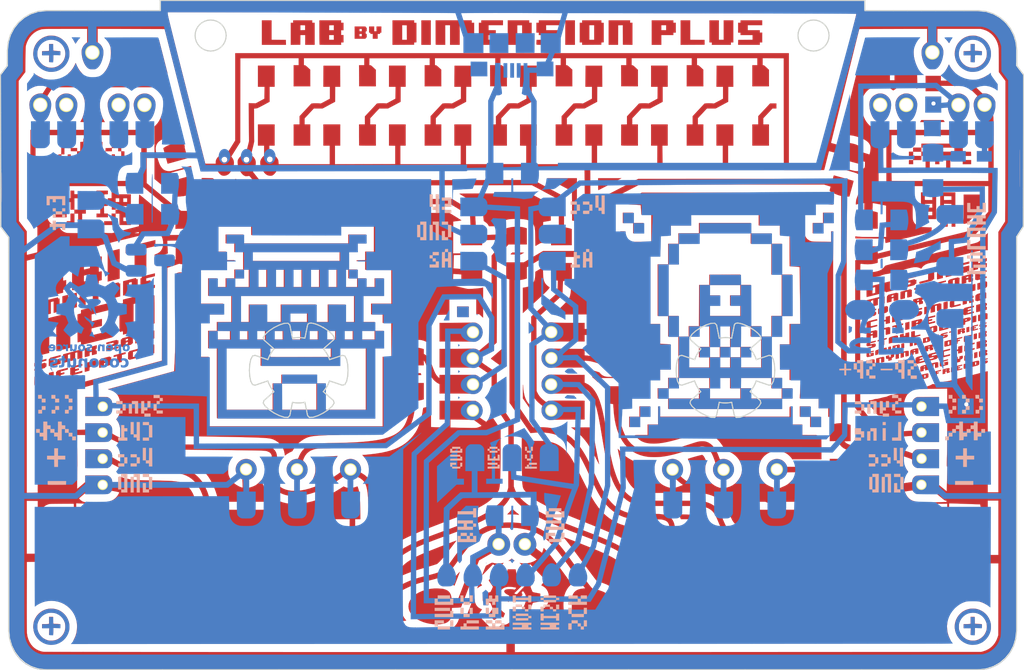
<source format=kicad_pcb>
(kicad_pcb (version 4) (host pcbnew 4.0.7-e0-6372~58~ubuntu16.04.1)
  (layers (0 F.Cu signal) (31 B.Cu signal) (34 B.Paste user) (35 F.Paste user) (36 B.SilkS user) (37 F.SilkS user) (38 B.Mask user) (39 F.Mask user) (44 Edge.Cuts user))
  (net 0 "")
  (module 8Bit_Mixtape:kicad_8BitMixtape_HK_fCu_inv (layer F.Cu) (at 92.05 62.17)
    (fp_text reference G*** hide)
    (fp_text value LOGO hide)
    (fp_poly (pts (xy 34.149153 -32.231541) (xy 34.154237 -32.143669) (xy 34.158477 -32.027524) (xy 34.161474 -31.897167) (xy 34.162834 -31.766656) (xy 34.162873 -31.745123) (xy 34.163 -31.433329) (xy 39.851542 -31.426532) (xy 40.437197 -31.425859) (xy 40.982086 -31.425267) (xy 41.487774 -31.424723) (xy 41.955828 -31.424194) (xy 42.387814 -31.423645) (xy 42.785299 -31.423044) (xy 43.149849 -31.422358) (xy 43.48303 -31.421552) (xy 43.786409 -31.420594) (xy 44.061552 -31.41945) (xy 44.310026 -31.418086) (xy 44.533396 -31.41647) (xy 44.73323 -31.414568) (xy 44.911093 -31.412346) (xy 45.068552 -31.409772) (xy 45.207174 -31.406811) (xy 45.328524 -31.403431) (xy 45.434169 -31.399597) (xy 45.525675 -31.395277) (xy 45.604609 -31.390438) (xy 45.672537 -31.385045) (xy 45.731026 -31.379065) (xy 45.781642 -31.372466) (xy 45.82595 -31.365213) (xy 45.865519 -31.357273) (xy 45.901913 -31.348614) (xy 45.936699 -31.3392) (xy 45.971445 -31.329) (xy 46.007715 -31.317979) (xy 46.047076 -31.306105) (xy 46.090417 -31.293535) (xy 46.461375 -31.167214) (xy 46.814343 -31.003708) (xy 47.147035 -30.805144) (xy 47.457167 -30.57365) (xy 47.742454 -30.311352) (xy 48.00061 -30.020378) (xy 48.229351 -29.702856) (xy 48.426391 -29.360912) (xy 48.589445 -28.996674) (xy 48.606885 -28.950857) (xy 48.660626 -28.800125) (xy 48.706243 -28.655177) (xy 48.744349 -28.510973) (xy 48.775557 -28.362474) (xy 48.800481 -28.204641) (xy 48.819735 -28.032435) (xy 48.833932 -27.840817) (xy 48.843687 -27.624747) (xy 48.849613 -27.379188) (xy 48.852324 -27.099099) (xy 48.852667 -26.932811) (xy 48.852667 -26.084112) (xy 49.181099 -25.64667) (xy 49.509532 -25.209229) (xy 49.49509 -17.874349) (xy 49.480648 -10.53947) (xy 49.156074 -10.032943) (xy 48.8315 -9.526417) (xy 48.8315 9.615866) (xy 48.831483 10.805464) (xy 48.83143 11.953137) (xy 48.831341 13.059296) (xy 48.831216 14.12435) (xy 48.831054 15.148708) (xy 48.830855 16.132778) (xy 48.830618 17.076971) (xy 48.830342 17.981696) (xy 48.830028 18.847362) (xy 48.829675 19.674378) (xy 48.829282 20.463154) (xy 48.828848 21.214098) (xy 48.828374 21.927621) (xy 48.827859 22.604132) (xy 48.827302 23.244039) (xy 48.826702 23.847752) (xy 48.826061 24.41568) (xy 48.825376 24.948233) (xy 48.824647 25.44582) (xy 48.823874 25.90885) (xy 48.823057 26.337733) (xy 48.822194 26.732878) (xy 48.821286 27.094693) (xy 48.820332 27.42359) (xy 48.819331 27.719975) (xy 48.818284 27.98426) (xy 48.817188 28.216853) (xy 48.816045 28.418164) (xy 48.814853 28.588601) (xy 48.813612 28.728574) (xy 48.812322 28.838493) (xy 48.810982 28.918767) (xy 48.809591 28.969805) (xy 48.808493 28.989366) (xy 48.752028 29.376547) (xy 48.66064 29.744422) (xy 48.532131 30.100544) (xy 48.405532 30.373404) (xy 48.206314 30.71994) (xy 47.976432 31.038366) (xy 47.717957 31.327247) (xy 47.43296 31.585149) (xy 47.123512 31.810636) (xy 46.791684 32.002273) (xy 46.439548 32.158626) (xy 46.069176 32.27826) (xy 45.682637 32.359739) (xy 45.503876 32.383585) (xy 45.480268 32.384505) (xy 45.426246 32.385402) (xy 45.341571 32.386275) (xy 45.226008 32.387126) (xy 45.079319 32.387954) (xy 44.901267 32.388759) (xy 44.691617 32.389541) (xy 44.45013 32.390301) (xy 44.17657 32.391038) (xy 43.870701 32.391753) (xy 43.532285 32.392445) (xy 43.161085 32.393116) (xy 42.756866 32.393764) (xy 42.319389 32.39439) (xy 41.848419 32.394995) (xy 41.343717 32.395577) (xy 40.805049 32.396138) (xy 40.232175 32.396678) (xy 39.624861 32.397196) (xy 38.982869 32.397692) (xy 38.305961 32.398168) (xy 37.593903 32.398622) (xy 36.846455 32.399055) (xy 36.063382 32.399467) (xy 35.244447 32.399858) (xy 34.389413 32.400229) (xy 33.498044 32.400579) (xy 32.570101 32.400908) (xy 31.605349 32.401217) (xy 30.603551 32.401505) (xy 29.564469 32.401773) (xy 28.487868 32.402021) (xy 27.37351 32.402249) (xy 26.221158 32.402457) (xy 25.030576 32.402645) (xy 23.801526 32.402814) (xy 22.533772 32.402962) (xy 21.227078 32.403091) (xy 19.881205 32.403201) (xy 18.495918 32.403291) (xy 17.07098 32.403363) (xy 15.606153 32.403414) (xy 14.101201 32.403447) (xy 12.555887 32.403461) (xy 10.969975 32.403456) (xy 9.343226 32.403433) (xy 7.675406 32.40339) (xy 5.966276 32.40333) (xy 4.2156 32.40325) (xy 2.423141 32.403153) (xy 0.588663 32.403037) (xy -0.015041 32.402995) (xy -1.401253 32.402895) (xy -2.777501 32.402788) (xy -4.143171 32.402675) (xy -5.497649 32.402556) (xy -6.840322 32.402432) (xy -8.170575 32.402301) (xy -9.487796 32.402165) (xy -10.79137 32.402024) (xy -12.080685 32.401878) (xy -13.355126 32.401726) (xy -14.61408 32.40157) (xy -15.856933 32.401408) (xy -17.083072 32.401242) (xy -18.291883 32.401072) (xy -19.482752 32.400897) (xy -20.655066 32.400718) (xy -21.808211 32.400535) (xy -22.941574 32.400348) (xy -24.054541 32.400157) (xy -25.146498 32.399962) (xy -26.216832 32.399764) (xy -27.264929 32.399563) (xy -28.290175 32.399358) (xy -29.291957 32.399151) (xy -30.269662 32.39894) (xy -31.222675 32.398727) (xy -32.150383 32.398511) (xy -33.052173 32.398292) (xy -33.927431 32.398071) (xy -34.775542 32.397848) (xy -35.595895 32.397623) (xy -36.387874 32.397396) (xy -37.150867 32.397168) (xy -37.884259 32.396938) (xy -38.587437 32.396706) (xy -39.259789 32.396473) (xy -39.900698 32.396238) (xy -40.509554 32.396003) (xy -41.085741 32.395767) (xy -41.628646 32.39553) (xy -42.137655 32.395292) (xy -42.612155 32.395054) (xy -43.051533 32.394816) (xy -43.455174 32.394578) (xy -43.822465 32.394339) (xy -44.152792 32.394101) (xy -44.445542 32.393863) (xy -44.700102 32.393625) (xy -44.915857 32.393388) (xy -45.092193 32.393152) (xy -45.228499 32.392916) (xy -45.324158 32.392682) (xy -45.378559 32.392448) (xy -45.391916 32.392274) (xy -45.662449 32.355057) (xy -45.901115 32.310427) (xy -46.118135 32.255516) (xy -46.323731 32.187453) (xy -46.528126 32.103371) (xy -46.683083 32.029911) (xy -47.012038 31.843157) (xy -47.316016 31.623325) (xy -47.593574 31.372525) (xy -47.843269 31.09287) (xy -48.063656 30.786469) (xy -48.253292 30.455434) (xy -48.410734 30.101877) (xy -48.534539 29.727908) (xy -48.623263 29.335638) (xy -48.651756 29.150708) (xy -48.653556 29.133592) (xy -48.655288 29.109521) (xy -48.656954 29.077697) (xy -48.658553 29.037324) (xy -48.660088 28.987606) (xy -48.661559 28.927748) (xy -48.662969 28.856951) (xy -48.664318 28.774421) (xy -48.665607 28.679362) (xy -48.666839 28.570976) (xy -48.668014 28.448467) (xy -48.669133 28.31104) (xy -48.670199 28.157898) (xy -48.671211 27.988245) (xy -48.672172 27.801284) (xy -48.673083 27.59622) (xy -48.673945 27.372256) (xy -48.67476 27.128595) (xy -48.675528 26.864442) (xy -48.676251 26.579001) (xy -48.67693 26.271474) (xy -48.677567 25.941067) (xy -48.678163 25.586981) (xy -48.678719 25.208423) (xy -48.679237 24.804594) (xy -48.679717 24.374699) (xy -48.680162 23.917942) (xy -48.680572 23.433526) (xy -48.680948 22.920655) (xy -48.681293 22.378533) (xy -48.681607 21.806363) (xy -48.681892 21.20335) (xy -48.681915 21.1455) (xy -46.947666 21.1455) (xy -45.867997 21.1455) (xy -45.873373 18.589625) (xy -45.87875 16.03375) (xy -46.947666 16.02244) (xy -46.947666 21.1455) (xy -48.681915 21.1455) (xy -48.682148 20.568697) (xy -48.682378 19.901608) (xy -48.682582 19.201286) (xy -48.682762 18.466936) (xy -48.682919 17.69776) (xy -48.683055 16.892964) (xy -48.68317 16.05175) (xy -48.6832 15.775639) (xy -41.887403 15.775639) (xy -41.851077 15.838612) (xy -41.806007 15.894882) (xy -41.735351 15.959683) (xy -41.651643 16.023132) (xy -41.567413 16.075345) (xy -41.524685 16.095995) (xy -41.396804 16.137079) (xy -41.231975 16.168723) (xy -41.029431 16.190972) (xy -40.788409 16.203874) (xy -40.508143 16.207473) (xy -40.187869 16.201817) (xy -39.930916 16.191986) (xy -39.694715 16.180124) (xy -39.495303 16.167347) (xy -39.327136 16.152714) (xy -39.184668 16.135284) (xy -39.062357 16.114118) (xy -38.954656 16.088275) (xy -38.856023 16.056815) (xy -38.760911 16.018797) (xy -38.675482 15.979051) (xy -38.497196 15.870377) (xy -38.331833 15.728437) (xy -38.188409 15.562119) (xy -38.084125 15.396238) (xy -38.044604 15.319477) (xy -38.013925 15.257482) (xy -37.996514 15.219314) (xy -37.994166 15.212025) (xy -38.010441 15.198695) (xy -38.060592 15.181558) (xy -38.146609 15.16012) (xy -38.270482 15.133887) (xy -38.434203 15.102366) (xy -38.44316 15.1007) (xy -38.733404 15.046791) (xy -38.856966 15.173068) (xy -38.897477 15.214373) (xy -38.934145 15.249355) (xy -38.970718 15.27854) (xy -39.010945 15.302452) (xy -39.058574 15.321617) (xy -39.117352 15.336558) (xy -39.191028 15.347802) (xy -39.283349 15.355873) (xy -39.398064 15.361296) (xy -39.538921 15.364595) (xy -39.709668 15.366297) (xy -39.914052 15.366925) (xy -40.155823 15.367005) (xy -40.241675 15.367) (xy -40.477272 15.366964) (xy -40.674033 15.36676) (xy -40.835455 15.366246) (xy -40.965034 15.365277) (xy -41.066269 15.363711) (xy -41.142655 15.361404) (xy -41.19769 15.358213) (xy -41.234872 15.353996) (xy -41.257696 15.348607) (xy -41.269661 15.341905) (xy -41.274263 15.333746) (xy -41.275 15.324667) (xy -41.282179 15.290247) (xy -41.29211 15.282334) (xy -41.31297 15.295445) (xy -41.360403 15.331853) (xy -41.428959 15.387167) (xy -41.513185 15.456994) (xy -41.598312 15.528986) (xy -41.887403 15.775639) (xy -48.6832 15.775639) (xy -48.683267 15.173322) (xy -48.683345 14.256885) (xy -48.683408 13.301641) (xy -48.683455 12.306795) (xy -48.683488 11.27155) (xy -48.68351 10.19511) (xy -48.683515 9.719708) (xy -48.683697 -9.472083) (xy -49.075098 -9.988999) (xy -49.4665 -10.505915) (xy -49.466506 -13.978916) (xy -49.466587 -14.405891) (xy -49.466821 -14.869675) (xy -49.467199 -15.364743) (xy -49.467714 -15.885572) (xy -49.468354 -16.426636) (xy -49.469113 -16.982412) (xy -49.46998 -17.547376) (xy -49.470947 -18.116002) (xy -49.472004 -18.682768) (xy -49.473143 -19.242148) (xy -49.474355 -19.788619) (xy -49.475631 -20.316655) (xy -49.476961 -20.820733) (xy -49.478338 -21.295329) (xy -49.478462 -21.336) (xy -49.488621 -24.638387) (xy -47.735802 -24.638387) (xy -47.733385 -19.245985) (xy -47.733108 -18.751406) (xy -47.732726 -18.257641) (xy -47.732243 -17.767133) (xy -47.731667 -17.282322) (xy -47.731002 -16.805651) (xy -47.730255 -16.33956) (xy -47.729432 -15.886492) (xy -47.728538 -15.448887) (xy -47.727579 -15.029189) (xy -47.726562 -14.629838) (xy -47.725492 -14.253275) (xy -47.724375 -13.901943) (xy -47.723216 -13.578284) (xy -47.722023 -13.284737) (xy -47.7208 -13.023747) (xy -47.719554 -12.797752) (xy -47.71829 -12.609197) (xy -47.717015 -12.460521) (xy -47.717009 -12.459911) (xy -47.703051 -11.066238) (xy -47.325359 -10.56721) (xy -46.947666 -10.068181) (xy -46.947666 -8.928757) (xy -46.947442 -8.666028) (xy -46.946731 -8.443142) (xy -46.945479 -8.257612) (xy -46.943631 -8.10695) (xy -46.941131 -7.988669) (xy -46.937926 -7.900282) (xy -46.933961 -7.839299) (xy -46.929179 -7.803234) (xy -46.923527 -7.7896) (xy -46.922509 -7.789333) (xy -46.897419 -7.794336) (xy -46.838405 -7.808159) (xy -46.752525 -7.829022) (xy -46.646841 -7.855144) (xy -46.528413 -7.884745) (xy -46.4043 -7.916047) (xy -46.281563 -7.947267) (xy -46.167261 -7.976627) (xy -46.068456 -8.002346) (xy -45.992207 -8.022644) (xy -45.947541 -8.035151) (xy -45.939635 -8.039567) (xy -45.932938 -8.049893) (xy -45.92735 -8.069384) (xy -45.922771 -8.101297) (xy -45.919104 -8.148886) (xy -45.916248 -8.215406) (xy -45.914104 -8.304112) (xy -45.912573 -8.41826) (xy -45.911555 -8.561104) (xy -45.910951 -8.735901) (xy -45.910662 -8.945905) (xy -45.910588 -9.19437) (xy -45.91059 -9.245968) (xy -45.910679 -10.44575) (xy -46.281006 -10.915098) (xy -46.651333 -11.384445) (xy -46.651333 -13.631813) (xy -45.800754 -13.626282) (xy -44.950174 -13.62075) (xy -44.925617 -13.52447) (xy -44.902128 -13.451893) (xy -44.873185 -13.387202) (xy -44.864098 -13.371778) (xy -44.844431 -13.338002) (xy -44.839483 -13.308526) (xy -44.850651 -13.269514) (xy -44.879334 -13.20713) (xy -44.881095 -13.203475) (xy -44.933457 -13.059247) (xy -44.964083 -12.896242) (xy -44.973235 -12.725091) (xy -44.961176 -12.556429) (xy -44.928167 -12.400887) (xy -44.87447 -12.269099) (xy -44.857382 -12.240392) (xy -44.842196 -12.209803) (xy -44.842004 -12.177517) (xy -44.858833 -12.130468) (xy -44.882064 -12.081264) (xy -44.933782 -11.939655) (xy -44.965339 -11.774722) (xy -44.974791 -11.601356) (xy -44.963696 -11.456458) (xy -44.923068 -11.273799) (xy -44.857047 -11.1191) (xy -44.761528 -10.983731) (xy -44.715365 -10.934286) (xy -44.602754 -10.835033) (xy -44.485017 -10.76098) (xy -44.353076 -10.708463) (xy -44.197854 -10.67382) (xy -44.021336 -10.654183) (xy -43.83609 -10.640489) (xy -43.813029 -10.553703) (xy -43.747869 -10.388499) (xy -43.647164 -10.240313) (xy -43.51575 -10.113455) (xy -43.358464 -10.012231) (xy -43.180142 -9.940952) (xy -43.103677 -9.92172) (xy -43.050365 -9.915207) (xy -42.960144 -9.909604) (xy -42.838431 -9.904909) (xy -42.690639 -9.901119) (xy -42.522185 -9.898232) (xy -42.338483 -9.896247) (xy -42.144949 -9.89516) (xy -41.946998 -9.894971) (xy -41.750045 -9.895676) (xy -41.559504 -9.897273) (xy -41.380793 -9.899761) (xy -41.219324 -9.903137) (xy -41.080515 -9.907399) (xy -40.969779 -9.912545) (xy -40.892533 -9.918573) (xy -40.86449 -9.922617) (xy -40.672588 -9.980938) (xy -40.502537 -10.071752) (xy -40.358462 -10.191911) (xy -40.24449 -10.338268) (xy -40.193616 -10.434338) (xy -40.159983 -10.50925) (xy -40.1019 -10.395359) (xy -40.02111 -10.271162) (xy -39.913691 -10.154543) (xy -39.793212 -10.059148) (xy -39.732275 -10.023654) (xy -39.640502 -9.981857) (xy -39.547127 -9.950544) (xy -39.443664 -9.928229) (xy -39.321625 -9.913427) (xy -39.172523 -9.904655) (xy -39.031333 -9.901031) (xy -38.682083 -9.895416) (xy -38.675227 -9.897193) (xy -36.528362 -9.897193) (xy -36.513881 -9.892184) (xy -36.465123 -9.888149) (xy -36.390141 -9.885556) (xy -36.314944 -9.884833) (xy -36.089166 -9.884833) (xy -36.089166 -9.948333) (xy -36.093764 -9.992791) (xy -36.10484 -10.011409) (xy -36.105041 -10.011409) (xy -36.136736 -10.00585) (xy -36.196028 -9.991895) (xy -36.272022 -9.972485) (xy -36.35382 -9.95056) (xy -36.430525 -9.929059) (xy -36.491239 -9.910924) (xy -36.525065 -9.899094) (xy -36.528362 -9.897193) (xy -38.675227 -9.897193) (xy -37.395825 -10.228791) (xy -37.169997 -10.287272) (xy -36.9564 -10.342487) (xy -36.758542 -10.393537) (xy -36.579928 -10.439522) (xy -36.424066 -10.479541) (xy -36.294462 -10.512695) (xy -36.194623 -10.538083) (xy -36.128055 -10.554805) (xy -36.098265 -10.561962) (xy -36.097037 -10.562166) (xy -36.091717 -10.582109) (xy -36.088752 -10.637197) (xy -36.0879 -10.720323) (xy -36.088917 -10.824381) (xy -36.091559 -10.942262) (xy -36.095583 -11.066859) (xy -36.100745 -11.191065) (xy -36.106803 -11.307771) (xy -36.113511 -11.409871) (xy -36.120628 -11.490257) (xy -36.127909 -11.541822) (xy -36.130989 -11.553258) (xy -36.145396 -11.605655) (xy -36.14555 -11.662018) (xy -36.131409 -11.739926) (xy -36.130541 -11.743758) (xy -36.122509 -11.796461) (xy -36.115507 -11.880535) (xy -36.109467 -11.997907) (xy -36.104318 -12.150506) (xy -36.099993 -12.340257) (xy -36.096422 -12.569088) (xy -36.094372 -12.749621) (xy -36.092099 -12.967037) (xy -36.089899 -13.145804) (xy -36.087585 -13.289606) (xy -36.084974 -13.402125) (xy -36.081878 -13.487044) (xy -36.078113 -13.548049) (xy -36.073494 -13.588821) (xy -36.067835 -13.613044) (xy -36.060952 -13.624402) (xy -36.052658 -13.626577) (xy -36.050279 -13.626101) (xy -36.027331 -13.611035) (xy -35.975297 -13.571449) (xy -35.897518 -13.510045) (xy -35.79733 -13.42952) (xy -35.678071 -13.332575) (xy -35.543082 -13.221908) (xy -35.395699 -13.10022) (xy -35.242462 -12.972879) (xy -35.008286 -12.7782) (xy -34.776988 -12.586934) (xy -34.552093 -12.401942) (xy -34.337123 -12.226087) (xy -34.135603 -12.06223) (xy -33.951055 -11.913231) (xy -33.787003 -11.781954) (xy -33.64697 -11.671258) (xy -33.53448 -11.584006) (xy -33.501541 -11.558989) (xy -33.438384 -11.509965) (xy -33.402015 -11.474183) (xy -33.385051 -11.439899) (xy -33.380106 -11.395368) (xy -33.379833 -11.365434) (xy -33.379833 -11.263622) (xy -33.319562 -11.280907) (xy -33.259292 -11.298192) (xy -33.245479 -10.947966) (xy -33.240399 -10.794238) (xy -33.236124 -10.61758) (xy -33.233038 -10.437395) (xy -33.231523 -10.273085) (xy -33.231434 -10.235994) (xy -33.230565 -10.109879) (xy -33.228314 -9.992636) (xy -33.224961 -9.893356) (xy -33.220791 -9.821131) (xy -33.217629 -9.792091) (xy -33.204057 -9.709933) (xy -31.519237 -9.725487) (xy -31.256136 -9.727978) (xy -31.005499 -9.730473) (xy -30.770516 -9.732932) (xy -30.554377 -9.735317) (xy -30.360272 -9.737588) (xy -30.191393 -9.739706) (xy -30.050928 -9.741632) (xy -29.942067 -9.743328) (xy -29.868002 -9.744753) (xy -29.831922 -9.745869) (xy -29.828844 -9.74619) (xy -29.822551 -9.770975) (xy -29.814326 -9.83137) (xy -29.804691 -9.920722) (xy -29.794165 -10.03238) (xy -29.783269 -10.159691) (xy -29.772524 -10.296002) (xy -29.762449 -10.434662) (xy -29.753566 -10.569017) (xy -29.746394 -10.692417) (xy -29.741455 -10.798208) (xy -29.739269 -10.879737) (xy -29.739207 -10.891865) (xy -29.744243 -11.122929) (xy -29.758763 -11.350208) (xy -29.781789 -11.566989) (xy -29.81234 -11.76656) (xy -29.849438 -11.942208) (xy -29.892103 -12.08722) (xy -29.925526 -12.168497) (xy -30.012471 -12.308907) (xy -30.128685 -12.441184) (xy -30.262306 -12.553474) (xy -30.382517 -12.625219) (xy -30.470935 -12.665343) (xy -30.55364 -12.696829) (xy -30.640984 -12.722452) (xy -30.743322 -12.744989) (xy -30.871006 -12.767214) (xy -30.967549 -12.782071) (xy -31.202395 -12.817109) (xy -30.911002 -12.915202) (xy -30.619608 -13.013296) (xy -29.459796 -12.433314) (xy -28.299984 -11.853333) (xy -6.047683 -11.853333) (xy -5.469063 -11.498791) (xy -5.328503 -11.412316) (xy -5.200238 -11.332731) (xy -5.088552 -11.262749) (xy -4.99773 -11.205081) (xy -4.932056 -11.162439) (xy -4.895816 -11.137535) (xy -4.889971 -11.132311) (xy -4.909748 -11.125995) (xy -4.96508 -11.115538) (xy -5.049507 -11.101974) (xy -5.156567 -11.086339) (xy -5.2798 -11.069667) (xy -5.286375 -11.068811) (xy -5.68325 -11.01725) (xy -5.68868 -9.476256) (xy -5.69411 -7.935263) (xy -4.302263 -7.943716) (xy -4.061846 -7.945415) (xy -3.83283 -7.947493) (xy -3.618906 -7.949887) (xy -3.423768 -7.952535) (xy -3.251106 -7.955374) (xy -3.104613 -7.958341) (xy -2.987982 -7.961372) (xy -2.904903 -7.964404) (xy -2.859071 -7.967375) (xy -2.852208 -7.968469) (xy -2.81188 -7.976039) (xy -2.796406 -7.960309) (xy -2.794 -7.918801) (xy -2.795487 -7.872814) (xy -2.799087 -7.852028) (xy -2.799291 -7.851944) (xy -2.820791 -7.851231) (xy -2.881111 -7.849465) (xy -2.976756 -7.846744) (xy -3.104228 -7.843166) (xy -3.260031 -7.838826) (xy -3.440667 -7.833824) (xy -3.642641 -7.828256) (xy -3.862455 -7.822218) (xy -4.096613 -7.81581) (xy -4.207224 -7.81279) (xy -4.446857 -7.806131) (xy -4.673809 -7.799589) (xy -4.884575 -7.793281) (xy -5.075649 -7.787322) (xy -5.243525 -7.781829) (xy -5.384697 -7.776918) (xy -5.495659 -7.772704) (xy -5.572905 -7.769305) (xy -5.612929 -7.766836) (xy -5.617868 -7.766053) (xy -5.620366 -7.743572) (xy -5.623581 -7.684022) (xy -5.627324 -7.59266) (xy -5.631403 -7.474739) (xy -5.635629 -7.335516) (xy -5.639811 -7.180246) (xy -5.641292 -7.120447) (xy -5.656712 -6.483311) (xy -5.500648 -6.469877) (xy -5.409258 -6.462577) (xy -5.294231 -6.454194) (xy -5.174196 -6.44606) (xy -5.117041 -6.442437) (xy -4.8895 -6.428432) (xy -4.8895 -7.006166) (xy -2.878666 -7.006166) (xy -2.878666 -5.441534) (xy -3.015185 -5.399368) (xy -3.329045 -5.322735) (xy -3.653482 -5.283871) (xy -3.990469 -5.282797) (xy -4.341978 -5.319533) (xy -4.709981 -5.3941) (xy -4.802427 -5.418018) (xy -4.8895 -5.441465) (xy -4.8895 -5.899135) (xy -5.126778 -5.913547) (xy -5.242832 -5.920945) (xy -5.362128 -5.929131) (xy -5.467196 -5.936882) (xy -5.51647 -5.940842) (xy -5.668884 -5.953725) (xy -5.680654 -5.839654) (xy -5.684801 -5.784006) (xy -5.6896 -5.694336) (xy -5.694693 -5.578946) (xy -5.69972 -5.446134) (xy -5.704323 -5.304202) (xy -5.705353 -5.268692) (xy -5.718283 -4.8118) (xy -5.351516 -4.732478) (xy -5.204033 -4.699992) (xy -5.044243 -4.663811) (xy -4.887742 -4.627527) (xy -4.750129 -4.594734) (xy -4.699 -4.582191) (xy -4.58162 -4.55437) (xy -4.466527 -4.529421) (xy -4.366102 -4.509882) (xy -4.292726 -4.498292) (xy -4.28625 -4.497548) (xy -4.197492 -4.492899) (xy -4.075633 -4.493483) (xy -3.928784 -4.498643) (xy -3.76506 -4.50772) (xy -3.592574 -4.520057) (xy -3.419439 -4.534995) (xy -3.253768 -4.551877) (xy -3.103674 -4.570044) (xy -2.977272 -4.588838) (xy -2.882673 -4.607602) (xy -2.861922 -4.613065) (xy -2.794 -4.632545) (xy -2.794 -1.709919) (xy -2.981991 -1.881543) (xy -3.169982 -2.053166) (xy -3.450166 -2.053166) (xy -3.450166 -3.6195) (xy -6.053666 -3.6195) (xy -6.053666 -2.017496) (xy -6.418791 -2.003646) (xy -6.555791 -1.99936) (xy -6.721613 -1.995606) (xy -6.902745 -1.992605) (xy -7.085678 -1.990576) (xy -7.256901 -1.989741) (xy -7.273153 -1.989731) (xy -7.762389 -1.989666) (xy -7.775423 -1.772708) (xy -7.778987 -1.70242) (xy -7.783504 -1.595958) (xy -7.788755 -1.459463) (xy -7.794521 -1.299079) (xy -7.800581 -1.120947) (xy -7.806715 -0.93121) (xy -7.812703 -0.736011) (xy -7.813505 -0.709029) (xy -7.82032 -0.462309) (xy -7.824972 -0.252643) (xy -7.827462 -0.074806) (xy -7.827792 0.076424) (xy -7.825964 0.206273) (xy -7.821981 0.319963) (xy -7.815843 0.42272) (xy -7.813942 0.447692) (xy -7.804631 0.582117) (xy -7.797037 0.724548) (xy -7.791895 0.858763) (xy -7.789941 0.968541) (xy -7.789947 0.976805) (xy -7.790561 1.195917) (xy -7.866909 1.052776) (xy -7.982807 0.879666) (xy -8.13118 0.732461) (xy -8.310141 0.61234) (xy -8.517805 0.520479) (xy -8.752284 0.458058) (xy -8.843436 0.442943) (xy -8.935954 0.434208) (xy -9.06246 0.428443) (xy -9.214849 0.425479) (xy -9.385017 0.425147) (xy -9.56486 0.42728) (xy -9.746272 0.43171) (xy -9.921151 0.438267) (xy -10.08139 0.446784) (xy -10.218885 0.457093) (xy -10.325533 0.469025) (xy -10.358772 0.474405) (xy -10.578813 0.528213) (xy -10.763633 0.603085) (xy -10.916178 0.701772) (xy -11.039396 0.827025) (xy -11.136232 0.981597) (xy -11.209634 1.168239) (xy -11.244774 1.30175) (xy -11.254433 1.347747) (xy -11.262607 1.394922) (xy -11.269463 1.447338) (xy -11.275169 1.509057) (xy -11.279892 1.584143) (xy -11.283799 1.676659) (xy -11.287057 1.790666) (xy -11.289833 1.930229) (xy -11.292295 2.099409) (xy -11.29461 2.302269) (xy -11.296944 2.542873) (xy -11.297257 2.577042) (xy -11.30714 3.661834) (xy -8.830641 3.661834) (xy -8.809569 3.720042) (xy -8.78857 3.776528) (xy -8.773484 3.815292) (xy -8.772185 3.822948) (xy -8.777034 3.829473) (xy -8.791114 3.834956) (xy -8.817507 3.839488) (xy -8.859296 3.843159) (xy -8.919565 3.846058) (xy -9.001396 3.848277) (xy -9.107872 3.849905) (xy -9.242076 3.851032) (xy -9.407092 3.851748) (xy -9.606001 3.852143) (xy -9.841887 3.852307) (xy -10.041319 3.852334) (xy -11.324166 3.852334) (xy -11.324219 4.026959) (xy -11.323533 4.08267) (xy -11.321548 4.172647) (xy -11.318409 4.292623) (xy -11.314262 4.438335) (xy -11.30925 4.605515) (xy -11.30352 4.789897) (xy -11.297215 4.987218) (xy -11.290482 5.193209) (xy -11.283464 5.403607) (xy -11.276308 5.614145) (xy -11.269157 5.820557) (xy -11.262157 6.018579) (xy -11.255452 6.203943) (xy -11.249188 6.372385) (xy -11.243509 6.519639) (xy -11.238561 6.641439) (xy -11.234488 6.73352) (xy -11.231436 6.791615) (xy -11.22961 6.811445) (xy -11.207771 6.818949) (xy -11.153026 6.834607) (xy -11.073504 6.856167) (xy -10.977334 6.881381) (xy -10.971976 6.882764) (xy -10.873773 6.909007) (xy -10.790528 6.932973) (xy -10.73087 6.952061) (xy -10.703426 6.963667) (xy -10.703195 6.963868) (xy -10.698313 6.992555) (xy -10.703289 7.054709) (xy -10.716633 7.143013) (xy -10.736853 7.250148) (xy -10.762458 7.368799) (xy -10.791958 7.491647) (xy -10.823861 7.611376) (xy -10.856677 7.720669) (xy -10.858604 7.726616) (xy -10.948824 7.972779) (xy -11.052158 8.192868) (xy -11.171346 8.388766) (xy -11.30913 8.562361) (xy -11.46825 8.715537) (xy -11.651446 8.85018) (xy -11.861459 8.968176) (xy -12.101029 9.071411) (xy -12.372897 9.161769) (xy -12.679805 9.241137) (xy -13.024491 9.3114) (xy -13.208 9.343075) (xy -13.445339 9.379666) (xy -13.695439 9.413584) (xy -13.961145 9.445043) (xy -14.2453 9.474254) (xy -14.550746 9.50143) (xy -14.880328 9.526784) (xy -15.236889 9.550528) (xy -15.623272 9.572874) (xy -16.04232 9.594036) (xy -16.496877 9.614225) (xy -16.989787 9.633654) (xy -17.197916 9.641246) (xy -17.577579 9.655158) (xy -17.917905 9.668655) (xy -18.221879 9.682273) (xy -18.492488 9.696544) (xy -18.732718 9.712005) (xy -18.945554 9.72919) (xy -19.133981 9.748633) (xy -19.300987 9.770868) (xy -19.449556 9.796432) (xy -19.582674 9.825857) (xy -19.703327 9.859679) (xy -19.814501 9.898432) (xy -19.919182 9.942652) (xy -20.020355 9.992871) (xy -20.121006 10.049626) (xy -20.224121 10.113451) (xy -20.332686 10.18488) (xy -20.368284 10.208901) (xy -20.606144 10.393554) (xy -20.827293 10.611894) (xy -21.024901 10.856446) (xy -21.17917 11.096625) (xy -21.219854 11.164255) (xy -21.254439 11.214595) (xy -21.276618 11.238635) (xy -21.279181 11.2395) (xy -21.317916 11.249997) (xy -21.383729 11.27838) (xy -21.467868 11.319988) (xy -21.56158 11.370158) (xy -21.656115 11.424229) (xy -21.74272 11.47754) (xy -21.803786 11.518935) (xy -21.964655 11.635269) (xy -21.990484 11.466538) (xy -22.046905 11.202863) (xy -22.132444 10.967499) (xy -22.249842 10.755647) (xy -22.401844 10.562505) (xy -22.591192 10.383273) (xy -22.625224 10.355496) (xy -22.754495 10.263002) (xy -22.902784 10.174586) (xy -23.053848 10.09916) (xy -23.188083 10.046702) (xy -23.237181 10.03187) (xy -23.290067 10.01788) (xy -23.348198 10.004679) (xy -23.413029 9.992213) (xy -23.486013 9.980426) (xy -23.568608 9.969267) (xy -23.662267 9.958681) (xy -23.768446 9.948613) (xy -23.8886 9.939011) (xy -24.024184 9.92982) (xy -24.176653 9.920986) (xy -24.347462 9.912456) (xy -24.538066 9.904175) (xy -24.749921 9.89609) (xy -24.984482 9.888147) (xy -25.243203 9.880291) (xy -25.52754 9.87247) (xy -25.838948 9.864628) (xy -26.178881 9.856713) (xy -26.548796 9.84867) (xy -26.950147 9.840445) (xy -27.384389 9.831985) (xy -27.852978 9.823236) (xy -28.357368 9.814143) (xy -28.899015 9.804653) (xy -29.479374 9.794713) (xy -30.099899 9.784267) (xy -30.4165 9.77899) (xy -30.990572 9.769345) (xy -31.524075 9.760146) (xy -32.018766 9.751333) (xy -32.476407 9.742849) (xy -32.898758 9.734633) (xy -33.287577 9.726626) (xy -33.644625 9.718769) (xy -33.971663 9.711002) (xy -34.270449 9.703267) (xy -34.542743 9.695503) (xy -34.790307 9.687653) (xy -35.014898 9.679656) (xy -35.218278 9.671453) (xy -35.402207 9.662985) (xy -35.568443 9.654193) (xy -35.718748 9.645018) (xy -35.85488 9.635399) (xy -35.9786 9.625278) (xy -36.091668 9.614596) (xy -36.195843 9.603294) (xy -36.292886 9.591311) (xy -36.384556 9.578589) (xy -36.389782 9.577822) (xy -36.52052 9.55722) (xy -36.63796 9.535039) (xy -36.748811 9.509044) (xy -36.859781 9.476998) (xy -36.97758 9.436664) (xy -37.108915 9.385808) (xy -37.260495 9.322191) (xy -37.439028 9.243579) (xy -37.571696 9.183837) (xy -37.900642 9.034862) (xy -37.937787 8.854408) (xy -37.997905 8.627971) (xy -38.07918 8.433871) (xy -38.183961 8.266522) (xy -38.185747 8.264156) (xy -38.285011 8.13301) (xy -38.212466 8.041336) (xy -38.089983 7.85437) (xy -37.993576 7.638538) (xy -37.924523 7.399287) (xy -37.884107 7.142063) (xy -37.873608 6.872311) (xy -37.886988 6.656917) (xy -37.924301 6.39668) (xy -37.977973 6.171537) (xy -38.049761 5.976847) (xy -38.141422 5.80797) (xy -38.254714 5.660263) (xy -38.271111 5.642385) (xy -38.400116 5.518787) (xy -38.535033 5.420963) (xy -38.686198 5.343082) (xy -38.863947 5.27931) (xy -38.963886 5.251444) (xy -39.097522 5.216878) (xy -35.905303 4.351758) (xy -35.547197 4.25464) (xy -35.200167 4.160394) (xy -34.866417 4.069624) (xy -34.548151 3.982935) (xy -34.247574 3.900932) (xy -33.966891 3.82422) (xy -33.708307 3.753403) (xy -33.474025 3.689086) (xy -33.26625 3.631874) (xy -33.087187 3.582373) (xy -32.93904 3.541186) (xy -32.824015 3.508919) (xy -32.744315 3.486176) (xy -32.702144 3.473563) (xy -32.695791 3.471218) (xy -32.691027 3.447051) (xy -32.684976 3.384237) (xy -32.677813 3.286438) (xy -32.669712 3.157313) (xy -32.660847 3.000525) (xy -32.651393 2.819733) (xy -32.641524 2.618601) (xy -32.631414 2.400788) (xy -32.621237 2.169955) (xy -32.611167 1.929764) (xy -32.601379 1.683876) (xy -32.592048 1.435952) (xy -32.583346 1.189653) (xy -32.57545 0.94864) (xy -32.574909 0.931334) (xy -32.572199 0.825344) (xy -32.569403 0.68013) (xy -32.56655 0.498798) (xy -32.563667 0.284457) (xy -32.560785 0.040215) (xy -32.55793 -0.230821) (xy -32.555133 -0.525542) (xy -32.55242 -0.840841) (xy -32.54982 -1.173609) (xy -32.547363 -1.520738) (xy -32.545076 -1.879122) (xy -32.542988 -2.245651) (xy -32.541128 -2.617217) (xy -32.539961 -2.882242) (xy -32.527095 -5.986734) (xy -32.440173 -6.018345) (xy -32.330975 -6.056537) (xy -32.246213 -6.080884) (xy -32.171253 -6.093841) (xy -32.091458 -6.09786) (xy -31.992195 -6.095392) (xy -31.982833 -6.094982) (xy -31.754055 -6.088374) (xy -31.541355 -6.090667) (xy -31.334331 -6.102832) (xy -31.122577 -6.125843) (xy -30.89569 -6.16067) (xy -30.643265 -6.208287) (xy -30.538208 -6.229996) (xy -30.204833 -6.300236) (xy -30.204833 -3.069166) (xy -27.961166 -3.069166) (xy -27.961166 -2.032) (xy -29.358166 -2.032) (xy -29.358166 -1.207395) (xy -29.776208 -1.201656) (xy -30.19425 -1.195916) (xy -30.205094 2.074334) (xy -29.358166 2.074334) (xy -29.358166 8.805334) (xy -12.5095 8.805334) (xy -12.5095 2.074334) (xy -11.662572 2.074334) (xy -11.673416 -1.195916) (xy -12.091458 -1.201656) (xy -12.5095 -1.207395) (xy -12.5095 -2.032) (xy -13.631333 -2.032) (xy -13.631333 -3.069166) (xy -11.662572 -3.069166) (xy -11.673416 -6.339416) (xy -12.938125 -6.344875) (xy -14.202833 -6.350333) (xy -14.202833 -7.174605) (xy -14.620875 -7.180344) (xy -14.763678 -7.182486) (xy -14.869634 -7.184856) (xy -14.944231 -7.188084) (xy -14.992952 -7.192801) (xy -15.021284 -7.199638) (xy -15.034712 -7.209226) (xy -15.038721 -7.222196) (xy -15.038916 -7.228416) (xy -15.037124 -7.242902) (xy -15.028088 -7.253756) (xy -15.006324 -7.261609) (xy -14.966346 -7.267092) (xy -14.902669 -7.270835) (xy -14.809807 -7.273469) (xy -14.682275 -7.275626) (xy -14.620875 -7.276489) (xy -14.202833 -7.282228) (xy -14.202833 -8.106833) (xy -13.356166 -8.106833) (xy -13.356166 -10.562428) (xy -14.991291 -10.557005) (xy -16.626416 -10.551583) (xy -16.632156 -10.133541) (xy -16.637895 -9.7155) (xy -25.229772 -9.7155) (xy -25.235511 -10.133541) (xy -25.24125 -10.551583) (xy -28.500916 -10.551583) (xy -28.511844 -8.106833) (xy -27.664833 -8.106833) (xy -27.664833 -7.281333) (xy -26.839333 -7.281333) (xy -26.839333 -7.1755) (xy -27.664833 -7.1755) (xy -27.664833 -6.35) (xy -28.791958 -6.351703) (xy -29.043609 -6.352244) (xy -29.255466 -6.353086) (xy -29.430071 -6.354295) (xy -29.569962 -6.355935) (xy -29.677679 -6.358072) (xy -29.755763 -6.360771) (xy -29.806753 -6.364097) (xy -29.833188 -6.368115) (xy -29.837609 -6.372891) (xy -29.823833 -6.378162) (xy -29.728583 -6.402916) (xy -29.72314 -7.805208) (xy -29.717698 -9.2075) (xy -30.42164 -9.205117) (xy -30.660002 -9.204081) (xy -30.907478 -9.202582) (xy -31.160521 -9.200671) (xy -31.415585 -9.1984) (xy -31.669122 -9.195819) (xy -31.917586 -9.192981) (xy -32.157429 -9.189935) (xy -32.385105 -9.186733) (xy -32.597067 -9.183427) (xy -32.789768 -9.180067) (xy -32.95966 -9.176705) (xy -33.103198 -9.173392) (xy -33.216834 -9.170179) (xy -33.297021 -9.167117) (xy -33.340212 -9.164257) (xy -33.346838 -9.162908) (xy -33.349042 -9.139276) (xy -33.348973 -9.078796) (xy -33.346799 -8.986885) (xy -33.34269 -8.868955) (xy -33.336814 -8.730424) (xy -33.32934 -8.576705) (xy -33.327437 -8.540229) (xy -33.319382 -8.384303) (xy -33.312424 -8.242786) (xy -33.306795 -8.120999) (xy -33.302728 -8.024264) (xy -33.300459 -7.957901) (xy -33.300219 -7.92723) (xy -33.300484 -7.925776) (xy -33.321174 -7.918377) (xy -33.377181 -7.899668) (xy -33.463516 -7.871278) (xy -33.57519 -7.83484) (xy -33.707214 -7.791985) (xy -33.854599 -7.744344) (xy -33.909 -7.726806) (xy -34.06118 -7.67746) (xy -34.200217 -7.63177) (xy -34.321017 -7.591457) (xy -34.418484 -7.558245) (xy -34.487525 -7.533854) (xy -34.523045 -7.520009) (xy -34.526572 -7.518018) (xy -34.532494 -7.493034) (xy -34.539747 -7.433118) (xy -34.547643 -7.345624) (xy -34.555494 -7.237905) (xy -34.560598 -7.154333) (xy -34.580303 -6.805083) (xy -34.578026 -7.310154) (xy -34.57575 -7.815225) (xy -34.446376 -7.862058) (xy -34.247671 -7.952052) (xy -34.083426 -8.066169) (xy -33.952585 -8.205495) (xy -33.854091 -8.371115) (xy -33.79566 -8.531071) (xy -33.75938 -8.710753) (xy -33.745894 -8.901142) (xy -33.754097 -9.09303) (xy -33.782883 -9.277204) (xy -33.831146 -9.444456) (xy -33.897781 -9.585576) (xy -33.927637 -9.630363) (xy -34.052555 -9.766327) (xy -34.20182 -9.872511) (xy -34.367216 -9.943168) (xy -34.37967 -9.946771) (xy -34.421578 -9.957344) (xy -34.464659 -9.965026) (xy -34.511795 -9.969274) (xy -34.56587 -9.969544) (xy -34.629765 -9.965293) (xy -34.706362 -9.95598) (xy -34.798545 -9.94106) (xy -34.909195 -9.919991) (xy -35.041195 -9.892231) (xy -35.197427 -9.857235) (xy -35.380775 -9.814462) (xy -35.594119 -9.763367) (xy -35.840344 -9.70341) (xy -36.12233 -9.634045) (xy -36.3855 -9.568966) (xy -36.640749 -9.5059) (xy -36.888537 -9.444965) (xy -37.125114 -9.387065) (xy -37.346728 -9.333108) (xy -37.549626 -9.283996) (xy -37.730058 -9.240636) (xy -37.88427 -9.203933) (xy -38.008512 -9.174791) (xy -38.099032 -9.154117) (xy -38.150725 -9.143075) (xy -38.252379 -9.121344) (xy -38.379212 -9.091215) (xy -38.515863 -9.056483) (xy -38.64697 -9.020944) (xy -38.661282 -9.016896) (xy -38.781756 -8.98416) (xy -38.930383 -8.946106) (xy -39.093865 -8.906003) (xy -39.258902 -8.867121) (xy -39.393724 -8.836763) (xy -39.525984 -8.807741) (xy -39.646517 -8.781227) (xy -39.748338 -8.758762) (xy -39.824462 -8.741889) (xy -39.867902 -8.73215) (xy -39.872708 -8.731041) (xy -39.909893 -8.710494) (xy -39.920333 -8.688513) (xy -39.93271 -8.668219) (xy -39.974754 -8.658585) (xy -40.020875 -8.656946) (xy -40.059309 -8.651721) (xy -40.13621 -8.636525) (xy -40.249052 -8.611953) (xy -40.39531 -8.578604) (xy -40.572457 -8.537073) (xy -40.777968 -8.487958) (xy -41.009316 -8.431855) (xy -41.263976 -8.369361) (xy -41.539421 -8.301073) (xy -41.75125 -8.248138) (xy -43.381083 -7.83955) (xy -43.393875 -7.711024) (xy -43.630896 -7.698153) (xy -43.800619 -7.682952) (xy -44.002139 -7.654979) (xy -44.227509 -7.616049) (xy -44.468785 -7.567977) (xy -44.718021 -7.512577) (xy -44.967274 -7.451665) (xy -45.208597 -7.387055) (xy -45.434046 -7.320564) (xy -45.635675 -7.254005) (xy -45.734946 -7.217486) (xy -45.810732 -7.188552) (xy -45.869479 -7.166593) (xy -45.90159 -7.155178) (xy -45.904725 -7.154333) (xy -45.90739 -7.173842) (xy -45.909404 -7.225736) (xy -45.910433 -7.300069) (xy -45.9105 -7.326135) (xy -45.911033 -7.410666) (xy -45.914211 -7.460761) (xy -45.922406 -7.484317) (xy -45.937985 -7.48923) (xy -45.958125 -7.484834) (xy -45.99182 -7.475949) (xy -46.060003 -7.458268) (xy -46.156147 -7.433473) (xy -46.273725 -7.403248) (xy -46.406208 -7.369272) (xy -46.476708 -7.351223) (xy -46.947667 -7.230714) (xy -46.947666 4.005006) (xy -46.947666 15.240727) (xy -45.882768 15.229417) (xy -45.887559 12.877459) (xy -45.892349 10.525501) (xy -45.684466 10.512543) (xy -45.616907 10.509063) (xy -45.515264 10.504833) (xy -45.383302 10.499954) (xy -45.224785 10.494527) (xy -45.043476 10.488652) (xy -44.843141 10.48243) (xy -44.627542 10.475964) (xy -44.400443 10.469353) (xy -44.165609 10.462698) (xy -43.926803 10.456102) (xy -43.687789 10.449664) (xy -43.452331 10.443485) (xy -43.224194 10.437667) (xy -43.00714 10.432311) (xy -42.804935 10.427518) (xy -42.621341 10.423388) (xy -42.460124 10.420023) (xy -42.325046 10.417523) (xy -42.219871 10.415991) (xy -42.148364 10.415526) (xy -42.114289 10.416229) (xy -42.111933 10.416678) (xy -42.107663 10.440892) (xy -42.102931 10.502381) (xy -42.097852 10.596413) (xy -42.092538 10.718259) (xy -42.087106 10.863188) (xy -42.081668 11.02647) (xy -42.076339 11.203375) (xy -42.071234 11.389173) (xy -42.066466 11.579134) (xy -42.06215 11.768527) (xy -42.0584 11.952622) (xy -42.05533 12.126689) (xy -42.053054 12.285998) (xy -42.051688 12.425819) (xy -42.051344 12.541422) (xy -42.052137 12.628076) (xy -42.054182 12.68105) (xy -42.056889 12.696047) (xy -42.061313 12.717864) (xy -42.065296 12.776997) (xy -42.068826 12.868613) (xy -42.071891 12.987876) (xy -42.07448 13.129951) (xy -42.076582 13.290004) (xy -42.078184 13.463199) (xy -42.079275 13.644702) (xy -42.079844 13.829678) (xy -42.079878 14.013293) (xy -42.079367 14.190711) (xy -42.078299 14.357098) (xy -42.076662 14.507619) (xy -42.074445 14.637438) (xy -42.071635 14.741722) (xy -42.068222 14.815636) (xy -42.064194 14.854344) (xy -42.06207 14.859) (xy -42.041791 14.845806) (xy -41.994103 14.808753) (xy -41.92365 14.751637) (xy -41.835077 14.678257) (xy -41.733026 14.592407) (xy -41.659903 14.530211) (xy -41.588501 14.469218) (xy -39.985648 14.469218) (xy -39.968054 14.581645) (xy -39.917076 14.685718) (xy -39.833745 14.77444) (xy -39.726761 14.837624) (xy -39.655036 14.852052) (xy -39.563684 14.849201) (xy -39.470615 14.831366) (xy -39.393737 14.800842) (xy -39.381906 14.793434) (xy -39.290229 14.70728) (xy -39.230958 14.601703) (xy -39.205464 14.485205) (xy -39.215117 14.366291) (xy -39.261287 14.253464) (xy -39.288539 14.214149) (xy -39.37209 14.139797) (xy -39.476888 14.093594) (xy -39.591813 14.076827) (xy -39.705739 14.090783) (xy -39.807546 14.136747) (xy -39.827822 14.151774) (xy -39.916563 14.247287) (xy -39.968828 14.355434) (xy -39.985648 14.469218) (xy -41.588501 14.469218) (xy -41.275 14.201422) (xy -41.275 13.567834) (xy -39.140865 13.567834) (xy -39.008614 13.636625) (xy -38.878646 13.726483) (xy -38.781013 13.842087) (xy -38.718318 13.979166) (xy -38.693162 14.133452) (xy -38.692785 14.154805) (xy -38.68921 14.213133) (xy -38.674636 14.241996) (xy -38.645041 14.253589) (xy -38.60776 14.260574) (xy -38.53767 14.2735) (xy -38.443615 14.290743) (xy -38.334438 14.310679) (xy -38.2905 14.318682) (xy -38.177858 14.339385) (xy -38.076957 14.3583) (xy -37.996645 14.373741) (xy -37.94577 14.384022) (xy -37.935958 14.386235) (xy -37.907735 14.389832) (xy -37.893633 14.376151) (xy -37.888801 14.335653) (xy -37.888333 14.292567) (xy -37.892697 14.215238) (xy -37.904296 14.11277) (xy -37.920894 13.999428) (xy -37.94025 13.889476) (xy -37.960128 13.797177) (xy -37.973524 13.749609) (xy -37.986041 13.704366) (xy -37.987281 13.680905) (xy -37.987156 13.680767) (xy -37.965525 13.684257) (xy -37.911441 13.698906) (xy -37.832609 13.722481) (xy -37.736734 13.752746) (xy -37.717185 13.759082) (xy -37.485755 13.826785) (xy -37.231277 13.888077) (xy -36.972982 13.938673) (xy -36.777083 13.968497) (xy -36.6695 13.981554) (xy -36.558328 13.993078) (xy -36.439781 14.003224) (xy -36.310074 14.01215) (xy -36.165421 14.020012) (xy -36.002037 14.026967) (xy -35.816136 14.033171) (xy -35.603932 14.03878) (xy -35.36164 14.043953) (xy -35.085474 14.048844) (xy -34.771648 14.053611) (xy -34.692166 14.054728) (xy -34.328373 14.060267) (xy -34.003692 14.066363) (xy -33.714905 14.073227) (xy -33.458793 14.081071) (xy -33.232138 14.09011) (xy -33.03172 14.100554) (xy -32.85432 14.112618) (xy -32.696719 14.126513) (xy -32.555699 14.142453) (xy -32.428041 14.16065) (xy -32.310524 14.181316) (xy -32.199932 14.204665) (xy -32.116257 14.224913) (xy -31.868351 14.309669) (xy -31.635897 14.432851) (xy -31.420742 14.592796) (xy -31.224736 14.787842) (xy -31.049728 15.016325) (xy -30.897568 15.276582) (xy -30.859084 15.355402) (xy -30.82433 15.434923) (xy -30.784606 15.534337) (xy -30.742861 15.645207) (xy -30.702043 15.7591) (xy -30.6651 15.867579) (xy -30.63498 15.962212) (xy -30.614631 16.034562) (xy -30.607002 16.076195) (xy -30.607 16.076616) (xy -30.611011 16.081436) (xy -30.624506 16.085763) (xy -30.649676 16.08963) (xy -30.688711 16.09307) (xy -30.743804 16.096117) (xy -30.817145 16.098803) (xy -30.910925 16.10116) (xy -31.027335 16.103223) (xy -31.168568 16.105023) (xy -31.336813 16.106594) (xy -31.534262 16.107968) (xy -31.763106 16.109179) (xy -32.025536 16.110258) (xy -32.323744 16.111241) (xy -32.65992 16.112158) (xy -33.033075 16.113036) (xy -35.459149 16.118417) (xy -35.28992 16.330084) (xy -35.221973 16.413946) (xy -35.159988 16.488407) (xy -35.110566 16.545674) (xy -35.080305 16.577951) (xy -35.079197 16.578964) (xy -35.044812 16.595669) (xy -34.971852 16.618399) (xy -34.859602 16.64733) (xy -34.70735 16.682643) (xy -34.514381 16.724514) (xy -34.40456 16.747518) (xy -33.771416 16.878858) (xy -32.496125 16.885856) (xy -31.220833 16.892854) (xy -31.220833 18.774834) (xy -34.946166 18.774834) (xy -34.946166 17.44727) (xy -35.184291 17.400381) (xy -35.422416 17.353493) (xy -35.565291 17.212772) (xy -35.708166 17.072052) (xy -35.708166 18.542) (xy -37.400964 18.542) (xy -37.829857 18.263833) (xy -38.03283 18.13168) (xy -38.221612 18.00776) (xy -38.393313 17.894029) (xy -38.545043 17.79244) (xy -38.673911 17.704946) (xy -38.777027 17.633502) (xy -38.851501 17.58006) (xy -38.894443 17.546575) (xy -38.902589 17.538685) (xy -38.913592 17.510458) (xy -38.931648 17.446507) (xy -38.955353 17.352589) (xy -38.983303 17.234461) (xy -39.014097 17.09788) (xy -39.045862 16.950814) (xy -39.077545 16.802736) (xy -39.107001 16.668344) (xy -39.132957 16.553184) (xy -39.154142 16.462802) (xy -39.169284 16.402744) (xy -39.177111 16.378555) (xy -39.177135 16.378527) (xy -39.200109 16.375202) (xy -39.261751 16.37077) (xy -39.358415 16.36539) (xy -39.486455 16.359219) (xy -39.642226 16.352415) (xy -39.82208 16.345138) (xy -40.022372 16.337545) (xy -40.239456 16.329795) (xy -40.469685 16.322045) (xy -40.502657 16.320973) (xy -40.740182 16.313227) (xy -40.969558 16.305647) (xy -41.186522 16.298381) (xy -41.38681 16.291574) (xy -41.566161 16.285375) (xy -41.720311 16.279931) (xy -41.844997 16.275389) (xy -41.935956 16.271898) (xy -41.988926 16.269603) (xy -41.989375 16.26958) (xy -42.164 16.260685) (xy -42.164 17.903595) (xy -42.248666 17.870337) (xy -42.298545 17.848548) (xy -42.323659 17.82484) (xy -42.332635 17.784941) (xy -42.334013 17.729164) (xy -42.335016 17.691466) (xy -42.337616 17.619294) (xy -42.341545 17.518801) (xy -42.346536 17.396143) (xy -42.352323 17.257474) (xy -42.358639 17.108947) (xy -42.365217 16.956718) (xy -42.37179 16.806941) (xy -42.378091 16.665769) (xy -42.383853 16.539358) (xy -42.388809 16.433861) (xy -42.392693 16.355433) (xy -42.395237 16.310228) (xy -42.395899 16.302177) (xy -42.416605 16.301057) (xy -42.47581 16.300284) (xy -42.569678 16.299852) (xy -42.694378 16.299756) (xy -42.846074 16.299993) (xy -43.020934 16.300558) (xy -43.215123 16.301446) (xy -43.424807 16.302653) (xy -43.555708 16.303524) (xy -43.807994 16.305354) (xy -44.021677 16.307136) (xy -44.200487 16.309015) (xy -44.348154 16.311139) (xy -44.468409 16.313656) (xy -44.564981 16.316712) (xy -44.6416 16.320455) (xy -44.701997 16.325031) (xy -44.749901 16.330587) (xy -44.789042 16.337271) (xy -44.823151 16.345231) (xy -44.855958 16.354612) (xy -44.856671 16.354828) (xy -45.049914 16.432941) (xy -45.21691 16.540616) (xy -45.354231 16.675121) (xy -45.458446 16.833721) (xy -45.459006 16.834821) (xy -45.507028 16.947234) (xy -45.545852 17.07958) (xy -45.57663 17.237599) (xy -45.600515 17.427035) (xy -45.616338 17.618188) (xy -45.629466 17.897395) (xy -45.629353 18.166691) (xy -45.615242 18.435911) (xy -45.586374 18.714884) (xy -45.541989 19.013444) (xy -45.484671 19.324631) (xy -45.377756 19.863844) (xy -45.443055 20.001964) (xy -45.481476 20.098559) (xy -45.513982 20.207026) (xy -45.529998 20.283471) (xy -45.545176 20.360547) (xy -45.570448 20.464093) (xy -45.602285 20.580498) (xy -45.636781 20.694976) (xy -45.670189 20.804141) (xy -45.699547 20.907393) (xy -45.721836 20.993609) (xy -45.734034 21.05167) (xy -45.734487 21.054785) (xy -45.747055 21.146478) (xy -45.36073 21.140697) (xy -44.974405 21.134917) (xy -44.928333 20.97512) (xy -44.899644 20.88814) (xy -44.867226 20.808689) (xy -44.837702 20.75285) (xy -44.835464 20.749602) (xy -44.813019 20.712538) (xy -44.799041 20.670777) (xy -44.791629 20.61341) (xy -44.788885 20.529523) (xy -44.788666 20.480774) (xy -44.788666 20.277667) (xy -42.968333 20.277667) (xy -42.968333 22.987) (xy -44.308906 22.987) (xy -44.592944 22.706542) (xy -44.714934 22.583643) (xy -44.808788 22.482137) (xy -44.878489 22.395844) (xy -44.928022 22.318583) (xy -44.961371 22.244173) (xy -44.982522 22.166433) (xy -44.995065 22.082782) (xy -45.010916 21.93925) (xy -45.407791 21.933491) (xy -45.55065 21.930719) (xy -45.656144 21.929471) (xy -45.729197 21.933252) (xy -45.774731 21.945562) (xy -45.797669 21.969905) (xy -45.802934 22.009782) (xy -45.795449 22.068697) (xy -45.780137 22.150151) (xy -45.772388 22.192887) (xy -45.729039 22.38549) (xy -45.667147 22.561087) (xy -45.582354 22.727616) (xy -45.470302 22.893014) (xy -45.32663 23.065219) (xy -45.245566 23.152199) (xy -45.055418 23.335693) (xy -44.871602 23.481789) (xy -44.688978 23.593836) (xy -44.502402 23.675185) (xy -44.389762 23.709777) (xy -44.338358 23.721555) (xy -44.276672 23.73217) (xy -44.202513 23.741679) (xy -44.113694 23.750139) (xy -44.008024 23.757606) (xy -43.883315 23.764136) (xy -43.737378 23.769787) (xy -43.568023 23.774614) (xy -43.373061 23.778674) (xy -43.150303 23.782024) (xy -42.89756 23.78472) (xy -42.612643 23.786818) (xy -42.293363 23.788375) (xy -41.93753 23.789448) (xy -41.542955 23.790093) (xy -41.269044 23.790307) (xy -40.917484 23.790381) (xy -40.606145 23.790208) (xy -40.332913 23.789762) (xy -40.095676 23.789016) (xy -39.892322 23.787944) (xy -39.720737 23.78652) (xy -39.578809 23.784717) (xy -39.464427 23.782509) (xy -39.375476 23.779869) (xy -39.309844 23.776772) (xy -39.26542 23.77319) (xy -39.24009 23.769098) (xy -39.231839 23.764875) (xy -39.221637 23.726555) (xy -39.205672 23.653315) (xy -39.185194 23.551985) (xy -39.161451 23.429394) (xy -39.135691 23.292371) (xy -39.109162 23.147745) (xy -39.083113 23.002345) (xy -39.058792 22.863001) (xy -39.037448 22.736542) (xy -39.020329 22.629797) (xy -39.008683 22.549595) (xy -39.006464 22.531917) (xy -38.998075 22.434429) (xy -38.991273 22.30205) (xy -38.986061 22.142192) (xy -38.982443 21.962269) (xy -38.980424 21.769692) (xy -38.980006 21.571874) (xy -38.981195 21.376228) (xy -38.983993 21.190167) (xy -38.988405 21.021102) (xy -38.994434 20.876447) (xy -39.002085 20.763614) (xy -39.005526 20.72969) (xy -39.020204 20.619147) (xy -39.040738 20.485577) (xy -39.064181 20.347362) (xy -39.083363 20.244192) (xy -39.102676 20.143036) (xy -39.117985 20.058209) (xy -39.127931 19.997608) (xy -39.131153 19.969132) (xy -39.130899 19.96801) (xy -39.112502 19.977742) (xy -39.062851 20.007866) (xy -38.98619 20.055706) (xy -38.886761 20.118585) (xy -38.768805 20.193825) (xy -38.636566 20.27875) (xy -38.554535 20.331686) (xy -37.983583 20.700773) (xy -36.845875 20.700887) (xy -35.708166 20.701) (xy -35.708166 23.876) (xy -30.374166 23.876) (xy -30.374166 22.2885) (xy -30.373885 21.951092) (xy -30.373044 21.653091) (xy -30.371649 21.394873) (xy -30.369705 21.176815) (xy -30.367216 20.999292) (xy -30.364188 20.86268) (xy -30.360625 20.767355) (xy -30.356533 20.713693) (xy -30.353 20.701) (xy -30.335015 20.718474) (xy -30.33176 20.738042) (xy -30.329501 20.780207) (xy -30.323269 20.857572) (xy -30.313745 20.963257) (xy -30.301613 21.090387) (xy -30.287555 21.232082) (xy -30.272254 21.381466) (xy -30.256394 21.531661) (xy -30.240656 21.675789) (xy -30.225725 21.806974) (xy -30.225107 21.81225) (xy -30.164704 22.268077) (xy -30.094949 22.683377) (xy -30.015655 23.05895) (xy -29.926637 23.3956) (xy -29.827708 23.694128) (xy -29.736835 23.91597) (xy -29.706563 23.983898) (xy -29.684691 24.034905) (xy -29.675699 24.058525) (xy -29.675666 24.058845) (xy -29.696441 24.059735) (xy -29.757195 24.060595) (xy -29.855576 24.061421) (xy -29.989231 24.062206) (xy -30.155805 24.062943) (xy -30.352946 24.063628) (xy -30.5783 24.064254) (xy -30.829514 24.064815) (xy -31.104234 24.065307) (xy -31.400107 24.065721) (xy -31.714781 24.066054) (xy -32.0459 24.066299) (xy -32.391113 24.066449) (xy -32.744833 24.0665) (xy -35.814 24.0665) (xy -35.814 24.735716) (xy -35.967458 24.687672) (xy -36.072987 24.66031) (xy -36.191921 24.637821) (xy -36.280913 24.626804) (xy -36.362482 24.619459) (xy -36.41301 24.610221) (xy -36.44367 24.594047) (xy -36.465638 24.565892) (xy -36.481997 24.536032) (xy -36.54103 24.44671) (xy -36.622896 24.351606) (xy -36.713782 24.265211) (xy -36.799871 24.202018) (xy -36.801089 24.2013) (xy -36.953555 24.132635) (xy -37.129239 24.087838) (xy -37.31844 24.066748) (xy -37.511455 24.069203) (xy -37.698584 24.095042) (xy -37.870125 24.144105) (xy -38.016376 24.21623) (xy -38.024634 24.221618) (xy -38.142568 24.317108) (xy -38.247223 24.433905) (xy -38.320158 24.548042) (xy -38.355087 24.616834) (xy -38.989 24.616834) (xy -38.989 24.0665) (xy -41.148 24.0665) (xy -41.148 25.756228) (xy -41.248983 25.830356) (xy -41.368964 25.941256) (xy -41.473042 26.083021) (xy -41.533645 26.198589) (xy -41.557969 26.26701) (xy -41.574384 26.349967) (xy -41.584749 26.458569) (xy -41.588186 26.52459) (xy -41.584423 26.775781) (xy -41.550223 26.999348) (xy -41.48504 27.197648) (xy -41.392749 27.366519) (xy -41.323265 27.469774) (xy -41.404992 27.572595) (xy -41.463897 27.655376) (xy -41.510645 27.742898) (xy -41.545756 27.839857) (xy -41.569752 27.950949) (xy -41.583154 28.08087) (xy -41.586483 28.234317) (xy -41.58026 28.415986) (xy -41.565006 28.630572) (xy -41.545608 28.839584) (xy -41.496977 29.326417) (xy -41.16903 29.33949) (xy -41.042681 29.34436) (xy -40.919409 29.348813) (xy -40.810875 29.352449) (xy -40.728737 29.354867) (xy -40.707685 29.355365) (xy -40.574288 29.358167) (xy -40.580685 29.469292) (xy -40.587083 29.580417) (xy -41.513125 29.585931) (xy -41.736689 29.58682) (xy -41.934195 29.586707) (xy -42.103004 29.585632) (xy -42.240482 29.583635) (xy -42.34399 29.580759) (xy -42.410894 29.577042) (xy -42.438556 29.572526) (xy -42.439166 29.571681) (xy -42.429713 29.545007) (xy -42.404562 29.491383) (xy -42.368526 29.420891) (xy -42.355705 29.396834) (xy -42.232293 29.12341) (xy -42.144639 28.828069) (xy -42.092651 28.51042) (xy -42.076215 28.183417) (xy -42.092733 27.855929) (xy -42.143227 27.552042) (xy -42.229104 27.268311) (xy -42.351775 27.001289) (xy -42.512646 26.747531) (xy -42.713128 26.503591) (xy -42.800183 26.412558) (xy -43.040458 26.19999) (xy -43.303214 26.023281) (xy -43.588384 25.882461) (xy -43.8959 25.777559) (xy -44.225697 25.708606) (xy -44.428833 25.684955) (xy -44.638675 25.681407) (xy -44.869967 25.702339) (xy -45.111276 25.74557) (xy -45.351171 25.808919) (xy -45.578218 25.890202) (xy -45.637198 25.91555) (xy -45.840146 26.006343) (xy -45.854137 24.755963) (xy -45.856855 24.49802) (xy -45.8594 24.2275) (xy -45.861719 23.951943) (xy -45.863762 23.678892) (xy -45.865475 23.415888) (xy -45.866808 23.170471) (xy -45.867708 22.950183) (xy -45.868124 22.762564) (xy -45.868147 22.716762) (xy -45.868166 21.92794) (xy -46.402625 21.933595) (xy -46.937083 21.93925) (xy -46.943265 25.315334) (xy -46.944052 25.824536) (xy -46.944482 26.296263) (xy -46.944558 26.730094) (xy -46.94428 27.125608) (xy -46.94365 27.482384) (xy -46.942671 27.800002) (xy -46.941345 28.078041) (xy -46.939672 28.316081) (xy -46.937656 28.5137) (xy -46.935297 28.670479) (xy -46.932597 28.785995) (xy -46.929559 28.85983) (xy -46.927762 28.882366) (xy -46.87706 29.170979) (xy -46.793346 29.445047) (xy -46.678931 29.699995) (xy -46.536124 29.93125) (xy -46.367234 30.134239) (xy -46.232792 30.258664) (xy -46.030654 30.400877) (xy -45.805379 30.516028) (xy -45.567776 30.599537) (xy -45.328657 30.646825) (xy -45.312051 30.64867) (xy -45.284336 30.649373) (xy -45.215168 30.650074) (xy -45.105429 30.650772) (xy -44.955998 30.651467) (xy -44.767757 30.652157) (xy -44.541586 30.652843) (xy -44.278367 30.653522) (xy -43.97898 30.654195) (xy -43.644305 30.654861) (xy -43.275225 30.655519) (xy -42.872618 30.656168) (xy -42.437366 30.656807) (xy -41.970351 30.657436) (xy -41.472451 30.658055) (xy -40.94455 30.658661) (xy -40.387526 30.659255) (xy -39.802261 30.659836) (xy -39.189636 30.660403) (xy -38.550531 30.660955) (xy -37.885828 30.661492) (xy -37.196406 30.662012) (xy -36.483147 30.662516) (xy -35.746932 30.663001) (xy -34.988641 30.663469) (xy -34.209154 30.663917) (xy -33.409354 30.664346) (xy -32.59012 30.664753) (xy -31.752333 30.66514) (xy -30.896875 30.665504) (xy -30.024625 30.665845) (xy -29.136465 30.666163) (xy -28.233275 30.666456) (xy -27.315936 30.666724) (xy -26.385329 30.666967) (xy -25.442335 30.667183) (xy -24.487834 30.667371) (xy -23.522707 30.667531) (xy -22.844125 30.667626) (xy -0.529166 30.6705) (xy -0.529166 29.591) (xy -9.329817 29.591) (xy -9.340331 28.982459) (xy -9.3436 28.823725) (xy -9.347625 28.676842) (xy -9.352167 28.547704) (xy -9.356983 28.442203) (xy -9.361835 28.366234) (xy -9.366482 28.32569) (xy -9.367241 28.322722) (xy -9.374509 28.286863) (xy -9.360338 28.281872) (xy -9.353777 28.284364) (xy -9.3226 28.297923) (xy -9.262415 28.324215) (xy -9.182982 28.358976) (xy -9.1237 28.384945) (xy -8.849846 28.489377) (xy -8.545872 28.57764) (xy -8.221372 28.64823) (xy -7.885939 28.699639) (xy -7.549166 28.730361) (xy -7.220647 28.738889) (xy -6.946245 28.72686) (xy -6.816262 28.714403) (xy -6.682822 28.698355) (xy -6.560434 28.680656) (xy -6.463605 28.663247) (xy -6.452106 28.660764) (xy -6.177639 28.580181) (xy -5.928736 28.467194) (xy -5.707008 28.32337) (xy -5.514063 28.150274) (xy -5.351509 27.949474) (xy -5.220954 27.722535) (xy -5.124008 27.471025) (xy -5.087614 27.331959) (xy -5.04886 27.157834) (xy -4.372972 27.14625) (xy -4.008758 26.186869) (xy -3.935932 25.995568) (xy -3.867335 25.816391) (xy -3.804481 25.653224) (xy -3.748885 25.509952) (xy -3.702062 25.390461) (xy -3.665527 25.298636) (xy -3.640796 25.238362) (xy -3.629382 25.213524) (xy -3.629109 25.213202) (xy -3.622302 25.222869) (xy -3.622634 25.263666) (xy -3.625568 25.291944) (xy -3.62941 25.377832) (xy -3.624644 25.490101) (xy -3.612834 25.61404) (xy -3.595543 25.734937) (xy -3.574336 25.838082) (xy -3.563458 25.87625) (xy -3.483511 26.068818) (xy -3.379194 26.227582) (xy -3.248716 26.354548) (xy -3.090283 26.451721) (xy -3.023133 26.480954) (xy -2.96071 26.506308) (xy -2.916562 26.525651) (xy -2.902705 26.533081) (xy -2.911886 26.551841) (xy -2.942252 26.598624) (xy -2.989732 26.667477) (xy -3.050257 26.752446) (xy -3.090873 26.808321) (xy -3.286752 27.075859) (xy -3.129153 27.238055) (xy -3.077648 27.291159) (xy -3.001264 27.370046) (xy -2.904523 27.47004) (xy -2.791947 27.586464) (xy -2.668057 27.714642) (xy -2.537375 27.849899) (xy -2.414578 27.977042) (xy -2.289199 28.106406) (xy -2.172744 28.225649) (xy -2.068531 28.331444) (xy -1.979879 28.420459) (xy -1.910108 28.489367) (xy -1.862534 28.534837) (xy -1.840478 28.553541) (xy -1.83962 28.553834) (xy -1.817184 28.543161) (xy -1.764144 28.513241) (xy -1.685821 28.467221) (xy -1.587536 28.408248) (xy -1.47461 28.339469) (xy -1.4101 28.299783) (xy -1.279724 28.22065) (xy -1.166328 28.154495) (xy -1.074241 28.103683) (xy -1.007793 28.070579) (xy -0.971314 28.05755) (xy -0.967124 28.057795) (xy -0.916446 28.063528) (xy -0.837083 28.057174) (xy -0.740193 28.040947) (xy -0.636933 28.017063) (xy -0.538462 27.987738) (xy -0.460084 27.957121) (xy -0.348676 27.892115) (xy -0.238887 27.804329) (xy -0.142707 27.704966) (xy -0.072127 27.605229) (xy -0.06133 27.584565) (xy -0.029357 27.518547) (xy 0.062059 27.64408) (xy 0.198116 27.79804) (xy 0.355175 27.91525) (xy 0.532943 27.995548) (xy 0.731126 28.038771) (xy 0.783167 28.043717) (xy 0.963084 28.056737) (xy 1.339826 28.305285) (xy 1.452409 28.378891) (xy 1.55369 28.443842) (xy 1.638167 28.49671) (xy 1.700335 28.534069) (xy 1.734689 28.552492) (xy 1.739059 28.553834) (xy 1.758458 28.539539) (xy 1.804984 28.498631) (xy 1.875477 28.434076) (xy 1.966778 28.348837) (xy 2.075726 28.245881) (xy 2.199163 28.128172) (xy 2.333928 27.998675) (xy 2.441816 27.89436) (xy 2.585022 27.755555) (xy 2.720694 27.624095) (xy 2.84542 27.503285) (xy 2.955786 27.396429) (xy 3.04838 27.306831) (xy 3.119787 27.237794) (xy 3.166596 27.192623) (xy 3.182855 27.177014) (xy 3.243627 27.119142) (xy 3.037307 26.830217) (xy 2.969619 26.734482) (xy 2.912215 26.651469) (xy 2.868958 26.586918) (xy 2.843714 26.54657) (xy 2.838951 26.535629) (xy 2.860979 26.525412) (xy 2.911961 26.503562) (xy 2.981661 26.474453) (xy 2.995084 26.468913) (xy 3.152923 26.381374) (xy 3.289678 26.258899) (xy 3.402887 26.104567) (xy 3.490086 25.921458) (xy 3.528072 25.802167) (xy 3.546579 25.703263) (xy 3.559087 25.575948) (xy 3.565445 25.433055) (xy 3.565499 25.287414) (xy 3.559096 25.151857) (xy 3.546084 25.039215) (xy 3.537641 24.997834) (xy 3.468562 24.797904) (xy 3.36756 24.618369) (xy 3.23849 24.464175) (xy 3.085211 24.340269) (xy 2.977995 24.280009) (xy 2.899541 24.239373) (xy 2.858511 24.209546) (xy 2.852026 24.188373) (xy 2.853245 24.186548) (xy 2.872659 24.161508) (xy 2.912714 24.109742) (xy 2.968171 24.038026) (xy 3.033791 23.953135) (xy 3.057754 23.922126) (xy 3.242924 23.682503) (xy 3.087029 23.51996) (xy 3.036601 23.467544) (xy 2.961082 23.38927) (xy 2.864854 23.289669) (xy 2.752301 23.173273) (xy 2.627803 23.044613) (xy 2.495742 22.908221) (xy 2.360501 22.768627) (xy 2.35209 22.759948) (xy 1.773045 22.162478) (xy 1.484481 22.359569) (xy 1.385998 22.426672) (xy 1.298603 22.485917) (xy 1.228782 22.532931) (xy 1.183022 22.56334) (xy 1.169015 22.57227) (xy 1.143012 22.566674) (xy 1.114279 22.520196) (xy 1.108564 22.506982) (xy 1.063452 22.419805) (xy 0.997785 22.318811) (xy 0.922303 22.218691) (xy 0.847743 22.13414) (xy 0.81055 22.0992) (xy 0.765871 22.060013) (xy 0.751899 22.041976) (xy 0.766129 22.03999) (xy 0.783167 22.043452) (xy 1.019671 22.079882) (xy 1.270591 22.086438) (xy 1.525025 22.064369) (xy 1.772069 22.014928) (xy 2.000821 21.939367) (xy 2.106084 21.891602) (xy 2.187615 21.847482) (xy 2.265513 21.80008) (xy 2.331216 21.755222) (xy 2.376161 21.718735) (xy 2.391834 21.697136) (xy 2.375666 21.679419) (xy 2.330704 21.640894) (xy 2.262257 21.585834) (xy 2.175636 21.518509) (xy 2.076612 21.443538) (xy 1.761391 21.207769) (xy 1.595071 21.263717) (xy 1.388172 21.311802) (xy 1.179942 21.319378) (xy 0.975779 21.28773) (xy 0.781081 21.218144) (xy 0.601245 21.111906) (xy 0.464891 20.994546) (xy 0.332037 20.832074) (xy 0.235828 20.6548) (xy 0.175419 20.467584) (xy 0.149968 20.275287) (xy 0.152241 20.22475) (xy 0.804334 20.22475) (xy 0.823389 20.359347) (xy 0.876665 20.475821) (xy 0.958327 20.569739) (xy 1.062538 20.636666) (xy 1.183465 20.672169) (xy 1.315272 20.671815) (xy 1.375834 20.658984) (xy 1.489889 20.60738) (xy 1.579828 20.527472) (xy 1.644099 20.426772) (xy 1.681152 20.312793) (xy 1.689437 20.193047) (xy 1.667402 20.075046) (xy 1.613499 19.966304) (xy 1.536126 19.882288) (xy 1.420928 19.811118) (xy 1.300092 19.777518) (xy 1.179835 19.778577) (xy 1.066375 19.811388) (xy 0.965927 19.873039) (xy 0.884711 19.960622) (xy 0.828941 20.071227) (xy 0.804836 20.201944) (xy 0.804334 20.22475) (xy 0.152241 20.22475) (xy 0.158629 20.082769) (xy 0.200558 19.894893) (xy 0.274912 19.716517) (xy 0.380845 19.552503) (xy 0.517513 19.407711) (xy 0.684072 19.287003) (xy 0.769401 19.241427) (xy 0.972468 19.165849) (xy 1.178153 19.130817) (xy 1.382015 19.135136) (xy 1.579612 19.177612) (xy 1.766501 19.25705) (xy 1.938241 19.372255) (xy 2.090389 19.522033) (xy 2.162233 19.615989) (xy 2.247389 19.771413) (xy 2.307524 19.948901) (xy 2.339936 20.13546) (xy 2.341923 20.318099) (xy 2.328451 20.41525) (xy 2.314147 20.488657) (xy 2.303553 20.548397) (xy 2.299634 20.575762) (xy 2.315275 20.600594) (xy 2.362247 20.64627) (xy 2.436975 20.709683) (xy 2.53588 20.787729) (xy 2.598335 20.835053) (xy 2.69587 20.90769) (xy 2.781248 20.970619) (xy 2.848902 21.019794) (xy 2.89327 21.051165) (xy 2.908673 21.060834) (xy 2.920627 21.042378) (xy 2.941835 20.993764) (xy 2.968549 20.92512) (xy 2.997019 20.846575) (xy 3.023496 20.768255) (xy 3.044231 20.700291) (xy 3.049656 20.679959) (xy 3.073581 20.584835) (xy 3.288466 20.806959) (xy 3.377646 20.902153) (xy 3.475465 21.012598) (xy 3.58398 21.140876) (xy 3.70525 21.289569) (xy 3.841331 21.461256) (xy 3.994281 21.658519) (xy 4.166159 21.88394) (xy 4.35902 22.140098) (xy 4.475546 22.296044) (xy 4.576503 22.432055) (xy 4.686902 22.581823) (xy 4.803966 22.741496) (xy 4.924917 22.907218) (xy 5.046976 23.075133) (xy 5.167365 23.241388) (xy 5.283306 23.402127) (xy 5.392021 23.553495) (xy 5.490732 23.691637) (xy 5.57666 23.812699) (xy 5.647027 23.912826) (xy 5.699056 23.988162) (xy 5.729967 24.034853) (xy 5.735982 24.044989) (xy 5.74251 24.070185) (xy 5.731127 24.099385) (xy 5.696837 24.140463) (xy 5.640073 24.19617) (xy 5.471639 24.381269) (xy 5.322116 24.59728) (xy 5.196731 24.835052) (xy 5.10071 25.085437) (xy 5.069773 25.194613) (xy 5.030902 25.390196) (xy 5.003863 25.616424) (xy 4.988257 25.865817) (xy 4.983688 26.130897) (xy 4.989758 26.404185) (xy 5.006071 26.678201) (xy 5.032228 26.945466) (xy 5.067832 27.198501) (xy 5.112487 27.429828) (xy 5.165794 27.631966) (xy 5.205256 27.745074) (xy 5.309924 27.954119) (xy 5.449409 28.140551) (xy 5.622042 28.303229) (xy 5.826154 28.441009) (xy 6.060079 28.552751) (xy 6.322146 28.637313) (xy 6.58555 28.689956) (xy 6.792333 28.712127) (xy 7.029558 28.723377) (xy 7.286881 28.724125) (xy 7.553956 28.71479) (xy 7.820439 28.69579) (xy 8.075985 28.667543) (xy 8.31025 28.630468) (xy 8.375456 28.617556) (xy 8.515094 28.584268) (xy 8.671009 28.540292) (xy 8.831254 28.489576) (xy 8.983881 28.436065) (xy 9.116941 28.383707) (xy 9.204417 28.343723) (xy 9.272551 28.310846) (xy 9.32676 28.287455) (xy 9.355063 28.278667) (xy 9.362188 28.299782) (xy 9.367915 28.362971) (xy 9.372235 28.467995) (xy 9.375142 28.614616) (xy 9.376626 28.802597) (xy 9.376834 28.920758) (xy 9.376833 29.562848) (xy 7.265459 29.576912) (xy 6.934647 29.578946) (xy 6.568287 29.580891) (xy 6.173163 29.582727) (xy 5.756057 29.584434) (xy 5.323755 29.58599) (xy 4.883041 29.587374) (xy 4.4407 29.588565) (xy 4.003514 29.589542) (xy 3.578269 29.590285) (xy 3.171749 29.590771) (xy 2.790738 29.590981) (xy 2.714625 29.590988) (xy 0.275167 29.591) (xy 0.275167 30.670716) (xy 22.833542 30.665317) (xy 45.391917 30.659917) (xy 45.59749 30.603131) (xy 45.877765 30.505001) (xy 46.133316 30.372875) (xy 46.362889 30.207988) (xy 46.565228 30.011576) (xy 46.739079 29.784875) (xy 46.883187 29.529121) (xy 46.996298 29.245548) (xy 47.005733 29.216103) (xy 47.064084 29.030084) (xy 47.075404 22.076834) (xy 46.019539 22.076834) (xy 46.012645 24.075329) (xy 46.01151 24.362575) (xy 46.010145 24.63775) (xy 46.008578 24.89791) (xy 46.00684 25.140112) (xy 46.004962 25.361413) (xy 46.002974 25.558869) (xy 46.000907 25.729537) (xy 45.99879 25.870473) (xy 45.996655 25.978734) (xy 45.994531 26.051376) (xy 45.992449 26.085456) (xy 45.991875 26.08769) (xy 45.967447 26.085742) (xy 45.921564 26.064875) (xy 45.896329 26.049999) (xy 45.702516 25.94421) (xy 45.479598 25.85102) (xy 45.240054 25.775089) (xy 45.033149 25.727685) (xy 44.901817 25.709769) (xy 44.743291 25.69844) (xy 44.572222 25.693884) (xy 44.403263 25.696289) (xy 44.251065 25.705842) (xy 44.16425 25.716577) (xy 43.852363 25.787394) (xy 43.556104 25.896433) (xy 43.278486 26.041534) (xy 43.022525 26.220535) (xy 42.791235 26.431276) (xy 42.587631 26.671596) (xy 42.414728 26.939333) (xy 42.386981 26.990494) (xy 42.260481 27.264907) (xy 42.171002 27.541198) (xy 42.116476 27.827943) (xy 42.094833 28.133721) (xy 42.09428 28.204584) (xy 42.112857 28.533141) (xy 42.167609 28.843103) (xy 42.259758 29.139762) (xy 42.366333 29.381297) (xy 42.436347 29.520843) (xy 41.977382 29.534703) (xy 41.806277 29.539203) (xy 41.616002 29.543099) (xy 41.422531 29.546135) (xy 41.241836 29.548054) (xy 41.110447 29.548615) (xy 40.702477 29.548667) (xy 40.70828 29.194125) (xy 40.714084 28.839584) (xy 40.883417 28.825465) (xy 41.085553 28.791668) (xy 41.260453 28.726042) (xy 41.395096 28.639761) (xy 41.483724 28.561606) (xy 41.552344 28.480768) (xy 41.613514 28.38138) (xy 41.639875 28.330549) (xy 41.67545 28.254237) (xy 41.699207 28.186136) (xy 41.713323 28.114248) (xy 41.719977 28.026575) (xy 41.721348 27.911121) (xy 41.721173 27.882797) (xy 41.712561 27.686176) (xy 41.689354 27.521348) (xy 41.650307 27.379932) (xy 41.643984 27.36278) (xy 41.621078 27.296425) (xy 41.61793 27.259928) (xy 41.636936 27.244539) (xy 41.677167 27.2415) (xy 41.740667 27.2415) (xy 41.740667 25.0825) (xy 40.62299 25.0825) (xy 40.608572 24.950209) (xy 40.568246 24.737425) (xy 40.49709 24.550541) (xy 40.396235 24.391414) (xy 40.266814 24.261904) (xy 40.138617 24.17829) (xy 40.020021 24.125189) (xy 39.895763 24.090498) (xy 39.753874 24.071762) (xy 39.594097 24.0665) (xy 39.397334 24.074728) (xy 39.2321 24.101217) (xy 39.090552 24.148677) (xy 38.964844 24.219817) (xy 38.847133 24.317348) (xy 38.835683 24.328476) (xy 38.718457 24.468886) (xy 38.63674 24.626949) (xy 38.595358 24.765) (xy 38.58639 24.802005) (xy 38.579686 24.819481) (xy 38.574885 24.813659) (xy 38.571625 24.780771) (xy 38.569544 24.717049) (xy 38.568282 24.618722) (xy 38.567476 24.482024) (xy 38.567441 24.473959) (xy 38.565667 24.0665) (xy 36.406667 24.0665) (xy 36.406667 25.0825) (xy 35.856334 25.0825) (xy 35.856334 24.0665) (xy 33.782 24.0665) (xy 33.782 25.0825) (xy 33.231667 25.0825) (xy 33.231667 24.0665) (xy 29.948915 24.0665) (xy 29.960116 24.135292) (xy 29.965738 24.179099) (xy 29.974145 24.256391) (xy 29.98445 24.35848) (xy 29.995769 24.476677) (xy 30.003783 24.563917) (xy 30.015375 24.689231) (xy 30.026653 24.805478) (xy 30.036706 24.903662) (xy 30.04462 24.974789) (xy 30.048318 25.003125) (xy 30.060388 25.0825) (xy 29.569834 25.0825) (xy 29.569834 27.2415) (xy 30.0355 27.2415) (xy 30.0355 27.913734) (xy 29.941029 27.991146) (xy 29.80244 28.125025) (xy 29.700219 28.271871) (xy 29.638654 28.410029) (xy 29.621224 28.461459) (xy 29.607781 28.509161) (xy 29.597671 28.559851) (xy 29.590241 28.620244) (xy 29.584839 28.697055) (xy 29.58081 28.797002) (xy 29.577502 28.926799) (xy 29.57474 29.067125) (xy 29.565431 29.569834) (xy 29.199417 29.569826) (xy 29.197014 29.088288) (xy 29.19577 28.926039) (xy 29.193498 28.798855) (xy 29.189668 28.699469) (xy 29.183746 28.620615) (xy 29.1752 28.555029) (xy 29.163496 28.495443) (xy 29.14945 28.439559) (xy 29.079552 28.238315) (xy 28.985767 28.069268) (xy 28.864489 27.927456) (xy 28.712115 27.80792) (xy 28.672541 27.783205) (xy 28.614967 27.749073) (xy 28.563113 27.72055) (xy 28.512656 27.69714) (xy 28.459271 27.678344) (xy 28.398635 27.663667) (xy 28.326423 27.652612) (xy 28.23831 27.64468) (xy 28.129974 27.639376) (xy 27.997089 27.636202) (xy 27.835333 27.634661) (xy 27.640379 27.634256) (xy 27.407906 27.634491) (xy 27.379084 27.634536) (xy 27.178333 27.634885) (xy 26.985579 27.635289) (xy 26.806048 27.635731) (xy 26.644968 27.636197) (xy 26.507563 27.636669) (xy 26.399062 27.637133) (xy 26.32469 27.637573) (xy 26.299584 27.637806) (xy 26.243427 27.638234) (xy 26.150878 27.638633) (xy 26.02788 27.638998) (xy 25.880375 27.639323) (xy 25.714303 27.639605) (xy 25.535606 27.639838) (xy 25.350228 27.640018) (xy 25.164108 27.64014) (xy 24.98319 27.640199) (xy 24.813414 27.640189) (xy 24.660724 27.640108) (xy 24.53106 27.639949) (xy 24.430364 27.639708) (xy 24.364578 27.63938) (xy 24.362834 27.639366) (xy 24.263247 27.639105) (xy 24.156497 27.639686) (xy 24.09825 27.640445) (xy 24.029413 27.640966) (xy 23.930406 27.640819) (xy 23.813385 27.64006) (xy 23.690507 27.638747) (xy 23.664334 27.638396) (xy 23.426838 27.636148) (xy 23.22645 27.636526) (xy 23.064289 27.639501) (xy 22.941474 27.645046) (xy 22.859123 27.653132) (xy 22.829443 27.659239) (xy 22.758772 27.666326) (xy 22.658267 27.656299) (xy 22.628359 27.65094) (xy 22.531713 27.638012) (xy 22.404054 27.629211) (xy 22.256498 27.624509) (xy 22.100161 27.623877) (xy 21.946157 27.627289) (xy 21.805605 27.634715) (xy 21.689618 27.646127) (xy 21.64376 27.653425) (xy 21.539951 27.679308) (xy 21.429362 27.716169) (xy 21.345009 27.751855) (xy 21.207887 27.819359) (xy 21.097319 27.764477) (xy 21.019038 27.727542) (xy 20.944743 27.697852) (xy 20.868758 27.674732) (xy 20.785412 27.657508) (xy 20.68903 27.645503) (xy 20.573939 27.638043) (xy 20.434465 27.634452) (xy 20.264936 27.634055) (xy 20.059677 27.636177) (xy 20.023667 27.636698) (xy 19.89898 27.637885) (xy 19.75253 27.638265) (xy 19.604882 27.637828) (xy 19.505084 27.636949) (xy 19.388113 27.636256) (xy 19.303236 27.63834) (xy 19.24024 27.64444) (xy 19.188915 27.655797) (xy 19.139047 27.673651) (xy 19.1135 27.684512) (xy 19.04403 27.717305) (xy 18.986628 27.74862) (xy 18.961278 27.765797) (xy 18.936413 27.780775) (xy 18.905902 27.780301) (xy 18.857875 27.762392) (xy 18.812742 27.741003) (xy 18.750973 27.712498) (xy 18.689812 27.688941) (xy 18.624569 27.669868) (xy 18.550554 27.654812) (xy 18.463076 27.643309) (xy 18.357446 27.634892) (xy 18.228973 27.629096) (xy 18.072966 27.625456) (xy 17.884737 27.623506) (xy 17.659594 27.62278) (xy 17.62125 27.622747) (xy 17.410999 27.623338) (xy 17.212869 27.625288) (xy 17.032449 27.628462) (xy 16.875327 27.632727) (xy 16.747092 27.637948) (xy 16.653331 27.643991) (xy 16.626417 27.646645) (xy 16.563392 27.652815) (xy 16.495654 27.656891) (xy 16.418184 27.658771) (xy 16.32596 27.658353) (xy 16.213964 27.655532) (xy 16.077175 27.650206) (xy 15.910573 27.642272) (xy 15.709139 27.631627) (xy 15.599834 27.625592) (xy 15.412252 27.615007) (xy 15.232894 27.604645) (xy 15.067356 27.59485) (xy 14.921235 27.58596) (xy 14.800127 27.578318) (xy 14.70963 27.572264) (xy 14.65534 27.568139) (xy 14.652625 27.567893) (xy 14.580397 27.562322) (xy 14.540639 27.56403) (xy 14.523802 27.575162) (xy 14.520334 27.597612) (xy 14.516765 27.616746) (xy 14.50109 27.630028) (xy 14.465849 27.639396) (xy 14.403585 27.646789) (xy 14.306842 27.654144) (xy 14.301345 27.654519) (xy 14.089153 27.658759) (xy 13.890975 27.643292) (xy 13.759933 27.629744) (xy 13.653643 27.629557) (xy 13.575332 27.639027) (xy 13.414448 27.649239) (xy 13.334827 27.639637) (xy 13.267566 27.632455) (xy 13.165658 27.628346) (xy 13.036687 27.627428) (xy 12.888236 27.62982) (xy 12.827 27.631666) (xy 12.697072 27.635834) (xy 12.57695 27.63923) (xy 12.474983 27.641653) (xy 12.399518 27.642902) (xy 12.361334 27.642862) (xy 12.317774 27.642479) (xy 12.23965 27.642644) (xy 12.134725 27.643307) (xy 12.010762 27.644417) (xy 11.875526 27.645922) (xy 11.853334 27.646197) (xy 11.667518 27.647724) (xy 11.475164 27.647843) (xy 11.280881 27.64668) (xy 11.089274 27.644358) (xy 10.904951 27.641001) (xy 10.732518 27.636733) (xy 10.576585 27.631678) (xy 10.441756 27.625961) (xy 10.33264 27.619704) (xy 10.253844 27.613033) (xy 10.209975 27.606071) (xy 10.202334 27.601752) (xy 10.204867 27.588249) (xy 10.214605 27.576667) (xy 10.234756 27.566779) (xy 10.268526 27.558356) (xy 10.319123 27.551171) (xy 10.389753 27.544996) (xy 10.483624 27.539603) (xy 10.603943 27.534764) (xy 10.753918 27.530251) (xy 10.936755 27.525838) (xy 11.155661 27.521295) (xy 11.400459 27.516642) (xy 11.756683 27.509594) (xy 12.073169 27.502331) (xy 12.352514 27.494733) (xy 12.597312 27.486681) (xy 12.810159 27.478055) (xy 12.993651 27.468735) (xy 13.150383 27.458603) (xy 13.282951 27.447538) (xy 13.393951 27.435421) (xy 13.485978 27.422132) (xy 13.498544 27.419989) (xy 13.791584 27.349242) (xy 14.088937 27.239981) (xy 14.386598 27.095201) (xy 14.680558 26.917896) (xy 14.966812 26.711059) (xy 15.241351 26.477685) (xy 15.500169 26.220768) (xy 15.739258 25.943302) (xy 15.954612 25.648281) (xy 16.033071 25.526251) (xy 16.134957 25.355143) (xy 16.216866 25.201425) (xy 16.286105 25.050116) (xy 16.34998 24.886238) (xy 16.363098 24.849667) (xy 16.441851 24.627417) (xy 17.576592 24.621941) (xy 17.79138 24.620621) (xy 17.992931 24.618833) (xy 18.177368 24.616649) (xy 18.340816 24.614142) (xy 18.479399 24.611384) (xy 18.589239 24.608446) (xy 18.66646 24.605402) (xy 18.707187 24.602323) (xy 18.712655 24.600775) (xy 18.716347 24.575619) (xy 18.725728 24.515942) (xy 18.739638 24.428999) (xy 18.75692 24.322043) (xy 18.770944 24.235834) (xy 18.82791 23.886584) (xy 20.60583 23.870734) (xy 20.851307 23.868634) (xy 21.13453 23.866367) (xy 21.450911 23.863964) (xy 21.795864 23.861455) (xy 22.164801 23.858869) (xy 22.553135 23.856237) (xy 22.956279 23.85359) (xy 23.369645 23.850956) (xy 23.788647 23.848366) (xy 24.208697 23.845851) (xy 24.625208 23.84344) (xy 25.033593 23.841163) (xy 25.429266 23.839052) (xy 25.442334 23.838984) (xy 28.500917 23.823084) (xy 28.506343 22.240875) (xy 28.51177 20.658667) (xy 30.4165 20.658667) (xy 30.4165 23.876) (xy 35.7505 23.876) (xy 35.7505 20.6375) (xy 36.115625 20.637085) (xy 36.280389 20.635865) (xy 36.46459 20.632733) (xy 36.661212 20.627958) (xy 36.863242 20.621811) (xy 37.063666 20.614561) (xy 37.25547 20.606479) (xy 37.43164 20.597835) (xy 37.585161 20.5889) (xy 37.709021 20.579942) (xy 37.7825 20.572889) (xy 38.023403 20.536399) (xy 38.24048 20.483053) (xy 38.442233 20.409014) (xy 38.637161 20.310443) (xy 38.833767 20.183504) (xy 39.040552 20.024359) (xy 39.091381 19.982008) (xy 39.158685 19.926787) (xy 39.213237 19.884994) (xy 39.247636 19.862136) (xy 39.255517 19.859794) (xy 39.252999 19.88195) (xy 39.240951 19.938888) (xy 39.220824 20.024503) (xy 39.194066 20.132693) (xy 39.16213 20.257355) (xy 39.150329 20.302483) (xy 39.096804 20.50922) (xy 39.054078 20.683446) (xy 39.020973 20.833256) (xy 38.996308 20.966741) (xy 38.978907 21.091997) (xy 38.96759 21.217115) (xy 38.961179 21.35019) (xy 38.958495 21.499314) (xy 38.95821 21.62175) (xy 38.959362 21.790456) (xy 38.962609 21.927048) (xy 38.968648 22.041721) (xy 38.978179 22.144672) (xy 38.991898 22.246096) (xy 39.007224 22.337885) (xy 39.042636 22.519164) (xy 39.083956 22.700431) (xy 39.128861 22.873297) (xy 39.175029 23.029374) (xy 39.220138 23.160273) (xy 39.261834 23.257546) (xy 39.332544 23.367148) (xy 39.428917 23.475321) (xy 39.537925 23.569278) (xy 39.646538 23.636234) (xy 39.648719 23.637257) (xy 39.698958 23.659451) (xy 39.75101 23.679399) (xy 39.807277 23.697221) (xy 39.87016 23.713036) (xy 39.942061 23.726962) (xy 40.025382 23.739119) (xy 40.122523 23.749626) (xy 40.235888 23.758602) (xy 40.367877 23.766167) (xy 40.520892 23.772438) (xy 40.697335 23.777537) (xy 40.899608 23.78158) (xy 41.130111 23.784689) (xy 41.391248 23.786981) (xy 41.685418 23.788576) (xy 42.015025 23.789594) (xy 42.382469 23.790152) (xy 42.7355 23.790358) (xy 44.756917 23.790921) (xy 45.2755 23.217327) (xy 45.396344 23.083476) (xy 45.509966 22.957265) (xy 45.612797 22.842687) (xy 45.701266 22.743734) (xy 45.771804 22.664399) (xy 45.820839 22.608675) (xy 45.844157 22.581365) (xy 45.866443 22.551194) (xy 45.88013 22.521372) (xy 45.886431 22.482093) (xy 45.886555 22.423551) (xy 45.881715 22.335937) (xy 45.879162 22.297915) (xy 45.864093 22.076834) (xy 45.06464 22.076834) (xy 45.052185 22.135042) (xy 45.034327 22.209204) (xy 45.012636 22.273308) (xy 44.982745 22.33371) (xy 44.940286 22.39677) (xy 44.88089 22.468846) (xy 44.800191 22.556297) (xy 44.693819 22.665481) (xy 44.674142 22.685375) (xy 44.375422 22.987) (xy 43.031834 22.987) (xy 43.031834 20.277667) (xy 44.852167 20.277667) (xy 44.852167 20.480774) (xy 44.853737 20.582634) (xy 44.859514 20.652475) (xy 44.871095 20.700531) (xy 44.890077 20.737036) (xy 44.892779 20.740917) (xy 44.931014 20.810719) (xy 44.969533 20.907977) (xy 45.003468 21.018127) (xy 45.027956 21.126606) (xy 45.033462 21.161996) (xy 45.048121 21.2725) (xy 45.796994 21.2725) (xy 46.009724 21.2725) (xy 47.074667 21.2725) (xy 47.074667 16.002) (xy 46.0375 16.002) (xy 46.0375 18.316385) (xy 46.037372 18.633289) (xy 46.036999 18.943308) (xy 46.036397 19.243208) (xy 46.035585 19.529756) (xy 46.034579 19.799716) (xy 46.033396 20.049855) (xy 46.032053 20.276938) (xy 46.030567 20.477732) (xy 46.028956 20.649003) (xy 46.027235 20.787516) (xy 46.025424 20.890038) (xy 46.023612 20.951635) (xy 46.009724 21.2725) (xy 45.796994 21.2725) (xy 45.768874 21.002625) (xy 45.759674 20.925976) (xy 45.74501 20.817882) (xy 45.725957 20.685183) (xy 45.703587 20.534718) (xy 45.678975 20.373327) (xy 45.653194 20.20785) (xy 45.627316 20.045127) (xy 45.602417 19.891998) (xy 45.579569 19.755303) (xy 45.559847 19.641881) (xy 45.544322 19.558572) (xy 45.536319 19.520959) (xy 45.518585 19.48706) (xy 45.478876 19.474275) (xy 45.453122 19.473334) (xy 45.405043 19.470754) (xy 45.381743 19.464437) (xy 45.381334 19.463374) (xy 45.384641 19.440519) (xy 45.393912 19.381953) (xy 45.408165 19.293724) (xy 45.426419 19.181883) (xy 45.447696 19.052476) (xy 45.459367 18.981832) (xy 45.485391 18.822005) (xy 45.504929 18.692541) (xy 45.518929 18.582131) (xy 45.528337 18.479463) (xy 45.534102 18.373226) (xy 45.537169 18.252108) (xy 45.538487 18.104799) (xy 45.538742 18.034) (xy 45.540084 17.55775) (xy 45.308472 16.361834) (xy 45.212611 16.360577) (xy 45.175212 16.359638) (xy 45.099316 16.35735) (xy 44.988734 16.353838) (xy 44.847278 16.349229) (xy 44.678758 16.343649) (xy 44.486985 16.337226) (xy 44.275771 16.330085) (xy 44.048926 16.322353) (xy 43.810261 16.314156) (xy 43.71975 16.311032) (xy 43.480384 16.302891) (xy 43.253499 16.295433) (xy 43.042632 16.288757) (xy 42.851322 16.282962) (xy 42.683106 16.278149) (xy 42.541523 16.274418) (xy 42.430109 16.271867) (xy 42.352403 16.270597) (xy 42.311942 16.270707) (xy 42.306875 16.271205) (xy 42.3032 16.293587) (xy 42.299825 16.353469) (xy 42.296852 16.446018) (xy 42.294382 16.566402) (xy 42.292517 16.709787) (xy 42.291357 16.871341) (xy 42.291 17.029549) (xy 42.291 17.779432) (xy 42.214332 17.811466) (xy 42.163682 17.831859) (xy 42.132746 17.842872) (xy 42.129665 17.8435) (xy 42.127842 17.823115) (xy 42.126165 17.765087) (xy 42.124682 17.674106) (xy 42.123442 17.554862) (xy 42.122494 17.412046) (xy 42.121886 17.250347) (xy 42.121667 17.074455) (xy 42.121667 16.298057) (xy 40.582376 16.303487) (xy 39.043086 16.308917) (xy 39.029319 16.393584) (xy 39.022213 16.439142) (xy 39.010044 16.519175) (xy 38.993926 16.626279) (xy 38.97497 16.753048) (xy 38.954289 16.892078) (xy 38.945702 16.950014) (xy 38.875852 17.421779) (xy 38.73419 17.515956) (xy 38.590904 17.619548) (xy 38.424746 17.754688) (xy 38.238341 17.919131) (xy 38.034317 18.110632) (xy 38.00475 18.139228) (xy 37.89817 18.243281) (xy 37.814461 18.323527) (xy 37.745829 18.383271) (xy 37.684478 18.425822) (xy 37.622613 18.454485) (xy 37.55244 18.472568) (xy 37.466162 18.483377) (xy 37.355984 18.49022) (xy 37.214112 18.496403) (xy 37.156739 18.498968) (xy 36.980274 18.50595) (xy 36.778766 18.512006) (xy 36.569501 18.516735) (xy 36.369767 18.519738) (xy 36.221459 18.520632) (xy 35.7505 18.520834) (xy 35.7505 16.655393) (xy 35.619926 16.820822) (xy 35.548139 16.907768) (xy 35.459411 17.009393) (xy 35.36701 17.110717) (xy 35.310602 17.170005) (xy 35.228646 17.252177) (xy 35.167211 17.307798) (xy 35.119102 17.342318) (xy 35.077124 17.361185) (xy 35.049592 17.367657) (xy 34.967334 17.381555) (xy 34.967334 18.774834) (xy 31.242 18.774834) (xy 31.242 16.89308) (xy 33.475084 16.878606) (xy 34.110084 16.747598) (xy 34.287283 16.711556) (xy 34.428876 16.682822) (xy 34.540376 16.658647) (xy 34.627298 16.636285) (xy 34.695158 16.612989) (xy 34.74947 16.586012) (xy 34.795749 16.552606) (xy 34.83951 16.510025) (xy 34.886267 16.45552) (xy 34.941536 16.386346) (xy 35.010832 16.299756) (xy 35.011987 16.298334) (xy 35.158206 16.118417) (xy 33.19593 16.107834) (xy 31.233655 16.09725) (xy 31.401869 16.019102) (xy 31.470126 15.98939) (xy 31.5403 15.963703) (xy 31.616394 15.941559) (xy 31.702412 15.922475) (xy 31.802357 15.905968) (xy 31.920232 15.891555) (xy 32.06004 15.878755) (xy 32.225783 15.867083) (xy 32.421466 15.856058) (xy 32.651091 15.845196) (xy 32.918661 15.834016) (xy 32.945917 15.832931) (xy 33.277724 15.818956) (xy 33.571531 15.804878) (xy 33.826492 15.790748) (xy 34.041764 15.776618) (xy 34.216501 15.76254) (xy 34.349859 15.748563) (xy 34.364084 15.74676) (xy 34.687023 15.684862) (xy 34.989494 15.586231) (xy 35.270159 15.451788) (xy 35.527679 15.282454) (xy 35.715437 15.118652) (xy 38.012163 15.118652) (xy 38.025625 15.174034) (xy 38.052031 15.249915) (xy 38.097028 15.34703) (xy 38.153804 15.452749) (xy 38.21555 15.554443) (xy 38.275452 15.639482) (xy 38.2792 15.644234) (xy 38.426565 15.801107) (xy 38.596202 15.927803) (xy 38.791027 16.025711) (xy 39.013957 16.096217) (xy 39.267909 16.14071) (xy 39.33825 16.148084) (xy 39.410099 16.15251) (xy 39.518899 16.156288) (xy 39.659272 16.159407) (xy 39.825842 16.161858) (xy 40.013229 16.16363) (xy 40.216057 16.164712) (xy 40.428948 16.165094) (xy 40.646524 16.164765) (xy 40.863409 16.163716) (xy 41.074224 16.161935) (xy 41.273591 16.159412) (xy 41.456134 16.156136) (xy 41.603084 16.152493) (xy 42.047584 16.139584) (xy 42.054216 16.070792) (xy 42.055829 16.026252) (xy 42.041412 16.006825) (xy 41.999598 16.002104) (xy 41.979081 16.002) (xy 41.950387 15.999913) (xy 41.920268 15.991504) (xy 41.883998 15.973551) (xy 41.836853 15.942832) (xy 41.774107 15.896126) (xy 41.691035 15.830211) (xy 41.582911 15.741864) (xy 41.513417 15.6845) (xy 41.12952 15.367) (xy 40.176471 15.367) (xy 39.949594 15.366914) (xy 39.760954 15.366547) (xy 39.606458 15.365737) (xy 39.482009 15.364322) (xy 39.383513 15.362142) (xy 39.306875 15.359032) (xy 39.248 15.354833) (xy 39.202792 15.349381) (xy 39.167156 15.342516) (xy 39.136997 15.334074) (xy 39.110817 15.324869) (xy 39.018265 15.276366) (xy 38.924923 15.204627) (xy 38.845424 15.122344) (xy 38.800942 15.056127) (xy 38.79304 15.039862) (xy 38.784508 15.027992) (xy 38.769888 15.020709) (xy 38.743719 15.018205) (xy 38.700542 15.020669) (xy 38.634895 15.028293) (xy 38.54132 15.041267) (xy 38.414356 15.059784) (xy 38.325956 15.072745) (xy 38.012163 15.118652) (xy 35.715437 15.118652) (xy 35.760717 15.07915) (xy 35.967934 14.842795) (xy 36.147993 14.57431) (xy 36.197859 14.485127) (xy 36.213649 14.455609) (xy 39.243706 14.455609) (xy 39.258104 14.568225) (xy 39.304655 14.673568) (xy 39.382342 14.764344) (xy 39.490145 14.83326) (xy 39.500073 14.837624) (xy 39.571798 14.852052) (xy 39.663149 14.849201) (xy 39.756219 14.831366) (xy 39.833096 14.800842) (xy 39.844927 14.793434) (xy 39.936604 14.70728) (xy 39.995875 14.601703) (xy 40.021369 14.485205) (xy 40.011716 14.366291) (xy 39.965546 14.253464) (xy 39.938294 14.214149) (xy 39.854816 14.140097) (xy 39.749644 14.09397) (xy 39.634094 14.077189) (xy 39.519481 14.091172) (xy 39.417121 14.13734) (xy 39.403624 14.147052) (xy 39.315448 14.237729) (xy 39.262481 14.343012) (xy 39.243706 14.455609) (xy 36.213649 14.455609) (xy 36.253634 14.380861) (xy 36.631775 14.321548) (xy 36.763465 14.300763) (xy 36.889914 14.280572) (xy 37.001391 14.262546) (xy 37.088166 14.248255) (xy 37.131625 14.240856) (xy 37.253334 14.219477) (xy 37.253334 12.377789) (xy 37.332494 12.392639) (xy 37.384644 12.404902) (xy 37.466101 12.426833) (xy 37.565858 12.455184) (xy 37.672906 12.48671) (xy 37.776236 12.518161) (xy 37.864842 12.546291) (xy 37.927716 12.567853) (xy 37.93236 12.569598) (xy 37.978959 12.604594) (xy 38.018069 12.674276) (xy 38.025371 12.692817) (xy 38.126445 12.905138) (xy 38.248951 13.081733) (xy 38.327665 13.177715) (xy 38.243293 13.282816) (xy 38.143093 13.428364) (xy 38.063629 13.591919) (xy 38.002465 13.780085) (xy 37.957166 13.999469) (xy 37.942976 14.097194) (xy 37.931551 14.188752) (xy 37.923279 14.263096) (xy 37.91909 14.311298) (xy 37.919234 14.324981) (xy 37.940999 14.324155) (xy 37.991221 14.315873) (xy 38.033371 14.307361) (xy 38.095816 14.295883) (xy 38.188469 14.281244) (xy 38.29949 14.265216) (xy 38.417043 14.24957) (xy 38.433334 14.247512) (xy 38.724417 14.211015) (xy 38.739176 14.078395) (xy 38.77609 13.928955) (xy 38.849224 13.797655) (xy 38.954525 13.689597) (xy 39.087939 13.609881) (xy 39.122688 13.595902) (xy 39.154924 13.589609) (xy 39.216155 13.584257) (xy 39.30833 13.579802) (xy 39.433399 13.576198) (xy 39.593315 13.5734) (xy 39.790026 13.571361) (xy 40.025483 13.570037) (xy 40.253709 13.569444) (xy 41.317334 13.567834) (xy 41.317346 14.488584) (xy 41.693048 14.79798) (xy 41.800061 14.885902) (xy 41.895469 14.963898) (xy 41.97467 15.028239) (xy 42.033066 15.075196) (xy 42.066054 15.101041) (xy 42.071727 15.104897) (xy 42.072922 15.083927) (xy 42.075094 15.025079) (xy 42.078111 14.932793) (xy 42.081836 14.81151) (xy 42.086134 14.665668) (xy 42.090871 14.499709) (xy 42.095912 14.318072) (xy 42.098184 14.234584) (xy 42.103808 14.030787) (xy 42.109648 13.826498) (xy 42.11549 13.628716) (xy 42.121119 13.44444) (xy 42.126322 13.280671) (xy 42.130884 13.144408) (xy 42.134591 13.04265) (xy 42.134956 13.033375) (xy 42.139605 12.907166) (xy 42.141625 12.817225) (xy 42.140636 12.757549) (xy 42.136256 12.722131) (xy 42.128105 12.704967) (xy 42.115801 12.700053) (xy 42.113791 12.7) (xy 42.105069 12.699007) (xy 42.097721 12.693984) (xy 42.091729 12.681868) (xy 42.087078 12.659598) (xy 42.083751 12.624108) (xy 42.081732 12.572338) (xy 42.081005 12.501223) (xy 42.081553 12.4077) (xy 42.08336 12.288707) (xy 42.086409 12.141181) (xy 42.090685 11.962057) (xy 42.096171 11.748274) (xy 42.102851 11.496769) (xy 42.106633 11.355917) (xy 42.111307 11.150666) (xy 42.115404 10.905035) (xy 42.118912 10.620972) (xy 42.121822 10.300426) (xy 42.124121 9.945345) (xy 42.1258 9.55768) (xy 42.126848 9.139378) (xy 42.127254 8.692389) (xy 42.127008 8.218661) (xy 42.126245 7.782355) (xy 42.12024 5.161293) (xy 40.708079 5.171882) (xy 40.465015 5.173888) (xy 40.232666 5.17616) (xy 40.014783 5.178638) (xy 39.815118 5.181263) (xy 39.637424 5.183976) (xy 39.485451 5.186717) (xy 39.362953 5.189428) (xy 39.273682 5.192049) (xy 39.221389 5.194521) (xy 39.21125 5.195516) (xy 39.159425 5.202791) (xy 39.145055 5.200884) (xy 39.163824 5.187475) (xy 39.1795 5.178452) (xy 39.227024 5.161246) (xy 39.300867 5.145018) (xy 39.385091 5.133269) (xy 39.385549 5.133223) (xy 39.475228 5.119757) (xy 39.559768 5.099358) (xy 39.617566 5.077885) (xy 39.689042 5.051248) (xy 39.762293 5.037995) (xy 39.772656 5.037667) (xy 39.859494 5.029199) (xy 39.973958 5.00603) (xy 40.105381 4.971509) (xy 40.243097 4.928985) (xy 40.37644 4.881809) (xy 40.494743 4.833329) (xy 40.587342 4.786896) (xy 40.604606 4.776397) (xy 40.671017 4.737083) (xy 40.717736 4.719728) (xy 40.758458 4.720263) (xy 40.777584 4.724994) (xy 40.881645 4.738849) (xy 41.010153 4.730107) (xy 41.153233 4.700956) (xy 41.301013 4.653584) (xy 41.443619 4.59018) (xy 41.483652 4.568509) (xy 41.556758 4.531383) (xy 41.62675 4.507999) (xy 41.710647 4.493719) (xy 41.783 4.486945) (xy 41.940806 4.470909) (xy 42.110803 4.447073) (xy 42.278496 4.417899) (xy 42.429386 4.385849) (xy 42.523834 4.361105) (xy 42.61515 4.33688) (xy 42.708872 4.316127) (xy 42.76725 4.305986) (xy 42.844358 4.290458) (xy 42.914851 4.268463) (xy 42.936584 4.258911) (xy 42.982328 4.241971) (xy 43.058749 4.220385) (xy 43.154867 4.197031) (xy 43.250997 4.176508) (xy 43.369423 4.151263) (xy 43.491739 4.122424) (xy 43.601273 4.094055) (xy 43.663747 4.075924) (xy 43.76272 4.04693) (xy 43.866533 4.019591) (xy 43.952584 3.999854) (xy 44.030707 3.981603) (xy 44.099213 3.96119) (xy 44.1325 3.947991) (xy 44.184773 3.929772) (xy 44.257567 3.913416) (xy 44.295589 3.907526) (xy 44.381848 3.892222) (xy 44.468688 3.870341) (xy 44.496672 3.861342) (xy 44.554601 3.843626) (xy 44.641302 3.820444) (xy 44.744124 3.795061) (xy 44.831 3.775028) (xy 44.954702 3.745627) (xy 45.089021 3.710722) (xy 45.213878 3.675648) (xy 45.2755 3.656871) (xy 45.378313 3.626706) (xy 45.505837 3.593036) (xy 45.641172 3.560156) (xy 45.757042 3.534506) (xy 46.0375 3.476104) (xy 46.0375 15.197667) (xy 47.074667 15.197667) (xy 47.075378 2.587625) (xy 47.076089 -10.022416) (xy 47.724259 -11.030082) (xy 47.738207 -12.505332) (xy 47.739492 -12.662392) (xy 47.740763 -12.859276) (xy 47.742016 -13.093476) (xy 47.743244 -13.362483) (xy 47.744441 -13.663788) (xy 47.745601 -13.994883) (xy 47.746719 -14.353259) (xy 47.747788 -14.736406) (xy 47.748802 -15.141817) (xy 47.749755 -15.566983) (xy 47.750642 -16.009394) (xy 47.751456 -16.466542) (xy 47.752191 -16.935919) (xy 47.752841 -17.415015) (xy 47.753401 -17.901322) (xy 47.753864 -18.392331) (xy 47.754224 -18.885533) (xy 47.754447 -19.308265) (xy 47.756738 -24.635947) (xy 47.437346 -25.065599) (xy 47.117955 -25.49525) (xy 47.116765 -26.532416) (xy 47.116119 -26.746493) (xy 47.114734 -26.95454) (xy 47.112696 -27.15133) (xy 47.110093 -27.331638) (xy 47.107011 -27.490238) (xy 47.103538 -27.621904) (xy 47.09976 -27.721411) (xy 47.095981 -27.78125) (xy 47.06112 -28.029236) (xy 47.002378 -28.255981) (xy 46.915182 -28.477919) (xy 46.883702 -28.544172) (xy 46.737743 -28.795637) (xy 46.561371 -29.021638) (xy 46.358116 -29.219256) (xy 46.131507 -29.385568) (xy 45.885073 -29.517654) (xy 45.622343 -29.612592) (xy 45.578901 -29.624172) (xy 45.375905 -29.675666) (xy 41.169167 -29.675666) (xy 41.169167 -28.37296) (xy 41.244643 -28.332313) (xy 41.320939 -28.278406) (xy 41.406918 -28.197409) (xy 41.49319 -28.100026) (xy 41.570363 -27.996958) (xy 41.629047 -27.89891) (xy 41.634275 -27.888253) (xy 41.6935 -27.733177) (xy 41.726158 -27.567708) (xy 41.733068 -27.383993) (xy 41.715048 -27.174182) (xy 41.711379 -27.147783) (xy 41.665089 -26.901036) (xy 41.600171 -26.667082) (xy 41.519013 -26.45073) (xy 41.424002 -26.256788) (xy 41.317526 -26.090065) (xy 41.201972 -25.955368) (xy 41.079727 -25.857507) (xy 41.066859 -25.849715) (xy 41.018498 -25.823646) (xy 40.972025 -25.806213) (xy 40.916435 -25.795263) (xy 40.840722 -25.788642) (xy 40.733884 -25.7842) (xy 40.731562 -25.784125) (xy 40.582758 -25.783119) (xy 40.465641 -25.793099) (xy 40.370262 -25.817385) (xy 40.286676 -25.859297) (xy 40.204934 -25.922156) (xy 40.143441 -25.980442) (xy 40.022484 -26.126319) (xy 39.913279 -26.308292) (xy 39.817965 -26.521232) (xy 39.738684 -26.760005) (xy 39.677578 -27.019481) (xy 39.655275 -27.150251) (xy 39.64074 -27.328106) (xy 40.093969 -27.328106) (xy 40.110155 -27.229447) (xy 40.110394 -27.228687) (xy 40.175278 -27.087761) (xy 40.269262 -26.972292) (xy 40.386062 -26.88495) (xy 40.519396 -26.828403) (xy 40.662981 -26.805318) (xy 40.810535 -26.818364) (xy 40.955206 -26.869921) (xy 41.081391 -26.955603) (xy 41.176874 -27.065533) (xy 41.240439 -27.193582) (xy 41.270869 -27.33362) (xy 41.266949 -27.479518) (xy 41.227461 -27.625146) (xy 41.15119 -27.764377) (xy 41.136648 -27.78414) (xy 41.090222 -27.829227) (xy 41.020933 -27.878993) (xy 40.954415 -27.917033) (xy 40.80595 -27.969532) (xy 40.655809 -27.982963) (xy 40.51034 -27.959371) (xy 40.375887 -27.900802) (xy 40.258797 -27.8093) (xy 40.165416 -27.686909) (xy 40.149537 -27.657718) (xy 40.115379 -27.561084) (xy 40.096283 -27.444932) (xy 40.093969 -27.328106) (xy 39.64074 -27.328106) (xy 39.635276 -27.394955) (xy 39.651721 -27.618881) (xy 39.704467 -27.821643) (xy 39.793369 -28.002856) (xy 39.918285 -28.162134) (xy 40.07907 -28.299093) (xy 40.084375 -28.302803) (xy 40.174333 -28.365367) (xy 40.174333 -29.6758) (xy 36.890001 -29.670441) (xy 33.605669 -29.665083) (xy 32.235489 -24.151166) (xy 32.117939 -23.678016) (xy 32.003114 -23.215634) (xy 31.89143 -22.765702) (xy 31.783302 -22.3299) (xy 31.679146 -21.90991) (xy 31.579377 -21.507411) (xy 31.484411 -21.124085) (xy 31.394664 -20.761613) (xy 31.310552 -20.421675) (xy 31.232489 -20.105952) (xy 31.160891 -19.816126) (xy 31.096174 -19.553876) (xy 31.038754 -19.320884) (xy 30.989046 -19.11883) (xy 30.947466 -18.949396) (xy 30.914428 -18.814262) (xy 30.89035 -18.715108) (xy 30.875646 -18.653617) (xy 30.870732 -18.631468) (xy 30.870742 -18.631426) (xy 30.89177 -18.62447) (xy 30.948177 -18.607893) (xy 31.034508 -18.58324) (xy 31.145307 -18.552058) (xy 31.275119 -18.515894) (xy 31.403046 -18.480543) (xy 31.564619 -18.43548) (xy 31.689995 -18.400531) (xy 31.784223 -18.376267) (xy 31.852348 -18.363258) (xy 31.89942 -18.362075) (xy 31.930483 -18.373287) (xy 31.950587 -18.397464) (xy 31.964777 -18.435178) (xy 31.978101 -18.486998) (xy 31.993841 -18.547291) (xy 32.028171 -18.669) (xy 32.116627 -18.668781) (xy 32.311905 -18.661233) (xy 32.524688 -18.640837) (xy 32.742391 -18.609614) (xy 32.95243 -18.569584) (xy 33.142221 -18.522768) (xy 33.26297 -18.484682) (xy 33.34229 -18.453198) (xy 33.441898 -18.408935) (xy 33.552007 -18.356772) (xy 33.662827 -18.301589) (xy 33.764568 -18.248266) (xy 33.847442 -18.201684) (xy 33.901658 -18.166721) (xy 33.903282 -18.165488) (xy 33.95048 -18.12925) (xy 33.898339 -17.940165) (xy 33.876139 -17.85742) (xy 33.85977 -17.792048) (xy 33.851483 -17.753279) (xy 33.85114 -17.746671) (xy 33.871916 -17.739156) (xy 33.92643 -17.721072) (xy 34.008046 -17.694577) (xy 34.110127 -17.661829) (xy 34.203755 -17.632041) (xy 34.319434 -17.595274) (xy 34.42183 -17.56255) (xy 34.503783 -17.536173) (xy 34.558134 -17.518444) (xy 34.576788 -17.512089) (xy 34.597017 -17.524718) (xy 34.619119 -17.571931) (xy 34.641489 -17.646119) (xy 34.662523 -17.739677) (xy 34.680618 -17.844995) (xy 34.694169 -17.954469) (xy 34.701571 -18.06049) (xy 34.702469 -18.108083) (xy 34.700864 -18.212666) (xy 34.694871 -18.288338) (xy 34.682237 -18.348467) (xy 34.660706 -18.406422) (xy 34.64713 -18.436166) (xy 34.568767 -18.57487) (xy 34.470799 -18.696347) (xy 34.347406 -18.805857) (xy 34.192767 -18.908664) (xy 34.025417 -18.99816) (xy 33.817292 -19.091051) (xy 33.58325 -19.179254) (xy 33.339696 -19.257132) (xy 33.103036 -19.319051) (xy 33.069483 -19.32654) (xy 32.987182 -19.342686) (xy 32.901619 -19.355283) (xy 32.804995 -19.364957) (xy 32.689507 -19.372333) (xy 32.547355 -19.378037) (xy 32.370736 -19.382696) (xy 32.369125 -19.382732) (xy 32.229882 -19.386354) (xy 32.105923 -19.390632) (xy 32.003123 -19.395277) (xy 31.927359 -19.399999) (xy 31.884506 -19.404508) (xy 31.877034 -19.407002) (xy 31.882064 -19.429689) (xy 31.896765 -19.491118) (xy 31.920578 -19.589036) (xy 31.952942 -19.721189) (xy 31.993296 -19.885326) (xy 32.04108 -20.079192) (xy 32.095735 -20.300535) (xy 32.156698 -20.547103) (xy 32.223411 -20.816641) (xy 32.295311 -21.106898) (xy 32.37184 -21.415619) (xy 32.452436 -21.740553) (xy 32.53654 -22.079446) (xy 32.62359 -22.430045) (xy 32.713026 -22.790097) (xy 32.804288 -23.157349) (xy 32.896815 -23.529549) (xy 32.990047 -23.904443) (xy 33.083424 -24.279778) (xy 33.176384 -24.653302) (xy 33.268368 -25.02276) (xy 33.358816 -25.385902) (xy 33.447166 -25.740472) (xy 33.532858 -26.084219) (xy 33.615332 -26.41489) (xy 33.694027 -26.730231) (xy 33.768383 -27.027989) (xy 33.774133 -27.051) (xy 35.708167 -27.051) (xy 35.708167 -26.160519) (xy 35.925125 -26.166551) (xy 36.142084 -26.172583) (xy 36.147813 -26.601208) (xy 36.153543 -27.029833) (xy 36.576 -27.029833) (xy 36.576 -24.7015) (xy 37.0205 -24.7015) (xy 37.0205 -27.029833) (xy 37.465 -27.029833) (xy 37.465 -26.160519) (xy 37.681959 -26.166551) (xy 37.898917 -26.172583) (xy 37.904638 -26.611791) (xy 37.910359 -27.051) (xy 37.465 -27.051) (xy 37.465 -27.474333) (xy 37.0205 -27.474333) (xy 37.0205 -27.897666) (xy 36.576 -27.897666) (xy 36.576 -27.474333) (xy 36.152667 -27.474333) (xy 36.152667 -27.051) (xy 35.708167 -27.051) (xy 33.774133 -27.051) (xy 33.83784 -27.305912) (xy 33.901837 -27.561747) (xy 33.959813 -27.79324) (xy 34.011209 -27.998139) (xy 34.055463 -28.17419) (xy 34.092016 -28.319141) (xy 34.120306 -28.430739) (xy 34.139774 -28.506731) (xy 34.149859 -28.544863) (xy 34.151174 -28.549062) (xy 34.173363 -28.550581) (xy 34.235279 -28.552209) (xy 34.334319 -28.553925) (xy 34.467876 -28.555706) (xy 34.633345 -28.557531) (xy 34.828122 -28.559377) (xy 35.0496 -28.561222) (xy 35.295176 -28.563044) (xy 35.562243 -28.564822) (xy 35.848196 -28.566532) (xy 36.150431 -28.568153) (xy 36.466342 -28.569662) (xy 36.696519 -28.570651) (xy 39.230649 -28.581023) (xy 39.191091 -28.519803) (xy 39.152077 -28.460229) (xy 39.107911 -28.393852) (xy 39.101622 -28.3845) (xy 39.053878 -28.298819) (xy 39.003976 -28.184126) (xy 38.956654 -28.053176) (xy 38.916648 -27.918726) (xy 38.895618 -27.829767) (xy 38.876235 -27.696541) (xy 38.865449 -27.535824) (xy 38.863326 -27.361592) (xy 38.869933 -27.187817) (xy 38.885335 -27.028475) (xy 38.891634 -26.985861) (xy 38.92557 -26.809978) (xy 38.970454 -26.626799) (xy 39.023215 -26.445974) (xy 39.080779 -26.277153) (xy 39.140075 -26.129987) (xy 39.19803 -26.014125) (xy 39.204466 -26.00325) (xy 39.236968 -25.93688) (xy 39.237682 -25.898056) (xy 39.21125 -25.886833) (xy 39.202686 -25.887208) (xy 39.195586 -25.886015) (xy 39.189952 -25.879777) (xy 39.185789 -25.865014) (xy 39.183098 -25.83825) (xy 39.181884 -25.796007) (xy 39.182149 -25.734806) (xy 39.183897 -25.651171) (xy 39.187132 -25.541623) (xy 39.191855 -25.402685) (xy 39.19807 -25.230879) (xy 39.205782 -25.022727) (xy 39.212204 -24.849951) (xy 39.220458 -24.61929) (xy 39.226585 -24.427782) (xy 39.230614 -24.272301) (xy 39.232571 -24.149721) (xy 39.232483 -24.056918) (xy 39.230378 -23.990766) (xy 39.226282 -23.948138) (xy 39.220247 -23.925951) (xy 39.195699 -23.880083) (xy 39.098549 -23.941693) (xy 38.971439 -24.00972) (xy 38.815928 -24.0731) (xy 38.645947 -24.126763) (xy 38.491062 -24.16276) (xy 38.295548 -24.185734) (xy 38.081911 -24.186852) (xy 37.867859 -24.166797) (xy 37.691877 -24.131834) (xy 37.521953 -24.075865) (xy 37.344661 -23.996959) (xy 37.176695 -23.903429) (xy 37.037836 -23.806089) (xy 36.958383 -23.747085) (xy 36.905297 -23.719234) (xy 36.88235 -23.719672) (xy 36.852852 -23.741975) (xy 36.801924 -23.78063) (xy 36.753726 -23.817274) (xy 36.52822 -23.962778) (xy 36.281717 -24.074052) (xy 36.020538 -24.149207) (xy 35.751008 -24.18635) (xy 35.519278 -24.186572) (xy 35.243573 -24.148787) (xy 34.983518 -24.072577) (xy 34.741745 -23.959801) (xy 34.520889 -23.812315) (xy 34.323581 -23.631977) (xy 34.152456 -23.420646) (xy 34.010146 -23.180178) (xy 33.969149 -23.092921) (xy 33.880697 -22.857858) (xy 33.824372 -22.622759) (xy 33.799873 -22.381534) (xy 33.806901 -22.128096) (xy 33.845155 -21.856356) (xy 33.896751 -21.626706) (xy 33.980847 -21.336261) (xy 34.076093 -21.081499) (xy 34.185518 -20.856555) (xy 34.312149 -20.655564) (xy 34.459015 -20.472662) (xy 34.533417 -20.393781) (xy 34.71293 -20.229385) (xy 34.891517 -20.102394) (xy 35.076359 -20.008665) (xy 35.274639 -19.944054) (xy 35.33775 -19.929743) (xy 35.46475 -19.903538) (xy 35.470111 -16.767436) (xy 35.475473 -13.631333) (xy 38.774417 -13.631333) (xy 38.770584 -12.483042) (xy 38.769801 -12.21619) (xy 38.769563 -11.987959) (xy 38.77016 -11.794634) (xy 38.771879 -11.632504) (xy 38.775008 -11.497854) (xy 38.779836 -11.386973) (xy 38.786651 -11.296147) (xy 38.795742 -11.221663) (xy 38.807397 -11.159809) (xy 38.821904 -11.106872) (xy 38.839552 -11.059139) (xy 38.860628 -11.012897) (xy 38.885422 -10.964433) (xy 38.889058 -10.95754) (xy 38.988878 -10.813485) (xy 39.123007 -10.692688) (xy 39.289602 -10.596383) (xy 39.486819 -10.525806) (xy 39.5605 -10.507894) (xy 39.662375 -10.491696) (xy 39.804272 -10.478409) (xy 39.983969 -10.4682) (xy 40.16375 -10.462095) (xy 40.60825 -10.450732) (xy 40.601597 -10.231282) (xy 40.597826 -10.140675) (xy 40.592865 -10.068271) (xy 40.587437 -10.022871) (xy 40.583539 -10.011833) (xy 40.561386 -10.006953) (xy 40.501963 -9.992932) (xy 40.409114 -9.9707) (xy 40.286686 -9.941188) (xy 40.138527 -9.905325) (xy 39.968482 -9.864042) (xy 39.780397 -9.818269) (xy 39.578121 -9.768935) (xy 39.489526 -9.747296) (xy 39.323893 -9.70685) (xy 39.135882 -9.660983) (xy 38.929294 -9.610622) (xy 38.707931 -9.556689) (xy 38.475595 -9.50011) (xy 38.236088 -9.441808) (xy 37.993212 -9.382709) (xy 37.750769 -9.323736) (xy 37.51256 -9.265813) (xy 37.282387 -9.209866) (xy 37.064053 -9.156818) (xy 36.861359 -9.107594) (xy 36.678106 -9.063117) (xy 36.518098 -9.024314) (xy 36.385136 -8.992107) (xy 36.283021 -8.967421) (xy 36.215556 -8.95118) (xy 36.190887 -8.945309) (xy 36.171167 -8.945263) (xy 36.156392 -8.959879) (xy 36.144936 -8.99532) (xy 36.135174 -9.057752) (xy 36.125482 -9.153337) (xy 36.12039 -9.212644) (xy 36.106749 -9.376538) (xy 34.6745 -9.381977) (xy 33.24225 -9.387416) (xy 33.229136 -9.593686) (xy 33.308454 -9.578806) (xy 33.383676 -9.567204) (xy 33.478543 -9.557218) (xy 33.595764 -9.548767) (xy 33.738044 -9.541767) (xy 33.908091 -9.536134) (xy 34.108612 -9.531787) (xy 34.342314 -9.528641) (xy 34.611905 -9.526614) (xy 34.920091 -9.525623) (xy 35.046849 -9.525501) (xy 36.216447 -9.525) (xy 36.211015 -11.043697) (xy 36.205584 -12.562395) (xy 35.674132 -12.670263) (xy 35.52238 -12.700664) (xy 35.377766 -12.728892) (xy 35.247537 -12.75359) (xy 35.138939 -12.773401) (xy 35.059221 -12.786967) (xy 35.023257 -12.792167) (xy 34.903834 -12.806203) (xy 34.903834 -12.703531) (xy 34.902807 -12.642886) (xy 34.900007 -12.551891) (xy 34.89585 -12.442473) (xy 34.890755 -12.326557) (xy 34.890304 -12.317055) (xy 34.876775 -12.03325) (xy 35.081234 -11.984938) (xy 35.174979 -11.962037) (xy 35.258186 -11.940363) (xy 35.318804 -11.923118) (xy 35.33818 -11.91667) (xy 35.390667 -11.896714) (xy 35.390667 -10.329333) (xy 33.401 -10.329333) (xy 33.401 -11.893677) (xy 33.480375 -11.916132) (xy 33.534151 -11.929442) (xy 33.616982 -11.947734) (xy 33.716295 -11.968302) (xy 33.792584 -11.983316) (xy 33.889496 -12.002739) (xy 33.972802 -12.020925) (xy 34.03258 -12.035616) (xy 34.057167 -12.043513) (xy 34.069016 -12.056045) (xy 34.077943 -12.084202) (xy 34.084486 -12.133543) (xy 34.089181 -12.209628) (xy 34.092564 -12.318014) (xy 34.094697 -12.432407) (xy 34.100477 -12.805833) (xy 34.03802 -12.805833) (xy 33.949216 -12.800334) (xy 33.832809 -12.785452) (xy 33.701569 -12.763606) (xy 33.568264 -12.737219) (xy 33.445664 -12.708711) (xy 33.346538 -12.680502) (xy 33.312124 -12.668209) (xy 33.296487 -12.665265) (xy 33.286917 -12.675935) (xy 33.282674 -12.706993) (xy 33.283016 -12.765215) (xy 33.287203 -12.857375) (xy 33.288592 -12.883359) (xy 33.296566 -12.997611) (xy 33.308688 -13.08714) (xy 33.328792 -13.169553) (xy 33.360713 -13.262459) (xy 33.384544 -13.324027) (xy 33.456937 -13.513752) (xy 33.529186 -13.715301) (xy 33.599158 -13.921748) (xy 33.66472 -14.126168) (xy 33.72374 -14.321635) (xy 33.774084 -14.501224) (xy 33.813619 -14.658011) (xy 33.840212 -14.785068) (xy 33.846401 -14.823558) (xy 33.856153 -15.01914) (xy 33.827879 -15.196659) (xy 33.762455 -15.354594) (xy 33.660756 -15.491425) (xy 33.523656 -15.605631) (xy 33.35203 -15.695692) (xy 33.342436 -15.699584) (xy 33.252233 -15.732454) (xy 33.13079 -15.771879) (xy 32.983605 -15.816444) (xy 32.816181 -15.864733) (xy 32.634017 -15.915333) (xy 32.442615 -15.966827) (xy 32.247476 -16.017803) (xy 32.0541 -16.066843) (xy 31.867988 -16.112535) (xy 31.694641 -16.153463) (xy 31.53956 -16.188213) (xy 31.408246 -16.215369) (xy 31.3062 -16.233518) (xy 31.238922 -16.241243) (xy 31.235953 -16.241349) (xy 31.16025 -16.244181) (xy 31.118325 -16.249746) (xy 31.101635 -16.261758) (xy 31.101636 -16.283929) (xy 31.104834 -16.298333) (xy 31.128462 -16.393882) (xy 31.148069 -16.464625) (xy 31.161766 -16.504039) (xy 31.166067 -16.51) (xy 31.186988 -16.500602) (xy 31.232588 -16.476601) (xy 31.265792 -16.458338) (xy 31.328824 -16.42963) (xy 31.429347 -16.392288) (xy 31.563663 -16.347447) (xy 31.728071 -16.296241) (xy 31.918874 -16.239804) (xy 32.132371 -16.17927) (xy 32.364863 -16.115774) (xy 32.501417 -16.079492) (xy 32.698788 -16.027904) (xy 32.860728 -15.986598) (xy 32.992603 -15.954561) (xy 33.099781 -15.93078) (xy 33.187628 -15.914241) (xy 33.261512 -15.903933) (xy 33.326799 -15.898841) (xy 33.388858 -15.897953) (xy 33.451512 -15.900175) (xy 33.643258 -15.93076) (xy 33.822027 -16.001603) (xy 33.987374 -16.112523) (xy 33.993667 -16.117762) (xy 34.061441 -16.177109) (xy 34.108212 -16.228351) (xy 34.137859 -16.281531) (xy 34.154262 -16.346694) (xy 34.161302 -16.433885) (xy 34.162859 -16.553148) (xy 34.162861 -16.555762) (xy 34.163 -16.802608) (xy 33.905187 -16.888852) (xy 33.807583 -16.920327) (xy 33.724997 -16.944742) (xy 33.665349 -16.959916) (xy 33.63656 -16.963671) (xy 33.635386 -16.963108) (xy 33.624541 -16.938312) (xy 33.606502 -16.883269) (xy 33.584724 -16.808704) (xy 33.579236 -16.788769) (xy 33.555296 -16.706533) (xy 33.536075 -16.658221) (xy 33.517489 -16.636349) (xy 33.495449 -16.633434) (xy 33.494495 -16.633596) (xy 33.467876 -16.640242) (xy 33.406097 -16.656661) (xy 33.314091 -16.681493) (xy 33.196792 -16.713379) (xy 33.059134 -16.750961) (xy 32.906052 -16.792878) (xy 32.74248 -16.837774) (xy 32.573353 -16.884289) (xy 32.403603 -16.931063) (xy 32.238166 -16.976739) (xy 32.081975 -17.019957) (xy 31.939966 -17.059358) (xy 31.817071 -17.093584) (xy 31.718226 -17.121276) (xy 31.648364 -17.141074) (xy 31.61242 -17.151621) (xy 31.608641 -17.152947) (xy 31.612375 -17.173229) (xy 31.625494 -17.225216) (xy 31.645671 -17.299928) (xy 31.660042 -17.351375) (xy 31.682543 -17.436512) (xy 31.697896 -17.505625) (xy 31.704146 -17.549215) (xy 31.702822 -17.559067) (xy 31.678521 -17.569154) (xy 31.620631 -17.58768) (xy 31.535893 -17.612823) (xy 31.431049 -17.642761) (xy 31.31284 -17.675673) (xy 31.188007 -17.709736) (xy 31.06329 -17.74313) (xy 30.945432 -17.77403) (xy 30.841172 -17.800617) (xy 30.757253 -17.821069) (xy 30.700415 -17.833562) (xy 30.677399 -17.836276) (xy 30.677328 -17.836217) (xy 30.669974 -17.813932) (xy 30.653524 -17.754769) (xy 30.629071 -17.66294) (xy 30.597707 -17.542656) (xy 30.560525 -17.398129) (xy 30.518616 -17.23357) (xy 30.473074 -17.05319) (xy 30.439349 -16.918697) (xy 30.212776 -16.012583) (xy 28.273368 -16.007181) (xy 26.333961 -16.001779) (xy 26.321206 -16.091848) (xy 26.320057 -16.12079) (xy 26.3189 -16.190239) (xy 26.317742 -16.298366) (xy 26.316589 -16.443344) (xy 26.315446 -16.623345) (xy 26.31432 -16.836543) (xy 26.313215 -17.08111) (xy 26.312139 -17.355217) (xy 26.311096 -17.657039) (xy 26.310092 -17.984747) (xy 26.309134 -18.336514) (xy 26.308227 -18.710512) (xy 26.307376 -19.104915) (xy 26.306589 -19.517894) (xy 26.30587 -19.947622) (xy 26.305225 -20.392272) (xy 26.30466 -20.850016) (xy 26.304181 -21.319028) (xy 26.304018 -21.505333) (xy 26.299584 -26.82875) (xy 24.257 -26.83974) (xy 24.257 -26.162) (xy 24.322455 -26.162) (xy 24.35333 -26.157252) (xy 24.389723 -26.140306) (xy 24.437153 -26.107108) (xy 24.501141 -26.053604) (xy 24.587204 -25.975739) (xy 24.629371 -25.936561) (xy 24.870834 -25.711122) (xy 24.870834 -24.108833) (xy 23.262167 -24.108833) (xy 23.262167 -26.162) (xy 23.749 -26.162) (xy 23.749 -26.839333) (xy 17.907 -26.839333) (xy 17.907 -26.162) (xy 17.976537 -26.162) (xy 18.008462 -26.157952) (xy 18.044055 -26.14302) (xy 18.08921 -26.113019) (xy 18.149822 -26.063764) (xy 18.231785 -25.991071) (xy 18.282166 -25.945041) (xy 18.518258 -25.728083) (xy 18.520834 -24.108833) (xy 16.912167 -24.108833) (xy 16.912167 -26.162) (xy 17.399 -26.162) (xy 17.399 -26.839333) (xy 11.578167 -26.839333) (xy 11.578167 -26.162) (xy 11.643621 -26.162) (xy 11.674496 -26.157252) (xy 11.71089 -26.140306) (xy 11.75832 -26.107108) (xy 11.822307 -26.053604) (xy 11.908371 -25.975739) (xy 11.950538 -25.936561) (xy 12.192 -25.711122) (xy 12.192 -24.10833) (xy 10.57275 -24.119416) (xy 10.56176 -26.162) (xy 11.070167 -26.162) (xy 11.070167 -26.839333) (xy 5.228167 -26.839333) (xy 5.228167 -26.164555) (xy 5.301922 -26.157986) (xy 5.337945 -26.14992) (xy 5.37965 -26.129167) (xy 5.432962 -26.091498) (xy 5.503803 -26.032687) (xy 5.598098 -25.948505) (xy 5.607707 -25.93975) (xy 5.839739 -25.728083) (xy 5.840869 -24.918458) (xy 5.842 -24.108833) (xy 4.233334 -24.108833) (xy 4.233334 -26.162) (xy 4.720167 -26.162) (xy 4.720167 -26.839483) (xy 1.804459 -26.834116) (xy -1.11125 -26.82875) (xy -1.122908 -26.162) (xy -1.046567 -26.162) (xy -1.014186 -26.159165) (xy -0.98128 -26.147825) (xy -0.941866 -26.123725) (xy -0.88996 -26.082609) (xy -0.819577 -26.020223) (xy -0.72853 -25.935865) (xy -0.486833 -25.709729) (xy -0.486833 -24.10833) (xy -2.106083 -24.119416) (xy -2.117073 -26.162) (xy -1.608666 -26.162) (xy -1.608666 -26.839333) (xy -7.450666 -26.839333) (xy -7.450666 -26.164555) (xy -7.376056 -26.157986) (xy -7.34012 -26.150211) (xy -7.299249 -26.130268) (xy -7.247433 -26.093859) (xy -7.178663 -26.036688) (xy -7.086931 -25.954457) (xy -7.070878 -25.93975) (xy -6.840311 -25.728083) (xy -6.836833 -24.108833) (xy -8.4455 -24.108833) (xy -8.4455 -26.162) (xy -7.958666 -26.162) (xy -7.958666 -26.839483) (xy -10.874375 -26.834116) (xy -13.790083 -26.82875) (xy -13.801741 -26.162) (xy -13.725401 -26.162) (xy -13.693019 -26.159165) (xy -13.660113 -26.147825) (xy -13.620699 -26.123725) (xy -13.568793 -26.082609) (xy -13.498411 -26.020223) (xy -13.407363 -25.935865) (xy -13.165667 -25.709729) (xy -13.165667 -24.90903) (xy -13.165666 -24.10833) (xy -14.784916 -24.119416) (xy -14.795906 -26.162) (xy -14.2875 -26.162) (xy -14.2875 -26.839333) (xy -20.1295 -26.839333) (xy -20.1295 -26.164555) (xy -20.054889 -26.157986) (xy -20.018954 -26.150211) (xy -19.978082 -26.130268) (xy -19.926266 -26.093859) (xy -19.857496 -26.036688) (xy -19.765764 -25.954457) (xy -19.749711 -25.93975) (xy -19.519144 -25.728083) (xy -19.515666 -24.108833) (xy -21.124333 -24.108833) (xy -21.124333 -26.162) (xy -20.6375 -26.162) (xy -20.6375 -26.839488) (xy -26.278416 -26.82875) (xy -26.289108 -18.706362) (xy -27.158416 -17.316602) (xy -27.064065 -17.188435) (xy -26.976156 -17.048082) (xy -26.923301 -16.908294) (xy -26.900842 -16.754971) (xy -26.899311 -16.689777) (xy -26.902607 -16.603726) (xy -26.914076 -16.527735) (xy -26.937221 -16.446119) (xy -26.975547 -16.343195) (xy -26.978269 -16.336342) (xy -27.071937 -16.116473) (xy -27.16353 -15.93503) (xy -27.255961 -15.788398) (xy -27.352143 -15.672966) (xy -27.454988 -15.585119) (xy -27.567409 -15.521244) (xy -27.663978 -15.485631) (xy -27.819406 -15.455941) (xy -27.965382 -15.460201) (xy -28.088166 -15.495732) (xy -28.18529 -15.556684) (xy -28.284588 -15.648918) (xy -28.377033 -15.762895) (xy -28.445385 -15.873299) (xy -28.513982 -16.002) (xy -30.132339 -16.002) (xy -31.867988 -22.833541) (xy -33.603638 -29.665083) (xy -40.089666 -29.675801) (xy -40.089667 -29.024347) (xy -40.089667 -28.372892) (xy -39.967239 -28.283738) (xy -39.811019 -28.145595) (xy -39.690484 -27.984679) (xy -39.605632 -27.800994) (xy -39.556465 -27.594546) (xy -39.542984 -27.36534) (xy -39.56519 -27.113382) (xy -39.623084 -26.838677) (xy -39.679805 -26.648071) (xy -39.761108 -26.435176) (xy -39.856311 -26.245571) (xy -39.96243 -26.083546) (xy -40.076479 -25.95339) (xy -40.195475 -25.859395) (xy -40.248352 -25.830728) (xy -40.303227 -25.80798) (xy -40.357998 -25.79339) (xy -40.424358 -25.785254) (xy -40.513999 -25.781871) (xy -40.587083 -25.781413) (xy -40.696397 -25.782618) (xy -40.775288 -25.787421) (xy -40.835628 -25.797605) (xy -40.889289 -25.814951) (xy -40.930756 -25.833017) (xy -41.058371 -25.913953) (xy -41.178842 -26.032058) (xy -41.289888 -26.182449) (xy -41.38923 -26.36024) (xy -41.474589 -26.56055) (xy -41.543684 -26.778493) (xy -41.594236 -27.009186) (xy -41.623965 -27.247745) (xy -41.628873 -27.328612) (xy -41.63062 -27.377284) (xy -41.185072 -27.377284) (xy -41.16361 -27.239059) (xy -41.10971 -27.109196) (xy -41.025045 -26.993824) (xy -40.911289 -26.899071) (xy -40.779624 -26.834384) (xy -40.655216 -26.808169) (xy -40.518102 -26.808918) (xy -40.387691 -26.83601) (xy -40.355657 -26.847964) (xy -40.261734 -26.903723) (xy -40.168998 -26.986784) (xy -40.09055 -27.083827) (xy -40.047377 -27.161423) (xy -40.010323 -27.284672) (xy -40.001073 -27.406215) (xy -40.020432 -27.555969) (xy -40.072956 -27.686659) (xy -40.15306 -27.796267) (xy -40.255161 -27.882776) (xy -40.373672 -27.944168) (xy -40.503011 -27.978426) (xy -40.637591 -27.983532) (xy -40.77183 -27.957469) (xy -40.900141 -27.898219) (xy -41.016942 -27.803765) (xy -41.038092 -27.780855) (xy -41.123986 -27.65431) (xy -41.172421 -27.517743) (xy -41.185072 -27.377284) (xy -41.63062 -27.377284) (xy -41.633133 -27.447254) (xy -41.633083 -27.535607) (xy -41.627756 -27.605583) (xy -41.616189 -27.669094) (xy -41.597416 -27.738051) (xy -41.595072 -27.745814) (xy -41.521273 -27.921989) (xy -41.412856 -28.087993) (xy -41.277522 -28.232622) (xy -41.236761 -28.267037) (xy -41.105667 -28.371825) (xy -41.105667 -29.023746) (xy -41.105666 -29.675666) (xy -43.227625 -29.675518) (xy -43.574719 -29.675471) (xy -43.882132 -29.675348) (xy -44.152516 -29.675099) (xy -44.388524 -29.674676) (xy -44.592808 -29.674029) (xy -44.76802 -29.673109) (xy -44.916813 -29.671867) (xy -45.041839 -29.670253) (xy -45.14575 -29.668218) (xy -45.231199 -29.665712) (xy -45.300838 -29.662687) (xy -45.357319 -29.659093) (xy -45.403295 -29.654881) (xy -45.441417 -29.650002) (xy -45.474339 -29.644405) (xy -45.504713 -29.638043) (xy -45.527246 -29.63278) (xy -45.792055 -29.547992) (xy -46.040024 -29.425952) (xy -46.26861 -29.269254) (xy -46.475272 -29.080489) (xy -46.657468 -28.862252) (xy -46.812658 -28.617135) (xy -46.938298 -28.347732) (xy -47.016785 -28.113047) (xy -47.026407 -28.077072) (xy -47.034621 -28.040938) (xy -47.041579 -28.00099) (xy -47.04743 -27.953568) (xy -47.052324 -27.895018) (xy -47.056411 -27.821681) (xy -47.05984 -27.7299) (xy -47.062761 -27.61602) (xy -47.065324 -27.476383) (xy -47.067679 -27.307332) (xy -47.069976 -27.105209) (xy -47.072363 -26.86636) (xy -47.073724 -26.722916) (xy -47.08525 -25.49525) (xy -47.410526 -25.066818) (xy -47.735802 -24.638387) (xy -49.488621 -24.638387) (xy -49.490411 -25.220083) (xy -49.151828 -25.660626) (xy -48.813244 -26.101169) (xy -48.805303 -27.110543) (xy -48.803366 -27.34548) (xy -48.801439 -27.542468) (xy -48.799324 -27.705893) (xy -48.796821 -27.840138) (xy -48.793731 -27.949589) (xy -48.789854 -28.038629) (xy -48.784992 -28.111643) (xy -48.778945 -28.173015) (xy -48.771514 -28.22713) (xy -48.7625 -28.278373) (xy -48.751703 -28.331128) (xy -48.749329 -28.342166) (xy -48.643387 -28.740219) (xy -48.503028 -29.117846) (xy -48.330119 -29.473312) (xy -48.126528 -29.804883) (xy -47.894124 -30.110824) (xy -47.634774 -30.3894) (xy -47.350347 -30.638875) (xy -47.042711 -30.857516) (xy -46.713734 -31.043587) (xy -46.365285 -31.195354) (xy -46.016884 -31.3055) (xy -33.336175 -31.3055) (xy -33.323887 -31.130875) (xy -33.320434 -31.105314) (xy -33.312305 -31.062048) (xy -33.299244 -31.000048) (xy -33.280992 -30.918285) (xy -33.257293 -30.81573) (xy -33.227892 -30.691355) (xy -33.19253 -30.544129) (xy -33.150951 -30.373023) (xy -33.102898 -30.17701) (xy -33.048114 -29.955059) (xy -32.986343 -29.706141) (xy -32.917328 -29.429227) (xy -32.840812 -29.123289) (xy -32.756538 -28.787297) (xy -32.664249 -28.420222) (xy -32.563689 -28.021035) (xy -32.454601 -27.588706) (xy -32.336728 -27.122208) (xy -32.209813 -26.62051) (xy -32.073599 -26.082583) (xy -31.92783 -25.507399) (xy -31.772249 -24.893929) (xy -31.606599 -24.241142) (xy -31.493632 -23.796153) (xy -31.356639 -23.256573) (xy -31.222335 -22.727529) (xy -31.091093 -22.210493) (xy -30.963288 -21.70694) (xy -30.839293 -21.218341) (xy -30.71948 -20.746169) (xy -30.604224 -20.291898) (xy -30.493898 -19.857001) (xy -30.388876 -19.442951) (xy -30.28953 -19.05122) (xy -30.196235 -18.683281) (xy -30.109364 -18.340608) (xy -30.02929 -18.024673) (xy -29.956387 -17.73695) (xy -29.891028 -17.478912) (xy -29.833587 -17.25203) (xy -29.784438 -17.057779) (xy -29.743952 -16.897631) (xy -29.712505 -16.77306) (xy -29.69047 -16.685538) (xy -29.67822 -16.636538) (xy -29.675666 -16.625945) (xy -29.655466 -16.62312) (xy -29.598731 -16.6206) (xy -29.511258 -16.6185) (xy -29.398845 -16.616935) (xy -29.26729 -16.616022) (xy -29.169992 -16.615833) (xy -28.664317 -16.615833) (xy -28.662011 -16.767347) (xy -28.645142 -16.917984) (xy -28.596841 -17.053947) (xy -28.593905 -17.058518) (xy -28.1234 -17.058518) (xy -28.112558 -16.964661) (xy -28.0852 -16.897905) (xy -28.023346 -16.80794) (xy -27.961497 -16.760157) (xy -27.883658 -16.729114) (xy -27.810538 -16.725519) (xy -27.724732 -16.749032) (xy -27.708853 -16.755211) (xy -27.619909 -16.810879) (xy -27.560382 -16.889426) (xy -27.531603 -16.982057) (xy -27.534906 -17.079976) (xy -27.57162 -17.174387) (xy -27.634115 -17.2489) (xy -27.685581 -17.288376) (xy -27.735239 -17.307936) (xy -27.802321 -17.314113) (xy -27.82681 -17.314333) (xy -27.898709 -17.31157) (xy -27.947306 -17.298171) (xy -27.991527 -17.266471) (xy -28.025401 -17.233912) (xy -28.094731 -17.146118) (xy -28.1234 -17.058518) (xy -28.593905 -17.058518) (xy -28.513221 -17.184128) (xy -28.445747 -17.261819) (xy -28.312048 -17.37585) (xy -28.155984 -17.463336) (xy -27.987493 -17.520487) (xy -27.816514 -17.543511) (xy -27.71775 -17.53947) (xy -27.611916 -17.527427) (xy -27.193875 -18.198004) (xy -26.775833 -18.868582) (xy -26.775833 -27.326166) (xy 26.797 -27.326166) (xy 26.797 -16.615545) (xy 28.273158 -16.620981) (xy 29.749316 -16.626416) (xy 31.531359 -23.798794) (xy 31.665809 -24.340138) (xy 31.79765 -24.871392) (xy 31.926514 -25.391058) (xy 32.052032 -25.897637) (xy 32.173835 -26.38963) (xy 32.291555 -26.865539) (xy 32.404824 -27.323866) (xy 32.513273 -27.763111) (xy 32.616534 -28.181776) (xy 32.714237 -28.578363) (xy 32.806014 -28.951373) (xy 32.891498 -29.299308) (xy 32.970318 -29.620669) (xy 33.042108 -29.913957) (xy 33.106497 -30.177674) (xy 33.163119 -30.410321) (xy 33.211603 -30.6104) (xy 33.251582 -30.776413) (xy 33.282687 -30.90686) (xy 33.304549 -31.000243) (xy 33.316801 -31.055063) (xy 33.319454 -31.069544) (xy 33.325504 -31.167916) (xy 31.696377 -31.172911) (xy 31.577488 -31.173254) (xy 31.418356 -31.173679) (xy 31.219904 -31.174184) (xy 30.983051 -31.174766) (xy 30.70872 -31.175425) (xy 30.397832 -31.176157) (xy 30.051308 -31.176962) (xy 29.670069 -31.177837) (xy 29.255035 -31.17878) (xy 28.80713 -31.179789) (xy 28.327273 -31.180863) (xy 27.816386 -31.182) (xy 27.27539 -31.183196) (xy 26.705207 -31.184452) (xy 26.106757 -31.185764) (xy 25.480962 -31.187132) (xy 24.828742 -31.188552) (xy 24.15102 -31.190023) (xy 23.448716 -31.191543) (xy 22.722752 -31.19311) (xy 21.974049 -31.194723) (xy 21.203528 -31.196378) (xy 20.41211 -31.198076) (xy 19.600716 -31.199812) (xy 18.770268 -31.201586) (xy 17.921687 -31.203396) (xy 17.055893 -31.20524) (xy 16.17381 -31.207115) (xy 15.276356 -31.209021) (xy 14.364454 -31.210954) (xy 13.439026 -31.212913) (xy 12.500991 -31.214896) (xy 11.551272 -31.216902) (xy 10.590789 -31.218928) (xy 9.620464 -31.220972) (xy 8.641217 -31.223033) (xy 7.653971 -31.225108) (xy 6.659647 -31.227196) (xy 5.659165 -31.229294) (xy 4.653446 -31.231402) (xy 3.643413 -31.233516) (xy 2.629986 -31.235635) (xy 1.614086 -31.237757) (xy 0.596635 -31.23988) (xy -0.421446 -31.242003) (xy -1.439236 -31.244122) (xy -2.455814 -31.246237) (xy -3.470258 -31.248346) (xy -4.481648 -31.250445) (xy -5.489062 -31.252535) (xy -6.491578 -31.254612) (xy -7.488277 -31.256675) (xy -8.478236 -31.258722) (xy -9.460534 -31.26075) (xy -10.43425 -31.262759) (xy -11.398463 -31.264746) (xy -12.352252 -31.266708) (xy -13.294695 -31.268646) (xy -14.224871 -31.270555) (xy -15.14186 -31.272435) (xy -16.044739 -31.274283) (xy -16.932587 -31.276098) (xy -17.804485 -31.277877) (xy -18.659509 -31.279619) (xy -19.496739 -31.281322) (xy -20.315254 -31.282984) (xy -21.114133 -31.284603) (xy -21.892454 -31.286177) (xy -22.649296 -31.287704) (xy -23.383737 -31.289182) (xy -24.094858 -31.29061) (xy -24.781736 -31.291984) (xy -25.44345 -31.293305) (xy -26.07908 -31.294569) (xy -26.687703 -31.295774) (xy -27.268399 -31.296919) (xy -27.820246 -31.298002) (xy -28.342324 -31.299021) (xy -28.833711 -31.299974) (xy -29.293485 -31.300858) (xy -29.720726 -31.301673) (xy -30.114512 -31.302416) (xy -30.473923 -31.303085) (xy -30.798036 -31.303679) (xy -31.085932 -31.304195) (xy -31.336688 -31.304632) (xy -31.549383 -31.304987) (xy -31.723096 -31.305259) (xy -31.856906 -31.305445) (xy -31.949892 -31.305544) (xy -31.987462 -31.305561) (xy -33.336175 -31.3055) (xy -46.016884 -31.3055) (xy -45.99923 -31.311081) (xy -45.617439 -31.389034) (xy -45.444833 -31.410931) (xy -45.401434 -31.413194) (xy -45.316513 -31.415344) (xy -45.190885 -31.41738) (xy -45.025362 -31.419297) (xy -44.820755 -31.421094) (xy -44.577879 -31.422766) (xy -44.297545 -31.424312) (xy -43.980566 -31.425728) (xy -43.627755 -31.427011) (xy -43.239924 -31.428158) (xy -42.817886 -31.429166) (xy -42.362454 -31.430032) (xy -41.87444 -31.430754) (xy -41.354656 -31.431328) (xy -40.803916 -31.431752) (xy -40.223032 -31.432021) (xy -39.639875 -31.432133) (xy -34.036 -31.4325) (xy -34.036 -31.725581) (xy -34.034911 -31.854888) (xy -34.031948 -31.989918) (xy -34.027563 -32.114619) (xy -34.022247 -32.212415) (xy -34.008494 -32.406166) (xy 34.135559 -32.406166) (xy 34.149153 -32.231541)) (layer F.Cu) (width 0.01))
    (fp_poly (pts (xy -44.387721 26.471186) (xy -44.126516 26.517407) (xy -43.880472 26.600577) (xy -43.652487 26.71853) (xy -43.445457 26.869098) (xy -43.262282 27.050114) (xy -43.105859 27.259411) (xy -42.979086 27.494821) (xy -42.884859 27.754177) (xy -42.87179 27.802417) (xy -42.848364 27.931856) (xy -42.835497 28.087219) (xy -42.833202 28.25343) (xy -42.841494 28.415413) (xy -42.860388 28.558094) (xy -42.87101 28.60675) (xy -42.916841 28.749419) (xy -42.983791 28.907467) (xy -43.064528 29.066371) (xy -43.151718 29.21161) (xy -43.23183 29.321284) (xy -43.416008 29.510899) (xy -43.625376 29.668959) (xy -43.855101 29.79375) (xy -44.100348 29.883557) (xy -44.35628 29.936667) (xy -44.618064 29.951367) (xy -44.880865 29.925942) (xy -44.918049 29.918967) (xy -45.169283 29.847854) (xy -45.408715 29.73873) (xy -45.629969 29.59548) (xy -45.826667 29.42199) (xy -45.934479 29.299702) (xy -46.087848 29.077273) (xy -46.200897 28.844618) (xy -46.274778 28.598417) (xy -46.310645 28.335351) (xy -46.314698 28.204584) (xy -46.310856 28.145494) (xy -45.938201 28.145494) (xy -45.936345 28.307732) (xy -45.921221 28.45942) (xy -45.901789 28.553834) (xy -45.821847 28.770854) (xy -45.706217 28.971256) (xy -45.559504 29.150498) (xy -45.386315 29.304038) (xy -45.191256 29.427334) (xy -44.978932 29.515844) (xy -44.904825 29.536906) (xy -44.78824 29.555932) (xy -44.645719 29.563711) (xy -44.491985 29.56078) (xy -44.341761 29.547673) (xy -44.209773 29.524926) (xy -44.153666 29.509605) (xy -43.959559 29.427146) (xy -43.773572 29.31088) (xy -43.605327 29.168368) (xy -43.464444 29.007171) (xy -43.408553 28.924047) (xy -43.362584 28.838767) (xy -43.314642 28.734587) (xy -43.274681 28.633228) (xy -43.272755 28.627714) (xy -43.229204 28.452315) (xy -43.209818 28.25766) (xy -43.214827 28.059404) (xy -43.244457 27.873206) (xy -43.260928 27.813) (xy -43.351749 27.589296) (xy -43.477486 27.387727) (xy -43.635321 27.211237) (xy -43.822437 27.062769) (xy -44.036016 26.945265) (xy -44.127387 26.907904) (xy -44.271695 26.868687) (xy -44.44027 26.846094) (xy -44.618134 26.840881) (xy -44.790308 26.853801) (xy -44.881739 26.869918) (xy -45.101664 26.939956) (xy -45.305025 27.046506) (xy -45.487755 27.185638) (xy -45.64579 27.353417) (xy -45.775065 27.545913) (xy -45.871516 27.759192) (xy -45.90208 27.857026) (xy -45.926782 27.989621) (xy -45.938201 28.145494) (xy -46.310856 28.145494) (xy -46.29716 27.934882) (xy -46.243527 27.68504) (xy -46.152268 27.450476) (xy -46.021854 27.226609) (xy -45.95924 27.140152) (xy -45.779236 26.938524) (xy -45.57429 26.770266) (xy -45.347382 26.636931) (xy -45.101495 26.540072) (xy -44.839612 26.481242) (xy -44.66119 26.464083) (xy -44.387721 26.471186)) (layer F.Cu) (width 0.01))
    (fp_poly (pts (xy 44.902178 26.485361) (xy 45.13399 26.543866) (xy 45.387007 26.649231) (xy 45.616393 26.78841) (xy 45.819541 26.958618) (xy 45.993844 27.157071) (xy 46.136694 27.380981) (xy 46.245483 27.627563) (xy 46.292301 27.78125) (xy 46.322643 27.947579) (xy 46.336606 28.136025) (xy 46.33419 28.330078) (xy 46.315394 28.513231) (xy 46.292321 28.626774) (xy 46.205356 28.882486) (xy 46.084136 29.116998) (xy 45.932001 29.327732) (xy 45.752287 29.512112) (xy 45.548335 29.667557) (xy 45.323483 29.79149) (xy 45.081068 29.881332) (xy 44.824429 29.934506) (xy 44.58043 29.948845) (xy 44.473812 29.944292) (xy 44.362517 29.934127) (xy 44.268688 29.920435) (xy 44.2595 29.918623) (xy 43.994829 29.843595) (xy 43.75053 29.732638) (xy 43.529282 29.588279) (xy 43.333764 29.413047) (xy 43.166655 29.20947) (xy 43.030634 28.980077) (xy 42.928379 28.727397) (xy 42.901974 28.637354) (xy 42.872683 28.48618) (xy 42.856628 28.312095) (xy 42.855087 28.204584) (xy 43.235427 28.204584) (xy 43.236386 28.321109) (xy 43.240998 28.40874) (xy 43.251107 28.480873) (xy 43.268557 28.55091) (xy 43.293687 28.627917) (xy 43.393975 28.856753) (xy 43.526239 29.058289) (xy 43.689513 29.231407) (xy 43.882829 29.374987) (xy 43.991685 29.435975) (xy 44.162582 29.503409) (xy 44.356818 29.547795) (xy 44.561338 29.56771) (xy 44.763085 29.561726) (xy 44.915667 29.536878) (xy 45.126048 29.466646) (xy 45.327573 29.358928) (xy 45.512597 29.218554) (xy 45.660091 29.066615) (xy 45.726752 28.972925) (xy 45.795479 28.852996) (xy 45.858854 28.721844) (xy 45.909457 28.594487) (xy 45.934323 28.5115) (xy 45.952692 28.395098) (xy 45.960241 28.254248) (xy 45.957254 28.105357) (xy 45.944014 27.964828) (xy 45.923019 27.857026) (xy 45.842506 27.636434) (xy 45.727266 27.434705) (xy 45.581408 27.255814) (xy 45.409039 27.103735) (xy 45.214267 26.982443) (xy 45.001198 26.895912) (xy 44.902906 26.869918) (xy 44.740908 26.846125) (xy 44.564523 26.840903) (xy 44.388732 26.853498) (xy 44.228512 26.883156) (xy 44.148554 26.907904) (xy 43.924285 27.012296) (xy 43.726188 27.14787) (xy 43.556908 27.31194) (xy 43.419085 27.501823) (xy 43.315363 27.714835) (xy 43.293301 27.77671) (xy 43.267278 27.861599) (xy 43.250365 27.936499) (xy 43.240675 28.015357) (xy 43.236323 28.112118) (xy 43.235427 28.204584) (xy 42.855087 28.204584) (xy 42.854029 28.130771) (xy 42.865105 27.957876) (xy 42.890075 27.809082) (xy 42.890363 27.8079) (xy 42.97264 27.557363) (xy 43.091703 27.32011) (xy 43.24339 27.10203) (xy 43.423536 26.909011) (xy 43.627976 26.746944) (xy 43.651592 26.731373) (xy 43.879807 26.608456) (xy 44.125193 26.52161) (xy 44.381531 26.471621) (xy 44.642599 26.459276) (xy 44.902178 26.485361)) (layer F.Cu) (width 0.01))
    (fp_poly (pts (xy -32.914166 27.4955) (xy -34.501666 27.4955) (xy -34.501666 29.633334) (xy -35.030833 29.633334) (xy -35.030833 26.437167) (xy -34.501666 26.437167) (xy -34.501666 26.687639) (xy -34.500538 26.786656) (xy -34.497467 26.869694) (xy -34.492927 26.927888) (xy -34.487555 26.952222) (xy -34.463307 26.956141) (xy -34.402683 26.959641) (xy -34.311638 26.962565) (xy -34.19613 26.964753) (xy -34.062114 26.966046) (xy -33.958389 26.966334) (xy -33.443333 26.966334) (xy -33.443333 26.437167) (xy -34.501666 26.437167) (xy -35.030833 26.437167) (xy -35.030833 25.357667) (xy -34.501666 25.357667) (xy -34.501666 25.886834) (xy -33.443333 25.886834) (xy -33.443333 25.357667) (xy -34.501666 25.357667) (xy -35.030833 25.357667) (xy -35.030833 24.8285) (xy -32.914166 24.8285) (xy -32.914166 27.4955)) (layer F.Cu) (width 0.01))
    (fp_poly (pts (xy -30.247166 29.633334) (xy -31.284333 29.633334) (xy -31.284333 29.104167) (xy -30.776333 29.104167) (xy -30.776333 27.4955) (xy -32.363833 27.4955) (xy -32.363833 26.437167) (xy -31.834666 26.437167) (xy -31.834666 26.966334) (xy -30.776333 26.966334) (xy -30.776333 26.437167) (xy -31.834666 26.437167) (xy -32.363833 26.437167) (xy -32.363833 25.357667) (xy -31.834666 25.357667) (xy -31.834666 25.886834) (xy -30.776333 25.886834) (xy -30.776333 25.357667) (xy -31.834666 25.357667) (xy -32.363833 25.357667) (xy -32.363833 24.8285) (xy -30.247166 24.8285) (xy -30.247166 29.633334)) (layer F.Cu) (width 0.01))
    (fp_poly (pts (xy 37.211 28.045834) (xy 38.269334 28.045834) (xy 38.269334 28.575) (xy 37.211 28.575) (xy 37.211 29.633334) (xy 36.681834 29.633334) (xy 36.681834 26.437167) (xy 36.1315 26.437167) (xy 36.1315 25.908) (xy 37.211 25.908) (xy 37.211 28.045834)) (layer F.Cu) (width 0.01))
    (fp_poly (pts (xy 38.7985 28.045834) (xy 38.269334 28.045834) (xy 38.269334 27.516667) (xy 38.7985 27.516667) (xy 38.7985 28.045834)) (layer F.Cu) (width 0.01))
    (fp_poly (pts (xy 37.740167 25.908) (xy 37.211 25.908) (xy 37.211 24.849667) (xy 37.740167 24.849667) (xy 37.740167 25.908)) (layer F.Cu) (width 0.01))
    (fp_poly (pts (xy 39.878 25.908) (xy 40.936334 25.908) (xy 40.936334 26.437167) (xy 39.878 26.437167) (xy 39.878 26.966334) (xy 40.407167 26.966334) (xy 40.407167 27.516667) (xy 39.878 27.516667) (xy 39.878 29.633334) (xy 39.348834 29.633334) (xy 39.348834 27.516667) (xy 38.819667 27.516667) (xy 38.819667 26.988803) (xy 39.078959 26.98286) (xy 39.33825 26.976917) (xy 39.33825 26.44775) (xy 38.814375 26.442089) (xy 38.2905 26.436427) (xy 38.2905 25.908) (xy 39.348834 25.908) (xy 39.348834 24.849667) (xy 39.878 24.849667) (xy 39.878 25.908)) (layer F.Cu) (width 0.01))
    (fp_poly (pts (xy 40.936334 28.045834) (xy 40.407167 28.045834) (xy 40.407167 27.516667) (xy 40.936334 27.516667) (xy 40.936334 28.045834)) (layer F.Cu) (width 0.01))
    (fp_poly (pts (xy -37.676666 29.61347) (xy -38.19525 29.601584) (xy -38.200911 29.077709) (xy -38.206573 28.553834) (xy -37.676666 28.553834) (xy -37.676666 29.61347)) (layer F.Cu) (width 0.01))
    (fp_poly (pts (xy -37.676666 28.024667) (xy -38.205833 28.024667) (xy -38.205833 26.966334) (xy -38.735 26.966334) (xy -38.735 29.612167) (xy -39.254247 29.612167) (xy -39.422981 29.611711) (xy -39.553635 29.610194) (xy -39.650456 29.607394) (xy -39.717691 29.603088) (xy -39.759585 29.597052) (xy -39.780384 29.589064) (xy -39.78417 29.584348) (xy -39.787995 29.552756) (xy -39.79006 29.488847) (xy -39.790189 29.402606) (xy -39.788797 29.325057) (xy -39.78275 29.093584) (xy -39.523458 29.08764) (xy -39.264166 29.081697) (xy -39.264166 28.553834) (xy -40.852969 28.553834) (xy -40.841083 28.03525) (xy -40.581791 28.029307) (xy -40.3225 28.023364) (xy -40.3225 26.966334) (xy -39.793333 26.966334) (xy -39.793333 28.024667) (xy -39.264166 28.024667) (xy -39.264166 26.966334) (xy -39.793333 26.966334) (xy -40.3225 26.966334) (xy -40.851666 26.966334) (xy -40.851666 26.437167) (xy -40.3225 26.437167) (xy -40.3225 24.849667) (xy -39.793333 24.849667) (xy -39.793333 26.437167) (xy -39.264166 26.437167) (xy -39.264166 25.908) (xy -38.735 25.908) (xy -38.735 26.437167) (xy -37.676666 26.437167) (xy -37.676666 28.024667) (xy -37.1475 28.024667) (xy -37.1475 26.437167) (xy -37.676666 26.437167) (xy -37.676666 25.908) (xy -38.735 25.908) (xy -39.264166 25.908) (xy -39.264166 25.378834) (xy -37.676666 25.378834) (xy -37.676666 24.849667) (xy -37.1475 24.849667) (xy -37.1475 25.378834) (xy -36.089166 25.378834) (xy -36.089166 25.908) (xy -37.1475 25.908) (xy -37.1475 26.437167) (xy -36.618333 26.437167) (xy -36.618333 27.4955) (xy -36.089166 27.4955) (xy -36.089166 28.024667) (xy -36.618333 28.024667) (xy -36.618333 29.083) (xy -36.089166 29.083) (xy -36.089166 29.612906) (xy -37.136916 29.601584) (xy -37.142578 29.077709) (xy -37.148239 28.553834) (xy -37.676666 28.553834) (xy -37.676666 28.024667)) (layer F.Cu) (width 0.01))
    (fp_poly (pts (xy 32.4485 25.906697) (xy 32.707792 25.91264) (xy 32.967084 25.918584) (xy 32.973027 26.177875) (xy 32.97897 26.437167) (xy 32.4485 26.437167) (xy 32.4485 27.494197) (xy 32.707792 27.50014) (xy 32.967084 27.506084) (xy 32.973027 27.765375) (xy 32.97897 28.024667) (xy 32.4485 28.024667) (xy 32.4485 29.612167) (xy 31.919334 29.612167) (xy 31.919334 26.966334) (xy 31.390167 26.966334) (xy 31.390167 26.437167) (xy 30.331834 26.437167) (xy 30.331834 25.929682) (xy 31.90875 25.918584) (xy 31.90875 25.389417) (xy 31.384875 25.383755) (xy 30.861 25.378094) (xy 30.861 24.870834) (xy 32.4485 24.870834) (xy 32.4485 25.906697)) (layer F.Cu) (width 0.01))
    (fp_poly (pts (xy 35.094334 29.612167) (xy 34.036 29.612167) (xy 34.036 29.104167) (xy 34.565167 29.104167) (xy 34.565167 24.870834) (xy 35.094334 24.870834) (xy 35.094334 29.612167)) (layer F.Cu) (width 0.01))
    (fp_poly (pts (xy -31.601833 28.34074) (xy -31.614187 28.395067) (xy -31.641826 28.415507) (xy -31.692469 28.445292) (xy -31.75617 28.502104) (xy -31.82454 28.576468) (xy -31.889191 28.658913) (xy -31.941738 28.739965) (xy -31.959691 28.774508) (xy -31.993555 28.850656) (xy -32.01828 28.918663) (xy -32.035818 28.988541) (xy -32.048116 29.070303) (xy -32.057126 29.173962) (xy -32.064797 29.30953) (xy -32.065108 29.315834) (xy -32.078083 29.580417) (xy -32.908875 29.585954) (xy -33.739666 29.591492) (xy -33.739666 28.278667) (xy -31.601833 28.278667) (xy -31.601833 28.34074)) (layer F.Cu) (width 0.01))
    (fp_poly (pts (xy -29.312126 24.641459) (xy -29.24066 24.734146) (xy -29.161709 24.830601) (xy -29.088489 24.914856) (xy -29.063418 24.941932) (xy -28.852333 25.134641) (xy -28.607623 25.30593) (xy -28.333202 25.453948) (xy -28.032983 25.576845) (xy -27.71088 25.672771) (xy -27.377958 25.738797) (xy -27.301153 25.746862) (xy -27.182044 25.754172) (xy -27.020652 25.760729) (xy -26.817 25.766533) (xy -26.571109 25.771583) (xy -26.283003 25.77588) (xy -25.952701 25.779423) (xy -25.580228 25.782213) (xy -25.165604 25.78425) (xy -24.708852 25.785533) (xy -24.209994 25.786063) (xy -23.669053 25.785839) (xy -23.086049 25.784862) (xy -22.461005 25.783132) (xy -21.793943 25.780648) (xy -21.084886 25.777412) (xy -20.333855 25.773421) (xy -19.540872 25.768678) (xy -18.70596 25.763182) (xy -17.82914 25.756932) (xy -16.910434 25.749929) (xy -15.949865 25.742173) (xy -14.947455 25.733663) (xy -14.388424 25.728752) (xy -13.937268 25.724738) (xy -13.526499 25.721057) (xy -13.154169 25.717668) (xy -12.818333 25.714529) (xy -12.517046 25.711601) (xy -12.248361 25.708841) (xy -12.010333 25.706209) (xy -11.801016 25.703664) (xy -11.618463 25.701166) (xy -11.46073 25.698672) (xy -11.325869 25.696143) (xy -11.211936 25.693538) (xy -11.116985 25.690814) (xy -11.03907 25.687933) (xy -10.976244 25.684852) (xy -10.926562 25.681531) (xy -10.888078 25.677929) (xy -10.858847 25.674004) (xy -10.836922 25.669717) (xy -10.820358 25.665025) (xy -10.807208 25.659889) (xy -10.795528 25.654267) (xy -10.793331 25.653149) (xy -10.740568 25.628183) (xy -10.706177 25.615586) (xy -10.699882 25.615482) (xy -10.701759 25.637659) (xy -10.712452 25.690334) (xy -10.729796 25.76312) (xy -10.734342 25.781) (xy -10.779724 26.040902) (xy -10.785653 26.307606) (xy -10.753323 26.576089) (xy -10.683929 26.841327) (xy -10.578665 27.098298) (xy -10.438727 27.341979) (xy -10.326811 27.494506) (xy -10.227794 27.617385) (xy -10.379105 27.640944) (xy -10.513814 27.653567) (xy -10.614996 27.644028) (xy -10.615083 27.644007) (xy -10.702423 27.630789) (xy -10.816165 27.624427) (xy -10.940968 27.624728) (xy -11.061492 27.631499) (xy -11.162396 27.644548) (xy -11.193047 27.651278) (xy -11.233084 27.659911) (xy -11.279573 27.665715) (xy -11.338188 27.668664) (xy -11.414603 27.668729) (xy -11.514492 27.665884) (xy -11.643528 27.660102) (xy -11.807385 27.651357) (xy -11.865197 27.648094) (xy -12.075413 27.637295) (xy -12.249529 27.631506) (xy -12.393544 27.631298) (xy -12.513456 27.637241) (xy -12.615267 27.649907) (xy -12.704975 27.669867) (xy -12.788579 27.69769) (xy -12.872079 27.733948) (xy -12.897502 27.746306) (xy -13.022614 27.808317) (xy -13.137017 27.755941) (xy -13.210335 27.727947) (xy -13.308524 27.69788) (xy -13.414716 27.670718) (xy -13.457252 27.661453) (xy -13.511216 27.650916) (xy -13.562983 27.642406) (xy -13.617409 27.635787) (xy -13.679347 27.630922) (xy -13.753652 27.627672) (xy -13.84518 27.625902) (xy -13.958786 27.625473) (xy -14.099323 27.62625) (xy -14.271648 27.628094) (xy -14.480615 27.630869) (xy -14.520333 27.631427) (xy -14.710235 27.634045) (xy -14.889736 27.636409) (xy -15.053779 27.638458) (xy -15.197306 27.640136) (xy -15.315261 27.641383) (xy -15.402585 27.642142) (xy -15.454221 27.642353) (xy -15.46225 27.642297) (xy -15.503222 27.642139) (xy -15.580927 27.642243) (xy -15.689767 27.642588) (xy -15.824144 27.643149) (xy -15.978457 27.643906) (xy -16.147109 27.644834) (xy -16.277166 27.645614) (xy -16.462623 27.646647) (xy -16.646506 27.647453) (xy -16.821479 27.648016) (xy -16.980205 27.648319) (xy -17.115348 27.648346) (xy -17.219571 27.648082) (xy -17.261416 27.647802) (xy -17.383867 27.647093) (xy -17.538919 27.646847) (xy -17.716845 27.647037) (xy -17.907916 27.647639) (xy -18.102402 27.648626) (xy -18.290577 27.649971) (xy -18.38325 27.650809) (xy -18.461609 27.648353) (xy -18.564662 27.640731) (xy -18.675278 27.629335) (xy -18.725516 27.623002) (xy -18.838307 27.609734) (xy -18.932112 27.604607) (xy -19.025569 27.60761) (xy -19.137316 27.618732) (xy -19.170016 27.622744) (xy -19.277028 27.634182) (xy -19.380649 27.641798) (xy -19.466312 27.644687) (xy -19.505083 27.643628) (xy -19.555196 27.64141) (xy -19.640568 27.639327) (xy -19.754123 27.637479) (xy -19.888786 27.635965) (xy -20.037483 27.634884) (xy -20.16125 27.6344) (xy -20.711583 27.633084) (xy -20.870333 27.711129) (xy -21.018423 27.795763) (xy -21.135508 27.891982) (xy -21.228532 28.007952) (xy -21.304438 28.151839) (xy -21.35285 28.278667) (xy -21.363363 28.320129) (xy -21.372149 28.379842) (xy -21.379493 28.462245) (xy -21.385681 28.571778) (xy -21.390996 28.71288) (xy -21.395722 28.889991) (xy -21.397621 28.977167) (xy -21.410083 29.580417) (xy -25.426458 29.585763) (xy -29.442833 29.59111) (xy -29.442833 24.465001) (xy -29.312126 24.641459)) (layer F.Cu) (width 0.01))
    (fp_poly (pts (xy 38.539184 29.313902) (xy 38.543261 29.363896) (xy 38.5445 29.421667) (xy 38.5445 29.548667) (xy 37.994167 29.548667) (xy 37.994167 29.40387) (xy 38.137042 29.389271) (xy 38.235362 29.374667) (xy 38.338735 29.352352) (xy 38.400957 29.33467) (xy 38.466958 29.313428) (xy 38.515339 29.298922) (xy 38.533249 29.294667) (xy 38.539184 29.313902)) (layer F.Cu) (width 0.01))
    (fp_poly (pts (xy -20.2565 29.315834) (xy -20.066859 29.315834) (xy -20.061138 28.876625) (xy -20.055416 28.437417) (xy -19.674416 28.437417) (xy -19.674416 29.411084) (xy -19.722041 29.417847) (xy -19.760194 29.436667) (xy -19.769666 29.476056) (xy -19.769666 29.5275) (xy -20.6375 29.5275) (xy -20.6375 28.426834) (xy -20.2565 28.426834) (xy -20.2565 29.315834)) (layer F.Cu) (width 0.01))
    (fp_poly (pts (xy -18.520833 28.659667) (xy -19.092333 28.659667) (xy -19.092333 28.871334) (xy -18.817166 28.871334) (xy -18.817166 29.083) (xy -19.092333 29.083) (xy -19.092333 29.315834) (xy -18.520833 29.315834) (xy -18.520833 29.5275) (xy -19.388666 29.5275) (xy -19.388666 29.474584) (xy -19.398588 29.433088) (xy -19.431 29.421667) (xy -19.445078 29.420062) (xy -19.455631 29.411698) (xy -19.463166 29.391249) (xy -19.468191 29.353392) (xy -19.471213 29.292803) (xy -19.472738 29.204156) (xy -19.473275 29.082127) (xy -19.473333 28.977167) (xy -19.47318 28.829351) (xy -19.472384 28.718543) (xy -19.470436 28.63942) (xy -19.466831 28.586657) (xy -19.46106 28.554929) (xy -19.452618 28.538911) (xy -19.440996 28.53328) (xy -19.431 28.532667) (xy -19.397804 28.520265) (xy -19.388666 28.47975) (xy -19.388666 28.426834) (xy -18.520833 28.426834) (xy -18.520833 28.659667)) (layer F.Cu) (width 0.01))
    (fp_poly (pts (xy -17.4625 28.47975) (xy -17.452578 28.521245) (xy -17.420166 28.532667) (xy -17.399074 28.536202) (xy -17.386433 28.552485) (xy -17.380114 28.59003) (xy -17.377989 28.657354) (xy -17.377833 28.702) (xy -17.378717 28.786369) (xy -17.382788 28.836934) (xy -17.392174 28.862209) (xy -17.409005 28.87071) (xy -17.420166 28.871334) (xy -17.445558 28.876906) (xy -17.458222 28.900556) (xy -17.462319 28.952688) (xy -17.4625 28.977167) (xy -17.460271 29.040646) (xy -17.450811 29.072306) (xy -17.429958 29.082547) (xy -17.420166 29.083) (xy -17.401281 29.085787) (xy -17.389033 29.099136) (xy -17.381996 29.130534) (xy -17.378745 29.187462) (xy -17.377854 29.277408) (xy -17.377833 29.30525) (xy -17.377833 29.5275) (xy -17.758833 29.5275) (xy -17.758833 29.080566) (xy -17.848791 29.087075) (xy -17.93875 29.093584) (xy -17.950814 29.5275) (xy -18.330333 29.5275) (xy -18.330333 28.659667) (xy -17.949333 28.659667) (xy -17.949333 28.871334) (xy -17.758833 28.871334) (xy -17.758833 28.659667) (xy -17.949333 28.659667) (xy -18.330333 28.659667) (xy -18.330333 28.426834) (xy -17.4625 28.426834) (xy -17.4625 28.47975)) (layer F.Cu) (width 0.01))
    (fp_poly (pts (xy -16.213666 28.659667) (xy -16.785166 28.659667) (xy -16.785166 28.871334) (xy -16.3195 28.871334) (xy -16.3195 28.92425) (xy -16.310757 28.964531) (xy -16.276335 28.976943) (xy -16.266583 28.977167) (xy -16.213666 28.977167) (xy -16.213666 29.421667) (xy -16.266583 29.421667) (xy -16.306864 29.430409) (xy -16.319276 29.464832) (xy -16.3195 29.474584) (xy -16.3195 29.5275) (xy -17.187333 29.5275) (xy -17.187333 29.315834) (xy -16.592454 29.315834) (xy -16.60525 29.093584) (xy -16.843375 29.087599) (xy -16.946378 29.08473) (xy -17.014344 29.081117) (xy -17.054556 29.07498) (xy -17.074298 29.064538) (xy -17.080855 29.04801) (xy -17.0815 29.02939) (xy -17.090248 28.989774) (xy -17.124667 28.977418) (xy -17.135157 28.977167) (xy -17.188814 28.977167) (xy -17.182782 28.760209) (xy -17.179546 28.662458) (xy -17.175122 28.599175) (xy -17.167624 28.562503) (xy -17.155167 28.544582) (xy -17.135867 28.537553) (xy -17.129125 28.536486) (xy -17.090973 28.517666) (xy -17.0815 28.478278) (xy -17.0815 28.426834) (xy -16.213666 28.426834) (xy -16.213666 28.659667)) (layer F.Cu) (width 0.01))
    (fp_poly (pts (xy -15.642166 29.5275) (xy -16.023166 29.5275) (xy -16.023166 28.426834) (xy -15.642166 28.426834) (xy -15.642166 29.5275)) (layer F.Cu) (width 0.01))
    (fp_poly (pts (xy -14.583833 28.47975) (xy -14.573911 28.521245) (xy -14.5415 28.532667) (xy -14.527422 28.534272) (xy -14.516869 28.542636) (xy -14.509333 28.563085) (xy -14.504308 28.600941) (xy -14.501287 28.661531) (xy -14.499761 28.750178) (xy -14.499225 28.872207) (xy -14.499166 28.977167) (xy -14.499319 29.124983) (xy -14.500116 29.23579) (xy -14.502063 29.314913) (xy -14.505669 29.367677) (xy -14.511439 29.399405) (xy -14.519882 29.415422) (xy -14.531504 29.421053) (xy -14.5415 29.421667) (xy -14.574696 29.434069) (xy -14.583833 29.474584) (xy -14.583833 29.5275) (xy -15.345833 29.5275) (xy -15.345833 29.474584) (xy -15.354484 29.434411) (xy -15.388672 29.421922) (xy -15.399179 29.421667) (xy -15.452525 29.421667) (xy -15.446804 28.982459) (xy -15.444786 28.835713) (xy -15.442649 28.72585) (xy -15.440196 28.659667) (xy -15.070666 28.659667) (xy -15.070666 29.315834) (xy -14.880166 29.315834) (xy -14.880166 28.659667) (xy -15.070666 28.659667) (xy -15.440196 28.659667) (xy -15.439741 28.647421) (xy -15.43541 28.594978) (xy -15.429004 28.563073) (xy -15.419873 28.54626) (xy -15.407364 28.539088) (xy -15.393458 28.536486) (xy -15.355306 28.517666) (xy -15.345833 28.478278) (xy -15.345833 28.426834) (xy -14.583833 28.426834) (xy -14.583833 28.47975)) (layer F.Cu) (width 0.01))
    (fp_poly (pts (xy -13.440833 28.478278) (xy -13.428426 28.521252) (xy -13.393208 28.536486) (xy -13.345583 28.54325) (xy -13.339901 29.035375) (xy -13.33422 29.5275) (xy -13.716 29.5275) (xy -13.716 28.659667) (xy -13.9065 28.659667) (xy -13.9065 29.5275) (xy -14.2875 29.5275) (xy -14.2875 28.426834) (xy -13.440833 28.426834) (xy -13.440833 28.478278)) (layer F.Cu) (width 0.01))
    (fp_poly (pts (xy -11.705166 28.478278) (xy -11.69276 28.521252) (xy -11.657541 28.536486) (xy -11.636034 28.541901) (xy -11.621888 28.556051) (xy -11.613217 28.586795) (xy -11.608136 28.641993) (xy -11.604762 28.729503) (xy -11.603884 28.760209) (xy -11.597852 28.977167) (xy -11.651509 28.977167) (xy -11.692213 28.985681) (xy -11.704909 29.01918) (xy -11.705166 29.02939) (xy -11.706443 29.052012) (xy -11.715127 29.067136) (xy -11.738503 29.076542) (xy -11.783854 29.082012) (xy -11.858463 29.085325) (xy -11.943291 29.087599) (xy -12.181416 29.093584) (xy -12.194212 29.315834) (xy -11.599333 29.315834) (xy -11.599333 29.5275) (xy -12.573 29.5275) (xy -12.573 28.977167) (xy -12.520083 28.977167) (xy -12.479803 28.968424) (xy -12.46739 28.934002) (xy -12.467166 28.92425) (xy -12.467166 28.871334) (xy -12.0015 28.871334) (xy -12.0015 28.660896) (xy -12.562416 28.649084) (xy -12.575212 28.426834) (xy -11.705166 28.426834) (xy -11.705166 28.478278)) (layer F.Cu) (width 0.01))
    (fp_poly (pts (xy -11.176 29.5275) (xy -11.432112 29.5275) (xy -11.419416 29.284084) (xy -11.176 29.271388) (xy -11.176 29.5275)) (layer F.Cu) (width 0.01))
    (fp_poly (pts (xy -10.668 28.871334) (xy -10.4775 28.871334) (xy -10.4775 28.426834) (xy -10.0965 28.426834) (xy -10.0965 29.5275) (xy -10.4775 29.5275) (xy -10.4775 29.078944) (xy -10.704111 29.086161) (xy -10.930723 29.093378) (xy -10.943104 29.040564) (xy -10.971231 28.993967) (xy -11.002243 28.980986) (xy -11.021356 28.976473) (xy -11.034394 28.964811) (xy -11.042516 28.939037) (xy -11.046883 28.892187) (xy -11.048658 28.817298) (xy -11.049 28.707406) (xy -11.049 28.426834) (xy -10.668 28.426834) (xy -10.668 28.871334)) (layer F.Cu) (width 0.01))
    (fp_poly (pts (xy 10.989386 28.485042) (xy 11.006924 28.532905) (xy 11.043709 28.550014) (xy 11.059726 28.553195) (xy 11.071678 28.561215) (xy 11.080158 28.579567) (xy 11.085762 28.613742) (xy 11.089087 28.669233) (xy 11.090726 28.751531) (xy 11.091277 28.866127) (xy 11.091334 28.989222) (xy 11.091334 29.421667) (xy 11.038417 29.421667) (xy 10.998136 29.430409) (xy 10.985724 29.464832) (xy 10.9855 29.474584) (xy 10.9855 29.5275) (xy 10.117667 29.5275) (xy 10.117667 28.659667) (xy 10.498667 28.659667) (xy 10.498667 29.315834) (xy 10.689167 29.315834) (xy 10.689167 28.659667) (xy 10.498667 28.659667) (xy 10.117667 28.659667) (xy 10.117667 28.426834) (xy 10.982688 28.426834) (xy 10.989386 28.485042)) (layer F.Cu) (width 0.01))
    (fp_poly (pts (xy 12.234334 28.659667) (xy 11.662834 28.659667) (xy 11.662834 28.871334) (xy 11.938 28.871334) (xy 11.938 29.083) (xy 11.662834 29.083) (xy 11.662834 29.315834) (xy 12.234334 29.315834) (xy 12.234334 29.5275) (xy 11.3665 29.5275) (xy 11.3665 29.474584) (xy 11.356578 29.433088) (xy 11.324167 29.421667) (xy 11.309941 29.420033) (xy 11.299319 29.411537) (xy 11.291776 29.390792) (xy 11.286785 29.35241) (xy 11.283822 29.291) (xy 11.282361 29.201176) (xy 11.281875 29.077548) (xy 11.281834 28.98775) (xy 11.282014 28.841852) (xy 11.282895 28.732907) (xy 11.284983 28.655535) (xy 11.288786 28.604356) (xy 11.294811 28.573991) (xy 11.303566 28.55906) (xy 11.315558 28.554183) (xy 11.322761 28.553834) (xy 11.356704 28.538793) (xy 11.370386 28.495625) (xy 11.377084 28.437417) (xy 12.234334 28.425957) (xy 12.234334 28.659667)) (layer F.Cu) (width 0.01))
    (fp_poly (pts (xy 12.96074 28.431692) (xy 13.387917 28.437417) (xy 13.387917 28.649084) (xy 13.096875 28.654972) (xy 12.805834 28.660861) (xy 12.805834 28.871334) (xy 13.292667 28.871334) (xy 13.292667 28.922778) (xy 13.305074 28.965752) (xy 13.340292 28.980986) (xy 13.361799 28.986401) (xy 13.375946 29.000551) (xy 13.384617 29.031295) (xy 13.389697 29.086493) (xy 13.393071 29.174003) (xy 13.393949 29.204709) (xy 13.399981 29.421667) (xy 13.346324 29.421667) (xy 13.305668 29.430133) (xy 13.292949 29.463683) (xy 13.292667 29.474584) (xy 13.292667 29.5275) (xy 12.424834 29.5275) (xy 12.424834 29.317028) (xy 12.715875 29.311139) (xy 13.006917 29.30525) (xy 13.006917 29.093584) (xy 12.768792 29.087599) (xy 12.665789 29.08473) (xy 12.597823 29.081117) (xy 12.557611 29.07498) (xy 12.537868 29.064538) (xy 12.531312 29.04801) (xy 12.530667 29.02939) (xy 12.52176 28.989589) (xy 12.486937 28.977365) (xy 12.47775 28.977167) (xy 12.453668 28.975864) (xy 12.438292 28.966786) (xy 12.429667 28.942176) (xy 12.425842 28.894278) (xy 12.424865 28.815336) (xy 12.424834 28.766972) (xy 12.425333 28.671098) (xy 12.428002 28.609555) (xy 12.434596 28.574343) (xy 12.446872 28.557463) (xy 12.466586 28.550914) (xy 12.472459 28.550014) (xy 12.511779 28.529872) (xy 12.526823 28.484608) (xy 12.533562 28.425966) (xy 12.96074 28.431692)) (layer F.Cu) (width 0.01))
    (fp_poly (pts (xy 13.97 29.5275) (xy 13.589 29.5275) (xy 13.589 28.426834) (xy 13.97 28.426834) (xy 13.97 29.5275)) (layer F.Cu) (width 0.01))
    (fp_poly (pts (xy 15.113 28.659667) (xy 14.5415 28.659667) (xy 14.5415 29.315834) (xy 14.732 29.315834) (xy 14.732 29.199417) (xy 14.730163 29.13214) (xy 14.722218 29.097092) (xy 14.704519 29.084242) (xy 14.689667 29.083) (xy 14.664275 29.077428) (xy 14.651611 29.053777) (xy 14.647515 29.001646) (xy 14.647334 28.977167) (xy 14.647334 28.871334) (xy 15.113 28.871334) (xy 15.113 29.5275) (xy 14.266334 29.5275) (xy 14.266334 29.474584) (xy 14.257591 29.434303) (xy 14.223169 29.42189) (xy 14.213417 29.421667) (xy 14.1605 29.421667) (xy 14.1605 28.989222) (xy 14.1606 28.843762) (xy 14.161296 28.735143) (xy 14.163185 28.657874) (xy 14.166861 28.606462) (xy 14.17292 28.575416) (xy 14.181958 28.559243) (xy 14.19457 28.552452) (xy 14.208125 28.550014) (xy 14.247584 28.529705) (xy 14.262448 28.485042) (xy 14.269145 28.426834) (xy 15.113 28.426834) (xy 15.113 28.659667)) (layer F.Cu) (width 0.01))
    (fp_poly (pts (xy 16.175219 28.485042) (xy 16.192758 28.532905) (xy 16.229542 28.550014) (xy 16.277167 28.556778) (xy 16.277167 29.5275) (xy 15.896167 29.5275) (xy 15.896167 28.659667) (xy 15.705667 28.659667) (xy 15.705667 29.5275) (xy 15.324667 29.5275) (xy 15.324667 28.426834) (xy 16.168522 28.426834) (xy 16.175219 28.485042)) (layer F.Cu) (width 0.01))
    (fp_poly (pts (xy 17.420167 28.659667) (xy 16.848667 28.659667) (xy 16.848667 28.871334) (xy 17.145 28.871334) (xy 17.145 29.081066) (xy 16.85925 29.093584) (xy 16.852852 29.204709) (xy 16.846455 29.315834) (xy 17.420167 29.315834) (xy 17.420167 29.5275) (xy 16.5735 29.5275) (xy 16.5735 29.474584) (xy 16.564758 29.434303) (xy 16.530335 29.42189) (xy 16.520584 29.421667) (xy 16.467667 29.421667) (xy 16.467667 28.989222) (xy 16.467767 28.843762) (xy 16.468463 28.735143) (xy 16.470351 28.657874) (xy 16.474027 28.606462) (xy 16.480087 28.575416) (xy 16.489124 28.559243) (xy 16.501736 28.552452) (xy 16.515292 28.550014) (xy 16.554751 28.529705) (xy 16.569614 28.485042) (xy 16.576312 28.426834) (xy 17.420167 28.426834) (xy 17.420167 28.659667)) (layer F.Cu) (width 0.01))
    (fp_poly (pts (xy 18.482386 28.485042) (xy 18.499924 28.532905) (xy 18.536709 28.550014) (xy 18.552726 28.553195) (xy 18.564678 28.561215) (xy 18.573158 28.579567) (xy 18.578762 28.613742) (xy 18.582087 28.669233) (xy 18.583726 28.751531) (xy 18.584277 28.866127) (xy 18.584334 28.989222) (xy 18.584334 29.421667) (xy 18.531417 29.421667) (xy 18.491136 29.430409) (xy 18.478724 29.464832) (xy 18.4785 29.474584) (xy 18.4785 29.5275) (xy 17.631834 29.5275) (xy 17.631834 28.659667) (xy 18.012834 28.659667) (xy 18.012834 29.315834) (xy 18.203334 29.315834) (xy 18.203334 28.659667) (xy 18.012834 28.659667) (xy 17.631834 28.659667) (xy 17.631834 28.426834) (xy 18.475688 28.426834) (xy 18.482386 28.485042)) (layer F.Cu) (width 0.01))
    (fp_poly (pts (xy 19.727334 29.5275) (xy 19.345619 29.5275) (xy 19.351268 28.982459) (xy 19.356917 28.437417) (xy 19.542125 28.431301) (xy 19.727334 28.425185) (xy 19.727334 29.5275)) (layer F.Cu) (width 0.01))
    (fp_poly (pts (xy 20.789553 28.485042) (xy 20.807091 28.532905) (xy 20.843875 28.550014) (xy 20.8915 28.556778) (xy 20.8915 29.5275) (xy 20.5105 29.5275) (xy 20.5105 28.659667) (xy 20.32 28.659667) (xy 20.32 29.5275) (xy 19.939 29.5275) (xy 19.939 28.426834) (xy 20.782855 28.426834) (xy 20.789553 28.485042)) (layer F.Cu) (width 0.01))
    (fp_poly (pts (xy 22.627167 28.659667) (xy 22.330834 28.659667) (xy 22.330834 29.5275) (xy 21.949834 29.5275) (xy 21.949834 28.661601) (xy 21.806959 28.655342) (xy 21.664084 28.649084) (xy 21.664084 28.437417) (xy 22.145625 28.431728) (xy 22.627167 28.426039) (xy 22.627167 28.659667)) (layer F.Cu) (width 0.01))
    (fp_poly (pts (xy 23.6855 28.489856) (xy 23.692043 28.536549) (xy 23.716451 28.553117) (xy 23.727834 28.553834) (xy 23.741362 28.555333) (xy 23.751653 28.563224) (xy 23.759147 28.582596) (xy 23.764288 28.618539) (xy 23.767518 28.676141) (xy 23.769279 28.760491) (xy 23.770015 28.87668) (xy 23.770167 29.029795) (xy 23.770167 29.5275) (xy 23.389167 29.5275) (xy 23.389167 29.083) (xy 23.198667 29.083) (xy 23.198667 29.5275) (xy 22.817667 29.5275) (xy 22.817667 29.040667) (xy 22.817816 28.885007) (xy 22.81855 28.766599) (xy 22.820294 28.680359) (xy 22.821407 28.659667) (xy 23.198667 28.659667) (xy 23.198667 28.871334) (xy 23.389167 28.871334) (xy 23.389167 28.659667) (xy 23.198667 28.659667) (xy 22.821407 28.659667) (xy 22.823476 28.621207) (xy 22.828525 28.584061) (xy 22.835865 28.563838) (xy 22.845926 28.555456) (xy 22.858594 28.553834) (xy 22.892537 28.538793) (xy 22.906219 28.495625) (xy 22.912917 28.437417) (xy 23.299209 28.431648) (xy 23.6855 28.425879) (xy 23.6855 28.489856)) (layer F.Cu) (width 0.01))
    (fp_poly (pts (xy 24.357899 28.982459) (xy 24.363548 29.5275) (xy 23.959952 29.5275) (xy 23.965601 28.982459) (xy 23.97125 28.437417) (xy 24.35225 28.437417) (xy 24.357899 28.982459)) (layer F.Cu) (width 0.01))
    (fp_poly (pts (xy 24.934334 29.315834) (xy 25.124834 29.315834) (xy 25.124834 28.426834) (xy 25.505834 28.426834) (xy 25.505834 29.315834) (xy 25.696334 29.315834) (xy 25.696334 28.426834) (xy 26.077334 28.426834) (xy 26.077334 28.92425) (xy 26.077208 29.081723) (xy 26.076545 29.201897) (xy 26.074918 29.289808) (xy 26.071896 29.350492) (xy 26.067052 29.388983) (xy 26.059956 29.410315) (xy 26.050182 29.419526) (xy 26.037299 29.421648) (xy 26.035 29.421667) (xy 26.001804 29.434069) (xy 25.992667 29.474584) (xy 25.992667 29.5275) (xy 24.553334 29.5275) (xy 24.553334 28.426834) (xy 24.934334 28.426834) (xy 24.934334 29.315834)) (layer F.Cu) (width 0.01))
    (fp_poly (pts (xy 27.139553 28.485042) (xy 27.157091 28.532905) (xy 27.193875 28.550014) (xy 27.2415 28.556778) (xy 27.2415 29.5275) (xy 26.861981 29.5275) (xy 26.849917 29.093584) (xy 26.759959 29.087075) (xy 26.67 29.080566) (xy 26.67 29.5275) (xy 26.267834 29.5275) (xy 26.267834 28.659667) (xy 26.67 28.659667) (xy 26.67 28.871334) (xy 26.8605 28.871334) (xy 26.8605 28.659667) (xy 26.67 28.659667) (xy 26.267834 28.659667) (xy 26.267834 28.553834) (xy 26.32075 28.553834) (xy 26.358568 28.546999) (xy 26.372403 28.517947) (xy 26.373667 28.490334) (xy 26.373667 28.426834) (xy 27.132855 28.426834) (xy 27.139553 28.485042)) (layer F.Cu) (width 0.01))
    (fp_poly (pts (xy 28.299834 28.490334) (xy 28.306486 28.536814) (xy 28.331239 28.553178) (xy 28.342167 28.553834) (xy 28.355696 28.555333) (xy 28.365986 28.563224) (xy 28.37348 28.582596) (xy 28.378621 28.618539) (xy 28.381851 28.676141) (xy 28.383612 28.760491) (xy 28.384348 28.87668) (xy 28.3845 29.029795) (xy 28.3845 29.5275) (xy 28.0035 29.5275) (xy 28.0035 28.659667) (xy 27.813 28.659667) (xy 27.813 29.5275) (xy 27.432 29.5275) (xy 27.432 28.426834) (xy 28.299834 28.426834) (xy 28.299834 28.490334)) (layer F.Cu) (width 0.01))
    (fp_poly (pts (xy 33.245778 29.280556) (xy 33.248311 29.305676) (xy 33.245778 29.308778) (xy 33.233194 29.305872) (xy 33.231667 29.294667) (xy 33.239411 29.277244) (xy 33.245778 29.280556)) (layer F.Cu) (width 0.01))
    (fp_poly (pts (xy 31.390167 29.083) (xy 30.331834 29.083) (xy 30.331834 28.575) (xy 30.861 28.575) (xy 30.861 26.9875) (xy 31.390167 26.9875) (xy 31.390167 29.083)) (layer F.Cu) (width 0.01))
    (fp_poly (pts (xy 34.036 28.553834) (xy 33.506834 28.553834) (xy 33.506834 25.929167) (xy 34.036 25.929167) (xy 34.036 28.553834)) (layer F.Cu) (width 0.01))
    (fp_poly (pts (xy -1.064693 19.151361) (xy -0.865012 19.208008) (xy -0.684808 19.298425) (xy -0.52735 19.419344) (xy -0.395907 19.567494) (xy -0.293747 19.739608) (xy -0.22414 19.932416) (xy -0.190353 20.142651) (xy -0.187585 20.22475) (xy -0.20738 20.443598) (xy -0.265871 20.646273) (xy -0.36172 20.830361) (xy -0.49359 20.993448) (xy -0.660142 21.133121) (xy -0.709083 21.16538) (xy -0.883578 21.25086) (xy -1.074759 21.302593) (xy -1.274296 21.320585) (xy -1.473857 21.304844) (xy -1.665111 21.255375) (xy -1.839727 21.172186) (xy -1.852083 21.164484) (xy -1.957916 21.097283) (xy -2.090808 21.168238) (xy -2.146095 21.198537) (xy -2.231289 21.246213) (xy -2.33965 21.30745) (xy -2.46444 21.378428) (xy -2.59892 21.455329) (xy -2.703029 21.515138) (xy -3.182359 21.791084) (xy -4.044668 24.045334) (xy -4.157818 24.340959) (xy -4.266937 24.625718) (xy -4.371053 24.897093) (xy -4.469195 25.152565) (xy -4.560392 25.389616) (xy -4.64367 25.605727) (xy -4.718058 25.79838) (xy -4.782585 25.965057) (xy -4.836279 26.103239) (xy -4.878168 26.210408) (xy -4.90728 26.284045) (xy -4.922643 26.321631) (xy -4.924696 26.325972) (xy -4.951869 26.338648) (xy -5.016007 26.349121) (xy -5.118941 26.357606) (xy -5.249333 26.363833) (xy -5.372145 26.368873) (xy -5.492014 26.374585) (xy -5.596688 26.380334) (xy -5.673914 26.385485) (xy -5.685654 26.386445) (xy -5.815059 26.397585) (xy -5.826732 26.750751) (xy -5.840734 26.983437) (xy -5.867443 27.179871) (xy -5.908939 27.344775) (xy -5.967304 27.482876) (xy -6.04462 27.598898) (xy -6.142968 27.697566) (xy -6.264429 27.783605) (xy -6.287835 27.797495) (xy -6.432235 27.863311) (xy -6.611189 27.915196) (xy -6.819062 27.95251) (xy -7.050214 27.974612) (xy -7.299009 27.980863) (xy -7.559808 27.970621) (xy -7.702399 27.958139) (xy -8.023768 27.911616) (xy -8.328629 27.842015) (xy -8.614904 27.751139) (xy -8.880515 27.640793) (xy -9.123384 27.512779) (xy -9.341434 27.368901) (xy -9.532588 27.210963) (xy -9.694767 27.040768) (xy -9.825893 26.860119) (xy -9.923889 26.670821) (xy -9.986678 26.474676) (xy -10.012181 26.273488) (xy -9.99832 26.06906) (xy -9.9799 25.981239) (xy -9.92411 25.809762) (xy -9.844843 25.651754) (xy -9.73665 25.498203) (xy -9.594078 25.340097) (xy -9.58891 25.334884) (xy -9.499704 25.249008) (xy -9.405966 25.165225) (xy -9.318862 25.09316) (xy -9.249833 25.042619) (xy -8.97621 24.886954) (xy -8.671535 24.754921) (xy -8.341005 24.648283) (xy -7.989816 24.568804) (xy -7.743435 24.531365) (xy -7.617965 24.520444) (xy -7.467869 24.514504) (xy -7.303069 24.513265) (xy -7.133484 24.516449) (xy -6.969032 24.523776) (xy -6.819635 24.534968) (xy -6.695212 24.549747) (xy -6.625166 24.5628) (xy -6.425069 24.622808) (xy -6.257699 24.702571) (xy -6.120947 24.804872) (xy -6.012707 24.932493) (xy -5.930872 25.088216) (xy -5.873334 25.274824) (xy -5.837987 25.495099) (xy -5.828195 25.615064) (xy -5.814582 25.840711) (xy -5.568999 25.829165) (xy -5.471552 25.823917) (xy -5.390648 25.818303) (xy -5.335044 25.813016) (xy -5.313661 25.808957) (xy -5.304956 25.788437) (xy -5.282118 25.730895) (xy -5.246122 25.638859) (xy -5.197942 25.514854) (xy -5.138552 25.361405) (xy -5.068925 25.181038) (xy -4.990035 24.976279) (xy -4.902856 24.749654) (xy -4.808362 24.503688) (xy -4.707526 24.240908) (xy -4.601323 23.963838) (xy -4.490726 23.675006) (xy -4.464009 23.60519) (xy -3.624112 21.410084) (xy -2.977905 21.039667) (xy -2.827207 20.953124) (xy -2.688211 20.872991) (xy -2.565181 20.801752) (xy -2.462385 20.741891) (xy -2.38409 20.695891) (xy -2.334561 20.666235) (xy -2.318179 20.65565) (xy -2.316457 20.629675) (xy -2.325711 20.576051) (xy -2.340184 20.519857) (xy -2.367212 20.377625) (xy -2.374955 20.215878) (xy -2.371199 20.161417) (xy -1.726561 20.161417) (xy -1.724738 20.289338) (xy -1.683903 20.416894) (xy -1.659593 20.460998) (xy -1.572614 20.564789) (xy -1.464739 20.635104) (xy -1.343078 20.670215) (xy -1.214739 20.66839) (xy -1.086834 20.6279) (xy -1.051371 20.608991) (xy -0.949818 20.527428) (xy -0.879985 20.425381) (xy -0.841849 20.310377) (xy -0.83539 20.189943) (xy -0.860585 20.071606) (xy -0.917412 19.962892) (xy -1.00585 19.87133) (xy -1.053604 19.839098) (xy -1.179648 19.788266) (xy -1.31109 19.777642) (xy -1.440522 19.807144) (xy -1.51414 19.844077) (xy -1.619645 19.931927) (xy -1.690991 20.039994) (xy -1.726561 20.161417) (xy -2.371199 20.161417) (xy -2.363695 20.052642) (xy -2.333714 19.905943) (xy -2.330414 19.89514) (xy -2.247483 19.698724) (xy -2.132074 19.526732) (xy -1.988151 19.382047) (xy -1.819679 19.267552) (xy -1.630623 19.18613) (xy -1.424946 19.140664) (xy -1.280583 19.131752) (xy -1.064693 19.151361)) (layer F.Cu) (width 0.01))
    (fp_poly (pts (xy -22.965833 -18.372666) (xy -23.473833 -18.372666) (xy -23.473833 -17.555783) (xy -23.323834 -17.530061) (xy -23.129992 -17.477648) (xy -22.959132 -17.391893) (xy -22.814331 -17.274924) (xy -22.698666 -17.128866) (xy -22.66895 -17.077533) (xy -22.631987 -17.002722) (xy -22.609173 -16.937275) (xy -22.596271 -16.864374) (xy -22.589042 -16.767201) (xy -22.588622 -16.758708) (xy -22.579655 -16.5735) (xy -17.631833 -16.5735) (xy -17.631833 -18.372666) (xy -18.245666 -18.372666) (xy -18.245666 -20.425833) (xy -16.615833 -20.425833) (xy -16.615833 -18.372666) (xy -17.123833 -18.372666) (xy -17.123833 -16.57335) (xy -14.208125 -16.578717) (xy -11.292416 -16.584083) (xy -11.292416 -18.362083) (xy -11.895666 -18.373829) (xy -11.895666 -20.425833) (xy -10.287 -20.425833) (xy -10.287 -18.372666) (xy -10.795 -18.372666) (xy -10.795 -16.5735) (xy -4.953 -16.5735) (xy -4.953 -18.372666) (xy -5.566833 -18.372666) (xy -5.566833 -20.425833) (xy -3.937 -20.425833) (xy -3.937 -18.372666) (xy -4.445 -18.372666) (xy -4.445 -16.57335) (xy -1.529291 -16.578717) (xy 1.386417 -16.584083) (xy 1.386417 -18.362083) (xy 0.783167 -18.373829) (xy 0.783167 -20.425833) (xy 2.391834 -20.425833) (xy 2.391834 -18.372666) (xy 1.883834 -18.372666) (xy 1.883834 -16.5735) (xy 7.725834 -16.5735) (xy 7.725834 -18.372666) (xy 7.112 -18.372666) (xy 7.112 -20.425833) (xy 8.741834 -20.425833) (xy 8.741834 -18.372666) (xy 8.233834 -18.372666) (xy 8.233834 -16.57335) (xy 11.149542 -16.578717) (xy 14.06525 -16.584083) (xy 14.070772 -17.478375) (xy 14.076293 -18.372666) (xy 13.462 -18.372666) (xy 13.462 -20.425833) (xy 15.070667 -20.425833) (xy 15.070667 -18.372666) (xy 14.562207 -18.372666) (xy 14.567729 -17.478375) (xy 14.57325 -16.584083) (xy 17.488959 -16.578717) (xy 20.404667 -16.57335) (xy 20.404667 -18.372666) (xy 19.790834 -18.372666) (xy 19.790834 -20.425833) (xy 21.420667 -20.425833) (xy 21.420667 -18.372666) (xy 20.912667 -18.372666) (xy 20.912667 -16.5735) (xy 24.360813 -16.5735) (xy 24.367115 -16.441208) (xy 24.36942 -16.344) (xy 24.368667 -16.234129) (xy 24.366388 -16.166041) (xy 24.35936 -16.023166) (xy 7.580013 -16.023166) (xy 7.589867 -13.393208) (xy 7.591288 -13.032458) (xy 7.592872 -12.663354) (xy 7.594594 -12.290412) (xy 7.596428 -11.918151) (xy 7.598349 -11.551086) (xy 7.600329 -11.193736) (xy 7.602343 -10.850616) (xy 7.604365 -10.526244) (xy 7.606369 -10.225138) (xy 7.60833 -9.951813) (xy 7.610221 -9.710787) (xy 7.612017 -9.506577) (xy 7.612399 -9.466791) (xy 7.625078 -8.170333) (xy 9.122672 -8.170333) (xy 9.128044 -10.863275) (xy 9.133417 -13.556217) (xy 10.678584 -14.3552) (xy 12.22375 -15.154182) (xy 21.24357 -15.154758) (xy 30.26339 -15.155333) (xy 30.617491 -15.047646) (xy 30.733438 -15.01363) (xy 30.835408 -14.986074) (xy 30.916543 -14.966641) (xy 30.969982 -14.956995) (xy 30.988466 -14.957688) (xy 31.00012 -14.983983) (xy 31.019588 -15.042752) (xy 31.044215 -15.125449) (xy 31.071344 -15.223529) (xy 31.072913 -15.229416) (xy 31.09907 -15.326639) (xy 31.121413 -15.407633) (xy 31.13769 -15.46438) (xy 31.145651 -15.488861) (xy 31.145866 -15.489191) (xy 31.16677 -15.485089) (xy 31.223512 -15.470774) (xy 31.311209 -15.447609) (xy 31.424978 -15.416954) (xy 31.559938 -15.380171) (xy 31.711204 -15.33862) (xy 31.873895 -15.293664) (xy 32.043127 -15.246664) (xy 32.214019 -15.19898) (xy 32.381687 -15.151975) (xy 32.541248 -15.107009) (xy 32.68782 -15.065444) (xy 32.81652 -15.028642) (xy 32.922466 -14.997962) (xy 33.000774 -14.974768) (xy 33.046563 -14.96042) (xy 33.056575 -14.956481) (xy 33.053739 -14.934169) (xy 33.040618 -14.875689) (xy 33.018394 -14.785622) (xy 32.988247 -14.668551) (xy 32.951358 -14.529058) (xy 32.908907 -14.371726) (xy 32.862077 -14.201137) (xy 32.859794 -14.192892) (xy 32.651483 -13.440833) (xy 32.385 -13.440833) (xy 32.385 8.571694) (xy 32.443209 8.584549) (xy 32.494298 8.597817) (xy 32.567964 8.619241) (xy 32.633709 8.639594) (xy 32.766 8.681785) (xy 32.766 10.243505) (xy 32.464897 10.249377) (xy 32.163793 10.25525) (xy 32.245209 10.345319) (xy 32.318498 10.410816) (xy 32.415274 10.475731) (xy 32.477521 10.509376) (xy 32.561339 10.547587) (xy 32.650313 10.581808) (xy 32.747364 10.612361) (xy 32.855417 10.639569) (xy 32.977394 10.663753) (xy 33.11622 10.685235) (xy 33.274816 10.704337) (xy 33.456106 10.721381) (xy 33.663014 10.736689) (xy 33.898463 10.750582) (xy 34.165375 10.763383) (xy 34.466674 10.775414) (xy 34.805284 10.786996) (xy 35.073167 10.795219) (xy 35.450424 10.808263) (xy 35.791019 10.82428) (xy 36.100553 10.84382) (xy 36.384628 10.867432) (xy 36.648846 10.895664) (xy 36.898808 10.929068) (xy 37.140115 10.968191) (xy 37.378369 11.013582) (xy 37.448021 11.028067) (xy 37.741605 11.096797) (xy 38.04117 11.179076) (xy 38.331584 11.270394) (xy 38.597713 11.366239) (xy 38.644815 11.384802) (xy 38.755713 11.429204) (xy 38.79674 11.348783) (xy 38.856219 11.262454) (xy 38.941288 11.176478) (xy 39.037343 11.104483) (xy 39.08907 11.076014) (xy 39.110102 11.067531) (xy 39.136448 11.060368) (xy 39.171775 11.054388) (xy 39.219749 11.049451) (xy 39.284037 11.045418) (xy 39.368303 11.042152) (xy 39.476214 11.039512) (xy 39.611437 11.037359) (xy 39.777638 11.035556) (xy 39.978483 11.033963) (xy 40.217637 11.032441) (xy 40.243125 11.032291) (xy 41.317334 11.026016) (xy 41.317334 12.850335) (xy 40.253709 12.843959) (xy 40.013821 12.842467) (xy 39.812495 12.841004) (xy 39.64596 12.839404) (xy 39.510444 12.8375) (xy 39.402177 12.835129) (xy 39.317387 12.832123) (xy 39.252303 12.828317) (xy 39.203154 12.823546) (xy 39.166169 12.817644) (xy 39.137578 12.810445) (xy 39.113608 12.801784) (xy 39.093758 12.793014) (xy 38.953172 12.70658) (xy 38.843218 12.592519) (xy 38.78934 12.504401) (xy 38.761163 12.440657) (xy 38.744602 12.379447) (xy 38.736827 12.305518) (xy 38.735 12.211603) (xy 38.731633 12.101874) (xy 38.721587 12.032784) (xy 38.708542 12.007006) (xy 38.668841 11.985024) (xy 38.595405 11.953086) (xy 38.548901 11.93478) (xy 39.243 11.93478) (xy 39.261927 12.057645) (xy 39.314468 12.163235) (xy 39.394263 12.246354) (xy 39.494955 12.301805) (xy 39.610184 12.324394) (xy 39.708667 12.315288) (xy 39.76167 12.304203) (xy 39.794836 12.298509) (xy 39.797001 12.298338) (xy 39.832093 12.281431) (xy 39.87968 12.239799) (xy 39.929445 12.184379) (xy 39.971068 12.126106) (xy 39.986381 12.097626) (xy 40.018867 11.979193) (xy 40.013352 11.861158) (xy 39.973531 11.751234) (xy 39.903098 11.657137) (xy 39.805748 11.586581) (xy 39.7271 11.556264) (xy 39.609358 11.544687) (xy 39.497146 11.569967) (xy 39.397435 11.626655) (xy 39.317197 11.709298) (xy 39.263402 11.812447) (xy 39.243023 11.93065) (xy 39.243 11.93478) (xy 38.548901 11.93478) (xy 38.494998 11.913562) (xy 38.374383 11.868824) (xy 38.240326 11.821243) (xy 38.099588 11.773189) (xy 37.958935 11.727034) (xy 37.82513 11.685149) (xy 37.704937 11.649904) (xy 37.639385 11.632212) (xy 37.441537 11.583865) (xy 37.24299 11.541073) (xy 37.039467 11.503383) (xy 36.826691 11.470343) (xy 36.600386 11.441499) (xy 36.356274 11.416398) (xy 36.090079 11.394587) (xy 35.797525 11.375614) (xy 35.474334 11.359024) (xy 35.11623 11.344366) (xy 34.82975 11.334608) (xy 34.498073 11.323658) (xy 34.205104 11.312896) (xy 33.947224 11.30198) (xy 33.720811 11.290572) (xy 33.522243 11.278333) (xy 33.347901 11.264923) (xy 33.194163 11.250003) (xy 33.057408 11.233234) (xy 32.934015 11.214276) (xy 32.820364 11.19279) (xy 32.712832 11.168437) (xy 32.607799 11.140877) (xy 32.533692 11.119457) (xy 32.299436 11.033343) (xy 32.094503 10.924463) (xy 31.921181 10.794743) (xy 31.781764 10.64611) (xy 31.67854 10.48049) (xy 31.630327 10.359583) (xy 31.594102 10.244667) (xy 30.755167 10.244667) (xy 30.755167 8.681337) (xy 30.866292 8.649883) (xy 31.030396 8.608451) (xy 31.209661 8.571708) (xy 31.391361 8.541671) (xy 31.562769 8.520358) (xy 31.71116 8.509788) (xy 31.754737 8.509) (xy 31.855834 8.509) (xy 31.855834 -13.502701) (xy 31.765875 -13.525409) (xy 31.550993 -13.590168) (xy 31.320904 -13.680449) (xy 31.08325 -13.791641) (xy 30.958075 -13.853638) (xy 30.865856 -13.900501) (xy 30.802556 -13.937679) (xy 30.764139 -13.970617) (xy 30.746566 -14.004765) (xy 30.745802 -14.045571) (xy 30.75781 -14.09848) (xy 30.778551 -14.168943) (xy 30.785589 -14.193317) (xy 30.809236 -14.279589) (xy 30.826722 -14.349143) (xy 30.835883 -14.393011) (xy 30.836302 -14.403552) (xy 30.814686 -14.411713) (xy 30.759599 -14.429888) (xy 30.678091 -14.455825) (xy 30.577206 -14.487268) (xy 30.511029 -14.507618) (xy 30.192807 -14.605) (xy 12.356779 -14.605) (xy 11.015016 -13.911792) (xy 9.673252 -13.218583) (xy 9.67321 -6.630458) (xy 9.673167 -0.042333) (xy 7.027334 -0.042333) (xy 7.027334 0.592667) (xy 3.530441 0.592667) (xy 3.385317 0.516407) (xy 3.218533 0.407446) (xy 3.082474 0.275037) (xy 2.977883 0.124138) (xy 2.905505 -0.040298) (xy 2.866081 -0.213312) (xy 2.862312 -0.3296) (xy 3.39725 -0.3296) (xy 3.399453 -0.243391) (xy 3.408709 -0.183561) (xy 3.428993 -0.134268) (xy 3.457506 -0.089347) (xy 3.543997 0.000663) (xy 3.651885 0.059605) (xy 3.771947 0.085642) (xy 3.894963 0.076942) (xy 4.011711 0.031668) (xy 4.025056 0.023567) (xy 4.117114 -0.057584) (xy 4.179335 -0.159964) (xy 4.210509 -0.274719) (xy 4.209425 -0.392997) (xy 4.174873 -0.505945) (xy 4.110279 -0.599897) (xy 4.004448 -0.684761) (xy 3.888235 -0.730962) (xy 3.767724 -0.738833) (xy 3.649002 -0.708711) (xy 3.538153 -0.640931) (xy 3.462762 -0.564243) (xy 3.428051 -0.517116) (xy 3.408339 -0.474057) (xy 3.399464 -0.420159) (xy 3.397263 -0.340517) (xy 3.39725 -0.3296) (xy 2.862312 -0.3296) (xy 2.860356 -0.38995) (xy 2.889074 -0.565256) (xy 2.952977 -0.734273) (xy 3.052808 -0.892045) (xy 3.157106 -1.005049) (xy 3.319448 -1.130352) (xy 3.491273 -1.214912) (xy 3.671429 -1.258371) (xy 3.858762 -1.260371) (xy 3.940636 -1.248509) (xy 3.981841 -1.242361) (xy 4.038569 -1.23696) (xy 4.113626 -1.232245) (xy 4.209817 -1.228152) (xy 4.32995 -1.22462) (xy 4.47683 -1.221584) (xy 4.653263 -1.218984) (xy 4.862055 -1.216755) (xy 5.106014 -1.214836) (xy 5.387944 -1.213164) (xy 5.561542 -1.21232) (xy 7.027334 -1.205654) (xy 7.027334 -0.613833) (xy 9.122834 -0.613833) (xy 9.122834 -7.598833) (xy 6.133042 -7.598582) (xy 3.14325 -7.59833) (xy 1.439654 -6.593416) (xy 1.439334 -5.505034) (xy 1.296686 -5.460975) (xy 1.047682 -5.399635) (xy 0.776508 -5.360984) (xy 0.52391 -5.347381) (xy 0.275237 -5.344583) (xy 0.275202 0.5099) (xy 0.275167 6.364384) (xy 1.158875 7.648895) (xy 1.32611 7.891859) (xy 1.471136 8.102194) (xy 1.595652 8.282212) (xy 1.701357 8.434221) (xy 1.789949 8.560529) (xy 1.863127 8.663448) (xy 1.922589 8.745284) (xy 1.970033 8.808349) (xy 2.007158 8.85495) (xy 2.035663 8.887398) (xy 2.057247 8.908001) (xy 2.073606 8.919069) (xy 2.086441 8.922911) (xy 2.0955 8.922294) (xy 2.132265 8.918273) (xy 2.204034 8.91352) (xy 2.303495 8.908405) (xy 2.423333 8.903296) (xy 2.556235 8.898563) (xy 2.582334 8.897737) (xy 3.056216 8.899968) (xy 3.506737 8.937112) (xy 3.934886 9.009684) (xy 4.341651 9.118198) (xy 4.728018 9.263169) (xy 5.094977 9.445111) (xy 5.443515 9.664538) (xy 5.77462 9.921965) (xy 6.089279 10.217906) (xy 6.388481 10.552875) (xy 6.673213 10.927386) (xy 6.779612 11.082863) (xy 6.886505 11.247011) (xy 6.990032 11.413556) (xy 7.092381 11.586651) (xy 7.195734 11.770447) (xy 7.302279 11.969095) (xy 7.414199 12.186749) (xy 7.53368 12.427559) (xy 7.662906 12.695678) (xy 7.804064 12.995257) (xy 7.937066 13.282084) (xy 8.105639 13.64519) (xy 8.26019 13.97221) (xy 8.402482 14.266337) (xy 8.534274 14.530765) (xy 8.657329 14.768688) (xy 8.773407 14.9833) (xy 8.88427 15.177796) (xy 8.991679 15.355369) (xy 9.097395 15.519214) (xy 9.20318 15.672524) (xy 9.310795 15.818494) (xy 9.396028 15.927917) (xy 9.663934 16.234238) (xy 9.949483 16.502914) (xy 10.252048 16.733524) (xy 10.571001 16.92565) (xy 10.905716 17.078873) (xy 11.255566 17.192774) (xy 11.309594 17.206511) (xy 11.409367 17.230323) (xy 11.501662 17.250442) (xy 11.590945 17.267118) (xy 11.681683 17.280598) (xy 11.778344 17.29113) (xy 11.885395 17.298964) (xy 12.007302 17.304347) (xy 12.148532 17.307528) (xy 12.313553 17.308755) (xy 12.506831 17.308276) (xy 12.732833 17.30634) (xy 12.996026 17.303195) (xy 13.038667 17.302639) (xy 13.326216 17.299276) (xy 13.574426 17.297309) (xy 13.786268 17.296761) (xy 13.964715 17.297657) (xy 14.112738 17.300021) (xy 14.233309 17.303878) (xy 14.329401 17.309252) (xy 14.380879 17.313644) (xy 14.655386 17.352407) (xy 14.89392 17.410751) (xy 15.098785 17.490175) (xy 15.272285 17.592178) (xy 15.416725 17.718258) (xy 15.534409 17.869913) (xy 15.62764 18.048642) (xy 15.666098 18.149482) (xy 15.686583 18.211055) (xy 15.704732 18.270727) (xy 15.720741 18.331467) (xy 15.734803 18.396243) (xy 15.747111 18.468026) (xy 15.75786 18.549783) (xy 15.767243 18.644486) (xy 15.775455 18.755102) (xy 15.782688 18.884601) (xy 15.789137 19.035952) (xy 15.794995 19.212125) (xy 15.800457 19.416088) (xy 15.805716 19.650811) (xy 15.810966 19.919263) (xy 15.8164 20.224413) (xy 15.82159 20.531667) (xy 15.826378 20.815608) (xy 15.831259 21.097602) (xy 15.83615 21.3733) (xy 15.840968 21.638355) (xy 15.845631 21.88842) (xy 15.850056 22.119146) (xy 15.854161 22.326185) (xy 15.857863 22.505191) (xy 15.861079 22.651816) (xy 15.863728 22.761711) (xy 15.864374 22.785917) (xy 15.868836 23.050262) (xy 15.866198 23.282212) (xy 15.855822 23.491211) (xy 15.837069 23.686701) (xy 15.809302 23.878124) (xy 15.779905 24.035986) (xy 15.684905 24.407132) (xy 15.555194 24.758328) (xy 15.392622 25.087589) (xy 15.199043 25.392932) (xy 14.976308 25.672371) (xy 14.726271 25.923923) (xy 14.450784 26.145604) (xy 14.1517 26.335428) (xy 13.83087 26.491413) (xy 13.490147 26.611573) (xy 13.337886 26.651756) (xy 13.23129 26.675857) (xy 13.128395 26.695949) (xy 13.024069 26.712382) (xy 12.913177 26.725504) (xy 12.790585 26.735665) (xy 12.65116 26.743216) (xy 12.489766 26.748505) (xy 12.301271 26.751883) (xy 12.08054 26.753698) (xy 11.832167 26.754297) (xy 11.61496 26.754775) (xy 11.38679 26.755931) (xy 11.156623 26.757677) (xy 10.933427 26.759923) (xy 10.726167 26.762579) (xy 10.543812 26.765555) (xy 10.402641 26.768578) (xy 9.851531 26.782402) (xy 9.788807 26.888713) (xy 9.692068 27.024129) (xy 9.561527 27.163938) (xy 9.404426 27.302166) (xy 9.228007 27.432839) (xy 9.039512 27.549982) (xy 8.897636 27.623907) (xy 8.602084 27.745853) (xy 8.280141 27.844235) (xy 7.941585 27.917488) (xy 7.596192 27.964049) (xy 7.253738 27.982356) (xy 6.923999 27.970846) (xy 6.805084 27.958456) (xy 6.573622 27.915241) (xy 6.371732 27.847627) (xy 6.201706 27.7566) (xy 6.065836 27.643144) (xy 6.06226 27.63935) (xy 5.963457 27.510449) (xy 5.890119 27.359745) (xy 5.838979 27.180022) (xy 5.827865 27.121626) (xy 5.81888 27.045358) (xy 5.81179 26.935922) (xy 5.806534 26.799329) (xy 5.803049 26.641592) (xy 5.801276 26.468725) (xy 5.801151 26.28674) (xy 5.802615 26.10165) (xy 5.805604 25.919467) (xy 5.810058 25.746205) (xy 5.815914 25.587875) (xy 5.823112 25.450492) (xy 5.83159 25.340068) (xy 5.841286 25.262615) (xy 5.847165 25.236084) (xy 5.917671 25.054086) (xy 6.012622 24.900826) (xy 6.13418 24.774842) (xy 6.284507 24.674674) (xy 6.465764 24.598859) (xy 6.680112 24.545938) (xy 6.912627 24.515851) (xy 7.094439 24.500417) (xy 6.866585 24.204084) (xy 6.783833 24.096028) (xy 6.701015 23.986922) (xy 6.615721 23.873473) (xy 6.52554 23.752393) (xy 6.428061 23.620389) (xy 6.320874 23.474173) (xy 6.201567 23.310453) (xy 6.067729 23.125938) (xy 5.916951 22.917339) (xy 5.74682 22.681365) (xy 5.554926 22.414726) (xy 5.522102 22.369082) (xy 5.30326 22.065658) (xy 5.105952 21.794232) (xy 4.927837 21.551848) (xy 4.76657 21.335548) (xy 4.619809 21.142374) (xy 4.48521 20.969369) (xy 4.360431 20.813575) (xy 4.243129 20.672035) (xy 4.130961 20.541791) (xy 4.021583 20.419886) (xy 3.912653 20.303362) (xy 3.801827 20.189262) (xy 3.769016 20.156221) (xy 3.465777 19.870269) (xy 3.159817 19.61919) (xy 2.846725 19.400933) (xy 2.522087 19.213448) (xy 2.181491 19.054682) (xy 1.820525 18.922583) (xy 1.434776 18.8151) (xy 1.019832 18.730181) (xy 0.57128 18.665775) (xy 0.560917 18.664563) (xy 0.430909 18.653107) (xy 0.268872 18.644596) (xy 0.083035 18.638975) (xy -0.118374 18.636188) (xy -0.327125 18.636181) (xy -0.534991 18.638898) (xy -0.733743 18.644285) (xy -0.915152 18.652286) (xy -1.07099 18.662847) (xy -1.193027 18.675912) (xy -1.195916 18.676319) (xy -1.614505 18.753168) (xy -2.006798 18.861751) (xy -2.376043 19.003485) (xy -2.725489 19.179784) (xy -3.058384 19.392063) (xy -3.342246 19.611456) (xy -3.483185 19.73658) (xy -3.641328 19.888886) (xy -3.809566 20.060901) (xy -3.980785 20.245156) (xy -4.147875 20.434179) (xy -4.303724 20.620498) (xy -4.309457 20.627582) (xy -4.393657 20.733537) (xy -4.497902 20.867521) (xy -4.617462 21.023234) (xy -4.747611 21.194378) (xy -4.883621 21.374653) (xy -5.020762 21.55776) (xy -5.154307 21.7374) (xy -5.279529 21.907272) (xy -5.391698 22.061079) (xy -5.486087 22.19252) (xy -5.518556 22.238492) (xy -5.741559 22.530031) (xy -5.975728 22.783427) (xy -6.225229 23.002288) (xy -6.494231 23.190221) (xy -6.786899 23.350835) (xy -6.82351 23.368304) (xy -6.918623 23.411488) (xy -7.01432 23.451341) (xy -7.11565 23.489403) (xy -7.227659 23.527215) (xy -7.355398 23.566316) (xy -7.503913 23.608246) (xy -7.678253 23.654546) (xy -7.883466 23.706756) (xy -8.1246 23.766416) (xy -8.144005 23.771168) (xy -8.489729 23.858366) (xy -8.800289 23.942648) (xy -9.082515 24.02646) (xy -9.343236 24.112249) (xy -9.589279 24.202461) (xy -9.827475 24.299542) (xy -10.064651 24.405939) (xy -10.307638 24.524098) (xy -10.452076 24.598023) (xy -10.532916 24.640046) (xy -10.608342 24.678629) (xy -10.680369 24.713924) (xy -10.751013 24.746083) (xy -10.822287 24.775259) (xy -10.896207 24.801603) (xy -10.974789 24.82527) (xy -11.060046 24.846409) (xy -11.153995 24.865175) (xy -11.25865 24.88172) (xy -11.376026 24.896195) (xy -11.508138 24.908753) (xy -11.657001 24.919546) (xy -11.82463 24.928728) (xy -12.01304 24.936449) (xy -12.224247 24.942863) (xy -12.460264 24.948121) (xy -12.723108 24.952377) (xy -13.014792 24.955782) (xy -13.337333 24.958489) (xy -13.692745 24.96065) (xy -14.083043 24.962418) (xy -14.510242 24.963944) (xy -14.976358 24.965382) (xy -15.324666 24.96641) (xy -15.697397 24.967575) (xy -16.107789 24.968968) (xy -16.551175 24.97057) (xy -17.022883 24.97236) (xy -17.518244 24.974319) (xy -18.032589 24.976425) (xy -18.561246 24.978659) (xy -19.099546 24.981001) (xy -19.64282 24.983429) (xy -20.186397 24.985924) (xy -20.725607 24.988465) (xy -21.255781 24.991033) (xy -21.772248 24.993606) (xy -22.270339 24.996165) (xy -22.707374 24.998484) (xy -23.215469 25.001235) (xy -23.683087 25.003756) (xy -24.112081 25.006015) (xy -24.504306 25.007978) (xy -24.861617 25.009612) (xy -25.185867 25.010883) (xy -25.478913 25.011758) (xy -25.742608 25.012204) (xy -25.978807 25.012186) (xy -26.189365 25.011673) (xy -26.376136 25.01063) (xy -26.540975 25.009024) (xy -26.685737 25.006821) (xy -26.812276 25.003989) (xy -26.922446 25.000493) (xy -27.018103 24.996301) (xy -27.101101 24.991379) (xy -27.173295 24.985693) (xy -27.236539 24.97921) (xy -27.292688 24.971898) (xy -27.343596 24.963721) (xy -27.391119 24.954648) (xy -27.43711 24.944644) (xy -27.483425 24.933676) (xy -27.531917 24.921711) (xy -27.575922 24.910809) (xy -27.853003 24.824286) (xy -28.103563 24.706859) (xy -28.329881 24.556781) (xy -28.534237 24.37231) (xy -28.718914 24.1517) (xy -28.870213 23.920756) (xy -28.989262 23.68961) (xy -29.098398 23.419938) (xy -29.197053 23.114503) (xy -29.284664 22.776067) (xy -29.360663 22.407393) (xy -29.424485 22.011243) (xy -29.475565 21.590379) (xy -29.513337 21.147565) (xy -29.537235 20.685562) (xy -29.538169 20.658667) (xy -29.543173 20.519744) (xy -29.548896 20.375359) (xy -29.554746 20.239634) (xy -29.56013 20.126693) (xy -29.561943 20.092459) (xy -29.573907 19.8755) (xy -33.683495 19.874803) (xy -37.793083 19.874105) (xy -38.766746 19.250345) (xy -39.740409 18.626586) (xy -39.793628 18.854168) (xy -39.846848 19.08175) (xy -41.412583 19.08175) (xy -41.418082 18.081367) (xy -41.423581 17.080985) (xy -40.634916 17.086534) (xy -39.84625 17.092084) (xy -39.797699 17.261417) (xy -39.768133 17.377893) (xy -39.740268 17.511517) (xy -39.716286 17.649219) (xy -39.69837 17.777928) (xy -39.688702 17.884576) (xy -39.687625 17.920543) (xy -39.6875 18.008169) (xy -38.657441 18.666668) (xy -37.627381 19.325167) (xy -29.5275 19.325167) (xy -29.527609 18.748375) (xy -29.534429 18.206878) (xy -29.554918 17.703338) (xy -29.589437 17.235527) (xy -29.638345 16.801216) (xy -29.702003 16.398174) (xy -29.780771 16.024173) (xy -29.87501 15.676984) (xy -29.985081 15.354376) (xy -30.111343 15.054122) (xy -30.131849 15.010564) (xy -30.309005 14.681572) (xy -30.509349 14.387738) (xy -30.732698 14.129217) (xy -30.978871 13.906164) (xy -31.247686 13.718733) (xy -31.538963 13.56708) (xy -31.852518 13.451359) (xy -32.008785 13.409126) (xy -32.078948 13.392423) (xy -32.143899 13.377715) (xy -32.20676 13.364846) (xy -32.270654 13.353662) (xy -32.338703 13.344006) (xy -32.414031 13.335723) (xy -32.49976 13.328659) (xy -32.599012 13.322657) (xy -32.714911 13.317562) (xy -32.850579 13.313218) (xy -33.009138 13.309471) (xy -33.193712 13.306165) (xy -33.407424 13.303145) (xy -33.653395 13.300254) (xy -33.934748 13.297339) (xy -34.254607 13.294243) (xy -34.332333 13.293504) (xy -34.68207 13.290067) (xy -34.992622 13.286684) (xy -35.267138 13.283199) (xy -35.508764 13.279458) (xy -35.72065 13.275307) (xy -35.905942 13.270592) (xy -36.06779 13.265157) (xy -36.209341 13.25885) (xy -36.333742 13.251514) (xy -36.444143 13.242996) (xy -36.54369 13.233142) (xy -36.635533 13.221796) (xy -36.722818 13.208805) (xy -36.808695 13.194014) (xy -36.89631 13.177269) (xy -36.958535 13.164677) (xy -37.296 13.078271) (xy -37.65208 12.954038) (xy -38.026558 12.792065) (xy -38.419213 12.592438) (xy -38.420004 12.592007) (xy -38.516811 12.539998) (xy -38.60067 12.496162) (xy -38.664467 12.464125) (xy -38.701088 12.447514) (xy -38.706462 12.446) (xy -38.725786 12.46313) (xy -38.755576 12.506972) (xy -38.775523 12.5422) (xy -38.855505 12.651788) (xy -38.967464 12.7458) (xy -39.066508 12.800842) (xy -39.088283 12.809222) (xy -39.115912 12.816297) (xy -39.153076 12.822205) (xy -39.203456 12.827085) (xy -39.270733 12.831076) (xy -39.358589 12.834315) (xy -39.470706 12.836942) (xy -39.610764 12.839096) (xy -39.782446 12.840915) (xy -39.989432 12.842538) (xy -40.211375 12.843959) (xy -41.275 12.850335) (xy -41.275 11.93478) (xy -39.983833 11.93478) (xy -39.964906 12.057645) (xy -39.912366 12.163235) (xy -39.83257 12.246354) (xy -39.731878 12.301805) (xy -39.616649 12.324394) (xy -39.518166 12.315288) (xy -39.465163 12.304203) (xy -39.431998 12.298509) (xy -39.429832 12.298338) (xy -39.394741 12.281431) (xy -39.347153 12.239799) (xy -39.297389 12.184379) (xy -39.255765 12.126106) (xy -39.240453 12.097626) (xy -39.207966 11.979193) (xy -39.213481 11.861158) (xy -39.253303 11.751234) (xy -39.323736 11.657137) (xy -39.421085 11.586581) (xy -39.499733 11.556264) (xy -39.617475 11.544687) (xy -39.729687 11.569967) (xy -39.829398 11.626655) (xy -39.909637 11.709298) (xy -39.963431 11.812447) (xy -39.983811 11.93065) (xy -39.983833 11.93478) (xy -41.275 11.93478) (xy -41.275 11.026016) (xy -40.200791 11.032216) (xy -39.126583 11.038417) (xy -39.017832 11.095779) (xy -38.88554 11.187237) (xy -38.787226 11.303737) (xy -38.723372 11.444436) (xy -38.69446 11.608489) (xy -38.692666 11.66537) (xy -38.692666 11.808532) (xy -38.425894 11.959578) (xy -38.136156 12.119671) (xy -37.873112 12.255653) (xy -37.630203 12.369612) (xy -37.400871 12.463634) (xy -37.178555 12.539805) (xy -36.956696 12.600212) (xy -36.728735 12.646941) (xy -36.488113 12.68208) (xy -36.228269 12.707715) (xy -36.032081 12.721084) (xy -35.947192 12.724754) (xy -35.824804 12.728231) (xy -35.669752 12.731456) (xy -35.486868 12.73437) (xy -35.280987 12.736914) (xy -35.056943 12.739029) (xy -34.81957 12.740656) (xy -34.573702 12.741735) (xy -34.324173 12.742209) (xy -34.300583 12.74222) (xy -33.963829 12.742694) (xy -33.666116 12.743937) (xy -33.404154 12.746064) (xy -33.174655 12.74919) (xy -32.974331 12.753428) (xy -32.799894 12.758892) (xy -32.648056 12.765695) (xy -32.515528 12.773953) (xy -32.399021 12.783778) (xy -32.295249 12.795285) (xy -32.200921 12.808588) (xy -32.152166 12.816661) (xy -31.773123 12.902308) (xy -31.417677 13.023099) (xy -31.085758 13.179076) (xy -30.777297 13.370283) (xy -30.492225 13.596763) (xy -30.230471 13.858558) (xy -29.991967 14.155713) (xy -29.987485 14.161945) (xy -29.907122 14.283809) (xy -29.818142 14.435411) (xy -29.725737 14.606474) (xy -29.635102 14.786719) (xy -29.55143 14.965868) (xy -29.479914 15.133644) (xy -29.432036 15.261167) (xy -29.32029 15.619848) (xy -29.22497 15.999356) (xy -29.145712 16.402504) (xy -29.082149 16.832104) (xy -29.033916 17.29097) (xy -29.000647 17.781915) (xy -28.981976 18.307753) (xy -28.977303 18.758959) (xy -28.977166 19.325167) (xy -18.062873 19.325167) (xy -18.017514 19.065875) (xy -17.996681 18.953414) (xy -17.974497 18.844605) (xy -17.953764 18.752629) (xy -17.938758 18.695459) (xy -17.90536 18.584334) (xy -16.340666 18.584334) (xy -16.340666 20.574515) (xy -17.915074 20.563417) (xy -17.953559 20.436417) (xy -17.974713 20.357553) (xy -17.998657 20.254328) (xy -18.021447 20.144174) (xy -18.030139 20.09775) (xy -18.068235 19.886084) (xy -29.05125 19.886084) (xy -29.045061 20.214167) (xy -29.029869 20.686748) (xy -29.00275 21.13898) (xy -28.964131 21.568019) (xy -28.914435 21.971017) (xy -28.854088 22.34513) (xy -28.783516 22.68751) (xy -28.703142 22.995313) (xy -28.613393 23.265693) (xy -28.574785 23.363154) (xy -28.454687 23.617854) (xy -28.32196 23.83416) (xy -28.173597 24.014904) (xy -28.006593 24.162917) (xy -27.81794 24.281032) (xy -27.604633 24.37208) (xy -27.456025 24.416873) (xy -27.411731 24.428371) (xy -27.369658 24.4389) (xy -27.327875 24.44849) (xy -27.28445 24.457175) (xy -27.237451 24.464987) (xy -27.184946 24.471958) (xy -27.125003 24.47812) (xy -27.055689 24.483506) (xy -26.975073 24.488147) (xy -26.881224 24.492077) (xy -26.772208 24.495327) (xy -26.646094 24.497931) (xy -26.50095 24.499919) (xy -26.334844 24.501325) (xy -26.145844 24.50218) (xy -25.932019 24.502517) (xy -25.691435 24.502369) (xy -25.422161 24.501767) (xy -25.122265 24.500744) (xy -24.789815 24.499332) (xy -24.42288 24.497564) (xy -24.019526 24.495471) (xy -23.577823 24.493087) (xy -23.095837 24.490443) (xy -23.064821 24.490272) (xy -22.594729 24.487745) (xy -22.093143 24.485152) (xy -21.565782 24.482519) (xy -21.018365 24.479872) (xy -20.456613 24.477233) (xy -19.886243 24.47463) (xy -19.312975 24.472087) (xy -18.742529 24.469629) (xy -18.180624 24.467281) (xy -17.632979 24.465068) (xy -17.105314 24.463016) (xy -16.603348 24.461148) (xy -16.132799 24.459491) (xy -15.737416 24.458189) (xy -15.294142 24.456652) (xy -14.868699 24.454913) (xy -14.462992 24.452987) (xy -14.078925 24.450892) (xy -13.718402 24.448644) (xy -13.383327 24.446258) (xy -13.075605 24.443753) (xy -12.79714 24.441143) (xy -12.549836 24.438446) (xy -12.335597 24.435678) (xy -12.156328 24.432855) (xy -12.013932 24.429995) (xy -11.910315 24.427113) (xy -11.853333 24.424609) (xy -11.621211 24.408118) (xy -11.425953 24.388556) (xy -11.262138 24.364895) (xy -11.124348 24.33611) (xy -11.007161 24.301172) (xy -10.905159 24.259054) (xy -10.861048 24.236555) (xy -10.583217 24.090209) (xy -10.316541 23.959279) (xy -10.054033 23.841162) (xy -9.788706 23.733259) (xy -9.51357 23.632967) (xy -9.221637 23.537686) (xy -8.905921 23.444813) (xy -8.559432 23.351747) (xy -8.325541 23.292672) (xy -8.068946 23.228692) (xy -7.849235 23.172643) (xy -7.662005 23.123085) (xy -7.502858 23.078578) (xy -7.367393 23.037685) (xy -7.251208 22.998964) (xy -7.149904 22.960978) (xy -7.05908 22.922287) (xy -6.974336 22.881452) (xy -6.891271 22.837034) (xy -6.835999 22.805502) (xy -6.691996 22.716141) (xy -6.55859 22.620458) (xy -6.431228 22.513818) (xy -6.30536 22.391585) (xy -6.176435 22.249124) (xy -6.039902 22.081799) (xy -5.891211 21.884974) (xy -5.777755 21.727584) (xy -5.462739 21.291484) (xy -5.160592 20.888449) (xy -4.871979 20.519266) (xy -4.597561 20.184724) (xy -4.338002 19.885608) (xy -4.093965 19.622708) (xy -3.866113 19.396811) (xy -3.661833 19.214331) (xy -3.317628 18.951401) (xy -2.955336 18.725309) (xy -2.573397 18.535377) (xy -2.170254 18.380931) (xy -1.74435 18.261295) (xy -1.294126 18.175792) (xy -1.254699 18.170079) (xy -1.121615 18.155244) (xy -0.955175 18.142962) (xy -0.76429 18.13341) (xy -0.557871 18.126763) (xy -0.344829 18.123196) (xy -0.134075 18.122886) (xy 0.065481 18.126007) (xy 0.244927 18.132735) (xy 0.340182 18.138647) (xy 0.82589 18.187202) (xy 1.281356 18.259577) (xy 1.709916 18.357527) (xy 2.114905 18.482806) (xy 2.499661 18.637168) (xy 2.867519 18.822368) (xy 3.221815 19.04016) (xy 3.565884 19.292298) (xy 3.903063 19.580538) (xy 4.236687 19.906632) (xy 4.570093 20.272336) (xy 4.709405 20.436417) (xy 4.801339 20.548229) (xy 4.896816 20.667361) (xy 4.998258 20.797049) (xy 5.108086 20.940525) (xy 5.228722 21.101025) (xy 5.362586 21.281783) (xy 5.5121 21.486033) (xy 5.679685 21.717009) (xy 5.867763 21.977945) (xy 5.969174 22.119167) (xy 6.230619 22.482504) (xy 6.474293 22.818841) (xy 6.699649 23.127463) (xy 6.906143 23.407656) (xy 7.093231 23.658706) (xy 7.260368 23.8799) (xy 7.407008 24.070523) (xy 7.532607 24.229861) (xy 7.63662 24.357201) (xy 7.718502 24.451828) (xy 7.777709 24.513029) (xy 7.813695 24.540089) (xy 7.817363 24.541223) (xy 7.858346 24.549001) (xy 7.928545 24.562038) (xy 8.015523 24.578031) (xy 8.053917 24.585048) (xy 8.224183 24.623332) (xy 8.414878 24.678168) (xy 8.610187 24.744237) (xy 8.794292 24.816221) (xy 8.940072 24.883045) (xy 9.197469 25.030127) (xy 9.421283 25.194139) (xy 9.610085 25.373351) (xy 9.762445 25.566036) (xy 9.876932 25.770465) (xy 9.952116 25.984909) (xy 9.980686 26.140834) (xy 9.994207 26.25725) (xy 11.288895 26.252205) (xy 11.595899 26.250748) (xy 11.864124 26.248809) (xy 12.097124 26.246202) (xy 12.298454 26.242739) (xy 12.471667 26.238237) (xy 12.620317 26.232508) (xy 12.747958 26.225368) (xy 12.858143 26.216629) (xy 12.954427 26.206108) (xy 13.040363 26.193617) (xy 13.119506 26.178971) (xy 13.195408 26.161984) (xy 13.242966 26.150048) (xy 13.572552 26.043601) (xy 13.878931 25.902205) (xy 14.160708 25.727189) (xy 14.416488 25.519888) (xy 14.644875 25.28163) (xy 14.844474 25.01375) (xy 15.01389 24.717577) (xy 15.151727 24.394445) (xy 15.185531 24.296074) (xy 15.223578 24.174972) (xy 15.256011 24.060119) (xy 15.283169 23.947169) (xy 15.305389 23.831775) (xy 15.323009 23.70959) (xy 15.336367 23.576268) (xy 15.345801 23.427462) (xy 15.351648 23.258826) (xy 15.354248 23.066012) (xy 15.353936 22.844674) (xy 15.351053 22.590466) (xy 15.345934 22.299041) (xy 15.34488 22.246167) (xy 15.340247 22.013305) (xy 15.335085 21.74752) (xy 15.329569 21.458215) (xy 15.323874 21.154794) (xy 15.318176 20.84666) (xy 15.31265 20.543218) (xy 15.30747 20.253871) (xy 15.303064 20.0025) (xy 15.297776 19.712223) (xy 15.292503 19.460743) (xy 15.286987 19.244524) (xy 15.28097 19.060033) (xy 15.274193 18.903732) (xy 15.266398 18.772087) (xy 15.257326 18.661563) (xy 15.246719 18.568624) (xy 15.234318 18.489735) (xy 15.219866 18.42136) (xy 15.203104 18.359965) (xy 15.183773 18.302014) (xy 15.177541 18.285058) (xy 15.115268 18.158198) (xy 15.029994 18.054729) (xy 14.917343 17.971511) (xy 14.772938 17.9054) (xy 14.592402 17.853254) (xy 14.568608 17.847896) (xy 14.529911 17.8402) (xy 14.487276 17.833712) (xy 14.437079 17.828351) (xy 14.375699 17.824041) (xy 14.299511 17.8207) (xy 14.204894 17.818252) (xy 14.088222 17.816615) (xy 13.945875 17.815713) (xy 13.774228 17.815464) (xy 13.569658 17.815792) (xy 13.328543 17.816615) (xy 13.165667 17.817311) (xy 12.873381 17.818402) (xy 12.619339 17.818698) (xy 12.399455 17.817949) (xy 12.20964 17.815903) (xy 12.04581 17.81231) (xy 11.903878 17.806919) (xy 11.779757 17.799478) (xy 11.669361 17.789738) (xy 11.568604 17.777446) (xy 11.473398 17.762353) (xy 11.379659 17.744208) (xy 11.283299 17.722759) (xy 11.180231 17.697755) (xy 11.167844 17.694661) (xy 10.787926 17.577969) (xy 10.424364 17.422318) (xy 10.077462 17.227918) (xy 9.747527 16.994982) (xy 9.434863 16.723723) (xy 9.139776 16.414353) (xy 8.900624 16.118417) (xy 8.78963 15.966894) (xy 8.682804 15.813109) (xy 8.578221 15.653532) (xy 8.473954 15.484636) (xy 8.368078 15.302891) (xy 8.258666 15.104769) (xy 8.143793 14.886741) (xy 8.021531 14.645279) (xy 7.889956 14.376855) (xy 7.74714 14.077939) (xy 7.591157 13.745003) (xy 7.51325 13.57685) (xy 7.367659 13.263296) (xy 7.236526 12.9846) (xy 7.117753 12.736661) (xy 7.009244 12.515375) (xy 6.9089 12.31664) (xy 6.814626 12.136351) (xy 6.724323 11.970407) (xy 6.635896 11.814705) (xy 6.547247 11.66514) (xy 6.480891 11.557) (xy 6.221359 11.169509) (xy 5.949265 10.822158) (xy 5.663506 10.514336) (xy 5.36298 10.245431) (xy 5.046585 10.014831) (xy 4.71322 9.821926) (xy 4.361782 9.666102) (xy 3.99117 9.546748) (xy 3.600281 9.463253) (xy 3.188014 9.415004) (xy 2.753267 9.401391) (xy 2.6035 9.404433) (xy 2.461997 9.410182) (xy 2.315993 9.418089) (xy 2.17874 9.427305) (xy 2.063495 9.436984) (xy 2.015641 9.442037) (xy 1.924814 9.451876) (xy 1.851078 9.458287) (xy 1.803573 9.460572) (xy 1.790729 9.459252) (xy 1.777861 9.440953) (xy 1.742757 9.390354) (xy 1.687188 9.310022) (xy 1.612924 9.202522) (xy 1.521737 9.070423) (xy 1.415397 8.916292) (xy 1.295677 8.742694) (xy 1.164346 8.552197) (xy 1.023177 8.347368) (xy 0.87394 8.130775) (xy 0.77525 7.98751) (xy -0.232759 6.524104) (xy -0.238088 0.548772) (xy -0.243416 -5.426559) (xy -0.3175 -5.445074) (xy -0.391622 -5.46384) (xy -0.468554 -5.483651) (xy -0.470958 -5.484277) (xy -0.550333 -5.504965) (xy -0.550333 -7.069666) (xy 0.301669 -7.069666) (xy 1.153671 -7.069667) (xy 2.084961 -7.619806) (xy 3.01625 -8.169946) (xy 5.042026 -8.170139) (xy 7.067802 -8.170333) (xy 7.057688 -10.927291) (xy 7.056282 -11.291787) (xy 7.054723 -11.66162) (xy 7.053035 -12.032687) (xy 7.051242 -12.400886) (xy 7.049368 -12.762115) (xy 7.047437 -13.112271) (xy 7.045472 -13.447252) (xy 7.043497 -13.762956) (xy 7.041536 -14.055279) (xy 7.039613 -14.32012) (xy 7.037751 -14.553376) (xy 7.035975 -14.750945) (xy 7.034927 -14.853708) (xy 7.022279 -16.023166) (xy -7.854206 -16.023166) (xy -22.730691 -16.023167) (xy -22.808702 -15.874713) (xy -22.875196 -15.768676) (xy -22.958546 -15.66617) (xy -23.049781 -15.576161) (xy -23.139934 -15.507616) (xy -23.211364 -15.472135) (xy -23.283382 -15.458548) (xy -23.378574 -15.454485) (xy -23.433675 -15.456735) (xy -23.589935 -15.484082) (xy -23.731114 -15.543951) (xy -23.859665 -15.638423) (xy -23.978042 -15.769576) (xy -24.088696 -15.93949) (xy -24.156617 -16.069584) (xy -24.225984 -16.216473) (xy -24.277202 -16.334857) (xy -24.312826 -16.433157) (xy -24.33541 -16.519793) (xy -24.347511 -16.603185) (xy -24.351683 -16.691754) (xy -24.351791 -16.712752) (xy -24.349816 -16.803542) (xy -24.341177 -16.872257) (xy -24.321605 -16.936701) (xy -24.286832 -17.014678) (xy -24.27697 -17.034835) (xy -23.727545 -17.034835) (xy -23.70706 -16.936994) (xy -23.652613 -16.847529) (xy -23.626441 -16.820936) (xy -23.540653 -16.770053) (xy -23.440774 -16.75335) (xy -23.337753 -16.770877) (xy -23.246975 -16.819255) (xy -23.182266 -16.893049) (xy -23.146684 -16.986783) (xy -23.141598 -17.088433) (xy -23.168378 -17.185975) (xy -23.19945 -17.236439) (xy -23.271946 -17.297837) (xy -23.366129 -17.335727) (xy -23.465421 -17.344701) (xy -23.50909 -17.337405) (xy -23.604843 -17.292338) (xy -23.674476 -17.221135) (xy -23.71603 -17.132425) (xy -23.727545 -17.034835) (xy -24.27697 -17.034835) (xy -24.272257 -17.044467) (xy -24.182051 -17.194809) (xy -24.08733 -17.300032) (xy -23.981833 -17.394883) (xy -23.981833 -18.372666) (xy -24.5745 -18.372666) (xy -24.5745 -20.425833) (xy -22.965833 -20.425833) (xy -22.965833 -18.372666)) (layer F.Cu) (width 0.01))
    (fp_poly (pts (xy 0.423334 23.022919) (xy 0.448222 23.141955) (xy 0.471301 23.246341) (xy 0.490923 23.329078) (xy 0.505439 23.383167) (xy 0.512492 23.401355) (xy 0.540928 23.417564) (xy 0.599268 23.44411) (xy 0.67756 23.47707) (xy 0.765848 23.512519) (xy 0.854177 23.546535) (xy 0.932595 23.575193) (xy 0.991146 23.594571) (xy 1.018592 23.600834) (xy 1.047748 23.589369) (xy 1.104996 23.557633) (xy 1.183735 23.509615) (xy 1.277363 23.449302) (xy 1.351398 23.39975) (xy 1.450193 23.333283) (xy 1.537162 23.276084) (xy 1.60617 23.232085) (xy 1.651082 23.205214) (xy 1.665288 23.198667) (xy 1.685441 23.212957) (xy 1.730065 23.252581) (xy 1.793963 23.312673) (xy 1.871943 23.388364) (xy 1.943271 23.459178) (xy 2.203156 23.719688) (xy 2.005288 24.004219) (xy 1.937756 24.101523) (xy 1.878277 24.187586) (xy 1.831269 24.255991) (xy 1.801148 24.300316) (xy 1.792674 24.313246) (xy 1.795795 24.339342) (xy 1.812759 24.395039) (xy 1.839969 24.471367) (xy 1.873825 24.559353) (xy 1.910732 24.650026) (xy 1.947091 24.734413) (xy 1.979306 24.803543) (xy 2.003778 24.848443) (xy 2.011204 24.85825) (xy 2.037391 24.868246) (xy 2.098033 24.883875) (xy 2.185881 24.903499) (xy 2.293684 24.925478) (xy 2.3856 24.94295) (xy 2.741084 25.008482) (xy 2.746857 25.382557) (xy 2.752631 25.756632) (xy 2.641024 25.778536) (xy 2.574558 25.791494) (xy 2.47998 25.809824) (xy 2.370754 25.83092) (xy 2.277238 25.848928) (xy 2.025058 25.897417) (xy 1.912113 26.171546) (xy 1.871402 26.271199) (xy 1.837266 26.356371) (xy 1.812613 26.419677) (xy 1.800354 26.453731) (xy 1.799524 26.457296) (xy 1.811146 26.477694) (xy 1.843066 26.526703) (xy 1.891245 26.598297) (xy 1.951641 26.686452) (xy 1.998703 26.754325) (xy 2.077752 26.869904) (xy 2.132978 26.955985) (xy 2.166581 27.016457) (xy 2.180762 27.055213) (xy 2.179326 27.073738) (xy 2.158217 27.099237) (xy 2.111658 27.147708) (xy 2.045351 27.213459) (xy 1.964999 27.290798) (xy 1.909618 27.343013) (xy 1.65811 27.578284) (xy 1.381401 27.388725) (xy 1.284652 27.323864) (xy 1.198212 27.268558) (xy 1.128864 27.226944) (xy 1.083394 27.203161) (xy 1.070609 27.199167) (xy 1.035097 27.20911) (xy 0.976921 27.234976) (xy 0.919015 27.265486) (xy 0.849315 27.300284) (xy 0.800355 27.315476) (xy 0.782255 27.312555) (xy 0.766737 27.285938) (xy 0.739817 27.229007) (xy 0.705633 27.150824) (xy 0.677192 27.082404) (xy 0.591379 26.871501) (xy 0.650231 26.829735) (xy 0.745822 26.752234) (xy 0.85118 26.651316) (xy 0.95422 26.539822) (xy 1.042853 26.43059) (xy 1.089106 26.363549) (xy 1.182645 26.192677) (xy 1.26177 26.007001) (xy 1.322798 25.817922) (xy 1.362046 25.636837) (xy 1.375834 25.476018) (xy 1.361136 25.318962) (xy 1.320561 25.156409) (xy 1.278751 25.049961) (xy 1.243436 24.985266) (xy 1.197479 24.915291) (xy 1.148153 24.849477) (xy 1.102735 24.797268) (xy 1.068498 24.768105) (xy 1.059196 24.765) (xy 1.03719 24.7804) (xy 1.001505 24.819248) (xy 0.984586 24.840525) (xy 0.92698 24.91605) (xy 0.975236 25.007014) (xy 1.006815 25.091374) (xy 1.001451 25.160562) (xy 0.957445 25.218558) (xy 0.873093 25.269345) (xy 0.860731 25.274902) (xy 0.808471 25.295541) (xy 0.756885 25.309173) (xy 0.695521 25.31708) (xy 0.613924 25.320543) (xy 0.501643 25.320845) (xy 0.486834 25.320739) (xy 0.22225 25.318686) (xy 0.089959 25.44869) (xy 0.023693 25.511959) (xy -0.016815 25.542747) (xy -0.035006 25.53923) (xy -0.034319 25.499581) (xy -0.018191 25.421975) (xy -0.011738 25.394709) (xy 0.003121 25.322398) (xy 0.004208 25.284118) (xy -0.007201 25.273875) (xy -0.025532 25.291651) (xy -0.060345 25.340206) (xy -0.107562 25.413313) (xy -0.163104 25.504746) (xy -0.201083 25.569911) (xy -0.258264 25.667937) (xy -0.307947 25.749985) (xy -0.346533 25.810363) (xy -0.370424 25.843381) (xy -0.376435 25.847315) (xy -0.374239 25.821233) (xy -0.364064 25.761897) (xy -0.347429 25.677305) (xy -0.325854 25.575456) (xy -0.318227 25.54085) (xy -0.294893 25.433992) (xy -0.275345 25.340718) (xy -0.261284 25.269428) (xy -0.254407 25.228521) (xy -0.254 25.223458) (xy -0.271761 25.201369) (xy -0.318967 25.16801) (xy -0.3865 25.12958) (xy -0.408563 25.118382) (xy -0.543088 25.041799) (xy -0.626542 24.976566) (xy 0.22225 24.976566) (xy 0.27222 25.01895) (xy 0.345873 25.05424) (xy 0.41235 25.061334) (xy 0.502509 25.061334) (xy 1.09263 24.434843) (xy 1.220715 24.298635) (xy 1.339524 24.171849) (xy 1.44596 24.057824) (xy 1.536925 23.959899) (xy 1.609323 23.88141) (xy 1.660056 23.825696) (xy 1.686027 23.796095) (xy 1.688781 23.792335) (xy 1.677374 23.770839) (xy 1.64155 23.73629) (xy 1.625104 23.72315) (xy 1.555397 23.669982) (xy 0.888823 24.323274) (xy 0.22225 24.976566) (xy -0.626542 24.976566) (xy -0.643808 24.96307) (xy -0.709593 24.884766) (xy -0.739316 24.809455) (xy -0.731848 24.739708) (xy -0.68606 24.678095) (xy -0.620386 24.636049) (xy -0.529352 24.606005) (xy -0.407525 24.586064) (xy -0.265335 24.576715) (xy -0.113216 24.57845) (xy 0.038398 24.591759) (xy 0.105191 24.60192) (xy 0.191567 24.617235) (xy 0.247697 24.623455) (xy 0.285369 24.616492) (xy 0.316376 24.592257) (xy 0.352505 24.546659) (xy 0.382832 24.505621) (xy 0.409266 24.463313) (xy 0.407034 24.441621) (xy 0.398379 24.436719) (xy 0.32167 24.414372) (xy 0.214842 24.392327) (xy 0.090078 24.372545) (xy -0.040441 24.356987) (xy -0.151005 24.348311) (xy -0.384184 24.350806) (xy -0.591048 24.385905) (xy -0.773003 24.454218) (xy -0.931455 24.556353) (xy -1.067812 24.692921) (xy -1.125744 24.770759) (xy -1.227539 24.95665) (xy -1.298872 25.16486) (xy -1.340053 25.388635) (xy -1.35139 25.621223) (xy -1.333194 25.855868) (xy -1.285773 26.085817) (xy -1.209437 26.304316) (xy -1.104494 26.50461) (xy -1.042256 26.59468) (xy -0.979427 26.667534) (xy -0.898662 26.747353) (xy -0.812843 26.822469) (xy -0.734852 26.881214) (xy -0.706498 26.898778) (xy -0.690787 26.911045) (xy -0.685218 26.9303) (xy -0.691327 26.964256) (xy -0.710648 27.020625) (xy -0.744716 27.10712) (xy -0.751112 27.122968) (xy -0.78638 27.207123) (xy -0.816917 27.274281) (xy -0.838835 27.316214) (xy -0.847151 27.326167) (xy -0.871678 27.31668) (xy -0.921483 27.292006) (xy -0.975576 27.26305) (xy -1.041416 27.229411) (xy -1.095711 27.206365) (xy -1.121959 27.19955) (xy -1.149934 27.210699) (xy -1.205892 27.241676) (xy -1.28291 27.288355) (xy -1.374066 27.346612) (xy -1.423218 27.379084) (xy -1.518409 27.441553) (xy -1.602406 27.494602) (xy -1.668438 27.534115) (xy -1.709739 27.555975) (xy -1.719108 27.559) (xy -1.741751 27.544742) (xy -1.787469 27.50601) (xy -1.850086 27.448868) (xy -1.923428 27.379379) (xy -2.001317 27.303605) (xy -2.07758 27.227612) (xy -2.146041 27.157461) (xy -2.200523 27.099216) (xy -2.234852 27.058941) (xy -2.243666 27.043964) (xy -2.232164 27.02115) (xy -2.200409 26.970074) (xy -2.152529 26.89708) (xy -2.092655 26.808512) (xy -2.053166 26.751223) (xy -1.988105 26.656296) (xy -1.932599 26.573043) (xy -1.890783 26.507844) (xy -1.866789 26.467083) (xy -1.862666 26.457072) (xy -1.87029 26.429227) (xy -1.890693 26.371669) (xy -1.920179 26.293681) (xy -1.955047 26.204543) (xy -1.991601 26.113539) (xy -2.02614 26.029949) (xy -2.054968 25.963056) (xy -2.074384 25.922141) (xy -2.078549 25.915303) (xy -2.105085 25.903106) (xy -2.165548 25.8859) (xy -2.252104 25.865603) (xy -2.356917 25.844134) (xy -2.408631 25.834479) (xy -2.522092 25.813235) (xy -2.623787 25.792907) (xy -2.704939 25.775344) (xy -2.756771 25.762396) (xy -2.767541 25.758838) (xy -2.785215 25.750234) (xy -2.797861 25.736708) (xy -2.806311 25.711856) (xy -2.811399 25.669271) (xy -2.813957 25.60255) (xy -2.814819 25.505287) (xy -2.814842 25.395162) (xy -2.813817 25.277603) (xy -2.811191 25.174367) (xy -2.807297 25.093126) (xy -2.802464 25.041548) (xy -2.798967 25.027548) (xy -2.773728 25.01607) (xy -2.71422 24.999537) (xy -2.627953 24.979731) (xy -2.522437 24.958431) (xy -2.455333 24.946087) (xy -2.339868 24.924499) (xy -2.237128 24.903266) (xy -2.155304 24.884236) (xy -2.102588 24.869257) (xy -2.089033 24.863455) (xy -2.06897 24.837393) (xy -2.037021 24.781551) (xy -1.997578 24.705228) (xy -1.955033 24.617721) (xy -1.913776 24.528331) (xy -1.878198 24.446356) (xy -1.85269 24.381095) (xy -1.841645 24.341846) (xy -1.8415 24.339271) (xy -1.853139 24.31584) (xy -1.885336 24.264202) (xy -1.934007 24.190572) (xy -1.995069 24.101166) (xy -2.042583 24.033115) (xy -2.109939 23.935957) (xy -2.167702 23.849732) (xy -2.211774 23.780798) (xy -2.238052 23.735512) (xy -2.243666 23.7214) (xy -2.228883 23.697404) (xy -2.187779 23.649746) (xy -2.125221 23.583388) (xy -2.046078 23.503292) (xy -1.955218 23.41442) (xy -1.857508 23.321735) (xy -1.794057 23.263098) (xy -1.714864 23.190716) (xy -1.412903 23.395775) (xy -1.311484 23.46322) (xy -1.220081 23.521333) (xy -1.145229 23.56617) (xy -1.093459 23.593786) (xy -1.073316 23.600834) (xy -1.039886 23.593145) (xy -0.976465 23.572198) (xy -0.892076 23.541169) (xy -0.795742 23.503235) (xy -0.793348 23.502262) (xy -0.692208 23.460673) (xy -0.623536 23.430134) (xy -0.58049 23.405984) (xy -0.556228 23.383558) (xy -0.543909 23.358194) (xy -0.537129 23.327637) (xy -0.528105 23.279071) (xy -0.513056 23.199041) (xy -0.493891 23.097666) (xy -0.472521 22.985064) (xy -0.466849 22.95525) (xy -0.410446 22.658917) (xy 0.34925 22.658917) (xy 0.423334 23.022919)) (layer F.Cu) (width 0.01))
    (fp_poly (pts (xy 0.550334 26.913417) (xy 0.53975 26.924) (xy 0.529167 26.913417) (xy 0.53975 26.902834) (xy 0.550334 26.913417)) (layer F.Cu) (width 0.01))
    (fp_poly (pts (xy 4.983024 19.52323) (xy 5.041101 19.544923) (xy 5.130935 19.579255) (xy 5.248735 19.624734) (xy 5.390706 19.679867) (xy 5.553054 19.743163) (xy 5.731987 19.813129) (xy 5.923711 19.888273) (xy 6.124432 19.967103) (xy 6.330358 20.048128) (xy 6.537693 20.129855) (xy 6.742646 20.210792) (xy 6.941422 20.289447) (xy 7.130228 20.364327) (xy 7.30527 20.433942) (xy 7.462756 20.496798) (xy 7.598892 20.551404) (xy 7.709883 20.596268) (xy 7.76322 20.618049) (xy 8.134352 20.772017) (xy 8.468552 20.914019) (xy 8.769034 21.045528) (xy 9.039011 21.168014) (xy 9.281695 21.28295) (xy 9.5003 21.391806) (xy 9.698039 21.496055) (xy 9.785175 21.544156) (xy 10.045064 21.696156) (xy 10.282723 21.847893) (xy 10.495424 21.997177) (xy 10.680435 22.141814) (xy 10.835027 22.279614) (xy 10.956469 22.408385) (xy 11.042032 22.525935) (xy 11.067698 22.573727) (xy 11.083292 22.613333) (xy 11.097937 22.665938) (xy 11.112453 22.736513) (xy 11.12766 22.83003) (xy 11.144377 22.951461) (xy 11.163423 23.105777) (xy 11.182406 23.269599) (xy 11.250084 23.865417) (xy 11.798604 23.876) (xy 12.347124 23.886584) (xy 12.448888 24.265229) (xy 12.481316 24.385017) (xy 12.510114 24.489746) (xy 12.533464 24.57294) (xy 12.549548 24.628123) (xy 12.556534 24.648806) (xy 12.578278 24.649215) (xy 12.637626 24.648227) (xy 12.729878 24.645975) (xy 12.850333 24.64259) (xy 12.99429 24.638206) (xy 13.157048 24.632955) (xy 13.333906 24.626969) (xy 13.345584 24.626564) (xy 13.523265 24.620601) (xy 13.687221 24.615485) (xy 13.832736 24.611335) (xy 13.955096 24.608267) (xy 14.049588 24.606401) (xy 14.111498 24.605853) (xy 14.136111 24.60674) (xy 14.136303 24.606846) (xy 14.12457 24.623452) (xy 14.08738 24.66509) (xy 14.029273 24.726924) (xy 13.954791 24.804118) (xy 13.87172 24.888569) (xy 13.75236 25.006382) (xy 13.653067 25.097222) (xy 13.566191 25.166116) (xy 13.484085 25.218092) (xy 13.3991 25.258176) (xy 13.303588 25.291397) (xy 13.225131 25.313589) (xy 13.124537 25.337198) (xy 13.008763 25.358149) (xy 12.874679 25.37667) (xy 12.719153 25.392988) (xy 12.539055 25.40733) (xy 12.331255 25.419924) (xy 12.09262 25.430997) (xy 11.820021 25.440777) (xy 11.510326 25.449491) (xy 11.280094 25.454856) (xy 10.611605 25.469359) (xy 10.532278 25.32504) (xy 10.387421 25.099664) (xy 10.205374 24.879715) (xy 9.991266 24.669688) (xy 9.750232 24.474076) (xy 9.487401 24.297373) (xy 9.207907 24.144074) (xy 9.154584 24.118544) (xy 9.064875 24.079833) (xy 8.948369 24.03427) (xy 8.815413 23.985433) (xy 8.676355 23.9369) (xy 8.541544 23.892248) (xy 8.421329 23.855056) (xy 8.326057 23.828901) (xy 8.298659 23.822623) (xy 8.236471 23.799019) (xy 8.187426 23.763213) (xy 8.186639 23.762322) (xy 8.160312 23.729603) (xy 8.111263 23.666114) (xy 8.041934 23.575125) (xy 7.95477 23.459908) (xy 7.852212 23.323731) (xy 7.736707 23.169867) (xy 7.610696 23.001585) (xy 7.476623 22.822156) (xy 7.336933 22.63485) (xy 7.194067 22.442938) (xy 7.050471 22.24969) (xy 6.908588 22.058376) (xy 6.770861 21.872268) (xy 6.639733 21.694636) (xy 6.517649 21.52875) (xy 6.508772 21.516664) (xy 6.254552 21.172152) (xy 6.019486 20.856988) (xy 5.804286 20.5721) (xy 5.609668 20.318417) (xy 5.436343 20.096868) (xy 5.285027 19.90838) (xy 5.156432 19.753882) (xy 5.129098 19.722042) (xy 5.063329 19.645149) (xy 5.010039 19.58126) (xy 4.974066 19.536299) (xy 4.96025 19.51619) (xy 4.960499 19.515667) (xy 4.983024 19.52323)) (layer F.Cu) (width 0.01))
    (fp_poly (pts (xy -3.112749 23.933924) (xy -3.076849 23.974335) (xy -3.031163 24.030027) (xy -2.983158 24.091458) (xy -2.940306 24.14909) (xy -2.910076 24.193381) (xy -2.899833 24.21407) (xy -2.917923 24.229332) (xy -2.963236 24.249543) (xy -2.98328 24.256598) (xy -3.03904 24.282287) (xy -3.114052 24.326429) (xy -3.194687 24.380808) (xy -3.21873 24.398488) (xy -3.283811 24.445488) (xy -3.332595 24.476932) (xy -3.358343 24.48868) (xy -3.360328 24.485461) (xy -3.349321 24.456369) (xy -3.32646 24.395856) (xy -3.294836 24.312108) (xy -3.257541 24.21331) (xy -3.248067 24.188209) (xy -3.209903 24.089808) (xy -3.176014 24.007468) (xy -3.149524 23.948415) (xy -3.133555 23.919874) (xy -3.13139 23.918334) (xy -3.112749 23.933924)) (layer F.Cu) (width 0.01))
    (fp_poly (pts (xy -5.047382 22.912917) (xy -5.072192 22.980507) (xy -5.107419 23.074218) (xy -5.150898 23.188487) (xy -5.200465 23.317752) (xy -5.253957 23.456452) (xy -5.309207 23.599024) (xy -5.364054 23.739908) (xy -5.416331 23.87354) (xy -5.463875 23.994359) (xy -5.504521 24.096803) (xy -5.536106 24.175311) (xy -5.556465 24.22432) (xy -5.563227 24.238562) (xy -5.585383 24.232934) (xy -5.63039 24.205629) (xy -5.688859 24.162404) (xy -5.693833 24.158435) (xy -5.771654 24.102248) (xy -5.868506 24.041053) (xy -5.964788 23.987157) (xy -5.974468 23.98222) (xy -6.138686 23.899444) (xy -6.037968 23.83111) (xy -5.886953 23.719062) (xy -5.718908 23.577329) (xy -5.539979 23.411653) (xy -5.35631 23.227775) (xy -5.174046 23.031438) (xy -5.134622 22.987) (xy -5.088218 22.937222) (xy -5.056979 22.909592) (xy -5.046302 22.908691) (xy -5.047382 22.912917)) (layer F.Cu) (width 0.01))
    (fp_poly (pts (xy -23.960666 22.648481) (xy -21.014357 22.643116) (xy -18.068047 22.63775) (xy -18.041103 22.44725) (xy -18.018243 22.30414) (xy -17.989171 22.159092) (xy -17.950708 21.997013) (xy -17.926261 21.902209) (xy -17.905368 21.822834) (xy -16.340666 21.822834) (xy -16.340666 23.8125) (xy -17.908048 23.8125) (xy -17.930265 23.754292) (xy -17.950882 23.689414) (xy -17.975351 23.596356) (xy -18.00057 23.488698) (xy -18.023438 23.38002) (xy -18.040855 23.283899) (xy -18.046446 23.2456) (xy -18.060804 23.133784) (xy -21.381152 23.148521) (xy -21.820781 23.150451) (xy -22.220011 23.152144) (xy -22.580774 23.153589) (xy -22.905004 23.154774) (xy -23.194633 23.155687) (xy -23.451594 23.156316) (xy -23.677821 23.156649) (xy -23.875247 23.156675) (xy -24.045804 23.15638) (xy -24.191426 23.155754) (xy -24.314046 23.154785) (xy -24.415596 23.15346) (xy -24.498011 23.151767) (xy -24.563222 23.149695) (xy -24.613163 23.147232) (xy -24.649767 23.144366) (xy -24.674967 23.141085) (xy -24.690696 23.137376) (xy -24.698888 23.133229) (xy -24.701474 23.128631) (xy -24.7015 23.128046) (xy -24.703902 23.121245) (xy -24.713026 23.115375) (xy -24.731748 23.110368) (xy -24.762947 23.106157) (xy -24.809498 23.102673) (xy -24.874278 23.099848) (xy -24.960164 23.097616) (xy -25.070033 23.095906) (xy -25.206763 23.094653) (xy -25.373228 23.093788) (xy -25.572308 23.093242) (xy -25.806878 23.092949) (xy -26.079815 23.092841) (xy -26.19375 23.092834) (xy -27.686 23.092834) (xy -27.686 21.209) (xy -23.960666 21.209) (xy -23.960666 22.648481)) (layer F.Cu) (width 0.01))
    (fp_poly (pts (xy -30.926335 -15.467162) (xy -30.910048 -15.411217) (xy -30.88565 -15.325707) (xy -30.854736 -15.216248) (xy -30.818902 -15.088457) (xy -30.791221 -14.989223) (xy -30.75218 -14.850891) (xy -30.715951 -14.726153) (xy -30.684305 -14.620814) (xy -30.65901 -14.54068) (xy -30.641836 -14.491555) (xy -30.635623 -14.478753) (xy -30.6141 -14.466596) (xy -30.558001 -14.436942) (xy -30.470514 -14.391429) (xy -30.354825 -14.331693) (xy -30.214121 -14.259371) (xy -30.05159 -14.176101) (xy -29.870419 -14.08352) (xy -29.673794 -13.983263) (xy -29.464902 -13.876969) (xy -29.382778 -13.835237) (xy -28.147972 -13.208) (xy -5.793615 -13.208) (xy -4.701266 -12.541355) (xy -4.505398 -12.421802) (xy -4.319977 -12.308593) (xy -4.148211 -12.203687) (xy -3.993306 -12.109045) (xy -3.858469 -12.026627) (xy -3.746909 -11.958394) (xy -3.661831 -11.906306) (xy -3.606444 -11.872323) (xy -3.583953 -11.858406) (xy -3.583901 -11.858372) (xy -3.574175 -11.833468) (xy -3.564781 -11.77096) (xy -3.55562 -11.669714) (xy -3.546592 -11.528591) (xy -3.537598 -11.346454) (xy -3.536146 -11.313226) (xy -3.529213 -11.156471) (xy -3.522097 -11.003522) (xy -3.515213 -10.862751) (xy -3.508978 -10.742529) (xy -3.503808 -10.651229) (xy -3.501397 -10.613917) (xy -3.489387 -10.443417) (xy -3.305735 -10.408258) (xy -3.204108 -10.386921) (xy -3.101805 -10.36236) (xy -3.01815 -10.339269) (xy -3.005666 -10.335341) (xy -2.88925 -10.297583) (xy -2.883361 -10.006541) (xy -2.877472 -9.7155) (xy -2.756361 -9.715981) (xy -2.710312 -9.716744) (xy -2.626847 -9.718736) (xy -2.510863 -9.721818) (xy -2.367255 -9.725849) (xy -2.20092 -9.730691) (xy -2.016752 -9.736203) (xy -1.819648 -9.742247) (xy -1.661583 -9.747192) (xy -1.460169 -9.753515) (xy -1.269848 -9.759422) (xy -1.095197 -9.764777) (xy -0.940793 -9.769442) (xy -0.811215 -9.77328) (xy -0.711039 -9.776154) (xy -0.644843 -9.777927) (xy -0.619125 -9.778462) (xy -0.550333 -9.779) (xy -0.550333 -10.366469) (xy -0.373577 -10.4108) (xy -0.090361 -10.471413) (xy 0.181514 -10.506614) (xy 0.462496 -10.518945) (xy 0.497417 -10.51901) (xy 0.719649 -10.512728) (xy 0.916482 -10.493535) (xy 1.103452 -10.459322) (xy 1.28015 -10.412756) (xy 1.439334 -10.3655) (xy 1.439334 -8.805333) (xy -0.331226 -8.805333) (xy -1.4605 -7.537381) (xy -1.460824 -3.424732) (xy -1.460935 -3.01042) (xy -1.461199 -2.607341) (xy -1.461606 -2.217544) (xy -1.462148 -1.843077) (xy -1.462819 -1.485987) (xy -1.463611 -1.148322) (xy -1.464514 -0.832131) (xy -1.465522 -0.539462) (xy -1.466627 -0.272361) (xy -1.46782 -0.032878) (xy -1.469095 0.17694) (xy -1.470442 0.355045) (xy -1.471855 0.49939) (xy -1.473325 0.607925) (xy -1.474844 0.678603) (xy -1.476405 0.709377) (xy -1.476699 0.710535) (xy -1.495805 0.728493) (xy -1.544054 0.77057) (xy -1.618006 0.833857) (xy -1.714225 0.915443) (xy -1.829271 1.012419) (xy -1.959705 1.121874) (xy -2.10209 1.240899) (xy -2.187626 1.312199) (xy -2.883003 1.891245) (xy -2.869231 1.966914) (xy -2.84929 2.098589) (xy -2.842722 2.213702) (xy -2.850466 2.326156) (xy -2.873456 2.449852) (xy -2.911541 2.594882) (xy -2.911224 2.608202) (xy -2.901424 2.625608) (xy -2.879164 2.649332) (xy -2.84147 2.6816) (xy -2.785368 2.724643) (xy -2.707882 2.780689) (xy -2.606037 2.851967) (xy -2.47686 2.940706) (xy -2.317374 3.049135) (xy -2.192349 3.133727) (xy -1.4605 3.628272) (xy -1.4605 6.212475) (xy -0.646009 7.434099) (xy 0.168483 8.655723) (xy 0.1742 11.646237) (xy 0.179917 14.63675) (xy 0.240295 14.816667) (xy 0.341676 15.069055) (xy 0.474495 15.313646) (xy 0.64041 15.552301) (xy 0.841081 15.78688) (xy 1.078165 16.019243) (xy 1.353322 16.25125) (xy 1.66821 16.484761) (xy 1.821018 16.589292) (xy 2.038651 16.729713) (xy 2.272885 16.870777) (xy 2.525826 17.013457) (xy 2.799581 17.158722) (xy 3.096257 17.307546) (xy 3.417961 17.4609) (xy 3.766801 17.619755) (xy 4.144882 17.785083) (xy 4.554312 17.957856) (xy 4.997198 18.139045) (xy 5.475646 18.329622) (xy 5.991764 18.530559) (xy 6.223 18.619318) (xy 6.678589 18.793965) (xy 7.096817 18.955296) (xy 7.480151 19.10435) (xy 7.831055 19.242165) (xy 8.151994 19.369781) (xy 8.445435 19.488235) (xy 8.713842 19.598567) (xy 8.95968 19.701815) (xy 9.185415 19.799018) (xy 9.393513 19.891214) (xy 9.586437 19.979443) (xy 9.766654 20.064743) (xy 9.936629 20.148151) (xy 10.098827 20.230709) (xy 10.255714 20.313453) (xy 10.297584 20.336015) (xy 10.590225 20.498964) (xy 10.848398 20.652995) (xy 11.077922 20.802195) (xy 11.284613 20.950648) (xy 11.474292 21.10244) (xy 11.652777 21.261655) (xy 11.750559 21.356129) (xy 11.938101 21.553669) (xy 12.091012 21.741623) (xy 12.213546 21.927146) (xy 12.309953 22.117393) (xy 12.384488 22.319517) (xy 12.433697 22.505459) (xy 12.446807 22.563667) (xy 12.992361 22.563667) (xy 13.006998 22.452542) (xy 13.028256 22.317647) (xy 13.057481 22.167328) (xy 13.090315 22.022745) (xy 13.113778 21.933959) (xy 13.145683 21.822834) (xy 13.737167 21.822834) (xy 13.737167 20.574) (xy 13.143452 20.574) (xy 13.120896 20.515792) (xy 13.090349 20.419614) (xy 13.05987 20.293172) (xy 13.031638 20.148481) (xy 13.007833 19.997557) (xy 12.990636 19.852418) (xy 12.983612 19.759084) (xy 12.984383 19.481357) (xy 13.013395 19.182068) (xy 13.069676 18.870289) (xy 13.086799 18.796) (xy 13.135077 18.594917) (xy 13.922955 18.589368) (xy 14.710834 18.583818) (xy 14.710834 20.574) (xy 14.245167 20.574) (xy 14.245167 21.822834) (xy 14.710834 21.822834) (xy 14.710834 23.8125) (xy 13.143452 23.8125) (xy 13.123111 23.758997) (xy 13.094429 23.6701) (xy 13.064308 23.554771) (xy 13.036242 23.42862) (xy 13.01373 23.307259) (xy 13.000982 23.213789) (xy 12.98575 23.061084) (xy 12.472459 23.055416) (xy 11.959167 23.049748) (xy 11.959167 22.873096) (xy 11.95667 22.774226) (xy 11.950082 22.676705) (xy 11.940756 22.599769) (xy 11.939417 22.592302) (xy 11.878437 22.381667) (xy 11.775391 22.170323) (xy 11.630534 21.958549) (xy 11.44412 21.746626) (xy 11.216406 21.534834) (xy 10.947646 21.323454) (xy 10.638096 21.112765) (xy 10.530417 21.045506) (xy 10.367195 20.947546) (xy 10.20023 20.851559) (xy 10.026993 20.756427) (xy 9.844955 20.661035) (xy 9.651588 20.564267) (xy 9.444363 20.465008) (xy 9.22075 20.362141) (xy 8.978221 20.254551) (xy 8.714248 20.141122) (xy 8.426301 20.020738) (xy 8.111851 19.892283) (xy 7.76837 19.754641) (xy 7.393329 19.606697) (xy 6.984198 19.447334) (xy 6.53845 19.275438) (xy 6.388814 19.218042) (xy 5.940684 19.045704) (xy 5.529569 18.886176) (xy 5.152548 18.738225) (xy 4.806702 18.600615) (xy 4.489108 18.472113) (xy 4.196846 18.351487) (xy 3.926996 18.2375) (xy 3.676636 18.128921) (xy 3.442846 18.024515) (xy 3.222705 17.923048) (xy 3.013293 17.823287) (xy 2.811688 17.723997) (xy 2.614969 17.623944) (xy 2.614084 17.623487) (xy 2.168604 17.383497) (xy 1.763789 17.144447) (xy 1.398028 16.905026) (xy 1.069712 16.663919) (xy 0.777231 16.419814) (xy 0.518977 16.171399) (xy 0.293339 15.917361) (xy 0.098709 15.656386) (xy -0.012951 15.480705) (xy -0.025564 15.467324) (xy -0.040929 15.472706) (xy -0.062917 15.501864) (xy -0.095399 15.559812) (xy -0.137367 15.641844) (xy -0.282672 15.901307) (xy -0.454554 16.153143) (xy -0.654312 16.39826) (xy -0.883242 16.637564) (xy -1.142642 16.871964) (xy -1.43381 17.102366) (xy -1.758044 17.329678) (xy -2.11664 17.554807) (xy -2.510896 17.778661) (xy -2.94211 18.002147) (xy -3.411579 18.226172) (xy -3.920601 18.451644) (xy -4.470473 18.67947) (xy -4.495472 18.689501) (xy -4.640877 18.747675) (xy -4.771515 18.799671) (xy -4.892713 18.847514) (xy -5.009798 18.893231) (xy -5.128097 18.938845) (xy -5.252934 18.986384) (xy -5.389638 19.037871) (xy -5.543534 19.095333) (xy -5.719948 19.160796) (xy -5.924207 19.236284) (xy -6.161638 19.323823) (xy -6.223 19.346428) (xy -6.624777 19.49475) (xy -6.989536 19.630175) (xy -7.320188 19.753878) (xy -7.61964 19.867035) (xy -7.890802 19.970821) (xy -8.136582 20.066411) (xy -8.359888 20.154982) (xy -8.56363 20.237708) (xy -8.750716 20.315766) (xy -8.924055 20.390331) (xy -9.086557 20.462579) (xy -9.241128 20.533684) (xy -9.390679 20.604824) (xy -9.538118 20.677172) (xy -9.630833 20.723702) (xy -9.999891 20.91992) (xy -10.329307 21.115117) (xy -10.618349 21.308816) (xy -10.866285 21.500541) (xy -10.986184 21.606202) (xy -11.193389 21.816445) (xy -11.359708 22.025376) (xy -11.486414 22.235481) (xy -11.574783 22.449246) (xy -11.626091 22.669159) (xy -11.641666 22.884553) (xy -11.641666 23.071667) (xy -12.887906 23.071667) (xy -12.901202 23.172209) (xy -12.953929 23.472331) (xy -13.001414 23.659042) (xy -13.045192 23.8125) (xy -14.626166 23.8125) (xy -14.626166 21.822834) (xy -13.046999 21.822834) (xy -13.000579 22.018625) (xy -12.976001 22.129111) (xy -12.952254 22.247367) (xy -12.933635 22.351722) (xy -12.930275 22.373167) (xy -12.917802 22.45331) (xy -12.906904 22.518462) (xy -12.899699 22.556044) (xy -12.899109 22.558375) (xy -12.88522 22.568411) (xy -12.847016 22.575781) (xy -12.780226 22.580776) (xy -12.680578 22.583686) (xy -12.543802 22.5848) (xy -12.5095 22.584834) (xy -12.36433 22.584065) (xy -12.257196 22.581568) (xy -12.183821 22.57705) (xy -12.139933 22.570221) (xy -12.121256 22.560791) (xy -12.120116 22.558375) (xy -12.111575 22.526587) (xy -12.095121 22.465516) (xy -12.073874 22.386749) (xy -12.067352 22.362584) (xy -11.978567 22.110261) (xy -11.849629 21.862848) (xy -11.680292 21.620121) (xy -11.470308 21.381857) (xy -11.219431 21.147833) (xy -10.927412 20.917827) (xy -10.594005 20.691615) (xy -10.218962 20.468975) (xy -9.802037 20.249683) (xy -9.632618 20.167206) (xy -9.447402 20.080153) (xy -9.25836 19.994022) (xy -9.062046 19.907433) (xy -8.855012 19.819005) (xy -8.633811 19.727359) (xy -8.394996 19.631115) (xy -8.135121 19.528893) (xy -7.850738 19.419312) (xy -7.5384 19.300994) (xy -7.19466 19.172558) (xy -6.816071 19.032624) (xy -6.604 18.95475) (xy -6.127278 18.778973) (xy -5.688232 18.614772) (xy -5.284165 18.460996) (xy -4.912377 18.316497) (xy -4.570171 18.180123) (xy -4.254846 18.050726) (xy -3.963706 17.927155) (xy -3.69405 17.80826) (xy -3.443181 17.692892) (xy -3.2084 17.5799) (xy -2.987008 17.468135) (xy -2.776307 17.356446) (xy -2.573599 17.243685) (xy -2.530333 17.218921) (xy -2.141492 16.983095) (xy -1.793726 16.746145) (xy -1.485779 16.506714) (xy -1.216391 16.263448) (xy -0.984305 16.014989) (xy -0.788265 15.759983) (xy -0.627012 15.497074) (xy -0.49929 15.224905) (xy -0.403839 14.94212) (xy -0.397721 14.919602) (xy -0.350439 14.742584) (xy -0.343986 11.769597) (xy -0.337532 8.79661) (xy -1.153016 7.573335) (xy -1.9685 6.350059) (xy -1.969216 5.117071) (xy -1.969933 3.884084) (xy -2.619539 3.44692) (xy -3.269146 3.009757) (xy -3.375531 3.065325) (xy -3.392873 3.075175) (xy -3.40662 3.083867) (xy -3.419381 3.091465) (xy -3.433762 3.098032) (xy -3.45237 3.103633) (xy -3.477812 3.108331) (xy -3.512695 3.112191) (xy -3.559627 3.115275) (xy -3.621214 3.117648) (xy -3.700064 3.119374) (xy -3.798783 3.120517) (xy -3.919979 3.12114) (xy -4.066259 3.121307) (xy -4.240229 3.121083) (xy -4.444498 3.12053) (xy -4.681671 3.119714) (xy -4.954357 3.118697) (xy -5.265162 3.117543) (xy -5.476875 3.116792) (xy -7.006166 3.1115) (xy -7.006166 2.211669) (xy -4.194024 2.211669) (xy -4.176179 2.346406) (xy -4.122295 2.459017) (xy -4.031843 2.550389) (xy -3.96875 2.590588) (xy -3.896432 2.613588) (xy -3.802849 2.621568) (xy -3.704137 2.615357) (xy -3.616428 2.595786) (xy -3.563193 2.569727) (xy -3.460918 2.473284) (xy -3.395338 2.365707) (xy -3.3706 2.268134) (xy -3.376588 2.133719) (xy -3.419169 2.013917) (xy -3.494994 1.914782) (xy -3.600716 1.842364) (xy -3.608041 1.838953) (xy -3.73244 1.802985) (xy -3.85382 1.804851) (xy -3.965828 1.84051) (xy -4.062116 1.905924) (xy -4.13633 1.997052) (xy -4.182122 2.109856) (xy -4.194024 2.211669) (xy -7.006166 2.211669) (xy -7.006166 1.314145) (xy -5.455708 1.302204) (xy -5.198197 1.300208) (xy -4.949277 1.298254) (xy -4.712776 1.296373) (xy -4.492518 1.294598) (xy -4.29233 1.292959) (xy -4.116036 1.291488) (xy -3.967463 1.290217) (xy -3.850436 1.289177) (xy -3.768781 1.2884) (xy -3.730921 1.287981) (xy -3.585538 1.296217) (xy -3.456488 1.328242) (xy -3.328299 1.388795) (xy -3.256602 1.43329) (xy -3.176547 1.486269) (xy -2.572523 0.983232) (xy -1.9685 0.480194) (xy -1.9685 -7.717686) (xy -1.281243 -8.489051) (xy -1.113231 -8.678214) (xy -0.972597 -8.837892) (xy -0.857995 -8.969698) (xy -0.768079 -9.075245) (xy -0.7015 -9.156144) (xy -0.656914 -9.214009) (xy -0.632974 -9.250451) (xy -0.628333 -9.267082) (xy -0.630368 -9.268423) (xy -0.659058 -9.269607) (xy -0.724965 -9.269559) (xy -0.822995 -9.268411) (xy -0.948054 -9.266294) (xy -1.095049 -9.263339) (xy -1.258885 -9.25968) (xy -1.434468 -9.255448) (xy -1.616704 -9.250775) (xy -1.8005 -9.245792) (xy -1.98076 -9.240631) (xy -2.152392 -9.235425) (xy -2.3103 -9.230305) (xy -2.449392 -9.225403) (xy -2.564573 -9.22085) (xy -2.650749 -9.21678) (xy -2.671619 -9.215585) (xy -2.877322 -9.20303) (xy -2.88925 -8.73125) (xy -3.889633 -8.725751) (xy -4.890015 -8.720252) (xy -4.884466 -9.508917) (xy -4.878916 -10.297583) (xy -4.656666 -10.353859) (xy -4.532793 -10.382089) (xy -4.392916 -10.409138) (xy -4.260682 -10.430571) (xy -4.215666 -10.436526) (xy -3.996915 -10.462917) (xy -4.011886 -10.835334) (xy -4.017776 -10.972693) (xy -4.024325 -11.110306) (xy -4.030927 -11.236385) (xy -4.036977 -11.339137) (xy -4.040137 -11.385308) (xy -4.053416 -11.562866) (xy -4.98475 -12.130938) (xy -5.916083 -12.699009) (xy -17.08253 -12.699504) (xy -28.248977 -12.7) (xy -29.439156 -13.304762) (xy -30.629336 -13.909523) (xy -30.859989 -13.791541) (xy -31.174479 -13.649071) (xy -31.487241 -13.545593) (xy -31.806398 -13.478929) (xy -32.140072 -13.446901) (xy -32.146204 -13.446631) (xy -32.425992 -13.434549) (xy -32.44513 -13.485316) (xy -32.458537 -13.526374) (xy -32.480324 -13.599608) (xy -32.508977 -13.699437) (xy -32.542982 -13.820282) (xy -32.580827 -13.95656) (xy -32.620997 -14.102693) (xy -32.661978 -14.253099) (xy -32.702258 -14.402198) (xy -32.740322 -14.544408) (xy -32.774657 -14.674151) (xy -32.803749 -14.785845) (xy -32.826084 -14.873909) (xy -32.840149 -14.932763) (xy -32.844431 -14.956826) (xy -32.844323 -14.957066) (xy -32.822777 -14.964438) (xy -32.765484 -14.981561) (xy -32.677324 -15.007081) (xy -32.563176 -15.03964) (xy -32.42792 -15.077885) (xy -32.276436 -15.12046) (xy -32.113604 -15.166009) (xy -31.944305 -15.213177) (xy -31.773418 -15.260609) (xy -31.605822 -15.30695) (xy -31.446399 -15.350844) (xy -31.300028 -15.390936) (xy -31.171588 -15.42587) (xy -31.065961 -15.454292) (xy -30.988025 -15.474846) (xy -30.942661 -15.486176) (xy -30.932914 -15.487927) (xy -30.926335 -15.467162)) (layer F.Cu) (width 0.01))
    (fp_poly (pts (xy 18.052536 18.788128) (xy 18.11631 19.11191) (xy 18.152188 19.411816) (xy 18.160184 19.695802) (xy 18.140311 19.971823) (xy 18.092584 20.247834) (xy 18.055303 20.399419) (xy 18.008196 20.574) (xy 17.441334 20.574) (xy 17.441334 21.821605) (xy 18.001672 21.833417) (xy 18.037475 21.966191) (xy 18.056945 22.047326) (xy 18.078945 22.15282) (xy 18.099913 22.26514) (xy 18.108421 22.315441) (xy 18.124135 22.411427) (xy 18.138198 22.495881) (xy 18.148695 22.55737) (xy 18.152685 22.579542) (xy 18.161807 22.627167) (xy 23.981834 22.627167) (xy 23.981834 21.209) (xy 27.707167 21.209) (xy 27.707167 23.092337) (xy 25.997959 23.103245) (xy 25.762167 23.104721) (xy 25.488511 23.106382) (xy 25.181458 23.108204) (xy 24.845477 23.110161) (xy 24.485037 23.112229) (xy 24.104605 23.114383) (xy 23.708649 23.116598) (xy 23.301639 23.118848) (xy 22.888041 23.12111) (xy 22.472325 23.123357) (xy 22.058958 23.125564) (xy 21.652409 23.127708) (xy 21.257147 23.129763) (xy 21.220482 23.129952) (xy 18.152214 23.14575) (xy 18.127501 23.3045) (xy 18.108924 23.406637) (xy 18.083533 23.524552) (xy 18.056677 23.633476) (xy 18.055492 23.637875) (xy 18.008196 23.8125) (xy 16.425334 23.8125) (xy 16.425334 21.822834) (xy 16.95514 21.822834) (xy 16.949528 21.203709) (xy 16.943917 20.584584) (xy 16.684625 20.57864) (xy 16.425334 20.572697) (xy 16.425334 18.584334) (xy 18.005723 18.584334) (xy 18.052536 18.788128)) (layer F.Cu) (width 0.01))
    (fp_poly (pts (xy -4.988359 6.329053) (xy -4.729168 6.329689) (xy -4.486628 6.330711) (xy -4.263775 6.332086) (xy -4.063644 6.333782) (xy -3.889269 6.335768) (xy -3.743686 6.338011) (xy -3.629931 6.34048) (xy -3.551037 6.343143) (xy -3.510041 6.345967) (xy -3.504742 6.347316) (xy -3.480949 6.365604) (xy -3.430248 6.394953) (xy -3.371201 6.425233) (xy -3.259487 6.494433) (xy -3.146082 6.590011) (xy -3.042931 6.700008) (xy -2.961973 6.812466) (xy -2.935602 6.861459) (xy -2.869006 7.049732) (xy -2.842681 7.241878) (xy -2.856095 7.432647) (xy -2.908715 7.616788) (xy -3.000009 7.789049) (xy -3.03449 7.837142) (xy -3.075371 7.892017) (xy -3.103296 7.93219) (xy -3.1115 7.947017) (xy -3.094833 7.96527) (xy -3.049464 8.00161) (xy -2.982338 8.051292) (xy -2.900401 8.109573) (xy -2.810601 8.171709) (xy -2.719883 8.232954) (xy -2.635194 8.288566) (xy -2.56348 8.333799) (xy -2.511687 8.36391) (xy -2.486761 8.374155) (xy -2.486275 8.374035) (xy -2.450739 8.346851) (xy -2.401631 8.291801) (xy -2.345723 8.218142) (xy -2.289791 8.135131) (xy -2.240607 8.052027) (xy -2.217509 8.006727) (xy -2.179766 7.914236) (xy -2.147058 7.81291) (xy -2.131199 7.747435) (xy -2.116886 7.680847) (xy -2.103846 7.634949) (xy -2.095949 7.620591) (xy -2.082263 7.637764) (xy -2.047698 7.686588) (xy -1.994737 7.76341) (xy -1.925861 7.864577) (xy -1.843551 7.986433) (xy -1.750289 8.125327) (xy -1.648557 8.277605) (xy -1.592791 8.361378) (xy -1.100666 9.101573) (xy -1.101303 10.916662) (xy -1.10184 11.398648) (xy -1.103138 11.840254) (xy -1.105255 12.243424) (xy -1.108249 12.610106) (xy -1.112181 12.942246) (xy -1.117107 13.24179) (xy -1.123088 13.510684) (xy -1.130182 13.750875) (xy -1.138448 13.964309) (xy -1.147944 14.152932) (xy -1.158729 14.31869) (xy -1.170861 14.463531) (xy -1.184401 14.5894) (xy -1.199405 14.698244) (xy -1.215934 14.792008) (xy -1.218647 14.805372) (xy -1.252255 14.931644) (xy -1.301611 15.054355) (xy -1.369997 15.178319) (xy -1.460694 15.308347) (xy -1.576984 15.449249) (xy -1.722148 15.605837) (xy -1.8571 15.741538) (xy -2.019652 15.893949) (xy -2.187509 16.035789) (xy -2.366222 16.170743) (xy -2.561341 16.302494) (xy -2.778416 16.434725) (xy -3.022997 16.571121) (xy -3.300634 16.715366) (xy -3.39725 16.763725) (xy -3.582857 16.85462) (xy -3.77289 16.944995) (xy -3.970384 17.03611) (xy -4.178373 17.129226) (xy -4.399894 17.225605) (xy -4.63798 17.326507) (xy -4.895667 17.433192) (xy -5.17599 17.546923) (xy -5.481982 17.66896) (xy -5.81668 17.800563) (xy -6.183118 17.942994) (xy -6.584331 18.097514) (xy -6.879166 18.210364) (xy -7.387106 18.405601) (xy -7.856919 18.588868) (xy -8.290773 18.761167) (xy -8.690839 18.9235) (xy -9.059285 19.076871) (xy -9.39828 19.222283) (xy -9.709993 19.360737) (xy -9.996594 19.493238) (xy -10.260252 19.620786) (xy -10.503136 19.744386) (xy -10.727416 19.86504) (xy -10.935259 19.983751) (xy -11.128836 20.101521) (xy -11.310316 20.219354) (xy -11.481103 20.337704) (xy -11.568761 20.406368) (xy -11.67752 20.500789) (xy -11.801058 20.614623) (xy -11.933055 20.741531) (xy -12.067193 20.875171) (xy -12.19715 21.009201) (xy -12.316607 21.137279) (xy -12.419243 21.253065) (xy -12.498739 21.350217) (xy -12.523485 21.383625) (xy -12.579761 21.463) (xy -15.409333 21.463) (xy -15.409333 22.550819) (xy -15.409438 22.795118) (xy -15.409821 23.000456) (xy -15.410585 23.170203) (xy -15.411833 23.30773) (xy -15.413666 23.416409) (xy -15.416188 23.49961) (xy -15.4195 23.560705) (xy -15.423707 23.603065) (xy -15.428909 23.630061) (xy -15.43521 23.645064) (xy -15.442712 23.651446) (xy -15.442814 23.651486) (xy -15.497961 23.66368) (xy -15.535872 23.655524) (xy -15.542002 23.648459) (xy -15.543121 23.624625) (xy -15.54303 23.562845) (xy -15.541816 23.467485) (xy -15.539562 23.342911) (xy -15.536354 23.19349) (xy -15.532275 23.02359) (xy -15.527411 22.837576) (xy -15.523617 22.70125) (xy -15.517953 22.500291) (xy -15.51263 22.307115) (xy -15.507786 22.12698) (xy -15.503557 21.965146) (xy -15.500078 21.826871) (xy -15.497485 21.717416) (xy -15.495916 21.642038) (xy -15.495533 21.616459) (xy -15.494 21.463) (xy -15.727333 21.463) (xy -15.71302 19.632084) (xy -15.698706 17.801167) (xy -17.118926 17.801167) (xy -17.399263 17.801218) (xy -17.640255 17.801422) (xy -17.844889 17.801856) (xy -18.016154 17.802599) (xy -18.157038 17.803727) (xy -18.270528 17.805317) (xy -18.359612 17.807448) (xy -18.427279 17.810196) (xy -18.476516 17.813639) (xy -18.510311 17.817853) (xy -18.531653 17.822917) (xy -18.543529 17.828908) (xy -18.548927 17.835903) (xy -18.54973 17.838209) (xy -18.557851 17.87129) (xy -18.573075 17.937388) (xy -18.593512 18.028149) (xy -18.617271 18.135222) (xy -18.628089 18.184431) (xy -18.695865 18.493611) (xy -18.920558 18.507317) (xy -18.974272 18.509447) (xy -19.066968 18.511769) (xy -19.195296 18.514243) (xy -19.355903 18.516827) (xy -19.54544 18.51948) (xy -19.760555 18.522161) (xy -19.997898 18.524827) (xy -20.254118 18.527439) (xy -20.525863 18.529955) (xy -20.809784 18.532332) (xy -21.102529 18.534531) (xy -21.161375 18.534942) (xy -23.1775 18.548862) (xy -23.1775 17.779788) (xy -23.394458 17.791214) (xy -23.512022 17.797685) (xy -23.638157 17.805073) (xy -23.751433 17.81211) (xy -23.786041 17.814387) (xy -23.960666 17.826134) (xy -23.960666 18.774834) (xy -27.686 18.774834) (xy -27.686 16.891) (xy -26.013833 16.891) (xy -26.013833 16.107834) (xy -25.484666 16.107834) (xy -25.484666 16.891) (xy -23.960666 16.891) (xy -23.960666 17.292176) (xy -23.722541 17.281307) (xy -23.60616 17.275553) (xy -23.486431 17.268896) (xy -23.380852 17.262342) (xy -23.330958 17.25883) (xy -23.1775 17.247222) (xy -23.1775 16.107834) (xy -25.484666 16.107834) (xy -26.013833 16.107834) (xy -28.403748 16.107834) (xy -28.417236 16.028459) (xy -28.457441 15.830126) (xy -28.513994 15.606007) (xy -28.583365 15.367693) (xy -28.662024 15.126772) (xy -28.746439 14.894835) (xy -28.812147 14.732) (xy -28.982694 14.357958) (xy -29.161721 14.021994) (xy -29.352088 13.72023) (xy -29.556651 13.448787) (xy -29.778269 13.203785) (xy -30.0198 12.981345) (xy -30.215416 12.827222) (xy -30.305172 12.76193) (xy -30.388058 12.704326) (xy -30.470228 12.65087) (xy -30.557838 12.598024) (xy -30.657041 12.54225) (xy -30.773992 12.48001) (xy -30.914846 12.407764) (xy -31.085757 12.321975) (xy -31.148661 12.290656) (xy -31.633999 12.049351) (xy -32.872041 12.014154) (xy -33.292728 12.002093) (xy -33.673741 11.990931) (xy -34.01773 11.980552) (xy -34.327344 11.970841) (xy -34.605229 11.961682) (xy -34.854035 11.95296) (xy -35.076411 11.94456) (xy -35.275004 11.936366) (xy -35.452463 11.928262) (xy -35.611436 11.920134) (xy -35.754572 11.911865) (xy -35.88452 11.90334) (xy -36.003926 11.894444) (xy -36.115441 11.885061) (xy -36.221712 11.875076) (xy -36.325388 11.864373) (xy -36.337462 11.863069) (xy -36.610015 11.827481) (xy -36.850365 11.782249) (xy -37.068055 11.724744) (xy -37.27263 11.652341) (xy -37.473634 11.56241) (xy -37.52687 11.535637) (xy -37.645288 11.473638) (xy -37.725504 11.428831) (xy -37.767862 11.400907) (xy -37.772707 11.389558) (xy -37.740383 11.394477) (xy -37.671236 11.415354) (xy -37.6555 11.420584) (xy -37.530087 11.460952) (xy -37.401473 11.498648) (xy -37.267918 11.533784) (xy -37.12768 11.566469) (xy -36.97902 11.596817) (xy -36.820196 11.624937) (xy -36.649469 11.650942) (xy -36.465097 11.674944) (xy -36.265341 11.697052) (xy -36.048459 11.717379) (xy -35.812711 11.736036) (xy -35.556357 11.753134) (xy -35.277656 11.768786) (xy -34.974867 11.783101) (xy -34.646251 11.796192) (xy -34.290066 11.80817) (xy -33.904572 11.819146) (xy -33.488028 11.829232) (xy -33.038694 11.838539) (xy -32.55483 11.847178) (xy -32.034695 11.855261) (xy -31.476547 11.8629) (xy -30.878648 11.870204) (xy -30.57525 11.873645) (xy -30.144724 11.878511) (xy -29.737082 11.883304) (xy -29.353842 11.887999) (xy -28.996525 11.892574) (xy -28.666649 11.897006) (xy -28.365735 11.901269) (xy -28.095302 11.905342) (xy -27.85687 11.9092) (xy -27.651958 11.912819) (xy -27.482085 11.916178) (xy -27.348772 11.919251) (xy -27.253538 11.922015) (xy -27.197903 11.924447) (xy -27.182929 11.926136) (xy -27.190133 11.945521) (xy -27.214425 11.991205) (xy -27.250629 12.05348) (xy -27.252367 12.056371) (xy -27.293518 12.134365) (xy -27.338902 12.235513) (xy -27.380879 12.342335) (xy -27.394867 12.382328) (xy -27.41866 12.454808) (xy -27.436086 12.514998) (xy -27.448149 12.571645) (xy -27.455853 12.633501) (xy -27.460204 12.709313) (xy -27.462205 12.807832) (xy -27.462862 12.937806) (xy -27.462931 12.975167) (xy -27.461696 13.147658) (xy -27.456151 13.287221) (xy -27.444501 13.403185) (xy -27.424953 13.504883) (xy -27.395712 13.601643) (xy -27.354985 13.702796) (xy -27.300977 13.817673) (xy -27.300896 13.817839) (xy -27.192058 13.997379) (xy -27.046241 14.17168) (xy -26.868799 14.335825) (xy -26.665085 14.484896) (xy -26.440451 14.613976) (xy -26.426583 14.620899) (xy -26.339236 14.661197) (xy -26.25054 14.697199) (xy -26.169664 14.725755) (xy -26.105775 14.743718) (xy -26.068041 14.74794) (xy -26.062892 14.745781) (xy -26.060021 14.721942) (xy -26.059001 14.662549) (xy -26.059769 14.574336) (xy -26.062264 14.464039) (xy -26.066423 14.338394) (xy -26.066712 14.330811) (xy -26.082231 13.927539) (xy -26.20595 13.861597) (xy -26.359116 13.75704) (xy -26.49266 13.620339) (xy -26.601234 13.459205) (xy -26.679488 13.281349) (xy -26.718083 13.123344) (xy -26.724119 13.009534) (xy -26.110987 13.009534) (xy -26.08743 13.115998) (xy -26.034056 13.213649) (xy -25.950184 13.295415) (xy -25.877126 13.337547) (xy -25.790002 13.36843) (xy -25.708119 13.374372) (xy -25.611841 13.356524) (xy -25.60156 13.353725) (xy -25.509022 13.309067) (xy -25.424763 13.234921) (xy -25.36114 13.14393) (xy -25.337033 13.08298) (xy -25.324075 12.961722) (xy -25.347675 12.847831) (xy -25.4022 12.747205) (xy -25.482019 12.665741) (xy -25.581499 12.609338) (xy -25.69501 12.583893) (xy -25.805358 12.592527) (xy -25.920668 12.636982) (xy -26.009567 12.707981) (xy -26.071374 12.798454) (xy -26.105408 12.901329) (xy -26.110987 13.009534) (xy -26.724119 13.009534) (xy -26.728483 12.927281) (xy -26.700695 12.739208) (xy -26.638546 12.562926) (xy -26.545864 12.402238) (xy -26.426477 12.260946) (xy -26.28421 12.142852) (xy -26.122893 12.051758) (xy -25.946351 11.991466) (xy -25.758414 11.965778) (xy -25.565226 11.97811) (xy -25.367881 12.029926) (xy -25.193472 12.113566) (xy -25.043461 12.224533) (xy -24.919306 12.358331) (xy -24.822466 12.510462) (xy -24.7544 12.67643) (xy -24.716567 12.851739) (xy -24.710427 13.03189) (xy -24.737439 13.212388) (xy -24.799062 13.388736) (xy -24.896754 13.556437) (xy -25.009906 13.689489) (xy -25.128778 13.791607) (xy -25.260926 13.876768) (xy -25.393711 13.937663) (xy -25.481561 13.962184) (xy -25.552538 13.975532) (xy -25.537324 14.369641) (xy -25.532207 14.494104) (xy -25.527129 14.60317) (xy -25.522452 14.69012) (xy -25.518536 14.748235) (xy -25.515743 14.770796) (xy -25.515733 14.770809) (xy -25.491922 14.770104) (xy -25.437315 14.757875) (xy -25.36098 14.736841) (xy -25.271984 14.709722) (xy -25.179396 14.67924) (xy -25.092284 14.648114) (xy -25.044087 14.629313) (xy -24.901439 14.566104) (xy -24.778962 14.498924) (xy -24.665207 14.419914) (xy -24.548724 14.321217) (xy -24.43283 14.209798) (xy -24.217076 13.994016) (xy -24.192171 14.1143) (xy -24.172923 14.192434) (xy -24.144272 14.291501) (xy -24.111697 14.392803) (xy -24.104209 14.4145) (xy -23.971766 14.731694) (xy -23.806371 15.022735) (xy -23.608922 15.286893) (xy -23.380317 15.523437) (xy -23.121454 15.731637) (xy -22.833231 15.910762) (xy -22.516546 16.060082) (xy -22.172298 16.178867) (xy -21.835699 16.259834) (xy -21.69856 16.280631) (xy -21.528981 16.296942) (xy -21.336637 16.308577) (xy -21.131204 16.315349) (xy -20.922354 16.31707) (xy -20.719765 16.313551) (xy -20.533109 16.304604) (xy -20.372062 16.29004) (xy -20.360003 16.288555) (xy -19.838337 16.202573) (xy -19.310206 16.075808) (xy -18.777464 15.908988) (xy -18.241963 15.702838) (xy -17.705556 15.458085) (xy -17.170096 15.175455) (xy -16.637435 14.855673) (xy -16.533299 14.78856) (xy -16.292015 14.631291) (xy -16.184049 14.678781) (xy -16.022418 14.737217) (xy -15.85111 14.777352) (xy -15.689244 14.794917) (xy -15.661981 14.795352) (xy -15.542599 14.786657) (xy -15.400014 14.762918) (xy -15.24923 14.727313) (xy -15.105254 14.683024) (xy -15.068255 14.669519) (xy -15.006469 14.646204) (xy -14.963922 14.630469) (xy -14.951417 14.626178) (xy -14.942818 14.64404) (xy -14.923533 14.690226) (xy -14.904661 14.737292) (xy -14.86219 14.85801) (xy -14.824884 14.993693) (xy -14.79243 15.147386) (xy -14.764514 15.322133) (xy -14.740824 15.52098) (xy -14.721046 15.746972) (xy -14.704867 16.003153) (xy -14.691974 16.292569) (xy -14.682054 16.618265) (xy -14.674997 16.970375) (xy -14.661779 17.801167) (xy -15.1765 17.801167) (xy -15.176543 18.811875) (xy -15.176873 19.040176) (xy -15.177799 19.276543) (xy -15.179252 19.51325) (xy -15.181162 19.742571) (xy -15.18346 19.956777) (xy -15.186079 20.148141) (xy -15.188948 20.308937) (xy -15.190523 20.378209) (xy -15.20446 20.933834) (xy -12.851195 20.933834) (xy -12.63068 20.663959) (xy -12.543765 20.558663) (xy -12.453869 20.451595) (xy -12.369651 20.352953) (xy -12.299772 20.272933) (xy -12.277358 20.247965) (xy -12.144552 20.101846) (xy -12.155219 19.528298) (xy -12.161763 19.279064) (xy -12.172045 19.066833) (xy -12.187073 18.886363) (xy -12.207859 18.732412) (xy -12.235412 18.599739) (xy -12.270742 18.4831) (xy -12.314859 18.377255) (xy -12.368774 18.27696) (xy -12.408455 18.213917) (xy -12.433909 18.173846) (xy -12.455089 18.134725) (xy -12.472615 18.092057) (xy -12.487106 18.041349) (xy -12.499181 17.978104) (xy -12.50946 17.897829) (xy -12.518562 17.796027) (xy -12.527107 17.668204) (xy -12.535715 17.509864) (xy -12.545004 17.316513) (xy -12.551393 17.17675) (xy -12.574264 16.716675) (xy -12.599667 16.296264) (xy -12.628085 15.912895) (xy -12.660004 15.563949) (xy -12.695909 15.246805) (xy -12.736283 14.958843) (xy -12.781612 14.697441) (xy -12.832379 14.459981) (xy -12.889071 14.24384) (xy -12.952171 14.046399) (xy -13.022164 13.865038) (xy -13.099535 13.697135) (xy -13.184769 13.540071) (xy -13.240983 13.448224) (xy -13.313174 13.348953) (xy -13.40735 13.239204) (xy -13.514264 13.128112) (xy -13.624671 13.024817) (xy -13.729323 12.938455) (xy -13.816382 12.879623) (xy -13.822038 12.858956) (xy -13.832836 12.80612) (xy -13.846873 12.730689) (xy -13.853839 12.691345) (xy -13.9208 12.428623) (xy -14.026757 12.177343) (xy -14.168762 11.943226) (xy -14.343866 11.731989) (xy -14.353616 11.721948) (xy -14.410314 11.663082) (xy -14.453469 11.616522) (xy -14.476167 11.589796) (xy -14.478 11.586499) (xy -14.459097 11.581465) (xy -14.411424 11.578501) (xy -14.385553 11.578167) (xy -14.324198 11.575698) (xy -14.228052 11.568785) (xy -14.104337 11.558165) (xy -13.960277 11.544576) (xy -13.803094 11.528755) (xy -13.640012 11.511441) (xy -13.478253 11.493372) (xy -13.325042 11.475285) (xy -13.1876 11.457919) (xy -13.123333 11.44922) (xy -12.626237 11.368896) (xy -12.166115 11.271137) (xy -11.74087 11.154802) (xy -11.348403 11.018749) (xy -10.986616 10.861836) (xy -10.653412 10.682921) (xy -10.346693 10.480864) (xy -10.064361 10.254521) (xy -9.804317 10.002753) (xy -9.564465 9.724417) (xy -9.342705 9.418371) (xy -9.315513 9.37713) (xy -9.201278 9.180822) (xy -9.090138 8.949053) (xy -9.08113 8.926876) (xy -5.947833 8.926876) (xy -5.053541 8.946982) (xy -4.759427 8.953532) (xy -4.504475 8.959023) (xy -4.285525 8.963444) (xy -4.09942 8.966787) (xy -3.943001 8.969042) (xy -3.813108 8.9702) (xy -3.706584 8.970251) (xy -3.62027 8.969185) (xy -3.551007 8.966994) (xy -3.495636 8.963667) (xy -3.451 8.959195) (xy -3.413938 8.953569) (xy -3.381293 8.946779) (xy -3.361556 8.941895) (xy -3.257826 8.910357) (xy -3.148827 8.869619) (xy -3.049046 8.825657) (xy -2.972973 8.784448) (xy -2.961683 8.776927) (xy -2.949074 8.765757) (xy -2.946043 8.752641) (xy -2.956304 8.734214) (xy -2.983572 8.707111) (xy -3.031559 8.667966) (xy -3.103981 8.613414) (xy -3.20455 8.540088) (xy -3.295195 8.474701) (xy -3.672416 8.20309) (xy -3.831166 8.184917) (xy -3.885243 8.180944) (xy -3.976535 8.17684) (xy -4.099927 8.17273) (xy -4.250302 8.168739) (xy -4.422543 8.164994) (xy -4.611534 8.161621) (xy -4.812158 8.158744) (xy -4.968875 8.156971) (xy -5.947833 8.147198) (xy -5.947833 8.926876) (xy -9.08113 8.926876) (xy -8.984382 8.68869) (xy -8.886298 8.406599) (xy -8.798174 8.109646) (xy -8.722301 7.804695) (xy -8.660966 7.498614) (xy -8.634545 7.33425) (xy -8.618012 7.226904) (xy -8.602235 7.135084) (xy -8.588695 7.066685) (xy -8.578873 7.029598) (xy -8.576604 7.025491) (xy -8.551788 7.01692) (xy -8.493068 7.001495) (xy -8.407972 6.981054) (xy -8.304028 6.957435) (xy -8.244416 6.944375) (xy -8.130321 6.919638) (xy -8.027873 6.897328) (xy -7.94563 6.879316) (xy -7.892147 6.867472) (xy -7.879291 6.864548) (xy -7.831666 6.853411) (xy -7.831666 8.88332) (xy -7.447273 8.897243) (xy -7.295625 8.902074) (xy -7.131945 8.906177) (xy -6.971689 8.909235) (xy -6.830313 8.91093) (xy -6.76994 8.911167) (xy -6.477 8.911167) (xy -6.477 8.149167) (xy -7.006166 8.149167) (xy -7.006166 7.287243) (xy -4.196353 7.287243) (xy -4.175062 7.401438) (xy -4.123836 7.504694) (xy -4.046384 7.590285) (xy -3.946412 7.651479) (xy -3.827629 7.68155) (xy -3.786882 7.6835) (xy -3.711766 7.678679) (xy -3.644171 7.666585) (xy -3.626169 7.660987) (xy -3.53325 7.605316) (xy -3.453853 7.519503) (xy -3.395958 7.415372) (xy -3.367546 7.30475) (xy -3.365965 7.275362) (xy -3.383306 7.151101) (xy -3.432464 7.046325) (xy -3.50682 6.962951) (xy -3.599753 6.902893) (xy -3.704645 6.868069) (xy -3.814875 6.860394) (xy -3.923823 6.881785) (xy -4.02487 6.934159) (xy -4.111396 7.01943) (xy -4.134303 7.052953) (xy -4.184003 7.168838) (xy -4.196353 7.287243) (xy -7.006166 7.287243) (xy -7.006166 6.328834) (xy -5.261166 6.328834) (xy -4.988359 6.329053)) (layer F.Cu) (width 0.01))
    (fp_poly (pts (xy -5.383529 19.882416) (xy -5.392803 19.900874) (xy -5.423537 19.945218) (xy -5.470638 20.008364) (xy -5.516794 20.067799) (xy -5.567061 20.132247) (xy -5.637887 20.224093) (xy -5.724363 20.336918) (xy -5.82158 20.464303) (xy -5.924632 20.59983) (xy -6.02861 20.737079) (xy -6.033339 20.743334) (xy -6.22942 21.000333) (xy -6.404756 21.224901) (xy -6.561823 21.420001) (xy -6.703098 21.588598) (xy -6.831057 21.733656) (xy -6.948177 21.858139) (xy -7.043021 21.951857) (xy -7.23431 22.133797) (xy -7.495946 22.220432) (xy -7.58074 22.2475) (xy -7.699129 22.283835) (xy -7.843937 22.327313) (xy -8.007988 22.375804) (xy -8.184106 22.427182) (xy -8.365116 22.479319) (xy -8.469575 22.509084) (xy -8.957263 22.652039) (xy -9.403336 22.792376) (xy -9.808419 22.930314) (xy -10.173134 23.066069) (xy -10.498105 23.199859) (xy -10.6658 23.275327) (xy -10.748897 23.313721) (xy -10.816533 23.344356) (xy -10.860329 23.363475) (xy -10.872425 23.368) (xy -10.87479 23.349497) (xy -10.871008 23.303556) (xy -10.869056 23.288625) (xy -10.862301 23.236987) (xy -10.852048 23.154517) (xy -10.83967 23.052435) (xy -10.826544 22.94196) (xy -10.826127 22.938409) (xy -10.806364 22.791147) (xy -10.782833 22.67552) (xy -10.750443 22.58085) (xy -10.704102 22.496459) (xy -10.638718 22.411671) (xy -10.5492 22.315806) (xy -10.51088 22.277318) (xy -10.31454 22.101103) (xy -10.077345 21.922053) (xy -9.800612 21.740974) (xy -9.485662 21.558671) (xy -9.133816 21.375948) (xy -8.746392 21.193611) (xy -8.699827 21.172796) (xy -8.603614 21.131081) (xy -8.479206 21.078836) (xy -8.330085 21.017417) (xy -8.159733 20.948178) (xy -7.971631 20.872474) (xy -7.769261 20.79166) (xy -7.556104 20.70709) (xy -7.335643 20.620119) (xy -7.111358 20.532102) (xy -6.886733 20.444394) (xy -6.665247 20.358349) (xy -6.450384 20.275322) (xy -6.245624 20.196667) (xy -6.05445 20.123741) (xy -5.880343 20.057896) (xy -5.726785 20.000489) (xy -5.597257 19.952873) (xy -5.495241 19.916404) (xy -5.424219 19.892436) (xy -5.387673 19.882324) (xy -5.383529 19.882416)) (layer F.Cu) (width 0.01))
    (fp_poly (pts (xy -1.888736 22.019325) (xy -1.838792 22.029423) (xy -1.764009 22.045518) (xy -1.68275 22.063637) (xy -1.529522 22.087243) (xy -1.353503 22.096202) (xy -1.171644 22.090452) (xy -1.000895 22.069929) (xy -0.98082 22.066254) (xy -0.901834 22.051394) (xy -0.840095 22.040256) (xy -0.806368 22.034768) (xy -0.803527 22.034504) (xy -0.812198 22.048456) (xy -0.844818 22.08596) (xy -0.895555 22.14048) (xy -0.931036 22.177375) (xy -1.006347 22.262409) (xy -1.075738 22.354024) (xy -1.127228 22.436206) (xy -1.132926 22.44725) (xy -1.165284 22.512454) (xy -1.18928 22.560743) (xy -1.199636 22.581498) (xy -1.217411 22.572569) (xy -1.264505 22.543338) (xy -1.335317 22.497432) (xy -1.424245 22.43848) (xy -1.517136 22.37591) (xy -1.830916 22.163075) (xy -2.010833 22.347629) (xy -2.080684 22.419282) (xy -2.172569 22.513538) (xy -2.278973 22.622689) (xy -2.392379 22.739024) (xy -2.505271 22.854833) (xy -2.534708 22.885031) (xy -2.63186 22.984375) (xy -2.718378 23.072233) (xy -2.790178 23.144509) (xy -2.843174 23.197106) (xy -2.873283 23.225925) (xy -2.878666 23.230072) (xy -2.871031 23.202084) (xy -2.849979 23.142616) (xy -2.818297 23.058567) (xy -2.778769 22.956839) (xy -2.734179 22.844332) (xy -2.687313 22.727946) (xy -2.640954 22.61458) (xy -2.597888 22.511136) (xy -2.560898 22.424513) (xy -2.53277 22.361612) (xy -2.516289 22.329333) (xy -2.514104 22.326698) (xy -2.486651 22.310418) (xy -2.429537 22.27783) (xy -2.350147 22.233108) (xy -2.255869 22.180427) (xy -2.21682 22.158714) (xy -2.100502 22.095661) (xy -2.014252 22.052869) (xy -1.952388 22.027925) (xy -1.909229 22.018415) (xy -1.888736 22.019325)) (layer F.Cu) (width 0.01))
    (fp_poly (pts (xy -31.220833 23.092834) (xy -34.946166 23.092834) (xy -34.946166 21.209) (xy -31.220833 21.209) (xy -31.220833 23.092834)) (layer F.Cu) (width 0.01))
    (fp_poly (pts (xy 34.967334 23.092834) (xy 31.242 23.092834) (xy 31.242 21.209) (xy 34.967334 21.209) (xy 34.967334 23.092834)) (layer F.Cu) (width 0.01))
    (fp_poly (pts (xy -43.137666 18.431289) (xy -43.015958 18.4463) (xy -42.885468 18.471026) (xy -42.736015 18.512958) (xy -42.584271 18.566444) (xy -42.446905 18.625834) (xy -42.37618 18.663194) (xy -42.260409 18.742693) (xy -42.135321 18.848786) (xy -42.011745 18.970838) (xy -41.900509 19.098211) (xy -41.818153 19.211303) (xy -41.777033 19.279927) (xy -41.722873 19.377365) (xy -41.660722 19.494154) (xy -41.595625 19.620834) (xy -41.540516 19.731745) (xy -41.480026 19.853456) (xy -41.42112 19.967995) (xy -41.367971 20.06754) (xy -41.324753 20.144271) (xy -41.29622 20.189567) (xy -41.232401 20.277667) (xy -39.899166 20.277667) (xy -39.899166 20.469579) (xy -39.897843 20.565165) (xy -39.892399 20.629991) (xy -39.880623 20.67559) (xy -39.860303 20.713491) (xy -39.849442 20.728871) (xy -39.780673 20.851729) (xy -39.727412 21.011768) (xy -39.690161 21.206583) (xy -39.669421 21.433771) (xy -39.664995 21.612866) (xy -39.672913 21.872257) (xy -39.69728 22.094738) (xy -39.738553 22.282598) (xy -39.797186 22.438121) (xy -39.846921 22.526144) (xy -39.872598 22.570062) (xy -39.888252 22.614868) (xy -39.896264 22.672845) (xy -39.899009 22.756279) (xy -39.899166 22.796046) (xy -39.899166 22.987) (xy -41.698333 22.987) (xy -41.698333 20.516348) (xy -41.960963 20.00462) (xy -42.035318 19.861967) (xy -42.108606 19.725436) (xy -42.177174 19.60153) (xy -42.237365 19.496754) (xy -42.285527 19.417612) (xy -42.315111 19.374267) (xy -42.460831 19.219509) (xy -42.634275 19.095287) (xy -42.831554 19.003981) (xy -42.995143 18.958045) (xy -43.137666 18.928169) (xy -43.137666 19.092334) (xy -44.700996 19.092334) (xy -44.732309 18.981209) (xy -44.809601 18.651168) (xy -44.855739 18.323755) (xy -44.869576 18.008406) (xy -44.865704 17.885834) (xy -44.854557 17.758814) (xy -44.835316 17.615842) (xy -44.810222 17.469019) (xy -44.781514 17.330444) (xy -44.751431 17.21222) (xy -44.727604 17.139709) (xy -44.705048 17.0815) (xy -43.137666 17.0815) (xy -43.137666 18.431289)) (layer F.Cu) (width 0.01))
    (fp_poly (pts (xy 44.660143 17.219134) (xy 44.73669 17.537878) (xy 44.774421 17.871286) (xy 44.773356 18.217165) (xy 44.733511 18.573323) (xy 44.654906 18.937566) (xy 44.645943 18.970625) (xy 44.612393 19.092334) (xy 43.053 19.092334) (xy 43.053 18.99668) (xy 43.051516 18.938373) (xy 43.04243 18.9125) (xy 43.018787 18.90917) (xy 42.994792 18.913861) (xy 42.814803 18.960102) (xy 42.665265 19.014466) (xy 42.534396 19.082136) (xy 42.410415 19.168298) (xy 42.40252 19.1745) (xy 42.327673 19.24128) (xy 42.254935 19.323211) (xy 42.180879 19.425374) (xy 42.102083 19.552853) (xy 42.015119 19.710729) (xy 41.932675 19.871713) (xy 41.760078 20.217175) (xy 41.76138 21.602088) (xy 41.762682 22.987) (xy 40.866202 22.987) (xy 40.675366 22.986677) (xy 40.497749 22.985755) (xy 40.337795 22.984301) (xy 40.199952 22.982386) (xy 40.088665 22.980077) (xy 40.00838 22.977444) (xy 39.963545 22.974556) (xy 39.955611 22.972889) (xy 39.949301 22.946683) (xy 39.944448 22.888655) (xy 39.941787 22.809309) (xy 39.9415 22.771485) (xy 39.939965 22.67565) (xy 39.933379 22.607655) (xy 39.918769 22.553059) (xy 39.893162 22.497421) (xy 39.880144 22.473388) (xy 39.82301 22.34113) (xy 39.778906 22.179476) (xy 39.74779 21.996186) (xy 39.729618 21.799019) (xy 39.724348 21.595735) (xy 39.731936 21.394094) (xy 39.752339 21.201856) (xy 39.785514 21.02678) (xy 39.831418 20.876625) (xy 39.889672 20.759662) (xy 39.914488 20.717097) (xy 39.929905 20.673692) (xy 39.938082 20.617764) (xy 39.94118 20.537627) (xy 39.9415 20.479204) (xy 39.9415 20.277667) (xy 41.126422 20.277667) (xy 41.199961 20.177125) (xy 41.232859 20.125887) (xy 41.279604 20.044584) (xy 41.335773 19.941335) (xy 41.396942 19.824265) (xy 41.455803 19.707344) (xy 41.519698 19.580371) (xy 41.584747 19.4554) (xy 41.645937 19.341758) (xy 41.698259 19.248771) (xy 41.732962 19.191471) (xy 41.896853 18.973902) (xy 42.084558 18.791281) (xy 42.296426 18.643374) (xy 42.532807 18.529942) (xy 42.794052 18.450749) (xy 42.842419 18.440379) (xy 43.042417 18.399981) (xy 43.04801 17.740741) (xy 43.053603 17.0815) (xy 44.617633 17.0815) (xy 44.660143 17.219134)) (layer F.Cu) (width 0.01))
    (fp_poly (pts (xy 0.117111 21.722736) (xy 0.264584 21.833417) (xy -0.330266 21.833417) (xy -0.233925 21.773071) (xy -0.166641 21.727673) (xy -0.105649 21.681218) (xy -0.083972 21.66239) (xy -0.030361 21.612056) (xy 0.117111 21.722736)) (layer F.Cu) (width 0.01))
    (fp_poly (pts (xy -22.102882 20.722413) (xy -21.878783 20.723122) (xy -21.627033 20.724246) (xy -21.35497 20.725742) (xy -21.069935 20.727563) (xy -20.779268 20.729662) (xy -20.490307 20.731995) (xy -20.210392 20.734516) (xy -20.04017 20.736199) (xy -18.673858 20.750231) (xy -18.619043 20.959386) (xy -18.564229 21.168542) (xy -18.630839 21.473005) (xy -18.657996 21.593795) (xy -18.679419 21.679232) (xy -18.697282 21.735554) (xy -18.713761 21.768994) (xy -18.731029 21.785789) (xy -18.741433 21.790128) (xy -18.768269 21.791993) (xy -18.834581 21.79403) (xy -18.937512 21.796205) (xy -19.074206 21.798485) (xy -19.241805 21.800837) (xy -19.437452 21.803227) (xy -19.658292 21.805623) (xy -19.901466 21.80799) (xy -20.164118 21.810296) (xy -20.443391 21.812508) (xy -20.736429 21.814593) (xy -20.981458 21.816162) (xy -23.1775 21.829537) (xy -23.1775 20.722167) (xy -22.291991 20.722167) (xy -22.102882 20.722413)) (layer F.Cu) (width 0.01))
    (fp_poly (pts (xy 16.310897 17.342033) (xy 16.431098 17.343827) (xy 16.573775 17.3466) (xy 16.733968 17.350215) (xy 16.906721 17.354535) (xy 17.087074 17.359423) (xy 17.270072 17.364742) (xy 17.450755 17.370356) (xy 17.624166 17.376128) (xy 17.785348 17.38192) (xy 17.929342 17.387596) (xy 18.051191 17.393019) (xy 18.145937 17.398052) (xy 18.182167 17.40042) (xy 18.331807 17.411636) (xy 18.446377 17.422408) (xy 18.533053 17.435058) (xy 18.599006 17.451909) (xy 18.651412 17.475281) (xy 18.697443 17.507497) (xy 18.744273 17.550879) (xy 18.788568 17.596692) (xy 18.857725 17.674183) (xy 18.922269 17.757857) (xy 18.98553 17.853435) (xy 19.050843 17.966638) (xy 19.121538 18.103186) (xy 19.200949 18.2688) (xy 19.27755 18.436167) (xy 19.400506 18.702647) (xy 19.513275 18.933043) (xy 19.618428 19.131637) (xy 19.718532 19.302711) (xy 19.816158 19.450547) (xy 19.913874 19.579427) (xy 20.01425 19.693632) (xy 20.060236 19.740651) (xy 20.273982 19.925406) (xy 20.52183 20.092216) (xy 20.798749 20.239287) (xy 21.099709 20.364823) (xy 21.419679 20.467031) (xy 21.753631 20.544116) (xy 22.096534 20.594284) (xy 22.443357 20.61574) (xy 22.515208 20.61643) (xy 22.641151 20.617902) (xy 22.785743 20.621761) (xy 22.92541 20.627309) (xy 22.982038 20.630266) (xy 23.220492 20.644006) (xy 23.20925 21.81225) (xy 21.0128 21.81764) (xy 18.816349 21.82303) (xy 18.792249 21.764724) (xy 18.741731 21.646371) (xy 18.698714 21.557384) (xy 18.656679 21.487187) (xy 18.609105 21.425202) (xy 18.549468 21.360854) (xy 18.532979 21.344226) (xy 18.395948 21.207195) (xy 18.542727 21.063013) (xy 18.667137 20.921271) (xy 18.759813 20.768195) (xy 18.826846 20.592642) (xy 18.851485 20.498063) (xy 18.863234 20.424108) (xy 18.873613 20.315149) (xy 18.882468 20.178502) (xy 18.889648 20.021479) (xy 18.895002 19.851393) (xy 18.898376 19.675557) (xy 18.89962 19.501286) (xy 18.898581 19.335892) (xy 18.895106 19.186689) (xy 18.889046 19.060989) (xy 18.882863 18.987927) (xy 18.872633 18.911048) (xy 18.855542 18.801475) (xy 18.833185 18.667995) (xy 18.80716 18.519395) (xy 18.779062 18.364459) (xy 18.750488 18.211976) (xy 18.723034 18.07073) (xy 18.698297 17.949509) (xy 18.677873 17.857099) (xy 18.675891 17.848792) (xy 18.664411 17.801167) (xy 16.346542 17.801167) (xy 16.300191 17.680044) (xy 16.261739 17.591147) (xy 16.215086 17.498778) (xy 16.190197 17.455489) (xy 16.15719 17.398444) (xy 16.137438 17.357537) (xy 16.134718 17.343894) (xy 16.157749 17.34193) (xy 16.218128 17.341355) (xy 16.310897 17.342033)) (layer F.Cu) (width 0.01))
    (fp_poly (pts (xy 0.983385 9.699632) (xy 1.020138 9.749241) (xy 1.071195 9.821217) (xy 1.13196 9.909136) (xy 1.164167 9.956503) (xy 1.344084 10.222532) (xy 2.172632 10.223016) (xy 2.366385 10.223706) (xy 2.555769 10.225458) (xy 2.734512 10.228136) (xy 2.896342 10.231605) (xy 3.034987 10.23573) (xy 3.144173 10.240374) (xy 3.217629 10.245402) (xy 3.220382 10.245674) (xy 3.57468 10.295489) (xy 3.8986 10.371186) (xy 4.196698 10.474734) (xy 4.473529 10.608102) (xy 4.73365 10.77326) (xy 4.981615 10.972177) (xy 5.053849 11.03829) (xy 5.147705 11.129044) (xy 5.237112 11.22113) (xy 5.323602 11.317064) (xy 5.408708 11.419366) (xy 5.493965 11.530554) (xy 5.580905 11.653147) (xy 5.671061 11.789662) (xy 5.765968 11.942618) (xy 5.867157 12.114533) (xy 5.976163 12.307926) (xy 6.094519 12.525316) (xy 6.223757 12.769219) (xy 6.365412 13.042155) (xy 6.521017 13.346643) (xy 6.692105 13.685199) (xy 6.817365 13.934756) (xy 6.972662 14.244428) (xy 7.111017 14.519321) (xy 7.234164 14.762644) (xy 7.343839 14.977611) (xy 7.441774 15.167433) (xy 7.529703 15.335321) (xy 7.60936 15.484486) (xy 7.682479 15.61814) (xy 7.750793 15.739495) (xy 7.816037 15.851763) (xy 7.879944 15.958154) (xy 7.944249 16.061881) (xy 8.010684 16.166154) (xy 8.077366 16.268671) (xy 8.34891 16.653058) (xy 8.635053 16.999382) (xy 8.938091 17.310085) (xy 9.260322 17.587611) (xy 9.45286 17.731465) (xy 9.784873 17.949172) (xy 10.119507 18.132077) (xy 10.462522 18.282198) (xy 10.819676 18.401552) (xy 11.196728 18.492157) (xy 11.599436 18.55603) (xy 11.889401 18.585108) (xy 12.002126 18.594361) (xy 12.104881 18.603359) (xy 12.187631 18.611183) (xy 12.240342 18.616917) (xy 12.246733 18.617781) (xy 12.31205 18.627281) (xy 12.272092 18.822766) (xy 12.255471 18.92918) (xy 12.241313 19.068322) (xy 12.229909 19.230641) (xy 12.221552 19.406587) (xy 12.216532 19.58661) (xy 12.215141 19.761159) (xy 12.21767 19.920684) (xy 12.224412 20.055636) (xy 12.232115 20.132806) (xy 12.275078 20.381936) (xy 12.333746 20.595228) (xy 12.41019 20.776921) (xy 12.506481 20.931254) (xy 12.62469 21.062468) (xy 12.727694 21.147321) (xy 12.77491 21.183535) (xy 12.791443 21.204708) (xy 12.781505 21.219767) (xy 12.766127 21.228761) (xy 12.729496 21.2466) (xy 12.715471 21.251334) (xy 12.699111 21.236267) (xy 12.661551 21.19555) (xy 12.60887 21.135905) (xy 12.563379 21.083128) (xy 12.38437 20.890111) (xy 12.170909 20.68859) (xy 11.928793 20.483179) (xy 11.66382 20.278494) (xy 11.381786 20.079152) (xy 11.088489 19.889767) (xy 10.988918 19.829468) (xy 10.839183 19.743781) (xy 10.665226 19.650743) (xy 10.465746 19.549783) (xy 10.239442 19.440329) (xy 9.985013 19.32181) (xy 9.701158 19.193653) (xy 9.386577 19.055286) (xy 9.039969 18.906137) (xy 8.660034 18.745635) (xy 8.245469 18.573207) (xy 7.794976 18.388282) (xy 7.307252 18.190288) (xy 6.780998 17.978652) (xy 6.764879 17.972198) (xy 6.336137 17.800186) (xy 5.944199 17.642166) (xy 5.586346 17.496974) (xy 5.259854 17.363446) (xy 4.962003 17.240416) (xy 4.690072 17.126719) (xy 4.441337 17.02119) (xy 4.213079 16.922665) (xy 4.002575 16.82998) (xy 3.807103 16.741968) (xy 3.623944 16.657465) (xy 3.450374 16.575307) (xy 3.283672 16.494328) (xy 3.121117 16.413364) (xy 3.111666 16.408597) (xy 2.8108 16.251971) (xy 2.544109 16.102214) (xy 2.305008 15.954761) (xy 2.086913 15.805049) (xy 1.883238 15.648511) (xy 1.687399 15.480585) (xy 1.492811 15.296706) (xy 1.458625 15.262775) (xy 1.346821 15.149646) (xy 1.257003 15.052968) (xy 1.186293 14.965867) (xy 1.131818 14.881469) (xy 1.090703 14.792898) (xy 1.060072 14.69328) (xy 1.037051 14.575741) (xy 1.018765 14.433405) (xy 1.002339 14.259399) (xy 0.993236 14.149917) (xy 0.989786 14.08859) (xy 0.986382 13.991939) (xy 0.983043 13.863299) (xy 0.97979 13.706006) (xy 0.976643 13.523396) (xy 0.973625 13.318804) (xy 0.970754 13.095566) (xy 0.968052 12.857017) (xy 0.96554 12.606494) (xy 0.963238 12.347331) (xy 0.961167 12.082865) (xy 0.959347 11.81643) (xy 0.9578 11.551364) (xy 0.956545 11.291001) (xy 0.955604 11.038677) (xy 0.954997 10.797728) (xy 0.954745 10.571489) (xy 0.954868 10.363296) (xy 0.955388 10.176485) (xy 0.956324 10.014391) (xy 0.957698 9.88035) (xy 0.95953 9.777698) (xy 0.961841 9.70977) (xy 0.964652 9.679902) (xy 0.965532 9.678814) (xy 0.983385 9.699632)) (layer F.Cu) (width 0.01))
    (fp_poly (pts (xy -30.543211 -7.879291) (xy -30.542794 -7.70513) (xy -30.541739 -7.54302) (xy -30.540131 -7.398182) (xy -30.538056 -7.275835) (xy -30.535598 -7.181201) (xy -30.532842 -7.119498) (xy -30.530477 -7.097341) (xy -30.52793 -7.069995) (xy -30.543747 -7.050309) (xy -30.586334 -7.031941) (xy -30.638347 -7.015956) (xy -30.828921 -6.965533) (xy -31.009681 -6.929333) (xy -31.195561 -6.905132) (xy -31.401494 -6.89071) (xy -31.506583 -6.886761) (xy -31.68393 -6.883532) (xy -31.826839 -6.885672) (xy -31.942898 -6.893456) (xy -32.032034 -6.905757) (xy -32.197652 -6.935384) (xy -32.765303 -6.743479) (xy -33.332954 -6.551573) (xy -33.345369 -5.979828) (xy -33.346686 -5.899901) (xy -33.34806 -5.780068) (xy -33.34948 -5.622756) (xy -33.350935 -5.430391) (xy -33.352413 -5.2054) (xy -33.353903 -4.950212) (xy -33.355394 -4.667251) (xy -33.356875 -4.358946) (xy -33.358335 -4.027724) (xy -33.359762 -3.676011) (xy -33.361145 -3.306235) (xy -33.362474 -2.920821) (xy -33.363736 -2.522199) (xy -33.364922 -2.112793) (xy -33.366019 -1.695032) (xy -33.366964 -1.294776) (xy -33.367945 -0.880614) (xy -33.36901 -0.477789) (xy -33.37015 -0.088343) (xy -33.371354 0.285685) (xy -33.372612 0.642255) (xy -33.373915 0.979326) (xy -33.375251 1.294858) (xy -33.376612 1.58681) (xy -33.377986 1.853144) (xy -33.379364 2.091818) (xy -33.380736 2.300792) (xy -33.382091 2.478026) (xy -33.38342 2.62148) (xy -33.384712 2.729113) (xy -33.385957 2.798885) (xy -33.387146 2.828757) (xy -33.387367 2.829756) (xy -33.408453 2.836178) (xy -33.468783 2.85329) (xy -33.566756 2.880653) (xy -33.700769 2.917828) (xy -33.869224 2.964376) (xy -34.070518 3.019858) (xy -34.30305 3.083836) (xy -34.56522 3.15587) (xy -34.855426 3.235522) (xy -35.172068 3.322352) (xy -35.513545 3.415923) (xy -35.878255 3.515794) (xy -36.264598 3.621527) (xy -36.670973 3.732684) (xy -37.095778 3.848825) (xy -37.537413 3.969512) (xy -37.994276 4.094305) (xy -38.464767 4.222766) (xy -38.947285 4.354456) (xy -39.38467 4.473782) (xy -45.37075 6.106584) (xy -45.376182 7.638946) (xy -45.381613 9.171308) (xy -43.344199 9.155643) (xy -43.054073 9.153314) (xy -42.775959 9.150889) (xy -42.512774 9.148405) (xy -42.267438 9.145897) (xy -42.042868 9.143402) (xy -41.841982 9.140956) (xy -41.6677 9.138596) (xy -41.52294 9.136357) (xy -41.41062 9.134276) (xy -41.333658 9.132389) (xy -41.294973 9.130732) (xy -41.290892 9.130157) (xy -41.28525 9.106608) (xy -41.28049 9.048497) (xy -41.277002 8.963594) (xy -41.275177 8.859667) (xy -41.275 8.813936) (xy -41.275 8.507538) (xy -40.190208 8.513561) (xy -39.941062 8.514881) (xy -39.730511 8.516153) (xy -39.554822 8.517836) (xy -39.410259 8.520392) (xy -39.293089 8.524278) (xy -39.199576 8.529956) (xy -39.125986 8.537886) (xy -39.068585 8.548526) (xy -39.023638 8.562337) (xy -38.98741 8.579779) (xy -38.956168 8.601311) (xy -38.926176 8.627394) (xy -38.8937 8.658487) (xy -38.876081 8.675374) (xy -38.813558 8.739564) (xy -38.767848 8.801448) (xy -38.735997 8.86978) (xy -38.715051 8.953312) (xy -38.702056 9.060796) (xy -38.694058 9.200984) (xy -38.693445 9.216479) (xy -38.682083 9.511209) (xy -38.533916 9.601992) (xy -38.244731 9.764691) (xy -37.923111 9.91969) (xy -37.57878 10.063137) (xy -37.221463 10.19118) (xy -36.860884 10.299967) (xy -36.616749 10.361448) (xy -36.516114 10.384198) (xy -36.41949 10.404878) (xy -36.324433 10.42361) (xy -36.2285 10.440515) (xy -36.129248 10.455716) (xy -36.024232 10.469335) (xy -35.911009 10.481492) (xy -35.787135 10.492311) (xy -35.650166 10.501912) (xy -35.497659 10.510418) (xy -35.327171 10.517951) (xy -35.136256 10.524633) (xy -34.922473 10.530584) (xy -34.683376 10.535928) (xy -34.416523 10.540786) (xy -34.11947 10.545279) (xy -33.789772 10.549531) (xy -33.424987 10.553661) (xy -33.02267 10.557793) (xy -32.596666 10.561895) (xy -31.83623 10.569094) (xy -31.117225 10.575972) (xy -30.438749 10.58254) (xy -29.799903 10.58881) (xy -29.199785 10.594793) (xy -28.637494 10.6005) (xy -28.112129 10.605942) (xy -27.622789 10.611131) (xy -27.168574 10.616077) (xy -26.748581 10.620792) (xy -26.361911 10.625286) (xy -26.007661 10.629572) (xy -25.684932 10.633659) (xy -25.392823 10.63756) (xy -25.130431 10.641286) (xy -24.896856 10.644847) (xy -24.691198 10.648254) (xy -24.512555 10.65152) (xy -24.360026 10.654655) (xy -24.232711 10.65767) (xy -24.129708 10.660576) (xy -24.050116 10.663385) (xy -23.993034 10.666108) (xy -23.957562 10.668755) (xy -23.956253 10.668895) (xy -23.686059 10.713235) (xy -23.448723 10.783367) (xy -23.244548 10.879002) (xy -23.073838 10.999851) (xy -22.936897 11.145624) (xy -22.834027 11.31603) (xy -22.765533 11.510781) (xy -22.731718 11.729586) (xy -22.727892 11.841393) (xy -22.735555 12.021933) (xy -22.75937 12.208674) (xy -22.801043 12.411827) (xy -22.860803 12.6365) (xy -22.91526 12.839351) (xy -22.952653 13.01742) (xy -22.974777 13.183822) (xy -22.983431 13.351676) (xy -22.981185 13.514917) (xy -22.96861 13.699805) (xy -22.94403 13.857018) (xy -22.904012 14.000337) (xy -22.845123 14.143545) (xy -22.804016 14.226164) (xy -22.679688 14.41918) (xy -22.521539 14.588828) (xy -22.331615 14.734234) (xy -22.11196 14.854522) (xy -21.864618 14.948816) (xy -21.591635 15.01624) (xy -21.295053 15.05592) (xy -20.976919 15.066979) (xy -20.849166 15.063422) (xy -20.446252 15.026611) (xy -20.027902 14.951787) (xy -19.595949 14.839589) (xy -19.152222 14.690656) (xy -18.698551 14.505628) (xy -18.236768 14.285144) (xy -17.768703 14.029843) (xy -17.594259 13.926664) (xy -17.471708 13.851055) (xy -17.333018 13.762825) (xy -17.186141 13.667278) (xy -17.039031 13.569716) (xy -16.899644 13.475443) (xy -16.775933 13.389763) (xy -16.675853 13.317979) (xy -16.632945 13.285712) (xy -16.614479 13.26625) (xy -16.607077 13.237936) (xy -16.609982 13.189686) (xy -16.621374 13.116586) (xy -16.630619 12.971784) (xy -16.013825 12.971784) (xy -15.998671 13.086271) (xy -15.951812 13.191243) (xy -15.875694 13.278592) (xy -15.772764 13.340208) (xy -15.758583 13.345538) (xy -15.675817 13.369676) (xy -15.605999 13.374035) (xy -15.526038 13.359359) (xy -15.50506 13.353725) (xy -15.399481 13.30415) (xy -15.316412 13.225304) (xy -15.259039 13.125579) (xy -15.230544 13.013369) (xy -15.234114 12.897067) (xy -15.272932 12.785066) (xy -15.282773 12.767865) (xy -15.360431 12.677251) (xy -15.458897 12.61749) (xy -15.569705 12.588857) (xy -15.68439 12.591624) (xy -15.794487 12.626063) (xy -15.891532 12.692449) (xy -15.939233 12.746705) (xy -15.994828 12.855892) (xy -16.013825 12.971784) (xy -16.630619 12.971784) (xy -16.633376 12.928612) (xy -16.607095 12.74651) (xy -16.546539 12.5742) (xy -16.455714 12.415599) (xy -16.338626 12.274627) (xy -16.199282 12.155201) (xy -16.041688 12.061241) (xy -15.86985 11.996665) (xy -15.687774 11.965391) (xy -15.499468 11.971338) (xy -15.457359 11.978076) (xy -15.257082 12.034933) (xy -15.078935 12.125324) (xy -14.925569 12.245196) (xy -14.799632 12.390498) (xy -14.703772 12.557179) (xy -14.640638 12.741188) (xy -14.61288 12.938473) (xy -14.623145 13.144984) (xy -14.638697 13.230195) (xy -14.641169 13.262701) (xy -14.626318 13.288921) (xy -14.586375 13.31769) (xy -14.537861 13.344865) (xy -14.303477 13.487469) (xy -14.106173 13.644321) (xy -13.941876 13.819729) (xy -13.806516 14.017999) (xy -13.701871 14.229434) (xy -13.650895 14.361501) (xy -13.60476 14.505718) (xy -13.563216 14.664537) (xy -13.526011 14.840409) (xy -13.492894 15.035786) (xy -13.463613 15.253118) (xy -13.437917 15.494858) (xy -13.415555 15.763456) (xy -13.396275 16.061363) (xy -13.379826 16.391032) (xy -13.365956 16.754913) (xy -13.354415 17.155457) (xy -13.34495 17.595116) (xy -13.342492 17.734176) (xy -13.328141 18.584334) (xy -13.045834 18.584334) (xy -12.988943 18.833042) (xy -12.949682 19.014458) (xy -12.921943 19.169197) (xy -12.904043 19.310802) (xy -12.8943 19.452817) (xy -12.891031 19.608786) (xy -12.891 19.6215) (xy -12.905267 19.916869) (xy -12.950455 20.208541) (xy -12.996197 20.399419) (xy -13.043304 20.574) (xy -14.626166 20.574) (xy -14.626166 18.584334) (xy -13.843 18.584334) (xy -13.843023 17.975792) (xy -13.84489 17.626037) (xy -13.850308 17.276892) (xy -13.859036 16.933026) (xy -13.870837 16.599107) (xy -13.885473 16.279805) (xy -13.902705 15.979787) (xy -13.922295 15.703722) (xy -13.944004 15.456278) (xy -13.967595 15.242125) (xy -13.991063 15.076619) (xy -14.038722 14.825069) (xy -14.094393 14.610513) (xy -14.160155 14.42803) (xy -14.238088 14.272698) (xy -14.330271 14.139596) (xy -14.433862 14.028388) (xy -14.512625 13.960482) (xy -14.601098 13.893715) (xy -14.691994 13.83248) (xy -14.778028 13.781172) (xy -14.851916 13.744185) (xy -14.906372 13.725911) (xy -14.931664 13.728157) (xy -14.96262 13.750151) (xy -15.015595 13.786377) (xy -15.060598 13.816614) (xy -15.239584 13.911885) (xy -15.429246 13.968786) (xy -15.623844 13.987561) (xy -15.817633 13.968456) (xy -16.004871 13.911714) (xy -16.179814 13.817582) (xy -16.24951 13.765929) (xy -16.33827 13.693963) (xy -16.672843 13.925966) (xy -17.1546 14.24402) (xy -17.63504 14.52954) (xy -18.112271 14.781809) (xy -18.584401 15.000111) (xy -19.049535 15.183731) (xy -19.505782 15.331952) (xy -19.951248 15.444059) (xy -20.38404 15.519335) (xy -20.802266 15.557064) (xy -20.997333 15.561628) (xy -21.319748 15.551334) (xy -21.612288 15.519056) (xy -21.882087 15.463369) (xy -22.136276 15.382848) (xy -22.350818 15.291224) (xy -22.611023 15.145843) (xy -22.837727 14.974677) (xy -23.031365 14.777192) (xy -23.192372 14.552854) (xy -23.32118 14.301128) (xy -23.418224 14.021479) (xy -23.435559 13.955331) (xy -23.455099 13.867424) (xy -23.468469 13.781557) (xy -23.476695 13.68633) (xy -23.480801 13.570342) (xy -23.48182 13.440834) (xy -23.479205 13.270216) (xy -23.47005 13.118839) (xy -23.452546 12.974817) (xy -23.424883 12.826264) (xy -23.385253 12.661296) (xy -23.335811 12.481822) (xy -23.272268 12.232105) (xy -23.234667 12.014231) (xy -23.223427 11.82627) (xy -23.238966 11.666292) (xy -23.281702 11.532368) (xy -23.352054 11.422568) (xy -23.450438 11.334961) (xy -23.577274 11.267619) (xy -23.600833 11.258371) (xy -23.628835 11.247506) (xy -23.653937 11.237416) (xy -23.677698 11.228057) (xy -23.701675 11.219387) (xy -23.727424 11.211361) (xy -23.756504 11.203935) (xy -23.790473 11.197066) (xy -23.830886 11.190709) (xy -23.879303 11.184821) (xy -23.93728 11.179359) (xy -24.006374 11.174277) (xy -24.088144 11.169533) (xy -24.184147 11.165082) (xy -24.295939 11.160881) (xy -24.425079 11.156886) (xy -24.573124 11.153054) (xy -24.741631 11.149339) (xy -24.932158 11.145699) (xy -25.146262 11.142089) (xy -25.385501 11.138466) (xy -25.651432 11.134787) (xy -25.945613 11.131006) (xy -26.2696 11.127081) (xy -26.624952 11.122967) (xy -27.013226 11.118621) (xy -27.435979 11.113998) (xy -27.894769 11.109056) (xy -28.391152 11.10375) (xy -28.926688 11.098037) (xy -29.502932 11.091872) (xy -29.5275 11.091608) (xy -30.131651 11.085135) (xy -30.695002 11.079107) (xy -31.219082 11.073494) (xy -31.705421 11.068263) (xy -32.155549 11.063382) (xy -32.570997 11.05882) (xy -32.953295 11.054545) (xy -33.303971 11.050524) (xy -33.624557 11.046727) (xy -33.916583 11.04312) (xy -34.181577 11.039673) (xy -34.421071 11.036354) (xy -34.636595 11.03313) (xy -34.829677 11.02997) (xy -35.001849 11.026841) (xy -35.154641 11.023713) (xy -35.289581 11.020553) (xy -35.408201 11.017329) (xy -35.51203 11.01401) (xy -35.602599 11.010564) (xy -35.681437 11.006958) (xy -35.750074 11.003162) (xy -35.81004 10.999142) (xy -35.862866 10.994868) (xy -35.910081 10.990307) (xy -35.953215 10.985428) (xy -35.993799 10.980199) (xy -36.033362 10.974587) (xy -36.073434 10.968562) (xy -36.115546 10.962091) (xy -36.161226 10.955142) (xy -36.173833 10.953259) (xy -36.641459 10.869053) (xy -37.091405 10.756994) (xy -37.532679 10.614223) (xy -37.974288 10.437882) (xy -38.350706 10.262406) (xy -38.781329 10.049274) (xy -38.870635 10.136921) (xy -38.908463 10.173616) (xy -38.943584 10.204654) (xy -38.979747 10.23051) (xy -39.020703 10.251656) (xy -39.0702 10.268566) (xy -39.131988 10.281714) (xy -39.209818 10.291573) (xy -39.307437 10.298616) (xy -39.428597 10.303317) (xy -39.577046 10.306149) (xy -39.756535 10.307586) (xy -39.970812 10.308101) (xy -40.223628 10.308167) (xy -41.273925 10.308167) (xy -41.285583 9.647313) (xy -42.312166 9.649564) (xy -42.540154 9.650285) (xy -42.80152 9.651493) (xy -43.087317 9.653123) (xy -43.388594 9.655113) (xy -43.696401 9.6574) (xy -44.001788 9.659919) (xy -44.295805 9.662608) (xy -44.569503 9.665404) (xy -44.603458 9.665775) (xy -45.868166 9.679735) (xy -45.868166 9.408584) (xy -39.983833 9.408584) (xy -39.9651 9.53194) (xy -39.913223 9.636435) (xy -39.834688 9.718099) (xy -39.735977 9.77296) (xy -39.623576 9.797049) (xy -39.503968 9.786395) (xy -39.417619 9.755269) (xy -39.32033 9.687033) (xy -39.252279 9.596002) (xy -39.214028 9.490448) (xy -39.206141 9.37864) (xy -39.229179 9.268848) (xy -39.283704 9.169343) (xy -39.370281 9.088393) (xy -39.372177 9.08713) (xy -39.485212 9.034483) (xy -39.600885 9.01906) (xy -39.712447 9.037313) (xy -39.813147 9.085695) (xy -39.896236 9.160658) (xy -39.954964 9.258655) (xy -39.982581 9.376139) (xy -39.983833 9.408584) (xy -45.868166 9.408584) (xy -45.868166 7.701514) (xy -45.868167 5.723294) (xy -39.978542 4.117637) (xy -39.489452 3.984296) (xy -39.010354 3.853672) (xy -38.542898 3.726216) (xy -38.088735 3.602378) (xy -37.649515 3.482608) (xy -37.226888 3.367356) (xy -36.822507 3.257073) (xy -36.438021 3.15221) (xy -36.075081 3.053215) (xy -35.735338 2.96054) (xy -35.420442 2.874635) (xy -35.132044 2.79595) (xy -34.871795 2.724936) (xy -34.641345 2.662042) (xy -34.442346 2.60772) (xy -34.276447 2.562418) (xy -34.1453 2.526589) (xy -34.050555 2.500681) (xy -33.993863 2.485145) (xy -33.977791 2.480708) (xy -33.866666 2.449434) (xy -33.86358 -0.082324) (xy -33.863015 -0.462435) (xy -33.862222 -0.868614) (xy -33.861224 -1.294313) (xy -33.860044 -1.732987) (xy -33.858703 -2.178088) (xy -33.857224 -2.62307) (xy -33.855628 -3.061387) (xy -33.853939 -3.486491) (xy -33.852179 -3.891836) (xy -33.850369 -4.270876) (xy -33.848532 -4.617063) (xy -33.847705 -4.75984) (xy -33.834916 -6.905596) (xy -32.533166 -7.350004) (xy -32.533166 -8.586865) (xy -31.958228 -8.600849) (xy -31.776312 -8.604846) (xy -31.580993 -8.608398) (xy -31.384534 -8.611331) (xy -31.199199 -8.613475) (xy -31.03725 -8.614656) (xy -30.963394 -8.614833) (xy -30.5435 -8.614833) (xy -30.543211 -7.879291)) (layer F.Cu) (width 0.01))
    (fp_poly (pts (xy 3.800987 3.807453) (xy 3.893881 3.808186) (xy 4.021255 3.809192) (xy 4.179183 3.810441) (xy 4.363741 3.8119) (xy 4.571002 3.81354) (xy 4.797041 3.815328) (xy 5.037932 3.817235) (xy 5.289748 3.819229) (xy 5.487459 3.820794) (xy 7.027334 3.832989) (xy 7.027334 4.586816) (xy 7.167589 4.646425) (xy 7.398271 4.766938) (xy 7.614102 4.926162) (xy 7.815203 5.124276) (xy 8.001696 5.361453) (xy 8.173704 5.63787) (xy 8.331346 5.953703) (xy 8.474747 6.309128) (xy 8.604027 6.70432) (xy 8.611831 6.731) (xy 8.656735 6.889344) (xy 8.699692 7.049299) (xy 8.741407 7.214372) (xy 8.782585 7.388067) (xy 8.823931 7.573888) (xy 8.866151 7.775343) (xy 8.909949 7.995935) (xy 8.95603 8.239169) (xy 9.005101 8.508551) (xy 9.057865 8.807586) (xy 9.115028 9.139778) (xy 9.177296 9.508634) (xy 9.209844 9.703581) (xy 9.282776 10.137526) (xy 9.35079 10.532824) (xy 9.414596 10.892781) (xy 9.474908 11.220707) (xy 9.532437 11.51991) (xy 9.587894 11.793699) (xy 9.641991 12.045383) (xy 9.695441 12.278269) (xy 9.748955 12.495668) (xy 9.803245 12.700887) (xy 9.859023 12.897234) (xy 9.917 13.08802) (xy 9.977888 13.276552) (xy 9.979726 13.282084) (xy 10.069111 13.542094) (xy 10.154327 13.770256) (xy 10.239424 13.976251) (xy 10.328453 14.169759) (xy 10.425465 14.360459) (xy 10.450203 14.406548) (xy 10.642466 14.731233) (xy 10.846903 15.016535) (xy 11.065613 15.26419) (xy 11.300698 15.475932) (xy 11.554257 15.653496) (xy 11.828391 15.798617) (xy 12.125199 15.913031) (xy 12.35075 15.976551) (xy 12.374532 15.981724) (xy 12.40262 15.986383) (xy 12.437226 15.990556) (xy 12.480562 15.99427) (xy 12.534838 15.997552) (xy 12.602266 16.00043) (xy 12.685059 16.002932) (xy 12.785427 16.005084) (xy 12.905581 16.006915) (xy 13.047734 16.008452) (xy 13.214097 16.009721) (xy 13.406882 16.010752) (xy 13.628299 16.011571) (xy 13.880561 16.012205) (xy 14.165879 16.012682) (xy 14.486464 16.01303) (xy 14.844528 16.013276) (xy 15.242283 16.013447) (xy 15.324667 16.013474) (xy 15.731609 16.013638) (xy 16.098489 16.013878) (xy 16.427578 16.014222) (xy 16.721146 16.014698) (xy 16.981465 16.015334) (xy 17.210804 16.016156) (xy 17.411436 16.017194) (xy 17.585631 16.018473) (xy 17.735661 16.020023) (xy 17.863795 16.021871) (xy 17.972305 16.024044) (xy 18.063462 16.02657) (xy 18.139536 16.029477) (xy 18.202799 16.032792) (xy 18.255522 16.036544) (xy 18.299976 16.040759) (xy 18.33843 16.045466) (xy 18.372667 16.050612) (xy 18.707231 16.119664) (xy 19.007839 16.212598) (xy 19.276108 16.330346) (xy 19.513653 16.473839) (xy 19.722092 16.644009) (xy 19.903042 16.841789) (xy 20.014003 16.996834) (xy 20.077622 17.099991) (xy 20.139098 17.210538) (xy 20.201772 17.335359) (xy 20.268983 17.481338) (xy 20.344071 17.655362) (xy 20.407064 17.807203) (xy 20.508524 18.048416) (xy 20.599136 18.250126) (xy 20.679503 18.413584) (xy 20.750225 18.540044) (xy 20.785038 18.594003) (xy 20.928732 18.774333) (xy 21.09456 18.92814) (xy 21.285016 19.056574) (xy 21.502595 19.160783) (xy 21.749789 19.241916) (xy 22.029094 19.301122) (xy 22.343004 19.339552) (xy 22.4155 19.345228) (xy 22.480317 19.348256) (xy 22.586237 19.351088) (xy 22.73203 19.353717) (xy 22.916466 19.356137) (xy 23.138315 19.35834) (xy 23.396348 19.360318) (xy 23.689334 19.362065) (xy 24.016043 19.363574) (xy 24.375246 19.364836) (xy 24.765713 19.365846) (xy 25.186213 19.366595) (xy 25.635518 19.367077) (xy 26.112396 19.367284) (xy 26.177875 19.367291) (xy 29.633334 19.3675) (xy 29.633481 19.224625) (xy 29.634265 19.16603) (xy 29.636405 19.07213) (xy 29.6397 18.949925) (xy 29.643951 18.806414) (xy 29.648957 18.648598) (xy 29.65452 18.483477) (xy 29.655134 18.465859) (xy 29.661569 18.264586) (xy 29.667888 18.036072) (xy 29.673737 17.795407) (xy 29.678761 17.557682) (xy 29.682609 17.33799) (xy 29.684128 17.227609) (xy 29.687916 16.997811) (xy 29.693422 16.805464) (xy 29.700892 16.645711) (xy 29.710572 16.513693) (xy 29.722706 16.404553) (xy 29.727339 16.372417) (xy 29.790891 16.067805) (xy 29.883892 15.793409) (xy 30.00716 15.54826) (xy 30.161514 15.33139) (xy 30.34777 15.141832) (xy 30.566748 14.978618) (xy 30.819265 14.84078) (xy 31.10614 14.727351) (xy 31.122371 14.721985) (xy 31.274801 14.675602) (xy 31.429217 14.636388) (xy 31.590293 14.603892) (xy 31.762705 14.577661) (xy 31.951128 14.557246) (xy 32.160236 14.542193) (xy 32.394706 14.532052) (xy 32.659212 14.526371) (xy 32.95843 14.524698) (xy 33.157584 14.525437) (xy 33.384366 14.526495) (xy 33.574455 14.526162) (xy 33.733478 14.524027) (xy 33.867064 14.519682) (xy 33.980841 14.512717) (xy 34.080437 14.502723) (xy 34.17148 14.489289) (xy 34.259599 14.472007) (xy 34.350421 14.450466) (xy 34.413258 14.434071) (xy 34.503659 14.406997) (xy 34.590663 14.376143) (xy 34.654389 14.348676) (xy 34.747042 14.288851) (xy 34.845299 14.205229) (xy 34.934856 14.111371) (xy 35.001408 14.020838) (xy 35.00294 14.018245) (xy 35.036067 13.956037) (xy 35.06985 13.88354) (xy 35.099961 13.811439) (xy 35.12207 13.750419) (xy 35.131848 13.711165) (xy 35.130694 13.702971) (xy 35.107668 13.695998) (xy 35.053185 13.684248) (xy 34.977549 13.669887) (xy 34.949907 13.66498) (xy 34.840162 13.643123) (xy 34.720159 13.61511) (xy 34.618123 13.587639) (xy 34.459334 13.5405) (xy 34.459334 11.959167) (xy 36.449 11.959167) (xy 36.449 13.542974) (xy 36.221459 13.596614) (xy 36.105839 13.622175) (xy 35.983661 13.646428) (xy 35.873665 13.665759) (xy 35.826025 13.672867) (xy 35.747566 13.683963) (xy 35.687915 13.693403) (xy 35.65724 13.699544) (xy 35.655229 13.700448) (xy 35.64868 13.721787) (xy 35.634326 13.772896) (xy 35.615554 13.841675) (xy 35.545163 14.045422) (xy 35.448517 14.240406) (xy 35.331467 14.417151) (xy 35.199866 14.566182) (xy 35.130278 14.627471) (xy 34.991634 14.722764) (xy 34.827471 14.810817) (xy 34.654575 14.882927) (xy 34.605232 14.899604) (xy 34.527646 14.92344) (xy 34.453399 14.943773) (xy 34.378267 14.96095) (xy 34.298024 14.97532) (xy 34.208447 14.987231) (xy 34.105311 14.99703) (xy 33.984391 15.005064) (xy 33.841463 15.011682) (xy 33.672302 15.017232) (xy 33.472684 15.02206) (xy 33.238384 15.026516) (xy 33.02 15.030094) (xy 32.808753 15.03364) (xy 32.608443 15.037459) (xy 32.423436 15.041436) (xy 32.258095 15.045456) (xy 32.116784 15.049404) (xy 32.003867 15.053166) (xy 31.923707 15.056625) (xy 31.88067 15.059669) (xy 31.877 15.060199) (xy 31.671811 15.098929) (xy 31.501145 15.135413) (xy 31.357428 15.171866) (xy 31.233084 15.2105) (xy 31.120539 15.25353) (xy 31.012219 15.303168) (xy 30.966834 15.32617) (xy 30.768444 15.44718) (xy 30.602696 15.588613) (xy 30.467313 15.753751) (xy 30.360016 15.945875) (xy 30.278528 16.168266) (xy 30.225997 16.393584) (xy 30.220577 16.441665) (xy 30.214628 16.526951) (xy 30.208365 16.644321) (xy 30.202003 16.788652) (xy 30.195759 16.954823) (xy 30.189848 17.137711) (xy 30.184486 17.332196) (xy 30.18187 17.441334) (xy 30.176831 17.658375) (xy 30.171424 17.882196) (xy 30.165854 18.104877) (xy 30.160327 18.318497) (xy 30.155049 18.515137) (xy 30.150225 18.686876) (xy 30.14606 18.825793) (xy 30.145325 18.848917) (xy 30.141152 18.988485) (xy 30.138009 19.11381) (xy 30.136 19.218729) (xy 30.135233 19.29708) (xy 30.13581 19.3427) (xy 30.136747 19.351625) (xy 30.158545 19.353942) (xy 30.220006 19.356071) (xy 30.318459 19.358013) (xy 30.451234 19.359771) (xy 30.61566 19.361347) (xy 30.809068 19.362744) (xy 31.028787 19.363962) (xy 31.272147 19.365006) (xy 31.536477 19.365875) (xy 31.819108 19.366574) (xy 32.117368 19.367105) (xy 32.428588 19.367468) (xy 32.750097 19.367668) (xy 33.079225 19.367705) (xy 33.413302 19.367582) (xy 33.749657 19.367301) (xy 34.08562 19.366865) (xy 34.418521 19.366275) (xy 34.745689 19.365534) (xy 35.064454 19.364644) (xy 35.372146 19.363608) (xy 35.666095 19.362426) (xy 35.94363 19.361103) (xy 36.202081 19.359639) (xy 36.438778 19.358038) (xy 36.651049 19.3563) (xy 36.836226 19.354429) (xy 36.991638 19.352427) (xy 37.114614 19.350296) (xy 37.202484 19.348037) (xy 37.251293 19.345755) (xy 37.514637 19.317996) (xy 37.740802 19.277215) (xy 37.933212 19.222373) (xy 38.09529 19.152431) (xy 38.230461 19.06635) (xy 38.26532 19.038045) (xy 38.312601 18.990603) (xy 38.375672 18.917662) (xy 38.446626 18.828803) (xy 38.517557 18.733607) (xy 38.52409 18.724465) (xy 38.589077 18.633584) (xy 38.64827 18.551579) (xy 38.695825 18.486493) (xy 38.725896 18.446372) (xy 38.729187 18.442189) (xy 38.758445 18.418657) (xy 38.819213 18.379147) (xy 38.905465 18.327248) (xy 39.011171 18.266549) (xy 39.130303 18.20064) (xy 39.1795 18.174085) (xy 39.59225 17.952875) (xy 39.607495 17.788163) (xy 39.629102 17.609136) (xy 39.661526 17.437623) (xy 39.708919 17.252002) (xy 39.713822 17.234704) (xy 39.757673 17.080992) (xy 41.327917 17.092084) (xy 41.327917 19.08175) (xy 39.763445 19.08175) (xy 39.735566 18.9865) (xy 39.71817 18.920491) (xy 39.696727 18.829771) (xy 39.67518 18.7312) (xy 39.669817 18.705239) (xy 39.651416 18.622795) (xy 39.634033 18.558663) (xy 39.620373 18.522286) (xy 39.61601 18.51746) (xy 39.592545 18.52633) (xy 39.539122 18.551893) (xy 39.46294 18.590552) (xy 39.371194 18.63871) (xy 39.339748 18.655527) (xy 39.079423 18.795361) (xy 38.925834 19.017767) (xy 38.793655 19.192845) (xy 38.654224 19.347707) (xy 38.514089 19.475759) (xy 38.379803 19.570408) (xy 38.37261 19.574575) (xy 38.254672 19.632245) (xy 38.106694 19.689435) (xy 37.940819 19.742119) (xy 37.769192 19.786268) (xy 37.676085 19.805576) (xy 37.65672 19.808926) (xy 37.634567 19.812073) (xy 37.608303 19.815023) (xy 37.576605 19.817784) (xy 37.538151 19.820363) (xy 37.491617 19.822765) (xy 37.43568 19.824998) (xy 37.369018 19.827069) (xy 37.290307 19.828984) (xy 37.198224 19.83075) (xy 37.091446 19.832375) (xy 36.968651 19.833864) (xy 36.828516 19.835225) (xy 36.669717 19.836465) (xy 36.490931 19.837589) (xy 36.290836 19.838606) (xy 36.068108 19.839522) (xy 35.821425 19.840343) (xy 35.549463 19.841076) (xy 35.250899 19.841729) (xy 34.924412 19.842308) (xy 34.568676 19.84282) (xy 34.182371 19.843271) (xy 33.764172 19.843669) (xy 33.312756 19.84402) (xy 32.826801 19.844331) (xy 32.304984 19.844609) (xy 31.745981 19.844861) (xy 31.14847 19.845093) (xy 30.511128 19.845312) (xy 29.9085 19.845502) (xy 29.344301 19.845654) (xy 28.790633 19.84576) (xy 28.249014 19.845822) (xy 27.720963 19.845841) (xy 27.207999 19.845818) (xy 26.711638 19.845754) (xy 26.233401 19.845651) (xy 25.774805 19.845509) (xy 25.337368 19.845329) (xy 24.92261 19.845113) (xy 24.532048 19.844861) (xy 24.167201 19.844575) (xy 23.829587 19.844256) (xy 23.520724 19.843905) (xy 23.242132 19.843522) (xy 22.995328 19.843109) (xy 22.781831 19.842668) (xy 22.603159 19.842198) (xy 22.460831 19.841702) (xy 22.356364 19.84118) (xy 22.291278 19.840633) (xy 22.267334 19.840094) (xy 21.916925 19.791076) (xy 21.600975 19.719814) (xy 21.317012 19.624759) (xy 21.062565 19.504367) (xy 20.835165 19.357088) (xy 20.632341 19.181377) (xy 20.451621 18.975687) (xy 20.290535 18.738469) (xy 20.177357 18.531417) (xy 20.139272 18.450992) (xy 20.090953 18.342904) (xy 20.037524 18.218937) (xy 19.984112 18.090876) (xy 19.961023 18.034) (xy 19.908039 17.905149) (xy 19.851349 17.772286) (xy 19.796518 17.648143) (xy 19.74911 17.54545) (xy 19.732915 17.51211) (xy 19.611598 17.295867) (xy 19.476563 17.111825) (xy 19.323522 16.956923) (xy 19.14819 16.828102) (xy 18.946279 16.722301) (xy 18.713504 16.636462) (xy 18.445576 16.567525) (xy 18.39481 16.556981) (xy 18.366425 16.551772) (xy 18.334218 16.547082) (xy 18.295958 16.542882) (xy 18.249415 16.539147) (xy 18.192358 16.535849) (xy 18.122556 16.532962) (xy 18.037779 16.530459) (xy 17.935796 16.528312) (xy 17.814377 16.526496) (xy 17.671291 16.524983) (xy 17.504306 16.523747) (xy 17.311194 16.522761) (xy 17.089722 16.521997) (xy 16.837661 16.52143) (xy 16.552779 16.521032) (xy 16.232846 16.520776) (xy 15.875632 16.520636) (xy 15.478905 16.520586) (xy 15.367 16.520584) (xy 14.96257 16.520577) (xy 14.598206 16.520535) (xy 14.271643 16.520424) (xy 13.980614 16.520208) (xy 13.722853 16.519856) (xy 13.496093 16.519332) (xy 13.298068 16.518603) (xy 13.126512 16.517634) (xy 12.979157 16.516392) (xy 12.853739 16.514843) (xy 12.74799 16.512952) (xy 12.659644 16.510686) (xy 12.586435 16.508011) (xy 12.526096 16.504892) (xy 12.47636 16.501297) (xy 12.434962 16.49719) (xy 12.399635 16.492538) (xy 12.368113 16.487307) (xy 12.338129 16.481463) (xy 12.307417 16.474972) (xy 12.306167 16.474704) (xy 11.968837 16.386964) (xy 11.661238 16.273545) (xy 11.377213 16.131225) (xy 11.110605 15.95678) (xy 10.855258 15.746986) (xy 10.777428 15.674271) (xy 10.54544 15.428632) (xy 10.328065 15.151092) (xy 10.124713 14.840428) (xy 9.93479 14.495419) (xy 9.757705 14.114841) (xy 9.592867 13.697474) (xy 9.439685 13.242095) (xy 9.297565 12.747482) (xy 9.227419 12.472661) (xy 9.185212 12.29526) (xy 9.142385 12.104396) (xy 9.098335 11.89689) (xy 9.052461 11.669561) (xy 9.004161 11.41923) (xy 8.952832 11.142718) (xy 8.897874 10.836846) (xy 8.838683 10.498432) (xy 8.774659 10.124298) (xy 8.709154 9.734946) (xy 8.64897 9.376585) (xy 8.594476 9.056375) (xy 8.544967 8.770619) (xy 8.499736 8.515621) (xy 8.458076 8.287684) (xy 8.419282 8.083112) (xy 8.382647 7.898208) (xy 8.347464 7.729275) (xy 8.313029 7.572618) (xy 8.278633 7.424539) (xy 8.243571 7.281342) (xy 8.230365 7.229159) (xy 8.119807 6.832704) (xy 8.000529 6.475472) (xy 7.872727 6.157839) (xy 7.736594 5.880181) (xy 7.592326 5.642876) (xy 7.440117 5.446299) (xy 7.280161 5.290828) (xy 7.196452 5.228021) (xy 7.13181 5.18613) (xy 7.079518 5.155895) (xy 7.050382 5.143537) (xy 7.049662 5.1435) (xy 7.038985 5.164217) (xy 7.031638 5.224797) (xy 7.027837 5.322885) (xy 7.027334 5.386917) (xy 7.027334 5.630334) (xy 5.487459 5.635625) (xy 5.229581 5.636496) (xy 4.979364 5.637312) (xy 4.740767 5.638062) (xy 4.517748 5.638735) (xy 4.314267 5.63932) (xy 4.134283 5.639805) (xy 3.981755 5.64018) (xy 3.860642 5.640433) (xy 3.774903 5.640553) (xy 3.735917 5.640548) (xy 3.631504 5.638917) (xy 3.555718 5.63289) (xy 3.494904 5.620124) (xy 3.435406 5.598273) (xy 3.401881 5.583208) (xy 3.293242 5.518871) (xy 3.181082 5.429367) (xy 3.078321 5.326696) (xy 2.997881 5.222858) (xy 2.977962 5.189513) (xy 2.901886 5.0068) (xy 2.865026 4.814552) (xy 2.865716 4.75941) (xy 3.388018 4.75941) (xy 3.400884 4.856346) (xy 3.409132 4.882831) (xy 3.45022 4.954187) (xy 3.514863 5.028425) (xy 3.588415 5.090186) (xy 3.630084 5.114563) (xy 3.714613 5.136512) (xy 3.817956 5.138967) (xy 3.922175 5.123443) (xy 4.009334 5.091457) (xy 4.026357 5.081066) (xy 4.115184 5.005977) (xy 4.170362 4.92097) (xy 4.197057 4.815717) (xy 4.201584 4.73075) (xy 4.198858 4.642121) (xy 4.188397 4.580432) (xy 4.166771 4.53051) (xy 4.150576 4.505041) (xy 4.059594 4.407184) (xy 3.946989 4.344373) (xy 3.817307 4.318377) (xy 3.693643 4.327176) (xy 3.620003 4.356588) (xy 3.540818 4.412192) (xy 3.469616 4.482384) (xy 3.419923 4.555562) (xy 3.415181 4.566029) (xy 3.39293 4.654965) (xy 3.388018 4.75941) (xy 2.865716 4.75941) (xy 2.86747 4.619351) (xy 2.909308 4.427782) (xy 2.965881 4.29184) (xy 3.038455 4.181347) (xy 3.139957 4.069876) (xy 3.258745 3.968545) (xy 3.383177 3.888472) (xy 3.394424 3.882601) (xy 3.468291 3.846218) (xy 3.526169 3.823633) (xy 3.582779 3.811685) (xy 3.652841 3.807214) (xy 3.7465 3.807025) (xy 3.800987 3.807453)) (layer F.Cu) (width 0.01))
    (fp_poly (pts (xy 26.989231 6.900334) (xy 27.051 6.900334) (xy 27.051 8.636) (xy 28.088167 8.636) (xy 28.088167 9.652) (xy 29.453417 9.653058) (xy 29.696834 9.78797) (xy 29.94025 9.922883) (xy 29.951514 11.070167) (xy 30.54056 11.070167) (xy 30.714157 11.070299) (xy 30.850361 11.070918) (xy 30.954114 11.072357) (xy 31.030354 11.074949) (xy 31.084024 11.079028) (xy 31.120064 11.084928) (xy 31.143413 11.092981) (xy 31.159013 11.10352) (xy 31.167917 11.1125) (xy 31.178062 11.124587) (xy 31.18132 11.134122) (xy 31.173476 11.141407) (xy 31.150318 11.146746) (xy 31.107632 11.15044) (xy 31.041205 11.152793) (xy 30.946823 11.154107) (xy 30.820272 11.154685) (xy 30.657341 11.154829) (xy 30.578531 11.154834) (xy 29.950834 11.154834) (xy 29.950834 12.0015) (xy 27.123628 12.0015) (xy 27.085308 11.93663) (xy 27.034886 11.866068) (xy 26.960238 11.779762) (xy 26.870946 11.687444) (xy 26.776592 11.59885) (xy 26.686757 11.523713) (xy 26.657166 11.501688) (xy 26.435579 11.368996) (xy 26.196451 11.272505) (xy 25.94487 11.21264) (xy 25.685922 11.189825) (xy 25.424695 11.204482) (xy 25.166276 11.257037) (xy 24.915751 11.347913) (xy 24.899586 11.355284) (xy 24.662243 11.487638) (xy 24.4509 11.651967) (xy 24.268171 11.844957) (xy 24.116671 12.063293) (xy 23.999014 12.303664) (xy 23.917815 12.562755) (xy 23.906767 12.61361) (xy 23.886291 12.763316) (xy 23.878382 12.936384) (xy 23.882518 13.11817) (xy 23.898177 13.294032) (xy 23.924837 13.449328) (xy 23.938467 13.502418) (xy 24.032907 13.755251) (xy 24.163013 13.986883) (xy 24.326794 14.194289) (xy 24.501155 14.357585) (xy 24.593571 14.42325) (xy 24.714302 14.495542) (xy 24.85133 14.568235) (xy 24.992635 14.635103) (xy 25.126197 14.68992) (xy 25.17775 14.708069) (xy 25.30475 14.750013) (xy 25.311009 14.889173) (xy 25.316932 14.959697) (xy 25.326388 15.009765) (xy 25.33708 15.028334) (xy 25.361131 15.020448) (xy 25.418019 14.998486) (xy 25.501649 14.964986) (xy 25.60592 14.922486) (xy 25.724737 14.873527) (xy 25.852002 14.820648) (xy 25.981615 14.766388) (xy 26.107481 14.713285) (xy 26.223501 14.663881) (xy 26.323578 14.620712) (xy 26.401613 14.58632) (xy 26.434379 14.571391) (xy 26.619322 14.467789) (xy 26.799537 14.334343) (xy 26.960435 14.182376) (xy 27.013974 14.121529) (xy 27.072197 14.051382) (xy 30.239089 14.06525) (xy 30.307321 14.122675) (xy 30.375552 14.1801) (xy 30.292459 14.222491) (xy 30.193957 14.281355) (xy 30.077408 14.364777) (xy 29.952263 14.46513) (xy 29.827971 14.574784) (xy 29.713983 14.686111) (xy 29.699927 14.700823) (xy 29.526158 14.89875) (xy 29.37721 15.101036) (xy 29.25172 15.311933) (xy 29.148328 15.535695) (xy 29.065669 15.776576) (xy 29.002384 16.038827) (xy 28.957108 16.326703) (xy 28.928481 16.644457) (xy 28.91514 16.996341) (xy 28.913767 17.155584) (xy 28.912193 17.290292) (xy 28.908036 17.453692) (xy 28.90177 17.635057) (xy 28.893867 17.823663) (xy 28.884799 18.008784) (xy 28.87504 18.179694) (xy 28.865062 18.325668) (xy 28.858957 18.399125) (xy 28.84587 18.542) (xy 28.5115 18.542) (xy 28.511917 18.462625) (xy 28.512628 18.425895) (xy 28.514504 18.351347) (xy 28.517419 18.243478) (xy 28.521243 18.106784) (xy 28.525851 17.945759) (xy 28.531115 17.764902) (xy 28.536906 17.568708) (xy 28.543099 17.361672) (xy 28.54325 17.356667) (xy 28.549472 17.148068) (xy 28.555293 16.949085) (xy 28.560584 16.764392) (xy 28.565216 16.598662) (xy 28.569061 16.45657) (xy 28.57199 16.342789) (xy 28.573873 16.261994) (xy 28.574583 16.218959) (xy 28.575 16.107834) (xy 25.502083 16.107834) (xy 25.625667 16.243208) (xy 25.779551 16.43646) (xy 25.894187 16.63712) (xy 25.94018 16.748457) (xy 25.987957 16.880417) (xy 27.707167 16.891475) (xy 27.707167 18.774834) (xy 23.981834 18.774834) (xy 23.981834 16.891) (xy 24.712084 16.891) (xy 24.911349 16.890761) (xy 25.072103 16.889943) (xy 25.198167 16.888391) (xy 25.293359 16.885952) (xy 25.361502 16.882473) (xy 25.406414 16.877801) (xy 25.431916 16.871781) (xy 25.441829 16.86426) (xy 25.442334 16.861662) (xy 25.429374 16.823257) (xy 25.395051 16.76292) (xy 25.346196 16.690298) (xy 25.28964 16.615038) (xy 25.232215 16.546784) (xy 25.186186 16.499994) (xy 25.07491 16.410842) (xy 24.939091 16.319334) (xy 24.794676 16.235467) (xy 24.660699 16.170549) (xy 24.513321 16.107834) (xy 23.219834 16.107834) (xy 23.219834 18.526972) (xy 22.791209 18.512282) (xy 22.559485 18.503532) (xy 22.366016 18.494283) (xy 22.206722 18.484104) (xy 22.077523 18.472564) (xy 21.97434 18.459233) (xy 21.893094 18.443681) (xy 21.829706 18.425476) (xy 21.783424 18.405898) (xy 21.698878 18.349896) (xy 21.603904 18.265544) (xy 21.507324 18.162199) (xy 21.417961 18.049213) (xy 21.351586 17.948025) (xy 21.309648 17.870644) (xy 21.259091 17.768915) (xy 21.207148 17.657744) (xy 21.172396 17.578917) (xy 21.089506 17.392304) (xy 20.999217 17.20181) (xy 20.90561 17.015223) (xy 20.812768 16.840333) (xy 20.724775 16.684928) (xy 20.645714 16.556798) (xy 20.606543 16.499417) (xy 20.428075 16.276522) (xy 20.224731 16.067346) (xy 20.005097 15.879433) (xy 19.77776 15.72033) (xy 19.615289 15.628436) (xy 19.433961 15.546913) (xy 19.221677 15.468922) (xy 18.989815 15.397973) (xy 18.749755 15.337572) (xy 18.531417 15.29433) (xy 18.400177 15.275565) (xy 18.24229 15.259507) (xy 18.05633 15.246134) (xy 17.840871 15.235426) (xy 17.594485 15.227363) (xy 17.315748 15.221924) (xy 17.003232 15.21909) (xy 16.655511 15.218839) (xy 16.271159 15.221152) (xy 15.84875 15.226008) (xy 15.386857 15.233386) (xy 14.911917 15.242677) (xy 14.520826 15.249849) (xy 14.169268 15.253914) (xy 13.854548 15.254739) (xy 13.573969 15.25219) (xy 13.324836 15.246133) (xy 13.104453 15.236434) (xy 12.910125 15.222958) (xy 12.739154 15.205573) (xy 12.588847 15.184144) (xy 12.456506 15.158536) (xy 12.339437 15.128617) (xy 12.286364 15.112189) (xy 12.069139 15.018886) (xy 11.862496 14.885185) (xy 11.666162 14.710857) (xy 11.479867 14.495671) (xy 11.36599 14.336719) (xy 11.228953 14.118158) (xy 11.10191 13.886064) (xy 10.982864 13.635615) (xy 10.869816 13.361989) (xy 10.76077 13.060364) (xy 10.653729 12.725916) (xy 10.550646 12.368204) (xy 10.518063 12.245728) (xy 10.48287 12.106295) (xy 10.446278 11.955441) (xy 10.409498 11.798701) (xy 10.373743 11.641611) (xy 10.340224 11.489707) (xy 10.310153 11.348523) (xy 10.284741 11.223597) (xy 10.2652 11.120463) (xy 10.252742 11.044657) (xy 10.248578 11.001714) (xy 10.249932 10.994346) (xy 10.266171 11.005527) (xy 10.301898 11.042846) (xy 10.350441 11.099163) (xy 10.369033 11.121806) (xy 10.585082 11.359891) (xy 10.8376 11.588268) (xy 11.121086 11.802775) (xy 11.430041 11.999249) (xy 11.758084 12.173103) (xy 11.928762 12.251239) (xy 12.092221 12.317107) (xy 12.254699 12.372003) (xy 12.422434 12.417219) (xy 12.601664 12.45405) (xy 12.798628 12.48379) (xy 13.019564 12.507733) (xy 13.27071 12.527173) (xy 13.538629 12.542433) (xy 13.816341 12.55625) (xy 13.795364 12.644) (xy 13.786962 12.70053) (xy 13.780163 12.786981) (xy 13.775726 12.890949) (xy 13.774382 12.98575) (xy 13.792167 13.268943) (xy 13.845843 13.530099) (xy 13.935883 13.770363) (xy 14.062758 13.990882) (xy 14.226938 14.1928) (xy 14.300976 14.266561) (xy 14.432372 14.379613) (xy 14.571418 14.475806) (xy 14.730405 14.562876) (xy 14.880167 14.631142) (xy 15.062022 14.702393) (xy 15.229257 14.752701) (xy 15.388498 14.781692) (xy 15.546375 14.78899) (xy 15.709513 14.774219) (xy 15.88454 14.737002) (xy 16.078084 14.676964) (xy 16.296772 14.59373) (xy 16.415838 14.544056) (xy 16.55484 14.484757) (xy 16.3773 14.355766) (xy 16.277452 14.279503) (xy 16.167815 14.189952) (xy 16.067807 14.103118) (xy 16.04173 14.079193) (xy 15.883701 13.931611) (xy 15.768905 13.961389) (xy 15.578713 13.989829) (xy 15.389681 13.978921) (xy 15.206861 13.931474) (xy 15.035304 13.850294) (xy 14.880064 13.738189) (xy 14.74619 13.597965) (xy 14.638736 13.43243) (xy 14.581419 13.301541) (xy 14.547726 13.165025) (xy 14.534766 13.020058) (xy 15.148751 13.020058) (xy 15.179397 13.128899) (xy 15.238967 13.227633) (xy 15.321486 13.305703) (xy 15.39875 13.345749) (xy 15.507397 13.372644) (xy 15.603522 13.368716) (xy 15.679599 13.344573) (xy 15.789445 13.280046) (xy 15.869383 13.188164) (xy 15.898494 13.133917) (xy 15.931518 13.017933) (xy 15.927593 12.904313) (xy 15.891665 12.799084) (xy 15.828682 12.708275) (xy 15.743591 12.637915) (xy 15.641339 12.594032) (xy 15.526874 12.582655) (xy 15.4552 12.593734) (xy 15.334215 12.640505) (xy 15.244352 12.713847) (xy 15.182251 12.817293) (xy 15.153007 12.911667) (xy 15.148751 13.020058) (xy 14.534766 13.020058) (xy 14.533823 13.009515) (xy 14.539642 12.851274) (xy 14.565114 12.706567) (xy 14.584151 12.647084) (xy 14.677457 12.452007) (xy 14.79497 12.291334) (xy 14.937221 12.164371) (xy 14.975417 12.138639) (xy 15.165154 12.040796) (xy 15.360392 11.983149) (xy 15.556971 11.965326) (xy 15.750731 11.986959) (xy 15.93751 12.047679) (xy 16.113147 12.147115) (xy 16.239266 12.250868) (xy 16.370917 12.404179) (xy 16.466632 12.575646) (xy 16.525851 12.760172) (xy 16.548015 12.952662) (xy 16.532562 13.148018) (xy 16.478933 13.341144) (xy 16.386567 13.526945) (xy 16.38057 13.536507) (xy 16.314494 13.640697) (xy 16.452886 13.77181) (xy 16.540336 13.849089) (xy 16.643441 13.932063) (xy 16.741733 14.004354) (xy 16.753655 14.012494) (xy 16.916033 14.122066) (xy 16.951142 14.07463) (xy 17.068748 13.88809) (xy 17.166479 13.677351) (xy 17.241284 13.45288) (xy 17.290114 13.22514) (xy 17.309918 13.004596) (xy 17.304945 12.860815) (xy 17.267426 12.615479) (xy 17.203906 12.3803) (xy 17.118108 12.168882) (xy 17.112521 12.157625) (xy 17.073751 12.078126) (xy 17.044568 12.013925) (xy 17.028705 11.973496) (xy 17.027243 11.964035) (xy 17.055806 11.949996) (xy 17.119334 11.92714) (xy 17.211783 11.897163) (xy 17.327112 11.861758) (xy 17.459276 11.82262) (xy 17.602233 11.781443) (xy 17.749941 11.739922) (xy 17.896355 11.69975) (xy 18.035433 11.662623) (xy 18.161132 11.630234) (xy 18.267409 11.604278) (xy 18.348221 11.586449) (xy 18.397526 11.578442) (xy 18.403461 11.578167) (xy 18.453422 11.597563) (xy 18.512004 11.652194) (xy 18.57574 11.736721) (xy 18.641164 11.84581) (xy 18.70481 11.974121) (xy 18.763212 12.11632) (xy 18.776044 12.151866) (xy 18.825153 12.291648) (xy 18.780825 12.427033) (xy 18.734121 12.587211) (xy 18.705751 12.733498) (xy 18.69341 12.883468) (xy 18.694797 13.054697) (xy 18.695724 13.076346) (xy 18.710506 13.258084) (xy 18.739634 13.417094) (xy 18.787415 13.569096) (xy 18.85816 13.72981) (xy 18.894442 13.801181) (xy 19.030471 14.019144) (xy 19.198769 14.219878) (xy 19.39315 14.398431) (xy 19.607428 14.549853) (xy 19.835414 14.669193) (xy 20.070922 14.751499) (xy 20.087167 14.755655) (xy 20.201435 14.774282) (xy 20.342407 14.782377) (xy 20.495886 14.780317) (xy 20.647671 14.768476) (xy 20.783564 14.747231) (xy 20.831099 14.735967) (xy 21.10545 14.644068) (xy 21.349565 14.523428) (xy 21.565183 14.373054) (xy 21.722966 14.22578) (xy 21.91602 13.993942) (xy 22.068905 13.750511) (xy 22.181289 13.496153) (xy 22.252839 13.231534) (xy 22.268415 13.134798) (xy 22.277557 12.910309) (xy 22.248018 12.683482) (xy 22.182973 12.458304) (xy 22.0856 12.238762) (xy 21.959075 12.028843) (xy 21.806575 11.832535) (xy 21.631276 11.653824) (xy 21.436354 11.496698) (xy 21.224988 11.365145) (xy 21.000352 11.26315) (xy 20.765623 11.194703) (xy 20.714959 11.184896) (xy 20.662558 11.170867) (xy 20.628823 11.143885) (xy 20.599939 11.091532) (xy 20.592709 11.075017) (xy 20.503726 10.895161) (xy 20.386761 10.701082) (xy 20.248789 10.502437) (xy 20.096787 10.308882) (xy 19.937729 10.13007) (xy 19.837843 10.030098) (xy 19.62406 9.846723) (xy 19.408486 9.703282) (xy 19.185659 9.597532) (xy 18.950114 9.527236) (xy 18.696389 9.49015) (xy 18.503097 9.482752) (xy 18.394336 9.48472) (xy 18.285105 9.491112) (xy 18.171527 9.50279) (xy 18.049724 9.520612) (xy 17.915822 9.545439) (xy 17.765942 9.578129) (xy 17.596208 9.619542) (xy 17.402743 9.670537) (xy 17.181671 9.731975) (xy 16.929114 9.804715) (xy 16.641197 9.889616) (xy 16.562917 9.912939) (xy 16.171505 10.027701) (xy 15.815516 10.127529) (xy 15.491059 10.213186) (xy 15.194243 10.285438) (xy 14.921177 10.34505) (xy 14.667969 10.392788) (xy 14.430728 10.429417) (xy 14.205565 10.455701) (xy 13.988586 10.472407) (xy 13.775902 10.4803) (xy 13.673667 10.481183) (xy 13.362648 10.468857) (xy 13.083079 10.431513) (xy 12.831689 10.368357) (xy 12.60521 10.278593) (xy 12.424834 10.177551) (xy 12.365223 10.134443) (xy 12.29133 10.074216) (xy 12.20942 10.002806) (xy 12.125762 9.926154) (xy 12.046622 9.850196) (xy 11.978268 9.780872) (xy 11.926965 9.724119) (xy 11.898983 9.685875) (xy 11.895667 9.676152) (xy 11.90893 9.66858) (xy 11.950491 9.662569) (xy 12.023011 9.658014) (xy 12.129149 9.65481) (xy 12.271563 9.652853) (xy 12.452914 9.652038) (xy 12.5095 9.652) (xy 13.123334 9.652) (xy 13.123334 8.636) (xy 14.139334 8.636) (xy 14.139334 6.900334) (xy 14.201102 6.900334) (xy 14.241787 6.900406) (xy 14.272859 6.903972) (xy 14.295612 6.916049) (xy 14.311339 6.941659) (xy 14.321333 6.985821) (xy 14.326889 7.053555) (xy 14.329298 7.149882) (xy 14.329854 7.279821) (xy 14.329834 7.400015) (xy 14.329834 7.874) (xy 26.8605 7.874) (xy 26.8605 7.400015) (xy 26.860519 7.242094) (xy 26.861437 7.121485) (xy 26.864549 7.033168) (xy 26.871147 6.972122) (xy 26.882524 6.933327) (xy 26.899974 6.911765) (xy 26.92479 6.902413) (xy 26.958266 6.900254) (xy 26.989231 6.900334)) (layer F.Cu) (width 0.01))
    (fp_poly (pts (xy -30.386956 17.464264) (xy -30.382275 17.487997) (xy -30.375483 17.547767) (xy -30.367084 17.63736) (xy -30.357578 17.75056) (xy -30.347468 17.881151) (xy -30.337255 18.022919) (xy -30.32744 18.169648) (xy -30.319183 18.303875) (xy -30.30522 18.542) (xy -30.42318 18.542) (xy -30.409257 18.157607) (xy -30.404624 18.020601) (xy -30.400643 17.885539) (xy -30.397594 17.76327) (xy -30.395754 17.664639) (xy -30.395333 17.614329) (xy -30.39432 17.539886) (xy -30.391638 17.486647) (xy -30.387822 17.464201) (xy -30.386956 17.464264)) (layer F.Cu) (width 0.01))
    (fp_poly (pts (xy 0.184927 16.934992) (xy 0.273788 17.015609) (xy 0.376457 17.104642) (xy 0.473038 17.184894) (xy 0.487685 17.196638) (xy 0.578453 17.269017) (xy 0.639959 17.318986) (xy 0.676006 17.350575) (xy 0.690393 17.367813) (xy 0.686921 17.374732) (xy 0.669389 17.37536) (xy 0.655411 17.374503) (xy 0.607987 17.370667) (xy 0.534692 17.363873) (xy 0.455084 17.355966) (xy 0.38368 17.350733) (xy 0.280611 17.345953) (xy 0.156545 17.341986) (xy 0.02215 17.339193) (xy -0.072369 17.338129) (xy -0.451654 17.3355) (xy -0.304596 17.182042) (xy -0.227183 17.099987) (xy -0.147518 17.01346) (xy -0.078991 16.937068) (xy -0.058735 16.913826) (xy 0.040067 16.799068) (xy 0.184927 16.934992)) (layer F.Cu) (width 0.01))
    (fp_poly (pts (xy -8.530166 6.195308) (xy -8.683625 6.239885) (xy -8.782894 6.26593) (xy -8.898028 6.291816) (xy -9.01725 6.315347) (xy -9.128784 6.334324) (xy -9.220856 6.346552) (xy -9.273772 6.35) (xy -9.318108 6.356568) (xy -9.333604 6.382982) (xy -9.3345 6.399517) (xy -9.337359 6.468594) (xy -9.345298 6.571038) (xy -9.357359 6.698315) (xy -9.372583 6.841892) (xy -9.390014 6.993236) (xy -9.408691 7.143811) (xy -9.427659 7.285086) (xy -9.445957 7.408526) (xy -9.451883 7.445074) (xy -9.529156 7.836856) (xy -9.625113 8.193211) (xy -9.741306 8.517426) (xy -9.879289 8.812788) (xy -10.040617 9.082584) (xy -10.226842 9.3301) (xy -10.43952 9.558623) (xy -10.460806 9.579129) (xy -10.66507 9.756533) (xy -10.891298 9.918908) (xy -11.141282 10.06679) (xy -11.416817 10.200715) (xy -11.719696 10.321218) (xy -12.051711 10.428834) (xy -12.414658 10.524099) (xy -12.810329 10.607548) (xy -13.240517 10.679717) (xy -13.707017 10.741141) (xy -14.211621 10.792356) (xy -14.63675 10.825835) (xy -14.842997 10.839788) (xy -15.041028 10.852158) (xy -15.235816 10.863122) (xy -15.432333 10.872859) (xy -15.635553 10.881547) (xy -15.850446 10.889366) (xy -16.081987 10.896493) (xy -16.335148 10.903107) (xy -16.614901 10.909386) (xy -16.926219 10.915508) (xy -17.274074 10.921653) (xy -17.3355 10.922684) (xy -17.632822 10.92781) (xy -17.891391 10.932759) (xy -18.114786 10.937794) (xy -18.306586 10.943182) (xy -18.470369 10.949186) (xy -18.609713 10.956073) (xy -18.728198 10.964106) (xy -18.829401 10.97355) (xy -18.916901 10.984671) (xy -18.994277 10.997734) (xy -19.065106 11.013003) (xy -19.132969 11.030742) (xy -19.201443 11.051218) (xy -19.2405 11.06369) (xy -19.472317 11.159196) (xy -19.676156 11.285899) (xy -19.850999 11.44294) (xy -19.995828 11.629464) (xy -20.072593 11.764507) (xy -20.1171 11.856876) (xy -20.156525 11.944353) (xy -20.185297 12.014298) (xy -20.194977 12.042085) (xy -20.219142 12.122741) (xy -20.084362 12.258048) (xy -19.95324 12.41756) (xy -19.858216 12.593495) (xy -19.799897 12.780603) (xy -19.77889 12.973637) (xy -19.795802 13.167349) (xy -19.851241 13.356489) (xy -19.937972 13.523791) (xy -20.059114 13.675479) (xy -20.207126 13.800309) (xy -20.375436 13.895674) (xy -20.557469 13.958966) (xy -20.746651 13.987578) (xy -20.936407 13.978903) (xy -21.034067 13.958536) (xy -21.229497 13.885817) (xy -21.399366 13.78241) (xy -21.541763 13.652741) (xy -21.65478 13.501231) (xy -21.736508 13.332303) (xy -21.785038 13.150379) (xy -21.79846 12.959884) (xy -21.797459 12.951622) (xy -21.183691 12.951622) (xy -21.172375 13.067253) (xy -21.155073 13.118433) (xy -21.089027 13.228355) (xy -20.999406 13.308612) (xy -20.893537 13.356968) (xy -20.778753 13.371186) (xy -20.662381 13.34903) (xy -20.565438 13.298345) (xy -20.473961 13.209592) (xy -20.418702 13.099723) (xy -20.40141 12.976805) (xy -20.420825 12.845973) (xy -20.475459 12.737759) (xy -20.563176 12.654862) (xy -20.681838 12.599982) (xy -20.704533 12.593734) (xy -20.823572 12.583177) (xy -20.933859 12.608761) (xy -21.030203 12.66444) (xy -21.107416 12.744172) (xy -21.160309 12.841914) (xy -21.183691 12.951622) (xy -21.797459 12.951622) (xy -21.774866 12.765239) (xy -21.712346 12.570867) (xy -21.670583 12.483877) (xy -21.597236 12.374408) (xy -21.497006 12.262986) (xy -21.382798 12.162117) (xy -21.267518 12.084309) (xy -21.247001 12.073388) (xy -21.142093 12.030607) (xy -21.015557 11.99416) (xy -20.88715 11.968863) (xy -20.779851 11.959534) (xy -20.723408 11.953955) (xy -20.69284 11.932096) (xy -20.678899 11.903794) (xy -20.560119 11.623702) (xy -20.429295 11.38104) (xy -20.282647 11.17256) (xy -20.116396 10.995016) (xy -19.926761 10.84516) (xy -19.709964 10.719745) (xy -19.462224 10.615522) (xy -19.179761 10.529245) (xy -19.039416 10.495207) (xy -18.993051 10.485417) (xy -18.944806 10.477063) (xy -18.890636 10.469953) (xy -18.826495 10.463899) (xy -18.748338 10.458709) (xy -18.652119 10.454194) (xy -18.533793 10.450165) (xy -18.389313 10.446431) (xy -18.214635 10.442803) (xy -18.005711 10.439091) (xy -17.758833 10.43511) (xy -17.321479 10.427787) (xy -16.92245 10.420041) (xy -16.557738 10.411727) (xy -16.223337 10.402699) (xy -15.915239 10.392811) (xy -15.629436 10.381917) (xy -15.361921 10.369871) (xy -15.108687 10.356527) (xy -14.865727 10.34174) (xy -14.629032 10.325363) (xy -14.520333 10.317192) (xy -14.012329 10.272307) (xy -13.544031 10.218608) (xy -13.113607 10.155442) (xy -12.719225 10.08216) (xy -12.359053 9.998112) (xy -12.031258 9.902647) (xy -11.734008 9.795115) (xy -11.465472 9.674864) (xy -11.223816 9.541246) (xy -11.007208 9.393608) (xy -10.813817 9.231301) (xy -10.64181 9.053675) (xy -10.514716 8.895156) (xy -10.373411 8.674596) (xy -10.246223 8.417526) (xy -10.134229 8.127708) (xy -10.038505 7.808907) (xy -9.960128 7.464886) (xy -9.900174 7.09941) (xy -9.859721 6.716243) (xy -9.84993 6.571079) (xy -9.836519 6.337074) (xy -10.003551 6.311416) (xy -10.109204 6.29263) (xy -10.230565 6.267257) (xy -10.342692 6.240539) (xy -10.3505 6.238505) (xy -10.530416 6.19125) (xy -10.530416 4.624917) (xy -8.530166 4.613919) (xy -8.530166 6.195308)) (layer F.Cu) (width 0.01))
    (fp_poly (pts (xy 11.1125 6.512223) (xy 10.906125 6.559654) (xy 10.792449 6.583905) (xy 10.670075 6.607038) (xy 10.56034 6.625099) (xy 10.530417 6.629287) (xy 10.447139 6.640758) (xy 10.378293 6.651247) (xy 10.336221 6.658848) (xy 10.331561 6.660006) (xy 10.319431 6.670549) (xy 10.312257 6.697963) (xy 10.309692 6.748667) (xy 10.311391 6.82908) (xy 10.316588 6.937887) (xy 10.356468 7.456513) (xy 10.418415 7.940568) (xy 10.502836 8.39185) (xy 10.610134 8.812158) (xy 10.740716 9.203292) (xy 10.894986 9.56705) (xy 10.920629 9.62025) (xy 11.098468 9.943146) (xy 11.298212 10.230019) (xy 11.520681 10.481553) (xy 11.766696 10.698435) (xy 12.037075 10.881349) (xy 12.332639 11.03098) (xy 12.654207 11.148014) (xy 12.795461 11.187168) (xy 12.95613 11.224812) (xy 13.107404 11.252777) (xy 13.259961 11.272172) (xy 13.424484 11.284102) (xy 13.611653 11.289676) (xy 13.790084 11.290277) (xy 14.037584 11.285419) (xy 14.26697 11.272527) (xy 14.491646 11.250172) (xy 14.725019 11.216923) (xy 14.980494 11.171349) (xy 15.070667 11.153616) (xy 15.234806 11.119385) (xy 15.399999 11.082021) (xy 15.570549 11.040293) (xy 15.750759 10.992969) (xy 15.944932 10.938815) (xy 16.157371 10.876601) (xy 16.39238 10.805095) (xy 16.65426 10.723063) (xy 16.947317 10.629275) (xy 17.275851 10.522498) (xy 17.282584 10.520296) (xy 17.490256 10.452825) (xy 17.663365 10.397885) (xy 17.807365 10.354207) (xy 17.927716 10.320525) (xy 18.029873 10.295571) (xy 18.119294 10.278078) (xy 18.201435 10.266779) (xy 18.281755 10.260405) (xy 18.365709 10.25769) (xy 18.415 10.257298) (xy 18.579406 10.262157) (xy 18.717543 10.279844) (xy 18.844446 10.313899) (xy 18.975148 10.367865) (xy 19.055882 10.408247) (xy 19.238994 10.527093) (xy 19.412762 10.686743) (xy 19.576786 10.886624) (xy 19.730666 11.126163) (xy 19.874003 11.404787) (xy 20.006399 11.721923) (xy 20.04513 11.827889) (xy 20.079928 11.921403) (xy 20.106322 11.979686) (xy 20.127377 12.008257) (xy 20.14616 12.012635) (xy 20.147485 12.012172) (xy 20.183689 12.002875) (xy 20.248328 11.990166) (xy 20.327938 11.976675) (xy 20.334325 11.975676) (xy 20.527425 11.966036) (xy 20.714807 11.995291) (xy 20.891886 12.060016) (xy 21.054078 12.156787) (xy 21.196799 12.282181) (xy 21.315466 12.432772) (xy 21.405493 12.605138) (xy 21.462298 12.795853) (xy 21.466985 12.821709) (xy 21.479643 13.015429) (xy 21.454211 13.201478) (xy 21.394616 13.376274) (xy 21.304784 13.53624) (xy 21.188643 13.677796) (xy 21.050119 13.797362) (xy 20.893139 13.89136) (xy 20.72163 13.956211) (xy 20.539518 13.988335) (xy 20.350729 13.984153) (xy 20.219766 13.958536) (xy 20.037892 13.891045) (xy 19.874798 13.789868) (xy 19.757124 13.68621) (xy 19.636067 13.54571) (xy 19.54949 13.396824) (xy 19.489853 13.226038) (xy 19.481488 13.192314) (xy 19.457839 13.002207) (xy 19.463671 12.926797) (xy 20.075719 12.926797) (xy 20.076713 13.037387) (xy 20.112061 13.146975) (xy 20.178399 13.242335) (xy 20.277796 13.321567) (xy 20.392189 13.364578) (xy 20.513407 13.369635) (xy 20.627793 13.337547) (xy 20.730256 13.269676) (xy 20.807132 13.175418) (xy 20.853351 13.064049) (xy 20.863843 12.944842) (xy 20.859942 12.912801) (xy 20.820633 12.79567) (xy 20.749764 12.698778) (xy 20.654467 12.628291) (xy 20.541874 12.590376) (xy 20.481438 12.585559) (xy 20.355498 12.603987) (xy 20.248968 12.653802) (xy 20.164835 12.728528) (xy 20.106089 12.821685) (xy 20.075719 12.926797) (xy 19.463671 12.926797) (xy 19.472898 12.807506) (xy 19.525117 12.616721) (xy 19.61295 12.438362) (xy 19.620815 12.425901) (xy 19.685371 12.3253) (xy 19.588489 12.041692) (xy 19.478267 11.745723) (xy 19.363778 11.491077) (xy 19.244511 11.276908) (xy 19.119957 11.102371) (xy 18.989605 10.966624) (xy 18.895618 10.894871) (xy 18.747561 10.814153) (xy 18.596833 10.768252) (xy 18.428447 10.75273) (xy 18.415565 10.752667) (xy 18.35266 10.754369) (xy 18.286668 10.7602) (xy 18.213459 10.771245) (xy 18.128904 10.788589) (xy 18.02887 10.813318) (xy 17.909228 10.846517) (xy 17.765847 10.889272) (xy 17.594596 10.942667) (xy 17.391345 11.00779) (xy 17.16764 11.080595) (xy 16.768686 11.209007) (xy 16.404463 11.321675) (xy 16.070828 11.419612) (xy 15.763637 11.503832) (xy 15.478748 11.575349) (xy 15.212016 11.635178) (xy 14.959299 11.684333) (xy 14.716453 11.723827) (xy 14.479334 11.754676) (xy 14.363199 11.76702) (xy 14.196783 11.779323) (xy 14.005771 11.786651) (xy 13.801875 11.789097) (xy 13.59681 11.786753) (xy 13.402287 11.77971) (xy 13.230019 11.768061) (xy 13.129709 11.757315) (xy 12.741384 11.687545) (xy 12.376295 11.582531) (xy 12.03464 11.442545) (xy 11.716618 11.267859) (xy 11.422427 11.058744) (xy 11.152266 10.815473) (xy 10.906333 10.538317) (xy 10.684827 10.227549) (xy 10.487945 9.88344) (xy 10.315887 9.506262) (xy 10.168851 9.096287) (xy 10.047035 8.653787) (xy 9.950637 8.179034) (xy 9.879856 7.6723) (xy 9.842394 7.252626) (xy 9.833513 7.124981) (xy 9.824706 7.001349) (xy 9.816772 6.892728) (xy 9.810508 6.810117) (xy 9.808346 6.783152) (xy 9.797767 6.655386) (xy 9.624342 6.63066) (xy 9.513049 6.611659) (xy 9.390402 6.585975) (xy 9.286875 6.560204) (xy 9.122834 6.514476) (xy 9.122834 4.931834) (xy 11.1125 4.931834) (xy 11.1125 6.512223)) (layer F.Cu) (width 0.01))
    (fp_poly (pts (xy 32.755417 11.96975) (xy 32.755417 13.534346) (xy 32.628417 13.573343) (xy 32.304758 13.65075) (xy 31.967293 13.688815) (xy 31.617876 13.687527) (xy 31.258361 13.646875) (xy 30.954949 13.583563) (xy 30.76575 13.536084) (xy 30.759491 13.393209) (xy 30.753233 13.250334) (xy 28.679866 13.250334) (xy 28.324819 13.250433) (xy 28.010017 13.25075) (xy 27.733373 13.251311) (xy 27.4928 13.252143) (xy 27.286209 13.253271) (xy 27.111513 13.254724) (xy 26.966625 13.256527) (xy 26.849457 13.258707) (xy 26.757922 13.261291) (xy 26.689931 13.264305) (xy 26.643399 13.267776) (xy 26.616236 13.271731) (xy 26.606356 13.276196) (xy 26.606232 13.276792) (xy 26.594956 13.317787) (xy 26.565731 13.382395) (xy 26.524694 13.459412) (xy 26.477976 13.537635) (xy 26.431714 13.605859) (xy 26.412679 13.630312) (xy 26.277953 13.76111) (xy 26.117053 13.864289) (xy 25.937856 13.937381) (xy 25.748238 13.977919) (xy 25.556076 13.983437) (xy 25.378834 13.954127) (xy 25.18635 13.881102) (xy 25.016037 13.773703) (xy 24.872012 13.634883) (xy 24.801316 13.539868) (xy 24.702034 13.352344) (xy 24.644151 13.158491) (xy 24.628659 12.970718) (xy 25.252182 12.970718) (xy 25.269825 13.096375) (xy 25.319498 13.203844) (xy 25.395067 13.288748) (xy 25.4904 13.346712) (xy 25.599366 13.373362) (xy 25.715832 13.364319) (xy 25.776099 13.344573) (xy 25.885945 13.280046) (xy 25.965883 13.188164) (xy 25.994994 13.133917) (xy 26.029899 13.014335) (xy 26.022822 12.89537) (xy 25.995214 12.815541) (xy 25.928558 12.711272) (xy 25.842578 12.638732) (xy 25.743917 12.596535) (xy 25.639215 12.583294) (xy 25.535116 12.59762) (xy 25.438261 12.638128) (xy 25.355293 12.703429) (xy 25.292855 12.792137) (xy 25.257588 12.902865) (xy 25.252182 12.970718) (xy 24.628659 12.970718) (xy 24.627844 12.960849) (xy 24.653293 12.76196) (xy 24.720673 12.564362) (xy 24.731397 12.54125) (xy 24.824765 12.378235) (xy 24.935962 12.247527) (xy 25.066365 12.14432) (xy 25.254058 12.044356) (xy 25.449476 11.98491) (xy 25.648842 11.966179) (xy 25.84838 11.988356) (xy 26.044313 12.051636) (xy 26.12344 12.089885) (xy 26.251803 12.176361) (xy 26.373545 12.291387) (xy 26.479865 12.424216) (xy 26.561964 12.564101) (xy 26.605673 12.678834) (xy 26.620128 12.73175) (xy 28.687647 12.737146) (xy 30.755167 12.742542) (xy 30.755167 11.958752) (xy 32.755417 11.96975)) (layer F.Cu) (width 0.01))
    (fp_poly (pts (xy -16.936923 11.770366) (xy -17.064433 11.93955) (xy -17.17039 12.107362) (xy -17.247965 12.262964) (xy -17.249266 12.266084) (xy -17.283909 12.361138) (xy -17.317297 12.472769) (xy -17.346179 12.587735) (xy -17.3673 12.692794) (xy -17.377407 12.774703) (xy -17.377833 12.789443) (xy -17.38422 12.812773) (xy -17.406564 12.840666) (xy -17.449637 12.876999) (xy -17.518214 12.92565) (xy -17.617067 12.990497) (xy -17.655835 13.015277) (xy -17.998781 13.228449) (xy -18.314621 13.413991) (xy -18.606646 13.57374) (xy -18.878146 13.70953) (xy -19.002508 13.766903) (xy -19.090164 13.80577) (xy -19.162886 13.837251) (xy -19.21246 13.85784) (xy -19.230406 13.864167) (xy -19.227699 13.847227) (xy -19.209449 13.803466) (xy -19.1882 13.75955) (xy -19.157014 13.689495) (xy -19.121032 13.595866) (xy -19.086763 13.495884) (xy -19.078181 13.468508) (xy -19.055246 13.389073) (xy -19.039293 13.319018) (xy -19.029032 13.247237) (xy -19.023177 13.162626) (xy -19.020437 13.054079) (xy -19.019713 12.964584) (xy -19.02316 12.778829) (xy -19.037068 12.622722) (xy -19.063964 12.484327) (xy -19.106373 12.35171) (xy -19.166822 12.212935) (xy -19.187759 12.170484) (xy -19.222857 12.098798) (xy -19.248917 12.041778) (xy -19.261228 12.00983) (xy -19.261626 12.00732) (xy -19.244367 11.984454) (xy -19.199577 11.949326) (xy -19.137628 11.908528) (xy -19.068893 11.868653) (xy -19.003743 11.836292) (xy -18.973492 11.824189) (xy -18.909185 11.80868) (xy -18.805822 11.793573) (xy -18.662825 11.77882) (xy -18.479615 11.764375) (xy -18.255614 11.750189) (xy -17.990243 11.736214) (xy -17.790583 11.727016) (xy -17.635054 11.720141) (xy -17.478875 11.713144) (xy -17.332058 11.70648) (xy -17.204614 11.700604) (xy -17.106556 11.695972) (xy -17.08509 11.694928) (xy -16.86643 11.684195) (xy -16.936923 11.770366)) (layer F.Cu) (width 0.01))
    (fp_poly (pts (xy 33.68675 12.054417) (xy 33.699119 12.752917) (xy 33.704193 12.988307) (xy 33.710409 13.187318) (xy 33.717699 13.348598) (xy 33.725998 13.470797) (xy 33.735241 13.552561) (xy 33.739184 13.57363) (xy 33.752653 13.639878) (xy 33.759361 13.68716) (xy 33.758565 13.703186) (xy 33.734921 13.708087) (xy 33.680197 13.714238) (xy 33.605576 13.720412) (xy 33.594681 13.721174) (xy 33.439112 13.731817) (xy 33.453604 13.6657) (xy 33.468804 13.584569) (xy 33.480987 13.491088) (xy 33.490419 13.380233) (xy 33.497363 13.246976) (xy 33.502084 13.086291) (xy 33.504847 12.893153) (xy 33.505904 12.672325) (xy 33.506834 12.041399) (xy 33.68675 12.054417)) (layer F.Cu) (width 0.01))
    (fp_poly (pts (xy 7.295265 8.915942) (xy 7.44552 8.917104) (xy 7.570151 8.918825) (xy 7.664956 8.921061) (xy 7.725737 8.923769) (xy 7.748239 8.926832) (xy 7.755483 8.951016) (xy 7.768977 9.011573) (xy 7.787669 9.103178) (xy 7.810507 9.220505) (xy 7.836439 9.358227) (xy 7.864414 9.511021) (xy 7.872644 9.55675) (xy 7.926575 9.854878) (xy 7.98269 10.160074) (xy 8.039854 10.466434) (xy 8.096932 10.76806) (xy 8.152788 11.059049) (xy 8.206288 11.333501) (xy 8.256297 11.585514) (xy 8.30168 11.809188) (xy 8.341302 11.998622) (xy 8.350759 12.042643) (xy 8.378363 12.171818) (xy 8.402165 12.286196) (xy 8.420934 12.379612) (xy 8.433441 12.445905) (xy 8.438457 12.478913) (xy 8.438303 12.48142) (xy 8.427223 12.465525) (xy 8.400092 12.417674) (xy 8.360038 12.34365) (xy 8.310193 12.249234) (xy 8.255607 12.143944) (xy 8.066847 11.781253) (xy 7.89146 11.453302) (xy 7.729912 11.160911) (xy 7.582667 10.904898) (xy 7.450193 10.686084) (xy 7.332956 10.505288) (xy 7.283054 10.433405) (xy 7.075833 10.160738) (xy 6.847843 9.893146) (xy 6.606126 9.637722) (xy 6.357723 9.401555) (xy 6.109676 9.191738) (xy 5.887118 9.027584) (xy 5.731594 8.92175) (xy 6.732737 8.916249) (xy 6.934674 8.915471) (xy 7.123583 8.915383) (xy 7.295265 8.915942)) (layer F.Cu) (width 0.01))
    (fp_poly (pts (xy -24.14933 11.996313) (xy -24.130104 11.997863) (xy -24.045541 12.005927) (xy -24.058852 12.093672) (xy -24.07301 12.169176) (xy -24.088739 12.203498) (xy -24.109819 12.197727) (xy -24.140032 12.152957) (xy -24.156788 12.121959) (xy -24.187786 12.061061) (xy -24.208791 12.016558) (xy -24.214666 12.000605) (xy -24.195996 11.995632) (xy -24.14933 11.996313)) (layer F.Cu) (width 0.01))
    (fp_poly (pts (xy 41.507834 -24.659166) (xy 44.241232 -24.659166) (xy 45.514836 -23.420916) (xy 45.6456 -23.427235) (xy 45.850859 -23.417279) (xy 46.047566 -23.3697) (xy 46.230878 -23.288067) (xy 46.39595 -23.175948) (xy 46.537937 -23.036912) (xy 46.651996 -22.874529) (xy 46.73328 -22.692366) (xy 46.757039 -22.608465) (xy 46.775733 -22.473449) (xy 46.777228 -22.309445) (xy 46.762766 -22.125573) (xy 46.733585 -21.930952) (xy 46.690925 -21.734702) (xy 46.636025 -21.545942) (xy 46.598492 -21.442026) (xy 46.571286 -21.368847) (xy 46.558956 -21.316363) (xy 46.560044 -21.266219) (xy 46.573088 -21.200056) (xy 46.577678 -21.180419) (xy 46.581196 -21.161008) (xy 46.584441 -21.132712) (xy 46.587423 -21.093909) (xy 46.590154 -21.042973) (xy 46.592643 -20.97828) (xy 46.594901 -20.898208) (xy 46.596938 -20.801132) (xy 46.598764 -20.685428) (xy 46.60039 -20.549472) (xy 46.601827 -20.39164) (xy 46.603084 -20.210309) (xy 46.604172 -20.003854) (xy 46.605101 -19.770651) (xy 46.605883 -19.509078) (xy 46.606526 -19.217509) (xy 46.607042 -18.894321) (xy 46.607441 -18.537891) (xy 46.607733 -18.146593) (xy 46.607929 -17.718804) (xy 46.608039 -17.252901) (xy 46.608073 -16.747259) (xy 46.608062 -16.425333) (xy 46.607749 -11.800416) (xy 45.726671 -10.777173) (xy 45.572257 -10.598344) (xy 45.425084 -10.428866) (xy 45.287608 -10.271505) (xy 45.162288 -10.12903) (xy 45.051582 -10.004209) (xy 44.957946 -9.899809) (xy 44.883839 -9.818599) (xy 44.831719 -9.763346) (xy 44.804044 -9.736817) (xy 44.801255 -9.735007) (xy 44.776815 -9.728229) (xy 44.713127 -9.711783) (xy 44.612046 -9.686131) (xy 44.475428 -9.651735) (xy 44.305129 -9.609054) (xy 44.103003 -9.55855) (xy 43.870906 -9.500685) (xy 43.610694 -9.435919) (xy 43.324223 -9.364714) (xy 43.013348 -9.28753) (xy 42.679924 -9.204829) (xy 42.325807 -9.117072) (xy 41.952853 -9.024719) (xy 41.562917 -8.928232) (xy 41.157854 -8.828073) (xy 40.739521 -8.724701) (xy 40.309773 -8.618579) (xy 40.121417 -8.572088) (xy 39.68727 -8.464909) (xy 39.263712 -8.360272) (xy 38.852601 -8.258641) (xy 38.455793 -8.160476) (xy 38.075147 -8.066239) (xy 37.712518 -7.976392) (xy 37.369766 -7.891397) (xy 37.048746 -7.811714) (xy 36.751316 -7.737806) (xy 36.479334 -7.670135) (xy 36.234657 -7.609161) (xy 36.019142 -7.555347) (xy 35.834646 -7.509154) (xy 35.683026 -7.471043) (xy 35.566141 -7.441478) (xy 35.485847 -7.420918) (xy 35.444001 -7.409826) (xy 35.438292 -7.408083) (xy 35.415 -7.395006) (xy 35.400843 -7.373559) (xy 35.393575 -7.334363) (xy 35.390949 -7.268038) (xy 35.390667 -7.209206) (xy 35.390667 -7.030337) (xy 35.268959 -6.994913) (xy 35.006499 -6.933428) (xy 34.726247 -6.8945) (xy 34.442144 -6.87908) (xy 34.168133 -6.888116) (xy 33.997111 -6.908328) (xy 33.882024 -6.924441) (xy 33.802453 -6.930296) (xy 33.752907 -6.926159) (xy 33.738399 -6.920822) (xy 33.734575 -6.918256) (xy 33.730996 -6.913881) (xy 33.727653 -6.906333) (xy 33.72454 -6.894254) (xy 33.721647 -6.87628) (xy 33.718967 -6.851052) (xy 33.716491 -6.817207) (xy 33.714212 -6.773386) (xy 33.712121 -6.718227) (xy 33.71021 -6.650368) (xy 33.708471 -6.56845) (xy 33.706897 -6.471109) (xy 33.705478 -6.356987) (xy 33.704207 -6.22472) (xy 33.703075 -6.072949) (xy 33.702075 -5.900312) (xy 33.701198 -5.705448) (xy 33.700437 -5.486996) (xy 33.699782 -5.243595) (xy 33.699227 -4.973884) (xy 33.698763 -4.676502) (xy 33.698381 -4.350087) (xy 33.698074 -3.993278) (xy 33.697834 -3.604715) (xy 33.697652 -3.183036) (xy 33.69752 -2.72688) (xy 33.697431 -2.234886) (xy 33.697376 -1.705694) (xy 33.697347 -1.137941) (xy 33.697335 -0.530267) (xy 33.697334 -0.032877) (xy 33.697334 6.833089) (xy 34.050054 7.295336) (xy 34.164809 7.445638) (xy 34.291249 7.611099) (xy 34.421044 7.780827) (xy 34.545865 7.943933) (xy 34.657381 8.089525) (xy 34.704051 8.150399) (xy 35.005326 8.543214) (xy 35.192705 8.524713) (xy 35.385659 8.516579) (xy 35.606432 8.526107) (xy 35.844916 8.552158) (xy 36.091001 8.593591) (xy 36.334578 8.649266) (xy 36.36224 8.656603) (xy 36.449 8.679965) (xy 36.449 9.024872) (xy 36.449549 9.141213) (xy 36.451067 9.241975) (xy 36.453361 9.319879) (xy 36.456237 9.367648) (xy 36.458413 9.379191) (xy 36.479985 9.378997) (xy 36.539141 9.37616) (xy 36.631235 9.370986) (xy 36.751623 9.363781) (xy 36.895658 9.354852) (xy 37.058693 9.344506) (xy 37.236084 9.333049) (xy 37.423185 9.320789) (xy 37.615349 9.308031) (xy 37.807931 9.295083) (xy 37.996285 9.28225) (xy 38.175765 9.26984) (xy 38.341725 9.25816) (xy 38.489519 9.247515) (xy 38.614502 9.238213) (xy 38.712028 9.23056) (xy 38.719125 9.229977) (xy 38.727594 9.209981) (xy 38.733946 9.159141) (xy 38.73661 9.096375) (xy 38.756181 8.93419) (xy 38.810701 8.795883) (xy 38.900237 8.681338) (xy 39.024861 8.590443) (xy 39.05341 8.575387) (xy 39.186262 8.509) (xy 41.317334 8.509) (xy 41.317334 10.308167) (xy 40.264292 10.307238) (xy 40.012367 10.306782) (xy 39.799546 10.305841) (xy 39.622604 10.304331) (xy 39.478313 10.302166) (xy 39.363447 10.299265) (xy 39.274779 10.295541) (xy 39.209082 10.290912) (xy 39.16313 10.285293) (xy 39.133696 10.278601) (xy 39.131189 10.277746) (xy 39.009765 10.217023) (xy 38.902866 10.130556) (xy 38.817083 10.026521) (xy 38.759009 9.913093) (xy 38.735238 9.798448) (xy 38.735 9.786425) (xy 38.724556 9.747396) (xy 38.687375 9.736867) (xy 38.657322 9.73836) (xy 38.589302 9.742569) (xy 38.487573 9.749205) (xy 38.356396 9.757979) (xy 38.20003 9.768606) (xy 38.022734 9.780796) (xy 37.828767 9.794263) (xy 37.622389 9.808718) (xy 37.592 9.810857) (xy 37.384191 9.825428) (xy 37.188181 9.839048) (xy 37.00823 9.85143) (xy 36.848598 9.862286) (xy 36.713544 9.871329) (xy 36.607328 9.878271) (xy 36.534207 9.882826) (xy 36.498443 9.884707) (xy 36.496625 9.88474) (xy 36.47354 9.887137) (xy 36.459447 9.899793) (xy 36.452136 9.931068) (xy 36.449392 9.989325) (xy 36.449 10.06475) (xy 36.449 10.244667) (xy 34.459334 10.244667) (xy 34.459334 9.408584) (xy 39.243 9.408584) (xy 39.261733 9.53194) (xy 39.31361 9.636435) (xy 39.392146 9.718099) (xy 39.490856 9.77296) (xy 39.603258 9.797049) (xy 39.722865 9.786395) (xy 39.809214 9.755269) (xy 39.906503 9.687033) (xy 39.974554 9.596002) (xy 40.012805 9.490448) (xy 40.020693 9.37864) (xy 39.997655 9.268848) (xy 39.943129 9.169343) (xy 39.856553 9.088393) (xy 39.854657 9.08713) (xy 39.741621 9.034483) (xy 39.625948 9.01906) (xy 39.514386 9.037313) (xy 39.413686 9.085695) (xy 39.330597 9.160658) (xy 39.271869 9.258655) (xy 39.244253 9.376139) (xy 39.243 9.408584) (xy 34.459334 9.408584) (xy 34.459334 8.653955) (xy 33.210438 7.018689) (xy 33.215761 -0.124266) (xy 33.221084 -7.267222) (xy 33.401 -7.327194) (xy 33.401 -8.614833) (xy 35.390667 -8.614833) (xy 35.390667 -8.264157) (xy 35.39097 -8.134855) (xy 35.392296 -8.042162) (xy 35.395268 -7.980352) (xy 35.400512 -7.943704) (xy 35.408652 -7.926492) (xy 35.420312 -7.922994) (xy 35.427709 -7.924614) (xy 35.4515 -7.930679) (xy 35.514512 -7.946426) (xy 35.614868 -7.971392) (xy 35.75069 -8.005111) (xy 35.9201 -8.047119) (xy 36.12122 -8.096952) (xy 36.352172 -8.154143) (xy 36.611079 -8.21823) (xy 36.896062 -8.288748) (xy 37.205244 -8.365231) (xy 37.536748 -8.447215) (xy 37.888694 -8.534235) (xy 38.259206 -8.625828) (xy 38.646406 -8.721527) (xy 39.048416 -8.820869) (xy 39.463357 -8.923389) (xy 39.889353 -9.028622) (xy 39.97325 -9.049345) (xy 40.401183 -9.15505) (xy 40.818432 -9.258129) (xy 41.223117 -9.358117) (xy 41.613362 -9.45455) (xy 41.987288 -9.546962) (xy 42.343016 -9.634889) (xy 42.67867 -9.717868) (xy 42.99237 -9.795433) (xy 43.282239 -9.86712) (xy 43.546398 -9.932465) (xy 43.78297 -9.991002) (xy 43.990076 -10.042268) (xy 44.165838 -10.085799) (xy 44.308379 -10.121128) (xy 44.415819 -10.147793) (xy 44.486281 -10.165329) (xy 44.517887 -10.173271) (xy 44.51936 -10.173661) (xy 44.539829 -10.191314) (xy 44.585163 -10.238234) (xy 44.652747 -10.311487) (xy 44.739963 -10.40814) (xy 44.844196 -10.525258) (xy 44.96283 -10.659908) (xy 45.093247 -10.809157) (xy 45.232834 -10.970069) (xy 45.328985 -11.081554) (xy 46.101 -11.978728) (xy 46.101 -14.456833) (xy 36.237334 -14.456833) (xy 36.237334 -19.388666) (xy 36.724167 -19.388666) (xy 36.724167 -17.180278) (xy 36.724299 -16.878071) (xy 36.724685 -16.587812) (xy 36.725306 -16.312298) (xy 36.726144 -16.054329) (xy 36.727183 -15.816702) (xy 36.728403 -15.602215) (xy 36.729788 -15.413666) (xy 36.731319 -15.253853) (xy 36.732979 -15.125573) (xy 36.73475 -15.031626) (xy 36.736614 -14.974809) (xy 36.738278 -14.957778) (xy 36.760474 -14.956444) (xy 36.82309 -14.955144) (xy 36.924209 -14.953885) (xy 37.061918 -14.952671) (xy 37.234301 -14.951508) (xy 37.439445 -14.950403) (xy 37.675434 -14.949361) (xy 37.940354 -14.948387) (xy 38.23229 -14.947488) (xy 38.549328 -14.94667) (xy 38.889554 -14.945937) (xy 39.251051 -14.945296) (xy 39.631906 -14.944753) (xy 40.030205 -14.944313) (xy 40.444031 -14.943982) (xy 40.871472 -14.943766) (xy 41.310612 -14.943671) (xy 41.426695 -14.943666) (xy 46.101 -14.943666) (xy 46.101 -19.388666) (xy 36.724167 -19.388666) (xy 36.237334 -19.388666) (xy 36.237334 -19.896666) (xy 46.101 -19.896666) (xy 46.101 -20.758299) (xy 46.000459 -20.732513) (xy 45.931371 -20.721388) (xy 45.837136 -20.714839) (xy 45.729846 -20.712726) (xy 45.621597 -20.714909) (xy 45.524482 -20.721248) (xy 45.450594 -20.731604) (xy 45.423667 -20.739186) (xy 45.299733 -20.809638) (xy 45.180428 -20.918097) (xy 45.068164 -21.060295) (xy 44.96535 -21.231964) (xy 44.874398 -21.428836) (xy 44.797718 -21.646644) (xy 44.73772 -21.881118) (xy 44.716862 -21.990605) (xy 44.687683 -22.234848) (xy 44.688452 -22.366936) (xy 45.142691 -22.366936) (xy 45.149237 -22.226603) (xy 45.188555 -22.091364) (xy 45.259677 -21.967789) (xy 45.361632 -21.862448) (xy 45.471099 -21.792507) (xy 45.603131 -21.748343) (xy 45.748584 -21.735955) (xy 45.892763 -21.755474) (xy 45.984584 -21.787968) (xy 46.094079 -21.857534) (xy 46.19381 -21.954242) (xy 46.269529 -22.06359) (xy 46.283497 -22.092237) (xy 46.310826 -22.190577) (xy 46.320395 -22.309715) (xy 46.312441 -22.432129) (xy 46.287199 -22.5403) (xy 46.277106 -22.565559) (xy 46.19522 -22.699403) (xy 46.085779 -22.802515) (xy 45.952794 -22.872369) (xy 45.800273 -22.906443) (xy 45.730584 -22.909473) (xy 45.596628 -22.898495) (xy 45.48597 -22.863713) (xy 45.383559 -22.799248) (xy 45.329386 -22.7528) (xy 45.231796 -22.636604) (xy 45.169888 -22.505793) (xy 45.142691 -22.366936) (xy 44.688452 -22.366936) (xy 44.688952 -22.452701) (xy 44.721503 -22.648025) (xy 44.786169 -22.824681) (xy 44.883785 -22.986529) (xy 44.949555 -23.068065) (xy 45.048907 -23.180881) (xy 44.998162 -23.228752) (xy 44.97031 -23.255489) (xy 44.916462 -23.307591) (xy 44.840932 -23.38087) (xy 44.748034 -23.471137) (xy 44.64208 -23.574203) (xy 44.527384 -23.685879) (xy 44.498963 -23.713568) (xy 44.050509 -24.150511) (xy 42.779167 -24.15613) (xy 41.507826 -24.16175) (xy 41.507834 -23.643166) (xy 40.026167 -23.643166) (xy 40.026167 -25.124833) (xy 41.507834 -25.124833) (xy 41.507834 -24.659166)) (layer F.Cu) (width 0.01))
    (fp_poly (pts (xy 33.486428 8.697909) (xy 33.519273 8.738138) (xy 33.565241 8.797559) (xy 33.587277 8.826791) (xy 33.697334 8.973858) (xy 33.697334 9.906) (xy 33.506834 9.906) (xy 33.505904 9.456209) (xy 33.504726 9.310436) (xy 33.501989 9.168059) (xy 33.497991 9.038479) (xy 33.49303 8.931097) (xy 33.487406 8.855313) (xy 33.486572 8.847667) (xy 33.478332 8.77125) (xy 33.473291 8.713636) (xy 33.47235 8.685456) (xy 33.472695 8.684321) (xy 33.486428 8.697909)) (layer F.Cu) (width 0.01))
    (fp_poly (pts (xy 13.351265 7.371292) (xy 13.345584 7.863417) (xy 12.842875 7.869092) (xy 12.340167 7.874766) (xy 12.340167 8.868834) (xy 11.345334 8.868834) (xy 11.345334 7.874) (xy 12.340167 7.874) (xy 12.340167 6.879167) (xy 13.356947 6.879167) (xy 13.351265 7.371292)) (layer F.Cu) (width 0.01))
    (fp_poly (pts (xy 29.845 8.868834) (xy 28.850167 8.868834) (xy 28.850167 7.874) (xy 29.845 7.874) (xy 29.845 8.868834)) (layer F.Cu) (width 0.01))
    (fp_poly (pts (xy 28.850167 7.874) (xy 27.855334 7.874) (xy 27.855334 6.879167) (xy 28.850167 6.879167) (xy 28.850167 7.874)) (layer F.Cu) (width 0.01))
    (fp_poly (pts (xy 38.629167 5.379546) (xy 38.4534 5.506767) (xy 38.29952 5.669202) (xy 38.168473 5.865275) (xy 38.061202 6.093411) (xy 37.978651 6.352034) (xy 37.939761 6.529917) (xy 37.917782 6.703741) (xy 37.909965 6.897615) (xy 37.915725 7.097786) (xy 37.934473 7.290499) (xy 37.965624 7.462) (xy 37.982199 7.524181) (xy 38.058799 7.736806) (xy 38.150884 7.916469) (xy 38.240757 8.041304) (xy 38.313145 8.125873) (xy 38.218364 8.254624) (xy 38.170429 8.322643) (xy 38.132396 8.381963) (xy 38.111801 8.420756) (xy 38.110959 8.423149) (xy 38.103533 8.438981) (xy 38.088902 8.451656) (xy 38.061645 8.462171) (xy 38.01634 8.471521) (xy 37.947565 8.480704) (xy 37.849899 8.490717) (xy 37.717919 8.502556) (xy 37.644917 8.508828) (xy 37.535771 8.518478) (xy 37.433146 8.528145) (xy 37.349468 8.536624) (xy 37.301706 8.542104) (xy 37.212496 8.553703) (xy 37.150439 8.416839) (xy 37.052164 8.249888) (xy 36.921461 8.105363) (xy 36.764977 7.989463) (xy 36.615335 7.917594) (xy 36.490957 7.878713) (xy 36.335889 7.841575) (xy 36.161774 7.808081) (xy 35.980253 7.780133) (xy 35.80297 7.759631) (xy 35.641567 7.748478) (xy 35.570634 7.747) (xy 35.472718 7.740006) (xy 35.405357 7.720082) (xy 35.395443 7.714096) (xy 35.371019 7.689575) (xy 35.324367 7.635908) (xy 35.259087 7.557496) (xy 35.178777 7.458736) (xy 35.087035 7.344026) (xy 34.98746 7.217766) (xy 34.946233 7.165002) (xy 34.544 6.648811) (xy 34.544 6.2865) (xy 34.655125 6.286249) (xy 34.765735 6.277421) (xy 34.883145 6.254306) (xy 34.987984 6.221277) (xy 35.03181 6.201255) (xy 35.076781 6.186564) (xy 35.150221 6.172222) (xy 35.238321 6.160777) (xy 35.263667 6.158445) (xy 35.365376 6.144989) (xy 35.490245 6.120985) (xy 35.621486 6.089896) (xy 35.697584 6.068908) (xy 35.810903 6.037782) (xy 35.924653 6.010205) (xy 36.024619 5.989428) (xy 36.089167 5.979427) (xy 36.225695 5.950884) (xy 36.371671 5.891954) (xy 36.3855 5.885128) (xy 36.522387 5.827152) (xy 36.648343 5.793912) (xy 36.67125 5.79063) (xy 36.819469 5.768858) (xy 36.980674 5.738065) (xy 37.146894 5.700436) (xy 37.310156 5.658152) (xy 37.462488 5.613397) (xy 37.595917 5.568353) (xy 37.702473 5.525203) (xy 37.767984 5.490333) (xy 37.806987 5.467215) (xy 37.84667 5.451678) (xy 37.896896 5.441988) (xy 37.96753 5.436411) (xy 38.068433 5.433213) (xy 38.096068 5.432649) (xy 38.215253 5.428762) (xy 38.302673 5.42147) (xy 38.368855 5.409282) (xy 38.424324 5.390706) (xy 38.439809 5.383957) (xy 38.523997 5.353101) (xy 38.616065 5.329851) (xy 38.640893 5.325732) (xy 38.745584 5.311413) (xy 38.629167 5.379546)) (layer F.Cu) (width 0.01))
    (fp_poly (pts (xy -42.089631 6.053027) (xy -42.087397 6.112048) (xy -42.08535 6.205726) (xy -42.083533 6.330221) (xy -42.081989 6.481695) (xy -42.080758 6.656309) (xy -42.079885 6.850225) (xy -42.079409 7.059604) (xy -42.079333 7.186084) (xy -42.079333 8.339667) (xy -44.598166 8.339667) (xy -44.598166 6.711016) (xy -44.487041 6.679553) (xy -44.427835 6.663047) (xy -44.336645 6.637961) (xy -44.217842 6.605477) (xy -44.075796 6.566774) (xy -43.914876 6.523034) (xy -43.739452 6.475436) (xy -43.553894 6.425162) (xy -43.362571 6.373391) (xy -43.169853 6.321305) (xy -42.98011 6.270084) (xy -42.797711 6.220908) (xy -42.627027 6.174959) (xy -42.472426 6.133416) (xy -42.338279 6.09746) (xy -42.228955 6.068271) (xy -42.148824 6.047031) (xy -42.102256 6.03492) (xy -42.092011 6.0325) (xy -42.089631 6.053027)) (layer F.Cu) (width 0.01))
    (fp_poly (pts (xy 5.799667 -5.441534) (xy 5.656792 -5.397222) (xy 5.543858 -5.367557) (xy 5.394257 -5.336782) (xy 5.213599 -5.305953) (xy 5.023326 -5.278249) (xy 4.972554 -5.263098) (xy 4.949137 -5.228224) (xy 4.945219 -5.21162) (xy 4.941631 -5.176372) (xy 4.936754 -5.104632) (xy 4.930897 -5.002212) (xy 4.924369 -4.874921) (xy 4.917476 -4.728573) (xy 4.910529 -4.568977) (xy 4.908468 -4.519083) (xy 4.882568 -3.884083) (xy 4.796076 -3.802667) (xy 4.766505 -3.775354) (xy 4.708257 -3.722031) (xy 4.624005 -3.645135) (xy 4.516425 -3.547099) (xy 4.388194 -3.430358) (xy 4.241986 -3.297349) (xy 4.080476 -3.150504) (xy 3.906341 -2.992259) (xy 3.722256 -2.825049) (xy 3.540103 -2.659667) (xy 2.370623 -1.598083) (xy 2.375937 1.894417) (xy 2.38125 5.386917) (xy 2.461203 5.554372) (xy 2.556648 5.732161) (xy 2.667059 5.893037) (xy 2.798868 6.044417) (xy 2.958506 6.193717) (xy 3.1445 6.342418) (xy 3.297414 6.457511) (xy 3.400249 6.409047) (xy 3.459742 6.379537) (xy 3.50176 6.355957) (xy 3.513667 6.347095) (xy 3.522598 6.342218) (xy 3.542868 6.337961) (xy 3.576921 6.334295) (xy 3.6272 6.33119) (xy 3.69615 6.32862) (xy 3.786215 6.326554) (xy 3.899838 6.324964) (xy 4.039464 6.323821) (xy 4.207537 6.323097) (xy 4.4065 6.322763) (xy 4.638798 6.32279) (xy 4.906874 6.32315) (xy 5.213173 6.323815) (xy 5.445125 6.324427) (xy 7.027334 6.328834) (xy 7.027334 8.147378) (xy 5.466292 8.15738) (xy 5.209438 8.159163) (xy 4.962325 8.161146) (xy 4.72862 8.163282) (xy 4.511989 8.165525) (xy 4.3161 8.167829) (xy 4.14462 8.17015) (xy 4.001216 8.17244) (xy 3.889556 8.174654) (xy 3.813307 8.176746) (xy 3.77825 8.178464) (xy 3.674845 8.179677) (xy 3.57148 8.168459) (xy 3.5413 8.162069) (xy 3.370624 8.098713) (xy 3.220043 8.002063) (xy 3.09229 7.877432) (xy 2.990095 7.730135) (xy 2.916191 7.565484) (xy 2.873308 7.388793) (xy 2.8666 7.254032) (xy 3.387132 7.254032) (xy 3.406072 7.380952) (xy 3.457526 7.491381) (xy 3.535282 7.580575) (xy 3.633127 7.643789) (xy 3.744849 7.676279) (xy 3.864237 7.673303) (xy 3.917967 7.65941) (xy 4.033829 7.601057) (xy 4.122251 7.517278) (xy 4.18177 7.415327) (xy 4.210925 7.302457) (xy 4.208252 7.185921) (xy 4.172288 7.072973) (xy 4.101573 6.970866) (xy 4.063966 6.935303) (xy 3.958808 6.871364) (xy 3.845761 6.843857) (xy 3.731708 6.849539) (xy 3.623532 6.885169) (xy 3.528115 6.947507) (xy 3.45234 7.033311) (xy 3.403092 7.139339) (xy 3.387132 7.254032) (xy 2.8666 7.254032) (xy 2.864177 7.205377) (xy 2.891532 7.020549) (xy 2.914759 6.943199) (xy 2.955174 6.827315) (xy 2.774045 6.686561) (xy 2.524393 6.472696) (xy 2.31483 6.249621) (xy 2.143692 6.015079) (xy 2.009309 5.766816) (xy 1.91807 5.528699) (xy 1.862667 5.352982) (xy 1.862667 -1.811442) (xy 3.049679 -2.890096) (xy 3.241728 -3.064563) (xy 3.426129 -3.231987) (xy 3.600265 -3.389995) (xy 3.761518 -3.536218) (xy 3.907272 -3.668285) (xy 4.034908 -3.783826) (xy 4.14181 -3.880471) (xy 4.22536 -3.955848) (xy 4.282941 -4.007588) (xy 4.311935 -4.03332) (xy 4.312512 -4.033817) (xy 4.388333 -4.098885) (xy 4.415641 -4.615901) (xy 4.425731 -4.806071) (xy 4.433634 -4.95819) (xy 4.439177 -5.076492) (xy 4.442184 -5.165213) (xy 4.442479 -5.228586) (xy 4.439888 -5.270847) (xy 4.434235 -5.296229) (xy 4.425346 -5.308967) (xy 4.413044 -5.313297) (xy 4.397155 -5.313451) (xy 4.386792 -5.313291) (xy 4.338283 -5.318395) (xy 4.259333 -5.331793) (xy 4.160523 -5.351314) (xy 4.052432 -5.374791) (xy 3.94564 -5.400053) (xy 3.875593 -5.418103) (xy 3.788834 -5.441465) (xy 3.788834 -7.006166) (xy 5.799667 -7.006166) (xy 5.799667 -5.441534)) (layer F.Cu) (width 0.01))
    (fp_poly (pts (xy -12.446 -0.4445) (xy -12.446 1.248834) (xy -13.292666 1.248834) (xy -13.292666 8.043334) (xy -20.909139 8.043334) (xy -21.474531 8.043295) (xy -22.029093 8.04318) (xy -22.571327 8.042993) (xy -23.099735 8.042735) (xy -23.61282 8.04241) (xy -24.109084 8.042021) (xy -24.58703 8.041569) (xy -25.04516 8.041059) (xy -25.481977 8.040492) (xy -25.895982 8.039872) (xy -26.285679 8.039201) (xy -26.649569 8.038482) (xy -26.986155 8.037717) (xy -27.29394 8.036911) (xy -27.571426 8.036064) (xy -27.817116 8.035181) (xy -28.029511 8.034263) (xy -28.207114 8.033314) (xy -28.348428 8.032337) (xy -28.451955 8.031333) (xy -28.516197 8.030307) (xy -28.539657 8.02926) (xy -28.539722 8.029222) (xy -28.541287 8.006846) (xy -28.542803 7.944389) (xy -28.544261 7.844108) (xy -28.545651 7.708255) (xy -28.546965 7.539085) (xy -28.548193 7.338851) (xy -28.549325 7.109808) (xy -28.550353 6.854209) (xy -28.551266 6.574309) (xy -28.552056 6.272361) (xy -28.552713 5.95062) (xy -28.553227 5.611339) (xy -28.55359 5.256772) (xy -28.553793 4.889174) (xy -28.553833 4.631972) (xy -28.553833 1.248834) (xy -27.707166 1.248834) (xy -27.707166 7.196667) (xy -23.156333 7.196667) (xy -23.156333 4.656667) (xy -22.308105 4.656667) (xy -22.309698 5.074709) (xy -22.310042 5.19369) (xy -22.310317 5.347087) (xy -22.310517 5.526983) (xy -22.310637 5.72546) (xy -22.310672 5.9346) (xy -22.310618 6.146486) (xy -22.310479 6.344709) (xy -22.309666 7.196667) (xy -18.923 7.196667) (xy -18.923 4.656667) (xy -18.076333 4.656667) (xy -18.076333 7.196667) (xy -14.139333 7.196667) (xy -14.139333 1.248834) (xy -16.679333 1.248834) (xy -16.679333 2.942167) (xy -24.322061 2.942167) (xy -24.320468 2.524125) (xy -24.319977 2.356887) (xy -24.319649 2.16526) (xy -24.319597 2.094621) (xy -23.474725 2.094621) (xy -23.045654 2.100352) (xy -22.962904 2.101117) (xy -22.84146 2.101751) (xy -22.68496 2.102252) (xy -22.497043 2.102619) (xy -22.281348 2.102851) (xy -22.041514 2.102947) (xy -21.78118 2.102906) (xy -21.503984 2.102728) (xy -21.213565 2.10241) (xy -20.913562 2.101952) (xy -20.607613 2.101353) (xy -20.489333 2.101086) (xy -20.182365 2.100372) (xy -19.880151 2.099682) (xy -19.586308 2.099024) (xy -19.304452 2.098406) (xy -19.038201 2.097835) (xy -18.79117 2.097319) (xy -18.566976 2.096864) (xy -18.369236 2.09648) (xy -18.201566 2.096172) (xy -18.067583 2.095949) (xy -17.970903 2.095819) (xy -17.944041 2.095794) (xy -17.526 2.0955) (xy -17.526 1.248687) (xy -23.46325 1.259417) (xy -23.468987 1.677019) (xy -23.474725 2.094621) (xy -24.319597 2.094621) (xy -24.319501 1.967188) (xy -24.319549 1.780616) (xy -24.319688 1.677459) (xy -24.3205 1.248834) (xy -27.707166 1.248834) (xy -28.553833 1.248834) (xy -29.4005 1.248834) (xy -29.4005 -0.4445) (xy -28.553833 -0.4445) (xy -28.553833 0.402167) (xy -27.283833 0.402167) (xy -27.283833 -0.4445) (xy -26.437166 -0.4445) (xy -26.437166 0.402167) (xy -25.5905 0.402167) (xy -25.5905 -0.4445) (xy -24.743833 -0.4445) (xy -24.743833 0.402167) (xy -23.897166 0.402167) (xy -23.051395 0.402167) (xy -22.181772 0.402167) (xy -22.187511 -0.015875) (xy -22.19325 -0.433916) (xy -23.039916 -0.433916) (xy -23.045656 -0.015875) (xy -23.051395 0.402167) (xy -23.897166 0.402167) (xy -23.897166 -0.4445) (xy -21.336 -0.4445) (xy -21.336 0.402167) (xy -20.489333 0.402167) (xy -20.489333 -0.4445) (xy -19.642666 -0.4445) (xy -19.642666 0.402167) (xy -18.796 0.402167) (xy -18.796 -0.4445) (xy -17.949333 -0.4445) (xy -17.949333 0.402167) (xy -17.102666 0.402167) (xy -17.102666 -0.4445) (xy -16.256 -0.4445) (xy -16.256 0.402167) (xy -15.409333 0.402167) (xy -15.409333 -0.4445) (xy -14.562666 -0.4445) (xy -14.562666 0.402167) (xy -13.292666 0.402167) (xy -13.292666 -0.4445) (xy -14.562666 -0.4445) (xy -15.409333 -0.4445) (xy -16.256 -0.4445) (xy -17.102666 -0.4445) (xy -17.949333 -0.4445) (xy -18.796 -0.4445) (xy -19.642666 -0.4445) (xy -20.489333 -0.4445) (xy -21.336 -0.4445) (xy -23.897166 -0.4445) (xy -24.743833 -0.4445) (xy -25.5905 -0.4445) (xy -26.437166 -0.4445) (xy -27.283833 -0.4445) (xy -28.553833 -0.4445) (xy -28.553833 -1.291166) (xy -27.156833 -1.291166) (xy -27.156833 -3.831166) (xy -26.310166 -3.831166) (xy -26.310166 -1.291166) (xy -25.4635 -1.291166) (xy -25.4635 -2.9845) (xy -23.770166 -2.9845) (xy -23.770166 -1.291166) (xy -22.373166 -1.291166) (xy -22.373166 -2.137833) (xy -21.5265 -2.137833) (xy -21.5265 -1.291166) (xy -19.833166 -1.291166) (xy -19.833166 -2.137833) (xy -21.5265 -2.137833) (xy -22.373166 -2.137833) (xy -22.373166 -2.9845) (xy -18.9865 -2.9845) (xy -18.9865 -1.291166) (xy -17.822333 -1.291166) (xy -17.822333 -2.984986) (xy -16.139583 -2.973916) (xy -16.134049 -2.132541) (xy -16.128514 -1.291166) (xy -15.282333 -1.291166) (xy -15.282333 -3.831166) (xy -26.310166 -3.831166) (xy -27.156833 -3.831166) (xy -29.4005 -3.831166) (xy -29.4005 -5.5245) (xy -28.553833 -5.5245) (xy -28.553833 -4.677833) (xy -27.707166 -4.677833) (xy -27.707166 -5.5245) (xy -26.8605 -5.5245) (xy -26.8605 -4.677833) (xy -25.4635 -4.677833) (xy -25.4635 -6.371166) (xy -24.616833 -6.371166) (xy -24.616833 -4.677833) (xy -23.770166 -4.677833) (xy -23.770166 -6.371166) (xy -22.9235 -6.371166) (xy -22.9235 -4.677833) (xy -22.076833 -4.677833) (xy -22.076833 -6.371166) (xy -21.230166 -6.371166) (xy -21.230166 -4.677833) (xy -20.362333 -4.677833) (xy -20.362333 -6.371166) (xy -19.536833 -6.371166) (xy -19.536833 -4.677833) (xy -18.669 -4.677833) (xy -18.669 -6.371166) (xy -17.822333 -6.371166) (xy -17.822333 -4.677833) (xy -16.975666 -4.677833) (xy -16.975666 -6.371166) (xy -16.129 -6.371166) (xy -16.129 -4.677833) (xy -14.986 -4.677833) (xy -14.986 -5.5245) (xy -15.832666 -5.5245) (xy -15.832666 -6.371166) (xy -16.129 -6.371166) (xy -16.975666 -6.371166) (xy -17.822333 -6.371166) (xy -18.669 -6.371166) (xy -19.536833 -6.371166) (xy -20.362333 -6.371166) (xy -21.230166 -6.371166) (xy -22.076833 -6.371166) (xy -22.9235 -6.371166) (xy -23.770166 -6.371166) (xy -24.616833 -6.371166) (xy -25.4635 -6.371166) (xy -26.013833 -6.371166) (xy -26.013833 -5.5245) (xy -26.8605 -5.5245) (xy -26.8605 -6.371166) (xy -26.013833 -6.371166) (xy -26.013833 -8.0645) (xy -25.167166 -8.0645) (xy -25.167166 -7.217833) (xy -16.679333 -7.217833) (xy -16.679333 -8.0645) (xy -25.167166 -8.0645) (xy -26.013833 -8.0645) (xy -26.8605 -8.0645) (xy -26.8605 -8.911166) (xy -27.707166 -8.911166) (xy -27.707166 -9.757833) (xy -26.013833 -9.757833) (xy -26.013833 -8.911166) (xy -15.832666 -8.911166) (xy -15.832666 -9.757833) (xy -14.139333 -9.757833) (xy -14.139333 -8.911166) (xy -14.986 -8.911166) (xy -14.986 -8.0645) (xy -15.832666 -8.0645) (xy -15.832666 -6.371166) (xy -14.986 -6.371166) (xy -14.986 -5.5245) (xy -14.139333 -5.5245) (xy -14.139333 -4.677833) (xy -13.292666 -4.677833) (xy -13.292666 -5.5245) (xy -12.446 -5.5245) (xy -12.446 -3.831166) (xy -14.435666 -3.831166) (xy -14.435666 -1.291166) (xy -13.292666 -1.291166) (xy -13.292666 -0.4445) (xy -12.446 -0.4445)) (layer F.Cu) (width 0.01))
    (fp_poly (pts (xy 19.428708 -13.821577) (xy 20.33711 -13.82141) (xy 21.204873 -13.820977) (xy 22.031908 -13.82028) (xy 22.818128 -13.819318) (xy 23.563444 -13.818093) (xy 24.267767 -13.816604) (xy 24.931011 -13.814853) (xy 25.553086 -13.812839) (xy 26.133905 -13.810563) (xy 26.673379 -13.808026) (xy 27.17142 -13.805227) (xy 27.627941 -13.802168) (xy 28.042852 -13.798849) (xy 28.416065 -13.79527) (xy 28.747493 -13.791432) (xy 29.037048 -13.787336) (xy 29.284641 -13.782981) (xy 29.490183 -13.778368) (xy 29.653588 -13.773498) (xy 29.774766 -13.768371) (xy 29.794338 -13.767291) (xy 30.029425 -13.753637) (xy 30.065781 -13.671236) (xy 30.153043 -13.523923) (xy 30.281298 -13.384816) (xy 30.450728 -13.253763) (xy 30.661517 -13.130611) (xy 30.782189 -13.072082) (xy 30.883871 -13.024466) (xy 30.953118 -12.985991) (xy 30.996158 -12.94856) (xy 31.01922 -12.904078) (xy 31.028534 -12.844446) (xy 31.030328 -12.761569) (xy 31.030334 -12.749542) (xy 31.030334 -12.656208) (xy 30.929792 -12.667264) (xy 30.884193 -12.670953) (xy 30.802282 -12.676207) (xy 30.690034 -12.682697) (xy 30.553428 -12.690095) (xy 30.398442 -12.698072) (xy 30.231054 -12.7063) (xy 30.141334 -12.710558) (xy 29.9711 -12.718675) (xy 29.811259 -12.726563) (xy 29.667566 -12.733916) (xy 29.545778 -12.740429) (xy 29.451651 -12.745799) (xy 29.390939 -12.749722) (xy 29.374042 -12.751134) (xy 29.294667 -12.759472) (xy 29.294667 -11.684752) (xy 28.781375 -11.679084) (xy 28.268084 -11.673416) (xy 28.261801 -11.101916) (xy 28.26087 -10.853282) (xy 28.263483 -10.616496) (xy 28.269404 -10.396296) (xy 28.278398 -10.197416) (xy 28.290231 -10.024592) (xy 28.304666 -9.882559) (xy 28.321469 -9.776054) (xy 28.329306 -9.742571) (xy 28.355797 -9.669705) (xy 28.397921 -9.580148) (xy 28.447106 -9.491936) (xy 28.452906 -9.482567) (xy 28.510866 -9.397036) (xy 28.567104 -9.334115) (xy 28.636655 -9.278887) (xy 28.699395 -9.23801) (xy 28.760374 -9.200583) (xy 28.815445 -9.169317) (xy 28.869039 -9.143614) (xy 28.925583 -9.122879) (xy 28.989505 -9.106516) (xy 29.065235 -9.093928) (xy 29.157201 -9.084519) (xy 29.269831 -9.077693) (xy 29.407555 -9.072854) (xy 29.5748 -9.069406) (xy 29.775996 -9.066753) (xy 29.987875 -9.06457) (xy 30.882167 -9.055775) (xy 30.882167 -10.075333) (xy 31.072667 -10.075333) (xy 31.072667 7.804707) (xy 30.887459 7.84089) (xy 30.798084 7.858575) (xy 30.71997 7.874433) (xy 30.665915 7.88585) (xy 30.654625 7.888415) (xy 30.607 7.899756) (xy 30.607 7.027334) (xy 29.675667 7.027334) (xy 29.675667 6.096) (xy 27.855334 6.096) (xy 27.855664 6.048375) (xy 27.856852 6.016822) (xy 27.860089 5.94807) (xy 27.865114 5.847194) (xy 27.871667 5.719264) (xy 27.879488 5.569354) (xy 27.888319 5.402535) (xy 27.897667 5.228167) (xy 27.90726 5.048628) (xy 27.916093 4.880084) (xy 27.923903 4.727787) (xy 27.930428 4.596988) (xy 27.935406 4.49294) (xy 27.938574 4.420894) (xy 27.93967 4.386792) (xy 27.94 4.318) (xy 26.8605 4.318) (xy 26.8605 3.302826) (xy 26.400125 3.297121) (xy 25.93975 3.291417) (xy 25.934285 2.079625) (xy 25.92882 0.867834) (xy 26.8605 0.867834) (xy 26.8605 -1.100666) (xy 27.384375 -1.100658) (xy 27.90825 -1.100649) (xy 27.874709 -3.852352) (xy 27.870496 -4.190214) (xy 27.866243 -4.516356) (xy 27.861992 -4.828277) (xy 27.857785 -5.123476) (xy 27.853664 -5.399453) (xy 27.84967 -5.653707) (xy 27.845847 -5.883738) (xy 27.842234 -6.087044) (xy 27.838876 -6.261126) (xy 27.835812 -6.403483) (xy 27.833085 -6.511614) (xy 27.830738 -6.583019) (xy 27.828811 -6.615198) (xy 27.828414 -6.616808) (xy 27.805685 -6.620829) (xy 27.747809 -6.62696) (xy 27.661891 -6.634671) (xy 27.555036 -6.64343) (xy 27.434347 -6.652705) (xy 27.306929 -6.661964) (xy 27.179886 -6.670676) (xy 27.060323 -6.67831) (xy 26.955344 -6.684333) (xy 26.876375 -6.688049) (xy 26.873764 -6.70876) (xy 26.871287 -6.768452) (xy 26.868979 -6.86377) (xy 26.866875 -6.991363) (xy 26.86501 -7.147875) (xy 26.86342 -7.329956) (xy 26.862139 -7.534251) (xy 26.861204 -7.757407) (xy 26.860648 -7.99607) (xy 26.8605 -8.202083) (xy 26.8605 -9.7155) (xy 25.929167 -9.7155) (xy 25.929167 -10.646833) (xy 23.876 -10.646833) (xy 23.876 -11.684133) (xy 20.600459 -11.678775) (xy 17.324917 -11.673416) (xy 17.319249 -11.160125) (xy 17.313581 -10.646833) (xy 15.367 -10.646833) (xy 15.367 -9.7155) (xy 14.329834 -9.7155) (xy 14.329834 -7.663086) (xy 13.30325 -7.65175) (xy 13.297892 -4.376208) (xy 13.292533 -1.100666) (xy 14.329834 -1.100666) (xy 14.329834 0.803527) (xy 14.377459 0.813227) (xy 14.412362 0.817222) (xy 14.482454 0.822803) (xy 14.580638 0.829494) (xy 14.699818 0.836818) (xy 14.832901 0.844299) (xy 14.868636 0.846197) (xy 15.00072 0.85332) (xy 15.117509 0.85999) (xy 15.212753 0.865817) (xy 15.280202 0.870416) (xy 15.313603 0.873397) (xy 15.316076 0.873942) (xy 15.317052 0.89532) (xy 15.31848 0.955265) (xy 15.3203 1.050014) (xy 15.322452 1.175802) (xy 15.324876 1.328868) (xy 15.327512 1.505448) (xy 15.3303 1.701777) (xy 15.33318 1.914094) (xy 15.335475 2.090209) (xy 15.350988 3.302) (xy 14.329834 3.302) (xy 14.329834 4.318) (xy 13.790084 4.318) (xy 13.624738 4.31818) (xy 13.496939 4.31894) (xy 13.4019 4.320607) (xy 13.334835 4.323511) (xy 13.290957 4.32798) (xy 13.265482 4.334342) (xy 13.253621 4.342927) (xy 13.25059 4.354063) (xy 13.250585 4.355042) (xy 13.251772 4.384147) (xy 13.255037 4.450498) (xy 13.260116 4.549073) (xy 13.266744 4.67485) (xy 13.274656 4.822805) (xy 13.283588 4.987917) (xy 13.292667 5.154084) (xy 13.302389 5.33353) (xy 13.311325 5.502972) (xy 13.319205 5.656929) (xy 13.325757 5.789916) (xy 13.33071 5.896453) (xy 13.333795 5.971057) (xy 13.334748 6.006042) (xy 13.335 6.096) (xy 11.895667 6.096) (xy 11.895667 4.1275) (xy 8.339667 4.1275) (xy 8.339667 4.556024) (xy 8.129845 4.354632) (xy 8.046966 4.276828) (xy 7.969091 4.206856) (xy 7.904111 4.151596) (xy 7.859914 4.117932) (xy 7.854678 4.114639) (xy 7.789334 4.076039) (xy 7.789334 3.392578) (xy 8.121897 3.482804) (xy 8.256506 3.520489) (xy 8.355446 3.55122) (xy 8.424396 3.577127) (xy 8.469034 3.60034) (xy 8.494821 3.622724) (xy 8.537517 3.675271) (xy 8.569716 3.714876) (xy 8.626911 3.771373) (xy 8.707062 3.833705) (xy 8.794464 3.890458) (xy 8.855373 3.922515) (xy 8.901275 3.943022) (xy 8.944719 3.960706) (xy 8.989126 3.975797) (xy 9.037916 3.988528) (xy 9.094511 3.99913) (xy 9.162332 4.007837) (xy 9.244799 4.014878) (xy 9.345333 4.020487) (xy 9.467357 4.024896) (xy 9.614289 4.028335) (xy 9.789553 4.031037) (xy 9.996567 4.033234) (xy 10.238755 4.035158) (xy 10.519535 4.03704) (xy 10.547746 4.037221) (xy 11.898576 4.045887) (xy 11.889945 2.885485) (xy 11.887922 2.629574) (xy 11.885876 2.412283) (xy 11.883677 2.229897) (xy 11.881192 2.078704) (xy 11.87829 1.954989) (xy 11.874838 1.855039) (xy 11.870706 1.775141) (xy 11.86576 1.71158) (xy 11.85987 1.660644) (xy 11.852903 1.618617) (xy 11.844728 1.581788) (xy 11.8435 1.576917) (xy 11.781255 1.386736) (xy 11.697318 1.224993) (xy 11.588835 1.089498) (xy 11.45295 0.978059) (xy 11.286808 0.888489) (xy 11.087553 0.818596) (xy 10.85233 0.76619) (xy 10.768952 0.75275) (xy 10.674937 0.739106) (xy 10.59573 0.728197) (xy 10.541178 0.721347) (xy 10.522409 0.719667) (xy 10.519743 0.707698) (xy 10.517259 0.671136) (xy 10.514953 0.608995) (xy 10.51282 0.520292) (xy 10.510856 0.404041) (xy 10.509057 0.259258) (xy 10.507417 0.084959) (xy 10.505934 -0.119842) (xy 10.504602 -0.356129) (xy 10.503418 -0.624887) (xy 10.502376 -0.927099) (xy 10.501473 -1.263752) (xy 10.500704 -1.635829) (xy 10.500065 -2.044314) (xy 10.499551 -2.490194) (xy 10.499159 -2.974452) (xy 10.498884 -3.498072) (xy 10.498721 -4.06204) (xy 10.498667 -4.667341) (xy 10.498667 -10.075333) (xy 10.964334 -10.075333) (xy 10.964334 -9.059333) (xy 13.483167 -9.059333) (xy 13.483167 -11.684) (xy 12.531473 -11.684) (xy 12.521773 -11.731625) (xy 12.517672 -11.767086) (xy 12.512046 -11.837369) (xy 12.505402 -11.935011) (xy 12.498246 -12.052548) (xy 12.491083 -12.182519) (xy 12.490739 -12.189117) (xy 12.483519 -12.316575) (xy 12.476025 -12.42918) (xy 12.468796 -12.520235) (xy 12.462367 -12.583047) (xy 12.457275 -12.610921) (xy 12.456868 -12.611521) (xy 12.434488 -12.614667) (xy 12.375019 -12.619693) (xy 12.283648 -12.6263) (xy 12.165564 -12.634188) (xy 12.025953 -12.643058) (xy 11.870004 -12.652609) (xy 11.702904 -12.662544) (xy 11.529841 -12.672561) (xy 11.356004 -12.682362) (xy 11.186578 -12.691647) (xy 11.026753 -12.700117) (xy 10.881716 -12.707471) (xy 10.756655 -12.71341) (xy 10.656758 -12.717635) (xy 10.587212 -12.719846) (xy 10.578042 -12.720011) (xy 10.52699 -12.725044) (xy 10.499958 -12.736072) (xy 10.498667 -12.739358) (xy 10.516973 -12.75212) (xy 10.569623 -12.782246) (xy 10.653212 -12.827934) (xy 10.764337 -12.887385) (xy 10.899595 -12.958796) (xy 11.055581 -13.040368) (xy 11.228893 -13.130299) (xy 11.416126 -13.226789) (xy 11.538833 -13.289692) (xy 12.579 -13.821833) (xy 19.428708 -13.821577)) (layer F.Cu) (width 0.01))
    (fp_poly (pts (xy -40.209835 5.973375) (xy -39.14467 5.979584) (xy -39.019814 6.043459) (xy -38.905118 6.120852) (xy -38.807529 6.22262) (xy -38.737189 6.337122) (xy -38.716577 6.391521) (xy -38.707735 6.444124) (xy -38.700936 6.530255) (xy -38.696179 6.641157) (xy -38.693465 6.768074) (xy -38.692793 6.90225) (xy -38.694163 7.034929) (xy -38.697576 7.157353) (xy -38.703032 7.260768) (xy -38.71053 7.336416) (xy -38.716577 7.366812) (xy -38.770769 7.483273) (xy -38.856931 7.592419) (xy -38.964923 7.68261) (xy -39.019814 7.714874) (xy -39.14467 7.77875) (xy -40.209835 7.784959) (xy -41.275 7.791167) (xy -41.275 6.90633) (xy -39.982345 6.90633) (xy -39.958794 7.013922) (xy -39.905415 7.112431) (xy -39.82291 7.194821) (xy -39.711982 7.254057) (xy -39.690831 7.261169) (xy -39.615576 7.270336) (xy -39.524238 7.262221) (xy -39.438133 7.239367) (xy -39.412333 7.227925) (xy -39.326259 7.162385) (xy -39.256758 7.069346) (xy -39.212368 6.962874) (xy -39.200666 6.879167) (xy -39.220189 6.768077) (xy -39.273607 6.661575) (xy -39.353202 6.571995) (xy -39.422421 6.524882) (xy -39.501977 6.500494) (xy -39.600244 6.493404) (xy -39.697316 6.503557) (xy -39.764228 6.525812) (xy -39.86701 6.599394) (xy -39.937155 6.692031) (xy -39.975366 6.796687) (xy -39.982345 6.90633) (xy -41.275 6.90633) (xy -41.275 5.967167) (xy -40.209835 5.973375)) (layer F.Cu) (width 0.01))
    (fp_poly (pts (xy 41.317334 7.789334) (xy 40.285459 7.787918) (xy 40.028007 7.787259) (xy 39.810096 7.785999) (xy 39.628936 7.784067) (xy 39.481736 7.781393) (xy 39.365709 7.777907) (xy 39.278062 7.773538) (xy 39.216009 7.768215) (xy 39.176757 7.761869) (xy 39.168917 7.759725) (xy 39.016601 7.694204) (xy 38.89691 7.603251) (xy 38.806876 7.484353) (xy 38.778996 7.4295) (xy 38.764591 7.394238) (xy 38.753783 7.35655) (xy 38.746066 7.309947) (xy 38.74093 7.247942) (xy 38.737868 7.164044) (xy 38.736372 7.051766) (xy 38.735977 6.918296) (xy 39.246863 6.918296) (xy 39.270136 7.02013) (xy 39.320701 7.113766) (xy 39.399376 7.192828) (xy 39.50698 7.250941) (xy 39.536003 7.260702) (xy 39.601713 7.276338) (xy 39.659045 7.276195) (xy 39.731342 7.2601) (xy 39.734468 7.259235) (xy 39.844354 7.208639) (xy 39.93123 7.12901) (xy 39.991025 7.028581) (xy 40.019665 6.915582) (xy 40.013078 6.798245) (xy 39.993407 6.735901) (xy 39.926485 6.622395) (xy 39.835762 6.543617) (xy 39.722662 6.500534) (xy 39.634584 6.492119) (xy 39.511271 6.50927) (xy 39.410346 6.556472) (xy 39.332625 6.627351) (xy 39.278925 6.715531) (xy 39.250066 6.814638) (xy 39.246863 6.918296) (xy 38.735977 6.918296) (xy 38.735936 6.904618) (xy 38.73593 6.879167) (xy 38.736312 6.724965) (xy 38.737767 6.606735) (xy 38.740762 6.518121) (xy 38.745763 6.452765) (xy 38.753234 6.404311) (xy 38.763643 6.366402) (xy 38.775693 6.336517) (xy 38.852181 6.212582) (xy 38.956656 6.106609) (xy 39.077252 6.030595) (xy 39.079135 6.029739) (xy 39.190084 5.979584) (xy 40.253709 5.973375) (xy 41.317334 5.967167) (xy 41.317334 7.789334)) (layer F.Cu) (width 0.01))
    (fp_poly (pts (xy 1.073828 4.796203) (xy 1.077687 4.84099) (xy 1.082347 4.910667) (xy 1.108303 5.226497) (xy 1.144981 5.505791) (xy 1.193643 5.753275) (xy 1.255551 5.973675) (xy 1.331968 6.171718) (xy 1.424154 6.35213) (xy 1.498744 6.470462) (xy 1.541928 6.528134) (xy 1.607203 6.608235) (xy 1.687543 6.702465) (xy 1.77592 6.802526) (xy 1.833755 6.866118) (xy 2.084917 7.138819) (xy 2.097385 7.374118) (xy 2.102201 7.468618) (xy 2.105764 7.545704) (xy 2.107701 7.596715) (xy 2.107768 7.613145) (xy 2.095671 7.597138) (xy 2.061919 7.549854) (xy 2.008976 7.474807) (xy 1.939304 7.37551) (xy 1.855367 7.255479) (xy 1.759627 7.118228) (xy 1.654546 6.967271) (xy 1.582008 6.862897) (xy 1.058334 6.108921) (xy 1.061396 5.366919) (xy 1.062301 5.175594) (xy 1.063332 5.024452) (xy 1.064588 4.911342) (xy 1.066166 4.834113) (xy 1.068166 4.790614) (xy 1.070688 4.778694) (xy 1.073828 4.796203)) (layer F.Cu) (width 0.01))
    (fp_poly (pts (xy 19.092334 6.117167) (xy 22.098 6.117167) (xy 22.098 5.122334) (xy 23.092834 5.122334) (xy 23.092834 6.117167) (xy 26.0985 6.117167) (xy 26.0985 7.112) (xy 15.113 7.112) (xy 15.113 6.117167) (xy 18.0975 6.117167) (xy 18.0975 5.122334) (xy 19.092334 5.122334) (xy 19.092334 6.117167)) (layer F.Cu) (width 0.01))
    (fp_poly (pts (xy 27.093334 6.117167) (xy 26.0985 6.117167) (xy 26.0985 5.122334) (xy 27.093334 5.122334) (xy 27.093334 6.117167)) (layer F.Cu) (width 0.01))
    (fp_poly (pts (xy 26.0985 5.122334) (xy 25.103667 5.122334) (xy 25.103667 4.106334) (xy 26.0985 4.106334) (xy 26.0985 5.122334)) (layer F.Cu) (width 0.01))
    (fp_poly (pts (xy 24.087667 0.105834) (xy 23.092834 0.105834) (xy 23.092834 -0.889) (xy 24.087667 -0.889) (xy 24.087667 0.105834)) (layer F.Cu) (width 0.01))
    (fp_poly (pts (xy 20.108334 3.1115) (xy 21.103167 3.1115) (xy 21.103167 2.116667) (xy 22.098 2.116667) (xy 22.098 3.1115) (xy 24.108834 3.1115) (xy 24.108834 0.127) (xy 25.103667 0.127) (xy 25.103667 4.106334) (xy 22.098 4.106334) (xy 22.098 5.122334) (xy 21.103167 5.122334) (xy 21.103167 4.106334) (xy 20.1091 4.106334) (xy 20.09775 5.11175) (xy 19.102917 5.11175) (xy 19.091567 4.106334) (xy 16.1086 4.106334) (xy 16.09725 5.11175) (xy 15.113778 5.123112) (xy 15.108098 5.614848) (xy 15.102417 6.106584) (xy 14.107584 6.106584) (xy 14.09622 5.122334) (xy 15.113 5.122334) (xy 15.113 4.106334) (xy 16.107834 4.106334) (xy 16.107834 0.127) (xy 17.102667 0.127) (xy 17.102667 3.1115) (xy 19.092334 3.1115) (xy 19.092334 2.116667) (xy 20.108334 2.116667) (xy 20.108334 3.1115)) (layer F.Cu) (width 0.01))
    (fp_poly (pts (xy 20.108334 1.1226) (xy 19.605625 1.116925) (xy 19.102917 1.11125) (xy 19.09817 0.613834) (xy 19.096647 0.431359) (xy 19.095267 0.22334) (xy 19.09412 0.006567) (xy 19.093294 -0.202171) (xy 19.092879 -0.386084) (xy 19.092879 -0.386291) (xy 19.092334 -0.889) (xy 20.108334 -0.889) (xy 20.108334 1.121834) (xy 21.103167 1.121834) (xy 21.103167 -0.889) (xy 20.108334 -0.889) (xy 19.092334 -0.889) (xy 18.0975 -0.889) (xy 18.0975 0.105834) (xy 17.102667 0.105834) (xy 17.102667 -0.889) (xy 18.097284 -0.889) (xy 18.108084 -4.878916) (xy 18.599819 -4.884597) (xy 19.024212 -4.8895) (xy 19.092334 -4.8895) (xy 19.092334 -3.8735) (xy 20.108334 -3.8735) (xy 20.108334 -2.878666) (xy 19.092334 -2.878666) (xy 19.092334 -1.883833) (xy 22.098 -1.883833) (xy 22.098 -2.878666) (xy 21.103167 -2.878666) (xy 21.103167 -3.8735) (xy 22.098 -3.8735) (xy 22.098 -4.8895) (xy 19.092334 -4.8895) (xy 19.024212 -4.8895) (xy 19.091555 -4.890278) (xy 19.102917 -5.87375) (xy 20.600459 -5.879183) (xy 22.098 -5.884617) (xy 22.098 -4.8895) (xy 23.092834 -4.8895) (xy 23.092834 -0.889) (xy 22.098 -0.889) (xy 22.098 1.121834) (xy 21.103167 1.121834) (xy 21.103167 2.116667) (xy 20.108334 2.116667) (xy 20.108334 1.1226)) (layer F.Cu) (width 0.01))
    (fp_poly (pts (xy 23.092834 2.116667) (xy 22.098 2.116667) (xy 22.098 1.121834) (xy 23.092834 1.121834) (xy 23.092834 2.116667)) (layer F.Cu) (width 0.01))
    (fp_poly (pts (xy 19.092334 2.116667) (xy 18.0975 2.116667) (xy 18.0975 1.121834) (xy 19.092334 1.121834) (xy 19.092334 2.116667)) (layer F.Cu) (width 0.01))
    (fp_poly (pts (xy -9.055987 1.203516) (xy -8.747654 1.269372) (xy -8.666685 1.293035) (xy -8.530166 1.335201) (xy -8.530166 1.795144) (xy -8.435196 1.850801) (xy -8.343362 1.915867) (xy -8.243089 2.00509) (xy -8.147211 2.106025) (xy -8.06856 2.206229) (xy -8.068308 2.206597) (xy -7.9947 2.326846) (xy -7.915558 2.481612) (xy -7.829951 2.672906) (xy -7.736948 2.902738) (xy -7.694038 3.015012) (xy -7.610388 3.232862) (xy -7.536229 3.415238) (xy -7.468814 3.567192) (xy -7.405397 3.693777) (xy -7.343232 3.800045) (xy -7.279573 3.891048) (xy -7.211672 3.971838) (xy -7.136785 4.047468) (xy -7.128668 4.05507) (xy -7.01675 4.15925) (xy -7.010568 3.995209) (xy -7.004386 3.831167) (xy -5.507734 3.825875) (xy -5.252281 3.824984) (xy -5.003586 3.82414) (xy -4.765788 3.823356) (xy -4.543028 3.822644) (xy -4.339448 3.822018) (xy -4.159188 3.821488) (xy -4.006387 3.821069) (xy -3.885188 3.820772) (xy -3.799729 3.82061) (xy -3.767666 3.820584) (xy -3.660599 3.821246) (xy -3.583926 3.824678) (xy -3.525713 3.833051) (xy -3.474024 3.848534) (xy -3.416926 3.873296) (xy -3.380187 3.891023) (xy -3.214066 3.995146) (xy -3.073435 4.130209) (xy -2.96239 4.290625) (xy -2.885026 4.470804) (xy -2.852178 4.611558) (xy -2.843862 4.798574) (xy -2.874418 4.982445) (xy -2.940499 5.156916) (xy -3.03876 5.315735) (xy -3.165853 5.452645) (xy -3.318431 5.561395) (xy -3.376435 5.591272) (xy -3.465564 5.628449) (xy -3.547785 5.650077) (xy -3.643606 5.660868) (xy -3.689148 5.66316) (xy -3.785681 5.66418) (xy -3.87935 5.660505) (xy -3.951623 5.652922) (xy -3.958166 5.65175) (xy -3.995031 5.648664) (xy -4.070538 5.645696) (xy -4.180997 5.642895) (xy -4.322715 5.640305) (xy -4.492001 5.637975) (xy -4.685166 5.63595) (xy -4.898517 5.634278) (xy -5.128364 5.633004) (xy -5.371014 5.632176) (xy -5.529791 5.631902) (xy -7.006166 5.630334) (xy -7.006166 4.742309) (xy -4.194687 4.742309) (xy -4.181449 4.850526) (xy -4.131789 4.966038) (xy -4.053634 5.057176) (xy -3.954585 5.121111) (xy -3.84224 5.155012) (xy -3.7242 5.156047) (xy -3.608064 5.121387) (xy -3.548196 5.086394) (xy -3.454994 4.998305) (xy -3.396286 4.894979) (xy -3.370458 4.783277) (xy -3.375895 4.670057) (xy -3.410984 4.562182) (xy -3.47411 4.466512) (xy -3.56366 4.389907) (xy -3.678018 4.339228) (xy -3.726544 4.328379) (xy -3.846297 4.327676) (xy -3.956447 4.362986) (xy -4.051678 4.428207) (xy -4.126672 4.517236) (xy -4.176115 4.623971) (xy -4.194687 4.742309) (xy -7.006166 4.742309) (xy -7.006166 4.722475) (xy -7.15585 4.643819) (xy -7.242007 4.591402) (xy -7.34066 4.52046) (xy -7.435203 4.443209) (xy -7.464033 4.417141) (xy -7.564688 4.317641) (xy -7.654451 4.215633) (xy -7.736463 4.105665) (xy -7.813864 3.982284) (xy -7.889794 3.840038) (xy -7.967394 3.673472) (xy -8.049805 3.477135) (xy -8.140167 3.245574) (xy -8.142853 3.2385) (xy -8.231672 3.010005) (xy -8.309673 2.821195) (xy -8.377356 2.670964) (xy -8.435223 2.558204) (xy -8.483775 2.48181) (xy -8.487846 2.4765) (xy -8.529225 2.423584) (xy -8.529696 2.661709) (xy -8.530166 2.899834) (xy -10.541 2.899834) (xy -10.541 1.339783) (xy -10.408708 1.304856) (xy -10.046329 1.224763) (xy -9.702179 1.18119) (xy -9.373114 1.174115) (xy -9.055987 1.203516)) (layer F.Cu) (width 0.01))
    (fp_poly (pts (xy 34.980309 4.99831) (xy 34.987425 5.00882) (xy 34.9885 5.025611) (xy 34.980875 5.055773) (xy 34.951563 5.077327) (xy 34.890906 5.096982) (xy 34.882667 5.099121) (xy 34.776834 5.126246) (xy 34.776834 5.30473) (xy 34.775304 5.398564) (xy 34.765709 5.459196) (xy 34.740536 5.495754) (xy 34.692275 5.517365) (xy 34.613415 5.533157) (xy 34.585091 5.537737) (xy 34.501667 5.551077) (xy 34.501667 5.186881) (xy 34.447372 5.207524) (xy 34.373592 5.227045) (xy 34.327073 5.220305) (xy 34.311167 5.188468) (xy 34.316628 5.172151) (xy 34.336688 5.156376) (xy 34.376858 5.139117) (xy 34.442651 5.118347) (xy 34.539578 5.092041) (xy 34.649834 5.063997) (xy 34.774702 5.03289) (xy 34.864347 5.011429) (xy 34.924606 4.998953) (xy 34.961315 4.9948) (xy 34.980309 4.99831)) (layer F.Cu) (width 0.01))
    (fp_poly (pts (xy 35.748967 4.818285) (xy 35.814 4.831292) (xy 35.814 5.226527) (xy 35.704325 5.259097) (xy 35.623043 5.281835) (xy 35.573936 5.288923) (xy 35.548924 5.277817) (xy 35.539929 5.245976) (xy 35.538834 5.207) (xy 35.535024 5.148901) (xy 35.517193 5.126081) (xy 35.475734 5.131989) (xy 35.444961 5.142976) (xy 35.408856 5.163827) (xy 35.393416 5.199202) (xy 35.390667 5.24799) (xy 35.388726 5.297156) (xy 35.376159 5.325959) (xy 35.342851 5.345183) (xy 35.280992 5.36493) (xy 35.206443 5.386542) (xy 35.158478 5.394077) (xy 35.131247 5.381576) (xy 35.118898 5.343082) (xy 35.115581 5.272637) (xy 35.1155 5.196417) (xy 35.117502 5.106562) (xy 35.122958 5.03854) (xy 35.127377 5.017749) (xy 35.390667 5.017749) (xy 35.397056 5.049346) (xy 35.422034 5.056802) (xy 35.474319 5.042014) (xy 35.484539 5.038191) (xy 35.528741 5.00581) (xy 35.538834 4.974287) (xy 35.532303 4.94465) (xy 35.50457 4.94012) (xy 35.480625 4.94494) (xy 35.424155 4.960894) (xy 35.398018 4.978837) (xy 35.390835 5.00798) (xy 35.390667 5.017749) (xy 35.127377 5.017749) (xy 35.131038 5.000529) (xy 35.135842 4.995334) (xy 35.164674 4.981528) (xy 35.194051 4.956195) (xy 35.2338 4.932358) (xy 35.304499 4.905292) (xy 35.395182 4.87772) (xy 35.494887 4.852369) (xy 35.592649 4.831962) (xy 35.677506 4.819224) (xy 35.738492 4.81688) (xy 35.748967 4.818285)) (layer F.Cu) (width 0.01))
    (fp_poly (pts (xy 36.615163 4.601493) (xy 36.618299 4.655268) (xy 36.618334 4.665824) (xy 36.614296 4.72912) (xy 36.60053 4.758264) (xy 36.586584 4.7625) (xy 36.561026 4.780864) (xy 36.554834 4.814753) (xy 36.562153 4.852303) (xy 36.586584 4.854821) (xy 36.60655 4.855557) (xy 36.616104 4.883196) (xy 36.618334 4.937639) (xy 36.616431 4.996136) (xy 36.603336 5.027149) (xy 36.567964 5.044668) (xy 36.524294 5.056321) (xy 36.437914 5.075887) (xy 36.384222 5.079929) (xy 36.355633 5.065969) (xy 36.344562 5.03153) (xy 36.343167 4.997164) (xy 36.341196 4.944357) (xy 36.329568 4.923947) (xy 36.299711 4.926009) (xy 36.284959 4.929781) (xy 36.247172 4.945913) (xy 36.227163 4.977023) (xy 36.216382 5.036625) (xy 36.216167 5.038505) (xy 36.206363 5.097726) (xy 36.186527 5.129783) (xy 36.144527 5.149794) (xy 36.120917 5.157178) (xy 36.044115 5.179299) (xy 35.993026 5.187073) (xy 35.96241 5.174884) (xy 35.947027 5.137118) (xy 35.941637 5.06816) (xy 35.941 4.964399) (xy 35.941 4.742965) (xy 36.020375 4.722155) (xy 36.111413 4.698211) (xy 36.168868 4.685253) (xy 36.20041 4.684772) (xy 36.213711 4.698258) (xy 36.216441 4.727203) (xy 36.216167 4.760206) (xy 36.222312 4.821295) (xy 36.245116 4.846467) (xy 36.291127 4.840912) (xy 36.309686 4.834319) (xy 36.333843 4.806718) (xy 36.342982 4.745087) (xy 36.343167 4.730998) (xy 36.344981 4.676579) (xy 36.357584 4.646861) (xy 36.391714 4.62955) (xy 36.443709 4.615889) (xy 36.511171 4.598964) (xy 36.565797 4.584582) (xy 36.581292 4.5802) (xy 36.604143 4.579514) (xy 36.615163 4.601493)) (layer F.Cu) (width 0.01))
    (fp_poly (pts (xy 37.438856 4.386558) (xy 37.443492 4.399477) (xy 37.443834 4.411863) (xy 37.439399 4.434274) (xy 37.421139 4.452238) (xy 37.381615 4.46925) (xy 37.31339 4.488803) (xy 37.24275 4.506311) (xy 37.149886 4.529573) (xy 37.090885 4.547657) (xy 37.05821 4.564233) (xy 37.044326 4.582971) (xy 37.041667 4.60425) (xy 37.045498 4.636602) (xy 37.065189 4.644488) (xy 37.110319 4.634023) (xy 37.178903 4.617583) (xy 37.216468 4.618909) (xy 37.231006 4.639319) (xy 37.232167 4.654154) (xy 37.219567 4.683699) (xy 37.176628 4.706413) (xy 37.136917 4.717959) (xy 37.074922 4.738353) (xy 37.046411 4.762469) (xy 37.041667 4.783972) (xy 37.042415 4.806983) (xy 37.049835 4.819582) (xy 37.071688 4.821757) (xy 37.115738 4.813496) (xy 37.189745 4.794785) (xy 37.232167 4.783667) (xy 37.32705 4.759506) (xy 37.388421 4.746748) (xy 37.423511 4.745303) (xy 37.43955 4.755082) (xy 37.443771 4.775995) (xy 37.443834 4.781046) (xy 37.437629 4.799442) (xy 37.414884 4.816648) (xy 37.369397 4.835188) (xy 37.294969 4.857586) (xy 37.185399 4.886365) (xy 37.184542 4.886583) (xy 37.081219 4.91291) (xy 36.989285 4.936513) (xy 36.918479 4.954881) (xy 36.878539 4.965501) (xy 36.877625 4.965756) (xy 36.838666 4.967684) (xy 36.83 4.953204) (xy 36.814728 4.93691) (xy 36.79825 4.939488) (xy 36.782982 4.939342) (xy 36.773445 4.920035) (xy 36.768397 4.874617) (xy 36.766594 4.796137) (xy 36.7665 4.761836) (xy 36.767744 4.669084) (xy 36.772284 4.611371) (xy 36.781332 4.581453) (xy 36.796098 4.572087) (xy 36.79825 4.572) (xy 36.826364 4.55749) (xy 36.83 4.544966) (xy 36.850389 4.528465) (xy 36.909812 4.50527) (xy 37.00565 4.476261) (xy 37.135287 4.442315) (xy 37.136917 4.441911) (xy 37.25493 4.412845) (xy 37.337993 4.393378) (xy 37.392244 4.382908) (xy 37.423819 4.380835) (xy 37.438856 4.386558)) (layer F.Cu) (width 0.01))
    (fp_poly (pts (xy -45.741166 4.566078) (xy -45.407791 4.474038) (xy -45.294884 4.443107) (xy -45.196358 4.416573) (xy -45.119399 4.396334) (xy -45.071194 4.38429) (xy -45.058541 4.381749) (xy -45.048446 4.400323) (xy -45.042984 4.44683) (xy -45.042666 4.463034) (xy -45.042666 4.544567) (xy -45.602233 4.695867) (xy -45.750077 4.735623) (xy -45.884942 4.771472) (xy -46.001315 4.80198) (xy -46.093684 4.825717) (xy -46.156537 4.841251) (xy -46.184363 4.84715) (xy -46.184764 4.847167) (xy -46.193368 4.830117) (xy -46.199257 4.777745) (xy -46.202507 4.688215) (xy -46.203193 4.559694) (xy -46.201989 4.430578) (xy -46.19625 4.013989) (xy -46.026916 3.96824) (xy -45.939727 3.944853) (xy -45.861539 3.924177) (xy -45.806727 3.910008) (xy -45.799375 3.908175) (xy -45.741166 3.89386) (xy -45.741166 4.566078)) (layer F.Cu) (width 0.01))
    (fp_poly (pts (xy 35.56 4.225083) (xy 35.55914 4.33139) (xy 35.555977 4.402004) (xy 35.549641 4.443541) (xy 35.539261 4.462618) (xy 35.52825 4.466167) (xy 35.500178 4.482692) (xy 35.4965 4.497101) (xy 35.496548 4.506436) (xy 35.493853 4.514521) (xy 35.484163 4.522636) (xy 35.463223 4.532061) (xy 35.426778 4.544078) (xy 35.370575 4.559966) (xy 35.290358 4.581008) (xy 35.181873 4.608483) (xy 35.040866 4.643671) (xy 34.863083 4.687854) (xy 34.8615 4.688248) (xy 34.723869 4.722534) (xy 34.598598 4.753893) (xy 34.492009 4.78073) (xy 34.410423 4.801449) (xy 34.360161 4.814458) (xy 34.348209 4.817733) (xy 34.332826 4.819069) (xy 34.32239 4.807851) (xy 34.315955 4.7776) (xy 34.312575 4.721839) (xy 34.311307 4.63409) (xy 34.311167 4.563838) (xy 34.311167 4.298823) (xy 34.390542 4.276476) (xy 34.468568 4.257146) (xy 34.547225 4.24137) (xy 34.549292 4.241026) (xy 34.628667 4.227923) (xy 34.628667 4.43418) (xy 34.629033 4.528642) (xy 34.631335 4.588105) (xy 34.637379 4.619902) (xy 34.648968 4.631369) (xy 34.667909 4.629838) (xy 34.676292 4.627675) (xy 34.725512 4.617271) (xy 34.750375 4.614623) (xy 34.763186 4.601748) (xy 34.77147 4.560241) (xy 34.77581 4.485278) (xy 34.776834 4.395452) (xy 34.776834 4.17657) (xy 34.887959 4.15157) (xy 34.960719 4.134861) (xy 35.022914 4.120001) (xy 35.045943 4.114184) (xy 35.06726 4.110352) (xy 35.081169 4.117262) (xy 35.0896 4.142169) (xy 35.094479 4.192327) (xy 35.097737 4.274994) (xy 35.09886 4.313263) (xy 35.104917 4.52473) (xy 35.179 4.50074) (xy 35.253084 4.47675) (xy 35.27425 4.055974) (xy 35.56 3.984) (xy 35.56 4.225083)) (layer F.Cu) (width 0.01))
    (fp_poly (pts (xy 38.597837 4.097641) (xy 38.603034 4.102017) (xy 38.625714 4.116039) (xy 38.641915 4.113157) (xy 38.656198 4.113415) (xy 38.664806 4.132033) (xy 38.668605 4.175743) (xy 38.668457 4.251275) (xy 38.667006 4.308801) (xy 38.660917 4.516409) (xy 38.555084 4.543796) (xy 38.475456 4.563229) (xy 38.428218 4.56839) (xy 38.404919 4.556155) (xy 38.39711 4.523396) (xy 38.396334 4.485069) (xy 38.393358 4.4302) (xy 38.381891 4.408971) (xy 38.362852 4.410986) (xy 38.31517 4.422626) (xy 38.299352 4.423834) (xy 38.27906 4.438631) (xy 38.270129 4.486799) (xy 38.269334 4.518268) (xy 38.269106 4.561708) (xy 38.2636 4.591238) (xy 38.245581 4.611864) (xy 38.207813 4.628591) (xy 38.143062 4.646426) (xy 38.052375 4.668372) (xy 37.994167 4.682423) (xy 37.994167 4.488617) (xy 37.99511 4.395255) (xy 37.99938 4.333947) (xy 38.001163 4.326725) (xy 38.272539 4.326725) (xy 38.290866 4.337227) (xy 38.337835 4.328691) (xy 38.348709 4.325826) (xy 38.388545 4.298002) (xy 38.396334 4.264445) (xy 38.391038 4.23109) (xy 38.366676 4.225004) (xy 38.338125 4.231297) (xy 38.287799 4.260512) (xy 38.273153 4.292967) (xy 38.272539 4.326725) (xy 38.001163 4.326725) (xy 38.00914 4.29443) (xy 38.02655 4.266442) (xy 38.044892 4.247801) (xy 38.083122 4.225031) (xy 38.148204 4.198695) (xy 38.231124 4.171148) (xy 38.322869 4.144744) (xy 38.414427 4.121837) (xy 38.496783 4.104781) (xy 38.560924 4.095931) (xy 38.597837 4.097641)) (layer F.Cu) (width 0.01))
    (fp_poly (pts (xy -44.355544 3.530512) (xy -44.35197 3.554287) (xy -44.348857 3.613602) (xy -44.346392 3.701666) (xy -44.344766 3.811687) (xy -44.344167 3.936873) (xy -44.344166 3.939279) (xy -44.344997 4.090668) (xy -44.347656 4.203689) (xy -44.352391 4.28228) (xy -44.359454 4.330376) (xy -44.369092 4.351915) (xy -44.370373 4.352865) (xy -44.401032 4.365036) (xy -44.462508 4.384775) (xy -44.544664 4.408933) (xy -44.603635 4.425319) (xy -44.810691 4.481578) (xy -44.804971 4.058011) (xy -44.79925 3.634445) (xy -44.583086 3.576789) (xy -44.493279 3.554116) (xy -44.419436 3.537881) (xy -44.370529 3.529909) (xy -44.355544 3.530512)) (layer F.Cu) (width 0.01))
    (fp_poly (pts (xy -45.669541 4.408238) (xy -45.659253 4.440107) (xy -45.665504 4.46352) (xy -45.673646 4.466167) (xy -45.69453 4.448493) (xy -45.705282 4.422625) (xy -45.70593 4.390111) (xy -45.691876 4.387337) (xy -45.669541 4.408238)) (layer F.Cu) (width 0.01))
    (fp_poly (pts (xy 39.413425 3.896558) (xy 39.413828 3.897084) (xy 39.44319 3.912427) (xy 39.456607 3.911659) (xy 39.470851 3.916431) (xy 39.479889 3.94252) (xy 39.484729 3.996504) (xy 39.48638 4.084958) (xy 39.486417 4.106015) (xy 39.486417 4.30678) (xy 39.354125 4.342482) (xy 39.221834 4.378184) (xy 39.221834 4.199926) (xy 39.220832 4.109733) (xy 39.215012 4.054939) (xy 39.200147 4.028614) (xy 39.172013 4.023827) (xy 39.126384 4.033649) (xy 39.121292 4.035008) (xy 39.098358 4.043984) (xy 39.084269 4.061771) (xy 39.076886 4.097225) (xy 39.07407 4.159201) (xy 39.073667 4.232167) (xy 39.073667 4.416563) (xy 38.966219 4.441365) (xy 38.892749 4.458119) (xy 38.844586 4.463682) (xy 38.816404 4.451867) (xy 38.802878 4.416491) (xy 38.798685 4.351368) (xy 38.798499 4.250314) (xy 38.7985 4.246549) (xy 38.7985 4.026932) (xy 39.09968 3.951516) (xy 39.224915 3.921783) (xy 39.321549 3.902262) (xy 39.385685 3.893628) (xy 39.413425 3.896558)) (layer F.Cu) (width 0.01))
    (fp_poly (pts (xy 36.424306 3.789908) (xy 36.448485 3.806677) (xy 36.471931 3.81) (xy 36.490424 3.813321) (xy 36.502266 3.828368) (xy 36.508919 3.862764) (xy 36.511843 3.924135) (xy 36.5125 4.020104) (xy 36.5125 4.021667) (xy 36.511373 4.120985) (xy 36.507338 4.184767) (xy 36.499417 4.219764) (xy 36.48663 4.23273) (xy 36.481802 4.233334) (xy 36.446057 4.249834) (xy 36.432538 4.266509) (xy 36.403477 4.286187) (xy 36.33712 4.312148) (xy 36.237784 4.342888) (xy 36.129861 4.371852) (xy 36.00987 4.402283) (xy 35.924896 4.423331) (xy 35.868902 4.435943) (xy 35.835852 4.441065) (xy 35.81971 4.439643) (xy 35.814438 4.432624) (xy 35.814 4.421365) (xy 35.797248 4.406812) (xy 35.771667 4.4088) (xy 35.752448 4.411396) (xy 35.740139 4.402218) (xy 35.733207 4.374005) (xy 35.73012 4.319495) (xy 35.729346 4.231427) (xy 35.729334 4.208204) (xy 35.72998 4.116917) (xy 36.046834 4.116917) (xy 36.048127 4.201308) (xy 36.0553 4.25052) (xy 36.073292 4.271696) (xy 36.107043 4.271981) (xy 36.147375 4.262326) (xy 36.171753 4.252407) (xy 36.186018 4.232482) (xy 36.192845 4.19292) (xy 36.194908 4.12409) (xy 36.195 4.090813) (xy 36.194368 4.010295) (xy 36.190695 3.963942) (xy 36.181318 3.943588) (xy 36.163572 3.941064) (xy 36.147375 3.944826) (xy 36.098155 3.95523) (xy 36.073292 3.957878) (xy 36.058402 3.973268) (xy 36.049823 4.021868) (xy 36.04685 4.107925) (xy 36.046834 4.116917) (xy 35.72998 4.116917) (xy 35.73002 4.111296) (xy 35.733101 4.048636) (xy 35.740114 4.012145) (xy 35.752592 3.993746) (xy 35.771667 3.985467) (xy 35.806048 3.965328) (xy 35.814 3.947747) (xy 35.833103 3.933509) (xy 35.884604 3.913118) (xy 35.959793 3.888825) (xy 36.04996 3.862883) (xy 36.146395 3.837546) (xy 36.240387 3.815065) (xy 36.323225 3.797694) (xy 36.386201 3.787686) (xy 36.420603 3.787292) (xy 36.424306 3.789908)) (layer F.Cu) (width 0.01))
    (fp_poly (pts (xy -42.978916 3.311343) (xy -43.14825 3.357678) (xy -43.257216 3.387329) (xy -43.380525 3.420633) (xy -43.491594 3.450412) (xy -43.492208 3.450576) (xy -43.666833 3.497138) (xy -43.666833 3.579486) (xy -43.66436 3.631667) (xy -43.658204 3.660086) (xy -43.655982 3.661834) (xy -43.631756 3.656568) (xy -43.577708 3.642657) (xy -43.504766 3.622927) (xy -43.492366 3.6195) (xy -43.416519 3.599048) (xy -43.35691 3.584023) (xy -43.324956 3.577286) (xy -43.3233 3.577167) (xy -43.312964 3.595919) (xy -43.307341 3.6426) (xy -43.307 3.659321) (xy -43.309253 3.708963) (xy -43.323205 3.736584) (xy -43.35964 3.753658) (xy -43.407541 3.766279) (xy -43.487845 3.786372) (xy -43.566682 3.806525) (xy -43.587458 3.811941) (xy -43.666833 3.832799) (xy -43.666833 4.168651) (xy -43.788541 4.20289) (xy -43.877286 4.227934) (xy -43.968539 4.253806) (xy -44.010791 4.26584) (xy -44.111333 4.294552) (xy -44.111333 3.53564) (xy -44.058416 3.522359) (xy -44.014627 3.49631) (xy -44.005232 3.463747) (xy -44.002143 3.448989) (xy -43.989977 3.434961) (xy -43.964111 3.420017) (xy -43.919922 3.402513) (xy -43.852786 3.380804) (xy -43.75808 3.353245) (xy -43.63118 3.31819) (xy -43.485594 3.278865) (xy -42.966224 3.139313) (xy -42.978916 3.311343)) (layer F.Cu) (width 0.01))
    (fp_poly (pts (xy 40.237834 3.685779) (xy 40.255018 3.702104) (xy 40.269584 3.704167) (xy 40.285457 3.711848) (xy 40.295172 3.739809) (xy 40.30003 3.795424) (xy 40.301334 3.884084) (xy 40.299978 3.974032) (xy 40.295044 4.029084) (xy 40.285229 4.056614) (xy 40.269584 4.064) (xy 40.241491 4.079597) (xy 40.237834 4.09313) (xy 40.218471 4.111696) (xy 40.159759 4.135612) (xy 40.060761 4.16521) (xy 39.967959 4.189249) (xy 39.863858 4.215233) (xy 39.772404 4.238325) (xy 39.702644 4.256224) (xy 39.663623 4.266627) (xy 39.661042 4.267379) (xy 39.644718 4.268754) (xy 39.634021 4.256542) (xy 39.627782 4.223863) (xy 39.624836 4.163831) (xy 39.624013 4.069564) (xy 39.624 4.048976) (xy 39.624 3.96875) (xy 39.899167 3.96875) (xy 39.901783 4.04872) (xy 39.912781 4.092816) (xy 39.936886 4.107338) (xy 39.97882 4.098588) (xy 39.992686 4.093486) (xy 40.011925 4.075449) (xy 40.022418 4.034203) (xy 40.026084 3.961121) (xy 40.026167 3.943054) (xy 40.02472 3.868896) (xy 40.018966 3.829123) (xy 40.006787 3.815844) (xy 39.992686 3.818319) (xy 39.945004 3.829959) (xy 39.929186 3.831167) (xy 39.912091 3.842022) (xy 39.902631 3.879339) (xy 39.89925 3.950249) (xy 39.899167 3.96875) (xy 39.624 3.96875) (xy 39.624 3.819432) (xy 39.930917 3.743411) (xy 40.037775 3.7181) (xy 40.128447 3.698827) (xy 40.195851 3.686923) (xy 40.232903 3.683718) (xy 40.237834 3.685779)) (layer F.Cu) (width 0.01))
    (fp_poly (pts (xy 36.999334 3.839045) (xy 37.000863 3.926022) (xy 37.004977 3.994404) (xy 37.010966 4.035085) (xy 37.015209 4.042409) (xy 37.041321 4.037221) (xy 37.098685 4.023605) (xy 37.177613 4.003907) (xy 37.232167 3.989917) (xy 37.332764 3.963903) (xy 37.399282 3.94792) (xy 37.438744 3.941857) (xy 37.458173 3.945603) (xy 37.46459 3.959047) (xy 37.465018 3.982079) (xy 37.465 3.986239) (xy 37.462508 4.004736) (xy 37.451247 4.020519) (xy 37.425541 4.035807) (xy 37.379712 4.05282) (xy 37.308085 4.073779) (xy 37.204983 4.100902) (xy 37.110459 4.124894) (xy 36.99161 4.154957) (xy 36.885277 4.182022) (xy 36.799026 4.20415) (xy 36.740424 4.219402) (xy 36.718875 4.225248) (xy 36.703492 4.226501) (xy 36.693055 4.215207) (xy 36.68662 4.184885) (xy 36.683241 4.129051) (xy 36.681974 4.041226) (xy 36.681834 3.971171) (xy 36.681834 3.706157) (xy 36.761209 3.683809) (xy 36.839235 3.664479) (xy 36.917892 3.648704) (xy 36.919959 3.648359) (xy 36.999334 3.635256) (xy 36.999334 3.839045)) (layer F.Cu) (width 0.01))
    (fp_poly (pts (xy 38.412604 3.29827) (xy 38.413681 3.327235) (xy 38.403568 3.352986) (xy 38.376278 3.373423) (xy 38.323318 3.392947) (xy 38.248167 3.41301) (xy 38.127809 3.44292) (xy 38.042472 3.464948) (xy 37.986145 3.481617) (xy 37.952813 3.495451) (xy 37.936465 3.508971) (xy 37.931087 3.524702) (xy 37.930666 3.545166) (xy 37.930667 3.546233) (xy 37.93283 3.578934) (xy 37.945306 3.593979) (xy 37.977076 3.592829) (xy 38.03712 3.576946) (xy 38.066128 3.568281) (xy 38.165984 3.538229) (xy 38.159451 3.594663) (xy 38.149826 3.629507) (xy 38.123827 3.652899) (xy 38.070772 3.672651) (xy 38.041792 3.680694) (xy 37.930667 3.710291) (xy 37.930667 3.914193) (xy 37.820992 3.946763) (xy 37.731825 3.972268) (xy 37.672693 3.982081) (xy 37.637428 3.970804) (xy 37.619864 3.933036) (xy 37.613832 3.863377) (xy 37.613167 3.764802) (xy 37.614392 3.666788) (xy 37.621515 3.591711) (xy 37.639711 3.534755) (xy 37.674154 3.491107) (xy 37.730016 3.455953) (xy 37.812473 3.424479) (xy 37.926697 3.391871) (xy 38.047084 3.361064) (xy 38.158682 3.333381) (xy 38.256851 3.309836) (xy 38.333772 3.292239) (xy 38.38163 3.282405) (xy 38.392514 3.28096) (xy 38.412604 3.29827)) (layer F.Cu) (width 0.01))
    (fp_poly (pts (xy 35.284834 3.378491) (xy 35.28448 3.497801) (xy 35.282861 3.581169) (xy 35.279141 3.634982) (xy 35.272484 3.665629) (xy 35.262052 3.679498) (xy 35.247011 3.682977) (xy 35.244969 3.683) (xy 35.207006 3.700677) (xy 35.19491 3.721982) (xy 35.171851 3.741105) (xy 35.116001 3.765785) (xy 35.035038 3.794068) (xy 34.936643 3.823999) (xy 34.828495 3.853627) (xy 34.718271 3.880996) (xy 34.613653 3.904152) (xy 34.522319 3.921142) (xy 34.451948 3.930012) (xy 34.41022 3.928809) (xy 34.402414 3.923619) (xy 34.37534 3.903244) (xy 34.350403 3.906233) (xy 34.334593 3.909193) (xy 34.323742 3.902206) (xy 34.317113 3.879116) (xy 34.31397 3.83377) (xy 34.31358 3.760012) (xy 34.315206 3.651689) (xy 34.315867 3.617132) (xy 34.32175 3.315202) (xy 34.506959 3.268675) (xy 34.692167 3.222148) (xy 34.692167 3.484324) (xy 34.693059 3.584065) (xy 34.695492 3.666347) (xy 34.699106 3.72312) (xy 34.703537 3.746332) (xy 34.70396 3.7465) (xy 34.72989 3.741754) (xy 34.7817 3.729768) (xy 34.809179 3.722976) (xy 34.902604 3.699451) (xy 34.90851 3.433238) (xy 34.914417 3.167026) (xy 35.099625 3.120503) (xy 35.284834 3.073981) (xy 35.284834 3.378491)) (layer F.Cu) (width 0.01))
    (fp_poly (pts (xy 41.526511 3.380386) (xy 41.52544 3.388755) (xy 41.513256 3.419425) (xy 41.480808 3.441727) (xy 41.418168 3.461873) (xy 41.402 3.465978) (xy 41.291203 3.493658) (xy 41.215031 3.513928) (xy 41.166997 3.529482) (xy 41.140615 3.543013) (xy 41.129402 3.557216) (xy 41.12687 3.574784) (xy 41.126834 3.580277) (xy 41.13123 3.604691) (xy 41.149764 3.614441) (xy 41.190457 3.609761) (xy 41.261325 3.590883) (xy 41.282023 3.584769) (xy 41.310202 3.584072) (xy 41.314993 3.612816) (xy 41.313773 3.622816) (xy 41.299321 3.657961) (xy 41.261021 3.680444) (xy 41.217794 3.692148) (xy 41.162922 3.706693) (xy 41.136054 3.727372) (xy 41.125644 3.768145) (xy 41.122544 3.807286) (xy 41.117114 3.863548) (xy 41.103063 3.89494) (xy 41.069354 3.913542) (xy 41.010417 3.930021) (xy 40.93691 3.94852) (xy 40.89049 3.953753) (xy 40.864946 3.939371) (xy 40.854069 3.89902) (xy 40.851646 3.826348) (xy 40.851667 3.767667) (xy 40.853098 3.674267) (xy 40.861274 3.605292) (xy 40.882022 3.554989) (xy 40.921168 3.517605) (xy 40.984536 3.48739) (xy 41.077955 3.458588) (xy 41.195207 3.428456) (xy 41.297592 3.402731) (xy 41.387527 3.379865) (xy 41.455658 3.362252) (xy 41.492634 3.35229) (xy 41.49369 3.351978) (xy 41.522014 3.351323) (xy 41.526511 3.380386)) (layer F.Cu) (width 0.01))
    (fp_poly (pts (xy -41.578854 2.792555) (xy -41.571376 2.846624) (xy -41.571333 2.852242) (xy -41.571333 2.93165) (xy -41.920583 3.024918) (xy -42.269833 3.118185) (xy -42.269833 3.199509) (xy -42.266077 3.251294) (xy -42.256738 3.279244) (xy -42.253533 3.280834) (xy -42.22652 3.27553) (xy -42.170202 3.261527) (xy -42.095996 3.241682) (xy -42.084467 3.2385) (xy -42.009559 3.218116) (xy -41.951837 3.203109) (xy -41.922229 3.196305) (xy -41.920851 3.196167) (xy -41.913945 3.214918) (xy -41.910214 3.261549) (xy -41.91 3.277628) (xy -41.91 3.359088) (xy -42.089916 3.406617) (xy -42.269833 3.454146) (xy -42.269833 3.536823) (xy -42.266233 3.589046) (xy -42.257264 3.617488) (xy -42.253958 3.619251) (xy -42.229169 3.613794) (xy -42.170775 3.598861) (xy -42.085949 3.576348) (xy -41.981863 3.548151) (xy -41.903621 3.526663) (xy -41.569159 3.434324) (xy -41.575538 3.520442) (xy -41.581916 3.60656) (xy -42.06875 3.739311) (xy -42.206684 3.77666) (xy -42.331679 3.810006) (xy -42.437727 3.837786) (xy -42.518824 3.85844) (xy -42.568965 3.870404) (xy -42.582041 3.872781) (xy -42.605107 3.856305) (xy -42.6085 3.840068) (xy -42.617746 3.818058) (xy -42.652268 3.816765) (xy -42.672 3.820584) (xy -42.7355 3.83453) (xy -42.7355 3.157197) (xy -42.673289 3.143533) (xy -42.620236 3.117654) (xy -42.604497 3.084862) (xy -42.59849 3.069471) (xy -42.582005 3.054453) (xy -42.550265 3.038089) (xy -42.498491 3.018659) (xy -42.421903 2.994443) (xy -42.315724 2.963721) (xy -42.175175 2.924773) (xy -42.111083 2.907274) (xy -41.973141 2.869962) (xy -41.848141 2.836633) (xy -41.74209 2.808851) (xy -41.660994 2.788177) (xy -41.610859 2.776173) (xy -41.597791 2.773763) (xy -41.578854 2.792555)) (layer F.Cu) (width 0.01))
    (fp_poly (pts (xy 42.287472 3.176075) (xy 42.31176 3.194435) (xy 42.324514 3.196167) (xy 42.347843 3.215246) (xy 42.3545 3.259667) (xy 42.345034 3.31008) (xy 42.32275 3.323167) (xy 42.297192 3.341531) (xy 42.291 3.375419) (xy 42.29832 3.41297) (xy 42.32275 3.415488) (xy 42.342716 3.416224) (xy 42.352271 3.443863) (xy 42.3545 3.498306) (xy 42.3545 3.593308) (xy 42.253959 3.617944) (xy 42.18683 3.634769) (xy 42.132837 3.64895) (xy 42.117578 3.653252) (xy 42.094357 3.65238) (xy 42.081623 3.626074) (xy 42.075244 3.571456) (xy 42.06875 3.478989) (xy 41.999959 3.496933) (xy 41.956856 3.511758) (xy 41.936948 3.5356) (xy 41.931372 3.582629) (xy 41.931167 3.606917) (xy 41.931167 3.698957) (xy 41.804167 3.730948) (xy 41.677167 3.76294) (xy 41.677167 3.37556) (xy 41.931167 3.37556) (xy 41.948568 3.400858) (xy 41.992653 3.407303) (xy 42.045852 3.394986) (xy 42.069496 3.3715) (xy 42.079332 3.336243) (xy 42.072609 3.307906) (xy 42.059545 3.302) (xy 42.009767 3.312299) (xy 41.962224 3.336814) (xy 41.933616 3.365977) (xy 41.931167 3.37556) (xy 41.677167 3.37556) (xy 41.677167 3.307265) (xy 41.978792 3.231624) (xy 42.086214 3.20609) (xy 42.177462 3.187082) (xy 42.245335 3.175896) (xy 42.282628 3.173829) (xy 42.287472 3.176075)) (layer F.Cu) (width 0.01))
    (fp_poly (pts (xy 39.344709 3.086489) (xy 39.338929 3.111411) (xy 39.323483 3.130564) (xy 39.290946 3.14751) (xy 39.233892 3.165814) (xy 39.144892 3.189039) (xy 39.116 3.196225) (xy 38.89375 3.251255) (xy 38.887574 3.413886) (xy 38.885982 3.498886) (xy 38.889755 3.548067) (xy 38.899754 3.567702) (xy 38.908741 3.568027) (xy 38.949158 3.557293) (xy 38.994292 3.546781) (xy 39.038371 3.527404) (xy 39.052292 3.487856) (xy 39.0525 3.479045) (xy 39.046537 3.439919) (xy 39.022247 3.432614) (xy 39.008921 3.435459) (xy 38.977837 3.437318) (xy 38.970124 3.412497) (xy 38.971879 3.391517) (xy 38.978361 3.36432) (xy 38.995656 3.344106) (xy 39.031923 3.326556) (xy 39.095321 3.307348) (xy 39.164476 3.289532) (xy 39.350535 3.242887) (xy 39.344393 3.404358) (xy 39.33825 3.565828) (xy 39.031334 3.64427) (xy 38.896558 3.678285) (xy 38.797368 3.701984) (xy 38.728503 3.716176) (xy 38.684702 3.721667) (xy 38.660705 3.719265) (xy 38.651251 3.709776) (xy 38.650334 3.70274) (xy 38.633855 3.689778) (xy 38.608 3.693584) (xy 38.588788 3.697347) (xy 38.576483 3.689143) (xy 38.569552 3.661793) (xy 38.566463 3.60812) (xy 38.565681 3.520948) (xy 38.565667 3.495353) (xy 38.566377 3.398295) (xy 38.569531 3.335392) (xy 38.576666 3.298476) (xy 38.589317 3.279379) (xy 38.608 3.27025) (xy 38.642275 3.248777) (xy 38.650334 3.231274) (xy 38.670311 3.216852) (xy 38.727298 3.195139) (xy 38.816876 3.167557) (xy 38.934626 3.135523) (xy 39.000751 3.118759) (xy 39.351168 3.031784) (xy 39.344709 3.086489)) (layer F.Cu) (width 0.01))
    (fp_poly (pts (xy 37.062834 2.925389) (xy 37.062425 3.043108) (xy 37.060609 3.125221) (xy 37.056499 3.178452) (xy 37.04921 3.209524) (xy 37.037855 3.225162) (xy 37.022457 3.231855) (xy 36.984027 3.257806) (xy 36.972399 3.279436) (xy 36.961997 3.291724) (xy 36.934393 3.306415) (xy 36.886018 3.324574) (xy 36.813302 3.347266) (xy 36.712675 3.375556) (xy 36.580567 3.410508) (xy 36.413407 3.453189) (xy 36.266651 3.489973) (xy 36.100158 3.531533) (xy 35.94573 3.570191) (xy 35.808439 3.604668) (xy 35.693353 3.633687) (xy 35.605543 3.65597) (xy 35.550081 3.67024) (xy 35.532996 3.674844) (xy 35.51889 3.67647) (xy 35.509018 3.667516) (xy 35.502802 3.642114) (xy 35.499663 3.594394) (xy 35.499023 3.518487) (xy 35.500305 3.408524) (xy 35.501246 3.352538) (xy 35.507084 3.018877) (xy 35.8775 2.925815) (xy 35.8775 3.187991) (xy 35.878392 3.287732) (xy 35.880826 3.370014) (xy 35.884439 3.426787) (xy 35.888871 3.449999) (xy 35.889294 3.450167) (xy 35.915223 3.445421) (xy 35.967033 3.433435) (xy 35.994512 3.426642) (xy 36.087937 3.403118) (xy 36.093844 3.136905) (xy 36.09975 2.870692) (xy 36.284959 2.82417) (xy 36.470167 2.777648) (xy 36.470167 3.039824) (xy 36.471059 3.139565) (xy 36.473492 3.221847) (xy 36.477106 3.27862) (xy 36.481537 3.301832) (xy 36.48196 3.302) (xy 36.50789 3.297254) (xy 36.5597 3.285268) (xy 36.587179 3.278476) (xy 36.680604 3.254951) (xy 36.68651 2.988738) (xy 36.692417 2.722526) (xy 36.877625 2.676003) (xy 37.062834 2.629481) (xy 37.062834 2.925389)) (layer F.Cu) (width 0.01))
    (fp_poly (pts (xy 42.739612 3.063944) (xy 42.752456 3.099355) (xy 42.756468 3.164695) (xy 42.756667 3.266071) (xy 42.756667 3.490868) (xy 42.677292 3.511678) (xy 42.607214 3.529721) (xy 42.543388 3.545653) (xy 42.538967 3.546725) (xy 42.480018 3.560962) (xy 42.486051 3.332282) (xy 42.492084 3.103603) (xy 42.597917 3.07621) (xy 42.667361 3.058479) (xy 42.71292 3.052355) (xy 42.739612 3.063944)) (layer F.Cu) (width 0.01))
    (fp_poly (pts (xy -40.293902 2.436415) (xy -40.286653 2.454015) (xy -40.285997 2.456489) (xy -40.26702 2.485634) (xy -40.225887 2.484848) (xy -40.224834 2.484586) (xy -40.199844 2.479925) (xy -40.184855 2.486739) (xy -40.177311 2.512998) (xy -40.174655 2.56667) (xy -40.174333 2.642067) (xy -40.175121 2.726662) (xy -40.179091 2.777872) (xy -40.188648 2.804637) (xy -40.2062 2.815897) (xy -40.221958 2.818986) (xy -40.264705 2.842874) (xy -40.276075 2.871297) (xy -40.284379 2.892713) (xy -40.307102 2.91164) (xy -40.351092 2.93118) (xy -40.423196 2.954436) (xy -40.519491 2.981573) (xy -40.619633 3.008749) (xy -40.709815 3.03289) (xy -40.779214 3.051119) (xy -40.813803 3.059822) (xy -40.842175 3.068492) (xy -40.85962 3.084231) (xy -40.869303 3.116295) (xy -40.874388 3.173941) (xy -40.877303 3.245536) (xy -40.883416 3.417729) (xy -41.095083 3.475416) (xy -41.18458 3.499492) (xy -41.258619 3.518818) (xy -41.30785 3.53099) (xy -41.322625 3.533969) (xy -41.327474 3.514138) (xy -41.331725 3.458328) (xy -41.335136 3.372893) (xy -41.337468 3.264186) (xy -41.338477 3.138561) (xy -41.3385 3.116079) (xy -41.3385 2.819557) (xy -40.872833 2.819557) (xy -40.870873 2.867491) (xy -40.858955 2.891657) (xy -40.828025 2.895662) (xy -40.769028 2.883117) (xy -40.735554 2.874277) (xy -40.677403 2.856485) (xy -40.649448 2.836116) (xy -40.64066 2.800955) (xy -40.64 2.768443) (xy -40.64196 2.720509) (xy -40.653878 2.696344) (xy -40.684808 2.692338) (xy -40.743805 2.704883) (xy -40.777279 2.713724) (xy -40.83543 2.731515) (xy -40.863385 2.751885) (xy -40.872173 2.787045) (xy -40.872833 2.819557) (xy -41.3385 2.819557) (xy -41.3385 2.697324) (xy -41.005125 2.608473) (xy -40.873942 2.573381) (xy -40.739799 2.537272) (xy -40.615649 2.503648) (xy -40.51445 2.476012) (xy -40.484205 2.46767) (xy -40.396036 2.443683) (xy -40.340394 2.430787) (xy -40.309083 2.428518) (xy -40.293902 2.436415)) (layer F.Cu) (width 0.01))
    (fp_poly (pts (xy 40.213139 2.837408) (xy 40.237318 2.854177) (xy 40.260764 2.8575) (xy 40.278575 2.860595) (xy 40.290257 2.874747) (xy 40.297087 2.907257) (xy 40.300343 2.965427) (xy 40.301302 3.056558) (xy 40.301334 3.089339) (xy 40.301334 3.321177) (xy 40.221959 3.343524) (xy 40.143932 3.362854) (xy 40.065275 3.37863) (xy 40.063209 3.378974) (xy 39.983834 3.392077) (xy 39.983834 3.291653) (xy 39.982214 3.231566) (xy 39.973891 3.204218) (xy 39.953667 3.200044) (xy 39.936209 3.203992) (xy 39.886988 3.214396) (xy 39.862125 3.217044) (xy 39.844511 3.236859) (xy 39.836345 3.296529) (xy 39.835667 3.330382) (xy 39.835667 3.44343) (xy 39.724542 3.46843) (xy 39.651579 3.48519) (xy 39.588998 3.500152) (xy 39.565792 3.506017) (xy 39.545161 3.51011) (xy 39.531561 3.504761) (xy 39.523525 3.483063) (xy 39.51959 3.438107) (xy 39.518291 3.362984) (xy 39.518167 3.281321) (xy 39.518717 3.177816) (xy 39.521233 3.109037) (xy 39.527009 3.067384) (xy 39.531117 3.058584) (xy 39.835667 3.058584) (xy 39.8426 3.096655) (xy 39.869212 3.10974) (xy 39.924227 3.101274) (xy 39.936209 3.098159) (xy 39.975163 3.071759) (xy 39.983834 3.032479) (xy 39.977807 2.994726) (xy 39.952005 2.988738) (xy 39.936209 2.992326) (xy 39.886988 3.00273) (xy 39.862125 3.005378) (xy 39.842243 3.023692) (xy 39.835667 3.058584) (xy 39.531117 3.058584) (xy 39.537342 3.045254) (xy 39.553527 3.035047) (xy 39.5605 3.032967) (xy 39.594881 3.012828) (xy 39.602834 2.995247) (xy 39.621936 2.981009) (xy 39.673437 2.960618) (xy 39.748626 2.936325) (xy 39.838793 2.910383) (xy 39.935228 2.885046) (xy 40.02922 2.862565) (xy 40.112059 2.845194) (xy 40.175035 2.835186) (xy 40.209437 2.834792) (xy 40.213139 2.837408)) (layer F.Cu) (width 0.01))
    (fp_poly (pts (xy -45.049204 2.304718) (xy -45.045872 2.352266) (xy -45.04668 2.365375) (xy -45.05325 2.44475) (xy -45.397208 2.538658) (xy -45.741166 2.632567) (xy -45.741166 2.713283) (xy -45.737484 2.764803) (xy -45.728334 2.792401) (xy -45.725291 2.793876) (xy -45.700051 2.78859) (xy -45.643847 2.774585) (xy -45.5665 2.754485) (xy -45.477831 2.730916) (xy -45.38766 2.706502) (xy -45.30581 2.683867) (xy -45.242101 2.665638) (xy -45.217291 2.658104) (xy -45.181155 2.653284) (xy -45.169942 2.676709) (xy -45.169666 2.686211) (xy -45.16335 2.715407) (xy -45.136284 2.721505) (xy -45.106166 2.716742) (xy -45.042666 2.704042) (xy -45.042666 2.866539) (xy -45.043292 2.948669) (xy -45.047469 2.9985) (xy -45.058649 3.026067) (xy -45.080284 3.041406) (xy -45.106166 3.051172) (xy -45.155316 3.080397) (xy -45.169666 3.112144) (xy -45.187162 3.15036) (xy -45.206708 3.16213) (xy -45.24372 3.172651) (xy -45.311788 3.191428) (xy -45.404063 3.216616) (xy -45.513697 3.246372) (xy -45.633841 3.278851) (xy -45.757644 3.31221) (xy -45.87826 3.344604) (xy -45.988838 3.374189) (xy -46.08253 3.399123) (xy -46.152486 3.417559) (xy -46.191858 3.427656) (xy -46.197932 3.429) (xy -46.203599 3.410247) (xy -46.206659 3.363617) (xy -46.206833 3.347599) (xy -46.206833 3.266197) (xy -45.862875 3.172712) (xy -45.518916 3.079227) (xy -45.512347 3.000113) (xy -45.513474 2.942549) (xy -45.530209 2.921377) (xy -45.533514 2.921125) (xy -45.56272 2.926438) (xy -45.622836 2.940568) (xy -45.704 2.960939) (xy -45.79635 2.984974) (xy -45.890024 3.010098) (xy -45.975161 3.033737) (xy -46.041897 3.053313) (xy -46.053375 3.056896) (xy -46.089465 3.061724) (xy -46.100697 3.03813) (xy -46.101 3.027857) (xy -46.108067 2.996878) (xy -46.137337 2.993332) (xy -46.153916 2.996975) (xy -46.206833 3.010256) (xy -46.206833 2.840923) (xy -46.206112 2.756595) (xy -46.202146 2.705258) (xy -46.192227 2.67757) (xy -46.17365 2.664192) (xy -46.153916 2.658308) (xy -46.110348 2.632535) (xy -46.101 2.603913) (xy -46.088403 2.572799) (xy -46.045305 2.54929) (xy -46.011041 2.538911) (xy -45.963028 2.525996) (xy -45.88208 2.504041) (xy -45.776089 2.475194) (xy -45.652949 2.441604) (xy -45.520552 2.405419) (xy -45.502615 2.400511) (xy -45.375212 2.365931) (xy -45.261271 2.33554) (xy -45.167252 2.311018) (xy -45.099614 2.294045) (xy -45.064819 2.2863) (xy -45.062129 2.286) (xy -45.049204 2.304718)) (layer F.Cu) (width 0.01))
    (fp_poly (pts (xy 43.57927 2.854134) (xy 43.582167 2.877851) (xy 43.580161 2.896261) (xy 43.56974 2.911051) (xy 43.544294 2.924954) (xy 43.497215 2.940698) (xy 43.421895 2.961016) (xy 43.317584 2.987185) (xy 43.237517 3.007821) (xy 43.190161 3.023556) (xy 43.166975 3.039001) (xy 43.15942 3.058765) (xy 43.158834 3.072888) (xy 43.166222 3.103216) (xy 43.196334 3.106513) (xy 43.21175 3.103211) (xy 43.277096 3.087309) (xy 43.317584 3.077456) (xy 43.356868 3.073879) (xy 43.369899 3.095414) (xy 43.3705 3.108901) (xy 43.361245 3.139455) (xy 43.327151 3.161335) (xy 43.273447 3.177662) (xy 43.198251 3.205108) (xy 43.162582 3.239015) (xy 43.167434 3.277625) (xy 43.192891 3.281943) (xy 43.251569 3.274735) (xy 43.336266 3.257051) (xy 43.375684 3.247313) (xy 43.460588 3.225642) (xy 43.528451 3.208563) (xy 43.569986 3.1984) (xy 43.578347 3.196591) (xy 43.581073 3.213949) (xy 43.578347 3.242559) (xy 43.57114 3.26264) (xy 43.551688 3.280107) (xy 43.513505 3.297626) (xy 43.450105 3.317862) (xy 43.354999 3.343482) (xy 43.296417 3.358415) (xy 43.181754 3.387173) (xy 43.100317 3.406678) (xy 43.044319 3.418159) (xy 43.00597 3.422848) (xy 42.977484 3.421974) (xy 42.95107 3.416766) (xy 42.941875 3.414409) (xy 42.923268 3.403599) (xy 42.912054 3.377394) (xy 42.906493 3.327196) (xy 42.90485 3.244405) (xy 42.904834 3.231069) (xy 42.906491 3.147735) (xy 42.915209 3.085082) (xy 42.936605 3.038179) (xy 42.976295 3.002099) (xy 43.039897 2.971911) (xy 43.133029 2.942687) (xy 43.261306 2.909498) (xy 43.27525 2.906028) (xy 43.377903 2.880748) (xy 43.465617 2.859588) (xy 43.530298 2.844466) (xy 43.56385 2.837304) (xy 43.566292 2.836986) (xy 43.57927 2.854134)) (layer F.Cu) (width 0.01))
    (fp_poly (pts (xy 41.158769 2.599177) (xy 41.17036 2.605431) (xy 41.20052 2.620891) (xy 41.219947 2.617832) (xy 41.234659 2.616628) (xy 41.244427 2.630819) (xy 41.250226 2.66695) (xy 41.253034 2.73157) (xy 41.253827 2.831226) (xy 41.253834 2.845008) (xy 41.253834 3.085187) (xy 41.117192 3.11951) (xy 41.044131 3.137075) (xy 40.98667 3.14945) (xy 40.958442 3.153834) (xy 40.947407 3.133442) (xy 40.939938 3.075138) (xy 40.936506 2.983233) (xy 40.936334 2.95275) (xy 40.935567 2.856154) (xy 40.930897 2.795197) (xy 40.918769 2.763189) (xy 40.895628 2.753436) (xy 40.85792 2.759248) (xy 40.836507 2.764821) (xy 40.815116 2.773343) (xy 40.801079 2.790556) (xy 40.792488 2.824604) (xy 40.787437 2.883628) (xy 40.784018 2.975772) (xy 40.78359 2.990733) (xy 40.777584 3.20407) (xy 40.682334 3.228285) (xy 40.609842 3.246664) (xy 40.544445 3.263164) (xy 40.528875 3.267071) (xy 40.470667 3.28164) (xy 40.470667 2.753299) (xy 40.550042 2.732447) (xy 40.732667 2.685042) (xy 40.878139 2.648674) (xy 40.98997 2.622623) (xy 41.071676 2.606169) (xy 41.126771 2.598594) (xy 41.158769 2.599177)) (layer F.Cu) (width 0.01))
    (fp_poly (pts (xy 44.314653 2.662028) (xy 44.323931 2.668507) (xy 44.351371 2.682844) (xy 44.362967 2.679046) (xy 44.374618 2.686521) (xy 44.382137 2.728121) (xy 44.385895 2.806944) (xy 44.3865 2.874813) (xy 44.3865 3.085124) (xy 44.1325 3.149106) (xy 44.1325 2.971553) (xy 44.13149 2.881565) (xy 44.125627 2.826968) (xy 44.110664 2.800823) (xy 44.082353 2.796194) (xy 44.036446 2.806143) (xy 44.031959 2.807341) (xy 44.009025 2.816317) (xy 43.994936 2.834105) (xy 43.987553 2.869559) (xy 43.984736 2.931535) (xy 43.984334 3.0045) (xy 43.984334 3.188896) (xy 43.876885 3.213698) (xy 43.803646 3.230413) (xy 43.755538 3.236022) (xy 43.727299 3.224354) (xy 43.713665 3.189241) (xy 43.709375 3.124512) (xy 43.709165 3.023997) (xy 43.709167 3.017066) (xy 43.709167 2.795632) (xy 43.788542 2.774811) (xy 43.952976 2.732151) (xy 44.080979 2.700174) (xy 44.176849 2.678027) (xy 44.244885 2.664856) (xy 44.289387 2.659807) (xy 44.314653 2.662028)) (layer F.Cu) (width 0.01))
    (fp_poly (pts (xy 3.77825 1.285675) (xy 3.838596 1.286663) (xy 3.937191 1.287917) (xy 4.069951 1.289397) (xy 4.232791 1.291064) (xy 4.421629 1.292882) (xy 4.632381 1.294809) (xy 4.860963 1.296809) (xy 5.103291 1.298842) (xy 5.355281 1.30087) (xy 5.519209 1.302143) (xy 7.027334 1.313688) (xy 7.027334 1.938787) (xy 7.30334 1.9638) (xy 7.464954 1.981498) (xy 7.625173 2.005851) (xy 7.791403 2.038545) (xy 7.971047 2.081268) (xy 8.171511 2.135708) (xy 8.400198 2.203551) (xy 8.523832 2.241893) (xy 8.660482 2.284471) (xy 8.787218 2.323421) (xy 8.897221 2.356691) (xy 8.983672 2.382228) (xy 9.039752 2.397979) (xy 9.053558 2.401391) (xy 9.121866 2.416151) (xy 9.127642 2.029135) (xy 9.133417 1.642118) (xy 9.257214 1.604447) (xy 9.410564 1.561137) (xy 9.550244 1.530155) (xy 9.689047 1.509797) (xy 9.839765 1.498358) (xy 10.015192 1.494135) (xy 10.085917 1.494049) (xy 10.365648 1.504111) (xy 10.62707 1.534235) (xy 10.890248 1.587196) (xy 11.038417 1.625783) (xy 11.101917 1.643452) (xy 11.113015 3.217334) (xy 9.124768 3.217334) (xy 9.11225 2.935778) (xy 8.964084 2.895833) (xy 8.898275 2.877156) (xy 8.800893 2.848294) (xy 8.6807 2.811904) (xy 8.546461 2.770643) (xy 8.406938 2.727169) (xy 8.380474 2.718853) (xy 8.139178 2.644842) (xy 7.930949 2.585442) (xy 7.749664 2.539259) (xy 7.5892 2.504898) (xy 7.443434 2.480964) (xy 7.306243 2.466063) (xy 7.254875 2.462466) (xy 7.027334 2.448865) (xy 7.027334 3.1115) (xy 5.455709 3.116792) (xy 5.128265 3.117948) (xy 4.840435 3.119015) (xy 4.589501 3.119908) (xy 4.372741 3.12054) (xy 4.187439 3.120827) (xy 4.030873 3.120683) (xy 3.900325 3.120021) (xy 3.793075 3.118758) (xy 3.706405 3.116806) (xy 3.637594 3.114082) (xy 3.583925 3.110498) (xy 3.542677 3.10597) (xy 3.511131 3.100411) (xy 3.486567 3.093737) (xy 3.466268 3.085862) (xy 3.447513 3.076701) (xy 3.427583 3.066167) (xy 3.403759 3.054175) (xy 3.399376 3.052102) (xy 3.240011 2.955548) (xy 3.1026 2.828457) (xy 2.991548 2.677609) (xy 2.91126 2.509785) (xy 2.866138 2.331764) (xy 2.857751 2.21825) (xy 2.858853 2.207468) (xy 3.387132 2.207468) (xy 3.405569 2.331179) (xy 3.457612 2.438761) (xy 3.536566 2.525671) (xy 3.63574 2.587361) (xy 3.748437 2.619287) (xy 3.867965 2.616903) (xy 3.953266 2.591907) (xy 4.066966 2.523082) (xy 4.150217 2.42689) (xy 4.199519 2.308608) (xy 4.212167 2.201334) (xy 4.193436 2.07698) (xy 4.141535 1.968123) (xy 4.062906 1.879933) (xy 3.963989 1.817583) (xy 3.851224 1.786244) (xy 3.731052 1.791087) (xy 3.708008 1.796499) (xy 3.581633 1.849776) (xy 3.484241 1.932155) (xy 3.418937 2.039658) (xy 3.388831 2.168304) (xy 3.387132 2.207468) (xy 2.858853 2.207468) (xy 2.8777 2.023149) (xy 2.936241 1.838464) (xy 3.029915 1.669738) (xy 3.155264 1.522514) (xy 3.308828 1.402337) (xy 3.397833 1.352788) (xy 3.464666 1.321129) (xy 3.517789 1.300653) (xy 3.569559 1.289182) (xy 3.632334 1.284534) (xy 3.718471 1.284531) (xy 3.77825 1.285675)) (layer F.Cu) (width 0.01))
    (fp_poly (pts (xy 38.248167 2.468037) (xy 37.951834 2.54) (xy 37.836105 2.568356) (xy 37.755272 2.589575) (xy 37.703075 2.60643) (xy 37.673253 2.621694) (xy 37.659545 2.638139) (xy 37.65569 2.658539) (xy 37.6555 2.671232) (xy 37.659792 2.707272) (xy 37.677603 2.725817) (xy 37.716334 2.728033) (xy 37.783387 2.715087) (xy 37.840709 2.700415) (xy 37.951834 2.670832) (xy 37.951834 2.740354) (xy 37.946387 2.789797) (xy 37.921352 2.813435) (xy 37.884195 2.823403) (xy 37.783183 2.844951) (xy 37.71691 2.86377) (xy 37.678275 2.883575) (xy 37.660174 2.908078) (xy 37.655508 2.940993) (xy 37.6555 2.942983) (xy 37.660151 2.987062) (xy 37.671338 3.005177) (xy 37.671375 3.005176) (xy 37.696678 3.000043) (xy 37.754992 2.986312) (xy 37.838326 2.965917) (xy 37.938689 2.940793) (xy 37.967709 2.93344) (xy 38.248167 2.862193) (xy 38.248167 2.996183) (xy 37.830125 3.099354) (xy 37.701959 3.131134) (xy 37.58705 3.159908) (xy 37.492027 3.183994) (xy 37.42352 3.201709) (xy 37.388158 3.211369) (xy 37.385625 3.212194) (xy 37.363464 3.203816) (xy 37.359167 3.185379) (xy 37.347359 3.158911) (xy 37.316834 3.159967) (xy 37.299293 3.162504) (xy 37.287413 3.154879) (xy 37.280095 3.130503) (xy 37.276237 3.082787) (xy 37.274739 3.005144) (xy 37.2745 2.906454) (xy 37.274977 2.796128) (xy 37.277121 2.720982) (xy 37.282001 2.673866) (xy 37.290688 2.647629) (xy 37.30425 2.635123) (xy 37.3157 2.631096) (xy 37.352775 2.607244) (xy 37.363362 2.586766) (xy 37.377494 2.571829) (xy 37.417046 2.553314) (xy 37.485564 2.53008) (xy 37.586595 2.500984) (xy 37.723687 2.464885) (xy 37.808996 2.443319) (xy 38.248167 2.333429) (xy 38.248167 2.468037)) (layer F.Cu) (width 0.01))
    (fp_poly (pts (xy -38.907713 2.070338) (xy -38.904333 2.086599) (xy -38.895087 2.108609) (xy -38.860565 2.109902) (xy -38.840833 2.106084) (xy -38.777333 2.092137) (xy -38.777333 2.848164) (xy -38.994291 2.906115) (xy -39.084971 2.929925) (xy -39.160232 2.948918) (xy -39.210847 2.960812) (xy -39.227125 2.963699) (xy -39.234666 2.944066) (xy -39.240267 2.892411) (xy -39.242914 2.819035) (xy -39.243 2.802289) (xy -39.243 2.641244) (xy -39.298386 2.655145) (xy -39.36334 2.670313) (xy -39.414803 2.681252) (xy -39.475833 2.693459) (xy -39.475833 3.038311) (xy -39.671625 3.089124) (xy -39.760935 3.112282) (xy -39.837579 3.13212) (xy -39.890305 3.145727) (xy -39.904458 3.149354) (xy -39.917616 3.14989) (xy -39.92724 3.140138) (xy -39.933877 3.114575) (xy -39.938075 3.067682) (xy -39.940379 2.993936) (xy -39.941336 2.887818) (xy -39.9415 2.775302) (xy -39.94131 2.639379) (xy -39.940314 2.540057) (xy -39.937872 2.471604) (xy -39.934152 2.436038) (xy -39.475833 2.436038) (xy -39.475833 2.436813) (xy -39.4737 2.48557) (xy -39.461277 2.510354) (xy -39.429531 2.514962) (xy -39.369431 2.503192) (xy -39.33704 2.495154) (xy -39.279485 2.478486) (xy -39.252058 2.458376) (xy -39.243604 2.422) (xy -39.243 2.387026) (xy -39.245021 2.333518) (xy -39.256345 2.312274) (xy -39.284857 2.313246) (xy -39.298386 2.316479) (xy -39.36334 2.331646) (xy -39.414803 2.342586) (xy -39.454824 2.355487) (xy -39.472095 2.381893) (xy -39.475833 2.436038) (xy -39.934152 2.436038) (xy -39.933341 2.428288) (xy -39.926083 2.404378) (xy -39.915456 2.394142) (xy -39.90082 2.391847) (xy -39.898643 2.391834) (xy -39.856563 2.3727) (xy -39.836355 2.340728) (xy -39.807483 2.297135) (xy -39.778671 2.277952) (xy -39.719717 2.260758) (xy -39.634957 2.237074) (xy -39.531912 2.208894) (xy -39.418103 2.178213) (xy -39.301052 2.147024) (xy -39.188281 2.117323) (xy -39.087309 2.091104) (xy -39.00566 2.07036) (xy -38.950854 2.057087) (xy -38.930927 2.053167) (xy -38.907713 2.070338)) (layer F.Cu) (width 0.01))
    (fp_poly (pts (xy 45.144972 2.456408) (xy 45.16926 2.474768) (xy 45.182014 2.4765) (xy 45.197195 2.48566) (xy 45.206481 2.517724) (xy 45.211018 2.579574) (xy 45.212 2.656417) (xy 45.210645 2.746366) (xy 45.20571 2.801417) (xy 45.195896 2.828948) (xy 45.18025 2.836334) (xy 45.152158 2.85193) (xy 45.1485 2.865463) (xy 45.129137 2.88403) (xy 45.070425 2.907945) (xy 44.971428 2.937544) (xy 44.878625 2.961582) (xy 44.774524 2.987566) (xy 44.683071 3.010659) (xy 44.613311 3.028558) (xy 44.574289 3.03896) (xy 44.571709 3.039713) (xy 44.555445 3.041086) (xy 44.544763 3.028941) (xy 44.53851 2.996422) (xy 44.535534 2.936671) (xy 44.534683 2.842829) (xy 44.534667 2.819226) (xy 44.534667 2.743552) (xy 44.809834 2.743552) (xy 44.812545 2.822711) (xy 44.823889 2.865999) (xy 44.848676 2.87971) (xy 44.891718 2.870133) (xy 44.903352 2.865819) (xy 44.92275 2.847532) (xy 44.933243 2.805716) (xy 44.936782 2.731734) (xy 44.936834 2.717652) (xy 44.934571 2.648288) (xy 44.92866 2.599585) (xy 44.920959 2.582623) (xy 44.889746 2.587846) (xy 44.857459 2.595675) (xy 44.831429 2.606777) (xy 44.81708 2.629425) (xy 44.811015 2.674163) (xy 44.809834 2.743552) (xy 44.534667 2.743552) (xy 44.534667 2.587599) (xy 44.836292 2.511957) (xy 44.943714 2.486423) (xy 45.034962 2.467415) (xy 45.102835 2.456229) (xy 45.140128 2.454162) (xy 45.144972 2.456408)) (layer F.Cu) (width 0.01))
    (fp_poly (pts (xy -43.669153 1.936879) (xy -43.666833 1.987246) (xy -43.670236 2.043183) (xy -43.687108 2.072034) (xy -43.727445 2.088902) (xy -43.735625 2.091193) (xy -43.782045 2.103774) (xy -43.859044 2.124494) (xy -43.956297 2.150582) (xy -44.063482 2.179263) (xy -44.074268 2.182146) (xy -44.344119 2.25425) (xy -44.344143 2.50464) (xy -44.344166 2.75503) (xy -44.275375 2.740069) (xy -44.192591 2.719625) (xy -44.143316 2.698429) (xy -44.119127 2.669902) (xy -44.111601 2.627467) (xy -44.111333 2.611962) (xy -44.113716 2.561504) (xy -44.12779 2.542798) (xy -44.163946 2.54528) (xy -44.174833 2.547409) (xy -44.215964 2.552965) (xy -44.233891 2.540307) (xy -44.238238 2.499008) (xy -44.238333 2.478611) (xy -44.238333 2.397113) (xy -43.989625 2.329687) (xy -43.889802 2.30257) (xy -43.802551 2.278768) (xy -43.737347 2.260873) (xy -43.703875 2.251537) (xy -43.688253 2.250377) (xy -43.677745 2.262007) (xy -43.671353 2.29302) (xy -43.668079 2.350005) (xy -43.666926 2.439553) (xy -43.666833 2.49624) (xy -43.667658 2.594593) (xy -43.669906 2.675382) (xy -43.673238 2.73045) (xy -43.677314 2.751639) (xy -43.677472 2.751667) (xy -43.699462 2.756925) (xy -43.755424 2.771465) (xy -43.838485 2.793434) (xy -43.941774 2.820982) (xy -44.058418 2.852256) (xy -44.181546 2.885405) (xy -44.304287 2.918577) (xy -44.419768 2.94992) (xy -44.521117 2.977583) (xy -44.601463 2.999714) (xy -44.653934 3.014461) (xy -44.666958 3.018298) (xy -44.696524 3.016288) (xy -44.704 2.985523) (xy -44.711067 2.954545) (xy -44.740337 2.950999) (xy -44.756916 2.954642) (xy -44.809833 2.967923) (xy -44.809833 2.628434) (xy -44.809659 2.501714) (xy -44.808565 2.411102) (xy -44.805695 2.350373) (xy -44.800193 2.313301) (xy -44.791203 2.293661) (xy -44.777868 2.285227) (xy -44.762208 2.282181) (xy -44.719417 2.258077) (xy -44.707819 2.227792) (xy -44.699746 2.190631) (xy -44.693627 2.180167) (xy -44.672351 2.174921) (xy -44.617071 2.160413) (xy -44.534632 2.138489) (xy -44.431882 2.110996) (xy -44.315664 2.079778) (xy -44.192827 2.046683) (xy -44.070214 2.013555) (xy -43.954673 1.982241) (xy -43.85305 1.954587) (xy -43.772189 1.932438) (xy -43.718937 1.91764) (xy -43.703875 1.913297) (xy -43.679949 1.912829) (xy -43.669153 1.936879)) (layer F.Cu) (width 0.01))
    (fp_poly (pts (xy 42.201377 2.345846) (xy 42.202514 2.375959) (xy 42.195046 2.397793) (xy 42.174954 2.416184) (xy 42.135234 2.434244) (xy 42.068878 2.455085) (xy 41.968879 2.481817) (xy 41.957625 2.484712) (xy 41.7195 2.545841) (xy 41.7195 2.860864) (xy 41.788292 2.846109) (xy 41.848999 2.830925) (xy 41.878707 2.814258) (xy 41.88824 2.788086) (xy 41.888834 2.771584) (xy 41.873261 2.737098) (xy 41.8465 2.7305) (xy 41.812718 2.717401) (xy 41.804167 2.680182) (xy 41.807957 2.654886) (xy 41.82463 2.635744) (xy 41.86214 2.618525) (xy 41.928443 2.599002) (xy 41.983318 2.584932) (xy 42.066797 2.564619) (xy 42.135358 2.549086) (xy 42.178075 2.540766) (xy 42.185328 2.54) (xy 42.197801 2.560502) (xy 42.203052 2.620504) (xy 42.201969 2.693459) (xy 42.19575 2.846917) (xy 41.899417 2.922738) (xy 41.788315 2.951141) (xy 41.687557 2.976855) (xy 41.60638 2.997527) (xy 41.554024 3.010801) (xy 41.544875 3.013099) (xy 41.501049 3.017487) (xy 41.486667 3.00607) (xy 41.468942 2.988546) (xy 41.444334 2.9845) (xy 41.424736 2.981489) (xy 41.412334 2.967247) (xy 41.405497 2.933955) (xy 41.402595 2.8738) (xy 41.402 2.781435) (xy 41.402744 2.68682) (xy 41.406064 2.62627) (xy 41.413592 2.591528) (xy 41.42696 2.574335) (xy 41.444334 2.5673) (xy 41.478727 2.546386) (xy 41.486667 2.527764) (xy 41.505108 2.504729) (xy 41.550915 2.482943) (xy 41.566042 2.478447) (xy 41.677033 2.449706) (xy 41.79349 2.420256) (xy 41.907636 2.391982) (xy 42.011697 2.366769) (xy 42.097896 2.3465) (xy 42.158458 2.333062) (xy 42.185401 2.328334) (xy 42.201377 2.345846)) (layer F.Cu) (width 0.01))
    (fp_poly (pts (xy 35.004861 2.326833) (xy 35.010966 2.330436) (xy 35.041035 2.345748) (xy 35.060447 2.342665) (xy 35.075179 2.34146) (xy 35.084952 2.355673) (xy 35.090747 2.391861) (xy 35.093545 2.456578) (xy 35.094328 2.556382) (xy 35.094334 2.569046) (xy 35.094334 2.80843) (xy 34.983209 2.83343) (xy 34.910557 2.850112) (xy 34.848572 2.864917) (xy 34.82564 2.870708) (xy 34.797738 2.874183) (xy 34.782813 2.859189) (xy 34.775438 2.816305) (xy 34.772723 2.778834) (xy 34.76625 2.674681) (xy 34.697459 2.692612) (xy 34.65639 2.706149) (xy 34.636113 2.727324) (xy 34.629317 2.769138) (xy 34.628667 2.814956) (xy 34.628667 2.919368) (xy 34.538709 2.942706) (xy 34.463485 2.962284) (xy 34.392032 2.980976) (xy 34.379959 2.984149) (xy 34.311167 3.002254) (xy 34.311167 2.760544) (xy 34.312024 2.65408) (xy 34.315174 2.583316) (xy 34.319593 2.554135) (xy 34.628667 2.554135) (xy 34.634211 2.590839) (xy 34.656881 2.60156) (xy 34.705733 2.589069) (xy 34.722539 2.582857) (xy 34.766815 2.550496) (xy 34.776834 2.510755) (xy 34.773795 2.477817) (xy 34.756698 2.468692) (xy 34.713573 2.478739) (xy 34.70275 2.482033) (xy 34.650327 2.505293) (xy 34.630056 2.537545) (xy 34.628667 2.554135) (xy 34.319593 2.554135) (xy 34.321486 2.541643) (xy 34.331827 2.522451) (xy 34.342917 2.518834) (xy 34.371009 2.50324) (xy 34.374667 2.489709) (xy 34.394038 2.473099) (xy 34.446357 2.45104) (xy 34.52293 2.425708) (xy 34.615063 2.399278) (xy 34.714063 2.373927) (xy 34.811236 2.351831) (xy 34.897889 2.335166) (xy 34.965328 2.326108) (xy 35.004861 2.326833)) (layer F.Cu) (width 0.01))
    (fp_poly (pts (xy -1.016 2.169016) (xy -1.016397 2.350041) (xy -1.017529 2.517021) (xy -1.019307 2.665404) (xy -1.021642 2.790638) (xy -1.024446 2.888169) (xy -1.027629 2.953444) (xy -1.031104 2.981912) (xy -1.031875 2.982787) (xy -1.053363 2.970401) (xy -1.103268 2.937068) (xy -1.175808 2.886791) (xy -1.265199 2.823571) (xy -1.354666 2.759359) (xy -1.53091 2.631856) (xy -1.675431 2.526838) (xy -1.790987 2.44223) (xy -1.880334 2.375953) (xy -1.946231 2.325932) (xy -1.991432 2.29009) (xy -2.018697 2.26635) (xy -2.03078 2.252635) (xy -2.032 2.249127) (xy -2.016819 2.229499) (xy -1.975727 2.189158) (xy -1.9154 2.134412) (xy -1.858018 2.084692) (xy -1.786151 2.023193) (xy -1.690953 1.941166) (xy -1.580936 1.845973) (xy -1.464613 1.744982) (xy -1.350495 1.645558) (xy -1.350018 1.645141) (xy -1.016 1.353532) (xy -1.016 2.169016)) (layer F.Cu) (width 0.01))
    (fp_poly (pts (xy 46.037365 2.236408) (xy 46.03679 2.267625) (xy 46.018319 2.300391) (xy 45.989875 2.318188) (xy 45.946457 2.328778) (xy 45.876172 2.345724) (xy 45.793333 2.365577) (xy 45.7835 2.367926) (xy 45.700638 2.389569) (xy 45.651022 2.408501) (xy 45.626148 2.429027) (xy 45.617986 2.451752) (xy 45.615257 2.477223) (xy 45.621376 2.491042) (xy 45.643925 2.493542) (xy 45.690487 2.485056) (xy 45.768644 2.465917) (xy 45.794084 2.459488) (xy 45.899692 2.438153) (xy 45.97214 2.437592) (xy 46.015895 2.459181) (xy 46.035421 2.504293) (xy 46.0375 2.534436) (xy 46.031503 2.586123) (xy 46.009981 2.628191) (xy 45.967638 2.663953) (xy 45.89918 2.696724) (xy 45.79931 2.729817) (xy 45.669237 2.764898) (xy 45.566081 2.790829) (xy 45.477661 2.812538) (xy 45.412072 2.828074) (xy 45.377412 2.835488) (xy 45.37457 2.835843) (xy 45.363588 2.81868) (xy 45.363986 2.789571) (xy 45.380148 2.755085) (xy 45.423115 2.733453) (xy 45.455417 2.725661) (xy 45.589081 2.695382) (xy 45.683014 2.666395) (xy 45.739755 2.637686) (xy 45.761842 2.608238) (xy 45.762334 2.602909) (xy 45.761524 2.579818) (xy 45.753844 2.567331) (xy 45.731413 2.5654) (xy 45.686353 2.573975) (xy 45.610784 2.593008) (xy 45.577125 2.601752) (xy 45.503953 2.618437) (xy 45.449738 2.626377) (xy 45.424399 2.624228) (xy 45.423667 2.622556) (xy 45.406492 2.60564) (xy 45.391917 2.6035) (xy 45.369289 2.588765) (xy 45.360752 2.540567) (xy 45.360533 2.524125) (xy 45.366242 2.469885) (xy 45.386431 2.426436) (xy 45.426531 2.390281) (xy 45.491974 2.35792) (xy 45.588192 2.325856) (xy 45.720616 2.290591) (xy 45.724736 2.289564) (xy 45.826898 2.264518) (xy 45.914725 2.243724) (xy 45.979801 2.229122) (xy 46.013705 2.222652) (xy 46.015778 2.2225) (xy 46.037365 2.236408)) (layer F.Cu) (width 0.01))
    (fp_poly (pts (xy 40.026167 2.023537) (xy 39.729834 2.0955) (xy 39.614105 2.123856) (xy 39.533272 2.145075) (xy 39.481075 2.16193) (xy 39.451253 2.177194) (xy 39.437545 2.193639) (xy 39.43369 2.214039) (xy 39.4335 2.226732) (xy 39.437792 2.262772) (xy 39.455603 2.281317) (xy 39.494334 2.283533) (xy 39.561387 2.270587) (xy 39.618709 2.255915) (xy 39.729834 2.226332) (xy 39.729834 2.295854) (xy 39.724387 2.345297) (xy 39.699352 2.368935) (xy 39.662195 2.378903) (xy 39.561183 2.400451) (xy 39.49491 2.41927) (xy 39.456275 2.439075) (xy 39.438174 2.463578) (xy 39.433508 2.496493) (xy 39.4335 2.498483) (xy 39.438151 2.542562) (xy 39.449338 2.560677) (xy 39.449375 2.560676) (xy 39.474678 2.555543) (xy 39.532992 2.541812) (xy 39.616326 2.521417) (xy 39.716689 2.496293) (xy 39.745709 2.48894) (xy 40.026167 2.417693) (xy 40.026167 2.551683) (xy 39.608125 2.654854) (xy 39.479959 2.686634) (xy 39.36505 2.715408) (xy 39.270027 2.739494) (xy 39.20152 2.757209) (xy 39.166158 2.766869) (xy 39.163625 2.767694) (xy 39.141464 2.759316) (xy 39.137167 2.740879) (xy 39.125359 2.714411) (xy 39.094834 2.715467) (xy 39.077293 2.718004) (xy 39.065413 2.710379) (xy 39.058095 2.686003) (xy 39.054237 2.638287) (xy 39.052739 2.560644) (xy 39.0525 2.461954) (xy 39.052977 2.351628) (xy 39.055121 2.276482) (xy 39.060001 2.229366) (xy 39.068688 2.203129) (xy 39.08225 2.190623) (xy 39.0937 2.186596) (xy 39.130775 2.162744) (xy 39.141362 2.142266) (xy 39.155494 2.127329) (xy 39.195046 2.108814) (xy 39.263564 2.08558) (xy 39.364595 2.056484) (xy 39.501687 2.020385) (xy 39.586996 1.998819) (xy 40.026167 1.888929) (xy 40.026167 2.023537)) (layer F.Cu) (width 0.01))
    (fp_poly (pts (xy 35.957029 2.090669) (xy 35.97984 2.105312) (xy 35.995284 2.10263) (xy 36.008576 2.103856) (xy 36.017442 2.123774) (xy 36.022698 2.168579) (xy 36.02516 2.244467) (xy 36.025667 2.333284) (xy 36.025667 2.575597) (xy 35.903959 2.602831) (xy 35.83351 2.619279) (xy 35.778248 2.633412) (xy 35.755792 2.640213) (xy 35.742908 2.634462) (xy 35.734696 2.601801) (xy 35.73042 2.53691) (xy 35.729334 2.448264) (xy 35.727777 2.360385) (xy 35.723594 2.289862) (xy 35.717515 2.2464) (xy 35.713459 2.23744) (xy 35.683986 2.23654) (xy 35.63364 2.246096) (xy 35.628792 2.247379) (xy 35.56 2.266044) (xy 35.56 2.686177) (xy 35.480625 2.708524) (xy 35.402599 2.727854) (xy 35.323942 2.74363) (xy 35.321875 2.743974) (xy 35.2425 2.757077) (xy 35.2425 2.245299) (xy 35.321875 2.224355) (xy 35.525107 2.171758) (xy 35.68855 2.131738) (xy 35.812795 2.10417) (xy 35.898437 2.088929) (xy 35.946068 2.085889) (xy 35.957029 2.090669)) (layer F.Cu) (width 0.01))
    (fp_poly (pts (xy -37.383776 1.654492) (xy -37.380371 1.702012) (xy -37.380333 1.713281) (xy -37.380208 1.749113) (xy -37.384232 1.774462) (xy -37.399008 1.793172) (xy -37.431137 1.809085) (xy -37.48722 1.826045) (xy -37.573859 1.847893) (xy -37.639112 1.863925) (xy -37.739141 1.888601) (xy -37.744945 2.229795) (xy -37.75075 2.57099) (xy -37.962416 2.628713) (xy -38.051912 2.652804) (xy -38.125949 2.672142) (xy -38.175181 2.684321) (xy -38.189958 2.687302) (xy -38.195336 2.667626) (xy -38.199934 2.612705) (xy -38.203417 2.529626) (xy -38.205449 2.425476) (xy -38.205833 2.352067) (xy -38.205833 2.015967) (xy -38.376273 2.064063) (xy -38.546714 2.112158) (xy -38.533916 1.939212) (xy -38.00475 1.796092) (xy -37.859357 1.756803) (xy -37.725516 1.7207) (xy -37.609264 1.689407) (xy -37.516641 1.664548) (xy -37.453686 1.647746) (xy -37.427958 1.641) (xy -37.397424 1.637515) (xy -37.383776 1.654492)) (layer F.Cu) (width 0.01))
    (fp_poly (pts (xy -41.680015 1.393134) (xy -41.677166 1.410051) (xy -41.665287 1.434276) (xy -41.624392 1.43418) (xy -41.62425 1.434153) (xy -41.571333 1.424037) (xy -41.571333 2.178535) (xy -41.661291 2.202335) (xy -41.730239 2.220782) (xy -41.818904 2.244777) (xy -41.894125 2.265302) (xy -42.037 2.30447) (xy -42.037 1.964887) (xy -42.037511 1.836317) (xy -42.039379 1.744645) (xy -42.043108 1.684443) (xy -42.049201 1.650284) (xy -42.058162 1.63674) (xy -42.067426 1.63698) (xy -42.10647 1.649706) (xy -42.165995 1.666934) (xy -42.183843 1.67181) (xy -42.269833 1.694965) (xy -42.269833 2.369035) (xy -42.359791 2.392162) (xy -42.436349 2.412367) (xy -42.52452 2.436352) (xy -42.558841 2.445895) (xy -42.624518 2.464575) (xy -42.671564 2.474486) (xy -42.703072 2.470421) (xy -42.722135 2.447172) (xy -42.731846 2.399529) (xy -42.735297 2.322286) (xy -42.735581 2.210233) (xy -42.7355 2.148417) (xy -42.73591 2.03598) (xy -42.737042 1.940148) (xy -42.738749 1.868118) (xy -42.740881 1.82709) (xy -42.742241 1.820334) (xy -42.764547 1.825846) (xy -42.814748 1.840028) (xy -42.858658 1.852904) (xy -42.968333 1.885474) (xy -42.968333 2.555596) (xy -43.169122 2.611298) (xy -43.258444 2.635211) (xy -43.334513 2.653985) (xy -43.386717 2.665082) (xy -43.401956 2.667) (xy -43.413129 2.661958) (xy -43.42142 2.643331) (xy -43.427236 2.605868) (xy -43.430986 2.544319) (xy -43.433078 2.453434) (xy -43.43392 2.327961) (xy -43.434 2.254841) (xy -43.434 1.842683) (xy -43.322875 1.811298) (xy -43.232509 1.786059) (xy -43.117213 1.754298) (xy -42.982242 1.717422) (xy -42.83285 1.67684) (xy -42.674291 1.633961) (xy -42.511818 1.590194) (xy -42.350687 1.546948) (xy -42.196151 1.505632) (xy -42.053464 1.467653) (xy -41.927881 1.434422) (xy -41.824656 1.407347) (xy -41.749042 1.387836) (xy -41.706295 1.377299) (xy -41.698803 1.375834) (xy -41.680015 1.393134)) (layer F.Cu) (width 0.01))
    (fp_poly (pts (xy 43.617146 1.982314) (xy 43.623175 2.016298) (xy 43.624492 2.082592) (xy 43.6245 2.095013) (xy 43.622704 2.168761) (xy 43.615264 2.210609) (xy 43.599106 2.230909) (xy 43.582167 2.237534) (xy 43.547774 2.258386) (xy 43.539834 2.276926) (xy 43.521298 2.299206) (xy 43.475782 2.317049) (xy 43.466781 2.318953) (xy 43.423659 2.329505) (xy 43.401187 2.348261) (xy 43.391401 2.38745) (xy 43.387406 2.440786) (xy 43.381986 2.50485) (xy 43.369309 2.539942) (xy 43.340198 2.559381) (xy 43.295962 2.573464) (xy 43.221931 2.593616) (xy 43.151296 2.611048) (xy 43.142503 2.613021) (xy 43.074167 2.62803) (xy 43.074167 2.428756) (xy 42.9895 2.442295) (xy 42.931939 2.446703) (xy 42.905664 2.437802) (xy 42.904834 2.434417) (xy 42.887693 2.415418) (xy 42.873084 2.413) (xy 42.854596 2.403198) (xy 42.844699 2.368475) (xy 42.841387 2.300854) (xy 42.841334 2.286816) (xy 42.841334 2.160632) (xy 42.921862 2.138948) (xy 42.995344 2.120436) (xy 43.065378 2.104678) (xy 43.070028 2.103736) (xy 43.137667 2.090209) (xy 43.137667 2.291292) (xy 43.203813 2.278063) (xy 43.25571 2.26876) (xy 43.288305 2.264834) (xy 43.288479 2.264834) (xy 43.298752 2.245723) (xy 43.305477 2.196556) (xy 43.307 2.151785) (xy 43.307 2.038737) (xy 43.418125 2.013737) (xy 43.491088 1.996977) (xy 43.553669 1.982015) (xy 43.576875 1.97615) (xy 43.602885 1.971859) (xy 43.617146 1.982314)) (layer F.Cu) (width 0.01))
    (fp_poly (pts (xy 41.207381 1.658546) (xy 41.200917 1.725084) (xy 40.909875 1.798235) (xy 40.79543 1.827272) (xy 40.715769 1.848965) (xy 40.664592 1.866176) (xy 40.6356 1.88177) (xy 40.622492 1.898609) (xy 40.61897 1.919558) (xy 40.618834 1.930527) (xy 40.628898 1.977861) (xy 40.652349 1.989667) (xy 40.685302 1.984745) (xy 40.747854 1.971757) (xy 40.828652 1.953366) (xy 40.916345 1.932238) (xy 40.99958 1.911037) (xy 41.067005 1.892429) (xy 41.068625 1.89195) (xy 41.099851 1.895237) (xy 41.105667 1.91456) (xy 41.116246 1.937525) (xy 41.153975 1.935976) (xy 41.158584 1.934859) (xy 41.187622 1.929532) (xy 41.203444 1.938008) (xy 41.210061 1.969121) (xy 41.211485 2.031707) (xy 41.2115 2.051396) (xy 41.209948 2.12401) (xy 41.20259 2.165815) (xy 41.185369 2.188303) (xy 41.158584 2.201334) (xy 41.119209 2.226195) (xy 41.105667 2.251094) (xy 41.090117 2.266397) (xy 41.041916 2.286892) (xy 40.958737 2.313332) (xy 40.838253 2.34647) (xy 40.708792 2.379466) (xy 40.58296 2.410872) (xy 40.46948 2.439389) (xy 40.375445 2.463218) (xy 40.30795 2.480561) (xy 40.27409 2.489621) (xy 40.273393 2.489828) (xy 40.247643 2.491448) (xy 40.239612 2.467926) (xy 40.241643 2.431976) (xy 40.248417 2.362491) (xy 40.470667 2.306781) (xy 40.568459 2.282259) (xy 40.656446 2.260179) (xy 40.723092 2.243438) (xy 40.751125 2.236382) (xy 40.793969 2.216758) (xy 40.808627 2.177914) (xy 40.809334 2.158597) (xy 40.804709 2.114314) (xy 40.793577 2.095923) (xy 40.793459 2.095924) (xy 40.767346 2.101113) (xy 40.709982 2.114728) (xy 40.631054 2.134427) (xy 40.5765 2.148417) (xy 40.470691 2.175336) (xy 40.399103 2.191695) (xy 40.355121 2.198098) (xy 40.332132 2.195147) (xy 40.32352 2.183444) (xy 40.3225 2.171565) (xy 40.306942 2.150766) (xy 40.280167 2.152867) (xy 40.257004 2.155353) (xy 40.244281 2.141589) (xy 40.238917 2.102818) (xy 40.237834 2.032487) (xy 40.239698 1.95852) (xy 40.247271 1.916548) (xy 40.263521 1.896321) (xy 40.279033 1.890263) (xy 40.316109 1.86641) (xy 40.326695 1.845932) (xy 40.340814 1.831014) (xy 40.380331 1.812515) (xy 40.44879 1.789296) (xy 40.549737 1.760216) (xy 40.686715 1.724135) (xy 40.773502 1.702192) (xy 41.213846 1.592009) (xy 41.207381 1.658546)) (layer F.Cu) (width 0.01))
    (fp_poly (pts (xy 36.978167 1.938456) (xy 36.9759 2.015541) (xy 36.96794 2.058095) (xy 36.952548 2.073735) (xy 36.947162 2.074334) (xy 36.91289 2.091091) (xy 36.894997 2.113871) (xy 36.86001 2.146279) (xy 36.809585 2.166258) (xy 36.771388 2.176828) (xy 36.752416 2.196745) (xy 36.745974 2.238348) (xy 36.745334 2.284655) (xy 36.745334 2.390202) (xy 36.655375 2.413539) (xy 36.580152 2.433117) (xy 36.508699 2.451809) (xy 36.496625 2.454982) (xy 36.427834 2.473088) (xy 36.427834 2.262915) (xy 36.356174 2.276359) (xy 36.301464 2.279866) (xy 36.271192 2.268212) (xy 36.27083 2.267659) (xy 36.242252 2.25445) (xy 36.226072 2.257439) (xy 36.208943 2.256595) (xy 36.19936 2.232525) (xy 36.195434 2.177707) (xy 36.195 2.13375) (xy 36.195 1.998137) (xy 36.322934 1.971712) (xy 36.395813 1.955844) (xy 36.454171 1.941674) (xy 36.480515 1.933911) (xy 36.499641 1.937523) (xy 36.511089 1.97112) (xy 36.516623 2.026344) (xy 36.523084 2.130153) (xy 36.591875 2.112221) (xy 36.632943 2.098685) (xy 36.653221 2.07751) (xy 36.660017 2.035696) (xy 36.660667 1.989877) (xy 36.660667 1.885465) (xy 36.750625 1.862128) (xy 36.825848 1.84255) (xy 36.897301 1.823858) (xy 36.909375 1.820685) (xy 36.978167 1.802579) (xy 36.978167 1.938456)) (layer F.Cu) (width 0.01))
    (fp_poly (pts (xy 44.490807 1.77553) (xy 44.490836 1.775578) (xy 44.520642 1.790256) (xy 44.542368 1.786761) (xy 44.55788 1.784211) (xy 44.567843 1.795267) (xy 44.573141 1.826587) (xy 44.574662 1.884835) (xy 44.573291 1.976671) (xy 44.572425 2.012693) (xy 44.566417 2.252465) (xy 44.481295 2.277072) (xy 44.407273 2.297261) (xy 44.336643 2.314711) (xy 44.327837 2.316688) (xy 44.2595 2.331697) (xy 44.2595 2.234765) (xy 44.255079 2.171627) (xy 44.235942 2.141624) (xy 44.193282 2.138637) (xy 44.138822 2.150905) (xy 44.11011 2.165416) (xy 44.09448 2.196898) (xy 44.086797 2.257011) (xy 44.085905 2.271037) (xy 44.079584 2.378675) (xy 43.984334 2.402838) (xy 43.911836 2.421185) (xy 43.846437 2.437667) (xy 43.830875 2.441571) (xy 43.772667 2.45614) (xy 43.772667 2.220922) (xy 43.773227 2.117937) (xy 43.775781 2.049643) (xy 43.781644 2.008403) (xy 43.783566 2.004401) (xy 44.090167 2.004401) (xy 44.094326 2.038981) (xy 44.115181 2.048706) (xy 44.158959 2.041776) (xy 44.210873 2.028989) (xy 44.2428 2.018136) (xy 44.243625 2.017679) (xy 44.260438 1.988783) (xy 44.2546 1.951609) (xy 44.231131 1.927791) (xy 44.222459 1.926456) (xy 44.142666 1.937322) (xy 44.099308 1.968726) (xy 44.090167 2.004401) (xy 43.783566 2.004401) (xy 43.792126 1.98658) (xy 43.808542 1.976538) (xy 43.815 1.974633) (xy 43.849394 1.95372) (xy 43.857334 1.935097) (xy 43.859067 1.923924) (xy 43.867898 1.913818) (xy 43.889275 1.902994) (xy 43.928645 1.889662) (xy 43.991458 1.872036) (xy 44.08316 1.848327) (xy 44.209199 1.81675) (xy 44.245727 1.807661) (xy 44.354345 1.782141) (xy 44.427884 1.76874) (xy 44.471614 1.766766) (xy 44.490807 1.77553)) (layer F.Cu) (width 0.01))
    (fp_poly (pts (xy -36.008709 1.340472) (xy -36.015083 1.426589) (xy -36.343166 1.514167) (xy -36.67125 1.601746) (xy -36.677181 1.857677) (xy -36.683112 2.113607) (xy -36.603097 2.091246) (xy -36.551445 2.077056) (xy -36.470083 2.054985) (xy -36.370207 2.028058) (xy -36.263791 1.999513) (xy -36.0045 1.93014) (xy -36.0045 2.011179) (xy -36.008647 2.06607) (xy -36.028302 2.095064) (xy -36.073291 2.114026) (xy -36.115742 2.126534) (xy -36.188239 2.146894) (xy -36.283725 2.173211) (xy -36.395143 2.203589) (xy -36.515436 2.236131) (xy -36.637544 2.268941) (xy -36.754412 2.300124) (xy -36.858982 2.327783) (xy -36.944196 2.350022) (xy -37.002996 2.364945) (xy -37.028325 2.370657) (xy -37.028554 2.370667) (xy -37.039265 2.3529) (xy -37.041666 2.328857) (xy -37.047315 2.300646) (xy -37.072338 2.29956) (xy -37.095106 2.307366) (xy -37.148545 2.327683) (xy -37.142731 1.98405) (xy -37.140384 1.856431) (xy -37.137716 1.764955) (xy -37.133782 1.703439) (xy -37.127639 1.665697) (xy -37.118345 1.645543) (xy -37.104956 1.636794) (xy -37.089291 1.633653) (xy -37.050281 1.613662) (xy -37.041666 1.57908) (xy -37.034417 1.547809) (xy -37.005937 1.526637) (xy -36.946127 1.508335) (xy -36.941125 1.507123) (xy -36.889683 1.494101) (xy -36.805536 1.472034) (xy -36.696802 1.443083) (xy -36.571597 1.409413) (xy -36.43804 1.373185) (xy -36.421459 1.368665) (xy -36.002336 1.254355) (xy -36.008709 1.340472)) (layer F.Cu) (width 0.01))
    (fp_poly (pts (xy 38.307821 1.498187) (xy 38.31008 1.500266) (xy 38.340012 1.515214) (xy 38.360984 1.511869) (xy 38.376235 1.509865) (xy 38.386374 1.522173) (xy 38.39242 1.555388) (xy 38.395391 1.6161) (xy 38.396307 1.710902) (xy 38.396334 1.740617) (xy 38.396334 1.98293) (xy 38.285209 2.00793) (xy 38.212448 2.024639) (xy 38.150253 2.039499) (xy 38.127224 2.045317) (xy 38.105848 2.049151) (xy 38.091923 2.042188) (xy 38.0835 2.017153) (xy 38.078633 1.966768) (xy 38.075371 1.883757) (xy 38.074307 1.847671) (xy 38.06825 1.637638) (xy 37.999459 1.655507) (xy 37.930667 1.673377) (xy 37.930667 2.093868) (xy 37.840709 2.117206) (xy 37.765485 2.136784) (xy 37.694032 2.155476) (xy 37.681959 2.158649) (xy 37.613167 2.176754) (xy 37.613167 1.75347) (xy 37.544375 1.768224) (xy 37.49246 1.781011) (xy 37.460534 1.791865) (xy 37.459709 1.792322) (xy 37.452958 1.816142) (xy 37.447635 1.872698) (xy 37.444439 1.9524) (xy 37.443834 2.009509) (xy 37.443834 2.217354) (xy 37.307192 2.251677) (xy 37.234004 2.26925) (xy 37.176289 2.281626) (xy 37.14779 2.286) (xy 37.137238 2.266018) (xy 37.131249 2.205633) (xy 37.12978 2.104188) (xy 37.130974 2.026709) (xy 37.136917 1.767417) (xy 37.715721 1.621257) (xy 37.899213 1.575537) (xy 38.044882 1.540694) (xy 38.155652 1.516133) (xy 38.234448 1.501259) (xy 38.284196 1.495475) (xy 38.307821 1.498187)) (layer F.Cu) (width 0.01))
    (fp_poly (pts (xy 45.042667 2.136202) (xy 44.952709 2.159539) (xy 44.877262 2.179178) (xy 44.805399 2.197982) (xy 44.793338 2.201154) (xy 44.723925 2.219431) (xy 44.729838 1.952442) (xy 44.73575 1.685454) (xy 44.831 1.661227) (xy 44.90349 1.642841) (xy 44.968886 1.626337) (xy 44.984459 1.62243) (xy 45.042667 1.60786) (xy 45.042667 2.136202)) (layer F.Cu) (width 0.01))
    (fp_poly (pts (xy 42.392715 1.362213) (xy 42.38625 1.42875) (xy 42.095209 1.501902) (xy 41.804167 1.575053) (xy 41.804167 1.771777) (xy 41.805749 1.857084) (xy 41.809995 1.923623) (xy 41.816157 1.962132) (xy 41.820042 1.96801) (xy 41.845335 1.962876) (xy 41.903659 1.949141) (xy 41.987041 1.928735) (xy 42.087511 1.903588) (xy 42.117564 1.895973) (xy 42.39921 1.824427) (xy 42.38625 1.957697) (xy 42.00525 2.054914) (xy 41.880298 2.086774) (xy 41.766028 2.115868) (xy 41.670174 2.140231) (xy 41.60047 2.157895) (xy 41.566042 2.166552) (xy 41.523124 2.171707) (xy 41.508314 2.155113) (xy 41.507834 2.14749) (xy 41.492145 2.122108) (xy 41.460209 2.120628) (xy 41.440264 2.121892) (xy 41.426646 2.114589) (xy 41.417909 2.091915) (xy 41.412609 2.047067) (xy 41.409298 1.973243) (xy 41.406645 1.868524) (xy 41.400706 1.609798) (xy 41.453103 1.596647) (xy 41.495303 1.574704) (xy 41.511996 1.549769) (xy 41.525881 1.534878) (xy 41.564728 1.516523) (xy 41.632151 1.493542) (xy 41.731762 1.464771) (xy 41.867177 1.429046) (xy 41.958835 1.405859) (xy 42.399179 1.295675) (xy 42.392715 1.362213)) (layer F.Cu) (width 0.01))
    (fp_poly (pts (xy -40.178789 1.128363) (xy -40.182664 1.214041) (xy -40.188598 1.266223) (xy -40.199226 1.293742) (xy -40.217185 1.30543) (xy -40.232541 1.308514) (xy -40.263603 1.319481) (xy -40.277327 1.348805) (xy -40.280166 1.40094) (xy -40.277951 1.455108) (xy -40.266417 1.477455) (xy -40.238237 1.478442) (xy -40.22725 1.476486) (xy -40.200729 1.472932) (xy -40.18499 1.480307) (xy -40.177219 1.506834) (xy -40.174604 1.560732) (xy -40.174333 1.631127) (xy -40.174333 1.795884) (xy -40.243125 1.817646) (xy -40.30144 1.834743) (xy -40.380941 1.856399) (xy -40.443528 1.872608) (xy -40.517576 1.891927) (xy -40.577921 1.908816) (xy -40.607569 1.918251) (xy -40.623687 1.918597) (xy -40.63349 1.899642) (xy -40.638433 1.854146) (xy -40.639972 1.774868) (xy -40.64 1.756834) (xy -40.641242 1.670173) (xy -40.645835 1.618866) (xy -40.655079 1.595981) (xy -40.670274 1.594589) (xy -40.670426 1.594647) (xy -40.70947 1.607373) (xy -40.768995 1.6246) (xy -40.786843 1.629477) (xy -40.872833 1.652632) (xy -40.872833 1.986663) (xy -40.983958 2.018317) (xy -41.068733 2.042052) (xy -41.154622 2.065473) (xy -41.186365 2.073908) (xy -41.249454 2.091251) (xy -41.297972 2.105976) (xy -41.308074 2.10952) (xy -41.318545 2.108145) (xy -41.326367 2.091585) (xy -41.3319 2.054907) (xy -41.33551 1.993179) (xy -41.337559 1.901468) (xy -41.33841 1.774842) (xy -41.3385 1.696414) (xy -41.3385 1.271632) (xy -41.248541 1.248391) (xy -41.179629 1.230205) (xy -41.091006 1.206316) (xy -41.015708 1.185706) (xy -40.872833 1.146262) (xy -40.872833 1.482473) (xy -40.814625 1.468052) (xy -40.734348 1.448369) (xy -40.685393 1.431448) (xy -40.659691 1.407175) (xy -40.649174 1.365436) (xy -40.645773 1.296117) (xy -40.644469 1.254757) (xy -40.638356 1.083694) (xy -40.475136 1.039479) (xy -40.386982 1.015436) (xy -40.305639 0.992972) (xy -40.24715 0.97652) (xy -40.242289 0.97512) (xy -40.172661 0.954976) (xy -40.178789 1.128363)) (layer F.Cu) (width 0.01))
    (fp_poly (pts (xy 35.009667 1.535359) (xy 35.006153 1.558197) (xy 34.990704 1.575956) (xy 34.955953 1.59203) (xy 34.894537 1.609815) (xy 34.799091 1.632708) (xy 34.798 1.632961) (xy 34.586334 1.681898) (xy 34.586334 1.969307) (xy 34.644542 1.955394) (xy 34.701012 1.93944) (xy 34.727149 1.921497) (xy 34.734332 1.892354) (xy 34.7345 1.882584) (xy 34.718928 1.848098) (xy 34.692167 1.8415) (xy 34.656517 1.826318) (xy 34.649834 1.80174) (xy 34.658585 1.777725) (xy 34.690039 1.757593) (xy 34.751997 1.737249) (xy 34.792709 1.726736) (xy 34.87062 1.707234) (xy 34.935962 1.690377) (xy 34.973632 1.680083) (xy 34.993554 1.678022) (xy 35.004233 1.692481) (xy 35.007648 1.731757) (xy 35.005774 1.804146) (xy 35.005382 1.813296) (xy 34.999084 1.957917) (xy 34.745084 2.022634) (xy 34.641444 2.049059) (xy 34.54788 2.072948) (xy 34.474765 2.091651) (xy 34.432875 2.102412) (xy 34.388832 2.107258) (xy 34.374667 2.095903) (xy 34.357529 2.076769) (xy 34.342917 2.074334) (xy 34.326863 2.06656) (xy 34.317179 2.038266) (xy 34.312526 1.981992) (xy 34.311533 1.899709) (xy 34.313149 1.816691) (xy 34.321225 1.753681) (xy 34.341192 1.706049) (xy 34.378482 1.669166) (xy 34.438528 1.638404) (xy 34.52676 1.609134) (xy 34.648612 1.576728) (xy 34.708042 1.561835) (xy 35.009667 1.486694) (xy 35.009667 1.535359)) (layer F.Cu) (width 0.01))
    (fp_poly (pts (xy 45.906531 1.416844) (xy 45.931094 1.435619) (xy 45.954597 1.439334) (xy 45.984822 1.456056) (xy 45.998053 1.495724) (xy 45.994469 1.542591) (xy 45.974251 1.580911) (xy 45.952834 1.593633) (xy 45.917426 1.621798) (xy 45.9105 1.65762) (xy 45.917056 1.69562) (xy 45.942929 1.701685) (xy 45.952834 1.699467) (xy 45.977952 1.697208) (xy 45.990552 1.713832) (xy 45.994834 1.758727) (xy 45.995167 1.794125) (xy 45.995167 1.899854) (xy 45.858525 1.934177) (xy 45.785464 1.951742) (xy 45.728003 1.964117) (xy 45.699775 1.9685) (xy 45.686591 1.949584) (xy 45.678682 1.901722) (xy 45.677667 1.87325) (xy 45.67299 1.809581) (xy 45.653533 1.781064) (xy 45.611155 1.782419) (xy 45.562628 1.798643) (xy 45.529519 1.816369) (xy 45.513449 1.845348) (xy 45.508521 1.899009) (xy 45.508334 1.922275) (xy 45.508334 2.025264) (xy 45.397209 2.050263) (xy 45.324246 2.067024) (xy 45.261665 2.081985) (xy 45.238459 2.08785) (xy 45.218726 2.091866) (xy 45.205371 2.087188) (xy 45.19715 2.06723) (xy 45.192817 2.025408) (xy 45.191127 1.955137) (xy 45.190834 1.849833) (xy 45.190834 1.650476) (xy 45.508334 1.650476) (xy 45.511585 1.679639) (xy 45.528374 1.69116) (xy 45.569251 1.68807) (xy 45.611521 1.680104) (xy 45.659627 1.662922) (xy 45.676841 1.631085) (xy 45.677667 1.616604) (xy 45.667973 1.578405) (xy 45.635281 1.56757) (xy 45.574177 1.582705) (xy 45.562628 1.586976) (xy 45.518602 1.619108) (xy 45.508334 1.650476) (xy 45.190834 1.650476) (xy 45.190834 1.571592) (xy 45.544934 1.482973) (xy 45.684765 1.449366) (xy 45.792784 1.426377) (xy 45.866387 1.414483) (xy 45.902966 1.414161) (xy 45.906531 1.416844)) (layer F.Cu) (width 0.01))
    (fp_poly (pts (xy -43.078602 -1.943318) (xy -43.073948 -1.865771) (xy -43.067098 -1.807828) (xy -43.059348 -1.779594) (xy -43.057435 -1.778363) (xy -43.030993 -1.783523) (xy -42.974978 -1.796817) (xy -42.900741 -1.815535) (xy -42.888958 -1.818585) (xy -42.7355 -1.858445) (xy -42.7355 1.196597) (xy -43.396958 1.360843) (xy -43.557984 1.400693) (xy -43.705825 1.437022) (xy -43.83548 1.468621) (xy -43.941949 1.494282) (xy -44.020231 1.512797) (xy -44.065326 1.522956) (xy -44.074291 1.524545) (xy -44.07705 1.503872) (xy -44.079656 1.444414) (xy -44.082068 1.349716) (xy -44.084246 1.223327) (xy -44.086146 1.068792) (xy -44.087728 0.889658) (xy -44.08895 0.689473) (xy -44.08977 0.471784) (xy -44.090146 0.240138) (xy -44.090166 0.171496) (xy -44.090166 -1.181009) (xy -44.254208 -1.140205) (xy -44.360132 -1.113658) (xy -44.481112 -1.083043) (xy -44.591225 -1.05492) (xy -44.59272 -1.054535) (xy -44.767191 -1.009669) (xy -44.772637 0.346408) (xy -44.778083 1.702486) (xy -45.43425 1.866504) (xy -45.594592 1.906486) (xy -45.74174 1.942991) (xy -45.870674 1.974788) (xy -45.976373 2.000647) (xy -46.05382 2.019337) (xy -46.097993 2.029627) (xy -46.106291 2.031261) (xy -46.108763 2.010739) (xy -46.111116 1.951051) (xy -46.113322 1.855362) (xy -46.115351 1.72684) (xy -46.117172 1.56865) (xy -46.118757 1.383959) (xy -46.120076 1.175933) (xy -46.121098 0.947739) (xy -46.121795 0.702544) (xy -46.122136 0.443513) (xy -46.122166 0.338667) (xy -46.122102 0.075015) (xy -46.121915 -0.176083) (xy -46.121616 -0.411456) (xy -46.121214 -0.627935) (xy -46.120719 -0.822347) (xy -46.120141 -0.991522) (xy -46.119491 -1.132289) (xy -46.118778 -1.241478) (xy -46.118011 -1.315916) (xy -46.117202 -1.352434) (xy -46.116875 -1.355713) (xy -46.095993 -1.360857) (xy -46.037247 -1.375408) (xy -45.943853 -1.398569) (xy -45.819033 -1.42954) (xy -45.666005 -1.467521) (xy -45.487988 -1.511714) (xy -45.288201 -1.56132) (xy -45.069863 -1.61554) (xy -44.836193 -1.673574) (xy -44.598166 -1.732697) (xy -43.08475 -2.108635) (xy -43.078602 -1.943318)) (layer F.Cu) (width 0.01))
    (fp_poly (pts (xy -34.620999 0.905912) (xy -34.615101 0.957909) (xy -34.611838 1.046882) (xy -34.611131 1.174722) (xy -34.612344 1.305589) (xy -34.618083 1.722178) (xy -34.787416 1.767927) (xy -34.874451 1.791275) (xy -34.952335 1.811874) (xy -35.006771 1.82595) (xy -35.014099 1.827776) (xy -35.071448 1.841875) (xy -35.08375 1.509807) (xy -35.304368 1.571301) (xy -35.310476 1.741582) (xy -35.316583 1.911863) (xy -35.532189 1.969756) (xy -35.62192 1.992503) (xy -35.695767 2.008688) (xy -35.744723 2.016494) (xy -35.75973 2.015714) (xy -35.765468 1.989492) (xy -35.769477 1.929478) (xy -35.771861 1.843738) (xy -35.772727 1.740338) (xy -35.772179 1.627344) (xy -35.770322 1.512821) (xy -35.767263 1.404837) (xy -35.763105 1.311456) (xy -35.757955 1.240744) (xy -35.751917 1.200768) (xy -35.749026 1.195006) (xy -35.720079 1.183718) (xy -35.660064 1.164435) (xy -35.578779 1.140209) (xy -35.516192 1.122425) (xy -35.306 1.063837) (xy -35.306 1.400364) (xy -35.237208 1.385402) (xy -35.158103 1.366951) (xy -35.10967 1.347128) (xy -35.084386 1.315969) (xy -35.074726 1.263508) (xy -35.073167 1.179782) (xy -35.073166 1.168161) (xy -35.073166 1.001773) (xy -34.86289 0.945387) (xy -34.772699 0.921772) (xy -34.697028 0.903019) (xy -34.645676 0.891497) (xy -34.629609 0.889) (xy -34.620999 0.905912)) (layer F.Cu) (width 0.01))
    (fp_poly (pts (xy 39.255604 1.260556) (xy 39.258542 1.263708) (xy 39.281745 1.279632) (xy 39.297284 1.27713) (xy 39.310576 1.278356) (xy 39.319442 1.298274) (xy 39.324698 1.343079) (xy 39.32716 1.418967) (xy 39.327667 1.507784) (xy 39.327667 1.750097) (xy 39.205959 1.777331) (xy 39.13551 1.793779) (xy 39.080248 1.807912) (xy 39.057792 1.814713) (xy 39.041224 1.807643) (xy 39.032921 1.766975) (xy 39.031334 1.715338) (xy 39.029405 1.651292) (xy 39.02139 1.620534) (xy 39.003945 1.614109) (xy 38.994292 1.616144) (xy 38.923344 1.636467) (xy 38.883718 1.653906) (xy 38.866318 1.678166) (xy 38.862046 1.71895) (xy 38.862 1.757265) (xy 38.86025 1.819577) (xy 38.849307 1.853086) (xy 38.820636 1.871316) (xy 38.782625 1.883024) (xy 38.704599 1.902354) (xy 38.625942 1.91813) (xy 38.623875 1.918474) (xy 38.5445 1.931577) (xy 38.5445 1.696039) (xy 38.545439 1.590714) (xy 38.548829 1.521137) (xy 38.553152 1.495103) (xy 38.862 1.495103) (xy 38.869123 1.533381) (xy 38.894937 1.538736) (xy 38.899042 1.537689) (xy 38.950161 1.523257) (xy 38.983709 1.51367) (xy 39.022849 1.485955) (xy 39.031334 1.447064) (xy 39.024994 1.409246) (xy 38.999683 1.403551) (xy 38.989 1.406157) (xy 38.930548 1.42274) (xy 38.904334 1.430177) (xy 38.868875 1.459507) (xy 38.862 1.495103) (xy 38.553152 1.495103) (xy 38.555535 1.480754) (xy 38.566419 1.463009) (xy 38.575505 1.4605) (xy 38.610186 1.443779) (xy 38.626675 1.422823) (xy 38.65338 1.403893) (xy 38.710865 1.380155) (xy 38.790566 1.353767) (xy 38.883915 1.326884) (xy 38.982348 1.301664) (xy 39.077299 1.280265) (xy 39.160202 1.264842) (xy 39.222492 1.257553) (xy 39.255604 1.260556)) (layer F.Cu) (width 0.01))
    (fp_poly (pts (xy 35.771667 1.314827) (xy 35.789417 1.330006) (xy 35.814 1.3335) (xy 35.833655 1.33653) (xy 35.846069 1.350847) (xy 35.852888 1.384295) (xy 35.855761 1.444717) (xy 35.856334 1.535107) (xy 35.855888 1.628633) (xy 35.853064 1.688608) (xy 35.845628 1.723813) (xy 35.831348 1.743032) (xy 35.807991 1.755046) (xy 35.799597 1.758286) (xy 35.741446 1.775139) (xy 35.668572 1.78982) (xy 35.65143 1.792389) (xy 35.56 1.804921) (xy 35.56 1.715113) (xy 35.557177 1.659004) (xy 35.546262 1.636558) (xy 35.526519 1.638152) (xy 35.478837 1.649792) (xy 35.463019 1.651) (xy 35.44286 1.665604) (xy 35.433879 1.713281) (xy 35.433 1.746774) (xy 35.428545 1.804482) (xy 35.409946 1.842993) (xy 35.369359 1.868457) (xy 35.298935 1.887026) (xy 35.241257 1.897071) (xy 35.157834 1.910411) (xy 35.158199 1.711914) (xy 35.159376 1.616725) (xy 35.163787 1.553905) (xy 35.172867 1.515681) (xy 35.433 1.515681) (xy 35.439293 1.554722) (xy 35.461767 1.559648) (xy 35.466481 1.558015) (xy 35.514163 1.546375) (xy 35.529981 1.545167) (xy 35.553576 1.52659) (xy 35.56 1.489986) (xy 35.553707 1.450945) (xy 35.531233 1.446019) (xy 35.526519 1.447652) (xy 35.478837 1.459292) (xy 35.463019 1.4605) (xy 35.439424 1.479077) (xy 35.433 1.515681) (xy 35.172867 1.515681) (xy 35.173384 1.513509) (xy 35.19012 1.485594) (xy 35.205824 1.469362) (xy 35.239799 1.449952) (xy 35.301239 1.425646) (xy 35.381458 1.398817) (xy 35.471768 1.371836) (xy 35.563484 1.347077) (xy 35.647918 1.326911) (xy 35.716385 1.31371) (xy 35.760197 1.309848) (xy 35.771667 1.314827)) (layer F.Cu) (width 0.01))
    (fp_poly (pts (xy 43.577415 1.327374) (xy 43.571584 1.660992) (xy 43.439767 1.696543) (xy 43.358933 1.71784) (xy 43.285008 1.736472) (xy 43.243976 1.746146) (xy 43.18 1.760197) (xy 43.18 1.500915) (xy 43.100625 1.515025) (xy 43.04533 1.527452) (xy 43.00983 1.540179) (xy 43.006537 1.542442) (xy 42.997689 1.569206) (xy 42.989755 1.62504) (xy 42.985371 1.682519) (xy 42.978917 1.809287) (xy 42.847101 1.844774) (xy 42.766133 1.866068) (xy 42.691958 1.884732) (xy 42.650763 1.894432) (xy 42.58624 1.908604) (xy 42.592079 1.575494) (xy 42.597917 1.242384) (xy 42.746084 1.206998) (xy 42.827209 1.187026) (xy 42.897531 1.168667) (xy 42.941842 1.155891) (xy 42.941875 1.15588) (xy 42.968102 1.149684) (xy 42.982351 1.158933) (xy 42.988268 1.19225) (xy 42.989495 1.258258) (xy 42.9895 1.268574) (xy 42.99335 1.347154) (xy 43.009334 1.38908) (xy 43.044102 1.399674) (xy 43.104304 1.384259) (xy 43.124672 1.37675) (xy 43.154371 1.361203) (xy 43.171359 1.335524) (xy 43.180088 1.288341) (xy 43.184258 1.224561) (xy 43.190584 1.092621) (xy 43.33875 1.055293) (xy 43.419803 1.034877) (xy 43.490241 1.017142) (xy 43.534899 1.005906) (xy 43.535082 1.00586) (xy 43.583247 0.993756) (xy 43.577415 1.327374)) (layer F.Cu) (width 0.01))
    (fp_poly (pts (xy 36.667868 1.09771) (xy 36.679038 1.137119) (xy 36.681598 1.208411) (xy 36.681468 1.275292) (xy 36.679571 1.372397) (xy 36.670455 1.444517) (xy 36.648356 1.497329) (xy 36.607508 1.536507) (xy 36.54215 1.567727) (xy 36.446515 1.596665) (xy 36.324594 1.626683) (xy 36.227405 1.648379) (xy 36.147104 1.663696) (xy 36.09146 1.671342) (xy 36.068241 1.670029) (xy 36.068 1.669291) (xy 36.050215 1.654511) (xy 36.0249 1.651) (xy 36.005135 1.64844) (xy 35.992926 1.635559) (xy 35.986863 1.604554) (xy 35.985536 1.547622) (xy 35.987536 1.456962) (xy 35.987859 1.445962) (xy 35.993917 1.240924) (xy 36.09975 1.213537) (xy 36.174447 1.194768) (xy 36.221072 1.189796) (xy 36.246227 1.205033) (xy 36.256513 1.24689) (xy 36.258531 1.321779) (xy 36.2585 1.367719) (xy 36.258974 1.455401) (xy 36.261841 1.508472) (xy 36.26927 1.534655) (xy 36.283429 1.541672) (xy 36.306125 1.537341) (xy 36.354933 1.526951) (xy 36.379414 1.524289) (xy 36.393576 1.506844) (xy 36.403642 1.453124) (xy 36.410042 1.360501) (xy 36.411164 1.329542) (xy 36.41725 1.135084) (xy 36.523084 1.1077) (xy 36.595851 1.089308) (xy 36.642126 1.083875) (xy 36.667868 1.09771)) (layer F.Cu) (width 0.01))
    (fp_poly (pts (xy 40.672268 0.903689) (xy 40.682065 0.909733) (xy 40.709464 0.925856) (xy 40.7223 0.922213) (xy 40.738725 0.929243) (xy 40.74559 0.976946) (xy 40.745834 0.993584) (xy 40.740742 1.052925) (xy 40.723806 1.077726) (xy 40.714084 1.0795) (xy 40.688548 1.0979) (xy 40.682334 1.132417) (xy 40.693374 1.174976) (xy 40.714084 1.185334) (xy 40.734269 1.196912) (xy 40.74398 1.236844) (xy 40.745834 1.288594) (xy 40.745834 1.391854) (xy 40.609192 1.426177) (xy 40.536131 1.443742) (xy 40.47867 1.456117) (xy 40.450442 1.4605) (xy 40.437258 1.441584) (xy 40.429348 1.393722) (xy 40.428334 1.36525) (xy 40.424632 1.302825) (xy 40.407396 1.274916) (xy 40.36743 1.27393) (xy 40.328822 1.283072) (xy 40.30011 1.297583) (xy 40.28448 1.329064) (xy 40.276797 1.389177) (xy 40.275905 1.403204) (xy 40.269584 1.510842) (xy 40.174334 1.535005) (xy 40.101836 1.553352) (xy 40.036437 1.569834) (xy 40.020875 1.573737) (xy 39.962667 1.588307) (xy 39.962667 1.137354) (xy 40.280167 1.137354) (xy 40.286193 1.175108) (xy 40.311995 1.181096) (xy 40.327792 1.177508) (xy 40.377012 1.167104) (xy 40.401875 1.164456) (xy 40.421757 1.146141) (xy 40.428334 1.11125) (xy 40.421401 1.073179) (xy 40.394788 1.060093) (xy 40.339774 1.06856) (xy 40.327792 1.071675) (xy 40.288838 1.098075) (xy 40.280167 1.137354) (xy 39.962667 1.137354) (xy 39.962667 1.059965) (xy 40.042042 1.039021) (xy 40.230053 0.990109) (xy 40.380649 0.952594) (xy 40.496998 0.925834) (xy 40.582271 0.90919) (xy 40.639638 0.902022) (xy 40.672268 0.903689)) (layer F.Cu) (width 0.01))
    (fp_poly (pts (xy 44.761313 0.707807) (xy 44.765131 0.745633) (xy 44.763763 0.763389) (xy 44.756917 0.834) (xy 44.465875 0.906321) (xy 44.351432 0.934996) (xy 44.271778 0.956382) (xy 44.220609 0.973367) (xy 44.191622 0.988837) (xy 44.178513 1.005681) (xy 44.174979 1.026787) (xy 44.174834 1.039655) (xy 44.17756 1.075444) (xy 44.191106 1.093983) (xy 44.223523 1.096665) (xy 44.282862 1.084879) (xy 44.344167 1.068917) (xy 44.408386 1.051926) (xy 44.453425 1.040473) (xy 44.467216 1.037418) (xy 44.469947 1.05564) (xy 44.46766 1.100311) (xy 44.467216 1.105009) (xy 44.461053 1.141855) (xy 44.445028 1.165614) (xy 44.409442 1.183113) (xy 44.344595 1.201176) (xy 44.323 1.2065) (xy 44.24948 1.225721) (xy 44.207596 1.242687) (xy 44.187648 1.264272) (xy 44.179933 1.297351) (xy 44.178728 1.308746) (xy 44.177004 1.354953) (xy 44.191334 1.369755) (xy 44.231645 1.363706) (xy 44.315642 1.343944) (xy 44.412252 1.320374) (xy 44.511523 1.29553) (xy 44.603504 1.271943) (xy 44.678245 1.252146) (xy 44.725795 1.238672) (xy 44.735038 1.235595) (xy 44.758624 1.233079) (xy 44.765847 1.257025) (xy 44.763763 1.292475) (xy 44.756917 1.363005) (xy 44.397084 1.454614) (xy 44.238007 1.495109) (xy 44.115275 1.526132) (xy 44.02418 1.548557) (xy 43.960017 1.563262) (xy 43.918081 1.571124) (xy 43.893667 1.573018) (xy 43.882069 1.569821) (xy 43.878581 1.562409) (xy 43.878499 1.55166) (xy 43.8785 1.551206) (xy 43.866866 1.529629) (xy 43.826764 1.532398) (xy 43.825584 1.532692) (xy 43.772667 1.545973) (xy 43.772667 1.28139) (xy 43.772897 1.171728) (xy 43.774511 1.097139) (xy 43.778891 1.050363) (xy 43.787418 1.02414) (xy 43.801477 1.011211) (xy 43.822449 1.004314) (xy 43.825584 1.003525) (xy 43.866239 0.981024) (xy 43.8785 0.954947) (xy 43.886092 0.940719) (xy 43.911922 0.925095) (xy 43.960574 0.906555) (xy 44.036629 0.883584) (xy 44.144672 0.854662) (xy 44.289285 0.818271) (xy 44.296542 0.816479) (xy 44.424835 0.784658) (xy 44.539988 0.755795) (xy 44.635341 0.731584) (xy 44.704233 0.713719) (xy 44.740002 0.703895) (xy 44.742596 0.703043) (xy 44.761313 0.707807)) (layer F.Cu) (width 0.01))
    (fp_poly (pts (xy -38.226331 0.45036) (xy -38.213989 0.456963) (xy -38.209758 0.467443) (xy -38.196079 0.493983) (xy -38.160296 0.49727) (xy -38.140966 0.493968) (xy -38.078833 0.481542) (xy -38.078833 0.644039) (xy -38.079459 0.726169) (xy -38.083636 0.776) (xy -38.094816 0.803567) (xy -38.11645 0.818906) (xy -38.142333 0.828672) (xy -38.191423 0.857841) (xy -38.205833 0.889569) (xy -38.207933 0.904895) (xy -38.217797 0.918437) (xy -38.240775 0.932193) (xy -38.282216 0.948159) (xy -38.347469 0.968334) (xy -38.441882 0.994714) (xy -38.570805 1.029298) (xy -38.602708 1.037775) (xy -38.777333 1.084138) (xy -38.777333 1.166486) (xy -38.775184 1.218669) (xy -38.769834 1.247088) (xy -38.767904 1.248834) (xy -38.745258 1.243604) (xy -38.689022 1.229183) (xy -38.606464 1.207473) (xy -38.504847 1.180377) (xy -38.445112 1.164312) (xy -38.334499 1.134936) (xy -38.237273 1.109977) (xy -38.161254 1.091377) (xy -38.114262 1.081077) (xy -38.104014 1.079645) (xy -38.085156 1.09652) (xy -38.082228 1.149514) (xy -38.082847 1.157736) (xy -38.089416 1.235971) (xy -38.608 1.376406) (xy -38.752672 1.415537) (xy -38.886466 1.451639) (xy -39.00311 1.483027) (xy -39.096335 1.508014) (xy -39.159869 1.524917) (xy -39.184791 1.531407) (xy -39.243 1.545973) (xy -39.243 1.336198) (xy -39.242576 1.240488) (xy -39.239998 1.178845) (xy -39.233304 1.143004) (xy -39.220535 1.1247) (xy -39.199728 1.115667) (xy -39.190083 1.113142) (xy -39.146463 1.087298) (xy -39.137166 1.058522) (xy -39.136177 1.043284) (xy -39.129667 1.03041) (xy -39.11232 1.017873) (xy -39.078822 1.003646) (xy -39.02386 0.985699) (xy -38.942118 0.962007) (xy -38.828281 0.93054) (xy -38.735 0.905077) (xy -38.555083 0.856025) (xy -38.548514 0.777262) (xy -38.549663 0.719875) (xy -38.566511 0.698759) (xy -38.569791 0.6985) (xy -38.599149 0.703885) (xy -38.661359 0.718711) (xy -38.748511 0.740985) (xy -38.852698 0.768715) (xy -38.904444 0.78283) (xy -39.012654 0.812318) (xy -39.106297 0.837355) (xy -39.177838 0.855963) (xy -39.219745 0.866165) (xy -39.227125 0.867497) (xy -39.237242 0.848991) (xy -39.242694 0.802569) (xy -39.243 0.786749) (xy -39.243 0.705664) (xy -38.729708 0.567077) (xy -38.571231 0.524516) (xy -38.448845 0.492397) (xy -38.357856 0.469822) (xy -38.29357 0.45589) (xy -38.251294 0.449703) (xy -38.226331 0.45036)) (layer F.Cu) (width 0.01))
    (fp_poly (pts (xy 37.465 0.891507) (xy 37.482181 0.908073) (xy 37.49675 0.910167) (xy 37.512804 0.91794) (xy 37.522488 0.946234) (xy 37.527141 1.002508) (xy 37.528134 1.084792) (xy 37.526584 1.174024) (xy 37.520801 1.231886) (xy 37.508408 1.269302) (xy 37.487024 1.297196) (xy 37.480509 1.303483) (xy 37.447584 1.324751) (xy 37.389734 1.348919) (xy 37.303428 1.377071) (xy 37.185135 1.410288) (xy 37.03132 1.449655) (xy 36.898118 1.48205) (xy 36.828653 1.498679) (xy 36.834618 1.263918) (xy 36.836314 1.197166) (xy 37.105167 1.197166) (xy 37.106937 1.274582) (xy 37.115911 1.316473) (xy 37.137584 1.329611) (xy 37.177452 1.32077) (xy 37.199039 1.312857) (xy 37.228342 1.29845) (xy 37.244641 1.276033) (xy 37.25171 1.234538) (xy 37.253326 1.162898) (xy 37.253334 1.153704) (xy 37.253334 1.015194) (xy 37.195125 1.029107) (xy 37.147929 1.042119) (xy 37.121038 1.059945) (xy 37.108741 1.093253) (xy 37.105328 1.152713) (xy 37.105167 1.197166) (xy 36.836314 1.197166) (xy 36.840584 1.029157) (xy 37.152792 0.951002) (xy 37.260594 0.925169) (xy 37.352283 0.905397) (xy 37.420844 0.893023) (xy 37.45926 0.889384) (xy 37.465 0.891507)) (layer F.Cu) (width 0.01))
    (fp_poly (pts (xy 8.729691 0.762222) (xy 8.89001 0.762853) (xy 9.03118 0.763842) (xy 9.14856 0.765137) (xy 9.237511 0.766689) (xy 9.293391 0.768445) (xy 9.31157 0.770347) (xy 9.288951 0.780197) (xy 9.235239 0.799935) (xy 9.159569 0.82627) (xy 9.106148 0.844298) (xy 9.005094 0.881737) (xy 8.904983 0.925061) (xy 8.822501 0.966851) (xy 8.799231 0.980797) (xy 8.698571 1.056361) (xy 8.602558 1.147611) (xy 8.522564 1.242626) (xy 8.473088 1.322707) (xy 8.447812 1.369419) (xy 8.42879 1.393659) (xy 8.425705 1.394683) (xy 8.40202 1.389054) (xy 8.344666 1.375075) (xy 8.261068 1.354566) (xy 8.15865 1.329345) (xy 8.101779 1.315308) (xy 7.789808 1.23825) (xy 7.789334 0.762) (xy 8.554861 0.762) (xy 8.729691 0.762222)) (layer F.Cu) (width 0.01))
    (fp_poly (pts (xy 35.200167 0.573221) (xy 35.200324 0.59612) (xy 35.196962 0.613484) (xy 35.184332 0.627787) (xy 35.156683 0.641503) (xy 35.108265 0.657105) (xy 35.03333 0.677068) (xy 34.926126 0.703865) (xy 34.856209 0.7212) (xy 34.768491 0.743615) (xy 34.714027 0.760808) (xy 34.684902 0.777408) (xy 34.673199 0.798045) (xy 34.671003 0.827349) (xy 34.671 0.829526) (xy 34.676162 0.872859) (xy 34.695879 0.883464) (xy 34.708042 0.880883) (xy 34.822437 0.849026) (xy 34.926964 0.823638) (xy 35.014415 0.806119) (xy 35.077586 0.797863) (xy 35.109271 0.80027) (xy 35.111419 0.802673) (xy 35.136083 0.821732) (xy 35.159597 0.8255) (xy 35.183234 0.831152) (xy 35.195478 0.854741) (xy 35.19984 0.906216) (xy 35.200167 0.94049) (xy 35.197642 1.00943) (xy 35.187599 1.047445) (xy 35.166332 1.065773) (xy 35.157834 1.068917) (xy 35.123536 1.091311) (xy 35.1155 1.110045) (xy 35.094772 1.126366) (xy 35.03295 1.150153) (xy 34.93058 1.18123) (xy 34.788207 1.219421) (xy 34.724309 1.235618) (xy 34.601758 1.266145) (xy 34.49376 1.292785) (xy 34.406848 1.313948) (xy 34.347554 1.328044) (xy 34.32241 1.333484) (xy 34.322143 1.3335) (xy 34.314214 1.315175) (xy 34.311167 1.274442) (xy 34.312676 1.249682) (xy 34.321664 1.230947) (xy 34.344824 1.215075) (xy 34.388847 1.198908) (xy 34.460427 1.179285) (xy 34.566255 1.153048) (xy 34.570459 1.152021) (xy 34.67782 1.125332) (xy 34.750836 1.105169) (xy 34.796377 1.088409) (xy 34.821316 1.071929) (xy 34.832527 1.052607) (xy 34.836448 1.031162) (xy 34.838127 0.98938) (xy 34.833019 0.973667) (xy 34.809461 0.978242) (xy 34.753835 0.990596) (xy 34.67525 1.008675) (xy 34.609363 1.02413) (xy 34.511878 1.046263) (xy 34.448552 1.057868) (xy 34.412707 1.059565) (xy 34.397663 1.05197) (xy 34.395834 1.043871) (xy 34.382315 1.022864) (xy 34.3535 1.026584) (xy 34.330157 1.030531) (xy 34.317446 1.017731) (xy 34.312179 0.979523) (xy 34.311167 0.911593) (xy 34.312762 0.840002) (xy 34.319568 0.80114) (xy 34.334618 0.785461) (xy 34.351948 0.783167) (xy 34.388812 0.767346) (xy 34.39961 0.747438) (xy 34.411727 0.731983) (xy 34.445275 0.714368) (xy 34.504642 0.693127) (xy 34.594215 0.666791) (xy 34.71838 0.633895) (xy 34.803329 0.612392) (xy 35.200167 0.513074) (xy 35.200167 0.573221)) (layer F.Cu) (width 0.01))
    (fp_poly (pts (xy 41.693233 0.65298) (xy 41.698334 0.684047) (xy 41.694014 0.709904) (xy 41.675469 0.729018) (xy 41.634315 0.745917) (xy 41.56217 0.765125) (xy 41.537131 0.771097) (xy 41.419501 0.799066) (xy 41.336899 0.820066) (xy 41.283134 0.836777) (xy 41.252016 0.851876) (xy 41.237353 0.868043) (xy 41.232954 0.887956) (xy 41.232667 0.902843) (xy 41.239124 0.941278) (xy 41.262146 0.945587) (xy 41.266267 0.944136) (xy 41.308594 0.932445) (xy 41.369977 0.920115) (xy 41.382684 0.917999) (xy 41.436015 0.911906) (xy 41.459719 0.919711) (xy 41.465464 0.945988) (xy 41.4655 0.950459) (xy 41.463443 0.977125) (xy 41.45128 0.995162) (xy 41.420018 1.01001) (xy 41.360669 1.027113) (xy 41.322625 1.036938) (xy 41.265219 1.055517) (xy 41.238883 1.078254) (xy 41.232667 1.113492) (xy 41.239463 1.151955) (xy 41.264399 1.157459) (xy 41.269709 1.15605) (xy 41.327488 1.140077) (xy 41.404067 1.120389) (xy 41.488137 1.0997) (xy 41.568394 1.080723) (xy 41.63353 1.066172) (xy 41.672239 1.05876) (xy 41.676874 1.058334) (xy 41.693255 1.075837) (xy 41.694514 1.105959) (xy 41.688427 1.12459) (xy 41.672072 1.140991) (xy 41.639573 1.157424) (xy 41.585056 1.17615) (xy 41.502643 1.199434) (xy 41.38646 1.229539) (xy 41.349084 1.238992) (xy 41.213954 1.27212) (xy 41.113709 1.294215) (xy 41.042632 1.306223) (xy 40.995004 1.309086) (xy 40.965107 1.303749) (xy 40.962792 1.302765) (xy 40.940849 1.28997) (xy 40.926924 1.269934) (xy 40.919209 1.233983) (xy 40.915893 1.173442) (xy 40.915168 1.079639) (xy 40.915167 1.074481) (xy 40.916256 0.97712) (xy 40.920242 0.915027) (xy 40.928206 0.881177) (xy 40.941226 0.868544) (xy 40.946917 0.867834) (xy 40.974989 0.851308) (xy 40.978667 0.836899) (xy 40.997698 0.811131) (xy 41.046804 0.788333) (xy 41.058042 0.785114) (xy 41.165593 0.757262) (xy 41.279815 0.728359) (xy 41.392834 0.700317) (xy 41.496777 0.675049) (xy 41.58377 0.654468) (xy 41.64594 0.640486) (xy 41.675413 0.635016) (xy 41.675929 0.635) (xy 41.693233 0.65298)) (layer F.Cu) (width 0.01))
    (fp_poly (pts (xy 45.846374 0.456636) (xy 45.847 0.460099) (xy 45.860731 0.482427) (xy 45.899917 0.481653) (xy 45.931699 0.47848) (xy 45.947269 0.491567) (xy 45.952386 0.530848) (xy 45.952834 0.572963) (xy 45.950367 0.635153) (xy 45.939554 0.666758) (xy 45.915279 0.679403) (xy 45.905209 0.681153) (xy 45.869488 0.697162) (xy 45.853141 0.739423) (xy 45.850895 0.757462) (xy 45.849151 0.804039) (xy 45.862613 0.819077) (xy 45.899596 0.813106) (xy 45.954987 0.799204) (xy 45.948618 0.932792) (xy 45.94225 1.06638) (xy 45.794084 1.103708) (xy 45.713139 1.124097) (xy 45.642912 1.141778) (xy 45.598508 1.152951) (xy 45.598292 1.153005) (xy 45.571973 1.156913) (xy 45.557718 1.145808) (xy 45.551844 1.110764) (xy 45.550668 1.042853) (xy 45.550667 1.03757) (xy 45.54841 0.962562) (xy 45.536234 0.922916) (xy 45.50603 0.911701) (xy 45.44969 0.921986) (xy 45.423667 0.929003) (xy 45.394422 0.941156) (xy 45.376997 0.964489) (xy 45.366871 1.00969) (xy 45.360167 1.079107) (xy 45.349584 1.214596) (xy 45.201417 1.251899) (xy 45.120362 1.272303) (xy 45.049923 1.290029) (xy 45.005266 1.301261) (xy 45.005085 1.301307) (xy 44.95692 1.313411) (xy 44.966877 0.745484) (xy 45.360167 0.745484) (xy 45.362753 0.786331) (xy 45.378661 0.801236) (xy 45.420113 0.797715) (xy 45.439381 0.794184) (xy 45.494961 0.782076) (xy 45.53119 0.771128) (xy 45.534631 0.769413) (xy 45.546036 0.743339) (xy 45.550667 0.695825) (xy 45.545709 0.651796) (xy 45.526668 0.640483) (xy 45.513625 0.643152) (xy 45.464831 0.656442) (xy 45.418375 0.66804) (xy 45.375764 0.686716) (xy 45.360983 0.724509) (xy 45.360167 0.745484) (xy 44.966877 0.745484) (xy 44.968584 0.648183) (xy 45.407792 0.538306) (xy 45.55696 0.501499) (xy 45.669749 0.47503) (xy 45.750621 0.458104) (xy 45.80404 0.449926) (xy 45.83447 0.449702) (xy 45.846374 0.456636)) (layer F.Cu) (width 0.01))
    (fp_poly (pts (xy 37.933908 0.777386) (xy 37.947155 0.811777) (xy 37.951537 0.875587) (xy 37.951843 0.974866) (xy 37.951834 0.990777) (xy 37.951834 1.219554) (xy 37.813582 1.252633) (xy 37.675331 1.285712) (xy 37.681291 1.05166) (xy 37.68725 0.817608) (xy 37.793084 0.790212) (xy 37.861662 0.772655) (xy 37.907007 0.766363) (xy 37.933908 0.777386)) (layer F.Cu) (width 0.01))
    (fp_poly (pts (xy -36.819488 0.074104) (xy -36.813253 0.085687) (xy -36.81248 0.089471) (xy -36.79943 0.116705) (xy -36.765691 0.12016) (xy -36.743688 0.116055) (xy -36.681833 0.10247) (xy -36.681833 0.764202) (xy -36.745333 0.786339) (xy -36.794423 0.815508) (xy -36.808833 0.847236) (xy -36.8097 0.86029) (xy -36.815335 0.871775) (xy -36.830292 0.883259) (xy -36.859124 0.896313) (xy -36.906384 0.912505) (xy -36.976625 0.933407) (xy -37.074402 0.960587) (xy -37.204266 0.995615) (xy -37.359166 1.036968) (xy -37.472351 1.067237) (xy -37.572043 1.094073) (xy -37.650648 1.11542) (xy -37.700572 1.129219) (xy -37.713708 1.133053) (xy -37.735227 1.123227) (xy -37.740166 1.099599) (xy -37.747701 1.070188) (xy -37.778145 1.067477) (xy -37.793083 1.070808) (xy -37.846 1.084089) (xy -37.846 0.787361) (xy -37.380333 0.787361) (xy -37.378594 0.840815) (xy -37.366665 0.862015) (xy -37.334478 0.86104) (xy -37.311541 0.856235) (xy -37.247137 0.839878) (xy -37.195125 0.823327) (xy -37.160951 0.799437) (xy -37.148236 0.753959) (xy -37.1475 0.730774) (xy -37.149787 0.685974) (xy -37.162657 0.663512) (xy -37.195128 0.660081) (xy -37.256212 0.672373) (xy -37.286293 0.679846) (xy -37.343857 0.696533) (xy -37.371284 0.716645) (xy -37.379733 0.752939) (xy -37.380333 0.787361) (xy -37.846 0.787361) (xy -37.846 0.7446) (xy -37.845825 0.617881) (xy -37.844732 0.527269) (xy -37.841862 0.46654) (xy -37.839636 0.451536) (xy -37.380333 0.451536) (xy -37.378179 0.504495) (xy -37.366023 0.525597) (xy -37.335327 0.525292) (xy -37.322125 0.522769) (xy -37.255852 0.505616) (xy -37.205708 0.488898) (xy -37.165056 0.465462) (xy -37.149257 0.426981) (xy -37.1475 0.392107) (xy -37.149572 0.347212) (xy -37.161818 0.324826) (xy -37.193277 0.321718) (xy -37.252993 0.334657) (xy -37.284779 0.343057) (xy -37.342883 0.360761) (xy -37.370835 0.381101) (xy -37.379649 0.416581) (xy -37.380333 0.451536) (xy -37.839636 0.451536) (xy -37.83636 0.429468) (xy -37.82737 0.409828) (xy -37.814035 0.401394) (xy -37.798375 0.398347) (xy -37.755582 0.374244) (xy -37.743991 0.343993) (xy -37.719057 0.299489) (xy -37.691074 0.284789) (xy -37.657052 0.275839) (xy -37.589202 0.25768) (xy -37.494548 0.232205) (xy -37.380113 0.201303) (xy -37.252922 0.166866) (xy -37.232166 0.161238) (xy -37.092282 0.123549) (xy -36.987887 0.096331) (xy -36.913696 0.078682) (xy -36.864424 0.069697) (xy -36.834783 0.068472) (xy -36.819488 0.074104)) (layer F.Cu) (width 0.01))
    (fp_poly (pts (xy 42.560424 0.438019) (xy 42.583731 0.454109) (xy 42.599284 0.45163) (xy 42.61328 0.452858) (xy 42.622326 0.473751) (xy 42.627394 0.520787) (xy 42.629458 0.600445) (xy 42.629667 0.653902) (xy 42.628635 0.753208) (xy 42.624852 0.817151) (xy 42.61729 0.852665) (xy 42.60492 0.866686) (xy 42.597917 0.867834) (xy 42.569836 0.883935) (xy 42.566167 0.897942) (xy 42.548028 0.92404) (xy 42.503721 0.947816) (xy 42.497375 0.949966) (xy 42.438476 0.967186) (xy 42.355615 0.989418) (xy 42.25813 1.014387) (xy 42.15536 1.039818) (xy 42.056643 1.063435) (xy 41.971319 1.082963) (xy 41.908727 1.096128) (xy 41.878837 1.100667) (xy 41.864696 1.095795) (xy 41.855517 1.076722) (xy 41.850583 1.036761) (xy 41.849177 0.969225) (xy 41.850583 0.86743) (xy 41.85114 0.842287) (xy 41.852677 0.775436) (xy 42.164 0.775436) (xy 42.164032 0.857038) (xy 42.168722 0.90341) (xy 42.184962 0.921595) (xy 42.219644 0.918638) (xy 42.279659 0.901584) (xy 42.285709 0.899837) (xy 42.310098 0.889387) (xy 42.324367 0.86902) (xy 42.331191 0.82905) (xy 42.333246 0.759787) (xy 42.333334 0.727397) (xy 42.332714 0.646893) (xy 42.329077 0.600605) (xy 42.31976 0.580416) (xy 42.302097 0.57821) (xy 42.285709 0.582337) (xy 42.230468 0.598077) (xy 42.201042 0.606356) (xy 42.181682 0.618273) (xy 42.17037 0.646604) (xy 42.165138 0.700337) (xy 42.164 0.775436) (xy 41.852677 0.775436) (xy 41.857084 0.583907) (xy 42.204515 0.498328) (xy 42.344501 0.464959) (xy 42.447002 0.443203) (xy 42.515086 0.43254) (xy 42.551825 0.432451) (xy 42.560424 0.438019)) (layer F.Cu) (width 0.01))
    (fp_poly (pts (xy 38.778761 0.561589) (xy 38.793136 0.595426) (xy 38.79664 0.658985) (xy 38.794455 0.758105) (xy 38.793925 0.777597) (xy 38.787917 1.00486) (xy 38.654447 1.04084) (xy 38.57861 1.059265) (xy 38.534446 1.063997) (xy 38.513757 1.05557) (xy 38.51076 1.050195) (xy 38.506972 1.018584) (xy 38.505126 0.955315) (xy 38.505406 0.871028) (xy 38.506646 0.815706) (xy 38.51275 0.607842) (xy 38.618584 0.580022) (xy 38.696666 0.559726) (xy 38.748331 0.551636) (xy 38.778761 0.561589)) (layer F.Cu) (width 0.01))
    (fp_poly (pts (xy 36.274055 0.272004) (xy 36.275781 0.311361) (xy 36.267227 0.345022) (xy 36.244409 0.367375) (xy 36.197004 0.385411) (xy 36.147375 0.39831) (xy 36.025667 0.427896) (xy 36.025667 0.908535) (xy 35.935709 0.931873) (xy 35.858552 0.952006) (xy 35.783569 0.971746) (xy 35.771667 0.974904) (xy 35.7184 0.988021) (xy 35.684182 0.994556) (xy 35.681709 0.994715) (xy 35.67533 0.975025) (xy 35.670175 0.921542) (xy 35.666825 0.842806) (xy 35.665834 0.762) (xy 35.665735 0.656386) (xy 35.662234 0.587137) (xy 35.650521 0.548309) (xy 35.625785 0.533956) (xy 35.583217 0.538136) (xy 35.518007 0.554903) (xy 35.501792 0.559252) (xy 35.390667 0.588835) (xy 35.390667 0.528067) (xy 35.38978 0.50867) (xy 35.390273 0.493468) (xy 35.396874 0.480686) (xy 35.414311 0.468551) (xy 35.447312 0.455288) (xy 35.500606 0.439121) (xy 35.578922 0.418277) (xy 35.686987 0.390981) (xy 35.829531 0.355459) (xy 35.892423 0.339758) (xy 36.008043 0.311189) (xy 36.109917 0.286652) (xy 36.190699 0.267868) (xy 36.243043 0.256555) (xy 36.258954 0.254) (xy 36.274055 0.272004)) (layer F.Cu) (width 0.01))
    (fp_poly (pts (xy 39.5605 0.36234) (xy 39.577681 0.378906) (xy 39.59225 0.381) (xy 39.607132 0.388041) (xy 39.616655 0.413825) (xy 39.621881 0.465348) (xy 39.623871 0.549603) (xy 39.624 0.590154) (xy 39.624 0.799308) (xy 39.523459 0.823944) (xy 39.455996 0.84087) (xy 39.40137 0.855252) (xy 39.385875 0.859634) (xy 39.368252 0.860961) (xy 39.357279 0.847181) (xy 39.351418 0.810862) (xy 39.349131 0.744572) (xy 39.348834 0.68059) (xy 39.348834 0.490495) (xy 39.290625 0.505982) (xy 39.262815 0.51523) (xy 39.245054 0.530887) (xy 39.234345 0.561825) (xy 39.22769 0.616919) (xy 39.222094 0.705043) (xy 39.221834 0.709676) (xy 39.21125 0.897882) (xy 39.126584 0.921938) (xy 39.055981 0.941417) (xy 38.991693 0.958254) (xy 38.98301 0.960409) (xy 38.924103 0.974824) (xy 38.930093 0.737407) (xy 38.936084 0.49999) (xy 39.248292 0.421835) (xy 39.356094 0.396003) (xy 39.447783 0.376231) (xy 39.516344 0.363856) (xy 39.55476 0.360217) (xy 39.5605 0.36234)) (layer F.Cu) (width 0.01))
    (fp_poly (pts (xy -38.667457 -3.189334) (xy -38.659732 -3.165141) (xy -38.655181 -3.118043) (xy -38.653408 -3.042496) (xy -38.654018 -2.932957) (xy -38.655087 -2.864046) (xy -38.660916 -2.531925) (xy -39.671625 -2.279363) (xy -40.682333 -2.026801) (xy -40.682333 -1.690734) (xy -40.681662 -1.576852) (xy -40.679807 -1.479489) (xy -40.677008 -1.405756) (xy -40.673504 -1.362765) (xy -40.671043 -1.354666) (xy -40.648132 -1.359598) (xy -40.59014 -1.373418) (xy -40.503031 -1.394666) (xy -40.392773 -1.421882) (xy -40.265331 -1.453604) (xy -40.1955 -1.471083) (xy -40.060021 -1.504702) (xy -39.937173 -1.534516) (xy -39.83329 -1.559043) (xy -39.754701 -1.5768) (xy -39.70774 -1.586304) (xy -39.698253 -1.5875) (xy -39.685774 -1.582831) (xy -39.67713 -1.564892) (xy -39.671842 -1.527782) (xy -39.669426 -1.4656) (xy -39.669404 -1.372448) (xy -39.671087 -1.254125) (xy -39.676916 -0.92075) (xy -40.179625 -0.797096) (xy -40.682333 -0.673442) (xy -40.682333 -0.336721) (xy -40.68101 -0.199029) (xy -40.677151 -0.095386) (xy -40.670921 -0.028387) (xy -40.662488 -0.00063) (xy -40.660818 0) (xy -40.636527 -0.004993) (xy -40.57529 -0.019302) (xy -40.481219 -0.041921) (xy -40.358423 -0.071844) (xy -40.211013 -0.108064) (xy -40.0431 -0.149576) (xy -39.858795 -0.195373) (xy -39.666333 -0.243416) (xy -39.469956 -0.292436) (xy -39.285945 -0.338155) (xy -39.118411 -0.379568) (xy -38.971465 -0.415669) (xy -38.849217 -0.445452) (xy -38.755777 -0.467911) (xy -38.695256 -0.482039) (xy -38.671848 -0.486833) (xy -38.663021 -0.46613) (xy -38.656385 -0.40578) (xy -38.65211 -0.30842) (xy -38.650366 -0.176687) (xy -38.650333 -0.153308) (xy -38.650333 0.180217) (xy -40.158458 0.556373) (xy -40.403757 0.617495) (xy -40.637088 0.675517) (xy -40.855198 0.729638) (xy -41.054835 0.779056) (xy -41.232745 0.822969) (xy -41.385676 0.860577) (xy -41.510374 0.891076) (xy -41.603586 0.913666) (xy -41.662059 0.927545) (xy -41.682458 0.931932) (xy -41.690049 0.912193) (xy -41.695663 0.860526) (xy -41.698265 0.787329) (xy -41.698333 0.772584) (xy -41.699265 0.689522) (xy -41.707244 0.639468) (xy -41.730046 0.617236) (xy -41.775448 0.617643) (xy -41.851225 0.635505) (xy -41.888833 0.645584) (xy -41.955041 0.662698) (xy -42.004028 0.674154) (xy -42.021125 0.677082) (xy -42.023882 0.656551) (xy -42.026486 0.597228) (xy -42.028898 0.502658) (xy -42.031074 0.376381) (xy -42.032974 0.221941) (xy -42.034556 0.04288) (xy -42.035779 -0.157259) (xy -42.0366 -0.374935) (xy -42.036979 -0.606604) (xy -42.037 -0.676517) (xy -42.037 -2.030368) (xy -41.957625 -2.050926) (xy -41.882848 -2.07032) (xy -41.801277 -2.091513) (xy -41.788291 -2.094891) (xy -41.698333 -2.118298) (xy -41.698333 -2.285389) (xy -41.696942 -2.37126) (xy -41.691548 -2.423655) (xy -41.680318 -2.451378) (xy -41.661418 -2.463231) (xy -41.661291 -2.463268) (xy -41.623079 -2.473485) (xy -41.549298 -2.492355) (xy -41.443932 -2.518901) (xy -41.310966 -2.552144) (xy -41.154383 -2.591104) (xy -40.978168 -2.634802) (xy -40.786304 -2.682259) (xy -40.582775 -2.732497) (xy -40.371566 -2.784537) (xy -40.156661 -2.837399) (xy -39.942044 -2.890104) (xy -39.731698 -2.941673) (xy -39.529608 -2.991129) (xy -39.339757 -3.03749) (xy -39.16613 -3.079779) (xy -39.012711 -3.117017) (xy -38.883484 -3.148224) (xy -38.782433 -3.172421) (xy -38.713541 -3.18863) (xy -38.680794 -3.195872) (xy -38.67875 -3.196166) (xy -38.667457 -3.189334)) (layer F.Cu) (width 0.01))
    (fp_poly (pts (xy 43.578042 0.207822) (xy 43.572264 0.232743) (xy 43.556825 0.251891) (xy 43.524297 0.268827) (xy 43.467253 0.287113) (xy 43.378266 0.310312) (xy 43.349334 0.3175) (xy 43.251012 0.342493) (xy 43.186521 0.361634) (xy 43.148423 0.378518) (xy 43.129281 0.396738) (xy 43.12166 0.419888) (xy 43.120539 0.428068) (xy 43.113994 0.483663) (xy 43.226372 0.453749) (xy 43.289109 0.437242) (xy 43.332192 0.42627) (xy 43.344042 0.423585) (xy 43.348046 0.441529) (xy 43.349334 0.475434) (xy 43.34241 0.510564) (xy 43.314421 0.533001) (xy 43.259375 0.550563) (xy 43.1978 0.566781) (xy 43.151876 0.57968) (xy 43.142959 0.582464) (xy 43.125609 0.609136) (xy 43.117072 0.669779) (xy 43.1165 0.695263) (xy 43.1165 0.799187) (xy 42.979858 0.83351) (xy 42.906798 0.851075) (xy 42.849336 0.86345) (xy 42.821108 0.867834) (xy 42.810514 0.847261) (xy 42.803187 0.787711) (xy 42.799438 0.692436) (xy 42.799 0.636427) (xy 42.799597 0.534277) (xy 42.802285 0.466672) (xy 42.808409 0.425828) (xy 42.819316 0.403962) (xy 42.83635 0.393291) (xy 42.841334 0.391584) (xy 42.875609 0.37011) (xy 42.883667 0.352608) (xy 42.903644 0.338185) (xy 42.960631 0.316473) (xy 43.050209 0.28889) (xy 43.167959 0.256856) (xy 43.234084 0.240092) (xy 43.584501 0.153117) (xy 43.578042 0.207822)) (layer F.Cu) (width 0.01))
    (fp_poly (pts (xy 37.269676 0.018592) (xy 37.270531 0.019844) (xy 37.295083 0.038523) (xy 37.31923 0.042334) (xy 37.336168 0.044755) (xy 37.347453 0.056565) (xy 37.353983 0.084585) (xy 37.356651 0.135635) (xy 37.356355 0.216534) (xy 37.354508 0.310891) (xy 37.348584 0.579448) (xy 37.200417 0.617324) (xy 37.108187 0.640528) (xy 37.049573 0.651104) (xy 37.016967 0.646065) (xy 37.002765 0.622421) (xy 36.999359 0.577186) (xy 36.999334 0.538324) (xy 36.998961 0.472261) (xy 36.991342 0.438961) (xy 36.966719 0.431733) (xy 36.915339 0.443883) (xy 36.877625 0.45483) (xy 36.850393 0.467477) (xy 36.836056 0.492815) (xy 36.830633 0.542127) (xy 36.83 0.589762) (xy 36.83 0.711005) (xy 36.650084 0.754822) (xy 36.470167 0.798638) (xy 36.470167 0.527745) (xy 36.470608 0.415951) (xy 36.472642 0.33934) (xy 36.477333 0.290763) (xy 36.48207 0.275167) (xy 36.83 0.275167) (xy 36.832543 0.316663) (xy 36.847269 0.334659) (xy 36.884819 0.334341) (xy 36.933188 0.325438) (xy 36.979992 0.309763) (xy 36.997485 0.279012) (xy 36.999334 0.248886) (xy 36.995155 0.205409) (xy 36.976214 0.193749) (xy 36.951709 0.198326) (xy 36.896722 0.208919) (xy 36.867042 0.211378) (xy 36.839128 0.224813) (xy 36.830049 0.269739) (xy 36.83 0.275167) (xy 36.48207 0.275167) (xy 36.485744 0.263074) (xy 36.498941 0.249125) (xy 36.5125 0.243417) (xy 36.546798 0.221022) (xy 36.554834 0.202286) (xy 36.574051 0.187843) (xy 36.626338 0.167058) (xy 36.703651 0.141982) (xy 36.797942 0.114667) (xy 36.901166 0.087162) (xy 37.005277 0.06152) (xy 37.102229 0.039791) (xy 37.183977 0.024026) (xy 37.242475 0.016276) (xy 37.269676 0.018592)) (layer F.Cu) (width 0.01))
    (fp_poly (pts (xy -36.111946 -0.123267) (xy -36.110333 -0.102437) (xy -36.103131 -0.071935) (xy -36.073521 -0.068638) (xy -36.057416 -0.072192) (xy -36.0045 -0.085473) (xy -36.0045 0.671304) (xy -36.212635 0.727236) (xy -36.301161 0.750673) (xy -36.37393 0.769281) (xy -36.421587 0.780704) (xy -36.434885 0.783167) (xy -36.439704 0.763196) (xy -36.443816 0.708062) (xy -36.446914 0.624934) (xy -36.448693 0.52098) (xy -36.449 0.452438) (xy -36.449 0.121709) (xy -36.5125 0.134409) (xy -36.553576 0.139971) (xy -36.57152 0.127379) (xy -36.5759 0.086218) (xy -36.576 0.06529) (xy -36.576 -0.016529) (xy -36.401375 -0.062331) (xy -36.312962 -0.085947) (xy -36.233702 -0.107866) (xy -36.177665 -0.124179) (xy -36.168541 -0.127049) (xy -36.127115 -0.1365) (xy -36.111946 -0.123267)) (layer F.Cu) (width 0.01))
    (fp_poly (pts (xy 40.401875 0.15959) (xy 40.470667 0.171252) (xy 40.470667 0.360793) (xy 40.46942 0.453462) (xy 40.464869 0.511097) (xy 40.4558 0.540945) (xy 40.440999 0.550252) (xy 40.438917 0.550334) (xy 40.410805 0.564957) (xy 40.407167 0.577585) (xy 40.386694 0.594525) (xy 40.326838 0.617809) (xy 40.229945 0.646647) (xy 40.116125 0.675934) (xy 40.009161 0.702293) (xy 39.915875 0.725712) (xy 39.84453 0.744084) (xy 39.80339 0.755303) (xy 39.797908 0.757055) (xy 39.785955 0.75272) (xy 39.778601 0.725349) (xy 39.775331 0.669352) (xy 39.775627 0.57914) (xy 39.776742 0.527704) (xy 39.781987 0.318711) (xy 40.047334 0.318711) (xy 40.047334 0.597959) (xy 40.114582 0.584509) (xy 40.163184 0.57304) (xy 40.189237 0.563591) (xy 40.189689 0.5632) (xy 40.192825 0.539649) (xy 40.193299 0.485855) (xy 40.191233 0.419122) (xy 40.184917 0.282903) (xy 40.116125 0.300807) (xy 40.047334 0.318711) (xy 39.781987 0.318711) (xy 39.78275 0.288327) (xy 40.057917 0.218128) (xy 40.191424 0.186553) (xy 40.298815 0.166301) (xy 40.374675 0.158296) (xy 40.401875 0.15959)) (layer F.Cu) (width 0.01))
    (fp_poly (pts (xy 44.446472 -0.041562) (xy 44.470648 -0.024541) (xy 44.494097 -0.021166) (xy 44.524322 -0.004444) (xy 44.537553 0.035224) (xy 44.533969 0.082091) (xy 44.513751 0.120411) (xy 44.492334 0.133133) (xy 44.45764 0.16002) (xy 44.45 0.200528) (xy 44.455356 0.240074) (xy 44.477526 0.247262) (xy 44.492334 0.243417) (xy 44.517503 0.239537) (xy 44.53008 0.254903) (xy 44.534331 0.298709) (xy 44.534667 0.334667) (xy 44.534667 0.439354) (xy 44.398025 0.473677) (xy 44.324964 0.491242) (xy 44.267503 0.503617) (xy 44.239275 0.508) (xy 44.226187 0.489063) (xy 44.218257 0.441065) (xy 44.217167 0.411068) (xy 44.217167 0.314137) (xy 44.148375 0.328891) (xy 44.090367 0.343429) (xy 44.0605 0.363179) (xy 44.049435 0.400721) (xy 44.047834 0.464343) (xy 44.047834 0.566354) (xy 43.911192 0.600677) (xy 43.838004 0.61825) (xy 43.780289 0.630626) (xy 43.75179 0.635) (xy 43.741238 0.615018) (xy 43.735249 0.554633) (xy 43.73378 0.453188) (xy 43.734974 0.375709) (xy 43.73919 0.191749) (xy 44.047834 0.191749) (xy 44.06099 0.223721) (xy 44.102994 0.23194) (xy 44.169542 0.219492) (xy 44.20869 0.192774) (xy 44.217167 0.1546) (xy 44.213008 0.120019) (xy 44.192152 0.110295) (xy 44.148375 0.117224) (xy 44.087668 0.132409) (xy 44.05796 0.149075) (xy 44.048427 0.175247) (xy 44.047834 0.191749) (xy 43.73919 0.191749) (xy 43.740917 0.116417) (xy 44.090167 0.02723) (xy 44.207621 -0.001526) (xy 44.308352 -0.023803) (xy 44.385912 -0.038356) (xy 44.433853 -0.04394) (xy 44.446472 -0.041562)) (layer F.Cu) (width 0.01))
    (fp_poly (pts (xy -3.574445 -1.230811) (xy -3.519487 -1.222092) (xy -3.467956 -1.204629) (xy -3.406888 -1.175863) (xy -3.372596 -1.158422) (xy -3.201674 -1.048497) (xy -3.060402 -0.910535) (xy -2.951641 -0.748447) (xy -2.878257 -0.566146) (xy -2.852178 -0.447276) (xy -2.843334 -0.257283) (xy -2.873845 -0.072304) (xy -2.940736 0.10218) (xy -3.041029 0.260686) (xy -3.171751 0.397733) (xy -3.329924 0.507838) (xy -3.3863 0.536697) (xy -3.410854 0.548833) (xy -3.431532 0.559508) (xy -3.451058 0.568805) (xy -3.472157 0.576806) (xy -3.497553 0.583595) (xy -3.529969 0.589254) (xy -3.57213 0.593865) (xy -3.626761 0.597511) (xy -3.696585 0.600274) (xy -3.784327 0.602238) (xy -3.89271 0.603484) (xy -4.02446 0.604096) (xy -4.182299 0.604156) (xy -4.368953 0.603746) (xy -4.587145 0.60295) (xy -4.839601 0.601849) (xy -5.129043 0.600527) (xy -5.445125 0.599121) (xy -7.006166 0.592394) (xy -7.006166 -0.360728) (xy -4.193694 -0.360728) (xy -4.186783 -0.231279) (xy -4.181449 -0.208307) (xy -4.131249 -0.092158) (xy -4.05156 0.000163) (xy -3.95004 0.064992) (xy -3.834349 0.098663) (xy -3.712143 0.097514) (xy -3.608041 0.066047) (xy -3.500695 -0.004531) (xy -3.422898 -0.102217) (xy -3.378109 -0.22078) (xy -3.369786 -0.353991) (xy -3.370483 -0.361918) (xy -3.401564 -0.480449) (xy -3.465731 -0.581776) (xy -3.555518 -0.660702) (xy -3.663458 -0.71203) (xy -3.782086 -0.730563) (xy -3.881658 -0.717759) (xy -4.002962 -0.665627) (xy -4.097955 -0.584408) (xy -4.162808 -0.480606) (xy -4.193694 -0.360728) (xy -7.006166 -0.360728) (xy -7.006166 -1.205154) (xy -5.487458 -1.216805) (xy -5.230937 -1.218802) (xy -4.981765 -1.220799) (xy -4.743974 -1.222758) (xy -4.521592 -1.224646) (xy -4.31865 -1.226425) (xy -4.139178 -1.228061) (xy -3.987205 -1.229516) (xy -3.866762 -1.230756) (xy -3.781878 -1.231746) (xy -3.7465 -1.232257) (xy -3.645795 -1.233346) (xy -3.574445 -1.230811)) (layer F.Cu) (width 0.01))
    (fp_poly (pts (xy 38.426289 -0.278997) (xy 38.432847 -0.250865) (xy 38.436583 -0.198882) (xy 38.438266 -0.11695) (xy 38.438667 0.001027) (xy 38.438667 0.30976) (xy 38.285209 0.345651) (xy 38.191386 0.367225) (xy 38.131401 0.377042) (xy 38.097696 0.372217) (xy 38.082716 0.349864) (xy 38.078903 0.307097) (xy 38.078834 0.266834) (xy 38.078834 0.152668) (xy 37.9095 0.19565) (xy 37.9095 0.439354) (xy 37.766625 0.474598) (xy 37.688917 0.494039) (xy 37.623971 0.510772) (xy 37.586709 0.520931) (xy 37.572186 0.52221) (xy 37.562032 0.511823) (xy 37.555475 0.483669) (xy 37.551742 0.431646) (xy 37.550064 0.349653) (xy 37.549667 0.231588) (xy 37.549667 -0.076005) (xy 37.729584 -0.119821) (xy 37.9095 -0.163638) (xy 37.9095 0.068792) (xy 37.975646 0.055563) (xy 38.027544 0.04626) (xy 38.060139 0.042334) (xy 38.060313 0.042334) (xy 38.070168 0.023125) (xy 38.076886 -0.026716) (xy 38.078834 -0.082093) (xy 38.078834 -0.20652) (xy 38.221709 -0.241764) (xy 38.299417 -0.261205) (xy 38.364363 -0.277938) (xy 38.401625 -0.288097) (xy 38.416138 -0.289376) (xy 38.426289 -0.278997)) (layer F.Cu) (width 0.01))
    (fp_poly (pts (xy 41.301453 -0.067916) (xy 41.313725 -0.031065) (xy 41.317238 0.036427) (xy 41.317334 0.127) (xy 41.315202 0.236973) (xy 41.308686 0.306406) (xy 41.297605 0.336882) (xy 41.293209 0.338667) (xy 41.260887 0.353749) (xy 41.245584 0.369319) (xy 41.21688 0.385975) (xy 41.155696 0.40909) (xy 41.07082 0.435691) (xy 40.971042 0.462805) (xy 40.96403 0.464569) (xy 40.851574 0.492705) (xy 40.773838 0.511676) (xy 40.724429 0.522416) (xy 40.696957 0.525859) (xy 40.685029 0.52294) (xy 40.682253 0.514592) (xy 40.682334 0.505736) (xy 40.666879 0.491737) (xy 40.649847 0.49477) (xy 40.63521 0.495404) (xy 40.626217 0.479166) (xy 40.621986 0.439289) (xy 40.621633 0.369002) (xy 40.623389 0.292) (xy 40.629417 0.076764) (xy 40.73525 0.049374) (xy 40.809947 0.030602) (xy 40.856572 0.025629) (xy 40.881727 0.040866) (xy 40.892013 0.082723) (xy 40.894031 0.157613) (xy 40.894 0.203552) (xy 40.894474 0.291234) (xy 40.897341 0.344305) (xy 40.90477 0.370488) (xy 40.918929 0.377505) (xy 40.941625 0.373175) (xy 40.990433 0.362784) (xy 41.014914 0.360123) (xy 41.029076 0.342677) (xy 41.039142 0.288957) (xy 41.045542 0.196335) (xy 41.046664 0.165375) (xy 41.05275 -0.029083) (xy 41.158584 -0.056466) (xy 41.229233 -0.074434) (xy 41.275073 -0.080311) (xy 41.301453 -0.067916)) (layer F.Cu) (width 0.01))
    (fp_poly (pts (xy 35.238225 -0.494494) (xy 35.2425 -0.47622) (xy 35.251823 -0.451163) (xy 35.286623 -0.451129) (xy 35.295417 -0.453192) (xy 35.348334 -0.466473) (xy 35.348334 0.164136) (xy 35.169183 0.209068) (xy 35.065636 0.234807) (xy 34.996441 0.248765) (xy 34.954689 0.248618) (xy 34.933468 0.232045) (xy 34.925869 0.196722) (xy 34.924981 0.140327) (xy 34.925 0.127) (xy 34.923168 0.052454) (xy 34.911869 0.013276) (xy 34.882398 0.002508) (xy 34.826049 0.013192) (xy 34.793659 0.022017) (xy 34.715234 0.043798) (xy 34.708992 0.184666) (xy 34.70275 0.325533) (xy 34.554584 0.362868) (xy 34.473639 0.38326) (xy 34.403413 0.400944) (xy 34.359008 0.412117) (xy 34.358792 0.412171) (xy 34.311167 0.42414) (xy 34.311167 0.108531) (xy 34.311344 -0.012974) (xy 34.31255 -0.09873) (xy 34.314365 -0.130382) (xy 34.71668 -0.130382) (xy 34.731105 -0.110029) (xy 34.768637 -0.10946) (xy 34.837352 -0.125828) (xy 34.845625 -0.128113) (xy 34.897698 -0.14667) (xy 34.920123 -0.172391) (xy 34.924998 -0.219444) (xy 34.925 -0.221052) (xy 34.925 -0.291947) (xy 34.824459 -0.266425) (xy 34.763355 -0.248146) (xy 34.732337 -0.227221) (xy 34.719808 -0.193582) (xy 34.717284 -0.173368) (xy 34.71668 -0.130382) (xy 34.314365 -0.130382) (xy 34.315796 -0.155322) (xy 34.322092 -0.189332) (xy 34.332448 -0.207346) (xy 34.347875 -0.215948) (xy 34.361554 -0.219724) (xy 34.404376 -0.243448) (xy 34.42174 -0.269643) (xy 34.434441 -0.285709) (xy 34.467364 -0.303315) (xy 34.525219 -0.324038) (xy 34.612716 -0.34946) (xy 34.734567 -0.38116) (xy 34.810561 -0.400034) (xy 34.932565 -0.430174) (xy 35.041178 -0.45732) (xy 35.129376 -0.479692) (xy 35.190137 -0.495509) (xy 35.216042 -0.50284) (xy 35.238225 -0.494494)) (layer F.Cu) (width 0.01))
    (fp_poly (pts (xy -34.716306 -0.490727) (xy -34.713333 -0.473955) (xy -34.702995 -0.450632) (xy -34.665819 -0.451891) (xy -34.660416 -0.453192) (xy -34.6075 -0.466473) (xy -34.6075 0.290762) (xy -34.808289 0.346465) (xy -34.897611 0.370378) (xy -34.97368 0.389152) (xy -35.025884 0.400249) (xy -35.041122 0.402167) (xy -35.053448 0.396669) (xy -35.062223 0.376298) (xy -35.068014 0.335237) (xy -35.071385 0.267669) (xy -35.072903 0.167779) (xy -35.073166 0.072657) (xy -35.073498 -0.052091) (xy -35.074949 -0.140392) (xy -35.078204 -0.19813) (xy -35.083949 -0.231189) (xy -35.092868 -0.245453) (xy -35.105645 -0.246807) (xy -35.110208 -0.245613) (xy -35.180587 -0.225208) (xy -35.271023 -0.200341) (xy -35.372655 -0.173287) (xy -35.476621 -0.146317) (xy -35.57406 -0.121707) (xy -35.65611 -0.101728) (xy -35.713909 -0.088654) (xy -35.737588 -0.084666) (xy -35.762399 -0.098343) (xy -35.77145 -0.144156) (xy -35.771666 -0.157108) (xy -35.765949 -0.209047) (xy -35.740293 -0.236716) (xy -35.702875 -0.25123) (xy -35.651665 -0.266386) (xy -35.571895 -0.288811) (xy -35.470634 -0.316626) (xy -35.354957 -0.347953) (xy -35.231935 -0.380914) (xy -35.10864 -0.41363) (xy -34.992145 -0.444224) (xy -34.889522 -0.470816) (xy -34.807844 -0.491528) (xy -34.754181 -0.504483) (xy -34.736092 -0.508) (xy -34.716306 -0.490727)) (layer F.Cu) (width 0.01))
    (fp_poly (pts (xy 44.989453 -0.170485) (xy 44.99544 -0.110016) (xy 44.996878 -0.008452) (xy 44.995693 0.067442) (xy 44.98975 0.325383) (xy 44.8945 0.349609) (xy 44.82201 0.367994) (xy 44.756614 0.384496) (xy 44.741042 0.388404) (xy 44.682834 0.402973) (xy 44.682834 -0.121853) (xy 44.819475 -0.156177) (xy 44.892663 -0.173749) (xy 44.950378 -0.186126) (xy 44.978877 -0.1905) (xy 44.989453 -0.170485)) (layer F.Cu) (width 0.01))
    (fp_poly (pts (xy 42.156716 -0.286102) (xy 42.163164 -0.272783) (xy 42.164 -0.254816) (xy 42.162303 -0.236526) (xy 42.152759 -0.222029) (xy 42.128692 -0.208543) (xy 42.083423 -0.193292) (xy 42.010275 -0.173495) (xy 41.904709 -0.146907) (xy 41.823082 -0.125885) (xy 41.77427 -0.110202) (xy 41.749875 -0.095512) (xy 41.741499 -0.077475) (xy 41.740667 -0.062073) (xy 41.744646 -0.036338) (xy 41.76183 -0.024642) (xy 41.800088 -0.026559) (xy 41.86729 -0.041661) (xy 41.91 -0.052895) (xy 41.988495 -0.06839) (xy 42.062111 -0.073912) (xy 42.095209 -0.071455) (xy 42.141697 -0.058178) (xy 42.160613 -0.031851) (xy 42.164 0.015804) (xy 42.156887 0.07237) (xy 42.132116 0.118495) (xy 42.084541 0.15754) (xy 42.009014 0.192865) (xy 41.90039 0.227832) (xy 41.79784 0.254912) (xy 41.695937 0.280506) (xy 41.60669 0.303176) (xy 41.539409 0.320541) (xy 41.503406 0.330218) (xy 41.502542 0.330473) (xy 41.473981 0.328697) (xy 41.465518 0.294185) (xy 41.4655 0.291343) (xy 41.468904 0.267368) (xy 41.484147 0.248983) (xy 41.518778 0.232483) (xy 41.580348 0.214165) (xy 41.666584 0.192689) (xy 41.759702 0.169289) (xy 41.818871 0.150991) (xy 41.851579 0.134226) (xy 41.865312 0.115421) (xy 41.867667 0.096772) (xy 41.867667 0.049331) (xy 41.705658 0.089434) (xy 41.617686 0.109214) (xy 41.562849 0.116038) (xy 41.534173 0.110495) (xy 41.528108 0.10439) (xy 41.500671 0.089992) (xy 41.489033 0.093788) (xy 41.472609 0.086757) (xy 41.465744 0.039054) (xy 41.4655 0.022416) (xy 41.470164 -0.034546) (xy 41.487802 -0.079691) (xy 41.523888 -0.116693) (xy 41.583894 -0.149229) (xy 41.673293 -0.180973) (xy 41.797556 -0.2156) (xy 41.833763 -0.224897) (xy 41.956783 -0.25596) (xy 42.044688 -0.277078) (xy 42.103378 -0.288784) (xy 42.138754 -0.291614) (xy 42.156716 -0.286102)) (layer F.Cu) (width 0.01))
    (fp_poly (pts (xy 45.931667 -0.330065) (xy 45.925563 -0.258275) (xy 45.906428 -0.222836) (xy 45.899917 -0.219321) (xy 45.875641 -0.191099) (xy 45.868167 -0.154221) (xy 45.875054 -0.116446) (xy 45.899008 -0.113172) (xy 45.901015 -0.113909) (xy 45.920021 -0.114894) (xy 45.928486 -0.093073) (xy 45.928685 -0.040102) (xy 45.927473 -0.016885) (xy 45.921084 0.092743) (xy 45.635334 0.164667) (xy 45.635334 -0.045697) (xy 45.566542 -0.030942) (xy 45.508533 -0.016404) (xy 45.478666 0.003346) (xy 45.467602 0.040887) (xy 45.466 0.104509) (xy 45.466 0.20652) (xy 45.329358 0.240844) (xy 45.256171 0.258416) (xy 45.198455 0.270793) (xy 45.169957 0.275167) (xy 45.15938 0.255152) (xy 45.153394 0.194683) (xy 45.151956 0.093119) (xy 45.15314 0.017225) (xy 45.159084 -0.240716) (xy 45.254334 -0.264942) (xy 45.350262 -0.289749) (xy 45.412094 -0.304188) (xy 45.44721 -0.306367) (xy 45.462988 -0.294391) (xy 45.466809 -0.266369) (xy 45.466053 -0.220406) (xy 45.466 -0.210643) (xy 45.467374 -0.147771) (xy 45.474634 -0.11793) (xy 45.492485 -0.111833) (xy 45.513625 -0.11667) (xy 45.568866 -0.13241) (xy 45.598292 -0.140689) (xy 45.621759 -0.157479) (xy 45.632962 -0.197548) (xy 45.635334 -0.25461) (xy 45.637023 -0.316923) (xy 45.647841 -0.350324) (xy 45.676415 -0.368232) (xy 45.715862 -0.379885) (xy 45.789344 -0.398397) (xy 45.859378 -0.414155) (xy 45.864028 -0.415097) (xy 45.931667 -0.428625) (xy 45.931667 -0.330065)) (layer F.Cu) (width 0.01))
    (fp_poly (pts (xy 38.974967 -0.41088) (xy 38.983149 -0.37119) (xy 38.987642 -0.298921) (xy 38.989 -0.1905) (xy 38.990021 -0.096937) (xy 38.992789 -0.021325) (xy 38.996862 0.027794) (xy 39.001039 0.042334) (xy 39.0249 0.037511) (xy 39.079635 0.024716) (xy 39.155102 0.006458) (xy 39.241161 -0.01475) (xy 39.327669 -0.0364) (xy 39.404485 -0.055981) (xy 39.461469 -0.070983) (xy 39.481125 -0.076504) (xy 39.507788 -0.075759) (xy 39.51756 -0.045517) (xy 39.518167 -0.025227) (xy 39.518167 0.037066) (xy 39.084608 0.145533) (xy 38.955315 0.177749) (xy 38.840295 0.206159) (xy 38.745741 0.229255) (xy 38.677846 0.245527) (xy 38.642805 0.253466) (xy 38.639526 0.254) (xy 38.635801 0.234095) (xy 38.633405 0.179392) (xy 38.632481 0.097411) (xy 38.633169 -0.00433) (xy 38.633877 -0.046302) (xy 38.63975 -0.346605) (xy 38.787917 -0.384486) (xy 38.864647 -0.403276) (xy 38.926771 -0.416984) (xy 38.961543 -0.422811) (xy 38.962542 -0.42285) (xy 38.974967 -0.41088)) (layer F.Cu) (width 0.01))
    (fp_poly (pts (xy 16.107834 0.105834) (xy 15.113 0.105834) (xy 15.113 -1.883833) (xy 16.107834 -1.883833) (xy 16.107834 0.105834)) (layer F.Cu) (width 0.01))
    (fp_poly (pts (xy 15.112601 -5.884333) (xy 15.112515 -5.65983) (xy 15.112436 -5.429036) (xy 15.112365 -5.199431) (xy 15.112305 -4.978495) (xy 15.112256 -4.77371) (xy 15.112222 -4.592557) (xy 15.112204 -4.442516) (xy 15.112201 -4.3815) (xy 15.112211 -4.24982) (xy 15.112237 -4.083288) (xy 15.112279 -3.889383) (xy 15.112334 -3.675588) (xy 15.1124 -3.449383) (xy 15.112475 -3.218248) (xy 15.112557 -2.989664) (xy 15.112601 -2.878666) (xy 15.113 -1.883833) (xy 14.097 -1.883833) (xy 14.097 -6.879166) (xy 15.113 -6.879166) (xy 15.112601 -5.884333)) (layer F.Cu) (width 0.01))
    (fp_poly (pts (xy 16.107834 -6.879166) (xy 15.113 -6.879166) (xy 15.113 -8.868833) (xy 16.107834 -8.868833) (xy 16.107834 -6.879166)) (layer F.Cu) (width 0.01))
    (fp_poly (pts (xy 18.0975 -8.868833) (xy 16.107834 -8.868833) (xy 16.107834 -9.884833) (xy 18.0975 -9.884833) (xy 18.0975 -8.868833)) (layer F.Cu) (width 0.01))
    (fp_poly (pts (xy 23.092834 -9.884833) (xy 18.0975 -9.884833) (xy 18.0975 -10.879666) (xy 23.092834 -10.879666) (xy 23.092834 -9.884833)) (layer F.Cu) (width 0.01))
    (fp_poly (pts (xy 26.0985 0.105834) (xy 25.103667 0.105834) (xy 25.103667 -1.883833) (xy 26.0985 -1.883833) (xy 26.0985 0.105834)) (layer F.Cu) (width 0.01))
    (fp_poly (pts (xy 27.093334 -1.883833) (xy 26.0985 -1.883833) (xy 26.0985 -5.884333) (xy 27.093334 -5.884333) (xy 27.093334 -1.883833)) (layer F.Cu) (width 0.01))
    (fp_poly (pts (xy 26.0985 -5.884333) (xy 25.103667 -5.884333) (xy 25.103667 -8.868833) (xy 26.0985 -8.868833) (xy 26.0985 -5.884333)) (layer F.Cu) (width 0.01))
    (fp_poly (pts (xy 36.489809 -0.793639) (xy 36.491334 -0.788723) (xy 36.505074 -0.766403) (xy 36.54425 -0.76718) (xy 36.597167 -0.777296) (xy 36.597167 -0.149798) (xy 36.517792 -0.129241) (xy 36.444564 -0.110467) (xy 36.362088 -0.089581) (xy 36.343167 -0.084832) (xy 36.277071 -0.06797) (xy 36.223805 -0.053852) (xy 36.210875 -0.05023) (xy 36.195763 -0.049072) (xy 36.185411 -0.060167) (xy 36.178931 -0.089881) (xy 36.175436 -0.144583) (xy 36.174038 -0.230639) (xy 36.173834 -0.316073) (xy 36.173675 -0.432211) (xy 36.171194 -0.511807) (xy 36.163381 -0.560647) (xy 36.147225 -0.584516) (xy 36.119717 -0.5892) (xy 36.077847 -0.580486) (xy 36.041542 -0.570387) (xy 35.962167 -0.548343) (xy 35.962167 0.013426) (xy 35.808709 0.049624) (xy 35.726447 0.069192) (xy 35.655033 0.086468) (xy 35.609217 0.097882) (xy 35.607625 0.098296) (xy 35.56 0.110771) (xy 35.56 -0.58739) (xy 36.025667 -0.703885) (xy 36.179975 -0.742001) (xy 36.297747 -0.769805) (xy 36.3833 -0.788085) (xy 36.44095 -0.797626) (xy 36.475014 -0.799215) (xy 36.489809 -0.793639)) (layer F.Cu) (width 0.01))
    (fp_poly (pts (xy 42.986983 -0.490357) (xy 42.985681 -0.461299) (xy 42.97028 -0.42798) (xy 42.929148 -0.40465) (xy 42.883667 -0.391544) (xy 42.788417 -0.36849) (xy 42.776337 0.014242) (xy 42.669637 0.038871) (xy 42.591215 0.056435) (xy 42.542197 0.060739) (xy 42.515691 0.045277) (xy 42.5048 0.003545) (xy 42.502633 -0.070963) (xy 42.502667 -0.118681) (xy 42.501488 -0.207911) (xy 42.497149 -0.261651) (xy 42.488442 -0.286704) (xy 42.474163 -0.289867) (xy 42.47242 -0.289256) (xy 42.43184 -0.277625) (xy 42.373159 -0.264723) (xy 42.366587 -0.263469) (xy 42.316406 -0.256966) (xy 42.295175 -0.266316) (xy 42.291 -0.293162) (xy 42.303113 -0.3271) (xy 42.345379 -0.350478) (xy 42.370375 -0.357886) (xy 42.453959 -0.379526) (xy 42.552162 -0.404459) (xy 42.656582 -0.430615) (xy 42.758823 -0.455922) (xy 42.850483 -0.478311) (xy 42.923165 -0.495709) (xy 42.968469 -0.506046) (xy 42.979151 -0.508) (xy 42.986983 -0.490357)) (layer F.Cu) (width 0.01))
    (fp_poly (pts (xy -34.933284 -4.108356) (xy -34.92767 -4.056692) (xy -34.925068 -3.983496) (xy -34.925 -3.96875) (xy -34.924068 -3.885689) (xy -34.916089 -3.835634) (xy -34.893287 -3.813403) (xy -34.847885 -3.81381) (xy -34.772108 -3.831671) (xy -34.7345 -3.84175) (xy -34.668292 -3.858865) (xy -34.619305 -3.870321) (xy -34.602208 -3.873249) (xy -34.599451 -3.852717) (xy -34.596847 -3.793395) (xy -34.594435 -3.698824) (xy -34.592259 -3.572548) (xy -34.590359 -3.418108) (xy -34.588777 -3.239047) (xy -34.587554 -3.038907) (xy -34.586733 -2.821231) (xy -34.586354 -2.589562) (xy -34.586333 -2.519649) (xy -34.586333 -1.165798) (xy -34.665708 -1.144506) (xy -34.742963 -1.12521) (xy -34.823856 -1.106983) (xy -34.82975 -1.105757) (xy -34.914416 -1.088301) (xy -34.920561 -0.914756) (xy -34.924551 -0.828684) (xy -34.930762 -0.775914) (xy -34.941783 -0.747419) (xy -34.960206 -0.734167) (xy -34.973478 -0.730325) (xy -35.001776 -0.723417) (xy -35.06754 -0.707184) (xy -35.167158 -0.682521) (xy -35.297015 -0.650326) (xy -35.453497 -0.611496) (xy -35.632992 -0.566926) (xy -35.831885 -0.517515) (xy -36.046562 -0.464159) (xy -36.273411 -0.407755) (xy -36.327291 -0.394354) (xy -37.634333 -0.069269) (xy -37.634333 -0.235718) (xy -37.63619 -0.313572) (xy -37.64112 -0.371879) (xy -37.648158 -0.400556) (xy -37.650208 -0.401915) (xy -37.677926 -0.396666) (xy -37.732841 -0.383383) (xy -37.7825 -0.370416) (xy -37.820923 -0.358577) (xy -37.853861 -0.347164) (xy -37.88173 -0.339074) (xy -37.904949 -0.337203) (xy -37.923937 -0.344447) (xy -37.93911 -0.363702) (xy -37.950888 -0.397866) (xy -37.959689 -0.449833) (xy -37.965931 -0.522501) (xy -37.970031 -0.618766) (xy -37.972409 -0.741523) (xy -37.973482 -0.89367) (xy -37.973669 -1.078103) (xy -37.973387 -1.297717) (xy -37.973054 -1.55541) (xy -37.973 -1.689871) (xy -37.973 -3.038799) (xy -36.618333 -3.038799) (xy -36.618333 -0.999892) (xy -36.279666 -1.084664) (xy -35.941 -1.169436) (xy -35.941 -2.182801) (xy -35.941321 -2.385415) (xy -35.942241 -2.574542) (xy -35.943696 -2.746083) (xy -35.945621 -2.895941) (xy -35.947953 -3.020018) (xy -35.950628 -3.114215) (xy -35.953581 -3.174436) (xy -35.956748 -3.196581) (xy -35.956875 -3.196616) (xy -35.981903 -3.191967) (xy -36.040618 -3.17884) (xy -36.125619 -3.158955) (xy -36.229503 -3.134031) (xy -36.295541 -3.117933) (xy -36.618333 -3.038799) (xy -37.973 -3.038799) (xy -37.973 -3.041075) (xy -37.803666 -3.07975) (xy -37.634333 -3.118425) (xy -37.634333 -3.461087) (xy -36.295541 -3.794886) (xy -36.06468 -3.852378) (xy -35.84594 -3.90672) (xy -35.64278 -3.957061) (xy -35.458658 -4.002549) (xy -35.297033 -4.042335) (xy -35.161364 -4.075568) (xy -35.05511 -4.101396) (xy -34.981729 -4.11897) (xy -34.94468 -4.127437) (xy -34.940875 -4.128092) (xy -34.933284 -4.108356)) (layer F.Cu) (width 0.01))
    (fp_poly (pts (xy 43.767531 -0.682157) (xy 43.790341 -0.66752) (xy 43.805784 -0.670204) (xy 43.826659 -0.667515) (xy 43.835355 -0.633274) (xy 43.836167 -0.605514) (xy 43.829696 -0.549831) (xy 43.808847 -0.52949) (xy 43.804417 -0.529166) (xy 43.778859 -0.510802) (xy 43.772667 -0.476914) (xy 43.779987 -0.439364) (xy 43.804417 -0.436845) (xy 43.824253 -0.436143) (xy 43.833832 -0.408778) (xy 43.836167 -0.35233) (xy 43.834059 -0.292516) (xy 43.821427 -0.261014) (xy 43.78881 -0.243817) (xy 43.756792 -0.234822) (xy 43.66655 -0.211073) (xy 43.609628 -0.198471) (xy 43.578053 -0.198816) (xy 43.563857 -0.213907) (xy 43.55907 -0.245542) (xy 43.556949 -0.279939) (xy 43.550417 -0.373344) (xy 43.481625 -0.3554) (xy 43.43884 -0.340783) (xy 43.418865 -0.317378) (xy 43.413093 -0.2712) (xy 43.412834 -0.243627) (xy 43.412593 -0.200453) (xy 43.407048 -0.171089) (xy 43.388962 -0.150548) (xy 43.351097 -0.133845) (xy 43.286216 -0.115992) (xy 43.195875 -0.094128) (xy 43.137667 -0.080077) (xy 43.137667 -0.484364) (xy 43.412834 -0.484364) (xy 43.429603 -0.452519) (xy 43.474347 -0.444387) (xy 43.527519 -0.457348) (xy 43.552576 -0.48175) (xy 43.560415 -0.517092) (xy 43.549631 -0.544795) (xy 43.534542 -0.550044) (xy 43.466956 -0.53916) (xy 43.423494 -0.511829) (xy 43.412834 -0.484364) (xy 43.137667 -0.484364) (xy 43.137667 -0.548701) (xy 43.217042 -0.569634) (xy 43.396259 -0.616042) (xy 43.537348 -0.650594) (xy 43.642675 -0.673773) (xy 43.714608 -0.686063) (xy 43.755512 -0.687948) (xy 43.767531 -0.682157)) (layer F.Cu) (width 0.01))
    (fp_poly (pts (xy 41.057689 -0.941069) (xy 41.063334 -0.924158) (xy 41.078329 -0.90201) (xy 41.105667 -0.904033) (xy 41.123746 -0.906596) (xy 41.13578 -0.898494) (xy 41.142994 -0.872925) (xy 41.146615 -0.823082) (xy 41.147871 -0.74216) (xy 41.148 -0.669219) (xy 41.147492 -0.563805) (xy 41.1452 -0.493636) (xy 41.139977 -0.45163) (xy 41.130675 -0.430704) (xy 41.116145 -0.423774) (xy 41.108136 -0.423333) (xy 41.070176 -0.405656) (xy 41.058074 -0.38434) (xy 41.045511 -0.36664) (xy 41.013677 -0.348401) (xy 40.957172 -0.327677) (xy 40.870595 -0.30252) (xy 40.748547 -0.270983) (xy 40.732814 -0.267063) (xy 40.620597 -0.239058) (xy 40.520967 -0.213964) (xy 40.442093 -0.193858) (xy 40.392145 -0.180814) (xy 40.380709 -0.17763) (xy 40.349608 -0.180686) (xy 40.343667 -0.201083) (xy 40.332356 -0.225359) (xy 40.301334 -0.22225) (xy 40.283152 -0.218587) (xy 40.271093 -0.225868) (xy 40.263903 -0.250871) (xy 40.260328 -0.300377) (xy 40.259116 -0.381163) (xy 40.259 -0.451188) (xy 40.259529 -0.555966) (xy 40.261952 -0.625931) (xy 40.267525 -0.668601) (xy 40.277503 -0.69149) (xy 40.293142 -0.702115) (xy 40.301334 -0.704633) (xy 40.322805 -0.717677) (xy 40.597667 -0.717677) (xy 40.597667 -0.538755) (xy 40.5994 -0.457716) (xy 40.604024 -0.395844) (xy 40.610674 -0.362876) (xy 40.613542 -0.359951) (xy 40.642591 -0.365253) (xy 40.694603 -0.378239) (xy 40.708792 -0.382113) (xy 40.788167 -0.404156) (xy 40.788167 -0.583078) (xy 40.786434 -0.664117) (xy 40.78181 -0.725989) (xy 40.77516 -0.758957) (xy 40.772292 -0.761882) (xy 40.743242 -0.75658) (xy 40.691231 -0.743594) (xy 40.677042 -0.73972) (xy 40.597667 -0.717677) (xy 40.322805 -0.717677) (xy 40.335745 -0.725538) (xy 40.343703 -0.744143) (xy 40.364317 -0.761919) (xy 40.426228 -0.786417) (xy 40.529596 -0.81769) (xy 40.666495 -0.853765) (xy 40.779994 -0.882367) (xy 40.880931 -0.907906) (xy 40.961275 -0.928341) (xy 41.012991 -0.941632) (xy 41.026292 -0.94515) (xy 41.057689 -0.941069)) (layer F.Cu) (width 0.01))
    (fp_poly (pts (xy 37.846 -1.089159) (xy 37.844439 -1.053786) (xy 37.834039 -1.030634) (xy 37.806222 -1.013923) (xy 37.75241 -0.997874) (xy 37.68725 -0.982185) (xy 37.5285 -0.944759) (xy 37.5285 -0.382632) (xy 37.449125 -0.361976) (xy 37.382494 -0.344744) (xy 37.298396 -0.323134) (xy 37.248042 -0.310253) (xy 37.126334 -0.279185) (xy 37.126334 -0.552343) (xy 37.126381 -0.669248) (xy 37.123644 -0.74932) (xy 37.113803 -0.798034) (xy 37.09254 -0.820861) (xy 37.055534 -0.823276) (xy 36.998469 -0.810751) (xy 36.935834 -0.79375) (xy 36.871898 -0.776777) (xy 36.827424 -0.765325) (xy 36.814125 -0.762251) (xy 36.810529 -0.780617) (xy 36.80885 -0.82571) (xy 36.808834 -0.831136) (xy 36.808834 -0.900273) (xy 37.846 -1.158707) (xy 37.846 -1.089159)) (layer F.Cu) (width 0.01))
    (fp_poly (pts (xy 44.2595 -0.361465) (xy 44.180125 -0.340655) (xy 44.110336 -0.322685) (xy 44.047033 -0.306883) (xy 44.042542 -0.305795) (xy 43.984334 -0.291744) (xy 43.984334 -0.760368) (xy 44.063709 -0.781178) (xy 44.133497 -0.799148) (xy 44.196801 -0.81495) (xy 44.201292 -0.816038) (xy 44.2595 -0.830089) (xy 44.2595 -0.361465)) (layer F.Cu) (width 0.01))
    (fp_poly (pts (xy 41.684327 -1.088452) (xy 41.692523 -1.048024) (xy 41.697008 -0.974859) (xy 41.698334 -0.867833) (xy 41.699354 -0.77427) (xy 41.702122 -0.698658) (xy 41.706195 -0.649539) (xy 41.710373 -0.635) (xy 41.734234 -0.639823) (xy 41.788969 -0.652618) (xy 41.864436 -0.670875) (xy 41.950494 -0.692083) (xy 42.037002 -0.713733) (xy 42.113819 -0.733314) (xy 42.170802 -0.748316) (xy 42.190459 -0.753837) (xy 42.217247 -0.753029) (xy 42.226952 -0.722493) (xy 42.2275 -0.703439) (xy 42.2275 -0.642025) (xy 41.795371 -0.532679) (xy 41.666277 -0.500155) (xy 41.551389 -0.471482) (xy 41.456921 -0.448187) (xy 41.389087 -0.431799) (xy 41.3541 -0.423847) (xy 41.350871 -0.423333) (xy 41.346463 -0.443248) (xy 41.342751 -0.497988) (xy 41.340043 -0.580046) (xy 41.338645 -0.681916) (xy 41.338522 -0.724958) (xy 41.338544 -1.026583) (xy 41.49198 -1.063925) (xy 41.570088 -1.082075) (xy 41.633583 -1.095263) (xy 41.669979 -1.100916) (xy 41.671875 -1.100967) (xy 41.684327 -1.088452)) (layer F.Cu) (width 0.01))
    (fp_poly (pts (xy 45.104146 -1.019391) (xy 45.106167 -0.995424) (xy 45.104149 -0.978121) (xy 45.094125 -0.963585) (xy 45.070141 -0.949452) (xy 45.026244 -0.933357) (xy 44.956479 -0.912936) (xy 44.854892 -0.885823) (xy 44.783375 -0.867223) (xy 44.719575 -0.846386) (xy 44.689122 -0.82311) (xy 44.682834 -0.798813) (xy 44.689132 -0.770674) (xy 44.715998 -0.763602) (xy 44.751625 -0.768013) (xy 44.811833 -0.780659) (xy 44.857459 -0.794214) (xy 44.884858 -0.796759) (xy 44.89414 -0.768211) (xy 44.8945 -0.753681) (xy 44.885795 -0.712816) (xy 44.868042 -0.698382) (xy 44.831452 -0.692936) (xy 44.774842 -0.679641) (xy 44.762209 -0.67622) (xy 44.705157 -0.652743) (xy 44.683521 -0.621455) (xy 44.682834 -0.612838) (xy 44.685557 -0.589137) (xy 44.698557 -0.576755) (xy 44.729074 -0.575725) (xy 44.784351 -0.586081) (xy 44.871631 -0.607859) (xy 44.8945 -0.613833) (xy 44.989351 -0.637993) (xy 45.050692 -0.650722) (xy 45.085766 -0.652048) (xy 45.101818 -0.642) (xy 45.106089 -0.620605) (xy 45.106167 -0.614649) (xy 45.105862 -0.599265) (xy 45.101256 -0.586909) (xy 45.08681 -0.575551) (xy 45.056987 -0.56316) (xy 45.00625 -0.547706) (xy 44.92906 -0.527157) (xy 44.81988 -0.499484) (xy 44.731914 -0.477412) (xy 44.624277 -0.450769) (xy 44.551045 -0.43403) (xy 44.505676 -0.426351) (xy 44.48163 -0.42689) (xy 44.472363 -0.434806) (xy 44.471167 -0.443836) (xy 44.455652 -0.455482) (xy 44.439417 -0.452154) (xy 44.424243 -0.4523) (xy 44.414723 -0.471472) (xy 44.409641 -0.516585) (xy 44.407782 -0.594554) (xy 44.407667 -0.632735) (xy 44.408881 -0.726303) (xy 44.413315 -0.784791) (xy 44.422156 -0.815403) (xy 44.43659 -0.825346) (xy 44.439417 -0.8255) (xy 44.467509 -0.841094) (xy 44.471167 -0.854624) (xy 44.489701 -0.872194) (xy 44.546158 -0.89541) (xy 44.641814 -0.924714) (xy 44.777595 -0.960458) (xy 44.885574 -0.987312) (xy 44.978396 -1.010063) (xy 45.048602 -1.026908) (xy 45.088736 -1.036046) (xy 45.095095 -1.037166) (xy 45.104146 -1.019391)) (layer F.Cu) (width 0.01))
    (fp_poly (pts (xy 38.459834 -0.615465) (xy 38.380459 -0.594809) (xy 38.31393 -0.577603) (xy 38.229823 -0.55599) (xy 38.178872 -0.542955) (xy 38.05666 -0.511756) (xy 38.06825 -1.214426) (xy 38.216417 -1.251814) (xy 38.297358 -1.272232) (xy 38.367582 -1.289935) (xy 38.411989 -1.301116) (xy 38.412209 -1.301171) (xy 38.459834 -1.31314) (xy 38.459834 -0.615465)) (layer F.Cu) (width 0.01))
    (fp_poly (pts (xy 45.929255 -1.212997) (xy 45.928106 -1.203808) (xy 45.913361 -1.16925) (xy 45.87427 -1.145061) (xy 45.825834 -1.129999) (xy 45.742361 -1.108247) (xy 45.652285 -1.084788) (xy 45.630042 -1.078999) (xy 45.564855 -1.057159) (xy 45.534342 -1.032599) (xy 45.5295 -1.013249) (xy 45.531852 -0.989854) (xy 45.544125 -0.97802) (xy 45.574148 -0.977569) (xy 45.629747 -0.988322) (xy 45.71445 -1.009018) (xy 45.798094 -1.027203) (xy 45.846401 -1.030388) (xy 45.863042 -1.02079) (xy 45.885843 -1.006183) (xy 45.901284 -1.00887) (xy 45.921196 -1.006578) (xy 45.930226 -0.974582) (xy 45.931667 -0.933598) (xy 45.927069 -0.87631) (xy 45.909622 -0.830965) (xy 45.873845 -0.793869) (xy 45.814261 -0.761326) (xy 45.725388 -0.729642) (xy 45.601748 -0.695121) (xy 45.563404 -0.685269) (xy 45.440384 -0.654206) (xy 45.352479 -0.633088) (xy 45.293789 -0.621382) (xy 45.258413 -0.618552) (xy 45.240451 -0.624064) (xy 45.234003 -0.637383) (xy 45.233167 -0.655351) (xy 45.235466 -0.674939) (xy 45.24728 -0.690197) (xy 45.275982 -0.704469) (xy 45.328943 -0.721103) (xy 45.413538 -0.743445) (xy 45.444834 -0.751416) (xy 45.539913 -0.776024) (xy 45.601235 -0.793959) (xy 45.636172 -0.808569) (xy 45.652096 -0.8232) (xy 45.656382 -0.841197) (xy 45.6565 -0.847482) (xy 45.652572 -0.873525) (xy 45.635536 -0.885438) (xy 45.597514 -0.883677) (xy 45.530628 -0.868698) (xy 45.487167 -0.857271) (xy 45.408672 -0.841776) (xy 45.335056 -0.836255) (xy 45.301959 -0.838712) (xy 45.25547 -0.851989) (xy 45.236554 -0.878316) (xy 45.233167 -0.92597) (xy 45.24028 -0.982536) (xy 45.265051 -1.028661) (xy 45.312626 -1.067706) (xy 45.388153 -1.103031) (xy 45.496777 -1.137998) (xy 45.599327 -1.165078) (xy 45.701439 -1.190733) (xy 45.791099 -1.213532) (xy 45.858919 -1.231069) (xy 45.895511 -1.240938) (xy 45.896356 -1.241188) (xy 45.924609 -1.241885) (xy 45.929255 -1.212997)) (layer F.Cu) (width 0.01))
    (fp_poly (pts (xy 35.34187 -1.547581) (xy 35.348334 -1.505319) (xy 35.348334 -1.444305) (xy 35.030834 -1.36525) (xy 34.713334 -1.286194) (xy 34.713334 -1.075587) (xy 34.713986 -0.979646) (xy 34.716827 -0.918895) (xy 34.723179 -0.886199) (xy 34.734368 -0.874425) (xy 34.750375 -0.876027) (xy 34.799408 -0.889556) (xy 34.873715 -0.908778) (xy 34.963921 -0.931412) (xy 35.06065 -0.95518) (xy 35.154526 -0.977799) (xy 35.236174 -0.996992) (xy 35.296218 -1.010476) (xy 35.325283 -1.015973) (xy 35.325929 -1.016) (xy 35.341736 -0.997631) (xy 35.348333 -0.953452) (xy 35.348334 -0.953316) (xy 35.349223 -0.933336) (xy 35.348758 -0.917667) (xy 35.342236 -0.90454) (xy 35.324954 -0.892185) (xy 35.292211 -0.878833) (xy 35.239304 -0.862715) (xy 35.161532 -0.842061) (xy 35.054192 -0.815102) (xy 34.912582 -0.780069) (xy 34.840334 -0.762168) (xy 34.722305 -0.732767) (xy 34.616815 -0.706287) (xy 34.531516 -0.684664) (xy 34.474055 -0.669835) (xy 34.454042 -0.664401) (xy 34.42307 -0.667484) (xy 34.417 -0.688785) (xy 34.407329 -0.713202) (xy 34.371706 -0.712779) (xy 34.364084 -0.710975) (xy 34.311167 -0.697693) (xy 34.311167 -0.973787) (xy 34.311399 -1.086259) (xy 34.31296 -1.163661) (xy 34.317149 -1.213257) (xy 34.325261 -1.24231) (xy 34.338596 -1.258083) (xy 34.35845 -1.26784) (xy 34.364084 -1.27) (xy 34.403458 -1.294861) (xy 34.417 -1.319759) (xy 34.432244 -1.334539) (xy 34.479523 -1.354655) (xy 34.56116 -1.380847) (xy 34.679475 -1.413854) (xy 34.836792 -1.454416) (xy 34.850559 -1.457866) (xy 34.981413 -1.490235) (xy 35.099509 -1.518753) (xy 35.198268 -1.541888) (xy 35.271112 -1.558107) (xy 35.311465 -1.565878) (xy 35.316226 -1.566333) (xy 35.34187 -1.547581)) (layer F.Cu) (width 0.01))
    (fp_poly (pts (xy 39.61069 -1.576836) (xy 39.618661 -1.571625) (xy 39.644454 -1.549504) (xy 39.668097 -1.545166) (xy 39.693352 -1.538476) (xy 39.705411 -1.511402) (xy 39.708656 -1.453438) (xy 39.708667 -1.447935) (xy 39.70517 -1.385318) (xy 39.691609 -1.3529) (xy 39.666334 -1.339633) (xy 39.635649 -1.319525) (xy 39.624446 -1.273595) (xy 39.624 -1.255521) (xy 39.627191 -1.207367) (xy 39.641519 -1.1916) (xy 39.66734 -1.196236) (xy 39.690063 -1.200778) (xy 39.702422 -1.190626) (xy 39.706786 -1.15744) (xy 39.705522 -1.092876) (xy 39.704382 -1.065744) (xy 39.698084 -0.921497) (xy 39.317084 -0.831625) (xy 39.310825 -0.966146) (xy 39.306054 -1.035333) (xy 39.299741 -1.083883) (xy 39.293739 -1.100666) (xy 39.268429 -1.095931) (xy 39.217075 -1.083972) (xy 39.189788 -1.077217) (xy 39.096664 -1.053768) (xy 39.090457 -0.913176) (xy 39.08425 -0.772583) (xy 38.914917 -0.726695) (xy 38.825526 -0.701685) (xy 38.761029 -0.685832) (xy 38.717401 -0.684018) (xy 38.690617 -0.701126) (xy 38.676653 -0.742036) (xy 38.671485 -0.811631) (xy 38.671087 -0.914793) (xy 38.6715 -1.021969) (xy 38.6715 -1.269005) (xy 39.094834 -1.269005) (xy 39.098919 -1.228777) (xy 39.116994 -1.210568) (xy 39.157792 -1.211725) (xy 39.227125 -1.228779) (xy 39.279652 -1.247919) (xy 39.302128 -1.274064) (xy 39.3065 -1.313328) (xy 39.302415 -1.353556) (xy 39.284339 -1.371765) (xy 39.243541 -1.370608) (xy 39.174209 -1.353554) (xy 39.121681 -1.334414) (xy 39.099205 -1.308269) (xy 39.094834 -1.269005) (xy 38.6715 -1.269005) (xy 38.6715 -1.366604) (xy 39.140647 -1.482344) (xy 39.302973 -1.521663) (xy 39.427841 -1.550156) (xy 39.51855 -1.568438) (xy 39.5784 -1.577126) (xy 39.61069 -1.576836)) (layer F.Cu) (width 0.01))
    (fp_poly (pts (xy 42.762524 -1.364466) (xy 42.77031 -1.328215) (xy 42.775154 -1.261906) (xy 42.777476 -1.160848) (xy 42.777834 -1.08032) (xy 42.777834 -0.784807) (xy 42.670338 -0.752884) (xy 42.591882 -0.731165) (xy 42.516826 -0.712876) (xy 42.489825 -0.707263) (xy 42.416808 -0.693565) (xy 42.428584 -1.299105) (xy 42.57675 -1.336986) (xy 42.65348 -1.355776) (xy 42.715604 -1.369484) (xy 42.750377 -1.375311) (xy 42.751375 -1.37535) (xy 42.762524 -1.364466)) (layer F.Cu) (width 0.01))
    (fp_poly (pts (xy 36.576 -1.193074) (xy 36.422542 -1.156876) (xy 36.34028 -1.137308) (xy 36.268866 -1.120032) (xy 36.22305 -1.108618) (xy 36.221459 -1.108204) (xy 36.196216 -1.103973) (xy 36.18196 -1.113619) (xy 36.175559 -1.145678) (xy 36.173883 -1.208686) (xy 36.173834 -1.238046) (xy 36.172164 -1.314737) (xy 36.166036 -1.356432) (xy 36.153774 -1.370375) (xy 36.143587 -1.368756) (xy 36.103007 -1.357125) (xy 36.044326 -1.344223) (xy 36.037753 -1.342969) (xy 35.962167 -1.328789) (xy 35.962167 -1.042364) (xy 35.783016 -0.997432) (xy 35.698022 -0.977012) (xy 35.626415 -0.961443) (xy 35.579847 -0.953199) (xy 35.571349 -0.9525) (xy 35.558999 -0.957679) (xy 35.550165 -0.977078) (xy 35.54429 -1.016489) (xy 35.540816 -1.081704) (xy 35.539186 -1.178514) (xy 35.538834 -1.290351) (xy 35.538834 -1.628201) (xy 35.628792 -1.651609) (xy 35.709909 -1.672455) (xy 35.792163 -1.693218) (xy 35.803417 -1.696018) (xy 35.866898 -1.712136) (xy 35.917446 -1.725594) (xy 35.925125 -1.727769) (xy 35.944942 -1.728777) (xy 35.956151 -1.711815) (xy 35.961107 -1.66859) (xy 35.962167 -1.597245) (xy 35.963855 -1.520904) (xy 35.970046 -1.479546) (xy 35.982434 -1.465917) (xy 35.992414 -1.467577) (xy 36.032993 -1.479208) (xy 36.091675 -1.49211) (xy 36.098247 -1.493364) (xy 36.173834 -1.507544) (xy 36.173834 -1.791426) (xy 36.327292 -1.827624) (xy 36.409554 -1.847192) (xy 36.480968 -1.864468) (xy 36.526783 -1.875881) (xy 36.528375 -1.876296) (xy 36.576 -1.888771) (xy 36.576 -1.193074)) (layer F.Cu) (width 0.01))
    (fp_poly (pts (xy 44.29709 -1.739313) (xy 44.322348 -1.718581) (xy 44.345931 -1.7145) (xy 44.369652 -1.708798) (xy 44.381891 -1.685036) (xy 44.3862 -1.633232) (xy 44.3865 -1.600552) (xy 44.384055 -1.532425) (xy 44.374218 -1.495399) (xy 44.35324 -1.478397) (xy 44.344167 -1.475533) (xy 44.309756 -1.45347) (xy 44.301834 -1.433305) (xy 44.281132 -1.408892) (xy 44.218764 -1.383292) (xy 44.158959 -1.366734) (xy 44.04254 -1.338192) (xy 43.960683 -1.317219) (xy 43.907215 -1.29985) (xy 43.875967 -1.28212) (xy 43.860767 -1.260064) (xy 43.855444 -1.229715) (xy 43.853827 -1.187109) (xy 43.853082 -1.170184) (xy 43.84675 -1.050273) (xy 43.698584 -1.012453) (xy 43.62185 -0.993692) (xy 43.559724 -0.980005) (xy 43.524954 -0.974189) (xy 43.523959 -0.97415) (xy 43.512809 -0.985033) (xy 43.505023 -1.021285) (xy 43.50018 -1.087594) (xy 43.497858 -1.18865) (xy 43.4975 -1.269184) (xy 43.4975 -1.477339) (xy 43.857334 -1.477339) (xy 43.860586 -1.435538) (xy 43.878898 -1.42251) (xy 43.925106 -1.429339) (xy 43.926125 -1.429557) (xy 43.97804 -1.442344) (xy 44.009967 -1.453198) (xy 44.010792 -1.453655) (xy 44.023341 -1.478619) (xy 44.026124 -1.519187) (xy 44.019622 -1.554934) (xy 44.008146 -1.566333) (xy 43.975893 -1.562487) (xy 43.924091 -1.553226) (xy 43.923479 -1.553104) (xy 43.876628 -1.53737) (xy 43.859138 -1.506604) (xy 43.857334 -1.477339) (xy 43.4975 -1.477339) (xy 43.4975 -1.564701) (xy 43.576875 -1.585654) (xy 43.795757 -1.64238) (xy 43.975431 -1.68666) (xy 44.115658 -1.718443) (xy 44.216199 -1.737678) (xy 44.276814 -1.744313) (xy 44.29709 -1.739313)) (layer F.Cu) (width 0.01))
    (fp_poly (pts (xy 40.9575 -1.869382) (xy 40.958091 -1.844736) (xy 40.956264 -1.826021) (xy 40.946623 -1.810903) (xy 40.923769 -1.797049) (xy 40.882305 -1.782124) (xy 40.816833 -1.763795) (xy 40.721955 -1.739727) (xy 40.592274 -1.707587) (xy 40.571209 -1.702354) (xy 40.343667 -1.645775) (xy 40.343667 -1.507054) (xy 40.497125 -1.546914) (xy 40.571421 -1.566087) (xy 40.627487 -1.58032) (xy 40.654839 -1.586956) (xy 40.655875 -1.587137) (xy 40.659409 -1.56879) (xy 40.661133 -1.523345) (xy 40.661167 -1.515222) (xy 40.661167 -1.442944) (xy 40.502417 -1.405518) (xy 40.343667 -1.368093) (xy 40.343667 -1.296453) (xy 40.347667 -1.248475) (xy 40.363411 -1.233194) (xy 40.380709 -1.235861) (xy 40.421132 -1.246918) (xy 40.48874 -1.264403) (xy 40.574213 -1.286012) (xy 40.668233 -1.309443) (xy 40.761481 -1.332392) (xy 40.844638 -1.352555) (xy 40.908385 -1.367629) (xy 40.943404 -1.375312) (xy 40.94702 -1.375833) (xy 40.954181 -1.35745) (xy 40.954045 -1.312633) (xy 40.95355 -1.307041) (xy 40.946917 -1.23825) (xy 40.513 -1.127983) (xy 40.382576 -1.095107) (xy 40.265314 -1.066055) (xy 40.167673 -1.042387) (xy 40.096114 -1.025661) (xy 40.057097 -1.017437) (xy 40.052625 -1.016858) (xy 40.029312 -1.033098) (xy 40.026167 -1.048153) (xy 40.014764 -1.070011) (xy 39.975173 -1.067501) (xy 39.97325 -1.067025) (xy 39.920334 -1.053744) (xy 39.920334 -1.60786) (xy 39.97325 -1.621141) (xy 40.013514 -1.643267) (xy 40.026167 -1.669213) (xy 40.034022 -1.682827) (xy 40.060434 -1.698336) (xy 40.109675 -1.717134) (xy 40.186017 -1.740611) (xy 40.29373 -1.77016) (xy 40.437087 -1.807174) (xy 40.491834 -1.820985) (xy 40.9575 -1.937967) (xy 40.9575 -1.869382)) (layer F.Cu) (width 0.01))
    (fp_poly (pts (xy 44.925147 -1.910353) (xy 44.931243 -1.883706) (xy 44.934037 -1.833711) (xy 44.934195 -1.754239) (xy 44.932383 -1.639164) (xy 44.932133 -1.626155) (xy 44.92625 -1.322916) (xy 44.751625 -1.27714) (xy 44.577 -1.231363) (xy 44.577 -1.836353) (xy 44.719875 -1.871597) (xy 44.797703 -1.891074) (xy 44.862881 -1.90788) (xy 44.900383 -1.918118) (xy 44.915083 -1.919781) (xy 44.925147 -1.910353)) (layer F.Cu) (width 0.01))
    (fp_poly (pts (xy -38.777333 -1.254125) (xy -38.83025 -1.254125) (xy -38.854501 -1.255464) (xy -38.869912 -1.264697) (xy -38.878487 -1.289648) (xy -38.882229 -1.338142) (xy -38.883143 -1.418002) (xy -38.883166 -1.460678) (xy -38.88275 -1.555461) (xy -38.880163 -1.616125) (xy -38.873399 -1.650882) (xy -38.860454 -1.667947) (xy -38.839319 -1.675532) (xy -38.83025 -1.677347) (xy -38.777333 -1.687463) (xy -38.777333 -1.254125)) (layer F.Cu) (width 0.01))
    (fp_poly (pts (xy 37.712931 -2.168849) (xy 37.719 -2.147548) (xy 37.728671 -2.123131) (xy 37.764295 -2.123554) (xy 37.771917 -2.125358) (xy 37.803204 -2.130656) (xy 37.818839 -2.119691) (xy 37.82424 -2.08299) (xy 37.824834 -2.032806) (xy 37.82258 -1.96882) (xy 37.812182 -1.934796) (xy 37.78818 -1.918448) (xy 37.771917 -1.913692) (xy 37.734012 -1.895423) (xy 37.720042 -1.857315) (xy 37.719 -1.831557) (xy 37.722609 -1.785021) (xy 37.740009 -1.769693) (xy 37.771917 -1.772819) (xy 37.800342 -1.7763) (xy 37.816173 -1.76709) (xy 37.823095 -1.736322) (xy 37.824792 -1.675134) (xy 37.824834 -1.645483) (xy 37.824834 -1.508031) (xy 37.645683 -1.463099) (xy 37.542118 -1.437343) (xy 37.472915 -1.42339) (xy 37.431162 -1.423631) (xy 37.409946 -1.440456) (xy 37.402355 -1.476254) (xy 37.401478 -1.533414) (xy 37.4015 -1.547522) (xy 37.4015 -1.676878) (xy 37.322286 -1.662017) (xy 37.266706 -1.649909) (xy 37.230477 -1.638961) (xy 37.227036 -1.637246) (xy 37.218756 -1.612531) (xy 37.212964 -1.55781) (xy 37.211 -1.491816) (xy 37.211 -1.356298) (xy 37.131625 -1.335116) (xy 37.066759 -1.318561) (xy 36.982257 -1.297959) (xy 36.919959 -1.283261) (xy 36.787667 -1.252588) (xy 36.787667 -1.848517) (xy 37.211 -1.848517) (xy 37.212767 -1.803648) (xy 37.224784 -1.783464) (xy 37.257129 -1.783591) (xy 37.319878 -1.799655) (xy 37.322125 -1.800279) (xy 37.374229 -1.81888) (xy 37.396657 -1.844623) (xy 37.4015 -1.891553) (xy 37.4015 -1.962627) (xy 37.30625 -1.940831) (xy 37.247896 -1.925032) (xy 37.220044 -1.905804) (xy 37.211514 -1.872313) (xy 37.211 -1.848517) (xy 36.787667 -1.848517) (xy 36.787667 -1.945701) (xy 36.867042 -1.966592) (xy 36.914172 -1.97869) (xy 36.993546 -1.998733) (xy 37.096313 -2.0245) (xy 37.213622 -2.05377) (xy 37.295667 -2.074165) (xy 37.413696 -2.103566) (xy 37.519185 -2.130046) (xy 37.604485 -2.151669) (xy 37.661945 -2.166498) (xy 37.681959 -2.171932) (xy 37.712931 -2.168849)) (layer F.Cu) (width 0.01))
    (fp_poly (pts (xy 42.118336 -2.205332) (xy 42.121667 -2.189323) (xy 42.133682 -2.166232) (xy 42.164 -2.169583) (xy 42.180303 -2.173017) (xy 42.191773 -2.167229) (xy 42.19926 -2.146175) (xy 42.203611 -2.103814) (xy 42.205673 -2.034102) (xy 42.206297 -1.930996) (xy 42.206334 -1.867963) (xy 42.206334 -1.552907) (xy 42.052875 -1.516709) (xy 41.970613 -1.497141) (xy 41.899199 -1.479865) (xy 41.853384 -1.468452) (xy 41.851792 -1.468037) (xy 41.832519 -1.464112) (xy 41.819305 -1.468504) (xy 41.811007 -1.487632) (xy 41.806481 -1.527919) (xy 41.804584 -1.595786) (xy 41.804172 -1.697656) (xy 41.804167 -1.735462) (xy 41.803503 -1.85054) (xy 41.801073 -1.929145) (xy 41.796217 -1.977125) (xy 41.788276 -2.000325) (xy 41.776591 -2.004592) (xy 41.77392 -2.003756) (xy 41.73334 -1.992125) (xy 41.674659 -1.979223) (xy 41.668087 -1.977969) (xy 41.5925 -1.963789) (xy 41.5925 -1.402198) (xy 41.413349 -1.357265) (xy 41.322886 -1.333798) (xy 41.257745 -1.319103) (xy 41.213925 -1.318145) (xy 41.187421 -1.33589) (xy 41.174231 -1.377302) (xy 41.170352 -1.447346) (xy 41.171781 -1.550986) (xy 41.173934 -1.654185) (xy 41.17975 -1.996037) (xy 41.62425 -2.108826) (xy 41.756276 -2.142048) (xy 41.87517 -2.171436) (xy 41.974562 -2.195459) (xy 42.048079 -2.212585) (xy 42.089351 -2.221282) (xy 42.095209 -2.222058) (xy 42.118336 -2.205332)) (layer F.Cu) (width 0.01))
    (fp_poly (pts (xy 8.339667 -1.375833) (xy 7.789334 -1.375833) (xy 7.789334 -2.032888) (xy 4.018992 -2.021416) (xy 4.279621 -2.263033) (xy 4.41108 -2.386528) (xy 4.550928 -2.520785) (xy 4.694425 -2.661013) (xy 4.836833 -2.802417) (xy 4.973411 -2.940206) (xy 5.099421 -3.069587) (xy 5.210123 -3.185767) (xy 5.300777 -3.283953) (xy 5.366644 -3.359352) (xy 5.380283 -3.376083) (xy 5.44325 -3.460304) (xy 5.503364 -3.549401) (xy 5.549439 -3.626618) (xy 5.556239 -3.639666) (xy 5.603807 -3.759172) (xy 5.644934 -3.912128) (xy 5.677846 -4.089911) (xy 5.70077 -4.283895) (xy 5.70737 -4.374453) (xy 5.721251 -4.610823) (xy 6.136167 -4.714326) (xy 6.551084 -4.817829) (xy 6.57225 -6.805083) (xy 7.455959 -6.810607) (xy 8.339667 -6.816131) (xy 8.339667 -1.375833)) (layer F.Cu) (width 0.01))
    (fp_poly (pts (xy 45.901584 -2.143576) (xy 45.909953 -2.138718) (xy 45.942468 -2.122262) (xy 45.971358 -2.126411) (xy 45.989716 -2.130768) (xy 46.002246 -2.125813) (xy 46.010059 -2.105118) (xy 46.014269 -2.062255) (xy 46.015989 -1.990794) (xy 46.016332 -1.884308) (xy 46.016334 -1.866666) (xy 46.016334 -1.592646) (xy 45.873459 -1.557402) (xy 45.79575 -1.537961) (xy 45.730804 -1.521228) (xy 45.693542 -1.511069) (xy 45.677354 -1.509723) (xy 45.666691 -1.521807) (xy 45.66042 -1.554148) (xy 45.657408 -1.613574) (xy 45.656522 -1.70691) (xy 45.6565 -1.73424) (xy 45.656211 -1.839348) (xy 45.65293 -1.908596) (xy 45.64304 -1.948452) (xy 45.622923 -1.965384) (xy 45.588961 -1.965861) (xy 45.537536 -1.956352) (xy 45.532796 -1.955401) (xy 45.4673 -1.942301) (xy 45.461358 -1.697423) (xy 45.455417 -1.452544) (xy 45.30725 -1.414672) (xy 45.23052 -1.395886) (xy 45.168395 -1.38218) (xy 45.133623 -1.376356) (xy 45.132625 -1.376317) (xy 45.121476 -1.3872) (xy 45.11369 -1.423451) (xy 45.108846 -1.48976) (xy 45.106525 -1.590817) (xy 45.106167 -1.671351) (xy 45.106167 -1.966868) (xy 45.185542 -1.987821) (xy 45.394098 -2.042045) (xy 45.564215 -2.08439) (xy 45.697957 -2.115286) (xy 45.79739 -2.135162) (xy 45.864577 -2.144449) (xy 45.901584 -2.143576)) (layer F.Cu) (width 0.01))
    (fp_poly (pts (xy 38.426556 -2.32971) (xy 38.432464 -2.269881) (xy 38.435014 -2.169319) (xy 38.434242 -2.027333) (xy 38.433899 -2.005839) (xy 38.428084 -1.662177) (xy 38.296267 -1.626625) (xy 38.215433 -1.605327) (xy 38.141508 -1.586694) (xy 38.100476 -1.577021) (xy 38.0365 -1.56297) (xy 38.0365 -2.259635) (xy 38.215651 -2.304568) (xy 38.299068 -2.324877) (xy 38.367503 -2.340408) (xy 38.410061 -2.348731) (xy 38.417259 -2.3495) (xy 38.426556 -2.32971)) (layer F.Cu) (width 0.01))
    (fp_poly (pts (xy 43.369015 -2.522591) (xy 43.3705 -2.505781) (xy 43.383467 -2.481136) (xy 43.412834 -2.482633) (xy 43.429871 -2.485143) (xy 43.441593 -2.477944) (xy 43.448993 -2.454651) (xy 43.453061 -2.408878) (xy 43.454788 -2.334241) (xy 43.455165 -2.224353) (xy 43.455167 -2.209935) (xy 43.454827 -2.095575) (xy 43.453148 -2.016902) (xy 43.449136 -1.96727) (xy 43.441802 -1.940034) (xy 43.430154 -1.928548) (xy 43.4132 -1.926167) (xy 43.412834 -1.926166) (xy 43.37718 -1.910983) (xy 43.3705 -1.886467) (xy 43.365567 -1.871919) (xy 43.347511 -1.857391) (xy 43.311445 -1.841226) (xy 43.252485 -1.821767) (xy 43.165744 -1.797355) (xy 43.046337 -1.766335) (xy 42.931292 -1.737457) (xy 42.799105 -1.70447) (xy 42.679328 -1.674413) (xy 42.578598 -1.648965) (xy 42.503551 -1.629805) (xy 42.460823 -1.618611) (xy 42.455042 -1.61698) (xy 42.441361 -1.615728) (xy 42.431522 -1.625323) (xy 42.424899 -1.651494) (xy 42.420866 -1.69997) (xy 42.418796 -1.776482) (xy 42.418062 -1.886756) (xy 42.418 -1.955674) (xy 42.418 -1.969358) (xy 42.843433 -1.969358) (xy 42.846104 -1.907014) (xy 42.858295 -1.874346) (xy 42.884427 -1.865029) (xy 42.928923 -1.872737) (xy 42.973625 -1.884946) (xy 43.053 -1.90699) (xy 43.053 -2.323947) (xy 42.952459 -2.298345) (xy 42.851917 -2.272742) (xy 42.845859 -2.067704) (xy 42.843433 -1.969358) (xy 42.418 -1.969358) (xy 42.418 -2.305535) (xy 42.497375 -2.326439) (xy 42.56393 -2.343662) (xy 42.654328 -2.366631) (xy 42.761264 -2.393534) (xy 42.877431 -2.422561) (xy 42.995523 -2.451901) (xy 43.108236 -2.479745) (xy 43.208262 -2.504279) (xy 43.288295 -2.523695) (xy 43.341031 -2.536182) (xy 43.359063 -2.54) (xy 43.369015 -2.522591)) (layer F.Cu) (width 0.01))
    (fp_poly (pts (xy 35.2425 -2.517277) (xy 35.242242 -2.493485) (xy 35.23761 -2.475282) (xy 35.222815 -2.460186) (xy 35.192068 -2.445712) (xy 35.139582 -2.429377) (xy 35.059567 -2.408697) (xy 34.946235 -2.38119) (xy 34.898542 -2.369711) (xy 34.804865 -2.346596) (xy 34.744915 -2.329064) (xy 34.711175 -2.313144) (xy 34.696132 -2.294865) (xy 34.692269 -2.270256) (xy 34.692167 -2.260667) (xy 34.699233 -2.217925) (xy 34.715099 -2.201333) (xy 34.743539 -2.206189) (xy 34.801662 -2.218942) (xy 34.878168 -2.236872) (xy 34.961758 -2.257256) (xy 35.041136 -2.277374) (xy 35.105001 -2.294503) (xy 35.120792 -2.29905) (xy 35.151916 -2.295757) (xy 35.157834 -2.275416) (xy 35.169144 -2.25114) (xy 35.200167 -2.25425) (xy 35.223608 -2.258196) (xy 35.236317 -2.245268) (xy 35.241533 -2.206773) (xy 35.2425 -2.140686) (xy 35.240473 -2.067961) (xy 35.232236 -2.026749) (xy 35.214561 -2.006333) (xy 35.200167 -2.00025) (xy 35.165851 -1.977078) (xy 35.157834 -1.957306) (xy 35.156877 -1.946821) (xy 35.150686 -1.937509) (xy 35.134277 -1.927793) (xy 35.102668 -1.916096) (xy 35.050874 -1.900841) (xy 34.973913 -1.88045) (xy 34.866802 -1.853347) (xy 34.724558 -1.817954) (xy 34.692167 -1.809918) (xy 34.58137 -1.782313) (xy 34.483172 -1.757619) (xy 34.405885 -1.737944) (xy 34.357818 -1.725395) (xy 34.348209 -1.722717) (xy 34.321781 -1.723295) (xy 34.31189 -1.752942) (xy 34.311167 -1.775579) (xy 34.311286 -1.800799) (xy 34.315498 -1.819956) (xy 34.329583 -1.835596) (xy 34.359321 -1.850266) (xy 34.410493 -1.866512) (xy 34.488879 -1.886882) (xy 34.600259 -1.913921) (xy 34.655125 -1.927122) (xy 34.748802 -1.950237) (xy 34.808752 -1.967769) (xy 34.842492 -1.983689) (xy 34.857535 -2.001968) (xy 34.861398 -2.026577) (xy 34.8615 -2.036166) (xy 34.854434 -2.078908) (xy 34.838568 -2.0955) (xy 34.810128 -2.090644) (xy 34.752005 -2.077891) (xy 34.675499 -2.059961) (xy 34.591909 -2.039577) (xy 34.512531 -2.019459) (xy 34.448666 -2.00233) (xy 34.432875 -1.997783) (xy 34.401751 -2.001076) (xy 34.395834 -2.021416) (xy 34.384523 -2.045693) (xy 34.3535 -2.042583) (xy 34.330157 -2.038636) (xy 34.317446 -2.051436) (xy 34.312179 -2.089643) (xy 34.311167 -2.157573) (xy 34.313313 -2.230824) (xy 34.321255 -2.27049) (xy 34.337255 -2.285172) (xy 34.344898 -2.286) (xy 34.377443 -2.303693) (xy 34.389135 -2.326172) (xy 34.399519 -2.341805) (xy 34.425644 -2.358096) (xy 34.472406 -2.376696) (xy 34.544704 -2.399256) (xy 34.647436 -2.427427) (xy 34.785497 -2.462861) (xy 34.82107 -2.471787) (xy 35.2425 -2.57723) (xy 35.2425 -2.517277)) (layer F.Cu) (width 0.01))
    (fp_poly (pts (xy 39.685795 -2.638723) (xy 39.683764 -2.601856) (xy 39.676917 -2.53096) (xy 39.375292 -2.456839) (xy 39.073667 -2.382717) (xy 39.073667 -2.313192) (xy 39.077894 -2.266199) (xy 39.088205 -2.244337) (xy 39.089542 -2.24413) (xy 39.115235 -2.249269) (xy 39.173134 -2.262886) (xy 39.254461 -2.282867) (xy 39.343542 -2.305335) (xy 39.447135 -2.330963) (xy 39.516388 -2.34567) (xy 39.557649 -2.350226) (xy 39.577266 -2.345399) (xy 39.581667 -2.334154) (xy 39.594925 -2.311753) (xy 39.635488 -2.31252) (xy 39.664114 -2.316392) (xy 39.679718 -2.308307) (xy 39.685523 -2.279475) (xy 39.684753 -2.221111) (xy 39.683113 -2.182696) (xy 39.678412 -2.107121) (xy 39.670312 -2.064025) (xy 39.655203 -2.043551) (xy 39.629472 -2.035845) (xy 39.629292 -2.035819) (xy 39.590009 -2.015674) (xy 39.581667 -1.99153) (xy 39.575014 -1.975831) (xy 39.55161 -1.959619) (xy 39.506291 -1.941012) (xy 39.43389 -1.918126) (xy 39.329242 -1.889077) (xy 39.227125 -1.86228) (xy 39.101259 -1.829871) (xy 38.981024 -1.799191) (xy 38.876068 -1.772682) (xy 38.796038 -1.752785) (xy 38.761459 -1.744437) (xy 38.650334 -1.718318) (xy 38.650334 -1.857442) (xy 38.877875 -1.914021) (xy 39.012763 -1.947484) (xy 39.112088 -1.972558) (xy 39.18126 -1.991499) (xy 39.225689 -2.006563) (xy 39.250785 -2.020008) (xy 39.261958 -2.03409) (xy 39.264617 -2.051064) (xy 39.264174 -2.073189) (xy 39.264167 -2.075149) (xy 39.263061 -2.106264) (xy 39.255263 -2.125456) (xy 39.234053 -2.132984) (xy 39.192709 -2.129107) (xy 39.12451 -2.114083) (xy 39.022736 -2.088171) (xy 39.010167 -2.084916) (xy 38.904322 -2.057994) (xy 38.832702 -2.041625) (xy 38.788702 -2.035184) (xy 38.765717 -2.038044) (xy 38.757143 -2.049577) (xy 38.756167 -2.060815) (xy 38.739444 -2.080981) (xy 38.70325 -2.079514) (xy 38.674849 -2.076031) (xy 38.659018 -2.085218) (xy 38.652084 -2.11593) (xy 38.650376 -2.177024) (xy 38.650334 -2.207154) (xy 38.651605 -2.281935) (xy 38.657755 -2.324869) (xy 38.67229 -2.346418) (xy 38.698715 -2.357047) (xy 38.700721 -2.357557) (xy 38.74355 -2.381282) (xy 38.760922 -2.407477) (xy 38.773118 -2.422805) (xy 38.80483 -2.439863) (xy 38.860565 -2.460127) (xy 38.944825 -2.485073) (xy 39.062115 -2.516176) (xy 39.192077 -2.548789) (xy 39.321706 -2.580817) (xy 39.439014 -2.609841) (xy 39.537161 -2.634162) (xy 39.609306 -2.652087) (xy 39.648608 -2.66192) (xy 39.652014 -2.662789) (xy 39.677697 -2.663085) (xy 39.685795 -2.638723)) (layer F.Cu) (width 0.01))
    (fp_poly (pts (xy -43.924955 -3.606567) (xy -43.917442 -3.560737) (xy -43.898222 -3.547472) (xy -43.855054 -3.556653) (xy -43.80362 -3.564402) (xy -43.781802 -3.549277) (xy -43.779462 -3.522212) (xy -43.777713 -3.458431) (xy -43.776592 -3.363546) (xy -43.776137 -3.24317) (xy -43.776384 -3.102916) (xy -43.777372 -2.948398) (xy -43.77762 -2.920728) (xy -43.78325 -2.31775) (xy -44.0055 -2.260107) (xy -44.103164 -2.234982) (xy -44.191065 -2.212741) (xy -44.257714 -2.19627) (xy -44.285958 -2.189633) (xy -44.344166 -2.176803) (xy -44.344166 -3.296225) (xy -44.48175 -3.263306) (xy -44.619333 -3.230387) (xy -44.619333 -2.104221) (xy -44.868041 -2.043892) (xy -44.966916 -2.01964) (xy -45.051814 -1.998318) (xy -45.113642 -1.982242) (xy -45.143208 -1.973767) (xy -45.15154 -1.979333) (xy -45.15804 -2.005476) (xy -45.162898 -2.056022) (xy -45.166298 -2.134798) (xy -45.168429 -2.24563) (xy -45.169477 -2.392345) (xy -45.169666 -2.515319) (xy -45.170251 -2.663687) (xy -45.171899 -2.79763) (xy -45.174448 -2.911478) (xy -45.177738 -2.999555) (xy -45.181609 -3.056189) (xy -45.185541 -3.075642) (xy -45.212866 -3.075222) (xy -45.268048 -3.065128) (xy -45.328416 -3.050339) (xy -45.455416 -3.016061) (xy -45.466 -2.45554) (xy -45.476583 -1.895019) (xy -45.607201 -1.859786) (xy -45.703252 -1.834859) (xy -45.811385 -1.808219) (xy -45.877359 -1.792723) (xy -46.016899 -1.760894) (xy -46.011324 -2.462219) (xy -46.00575 -3.163545) (xy -43.931416 -3.674675) (xy -43.924955 -3.606567)) (layer F.Cu) (width 0.01))
    (fp_poly (pts (xy -4.191 -1.778) (xy -4.737805 -1.778) (xy -4.885879 -1.778525) (xy -5.019821 -1.780004) (xy -5.133863 -1.782291) (xy -5.222235 -1.785242) (xy -5.27917 -1.788711) (xy -5.298722 -1.792111) (xy -5.30272 -1.816424) (xy -5.306279 -1.876977) (xy -5.309228 -1.967679) (xy -5.3114 -2.082437) (xy -5.312624 -2.21516) (xy -5.312833 -2.300111) (xy -5.312833 -2.794) (xy -4.191 -2.794) (xy -4.191 -1.778)) (layer F.Cu) (width 0.01))
    (fp_poly (pts (xy 44.692154 -2.870406) (xy 44.702567 -2.843581) (xy 44.704 -2.808007) (xy 44.704 -2.734495) (xy 44.402375 -2.66111) (xy 44.10075 -2.587726) (xy 44.094117 -2.521529) (xy 44.092677 -2.483023) (xy 44.103032 -2.462473) (xy 44.132759 -2.458301) (xy 44.189438 -2.468928) (xy 44.2595 -2.487083) (xy 44.336996 -2.507321) (xy 44.381796 -2.51481) (xy 44.402164 -2.507498) (xy 44.406366 -2.483331) (xy 44.403716 -2.451261) (xy 44.392524 -2.403255) (xy 44.362363 -2.377644) (xy 44.323 -2.3653) (xy 44.222598 -2.34028) (xy 44.15616 -2.322037) (xy 44.116691 -2.306642) (xy 44.097198 -2.290172) (xy 44.090685 -2.268699) (xy 44.090159 -2.238299) (xy 44.090167 -2.234614) (xy 44.090167 -2.163693) (xy 44.370625 -2.234939) (xy 44.475352 -2.261107) (xy 44.566349 -2.283027) (xy 44.63524 -2.298741) (xy 44.67365 -2.306292) (xy 44.677542 -2.306676) (xy 44.696884 -2.288415) (xy 44.704 -2.244482) (xy 44.70489 -2.224503) (xy 44.704425 -2.208834) (xy 44.697902 -2.195707) (xy 44.680621 -2.183352) (xy 44.647878 -2.17) (xy 44.594971 -2.153881) (xy 44.517199 -2.133227) (xy 44.409859 -2.106268) (xy 44.268249 -2.071235) (xy 44.196 -2.053335) (xy 44.077971 -2.023933) (xy 43.972482 -1.997453) (xy 43.887182 -1.975831) (xy 43.829722 -1.961002) (xy 43.809709 -1.955567) (xy 43.778736 -1.958651) (xy 43.772667 -1.979951) (xy 43.762996 -2.004369) (xy 43.727372 -2.003946) (xy 43.71975 -2.002141) (xy 43.666834 -1.98886) (xy 43.666834 -2.264954) (xy 43.667066 -2.377426) (xy 43.668627 -2.454828) (xy 43.672815 -2.504424) (xy 43.680928 -2.533476) (xy 43.694262 -2.549249) (xy 43.714117 -2.559006) (xy 43.71975 -2.561166) (xy 43.759151 -2.586662) (xy 43.772667 -2.612743) (xy 43.773131 -2.62333) (xy 43.777703 -2.632518) (xy 43.791148 -2.641806) (xy 43.818234 -2.652697) (xy 43.863726 -2.666689) (xy 43.932392 -2.685285) (xy 44.028998 -2.709984) (xy 44.158312 -2.742287) (xy 44.280667 -2.772665) (xy 44.398696 -2.802066) (xy 44.504185 -2.828546) (xy 44.589485 -2.850169) (xy 44.646945 -2.864998) (xy 44.666959 -2.870432) (xy 44.692154 -2.870406)) (layer F.Cu) (width 0.01))
    (fp_poly (pts (xy 36.27401 -2.825008) (xy 36.279667 -2.808945) (xy 36.29474 -2.787691) (xy 36.332584 -2.788819) (xy 36.3855 -2.798935) (xy 36.3855 -2.552527) (xy 36.385186 -2.447238) (xy 36.383215 -2.376524) (xy 36.378049 -2.332627) (xy 36.368146 -2.307787) (xy 36.351966 -2.294247) (xy 36.332584 -2.286) (xy 36.293209 -2.261137) (xy 36.279667 -2.236236) (xy 36.263394 -2.219986) (xy 36.213108 -2.198574) (xy 36.126608 -2.171262) (xy 36.001695 -2.137313) (xy 35.930852 -2.119296) (xy 35.795049 -2.085435) (xy 35.694875 -2.061036) (xy 35.624916 -2.045185) (xy 35.579757 -2.03697) (xy 35.553985 -2.035477) (xy 35.542186 -2.039793) (xy 35.538947 -2.049005) (xy 35.538834 -2.053166) (xy 35.520719 -2.069078) (xy 35.485917 -2.074333) (xy 35.433 -2.074333) (xy 35.433 -2.318414) (xy 35.433626 -2.410705) (xy 35.814 -2.410705) (xy 35.815651 -2.327386) (xy 35.820071 -2.26299) (xy 35.826458 -2.227012) (xy 35.829875 -2.222618) (xy 35.858925 -2.227919) (xy 35.910936 -2.240906) (xy 35.925125 -2.244779) (xy 36.0045 -2.266823) (xy 36.0045 -2.457754) (xy 36.003739 -2.548209) (xy 36.000436 -2.603763) (xy 35.993064 -2.631838) (xy 35.980096 -2.639854) (xy 35.967459 -2.637681) (xy 35.918664 -2.624391) (xy 35.872209 -2.612794) (xy 35.84452 -2.604782) (xy 35.827391 -2.591007) (xy 35.818285 -2.562667) (xy 35.814667 -2.510958) (xy 35.814002 -2.427077) (xy 35.814 -2.410705) (xy 35.433626 -2.410705) (xy 35.433722 -2.424833) (xy 35.436595 -2.496318) (xy 35.442686 -2.540254) (xy 35.453057 -2.564027) (xy 35.468772 -2.575021) (xy 35.470042 -2.575483) (xy 35.514575 -2.601928) (xy 35.538834 -2.6243) (xy 35.571887 -2.643354) (xy 35.640231 -2.669016) (xy 35.737713 -2.699254) (xy 35.858183 -2.732036) (xy 35.888084 -2.739619) (xy 36.000689 -2.767859) (xy 36.100721 -2.793035) (xy 36.18006 -2.813097) (xy 36.230584 -2.825994) (xy 36.242625 -2.829147) (xy 36.27401 -2.825008)) (layer F.Cu) (width 0.01))
    (fp_poly (pts (xy 41.438247 -3.100217) (xy 41.444334 -3.078882) (xy 41.454004 -3.054464) (xy 41.489628 -3.054887) (xy 41.49725 -3.056692) (xy 41.550167 -3.069973) (xy 41.550167 -2.442499) (xy 41.354375 -2.395659) (xy 41.268052 -2.375417) (xy 41.197553 -2.359653) (xy 41.152789 -2.350544) (xy 41.142709 -2.349159) (xy 41.136773 -2.36914) (xy 41.131847 -2.423536) (xy 41.128391 -2.504435) (xy 41.126867 -2.603921) (xy 41.126834 -2.62173) (xy 41.126834 -2.89396) (xy 40.936334 -2.850368) (xy 40.936334 -2.29125) (xy 40.513 -2.185098) (xy 40.513 -2.457799) (xy 40.512826 -2.573015) (xy 40.510267 -2.651721) (xy 40.502265 -2.699733) (xy 40.485765 -2.722868) (xy 40.457708 -2.726944) (xy 40.415037 -2.717778) (xy 40.381317 -2.708388) (xy 40.302551 -2.686513) (xy 40.29665 -2.408201) (xy 40.29075 -2.129889) (xy 40.142584 -2.09251) (xy 40.061642 -2.072096) (xy 39.991417 -2.054397) (xy 39.947011 -2.043217) (xy 39.946792 -2.043162) (xy 39.899167 -2.031193) (xy 39.899167 -2.72522) (xy 40.634709 -2.908602) (xy 40.805859 -2.951326) (xy 40.96496 -2.991143) (xy 41.107103 -3.026817) (xy 41.227377 -3.057112) (xy 41.320874 -3.080792) (xy 41.382685 -3.09662) (xy 41.407292 -3.103168) (xy 41.438247 -3.100217)) (layer F.Cu) (width 0.01))
    (fp_poly (pts (xy 2.994366 -6.56175) (xy 2.999355 -6.508685) (xy 3.003256 -6.426932) (xy 3.005711 -6.323313) (xy 3.00638 -6.240639) (xy 3.009486 -5.996045) (xy 3.018281 -5.788051) (xy 3.033619 -5.6112) (xy 3.056352 -5.460035) (xy 3.087334 -5.329101) (xy 3.127417 -5.212941) (xy 3.177455 -5.106098) (xy 3.186317 -5.089729) (xy 3.251206 -4.991773) (xy 3.335623 -4.892133) (xy 3.428647 -4.801876) (xy 3.519356 -4.732073) (xy 3.564758 -4.706191) (xy 3.612968 -4.677658) (xy 3.639116 -4.651395) (xy 3.640667 -4.645792) (xy 3.629784 -4.608424) (xy 3.596453 -4.553871) (xy 3.539652 -4.481103) (xy 3.458358 -4.389091) (xy 3.351549 -4.276804) (xy 3.218202 -4.143214) (xy 3.057295 -3.987291) (xy 2.867805 -3.808005) (xy 2.648709 -3.604326) (xy 2.398986 -3.375226) (xy 2.19075 -3.185892) (xy 2.035939 -3.045522) (xy 1.882742 -2.906489) (xy 1.735755 -2.772972) (xy 1.59957 -2.649148) (xy 1.478783 -2.539197) (xy 1.377987 -2.447296) (xy 1.301776 -2.377624) (xy 1.275292 -2.353317) (xy 1.058334 -2.153778) (xy 1.058334 -4.610508) (xy 1.211792 -4.635103) (xy 1.339397 -4.658742) (xy 1.468477 -4.68819) (xy 1.5877 -4.720425) (xy 1.685733 -4.752428) (xy 1.742931 -4.776672) (xy 1.879098 -4.867765) (xy 2.000332 -4.989284) (xy 2.095225 -5.129469) (xy 2.106556 -5.151532) (xy 2.159362 -5.273802) (xy 2.199175 -5.403111) (xy 2.227911 -5.548677) (xy 2.247489 -5.71972) (xy 2.257701 -5.878086) (xy 2.271276 -6.15759) (xy 2.621449 -6.36492) (xy 2.731249 -6.429779) (xy 2.828741 -6.487083) (xy 2.908006 -6.533374) (xy 2.963124 -6.565197) (xy 2.988175 -6.579095) (xy 2.988645 -6.579305) (xy 2.994366 -6.56175)) (layer F.Cu) (width 0.01))
    (fp_poly (pts (xy 45.855403 -3.142998) (xy 45.862711 -3.137958) (xy 45.888615 -3.115833) (xy 45.912264 -3.1115) (xy 45.936688 -3.105365) (xy 45.948862 -3.080133) (xy 45.952712 -3.025563) (xy 45.952834 -3.005666) (xy 45.950605 -2.942187) (xy 45.941144 -2.910528) (xy 45.920292 -2.900286) (xy 45.9105 -2.899833) (xy 45.88154 -2.89173) (xy 45.869687 -2.859931) (xy 45.868167 -2.824323) (xy 45.87116 -2.775004) (xy 45.884699 -2.758113) (xy 45.911507 -2.762569) (xy 45.934283 -2.767114) (xy 45.946637 -2.756904) (xy 45.95096 -2.723577) (xy 45.949642 -2.658774) (xy 45.948549 -2.632979) (xy 45.94225 -2.489634) (xy 45.794084 -2.452299) (xy 45.713139 -2.431907) (xy 45.642913 -2.414223) (xy 45.598508 -2.40305) (xy 45.598292 -2.402995) (xy 45.57275 -2.399063) (xy 45.558488 -2.409269) (xy 45.552228 -2.442279) (xy 45.550695 -2.506765) (xy 45.550667 -2.529013) (xy 45.549016 -2.599201) (xy 45.544696 -2.648888) (xy 45.538873 -2.667) (xy 45.51296 -2.662253) (xy 45.4611 -2.650255) (xy 45.43304 -2.64332) (xy 45.339 -2.619641) (xy 45.339 -2.336666) (xy 45.143209 -2.289825) (xy 45.056811 -2.269579) (xy 44.986161 -2.253813) (xy 44.941203 -2.244706) (xy 44.931018 -2.243326) (xy 44.925859 -2.263432) (xy 44.922081 -2.31882) (xy 44.919899 -2.402456) (xy 44.919531 -2.507303) (xy 44.920434 -2.587625) (xy 44.92448 -2.826948) (xy 45.339 -2.826948) (xy 45.339 -2.756053) (xy 45.439542 -2.781575) (xy 45.500645 -2.799853) (xy 45.531664 -2.820779) (xy 45.544192 -2.854418) (xy 45.546716 -2.874632) (xy 45.54732 -2.917618) (xy 45.532895 -2.937971) (xy 45.495364 -2.93854) (xy 45.426648 -2.922172) (xy 45.418375 -2.919887) (xy 45.366302 -2.901329) (xy 45.343878 -2.875609) (xy 45.339002 -2.828556) (xy 45.339 -2.826948) (xy 44.92448 -2.826948) (xy 44.92625 -2.931583) (xy 45.389989 -3.048) (xy 45.551285 -3.087751) (xy 45.675176 -3.116499) (xy 45.76496 -3.134871) (xy 45.823936 -3.143495) (xy 45.855403 -3.142998)) (layer F.Cu) (width 0.01))
    (fp_poly (pts (xy 37.507334 -2.865152) (xy 37.507118 -2.750859) (xy 37.505644 -2.67175) (xy 37.501664 -2.620677) (xy 37.493937 -2.590493) (xy 37.481216 -2.574047) (xy 37.462258 -2.564192) (xy 37.454417 -2.561166) (xy 37.415071 -2.53699) (xy 37.4015 -2.513374) (xy 37.380805 -2.496462) (xy 37.319387 -2.472726) (xy 37.218247 -2.442496) (xy 37.078387 -2.4061) (xy 37.068125 -2.403565) (xy 36.95275 -2.375111) (xy 36.84994 -2.349703) (xy 36.767577 -2.329293) (xy 36.713543 -2.315833) (xy 36.697709 -2.311829) (xy 36.666301 -2.316761) (xy 36.660667 -2.334466) (xy 36.646434 -2.357488) (xy 36.618334 -2.355633) (xy 36.601306 -2.353123) (xy 36.589586 -2.360314) (xy 36.582185 -2.383588) (xy 36.578114 -2.429326) (xy 36.576382 -2.503908) (xy 36.576002 -2.613717) (xy 36.576 -2.628701) (xy 36.576 -2.912839) (xy 36.729459 -2.952026) (xy 36.807591 -2.972327) (xy 36.8711 -2.989464) (xy 36.90749 -3.000057) (xy 36.909375 -3.000704) (xy 36.921012 -2.994776) (xy 36.928913 -2.963824) (xy 36.933612 -2.902823) (xy 36.935645 -2.806751) (xy 36.935834 -2.752505) (xy 36.936313 -2.644376) (xy 36.938407 -2.572018) (xy 36.943101 -2.528871) (xy 36.95138 -2.508376) (xy 36.964228 -2.503974) (xy 36.972875 -2.505818) (xy 37.021817 -2.519149) (xy 37.067491 -2.530547) (xy 37.125065 -2.544271) (xy 37.130991 -2.800124) (xy 37.136917 -3.055978) (xy 37.322125 -3.102498) (xy 37.507334 -3.149019) (xy 37.507334 -2.865152)) (layer F.Cu) (width 0.01))
    (fp_poly (pts (xy -42.955635 -3.89549) (xy -42.953194 -3.837757) (xy -42.951063 -3.747575) (xy -42.949319 -3.629886) (xy -42.948042 -3.489634) (xy -42.947311 -3.33176) (xy -42.947166 -3.219954) (xy -42.947166 -2.524074) (xy -43.211194 -2.457954) (xy -43.311139 -2.43313) (xy -43.395529 -2.412557) (xy -43.456268 -2.39818) (xy -43.485259 -2.391946) (xy -43.486361 -2.391833) (xy -43.489031 -2.412176) (xy -43.491472 -2.46991) (xy -43.493604 -2.560092) (xy -43.495348 -2.67778) (xy -43.496624 -2.818033) (xy -43.497355 -2.975907) (xy -43.4975 -3.087713) (xy -43.4975 -3.783592) (xy -43.233472 -3.849713) (xy -43.133527 -3.874537) (xy -43.049137 -3.89511) (xy -42.988398 -3.909486) (xy -42.959407 -3.91572) (xy -42.958305 -3.915833) (xy -42.955635 -3.89549)) (layer F.Cu) (width 0.01))
    (fp_poly (pts (xy 42.151902 -3.261029) (xy 42.157811 -3.201161) (xy 42.160352 -3.100543) (xy 42.159558 -2.958489) (xy 42.159233 -2.938202) (xy 42.153417 -2.595571) (xy 42.00525 -2.558184) (xy 41.924309 -2.537767) (xy 41.854085 -2.520065) (xy 41.809678 -2.508884) (xy 41.809459 -2.508829) (xy 41.761834 -2.49686) (xy 41.761834 -3.190969) (xy 41.940984 -3.235901) (xy 42.024401 -3.25621) (xy 42.092837 -3.271741) (xy 42.135394 -3.280065) (xy 42.142592 -3.280833) (xy 42.151902 -3.261029)) (layer F.Cu) (width 0.01))
    (fp_poly (pts (xy 38.538574 -3.396446) (xy 38.5445 -3.376083) (xy 38.555811 -3.351807) (xy 38.586834 -3.354916) (xy 38.603803 -3.358438) (xy 38.615502 -3.352147) (xy 38.62291 -3.329739) (xy 38.627004 -3.28491) (xy 38.628763 -3.211354) (xy 38.629163 -3.102765) (xy 38.629167 -3.081992) (xy 38.629167 -2.795632) (xy 38.539209 -2.772294) (xy 38.462052 -2.752161) (xy 38.387069 -2.732421) (xy 38.375167 -2.729263) (xy 38.3219 -2.716146) (xy 38.287682 -2.709611) (xy 38.285209 -2.709451) (xy 38.276514 -2.728527) (xy 38.270748 -2.777858) (xy 38.269334 -2.82575) (xy 38.267241 -2.895887) (xy 38.254635 -2.931656) (xy 38.222021 -2.941009) (xy 38.159906 -2.9319) (xy 38.145926 -2.929127) (xy 38.109949 -2.919682) (xy 38.089803 -2.902368) (xy 38.080031 -2.866289) (xy 38.075176 -2.800547) (xy 38.074488 -2.78649) (xy 38.06825 -2.656894) (xy 37.94125 -2.622969) (xy 37.86267 -2.602174) (xy 37.792151 -2.583843) (xy 37.756042 -2.574702) (xy 37.697834 -2.56036) (xy 37.697834 -2.845087) (xy 37.698235 -2.960108) (xy 37.700099 -3.039757) (xy 37.704414 -3.090993) (xy 37.70845 -3.106498) (xy 38.078834 -3.106498) (xy 38.081442 -3.065884) (xy 38.097414 -3.051089) (xy 38.138969 -3.054653) (xy 38.158047 -3.058149) (xy 38.213628 -3.070258) (xy 38.249857 -3.081206) (xy 38.253297 -3.082921) (xy 38.265656 -3.109396) (xy 38.269334 -3.144499) (xy 38.264135 -3.178739) (xy 38.242499 -3.193619) (xy 38.195366 -3.191939) (xy 38.144979 -3.182937) (xy 38.098169 -3.167254) (xy 38.080675 -3.136501) (xy 38.078834 -3.106498) (xy 37.70845 -3.106498) (xy 37.712166 -3.120773) (xy 37.724345 -3.136056) (xy 37.740167 -3.14325) (xy 37.774482 -3.166421) (xy 37.7825 -3.186194) (xy 37.783799 -3.197194) (xy 37.791178 -3.207002) (xy 37.809864 -3.217307) (xy 37.845081 -3.229796) (xy 37.902056 -3.24616) (xy 37.986015 -3.268086) (xy 38.102182 -3.297263) (xy 38.205834 -3.322998) (xy 38.30895 -3.348702) (xy 38.399411 -3.371511) (xy 38.468049 -3.389095) (xy 38.505699 -3.399125) (xy 38.507459 -3.399639) (xy 38.538574 -3.396446)) (layer F.Cu) (width 0.01))
    (fp_poly (pts (xy -41.258507 -4.060583) (xy -41.264416 -3.780882) (xy -41.333208 -3.763086) (xy -41.370124 -3.751928) (xy -41.3907 -3.735398) (xy -41.399714 -3.702685) (xy -41.40194 -3.642978) (xy -41.402 -3.607352) (xy -41.402 -3.469415) (xy -41.327916 -3.483313) (xy -41.253833 -3.497211) (xy -41.253833 -2.943798) (xy -41.333208 -2.923023) (xy -41.491102 -2.882337) (xy -41.619544 -2.850582) (xy -41.715356 -2.828506) (xy -41.775356 -2.816858) (xy -41.791818 -2.815166) (xy -41.805746 -2.82034) (xy -41.815261 -2.840175) (xy -41.82116 -2.88114) (xy -41.824238 -2.949705) (xy -41.825292 -3.05234) (xy -41.825333 -3.087446) (xy -41.825333 -3.359725) (xy -41.962916 -3.326806) (xy -42.1005 -3.293887) (xy -42.1005 -2.732132) (xy -42.179875 -2.711356) (xy -42.312204 -2.677178) (xy -42.429424 -2.64778) (xy -42.525195 -2.624687) (xy -42.593177 -2.609426) (xy -42.627029 -2.603523) (xy -42.627901 -2.6035) (xy -42.638831 -2.624572) (xy -42.646252 -2.687796) (xy -42.650167 -2.793187) (xy -42.650833 -2.879196) (xy -42.650833 -3.154891) (xy -42.587333 -3.167591) (xy -42.553806 -3.175998) (xy -42.534819 -3.19115) (xy -42.526237 -3.22325) (xy -42.523928 -3.282503) (xy -42.523833 -3.324335) (xy -42.523833 -3.468378) (xy -42.587333 -3.450166) (xy -42.650833 -3.431955) (xy -42.650833 -3.995259) (xy -42.386805 -4.061379) (xy -42.28686 -4.086203) (xy -42.202471 -4.106776) (xy -42.141732 -4.121153) (xy -42.11274 -4.127387) (xy -42.111639 -4.1275) (xy -42.107511 -4.107638) (xy -42.104075 -4.053272) (xy -42.101645 -3.972227) (xy -42.100536 -3.87233) (xy -42.1005 -3.850039) (xy -42.1005 -3.572577) (xy -42.042291 -3.586628) (xy -41.981054 -3.601854) (xy -41.910669 -3.619924) (xy -41.905318 -3.621324) (xy -41.826553 -3.64197) (xy -41.820651 -3.920476) (xy -41.81475 -4.198983) (xy -41.5925 -4.25479) (xy -41.494625 -4.279373) (xy -41.406469 -4.301526) (xy -41.3396 -4.318343) (xy -41.311423 -4.32544) (xy -41.252597 -4.340283) (xy -41.258507 -4.060583)) (layer F.Cu) (width 0.01))
    (fp_poly (pts (xy 35.93658 -3.779532) (xy 35.941 -3.775549) (xy 35.960084 -3.753282) (xy 36.005051 -3.7465) (xy 36.069103 -3.7465) (xy 36.057417 -3.100916) (xy 35.840459 -3.044685) (xy 35.6235 -2.988453) (xy 35.6235 -3.285074) (xy 35.622884 -3.404093) (xy 35.620633 -3.486505) (xy 35.616139 -3.538024) (xy 35.608797 -3.564364) (xy 35.598 -3.571239) (xy 35.593253 -3.570089) (xy 35.552603 -3.558432) (xy 35.494017 -3.545558) (xy 35.487987 -3.544408) (xy 35.412968 -3.530335) (xy 35.407109 -3.232268) (xy 35.40125 -2.934202) (xy 35.21075 -2.88579) (xy 35.124202 -2.864432) (xy 35.051905 -2.847765) (xy 35.00459 -2.838208) (xy 34.993792 -2.836855) (xy 34.982503 -2.847826) (xy 34.974667 -2.884405) (xy 34.969851 -2.951313) (xy 34.967618 -3.053267) (xy 34.967334 -3.123765) (xy 34.967334 -3.411197) (xy 34.898542 -3.396235) (xy 34.835217 -3.38246) (xy 34.790798 -3.368583) (xy 34.761782 -3.347529) (xy 34.744667 -3.31222) (xy 34.73595 -3.255583) (xy 34.732129 -3.170539) (xy 34.729811 -3.055352) (xy 34.723917 -2.764866) (xy 34.533417 -2.716455) (xy 34.448423 -2.695212) (xy 34.379256 -2.678591) (xy 34.335943 -2.668969) (xy 34.327042 -2.667522) (xy 34.32187 -2.687375) (xy 34.317403 -2.742751) (xy 34.313938 -2.826844) (xy 34.311769 -2.932846) (xy 34.311167 -3.032346) (xy 34.311167 -3.397691) (xy 35.126084 -3.601145) (xy 35.344226 -3.655208) (xy 35.524021 -3.69884) (xy 35.668004 -3.732583) (xy 35.778714 -3.756981) (xy 35.858689 -3.772576) (xy 35.910465 -3.779912) (xy 35.93658 -3.779532)) (layer F.Cu) (width 0.01))
    (fp_poly (pts (xy 43.411128 -3.570056) (xy 43.409097 -3.533189) (xy 43.40225 -3.462294) (xy 42.799 -3.31405) (xy 42.799 -3.106942) (xy 42.800122 -3.019134) (xy 42.803143 -2.949791) (xy 42.807546 -2.907971) (xy 42.810822 -2.899833) (xy 42.83432 -2.904666) (xy 42.889537 -2.917625) (xy 42.96716 -2.936405) (xy 43.057881 -2.958698) (xy 43.15239 -2.982199) (xy 43.241375 -3.004601) (xy 43.315528 -3.023597) (xy 43.365538 -3.03688) (xy 43.375792 -3.039806) (xy 43.40133 -3.039605) (xy 43.411615 -3.011978) (xy 43.412834 -2.980136) (xy 43.412834 -2.909419) (xy 42.963042 -2.798292) (xy 42.830908 -2.76584) (xy 42.712668 -2.73717) (xy 42.614478 -2.713743) (xy 42.542493 -2.697023) (xy 42.502868 -2.68847) (xy 42.497375 -2.687665) (xy 42.482888 -2.705187) (xy 42.4815 -2.716981) (xy 42.464777 -2.737148) (xy 42.428584 -2.73568) (xy 42.375667 -2.725565) (xy 42.375667 -3.000904) (xy 42.375917 -3.113188) (xy 42.377493 -3.190231) (xy 42.381637 -3.239125) (xy 42.389589 -3.266961) (xy 42.40259 -3.280832) (xy 42.421882 -3.287829) (xy 42.426054 -3.28889) (xy 42.468883 -3.312616) (xy 42.486256 -3.33881) (xy 42.498451 -3.354139) (xy 42.530164 -3.371197) (xy 42.585898 -3.39146) (xy 42.670158 -3.416406) (xy 42.787449 -3.44751) (xy 42.91741 -3.480122) (xy 43.047039 -3.512151) (xy 43.164348 -3.541174) (xy 43.262494 -3.565496) (xy 43.334639 -3.583421) (xy 43.373941 -3.593253) (xy 43.377347 -3.594122) (xy 43.40303 -3.594419) (xy 43.411128 -3.570056)) (layer F.Cu) (width 0.01))
    (fp_poly (pts (xy 39.662367 -3.66315) (xy 39.686736 -3.64584) (xy 39.721014 -3.640666) (xy 39.753945 -3.635788) (xy 39.768629 -3.613284) (xy 39.772155 -3.561353) (xy 39.772167 -3.555476) (xy 39.76762 -3.497192) (xy 39.748979 -3.465802) (xy 39.71925 -3.450166) (xy 39.677793 -3.419878) (xy 39.662574 -3.379627) (xy 39.673479 -3.343042) (xy 39.710396 -3.323752) (xy 39.720306 -3.323166) (xy 39.750528 -3.320792) (xy 39.765916 -3.306906) (xy 39.770438 -3.271365) (xy 39.768065 -3.204026) (xy 39.767931 -3.201458) (xy 39.761584 -3.07975) (xy 39.40175 -2.989616) (xy 39.39542 -3.115155) (xy 39.39014 -3.185281) (xy 39.381304 -3.221466) (xy 39.36582 -3.232099) (xy 39.353087 -3.230018) (xy 39.305218 -3.217014) (xy 39.258875 -3.20546) (xy 39.226229 -3.194796) (xy 39.208824 -3.175245) (xy 39.201893 -3.135524) (xy 39.200667 -3.067692) (xy 39.200667 -2.943807) (xy 39.089542 -2.910721) (xy 39.008601 -2.888737) (xy 38.929448 -2.870538) (xy 38.89846 -2.864769) (xy 38.818503 -2.851903) (xy 38.824377 -3.165617) (xy 38.828472 -3.384372) (xy 39.200667 -3.384372) (xy 39.20262 -3.344912) (xy 39.21518 -3.327643) (xy 39.2484 -3.329045) (xy 39.311792 -3.345446) (xy 39.364223 -3.364469) (xy 39.386688 -3.390511) (xy 39.391167 -3.431421) (xy 39.386244 -3.475581) (xy 39.367324 -3.487028) (xy 39.354125 -3.484348) (xy 39.305331 -3.471058) (xy 39.258875 -3.45946) (xy 39.215593 -3.440059) (xy 39.201202 -3.40073) (xy 39.200667 -3.384372) (xy 38.828472 -3.384372) (xy 38.83025 -3.47933) (xy 39.242561 -3.582482) (xy 39.393337 -3.619013) (xy 39.513257 -3.645545) (xy 39.599688 -3.661573) (xy 39.65 -3.666591) (xy 39.662367 -3.66315)) (layer F.Cu) (width 0.01))
    (fp_poly (pts (xy 44.555834 -3.860357) (xy 44.574191 -3.837639) (xy 44.60875 -3.831166) (xy 44.641455 -3.827196) (xy 44.656916 -3.80771) (xy 44.661474 -3.761344) (xy 44.661667 -3.73632) (xy 44.658713 -3.676175) (xy 44.645587 -3.645123) (xy 44.61589 -3.63009) (xy 44.60875 -3.628192) (xy 44.571613 -3.61077) (xy 44.557297 -3.57455) (xy 44.555834 -3.542719) (xy 44.558827 -3.494812) (xy 44.574006 -3.478788) (xy 44.60875 -3.483808) (xy 44.637188 -3.489126) (xy 44.653018 -3.481252) (xy 44.659932 -3.451533) (xy 44.661625 -3.391316) (xy 44.661667 -3.35981) (xy 44.661667 -3.222531) (xy 44.482516 -3.177599) (xy 44.378969 -3.151859) (xy 44.309775 -3.137902) (xy 44.268022 -3.138049) (xy 44.246802 -3.154622) (xy 44.239202 -3.189945) (xy 44.238314 -3.24634) (xy 44.238334 -3.259666) (xy 44.236547 -3.326657) (xy 44.231905 -3.372676) (xy 44.22654 -3.386666) (xy 44.200603 -3.381921) (xy 44.148817 -3.36994) (xy 44.121622 -3.363217) (xy 44.028497 -3.339768) (xy 44.02229 -3.200451) (xy 44.016084 -3.061134) (xy 43.867917 -3.023799) (xy 43.786972 -3.003407) (xy 43.716746 -2.985723) (xy 43.672341 -2.97455) (xy 43.672125 -2.974495) (xy 43.6245 -2.962527) (xy 43.6245 -3.555005) (xy 44.026667 -3.555005) (xy 44.030752 -3.514777) (xy 44.048828 -3.496568) (xy 44.089626 -3.497725) (xy 44.158959 -3.514779) (xy 44.211486 -3.533919) (xy 44.233962 -3.560064) (xy 44.238334 -3.599328) (xy 44.234248 -3.639556) (xy 44.216173 -3.657765) (xy 44.175375 -3.656608) (xy 44.106042 -3.639554) (xy 44.053515 -3.620414) (xy 44.031039 -3.594269) (xy 44.026667 -3.555005) (xy 43.6245 -3.555005) (xy 43.6245 -3.656556) (xy 44.090167 -3.773052) (xy 44.24833 -3.811988) (xy 44.369385 -3.840225) (xy 44.456997 -3.858449) (xy 44.51483 -3.867348) (xy 44.546549 -3.867609) (xy 44.555834 -3.860357)) (layer F.Cu) (width 0.01))
    (fp_poly (pts (xy -39.581666 -4.473801) (xy -40.004322 -4.374025) (xy -40.009953 -3.812871) (xy -40.015583 -3.251717) (xy -40.285458 -3.184093) (xy -40.555333 -3.116468) (xy -40.555333 -4.23414) (xy -40.613541 -4.221252) (xy -40.67916 -4.205182) (xy -40.73525 -4.189815) (xy -40.798017 -4.173081) (xy -40.873242 -4.155072) (xy -40.889629 -4.151426) (xy -40.980508 -4.131586) (xy -40.974295 -4.27117) (xy -40.968083 -4.410754) (xy -40.274875 -4.584043) (xy -39.581666 -4.757332) (xy -39.581666 -4.473801)) (layer F.Cu) (width 0.01))
    (fp_poly (pts (xy 37.271303 -4.116316) (xy 37.274374 -4.104363) (xy 37.2745 -4.095347) (xy 37.285903 -4.073489) (xy 37.325494 -4.075999) (xy 37.327417 -4.076475) (xy 37.380334 -4.089756) (xy 37.380334 -3.430632) (xy 37.300959 -3.409931) (xy 37.173864 -3.377096) (xy 37.070248 -3.350957) (xy 36.995292 -3.332789) (xy 36.954175 -3.323868) (xy 36.948653 -3.323166) (xy 36.942292 -3.342531) (xy 36.937705 -3.393433) (xy 36.935838 -3.465085) (xy 36.935834 -3.46914) (xy 36.935834 -3.615114) (xy 36.73475 -3.563952) (xy 36.728579 -3.414188) (xy 36.722408 -3.264423) (xy 36.538079 -3.218814) (xy 36.450979 -3.197049) (xy 36.376532 -3.178056) (xy 36.326601 -3.164878) (xy 36.316163 -3.16192) (xy 36.30208 -3.160324) (xy 36.292216 -3.169283) (xy 36.285995 -3.194657) (xy 36.282843 -3.242304) (xy 36.282186 -3.318085) (xy 36.283447 -3.427861) (xy 36.284413 -3.485609) (xy 36.286803 -3.611374) (xy 36.289542 -3.701079) (xy 36.293611 -3.760989) (xy 36.296065 -3.77499) (xy 36.724167 -3.77499) (xy 36.728546 -3.724597) (xy 36.743841 -3.709009) (xy 36.754414 -3.711244) (xy 36.794993 -3.722875) (xy 36.853675 -3.735776) (xy 36.860247 -3.737031) (xy 36.910735 -3.750612) (xy 36.93171 -3.774884) (xy 36.935834 -3.822939) (xy 36.932324 -3.868201) (xy 36.915888 -3.889565) (xy 36.877668 -3.890341) (xy 36.808802 -3.873843) (xy 36.803542 -3.872387) (xy 36.751629 -3.854061) (xy 36.729223 -3.828429) (xy 36.724183 -3.780595) (xy 36.724167 -3.77499) (xy 36.296065 -3.77499) (xy 36.29999 -3.797373) (xy 36.309659 -3.816498) (xy 36.3236 -3.82463) (xy 36.337875 -3.827347) (xy 36.377632 -3.848202) (xy 36.3855 -3.874156) (xy 36.38528 -3.887222) (xy 36.387801 -3.897929) (xy 36.397834 -3.90787) (xy 36.420151 -3.918638) (xy 36.459524 -3.931829) (xy 36.520723 -3.949034) (xy 36.608521 -3.971848) (xy 36.727689 -4.001864) (xy 36.882998 -4.040677) (xy 36.887256 -4.041742) (xy 37.022096 -4.075366) (xy 37.121322 -4.099505) (xy 37.190394 -4.114913) (xy 37.234775 -4.122347) (xy 37.259924 -4.122563) (xy 37.271303 -4.116316)) (layer F.Cu) (width 0.01))
    (fp_poly (pts (xy 40.889881 -3.930654) (xy 40.885512 -3.90154) (xy 40.874264 -3.88042) (xy 40.848707 -3.863364) (xy 40.801412 -3.846439) (xy 40.724949 -3.825713) (xy 40.661167 -3.809614) (xy 40.563375 -3.785092) (xy 40.475388 -3.763012) (xy 40.408742 -3.746271) (xy 40.380709 -3.739215) (xy 40.337865 -3.719591) (xy 40.323206 -3.680747) (xy 40.3225 -3.66143) (xy 40.324044 -3.617063) (xy 40.327761 -3.598584) (xy 40.327792 -3.598584) (xy 40.34936 -3.60374) (xy 40.399627 -3.616808) (xy 40.4495 -3.630083) (xy 40.533406 -3.651393) (xy 40.584262 -3.659323) (xy 40.609536 -3.652755) (xy 40.616698 -3.630566) (xy 40.614948 -3.605257) (xy 40.608847 -3.575588) (xy 40.593537 -3.553949) (xy 40.561018 -3.535899) (xy 40.503291 -3.516996) (xy 40.412459 -3.492824) (xy 40.354256 -3.473478) (xy 40.327801 -3.449777) (xy 40.3225 -3.421128) (xy 40.326994 -3.378218) (xy 40.334027 -3.361029) (xy 40.357667 -3.361673) (xy 40.414328 -3.371526) (xy 40.496099 -3.388995) (xy 40.59507 -3.412482) (xy 40.619777 -3.418654) (xy 40.894 -3.487807) (xy 40.894 -3.42808) (xy 40.881158 -3.375354) (xy 40.856959 -3.357054) (xy 40.823776 -3.347933) (xy 40.759654 -3.331113) (xy 40.672312 -3.308552) (xy 40.569467 -3.282209) (xy 40.458837 -3.25404) (xy 40.34814 -3.226006) (xy 40.245093 -3.200063) (xy 40.157415 -3.178169) (xy 40.092823 -3.162284) (xy 40.059036 -3.154365) (xy 40.055988 -3.153833) (xy 40.048386 -3.171201) (xy 40.047334 -3.18701) (xy 40.035318 -3.210101) (xy 40.005 -3.20675) (xy 39.987135 -3.203122) (xy 39.975163 -3.210134) (xy 39.967907 -3.234443) (xy 39.964191 -3.282704) (xy 39.962838 -3.361573) (xy 39.962667 -3.446271) (xy 39.963154 -3.553658) (xy 39.965402 -3.626062) (xy 39.970588 -3.670831) (xy 39.979891 -3.695314) (xy 39.994488 -3.706857) (xy 40.005 -3.7103) (xy 40.039411 -3.732335) (xy 40.047334 -3.752464) (xy 40.059783 -3.766881) (xy 40.09933 -3.785284) (xy 40.169274 -3.80874) (xy 40.272916 -3.838316) (xy 40.413554 -3.87508) (xy 40.47184 -3.889771) (xy 40.896346 -3.995984) (xy 40.889881 -3.930654)) (layer F.Cu) (width 0.01))
    (fp_poly (pts (xy 45.787306 -4.162281) (xy 45.820354 -4.141072) (xy 45.84695 -4.14252) (xy 45.864174 -4.145055) (xy 45.875963 -4.137749) (xy 45.883347 -4.11415) (xy 45.887351 -4.067806) (xy 45.889004 -3.992263) (xy 45.889333 -3.881071) (xy 45.889334 -3.876372) (xy 45.889334 -3.59914) (xy 45.836417 -3.585858) (xy 45.795714 -3.563311) (xy 45.7835 -3.537218) (xy 45.775692 -3.522304) (xy 45.749067 -3.506185) (xy 45.69882 -3.487221) (xy 45.620149 -3.463773) (xy 45.508252 -3.434203) (xy 45.407792 -3.409035) (xy 45.285436 -3.378784) (xy 45.175584 -3.351581) (xy 45.085541 -3.32924) (xy 45.022617 -3.313575) (xy 44.995042 -3.306637) (xy 44.963772 -3.311733) (xy 44.958 -3.331684) (xy 44.947944 -3.355452) (xy 44.911421 -3.354541) (xy 44.905084 -3.353025) (xy 44.852167 -3.339744) (xy 44.852167 -3.616802) (xy 44.852404 -3.72948) (xy 44.853942 -3.806895) (xy 44.858024 -3.856118) (xy 44.865891 -3.884218) (xy 44.878786 -3.898266) (xy 44.897951 -3.905332) (xy 44.903084 -3.906639) (xy 44.946092 -3.930253) (xy 44.947243 -3.931974) (xy 45.2755 -3.931974) (xy 45.2755 -3.51286) (xy 45.333709 -3.526946) (xy 45.396514 -3.544375) (xy 45.439542 -3.558575) (xy 45.461682 -3.569471) (xy 45.47564 -3.588122) (xy 45.48329 -3.623156) (xy 45.486508 -3.6832) (xy 45.487167 -3.776881) (xy 45.487167 -3.777726) (xy 45.486018 -3.864256) (xy 45.482931 -3.932199) (xy 45.478441 -3.972373) (xy 45.475373 -3.979333) (xy 45.44946 -3.974586) (xy 45.3976 -3.962589) (xy 45.36954 -3.955654) (xy 45.2755 -3.931974) (xy 44.947243 -3.931974) (xy 44.963727 -3.956612) (xy 44.986994 -3.975634) (xy 45.043534 -4.000217) (xy 45.125695 -4.028453) (xy 45.225824 -4.058429) (xy 45.336269 -4.088235) (xy 45.449378 -4.11596) (xy 45.557498 -4.139693) (xy 45.652977 -4.157522) (xy 45.728164 -4.167538) (xy 45.775404 -4.167828) (xy 45.787306 -4.162281)) (layer F.Cu) (width 0.01))
    (fp_poly (pts (xy 42.00522 -4.266872) (xy 42.01511 -4.237225) (xy 42.015834 -4.214588) (xy 42.015714 -4.189367) (xy 42.011502 -4.17021) (xy 41.997417 -4.15457) (xy 41.967679 -4.1399) (xy 41.916508 -4.123654) (xy 41.838122 -4.103285) (xy 41.726742 -4.076245) (xy 41.671875 -4.063044) (xy 41.578199 -4.03993) (xy 41.518248 -4.022398) (xy 41.484509 -4.006478) (xy 41.469465 -3.988199) (xy 41.465602 -3.963589) (xy 41.4655 -3.954) (xy 41.472567 -3.911258) (xy 41.488432 -3.894666) (xy 41.516873 -3.899522) (xy 41.574995 -3.912276) (xy 41.651501 -3.930205) (xy 41.735092 -3.950589) (xy 41.814469 -3.970707) (xy 41.878335 -3.987837) (xy 41.894125 -3.992383) (xy 41.92525 -3.989091) (xy 41.931167 -3.96875) (xy 41.942478 -3.944474) (xy 41.9735 -3.947583) (xy 41.996844 -3.95153) (xy 42.009555 -3.93873) (xy 42.014821 -3.900523) (xy 42.015834 -3.832593) (xy 42.013688 -3.759342) (xy 42.005745 -3.719676) (xy 41.989746 -3.704995) (xy 41.982102 -3.704166) (xy 41.949558 -3.686473) (xy 41.937865 -3.663994) (xy 41.927481 -3.648361) (xy 41.901357 -3.63207) (xy 41.854594 -3.61347) (xy 41.782296 -3.59091) (xy 41.679565 -3.562739) (xy 41.541503 -3.527306) (xy 41.50593 -3.518379) (xy 41.0845 -3.412936) (xy 41.0845 -3.473481) (xy 41.093593 -3.521114) (xy 41.129148 -3.54486) (xy 41.142709 -3.548715) (xy 41.187203 -3.55992) (xy 41.261222 -3.578537) (xy 41.353234 -3.601667) (xy 41.423167 -3.619239) (xy 41.520882 -3.644208) (xy 41.584713 -3.66285) (xy 41.621872 -3.678993) (xy 41.639572 -3.696467) (xy 41.645024 -3.719102) (xy 41.645417 -3.737246) (xy 41.638564 -3.779727) (xy 41.622064 -3.795129) (xy 41.62187 -3.795095) (xy 41.592207 -3.788744) (xy 41.531426 -3.775147) (xy 41.449659 -3.756584) (xy 41.392713 -3.743544) (xy 41.292479 -3.721971) (xy 41.226395 -3.71172) (xy 41.187996 -3.712165) (xy 41.17115 -3.722124) (xy 41.140881 -3.737617) (xy 41.11985 -3.734369) (xy 41.100199 -3.732155) (xy 41.089471 -3.750159) (xy 41.085118 -3.796614) (xy 41.0845 -3.848642) (xy 41.086499 -3.921629) (xy 41.094629 -3.963065) (xy 41.112092 -3.983631) (xy 41.126834 -3.989916) (xy 41.161149 -4.013088) (xy 41.169167 -4.03286) (xy 41.170123 -4.043346) (xy 41.176314 -4.052658) (xy 41.192723 -4.062374) (xy 41.224333 -4.074071) (xy 41.276126 -4.089326) (xy 41.353087 -4.109716) (xy 41.460198 -4.13682) (xy 41.602443 -4.172213) (xy 41.634834 -4.180248) (xy 41.74563 -4.207854) (xy 41.843828 -4.232547) (xy 41.921116 -4.252222) (xy 41.969183 -4.264771) (xy 41.978792 -4.26745) (xy 42.00522 -4.266872)) (layer F.Cu) (width 0.01))
    (fp_poly (pts (xy -38.042995 -5.103544) (xy -38.0365 -5.060311) (xy -38.033205 -5.018296) (xy -38.014703 -5.007138) (xy -37.973 -5.0165) (xy -37.9095 -5.034711) (xy -37.9095 -3.772907) (xy -38.173528 -3.706787) (xy -38.273473 -3.681963) (xy -38.357862 -3.66139) (xy -38.418601 -3.647014) (xy -38.447593 -3.640779) (xy -38.448694 -3.640666) (xy -38.452822 -3.660528) (xy -38.456258 -3.714894) (xy -38.458688 -3.795939) (xy -38.459797 -3.895837) (xy -38.459833 -3.918128) (xy -38.459833 -4.195589) (xy -38.518041 -4.181538) (xy -38.579279 -4.166312) (xy -38.649664 -4.148242) (xy -38.655015 -4.146842) (xy -38.73378 -4.126197) (xy -38.739682 -3.84639) (xy -38.745583 -3.566583) (xy -38.978416 -3.508686) (xy -39.076834 -3.48426) (xy -39.163984 -3.462716) (xy -39.229301 -3.446661) (xy -39.259191 -3.439412) (xy -39.307131 -3.428035) (xy -39.301524 -4.056888) (xy -39.295916 -4.685741) (xy -39.272798 -4.691729) (xy -38.735 -4.691729) (xy -38.735 -4.408441) (xy -38.597416 -4.44136) (xy -38.459833 -4.474279) (xy -38.459833 -4.607806) (xy -38.460879 -4.680313) (xy -38.469607 -4.722043) (xy -38.494406 -4.738433) (xy -38.543663 -4.734921) (xy -38.625766 -4.716944) (xy -38.627552 -4.716531) (xy -38.735 -4.691729) (xy -39.272798 -4.691729) (xy -39.227125 -4.703559) (xy -39.179613 -4.721513) (xy -39.161019 -4.752187) (xy -39.158333 -4.79309) (xy -39.158333 -4.864803) (xy -38.629553 -4.993568) (xy -38.484852 -5.02851) (xy -38.352749 -5.05985) (xy -38.239115 -5.086239) (xy -38.149824 -5.10633) (xy -38.090747 -5.118774) (xy -38.068636 -5.122333) (xy -38.042995 -5.103544)) (layer F.Cu) (width 0.01))
    (fp_poly (pts (xy 38.586203 -4.441544) (xy 38.586834 -4.432352) (xy 38.598469 -4.407829) (xy 38.638826 -4.407672) (xy 38.63975 -4.407847) (xy 38.692667 -4.417963) (xy 38.692667 -3.754832) (xy 38.496875 -3.707992) (xy 38.409026 -3.687644) (xy 38.335456 -3.671838) (xy 38.286758 -3.66279) (xy 38.274625 -3.661492) (xy 38.26333 -3.672964) (xy 38.255488 -3.71017) (xy 38.250669 -3.777809) (xy 38.248443 -3.880577) (xy 38.248167 -3.950052) (xy 38.248167 -4.238271) (xy 38.200542 -4.224709) (xy 38.141775 -4.209404) (xy 38.095274 -4.198541) (xy 38.037632 -4.185934) (xy 38.031774 -3.888151) (xy 38.025917 -3.590369) (xy 37.835417 -3.541956) (xy 37.748794 -3.520593) (xy 37.676348 -3.503924) (xy 37.628842 -3.494371) (xy 37.617959 -3.493022) (xy 37.607881 -3.501921) (xy 37.600921 -3.532248) (xy 37.596803 -3.588768) (xy 37.595247 -3.676248) (xy 37.595978 -3.799451) (xy 37.596792 -3.856322) (xy 37.602584 -4.220145) (xy 38.0365 -4.328825) (xy 38.16954 -4.362154) (xy 38.291755 -4.392784) (xy 38.396048 -4.418937) (xy 38.475323 -4.438831) (xy 38.522481 -4.450688) (xy 38.528625 -4.452239) (xy 38.571291 -4.457761) (xy 38.586203 -4.441544)) (layer F.Cu) (width 0.01))
    (fp_poly (pts (xy -43.43935 -6.986855) (xy -43.435423 -6.93633) (xy -43.434 -6.868583) (xy -43.433102 -6.79465) (xy -43.424905 -6.752012) (xy -43.401152 -6.735507) (xy -43.353583 -6.739976) (xy -43.273944 -6.760257) (xy -43.264666 -6.76275) (xy -43.200731 -6.779723) (xy -43.156257 -6.791175) (xy -43.142958 -6.794249) (xy -43.141365 -6.774206) (xy -43.139963 -6.718101) (xy -43.138831 -6.632203) (xy -43.138045 -6.522784) (xy -43.137682 -6.396113) (xy -43.137666 -6.362863) (xy -43.137666 -5.931227) (xy -43.285833 -5.894916) (xy -43.434 -5.858606) (xy -43.434 -5.575136) (xy -43.432945 -5.453362) (xy -43.429488 -5.369148) (xy -43.423185 -5.317768) (xy -43.413595 -5.294494) (xy -43.407541 -5.291918) (xy -43.373563 -5.297263) (xy -43.313975 -5.310769) (xy -43.264666 -5.323416) (xy -43.200731 -5.34039) (xy -43.156257 -5.351842) (xy -43.142958 -5.354915) (xy -43.141365 -5.334873) (xy -43.139963 -5.278768) (xy -43.138831 -5.19287) (xy -43.138045 -5.083451) (xy -43.137682 -4.95678) (xy -43.137666 -4.92353) (xy -43.137666 -4.491893) (xy -43.434 -4.419273) (xy -43.434 -4.132785) (xy -44.545103 -3.854976) (xy -44.756007 -3.802435) (xy -44.955367 -3.753141) (xy -45.139255 -3.708038) (xy -45.303743 -3.668073) (xy -45.444906 -3.634192) (xy -45.558815 -3.607339) (xy -45.641543 -3.588462) (xy -45.689163 -3.578505) (xy -45.698686 -3.577166) (xy -45.721799 -3.581475) (xy -45.734616 -3.600679) (xy -45.740087 -3.644197) (xy -45.741166 -3.712834) (xy -45.741166 -3.848501) (xy -45.852291 -3.818919) (xy -45.919563 -3.802217) (xy -45.971923 -3.791375) (xy -45.990313 -3.789084) (xy -45.999688 -3.797845) (xy -46.006409 -3.827291) (xy -46.010696 -3.881867) (xy -46.012769 -3.966018) (xy -46.012848 -4.084188) (xy -46.01148 -4.217049) (xy -46.00575 -4.645266) (xy -45.873458 -4.675813) (xy -45.741166 -4.706361) (xy -45.741166 -4.926592) (xy -44.873333 -4.926592) (xy -44.873333 -4.643463) (xy -44.87175 -4.519056) (xy -44.86715 -4.42852) (xy -44.859763 -4.374816) (xy -44.851611 -4.360333) (xy -44.823843 -4.365237) (xy -44.76357 -4.378634) (xy -44.679309 -4.398554) (xy -44.579573 -4.423027) (xy -44.565861 -4.426454) (xy -44.301833 -4.492574) (xy -44.301833 -4.775704) (xy -44.303417 -4.900111) (xy -44.308016 -4.990646) (xy -44.315404 -5.04435) (xy -44.323555 -5.058833) (xy -44.351323 -5.05393) (xy -44.411596 -5.040533) (xy -44.495858 -5.020612) (xy -44.595594 -4.996139) (xy -44.609305 -4.992713) (xy -44.873333 -4.926592) (xy -45.741166 -4.926592) (xy -45.741166 -5.287835) (xy -45.852291 -5.258252) (xy -45.919563 -5.241551) (xy -45.971923 -5.230708) (xy -45.990313 -5.228418) (xy -45.999688 -5.237178) (xy -46.006409 -5.266624) (xy -46.010696 -5.3212) (xy -46.012769 -5.405351) (xy -46.012848 -5.523522) (xy -46.01148 -5.656383) (xy -46.005903 -6.073201) (xy -44.873333 -6.073201) (xy -44.873333 -5.785799) (xy -44.872919 -5.670489) (xy -44.871119 -5.591223) (xy -44.867095 -5.541718) (xy -44.860007 -5.515688) (xy -44.849019 -5.506848) (xy -44.836291 -5.508074) (xy -44.801936 -5.516705) (xy -44.736015 -5.532986) (xy -44.648098 -5.554564) (xy -44.550541 -5.578404) (xy -44.301833 -5.639055) (xy -44.301833 -6.21849) (xy -44.508208 -6.16665) (xy -44.606234 -6.141939) (xy -44.697824 -6.118699) (xy -44.769248 -6.100418) (xy -44.793958 -6.094006) (xy -44.873333 -6.073201) (xy -46.005903 -6.073201) (xy -46.00575 -6.084599) (xy -45.873458 -6.115147) (xy -45.741166 -6.145694) (xy -45.741166 -6.433035) (xy -45.661791 -6.454009) (xy -45.614147 -6.466297) (xy -45.53324 -6.486818) (xy -45.423656 -6.514429) (xy -45.289979 -6.547989) (xy -45.136796 -6.586356) (xy -44.968691 -6.628387) (xy -44.790251 -6.67294) (xy -44.60606 -6.718874) (xy -44.420705 -6.765046) (xy -44.23877 -6.810313) (xy -44.064841 -6.853535) (xy -43.903503 -6.893569) (xy -43.759343 -6.929272) (xy -43.636944 -6.959503) (xy -43.540894 -6.98312) (xy -43.475776 -6.99898) (xy -43.446178 -7.005942) (xy -43.444904 -7.006166) (xy -43.43935 -6.986855)) (layer F.Cu) (width 0.01))
    (fp_poly (pts (xy 35.573382 -4.963773) (xy 35.581167 -4.930904) (xy 35.585919 -4.901018) (xy 35.608231 -4.892341) (xy 35.65525 -4.898687) (xy 35.729334 -4.912585) (xy 35.729334 -4.150585) (xy 35.65525 -4.136687) (xy 35.603855 -4.121264) (xy 35.58338 -4.094977) (xy 35.581167 -4.073043) (xy 35.572153 -4.036811) (xy 35.537938 -4.013685) (xy 35.501792 -4.002367) (xy 35.459529 -3.991528) (xy 35.382827 -3.972162) (xy 35.278335 -3.945935) (xy 35.152701 -3.914514) (xy 35.012573 -3.879564) (xy 34.903834 -3.852502) (xy 34.760223 -3.816723) (xy 34.628917 -3.78387) (xy 34.515924 -3.755456) (xy 34.427253 -3.732998) (xy 34.368912 -3.718008) (xy 34.348209 -3.712441) (xy 34.336243 -3.711367) (xy 34.327164 -3.719592) (xy 34.320577 -3.742089) (xy 34.316086 -3.783825) (xy 34.313296 -3.849773) (xy 34.311812 -3.944903) (xy 34.311239 -4.074184) (xy 34.311167 -4.178174) (xy 34.311167 -4.609308) (xy 34.882667 -4.609308) (xy 34.882667 -4.038244) (xy 34.940875 -4.052295) (xy 35.00195 -4.067482) (xy 35.07247 -4.085588) (xy 35.078459 -4.087155) (xy 35.157834 -4.107965) (xy 35.157834 -4.394325) (xy 35.157425 -4.509335) (xy 35.155637 -4.588278) (xy 35.151626 -4.637422) (xy 35.14455 -4.66303) (xy 35.133566 -4.671367) (xy 35.120792 -4.669633) (xy 35.078605 -4.658115) (xy 35.014648 -4.641737) (xy 34.983209 -4.633944) (xy 34.882667 -4.609308) (xy 34.311167 -4.609308) (xy 34.311167 -4.655035) (xy 34.390542 -4.675966) (xy 34.432804 -4.686805) (xy 34.509506 -4.706171) (xy 34.613999 -4.732398) (xy 34.739633 -4.763819) (xy 34.879761 -4.798769) (xy 34.9885 -4.825831) (xy 35.132111 -4.86161) (xy 35.263417 -4.894463) (xy 35.37641 -4.922877) (xy 35.465081 -4.945335) (xy 35.523422 -4.960325) (xy 35.544125 -4.965892) (xy 35.573382 -4.963773)) (layer F.Cu) (width 0.01))
    (fp_poly (pts (xy 43.046507 -4.511853) (xy 43.049107 -4.509597) (xy 43.073416 -4.492458) (xy 43.107681 -4.487333) (xy 43.129592 -4.486125) (xy 43.144136 -4.477702) (xy 43.152823 -4.454864) (xy 43.157162 -4.410411) (xy 43.158662 -4.337144) (xy 43.158834 -4.243393) (xy 43.158511 -4.138718) (xy 43.156499 -4.068573) (xy 43.151236 -4.025153) (xy 43.141156 -4.000652) (xy 43.124697 -3.987269) (xy 43.105917 -3.979333) (xy 43.066571 -3.955156) (xy 43.053 -3.931541) (xy 43.032305 -3.914629) (xy 42.970887 -3.890893) (xy 42.869747 -3.860662) (xy 42.729887 -3.824267) (xy 42.719625 -3.821732) (xy 42.60425 -3.793278) (xy 42.50144 -3.76787) (xy 42.419077 -3.74746) (xy 42.365043 -3.734) (xy 42.349209 -3.729996) (xy 42.318458 -3.732525) (xy 42.312167 -3.744031) (xy 42.294069 -3.761792) (xy 42.25925 -3.767666) (xy 42.206334 -3.767666) (xy 42.206334 -4.011607) (xy 42.206618 -4.104039) (xy 42.587334 -4.104039) (xy 42.588985 -4.020719) (xy 42.593405 -3.956324) (xy 42.599791 -3.920345) (xy 42.603209 -3.915951) (xy 42.632258 -3.921253) (xy 42.68427 -3.934239) (xy 42.698459 -3.938113) (xy 42.777834 -3.960156) (xy 42.777834 -4.151088) (xy 42.777072 -4.241542) (xy 42.773769 -4.297097) (xy 42.766398 -4.325172) (xy 42.753429 -4.333188) (xy 42.740792 -4.331015) (xy 42.691997 -4.317724) (xy 42.645542 -4.306127) (xy 42.617853 -4.298115) (xy 42.600724 -4.284341) (xy 42.591618 -4.256) (xy 42.588001 -4.204291) (xy 42.587335 -4.12041) (xy 42.587334 -4.104039) (xy 42.206618 -4.104039) (xy 42.206656 -4.116281) (xy 42.208668 -4.186427) (xy 42.213931 -4.229847) (xy 42.224011 -4.254347) (xy 42.24047 -4.267731) (xy 42.25925 -4.275666) (xy 42.298593 -4.299777) (xy 42.312167 -4.323269) (xy 42.331413 -4.337449) (xy 42.383863 -4.358018) (xy 42.46158 -4.382972) (xy 42.556629 -4.410303) (xy 42.661074 -4.438004) (xy 42.766981 -4.464071) (xy 42.866413 -4.486495) (xy 42.951435 -4.503271) (xy 43.014111 -4.512392) (xy 43.046507 -4.511853)) (layer F.Cu) (width 0.01))
    (fp_poly (pts (xy -36.373979 -5.533268) (xy -36.36452 -5.492147) (xy -36.364333 -5.481207) (xy -36.361458 -5.438894) (xy -36.344447 -5.424257) (xy -36.300715 -5.428709) (xy -36.29025 -5.430646) (xy -36.216166 -5.444544) (xy -36.216166 -4.891418) (xy -36.2891 -4.877736) (xy -36.338619 -4.863555) (xy -36.360771 -4.836197) (xy -36.368475 -4.787683) (xy -36.374916 -4.711312) (xy -36.718875 -4.627035) (xy -37.062833 -4.542758) (xy -37.062833 -3.984574) (xy -37.326861 -3.918454) (xy -37.428021 -3.893529) (xy -37.514851 -3.872901) (xy -37.578824 -3.858542) (xy -37.611413 -3.852421) (xy -37.6129 -3.852333) (xy -37.619653 -3.871728) (xy -37.624767 -3.930335) (xy -37.628257 -4.028784) (xy -37.630137 -4.167707) (xy -37.630424 -4.347735) (xy -37.629331 -4.545541) (xy -37.624871 -5.099535) (xy -37.062833 -5.099535) (xy -37.062833 -4.821411) (xy -37.004625 -4.835461) (xy -36.94355 -4.850649) (xy -36.87303 -4.868755) (xy -36.867041 -4.870322) (xy -36.787666 -4.891132) (xy -36.787666 -5.169256) (xy -36.845875 -5.155205) (xy -36.90695 -5.140017) (xy -36.977469 -5.121911) (xy -36.983458 -5.120345) (xy -37.062833 -5.099535) (xy -37.624871 -5.099535) (xy -37.62375 -5.23875) (xy -37.031083 -5.390349) (xy -36.877726 -5.429321) (xy -36.736543 -5.464711) (xy -36.613068 -5.495172) (xy -36.512837 -5.519354) (xy -36.441385 -5.535908) (xy -36.404247 -5.543485) (xy -36.401375 -5.543808) (xy -36.373979 -5.533268)) (layer F.Cu) (width 0.01))
    (fp_poly (pts (xy 40.000857 -4.744637) (xy 39.996021 -4.704464) (xy 39.98365 -4.679096) (xy 39.954459 -4.661885) (xy 39.899165 -4.646185) (xy 39.84625 -4.633966) (xy 39.698084 -4.600307) (xy 39.692226 -4.30286) (xy 39.686368 -4.005414) (xy 39.501726 -3.959726) (xy 39.414646 -3.93797) (xy 39.340304 -3.919015) (xy 39.290507 -3.905887) (xy 39.280042 -3.902926) (xy 39.265439 -3.901632) (xy 39.255256 -3.912087) (xy 39.248708 -3.940426) (xy 39.245007 -3.992788) (xy 39.243367 -4.075307) (xy 39.243 -4.191838) (xy 39.242634 -4.309887) (xy 39.24101 -4.391678) (xy 39.237342 -4.443281) (xy 39.230843 -4.470768) (xy 39.220725 -4.480211) (xy 39.206202 -4.477682) (xy 39.205959 -4.477589) (xy 39.165605 -4.465079) (xy 39.100442 -4.447808) (xy 39.047209 -4.434868) (xy 38.9255 -4.406421) (xy 38.9255 -4.477811) (xy 38.929952 -4.525807) (xy 38.95141 -4.551614) (xy 39.002028 -4.569368) (xy 39.004875 -4.570122) (xy 39.048458 -4.58133) (xy 39.125911 -4.600962) (xy 39.230025 -4.627204) (xy 39.353593 -4.65824) (xy 39.489409 -4.692256) (xy 39.545773 -4.706345) (xy 40.007296 -4.821648) (xy 40.000857 -4.744637)) (layer F.Cu) (width 0.01))
    (fp_poly (pts (xy 43.698606 -4.680335) (xy 43.704942 -4.648759) (xy 43.708091 -4.590674) (xy 43.709114 -4.499378) (xy 43.709167 -4.45701) (xy 43.70993 -4.350414) (xy 43.71283 -4.279385) (xy 43.718781 -4.23717) (xy 43.728701 -4.21702) (xy 43.742373 -4.212166) (xy 43.773364 -4.217035) (xy 43.835074 -4.230015) (xy 43.917223 -4.24867) (xy 44.009531 -4.270563) (xy 44.101719 -4.293257) (xy 44.183507 -4.314315) (xy 44.243625 -4.331004) (xy 44.270033 -4.330384) (xy 44.279934 -4.300735) (xy 44.280667 -4.277909) (xy 44.281583 -4.257491) (xy 44.281198 -4.241498) (xy 44.274812 -4.22815) (xy 44.257725 -4.215665) (xy 44.225238 -4.20226) (xy 44.17265 -4.186155) (xy 44.095263 -4.165568) (xy 43.988375 -4.138717) (xy 43.847287 -4.103821) (xy 43.772667 -4.085335) (xy 43.654638 -4.055933) (xy 43.549149 -4.029453) (xy 43.463849 -4.007831) (xy 43.406388 -3.993002) (xy 43.386375 -3.987567) (xy 43.372095 -3.986304) (xy 43.362028 -3.996466) (xy 43.355446 -4.024046) (xy 43.351623 -4.075041) (xy 43.349829 -4.155445) (xy 43.34934 -4.271253) (xy 43.349334 -4.292833) (xy 43.349334 -4.609187) (xy 43.492209 -4.644431) (xy 43.569917 -4.663872) (xy 43.634863 -4.680605) (xy 43.672125 -4.690764) (xy 43.688021 -4.692103) (xy 43.698606 -4.680335)) (layer F.Cu) (width 0.01))
    (fp_poly (pts (xy 40.650819 -4.954371) (xy 40.654549 -4.898756) (xy 40.656786 -4.814503) (xy 40.657328 -4.708452) (xy 40.656375 -4.610358) (xy 40.650584 -4.246549) (xy 40.460084 -4.19813) (xy 40.37509 -4.176884) (xy 40.305924 -4.16026) (xy 40.26261 -4.150636) (xy 40.253709 -4.149189) (xy 40.248543 -4.169043) (xy 40.24408 -4.224429) (xy 40.240615 -4.308549) (xy 40.238443 -4.414603) (xy 40.237834 -4.514917) (xy 40.237834 -4.881167) (xy 40.433625 -4.928008) (xy 40.520019 -4.948254) (xy 40.590662 -4.96402) (xy 40.635611 -4.973127) (xy 40.645792 -4.974507) (xy 40.650819 -4.954371)) (layer F.Cu) (width 0.01))
    (fp_poly (pts (xy 37.422667 -4.575363) (xy 37.359167 -4.561416) (xy 37.311704 -4.542104) (xy 37.295932 -4.506763) (xy 37.295667 -4.498872) (xy 37.293647 -4.483938) (xy 37.284574 -4.470411) (xy 37.263926 -4.45677) (xy 37.227181 -4.441492) (xy 37.169818 -4.423054) (xy 37.087317 -4.399932) (xy 36.975154 -4.370606) (xy 36.82881 -4.33355) (xy 36.735032 -4.310054) (xy 36.587435 -4.273234) (xy 36.453599 -4.24003) (xy 36.338919 -4.211766) (xy 36.248791 -4.189765) (xy 36.188612 -4.175352) (xy 36.163777 -4.169851) (xy 36.163532 -4.169833) (xy 36.154757 -4.187672) (xy 36.152667 -4.213126) (xy 36.147398 -4.241098) (xy 36.123659 -4.248748) (xy 36.078584 -4.24252) (xy 36.0045 -4.228622) (xy 36.0045 -5.078368) (xy 36.083875 -5.099173) (xy 36.139301 -5.113473) (xy 36.222066 -5.134557) (xy 36.318441 -5.158935) (xy 36.369625 -5.171817) (xy 36.576 -5.223656) (xy 36.576 -4.844911) (xy 36.57661 -4.723583) (xy 36.578305 -4.61836) (xy 36.58088 -4.535943) (xy 36.584131 -4.48303) (xy 36.587525 -4.466166) (xy 36.612461 -4.470957) (xy 36.666518 -4.483494) (xy 36.735224 -4.500372) (xy 36.871398 -4.534578) (xy 36.877157 -4.917105) (xy 36.882917 -5.299633) (xy 37.422667 -5.434865) (xy 37.422667 -4.575363)) (layer F.Cu) (width 0.01))
    (fp_poly (pts (xy 44.8311 -4.962002) (xy 44.843882 -4.932926) (xy 44.849326 -4.87868) (xy 44.849784 -4.79366) (xy 44.847612 -4.672263) (xy 44.847441 -4.663269) (xy 44.841584 -4.352371) (xy 44.656375 -4.305843) (xy 44.471167 -4.259314) (xy 44.471167 -4.887868) (xy 44.561125 -4.911206) (xy 44.638281 -4.931339) (xy 44.713265 -4.951079) (xy 44.725167 -4.954237) (xy 44.774096 -4.967054) (xy 44.808622 -4.97151) (xy 44.8311 -4.962002)) (layer F.Cu) (width 0.01))
    (fp_poly (pts (xy -34.548395 -5.865762) (xy -34.554583 -5.72642) (xy -34.972625 -5.623121) (xy -35.390666 -5.519821) (xy -35.390666 -5.384577) (xy -35.387412 -5.302712) (xy -35.377193 -5.259224) (xy -35.364208 -5.249696) (xy -35.332066 -5.254976) (xy -35.271182 -5.268608) (xy -35.193667 -5.28785) (xy -35.179 -5.291666) (xy -35.09979 -5.311621) (xy -35.035047 -5.326456) (xy -34.996884 -5.333429) (xy -34.993791 -5.333637) (xy -34.977762 -5.317214) (xy -34.969228 -5.265076) (xy -34.967333 -5.198842) (xy -34.967333 -5.063684) (xy -35.380083 -4.96152) (xy -35.386382 -4.817931) (xy -35.388662 -4.742206) (xy -35.385798 -4.70038) (xy -35.375793 -4.684138) (xy -35.356647 -4.68516) (xy -35.354632 -4.685748) (xy -35.322091 -4.694466) (xy -35.256125 -4.711372) (xy -35.164413 -4.734524) (xy -35.054635 -4.76198) (xy -34.967333 -4.783666) (xy -34.849203 -4.813041) (xy -34.743523 -4.839532) (xy -34.657973 -4.861196) (xy -34.600232 -4.876094) (xy -34.580035 -4.881585) (xy -34.560049 -4.883644) (xy -34.549377 -4.869098) (xy -34.546018 -4.829624) (xy -34.547969 -4.756903) (xy -34.548285 -4.749619) (xy -34.554583 -4.606246) (xy -35.168416 -4.452146) (xy -35.32335 -4.41336) (xy -35.464978 -4.378114) (xy -35.588101 -4.347684) (xy -35.68752 -4.323349) (xy -35.758037 -4.306385) (xy -35.794452 -4.29807) (xy -35.798125 -4.29744) (xy -35.809093 -4.315457) (xy -35.813983 -4.359945) (xy -35.814 -4.362979) (xy -35.817502 -4.408121) (xy -35.836605 -4.421867) (xy -35.8775 -4.416425) (xy -35.941 -4.403725) (xy -35.941 -5.521136) (xy -35.8775 -5.535083) (xy -35.833701 -5.550612) (xy -35.816467 -5.580887) (xy -35.814 -5.621028) (xy -35.80757 -5.673915) (xy -35.783127 -5.699357) (xy -35.766375 -5.70495) (xy -35.734009 -5.712946) (xy -35.666242 -5.729607) (xy -35.568787 -5.753533) (xy -35.447361 -5.783321) (xy -35.307679 -5.817567) (xy -35.155459 -5.85487) (xy -35.130479 -5.860989) (xy -34.542208 -6.005105) (xy -34.548395 -5.865762)) (layer F.Cu) (width 0.01))
    (fp_poly (pts (xy 41.992959 -5.28476) (xy 41.990931 -5.246917) (xy 41.984084 -5.17525) (xy 41.661292 -5.093011) (xy 41.3385 -5.010771) (xy 41.3385 -4.791386) (xy 41.339547 -4.700788) (xy 41.342376 -4.628398) (xy 41.346519 -4.583017) (xy 41.35016 -4.572) (xy 41.373794 -4.576904) (xy 41.430816 -4.590381) (xy 41.513585 -4.61058) (xy 41.614461 -4.635652) (xy 41.656 -4.646083) (xy 41.76298 -4.672628) (xy 41.855988 -4.694961) (xy 41.926981 -4.711208) (xy 41.967918 -4.719494) (xy 41.973764 -4.720166) (xy 41.988746 -4.701533) (xy 41.990903 -4.653393) (xy 41.990716 -4.651375) (xy 41.984084 -4.582583) (xy 41.550167 -4.472186) (xy 41.385402 -4.430229) (xy 41.257155 -4.397705) (xy 41.160874 -4.37378) (xy 41.092006 -4.357622) (xy 41.046 -4.348399) (xy 41.018303 -4.345278) (xy 41.004362 -4.347427) (xy 40.999627 -4.354012) (xy 40.999544 -4.364201) (xy 40.999834 -4.371529) (xy 40.990272 -4.396142) (xy 40.954905 -4.395861) (xy 40.946917 -4.393975) (xy 40.894 -4.380693) (xy 40.894 -4.969577) (xy 40.946917 -4.982858) (xy 40.98882 -5.006641) (xy 40.999834 -5.033277) (xy 41.005989 -5.047121) (xy 41.027522 -5.06182) (xy 41.069034 -5.078883) (xy 41.135127 -5.099824) (xy 41.230401 -5.126155) (xy 41.359459 -5.159387) (xy 41.460209 -5.184553) (xy 41.595649 -5.218149) (xy 41.718816 -5.248731) (xy 41.823233 -5.274689) (xy 41.902421 -5.294412) (xy 41.949902 -5.306288) (xy 41.959181 -5.308639) (xy 41.984782 -5.308952) (xy 41.992959 -5.28476)) (layer F.Cu) (width 0.01))
    (fp_poly (pts (xy -39.983833 -7.737332) (xy -39.982061 -7.666652) (xy -39.97745 -7.61445) (xy -39.971974 -7.59403) (xy -39.946595 -7.592418) (xy -39.894053 -7.600956) (xy -39.850266 -7.611418) (xy -39.783336 -7.628016) (xy -39.731338 -7.638731) (xy -39.71352 -7.640915) (xy -39.704139 -7.632152) (xy -39.697416 -7.602695) (xy -39.69313 -7.548098) (xy -39.691061 -7.463912) (xy -39.690989 -7.345689) (xy -39.692353 -7.2136) (xy -39.698083 -6.786034) (xy -39.835666 -6.752185) (xy -39.97325 -6.718335) (xy -39.979226 -6.455967) (xy -39.98075 -6.353162) (xy -39.980535 -6.264819) (xy -39.978706 -6.200078) (xy -39.975393 -6.168084) (xy -39.975205 -6.167546) (xy -39.959818 -6.154383) (xy -39.923077 -6.155298) (xy -39.855969 -6.170575) (xy -39.852812 -6.171413) (xy -39.785201 -6.188216) (xy -39.732483 -6.199184) (xy -39.71352 -6.201582) (xy -39.704139 -6.192819) (xy -39.697416 -6.163362) (xy -39.69313 -6.108764) (xy -39.691061 -6.024578) (xy -39.690989 -5.906356) (xy -39.692353 -5.774267) (xy -39.698083 -5.346701) (xy -39.835666 -5.312917) (xy -39.97325 -5.279134) (xy -39.983833 -5.133028) (xy -39.994416 -4.986921) (xy -41.24325 -4.674405) (xy -41.466783 -4.618604) (xy -41.678699 -4.565968) (xy -41.875334 -4.517389) (xy -42.053023 -4.473761) (xy -42.208101 -4.435976) (xy -42.336905 -4.404927) (xy -42.435771 -4.381506) (xy -42.501033 -4.366607) (xy -42.529028 -4.361121) (xy -42.529273 -4.361111) (xy -42.536572 -4.362741) (xy -42.542827 -4.369928) (xy -42.548105 -4.385624) (xy -42.552471 -4.412782) (xy -42.55599 -4.454357) (xy -42.558728 -4.5133) (xy -42.56075 -4.592565) (xy -42.562122 -4.695104) (xy -42.562909 -4.823871) (xy -42.563177 -4.981819) (xy -42.562991 -5.1719) (xy -42.562461 -5.379586) (xy -41.420471 -5.379586) (xy -41.420457 -5.299461) (xy -41.417736 -5.24918) (xy -41.411604 -5.222509) (xy -41.401356 -5.213212) (xy -41.386733 -5.214924) (xy -41.349682 -5.22494) (xy -41.2836 -5.24195) (xy -41.20057 -5.262859) (xy -41.169166 -5.270667) (xy -41.075858 -5.293917) (xy -40.988218 -5.315975) (xy -40.921892 -5.3329) (xy -40.909875 -5.336023) (xy -40.8305 -5.356798) (xy -40.8305 -5.642136) (xy -40.830687 -5.756639) (xy -40.831988 -5.835197) (xy -40.835514 -5.884197) (xy -40.842377 -5.910028) (xy -40.853687 -5.919077) (xy -40.870555 -5.917733) (xy -40.878125 -5.915953) (xy -40.917112 -5.90657) (xy -40.987026 -5.889787) (xy -41.077624 -5.868062) (xy -41.169166 -5.846127) (xy -41.412583 -5.78782) (xy -41.418483 -5.495791) (xy -41.420471 -5.379586) (xy -42.562461 -5.379586) (xy -42.562416 -5.397068) (xy -42.561519 -5.660276) (xy -42.561023 -5.793055) (xy -42.5582 -6.536617) (xy -41.42032 -6.536617) (xy -41.419711 -6.457516) (xy -41.416048 -6.407936) (xy -41.408717 -6.38149) (xy -41.3971 -6.37179) (xy -41.391475 -6.371166) (xy -41.359263 -6.376113) (xy -41.295024 -6.389621) (xy -41.20773 -6.409694) (xy -41.106351 -6.434334) (xy -41.094528 -6.437287) (xy -40.8305 -6.503407) (xy -40.8305 -6.786537) (xy -40.830967 -6.90123) (xy -40.832941 -6.980098) (xy -40.837276 -7.029648) (xy -40.84483 -7.056382) (xy -40.85646 -7.066806) (xy -40.867541 -7.067879) (xy -40.901581 -7.061978) (xy -40.967141 -7.047211) (xy -41.054884 -7.025785) (xy -41.15547 -6.999908) (xy -41.158583 -6.999087) (xy -41.412583 -6.932083) (xy -41.418489 -6.651625) (xy -41.42032 -6.536617) (xy -42.5582 -6.536617) (xy -42.555583 -7.225777) (xy -41.269708 -7.547276) (xy -39.983833 -7.868774) (xy -39.983833 -7.737332)) (layer F.Cu) (width 0.01))
    (fp_poly (pts (xy 45.870767 -5.218502) (xy 45.886349 -5.211301) (xy 45.888161 -5.208896) (xy 45.92035 -5.190145) (xy 45.940114 -5.192668) (xy 45.954538 -5.193845) (xy 45.964225 -5.179975) (xy 45.970086 -5.144633) (xy 45.973031 -5.081397) (xy 45.973971 -4.983844) (xy 45.974 -4.953762) (xy 45.973493 -4.846521) (xy 45.971182 -4.774175) (xy 45.965879 -4.729291) (xy 45.956401 -4.704435) (xy 45.94156 -4.692175) (xy 45.931667 -4.688416) (xy 45.897351 -4.665245) (xy 45.889334 -4.645473) (xy 45.888377 -4.634987) (xy 45.882186 -4.625675) (xy 45.865777 -4.615959) (xy 45.834168 -4.604262) (xy 45.782374 -4.589007) (xy 45.705413 -4.568617) (xy 45.598302 -4.541513) (xy 45.456058 -4.50612) (xy 45.423667 -4.498085) (xy 45.31287 -4.470479) (xy 45.214672 -4.445786) (xy 45.137385 -4.426111) (xy 45.089318 -4.413562) (xy 45.079709 -4.410883) (xy 45.065433 -4.409628) (xy 45.055368 -4.419791) (xy 45.048786 -4.447367) (xy 45.04496 -4.498347) (xy 45.043165 -4.578725) (xy 45.042673 -4.694494) (xy 45.042667 -4.716424) (xy 45.042667 -4.814167) (xy 45.4025 -4.814167) (xy 45.403198 -4.724111) (xy 45.40885 -4.669283) (xy 45.424796 -4.642582) (xy 45.456374 -4.636904) (xy 45.508923 -4.645147) (xy 45.526854 -4.648729) (xy 45.593 -4.661958) (xy 45.593 -5.042378) (xy 45.513786 -5.027517) (xy 45.458206 -5.015409) (xy 45.421977 -5.004461) (xy 45.418536 -5.002746) (xy 45.411226 -4.978457) (xy 45.405662 -4.922328) (xy 45.402736 -4.844845) (xy 45.4025 -4.814167) (xy 45.042667 -4.814167) (xy 45.042667 -5.033034) (xy 45.456381 -5.135581) (xy 45.600878 -5.170867) (xy 45.709538 -5.195949) (xy 45.787388 -5.21168) (xy 45.839455 -5.218913) (xy 45.870767 -5.218502)) (layer F.Cu) (width 0.01))
    (fp_poly (pts (xy 39.130901 -5.84409) (xy 39.136543 -5.796733) (xy 39.137167 -5.771307) (xy 39.137167 -5.679448) (xy 38.740292 -5.578895) (xy 38.615548 -5.547225) (xy 38.504099 -5.518807) (xy 38.412762 -5.49539) (xy 38.34835 -5.478721) (xy 38.317679 -5.470548) (xy 38.316959 -5.470335) (xy 38.299424 -5.444482) (xy 38.290946 -5.385776) (xy 38.2905 -5.364988) (xy 38.292821 -5.305782) (xy 38.302392 -5.279661) (xy 38.32313 -5.277507) (xy 38.327542 -5.278717) (xy 38.365091 -5.288944) (xy 38.431477 -5.306094) (xy 38.518051 -5.328022) (xy 38.616159 -5.352584) (xy 38.717149 -5.377633) (xy 38.812371 -5.401025) (xy 38.893172 -5.420614) (xy 38.950901 -5.434255) (xy 38.976905 -5.439803) (xy 38.97734 -5.439833) (xy 38.986756 -5.421998) (xy 38.989 -5.396541) (xy 38.994189 -5.368671) (xy 39.017664 -5.360935) (xy 39.063944 -5.367308) (xy 39.138888 -5.381367) (xy 39.126584 -5.008501) (xy 39.057792 -4.990728) (xy 39.007979 -4.970118) (xy 38.989847 -4.937106) (xy 38.989 -4.923285) (xy 38.9873 -4.908929) (xy 38.979366 -4.895891) (xy 38.960946 -4.882776) (xy 38.927789 -4.86819) (xy 38.875643 -4.850737) (xy 38.800257 -4.829021) (xy 38.697379 -4.801648) (xy 38.562759 -4.767223) (xy 38.392144 -4.724349) (xy 38.352935 -4.714539) (xy 37.71687 -4.555464) (xy 37.723227 -4.652581) (xy 37.729584 -4.749699) (xy 38.147625 -4.853884) (xy 38.565667 -4.958069) (xy 38.565667 -5.050785) (xy 38.562437 -5.106512) (xy 38.554287 -5.139125) (xy 38.549792 -5.142709) (xy 38.524784 -5.13767) (xy 38.466003 -5.124265) (xy 38.38079 -5.104213) (xy 38.276483 -5.079235) (xy 38.205834 -5.062122) (xy 38.082914 -5.032499) (xy 37.995018 -5.012447) (xy 37.936104 -5.001252) (xy 37.90013 -4.998203) (xy 37.881055 -5.002587) (xy 37.872837 -5.013692) (xy 37.87072 -5.022609) (xy 37.858935 -5.048878) (xy 37.828276 -5.054658) (xy 37.791345 -5.04932) (xy 37.719 -5.035748) (xy 37.719 -5.412543) (xy 37.786969 -5.432036) (xy 37.846057 -5.463964) (xy 37.866356 -5.499897) (xy 37.872499 -5.514478) (xy 37.886564 -5.528352) (xy 37.912914 -5.542954) (xy 37.955916 -5.559715) (xy 38.019934 -5.58007) (xy 38.109335 -5.605451) (xy 38.228482 -5.637292) (xy 38.381741 -5.677026) (xy 38.491595 -5.705176) (xy 38.646445 -5.744647) (xy 38.788006 -5.780513) (xy 38.911088 -5.811478) (xy 39.010502 -5.836242) (xy 39.081057 -5.853509) (xy 39.117561 -5.861981) (xy 39.121292 -5.862627) (xy 39.130901 -5.84409)) (layer F.Cu) (width 0.01))
    (fp_poly (pts (xy 43.191931 -5.602391) (xy 43.19965 -5.594275) (xy 43.201165 -5.58136) (xy 43.201167 -5.580352) (xy 43.217681 -5.560257) (xy 43.254698 -5.56177) (xy 43.308228 -5.572003) (xy 43.302323 -5.278376) (xy 43.299712 -5.161797) (xy 43.296577 -5.080835) (xy 43.291722 -5.028777) (xy 43.283953 -4.998914) (xy 43.272071 -4.984533) (xy 43.254882 -4.978922) (xy 43.248792 -4.977986) (xy 43.209139 -4.957304) (xy 43.201167 -4.932003) (xy 43.199168 -4.91574) (xy 43.189926 -4.901431) (xy 43.168576 -4.887389) (xy 43.130252 -4.871925) (xy 43.070088 -4.853354) (xy 42.983217 -4.829988) (xy 42.864774 -4.80014) (xy 42.714334 -4.763206) (xy 42.576468 -4.729696) (xy 42.474341 -4.7056) (xy 42.402598 -4.690167) (xy 42.355884 -4.682643) (xy 42.328843 -4.682274) (xy 42.316121 -4.688309) (xy 42.312361 -4.699993) (xy 42.312167 -4.706648) (xy 42.295444 -4.726814) (xy 42.25925 -4.725347) (xy 42.206334 -4.715231) (xy 42.206334 -4.893531) (xy 42.649442 -4.893531) (xy 42.75068 -4.919317) (xy 42.851917 -4.945103) (xy 42.863891 -5.393469) (xy 42.661417 -5.341897) (xy 42.65543 -5.117714) (xy 42.649442 -4.893531) (xy 42.206334 -4.893531) (xy 42.206334 -5.014032) (xy 42.206629 -5.131823) (xy 42.208136 -5.213767) (xy 42.21179 -5.266348) (xy 42.218524 -5.296052) (xy 42.229271 -5.309364) (xy 42.244965 -5.312769) (xy 42.249349 -5.312833) (xy 42.291115 -5.33098) (xy 42.30878 -5.357209) (xy 42.320122 -5.374072) (xy 42.344617 -5.390672) (xy 42.387496 -5.408817) (xy 42.453992 -5.43032) (xy 42.549337 -5.456991) (xy 42.678763 -5.490642) (xy 42.736723 -5.505321) (xy 42.886144 -5.542871) (xy 42.999511 -5.570801) (xy 43.081798 -5.589914) (xy 43.13798 -5.601014) (xy 43.173033 -5.604905) (xy 43.191931 -5.602391)) (layer F.Cu) (width 0.01))
    (fp_poly (pts (xy 44.508971 -5.939573) (xy 44.513707 -5.932988) (xy 44.51379 -5.922799) (xy 44.5135 -5.91547) (xy 44.523062 -5.890858) (xy 44.558428 -5.891139) (xy 44.566417 -5.893025) (xy 44.596747 -5.898348) (xy 44.612492 -5.88849) (xy 44.618429 -5.85424) (xy 44.619334 -5.790959) (xy 44.617487 -5.723858) (xy 44.609106 -5.688102) (xy 44.589929 -5.672763) (xy 44.571709 -5.668847) (xy 44.537854 -5.65479) (xy 44.521671 -5.617306) (xy 44.517676 -5.58543) (xy 44.515895 -5.53533) (xy 44.527405 -5.516479) (xy 44.560106 -5.51814) (xy 44.566329 -5.519303) (xy 44.621389 -5.529828) (xy 44.61507 -5.386375) (xy 44.60875 -5.242921) (xy 44.428834 -5.193539) (xy 44.323149 -5.164834) (xy 44.251762 -5.14892) (xy 44.207954 -5.148113) (xy 44.185005 -5.164729) (xy 44.176196 -5.201084) (xy 44.174807 -5.259493) (xy 44.174834 -5.281083) (xy 44.173178 -5.351156) (xy 44.168847 -5.400711) (xy 44.16304 -5.418666) (xy 44.137126 -5.41392) (xy 44.085267 -5.401922) (xy 44.057207 -5.394987) (xy 43.963167 -5.371308) (xy 43.963167 -5.081182) (xy 43.852042 -5.050092) (xy 43.728997 -5.016146) (xy 43.641092 -4.99311) (xy 43.582939 -4.979655) (xy 43.549153 -4.974453) (xy 43.544625 -4.974285) (xy 43.534559 -4.983361) (xy 43.527603 -5.013867) (xy 43.523481 -5.070561) (xy 43.521918 -5.158204) (xy 43.522636 -5.281553) (xy 43.523459 -5.339291) (xy 43.527531 -5.59607) (xy 43.963167 -5.59607) (xy 43.96382 -5.552406) (xy 43.972427 -5.53142) (xy 43.998959 -5.529052) (xy 44.053386 -5.541244) (xy 44.080794 -5.548179) (xy 44.138613 -5.565308) (xy 44.166078 -5.585606) (xy 44.174374 -5.620405) (xy 44.174834 -5.643429) (xy 44.17418 -5.687094) (xy 44.165573 -5.70808) (xy 44.139042 -5.710448) (xy 44.084614 -5.698256) (xy 44.057207 -5.69132) (xy 43.999388 -5.674192) (xy 43.971923 -5.653893) (xy 43.963627 -5.619095) (xy 43.963167 -5.59607) (xy 43.527531 -5.59607) (xy 43.52925 -5.704416) (xy 43.963167 -5.814813) (xy 44.127931 -5.85677) (xy 44.256178 -5.889295) (xy 44.352459 -5.91322) (xy 44.421327 -5.929377) (xy 44.467334 -5.9386) (xy 44.495031 -5.941721) (xy 44.508971 -5.939573)) (layer F.Cu) (width 0.01))
    (fp_poly (pts (xy 40.838254 -6.265569) (xy 40.844628 -6.203641) (xy 40.849 -6.102008) (xy 40.851304 -5.961966) (xy 40.851667 -5.863772) (xy 40.851667 -5.441044) (xy 40.783553 -5.423394) (xy 40.726227 -5.395235) (xy 40.70343 -5.353997) (xy 40.697828 -5.33856) (xy 40.685761 -5.324457) (xy 40.662783 -5.310205) (xy 40.624449 -5.294324) (xy 40.566311 -5.275334) (xy 40.483924 -5.251753) (xy 40.372841 -5.222102) (xy 40.228616 -5.184899) (xy 40.088918 -5.149347) (xy 39.934886 -5.110459) (xy 39.793602 -5.075178) (xy 39.670434 -5.044812) (xy 39.570746 -5.020671) (xy 39.499903 -5.004063) (xy 39.46327 -4.996298) (xy 39.459959 -4.995888) (xy 39.441347 -5.015431) (xy 39.433655 -5.072942) (xy 39.4335 -5.08553) (xy 39.4335 -5.175727) (xy 39.851542 -5.281322) (xy 40.269584 -5.386916) (xy 40.275343 -5.770705) (xy 40.281102 -6.154493) (xy 40.544662 -6.220497) (xy 40.645699 -6.245395) (xy 40.73237 -6.265996) (xy 40.796151 -6.280327) (xy 40.828517 -6.286416) (xy 40.829945 -6.2865) (xy 40.838254 -6.265569)) (layer F.Cu) (width 0.01))
    (fp_poly (pts (xy -37.968326 -8.340713) (xy -37.964305 -8.280178) (xy -37.961068 -8.178971) (xy -37.958611 -8.036831) (xy -37.956933 -7.853499) (xy -37.95603 -7.628716) (xy -37.9559 -7.362223) (xy -37.956538 -7.05376) (xy -37.956977 -6.926791) (xy -37.962416 -5.49275) (xy -38.470416 -5.364141) (xy -38.614678 -5.327766) (xy -38.748709 -5.294244) (xy -38.865951 -5.265196) (xy -38.959844 -5.242239) (xy -39.02383 -5.226992) (xy -39.047208 -5.221796) (xy -39.116 -5.208058) (xy -39.116 -8.080391) (xy -38.555365 -8.220612) (xy -38.407104 -8.257503) (xy -38.271978 -8.290761) (xy -38.15552 -8.319054) (xy -38.063259 -8.341049) (xy -38.000727 -8.355416) (xy -37.973453 -8.360822) (xy -37.973134 -8.360833) (xy -37.968326 -8.340713)) (layer F.Cu) (width 0.01))
    (fp_poly (pts (xy 45.924415 -6.293131) (xy 45.93158 -6.245032) (xy 45.931667 -6.236251) (xy 45.926741 -6.183265) (xy 45.905462 -6.156902) (xy 45.873459 -6.145603) (xy 45.830993 -6.134919) (xy 45.757533 -6.116478) (xy 45.663153 -6.092809) (xy 45.557923 -6.066437) (xy 45.550667 -6.064619) (xy 45.286084 -5.998339) (xy 45.27316 -5.845619) (xy 45.427789 -5.88578) (xy 45.504191 -5.905156) (xy 45.564214 -5.919511) (xy 45.596484 -5.926141) (xy 45.598292 -5.926304) (xy 45.608921 -5.907986) (xy 45.614075 -5.862651) (xy 45.614167 -5.854954) (xy 45.614167 -5.783242) (xy 45.450125 -5.742901) (xy 45.368451 -5.721992) (xy 45.319218 -5.705143) (xy 45.293645 -5.686786) (xy 45.282951 -5.661353) (xy 45.279451 -5.634697) (xy 45.280314 -5.585674) (xy 45.298587 -5.567593) (xy 45.307147 -5.566833) (xy 45.33728 -5.571688) (xy 45.39899 -5.584752) (xy 45.482834 -5.603775) (xy 45.579369 -5.626507) (xy 45.679151 -5.650699) (xy 45.772736 -5.6741) (xy 45.850681 -5.69446) (xy 45.894625 -5.706806) (xy 45.9199 -5.706713) (xy 45.930285 -5.679679) (xy 45.931667 -5.644978) (xy 45.931667 -5.572104) (xy 45.455745 -5.453052) (xy 45.320115 -5.419237) (xy 45.198592 -5.389154) (xy 45.09706 -5.364243) (xy 45.021403 -5.345943) (xy 44.977504 -5.335691) (xy 44.968912 -5.334) (xy 44.959164 -5.351232) (xy 44.958 -5.365221) (xy 44.946854 -5.385853) (xy 44.907629 -5.386133) (xy 44.8945 -5.383741) (xy 44.831 -5.371041) (xy 44.831 -5.950035) (xy 44.8945 -5.972172) (xy 44.94048 -5.998603) (xy 44.958 -6.029777) (xy 44.965259 -6.043443) (xy 44.989978 -6.058583) (xy 45.036577 -6.076628) (xy 45.10947 -6.099013) (xy 45.213076 -6.127169) (xy 45.351811 -6.162528) (xy 45.418375 -6.17907) (xy 45.552935 -6.212472) (xy 45.674366 -6.24287) (xy 45.776399 -6.268673) (xy 45.852764 -6.288291) (xy 45.897193 -6.300134) (xy 45.905209 -6.302544) (xy 45.924415 -6.293131)) (layer F.Cu) (width 0.01))
    (fp_poly (pts (xy 42.391116 -6.657413) (xy 42.396367 -6.64763) (xy 42.396834 -6.64084) (xy 42.402624 -6.613303) (xy 42.427871 -6.605549) (xy 42.470917 -6.610483) (xy 42.545 -6.622505) (xy 42.545 -5.766055) (xy 42.296292 -5.705404) (xy 42.196156 -5.680933) (xy 42.108707 -5.659467) (xy 42.043513 -5.643361) (xy 42.010542 -5.635074) (xy 41.992906 -5.63449) (xy 41.981926 -5.648949) (xy 41.976065 -5.685937) (xy 41.973788 -5.75294) (xy 41.9735 -5.815477) (xy 41.9735 -6.005559) (xy 41.698334 -5.939721) (xy 41.698318 -5.747985) (xy 41.698302 -5.55625) (xy 41.428443 -5.487086) (xy 41.326862 -5.46138) (xy 41.240178 -5.440062) (xy 41.176565 -5.425099) (xy 41.144203 -5.418454) (xy 41.14227 -5.418294) (xy 41.137604 -5.438522) (xy 41.13402 -5.49476) (xy 41.131676 -5.580697) (xy 41.130727 -5.69002) (xy 41.13133 -5.816418) (xy 41.131687 -5.845961) (xy 41.137417 -6.273255) (xy 41.206209 -6.291066) (xy 41.256586 -6.312315) (xy 41.261045 -6.320721) (xy 41.698334 -6.320721) (xy 41.698334 -6.229527) (xy 41.700088 -6.177781) (xy 41.710993 -6.149641) (xy 41.739514 -6.141745) (xy 41.794116 -6.150732) (xy 41.857084 -6.166479) (xy 41.962917 -6.193808) (xy 41.969261 -6.290435) (xy 41.975604 -6.387062) (xy 41.836969 -6.353891) (xy 41.698334 -6.320721) (xy 41.261045 -6.320721) (xy 41.274464 -6.346016) (xy 41.275 -6.356216) (xy 41.277268 -6.370847) (xy 41.287079 -6.384268) (xy 41.308946 -6.397984) (xy 41.347381 -6.413501) (xy 41.406897 -6.432325) (xy 41.492007 -6.455962) (xy 41.607222 -6.485917) (xy 41.757055 -6.523697) (xy 41.835917 -6.543387) (xy 42.002296 -6.584707) (xy 42.13215 -6.616379) (xy 42.229979 -6.639187) (xy 42.300289 -6.653912) (xy 42.347579 -6.661336) (xy 42.376354 -6.662243) (xy 42.391116 -6.657413)) (layer F.Cu) (width 0.01))
    (fp_poly (pts (xy 46.0375 -8.24246) (xy 45.840054 -8.251096) (xy 45.763666 -8.252984) (xy 45.685654 -8.251463) (xy 45.60235 -8.245825) (xy 45.510089 -8.235366) (xy 45.405206 -8.219381) (xy 45.284034 -8.197163) (xy 45.142907 -8.168007) (xy 44.978159 -8.131208) (xy 44.786125 -8.086061) (xy 44.563138 -8.031859) (xy 44.305532 -7.967898) (xy 44.099535 -7.916156) (xy 43.846592 -7.852273) (xy 43.630878 -7.797403) (xy 43.448526 -7.750398) (xy 43.295667 -7.710114) (xy 43.168435 -7.675403) (xy 43.062961 -7.64512) (xy 42.975379 -7.618119) (xy 42.90182 -7.593253) (xy 42.838417 -7.569377) (xy 42.781303 -7.545345) (xy 42.72661 -7.52001) (xy 42.672641 -7.493324) (xy 42.587443 -7.455198) (xy 42.511669 -7.435798) (xy 42.421951 -7.42963) (xy 42.401167 -7.4295) (xy 42.254836 -7.421054) (xy 42.079334 -7.397139) (xy 41.883991 -7.359889) (xy 41.678136 -7.311438) (xy 41.471099 -7.253921) (xy 41.272208 -7.189472) (xy 41.144331 -7.14197) (xy 41.029444 -7.099997) (xy 40.933779 -7.074288) (xy 40.839466 -7.060698) (xy 40.776485 -7.056653) (xy 40.632038 -7.041936) (xy 40.468672 -7.011698) (xy 40.302849 -6.969932) (xy 40.151031 -6.920636) (xy 40.059588 -6.882698) (xy 39.947482 -6.818259) (xy 39.836206 -6.734142) (xy 39.738545 -6.64126) (xy 39.667283 -6.550524) (xy 39.663815 -6.54487) (xy 39.634216 -6.495758) (xy 39.615555 -6.465019) (xy 39.612902 -6.460758) (xy 39.593478 -6.466316) (xy 39.545471 -6.486163) (xy 39.478471 -6.51629) (xy 39.46408 -6.522988) (xy 39.29764 -6.578789) (xy 39.105725 -6.603136) (xy 38.891517 -6.595735) (xy 38.802624 -6.58418) (xy 38.666142 -6.559191) (xy 38.507797 -6.523924) (xy 38.336113 -6.480853) (xy 38.159616 -6.432452) (xy 37.986833 -6.381196) (xy 37.826289 -6.32956) (xy 37.686511 -6.280018) (xy 37.576024 -6.235045) (xy 37.539084 -6.217443) (xy 37.473415 -6.191994) (xy 37.391549 -6.177095) (xy 37.28094 -6.170513) (xy 37.2745 -6.170364) (xy 37.098763 -6.154436) (xy 36.909531 -6.116744) (xy 36.726524 -6.061771) (xy 36.632502 -6.0244) (xy 36.552134 -5.996715) (xy 36.452448 -5.973119) (xy 36.365078 -5.959943) (xy 36.242243 -5.943072) (xy 36.108897 -5.916872) (xy 35.976559 -5.884338) (xy 35.856747 -5.848464) (xy 35.760979 -5.812245) (xy 35.721659 -5.792648) (xy 35.651392 -5.76185) (xy 35.552307 -5.735304) (xy 35.418192 -5.71141) (xy 35.390667 -5.707383) (xy 35.273531 -5.68856) (xy 35.132774 -5.662693) (xy 34.985808 -5.633141) (xy 34.850049 -5.603263) (xy 34.845625 -5.602232) (xy 34.544 -5.531765) (xy 34.544 -6.117166) (xy 34.718625 -6.117291) (xy 34.941106 -6.127869) (xy 35.161007 -6.157851) (xy 35.369658 -6.205088) (xy 35.558389 -6.267428) (xy 35.718529 -6.342721) (xy 35.779149 -6.380388) (xy 35.885739 -6.4662) (xy 35.990713 -6.57278) (xy 36.078197 -6.683477) (xy 36.09975 -6.71679) (xy 36.105495 -6.72369) (xy 36.115776 -6.731222) (xy 36.132427 -6.739858) (xy 36.157278 -6.750074) (xy 36.192163 -6.762342) (xy 36.238914 -6.777137) (xy 36.299364 -6.794933) (xy 36.375343 -6.816204) (xy 36.468686 -6.841423) (xy 36.581224 -6.871065) (xy 36.714789 -6.905604) (xy 36.871214 -6.945514) (xy 37.052331 -6.991268) (xy 37.259973 -7.043341) (xy 37.495972 -7.102206) (xy 37.76216 -7.168338) (xy 38.060369 -7.24221) (xy 38.392432 -7.324297) (xy 38.760181 -7.415073) (xy 39.165449 -7.51501) (xy 39.59225 -7.620194) (xy 40.110557 -7.748011) (xy 40.610366 -7.87148) (xy 41.090236 -7.990239) (xy 41.548725 -8.103926) (xy 41.984393 -8.21218) (xy 42.395797 -8.314637) (xy 42.781498 -8.410938) (xy 43.140053 -8.500718) (xy 43.470021 -8.583618) (xy 43.769961 -8.659274) (xy 44.038432 -8.727325) (xy 44.273992 -8.787409) (xy 44.475201 -8.839164) (xy 44.640616 -8.882228) (xy 44.768798 -8.91624) (xy 44.858303 -8.940837) (xy 44.897234 -8.952278) (xy 44.980269 -8.979885) (xy 45.053559 -9.009498) (xy 45.122314 -9.045011) (xy 45.191741 -9.090319) (xy 45.267048 -9.149317) (xy 45.353444 -9.225901) (xy 45.456138 -9.323964) (xy 45.580336 -9.447402) (xy 45.640625 -9.508215) (xy 46.0375 -9.909637) (xy 46.0375 -8.24246)) (layer F.Cu) (width 0.01))
    (fp_poly (pts (xy -34.504628 -9.208167) (xy -34.503944 -9.153952) (xy -34.504309 -9.07265) (xy -34.505724 -8.971879) (xy -34.506361 -8.938613) (xy -34.51225 -8.64856) (xy -34.940696 -8.542303) (xy -35.369143 -8.436046) (xy -35.380083 -6.130208) (xy -35.90925 -5.997537) (xy -36.054212 -5.96151) (xy -36.186906 -5.929135) (xy -36.30141 -5.901809) (xy -36.391798 -5.880928) (xy -36.452148 -5.86789) (xy -36.475458 -5.864016) (xy -36.483538 -5.865816) (xy -36.490354 -5.873817) (xy -36.496011 -5.891322) (xy -36.500618 -5.92163) (xy -36.504282 -5.968045) (xy -36.507109 -6.033866) (xy -36.509206 -6.122396) (xy -36.510681 -6.236935) (xy -36.511641 -6.380786) (xy -36.512193 -6.557249) (xy -36.512443 -6.769626) (xy -36.5125 -7.006166) (xy -36.512705 -7.221705) (xy -36.513296 -7.42398) (xy -36.514232 -7.609134) (xy -36.515477 -7.773313) (xy -36.516991 -7.912658) (xy -36.518735 -8.023315) (xy -36.520672 -8.101427) (xy -36.522762 -8.143136) (xy -36.523937 -8.149166) (xy -36.546823 -8.1443) (xy -36.603089 -8.130971) (xy -36.685071 -8.111081) (xy -36.785103 -8.086535) (xy -36.895521 -8.059235) (xy -37.008661 -8.031084) (xy -37.116857 -8.003986) (xy -37.212446 -7.979845) (xy -37.287763 -7.960563) (xy -37.335143 -7.948044) (xy -37.343899 -7.945554) (xy -37.35887 -7.943856) (xy -37.369014 -7.953494) (xy -37.375043 -7.980714) (xy -37.377666 -8.031764) (xy -37.377594 -8.112887) (xy -37.375649 -8.224788) (xy -37.36975 -8.515315) (xy -35.941 -8.871003) (xy -35.702654 -8.930333) (xy -35.476592 -8.986592) (xy -35.266127 -9.038957) (xy -35.074575 -9.086602) (xy -34.905251 -9.128705) (xy -34.761471 -9.16444) (xy -34.646549 -9.192984) (xy -34.563801 -9.213512) (xy -34.516541 -9.2252) (xy -34.506361 -9.227679) (xy -34.504628 -9.208167)) (layer F.Cu) (width 0.01))
    (fp_poly (pts (xy 44.248917 -6.955468) (xy 43.830875 -6.851282) (xy 43.412834 -6.747097) (xy 43.412834 -6.176077) (xy 43.471042 -6.190128) (xy 43.566113 -6.213255) (xy 43.627786 -6.230875) (xy 43.663642 -6.248114) (xy 43.681259 -6.270097) (xy 43.688216 -6.301951) (xy 43.691287 -6.339085) (xy 43.698796 -6.433508) (xy 43.537114 -6.407654) (xy 43.543765 -6.499324) (xy 43.550417 -6.590993) (xy 43.867917 -6.671007) (xy 43.980473 -6.698816) (xy 44.080552 -6.722501) (xy 44.160037 -6.740222) (xy 44.210811 -6.750136) (xy 44.223073 -6.751594) (xy 44.238328 -6.748606) (xy 44.248541 -6.734684) (xy 44.254467 -6.703216) (xy 44.256858 -6.647587) (xy 44.256469 -6.561185) (xy 44.254823 -6.473) (xy 44.248917 -6.193834) (xy 43.635084 -6.03969) (xy 43.479538 -6.000826) (xy 43.336729 -5.965517) (xy 43.211972 -5.935049) (xy 43.110582 -5.910705) (xy 43.037874 -5.893771) (xy 42.999163 -5.885532) (xy 42.994792 -5.88494) (xy 42.973253 -5.902044) (xy 42.968334 -5.926137) (xy 42.961684 -5.954322) (xy 42.933737 -5.959869) (xy 42.904834 -5.955241) (xy 42.841334 -5.942541) (xy 42.841334 -6.704541) (xy 42.903251 -6.716925) (xy 42.954112 -6.73955) (xy 42.972042 -6.777779) (xy 42.976369 -6.791963) (xy 42.987911 -6.805277) (xy 43.010924 -6.819104) (xy 43.049668 -6.834825) (xy 43.108398 -6.853822) (xy 43.191374 -6.877477) (xy 43.302852 -6.907171) (xy 43.447089 -6.944288) (xy 43.620282 -6.988172) (xy 44.261647 -7.150094) (xy 44.248917 -6.955468)) (layer F.Cu) (width 0.01))
    (fp_poly (pts (xy 45.823631 -7.517468) (xy 45.825834 -7.491318) (xy 45.831598 -7.461855) (xy 45.857063 -7.455646) (xy 45.890344 -7.461472) (xy 45.954854 -7.475641) (xy 45.948552 -7.331744) (xy 45.943991 -7.255017) (xy 45.93616 -7.210436) (xy 45.921197 -7.187813) (xy 45.895242 -7.176965) (xy 45.889334 -7.17553) (xy 45.85609 -7.162041) (xy 45.83885 -7.133429) (xy 45.830878 -7.077108) (xy 45.830013 -7.064681) (xy 45.823609 -6.96615) (xy 45.888999 -6.984904) (xy 45.954389 -7.003657) (xy 45.94832 -6.810397) (xy 45.94225 -6.617137) (xy 45.672375 -6.549552) (xy 45.4025 -6.481968) (xy 45.4025 -6.669984) (xy 45.4013 -6.753278) (xy 45.398088 -6.817659) (xy 45.393446 -6.853619) (xy 45.390975 -6.858) (xy 45.366035 -6.85321) (xy 45.311989 -6.840676) (xy 45.243571 -6.823868) (xy 45.107692 -6.789736) (xy 45.095584 -6.405476) (xy 44.873334 -6.34969) (xy 44.775546 -6.325137) (xy 44.687562 -6.303033) (xy 44.620915 -6.286277) (xy 44.592875 -6.279215) (xy 44.534667 -6.264527) (xy 44.534667 -7.170353) (xy 45.106167 -7.170353) (xy 45.106167 -7.077677) (xy 45.108518 -7.021749) (xy 45.114447 -6.988761) (xy 45.117692 -6.985) (xy 45.14262 -6.989791) (xy 45.196696 -7.002332) (xy 45.265858 -7.019323) (xy 45.4025 -7.053646) (xy 45.4025 -7.146323) (xy 45.400149 -7.20225) (xy 45.39422 -7.235238) (xy 45.390975 -7.239) (xy 45.366047 -7.234209) (xy 45.311971 -7.221667) (xy 45.242809 -7.204677) (xy 45.106167 -7.170353) (xy 44.534667 -7.170353) (xy 44.534667 -7.216201) (xy 44.614042 -7.237139) (xy 44.67233 -7.25221) (xy 44.758956 -7.274214) (xy 44.867694 -7.301602) (xy 44.992316 -7.332829) (xy 45.126594 -7.366347) (xy 45.264302 -7.400611) (xy 45.399212 -7.434073) (xy 45.525098 -7.465187) (xy 45.635731 -7.492406) (xy 45.724885 -7.514183) (xy 45.786332 -7.528972) (xy 45.813845 -7.535227) (xy 45.814647 -7.535333) (xy 45.823631 -7.517468)) (layer F.Cu) (width 0.01))
    (fp_poly (pts (xy 0.604504 -8.017228) (xy 1.17475 -8.011583) (xy 1.019432 -7.921625) (xy 0.864115 -7.831666) (xy 0.368557 -7.831666) (xy 0.228797 -7.832354) (xy 0.1043 -7.834283) (xy 0.000923 -7.837255) (xy -0.075477 -7.841069) (xy -0.119045 -7.845527) (xy -0.127 -7.848537) (xy -0.113016 -7.871658) (xy -0.077131 -7.91282) (xy -0.046371 -7.944141) (xy 0.034259 -8.022873) (xy 0.604504 -8.017228)) (layer F.Cu) (width 0.01))
    (fp_poly (pts (xy -1.671411 -13.736619) (xy 1.767417 -13.736072) (xy 3.735917 -12.684126) (xy 3.750656 -11.904233) (xy 3.753764 -11.726813) (xy 3.75616 -11.563063) (xy 3.757812 -11.417725) (xy 3.758685 -11.295537) (xy 3.758747 -11.201242) (xy 3.757964 -11.139579) (xy 3.756303 -11.115289) (xy 3.756208 -11.115152) (xy 3.734263 -11.10948) (xy 3.678816 -11.098316) (xy 3.598126 -11.083115) (xy 3.50045 -11.06533) (xy 3.394048 -11.046417) (xy 3.287177 -11.02783) (xy 3.188095 -11.011022) (xy 3.105062 -10.997448) (xy 3.046334 -10.988563) (xy 3.021542 -10.985779) (xy 3.018372 -10.965237) (xy 3.015413 -10.906454) (xy 3.012729 -10.813521) (xy 3.010383 -10.690531) (xy 3.008441 -10.541574) (xy 3.006965 -10.370742) (xy 3.006019 -10.182128) (xy 3.005668 -9.979823) (xy 3.005667 -9.9695) (xy 3.005667 -8.9535) (xy 2.894542 -8.953187) (xy 2.845504 -8.950948) (xy 2.799648 -8.942202) (xy 2.748426 -8.923448) (xy 2.683293 -8.891185) (xy 2.595699 -8.841916) (xy 2.532681 -8.80502) (xy 2.441225 -8.751337) (xy 2.3638 -8.706356) (xy 2.30719 -8.673982) (xy 2.278175 -8.658121) (xy 2.275866 -8.657166) (xy 2.274174 -8.677547) (xy 2.272039 -8.735551) (xy 2.269566 -8.826473) (xy 2.266862 -8.945606) (xy 2.264035 -9.088244) (xy 2.261191 -9.249682) (xy 2.258448 -9.424458) (xy 2.254352 -9.66371) (xy 2.249346 -9.865388) (xy 2.242845 -10.034249) (xy 2.234261 -10.175052) (xy 2.223008 -10.292555) (xy 2.208501 -10.391516) (xy 2.190152 -10.476692) (xy 2.167374 -10.552842) (xy 2.139583 -10.624724) (xy 2.10619 -10.697095) (xy 2.100064 -10.709489) (xy 2.002642 -10.864572) (xy 1.878003 -10.991258) (xy 1.723882 -11.091085) (xy 1.538014 -11.165587) (xy 1.36525 -11.207929) (xy 1.175299 -11.237513) (xy 0.961958 -11.25947) (xy 0.733489 -11.273815) (xy 0.498153 -11.28056) (xy 0.26421 -11.279718) (xy 0.039922 -11.271301) (xy -0.16645 -11.255324) (xy -0.346647 -11.231798) (xy -0.47625 -11.205057) (xy -0.675136 -11.137633) (xy -0.856227 -11.044601) (xy -1.013397 -10.930304) (xy -1.14052 -10.799087) (xy -1.220561 -10.677141) (xy -1.280583 -10.562267) (xy -1.751111 -10.562217) (xy -2.221639 -10.562166) (xy -2.26532 -10.647787) (xy -2.358873 -10.786128) (xy -2.491639 -10.912442) (xy -2.59466 -10.985031) (xy -2.659782 -11.029391) (xy -2.707825 -11.068277) (xy -2.729853 -11.094318) (xy -2.730367 -11.096952) (xy -2.732152 -11.124131) (xy -2.737202 -11.18611) (xy -2.744943 -11.276554) (xy -2.754801 -11.38913) (xy -2.766202 -11.517502) (xy -2.778572 -11.655336) (xy -2.791337 -11.796296) (xy -2.803922 -11.934049) (xy -2.815755 -12.06226) (xy -2.82626 -12.174593) (xy -2.834865 -12.264714) (xy -2.840994 -12.326289) (xy -2.844074 -12.352983) (xy -2.844238 -12.353587) (xy -2.862349 -12.364691) (xy -2.913619 -12.395712) (xy -2.99492 -12.444765) (xy -3.103122 -12.509967) (xy -3.235096 -12.589433) (xy -3.387714 -12.681281) (xy -3.557846 -12.783624) (xy -3.742364 -12.89458) (xy -3.938137 -13.012265) (xy -3.947583 -13.017942) (xy -4.144893 -13.136693) (xy -4.33187 -13.249544) (xy -4.505272 -13.354518) (xy -4.66186 -13.449637) (xy -4.798391 -13.532925) (xy -4.911626 -13.602404) (xy -4.998323 -13.656097) (xy -5.055241 -13.692027) (xy -5.079139 -13.708217) (xy -5.079244 -13.708313) (xy -5.078275 -13.712122) (xy -5.06563 -13.71559) (xy -5.039541 -13.718732) (xy -4.99824 -13.721561) (xy -4.939961 -13.724094) (xy -4.862935 -13.726343) (xy -4.765396 -13.728325) (xy -4.645576 -13.730053) (xy -4.501708 -13.731543) (xy -4.332024 -13.732809) (xy -4.134757 -13.733866) (xy -3.90814 -13.734728) (xy -3.650404 -13.735411) (xy -3.359784 -13.735928) (xy -3.034511 -13.736295) (xy -2.672817 -13.736526) (xy -2.272937 -13.736636) (xy -1.833101 -13.73664) (xy -1.671411 -13.736619)) (layer F.Cu) (width 0.01))
    (fp_poly (pts (xy -22.965833 -24.0665) (xy -23.452666 -24.0665) (xy -23.453053 -23.341541) (xy -23.453439 -22.616583) (xy -24.047432 -22.299083) (xy -24.212276 -22.211084) (xy -24.344672 -22.140974) (xy -24.449479 -22.086632) (xy -24.531555 -22.045939) (xy -24.595759 -22.016776) (xy -24.646949 -21.997022) (xy -24.689984 -21.984558) (xy -24.729723 -21.977264) (xy -24.771023 -21.97302) (xy -24.799406 -21.971) (xy -24.957388 -21.960416) (xy -24.956061 -20.499916) (xy -24.955661 -20.250985) (xy -24.95494 -20.011443) (xy -24.953932 -19.785142) (xy -24.952669 -19.575936) (xy -24.951183 -19.387679) (xy -24.949508 -19.224223) (xy -24.947676 -19.089422) (xy -24.945719 -18.987129) (xy -24.943671 -18.921197) (xy -24.942517 -18.901833) (xy -24.939908 -18.85922) (xy -24.940481 -18.814954) (xy -24.945237 -18.763798) (xy -24.955177 -18.700512) (xy -24.971301 -18.619857) (xy -24.994612 -18.516595) (xy -25.02611 -18.385488) (xy -25.066797 -18.221295) (xy -25.091067 -18.124484) (xy -25.130723 -17.966112) (xy -25.166825 -17.820854) (xy -25.198124 -17.693821) (xy -25.223372 -17.590119) (xy -25.241321 -17.514857) (xy -25.250722 -17.473142) (xy -25.251833 -17.466591) (xy -25.235417 -17.446377) (xy -25.192761 -17.412167) (xy -25.143787 -17.378451) (xy -25.072424 -17.322399) (xy -24.997407 -17.248339) (xy -24.946484 -17.187193) (xy -24.860519 -17.047836) (xy -24.809352 -16.90572) (xy -24.78946 -16.748755) (xy -24.790543 -16.652307) (xy -24.795657 -16.580882) (xy -24.804961 -16.515986) (xy -24.821024 -16.448335) (xy -24.846419 -16.368646) (xy -24.883716 -16.267633) (xy -24.929029 -16.152211) (xy -25.058841 -15.826172) (xy -24.732342 -15.414389) (xy -24.405842 -15.002607) (xy -19.616546 -15.006178) (xy -19.231363 -15.006498) (xy -18.806572 -15.00691) (xy -18.344896 -15.007412) (xy -17.849062 -15.007998) (xy -17.321792 -15.008664) (xy -16.765813 -15.009405) (xy -16.183848 -15.010217) (xy -15.578623 -15.011097) (xy -14.952861 -15.012038) (xy -14.309288 -15.013037) (xy -13.650628 -15.01409) (xy -12.979606 -15.015193) (xy -12.298946 -15.016339) (xy -11.611373 -15.017526) (xy -10.919612 -15.01875) (xy -10.226388 -15.020004) (xy -9.534424 -15.021286) (xy -8.846446 -15.022591) (xy -8.165178 -15.023914) (xy -7.493345 -15.02525) (xy -6.833672 -15.026597) (xy -6.392333 -15.027518) (xy 2.042584 -15.045287) (xy 2.233084 -14.94667) (xy 2.284015 -14.919992) (xy 2.36868 -14.875261) (xy 2.483485 -14.814389) (xy 2.624835 -14.739289) (xy 2.789135 -14.651876) (xy 2.97279 -14.554062) (xy 3.172206 -14.44776) (xy 3.383789 -14.334884) (xy 3.603942 -14.217345) (xy 3.730504 -14.149735) (xy 5.037424 -13.451416) (xy 5.037545 -11.9569) (xy 5.037667 -10.462384) (xy 5.254625 -10.428807) (xy 5.368873 -10.408436) (xy 5.488906 -10.382675) (xy 5.59495 -10.355909) (xy 5.630334 -10.345493) (xy 5.789084 -10.295757) (xy 5.789084 -8.73125) (xy 3.788834 -8.720252) (xy 3.788834 -10.300999) (xy 4.037542 -10.358277) (xy 4.149699 -10.382885) (xy 4.26091 -10.405188) (xy 4.356851 -10.422425) (xy 4.41325 -10.430741) (xy 4.54025 -10.445928) (xy 4.54025 -13.148907) (xy 3.234315 -13.846931) (xy 1.928379 -14.544955) (xy -9.402185 -14.521993) (xy -10.110048 -14.520568) (xy -10.814211 -14.51917) (xy -11.513152 -14.5178) (xy -12.205347 -14.516461) (xy -12.889273 -14.515157) (xy -13.563406 -14.513888) (xy -14.226223 -14.512659) (xy -14.876202 -14.51147) (xy -15.511817 -14.510326) (xy -16.131546 -14.509228) (xy -16.733866 -14.508179) (xy -17.317254 -14.507182) (xy -17.880185 -14.506238) (xy -18.421137 -14.505351) (xy -18.938586 -14.504523) (xy -19.431009 -14.503756) (xy -19.896882 -14.503053) (xy -20.334683 -14.502417) (xy -20.742887 -14.50185) (xy -21.119971 -14.501355) (xy -21.464413 -14.500933) (xy -21.774689 -14.500589) (xy -22.049274 -14.500323) (xy -22.286647 -14.500139) (xy -22.485284 -14.500039) (xy -22.64366 -14.500026) (xy -22.690666 -14.500043) (xy -24.648583 -14.501053) (xy -25.025727 -14.978453) (xy -25.136702 -15.118422) (xy -25.22492 -15.228219) (xy -25.293458 -15.311213) (xy -25.34539 -15.370769) (xy -25.383794 -15.410254) (xy -25.411744 -15.433036) (xy -25.432318 -15.44248) (xy -25.44859 -15.441955) (xy -25.449061 -15.441815) (xy -25.493978 -15.432709) (xy -25.564687 -15.42305) (xy -25.634518 -15.415969) (xy -25.726129 -15.412105) (xy -25.796225 -15.420691) (xy -25.864449 -15.444291) (xy -25.869942 -15.446696) (xy -25.993942 -15.522241) (xy -26.113043 -15.633742) (xy -26.223978 -15.774853) (xy -26.323477 -15.939225) (xy -26.408275 -16.120514) (xy -26.475101 -16.312373) (xy -26.520689 -16.508455) (xy -26.541769 -16.702413) (xy -26.542835 -16.753416) (xy -26.540188 -16.851179) (xy -26.52955 -16.925366) (xy -26.507145 -16.994526) (xy -26.496669 -17.018) (xy -25.992448 -17.018) (xy -25.973821 -16.912324) (xy -25.923238 -16.825633) (xy -25.848432 -16.762178) (xy -25.757132 -16.726211) (xy -25.657071 -16.721983) (xy -25.55598 -16.753746) (xy -25.534277 -16.766043) (xy -25.454832 -16.837147) (xy -25.4106 -16.931116) (xy -25.400079 -17.02224) (xy -25.418782 -17.132346) (xy -25.471299 -17.220726) (xy -25.552554 -17.282372) (xy -25.657468 -17.312281) (xy -25.696333 -17.314333) (xy -25.808647 -17.295981) (xy -25.898184 -17.244023) (xy -25.960302 -17.163104) (xy -25.990357 -17.057871) (xy -25.992448 -17.018) (xy -26.496669 -17.018) (xy -26.482499 -17.04975) (xy -26.402801 -17.177494) (xy -26.294158 -17.29534) (xy -26.166216 -17.395946) (xy -26.028616 -17.471966) (xy -25.891001 -17.516057) (xy -25.864551 -17.520367) (xy -25.806207 -17.533329) (xy -25.766198 -17.551416) (xy -25.761469 -17.555779) (xy -25.75136 -17.581842) (xy -25.732631 -17.643661) (xy -25.706745 -17.735875) (xy -25.675165 -17.853124) (xy -25.639352 -17.990049) (xy -25.600771 -18.14129) (xy -25.590355 -18.182742) (xy -25.439399 -18.785416) (xy -25.454736 -20.635483) (xy -25.470074 -22.48555) (xy -24.79675 -22.462206) (xy -24.373416 -22.690117) (xy -23.950083 -22.918028) (xy -23.938819 -24.0665) (xy -24.5745 -24.0665) (xy -24.5745 -26.119666) (xy -22.965833 -26.119666) (xy -22.965833 -24.0665)) (layer F.Cu) (width 0.01))
    (fp_poly (pts (xy 25.093084 -8.879416) (xy 24.102873 -8.874138) (xy 23.863347 -8.873078) (xy 23.66308 -8.872719) (xy 23.499001 -8.873125) (xy 23.368038 -8.874364) (xy 23.267122 -8.876501) (xy 23.193183 -8.879604) (xy 23.143149 -8.883738) (xy 23.11395 -8.888971) (xy 23.102515 -8.895368) (xy 23.10233 -8.895783) (xy 23.099586 -8.92399) (xy 23.097623 -8.988088) (xy 23.096499 -9.081644) (xy 23.096275 -9.198221) (xy 23.097008 -9.331385) (xy 23.097707 -9.398479) (xy 23.103417 -9.87425) (xy 25.093084 -9.87425) (xy 25.093084 -8.879416)) (layer F.Cu) (width 0.01))
    (fp_poly (pts (xy 12.721167 -9.884833) (xy 11.726334 -9.884833) (xy 11.726334 -10.879666) (xy 12.721167 -10.879666) (xy 12.721167 -9.884833)) (layer F.Cu) (width 0.01))
    (fp_poly (pts (xy 11.726334 -10.879666) (xy 10.7315 -10.879666) (xy 10.7315 -11.8745) (xy 11.726334 -11.8745) (xy 11.726334 -10.879666)) (layer F.Cu) (width 0.01))
    (fp_poly (pts (xy 30.099 -9.884833) (xy 29.104167 -9.884833) (xy 29.104167 -10.879666) (xy 30.099 -10.879666) (xy 30.099 -9.884833)) (layer F.Cu) (width 0.01))
    (fp_poly (pts (xy 31.093834 -10.879666) (xy 30.099 -10.879666) (xy 30.099 -11.8745) (xy 31.093834 -11.8745) (xy 31.093834 -10.879666)) (layer F.Cu) (width 0.01))
    (fp_poly (pts (xy -35.323907 -23.397613) (xy -35.139827 -23.342857) (xy -34.971468 -23.250588) (xy -34.814289 -23.118794) (xy -34.783251 -23.08694) (xy -34.658456 -22.932168) (xy -34.569142 -22.767422) (xy -34.514074 -22.588147) (xy -34.492018 -22.389784) (xy -34.501737 -22.167779) (xy -34.512033 -22.086297) (xy -34.5593 -21.83162) (xy -34.623942 -21.593963) (xy -34.70396 -21.377061) (xy -34.797354 -21.184648) (xy -34.902122 -21.020459) (xy -35.016264 -20.888231) (xy -35.137781 -20.791698) (xy -35.229821 -20.74598) (xy -35.33775 -20.705719) (xy -35.342998 -17.724151) (xy -35.348245 -14.742583) (xy -34.253606 -13.832416) (xy -34.04776 -13.661941) (xy -33.835735 -13.487607) (xy -33.622364 -13.313313) (xy -33.412481 -13.142957) (xy -33.210923 -12.980438) (xy -33.022523 -12.829654) (xy -32.852115 -12.694504) (xy -32.704536 -12.578886) (xy -32.586775 -12.488333) (xy -32.014583 -12.054416) (xy -31.633583 -12.051682) (xy -31.390631 -12.044885) (xy -31.173317 -12.026918) (xy -30.965957 -11.995798) (xy -30.752864 -11.949543) (xy -30.681083 -11.931268) (xy -30.57525 -11.903494) (xy -30.569701 -11.116413) (xy -30.564151 -10.329333) (xy -31.493096 -10.329333) (xy -31.689791 -10.329037) (xy -31.875297 -10.328191) (xy -32.04492 -10.326857) (xy -32.193969 -10.325098) (xy -32.317749 -10.322976) (xy -32.411567 -10.320553) (xy -32.470731 -10.317892) (xy -32.488187 -10.316104) (xy -32.554333 -10.302875) (xy -32.556443 -11.030479) (xy -32.557353 -11.203996) (xy -32.558978 -11.365716) (xy -32.561206 -11.510337) (xy -32.563922 -11.632555) (xy -32.567016 -11.727067) (xy -32.570372 -11.788569) (xy -32.573024 -11.809946) (xy -32.594847 -11.840871) (xy -32.649424 -11.893606) (xy -32.737297 -11.968614) (xy -32.859011 -12.066353) (xy -33.01511 -12.187284) (xy -33.052455 -12.21578) (xy -33.150824 -12.291906) (xy -33.277381 -12.391827) (xy -33.427901 -12.51211) (xy -33.598155 -12.649325) (xy -33.783917 -12.800037) (xy -33.980959 -12.960816) (xy -34.185055 -13.128229) (xy -34.391978 -13.298843) (xy -34.5975 -13.469228) (xy -34.649833 -13.512774) (xy -35.78225 -14.455797) (xy -41.185041 -14.456315) (xy -46.587833 -14.456833) (xy -46.587833 -19.388666) (xy -46.101 -19.388666) (xy -46.101 -17.180278) (xy -46.100867 -16.87807) (xy -46.10048 -16.587809) (xy -46.099857 -16.312293) (xy -46.099016 -16.054321) (xy -46.097975 -15.81669) (xy -46.09675 -15.602199) (xy -46.095362 -15.413646) (xy -46.093826 -15.253828) (xy -46.092161 -15.125544) (xy -46.090384 -15.031592) (xy -46.088514 -14.97477) (xy -46.086846 -14.957735) (xy -46.064689 -14.956475) (xy -46.002032 -14.95529) (xy -45.900704 -14.954181) (xy -45.762539 -14.953152) (xy -45.589369 -14.952205) (xy -45.383024 -14.951346) (xy -45.145337 -14.950575) (xy -44.87814 -14.949897) (xy -44.583265 -14.949314) (xy -44.262543 -14.948831) (xy -43.917806 -14.948449) (xy -43.550887 -14.948173) (xy -43.163617 -14.948005) (xy -42.757828 -14.947948) (xy -42.335351 -14.948006) (xy -41.898019 -14.948181) (xy -41.447664 -14.948478) (xy -40.986117 -14.948898) (xy -40.969804 -14.948915) (xy -35.866916 -14.95425) (xy -35.856138 -19.388666) (xy -46.101 -19.388666) (xy -46.587833 -19.388666) (xy -46.587833 -19.896666) (xy -35.835166 -19.896666) (xy -35.835166 -20.719904) (xy -35.954632 -20.7992) (xy -36.082436 -20.906838) (xy -36.200953 -21.052042) (xy -36.308211 -21.230684) (xy -36.40224 -21.438633) (xy -36.481068 -21.671759) (xy -36.542724 -21.925933) (xy -36.571313 -22.091266) (xy -36.587047 -22.208469) (xy -36.594552 -22.299328) (xy -36.594457 -22.319638) (xy -36.1315 -22.319638) (xy -36.111723 -22.164228) (xy -36.054326 -22.025185) (xy -35.962208 -21.906616) (xy -35.838266 -21.812627) (xy -35.740907 -21.766235) (xy -35.639733 -21.743299) (xy -35.519579 -21.739902) (xy -35.398546 -21.755158) (xy -35.294973 -21.78807) (xy -35.157831 -21.874522) (xy -35.048363 -21.991724) (xy -35.003924 -22.063404) (xy -34.97782 -22.123892) (xy -34.963255 -22.191717) (xy -34.957529 -22.281681) (xy -34.957116 -22.32025) (xy -34.958844 -22.411767) (xy -34.967015 -22.477522) (xy -34.985396 -22.534002) (xy -35.017755 -22.597695) (xy -35.022415 -22.606) (xy -35.074465 -22.68288) (xy -35.137703 -22.755442) (xy -35.177279 -22.791026) (xy -35.309139 -22.868688) (xy -35.447506 -22.90853) (xy -35.586809 -22.913303) (xy -35.721475 -22.88576) (xy -35.845933 -22.828653) (xy -35.954612 -22.744735) (xy -36.041939 -22.636757) (xy -36.102343 -22.507474) (xy -36.130253 -22.359636) (xy -36.1315 -22.319638) (xy -36.594457 -22.319638) (xy -36.594178 -22.378959) (xy -36.586271 -22.462474) (xy -36.580773 -22.502447) (xy -36.530783 -22.710214) (xy -36.446471 -22.897228) (xy -36.33139 -23.060399) (xy -36.189094 -23.196642) (xy -36.023135 -23.30287) (xy -35.837068 -23.375996) (xy -35.634444 -23.412932) (xy -35.52825 -23.416866) (xy -35.323907 -23.397613)) (layer F.Cu) (width 0.01))
    (fp_poly (pts (xy 42.904834 -12.0015) (xy 41.804167 -12.0015) (xy 41.804167 -11.6205) (xy 42.164 -11.6205) (xy 42.164 -11.260666) (xy 41.804167 -11.260666) (xy 41.804167 -10.879666) (xy 42.164 -10.879666) (xy 42.164 -10.519833) (xy 41.444334 -10.519833) (xy 41.444334 -12.360334) (xy 41.804167 -12.360334) (xy 42.534417 -12.371916) (xy 42.534417 -12.73175) (xy 42.169292 -12.737541) (xy 41.804167 -12.743333) (xy 41.804167 -12.360334) (xy 41.444334 -12.360334) (xy 41.444334 -13.101167) (xy 41.804167 -13.101167) (xy 42.169292 -13.106958) (xy 42.534417 -13.11275) (xy 42.534417 -13.472583) (xy 42.169292 -13.478375) (xy 41.804167 -13.484166) (xy 41.804167 -13.101167) (xy 41.444334 -13.101167) (xy 41.444334 -13.843) (xy 42.904834 -13.843) (xy 42.904834 -12.0015)) (layer F.Cu) (width 0.01))
    (fp_poly (pts (xy 42.904834 -10.519833) (xy 42.545 -10.519833) (xy 42.545 -10.879666) (xy 42.904834 -10.879666) (xy 42.904834 -10.519833)) (layer F.Cu) (width 0.01))
    (fp_poly (pts (xy 42.315272 -11.253098) (xy 42.393642 -11.245741) (xy 42.46151 -11.240803) (xy 42.495188 -11.2395) (xy 42.519319 -11.237468) (xy 42.534048 -11.22579) (xy 42.541693 -11.196094) (xy 42.54457 -11.14001) (xy 42.545 -11.059583) (xy 42.545 -10.879666) (xy 42.185167 -10.879666) (xy 42.185167 -11.266697) (xy 42.315272 -11.253098)) (layer F.Cu) (width 0.01))
    (fp_poly (pts (xy -42.333333 -12.170833) (xy -42.714333 -12.170833) (xy -42.714333 -12.911666) (xy -43.074166 -12.911666) (xy -43.074166 -13.2715) (xy -42.714333 -13.2715) (xy -42.333333 -13.2715) (xy -42.333333 -12.170833) (xy -41.5925 -12.170833) (xy -41.5925 -13.2715) (xy -42.333333 -13.2715) (xy -42.714333 -13.2715) (xy -42.714333 -14.012333) (xy -42.356212 -14.012333) (xy -42.343916 -13.663083) (xy -41.608375 -13.657517) (xy -40.872833 -13.651951) (xy -40.872833 -13.294379) (xy -41.222083 -13.282083) (xy -41.227646 -12.535958) (xy -41.233208 -11.789833) (xy -41.5925 -11.789833) (xy -41.5925 -11.049) (xy -40.851666 -11.049) (xy -40.851666 -10.689166) (xy -41.9735 -10.689166) (xy -41.9735 -11.789833) (xy -42.333333 -11.789833) (xy -42.333333 -12.170833)) (layer F.Cu) (width 0.01))
    (fp_poly (pts (xy -42.333333 -10.689166) (xy -43.074166 -10.689166) (xy -43.074166 -11.049) (xy -42.714333 -11.049) (xy -42.714333 -11.789833) (xy -42.333333 -11.789833) (xy -42.333333 -10.689166)) (layer F.Cu) (width 0.01))
    (fp_poly (pts (xy -38.354 -12.170833) (xy -38.713833 -12.170833) (xy -38.713833 -12.530666) (xy -38.354 -12.530666) (xy -38.354 -12.170833) (xy -37.994166 -12.170833) (xy -37.994166 -12.530666) (xy -37.613166 -12.530666) (xy -37.613166 -12.170833) (xy -37.232166 -12.170833) (xy -37.232166 -12.530666) (xy -37.613166 -12.530666) (xy -37.994166 -12.530666) (xy -38.354 -12.530666) (xy -38.713833 -12.530666) (xy -38.713833 -12.911666) (xy -39.093185 -12.911666) (xy -39.099301 -12.726458) (xy -39.105416 -12.54125) (xy -39.476826 -12.529004) (xy -39.46525 -11.800416) (xy -39.280041 -11.794301) (xy -39.094833 -11.788185) (xy -39.094833 -11.43) (xy -40.1955 -11.43) (xy -40.1955 -11.789833) (xy -39.835666 -11.789833) (xy -39.835666 -12.530666) (xy -40.1955 -12.530666) (xy -40.1955 -12.911666) (xy -39.835666 -12.911666) (xy -39.835666 -13.6525) (xy -40.1955 -13.6525) (xy -40.1955 -14.012333) (xy -39.093121 -14.012333) (xy -39.099269 -13.837708) (xy -39.105416 -13.663083) (xy -39.280041 -13.656935) (xy -39.454666 -13.650788) (xy -39.454666 -12.911666) (xy -39.094833 -12.911666) (xy -39.094833 -13.2715) (xy -38.735 -13.2715) (xy -38.354 -13.2715) (xy -38.354 -12.911666) (xy -37.994166 -12.911666) (xy -37.994166 -13.2715) (xy -37.613166 -13.2715) (xy -37.613166 -12.911666) (xy -37.232166 -12.911666) (xy -37.232166 -13.2715) (xy -37.613166 -13.2715) (xy -37.994166 -13.2715) (xy -38.354 -13.2715) (xy -38.735 -13.2715) (xy -38.735 -14.012333) (xy -38.354 -14.012333) (xy -38.354 -13.6525) (xy -36.871888 -13.6525) (xy -36.882916 -11.800416) (xy -37.057541 -11.794269) (xy -37.232166 -11.788121) (xy -37.232166 -11.431617) (xy -37.416539 -11.425544) (xy -37.602583 -11.419416) (xy -37.608869 -11.262647) (xy -37.610497 -11.182129) (xy -37.60892 -11.116306) (xy -37.604488 -11.078314) (xy -37.603911 -11.076578) (xy -37.587291 -11.061631) (xy -37.547066 -11.053724) (xy -37.476087 -11.051969) (xy -37.417709 -11.05343) (xy -37.24275 -11.059583) (xy -37.236622 -11.245628) (xy -37.230549 -11.43) (xy -36.872333 -11.43) (xy -36.872333 -10.689166) (xy -37.973 -10.689166) (xy -37.973 -11.789833) (xy -38.354 -11.789833) (xy -38.354 -12.170833)) (layer F.Cu) (width 0.01))
    (fp_poly (pts (xy -38.354 -10.689166) (xy -39.454666 -10.689166) (xy -39.454666 -11.049) (xy -38.735 -11.049) (xy -38.735 -11.789833) (xy -38.354 -11.789833) (xy -38.354 -10.689166)) (layer F.Cu) (width 0.01))
    (fp_poly (pts (xy 45.296667 -12.253437) (xy 44.712903 -11.576981) (xy 44.587484 -11.432166) (xy 44.469642 -11.297097) (xy 44.362441 -11.175211) (xy 44.268946 -11.06995) (xy 44.192222 -10.984752) (xy 44.135332 -10.923057) (xy 44.101341 -10.888305) (xy 44.093778 -10.882046) (xy 44.057392 -10.869103) (xy 43.993149 -10.851166) (xy 43.914707 -10.831512) (xy 43.835728 -10.813415) (xy 43.76987 -10.800153) (xy 43.730794 -10.795) (xy 43.730782 -10.795) (xy 43.704524 -10.811873) (xy 43.700184 -10.821458) (xy 43.69197 -10.855605) (xy 43.678735 -10.916218) (xy 43.667571 -10.96967) (xy 43.654681 -11.045441) (xy 43.654735 -11.097446) (xy 43.668475 -11.142454) (xy 43.675889 -11.15813) (xy 43.683074 -11.176657) (xy 43.689165 -11.203345) (xy 43.694249 -11.241529) (xy 43.698414 -11.294548) (xy 43.701746 -11.365736) (xy 43.704333 -11.458429) (xy 43.706264 -11.575966) (xy 43.707624 -11.72168) (xy 43.708502 -11.89891) (xy 43.708985 -12.11099) (xy 43.709161 -12.361259) (xy 43.709167 -12.428085) (xy 43.709167 -13.631333) (xy 45.296667 -13.631333) (xy 45.296667 -12.253437)) (layer F.Cu) (width 0.01))
    (fp_poly (pts (xy 6.2865 -13.133916) (xy 6.28647 -12.790241) (xy 6.286351 -12.486452) (xy 6.2861 -12.220105) (xy 6.285673 -11.988752) (xy 6.285026 -11.789948) (xy 6.284116 -11.621246) (xy 6.2829 -11.4802) (xy 6.281333 -11.364364) (xy 6.279373 -11.271292) (xy 6.276976 -11.198538) (xy 6.274099 -11.143655) (xy 6.270697 -11.104197) (xy 6.266727 -11.077718) (xy 6.262147 -11.061772) (xy 6.256912 -11.053913) (xy 6.250978 -11.051694) (xy 6.249459 -11.051728) (xy 6.212972 -11.056295) (xy 6.146329 -11.066238) (xy 6.061101 -11.079797) (xy 6.016773 -11.087108) (xy 5.821129 -11.119761) (xy 5.81569 -12.536493) (xy 5.81025 -13.953226) (xy 4.614334 -14.585887) (xy 3.418417 -15.218549) (xy 4.852459 -15.218691) (xy 6.2865 -15.218833) (xy 6.2865 -13.133916)) (layer F.Cu) (width 0.01))
    (fp_poly (pts (xy 41.042167 -11.260666) (xy 39.581667 -11.260666) (xy 39.581667 -11.980333) (xy 39.9415 -11.980333) (xy 39.9415 -11.6205) (xy 40.682334 -11.6205) (xy 40.682334 -11.980333) (xy 39.9415 -11.980333) (xy 39.581667 -11.980333) (xy 39.581667 -12.49462) (xy 39.944127 -12.49462) (xy 39.945588 -12.429109) (xy 39.949855 -12.3915) (xy 39.950425 -12.389772) (xy 39.963626 -12.378904) (xy 39.997032 -12.371023) (xy 40.055728 -12.365741) (xy 40.144799 -12.362668) (xy 40.269332 -12.361414) (xy 40.321836 -12.361333) (xy 40.682334 -12.361333) (xy 40.682334 -12.743333) (xy 40.317209 -12.737541) (xy 39.952084 -12.73175) (xy 39.945798 -12.574981) (xy 39.944127 -12.49462) (xy 39.581667 -12.49462) (xy 39.581667 -13.235454) (xy 39.944127 -13.235454) (xy 39.945588 -13.169943) (xy 39.949855 -13.132334) (xy 39.950425 -13.130606) (xy 39.963626 -13.119737) (xy 39.997032 -13.111856) (xy 40.055728 -13.106574) (xy 40.144799 -13.103501) (xy 40.269332 -13.102247) (xy 40.321836 -13.102166) (xy 40.682334 -13.102166) (xy 40.682334 -13.484166) (xy 40.317209 -13.478375) (xy 39.952084 -13.472583) (xy 39.945798 -13.315814) (xy 39.944127 -13.235454) (xy 39.581667 -13.235454) (xy 39.581667 -13.843) (xy 41.042167 -13.843) (xy 41.042167 -11.260666)) (layer F.Cu) (width 0.01))
    (fp_poly (pts (xy 42.904834 -11.260666) (xy 42.545 -11.260666) (xy 42.545 -11.6205) (xy 42.904834 -11.6205) (xy 42.904834 -11.260666)) (layer F.Cu) (width 0.01))
    (fp_poly (pts (xy -43.095333 -13.6525) (xy -43.455166 -13.6525) (xy -43.455166 -12.913315) (xy -43.08475 -12.901083) (xy -43.08475 -12.54125) (xy -43.455166 -12.529018) (xy -43.455166 -11.789833) (xy -43.095333 -11.789833) (xy -43.095333 -11.43) (xy -44.196 -11.43) (xy -44.196 -11.789833) (xy -43.836166 -11.789833) (xy -43.836166 -12.530666) (xy -44.197648 -12.530666) (xy -44.191532 -12.715875) (xy -44.185416 -12.901083) (xy -43.836166 -12.913379) (xy -43.836166 -13.6525) (xy -44.196 -13.6525) (xy -44.196 -14.012333) (xy -43.095333 -14.012333) (xy -43.095333 -13.6525)) (layer F.Cu) (width 0.01))
    (fp_poly (pts (xy -29.763596 -15.23565) (xy -29.625744 -15.232599) (xy -29.493488 -15.229142) (xy -28.945416 -15.214293) (xy -28.839583 -15.1143) (xy -28.635958 -14.944694) (xy -28.427446 -14.816641) (xy -28.212395 -14.729481) (xy -27.989154 -14.682559) (xy -27.75607 -14.675216) (xy -27.738916 -14.676194) (xy -27.504012 -14.709599) (xy -27.283652 -14.780362) (xy -27.073839 -14.89014) (xy -26.880982 -15.031792) (xy -26.7335 -15.155624) (xy -26.583179 -15.029409) (xy -26.481885 -14.953098) (xy -26.363604 -14.877783) (xy -26.238848 -14.808964) (xy -26.118129 -14.752138) (xy -26.011959 -14.712804) (xy -25.950333 -14.698388) (xy -25.880942 -14.683627) (xy -25.822793 -14.663334) (xy -25.809842 -14.656491) (xy -25.781364 -14.631225) (xy -25.731602 -14.579412) (xy -25.666167 -14.507198) (xy -25.590668 -14.42073) (xy -25.536813 -14.357365) (xy -25.458513 -14.26428) (xy -25.387853 -14.180372) (xy -25.330158 -14.111958) (xy -25.290755 -14.065356) (xy -25.277149 -14.049375) (xy -25.2724 -14.041937) (xy -25.273894 -14.03557) (xy -25.284585 -14.030195) (xy -25.307431 -14.025731) (xy -25.345387 -14.022099) (xy -25.40141 -14.01922) (xy -25.478454 -14.017013) (xy -25.579476 -14.0154) (xy -25.707431 -14.0143) (xy -25.865277 -14.013633) (xy -26.055968 -14.013321) (xy -26.282461 -14.013283) (xy -26.547712 -14.013439) (xy -26.608511 -14.01349) (xy -27.97175 -14.014646) (xy -29.987986 -15.02583) (xy -30.0024 -15.102668) (xy -30.015373 -15.162949) (xy -30.027958 -15.208368) (xy -30.029188 -15.211748) (xy -30.029117 -15.221492) (xy -30.017409 -15.228736) (xy -29.989534 -15.233626) (xy -29.94096 -15.236311) (xy -29.867158 -15.236936) (xy -29.763596 -15.23565)) (layer F.Cu) (width 0.01))
    (fp_poly (pts (xy 9.466792 -15.218635) (xy 10.593917 -15.218436) (xy 10.488084 -15.158737) (xy 10.446518 -15.136217) (xy 10.371892 -15.096768) (xy 10.268811 -15.042785) (xy 10.141879 -14.976665) (xy 9.9957 -14.900805) (xy 9.834879 -14.817601) (xy 9.664021 -14.729449) (xy 9.5885 -14.690561) (xy 9.409417 -14.598314) (xy 9.233862 -14.507718) (xy 9.067239 -14.421575) (xy 8.914953 -14.342685) (xy 8.78241 -14.273849) (xy 8.675012 -14.217869) (xy 8.598167 -14.177544) (xy 8.581159 -14.168536) (xy 8.495474 -14.12474) (xy 8.423632 -14.091316) (xy 8.373578 -14.07174) (xy 8.353617 -14.068939) (xy 8.349921 -14.092998) (xy 8.346593 -14.153739) (xy 8.343768 -14.245511) (xy 8.341581 -14.362662) (xy 8.340169 -14.499542) (xy 8.339667 -14.650499) (xy 8.339667 -15.218833) (xy 9.466792 -15.218635)) (layer F.Cu) (width 0.01))
    (fp_poly (pts (xy -33.823912 -21.375899) (xy -33.813471 -21.337214) (xy -33.79308 -21.262084) (xy -33.763937 -21.154906) (xy -33.727237 -21.020072) (xy -33.684178 -20.86198) (xy -33.635956 -20.685023) (xy -33.583769 -20.493597) (xy -33.528812 -20.292096) (xy -33.525379 -20.27951) (xy -33.471366 -20.080703) (xy -33.421136 -19.894239) (xy -33.375733 -19.72411) (xy -33.336203 -19.574308) (xy -33.303592 -19.448828) (xy -33.278943 -19.351661) (xy -33.263303 -19.286799) (xy -33.257717 -19.258237) (xy -33.257785 -19.257393) (xy -33.27847 -19.242954) (xy -33.331218 -19.215716) (xy -33.408975 -19.17907) (xy -33.50469 -19.136409) (xy -33.549442 -19.117132) (xy -33.786474 -19.007371) (xy -33.982563 -18.897731) (xy -34.137198 -18.788519) (xy -34.220933 -18.712045) (xy -34.337666 -18.561115) (xy -34.421899 -18.388567) (xy -34.470008 -18.203341) (xy -34.480249 -18.072116) (xy -34.47268 -17.95413) (xy -34.450966 -17.804857) (xy -34.417216 -17.6321) (xy -34.373542 -17.443661) (xy -34.322053 -17.247341) (xy -34.264861 -17.050941) (xy -34.204075 -16.862264) (xy -34.141806 -16.689111) (xy -34.080165 -16.539285) (xy -34.046141 -16.467355) (xy -33.977799 -16.350839) (xy -33.892851 -16.234529) (xy -33.80152 -16.131035) (xy -33.714033 -16.052968) (xy -33.704652 -16.04617) (xy -33.581696 -15.979048) (xy -33.434134 -15.928714) (xy -33.277642 -15.898941) (xy -33.127897 -15.893499) (xy -33.085781 -15.897281) (xy -32.997066 -15.911964) (xy -32.870924 -15.938179) (xy -32.710439 -15.975163) (xy -32.518691 -16.02215) (xy -32.298764 -16.078376) (xy -32.053737 -16.143075) (xy -31.786695 -16.215482) (xy -31.634545 -16.257484) (xy -31.491052 -16.297085) (xy -31.360536 -16.332634) (xy -31.248682 -16.36262) (xy -31.161179 -16.385533) (xy -31.103714 -16.39986) (xy -31.082472 -16.404166) (xy -31.061161 -16.386004) (xy -31.039532 -16.34131) (xy -31.036279 -16.331429) (xy -31.026206 -16.276983) (xy -31.042469 -16.247323) (xy -31.091223 -16.235836) (xy -31.126143 -16.234833) (xy -31.162181 -16.229456) (xy -31.234344 -16.21412) (xy -31.337917 -16.190017) (xy -31.468188 -16.158341) (xy -31.620443 -16.120285) (xy -31.789968 -16.07704) (xy -31.97205 -16.029801) (xy -32.161974 -15.979758) (xy -32.355028 -15.928107) (xy -32.546498 -15.876038) (xy -32.5755 -15.868071) (xy -32.791968 -15.80654) (xy -32.971388 -15.750381) (xy -33.118295 -15.697039) (xy -33.237225 -15.643961) (xy -33.332715 -15.588593) (xy -33.409301 -15.52838) (xy -33.471519 -15.460769) (xy -33.523905 -15.383205) (xy -33.56146 -15.31293) (xy -33.603821 -15.198077) (xy -33.624187 -15.067412) (xy -33.622508 -14.915857) (xy -33.598732 -14.738336) (xy -33.553636 -14.533053) (xy -33.528864 -14.431768) (xy -33.509308 -14.346236) (xy -33.496652 -14.284271) (xy -33.49258 -14.253684) (xy -33.493028 -14.251916) (xy -33.510663 -14.262935) (xy -33.557005 -14.297937) (xy -33.628205 -14.35385) (xy -33.72041 -14.427601) (xy -33.829772 -14.516116) (xy -33.952438 -14.616321) (xy -34.043734 -14.691426) (xy -34.586333 -15.139042) (xy -34.586333 -20.232336) (xy -34.457159 -20.355543) (xy -34.294301 -20.536866) (xy -34.147632 -20.753221) (xy -34.020275 -20.999372) (xy -33.920314 -21.255172) (xy -33.84867 -21.468714) (xy -33.823912 -21.375899)) (layer F.Cu) (width 0.01))
    (fp_poly (pts (xy -32.492404 -21.408181) (xy -32.374558 -20.977719) (xy -32.267584 -20.586368) (xy -32.17104 -20.232448) (xy -32.084483 -19.914277) (xy -32.007472 -19.630175) (xy -31.939563 -19.378458) (xy -31.880314 -19.157447) (xy -31.829283 -18.96546) (xy -31.786028 -18.800815) (xy -31.750106 -18.661832) (xy -31.721074 -18.546828) (xy -31.698492 -18.454123) (xy -31.681916 -18.382034) (xy -31.670904 -18.328882) (xy -31.665013 -18.292983) (xy -31.663801 -18.272658) (xy -31.665879 -18.266496) (xy -31.673 -18.254187) (xy -31.673648 -18.226879) (xy -31.666911 -18.180367) (xy -31.651876 -18.11044) (xy -31.62763 -18.012893) (xy -31.593262 -17.883517) (xy -31.547858 -17.718104) (xy -31.54361 -17.702785) (xy -31.503669 -17.558145) (xy -31.467994 -17.427591) (xy -31.43801 -17.316451) (xy -31.415142 -17.230056) (xy -31.400817 -17.173735) (xy -31.39646 -17.152819) (xy -31.396468 -17.152811) (xy -31.416739 -17.146708) (xy -31.47291 -17.130682) (xy -31.560081 -17.106098) (xy -31.673352 -17.074317) (xy -31.807821 -17.036705) (xy -31.958588 -16.994625) (xy -32.120753 -16.949439) (xy -32.289414 -16.902512) (xy -32.459672 -16.855207) (xy -32.626625 -16.808888) (xy -32.785373 -16.764919) (xy -32.931015 -16.724662) (xy -33.05865 -16.689482) (xy -33.163379 -16.660742) (xy -33.23687 -16.640733) (xy -33.316157 -16.619294) (xy -33.347431 -16.728689) (xy -33.361052 -16.776947) (xy -33.384235 -16.85977) (xy -33.415243 -16.970927) (xy -33.45234 -17.104185) (xy -33.493791 -17.25331) (xy -33.537858 -17.412072) (xy -33.548908 -17.451916) (xy -33.592052 -17.60737) (xy -33.631848 -17.750485) (xy -33.666807 -17.875927) (xy -33.695439 -17.978364) (xy -33.716256 -18.052462) (xy -33.727769 -18.092888) (xy -33.729289 -18.097983) (xy -33.719077 -18.126342) (xy -33.672941 -18.167177) (xy -33.596692 -18.217479) (xy -33.340652 -18.359304) (xy -33.085744 -18.468963) (xy -32.81866 -18.551368) (xy -32.532051 -18.610455) (xy -32.417419 -18.630169) (xy -32.339036 -18.646096) (xy -32.291172 -18.659916) (xy -32.268099 -18.67331) (xy -32.264085 -18.687958) (xy -32.264342 -18.688972) (xy -32.270969 -18.71309) (xy -32.288123 -18.775595) (xy -32.315137 -18.87405) (xy -32.351341 -19.006017) (xy -32.396067 -19.169059) (xy -32.448646 -19.360736) (xy -32.508409 -19.578611) (xy -32.574688 -19.820247) (xy -32.646813 -20.083204) (xy -32.724117 -20.365046) (xy -32.805929 -20.663334) (xy -32.891583 -20.975631) (xy -32.980408 -21.299497) (xy -33.000578 -21.373041) (xy -33.727678 -24.024166) (xy -39.072964 -24.024025) (xy -44.41825 -24.023883) (xy -44.674714 -23.62715) (xy -44.749942 -23.510609) (xy -44.817889 -23.40503) (xy -44.875018 -23.315935) (xy -44.917788 -23.24885) (xy -44.942662 -23.2093) (xy -44.947058 -23.201984) (xy -44.942383 -23.168083) (xy -44.904109 -23.113881) (xy -44.878236 -23.085567) (xy -44.75369 -22.931706) (xy -44.666297 -22.765317) (xy -44.613985 -22.581045) (xy -44.594681 -22.373534) (xy -44.594488 -22.352186) (xy -44.607836 -22.114602) (xy -44.64712 -21.872499) (xy -44.709547 -21.633941) (xy -44.792324 -21.406992) (xy -44.892657 -21.199716) (xy -45.007755 -21.020177) (xy -45.090119 -20.921146) (xy -45.1706 -20.841327) (xy -45.245608 -20.784396) (xy -45.325008 -20.746727) (xy -45.418663 -20.724692) (xy -45.536435 -20.714664) (xy -45.6565 -20.712852) (xy -45.763728 -20.713786) (xy -45.839677 -20.717313) (xy -45.895395 -20.725382) (xy -45.941932 -20.739939) (xy -45.990337 -20.762933) (xy -46.014648 -20.775993) (xy -46.134548 -20.862714) (xy -46.249249 -20.986982) (xy -46.3563 -21.144102) (xy -46.453249 -21.329377) (xy -46.537644 -21.538111) (xy -46.607035 -21.765608) (xy -46.658968 -22.00717) (xy -46.659754 -22.011771) (xy -46.686629 -22.214259) (xy -46.689326 -22.30207) (xy -46.227317 -22.30207) (xy -46.207057 -22.156473) (xy -46.192711 -22.107807) (xy -46.141375 -22.007406) (xy -46.062216 -21.910196) (xy -45.967536 -21.828758) (xy -45.869634 -21.77567) (xy -45.867033 -21.774737) (xy -45.736472 -21.745139) (xy -45.596708 -21.741055) (xy -45.464398 -21.762017) (xy -45.391916 -21.788083) (xy -45.261877 -21.870432) (xy -45.160614 -21.978605) (xy -45.090302 -22.105937) (xy -45.053119 -22.245762) (xy -45.051239 -22.391415) (xy -45.086841 -22.536229) (xy -45.122792 -22.612404) (xy -45.213314 -22.734892) (xy -45.325073 -22.825461) (xy -45.451764 -22.884339) (xy -45.58708 -22.911755) (xy -45.724714 -22.907936) (xy -45.858362 -22.873111) (xy -45.981715 -22.807507) (xy -46.088468 -22.711353) (xy -46.172314 -22.584877) (xy -46.177468 -22.57425) (xy -46.217296 -22.446166) (xy -46.227317 -22.30207) (xy -46.689326 -22.30207) (xy -46.692008 -22.389391) (xy -46.674896 -22.54685) (xy -46.634297 -22.69632) (xy -46.574989 -22.835828) (xy -46.466475 -23.010782) (xy -46.328022 -23.15825) (xy -46.163719 -23.27593) (xy -45.977657 -23.36152) (xy -45.773923 -23.41272) (xy -45.556607 -23.427226) (xy -45.526154 -23.426234) (xy -45.406391 -23.420916) (xy -45.048103 -23.97125) (xy -44.689816 -24.521583) (xy -39.01895 -24.526715) (xy -33.348083 -24.531848) (xy -32.492404 -21.408181)) (layer F.Cu) (width 0.01))
    (fp_poly (pts (xy -16.620922 -25.087791) (xy -16.615427 -24.0665) (xy -17.102111 -24.0665) (xy -17.10768 -23.342978) (xy -17.11325 -22.619457) (xy -18.31975 -21.971455) (xy -18.744081 -21.971228) (xy -19.168412 -21.971) (xy -20.065952 -21.007916) (xy -20.065976 -20.716875) (xy -20.066 -20.425833) (xy -19.515666 -20.425833) (xy -19.515666 -18.372666) (xy -21.124333 -18.372666) (xy -21.124333 -20.425833) (xy -20.552833 -20.425833) (xy -20.552053 -21.219583) (xy -19.979309 -21.833416) (xy -19.406565 -22.44725) (xy -19.233574 -22.462715) (xy -19.143669 -22.467708) (xy -19.026649 -22.469879) (xy -18.897643 -22.469141) (xy -18.771782 -22.465406) (xy -18.771416 -22.46539) (xy -18.482249 -22.4526) (xy -18.047046 -22.682758) (xy -17.611844 -22.912916) (xy -17.610666 -24.0665) (xy -18.246073 -24.0665) (xy -18.240578 -25.087791) (xy -18.235083 -26.109083) (xy -16.626416 -26.109083) (xy -16.620922 -25.087791)) (layer F.Cu) (width 0.01))
    (fp_poly (pts (xy -10.287 -24.0665) (xy -10.773833 -24.0665) (xy -10.774272 -23.341541) (xy -10.774711 -22.616583) (xy -11.378344 -22.293791) (xy -11.981976 -21.971) (xy -12.40978 -21.969092) (xy -12.837583 -21.967184) (xy -13.276791 -21.494668) (xy -13.716 -21.022152) (xy -13.716 -20.425833) (xy -13.165666 -20.425833) (xy -13.165666 -18.372666) (xy -13.966472 -18.372666) (xy -14.146588 -18.373027) (xy -14.313292 -18.374055) (xy -14.461869 -18.375669) (xy -14.587603 -18.377787) (xy -14.685778 -18.380326) (xy -14.751677 -18.383207) (xy -14.780585 -18.386346) (xy -14.781389 -18.386778) (xy -14.784215 -18.41015) (xy -14.786853 -18.471683) (xy -14.789244 -18.5672) (xy -14.791332 -18.692529) (xy -14.793059 -18.843497) (xy -14.794367 -19.015928) (xy -14.7952 -19.205649) (xy -14.7955 -19.408486) (xy -14.7955 -20.425833) (xy -14.224 -20.425833) (xy -14.224 -21.207963) (xy -13.642323 -21.829745) (xy -13.060646 -22.451528) (xy -12.856307 -22.465891) (xy -12.748709 -22.470727) (xy -12.617438 -22.472579) (xy -12.481057 -22.471354) (xy -12.384943 -22.468284) (xy -12.117916 -22.456314) (xy -11.694583 -22.686871) (xy -11.27125 -22.917427) (xy -11.265618 -23.491963) (xy -11.259986 -24.0665) (xy -11.895666 -24.0665) (xy -11.895666 -26.119666) (xy -10.287 -26.119666) (xy -10.287 -24.0665)) (layer F.Cu) (width 0.01))
    (fp_poly (pts (xy -3.942088 -25.087791) (xy -3.936593 -24.0665) (xy -4.423277 -24.0665) (xy -4.428847 -23.342978) (xy -4.434416 -22.619457) (xy -5.640916 -21.971455) (xy -6.065521 -21.971228) (xy -6.490126 -21.971) (xy -6.928033 -21.500041) (xy -7.365941 -21.029083) (xy -7.365971 -20.727458) (xy -7.366 -20.425833) (xy -6.836833 -20.425833) (xy -6.836833 -18.372666) (xy -8.4455 -18.372666) (xy -8.4455 -20.425833) (xy -7.874 -20.425833) (xy -7.873714 -20.822708) (xy -7.873429 -21.219583) (xy -7.299556 -21.833416) (xy -6.725683 -22.44725) (xy -6.553717 -22.462715) (xy -6.464257 -22.467706) (xy -6.347628 -22.469878) (xy -6.218905 -22.469144) (xy -6.093164 -22.465416) (xy -6.092583 -22.46539) (xy -5.803416 -22.4526) (xy -4.93301 -22.912916) (xy -4.932422 -23.489708) (xy -4.931833 -24.0665) (xy -5.56724 -24.0665) (xy -5.561745 -25.087791) (xy -5.55625 -26.109083) (xy -3.947583 -26.109083) (xy -3.942088 -25.087791)) (layer F.Cu) (width 0.01))
    (fp_poly (pts (xy 2.391834 -24.0665) (xy 1.905 -24.0665) (xy 1.904566 -23.341541) (xy 1.904131 -22.616583) (xy 1.301153 -22.293791) (xy 0.698174 -21.971) (xy -0.144877 -21.971) (xy -0.591022 -21.496499) (xy -1.037166 -21.021999) (xy -1.037166 -20.425833) (xy -0.486833 -20.425833) (xy -0.486833 -18.372666) (xy -1.291831 -18.372666) (xy -1.507976 -18.372968) (xy -1.685022 -18.373944) (xy -1.826201 -18.375697) (xy -1.934743 -18.378334) (xy -2.01388 -18.381959) (xy -2.066842 -18.386677) (xy -2.096861 -18.392593) (xy -2.10697 -18.399125) (xy -2.108908 -18.425074) (xy -2.110493 -18.489074) (xy -2.111707 -18.586844) (xy -2.112531 -18.714102) (xy -2.112944 -18.866568) (xy -2.112928 -19.03996) (xy -2.112464 -19.229997) (xy -2.111597 -19.420416) (xy -2.106083 -20.41525) (xy -1.825625 -20.421156) (xy -1.545166 -20.427062) (xy -1.545166 -21.206516) (xy -0.963828 -21.828998) (xy -0.382489 -22.45148) (xy -0.177812 -22.465867) (xy -0.070055 -22.470714) (xy 0.061353 -22.472573) (xy 0.197825 -22.471351) (xy 0.293891 -22.468284) (xy 0.560917 -22.456314) (xy 0.98425 -22.686871) (xy 1.407584 -22.917427) (xy 1.413215 -23.491963) (xy 1.418847 -24.0665) (xy 0.783167 -24.0665) (xy 0.783167 -26.119666) (xy 2.391834 -26.119666) (xy 2.391834 -24.0665)) (layer F.Cu) (width 0.01))
    (fp_poly (pts (xy 8.736745 -25.087791) (xy 8.74224 -24.0665) (xy 8.255556 -24.0665) (xy 8.249986 -23.342575) (xy 8.244417 -22.61865) (xy 7.641167 -22.295068) (xy 7.037917 -21.971487) (xy 6.613312 -21.971243) (xy 6.188708 -21.971) (xy 5.7508 -21.500041) (xy 5.312892 -21.029083) (xy 5.312834 -20.425833) (xy 5.842 -20.425833) (xy 5.842 -18.372666) (xy 4.233334 -18.372666) (xy 4.233334 -20.425833) (xy 4.804834 -20.425833) (xy 4.80541 -20.822708) (xy 4.805987 -21.219583) (xy 5.379463 -21.833416) (xy 5.952939 -22.44725) (xy 6.125011 -22.462715) (xy 6.214519 -22.467706) (xy 6.33119 -22.469879) (xy 6.459942 -22.469144) (xy 6.585691 -22.465415) (xy 6.586231 -22.465391) (xy 6.875379 -22.452602) (xy 7.310781 -22.682759) (xy 7.746182 -22.912916) (xy 7.747 -24.0665) (xy 7.111594 -24.0665) (xy 7.117089 -25.087791) (xy 7.122584 -26.109083) (xy 8.73125 -26.109083) (xy 8.736745 -25.087791)) (layer F.Cu) (width 0.01))
    (fp_poly (pts (xy 15.070667 -24.0665) (xy 14.583834 -24.0665) (xy 14.583317 -23.341541) (xy 14.582801 -22.616583) (xy 13.981025 -22.293791) (xy 13.379249 -21.971) (xy 12.533957 -21.971) (xy 12.087812 -21.496499) (xy 11.641667 -21.021999) (xy 11.641667 -20.425833) (xy 12.192 -20.425833) (xy 12.192 -18.372666) (xy 11.387003 -18.372666) (xy 11.170858 -18.372968) (xy 10.993812 -18.373944) (xy 10.852633 -18.375697) (xy 10.744091 -18.378334) (xy 10.664954 -18.381959) (xy 10.611991 -18.386677) (xy 10.581972 -18.392593) (xy 10.571863 -18.399125) (xy 10.569926 -18.425074) (xy 10.56834 -18.489074) (xy 10.567126 -18.586844) (xy 10.566302 -18.714102) (xy 10.565889 -18.866568) (xy 10.565905 -19.03996) (xy 10.56637 -19.229997) (xy 10.567236 -19.420416) (xy 10.57275 -20.41525) (xy 10.853209 -20.421156) (xy 11.133667 -20.427062) (xy 11.133667 -21.206564) (xy 11.715788 -21.829077) (xy 12.29791 -22.45159) (xy 12.501804 -22.465922) (xy 12.609186 -22.470716) (xy 12.74027 -22.472482) (xy 12.876525 -22.471138) (xy 12.972724 -22.467962) (xy 13.23975 -22.45567) (xy 13.663084 -22.686753) (xy 14.086417 -22.917836) (xy 14.097681 -24.0665) (xy 13.462 -24.0665) (xy 13.462 -26.119666) (xy 15.070667 -26.119666) (xy 15.070667 -24.0665)) (layer F.Cu) (width 0.01))
    (fp_poly (pts (xy 21.415578 -25.087791) (xy 21.421073 -24.0665) (xy 20.934389 -24.0665) (xy 20.92882 -23.342421) (xy 20.92325 -22.618343) (xy 20.32 -22.29482) (xy 19.71675 -21.971298) (xy 18.869418 -21.971) (xy 18.430576 -21.500041) (xy 17.991733 -21.029083) (xy 17.991667 -20.425833) (xy 18.520834 -20.425833) (xy 18.520834 -18.372666) (xy 16.912167 -18.372666) (xy 16.912167 -20.425833) (xy 17.483667 -20.425833) (xy 17.484603 -21.219583) (xy 18.058861 -21.833416) (xy 18.633119 -22.44725) (xy 18.804518 -22.462919) (xy 18.893572 -22.467984) (xy 19.009896 -22.470241) (xy 19.138513 -22.469593) (xy 19.264447 -22.465945) (xy 19.266311 -22.465864) (xy 19.556705 -22.45314) (xy 19.991077 -22.683028) (xy 20.425448 -22.912916) (xy 20.425834 -24.0665) (xy 19.790427 -24.0665) (xy 19.795922 -25.087791) (xy 19.801417 -26.109083) (xy 21.410084 -26.109083) (xy 21.415578 -25.087791)) (layer F.Cu) (width 0.01))
    (fp_poly (pts (xy 25.5905 -21.971) (xy 25.21279 -21.971) (xy 24.766645 -21.496499) (xy 24.3205 -21.021999) (xy 24.3205 -20.425833) (xy 24.870834 -20.425833) (xy 24.870834 -18.372666) (xy 23.262167 -18.372666) (xy 23.262167 -20.425833) (xy 23.833667 -20.425833) (xy 23.833667 -21.227478) (xy 24.407896 -21.842656) (xy 24.982125 -22.457833) (xy 25.5905 -22.457833) (xy 25.5905 -21.971)) (layer F.Cu) (width 0.01))
    (fp_poly (pts (xy -39.742815 -23.087541) (xy -39.802939 -22.926114) (xy -39.844777 -22.778906) (xy -39.870934 -22.631644) (xy -39.884017 -22.470054) (xy -39.886759 -22.299083) (xy -39.877942 -22.072737) (xy -39.852182 -21.857921) (xy -39.807015 -21.640574) (xy -39.73998 -21.406635) (xy -39.719339 -21.34338) (xy -39.662239 -21.188854) (xy -39.593453 -21.029095) (xy -39.519681 -20.878483) (xy -39.447626 -20.751398) (xy -39.432297 -20.727458) (xy -39.387009 -20.658666) (xy -40.574421 -20.658666) (xy -40.794222 -20.65883) (xy -41.000832 -20.6593) (xy -41.190468 -20.660047) (xy -41.359346 -20.66104) (xy -41.503682 -20.66225) (xy -41.619694 -20.663646) (xy -41.703596 -20.665199) (xy -41.751607 -20.666877) (xy -41.761833 -20.668116) (xy -41.751925 -20.689749) (xy -41.725917 -20.737513) (xy -41.689386 -20.801176) (xy -41.688452 -20.802772) (xy -41.578429 -21.019132) (xy -41.483818 -21.262349) (xy -41.406685 -21.522725) (xy -41.349096 -21.790563) (xy -41.313114 -22.056165) (xy -41.300807 -22.309834) (xy -41.314239 -22.541872) (xy -41.315669 -22.553083) (xy -41.360218 -22.794695) (xy -41.427166 -23.023678) (xy -41.477112 -23.150107) (xy -41.52667 -23.262166) (xy -39.67214 -23.262166) (xy -39.742815 -23.087541)) (layer F.Cu) (width 0.01))
    (fp_poly (pts (xy 41.814485 -20.76492) (xy 41.845898 -20.713019) (xy 41.86499 -20.677351) (xy 41.867667 -20.66967) (xy 41.847132 -20.667631) (xy 41.788053 -20.665713) (xy 41.694219 -20.663954) (xy 41.569419 -20.662388) (xy 41.417443 -20.66105) (xy 41.24208 -20.659975) (xy 41.047119 -20.6592) (xy 40.836349 -20.658758) (xy 40.683824 -20.658666) (xy 39.49998 -20.658666) (xy 39.553217 -20.753916) (xy 39.606453 -20.849166) (xy 41.761302 -20.849166) (xy 41.814485 -20.76492)) (layer F.Cu) (width 0.01))
    (fp_poly (pts (xy -42.899272 -23.397623) (xy -42.713189 -23.342909) (xy -42.542793 -23.250626) (xy -42.383206 -23.118688) (xy -42.364075 -23.099609) (xy -42.233243 -22.937986) (xy -42.139859 -22.756951) (xy -42.083861 -22.556302) (xy -42.065186 -22.335834) (xy -42.076158 -22.15282) (xy -42.118151 -21.890243) (xy -42.180216 -21.643368) (xy -42.260318 -21.416259) (xy -42.356422 -21.212977) (xy -42.466493 -21.037586) (xy -42.588495 -20.894149) (xy -42.720393 -20.786729) (xy -42.776901 -20.754019) (xy -42.833747 -20.736417) (xy -42.920918 -20.722677) (xy -43.026527 -20.713462) (xy -43.138687 -20.709436) (xy -43.245511 -20.711266) (xy -43.335112 -20.719614) (xy -43.349333 -20.722016) (xy -43.474209 -20.765988) (xy -43.595849 -20.849121) (xy -43.712007 -20.968256) (xy -43.820438 -21.120231) (xy -43.918897 -21.301887) (xy -44.005138 -21.510063) (xy -44.076916 -21.741599) (xy -44.07879 -21.74875) (xy -44.136087 -22.011968) (xy -44.162873 -22.248407) (xy -44.161221 -22.332296) (xy -43.698226 -22.332296) (xy -43.698217 -22.32025) (xy -43.694899 -22.219298) (xy -43.683666 -22.145555) (xy -43.661819 -22.084221) (xy -43.651409 -22.063404) (xy -43.561301 -21.935962) (xy -43.445256 -21.837453) (xy -43.310228 -21.770615) (xy -43.163169 -21.738186) (xy -43.011031 -21.742903) (xy -42.905582 -21.769652) (xy -42.772675 -21.838287) (xy -42.663648 -21.94167) (xy -42.588596 -22.059825) (xy -42.536465 -22.206738) (xy -42.523475 -22.353047) (xy -42.5467 -22.493431) (xy -42.603209 -22.622573) (xy -42.690075 -22.735152) (xy -42.804371 -22.82585) (xy -42.943167 -22.889348) (xy -43.059743 -22.915672) (xy -43.194016 -22.913732) (xy -43.328237 -22.874984) (xy -43.453795 -22.804079) (xy -43.562082 -22.705669) (xy -43.632918 -22.606) (xy -43.667078 -22.540473) (xy -43.686837 -22.484005) (xy -43.695964 -22.420108) (xy -43.698226 -22.332296) (xy -44.161221 -22.332296) (xy -44.158683 -22.461109) (xy -44.123052 -22.653116) (xy -44.055516 -22.827471) (xy -43.955609 -22.987217) (xy -43.874952 -23.082674) (xy -43.719876 -23.224116) (xy -43.555024 -23.32548) (xy -43.375998 -23.388676) (xy -43.178399 -23.415616) (xy -43.105916 -23.416853) (xy -42.899272 -23.397623)) (layer F.Cu) (width 0.01))
    (fp_poly (pts (xy -37.8333 -23.393661) (xy -37.649104 -23.329787) (xy -37.47773 -23.234078) (xy -37.325545 -23.109878) (xy -37.198915 -22.960529) (xy -37.128581 -22.842195) (xy -37.078244 -22.728592) (xy -37.045266 -22.618436) (xy -37.02755 -22.499551) (xy -37.022996 -22.359763) (xy -37.026251 -22.248632) (xy -37.047621 -22.026251) (xy -37.089693 -21.805112) (xy -37.149984 -21.590611) (xy -37.226012 -21.388142) (xy -37.315297 -21.203101) (xy -37.415354 -21.040884) (xy -37.523703 -20.906885) (xy -37.637862 -20.8065) (xy -37.70916 -20.76414) (xy -37.765936 -20.741011) (xy -37.828839 -20.726222) (xy -37.90991 -20.717835) (xy -38.021193 -20.713913) (xy -38.021249 -20.713912) (xy -38.118981 -20.712955) (xy -38.206143 -20.713529) (xy -38.270557 -20.715482) (xy -38.293403 -20.717277) (xy -38.3703 -20.741786) (xy -38.461158 -20.793068) (xy -38.555173 -20.863563) (xy -38.641544 -20.945708) (xy -38.674935 -20.984332) (xy -38.786538 -21.147727) (xy -38.885703 -21.340872) (xy -38.970069 -21.554768) (xy -39.037275 -21.78042) (xy -39.08496 -22.008829) (xy -39.110762 -22.230998) (xy -39.111789 -22.36762) (xy -38.655091 -22.36762) (xy -38.648563 -22.227227) (xy -38.609462 -22.091882) (xy -38.538764 -21.968213) (xy -38.43745 -21.862849) (xy -38.327734 -21.792507) (xy -38.195702 -21.748343) (xy -38.050249 -21.735955) (xy -37.90607 -21.755474) (xy -37.81425 -21.787968) (xy -37.710638 -21.853244) (xy -37.613678 -21.94414) (xy -37.537339 -22.046449) (xy -37.512293 -22.095046) (xy -37.486115 -22.192262) (xy -37.477232 -22.310315) (xy -37.485319 -22.431551) (xy -37.510048 -22.538315) (xy -37.520972 -22.565559) (xy -37.604253 -22.700252) (xy -37.714617 -22.803598) (xy -37.848273 -22.873214) (xy -38.001432 -22.90672) (xy -38.06825 -22.909473) (xy -38.202205 -22.898495) (xy -38.312863 -22.863713) (xy -38.415275 -22.799248) (xy -38.469448 -22.7528) (xy -38.566511 -22.637035) (xy -38.628066 -22.506433) (xy -38.655091 -22.36762) (xy -39.111789 -22.36762) (xy -39.112319 -22.43793) (xy -39.094893 -22.584516) (xy -39.039799 -22.765281) (xy -38.948268 -22.933998) (xy -38.825604 -23.085679) (xy -38.677114 -23.215333) (xy -38.5081 -23.317971) (xy -38.323867 -23.388603) (xy -38.214688 -23.412531) (xy -38.02395 -23.422357) (xy -37.8333 -23.393661)) (layer F.Cu) (width 0.01))
    (fp_poly (pts (xy 35.869668 -23.394684) (xy 36.051331 -23.331286) (xy 36.219774 -23.236118) (xy 36.369756 -23.112679) (xy 36.496037 -22.964465) (xy 36.593377 -22.794973) (xy 36.649387 -22.63701) (xy 36.677546 -22.462242) (xy 36.68002 -22.263706) (xy 36.658968 -22.049523) (xy 36.616549 -21.827812) (xy 36.55492 -21.606694) (xy 36.476241 -21.39429) (xy 36.382671 -21.198718) (xy 36.276367 -21.028101) (xy 36.194851 -20.927116) (xy 36.107243 -20.840244) (xy 36.022925 -20.780032) (xy 35.930601 -20.741753) (xy 35.818972 -20.720683) (xy 35.681084 -20.712204) (xy 35.577155 -20.712249) (xy 35.477671 -20.716999) (xy 35.397591 -20.72554) (xy 35.368205 -20.731274) (xy 35.270723 -20.766477) (xy 35.181042 -20.823339) (xy 35.088725 -20.909068) (xy 35.051289 -20.950138) (xy 34.942843 -21.096467) (xy 34.844928 -21.273484) (xy 34.759653 -21.47296) (xy 34.689128 -21.686664) (xy 34.635464 -21.906366) (xy 34.60077 -22.123834) (xy 34.587159 -22.330833) (xy 35.044545 -22.330833) (xy 35.063215 -22.171169) (xy 35.11739 -22.030631) (xy 35.203128 -21.913183) (xy 35.316485 -21.822784) (xy 35.453518 -21.763397) (xy 35.610284 -21.738982) (xy 35.634084 -21.73858) (xy 35.741519 -21.744319) (xy 35.82855 -21.76426) (xy 35.888084 -21.788698) (xy 36.017031 -21.871103) (xy 36.116281 -21.978103) (xy 36.184686 -22.103118) (xy 36.2211 -22.239568) (xy 36.224377 -22.380874) (xy 36.193368 -22.520456) (xy 36.126929 -22.651734) (xy 36.053889 -22.740055) (xy 35.937295 -22.833828) (xy 35.809899 -22.889434) (xy 35.6633 -22.910286) (xy 35.634084 -22.910611) (xy 35.503346 -22.900608) (xy 35.396316 -22.868387) (xy 35.297591 -22.807934) (xy 35.235072 -22.754815) (xy 35.133375 -22.638485) (xy 35.071056 -22.511001) (xy 35.045498 -22.366536) (xy 35.044545 -22.330833) (xy 34.587159 -22.330833) (xy 34.587158 -22.330838) (xy 34.596737 -22.519148) (xy 34.61878 -22.63701) (xy 34.688843 -22.824604) (xy 34.794196 -22.994429) (xy 34.929983 -23.142154) (xy 35.091351 -23.263449) (xy 35.273445 -23.353982) (xy 35.47141 -23.409422) (xy 35.487645 -23.412188) (xy 35.680026 -23.422817) (xy 35.869668 -23.394684)) (layer F.Cu) (width 0.01))
    (fp_poly (pts (xy 38.406642 -23.392202) (xy 38.594001 -23.324407) (xy 38.767338 -23.221235) (xy 38.854989 -23.149487) (xy 38.996929 -22.997905) (xy 39.100209 -22.835572) (xy 39.16708 -22.657276) (xy 39.199794 -22.457808) (xy 39.204055 -22.34214) (xy 39.190613 -22.113776) (xy 39.152475 -21.879193) (xy 39.092486 -21.646668) (xy 39.013491 -21.42448) (xy 38.918335 -21.220905) (xy 38.809863 -21.044222) (xy 38.719502 -20.932193) (xy 38.629869 -20.843669) (xy 38.54539 -20.782366) (xy 38.454479 -20.743382) (xy 38.34555 -20.721819) (xy 38.207017 -20.712775) (xy 38.200331 -20.712594) (xy 38.100873 -20.711668) (xy 38.010341 -20.71374) (xy 37.941619 -20.718378) (xy 37.916527 -20.72214) (xy 37.787117 -20.770738) (xy 37.665786 -20.856934) (xy 37.551325 -20.98197) (xy 37.442524 -21.147092) (xy 37.371068 -21.283083) (xy 37.277185 -21.502712) (xy 37.200834 -21.733962) (xy 37.144943 -21.965293) (xy 37.112441 -22.185165) (xy 37.107432 -22.285413) (xy 37.572622 -22.285413) (xy 37.592588 -22.154116) (xy 37.634209 -22.040953) (xy 37.641573 -22.027712) (xy 37.735949 -21.903237) (xy 37.852873 -21.814174) (xy 37.993329 -21.759981) (xy 38.158303 -21.740114) (xy 38.1635 -21.740044) (xy 38.273218 -21.746262) (xy 38.365971 -21.770639) (xy 38.406917 -21.788083) (xy 38.537079 -21.869334) (xy 38.635853 -21.972567) (xy 38.703714 -22.091889) (xy 38.741136 -22.221408) (xy 38.748592 -22.35523) (xy 38.726558 -22.487464) (xy 38.675506 -22.612217) (xy 38.595911 -22.723597) (xy 38.488247 -22.815711) (xy 38.352988 -22.882667) (xy 38.317951 -22.89391) (xy 38.170741 -22.915838) (xy 38.024832 -22.899457) (xy 37.887425 -22.848376) (xy 37.765722 -22.766206) (xy 37.666925 -22.656559) (xy 37.602779 -22.535374) (xy 37.575592 -22.418086) (xy 37.572622 -22.285413) (xy 37.107432 -22.285413) (xy 37.105167 -22.330717) (xy 37.124833 -22.543671) (xy 37.181668 -22.742545) (xy 37.272426 -22.923484) (xy 37.393859 -23.082637) (xy 37.542722 -23.216151) (xy 37.715769 -23.320174) (xy 37.909752 -23.390854) (xy 38.017217 -23.413057) (xy 38.212101 -23.42247) (xy 38.406642 -23.392202)) (layer F.Cu) (width 0.01))
    (fp_poly (pts (xy 43.437321 -23.395748) (xy 43.619186 -23.333765) (xy 43.787893 -23.240126) (xy 43.938348 -23.118375) (xy 44.065455 -22.972054) (xy 44.164121 -22.804703) (xy 44.22925 -22.619866) (xy 44.236181 -22.589083) (xy 44.256536 -22.414629) (xy 44.252618 -22.215488) (xy 44.226261 -22.000296) (xy 44.179299 -21.777691) (xy 44.113567 -21.556308) (xy 44.030901 -21.344785) (xy 43.933135 -21.151757) (xy 43.929496 -21.1455) (xy 43.821352 -20.987354) (xy 43.702009 -20.861834) (xy 43.581765 -20.776907) (xy 43.524941 -20.748449) (xy 43.47235 -20.730139) (xy 43.411276 -20.719418) (xy 43.329004 -20.713727) (xy 43.256742 -20.711478) (xy 43.153147 -20.711729) (xy 43.053927 -20.716717) (xy 42.974181 -20.725489) (xy 42.945871 -20.731112) (xy 42.870127 -20.757323) (xy 42.799758 -20.792218) (xy 42.78368 -20.80267) (xy 42.658012 -20.914674) (xy 42.541424 -21.062209) (xy 42.436307 -21.239005) (xy 42.345055 -21.438792) (xy 42.270061 -21.6553) (xy 42.213718 -21.882258) (xy 42.17842 -22.113396) (xy 42.16656 -22.342443) (xy 42.167307 -22.376681) (xy 42.615554 -22.376681) (xy 42.619384 -22.237505) (xy 42.660149 -22.100661) (xy 42.732905 -21.974669) (xy 42.832708 -21.868052) (xy 42.954615 -21.78933) (xy 42.956944 -21.788238) (xy 43.092214 -21.746218) (xy 43.238665 -21.736341) (xy 43.381772 -21.758487) (xy 43.471235 -21.792507) (xy 43.597222 -21.876776) (xy 43.693658 -21.985162) (xy 43.759556 -22.110979) (xy 43.793928 -22.247538) (xy 43.795788 -22.388155) (xy 43.764149 -22.526141) (xy 43.698025 -22.65481) (xy 43.612948 -22.7528) (xy 43.508929 -22.834754) (xy 43.404377 -22.884014) (xy 43.284241 -22.906456) (xy 43.21175 -22.909473) (xy 43.052713 -22.891277) (xy 42.911895 -22.836797) (xy 42.793327 -22.749636) (xy 42.701038 -22.633393) (xy 42.639057 -22.491669) (xy 42.615554 -22.376681) (xy 42.167307 -22.376681) (xy 42.168153 -22.415428) (xy 42.173777 -22.522378) (xy 42.182338 -22.601065) (xy 42.196913 -22.665558) (xy 42.220581 -22.729927) (xy 42.252093 -22.799159) (xy 42.361117 -22.981466) (xy 42.500479 -23.137308) (xy 42.665513 -23.26313) (xy 42.851557 -23.355376) (xy 43.053943 -23.410492) (xy 43.054497 -23.410586) (xy 43.247394 -23.422536) (xy 43.437321 -23.395748)) (layer F.Cu) (width 0.01))
    (fp_poly (pts (xy 41.507834 -21.632333) (xy 40.026167 -21.632333) (xy 40.026167 -23.114) (xy 41.507834 -23.114) (xy 41.507834 -21.632333)) (layer F.Cu) (width 0.01))
    (fp_poly (pts (xy -45.846676 -25.111262) (xy -45.75053 -25.058522) (xy -45.645145 -25.006282) (xy -45.552142 -24.965216) (xy -45.545891 -24.962736) (xy -45.476098 -24.932806) (xy -45.425083 -24.906073) (xy -45.402776 -24.887819) (xy -45.4025 -24.886467) (xy -45.413917 -24.86315) (xy -45.445103 -24.812023) (xy -45.491462 -24.739892) (xy -45.548396 -24.653562) (xy -45.611309 -24.559843) (xy -45.675604 -24.465539) (xy -45.736684 -24.377458) (xy -45.789951 -24.302407) (xy -45.83081 -24.247192) (xy -45.850898 -24.222505) (xy -45.898458 -24.19052) (xy -45.978009 -24.159323) (xy -46.044089 -24.141013) (xy -46.172512 -24.102312) (xy -46.316955 -24.04609) (xy -46.46081 -23.979692) (xy -46.58747 -23.910463) (xy -46.636166 -23.879153) (xy -46.73008 -23.814539) (xy -46.744557 -24.00631) (xy -46.750349 -24.1071) (xy -46.749173 -24.175287) (xy -46.74042 -24.22012) (xy -46.728895 -24.243416) (xy -46.708382 -24.271927) (xy -46.665912 -24.329202) (xy -46.605178 -24.410323) (xy -46.52987 -24.510376) (xy -46.44368 -24.624443) (xy -46.351413 -24.74614) (xy -46.00407 -25.203531) (xy -45.846676 -25.111262)) (layer F.Cu) (width 0.01))
    (fp_poly (pts (xy 46.094793 -25.185608) (xy 46.100676 -25.133385) (xy 46.113595 -25.104078) (xy 46.149729 -25.04715) (xy 46.205447 -24.967711) (xy 46.277119 -24.870874) (xy 46.361113 -24.761748) (xy 46.397334 -24.715819) (xy 46.693667 -24.342619) (xy 46.693667 -24.130476) (xy 46.692198 -24.041849) (xy 46.688238 -23.971905) (xy 46.682452 -23.929456) (xy 46.677792 -23.920796) (xy 46.652505 -23.931642) (xy 46.601404 -23.957729) (xy 46.535508 -23.993429) (xy 46.534917 -23.993757) (xy 46.453191 -24.034195) (xy 46.352652 -24.076697) (xy 46.244033 -24.117523) (xy 46.138067 -24.152935) (xy 46.045487 -24.179192) (xy 45.977025 -24.192556) (xy 45.961603 -24.1935) (xy 45.914264 -24.204438) (xy 45.852027 -24.238611) (xy 45.772321 -24.298056) (xy 45.672577 -24.384812) (xy 45.550223 -24.500915) (xy 45.456663 -24.593778) (xy 45.358157 -24.695351) (xy 45.291674 -24.769685) (xy 45.257275 -24.816703) (xy 45.255024 -24.836332) (xy 45.25558 -24.836539) (xy 45.289992 -24.847472) (xy 45.351879 -24.867019) (xy 45.428331 -24.891102) (xy 45.43425 -24.892964) (xy 45.6013 -24.956282) (xy 45.77495 -25.040586) (xy 45.933722 -25.135181) (xy 45.967674 -25.158545) (xy 46.033 -25.199369) (xy 46.073802 -25.208687) (xy 46.094793 -25.185608)) (layer F.Cu) (width 0.01))
    (fp_poly (pts (xy -42.179003 -26.278416) (xy -42.0735 -26.049825) (xy -41.953781 -25.833361) (xy -41.825719 -25.638676) (xy -41.695185 -25.475425) (xy -41.681028 -25.459908) (xy -41.566773 -25.3365) (xy -42.949579 -25.3365) (xy -42.817678 -25.458208) (xy -42.671482 -25.611653) (xy -42.530415 -25.794066) (xy -42.403268 -25.992241) (xy -42.298837 -26.192973) (xy -42.250364 -26.310166) (xy -42.223102 -26.38425) (xy -42.179003 -26.278416)) (layer F.Cu) (width 0.01))
    (fp_poly (pts (xy -34.758471 -28.593156) (xy -34.573499 -28.593028) (xy -34.418674 -28.592789) (xy -34.2966 -28.592441) (xy -34.20988 -28.591982) (xy -34.161116 -28.591412) (xy -34.150964 -28.590961) (xy -34.145045 -28.570103) (xy -34.129488 -28.511356) (xy -34.105102 -28.417855) (xy -34.072695 -28.292738) (xy -34.033072 -28.139138) (xy -33.987043 -27.960193) (xy -33.935413 -27.759038) (xy -33.878992 -27.538808) (xy -33.818585 -27.30264) (xy -33.755002 -27.053669) (xy -33.740819 -26.998083) (xy -33.676436 -26.745802) (xy -33.614926 -26.504941) (xy -33.557113 -26.278719) (xy -33.503821 -26.070357) (xy -33.455876 -25.883072) (xy -33.414101 -25.720085) (xy -33.379322 -25.584614) (xy -33.352363 -25.479879) (xy -33.334049 -25.409098) (xy -33.325205 -25.375491) (xy -33.324653 -25.373541) (xy -33.32466 -25.368492) (xy -33.32921 -25.363923) (xy -33.340301 -25.359809) (xy -33.35993 -25.356127) (xy -33.390096 -25.352854) (xy -33.432796 -25.349964) (xy -33.49003 -25.347435) (xy -33.563795 -25.345243) (xy -33.656089 -25.343363) (xy -33.76891 -25.341772) (xy -33.904257 -25.340446) (xy -34.064127 -25.339361) (xy -34.250519 -25.338494) (xy -34.465431 -25.33782) (xy -34.710861 -25.337315) (xy -34.988807 -25.336956) (xy -35.301266 -25.336719) (xy -35.650238 -25.33658) (xy -36.037721 -25.336515) (xy -36.426947 -25.3365) (xy -39.540415 -25.3365) (xy -39.428197 -25.468791) (xy -39.283327 -25.661205) (xy -39.154649 -25.879167) (xy -39.039312 -26.128105) (xy -38.938453 -26.401389) (xy -38.887484 -26.565871) (xy -38.849716 -26.716945) (xy -38.823746 -26.865353) (xy -38.808171 -27.021834) (xy -38.805089 -27.103916) (xy -37.56025 -27.103916) (xy -37.56025 -26.405416) (xy -37.385625 -26.399269) (xy -37.211 -26.393121) (xy -37.211 -26.056166) (xy -36.851166 -26.056166) (xy -36.851166 -25.715788) (xy -36.676541 -25.721935) (xy -36.501916 -25.728083) (xy -36.495734 -25.892125) (xy -36.489552 -26.056166) (xy -36.152666 -26.056166) (xy -36.152666 -26.393121) (xy -35.978041 -26.399269) (xy -35.803416 -26.405416) (xy -35.803416 -27.103916) (xy -36.152666 -27.116212) (xy -36.152666 -26.416) (xy -36.491333 -26.416) (xy -36.491333 -28.278666) (xy -36.851166 -28.278666) (xy -36.851166 -26.416) (xy -37.211 -26.416) (xy -37.211 -27.116212) (xy -37.56025 -27.103916) (xy -38.805089 -27.103916) (xy -38.801589 -27.197129) (xy -38.802597 -27.401977) (xy -38.803318 -27.436007) (xy -38.807123 -27.582339) (xy -38.811559 -27.694653) (xy -38.817562 -27.781265) (xy -38.826065 -27.850489) (xy -38.838005 -27.910639) (xy -38.854317 -27.97003) (xy -38.868336 -28.014083) (xy -38.952476 -28.218531) (xy -39.063547 -28.409311) (xy -39.136001 -28.506194) (xy -39.201441 -28.585583) (xy -36.678779 -28.590961) (xy -36.355651 -28.591606) (xy -36.044451 -28.59214) (xy -35.747782 -28.592564) (xy -35.468247 -28.592877) (xy -35.208448 -28.59308) (xy -34.970988 -28.593173) (xy -34.758471 -28.593156)) (layer F.Cu) (width 0.01))
    (fp_poly (pts (xy 42.321082 -26.145386) (xy 42.373526 -26.049264) (xy 42.447265 -25.933805) (xy 42.53433 -25.810264) (xy 42.626755 -25.689899) (xy 42.716572 -25.583964) (xy 42.725078 -25.574625) (xy 42.865929 -25.421166) (xy 42.53084 -25.421434) (xy 42.19575 -25.421701) (xy 42.091131 -25.540974) (xy 41.986511 -25.660247) (xy 42.033816 -25.736498) (xy 42.063289 -25.787973) (xy 42.104734 -25.865464) (xy 42.151752 -25.956844) (xy 42.182492 -26.018386) (xy 42.283864 -26.224022) (xy 42.321082 -26.145386)) (layer F.Cu) (width 0.01))
    (fp_poly (pts (xy -44.515597 -29.015043) (xy -44.39058 -29.010068) (xy -44.295125 -29.002892) (xy -44.21646 -28.991498) (xy -44.141814 -28.973871) (xy -44.058415 -28.947992) (xy -44.029829 -28.938335) (xy -43.833639 -28.861401) (xy -43.664472 -28.771283) (xy -43.508737 -28.65942) (xy -43.352846 -28.517255) (xy -43.33875 -28.503092) (xy -43.163755 -28.302496) (xy -43.027949 -28.092266) (xy -42.928358 -27.866306) (xy -42.862009 -27.618516) (xy -42.839688 -27.479242) (xy -42.828062 -27.226246) (xy -42.855956 -26.972878) (xy -42.92099 -26.724814) (xy -43.020786 -26.487731) (xy -43.152964 -26.267306) (xy -43.315144 -26.069216) (xy -43.500474 -25.902552) (xy -43.65466 -25.798725) (xy -43.829498 -25.70458) (xy -44.008593 -25.628121) (xy -44.158419 -25.581398) (xy -44.271617 -25.5604) (xy -44.407848 -25.545359) (xy -44.551908 -25.537064) (xy -44.688597 -25.536303) (xy -44.802712 -25.543862) (xy -44.824332 -25.546887) (xy -45.093424 -25.610321) (xy -45.34384 -25.711614) (xy -45.574421 -25.850162) (xy -45.784008 -26.025364) (xy -45.828003 -26.069617) (xy -46.003825 -26.278886) (xy -46.139577 -26.50036) (xy -46.236207 -26.736421) (xy -46.294664 -26.989448) (xy -46.315895 -27.261821) (xy -46.315994 -27.294416) (xy -46.309226 -27.379542) (xy -45.940732 -27.379542) (xy -45.93748 -27.145691) (xy -45.89357 -26.912216) (xy -45.808833 -26.682695) (xy -45.77644 -26.617083) (xy -45.693084 -26.488272) (xy -45.579974 -26.356898) (xy -45.447744 -26.233088) (xy -45.307028 -26.126969) (xy -45.190571 -26.059166) (xy -44.962158 -25.96792) (xy -44.731582 -25.918872) (xy -44.497979 -25.911909) (xy -44.29125 -25.940073) (xy -44.075103 -26.006703) (xy -43.870951 -26.110275) (xy -43.685025 -26.245944) (xy -43.52356 -26.408865) (xy -43.392788 -26.594192) (xy -43.352186 -26.67) (xy -43.261304 -26.899318) (xy -43.21269 -27.130112) (xy -43.206343 -27.361492) (xy -43.242264 -27.59257) (xy -43.320452 -27.822457) (xy -43.352126 -27.891008) (xy -43.473918 -28.092629) (xy -43.626753 -28.267424) (xy -43.806941 -28.412773) (xy -44.010795 -28.526054) (xy -44.234624 -28.604645) (xy -44.403173 -28.637885) (xy -44.631287 -28.648339) (xy -44.857245 -28.619164) (xy -45.075393 -28.552917) (xy -45.280074 -28.452156) (xy -45.465632 -28.319439) (xy -45.626412 -28.157326) (xy -45.708255 -28.047581) (xy -45.825949 -27.834064) (xy -45.903499 -27.610192) (xy -45.940732 -27.379542) (xy -46.309226 -27.379542) (xy -46.294635 -27.563031) (xy -46.234525 -27.818772) (xy -46.138094 -28.058571) (xy -46.007772 -28.279361) (xy -45.84599 -28.478073) (xy -45.655179 -28.651639) (xy -45.437768 -28.796992) (xy -45.196189 -28.911064) (xy -44.981264 -28.979234) (xy -44.897613 -28.998453) (xy -44.820898 -29.010661) (xy -44.738672 -29.016817) (xy -44.638487 -29.017876) (xy -44.515597 -29.015043)) (layer F.Cu) (width 0.01))
    (fp_poly (pts (xy 44.764427 -29.016631) (xy 44.846062 -29.010186) (xy 44.922831 -28.997639) (xy 45.002431 -28.979234) (xy 45.262367 -28.893085) (xy 45.499986 -28.773146) (xy 45.712882 -28.622457) (xy 45.898646 -28.444059) (xy 46.054872 -28.240991) (xy 46.179152 -28.016294) (xy 46.269079 -27.773008) (xy 46.322245 -27.514174) (xy 46.336715 -27.2942) (xy 46.319885 -27.019661) (xy 46.266013 -26.764835) (xy 46.17412 -26.52727) (xy 46.043233 -26.304515) (xy 45.872373 -26.094117) (xy 45.84917 -26.069617) (xy 45.665025 -25.90018) (xy 45.470369 -25.766688) (xy 45.255441 -25.663256) (xy 45.07175 -25.600904) (xy 44.911104 -25.565059) (xy 44.731425 -25.54259) (xy 44.549966 -25.534708) (xy 44.383981 -25.542625) (xy 44.334235 -25.549116) (xy 44.075853 -25.610451) (xy 43.832246 -25.709167) (xy 43.607172 -25.842022) (xy 43.404387 -26.005778) (xy 43.227648 -26.197194) (xy 43.080714 -26.41303) (xy 42.96734 -26.650048) (xy 42.928802 -26.761031) (xy 42.868708 -27.024259) (xy 42.850722 -27.268851) (xy 43.222701 -27.268851) (xy 43.24392 -27.047414) (xy 43.30381 -26.830967) (xy 43.398717 -26.625318) (xy 43.524986 -26.43627) (xy 43.678962 -26.26963) (xy 43.856991 -26.131204) (xy 43.984334 -26.058883) (xy 44.213257 -25.967777) (xy 44.444042 -25.918838) (xy 44.677903 -25.911907) (xy 44.883917 -25.939736) (xy 45.101601 -26.006366) (xy 45.304519 -26.109989) (xy 45.48837 -26.246576) (xy 45.64885 -26.412102) (xy 45.781659 -26.602539) (xy 45.882493 -26.81386) (xy 45.912759 -26.902833) (xy 45.946315 -27.060387) (xy 45.961164 -27.238275) (xy 45.957013 -27.418716) (xy 45.933569 -27.583925) (xy 45.924603 -27.620971) (xy 45.845238 -27.842836) (xy 45.734387 -28.041044) (xy 45.596154 -28.214087) (xy 45.434642 -28.360458) (xy 45.253955 -28.478652) (xy 45.058197 -28.56716) (xy 44.85147 -28.624478) (xy 44.637879 -28.649097) (xy 44.421527 -28.639512) (xy 44.206518 -28.594215) (xy 43.996955 -28.5117) (xy 43.807699 -28.398214) (xy 43.629026 -28.245703) (xy 43.479127 -28.066064) (xy 43.360913 -27.864913) (xy 43.277294 -27.647871) (xy 43.231181 -27.420557) (xy 43.222701 -27.268851) (xy 42.850722 -27.268851) (xy 42.849404 -27.286766) (xy 42.869443 -27.544959) (xy 42.927379 -27.795244) (xy 43.021767 -28.034027) (xy 43.15116 -28.257714) (xy 43.314112 -28.462711) (xy 43.509176 -28.645424) (xy 43.734907 -28.802259) (xy 43.754845 -28.813925) (xy 43.819935 -28.846549) (xy 43.909981 -28.885302) (xy 44.009528 -28.923693) (xy 44.051178 -28.938396) (xy 44.139624 -28.967116) (xy 44.215532 -28.986988) (xy 44.29167 -29.000028) (xy 44.380805 -29.008251) (xy 44.495706 -29.013672) (xy 44.536764 -29.015043) (xy 44.665477 -29.017931) (xy 44.764427 -29.016631)) (layer F.Cu) (width 0.01))
    (fp_poly (pts (xy -42.066172 -28.495625) (xy -42.113096 -28.426058) (xy -42.154962 -28.358125) (xy -42.172513 -28.326291) (xy -42.199183 -28.281256) (xy -42.220146 -28.258487) (xy -42.222752 -28.257797) (xy -42.238866 -28.275332) (xy -42.26917 -28.322049) (xy -42.308385 -28.389536) (xy -42.328981 -28.42713) (xy -42.41988 -28.596166) (xy -41.994737 -28.596166) (xy -42.066172 -28.495625)) (layer F.Cu) (width 0.01))
    (fp_poly (pts (xy 42.347162 -28.595107) (xy 42.406882 -28.592288) (xy 42.437263 -28.588252) (xy 42.439167 -28.586868) (xy 42.430211 -28.564867) (xy 42.406584 -28.515441) (xy 42.37315 -28.448719) (xy 42.368542 -28.439705) (xy 42.297918 -28.301841) (xy 42.204501 -28.432809) (xy 42.158752 -28.497728) (xy 42.123355 -28.549415) (xy 42.104965 -28.578123) (xy 42.104028 -28.579972) (xy 42.120112 -28.587427) (xy 42.169096 -28.59307) (xy 42.241559 -28.59597) (xy 42.26807 -28.596166) (xy 42.347162 -28.595107)) (layer F.Cu) (width 0.01))
    (fp_poly (pts (xy -23.262166 -28.617912) (xy -21.87575 -28.60675) (xy -21.86378 -28.1305) (xy -24.1935 -28.1305) (xy -24.1935 -30.501166) (xy -23.262166 -30.501166) (xy -23.262166 -28.617912)) (layer F.Cu) (width 0.01))
    (fp_poly (pts (xy -19.325166 -30.268333) (xy -19.092333 -30.268333) (xy -19.092333 -28.1305) (xy -20.0025 -28.1305) (xy -20.0025 -29.083) (xy -20.467357 -29.083) (xy -20.473053 -28.612041) (xy -20.47875 -28.141083) (xy -20.939125 -28.135379) (xy -21.3995 -28.129674) (xy -21.3995 -29.547234) (xy -20.468166 -29.547234) (xy -20.240625 -29.553242) (xy -20.013083 -29.55925) (xy -20.013083 -30.024916) (xy -20.240625 -30.030924) (xy -20.468166 -30.036932) (xy -20.468166 -29.547234) (xy -21.3995 -29.547234) (xy -21.3995 -30.268333) (xy -21.166666 -30.268333) (xy -21.166666 -30.501166) (xy -19.325166 -30.501166) (xy -19.325166 -30.268333)) (layer F.Cu) (width 0.01))
    (fp_poly (pts (xy -16.531166 -30.268333) (xy -16.298333 -30.268333) (xy -16.298333 -29.548666) (xy -16.531166 -29.548666) (xy -16.531166 -29.083) (xy -16.298333 -29.083) (xy -16.298333 -28.363333) (xy -16.531166 -28.363333) (xy -16.531166 -28.1305) (xy -17.564805 -28.1305) (xy -17.77006 -28.13078) (xy -17.96233 -28.131585) (xy -18.137484 -28.132858) (xy -18.291394 -28.134544) (xy -18.419931 -28.136587) (xy -18.518964 -28.138932) (xy -18.584366 -28.141523) (xy -18.612006 -28.144304) (xy -18.612555 -28.144611) (xy -18.615188 -28.16783) (xy -18.617662 -28.229511) (xy -18.619929 -28.325783) (xy -18.621945 -28.452776) (xy -18.623662 -28.606618) (xy -18.625036 -28.783437) (xy -18.626019 -28.979364) (xy -18.626287 -29.083) (xy -17.695333 -29.083) (xy -17.695333 -28.617333) (xy -17.229666 -28.617333) (xy -17.229666 -29.083) (xy -17.695333 -29.083) (xy -18.626287 -29.083) (xy -18.626567 -29.190528) (xy -18.626666 -29.329944) (xy -18.626666 -29.548666) (xy -17.69672 -29.548666) (xy -17.229666 -29.548666) (xy -17.229666 -30.036932) (xy -17.68475 -30.024916) (xy -17.69672 -29.548666) (xy -18.626666 -29.548666) (xy -18.626666 -30.501166) (xy -16.531166 -30.501166) (xy -16.531166 -30.268333)) (layer F.Cu) (width 0.01))
    (fp_poly (pts (xy -9.4615 -30.270545) (xy -9.350375 -30.264148) (xy -9.23925 -30.25775) (xy -9.23925 -28.373916) (xy -9.349306 -28.367556) (xy -9.459362 -28.361195) (xy -9.465722 -28.251139) (xy -9.472083 -28.141083) (xy -10.514541 -28.135592) (xy -11.557 -28.130101) (xy -11.557 -28.617333) (xy -10.625666 -28.617333) (xy -10.159429 -28.617333) (xy -10.165006 -29.321125) (xy -10.170583 -30.024916) (xy -10.398125 -30.030924) (xy -10.625666 -30.036932) (xy -10.625666 -28.617333) (xy -11.557 -28.617333) (xy -11.557 -30.501166) (xy -9.4615 -30.501166) (xy -9.4615 -30.270545)) (layer F.Cu) (width 0.01))
    (fp_poly (pts (xy -7.852833 -28.1305) (xy -8.763 -28.1305) (xy -8.763 -30.501166) (xy -7.852833 -30.501166) (xy -7.852833 -28.1305)) (layer F.Cu) (width 0.01))
    (fp_poly (pts (xy -3.894666 -30.268333) (xy -3.661833 -30.268333) (xy -3.661833 -28.1305) (xy -4.593166 -28.1305) (xy -4.593166 -30.0355) (xy -5.058833 -30.0355) (xy -5.058833 -28.1305) (xy -5.990166 -28.1305) (xy -5.990166 -30.0355) (xy -6.455833 -30.0355) (xy -6.455833 -28.1305) (xy -6.907389 -28.1305) (xy -7.041571 -28.131134) (xy -7.161218 -28.132906) (xy -7.259938 -28.135623) (xy -7.331338 -28.13909) (xy -7.369023 -28.143115) (xy -7.373055 -28.144611) (xy -7.375688 -28.16783) (xy -7.378162 -28.229511) (xy -7.380429 -28.325783) (xy -7.382445 -28.452776) (xy -7.384162 -28.606618) (xy -7.385536 -28.783437) (xy -7.386519 -28.979364) (xy -7.387067 -29.190528) (xy -7.387166 -29.329944) (xy -7.387166 -30.501166) (xy -3.894666 -30.501166) (xy -3.894666 -30.268333)) (layer F.Cu) (width 0.01))
    (fp_poly (pts (xy -0.867833 -30.0355) (xy -2.264833 -30.0355) (xy -2.264833 -29.548666) (xy -1.566333 -29.548666) (xy -1.566333 -29.083) (xy -2.264833 -29.083) (xy -2.264833 -28.617912) (xy -1.571625 -28.612331) (xy -0.878416 -28.60675) (xy -0.878416 -28.141083) (xy -1.920875 -28.135592) (xy -2.963333 -28.130101) (xy -2.963333 -28.363333) (xy -3.196166 -28.363333) (xy -3.196166 -30.268333) (xy -2.963333 -30.268333) (xy -2.963333 -30.501166) (xy -0.867833 -30.501166) (xy -0.867833 -30.0355)) (layer F.Cu) (width 0.01))
    (fp_poly (pts (xy 1.672167 -30.268333) (xy 1.905 -30.268333) (xy 1.905 -28.1305) (xy 0.995269 -28.1305) (xy 0.98976 -29.077708) (xy 0.98425 -30.024916) (xy 0.518584 -30.024916) (xy 0.507564 -28.1305) (xy -0.402166 -28.1305) (xy -0.402166 -30.501166) (xy 1.672167 -30.501166) (xy 1.672167 -30.268333)) (layer F.Cu) (width 0.01))
    (fp_poly (pts (xy 4.699 -30.0355) (xy 3.302 -30.0355) (xy 3.302 -29.548666) (xy 4.466167 -29.548666) (xy 4.466167 -29.315833) (xy 4.699 -29.315833) (xy 4.699 -28.363333) (xy 4.466167 -28.363333) (xy 4.466167 -28.1305) (xy 3.428336 -28.1305) (xy 3.184476 -28.130689) (xy 2.979828 -28.131313) (xy 2.811271 -28.132453) (xy 2.675685 -28.134195) (xy 2.569949 -28.13662) (xy 2.490943 -28.139812) (xy 2.435547 -28.143854) (xy 2.400641 -28.14883) (xy 2.383103 -28.154823) (xy 2.379774 -28.158465) (xy 2.375781 -28.190627) (xy 2.373756 -28.254441) (xy 2.373905 -28.33926) (xy 2.375146 -28.39659) (xy 2.38125 -28.60675) (xy 3.074459 -28.612331) (xy 3.767667 -28.617912) (xy 3.767667 -29.083) (xy 2.6035 -29.083) (xy 2.6035 -29.315833) (xy 2.370667 -29.315833) (xy 2.370667 -30.268333) (xy 2.6035 -30.268333) (xy 2.6035 -30.501166) (xy 4.699 -30.501166) (xy 4.699 -30.0355)) (layer F.Cu) (width 0.01))
    (fp_poly (pts (xy 6.096 -28.1305) (xy 5.164667 -28.1305) (xy 5.164667 -30.501166) (xy 6.096 -30.501166) (xy 6.096 -28.1305)) (layer F.Cu) (width 0.01))
    (fp_poly (pts (xy 8.657167 -30.270545) (xy 8.768292 -30.264148) (xy 8.879417 -30.25775) (xy 8.879417 -28.373916) (xy 8.769361 -28.367556) (xy 8.659305 -28.361195) (xy 8.652944 -28.251139) (xy 8.646584 -28.141083) (xy 6.7945 -28.130055) (xy 6.7945 -28.363333) (xy 6.561667 -28.363333) (xy 6.561667 -30.0355) (xy 7.493 -30.0355) (xy 7.493 -28.617333) (xy 7.958667 -28.617333) (xy 7.958667 -30.0355) (xy 7.493 -30.0355) (xy 6.561667 -30.0355) (xy 6.561667 -30.268333) (xy 6.7945 -30.268333) (xy 6.7945 -30.501166) (xy 8.657167 -30.501166) (xy 8.657167 -30.270545)) (layer F.Cu) (width 0.01))
    (fp_poly (pts (xy 11.43 -30.268333) (xy 11.662834 -30.268333) (xy 11.662834 -28.129674) (xy 11.202459 -28.135379) (xy 10.742084 -28.141083) (xy 10.736573 -29.089005) (xy 10.731063 -30.036928) (xy 10.276417 -30.024916) (xy 10.270907 -29.077708) (xy 10.265398 -28.1305) (xy 9.355667 -28.1305) (xy 9.355667 -30.501166) (xy 11.43 -30.501166) (xy 11.43 -30.268333)) (layer F.Cu) (width 0.01))
    (fp_poly (pts (xy 15.621 -30.268333) (xy 15.853834 -30.268333) (xy 15.853834 -29.315833) (xy 15.621 -29.315833) (xy 15.621 -29.083) (xy 14.456834 -29.083) (xy 14.456834 -28.1305) (xy 13.5255 -28.1305) (xy 13.5255 -30.0355) (xy 14.456834 -30.0355) (xy 14.456834 -29.548666) (xy 14.9225 -29.548666) (xy 14.9225 -30.0355) (xy 14.456834 -30.0355) (xy 13.5255 -30.0355) (xy 13.5255 -30.501166) (xy 15.621 -30.501166) (xy 15.621 -30.268333)) (layer F.Cu) (width 0.01))
    (fp_poly (pts (xy 17.250834 -28.617912) (xy 18.63725 -28.60675) (xy 18.63725 -28.141083) (xy 17.478375 -28.135611) (xy 16.3195 -28.130138) (xy 16.3195 -30.501166) (xy 17.250834 -30.501166) (xy 17.250834 -28.617912)) (layer F.Cu) (width 0.01))
    (fp_poly (pts (xy 20.023667 -28.617333) (xy 20.489334 -28.617333) (xy 20.489334 -30.501166) (xy 21.420667 -30.501166) (xy 21.420667 -28.363333) (xy 21.187834 -28.363333) (xy 21.187834 -28.1305) (xy 19.346334 -28.1305) (xy 19.346334 -28.363333) (xy 19.1135 -28.363333) (xy 19.1135 -30.501166) (xy 20.023667 -30.501166) (xy 20.023667 -28.617333)) (layer F.Cu) (width 0.01))
    (fp_poly (pts (xy 24.214667 -30.0355) (xy 22.817667 -30.0355) (xy 22.817667 -29.548666) (xy 23.981834 -29.548666) (xy 23.981834 -29.315833) (xy 24.214667 -29.315833) (xy 24.214667 -28.363333) (xy 23.981834 -28.363333) (xy 23.981834 -28.1305) (xy 21.884947 -28.1305) (xy 21.896917 -28.60675) (xy 22.590125 -28.612331) (xy 23.283334 -28.617912) (xy 23.283334 -29.083) (xy 22.119167 -29.083) (xy 22.119167 -29.315833) (xy 21.886334 -29.315833) (xy 21.886334 -30.268333) (xy 22.119167 -30.268333) (xy 22.119167 -30.501166) (xy 24.214667 -30.501166) (xy 24.214667 -30.0355)) (layer F.Cu) (width 0.01))
    (fp_poly (pts (xy -14.1605 -29.855583) (xy -14.151757 -29.815303) (xy -14.117335 -29.80289) (xy -14.107583 -29.802666) (xy -14.081958 -29.801015) (xy -14.06632 -29.790471) (xy -14.058201 -29.762655) (xy -14.055139 -29.709185) (xy -14.054666 -29.62275) (xy -14.055152 -29.535626) (xy -14.058253 -29.482453) (xy -14.066435 -29.454852) (xy -14.082161 -29.444439) (xy -14.107583 -29.442833) (xy -14.13691 -29.440144) (xy -14.152744 -29.42545) (xy -14.159226 -29.38881) (xy -14.160499 -29.320285) (xy -14.1605 -29.315833) (xy -14.159379 -29.245448) (xy -14.153257 -29.207447) (xy -14.13799 -29.19189) (xy -14.109438 -29.188836) (xy -14.107583 -29.188833) (xy -14.081958 -29.187181) (xy -14.06632 -29.176638) (xy -14.058201 -29.148822) (xy -14.055139 -29.095352) (xy -14.054666 -29.008916) (xy -14.055152 -28.921792) (xy -14.058253 -28.86862) (xy -14.066435 -28.841018) (xy -14.082161 -28.830605) (xy -14.107583 -28.829) (xy -14.147864 -28.820257) (xy -14.160276 -28.785835) (xy -14.1605 -28.776083) (xy -14.1605 -28.723166) (xy -15.218833 -28.723166) (xy -15.218833 -29.188833) (xy -14.753166 -29.188833) (xy -14.753166 -28.956) (xy -14.520333 -28.956) (xy -14.520333 -29.188833) (xy -14.753166 -29.188833) (xy -15.218833 -29.188833) (xy -15.218833 -29.675666) (xy -14.753166 -29.675666) (xy -14.753166 -29.442833) (xy -14.520333 -29.442833) (xy -14.520333 -29.675666) (xy -14.753166 -29.675666) (xy -15.218833 -29.675666) (xy -15.218833 -29.9085) (xy -14.1605 -29.9085) (xy -14.1605 -29.855583)) (layer F.Cu) (width 0.01))
    (fp_poly (pts (xy -13.335 -29.442833) (xy -13.102166 -29.442833) (xy -13.102166 -29.9085) (xy -12.6365 -29.9085) (xy -12.6365 -29.315833) (xy -12.7 -29.315833) (xy -12.744977 -29.310588) (xy -12.761554 -29.285848) (xy -12.7635 -29.252333) (xy -12.765455 -29.216031) (xy -12.778266 -29.197136) (xy -12.812353 -29.189965) (xy -12.878136 -29.188833) (xy -12.996333 -29.188833) (xy -12.996333 -28.723166) (xy -13.462 -28.723166) (xy -13.462 -29.188833) (xy -13.578416 -29.188833) (xy -13.64497 -29.189899) (xy -13.679611 -29.196887) (xy -13.692758 -29.21548) (xy -13.694833 -29.251362) (xy -13.694833 -29.252333) (xy -13.700078 -29.29731) (xy -13.724818 -29.313888) (xy -13.758333 -29.315833) (xy -13.821833 -29.315833) (xy -13.821833 -29.9085) (xy -13.335 -29.9085) (xy -13.335 -29.442833)) (layer F.Cu) (width 0.01))
    (fp_poly (pts (xy -44.407377 27.553709) (xy -44.407304 27.690312) (xy -44.405429 27.790292) (xy -44.398802 27.859346) (xy -44.384474 27.903168) (xy -44.359494 27.927454) (xy -44.320914 27.937899) (xy -44.265783 27.940198) (xy -44.207308 27.94) (xy -44.095948 27.941924) (xy -43.973647 27.946959) (xy -43.870332 27.953755) (xy -43.707611 27.96751) (xy -43.71368 28.149547) (xy -43.71975 28.331584) (xy -44.053125 28.323544) (xy -44.3865 28.315505) (xy -44.3865 28.473751) (xy -44.38818 28.572976) (xy -44.392624 28.691526) (xy -44.398941 28.80655) (xy -44.400253 28.825748) (xy -44.414006 29.0195) (xy -44.532544 29.016113) (xy -44.613639 29.012582) (xy -44.688916 29.007337) (xy -44.720092 29.004172) (xy -44.789102 28.995619) (xy -44.760926 28.342167) (xy -45.466 28.342167) (xy -45.466 27.961167) (xy -45.206708 27.960934) (xy -45.097788 27.959769) (xy -44.996809 27.956778) (xy -44.915526 27.952424) (xy -44.868041 27.947581) (xy -44.788666 27.934461) (xy -44.788666 27.262667) (xy -44.407666 27.262667) (xy -44.407377 27.553709)) (layer F.Cu) (width 0.01))
    (fp_poly (pts (xy 44.772254 27.596042) (xy 44.778084 27.929417) (xy 45.05325 27.942879) (xy 45.163542 27.948202) (xy 45.264394 27.952938) (xy 45.345121 27.956594) (xy 45.395039 27.958676) (xy 45.397209 27.958754) (xy 45.437205 27.961994) (xy 45.457574 27.975333) (xy 45.464899 28.009669) (xy 45.465767 28.072292) (xy 45.463046 28.154593) (xy 45.456442 28.233678) (xy 45.452721 28.260904) (xy 45.439907 28.338392) (xy 45.114287 28.326507) (xy 44.788667 28.314623) (xy 44.788571 28.428936) (xy 44.787264 28.498753) (xy 44.783815 28.596052) (xy 44.778803 28.706067) (xy 44.774753 28.781375) (xy 44.761032 29.0195) (xy 44.642558 29.016113) (xy 44.561051 29.012552) (xy 44.484976 29.007239) (xy 44.453529 29.004057) (xy 44.382975 28.995388) (xy 44.398159 28.668778) (xy 44.413343 28.342167) (xy 43.709167 28.342167) (xy 43.709167 27.961167) (xy 43.949629 27.961167) (xy 44.057931 27.959954) (xy 44.161245 27.956679) (xy 44.245914 27.951882) (xy 44.288296 27.947706) (xy 44.3865 27.934246) (xy 44.3865 27.262667) (xy 44.766425 27.262667) (xy 44.772254 27.596042)) (layer F.Cu) (width 0.01))
    (fp_poly (pts (xy 38.819667 -16.5735) (xy 38.4175 -16.5735) (xy 38.4175 -16.975666) (xy 38.819667 -16.975666) (xy 38.819667 -16.5735)) (layer F.Cu) (width 0.01))
    (fp_poly (pts (xy 44.428834 -16.5735) (xy 43.6245 -16.5735) (xy 43.6245 -16.975666) (xy 44.428834 -16.975666) (xy 44.428834 -16.5735)) (layer F.Cu) (width 0.01))
    (fp_poly (pts (xy 43.6245 -18.182166) (xy 43.6245 -17.780934) (xy 44.41825 -17.769416) (xy 44.424336 -17.573625) (xy 44.430422 -17.377833) (xy 43.6245 -17.377833) (xy 43.6245 -16.975666) (xy 42.820167 -16.975666) (xy 42.820167 -17.377833) (xy 42.418 -17.377833) (xy 42.418 -16.171333) (xy 42.015834 -16.171333) (xy 42.015834 -15.769166) (xy 40.428334 -15.769166) (xy 40.428334 -16.171333) (xy 40.026167 -16.171333) (xy 40.026167 -17.377833) (xy 40.428334 -17.377833) (xy 40.428334 -16.171333) (xy 42.015834 -16.171333) (xy 42.015834 -17.377833) (xy 40.428334 -17.377833) (xy 40.026167 -17.377833) (xy 39.624 -17.377833) (xy 39.624 -16.975666) (xy 38.819667 -16.975666) (xy 38.819667 -17.377833) (xy 38.4175 -17.377833) (xy 38.4175 -17.78) (xy 38.819667 -17.78) (xy 38.819667 -17.377833) (xy 39.624 -17.377833) (xy 39.624 -17.78) (xy 38.819667 -17.78) (xy 38.819667 -18.182166) (xy 39.624 -18.182166) (xy 39.624 -17.78) (xy 42.820167 -17.78) (xy 42.820167 -17.377833) (xy 43.6245 -17.377833) (xy 43.6245 -17.78) (xy 42.820167 -17.78) (xy 42.820167 -18.182166) (xy 39.624 -18.182166) (xy 39.624 -18.563166) (xy 42.820167 -18.563166) (xy 42.820167 -18.182166) (xy 43.6245 -18.182166)) (layer F.Cu) (width 0.01))
    (fp_poly (pts (xy -18.933583 4.646084) (xy -20.621625 4.651114) (xy -22.309666 4.656144) (xy -22.309666 3.81) (xy -18.922105 3.81) (xy -18.933583 4.646084)) (layer F.Cu) (width 0.01))
    (fp_poly (pts (xy -39.937135 -18.896541) (xy -39.930916 -18.743083) (xy -39.624 -18.730645) (xy -39.624 -17.822333) (xy -39.329521 -17.822333) (xy -39.327666 -17.822333) (xy -39.327666 -16.594666) (xy -39.031333 -16.594666) (xy -39.031333 -16.479981) (xy -39.03179 -16.421384) (xy -39.029755 -16.376915) (xy -39.02012 -16.344633) (xy -38.997779 -16.3226) (xy -38.957623 -16.308877) (xy -38.894545 -16.301526) (xy -38.803437 -16.298607) (xy -38.679192 -16.298181) (xy -38.552819 -16.298333) (xy -38.1 -16.298333) (xy -38.1 -16.594666) (xy -37.803666 -16.594666) (xy -37.803666 -17.822333) (xy -38.098838 -17.822333) (xy -38.10471 -18.123958) (xy -38.110583 -18.425583) (xy -38.406916 -18.425583) (xy -38.419434 -18.139833) (xy -38.713833 -18.139833) (xy -38.713833 -17.822333) (xy -39.327666 -17.822333) (xy -39.329521 -17.822333) (xy -39.323302 -17.975791) (xy -39.317083 -18.12925) (xy -39.015458 -18.135123) (xy -38.713833 -18.140995) (xy -38.713833 -18.7325) (xy -38.581541 -18.734163) (xy -38.491271 -18.734886) (xy -38.382423 -18.735175) (xy -38.279916 -18.734971) (xy -38.171111 -18.734417) (xy -38.052808 -18.733807) (xy -37.957125 -18.733308) (xy -37.803666 -18.7325) (xy -37.803666 -17.824188) (xy -37.49675 -17.81175) (xy -37.49675 -16.60525) (xy -37.803666 -16.592812) (xy -37.803666 -16.298333) (xy -38.1 -16.298333) (xy -38.1 -16.002) (xy -38.264041 -16.000555) (xy -38.321909 -16.000257) (xy -38.416395 -16.000031) (xy -38.541788 -15.999878) (xy -38.692372 -15.999801) (xy -38.862435 -15.999802) (xy -39.046261 -15.999885) (xy -39.238139 -16.000051) (xy -39.27475 -16.000092) (xy -39.46221 -16.000019) (xy -39.638172 -15.999394) (xy -39.797735 -15.998276) (xy -39.935999 -15.996723) (xy -40.048063 -15.994795) (xy -40.129027 -15.992549) (xy -40.173991 -15.990044) (xy -40.179625 -15.989272) (xy -40.210266 -15.980928) (xy -40.227676 -15.964777) (xy -40.235592 -15.930723) (xy -40.237747 -15.868666) (xy -40.237833 -15.831912) (xy -40.237833 -15.686354) (xy -40.391291 -15.680135) (xy -40.54475 -15.673916) (xy -40.550623 -15.372291) (xy -40.556495 -15.070666) (xy -40.851666 -15.070666) (xy -40.851666 -15.6845) (xy -41.148 -15.6845) (xy -41.148 -15.830985) (xy -41.148837 -15.908071) (xy -41.153815 -15.952884) (xy -41.166633 -15.975479) (xy -41.19099 -15.985913) (xy -41.206208 -15.989221) (xy -41.239502 -15.991735) (xy -41.310334 -15.994021) (xy -41.413906 -15.996023) (xy -41.545424 -15.997686) (xy -41.700091 -15.998953) (xy -41.873111 -15.999771) (xy -42.059689 -16.000083) (xy -42.142833 -16.000048) (xy -42.337293 -15.999881) (xy -42.523248 -15.999794) (xy -42.695381 -15.999783) (xy -42.848371 -15.999846) (xy -42.976899 -15.99998) (xy -43.075645 -16.000182) (xy -43.139291 -16.00045) (xy -43.152574 -16.000562) (xy -43.283899 -16.002) (xy -43.290158 -16.144875) (xy -43.296416 -16.28775) (xy -43.449875 -16.293969) (xy -43.603333 -16.300188) (xy -43.603333 -16.592732) (xy -43.889083 -16.60525) (xy -43.899666 -16.92275) (xy -43.902793 -17.048058) (xy -43.904013 -17.171056) (xy -43.903327 -17.279556) (xy -43.900734 -17.361367) (xy -43.899666 -17.377833) (xy -43.889083 -17.515416) (xy -43.647481 -17.526) (xy -43.603333 -17.526) (xy -43.603333 -16.594666) (xy -43.307 -16.594666) (xy -43.306676 -16.472958) (xy -43.303674 -16.401677) (xy -43.296278 -16.346002) (xy -43.289279 -16.324351) (xy -43.273237 -16.314974) (xy -43.235844 -16.308249) (xy -43.172695 -16.30397) (xy -43.079385 -16.301937) (xy -42.95151 -16.301946) (xy -42.829228 -16.303184) (xy -42.38625 -16.308916) (xy -42.373732 -16.594666) (xy -42.079333 -16.594666) (xy -42.079333 -16.298333) (xy -41.933431 -16.298333) (xy -41.850636 -16.30025) (xy -41.79995 -16.311554) (xy -41.773501 -16.340578) (xy -41.76342 -16.395653) (xy -41.761833 -16.479981) (xy -41.761833 -16.594666) (xy -42.079333 -16.594666) (xy -42.079333 -17.821171) (xy -42.380958 -17.827044) (xy -42.682583 -17.832916) (xy -42.688802 -17.986375) (xy -42.695021 -18.139833) (xy -42.9895 -18.139833) (xy -42.9895 -18.438021) (xy -43.296416 -18.425583) (xy -43.299538 -18.12925) (xy -43.30089 -18.004925) (xy -43.302317 -17.880266) (xy -43.303658 -17.769082) (xy -43.30475 -17.685182) (xy -43.30483 -17.679458) (xy -43.307 -17.526) (xy -43.603333 -17.526) (xy -43.647481 -17.526) (xy -43.603333 -17.527934) (xy -43.603333 -18.436166) (xy -43.457635 -18.436166) (xy -43.377246 -18.438285) (xy -43.327022 -18.450009) (xy -43.299844 -18.47939) (xy -43.288591 -18.534482) (xy -43.286145 -18.623336) (xy -43.286122 -18.630152) (xy -43.285833 -18.728888) (xy -43.149772 -18.735985) (xy -43.055108 -18.738658) (xy -42.944172 -18.738545) (xy -42.853439 -18.736119) (xy -42.693166 -18.729155) (xy -42.693166 -18.139833) (xy -42.079333 -18.139833) (xy -42.079333 -17.822333) (xy -41.932593 -17.822333) (xy -41.761833 -17.822333) (xy -41.761833 -16.594666) (xy -41.4655 -16.594666) (xy -41.4655 -16.298333) (xy -41.169166 -16.298333) (xy -41.168877 -16.187208) (xy -41.166734 -16.092376) (xy -41.157443 -16.032077) (xy -41.135818 -15.998557) (xy -41.096672 -15.984062) (xy -41.03482 -15.980838) (xy -41.030846 -15.980833) (xy -40.960458 -15.983168) (xy -40.904321 -15.98913) (xy -40.885148 -15.993681) (xy -40.871563 -16.004709) (xy -40.862136 -16.029911) (xy -40.856161 -16.075771) (xy -40.852929 -16.148773) (xy -40.851734 -16.2554) (xy -40.851666 -16.300598) (xy -40.851666 -16.594666) (xy -41.146145 -16.594666) (xy -41.152364 -16.748125) (xy -41.158583 -16.901583) (xy -41.312617 -16.907814) (xy -41.466651 -16.914044) (xy -41.460784 -17.21473) (xy -41.454916 -17.515416) (xy -41.169166 -17.527934) (xy -41.166236 -17.394675) (xy -41.165243 -17.298321) (xy -41.165728 -17.188057) (xy -41.167016 -17.11325) (xy -41.166351 -17.035137) (xy -41.161055 -16.972125) (xy -41.152268 -16.937714) (xy -41.152144 -16.937527) (xy -41.121165 -16.920989) (xy -41.055301 -16.915067) (xy -40.997906 -16.916361) (xy -40.86225 -16.92275) (xy -40.851666 -17.526) (xy -40.841083 -18.12925) (xy -40.698534 -18.135501) (xy -40.555986 -18.141753) (xy -40.550368 -17.532251) (xy -40.54475 -16.92275) (xy -40.390383 -16.916513) (xy -40.236017 -16.910275) (xy -40.242217 -16.757763) (xy -40.248416 -16.60525) (xy -40.401875 -16.599031) (xy -40.555333 -16.592812) (xy -40.555044 -16.334448) (xy -40.554693 -16.20408) (xy -40.552123 -16.110212) (xy -40.544556 -16.047013) (xy -40.529213 -16.008653) (xy -40.503315 -15.989302) (xy -40.464082 -15.98313) (xy -40.408736 -15.984306) (xy -40.388586 -15.985219) (xy -40.248416 -15.991416) (xy -40.242198 -16.144875) (xy -40.235979 -16.298333) (xy -39.9415 -16.298333) (xy -39.9415 -16.594666) (xy -39.795598 -16.594666) (xy -39.624 -16.594666) (xy -39.624 -16.298333) (xy -39.327666 -16.298333) (xy -39.327666 -16.594666) (xy -39.624 -16.594666) (xy -39.795598 -16.594666) (xy -39.710695 -16.597398) (xy -39.660774 -16.60651) (xy -39.638783 -16.623375) (xy -39.637906 -16.62539) (xy -39.634807 -16.65396) (xy -39.632008 -16.719072) (xy -39.629621 -16.814938) (xy -39.627758 -16.935767) (xy -39.626531 -17.075769) (xy -39.626051 -17.229155) (xy -39.626048 -17.238316) (xy -39.62598 -17.820519) (xy -39.778448 -17.826718) (xy -39.930916 -17.832916) (xy -39.9415 -18.288) (xy -39.952083 -18.743083) (xy -40.661166 -18.748421) (xy -40.832229 -18.749377) (xy -40.991285 -18.749633) (xy -41.13299 -18.749229) (xy -41.252001 -18.748204) (xy -41.342975 -18.746601) (xy -41.400567 -18.744457) (xy -41.417875 -18.742726) (xy -41.433548 -18.738191) (xy -41.445339 -18.729231) (xy -41.453801 -18.710445) (xy -41.459485 -18.676431) (xy -41.462945 -18.621787) (xy -41.464733 -18.541111) (xy -41.4654 -18.429003) (xy -41.4655 -18.28006) (xy -41.4655 -17.822333) (xy -41.761833 -17.822333) (xy -41.932593 -17.822333) (xy -41.852768 -17.824082) (xy -41.805674 -17.830848) (xy -41.781795 -17.844908) (xy -41.773786 -17.860351) (xy -41.7694 -17.89493) (xy -41.765929 -17.962677) (xy -41.763679 -18.054433) (xy -41.762955 -18.161036) (xy -41.76302 -18.183142) (xy -41.763424 -18.302941) (xy -41.763572 -18.420734) (xy -41.763463 -18.523244) (xy -41.763095 -18.597196) (xy -41.763076 -18.599241) (xy -41.761833 -18.730566) (xy -41.618958 -18.736824) (xy -41.476083 -18.743083) (xy -41.469864 -18.896541) (xy -41.463645 -19.05) (xy -39.943354 -19.05) (xy -39.937135 -18.896541)) (layer F.Cu) (width 0.01))
    (fp_poly (pts (xy -44.407342 -27.913541) (xy -44.406078 -27.803216) (xy -44.402829 -27.707065) (xy -44.398039 -27.633511) (xy -44.392156 -27.590979) (xy -44.389969 -27.585054) (xy -44.358546 -27.569524) (xy -44.287808 -27.557261) (xy -44.180682 -27.54876) (xy -44.173334 -27.548389) (xy -44.065737 -27.5424) (xy -43.955747 -27.535127) (xy -43.862829 -27.527885) (xy -43.841458 -27.525941) (xy -43.709166 -27.513297) (xy -43.709166 -27.336314) (xy -43.710936 -27.25442) (xy -43.71565 -27.190429) (xy -43.722415 -27.154768) (xy -43.725041 -27.150939) (xy -43.75106 -27.14882) (xy -43.810866 -27.149015) (xy -43.895986 -27.15136) (xy -43.997944 -27.155691) (xy -44.014953 -27.156542) (xy -44.148486 -27.163336) (xy -44.245519 -27.166369) (xy -44.311863 -27.163175) (xy -44.353333 -27.151287) (xy -44.37574 -27.128239) (xy -44.384898 -27.091563) (xy -44.386619 -27.038793) (xy -44.3865 -26.998867) (xy -44.388168 -26.90253) (xy -44.392585 -26.786285) (xy -44.398866 -26.672402) (xy -44.400253 -26.652085) (xy -44.414006 -26.458333) (xy -44.490211 -26.462249) (xy -44.558224 -26.46616) (xy -44.641713 -26.471504) (xy -44.677072 -26.473922) (xy -44.787728 -26.48168) (xy -44.782905 -26.812294) (xy -44.778083 -27.142909) (xy -45.122041 -27.137624) (xy -45.466 -27.13234) (xy -45.466 -27.516666) (xy -45.333708 -27.516776) (xy -45.250841 -27.51833) (xy -45.144437 -27.522378) (xy -45.033167 -27.52816) (xy -44.995041 -27.530552) (xy -44.788666 -27.544218) (xy -44.788666 -28.215166) (xy -44.407666 -28.215166) (xy -44.407342 -27.913541)) (layer F.Cu) (width 0.01))
    (fp_poly (pts (xy 44.7675 -27.887083) (xy 44.767673 -27.762867) (xy 44.768792 -27.67475) (xy 44.771759 -27.616496) (xy 44.777475 -27.58187) (xy 44.78684 -27.564639) (xy 44.800756 -27.558567) (xy 44.815125 -27.557573) (xy 44.923919 -27.553211) (xy 45.051078 -27.546447) (xy 45.179312 -27.538335) (xy 45.291328 -27.529924) (xy 45.336568 -27.525866) (xy 45.471719 -27.512685) (xy 45.46054 -27.333495) (xy 45.454636 -27.251522) (xy 45.448555 -27.187784) (xy 45.443324 -27.152418) (xy 45.441805 -27.148551) (xy 45.419041 -27.147412) (xy 45.362157 -27.148388) (xy 45.279304 -27.151246) (xy 45.178629 -27.15575) (xy 45.160214 -27.156668) (xy 45.028222 -27.164251) (xy 44.932163 -27.167983) (xy 44.866107 -27.162412) (xy 44.824121 -27.142084) (xy 44.800274 -27.101548) (xy 44.788634 -27.035349) (xy 44.783269 -26.938034) (xy 44.778311 -26.80559) (xy 44.762994 -26.458333) (xy 44.685872 -26.462249) (xy 44.617668 -26.466128) (xy 44.533648 -26.47145) (xy 44.49612 -26.47399) (xy 44.38349 -26.481817) (xy 44.390287 -26.812358) (xy 44.397084 -27.1429) (xy 44.053125 -27.13762) (xy 43.709167 -27.13234) (xy 43.709167 -27.516666) (xy 43.822291 -27.516666) (xy 43.89297 -27.518015) (xy 43.990374 -27.52164) (xy 44.098994 -27.52691) (xy 44.160957 -27.530466) (xy 44.3865 -27.544266) (xy 44.3865 -28.215166) (xy 44.7675 -28.215166) (xy 44.7675 -27.887083)) (layer F.Cu) (width 0.01))
    (fp_poly (pts (xy 41.359667 -16.5735) (xy 40.9575 -16.5735) (xy 40.9575 -16.975666) (xy 41.359667 -16.975666) (xy 41.359667 -16.5735)) (layer F.Cu) (width 0.01))
    (fp_poly (pts (xy -42.688462 -17.225329) (xy -42.682583 -16.92275) (xy -42.534416 -16.912166) (xy -42.38625 -16.901583) (xy -42.380031 -16.748125) (xy -42.373812 -16.594666) (xy -42.519378 -16.594666) (xy -42.594308 -16.596583) (xy -42.651576 -16.60161) (xy -42.67894 -16.608667) (xy -42.679055 -16.608778) (xy -42.686154 -16.63564) (xy -42.691222 -16.692534) (xy -42.693166 -16.767168) (xy -42.693166 -16.912166) (xy -42.990662 -16.912166) (xy -42.978916 -17.515416) (xy -42.836628 -17.521662) (xy -42.69434 -17.527907) (xy -42.688462 -17.225329)) (layer F.Cu) (width 0.01))
    (fp_poly (pts (xy -39.9415 -16.912166) (xy -40.237833 -16.912166) (xy -40.237833 -17.526) (xy -39.9415 -17.526) (xy -39.9415 -16.912166)) (layer F.Cu) (width 0.01))
    (fp_poly (pts (xy -38.4175 -16.912166) (xy -38.711979 -16.912166) (xy -38.718198 -16.758708) (xy -38.724416 -16.60525) (xy -39.033226 -16.592774) (xy -39.026988 -16.747178) (xy -39.02075 -16.901583) (xy -38.867291 -16.907802) (xy -38.713833 -16.914021) (xy -38.713833 -17.526) (xy -38.4175 -17.526) (xy -38.4175 -16.912166)) (layer F.Cu) (width 0.01))
  )
  (module 8Bit_Mixtape:kicad_8BitMixtape_HK_fMask_inv (layer F.Cu) (at 92.05 62.16)
    (fp_text reference G*** hide)
    (fp_text value LOGO hide)
  )
  (module 8Bit_Mixtape:Loch10 (layer F.Cu) (at 107.59 75.16)
    (fp_text reference "" (at 0 2.54) (layer F.SilkS))
    (fp_text value "")
    (pad "" thru_hole circle (at 0 0) (size 1.2 1.2) (drill 1) (layers *.Cu *.Mask F.SilkS))
  )
  (module 8Bit_Mixtape:Loch10 (layer F.Cu) (at 112.53 75.18)
    (fp_text reference "" (at 0 2.54) (layer F.SilkS))
    (fp_text value "")
    (pad "" thru_hole circle (at 0 0) (size 1.2 1.2) (drill 1) (layers *.Cu *.Mask F.SilkS))
  )
  (module 8Bit_Mixtape:Loch10 (layer F.Cu) (at 117.68 75.15)
    (fp_text reference "" (at 0 2.54) (layer F.SilkS))
    (fp_text value "")
    (pad "" thru_hole circle (at 0 0) (size 1.2 1.2) (drill 1) (layers *.Cu *.Mask F.SilkS))
  )
  (module 8Bit_Mixtape:Loch10 (layer F.Cu) (at 66.32 75.14)
    (fp_text reference "" (at 0 2.54) (layer F.SilkS))
    (fp_text value "")
    (pad "" thru_hole circle (at 0 0) (size 1.2 1.2) (drill 1) (layers *.Cu *.Mask F.SilkS))
  )
  (module 8Bit_Mixtape:Loch10 (layer F.Cu) (at 71.25 75.15)
    (fp_text reference "" (at 0 2.54) (layer F.SilkS))
    (fp_text value "")
    (pad "" thru_hole circle (at 0 0) (size 1.2 1.2) (drill 1) (layers *.Cu *.Mask F.SilkS))
  )
  (module 8Bit_Mixtape:Loch10 (layer F.Cu) (at 76.43 75.16)
    (fp_text reference "" (at 0 2.54) (layer F.SilkS))
    (fp_text value "")
    (pad "" thru_hole circle (at 0 0) (size 1.2 1.2) (drill 1) (layers *.Cu *.Mask F.SilkS))
  )
  (module 8Bit_Mixtape:Loch10 (layer F.Cu) (at 93.3 82.39)
    (fp_text reference "" (at 0 2.54) (layer F.SilkS))
    (fp_text value "")
    (pad "" thru_hole circle (at 0 0) (size 1.2 1.2) (drill 1) (layers *.Cu *.Mask F.SilkS))
  )
  (module 8Bit_Mixtape:Loch10 (layer F.Cu) (at 90.76 82.39)
    (fp_text reference "" (at 0 2.54) (layer F.SilkS))
    (fp_text value "")
    (pad "" thru_hole circle (at 0 0) (size 1.2 1.2) (drill 1) (layers *.Cu *.Mask F.SilkS))
  )
  (module 8Bit_Mixtape:Loch10 (layer F.Cu) (at 95.85 61.86)
    (fp_text reference "" (at 0 2.54) (layer F.SilkS))
    (fp_text value "")
    (pad "" thru_hole circle (at 0 0) (size 1.2 1.2) (drill 1) (layers *.Cu *.Mask F.SilkS))
  )
  (module 8Bit_Mixtape:Loch10 (layer F.Cu) (at 95.86 64.38)
    (fp_text reference "" (at 0 2.54) (layer F.SilkS))
    (fp_text value "")
    (pad "" thru_hole circle (at 0 0) (size 1.2 1.2) (drill 1) (layers *.Cu *.Mask F.SilkS))
  )
  (module 8Bit_Mixtape:Loch10 (layer F.Cu) (at 95.84 66.93)
    (fp_text reference "" (at 0 2.54) (layer F.SilkS))
    (fp_text value "")
    (pad "" thru_hole circle (at 0 0) (size 1.2 1.2) (drill 1) (layers *.Cu *.Mask F.SilkS))
  )
  (module 8Bit_Mixtape:Loch10 (layer F.Cu) (at 95.86 69.44)
    (fp_text reference "" (at 0 2.54) (layer F.SilkS))
    (fp_text value "")
    (pad "" thru_hole circle (at 0 0) (size 1.2 1.2) (drill 1) (layers *.Cu *.Mask F.SilkS))
  )
  (module 8Bit_Mixtape:Loch10 (layer F.Cu) (at 88.28 61.87)
    (fp_text reference "" (at 0 2.54) (layer F.SilkS))
    (fp_text value "")
    (pad "" thru_hole circle (at 0 0) (size 1.2 1.2) (drill 1) (layers *.Cu *.Mask F.SilkS))
  )
  (module 8Bit_Mixtape:Loch10 (layer F.Cu) (at 88.26 64.4)
    (fp_text reference "" (at 0 2.54) (layer F.SilkS))
    (fp_text value "")
    (pad "" thru_hole circle (at 0 0) (size 1.2 1.2) (drill 1) (layers *.Cu *.Mask F.SilkS))
  )
  (module 8Bit_Mixtape:Loch10 (layer F.Cu) (at 88.28 66.92)
    (fp_text reference "" (at 0 2.54) (layer F.SilkS))
    (fp_text value "")
    (pad "" thru_hole circle (at 0 0) (size 1.2 1.2) (drill 1) (layers *.Cu *.Mask F.SilkS))
  )
  (module 8Bit_Mixtape:Loch10 (layer F.Cu) (at 88.27 69.45)
    (fp_text reference "" (at 0 2.54) (layer F.SilkS))
    (fp_text value "")
    (pad "" thru_hole circle (at 0 0) (size 1.2 1.2) (drill 1) (layers *.Cu *.Mask F.SilkS))
  )
  (module 8Bit_Mixtape:Loch12 (layer F.Cu) (at 56.49 39.85)
    (fp_text reference "" (at 0 2.54) (layer F.SilkS))
    (fp_text value "")
    (pad 1 thru_hole circle (at 0 0) (size 1.4 1.4) (drill 1.2) (layers *.Cu *.Mask F.SilkS))
  )
  (module 8Bit_Mixtape:Loch12 (layer F.Cu) (at 53.99 39.85)
    (fp_text reference "" (at 0 2.54) (layer F.SilkS))
    (fp_text value "")
    (pad 1 thru_hole circle (at 0 0) (size 1.4 1.4) (drill 1.2) (layers *.Cu *.Mask F.SilkS))
  )
  (module 8Bit_Mixtape:Loch12 (layer F.Cu) (at 48.93 39.85)
    (fp_text reference "" (at 0 2.54) (layer F.SilkS))
    (fp_text value "")
    (pad 1 thru_hole circle (at 0 0) (size 1.4 1.4) (drill 1.2) (layers *.Cu *.Mask F.SilkS))
  )
  (module 8Bit_Mixtape:Loch12 (layer F.Cu) (at 46.41 39.85)
    (fp_text reference "" (at 0 2.54) (layer F.SilkS))
    (fp_text value "")
    (pad 1 thru_hole circle (at 0 0) (size 1.4 1.4) (drill 1.2) (layers *.Cu *.Mask F.SilkS))
  )
  (module 8Bit_Mixtape:Loch12 (layer F.Cu) (at 51.45 34.78)
    (fp_text reference "" (at 0 2.54) (layer F.SilkS))
    (fp_text value "")
    (pad 1 thru_hole circle (at 0 0) (size 1.4 1.4) (drill 1.2) (layers *.Cu *.Mask F.SilkS))
  )
  (module 8Bit_Mixtape:Loch12 (layer F.Cu) (at 137.78 39.83)
    (fp_text reference "" (at 0 2.54) (layer F.SilkS))
    (fp_text value "")
    (pad 1 thru_hole circle (at 0 0) (size 1.4 1.4) (drill 1.2) (layers *.Cu *.Mask F.SilkS))
  )
  (module 8Bit_Mixtape:Loch12 (layer F.Cu) (at 135.26 39.86)
    (fp_text reference "" (at 0 2.54) (layer F.SilkS))
    (fp_text value "")
    (pad 1 thru_hole circle (at 0 0) (size 1.4 1.4) (drill 1.2) (layers *.Cu *.Mask F.SilkS))
  )
  (module 8Bit_Mixtape:Loch12 (layer F.Cu) (at 130.2 39.85)
    (fp_text reference "" (at 0 2.54) (layer F.SilkS))
    (fp_text value "")
    (pad 1 thru_hole circle (at 0 0) (size 1.4 1.4) (drill 1.2) (layers *.Cu *.Mask F.SilkS))
  )
  (module 8Bit_Mixtape:Loch12 (layer F.Cu) (at 127.68 39.85)
    (fp_text reference "" (at 0 2.54) (layer F.SilkS))
    (fp_text value "")
    (pad 1 thru_hole circle (at 0 0) (size 1.4 1.4) (drill 1.2) (layers *.Cu *.Mask F.SilkS))
  )
  (module 8Bit_Mixtape:Loch12 (layer F.Cu) (at 132.73 34.77)
    (fp_text reference "" (at 0 2.54) (layer F.SilkS))
    (fp_text value "")
    (pad 1 thru_hole circle (at 0 0) (size 1.4 1.4) (drill 1.2) (layers *.Cu *.Mask F.SilkS))
  )
  (module 8Bit_Mixtape:Loch08 (layer F.Cu) (at 131.68 69.06)
    (fp_text reference "" (at 0 2.54) (layer F.SilkS))
    (fp_text value "")
    (pad 1 thru_hole circle (at 0 0) (size 1 1) (drill 0.8) (layers *.Cu *.Mask F.SilkS))
  )
  (module 8Bit_Mixtape:Loch08 (layer F.Cu) (at 131.68 71.58)
    (fp_text reference "" (at 0 2.54) (layer F.SilkS))
    (fp_text value "")
    (pad 1 thru_hole circle (at 0 0) (size 1 1) (drill 0.8) (layers *.Cu *.Mask F.SilkS))
  )
  (module 8Bit_Mixtape:Loch08 (layer F.Cu) (at 131.69 74.11)
    (fp_text reference "" (at 0 2.54) (layer F.SilkS))
    (fp_text value "")
    (pad 1 thru_hole circle (at 0 0) (size 1 1) (drill 0.8) (layers *.Cu *.Mask F.SilkS))
  )
  (module 8Bit_Mixtape:Loch08 (layer F.Cu) (at 131.67 76.64)
    (fp_text reference "" (at 0 2.54) (layer F.SilkS))
    (fp_text value "")
    (pad 1 thru_hole circle (at 0 0) (size 1 1) (drill 0.8) (layers *.Cu *.Mask F.SilkS))
  )
  (module 8Bit_Mixtape:Loch08 (layer F.Cu) (at 52.46 69.07)
    (fp_text reference "" (at 0 2.54) (layer F.SilkS))
    (fp_text value "")
    (pad 1 thru_hole circle (at 0 0) (size 1 1) (drill 0.8) (layers *.Cu *.Mask F.SilkS))
  )
  (module 8Bit_Mixtape:Loch08 (layer F.Cu) (at 52.45 71.58)
    (fp_text reference "" (at 0 2.54) (layer F.SilkS))
    (fp_text value "")
    (pad 1 thru_hole circle (at 0 0) (size 1 1) (drill 0.8) (layers *.Cu *.Mask F.SilkS))
  )
  (module 8Bit_Mixtape:Loch08 (layer F.Cu) (at 52.45 74.12)
    (fp_text reference "" (at 0 2.54) (layer F.SilkS))
    (fp_text value "")
    (pad 1 thru_hole circle (at 0 0) (size 1 1) (drill 0.8) (layers *.Cu *.Mask F.SilkS))
  )
  (module 8Bit_Mixtape:Loch08 (layer F.Cu) (at 52.45 76.65)
    (fp_text reference "" (at 0 2.54) (layer F.SilkS))
    (fp_text value "")
    (pad 1 thru_hole circle (at 0 0) (size 1 1) (drill 0.8) (layers *.Cu *.Mask F.SilkS))
  )
  (module 8Bit_Mixtape:kicad_8BitMixtape_HK_bCu_inv (layer F.Cu) (at 92.06 62.19)
    (fp_text reference G*** hide)
    (fp_text value LOGO hide)
    (fp_poly (pts (xy 34.149153 -32.231541) (xy 34.154234 -32.143718) (xy 34.158471 -32.027602) (xy 34.161469 -31.897234) (xy 34.162832 -31.766652) (xy 34.162873 -31.744708) (xy 34.163 -31.4325) (xy 39.706424 -31.4325) (xy 40.375085 -31.432417) (xy 41.001611 -31.432169) (xy 41.586202 -31.431755) (xy 42.129056 -31.431174) (xy 42.630372 -31.430424) (xy 43.090349 -31.429506) (xy 43.509185 -31.428419) (xy 43.88708 -31.427162) (xy 44.224232 -31.425733) (xy 44.52084 -31.424133) (xy 44.777103 -31.422361) (xy 44.993219 -31.420415) (xy 45.169387 -31.418295) (xy 45.305806 -31.416) (xy 45.402675 -31.41353) (xy 45.460193 -31.410884) (xy 45.469049 -31.410134) (xy 45.856044 -31.349684) (xy 46.232402 -31.249147) (xy 46.594969 -31.109973) (xy 46.940594 -30.933613) (xy 47.266123 -30.721519) (xy 47.568403 -30.475141) (xy 47.63468 -30.413422) (xy 47.919953 -30.113525) (xy 48.167325 -29.794773) (xy 48.376768 -29.457219) (xy 48.548257 -29.100918) (xy 48.681766 -28.725922) (xy 48.777269 -28.332284) (xy 48.830493 -27.964215) (xy 48.835519 -27.892871) (xy 48.840146 -27.785456) (xy 48.844241 -27.648229) (xy 48.847673 -27.487453) (xy 48.850309 -27.309388) (xy 48.852017 -27.120295) (xy 48.852665 -26.926435) (xy 48.852667 -26.914563) (xy 48.852667 -26.084112) (xy 49.180954 -25.646864) (xy 49.50924 -25.209617) (xy 49.480638 -10.540653) (xy 49.156069 -10.033611) (xy 48.8315 -9.526568) (xy 48.8315 9.61579) (xy 48.831483 10.80539) (xy 48.83143 11.953066) (xy 48.831341 13.059228) (xy 48.831216 14.124284) (xy 48.831054 15.148644) (xy 48.830855 16.132717) (xy 48.830618 17.076912) (xy 48.830342 17.981639) (xy 48.830028 18.847307) (xy 48.829675 19.674326) (xy 48.829282 20.463104) (xy 48.828848 21.214051) (xy 48.828374 21.927576) (xy 48.827859 22.604088) (xy 48.827302 23.243997) (xy 48.826702 23.847713) (xy 48.826061 24.415644) (xy 48.825376 24.948199) (xy 48.824647 25.445788) (xy 48.823874 25.908821) (xy 48.823057 26.337706) (xy 48.822194 26.732852) (xy 48.821286 27.09467) (xy 48.820332 27.423568) (xy 48.819331 27.719956) (xy 48.818284 27.984243) (xy 48.817188 28.216838) (xy 48.816045 28.418151) (xy 48.814853 28.58859) (xy 48.813613 28.728566) (xy 48.812322 28.838487) (xy 48.810982 28.918763) (xy 48.809591 28.969802) (xy 48.808493 28.989366) (xy 48.748062 29.391989) (xy 48.649063 29.779682) (xy 48.512731 30.150368) (xy 48.3403 30.501967) (xy 48.133006 30.832403) (xy 47.892082 31.139598) (xy 47.618764 31.421475) (xy 47.314285 31.675955) (xy 47.137907 31.800876) (xy 46.824884 31.985434) (xy 46.487178 32.139245) (xy 46.131535 32.259921) (xy 45.764701 32.345078) (xy 45.490216 32.383801) (xy 45.465184 32.384718) (xy 45.408157 32.385612) (xy 45.318928 32.386484) (xy 45.197287 32.387332) (xy 45.043026 32.388157) (xy 44.855935 32.38896) (xy 44.635806 32.38974) (xy 44.38243 32.390497) (xy 44.095599 32.391232) (xy 43.775104 32.391944) (xy 43.420735 32.392634) (xy 43.032285 32.393302) (xy 42.609544 32.393948) (xy 42.152304 32.394572) (xy 41.660355 32.395173) (xy 41.13349 32.395753) (xy 40.571499 32.396311) (xy 39.974174 32.396847) (xy 39.341305 32.397361) (xy 38.672684 32.397854) (xy 37.968103 32.398326) (xy 37.227352 32.398776) (xy 36.450223 32.399205) (xy 35.636507 32.399613) (xy 34.785995 32.399999) (xy 33.898479 32.400365) (xy 32.973749 32.400709) (xy 32.011597 32.401033) (xy 31.011815 32.401336) (xy 29.974193 32.401619) (xy 28.898522 32.40188) (xy 27.784594 32.402122) (xy 26.632201 32.402343) (xy 25.441132 32.402543) (xy 24.211181 32.402724) (xy 22.942137 32.402884) (xy 21.633792 32.403024) (xy 20.285938 32.403144) (xy 18.898365 32.403245) (xy 17.470864 32.403325) (xy 16.003228 32.403386) (xy 14.495247 32.403427) (xy 12.946712 32.403449) (xy 11.357415 32.403451) (xy 9.727148 32.403434) (xy 8.0557 32.403398) (xy 6.342863 32.403342) (xy 4.58843 32.403268) (xy 2.79219 32.403174) (xy 0.953935 32.403062) (xy -0.028701 32.402995) (xy -1.414704 32.402895) (xy -2.790742 32.402788) (xy -4.156202 32.402675) (xy -5.51047 32.402556) (xy -6.852932 32.402432) (xy -8.182975 32.402301) (xy -9.499984 32.402165) (xy -10.803346 32.402024) (xy -12.092448 32.401878) (xy -13.366675 32.401726) (xy -14.625415 32.401569) (xy -15.868052 32.401408) (xy -17.093975 32.401242) (xy -18.302568 32.401071) (xy -19.493218 32.400897) (xy -20.665311 32.400717) (xy -21.818234 32.400534) (xy -22.951374 32.400347) (xy -24.064115 32.400156) (xy -25.155845 32.399962) (xy -26.22595 32.399764) (xy -27.273817 32.399562) (xy -28.29883 32.399357) (xy -29.300378 32.39915) (xy -30.277845 32.398939) (xy -31.230619 32.398726) (xy -32.158086 32.39851) (xy -33.059631 32.398291) (xy -33.934642 32.39807) (xy -34.782504 32.397847) (xy -35.602604 32.397622) (xy -36.394328 32.397395) (xy -37.157063 32.397167) (xy -37.890194 32.396936) (xy -38.593108 32.396705) (xy -39.265192 32.396471) (xy -39.905831 32.396237) (xy -40.514412 32.396002) (xy -41.090321 32.395765) (xy -41.632944 32.395529) (xy -42.141669 32.395291) (xy -42.61588 32.395053) (xy -43.054965 32.394815) (xy -43.458309 32.394576) (xy -43.825299 32.394338) (xy -44.155322 32.394099) (xy -44.447763 32.393861) (xy -44.702009 32.393623) (xy -44.917445 32.393386) (xy -45.09346 32.39315) (xy -45.229438 32.392914) (xy -45.324766 32.39268) (xy -45.37883 32.392446) (xy -45.391916 32.392274) (xy -45.662449 32.355057) (xy -45.901115 32.310427) (xy -46.118135 32.255516) (xy -46.323731 32.187453) (xy -46.528126 32.103371) (xy -46.683083 32.029911) (xy -47.012038 31.843157) (xy -47.316016 31.623325) (xy -47.593574 31.372525) (xy -47.843269 31.09287) (xy -48.063656 30.786469) (xy -48.253292 30.455434) (xy -48.410734 30.101877) (xy -48.534539 29.727908) (xy -48.623263 29.335638) (xy -48.651756 29.150708) (xy -48.653556 29.133592) (xy -48.655288 29.109521) (xy -48.656954 29.077697) (xy -48.658553 29.037324) (xy -48.660088 28.987606) (xy -48.661559 28.927748) (xy -48.662969 28.856951) (xy -48.664318 28.774421) (xy -48.665607 28.679362) (xy -48.666839 28.570976) (xy -48.668014 28.448467) (xy -48.669133 28.31104) (xy -48.670199 28.157898) (xy -48.671211 27.988245) (xy -48.672172 27.801284) (xy -48.673083 27.59622) (xy -48.673945 27.372256) (xy -48.67476 27.128595) (xy -48.675528 26.864442) (xy -48.676251 26.579001) (xy -48.67693 26.271474) (xy -48.677567 25.941067) (xy -48.678163 25.586981) (xy -48.678719 25.208423) (xy -48.679237 24.804594) (xy -48.679717 24.374699) (xy -48.680162 23.917942) (xy -48.680572 23.433526) (xy -48.680948 22.920655) (xy -48.681293 22.378533) (xy -48.681607 21.806363) (xy -48.681892 21.20335) (xy -48.682148 20.568697) (xy -48.682378 19.901608) (xy -48.682582 19.201286) (xy -48.682762 18.466936) (xy -48.682919 17.69776) (xy -48.683055 16.892964) (xy -48.68317 16.05175) (xy -48.683267 15.173322) (xy -48.683345 14.256885) (xy -48.683408 13.301641) (xy -48.683455 12.306795) (xy -48.683488 11.27155) (xy -48.68351 10.19511) (xy -48.683515 9.719708) (xy -48.683697 -9.472083) (xy -49.075098 -9.988999) (xy -49.4665 -10.505915) (xy -49.466506 -14.042416) (xy -49.466589 -14.482055) (xy -49.466829 -14.958289) (xy -49.467217 -15.465381) (xy -49.467743 -15.997593) (xy -49.468399 -16.549189) (xy -49.469175 -17.114429) (xy -49.470062 -17.687578) (xy -49.47105 -18.262896) (xy -49.47213 -18.834648) (xy -49.473293 -19.397094) (xy -49.47453 -19.944498) (xy -49.47583 -20.471123) (xy -49.477185 -20.971229) (xy -49.478462 -21.3995) (xy -49.488825 -24.71328) (xy -47.991848 -24.71328) (xy -47.977788 -17.855655) (xy -47.963729 -10.99803) (xy -47.587989 -10.501441) (xy -47.21225 -10.004852) (xy -47.201666 -9.341656) (xy -47.191083 -8.678461) (xy -45.631827 -9.82918) (xy -44.072572 -10.9799) (xy -43.054786 -10.969042) (xy -42.037 -10.958183) (xy -42.037 -11.24165) (xy -40.962791 -11.235283) (xy -39.888583 -11.228916) (xy -39.781407 -11.172352) (xy -39.666512 -11.093992) (xy -39.56461 -10.99158) (xy -39.489279 -10.879094) (xy -39.482054 -10.864263) (xy -39.469352 -10.831414) (xy -39.459835 -10.790919) (xy -39.45306 -10.736543) (xy -39.448584 -10.662048) (xy -39.445964 -10.561199) (xy -39.444756 -10.427759) (xy -39.444532 -10.336229) (xy -39.444083 -9.888041) (xy -39.145283 -9.710853) (xy -38.712076 -8.459051) (xy -38.278868 -7.20725) (xy -38.110059 -7.116191) (xy -38.030239 -7.073429) (xy -37.924515 -7.017209) (xy -37.804499 -6.953685) (xy -37.681805 -6.889012) (xy -37.632109 -6.862903) (xy -37.517595 -6.80316) (xy -37.434451 -6.761224) (xy -37.376718 -6.734935) (xy -37.338437 -6.722133) (xy -37.313649 -6.720658) (xy -37.296396 -6.728351) (xy -37.286145 -6.737497) (xy -37.259734 -6.762931) (xy -37.233448 -6.783667) (xy -37.202918 -6.800149) (xy -37.163776 -6.812816) (xy -37.111654 -6.822111) (xy -37.042185 -6.828474) (xy -36.951001 -6.832348) (xy -36.833733 -6.834172) (xy -36.686015 -6.83439) (xy -36.503476 -6.833442) (xy -36.348071 -6.832285) (xy -36.136236 -6.830644) (xy -35.962515 -6.828784) (xy -35.822689 -6.825894) (xy -35.712544 -6.821162) (xy -35.627863 -6.813774) (xy -35.564429 -6.802919) (xy -35.518027 -6.787784) (xy -35.484439 -6.767557) (xy -35.459451 -6.741426) (xy -35.438844 -6.708579) (xy -35.418404 -6.668202) (xy -35.410242 -6.651602) (xy -35.393119 -6.613458) (xy -35.381314 -6.574494) (xy -35.374094 -6.526549) (xy -35.370727 -6.461466) (xy -35.370481 -6.371083) (xy -35.372626 -6.247242) (xy -35.372892 -6.235059) (xy -35.376855 -6.097887) (xy -35.383416 -5.995453) (xy -35.394961 -5.920162) (xy -35.413873 -5.864418) (xy -35.442539 -5.820626) (xy -35.483342 -5.781192) (xy -35.525818 -5.748058) (xy -35.542281 -5.736802) (xy -35.56135 -5.727668) (xy -35.587328 -5.720434) (xy -35.624519 -5.714879) (xy -35.677226 -5.710781) (xy -35.749753 -5.70792) (xy -35.846403 -5.706075) (xy -35.971481 -5.705024) (xy -36.12929 -5.704546) (xy -36.324133 -5.704419) (xy -36.374916 -5.704416) (xy -36.578936 -5.704493) (xy -36.744926 -5.70487) (xy -36.87719 -5.705769) (xy -36.980032 -5.707412) (xy -37.057755 -5.710018) (xy -37.114662 -5.71381) (xy -37.155058 -5.719008) (xy -37.183247 -5.725834) (xy -37.203531 -5.734509) (xy -37.220214 -5.745255) (xy -37.224015 -5.748058) (xy -37.310689 -5.831614) (xy -37.360142 -5.928153) (xy -37.374918 -6.00476) (xy -37.384759 -6.107173) (xy -38.056022 -6.461588) (xy -38.727286 -6.816003) (xy -39.06197 -7.78421) (xy -39.16107 -8.071087) (xy -39.247239 -8.320681) (xy -39.321533 -8.535662) (xy -39.38501 -8.718701) (xy -39.438725 -8.872471) (xy -39.483735 -8.999642) (xy -39.521097 -9.102886) (xy -39.551868 -9.184875) (xy -39.577103 -9.248279) (xy -39.597861 -9.295771) (xy -39.615196 -9.330021) (xy -39.630167 -9.353702) (xy -39.643828 -9.369484) (xy -39.657238 -9.380039) (xy -39.671453 -9.388039) (xy -39.687529 -9.396155) (xy -39.702966 -9.404846) (xy -39.763996 -9.439269) (xy -39.808797 -9.453097) (xy -39.855853 -9.449968) (xy -39.891178 -9.441888) (xy -39.937231 -9.435975) (xy -40.024246 -9.430906) (xy -40.150863 -9.426707) (xy -40.315717 -9.423406) (xy -40.517448 -9.42103) (xy -40.754693 -9.419609) (xy -41.009206 -9.419166) (xy -42.037 -9.419166) (xy -42.037 -10.414) (xy -43.9105 -10.414) (xy -45.476708 -9.259102) (xy -45.706649 -9.089497) (xy -45.928134 -8.926033) (xy -46.138619 -8.770591) (xy -46.335561 -8.625055) (xy -46.516417 -8.491306) (xy -46.678644 -8.371229) (xy -46.819697 -8.266704) (xy -46.937034 -8.179616) (xy -47.028112 -8.111846) (xy -47.090387 -8.065278) (xy -47.121315 -8.041793) (xy -47.122311 -8.041006) (xy -47.201705 -7.977808) (xy -47.191083 15.250584) (xy -42.293291 15.261344) (xy -41.415465 14.469218) (xy -39.985648 14.469218) (xy -39.968054 14.581645) (xy -39.917076 14.685718) (xy -39.833745 14.77444) (xy -39.726761 14.837624) (xy -39.660598 14.850875) (xy -39.573259 14.849581) (xy -39.482596 14.835595) (xy -39.406461 14.810767) (xy -39.391368 14.802836) (xy -39.301187 14.7267) (xy -39.239922 14.627417) (xy -39.209181 14.514186) (xy -39.210571 14.396206) (xy -39.245697 14.282677) (xy -39.288539 14.214149) (xy -39.37209 14.139797) (xy -39.476888 14.093594) (xy -39.591813 14.076827) (xy -39.705739 14.090783) (xy -39.807546 14.136747) (xy -39.827822 14.151774) (xy -39.916563 14.247287) (xy -39.968828 14.355434) (xy -39.985648 14.469218) (xy -41.415465 14.469218) (xy -41.296185 14.361584) (xy -41.296176 13.964709) (xy -41.296166 13.567834) (xy -40.221958 13.569444) (xy -39.951373 13.570199) (xy -39.721164 13.571619) (xy -39.529379 13.573751) (xy -39.374066 13.57664) (xy -39.25327 13.58033) (xy -39.165041 13.584868) (xy -39.107426 13.590298) (xy -39.080354 13.595902) (xy -39.022984 13.623112) (xy -38.953266 13.664213) (xy -38.919199 13.687071) (xy -38.844434 13.757716) (xy -38.777138 13.852794) (xy -38.725101 13.958093) (xy -38.696115 14.059397) (xy -38.692666 14.100381) (xy -38.692666 14.181667) (xy -27.662728 14.181667) (xy -27.154926 13.78641) (xy -27.000867 13.665698) (xy -26.878613 13.568011) (xy -26.785839 13.491332) (xy -26.720216 13.433647) (xy -26.679417 13.39294) (xy -26.661115 13.367194) (xy -26.660073 13.357785) (xy -26.71547 13.159697) (xy -26.730846 12.959721) (xy -26.728781 12.942401) (xy -26.111467 12.942401) (xy -26.104882 13.055347) (xy -26.066364 13.162392) (xy -25.996531 13.255948) (xy -25.895999 13.328423) (xy -25.877126 13.337547) (xy -25.790002 13.36843) (xy -25.708119 13.374372) (xy -25.611841 13.356524) (xy -25.60156 13.353725) (xy -25.509022 13.309067) (xy -25.424763 13.234921) (xy -25.36114 13.14393) (xy -25.337033 13.08298) (xy -25.323668 12.963096) (xy -25.345765 12.852095) (xy -25.397364 12.754363) (xy -25.472503 12.674287) (xy -25.565221 12.616255) (xy -25.669557 12.584651) (xy -25.77955 12.583865) (xy -25.889238 12.618282) (xy -25.933461 12.644073) (xy -26.026373 12.729174) (xy -26.085503 12.831147) (xy -26.111467 12.942401) (xy -26.728781 12.942401) (xy -26.707421 12.763256) (xy -26.646414 12.575699) (xy -26.549046 12.40245) (xy -26.416536 12.248907) (xy -26.407708 12.240637) (xy -26.243551 12.11546) (xy -26.06545 12.027809) (xy -25.878449 11.977599) (xy -25.687593 11.964744) (xy -25.497928 11.989161) (xy -25.314497 12.050762) (xy -25.142347 12.149464) (xy -25.006827 12.264294) (xy -24.874612 12.424957) (xy -24.780064 12.60195) (xy -24.723943 12.790861) (xy -24.707012 12.98728) (xy -24.730033 13.186796) (xy -24.793767 13.384996) (xy -24.807845 13.416401) (xy -24.888356 13.550426) (xy -24.998426 13.679595) (xy -25.126611 13.792731) (xy -25.261469 13.878658) (xy -25.299458 13.896575) (xy -25.442333 13.958254) (xy -25.442333 15.113) (xy -24.8055 15.113) (xy -24.811708 16.176625) (xy -24.813136 16.416038) (xy -24.814504 16.616912) (xy -24.81599 16.78304) (xy -24.817772 16.918216) (xy -24.820028 17.026233) (xy -24.822936 17.110884) (xy -24.826674 17.175964) (xy -24.83142 17.225264) (xy -24.837353 17.26258) (xy -24.844649 17.291704) (xy -24.853488 17.316429) (xy -24.864046 17.34055) (xy -24.866586 17.346084) (xy -24.95112 17.482187) (xy -25.064967 17.591704) (xy -25.175477 17.656984) (xy -25.2145 17.673575) (xy -25.252571 17.685932) (xy -25.296559 17.694674) (xy -25.353337 17.700421) (xy -25.429775 17.703794) (xy -25.532745 17.705413) (xy -25.669117 17.705899) (xy -25.7175 17.705917) (xy -25.865014 17.705664) (xy -25.977091 17.704482) (xy -26.060628 17.701738) (xy -26.122522 17.696799) (xy -26.169667 17.689031) (xy -26.20896 17.677801) (xy -26.247298 17.662474) (xy -26.262056 17.655894) (xy -26.341662 17.609828) (xy -26.422282 17.547671) (xy -26.459462 17.511741) (xy -26.493458 17.475129) (xy -26.522177 17.442613) (xy -26.546085 17.410433) (xy -26.565645 17.374834) (xy -26.581324 17.332056) (xy -26.593584 17.278343) (xy -26.602892 17.209938) (xy -26.609712 17.123081) (xy -26.614508 17.014017) (xy -26.617746 16.878987) (xy -26.61989 16.714233) (xy -26.621405 16.515999) (xy -26.622756 16.280527) (xy -26.623284 16.187209) (xy -26.629484 15.113) (xy -25.992666 15.113) (xy -25.992666 13.958254) (xy -26.135541 13.895335) (xy -26.208123 13.86494) (xy -26.266614 13.843316) (xy -26.299471 13.834689) (xy -26.301036 13.834717) (xy -26.3225 13.847865) (xy -26.37323 13.884179) (xy -26.449232 13.940639) (xy -26.546508 14.014227) (xy -26.661061 14.101925) (xy -26.788896 14.200712) (xy -26.896465 14.284469) (xy -27.469275 14.731921) (xy -33.075387 14.737252) (xy -38.6815 14.742584) (xy -38.697593 14.854408) (xy -38.734389 14.997459) (xy -38.803131 15.118575) (xy -38.894039 15.214666) (xy -38.9316 15.247407) (xy -38.966321 15.275086) (xy -39.001962 15.298126) (xy -39.042282 15.316954) (xy -39.091039 15.331994) (xy -39.151993 15.343672) (xy -39.228903 15.352413) (xy -39.325528 15.358643) (xy -39.445627 15.362786) (xy -39.592959 15.365268) (xy -39.771283 15.366514) (xy -39.984358 15.36695) (xy -40.235943 15.367) (xy -41.294146 15.367) (xy -41.300448 15.240515) (xy -41.30675 15.114031) (xy -41.693957 15.462765) (xy -42.081164 15.8115) (xy -47.201666 15.8115) (xy -47.201649 22.219709) (xy -47.201574 22.911752) (xy -47.201355 23.567833) (xy -47.200992 24.187565) (xy -47.200488 24.770566) (xy -47.199842 25.316451) (xy -47.199058 25.824835) (xy -47.198134 26.295335) (xy -47.197074 26.727566) (xy -47.195877 27.121144) (xy -47.194547 27.475686) (xy -47.193082 27.790806) (xy -47.191486 28.066122) (xy -47.189759 28.301248) (xy -47.187902 28.4958) (xy -47.185916 28.649395) (xy -47.183804 28.761648) (xy -47.181565 28.832175) (xy -47.180209 28.853823) (xy -47.131216 29.180545) (xy -47.048312 29.482398) (xy -46.931019 29.760484) (xy -46.778857 30.015903) (xy -46.591348 30.249757) (xy -46.557444 30.285861) (xy -46.339515 30.483999) (xy -46.101394 30.645961) (xy -45.845479 30.770458) (xy -45.57417 30.8562) (xy -45.448413 30.881677) (xy -45.424317 30.882188) (xy -45.3585 30.882697) (xy -45.251579 30.883204) (xy -45.104165 30.88371) (xy -44.916874 30.884213) (xy -44.69032 30.884713) (xy -44.425116 30.88521) (xy -44.121876 30.885704) (xy -43.781214 30.886195) (xy -43.403744 30.886682) (xy -42.99008 30.887165) (xy -42.540836 30.887644) (xy -42.056626 30.888118) (xy -41.538064 30.888588) (xy -40.985763 30.889052) (xy -40.400338 30.889512) (xy -39.782403 30.889966) (xy -39.132571 30.890414) (xy -38.451457 30.890856) (xy -37.739674 30.891292) (xy -36.997836 30.891722) (xy -36.226557 30.892144) (xy -35.426452 30.89256) (xy -34.598134 30.892969) (xy -33.742217 30.89337) (xy -32.859315 30.893763) (xy -31.950042 30.894148) (xy -31.015012 30.894525) (xy -30.054838 30.894893) (xy -29.070135 30.895253) (xy -28.061517 30.895603) (xy -27.029597 30.895944) (xy -25.97499 30.896276) (xy -24.89831 30.896598) (xy -23.80017 30.89691) (xy -22.681184 30.897211) (xy -21.541966 30.897502) (xy -20.38313 30.897782) (xy -19.205291 30.898051) (xy -18.009062 30.898309) (xy -16.795056 30.898555) (xy -15.563889 30.898789) (xy -14.316173 30.899011) (xy -13.052523 30.89922) (xy -11.773553 30.899417) (xy -10.479876 30.899602) (xy -9.172107 30.899773) (xy -7.85086 30.89993) (xy -6.516748 30.900074) (xy -5.170385 30.900204) (xy -3.812386 30.90032) (xy -2.443363 30.900422) (xy -1.063932 30.900509) (xy 0.010584 30.900566) (xy 1.687342 30.900647) (xy 3.322298 30.900725) (xy 4.915979 30.900798) (xy 6.468916 30.900868) (xy 7.981639 30.900933) (xy 9.454677 30.900992) (xy 10.88856 30.901046) (xy 12.283818 30.901093) (xy 13.64098 30.901135) (xy 14.960577 30.901169) (xy 16.243137 30.901196) (xy 17.48919 30.901215) (xy 18.699267 30.901225) (xy 19.873897 30.901227) (xy 21.01361 30.90122) (xy 22.118935 30.901203) (xy 23.190403 30.901177) (xy 24.228542 30.90114) (xy 25.233883 30.901092) (xy 26.206955 30.901033) (xy 27.148289 30.900962) (xy 28.058413 30.900878) (xy 28.937857 30.900783) (xy 29.787152 30.900674) (xy 30.606826 30.900552) (xy 31.397411 30.900416) (xy 32.159434 30.900265) (xy 32.893427 30.9001) (xy 33.599919 30.89992) (xy 34.279439 30.899723) (xy 34.932517 30.899511) (xy 35.559683 30.899283) (xy 36.161467 30.899037) (xy 36.738398 30.898774) (xy 37.291007 30.898493) (xy 37.819822 30.898194) (xy 38.325374 30.897877) (xy 38.808192 30.89754) (xy 39.268806 30.897184) (xy 39.707746 30.896807) (xy 40.125541 30.896411) (xy 40.522721 30.895993) (xy 40.899817 30.895554) (xy 41.257357 30.895094) (xy 41.595871 30.894611) (xy 41.915889 30.894106) (xy 42.217941 30.893578) (xy 42.502556 30.893026) (xy 42.770265 30.892451) (xy 43.021596 30.891851) (xy 43.25708 30.891226) (xy 43.477246 30.890576) (xy 43.682625 30.889901) (xy 43.873745 30.889199) (xy 44.051137 30.888471) (xy 44.21533 30.887716) (xy 44.366853 30.886934) (xy 44.506238 30.886124) (xy 44.634013 30.885286) (xy 44.750708 30.884419) (xy 44.856853 30.883523) (xy 44.952977 30.882598) (xy 45.03961 30.881642) (xy 45.117283 30.880656) (xy 45.186524 30.87964) (xy 45.247864 30.878592) (xy 45.301831 30.877512) (xy 45.348957 30.8764) (xy 45.38977 30.875256) (xy 45.4248 30.874079) (xy 45.454578 30.872868) (xy 45.479632 30.871624) (xy 45.500492 30.870345) (xy 45.517689 30.869031) (xy 45.531752 30.867682) (xy 45.54321 30.866298) (xy 45.552593 30.864878) (xy 45.560432 30.863421) (xy 45.56125 30.863253) (xy 45.847721 30.782682) (xy 46.118414 30.664676) (xy 46.369964 30.512273) (xy 46.599005 30.32851) (xy 46.802171 30.116424) (xy 46.976099 29.879054) (xy 47.117422 29.619436) (xy 47.212974 29.372368) (xy 47.223895 29.338868) (xy 47.234108 29.308552) (xy 47.243638 29.279985) (xy 47.252507 29.251727) (xy 47.26074 29.222341) (xy 47.26836 29.190389) (xy 47.275391 29.154435) (xy 47.281855 29.113039) (xy 47.287778 29.064765) (xy 47.293182 29.008174) (xy 47.298091 28.941829) (xy 47.302529 28.864292) (xy 47.306519 28.774126) (xy 47.310085 28.669893) (xy 47.313251 28.550155) (xy 47.31604 28.413474) (xy 47.318475 28.258413) (xy 47.320581 28.083534) (xy 47.322381 27.887399) (xy 47.323898 27.668571) (xy 47.325157 27.425611) (xy 47.32618 27.157083) (xy 47.326992 26.861549) (xy 47.327616 26.53757) (xy 47.328076 26.183709) (xy 47.328395 25.798528) (xy 47.328596 25.380591) (xy 47.328704 24.928458) (xy 47.328743 24.440693) (xy 47.328735 23.915857) (xy 47.328704 23.352513) (xy 47.328674 22.749223) (xy 47.328667 22.328061) (xy 47.328667 15.8115) (xy 44.561125 15.811158) (xy 41.793584 15.810817) (xy 41.547798 15.589652) (xy 41.302012 15.368488) (xy 40.224881 15.362452) (xy 39.983645 15.361059) (xy 39.781039 15.359702) (xy 39.613362 15.358219) (xy 39.476913 15.356444) (xy 39.367987 15.354213) (xy 39.282885 15.351362) (xy 39.217904 15.347725) (xy 39.169341 15.34314) (xy 39.133495 15.337442) (xy 39.106663 15.330465) (xy 39.085144 15.322046) (xy 39.065236 15.312021) (xy 39.063084 15.310866) (xy 38.969395 15.247516) (xy 38.880947 15.1653) (xy 38.811521 15.077937) (xy 38.788777 15.03774) (xy 38.757662 14.95551) (xy 38.735642 14.856025) (xy 38.722085 14.7333) (xy 38.716356 14.581348) (xy 38.717497 14.435752) (xy 39.243596 14.435752) (xy 39.250985 14.541497) (xy 39.28657 14.643532) (xy 39.351207 14.73532) (xy 39.445756 14.810326) (xy 39.500073 14.837624) (xy 39.575241 14.852722) (xy 39.669764 14.848665) (xy 39.766559 14.82785) (xy 39.848545 14.792672) (xy 39.856567 14.787606) (xy 39.941923 14.707188) (xy 39.998123 14.60365) (xy 40.022242 14.487095) (xy 40.011355 14.367629) (xy 39.99361 14.314053) (xy 39.927692 14.203326) (xy 39.837484 14.127112) (xy 39.724168 14.086113) (xy 39.59953 14.080171) (xy 39.47882 14.106412) (xy 39.382013 14.161628) (xy 39.309968 14.239281) (xy 39.263543 14.332835) (xy 39.243596 14.435752) (xy 38.717497 14.435752) (xy 38.717823 14.394181) (xy 38.718371 14.372167) (xy 38.722742 14.234705) (xy 38.728208 14.13175) (xy 38.73568 14.055477) (xy 38.746073 13.998062) (xy 38.7603 13.951678) (xy 38.770254 13.927667) (xy 38.852835 13.788417) (xy 38.963444 13.679454) (xy 39.028273 13.63621) (xy 39.126584 13.578417) (xy 41.317334 13.566383) (xy 41.317334 14.640214) (xy 41.661292 14.949957) (xy 42.00525 15.259701) (xy 44.666959 15.260434) (xy 47.328667 15.261167) (xy 47.328667 -9.953654) (xy 47.653241 -10.458313) (xy 47.977816 -10.962972) (xy 47.991901 -14.408527) (xy 47.993651 -14.863173) (xy 47.995338 -15.353488) (xy 47.99695 -15.873014) (xy 47.998473 -16.415293) (xy 47.999893 -16.97387) (xy 48.001198 -17.542285) (xy 48.002375 -18.114083) (xy 48.00341 -18.682806) (xy 48.004289 -19.241996) (xy 48.005001 -19.785196) (xy 48.00553 -20.30595) (xy 48.005865 -20.797799) (xy 48.005992 -21.254287) (xy 48.005993 -21.288908) (xy 48.006 -24.723733) (xy 47.683209 -25.151825) (xy 47.360417 -25.579916) (xy 47.348949 -26.786416) (xy 47.33748 -27.992916) (xy 47.281229 -28.19987) (xy 47.177504 -28.503368) (xy 47.037008 -28.785889) (xy 46.859731 -29.047455) (xy 46.645661 -29.288084) (xy 46.623386 -29.309879) (xy 46.390109 -29.509302) (xy 46.142535 -29.669464) (xy 45.877934 -29.791826) (xy 45.593575 -29.877849) (xy 45.540084 -29.889586) (xy 45.507051 -29.896041) (xy 45.472122 -29.901756) (xy 45.432647 -29.906776) (xy 45.385975 -29.911146) (xy 45.329454 -29.914912) (xy 45.260435 -29.918119) (xy 45.176265 -29.920812) (xy 45.074295 -29.923036) (xy 44.951874 -29.924836) (xy 44.80635 -29.926258) (xy 44.635074 -29.927346) (xy 44.435394 -29.928147) (xy 44.204659 -29.928705) (xy 43.940219 -29.929065) (xy 43.639423 -29.929273) (xy 43.299619 -29.929374) (xy 43.206459 -29.929388) (xy 41.063334 -29.929666) (xy 41.063334 -28.429316) (xy 41.190995 -28.361273) (xy 41.280593 -28.303423) (xy 41.376384 -28.225264) (xy 41.443 -28.160306) (xy 41.56811 -28.003637) (xy 41.657586 -27.837083) (xy 41.712597 -27.656203) (xy 41.734314 -27.456559) (xy 41.723905 -27.23371) (xy 41.711592 -27.140858) (xy 41.665727 -26.896259) (xy 41.605745 -26.677941) (xy 41.527066 -26.470941) (xy 41.466982 -26.341916) (xy 41.358855 -26.151061) (xy 41.242985 -25.998334) (xy 41.1207 -25.885368) (xy 41.066859 -25.849649) (xy 41.024764 -25.826165) (xy 40.986372 -25.810045) (xy 40.942538 -25.799908) (xy 40.884116 -25.794373) (xy 40.801964 -25.792058) (xy 40.686936 -25.791583) (xy 40.682334 -25.791583) (xy 40.566026 -25.792019) (xy 40.482905 -25.794249) (xy 40.423826 -25.799652) (xy 40.379645 -25.80961) (xy 40.341218 -25.825503) (xy 40.2994 -25.848713) (xy 40.297808 -25.849649) (xy 40.175184 -25.943509) (xy 40.059079 -26.074931) (xy 39.951744 -26.239361) (xy 39.85543 -26.432244) (xy 39.772388 -26.649025) (xy 39.704867 -26.885148) (xy 39.655118 -27.136059) (xy 39.651944 -27.156833) (xy 39.638594 -27.328106) (xy 40.093969 -27.328106) (xy 40.110155 -27.229447) (xy 40.110394 -27.228687) (xy 40.175278 -27.087761) (xy 40.269262 -26.972292) (xy 40.386062 -26.88495) (xy 40.519396 -26.828403) (xy 40.662981 -26.805318) (xy 40.810535 -26.818364) (xy 40.955206 -26.869921) (xy 41.079546 -26.954002) (xy 41.172814 -27.060244) (xy 41.235397 -27.182477) (xy 41.26768 -27.314533) (xy 41.27005 -27.450243) (xy 41.242893 -27.583439) (xy 41.186596 -27.707952) (xy 41.101544 -27.817613) (xy 40.988125 -27.906255) (xy 40.887313 -27.954265) (xy 40.829681 -27.967791) (xy 40.749407 -27.977378) (xy 40.682334 -27.980516) (xy 40.52627 -27.962069) (xy 40.384971 -27.905597) (xy 40.263807 -27.814354) (xy 40.168147 -27.691593) (xy 40.149537 -27.657718) (xy 40.115379 -27.561084) (xy 40.096283 -27.444932) (xy 40.093969 -27.328106) (xy 39.638594 -27.328106) (xy 39.633175 -27.397624) (xy 39.651084 -27.619957) (xy 39.70513 -27.822507) (xy 39.79477 -28.003949) (xy 39.919461 -28.162958) (xy 40.07866 -28.298209) (xy 40.134153 -28.334624) (xy 40.259 -28.411684) (xy 40.259 -29.929666) (xy 36.958427 -29.929666) (xy 36.52069 -29.929649) (xy 36.123333 -29.929581) (xy 35.7644 -29.929441) (xy 35.441937 -29.929207) (xy 35.153989 -29.928857) (xy 34.898601 -29.92837) (xy 34.67382 -29.927724) (xy 34.477691 -29.926896) (xy 34.308259 -29.925865) (xy 34.163569 -29.924609) (xy 34.041668 -29.923106) (xy 33.9406 -29.921334) (xy 33.858411 -29.919272) (xy 33.793147 -29.916897) (xy 33.742853 -29.914188) (xy 33.705574 -29.911122) (xy 33.679356 -29.907679) (xy 33.662245 -29.903835) (xy 33.652286 -29.89957) (xy 33.647525 -29.894862) (xy 33.646567 -29.892625) (xy 33.638605 -29.864162) (xy 33.619951 -29.796032) (xy 33.59093 -29.689443) (xy 33.551869 -29.545603) (xy 33.503095 -29.365718) (xy 33.444933 -29.150997) (xy 33.377709 -28.902647) (xy 33.30175 -28.621875) (xy 33.217382 -28.309889) (xy 33.124932 -27.967897) (xy 33.024725 -27.597105) (xy 32.917088 -27.198722) (xy 32.802346 -26.773956) (xy 32.680827 -26.324012) (xy 32.552857 -25.8501) (xy 32.418761 -25.353426) (xy 32.278866 -24.835199) (xy 32.133498 -24.296625) (xy 31.982983 -23.738912) (xy 31.827648 -23.163268) (xy 31.667818 -22.5709) (xy 31.503821 -21.963016) (xy 31.335982 -21.340823) (xy 31.220534 -20.912808) (xy 31.100806 -20.468996) (xy 30.983929 -20.035918) (xy 30.870384 -19.615353) (xy 30.760653 -19.20908) (xy 30.655218 -18.818878) (xy 30.55456 -18.446525) (xy 30.459162 -18.0938) (xy 30.369506 -17.762482) (xy 30.286072 -17.45435) (xy 30.209343 -17.171182) (xy 30.139801 -16.914756) (xy 30.077927 -16.686853) (xy 30.024204 -16.48925) (xy 29.979112 -16.323726) (xy 29.943134 -16.19206) (xy 29.916752 -16.096031) (xy 29.900447 -16.037417) (xy 29.894734 -16.018017) (xy 29.8732 -16.017127) (xy 29.81045 -16.016249) (xy 29.7076 -16.015385) (xy 29.565769 -16.014536) (xy 29.386073 -16.013704) (xy 29.16963 -16.012889) (xy 28.917556 -16.012093) (xy 28.630969 -16.011318) (xy 28.310986 -16.010564) (xy 27.958724 -16.009833) (xy 27.5753 -16.009126) (xy 27.161832 -16.008445) (xy 26.719436 -16.00779) (xy 26.24923 -16.007164) (xy 25.752331 -16.006567) (xy 25.229856 -16.006001) (xy 24.682922 -16.005467) (xy 24.112647 -16.004966) (xy 23.520147 -16.0045) (xy 22.90654 -16.00407) (xy 22.272943 -16.003677) (xy 21.620473 -16.003323) (xy 20.950247 -16.003009) (xy 20.263382 -16.002736) (xy 19.560996 -16.002506) (xy 18.844205 -16.002319) (xy 18.114127 -16.002178) (xy 17.371879 -16.002083) (xy 16.618579 -16.002035) (xy 16.238876 -16.00203) (xy 2.592917 -16.00206) (xy 2.599693 -15.721572) (xy 2.5962 -15.466025) (xy 2.57108 -15.2252) (xy 2.521905 -14.979169) (xy 2.497838 -14.885458) (xy 2.450696 -14.710833) (xy 0.867834 -14.710833) (xy 0.867834 -16.002) (xy -0.846666 -16.002) (xy -0.846666 -15.356706) (xy -0.846667 -14.711412) (xy -1.535825 -14.705831) (xy -2.224984 -14.70025) (xy -2.509456 -14.022916) (xy -2.576018 -13.864055) (xy -2.637052 -13.717664) (xy -2.690685 -13.588293) (xy -2.735043 -13.480492) (xy -2.768252 -13.398811) (xy -2.78844 -13.347799) (xy -2.793964 -13.332003) (xy -2.776063 -13.317516) (xy -2.738702 -13.304544) (xy -2.696486 -13.282881) (xy -2.638171 -13.239176) (xy -2.576116 -13.182729) (xy -2.573932 -13.180541) (xy -2.474691 -13.053823) (xy -2.413279 -12.913244) (xy -2.39184 -12.763741) (xy -2.391833 -12.761069) (xy -2.391833 -12.678833) (xy -2.280708 -12.677302) (xy -2.241131 -12.675787) (xy -2.163039 -12.671913) (xy -2.050171 -12.66589) (xy -1.906267 -12.657931) (xy -1.735066 -12.64825) (xy -1.540308 -12.637058) (xy -1.325733 -12.624569) (xy -1.09508 -12.610994) (xy -0.852089 -12.596548) (xy -0.6985 -12.587343) (xy 0.772584 -12.498916) (xy 0.777897 -2.093965) (xy 0.78321 8.310987) (xy -0.820187 8.981751) (xy -2.423583 9.652515) (xy -3.739262 9.652258) (xy -5.054941 9.652) (xy -6.548537 10.980209) (xy -8.042133 12.308417) (xy -8.043333 25.421167) (xy -4.1275 25.421167) (xy -4.127555 25.278292) (xy -4.128275 25.211667) (xy -4.130244 25.112218) (xy -4.133232 24.989428) (xy -4.137007 24.85278) (xy -4.141338 24.711758) (xy -4.141385 24.710314) (xy -4.155158 24.285211) (xy -4.241871 24.261279) (xy -4.373005 24.207103) (xy -4.480238 24.122221) (xy -4.566007 24.003965) (xy -4.63275 23.849666) (xy -4.640927 23.824355) (xy -4.669432 23.693777) (xy -4.684536 23.537479) (xy -4.686083 23.369948) (xy -4.673917 23.205671) (xy -4.649076 23.063987) (xy -4.577134 22.828508) (xy -4.481397 22.611533) (xy -4.365506 22.419768) (xy -4.233103 22.25992) (xy -4.190072 22.218618) (xy -4.065766 22.106127) (xy -4.051051 21.71092) (xy -4.036336 21.315712) (xy -3.20735 20.86852) (xy -2.378363 20.421328) (xy -2.376978 20.227789) (xy -2.370669 20.161417) (xy -1.726561 20.161417) (xy -1.724738 20.289338) (xy -1.683903 20.416894) (xy -1.659593 20.460998) (xy -1.572614 20.564789) (xy -1.464739 20.635104) (xy -1.343078 20.670215) (xy -1.214739 20.66839) (xy -1.086834 20.6279) (xy -1.051371 20.608991) (xy -0.950197 20.525993) (xy -0.877183 20.415191) (xy -0.836786 20.28386) (xy -0.832646 20.252207) (xy -0.829392 20.179703) (xy -0.839662 20.119962) (xy -0.867908 20.052659) (xy -0.882633 20.023994) (xy -0.963527 19.908638) (xy -1.065426 19.830026) (xy -1.188573 19.788008) (xy -1.280583 19.78025) (xy -1.367096 19.784624) (xy -1.434148 19.801813) (xy -1.504077 19.837924) (xy -1.51414 19.844077) (xy -1.619645 19.931927) (xy -1.690991 20.039994) (xy -1.726561 20.161417) (xy -2.370669 20.161417) (xy -2.356015 20.007272) (xy -2.296687 19.804217) (xy -2.199415 19.619583) (xy -2.064625 19.454327) (xy -2.012847 19.404982) (xy -1.917653 19.331848) (xy -1.80036 19.259519) (xy -1.679968 19.198938) (xy -1.603375 19.16917) (xy -1.589785 19.161154) (xy -1.579964 19.143253) (xy -1.573311 19.10944) (xy -1.569229 19.05369) (xy -1.567118 18.96998) (xy -1.566379 18.852283) (xy -1.566333 18.796664) (xy -1.566333 18.436167) (xy -2.409598 18.436167) (xy -2.442548 18.335625) (xy -2.510465 18.077403) (xy -2.553861 17.798862) (xy -2.571074 17.515314) (xy -2.560774 17.245542) (xy -2.54175 17.08302) (xy -2.514902 16.908145) (xy -2.483029 16.736728) (xy -2.448929 16.58458) (xy -2.433395 16.525875) (xy -2.41101 16.4465) (xy -0.846666 16.4465) (xy -0.846666 18.436167) (xy -1.016 18.436167) (xy -1.016 19.152431) (xy -0.911503 19.18714) (xy -0.748404 19.26119) (xy -0.591805 19.369808) (xy -0.451108 19.505326) (xy -0.339954 19.65325) (xy -0.253617 19.829483) (xy -0.201703 20.022166) (xy -0.184212 20.223106) (xy -0.201143 20.424113) (xy -0.252498 20.616995) (xy -0.338275 20.793561) (xy -0.339954 20.79625) (xy -0.469653 20.965825) (xy -0.624634 21.10497) (xy -0.799828 21.211749) (xy -0.990163 21.284226) (xy -1.190571 21.320462) (xy -1.395981 21.318523) (xy -1.598962 21.277195) (xy -1.730523 21.225677) (xy -1.863851 21.154016) (xy -1.983568 21.071402) (xy -2.062418 21.000208) (xy -2.104926 20.959282) (xy -2.137278 20.935925) (xy -2.144087 20.933834) (xy -2.166966 20.943505) (xy -2.22177 20.970654) (xy -2.303265 21.012476) (xy -2.406215 21.066172) (xy -2.525386 21.12894) (xy -2.655541 21.197977) (xy -2.791445 21.270483) (xy -2.927865 21.343656) (xy -3.059563 21.414695) (xy -3.181306 21.480797) (xy -3.287858 21.539161) (xy -3.373984 21.586986) (xy -3.434448 21.62147) (xy -3.464016 21.639812) (xy -3.465348 21.640892) (xy -3.478363 21.672906) (xy -3.490287 21.740537) (xy -3.500104 21.83707) (xy -3.504069 21.896979) (xy -3.517024 22.12975) (xy -3.432337 22.188139) (xy -3.330117 22.277859) (xy -3.22919 22.401842) (xy -3.13386 22.552126) (xy -3.048431 22.72075) (xy -2.97721 22.89975) (xy -2.924499 23.081166) (xy -2.908886 23.156334) (xy -2.886791 23.307925) (xy -2.881371 23.439812) (xy -2.892746 23.571253) (xy -2.912148 23.680047) (xy -2.964434 23.86749) (xy -3.036909 24.018323) (xy -3.130742 24.133756) (xy -3.247103 24.214998) (xy -3.387162 24.26326) (xy -3.489624 24.277388) (xy -3.647545 24.28875) (xy -3.642744 24.5745) (xy -3.640552 24.68134) (xy -3.637117 24.819695) (xy -3.63274 24.978772) (xy -3.627723 25.147782) (xy -3.622368 25.315932) (xy -3.620257 25.378834) (xy -3.615945 25.522997) (xy -3.613212 25.653051) (xy -3.612087 25.763043) (xy -3.612603 25.847016) (xy -3.614789 25.899015) (xy -3.617474 25.913381) (xy -3.640165 25.915409) (xy -3.702536 25.917271) (xy -3.801934 25.918956) (xy -3.935706 25.920453) (xy -4.101199 25.92175) (xy -4.29576 25.922836) (xy -4.516735 25.9237) (xy -4.761472 25.92433) (xy -5.027317 25.924715) (xy -5.311617 25.924843) (xy -5.61172 25.924703) (xy -5.924973 25.924284) (xy -6.086564 25.923964) (xy -8.54075 25.918584) (xy -8.547342 20.309417) (xy -8.54787 19.806942) (xy -8.548274 19.306248) (xy -8.548558 18.809664) (xy -8.548722 18.319517) (xy -8.548772 17.838137) (xy -8.548707 17.367852) (xy -8.548533 16.910991) (xy -8.54825 16.469882) (xy -8.547862 16.046855) (xy -8.547372 15.644237) (xy -8.546781 15.264357) (xy -8.546093 14.909544) (xy -8.54531 14.582126) (xy -8.544435 14.284433) (xy -8.543471 14.018792) (xy -8.542419 13.787532) (xy -8.541284 13.592983) (xy -8.540066 13.437472) (xy -8.539538 13.384959) (xy -8.525141 12.069667) (xy -6.899705 10.622709) (xy -5.274268 9.17575) (xy -5.129509 9.162504) (xy -5.081837 9.160027) (xy -4.996134 9.15761) (xy -4.876703 9.155303) (xy -4.727847 9.153155) (xy -4.553869 9.151216) (xy -4.359071 9.149534) (xy -4.147756 9.148159) (xy -3.924227 9.147141) (xy -3.745557 9.146629) (xy -2.506364 9.144) (xy 0.264584 7.983242) (xy 0.269897 -2.019712) (xy 0.270209 -2.668244) (xy 0.270449 -3.306069) (xy 0.27062 -3.931883) (xy 0.270722 -4.544383) (xy 0.270758 -5.142266) (xy 0.270729 -5.724226) (xy 0.270635 -6.288961) (xy 0.270479 -6.835166) (xy 0.270262 -7.361539) (xy 0.269985 -7.866774) (xy 0.269649 -8.34957) (xy 0.269256 -8.80862) (xy 0.268808 -9.242623) (xy 0.268305 -9.650274) (xy 0.267749 -10.03027) (xy 0.267142 -10.381306) (xy 0.266484 -10.702078) (xy 0.265777 -10.991285) (xy 0.265024 -11.24762) (xy 0.264224 -11.469781) (xy 0.263379 -11.656464) (xy 0.262491 -11.806365) (xy 0.261561 -11.918181) (xy 0.26059 -11.990607) (xy 0.259581 -12.02234) (xy 0.259314 -12.023764) (xy 0.235929 -12.025189) (xy 0.173927 -12.028925) (xy 0.076946 -12.034752) (xy -0.051372 -12.042453) (xy -0.207389 -12.051809) (xy -0.387463 -12.062602) (xy -0.587956 -12.074613) (xy -0.805227 -12.087625) (xy -1.035636 -12.10142) (xy -1.074208 -12.103729) (xy -2.391833 -12.182596) (xy -2.391833 -12.114008) (xy -2.411292 -11.992151) (xy -2.46524 -11.869757) (xy -2.547034 -11.756299) (xy -2.650029 -11.66125) (xy -2.751666 -11.600924) (xy -2.774489 -11.591271) (xy -2.799018 -11.583178) (xy -2.829001 -11.576506) (xy -2.868183 -11.571116) (xy -2.92031 -11.566869) (xy -2.98913 -11.563626) (xy -3.078387 -11.561247) (xy -3.19183 -11.559594) (xy -3.333203 -11.558526) (xy -3.506253 -11.557906) (xy -3.714727 -11.557592) (xy -3.921125 -11.557465) (xy -4.995333 -11.557) (xy -4.995333 -13.356166) (xy -3.332551 -13.356166) (xy -2.944127 -14.282208) (xy -2.854074 -14.497137) (xy -2.779154 -14.676772) (xy -2.718018 -14.824813) (xy -2.669316 -14.944958) (xy -2.631698 -15.040908) (xy -2.603814 -15.11636) (xy -2.584314 -15.175014) (xy -2.571849 -15.22057) (xy -2.565068 -15.256725) (xy -2.562622 -15.28718) (xy -2.563162 -15.315633) (xy -2.563727 -15.324666) (xy -2.566714 -15.391376) (xy -2.568964 -15.48768) (xy -2.570263 -15.600841) (xy -2.570397 -15.718123) (xy -2.570381 -15.721541) (xy -2.569013 -16.002) (xy -3.464673 -16.002) (xy -3.682646 -16.001954) (xy -3.862042 -16.001698) (xy -4.006617 -16.001055) (xy -4.120125 -15.999846) (xy -4.206323 -15.997895) (xy -4.268968 -15.995023) (xy -4.311814 -15.991054) (xy -4.338617 -15.98581) (xy -4.353134 -15.979113) (xy -4.359119 -15.970786) (xy -4.36033 -15.960651) (xy -4.360333 -15.959666) (xy -4.361187 -15.950206) (xy -4.366031 -15.942272) (xy -4.378286 -15.935729) (xy -4.401373 -15.930444) (xy -4.438714 -15.926282) (xy -4.493731 -15.92311) (xy -4.569843 -15.920792) (xy -4.670474 -15.919195) (xy -4.799044 -15.918185) (xy -4.958974 -15.917628) (xy -5.153687 -15.917389) (xy -5.386603 -15.917334) (xy -5.43992 -15.917333) (xy -6.519507 -15.917333) (xy -6.514129 -13.430094) (xy -6.50875 -10.942856) (xy -5.752695 -10.585262) (xy -4.996641 -10.227669) (xy -4.990695 -10.474293) (xy -4.98475 -10.720916) (xy -2.846916 -10.720916) (xy -2.743308 -10.669519) (xy -2.605073 -10.578329) (xy -2.493987 -10.457518) (xy -2.450185 -10.386979) (xy -2.434692 -10.356004) (xy -2.422965 -10.324642) (xy -2.41448 -10.286706) (xy -2.408717 -10.236011) (xy -2.405151 -10.16637) (xy -2.403262 -10.071598) (xy -2.402526 -9.945508) (xy -2.402416 -9.821333) (xy -2.402629 -9.666302) (xy -2.403608 -9.547438) (xy -2.405863 -9.458575) (xy -2.409904 -9.393549) (xy -2.416242 -9.346194) (xy -2.425385 -9.310345) (xy -2.437846 -9.279835) (xy -2.44903 -9.257951) (xy -2.522499 -9.141852) (xy -2.607136 -9.054558) (xy -2.712874 -8.984275) (xy -2.82575 -8.92175) (xy -3.910061 -8.915558) (xy -4.994371 -8.909367) (xy -5.000144 -9.293911) (xy -5.005916 -9.678455) (xy -6.016625 -10.155447) (xy -7.027333 -10.632438) (xy -7.027333 -15.920021) (xy -30.133935 -15.889459) (xy -30.288456 -16.504401) (xy -30.327899 -16.660152) (xy -30.364691 -16.803116) (xy -30.397418 -16.927982) (xy -30.424665 -17.029434) (xy -30.44502 -17.10216) (xy -30.457068 -17.140846) (xy -30.458967 -17.145216) (xy -30.470527 -17.149381) (xy -30.501054 -17.153208) (xy -30.552365 -17.156725) (xy -30.626282 -17.159958) (xy -30.724623 -17.162935) (xy -30.849207 -17.165683) (xy -31.001855 -17.168229) (xy -31.184386 -17.170601) (xy -31.398618 -17.172825) (xy -31.646373 -17.17493) (xy -31.929468 -17.176942) (xy -32.249725 -17.178888) (xy -32.608961 -17.180795) (xy -32.943395 -17.182393) (xy -35.411833 -17.193699) (xy -35.411833 -16.19783) (xy -35.544125 -15.904123) (xy -35.676416 -15.610416) (xy -35.682342 -14.673791) (xy -35.688267 -13.737166) (xy -37.24964 -13.737166) (xy -37.303085 -13.964708) (xy -37.371778 -14.322487) (xy -37.404772 -14.6623) (xy -37.402013 -14.989017) (xy -37.36345 -15.307507) (xy -37.289029 -15.62264) (xy -37.284929 -15.636507) (xy -37.251912 -15.747263) (xy -36.731367 -15.752923) (xy -36.210823 -15.758583) (xy -36.084544 -16.044138) (xy -35.958266 -16.329693) (xy -35.97135 -17.745771) (xy -33.707216 -17.74145) (xy -33.39116 -17.740727) (xy -33.080219 -17.739785) (xy -32.77785 -17.738645) (xy -32.48751 -17.737332) (xy -32.212655 -17.735869) (xy -31.95674 -17.734276) (xy -31.723223 -17.732579) (xy -31.515561 -17.730799) (xy -31.337208 -17.728959) (xy -31.191623 -17.727083) (xy -31.082261 -17.725192) (xy -31.025041 -17.723745) (xy -30.876504 -17.71953) (xy -30.765643 -17.717799) (xy -30.687868 -17.718699) (xy -30.638588 -17.722378) (xy -30.613209 -17.728982) (xy -30.607 -17.737148) (xy -30.612093 -17.75987) (xy -30.627047 -17.821582) (xy -30.651371 -17.920338) (xy -30.684574 -18.054196) (xy -30.726167 -18.22121) (xy -30.77566 -18.419435) (xy -30.832561 -18.646929) (xy -30.896382 -18.901745) (xy -30.966631 -19.18194) (xy -31.04282 -19.485569) (xy -31.124456 -19.810689) (xy -31.211051 -20.155353) (xy -31.302115 -20.517619) (xy -31.397156 -20.895541) (xy -31.495684 -21.287176) (xy -31.59721 -21.690579) (xy -31.701244 -22.103805) (xy -31.807295 -22.52491) (xy -31.914873 -22.951949) (xy -32.023487 -23.382979) (xy -32.132648 -23.816055) (xy -32.241866 -24.249232) (xy -32.350649 -24.680566) (xy -32.458509 -25.108112) (xy -32.564955 -25.529927) (xy -32.669496 -25.944065) (xy -32.771643 -26.348583) (xy -32.870904 -26.741536) (xy -32.966792 -27.120979) (xy -33.058813 -27.484969) (xy -33.14648 -27.83156) (xy -33.229301 -28.158809) (xy -33.306787 -28.46477) (xy -33.378446 -28.7475) (xy -33.44379 -29.005054) (xy -33.502327 -29.235488) (xy -33.553568 -29.436857) (xy -33.597022 -29.607217) (xy -33.6322 -29.744623) (xy -33.65861 -29.847132) (xy -33.675764 -29.912798) (xy -33.68317 -29.939677) (xy -33.683422 -29.94025) (xy -33.704589 -29.940213) (xy -33.765804 -29.940106) (xy -33.864782 -29.939933) (xy -33.999239 -29.939696) (xy -34.166891 -29.939402) (xy -34.365452 -29.939053) (xy -34.592637 -29.938653) (xy -34.846162 -29.938208) (xy -35.123742 -29.937719) (xy -35.423092 -29.937193) (xy -35.741927 -29.936632) (xy -36.077962 -29.93604) (xy -36.428914 -29.935423) (xy -36.792496 -29.934783) (xy -36.951708 -29.934503) (xy -40.216666 -29.928755) (xy -40.216666 -29.180318) (xy -40.216667 -28.43188) (xy -40.096672 -28.371169) (xy -39.958449 -28.280801) (xy -39.82898 -28.158087) (xy -39.715846 -28.012996) (xy -39.626627 -27.855499) (xy -39.568906 -27.695565) (xy -39.56282 -27.669083) (xy -39.542744 -27.499717) (xy -39.545742 -27.304691) (xy -39.570139 -27.092688) (xy -39.614259 -26.872394) (xy -39.676426 -26.652493) (xy -39.754965 -26.441669) (xy -39.830543 -26.281403) (xy -39.910214 -26.1515) (xy -40.005486 -26.030694) (xy -40.108111 -25.927736) (xy -40.209836 -25.851375) (xy -40.261595 -25.824235) (xy -40.314679 -25.803648) (xy -40.366062 -25.790646) (xy -40.426831 -25.783989) (xy -40.508073 -25.782439) (xy -40.616156 -25.784621) (xy -40.751458 -25.791356) (xy -40.855214 -25.805427) (xy -40.938085 -25.830908) (xy -41.010733 -25.871877) (xy -41.083818 -25.93241) (xy -41.13574 -25.983295) (xy -41.251811 -26.125285) (xy -41.35745 -26.30112) (xy -41.449954 -26.503026) (xy -41.526621 -26.723227) (xy -41.584749 -26.953947) (xy -41.621637 -27.187411) (xy -41.6345 -27.414393) (xy -41.184665 -27.414393) (xy -41.170593 -27.27026) (xy -41.123261 -27.13651) (xy -41.046926 -27.018414) (xy -40.945843 -26.921244) (xy -40.824267 -26.850273) (xy -40.686454 -26.810771) (xy -40.550171 -26.806649) (xy -40.467504 -26.818351) (xy -40.389823 -26.836345) (xy -40.355657 -26.847964) (xy -40.298872 -26.879808) (xy -40.231004 -26.929024) (xy -40.188592 -26.965205) (xy -40.090182 -27.082235) (xy -40.027549 -27.214061) (xy -39.999945 -27.354078) (xy -40.006624 -27.495679) (xy -40.046836 -27.632259) (xy -40.119834 -27.757211) (xy -40.224871 -27.863931) (xy -40.2958 -27.912329) (xy -40.411807 -27.959321) (xy -40.546906 -27.981016) (xy -40.685668 -27.976623) (xy -40.812666 -27.945349) (xy -40.826756 -27.939592) (xy -40.945716 -27.867928) (xy -41.049627 -27.766504) (xy -41.128231 -27.64685) (xy -41.161222 -27.563637) (xy -41.184665 -27.414393) (xy -41.6345 -27.414393) (xy -41.634583 -27.415844) (xy -41.634582 -27.418897) (xy -41.625874 -27.5924) (xy -41.598151 -27.740487) (xy -41.54827 -27.876985) (xy -41.5156 -27.942325) (xy -41.445662 -28.048037) (xy -41.351314 -28.158373) (xy -41.245571 -28.259831) (xy -41.141448 -28.338911) (xy -41.121542 -28.3511) (xy -41.021 -28.409689) (xy -41.021 -29.929666) (xy -43.170309 -29.929666) (xy -43.529033 -29.929653) (xy -43.848107 -29.929545) (xy -44.130215 -29.929239) (xy -44.378042 -29.928632) (xy -44.59427 -29.927621) (xy -44.781584 -29.926102) (xy -44.942668 -29.923974) (xy -45.080205 -29.921132) (xy -45.196879 -29.917474) (xy -45.295373 -29.912897) (xy -45.378373 -29.907298) (xy -45.44856 -29.900573) (xy -45.50862 -29.892621) (xy -45.561237 -29.883337) (xy -45.609092 -29.872618) (xy -45.654872 -29.860362) (xy -45.701259 -29.846466) (xy -45.750937 -29.830826) (xy -45.75175 -29.830569) (xy -45.861751 -29.789102) (xy -45.991459 -29.72996) (xy -46.126387 -29.660426) (xy -46.252048 -29.587783) (xy -46.313302 -29.548235) (xy -46.539121 -29.370007) (xy -46.742506 -29.159326) (xy -46.920346 -28.921404) (xy -47.069526 -28.661457) (xy -47.186934 -28.384697) (xy -47.269455 -28.09634) (xy -47.305202 -27.887083) (xy -47.310732 -27.819019) (xy -47.315642 -27.712133) (xy -47.319863 -27.569935) (xy -47.323332 -27.395932) (xy -47.325981 -27.193635) (xy -47.327745 -26.966551) (xy -47.328558 -26.718189) (xy -47.328607 -26.641932) (xy -47.328666 -25.587282) (xy -47.991848 -24.71328) (xy -49.488825 -24.71328) (xy -49.49041 -25.220083) (xy -49.150372 -25.662539) (xy -48.810333 -26.104994) (xy -48.810333 -27.014489) (xy -48.809903 -27.270791) (xy -48.808359 -27.489794) (xy -48.805327 -27.676527) (xy -48.800427 -27.836017) (xy -48.793284 -27.973293) (xy -48.783519 -28.093384) (xy -48.770757 -28.201316) (xy -48.754619 -28.30212) (xy -48.73473 -28.400822) (xy -48.710711 -28.50245) (xy -48.693807 -28.56827) (xy -48.572571 -28.951254) (xy -48.416424 -29.314001) (xy -48.227518 -29.654629) (xy -48.008001 -29.971258) (xy -47.760024 -30.262005) (xy -47.485737 -30.524991) (xy -47.187289 -30.758334) (xy -46.86683 -30.960153) (xy -46.52651 -31.128568) (xy -46.486267 -31.143532) (xy -33.316333 -31.143532) (xy -33.315573 -31.125896) (xy -33.313086 -31.102302) (xy -33.308561 -31.071487) (xy -33.301685 -31.032187) (xy -33.292148 -30.983138) (xy -33.279637 -30.923078) (xy -33.263843 -30.850744) (xy -33.244453 -30.764872) (xy -33.221155 -30.664198) (xy -33.193639 -30.547461) (xy -33.161593 -30.413396) (xy -33.124706 -30.26074) (xy -33.082666 -30.08823) (xy -33.035162 -29.894604) (xy -32.981882 -29.678596) (xy -32.922514 -29.438945) (xy -32.856749 -29.174387) (xy -32.784274 -28.883659) (xy -32.704777 -28.565498) (xy -32.617947 -28.21864) (xy -32.523474 -27.841822) (xy -32.421045 -27.433781) (xy -32.310349 -26.993254) (xy -32.191074 -26.518977) (xy -32.06291 -26.009687) (xy -31.925545 -25.464122) (xy -31.778666 -24.881017) (xy -31.621964 -24.25911) (xy -31.493926 -23.751073) (xy -31.357198 -23.20868) (xy -31.223082 -22.676819) (xy -31.091951 -22.156958) (xy -30.964175 -21.650563) (xy -30.840126 -21.159102) (xy -30.720175 -20.684041) (xy -30.604694 -20.226848) (xy -30.494053 -19.78899) (xy -30.388625 -19.371933) (xy -30.28878 -18.977145) (xy -30.194889 -18.606092) (xy -30.107325 -18.260242) (xy -30.026458 -17.941062) (xy -29.952659 -17.650019) (xy -29.8863 -17.388579) (xy -29.827753 -17.15821) (xy -29.777387 -16.960379) (xy -29.735576 -16.796553) (xy -29.702689 -16.668198) (xy -29.679099 -16.576783) (xy -29.665177 -16.523773) (xy -29.661246 -16.51) (xy -29.639484 -16.509162) (xy -29.576878 -16.508387) (xy -29.474921 -16.507674) (xy -29.335101 -16.507021) (xy -29.158909 -16.506428) (xy -28.947836 -16.505894) (xy -28.703372 -16.505418) (xy -28.427007 -16.504998) (xy -28.120232 -16.504634) (xy -27.784537 -16.504326) (xy -27.421413 -16.504071) (xy -27.032349 -16.503869) (xy -26.618836 -16.503719) (xy -26.182365 -16.50362) (xy -25.724426 -16.503571) (xy -25.246509 -16.503572) (xy -24.750105 -16.50362) (xy -24.236703 -16.503716) (xy -23.707796 -16.503858) (xy -23.164872 -16.504045) (xy -22.609422 -16.504276) (xy -22.042936 -16.50455) (xy -21.466906 -16.504867) (xy -20.882821 -16.505225) (xy -20.292171 -16.505624) (xy -19.696448 -16.506061) (xy -19.097141 -16.506538) (xy -18.49574 -16.507051) (xy -17.893737 -16.507602) (xy -17.292621 -16.508187) (xy -16.693883 -16.508808) (xy -16.099013 -16.509462) (xy -15.509502 -16.510148) (xy -14.92684 -16.510866) (xy -14.352517 -16.511615) (xy -13.788024 -16.512394) (xy -13.234851 -16.513201) (xy -12.694489 -16.514036) (xy -12.168427 -16.514898) (xy -11.658157 -16.515785) (xy -11.165168 -16.516698) (xy -10.690951 -16.517634) (xy -10.236997 -16.518594) (xy -9.804795 -16.519575) (xy -9.395836 -16.520577) (xy -9.011611 -16.521599) (xy -8.653609 -16.522641) (xy -8.323322 -16.5237) (xy -8.260291 -16.523915) (xy -4.360333 -16.537395) (xy -4.360333 -16.234833) (xy -4.109785 -16.234833) (xy -4.023803 -16.235295) (xy -3.903398 -16.236602) (xy -3.756469 -16.238634) (xy -3.590916 -16.24127) (xy -3.414638 -16.24439) (xy -3.235535 -16.247875) (xy -3.191125 -16.248791) (xy -2.523013 -16.26275) (xy -2.49884 -16.385619) (xy -2.478772 -16.47737) (xy -2.454859 -16.572842) (xy -2.443013 -16.615078) (xy -2.421099 -16.678786) (xy -2.399343 -16.71087) (xy -2.369928 -16.72128) (xy -2.359263 -16.721666) (xy -2.307166 -16.721666) (xy -2.307255 -19.732625) (xy -2.307344 -22.743583) (xy -1.995942 -23.46325) (xy -1.684541 -24.182916) (xy -1.658776 -25.040166) (xy -1.652968 -25.238369) (xy -1.647536 -25.433298) (xy -1.642636 -25.618611) (xy -1.638425 -25.787962) (xy -1.635059 -25.935009) (xy -1.632697 -26.053406) (xy -1.631494 -26.136811) (xy -1.631422 -26.146125) (xy -1.629833 -26.394833) (xy -1.121833 -26.394833) (xy -1.121173 -25.479375) (xy -1.120513 -24.563916) (xy -1.038919 -24.003) (xy -1.013526 -23.829325) (xy -0.994178 -23.692523) (xy -0.981546 -23.587474) (xy -0.976299 -23.50906) (xy -0.979106 -23.452161) (xy -0.990638 -23.411661) (xy -1.011563 -23.382439) (xy -1.042552 -23.359378) (xy -1.084273 -23.337359) (xy -1.128844 -23.315554) (xy -1.207208 -23.282929) (xy -1.286763 -23.266509) (xy -1.385281 -23.262027) (xy -1.534583 -23.261888) (xy -1.667494 -22.949819) (xy -1.800404 -22.63775) (xy -1.799166 -16.721666) (xy -0.846666 -16.721666) (xy -0.846666 -16.296888) (xy -0.248708 -16.308813) (xy -0.077185 -16.312493) (xy 0.095344 -16.316663) (xy 0.259982 -16.321075) (xy 0.407834 -16.325479) (xy 0.530004 -16.329626) (xy 0.608542 -16.332834) (xy 0.867834 -16.344929) (xy 0.867834 -16.721666) (xy 1.834653 -16.721666) (xy 1.84866 -17.423622) (xy 1.850633 -17.544751) (xy 1.852524 -17.704171) (xy 1.854312 -17.897838) (xy 1.855979 -18.121711) (xy 1.857505 -18.371746) (xy 1.858872 -18.643901) (xy 1.860059 -18.934132) (xy 1.861048 -19.238398) (xy 1.861819 -19.552656) (xy 1.862353 -19.872862) (xy 1.86263 -20.194974) (xy 1.862667 -20.35837) (xy 1.862667 -22.591163) (xy 1.671029 -22.924341) (xy 1.479392 -23.257518) (xy 1.337654 -23.266155) (xy 1.190883 -23.288963) (xy 1.06592 -23.340686) (xy 0.996177 -23.387419) (xy 0.944603 -23.427055) (xy 1.033234 -24.048403) (xy 1.121864 -24.66975) (xy 1.121851 -25.442333) (xy 1.693334 -25.442333) (xy 1.693334 -24.069983) (xy 1.78578 -23.824663) (xy 1.845251 -23.683265) (xy 1.927823 -23.512406) (xy 2.031256 -23.31654) (xy 2.127755 -23.144424) (xy 2.377283 -22.709504) (xy 2.365266 -19.716812) (xy 2.35325 -16.724119) (xy 2.399 -16.717601) (xy 2.42406 -16.707437) (xy 2.444999 -16.679711) (xy 2.466006 -16.626385) (xy 2.490639 -16.54175) (xy 2.511858 -16.463746) (xy 2.528332 -16.403744) (xy 2.537367 -16.371531) (xy 2.538264 -16.368654) (xy 2.558333 -16.36808) (xy 2.608019 -16.37064) (xy 2.651125 -16.373784) (xy 2.696808 -16.376088) (xy 2.779499 -16.378851) (xy 2.89388 -16.381951) (xy 3.034629 -16.385262) (xy 3.196427 -16.388663) (xy 3.373954 -16.392029) (xy 3.56189 -16.395237) (xy 3.603625 -16.395901) (xy 4.445 -16.409126) (xy 4.445 -16.721666) (xy 16.939669 -16.721666) (xy 29.434337 -16.721667) (xy 31.375335 -23.861261) (xy 31.521626 -24.399576) (xy 31.665044 -24.927745) (xy 31.80519 -25.444285) (xy 31.941666 -25.947712) (xy 32.074074 -26.436543) (xy 32.202013 -26.909296) (xy 32.325085 -27.364487) (xy 32.442891 -27.800633) (xy 32.555031 -28.216252) (xy 32.661108 -28.60986) (xy 32.760723 -28.979974) (xy 32.853475 -29.325111) (xy 32.938966 -29.643789) (xy 33.016798 -29.934523) (xy 33.086571 -30.195832) (xy 33.147887 -30.426232) (xy 33.200346 -30.624239) (xy 33.243549 -30.788372) (xy 33.277098 -30.917147) (xy 33.300593 -31.00908) (xy 33.313636 -31.06269) (xy 33.316334 -31.076615) (xy 33.316334 -31.152374) (xy 32.485542 -31.164973) (xy 32.400237 -31.165974) (xy 32.274368 -31.167019) (xy 32.109705 -31.168103) (xy 31.908015 -31.16922) (xy 31.671067 -31.170367) (xy 31.400632 -31.171537) (xy 31.098479 -31.172725) (xy 30.766375 -31.173926) (xy 30.406091 -31.175135) (xy 30.019395 -31.176347) (xy 29.608056 -31.177557) (xy 29.173844 -31.178759) (xy 28.718527 -31.179948) (xy 28.243875 -31.18112) (xy 27.751657 -31.182269) (xy 27.243642 -31.183389) (xy 26.721598 -31.184477) (xy 26.187296 -31.185526) (xy 25.642503 -31.186531) (xy 25.08899 -31.187487) (xy 24.528524 -31.18839) (xy 24.373417 -31.188628) (xy 23.743905 -31.189601) (xy 23.088122 -31.190646) (xy 22.409771 -31.191758) (xy 21.712553 -31.192928) (xy 21.000171 -31.194151) (xy 20.276327 -31.195418) (xy 19.544723 -31.196724) (xy 18.809061 -31.19806) (xy 18.073044 -31.19942) (xy 17.340373 -31.200797) (xy 16.614752 -31.202184) (xy 15.899881 -31.203575) (xy 15.199463 -31.204961) (xy 14.517201 -31.206336) (xy 13.856796 -31.207693) (xy 13.221951 -31.209026) (xy 12.616368 -31.210326) (xy 12.043749 -31.211587) (xy 11.507796 -31.212803) (xy 11.2395 -31.213427) (xy 5.386917 -31.22717) (xy 5.04825 -30.022793) (xy 4.709584 -28.818416) (xy 4.697422 -27.369718) (xy 4.420911 -27.363817) (xy 4.144399 -27.357916) (xy 3.969678 -26.945166) (xy 3.794956 -26.532416) (xy 3.897728 -26.526019) (xy 4.0005 -26.519621) (xy 4.0005 -25.103157) (xy 3.201459 -25.108704) (xy 2.402417 -25.11425) (xy 2.396235 -25.278291) (xy 2.390053 -25.442333) (xy 1.693334 -25.442333) (xy 1.121851 -25.442333) (xy 1.121834 -26.373666) (xy 1.481667 -26.373666) (xy 1.481667 -25.950333) (xy 2.390605 -25.950333) (xy 2.396511 -26.230791) (xy 2.402417 -26.51125) (xy 3.245651 -26.532416) (xy 3.594531 -27.357916) (xy 3.188974 -27.3685) (xy 2.783417 -27.379083) (xy 2.777907 -28.326291) (xy 2.772398 -29.2735) (xy 4.317194 -29.2735) (xy 4.329424 -29.321125) (xy 4.33755 -29.350897) (xy 4.355923 -29.417078) (xy 4.383326 -29.515326) (xy 4.418546 -29.641299) (xy 4.460367 -29.790653) (xy 4.507573 -29.959045) (xy 4.558951 -30.142134) (xy 4.600339 -30.2895) (xy 4.859025 -31.21025) (xy 3.503721 -31.223096) (xy 3.264659 -31.225164) (xy 3.000843 -31.227085) (xy 2.714616 -31.228861) (xy 2.408318 -31.230491) (xy 2.084291 -31.231974) (xy 1.744876 -31.233312) (xy 1.392416 -31.234505) (xy 1.029251 -31.235551) (xy 0.657724 -31.236452) (xy 0.280175 -31.237208) (xy -0.101053 -31.237819) (xy -0.483619 -31.238284) (xy -0.865182 -31.238604) (xy -1.243399 -31.23878) (xy -1.61593 -31.23881) (xy -1.980433 -31.238696) (xy -2.334565 -31.238437) (xy -2.675987 -31.238034) (xy -3.002355 -31.237486) (xy -3.31133 -31.236794) (xy -3.600568 -31.235957) (xy -3.867728 -31.234977) (xy -4.110469 -31.233852) (xy -4.32645 -31.232584) (xy -4.513328 -31.231171) (xy -4.668762 -31.229615) (xy -4.790411 -31.227916) (xy -4.875933 -31.226073) (xy -4.922986 -31.224086) (xy -4.931833 -31.222717) (xy -4.925417 -31.199311) (xy -4.907029 -31.139701) (xy -4.877955 -31.047888) (xy -4.839483 -30.927873) (xy -4.792901 -30.783654) (xy -4.739496 -30.619232) (xy -4.680556 -30.438606) (xy -4.617368 -30.245777) (xy -4.616705 -30.243759) (xy -4.301578 -29.284083) (xy -3.537205 -29.278527) (xy -2.772833 -29.272972) (xy -2.772833 -27.3685) (xy -4.699 -27.3685) (xy -4.699 -28.875445) (xy -5.082302 -30.042848) (xy -5.152517 -30.256124) (xy -5.219166 -30.457456) (xy -5.281026 -30.64323) (xy -5.336879 -30.809834) (xy -5.385504 -30.953656) (xy -5.425679 -31.071082) (xy -5.456186 -31.158501) (xy -5.475803 -31.212298) (xy -5.482953 -31.228843) (xy -5.504675 -31.229719) (xy -5.567406 -31.230681) (xy -5.66982 -31.231724) (xy -5.810593 -31.232845) (xy -5.988399 -31.234041) (xy -6.201915 -31.235307) (xy -6.449814 -31.23664) (xy -6.730773 -31.238036) (xy -7.043466 -31.23949) (xy -7.386569 -31.241) (xy -7.758756 -31.242562) (xy -8.158703 -31.244171) (xy -8.585086 -31.245825) (xy -9.036578 -31.247518) (xy -9.511855 -31.249248) (xy -10.009593 -31.251011) (xy -10.528467 -31.252802) (xy -11.067151 -31.254619) (xy -11.624321 -31.256457) (xy -12.198652 -31.258312) (xy -12.788819 -31.260181) (xy -13.393497 -31.26206) (xy -14.011361 -31.263945) (xy -14.641088 -31.265833) (xy -15.28135 -31.267719) (xy -15.930825 -31.2696) (xy -16.588187 -31.271472) (xy -17.25211 -31.273331) (xy -17.921271 -31.275174) (xy -18.594345 -31.276996) (xy -19.270006 -31.278794) (xy -19.946929 -31.280565) (xy -20.623791 -31.282304) (xy -21.299265 -31.284007) (xy -21.972027 -31.285671) (xy -22.640753 -31.287292) (xy -23.304117 -31.288867) (xy -23.960795 -31.29039) (xy -24.609461 -31.29186) (xy -25.248792 -31.293271) (xy -25.877461 -31.294621) (xy -26.494144 -31.295904) (xy -27.097516 -31.297119) (xy -27.686253 -31.29826) (xy -28.25903 -31.299324) (xy -28.814521 -31.300307) (xy -29.351402 -31.301205) (xy -29.868348 -31.302015) (xy -30.364034 -31.302733) (xy -30.837135 -31.303355) (xy -31.286327 -31.303878) (xy -31.710284 -31.304297) (xy -31.998708 -31.304531) (xy -33.316333 -31.3055) (xy -33.316333 -31.143532) (xy -46.486267 -31.143532) (xy -46.168478 -31.261697) (xy -45.794886 -31.357659) (xy -45.444833 -31.410931) (xy -45.401434 -31.413194) (xy -45.316513 -31.415344) (xy -45.190885 -31.41738) (xy -45.025362 -31.419297) (xy -44.820755 -31.421094) (xy -44.577879 -31.422766) (xy -44.297545 -31.424312) (xy -43.980566 -31.425728) (xy -43.627755 -31.427011) (xy -43.239924 -31.428158) (xy -42.817886 -31.429166) (xy -42.362454 -31.430032) (xy -41.87444 -31.430754) (xy -41.354656 -31.431328) (xy -40.803916 -31.431752) (xy -40.223032 -31.432021) (xy -39.639875 -31.432133) (xy -34.036 -31.4325) (xy -34.035873 -31.744708) (xy -34.034839 -31.873876) (xy -34.0321 -32.0053) (xy -34.028051 -32.124941) (xy -34.02309 -32.21876) (xy -34.022152 -32.231541) (xy -34.008559 -32.406166) (xy 34.135559 -32.406166) (xy 34.149153 -32.231541)) (layer B.Cu) (width 0.01))
    (fp_poly (pts (xy -44.421727 26.471513) (xy -44.266429 26.485721) (xy -44.135033 26.508994) (xy -44.105 26.516914) (xy -43.851531 26.611027) (xy -43.621108 26.738297) (xy -43.415803 26.895206) (xy -43.237688 27.078232) (xy -43.088833 27.283854) (xy -42.971312 27.508552) (xy -42.887195 27.748806) (xy -42.838554 28.001094) (xy -42.827461 28.261897) (xy -42.855987 28.527694) (xy -42.873148 28.610337) (xy -42.951601 28.857243) (xy -43.066788 29.088207) (xy -43.214926 29.299566) (xy -43.392234 29.487656) (xy -43.594933 29.648812) (xy -43.81924 29.77937) (xy -44.061375 29.875668) (xy -44.221715 29.917165) (xy -44.351119 29.93594) (xy -44.503981 29.945917) (xy -44.662287 29.946773) (xy -44.808018 29.938186) (xy -44.878538 29.928944) (xy -45.117547 29.868205) (xy -45.350684 29.76958) (xy -45.570704 29.637492) (xy -45.770361 29.476367) (xy -45.942411 29.290628) (xy -45.95924 29.269015) (xy -46.107287 29.045095) (xy -46.215028 28.811816) (xy -46.283773 28.565285) (xy -46.31483 28.301609) (xy -46.317038 28.204584) (xy -46.316535 28.192565) (xy -45.938634 28.192565) (xy -45.938498 28.22575) (xy -45.91701 28.463544) (xy -45.857021 28.684346) (xy -45.758036 28.889265) (xy -45.619563 29.079406) (xy -45.505332 29.198253) (xy -45.322 29.345199) (xy -45.121555 29.458906) (xy -44.911872 29.534951) (xy -44.900351 29.537922) (xy -44.769761 29.55913) (xy -44.614949 29.566022) (xy -44.451258 29.559343) (xy -44.294027 29.539841) (xy -44.158601 29.508262) (xy -44.136001 29.500746) (xy -43.917366 29.402873) (xy -43.72234 29.273624) (xy -43.555027 29.116468) (xy -43.419531 28.934875) (xy -43.376548 28.858854) (xy -43.306736 28.714475) (xy -43.259307 28.588259) (xy -43.230555 28.46503) (xy -43.216769 28.329616) (xy -43.214046 28.194) (xy -43.215981 28.077037) (xy -43.222121 27.987922) (xy -43.234534 27.912227) (xy -43.255285 27.83552) (xy -43.273132 27.781453) (xy -43.370705 27.558615) (xy -43.500585 27.359483) (xy -43.659451 27.187384) (xy -43.843979 27.045645) (xy -44.050848 26.937592) (xy -44.153666 26.89977) (xy -44.292795 26.867067) (xy -44.455248 26.847864) (xy -44.62428 26.842851) (xy -44.783148 26.852715) (xy -44.883332 26.869765) (xy -45.10977 26.944078) (xy -45.316975 27.054761) (xy -45.50118 27.198776) (xy -45.658615 27.373087) (xy -45.785514 27.574656) (xy -45.804019 27.611917) (xy -45.868285 27.760362) (xy -45.909646 27.895219) (xy -45.931847 28.033587) (xy -45.938634 28.192565) (xy -46.316535 28.192565) (xy -46.308374 27.997605) (xy -46.279867 27.813615) (xy -46.227743 27.63644) (xy -46.14823 27.449903) (xy -46.134351 27.421417) (xy -46.000213 27.196631) (xy -45.832652 26.994102) (xy -45.636372 26.817691) (xy -45.416077 26.671261) (xy -45.176472 26.558672) (xy -45.0215 26.507892) (xy -44.900812 26.484559) (xy -44.75194 26.470804) (xy -44.587904 26.466498) (xy -44.421727 26.471513)) (layer B.Cu) (width 0.01))
    (fp_poly (pts (xy 44.735581 26.466674) (xy 44.899 26.481813) (xy 45.038705 26.507516) (xy 45.05325 26.511321) (xy 45.266973 26.58805) (xy 45.479664 26.698897) (xy 45.680453 26.836803) (xy 45.858471 26.99471) (xy 45.945141 27.090424) (xy 46.047902 27.233575) (xy 46.144522 27.403245) (xy 46.227047 27.583656) (xy 46.28752 27.759033) (xy 46.293505 27.78125) (xy 46.324403 27.949435) (xy 46.3384 28.139521) (xy 46.335505 28.334954) (xy 46.315725 28.519182) (xy 46.293081 28.627917) (xy 46.205868 28.880788) (xy 46.082527 29.117492) (xy 45.926757 29.3332) (xy 45.74226 29.52308) (xy 45.532736 29.682304) (xy 45.444834 29.735163) (xy 45.371136 29.771574) (xy 45.273629 29.813247) (xy 45.169032 29.853202) (xy 45.127334 29.867684) (xy 45.034656 29.897119) (xy 44.955534 29.917147) (xy 44.876277 29.92992) (xy 44.783194 29.937596) (xy 44.662593 29.942328) (xy 44.651084 29.942652) (xy 44.488329 29.943885) (xy 44.357579 29.937173) (xy 44.249152 29.921941) (xy 44.22775 29.917481) (xy 43.973833 29.840297) (xy 43.73723 29.72668) (xy 43.521306 29.580148) (xy 43.329428 29.404222) (xy 43.164961 29.202422) (xy 43.031271 28.978266) (xy 42.931724 28.735274) (xy 42.873821 28.501751) (xy 42.851032 28.344886) (xy 42.843149 28.208201) (xy 42.843335 28.204584) (xy 43.235749 28.204584) (xy 43.237032 28.322598) (xy 43.242069 28.411595) (xy 43.252639 28.484844) (xy 43.270523 28.555615) (xy 43.291468 28.619873) (xy 43.388051 28.846168) (xy 43.511293 29.040988) (xy 43.663309 29.207352) (xy 43.759603 29.287553) (xy 43.93061 29.398214) (xy 44.117171 29.486147) (xy 44.276612 29.537092) (xy 44.399541 29.557111) (xy 44.54601 29.56606) (xy 44.698702 29.563945) (xy 44.840298 29.550771) (xy 44.915667 29.536878) (xy 45.129698 29.465009) (xy 45.332516 29.353254) (xy 45.52118 29.203241) (xy 45.526156 29.198576) (xy 45.691259 29.017623) (xy 45.816516 28.822744) (xy 45.902444 28.61278) (xy 45.949559 28.386571) (xy 45.959665 28.22575) (xy 45.955331 28.061069) (xy 45.936289 27.920236) (xy 45.898798 27.786209) (xy 45.839117 27.64195) (xy 45.824932 27.611917) (xy 45.702503 27.403305) (xy 45.549853 27.223761) (xy 45.368546 27.074877) (xy 45.204163 26.979038) (xy 45.032823 26.906413) (xy 44.865136 26.862379) (xy 44.686332 26.843987) (xy 44.534667 26.845308) (xy 44.298076 26.872713) (xy 44.084998 26.933481) (xy 43.890278 27.029825) (xy 43.708764 27.163957) (xy 43.636423 27.230917) (xy 43.489839 27.399311) (xy 43.374738 27.588143) (xy 43.2941 27.781453) (xy 43.268004 27.862409) (xy 43.25098 27.933095) (xy 43.24117 28.006987) (xy 43.236715 28.097559) (xy 43.235749 28.204584) (xy 42.843335 28.204584) (xy 42.850159 28.072255) (xy 42.872053 27.917609) (xy 42.873499 27.909263) (xy 42.939945 27.64678) (xy 43.042967 27.402576) (xy 43.179676 27.179617) (xy 43.347184 26.980863) (xy 43.542601 26.80928) (xy 43.763038 26.667828) (xy 44.005608 26.559472) (xy 44.258263 26.489002) (xy 44.399688 26.469832) (xy 44.563969 26.462535) (xy 44.735581 26.466674)) (layer B.Cu) (width 0.01))
    (fp_poly (pts (xy 38.098346 7.828425) (xy 38.135487 7.890878) (xy 38.188214 7.967286) (xy 38.23761 8.03166) (xy 38.284492 8.090889) (xy 38.31849 8.137029) (xy 38.332751 8.16074) (xy 38.332834 8.161378) (xy 38.320177 8.183374) (xy 38.28772 8.225939) (xy 38.260355 8.258862) (xy 38.175119 8.377824) (xy 38.093929 8.527631) (xy 38.022491 8.696826) (xy 37.982514 8.816705) (xy 37.944052 8.987211) (xy 37.919854 9.183796) (xy 37.910384 9.392518) (xy 37.916106 9.599436) (xy 37.937482 9.790608) (xy 37.948223 9.848697) (xy 38.003733 10.070227) (xy 38.073882 10.262239) (xy 38.163343 10.43636) (xy 38.21985 10.524876) (xy 38.332691 10.690593) (xy 38.248251 10.797417) (xy 38.16668 10.918256) (xy 38.087856 11.067206) (xy 38.018485 11.230227) (xy 37.967536 11.385027) (xy 37.950549 11.452864) (xy 37.938285 11.520801) (xy 37.929987 11.597737) (xy 37.924901 11.692571) (xy 37.922269 11.814201) (xy 37.921455 11.927417) (xy 37.921549 12.071073) (xy 37.923526 12.181584) (xy 37.928163 12.268123) (xy 37.936236 12.339865) (xy 37.948524 12.405982) (xy 37.965803 12.475649) (xy 37.968859 12.486919) (xy 38.02953 12.673587) (xy 38.105778 12.852495) (xy 38.191583 13.01058) (xy 38.249314 13.095563) (xy 38.334205 13.208) (xy 38.250313 13.319125) (xy 38.14562 13.481632) (xy 38.05323 13.672017) (xy 37.97984 13.876199) (xy 37.971064 13.9065) (xy 37.952453 13.977179) (xy 37.939059 14.042038) (xy 37.930075 14.110226) (xy 37.924694 14.19089) (xy 37.922109 14.293179) (xy 37.921513 14.42624) (xy 37.921585 14.467417) (xy 37.922676 14.613618) (xy 37.925619 14.726484) (xy 37.931187 14.814999) (xy 37.94015 14.888148) (xy 37.95328 14.954915) (xy 37.968502 15.014121) (xy 38.051742 15.259364) (xy 38.15685 15.47648) (xy 38.281854 15.662683) (xy 38.424782 15.815185) (xy 38.583662 15.9312) (xy 38.638132 15.960449) (xy 38.700084 15.988829) (xy 38.763942 16.012805) (xy 38.834082 16.032872) (xy 38.91488 16.04953) (xy 39.010711 16.063273) (xy 39.125953 16.074599) (xy 39.26498 16.084006) (xy 39.432168 16.091989) (xy 39.631894 16.099046) (xy 39.868532 16.105673) (xy 39.930917 16.107246) (xy 40.118628 16.112075) (xy 40.297093 16.116999) (xy 40.460933 16.121844) (xy 40.604768 16.126438) (xy 40.723217 16.130608) (xy 40.810903 16.134181) (xy 40.862444 16.136983) (xy 40.866686 16.137323) (xy 40.909341 16.142646) (xy 40.948748 16.153047) (xy 40.991462 16.172322) (xy 41.044038 16.204264) (xy 41.113028 16.252668) (xy 41.204987 16.321329) (xy 41.269951 16.370799) (xy 41.562946 16.594667) (xy 46.328901 16.594667) (xy 46.318594 19.245792) (xy 46.317038 19.633446) (xy 46.31529 20.046646) (xy 46.313381 20.479068) (xy 46.311342 20.92439) (xy 46.309205 21.376288) (xy 46.307 21.828438) (xy 46.304758 22.274517) (xy 46.302511 22.708202) (xy 46.300291 23.12317) (xy 46.298127 23.513096) (xy 46.296052 23.871659) (xy 46.294602 24.111415) (xy 46.280917 26.325913) (xy 46.071151 26.169266) (xy 45.891377 26.045766) (xy 45.705114 25.937378) (xy 45.522154 25.849095) (xy 45.352288 25.785914) (xy 45.282534 25.766957) (xy 45.192532 25.751859) (xy 45.070673 25.740047) (xy 44.924994 25.731519) (xy 44.763532 25.726273) (xy 44.594325 25.724308) (xy 44.42541 25.725624) (xy 44.264826 25.730218) (xy 44.120609 25.738089) (xy 44.000797 25.749236) (xy 43.913428 25.763658) (xy 43.899667 25.767184) (xy 43.630134 25.864144) (xy 43.366216 26.000908) (xy 43.11201 26.174971) (xy 42.871609 26.383831) (xy 42.84022 26.414773) (xy 42.617499 26.666367) (xy 42.43192 26.937919) (xy 42.284047 27.228298) (xy 42.174448 27.536374) (xy 42.103689 27.861018) (xy 42.098642 27.89526) (xy 42.083007 28.073451) (xy 42.081176 28.273785) (xy 42.092286 28.480684) (xy 42.115474 28.678572) (xy 42.149876 28.85187) (xy 42.152174 28.86075) (xy 42.20403 29.024195) (xy 42.275455 29.2017) (xy 42.359824 29.379322) (xy 42.450513 29.543118) (xy 42.540897 29.679145) (xy 42.541196 29.679544) (xy 42.647273 29.821005) (xy 41.733595 29.832909) (xy 41.683252 29.833295) (xy 41.591232 29.833691) (xy 41.458192 29.834095) (xy 41.28479 29.834509) (xy 41.071682 29.83493) (xy 40.819524 29.835359) (xy 40.528974 29.835796) (xy 40.200688 29.83624) (xy 39.835323 29.83669) (xy 39.433536 29.837147) (xy 38.995984 29.83761) (xy 38.523324 29.838079) (xy 38.016212 29.838553) (xy 37.475305 29.839031) (xy 36.90126 29.839514) (xy 36.294734 29.840002) (xy 35.656384 29.840493) (xy 34.986866 29.840987) (xy 34.286838 29.841485) (xy 33.556955 29.841985) (xy 32.797875 29.842488) (xy 32.010255 29.842992) (xy 31.194752 29.843498) (xy 30.352021 29.844005) (xy 29.482721 29.844513) (xy 28.587508 29.845021) (xy 27.667039 29.84553) (xy 26.72197 29.846038) (xy 25.752958 29.846545) (xy 24.760661 29.847052) (xy 23.745734 29.847557) (xy 22.708835 29.84806) (xy 21.650621 29.848561) (xy 20.571749 29.849059) (xy 19.472874 29.849555) (xy 18.354655 29.850047) (xy 17.217747 29.850536) (xy 16.062808 29.85102) (xy 14.890495 29.851501) (xy 13.701463 29.851976) (xy 12.496371 29.852447) (xy 11.275875 29.852912) (xy 10.040631 29.853371) (xy 8.791297 29.853824) (xy 7.52853 29.85427) (xy 6.252985 29.854709) (xy 4.96532 29.855141) (xy 3.666192 29.855565) (xy 2.356258 29.855981) (xy 1.036174 29.856389) (xy -0.293403 29.856788) (xy -0.931333 29.856975) (xy -42.682583 29.869137) (xy -42.628024 29.809444) (xy -42.518477 29.670955) (xy -42.411349 29.500994) (xy -42.312157 29.310306) (xy -42.226417 29.109639) (xy -42.159643 28.909739) (xy -42.151986 28.881917) (xy -42.119441 28.724951) (xy -42.096168 28.539897) (xy -42.08267 28.340082) (xy -42.079448 28.138833) (xy -42.087004 27.949477) (xy -42.10584 27.785341) (xy -42.109851 27.762751) (xy -42.190784 27.43627) (xy -42.306188 27.131149) (xy -42.454839 26.849432) (xy -42.635516 26.593163) (xy -42.846994 26.364388) (xy -43.047946 26.194656) (xy -43.321014 26.013503) (xy -43.605426 25.87283) (xy -43.902919 25.772058) (xy -44.21523 25.710606) (xy -44.544095 25.687896) (xy -44.566416 25.687745) (xy -44.857254 25.700294) (xy -45.125444 25.741394) (xy -45.381656 25.813476) (xy -45.636557 25.91897) (xy -45.684948 25.942606) (xy -45.784485 25.994934) (xy -45.884856 26.052177) (xy -45.978052 26.109278) (xy -46.056062 26.161175) (xy -46.110878 26.202812) (xy -46.132686 26.225397) (xy -46.159731 26.245836) (xy -46.165749 26.246667) (xy -46.168003 26.225656) (xy -46.17014 26.163246) (xy -46.172157 26.060373) (xy -46.17405 25.917969) (xy -46.175815 25.736971) (xy -46.177447 25.518311) (xy -46.178944 25.262926) (xy -46.180301 24.971748) (xy -46.181515 24.645714) (xy -46.182581 24.285756) (xy -46.183496 23.892811) (xy -46.184255 23.467811) (xy -46.184856 23.011693) (xy -46.185294 22.525389) (xy -46.185565 22.009835) (xy -46.185666 21.465966) (xy -46.185666 16.594667) (xy -41.729421 16.594667) (xy -41.222083 16.083421) (xy -41.059755 16.096933) (xy -40.977023 16.101657) (xy -40.86016 16.105287) (xy -40.715729 16.107862) (xy -40.55029 16.109419) (xy -40.370405 16.109999) (xy -40.182636 16.109638) (xy -39.993543 16.108375) (xy -39.809689 16.106249) (xy -39.637634 16.103299) (xy -39.48394 16.099562) (xy -39.355169 16.095076) (xy -39.257881 16.089882) (xy -39.214486 16.086126) (xy -38.974597 16.050682) (xy -38.769359 16.001034) (xy -38.592797 15.934875) (xy -38.438936 15.849898) (xy -38.301799 15.743794) (xy -38.282683 15.72627) (xy -38.140009 15.592806) (xy -37.331546 15.576578) (xy -37.231007 15.574988) (xy -37.090548 15.573428) (xy -36.912581 15.571904) (xy -36.699519 15.570426) (xy -36.453776 15.569) (xy -36.177763 15.567635) (xy -35.873894 15.566338) (xy -35.544582 15.565118) (xy -35.192239 15.563983) (xy -34.819278 15.56294) (xy -34.428113 15.561997) (xy -34.021156 15.561162) (xy -33.600819 15.560444) (xy -33.169517 15.55985) (xy -32.72966 15.559388) (xy -32.283664 15.559066) (xy -31.959325 15.558925) (xy -27.395566 15.5575) (xy -27.383294 16.335375) (xy -27.379173 16.567962) (xy -27.37453 16.763431) (xy -27.368975 16.927) (xy -27.362118 17.063883) (xy -27.353566 17.179298) (xy -27.342931 17.27846) (xy -27.329822 17.366585) (xy -27.313847 17.448889) (xy -27.294618 17.530589) (xy -27.293487 17.535054) (xy -27.218816 17.746721) (xy -27.10957 17.9361) (xy -26.968873 18.100168) (xy -26.799846 18.2359) (xy -26.605613 18.34027) (xy -26.390203 18.410045) (xy -26.301177 18.424308) (xy -26.178667 18.43525) (xy -26.031393 18.442875) (xy -25.868072 18.447187) (xy -25.697425 18.448189) (xy -25.528168 18.445886) (xy -25.369023 18.440281) (xy -25.228706 18.431379) (xy -25.115938 18.419184) (xy -25.061333 18.409446) (xy -24.834455 18.33816) (xy -24.633508 18.233775) (xy -24.460018 18.097782) (xy -24.315512 17.931671) (xy -24.201516 17.736934) (xy -24.119557 17.515062) (xy -24.110348 17.48043) (xy -24.093353 17.40917) (xy -24.078705 17.336756) (xy -24.066235 17.259572) (xy -24.055774 17.174004) (xy -24.047155 17.076438) (xy -24.040207 16.963257) (xy -24.034763 16.830847) (xy -24.030655 16.675594) (xy -24.027713 16.493882) (xy -24.025769 16.282096) (xy -24.024654 16.036621) (xy -24.024201 15.753843) (xy -24.024166 15.632418) (xy -24.024166 14.351) (xy -24.536414 14.351) (xy -24.424857 14.229292) (xy -24.249575 14.008595) (xy -24.113465 13.772152) (xy -24.016926 13.521068) (xy -23.960356 13.256449) (xy -23.944153 12.9794) (xy -23.946831 12.901084) (xy -23.981654 12.616537) (xy -24.0547 12.350062) (xy -24.166142 12.101175) (xy -24.316153 11.869395) (xy -24.316294 11.869209) (xy -24.424636 11.726334) (xy -22.050275 11.726334) (xy -22.138159 11.821677) (xy -22.289674 12.015863) (xy -22.410895 12.233447) (xy -22.500718 12.468192) (xy -22.55804 12.713859) (xy -22.581755 12.964208) (xy -22.570761 13.213003) (xy -22.523952 13.454003) (xy -22.459601 13.637877) (xy -22.386584 13.780257) (xy -22.288162 13.932108) (xy -22.174148 14.079412) (xy -22.074031 14.188848) (xy -22.012008 14.251678) (xy -21.963173 14.302686) (xy -21.934016 14.335005) (xy -21.928666 14.342606) (xy -21.948478 14.345828) (xy -22.002494 14.348477) (xy -22.082587 14.350289) (xy -22.18063 14.350998) (xy -22.185965 14.351) (xy -22.443263 14.351) (xy -22.430166 15.710959) (xy -22.427007 16.016855) (xy -22.423664 16.283805) (xy -22.419912 16.515195) (xy -22.415524 16.714412) (xy -22.410272 16.884842) (xy -22.403928 17.029874) (xy -22.396267 17.152892) (xy -22.387061 17.257284) (xy -22.376082 17.346437) (xy -22.363104 17.423737) (xy -22.3479 17.492571) (xy -22.330242 17.556327) (xy -22.309904 17.61839) (xy -22.30049 17.644815) (xy -22.204187 17.852681) (xy -22.077417 18.032459) (xy -21.922484 18.182096) (xy -21.741691 18.299543) (xy -21.537343 18.382748) (xy -21.443933 18.407238) (xy -21.318489 18.427732) (xy -21.161711 18.441951) (xy -20.983093 18.450039) (xy -20.792125 18.45214) (xy -20.598301 18.4484) (xy -20.411112 18.438962) (xy -20.24005 18.423971) (xy -20.094606 18.403572) (xy -20.010297 18.385411) (xy -19.820903 18.313797) (xy -19.646702 18.204955) (xy -19.491978 18.062561) (xy -19.361015 17.89029) (xy -19.293917 17.770676) (xy -19.253341 17.685165) (xy -19.217897 17.601456) (xy -19.187207 17.516068) (xy -19.160892 17.425518) (xy -19.138575 17.326321) (xy -19.119875 17.214997) (xy -19.104414 17.088061) (xy -19.091814 16.94203) (xy -19.081696 16.773422) (xy -19.073681 16.578754) (xy -19.06739 16.354543) (xy -19.062446 16.097306) (xy -19.058468 15.80356) (xy -19.056149 15.583959) (xy -19.044171 14.351) (xy -19.343419 14.351) (xy -19.450476 14.349914) (xy -19.540591 14.346929) (xy -19.606227 14.342456) (xy -19.639849 14.336908) (xy -19.642666 14.334671) (xy -19.628423 14.31342) (xy -19.590508 14.271127) (xy -19.536141 14.215694) (xy -19.515961 14.196001) (xy -19.334435 13.99616) (xy -19.193284 13.785176) (xy -19.091436 13.560535) (xy -19.027821 13.319726) (xy -19.001369 13.060235) (xy -19.000465 12.98575) (xy -19.021513 12.710482) (xy -19.081662 12.451216) (xy -19.181341 12.206731) (xy -19.320978 11.975807) (xy -19.385389 11.890375) (xy -19.516176 11.726334) (xy -16.907003 11.726334) (xy -16.941938 11.773959) (xy -17.048618 11.924762) (xy -17.131772 12.056722) (xy -17.197221 12.18151) (xy -17.250785 12.310793) (xy -17.298286 12.456239) (xy -17.319396 12.530667) (xy -17.337851 12.607602) (xy -17.350635 12.687487) (xy -17.358703 12.780624) (xy -17.363005 12.897315) (xy -17.36439 13.0175) (xy -17.362457 13.189823) (xy -17.353602 13.330756) (xy -17.335901 13.450946) (xy -17.307427 13.561041) (xy -17.266255 13.671689) (xy -17.232333 13.74775) (xy -17.184444 13.833847) (xy -17.115239 13.937742) (xy -17.033624 14.047586) (xy -16.948502 14.151534) (xy -16.86878 14.237737) (xy -16.851494 14.254419) (xy -16.810655 14.29637) (xy -16.787295 14.327481) (xy -16.785166 14.333794) (xy -16.804938 14.340568) (xy -16.858683 14.346086) (xy -16.938046 14.349759) (xy -17.028583 14.351) (xy -17.272 14.351) (xy -17.272 15.690347) (xy -17.271812 15.988547) (xy -17.271139 16.247943) (xy -17.269816 16.472063) (xy -17.267679 16.664435) (xy -17.264562 16.828587) (xy -17.260302 16.968046) (xy -17.254733 17.086342) (xy -17.247691 17.187002) (xy -17.239012 17.273554) (xy -17.22853 17.349525) (xy -17.216081 17.418445) (xy -17.201501 17.483841) (xy -17.185388 17.546424) (xy -17.106643 17.763989) (xy -16.996079 17.95386) (xy -16.854609 18.115073) (xy -16.68315 18.246666) (xy -16.482615 18.347677) (xy -16.393583 18.379586) (xy -16.257367 18.412617) (xy -16.083714 18.436858) (xy -15.876684 18.451898) (xy -15.640336 18.457322) (xy -15.628378 18.457334) (xy -15.368376 18.450842) (xy -15.143971 18.430746) (xy -14.950369 18.396117) (xy -14.782776 18.346023) (xy -14.636397 18.279534) (xy -14.597662 18.257312) (xy -14.401946 18.119092) (xy -14.242057 17.960698) (xy -14.116383 17.77964) (xy -14.023311 17.573423) (xy -13.961229 17.339555) (xy -13.946541 17.250834) (xy -13.942062 17.199035) (xy -13.937576 17.108383) (xy -13.933161 16.982358) (xy -13.928892 16.824439) (xy -13.924846 16.638107) (xy -13.921101 16.426842) (xy -13.917734 16.194123) (xy -13.91482 15.943431) (xy -13.91278 15.721542) (xy -13.901652 14.351) (xy -14.439218 14.351) (xy -14.319348 14.218709) (xy -14.145577 13.99857) (xy -14.011819 13.76537) (xy -13.917641 13.517879) (xy -13.86261 13.254869) (xy -13.846291 12.975109) (xy -13.849016 12.884973) (xy -13.881991 12.610339) (xy -13.953194 12.352965) (xy -14.063697 12.109934) (xy -14.214572 11.878332) (xy -14.223426 11.866699) (xy -14.33101 11.726334) (xy -13.108046 11.726063) (xy -11.885083 11.725793) (xy -11.228916 11.236827) (xy -11.065975 11.115415) (xy -10.876909 10.974555) (xy -10.669551 10.820079) (xy -10.451731 10.65782) (xy -10.231279 10.493613) (xy -10.016028 10.333291) (xy -9.813807 10.182686) (xy -9.74725 10.13312) (xy -9.580557 10.008968) (xy -9.422301 9.891065) (xy -9.276115 9.782119) (xy -9.14563 9.68484) (xy -9.034478 9.601935) (xy -8.946291 9.536114) (xy -8.884702 9.490083) (xy -8.853342 9.466552) (xy -8.852958 9.466261) (xy -8.810461 9.436164) (xy -8.786282 9.42311) (xy -8.784166 9.423907) (xy -8.79943 9.439495) (xy -8.843339 9.48082) (xy -8.913069 9.545304) (xy -9.005797 9.630368) (xy -9.1187 9.733433) (xy -9.248954 9.851919) (xy -9.393737 9.983248) (xy -9.550224 10.12484) (xy -9.660022 10.223993) (xy -10.535878 11.014313) (xy -10.548702 13.365281) (xy -10.551239 13.850625) (xy -10.553656 14.35301) (xy -10.555949 14.870235) (xy -10.558116 15.400099) (xy -10.560154 15.940401) (xy -10.562059 16.488941) (xy -10.56383 17.043518) (xy -10.565464 17.601931) (xy -10.566957 18.161979) (xy -10.568307 18.721462) (xy -10.569511 19.278178) (xy -10.570566 19.829927) (xy -10.57147 20.374507) (xy -10.57222 20.909719) (xy -10.572812 21.433362) (xy -10.573245 21.943233) (xy -10.573514 22.437134) (xy -10.573619 22.912862) (xy -10.573555 23.368218) (xy -10.57332 23.801) (xy -10.572911 24.209007) (xy -10.572325 24.590039) (xy -10.57156 24.941895) (xy -10.570613 25.262374) (xy -10.56948 25.549275) (xy -10.56816 25.800397) (xy -10.566649 26.01354) (xy -10.564984 26.183167) (xy -10.561617 26.47172) (xy -10.558588 26.721178) (xy -10.555613 26.934776) (xy -10.552406 27.115747) (xy -10.548681 27.267325) (xy -10.544155 27.392745) (xy -10.538542 27.49524) (xy -10.531556 27.578044) (xy -10.522912 27.644392) (xy -10.512326 27.697517) (xy -10.499512 27.740653) (xy -10.484184 27.777034) (xy -10.466059 27.809895) (xy -10.44485 27.84247) (xy -10.420273 27.877991) (xy -10.414857 27.885838) (xy -10.378695 27.942027) (xy -10.355348 27.985273) (xy -10.3505 28.000244) (xy -10.335178 28.024423) (xy -10.296107 28.062906) (xy -10.267516 28.086834) (xy -10.21494 28.126177) (xy -10.161474 28.160084) (xy -10.103801 28.188863) (xy -10.038604 28.212823) (xy -9.962566 28.232272) (xy -9.872369 28.247518) (xy -9.764697 28.258871) (xy -9.636232 28.266638) (xy -9.483657 28.271129) (xy -9.303655 28.272652) (xy -9.092909 28.271516) (xy -8.848102 28.268028) (xy -8.565916 28.262497) (xy -8.414678 28.259173) (xy -7.970638 28.249266) (xy -7.563788 28.240418) (xy -7.189 28.232569) (xy -6.841144 28.225661) (xy -6.515093 28.219634) (xy -6.205717 28.21443) (xy -5.907889 28.209988) (xy -5.61648 28.206251) (xy -5.326361 28.203158) (xy -5.032403 28.200652) (xy -4.729479 28.198672) (xy -4.412459 28.19716) (xy -4.076215 28.196056) (xy -3.715618 28.195302) (xy -3.325541 28.194839) (xy -2.900853 28.194606) (xy -2.809875 28.194582) (xy -0.254 28.194) (xy -0.254 26.493894) (xy 1.381125 26.507822) (xy 1.631492 26.509869) (xy 1.91878 26.51207) (xy 2.237577 26.51439) (xy 2.582472 26.516793) (xy 2.948053 26.519245) (xy 3.328908 26.521711) (xy 3.719625 26.524157) (xy 4.114792 26.526549) (xy 4.508999 26.528851) (xy 4.896832 26.531029) (xy 5.27288 26.533049) (xy 5.535084 26.534394) (xy 8.053917 26.547039) (xy 8.684871 25.528448) (xy 9.315826 24.509856) (xy 10.575498 19.636803) (xy 11.835171 14.76375) (xy 11.790956 13.546667) (xy 11.782774 13.318784) (xy 11.775096 13.099795) (xy 11.768062 12.89404) (xy 11.761812 12.705859) (xy 11.756485 12.539592) (xy 11.752222 12.399579) (xy 11.749163 12.290161) (xy 11.747448 12.215678) (xy 11.747121 12.186709) (xy 11.7475 12.043834) (xy 12.869334 12.043834) (xy 13.082811 12.04404) (xy 13.282989 12.044633) (xy 13.465974 12.045574) (xy 13.627874 12.046823) (xy 13.764797 12.048342) (xy 13.87285 12.05009) (xy 13.94814 12.05203) (xy 13.986775 12.054121) (xy 13.991167 12.05512) (xy 13.98236 12.078829) (xy 13.959755 12.127533) (xy 13.940305 12.166779) (xy 13.907892 12.238984) (xy 13.871785 12.33184) (xy 13.839796 12.425262) (xy 13.839763 12.425367) (xy 13.821067 12.489088) (xy 13.80777 12.548261) (xy 13.799026 12.612006) (xy 13.79399 12.68944) (xy 13.791817 12.789681) (xy 13.791662 12.921848) (xy 13.791754 12.943417) (xy 13.792929 13.080119) (xy 13.7957 13.18419) (xy 13.801116 13.265327) (xy 13.810223 13.333231) (xy 13.824067 13.397598) (xy 13.843697 13.468127) (xy 13.851025 13.492446) (xy 13.925474 13.696014) (xy 14.0218 13.896408) (xy 14.132426 14.079093) (xy 14.213459 14.187619) (xy 14.265913 14.252415) (xy 14.306087 14.304334) (xy 14.327748 14.335224) (xy 14.329834 14.339852) (xy 14.310092 14.344332) (xy 14.256563 14.347952) (xy 14.17779 14.350304) (xy 14.097 14.351) (xy 13.864167 14.351) (xy 13.864353 15.520459) (xy 13.864855 15.849806) (xy 13.86641 16.14011) (xy 13.869255 16.394652) (xy 13.873629 16.616713) (xy 13.87977 16.809575) (xy 13.887917 16.97652) (xy 13.898308 17.12083) (xy 13.911181 17.245786) (xy 13.926774 17.354669) (xy 13.945326 17.450762) (xy 13.967076 17.537346) (xy 13.99226 17.617704) (xy 14.021118 17.695115) (xy 14.022524 17.698624) (xy 14.115175 17.876641) (xy 14.241279 18.040365) (xy 14.393086 18.182012) (xy 14.562846 18.2938) (xy 14.660863 18.339658) (xy 14.749219 18.372182) (xy 14.8377 18.397656) (xy 14.933008 18.416863) (xy 15.041846 18.430584) (xy 15.170916 18.439603) (xy 15.326921 18.4447) (xy 15.516565 18.446658) (xy 15.578667 18.44675) (xy 15.780929 18.445337) (xy 15.947689 18.440425) (xy 16.085703 18.431009) (xy 16.201731 18.416084) (xy 16.302528 18.394641) (xy 16.394852 18.365677) (xy 16.485462 18.328184) (xy 16.535573 18.304277) (xy 16.690763 18.205552) (xy 16.833327 18.072141) (xy 16.958029 17.911041) (xy 17.059634 17.729248) (xy 17.132906 17.533759) (xy 17.144479 17.490515) (xy 17.161359 17.416773) (xy 17.175931 17.338818) (xy 17.188354 17.253135) (xy 17.198787 17.15621) (xy 17.207388 17.044531) (xy 17.214316 16.914581) (xy 17.21973 16.762848) (xy 17.223789 16.585818) (xy 17.226651 16.379977) (xy 17.228474 16.141809) (xy 17.229419 15.867803) (xy 17.229649 15.605125) (xy 17.229667 14.351) (xy 16.98625 14.351) (xy 16.890419 14.349491) (xy 16.812349 14.34539) (xy 16.760394 14.339334) (xy 16.742834 14.332425) (xy 16.75738 14.305317) (xy 16.777863 14.2848) (xy 16.844125 14.21656) (xy 16.919447 14.117286) (xy 16.998689 13.995824) (xy 17.07671 13.86102) (xy 17.148373 13.721722) (xy 17.208535 13.586774) (xy 17.249768 13.472584) (xy 17.307108 13.215665) (xy 17.322581 12.955992) (xy 17.296377 12.695632) (xy 17.228687 12.43665) (xy 17.133154 12.207875) (xy 17.062629 12.065) (xy 17.994578 12.065) (xy 18.188299 12.065348) (xy 18.368077 12.066343) (xy 18.529686 12.067913) (xy 18.668899 12.069985) (xy 18.781488 12.072487) (xy 18.863226 12.075346) (xy 18.909886 12.078489) (xy 18.919394 12.080875) (xy 18.907497 12.105733) (xy 18.881465 12.159328) (xy 18.845807 12.23239) (xy 18.82414 12.276667) (xy 18.778244 12.381464) (xy 18.735752 12.497619) (xy 18.704423 12.603483) (xy 18.699609 12.624117) (xy 18.673255 12.83807) (xy 18.681811 13.065983) (xy 18.723187 13.301245) (xy 18.795295 13.537242) (xy 18.896046 13.767362) (xy 19.023352 13.984994) (xy 19.175122 14.183524) (xy 19.20155 14.213088) (xy 19.251814 14.269757) (xy 19.288354 14.31414) (xy 19.303882 14.337344) (xy 19.304 14.338093) (xy 19.284072 14.342647) (xy 19.229237 14.346496) (xy 19.146919 14.34933) (xy 19.044545 14.350837) (xy 18.995693 14.351) (xy 18.687386 14.351) (xy 18.699671 14.620875) (xy 18.703061 14.705063) (xy 18.707251 14.824757) (xy 18.712035 14.973142) (xy 18.717204 15.143402) (xy 18.722552 15.328723) (xy 18.727871 15.522288) (xy 18.73266 15.705667) (xy 18.73921 15.95709) (xy 18.745198 16.170989) (xy 18.750854 16.352163) (xy 18.756406 16.505415) (xy 18.762081 16.635544) (xy 18.768107 16.747351) (xy 18.774713 16.845638) (xy 18.782126 16.935205) (xy 18.790575 17.020854) (xy 18.798499 17.092084) (xy 18.844687 17.370776) (xy 18.915187 17.615195) (xy 19.010926 17.826354) (xy 19.132829 18.005268) (xy 19.281823 18.152949) (xy 19.458835 18.270413) (xy 19.664791 18.358673) (xy 19.900618 18.418743) (xy 20.028508 18.438337) (xy 20.149075 18.448238) (xy 20.299541 18.45294) (xy 20.468607 18.452793) (xy 20.644973 18.448147) (xy 20.817342 18.439353) (xy 20.974414 18.426759) (xy 21.104889 18.410718) (xy 21.1455 18.403723) (xy 21.354696 18.342952) (xy 21.543857 18.245832) (xy 21.710849 18.114376) (xy 21.853538 17.950598) (xy 21.969791 17.756512) (xy 22.053395 17.547167) (xy 22.081715 17.446149) (xy 22.106576 17.330999) (xy 22.128151 17.198945) (xy 22.14661 17.047213) (xy 22.162128 16.873031) (xy 22.174877 16.673625) (xy 22.185029 16.446223) (xy 22.192756 16.188052) (xy 22.198232 15.896339) (xy 22.201628 15.56831) (xy 22.203118 15.201194) (xy 22.20319 15.139459) (xy 22.203834 14.351) (xy 21.607203 14.351) (xy 21.745539 14.201584) (xy 21.927794 13.980303) (xy 22.068759 13.753956) (xy 22.169383 13.520311) (xy 22.230617 13.277136) (xy 22.253407 13.022199) (xy 22.25357 13.006917) (xy 22.240381 12.773657) (xy 22.195884 12.548263) (xy 22.117378 12.317977) (xy 22.09786 12.271375) (xy 22.018115 12.086167) (xy 23.052891 12.086167) (xy 23.257679 12.086326) (xy 23.449008 12.086782) (xy 23.622823 12.087503) (xy 23.775071 12.088458) (xy 23.901701 12.089616) (xy 23.998658 12.090945) (xy 24.06189 12.092414) (xy 24.087343 12.093991) (xy 24.087667 12.094192) (xy 24.07956 12.116156) (xy 24.058511 12.165043) (xy 24.034752 12.217799) (xy 23.960724 12.418615) (xy 23.910236 12.640256) (xy 23.883412 12.873453) (xy 23.880378 13.108936) (xy 23.90126 13.337438) (xy 23.946181 13.549691) (xy 24.014263 13.734304) (xy 24.102764 13.891697) (xy 24.218848 14.052892) (xy 24.351888 14.20347) (xy 24.382219 14.233588) (xy 24.429348 14.281949) (xy 24.460747 14.31943) (xy 24.468667 14.334129) (xy 24.448858 14.340607) (xy 24.394852 14.345934) (xy 24.314781 14.349575) (xy 24.216778 14.350997) (xy 24.21171 14.351) (xy 23.954754 14.351) (xy 23.967259 15.710959) (xy 23.970165 16.007053) (xy 23.973175 16.264338) (xy 23.976463 16.48634) (xy 23.980203 16.676582) (xy 23.984567 16.838589) (xy 23.989731 16.975886) (xy 23.995867 17.091997) (xy 24.00315 17.190447) (xy 24.011753 17.27476) (xy 24.021849 17.348462) (xy 24.033613 17.415077) (xy 24.047218 17.478128) (xy 24.056171 17.515051) (xy 24.131296 17.73344) (xy 24.239795 17.927379) (xy 24.379158 18.094395) (xy 24.546878 18.232013) (xy 24.740444 18.337757) (xy 24.95735 18.409154) (xy 24.964094 18.410717) (xy 25.058979 18.425967) (xy 25.186764 18.437207) (xy 25.338208 18.444455) (xy 25.504069 18.44773) (xy 25.675106 18.44705) (xy 25.842078 18.442433) (xy 25.995743 18.433898) (xy 26.12686 18.421463) (xy 26.211689 18.408244) (xy 26.433738 18.352586) (xy 26.621855 18.280665) (xy 26.78234 18.189379) (xy 26.921496 18.075629) (xy 26.953922 18.043077) (xy 27.056452 17.916035) (xy 27.138688 17.768136) (xy 27.202335 17.594647) (xy 27.249097 17.390835) (xy 27.280679 17.151967) (xy 27.282658 17.130557) (xy 27.286751 17.070395) (xy 27.291767 16.972914) (xy 27.297545 16.843117) (xy 27.303923 16.686004) (xy 27.310739 16.506576) (xy 27.317831 16.309834) (xy 27.325038 16.100781) (xy 27.332198 15.884416) (xy 27.339148 15.665742) (xy 27.345727 15.449759) (xy 27.351773 15.241469) (xy 27.357123 15.045873) (xy 27.361617 14.867971) (xy 27.365092 14.712766) (xy 27.367386 14.585258) (xy 27.368337 14.490449) (xy 27.368352 14.483292) (xy 27.3685 14.351) (xy 27.103917 14.351) (xy 27.003686 14.35006) (xy 26.920876 14.347492) (xy 26.863502 14.343678) (xy 26.839579 14.338996) (xy 26.839334 14.338454) (xy 26.852623 14.31809) (xy 26.888007 14.274825) (xy 26.938759 14.216767) (xy 26.957882 14.195579) (xy 27.120003 13.986671) (xy 27.247172 13.757201) (xy 27.338674 13.511506) (xy 27.393796 13.253922) (xy 27.411823 12.988785) (xy 27.392039 12.720434) (xy 27.33373 12.453203) (xy 27.273686 12.279278) (xy 27.20301 12.101972) (xy 29.288839 12.109944) (xy 31.374667 12.117917) (xy 32.301996 11.08075) (xy 33.229325 10.043584) (xy 33.230496 8.919456) (xy 33.231667 7.795329) (xy 35.438292 7.781323) (xy 35.745091 7.779267) (xy 36.043165 7.77706) (xy 36.329386 7.774736) (xy 36.600623 7.77233) (xy 36.853749 7.769875) (xy 37.085633 7.767408) (xy 37.293147 7.764961) (xy 37.473161 7.76257) (xy 37.622547 7.76027) (xy 37.738175 7.758094) (xy 37.816917 7.756078) (xy 37.849611 7.754708) (xy 38.054305 7.742098) (xy 38.098346 7.828425)) (layer B.Cu) (width 0.01))
    (fp_poly (pts (xy 35.804315 -23.408485) (xy 35.992365 -23.357108) (xy 36.170991 -23.268593) (xy 36.335261 -23.14292) (xy 36.364899 -23.114385) (xy 36.489478 -22.972885) (xy 36.580475 -22.827515) (xy 36.640514 -22.670796) (xy 36.672218 -22.495247) (xy 36.678209 -22.293387) (xy 36.675498 -22.22862) (xy 36.65007 -21.991145) (xy 36.601765 -21.756649) (xy 36.533218 -21.531233) (xy 36.44706 -21.320999) (xy 36.345926 -21.13205) (xy 36.232447 -20.970488) (xy 36.109259 -20.842414) (xy 36.060782 -20.804038) (xy 35.976982 -20.743333) (xy 36.513988 -20.743333) (xy 36.507953 -19.679708) (xy 36.501917 -18.616083) (xy 36.451894 -18.505444) (xy 36.369751 -18.373466) (xy 36.255632 -18.26826) (xy 36.111491 -18.191288) (xy 35.978042 -18.151481) (xy 35.919834 -18.139027) (xy 35.919889 -17.626138) (xy 35.92058 -17.448347) (xy 35.922473 -17.252788) (xy 35.925355 -17.05392) (xy 35.929009 -16.866197) (xy 35.933222 -16.704075) (xy 35.933922 -16.681845) (xy 35.947899 -16.250441) (xy 38.055824 -16.264416) (xy 38.285282 -16.265712) (xy 38.540897 -16.266748) (xy 38.820368 -16.267534) (xy 39.121391 -16.268079) (xy 39.441665 -16.268392) (xy 39.778886 -16.268484) (xy 40.130752 -16.268364) (xy 40.494961 -16.268041) (xy 40.869211 -16.267525) (xy 41.251198 -16.266825) (xy 41.63862 -16.265952) (xy 42.029175 -16.264914) (xy 42.420561 -16.263722) (xy 42.810474 -16.262384) (xy 43.196613 -16.260911) (xy 43.576674 -16.259312) (xy 43.948356 -16.257596) (xy 44.309356 -16.255773) (xy 44.657371 -16.253854) (xy 44.990099 -16.251846) (xy 45.305238 -16.24976) (xy 45.600484 -16.247606) (xy 45.873536 -16.245393) (xy 46.12209 -16.24313) (xy 46.343846 -16.240827) (xy 46.536499 -16.238494) (xy 46.697747 -16.23614) (xy 46.825289 -16.233776) (xy 46.916821 -16.231409) (xy 46.970041 -16.229051) (xy 46.983421 -16.227301) (xy 46.984982 -16.204656) (xy 46.985776 -16.142513) (xy 46.985835 -16.043702) (xy 46.985189 -15.911051) (xy 46.983869 -15.747389) (xy 46.981905 -15.555544) (xy 46.979329 -15.338345) (xy 46.976172 -15.098621) (xy 46.972464 -14.8392) (xy 46.968235 -14.562911) (xy 46.963517 -14.272583) (xy 46.959783 -14.053487) (xy 46.922254 -11.893564) (xy 46.363484 -10.95963) (xy 45.804715 -10.025696) (xy 45.799399 -0.774223) (xy 45.794084 8.47725) (xy 43.90539 8.482656) (xy 42.016697 8.488061) (xy 42.004828 8.440322) (xy 41.997731 8.408246) (xy 41.983293 8.340174) (xy 41.962655 8.241583) (xy 41.936957 8.117953) (xy 41.90734 7.974761) (xy 41.874945 7.817486) (xy 41.860467 7.747) (xy 41.727975 7.101417) (xy 41.522654 7.095359) (xy 41.317334 7.089301) (xy 41.317334 7.791151) (xy 40.243125 7.784951) (xy 39.168917 7.77875) (xy 39.063084 7.722432) (xy 38.935935 7.638407) (xy 38.840883 7.536367) (xy 38.774848 7.411121) (xy 38.734751 7.257477) (xy 38.721652 7.146798) (xy 38.707588 6.963834) (xy 32.476438 6.963834) (xy 32.462469 7.475261) (xy 32.458642 7.636305) (xy 32.455019 7.827915) (xy 32.451765 8.038322) (xy 32.449046 8.255759) (xy 32.447026 8.468458) (xy 32.445906 8.655303) (xy 32.444816 8.831562) (xy 32.442993 9.004828) (xy 32.440572 9.16767) (xy 32.437686 9.312656) (xy 32.434468 9.432357) (xy 32.431054 9.51934) (xy 32.430031 9.537612) (xy 32.41675 9.751308) (xy 31.719338 10.539965) (xy 31.021926 11.328623) (xy 29.369838 11.315534) (xy 29.215912 11.314424) (xy 29.021754 11.313209) (xy 28.789466 11.311897) (xy 28.52115 11.310496) (xy 28.218906 11.309014) (xy 27.884836 11.307459) (xy 27.521043 11.305841) (xy 27.129627 11.304166) (xy 26.71269 11.302444) (xy 26.272333 11.300682) (xy 25.810658 11.298889) (xy 25.329767 11.297073) (xy 24.83176 11.295242) (xy 24.31874 11.293404) (xy 23.792808 11.291568) (xy 23.256066 11.289742) (xy 22.710614 11.287934) (xy 22.158555 11.286152) (xy 21.60199 11.284404) (xy 21.043021 11.2827) (xy 20.775084 11.281901) (xy 20.218443 11.280231) (xy 19.664524 11.278527) (xy 19.115351 11.276794) (xy 18.572951 11.275042) (xy 18.039349 11.273278) (xy 17.516571 11.271509) (xy 17.006642 11.269743) (xy 16.511589 11.267988) (xy 16.033438 11.266252) (xy 15.574213 11.264542) (xy 15.135941 11.262866) (xy 14.720648 11.261232) (xy 14.330359 11.259647) (xy 13.9671 11.25812) (xy 13.632898 11.256657) (xy 13.329776 11.255266) (xy 13.059762 11.253956) (xy 12.824881 11.252734) (xy 12.627159 11.251607) (xy 12.468622 11.250584) (xy 12.398375 11.250064) (xy 10.964334 11.238773) (xy 10.964334 11.683078) (xy 10.964714 11.786338) (xy 10.965809 11.926543) (xy 10.967549 12.09831) (xy 10.969866 12.29626) (xy 10.972691 12.51501) (xy 10.975954 12.749178) (xy 10.979587 12.993384) (xy 10.98352 13.242246) (xy 10.986977 13.449283) (xy 11.009621 14.771182) (xy 9.799082 19.475145) (xy 8.588542 24.179108) (xy 8.091549 24.978888) (xy 7.594556 25.778667) (xy 4.448153 25.769189) (xy 4.062688 25.767986) (xy 3.673954 25.766695) (xy 3.28558 25.765329) (xy 2.901195 25.763907) (xy 2.524426 25.762442) (xy 2.158901 25.76095) (xy 1.808249 25.759449) (xy 1.476099 25.757952) (xy 1.166078 25.756477) (xy 0.881815 25.755039) (xy 0.626938 25.753653) (xy 0.405075 25.752335) (xy 0.219854 25.751102) (xy 0.132292 25.750444) (xy -1.037166 25.741178) (xy -1.037166 27.389667) (xy -1.370541 27.389621) (xy -1.439432 27.389828) (xy -1.54782 27.390443) (xy -1.692871 27.39144) (xy -1.871751 27.392793) (xy -2.081626 27.394472) (xy -2.319662 27.396453) (xy -2.583025 27.398708) (xy -2.868881 27.401209) (xy -3.174396 27.403931) (xy -3.496735 27.406845) (xy -3.833066 27.409925) (xy -4.180554 27.413144) (xy -4.536364 27.416475) (xy -4.897664 27.419891) (xy -5.261618 27.423365) (xy -5.625394 27.42687) (xy -5.986156 27.430378) (xy -6.34107 27.433864) (xy -6.687304 27.4373) (xy -7.022023 27.440659) (xy -7.342392 27.443914) (xy -7.645578 27.447038) (xy -7.928747 27.450004) (xy -8.189064 27.452785) (xy -8.423696 27.455354) (xy -8.629809 27.457685) (xy -8.804569 27.459749) (xy -8.945141 27.461521) (xy -9.001125 27.46228) (xy -9.800166 27.47347) (xy -9.800772 27.129943) (xy -9.800797 27.031244) (xy -9.800602 26.89425) (xy -9.800195 26.720875) (xy -9.799587 26.513032) (xy -9.798788 26.272637) (xy -9.797806 26.001601) (xy -9.796653 25.701841) (xy -9.795338 25.375269) (xy -9.79387 25.0238) (xy -9.792259 24.649347) (xy -9.790516 24.253824) (xy -9.78865 23.839146) (xy -9.78667 23.407226) (xy -9.784587 22.959979) (xy -9.78241 22.499317) (xy -9.78015 22.027155) (xy -9.777815 21.545408) (xy -9.775415 21.055988) (xy -9.772962 20.560811) (xy -9.770463 20.061789) (xy -9.767929 19.560837) (xy -9.76537 19.059869) (xy -9.762796 18.560798) (xy -9.760216 18.065539) (xy -9.75764 17.576006) (xy -9.755078 17.094112) (xy -9.75254 16.621771) (xy -9.750035 16.160898) (xy -9.747573 15.713406) (xy -9.745165 15.28121) (xy -9.742819 14.866222) (xy -9.740546 14.470358) (xy -9.738355 14.095531) (xy -9.736256 13.743654) (xy -9.734259 13.416643) (xy -9.732374 13.11641) (xy -9.730611 12.844871) (xy -9.728978 12.603938) (xy -9.727487 12.395526) (xy -9.726147 12.221548) (xy -9.724967 12.083919) (xy -9.723958 11.984553) (xy -9.723128 11.925363) (xy -9.723037 11.920828) (xy -9.710614 11.342739) (xy -8.107909 9.886644) (xy -6.505204 8.430548) (xy -6.491109 5.109566) (xy -6.489464 4.713644) (xy -6.487874 4.314375) (xy -6.486349 3.91529) (xy -6.4849 3.519918) (xy -6.483538 3.131789) (xy -6.482275 2.754434) (xy -6.48112 2.391381) (xy -6.480085 2.046162) (xy -6.479182 1.722305) (xy -6.478419 1.423342) (xy -6.47781 1.152802) (xy -6.477364 0.914214) (xy -6.477093 0.71111) (xy -6.477007 0.555625) (xy -6.477002 -0.362388) (xy -4.193699 -0.362388) (xy -4.187109 -0.232843) (xy -4.181449 -0.208307) (xy -4.131588 -0.093044) (xy -4.052269 -0.000781) (xy -3.951261 0.064556) (xy -3.836334 0.099044) (xy -3.715258 0.098757) (xy -3.624401 0.073073) (xy -3.517191 0.008234) (xy -3.43803 -0.080156) (xy -3.3877 -0.184541) (xy -3.36698 -0.297366) (xy -3.376651 -0.411079) (xy -3.417491 -0.518123) (xy -3.490282 -0.610945) (xy -3.549077 -0.656326) (xy -3.664797 -0.713584) (xy -3.775476 -0.732677) (xy -3.878478 -0.718616) (xy -4.001107 -0.666338) (xy -4.096991 -0.585378) (xy -4.162424 -0.481981) (xy -4.193699 -0.362388) (xy -6.477002 -0.362388) (xy -6.477 -0.677333) (xy -4.865215 -0.677333) (xy -4.759199 -0.793332) (xy -4.641853 -0.901658) (xy -4.492309 -1.007965) (xy -4.320465 -1.105762) (xy -4.190404 -1.166446) (xy -4.00218 -1.225601) (xy -3.807763 -1.248154) (xy -3.614919 -1.234596) (xy -3.43141 -1.185421) (xy -3.276456 -1.108487) (xy -3.129149 -0.991566) (xy -3.008882 -0.84715) (xy -2.918757 -0.682135) (xy -2.861873 -0.503417) (xy -2.841331 -0.317893) (xy -2.853443 -0.167474) (xy -2.906887 0.029646) (xy -2.99487 0.203191) (xy -3.116015 0.351287) (xy -3.268946 0.47206) (xy -3.361057 0.523681) (xy -3.43545 0.559414) (xy -3.493527 0.582433) (xy -3.54873 0.59551) (xy -3.614501 0.601416) (xy -3.704283 0.602922) (xy -3.745402 0.60292) (xy -3.932832 0.594154) (xy -4.098318 0.565807) (xy -4.259271 0.513897) (xy -4.391413 0.455198) (xy -4.562167 0.358188) (xy -4.707201 0.247486) (xy -4.821971 0.127561) (xy -4.901934 0.002882) (xy -4.932729 -0.077283) (xy -4.958502 -0.169333) (xy -5.962023 -0.169333) (xy -5.976082 1.719792) (xy -5.978423 2.060473) (xy -5.980643 2.433982) (xy -5.982709 2.831678) (xy -5.984589 3.244922) (xy -5.986249 3.665072) (xy -5.987659 4.083489) (xy -5.988784 4.491533) (xy -5.989594 4.880562) (xy -5.990055 5.241938) (xy -5.990153 5.473423) (xy -5.990327 5.769744) (xy -5.990827 6.067608) (xy -5.991627 6.362378) (xy -5.9927 6.649419) (xy -5.994021 6.924095) (xy -5.995562 7.181768) (xy -5.997299 7.417804) (xy -5.999205 7.627565) (xy -6.001253 7.806417) (xy -6.003417 7.949722) (xy -6.004454 8.00284) (xy -6.018741 8.66775) (xy -7.623704 10.124749) (xy -9.228666 11.581747) (xy -9.229159 12.495415) (xy -9.229323 12.597971) (xy -9.22972 12.740699) (xy -9.23034 12.921441) (xy -9.231171 13.138039) (xy -9.232204 13.388331) (xy -9.233428 13.670159) (xy -9.234832 13.981364) (xy -9.236407 14.319786) (xy -9.238141 14.683266) (xy -9.240025 15.069644) (xy -9.242047 15.476762) (xy -9.244197 15.90246) (xy -9.246466 16.344578) (xy -9.248841 16.800957) (xy -9.251313 17.269438) (xy -9.253872 17.747862) (xy -9.256507 18.234069) (xy -9.259207 18.7259) (xy -9.260416 18.944167) (xy -9.263161 19.442536) (xy -9.265844 19.938707) (xy -9.268454 20.430362) (xy -9.270981 20.915182) (xy -9.273414 21.39085) (xy -9.275743 21.855047) (xy -9.277957 22.305456) (xy -9.280045 22.739758) (xy -9.281996 23.155635) (xy -9.2838 23.550769) (xy -9.285446 23.922843) (xy -9.286923 24.269537) (xy -9.288221 24.588534) (xy -9.289329 24.877515) (xy -9.290237 25.134164) (xy -9.290933 25.35616) (xy -9.291406 25.541187) (xy -9.291648 25.686927) (xy -9.291674 25.724165) (xy -9.292166 26.96908) (xy -8.630708 26.956822) (xy -8.522369 26.955044) (xy -8.375227 26.952985) (xy -8.192814 26.950683) (xy -7.97866 26.948174) (xy -7.736295 26.945492) (xy -7.469249 26.942676) (xy -7.181053 26.93976) (xy -6.875236 26.936781) (xy -6.55533 26.933775) (xy -6.224864 26.930778) (xy -5.887368 26.927826) (xy -5.546374 26.924956) (xy -5.3975 26.923739) (xy -5.056596 26.920911) (xy -4.71799 26.917974) (xy -4.38518 26.914963) (xy -4.061662 26.911916) (xy -3.750934 26.90887) (xy -3.456491 26.905862) (xy -3.181832 26.902928) (xy -2.930454 26.900105) (xy -2.705852 26.897431) (xy -2.511525 26.894941) (xy -2.35097 26.892674) (xy -2.227682 26.890665) (xy -2.185458 26.889859) (xy -1.545166 26.876804) (xy -1.545231 25.94261) (xy -1.545577 25.730862) (xy -1.546536 25.518095) (xy -1.548037 25.311109) (xy -1.550005 25.116702) (xy -1.552369 24.941674) (xy -1.555056 24.792824) (xy -1.557992 24.67695) (xy -1.559146 24.643292) (xy -1.572996 24.278167) (xy -1.629369 24.278167) (xy -1.704177 24.263227) (xy -1.792645 24.223665) (xy -1.881313 24.167363) (xy -1.956723 24.102208) (xy -1.984048 24.070385) (xy -2.062722 23.933126) (xy -2.116206 23.767905) (xy -2.144369 23.58088) (xy -2.14708 23.378208) (xy -2.124209 23.166046) (xy -2.075626 22.950552) (xy -2.011766 22.763715) (xy -1.923265 22.575892) (xy -1.817871 22.408338) (xy -1.700238 22.266769) (xy -1.575019 22.1569) (xy -1.465098 22.092255) (xy -1.32859 22.052047) (xy -1.190886 22.052296) (xy -1.054336 22.091274) (xy -0.921295 22.167255) (xy -0.794113 22.278512) (xy -0.675143 22.423317) (xy -0.566737 22.599942) (xy -0.471248 22.806662) (xy -0.46276 22.82825) (xy -0.410055 22.987531) (xy -0.369681 23.15627) (xy -0.345192 23.317531) (xy -0.339405 23.416518) (xy -0.351139 23.575472) (xy -0.385853 23.739289) (xy -0.439485 23.895325) (xy -0.507976 24.030933) (xy -0.560241 24.10417) (xy -0.64271 24.176388) (xy -0.749644 24.234526) (xy -0.863601 24.270496) (xy -0.935489 24.278167) (xy -1.037166 24.278167) (xy -1.037166 25.251834) (xy 1.044246 25.251834) (xy 1.400689 25.252011) (xy 1.791205 25.252525) (xy 2.207532 25.253348) (xy 2.641413 25.254452) (xy 3.084587 25.255809) (xy 3.528795 25.257392) (xy 3.965777 25.259172) (xy 4.387273 25.261122) (xy 4.785025 25.263214) (xy 5.150771 25.265421) (xy 5.219818 25.265877) (xy 7.313978 25.27992) (xy 7.706966 24.646752) (xy 7.798778 24.498779) (xy 7.883659 24.361877) (xy 7.958986 24.240289) (xy 8.022134 24.138254) (xy 8.070477 24.060014) (xy 8.101392 24.00981) (xy 8.112063 23.992244) (xy 8.118398 23.970032) (xy 8.134797 23.908657) (xy 8.160782 23.809959) (xy 8.195878 23.675777) (xy 8.23961 23.507948) (xy 8.291502 23.308311) (xy 8.351078 23.078705) (xy 8.417861 22.820969) (xy 8.491377 22.53694) (xy 8.57115 22.228459) (xy 8.656703 21.897362) (xy 8.747562 21.545489) (xy 8.843249 21.174679) (xy 8.94329 20.78677) (xy 9.047209 20.3836) (xy 9.15453 19.967008) (xy 9.264776 19.538833) (xy 9.314367 19.346161) (xy 10.504563 14.721417) (xy 10.480483 13.028084) (xy 10.476596 12.75568) (xy 10.472772 12.489397) (xy 10.469068 12.233174) (xy 10.465543 11.99095) (xy 10.462254 11.766665) (xy 10.45926 11.564258) (xy 10.456619 11.387668) (xy 10.454388 11.240835) (xy 10.452626 11.127698) (xy 10.451391 11.052196) (xy 10.451219 11.042361) (xy 10.446036 10.749971) (xy 12.30856 10.751666) (xy 12.466297 10.751874) (xy 12.664479 10.752243) (xy 12.901216 10.752767) (xy 13.174619 10.753441) (xy 13.482798 10.754257) (xy 13.823865 10.75521) (xy 14.195931 10.756294) (xy 14.597106 10.757502) (xy 15.025502 10.758829) (xy 15.479229 10.760267) (xy 15.956399 10.761812) (xy 16.455122 10.763455) (xy 16.97351 10.765193) (xy 17.509672 10.767017) (xy 18.061721 10.768922) (xy 18.627767 10.770903) (xy 19.205921 10.772952) (xy 19.794295 10.775063) (xy 20.390998 10.77723) (xy 20.994142 10.779448) (xy 21.601838 10.781709) (xy 22.212197 10.784008) (xy 22.487529 10.785055) (xy 23.078457 10.787292) (xy 23.658573 10.789462) (xy 24.226445 10.791557) (xy 24.780645 10.793576) (xy 25.319739 10.795511) (xy 25.842298 10.797361) (xy 26.346891 10.799119) (xy 26.832086 10.800781) (xy 27.296453 10.802343) (xy 27.738562 10.8038) (xy 28.15698 10.805148) (xy 28.550278 10.806383) (xy 28.917024 10.807499) (xy 29.255788 10.808493) (xy 29.565139 10.80936) (xy 29.843645 10.810095) (xy 30.089876 10.810694) (xy 30.302402 10.811152) (xy 30.47979 10.811465) (xy 30.620611 10.811629) (xy 30.723433 10.811638) (xy 30.786826 10.811489) (xy 30.809359 10.811177) (xy 30.809388 10.811166) (xy 30.824139 10.794634) (xy 30.863954 10.749804) (xy 30.92583 10.680067) (xy 31.006758 10.588812) (xy 31.103733 10.47943) (xy 31.21375 10.35531) (xy 31.333801 10.219842) (xy 31.377448 10.170584) (xy 31.940093 9.535584) (xy 31.943243 8.964084) (xy 31.94425 8.815173) (xy 31.945789 8.632208) (xy 31.947774 8.423463) (xy 31.950117 8.197213) (xy 31.952734 7.961733) (xy 31.955536 7.725296) (xy 31.958436 7.496178) (xy 31.959321 7.4295) (xy 31.966183 6.918296) (xy 39.246863 6.918296) (xy 39.270136 7.02013) (xy 39.320701 7.113766) (xy 39.399376 7.192828) (xy 39.50698 7.250941) (xy 39.536003 7.260702) (xy 39.601713 7.276338) (xy 39.659045 7.276195) (xy 39.731342 7.2601) (xy 39.734468 7.259235) (xy 39.844354 7.208639) (xy 39.93123 7.12901) (xy 39.991025 7.028581) (xy 40.019665 6.915582) (xy 40.013078 6.798245) (xy 39.993407 6.735901) (xy 39.926485 6.622395) (xy 39.835762 6.543617) (xy 39.722662 6.500534) (xy 39.634584 6.492119) (xy 39.511271 6.50927) (xy 39.410346 6.556472) (xy 39.332625 6.627351) (xy 39.278925 6.715531) (xy 39.250066 6.814638) (xy 39.246863 6.918296) (xy 31.966183 6.918296) (xy 31.97225 6.466417) (xy 35.350774 6.461061) (xy 38.729298 6.455704) (xy 38.766891 6.357268) (xy 38.835443 6.232614) (xy 38.936832 6.122196) (xy 39.06174 6.036148) (xy 39.168917 5.979584) (xy 40.243125 5.973383) (xy 41.317334 5.967182) (xy 41.317334 6.582834) (xy 41.718251 6.582834) (xy 41.844159 6.583695) (xy 41.954985 6.586094) (xy 42.043989 6.58975) (xy 42.104428 6.594381) (xy 42.129561 6.599709) (xy 42.129743 6.599944) (xy 42.135622 6.622629) (xy 42.148779 6.680806) (xy 42.16796 6.768502) (xy 42.19191 6.879744) (xy 42.219376 7.00856) (xy 42.249104 7.148976) (xy 42.279839 7.29502) (xy 42.310328 7.440719) (xy 42.339316 7.5801) (xy 42.365549 7.70719) (xy 42.387773 7.816017) (xy 42.404734 7.900607) (xy 42.415178 7.954988) (xy 42.418 7.972832) (xy 42.438594 7.974012) (xy 42.498085 7.97513) (xy 42.593036 7.976168) (xy 42.720011 7.977111) (xy 42.875573 7.97794) (xy 43.056286 7.978641) (xy 43.258713 7.979195) (xy 43.479418 7.979587) (xy 43.714964 7.979799) (xy 43.857334 7.979834) (xy 45.296667 7.979834) (xy 45.296667 -10.152616) (xy 45.859394 -11.092933) (xy 46.422122 -12.03325) (xy 46.455125 -13.880505) (xy 46.459917 -14.156408) (xy 46.464229 -14.420109) (xy 46.468028 -14.668549) (xy 46.471279 -14.898669) (xy 46.473947 -15.10741) (xy 46.475997 -15.291714) (xy 46.477396 -15.448521) (xy 46.478109 -15.574772) (xy 46.478101 -15.667408) (xy 46.477339 -15.72337) (xy 46.476076 -15.739813) (xy 46.453778 -15.741268) (xy 46.391307 -15.742651) (xy 46.290822 -15.743962) (xy 46.154483 -15.7452) (xy 45.98445 -15.746365) (xy 45.782881 -15.747458) (xy 45.551938 -15.748477) (xy 45.29378 -15.749423) (xy 45.010566 -15.750294) (xy 44.704456 -15.751093) (xy 44.37761 -15.751816) (xy 44.032188 -15.752466) (xy 43.670349 -15.75304) (xy 43.294253 -15.75354) (xy 42.90606 -15.753965) (xy 42.507929 -15.754314) (xy 42.10202 -15.754587) (xy 41.690493 -15.754785) (xy 41.275508 -15.754906) (xy 40.859224 -15.754951) (xy 40.443801 -15.75492) (xy 40.031399 -15.754811) (xy 39.624177 -15.754626) (xy 39.224296 -15.754363) (xy 38.833914 -15.754022) (xy 38.455192 -15.753603) (xy 38.090289 -15.753107) (xy 37.741365 -15.752532) (xy 37.41058 -15.751879) (xy 37.100094 -15.751146) (xy 36.812065 -15.750335) (xy 36.548655 -15.749444) (xy 36.312022 -15.748474) (xy 36.104326 -15.747424) (xy 35.927728 -15.746294) (xy 35.784386 -15.745083) (xy 35.67646 -15.743792) (xy 35.606111 -15.74242) (xy 35.576051 -15.741042) (xy 35.433351 -15.723501) (xy 35.422417 -18.129201) (xy 35.286828 -18.14593) (xy 35.11645 -18.182843) (xy 34.97528 -18.248619) (xy 34.860372 -18.344592) (xy 34.826376 -18.381204) (xy 34.797656 -18.413721) (xy 34.773749 -18.4459) (xy 34.754188 -18.4815) (xy 34.73851 -18.524277) (xy 34.726249 -18.57799) (xy 34.716941 -18.646396) (xy 34.710121 -18.733252) (xy 34.705325 -18.842316) (xy 34.702087 -18.977347) (xy 34.699943 -19.1421) (xy 34.698428 -19.340334) (xy 34.697078 -19.575807) (xy 34.69655 -19.669125) (xy 34.690349 -20.743333) (xy 35.291185 -20.743333) (xy 35.207385 -20.804038) (xy 35.08048 -20.918515) (xy 34.962587 -21.068773) (xy 34.856309 -21.248747) (xy 34.76425 -21.452373) (xy 34.689013 -21.673587) (xy 34.633201 -21.906323) (xy 34.599418 -22.144517) (xy 34.592877 -22.235583) (xy 34.59303 -22.331435) (xy 35.043177 -22.331435) (xy 35.061737 -22.172287) (xy 35.115955 -22.03191) (xy 35.201796 -21.91435) (xy 35.315227 -21.823654) (xy 35.452216 -21.763868) (xy 35.608728 -21.739039) (xy 35.634084 -21.73858) (xy 35.741519 -21.744319) (xy 35.82855 -21.76426) (xy 35.888084 -21.788698) (xy 36.017031 -21.871103) (xy 36.116281 -21.978103) (xy 36.184686 -22.103118) (xy 36.2211 -22.239568) (xy 36.224377 -22.380874) (xy 36.193368 -22.520456) (xy 36.126929 -22.651734) (xy 36.053889 -22.740055) (xy 35.936883 -22.833953) (xy 35.808439 -22.889862) (xy 35.660411 -22.911108) (xy 35.634084 -22.911513) (xy 35.478148 -22.892282) (xy 35.339102 -22.837596) (xy 35.221539 -22.751963) (xy 35.130053 -22.639892) (xy 35.069236 -22.505893) (xy 35.043682 -22.354475) (xy 35.043177 -22.331435) (xy 34.59303 -22.331435) (xy 34.59322 -22.449507) (xy 34.61965 -22.635259) (xy 34.674561 -22.79975) (xy 34.760348 -22.949887) (xy 34.879403 -23.092582) (xy 34.89543 -23.108923) (xy 35.056577 -23.242966) (xy 35.232974 -23.339963) (xy 35.419685 -23.399894) (xy 35.611777 -23.42274) (xy 35.804315 -23.408485)) (layer B.Cu) (width 0.01))
    (fp_poly (pts (xy -2.436514 24.724072) (xy -2.322445 24.826553) (xy -2.311789 25.47311) (xy -2.301134 26.119667) (xy -2.770239 26.119667) (xy -2.781588 26.029709) (xy -2.786158 25.983685) (xy -2.792936 25.90244) (xy -2.80139 25.792995) (xy -2.810987 25.662372) (xy -2.821196 25.517594) (xy -2.828353 25.412607) (xy -2.863769 24.885464) (xy -2.802426 24.841461) (xy -2.752269 24.802164) (xy -2.688531 24.747908) (xy -2.645833 24.709525) (xy -2.550583 24.621592) (xy -2.436514 24.724072)) (layer B.Cu) (width 0.01))
    (fp_poly (pts (xy -3.44607 10.530705) (xy -3.329628 10.531921) (xy -3.242497 10.534595) (xy -3.178164 10.539257) (xy -3.130121 10.546438) (xy -3.091855 10.556665) (xy -3.056857 10.57047) (xy -3.046108 10.575348) (xy -2.925665 10.651434) (xy -2.820538 10.756378) (xy -2.744157 10.876748) (xy -2.743681 10.877775) (xy -2.733594 10.900781) (xy -2.725112 10.924979) (xy -2.718073 10.954119) (xy -2.712312 10.991955) (xy -2.707666 11.042236) (xy -2.703973 11.108715) (xy -2.701069 11.195142) (xy -2.69879 11.30527) (xy -2.696975 11.442849) (xy -2.695459 11.61163) (xy -2.694079 11.815367) (xy -2.692721 12.049125) (xy -2.686691 13.123334) (xy -3.344333 13.123334) (xy -3.344333 15.181585) (xy -2.005541 15.168519) (xy -1.735534 15.165911) (xy -1.431923 15.163027) (xy -1.10344 15.159946) (xy -0.758812 15.156749) (xy -0.40677 15.153516) (xy -0.056043 15.150328) (xy 0.28464 15.147264) (xy 0.606549 15.144405) (xy 0.851959 15.142256) (xy 2.370667 15.129059) (xy 2.370667 15.78778) (xy 2.370752 15.971948) (xy 2.371193 16.118158) (xy 2.372264 16.230786) (xy 2.374241 16.314208) (xy 2.3774 16.372798) (xy 2.382018 16.410934) (xy 2.388369 16.432989) (xy 2.39673 16.44334) (xy 2.407376 16.446363) (xy 2.412184 16.4465) (xy 2.431463 16.449964) (xy 2.447929 16.464081) (xy 2.46353 16.494436) (xy 2.480215 16.546615) (xy 2.499932 16.626204) (xy 2.524629 16.738789) (xy 2.540596 16.814667) (xy 2.596058 17.177378) (xy 2.609918 17.534481) (xy 2.582202 17.885143) (xy 2.512936 18.228536) (xy 2.494964 18.293292) (xy 2.471378 18.368931) (xy 2.451763 18.41212) (xy 2.430393 18.431613) (xy 2.401539 18.436167) (xy 2.3495 18.436167) (xy 2.348827 18.748375) (xy 2.348154 19.060584) (xy 2.213862 19.281137) (xy 2.07957 19.501691) (xy 2.154317 19.605734) (xy 2.245217 19.76539) (xy 2.308618 19.947595) (xy 2.342054 20.140756) (xy 2.343057 20.333281) (xy 2.329802 20.430019) (xy 2.271479 20.627503) (xy 2.178535 20.807163) (xy 2.055646 20.965614) (xy 1.907483 21.099468) (xy 1.738722 21.205338) (xy 1.554037 21.279838) (xy 1.3581 21.319582) (xy 1.155586 21.321183) (xy 1.10755 21.315658) (xy 0.900084 21.266728) (xy 0.709423 21.182138) (xy 0.539702 21.065687) (xy 0.395057 20.921175) (xy 0.279624 20.752404) (xy 0.197539 20.563173) (xy 0.168272 20.452558) (xy 0.15264 20.321627) (xy 0.152949 20.22475) (xy 0.804334 20.22475) (xy 0.823389 20.359347) (xy 0.876665 20.475821) (xy 0.958327 20.569739) (xy 1.062538 20.636666) (xy 1.183465 20.672169) (xy 1.315272 20.671815) (xy 1.375834 20.658984) (xy 1.489889 20.60738) (xy 1.579828 20.527472) (xy 1.644099 20.426772) (xy 1.681152 20.312793) (xy 1.689437 20.193047) (xy 1.667402 20.075046) (xy 1.613499 19.966304) (xy 1.536126 19.882288) (xy 1.420928 19.811118) (xy 1.300092 19.777518) (xy 1.179835 19.778577) (xy 1.066375 19.811388) (xy 0.965927 19.873039) (xy 0.884711 19.960622) (xy 0.828941 20.071227) (xy 0.804836 20.201944) (xy 0.804334 20.22475) (xy 0.152949 20.22475) (xy 0.153116 20.172485) (xy 0.168455 20.022564) (xy 0.197412 19.889295) (xy 0.21154 19.847133) (xy 0.302621 19.661926) (xy 0.424153 19.498926) (xy 0.570965 19.361264) (xy 0.737882 19.252071) (xy 0.919733 19.174478) (xy 1.111346 19.131616) (xy 1.307547 19.126616) (xy 1.386417 19.135961) (xy 1.490231 19.152473) (xy 1.561508 19.160371) (xy 1.609634 19.156907) (xy 1.643996 19.139334) (xy 1.673983 19.104901) (xy 1.708981 19.050862) (xy 1.716174 19.039417) (xy 1.750801 18.983235) (xy 1.773694 18.938427) (xy 1.787348 18.893814) (xy 1.79426 18.838214) (xy 1.796924 18.760449) (xy 1.797676 18.674292) (xy 1.799167 18.436167) (xy 0.889 18.436167) (xy 0.889 16.4465) (xy 1.792892 16.4465) (xy 1.806486 16.271875) (xy 1.812792 16.167124) (xy 1.817577 16.042504) (xy 1.82004 15.920471) (xy 1.820207 15.887795) (xy 1.820334 15.67834) (xy 1.190625 15.691884) (xy 1.087144 15.693753) (xy 0.944777 15.695774) (xy 0.766972 15.697919) (xy 0.557175 15.700159) (xy 0.318835 15.702464) (xy 0.055399 15.704806) (xy -0.229687 15.707157) (xy -0.532974 15.709486) (xy -0.851016 15.711766) (xy -1.180366 15.713967) (xy -1.517575 15.71606) (xy -1.859197 15.718016) (xy -2.042583 15.718997) (xy -2.372722 15.720819) (xy -2.692138 15.722777) (xy -2.99816 15.724847) (xy -3.28812 15.727001) (xy -3.559347 15.729214) (xy -3.80917 15.731458) (xy -4.034919 15.733708) (xy -4.233924 15.735936) (xy -4.403515 15.738118) (xy -4.541022 15.740226) (xy -4.643774 15.742233) (xy -4.709102 15.744115) (xy -4.733081 15.745575) (xy -4.757337 15.751025) (xy -4.783995 15.761973) (xy -4.816247 15.781134) (xy -4.857283 15.811225) (xy -4.910296 15.854959) (xy -4.978475 15.915053) (xy -5.065012 15.994222) (xy -5.173098 16.095182) (xy -5.305924 16.220648) (xy -5.431581 16.339956) (xy -6.043083 16.921328) (xy -6.056028 17.355956) (xy -6.058017 17.439175) (xy -6.060226 17.561107) (xy -6.062615 17.718129) (xy -6.065144 17.906622) (xy -6.067773 18.122965) (xy -6.070463 18.363536) (xy -6.073174 18.624715) (xy -6.075865 18.902882) (xy -6.078498 19.194415) (xy -6.081032 19.495694) (xy -6.083427 19.803098) (xy -6.08444 19.941055) (xy -6.099907 22.091527) (xy -5.993099 22.169931) (xy -5.868673 22.282586) (xy -5.751364 22.42947) (xy -5.645597 22.602567) (xy -5.555796 22.793856) (xy -5.486384 22.99532) (xy -5.448886 23.156334) (xy -5.426787 23.307965) (xy -5.42137 23.439884) (xy -5.432753 23.571337) (xy -5.452108 23.67985) (xy -5.503728 23.864734) (xy -5.575379 24.013654) (xy -5.668365 24.128612) (xy -5.783992 24.211611) (xy -5.80593 24.222656) (xy -5.850371 24.242268) (xy -5.894363 24.256717) (xy -5.94592 24.267081) (xy -6.013058 24.274442) (xy -6.103791 24.279881) (xy -6.226137 24.284479) (xy -6.275916 24.286029) (xy -6.402571 24.288578) (xy -6.521244 24.28862) (xy -6.622551 24.286327) (xy -6.697107 24.281867) (xy -6.726974 24.277847) (xy -6.874421 24.227353) (xy -6.996745 24.143218) (xy -7.09349 24.026207) (xy -7.1642 23.877083) (xy -7.20842 23.696612) (xy -7.225692 23.485556) (xy -7.22589 23.442084) (xy -7.204495 23.16766) (xy -7.14499 22.906281) (xy -7.048729 22.661435) (xy -6.917063 22.436614) (xy -6.763044 22.247524) (xy -6.651429 22.12975) (xy -6.638182 20.118917) (xy -6.636062 19.811439) (xy -6.63375 19.50238) (xy -6.63129 19.19619) (xy -6.628726 18.897317) (xy -6.6261 18.610209) (xy -6.623456 18.339316) (xy -6.620837 18.089085) (xy -6.618286 17.863967) (xy -6.615846 17.668409) (xy -6.613562 17.50686) (xy -6.611732 17.397333) (xy -6.598528 16.686583) (xy -5.943111 16.063833) (xy -5.797757 15.925903) (xy -5.656476 15.792175) (xy -5.523416 15.666552) (xy -5.402725 15.552935) (xy -5.298552 15.455228) (xy -5.215043 15.377331) (xy -5.156347 15.323149) (xy -5.140526 15.308792) (xy -4.993357 15.1765) (xy -3.894666 15.1765) (xy -3.894666 13.123334) (xy -4.510991 13.123334) (xy -4.504454 12.059709) (xy -4.502952 11.820295) (xy -4.501522 11.61942) (xy -4.499984 11.453291) (xy -4.498159 11.318115) (xy -4.495869 11.210097) (xy -4.492934 11.125444) (xy -4.489175 11.060364) (xy -4.484412 11.011061) (xy -4.478466 10.973744) (xy -4.471159 10.944618) (xy -4.46231 10.91989) (xy -4.451742 10.895767) (xy -4.449207 10.89025) (xy -4.36467 10.752722) (xy -4.249428 10.643126) (xy -4.15925 10.586735) (xy -4.12339 10.568196) (xy -4.0906 10.554249) (xy -4.054368 10.544243) (xy -4.008181 10.537521) (xy -3.945529 10.533432) (xy -3.859901 10.531321) (xy -3.744784 10.530533) (xy -3.598333 10.530417) (xy -3.44607 10.530705)) (layer B.Cu) (width 0.01))
    (fp_poly (pts (xy 3.894667 6.317903) (xy 4.08953 6.362618) (xy 4.289216 6.44079) (xy 4.482534 6.546687) (xy 4.658291 6.674579) (xy 4.744037 6.752836) (xy 4.905491 6.913758) (xy 5.788605 6.904252) (xy 6.671719 6.894745) (xy 6.657846 7.304998) (xy 6.655765 7.372342) (xy 6.65272 7.479396) (xy 6.648776 7.623548) (xy 6.644002 7.802189) (xy 6.638463 8.012708) (xy 6.632227 8.252493) (xy 6.625361 8.518933) (xy 6.617932 8.809418) (xy 6.610006 9.121338) (xy 6.601651 9.45208) (xy 6.592933 9.799034) (xy 6.583919 10.15959) (xy 6.574676 10.531136) (xy 6.565271 10.911061) (xy 6.560336 11.111176) (xy 6.476697 14.507102) (xy 6.199352 15.217509) (xy 6.132193 15.393054) (xy 6.055168 15.600974) (xy 5.967931 15.84226) (xy 5.870137 16.117903) (xy 5.761438 16.428896) (xy 5.64149 16.776228) (xy 5.509945 17.160892) (xy 5.366457 17.583879) (xy 5.210679 18.046179) (xy 5.1961 18.089584) (xy 4.470193 20.251252) (xy 3.332525 21.582084) (xy 3.15749 21.786839) (xy 2.990021 21.982747) (xy 2.832209 22.167361) (xy 2.686144 22.338236) (xy 2.553916 22.492925) (xy 2.437617 22.628984) (xy 2.339337 22.743966) (xy 2.261166 22.835425) (xy 2.205196 22.900916) (xy 2.173517 22.937992) (xy 2.167253 22.94533) (xy 2.154671 22.968826) (xy 2.151099 23.005547) (xy 2.156747 23.064794) (xy 2.171826 23.155867) (xy 2.17203 23.156997) (xy 2.193952 23.364114) (xy 2.186125 23.567437) (xy 2.150079 23.759456) (xy 2.08734 23.932663) (xy 1.999438 24.079548) (xy 1.979124 24.104926) (xy 1.927725 24.151791) (xy 1.85684 24.19971) (xy 1.81407 24.222656) (xy 1.769629 24.242268) (xy 1.725637 24.256717) (xy 1.67408 24.267081) (xy 1.606942 24.274442) (xy 1.516209 24.279881) (xy 1.393863 24.284479) (xy 1.344084 24.286029) (xy 1.217429 24.288578) (xy 1.098756 24.28862) (xy 0.997449 24.286327) (xy 0.922893 24.281867) (xy 0.893026 24.277847) (xy 0.745579 24.227353) (xy 0.623255 24.143218) (xy 0.52651 24.026207) (xy 0.4558 23.877083) (xy 0.41158 23.696612) (xy 0.394308 23.485556) (xy 0.39411 23.442084) (xy 0.408016 23.22785) (xy 0.445095 23.021429) (xy 0.502787 22.826099) (xy 0.57853 22.645138) (xy 0.669765 22.481826) (xy 0.77393 22.33944) (xy 0.888465 22.22126) (xy 1.01081 22.130565) (xy 1.138404 22.070633) (xy 1.268686 22.044742) (xy 1.399096 22.056173) (xy 1.461041 22.0759) (xy 1.574789 22.13636) (xy 1.689725 22.223551) (xy 1.790374 22.325287) (xy 1.812051 22.352299) (xy 1.85602 22.407249) (xy 1.890507 22.44542) (xy 1.906549 22.457834) (xy 1.922218 22.44215) (xy 1.96324 22.396743) (xy 2.027475 22.324079) (xy 2.112781 22.226624) (xy 2.217018 22.106845) (xy 2.338045 21.967208) (xy 2.47372 21.810179) (xy 2.621903 21.638224) (xy 2.780453 21.45381) (xy 2.947229 21.259403) (xy 2.973069 21.229245) (xy 4.025571 20.000657) (xy 4.752786 17.837287) (xy 4.85418 17.536313) (xy 4.954386 17.240131) (xy 5.052273 16.952015) (xy 5.146714 16.675236) (xy 5.236577 16.413065) (xy 5.320734 16.168775) (xy 5.398054 15.945637) (xy 5.467409 15.746923) (xy 5.527668 15.575905) (xy 5.577701 15.435854) (xy 5.61638 15.330043) (xy 5.638583 15.27175) (xy 5.685617 15.150504) (xy 5.725684 15.043406) (xy 5.756694 14.956364) (xy 5.776563 14.895281) (xy 5.783201 14.866064) (xy 5.782541 14.864427) (xy 5.760262 14.86055) (xy 5.698579 14.850426) (xy 5.599896 14.834439) (xy 5.466621 14.812975) (xy 5.301157 14.786416) (xy 5.105912 14.755149) (xy 4.883291 14.719557) (xy 4.635699 14.680024) (xy 4.365544 14.636936) (xy 4.075229 14.590677) (xy 3.767162 14.541631) (xy 3.443747 14.490182) (xy 3.107391 14.436716) (xy 2.899834 14.403743) (xy 2.55601 14.349116) (xy 2.223149 14.296195) (xy 1.903703 14.245371) (xy 1.600124 14.197035) (xy 1.314864 14.15158) (xy 1.050375 14.109397) (xy 0.809111 14.070878) (xy 0.593522 14.036414) (xy 0.406061 14.006397) (xy 0.24918 13.981219) (xy 0.125332 13.961271) (xy 0.036968 13.946945) (xy -0.013458 13.938632) (xy -0.024354 13.936721) (xy -0.080458 13.925228) (xy -0.111234 13.123334) (xy -0.910166 13.123334) (xy -0.910166 12.076378) (xy -0.910102 11.838142) (xy -0.909811 11.638363) (xy -0.909151 11.473164) (xy -0.907976 11.338668) (xy -0.906143 11.230999) (xy -0.903508 11.146281) (xy -0.899926 11.080636) (xy -0.895252 11.030187) (xy -0.889343 10.99106) (xy -0.882055 10.959375) (xy -0.873243 10.931258) (xy -0.866912 10.913814) (xy -0.799553 10.788037) (xy -0.701472 10.676435) (xy -0.584178 10.591417) (xy -0.553642 10.575975) (xy -0.518048 10.560808) (xy -0.481494 10.549424) (xy -0.437453 10.541285) (xy -0.379398 10.535854) (xy -0.300802 10.532595) (xy -0.195137 10.53097) (xy -0.055877 10.530442) (xy 0 10.530417) (xy 0.150046 10.530543) (xy 0.264271 10.531358) (xy 0.349185 10.533514) (xy 0.4113 10.537667) (xy 0.457127 10.544469) (xy 0.493179 10.554575) (xy 0.525967 10.568638) (xy 0.560917 10.586735) (xy 0.697194 10.680347) (xy 0.800794 10.799825) (xy 0.850874 10.89025) (xy 0.861839 10.914739) (xy 0.871044 10.939003) (xy 0.878669 10.966837) (xy 0.884891 11.002033) (xy 0.889889 11.048385) (xy 0.893842 11.109686) (xy 0.896929 11.189731) (xy 0.899329 11.292311) (xy 0.901219 11.42122) (xy 0.902779 11.580252) (xy 0.904188 11.773201) (xy 0.905624 12.003859) (xy 0.905959 12.059709) (xy 0.912335 13.123334) (xy 0.402167 13.123334) (xy 0.402167 13.313834) (xy 0.403798 13.397647) (xy 0.408169 13.462535) (xy 0.414491 13.499088) (xy 0.418042 13.503806) (xy 0.4405 13.507002) (xy 0.502311 13.516464) (xy 0.601019 13.531803) (xy 0.73417 13.552633) (xy 0.899309 13.578566) (xy 1.093981 13.609215) (xy 1.31573 13.644192) (xy 1.562103 13.683111) (xy 1.830644 13.725584) (xy 2.118899 13.771223) (xy 2.424412 13.819641) (xy 2.744728 13.870452) (xy 3.077394 13.923266) (xy 3.192546 13.941559) (xy 3.627795 14.010571) (xy 4.022302 14.072828) (xy 4.377092 14.128483) (xy 4.693191 14.177688) (xy 4.971623 14.220596) (xy 5.213412 14.257362) (xy 5.419583 14.288137) (xy 5.591162 14.313075) (xy 5.729171 14.33233) (xy 5.834637 14.346054) (xy 5.908583 14.3544) (xy 5.952035 14.357522) (xy 5.965916 14.355991) (xy 5.968065 14.332501) (xy 5.971121 14.268975) (xy 5.975018 14.167703) (xy 5.979693 14.030971) (xy 5.985081 13.861068) (xy 5.991117 13.66028) (xy 5.997737 13.430895) (xy 6.004877 13.175202) (xy 6.012473 12.895487) (xy 6.02046 12.594038) (xy 6.028773 12.273142) (xy 6.037349 11.935088) (xy 6.046123 11.582163) (xy 6.055031 11.216654) (xy 6.059663 11.023696) (xy 6.068631 10.650158) (xy 6.077456 10.286547) (xy 6.086075 9.935272) (xy 6.094424 9.598739) (xy 6.102441 9.279358) (xy 6.110063 8.979535) (xy 6.117227 8.70168) (xy 6.123871 8.4482) (xy 6.129931 8.221502) (xy 6.135345 8.023996) (xy 6.14005 7.858088) (xy 6.143983 7.726187) (xy 6.147082 7.630701) (xy 6.149283 7.574038) (xy 6.149968 7.561792) (xy 6.161265 7.408334) (xy 4.976157 7.408334) (xy 4.954609 7.486371) (xy 4.896939 7.619811) (xy 4.80264 7.746296) (xy 4.677249 7.86262) (xy 4.526305 7.965575) (xy 4.355345 8.051956) (xy 4.169908 8.118555) (xy 3.97553 8.162167) (xy 3.777751 8.179584) (xy 3.757084 8.179763) (xy 3.655366 8.178672) (xy 3.581751 8.173411) (xy 3.522032 8.161282) (xy 3.462003 8.139587) (xy 3.401449 8.112233) (xy 3.234327 8.012135) (xy 3.096745 7.886077) (xy 2.989615 7.73925) (xy 2.91385 7.576847) (xy 2.87036 7.404059) (xy 2.862033 7.260167) (xy 3.386667 7.260167) (xy 3.405222 7.385164) (xy 3.456456 7.492459) (xy 3.533727 7.578513) (xy 3.630388 7.63979) (xy 3.739796 7.672754) (xy 3.855306 7.673868) (xy 3.970274 7.639595) (xy 4.031935 7.603631) (xy 4.125668 7.514869) (xy 4.185422 7.409534) (xy 4.21199 7.295037) (xy 4.206166 7.178788) (xy 4.168744 7.0682) (xy 4.10052 6.970681) (xy 4.002286 6.893644) (xy 3.953266 6.869594) (xy 3.832249 6.839703) (xy 3.713953 6.847553) (xy 3.604804 6.888713) (xy 3.51123 6.958751) (xy 3.439659 7.053238) (xy 3.396517 7.167743) (xy 3.386667 7.260167) (xy 2.862033 7.260167) (xy 2.860059 7.226076) (xy 2.883858 7.048089) (xy 2.94267 6.875291) (xy 3.037405 6.712872) (xy 3.135447 6.598108) (xy 3.271124 6.486618) (xy 3.427116 6.399581) (xy 3.593543 6.340643) (xy 3.760526 6.313451) (xy 3.894667 6.317903)) (layer B.Cu) (width 0.01))
    (fp_poly (pts (xy 4.008734 3.814391) (xy 4.184517 3.871309) (xy 4.293521 3.918123) (xy 4.508066 4.031869) (xy 4.681846 4.156291) (xy 4.814774 4.291317) (xy 4.897727 4.418542) (xy 4.932921 4.487334) (xy 5.394663 4.487334) (xy 5.560164 4.488061) (xy 5.739114 4.490081) (xy 5.917373 4.493154) (xy 6.080803 4.497037) (xy 6.208881 4.501235) (xy 6.561357 4.515136) (xy 7.315579 5.363776) (xy 8.0698 6.212417) (xy 8.057036 6.773334) (xy 8.055282 6.856996) (xy 8.052915 6.980295) (xy 8.049981 7.140539) (xy 8.046524 7.335034) (xy 8.04259 7.561088) (xy 8.038224 7.816011) (xy 8.03347 8.097109) (xy 8.028375 8.401691) (xy 8.022982 8.727064) (xy 8.017338 9.070536) (xy 8.011486 9.429416) (xy 8.005473 9.801011) (xy 7.999344 10.182629) (xy 7.993143 10.571578) (xy 7.988766 10.847917) (xy 7.933261 14.361584) (xy 7.257209 17.272) (xy 7.17734 17.615636) (xy 7.099947 17.948231) (xy 7.025582 18.267425) (xy 6.954801 18.570855) (xy 6.888157 18.856159) (xy 6.826205 19.120974) (xy 6.769497 19.362938) (xy 6.718589 19.57969) (xy 6.674035 19.768866) (xy 6.636388 19.928105) (xy 6.606202 20.055045) (xy 6.584032 20.147322) (xy 6.570432 20.202576) (xy 6.56612 20.218473) (xy 6.550154 20.240189) (xy 6.508843 20.291351) (xy 6.444431 20.369297) (xy 6.359161 20.471363) (xy 6.255278 20.594887) (xy 6.135024 20.737207) (xy 6.000644 20.89566) (xy 5.854381 21.067582) (xy 5.698478 21.250311) (xy 5.577417 21.391865) (xy 5.415225 21.581372) (xy 5.26046 21.762303) (xy 5.115425 21.931958) (xy 4.982425 22.087635) (xy 4.863765 22.226635) (xy 4.76175 22.346256) (xy 4.678684 22.443798) (xy 4.616871 22.516561) (xy 4.578618 22.561844) (xy 4.566901 22.575985) (xy 4.547698 22.604084) (xy 4.542506 22.631286) (xy 4.552548 22.670227) (xy 4.579047 22.733543) (xy 4.583025 22.742552) (xy 4.663612 22.961389) (xy 4.714691 23.18284) (xy 4.73475 23.397636) (xy 4.722355 23.595999) (xy 4.677335 23.796368) (xy 4.609966 23.963021) (xy 4.520829 24.094967) (xy 4.410502 24.191219) (xy 4.355392 24.222009) (xy 4.310625 24.241838) (xy 4.266675 24.256435) (xy 4.215507 24.266891) (xy 4.149086 24.2743) (xy 4.059375 24.279751) (xy 3.93834 24.284336) (xy 3.884084 24.286029) (xy 3.75775 24.288609) (xy 3.639708 24.288745) (xy 3.539246 24.286596) (xy 3.46565 24.282319) (xy 3.436276 24.278401) (xy 3.285914 24.227969) (xy 3.162422 24.145482) (xy 3.065658 24.030702) (xy 2.995481 23.883389) (xy 2.951749 23.703305) (xy 2.934319 23.490209) (xy 2.934058 23.4315) (xy 2.946368 23.221619) (xy 2.9816 23.026636) (xy 3.04351 22.827852) (xy 3.068234 22.763715) (xy 3.16194 22.563598) (xy 3.269212 22.394049) (xy 3.387456 22.256528) (xy 3.514074 22.152493) (xy 3.646471 22.083402) (xy 3.782049 22.050715) (xy 3.918212 22.055888) (xy 4.052364 22.100381) (xy 4.146712 22.157922) (xy 4.218841 22.211079) (xy 4.263129 22.156716) (xy 4.284327 22.131509) (xy 4.330638 22.077009) (xy 4.399628 21.996067) (xy 4.488859 21.891532) (xy 4.595898 21.766255) (xy 4.718308 21.623086) (xy 4.853653 21.464875) (xy 4.9995 21.294472) (xy 5.153411 21.114727) (xy 5.206108 21.053203) (xy 6.104798 20.004052) (xy 6.76591 17.172235) (xy 7.427022 14.340417) (xy 7.494101 10.36769) (xy 7.561179 6.394964) (xy 6.939715 5.695271) (xy 6.31825 4.995579) (xy 5.829377 4.995456) (xy 5.675799 4.994805) (xy 5.523741 4.993055) (xy 5.382618 4.990396) (xy 5.261845 4.987017) (xy 5.170836 4.983109) (xy 5.148646 4.981715) (xy 4.956789 4.968097) (xy 4.903319 5.073616) (xy 4.827479 5.185023) (xy 4.716977 5.294895) (xy 4.57934 5.398233) (xy 4.422096 5.490037) (xy 4.252774 5.565308) (xy 4.083815 5.617867) (xy 3.938945 5.642723) (xy 3.785523 5.651628) (xy 3.637514 5.644809) (xy 3.508882 5.622493) (xy 3.461746 5.607722) (xy 3.294779 5.523837) (xy 3.150578 5.408803) (xy 3.032051 5.268447) (xy 2.942107 5.1086) (xy 2.883653 4.93509) (xy 2.865862 4.800955) (xy 3.391173 4.800955) (xy 3.405885 4.873014) (xy 3.448238 4.953131) (xy 3.516137 5.032639) (xy 3.595426 5.096246) (xy 3.630084 5.115168) (xy 3.719256 5.13771) (xy 3.826557 5.138596) (xy 3.934798 5.119507) (xy 4.026789 5.082127) (xy 4.037802 5.075259) (xy 4.127196 4.99299) (xy 4.184799 4.890941) (xy 4.210758 4.777118) (xy 4.205218 4.659528) (xy 4.168325 4.546179) (xy 4.100224 4.445078) (xy 4.025126 4.379591) (xy 3.975386 4.351047) (xy 3.921518 4.335393) (xy 3.848348 4.329202) (xy 3.799417 4.328584) (xy 3.675061 4.339471) (xy 3.577774 4.375518) (xy 3.497358 4.441806) (xy 3.449886 4.502664) (xy 3.411515 4.587348) (xy 3.391216 4.692901) (xy 3.391173 4.800955) (xy 2.865862 4.800955) (xy 2.859599 4.753745) (xy 2.872853 4.570396) (xy 2.896106 4.474045) (xy 2.974441 4.284269) (xy 3.084696 4.121359) (xy 3.224759 3.987454) (xy 3.392519 3.88469) (xy 3.531771 3.830408) (xy 3.690364 3.794862) (xy 3.846683 3.789216) (xy 4.008734 3.814391)) (layer B.Cu) (width 0.01))
    (fp_poly (pts (xy 5.185834 -6.307666) (xy 4.275667 -6.307666) (xy 4.275667 -4.600061) (xy 5.344584 -3.759486) (xy 6.4135 -2.91891) (xy 6.412945 -1.200163) (xy 6.412389 0.518584) (xy 5.642435 1.174725) (xy 5.451382 1.337406) (xy 5.290953 1.474417) (xy 5.159849 1.587895) (xy 5.056774 1.679977) (xy 4.98043 1.7528) (xy 4.929519 1.8085) (xy 4.902746 1.849215) (xy 4.898812 1.877081) (xy 4.916421 1.894236) (xy 4.954275 1.902815) (xy 5.011076 1.904957) (xy 5.085529 1.902798) (xy 5.176334 1.898474) (xy 5.203846 1.897197) (xy 5.322317 1.892225) (xy 5.469469 1.886604) (xy 5.631666 1.880824) (xy 5.795271 1.875373) (xy 5.916084 1.871636) (xy 6.339417 1.859085) (xy 7.921625 3.407087) (xy 9.503834 4.955089) (xy 9.503834 14.533436) (xy 8.110278 20.54225) (xy 7.587434 21.484167) (xy 7.485012 21.668832) (xy 7.388381 21.843349) (xy 7.299581 22.004012) (xy 7.220652 22.147115) (xy 7.153636 22.268951) (xy 7.100572 22.365816) (xy 7.063503 22.434003) (xy 7.044468 22.469806) (xy 7.042789 22.473213) (xy 7.035145 22.504568) (xy 7.04088 22.546214) (xy 7.062354 22.607398) (xy 7.097478 22.687674) (xy 7.194111 22.935779) (xy 7.25363 23.17495) (xy 7.275513 23.402305) (xy 7.262355 23.595999) (xy 7.217335 23.796368) (xy 7.149966 23.963021) (xy 7.060829 24.094967) (xy 6.950502 24.191219) (xy 6.895392 24.222009) (xy 6.850625 24.241838) (xy 6.806675 24.256435) (xy 6.755507 24.266891) (xy 6.689086 24.2743) (xy 6.599375 24.279751) (xy 6.47834 24.284336) (xy 6.424084 24.286029) (xy 6.29775 24.288609) (xy 6.179708 24.288745) (xy 6.079246 24.286596) (xy 6.00565 24.282319) (xy 5.976276 24.278401) (xy 5.825914 24.227969) (xy 5.702422 24.145482) (xy 5.605658 24.030702) (xy 5.535481 23.883389) (xy 5.491749 23.703305) (xy 5.474319 23.490209) (xy 5.474058 23.4315) (xy 5.489037 23.216345) (xy 5.528133 23.007424) (xy 5.588699 22.808817) (xy 5.668089 22.6246) (xy 5.763658 22.458852) (xy 5.872759 22.315649) (xy 5.992746 22.199068) (xy 6.120973 22.113189) (xy 6.254795 22.062088) (xy 6.371167 22.049045) (xy 6.455556 22.057011) (xy 6.537629 22.075106) (xy 6.569744 22.086491) (xy 6.623705 22.104714) (xy 6.660909 22.107928) (xy 6.66734 22.10474) (xy 6.680407 22.083213) (xy 6.711802 22.028322) (xy 6.759444 21.94379) (xy 6.821253 21.833345) (xy 6.89515 21.700709) (xy 6.979055 21.54961) (xy 7.070888 21.38377) (xy 7.161966 21.218885) (xy 7.641156 20.350353) (xy 8.318495 17.42712) (xy 8.995834 14.503888) (xy 8.994414 5.154084) (xy 6.152426 2.38125) (xy 5.663838 2.38695) (xy 5.517222 2.389086) (xy 5.378575 2.391895) (xy 5.255625 2.395159) (xy 5.156102 2.39866) (xy 5.087733 2.40218) (xy 5.069312 2.4037) (xy 5.005435 2.412589) (xy 4.968472 2.429655) (xy 4.943128 2.466294) (xy 4.922804 2.512841) (xy 4.856567 2.625315) (xy 4.754106 2.736784) (xy 4.621402 2.842924) (xy 4.464436 2.939414) (xy 4.289186 3.021933) (xy 4.148667 3.072266) (xy 4.051322 3.098444) (xy 3.9555 3.113912) (xy 3.844298 3.120865) (xy 3.766569 3.12186) (xy 3.664661 3.121205) (xy 3.591663 3.117159) (xy 3.534156 3.106968) (xy 3.478722 3.087875) (xy 3.411943 3.057125) (xy 3.383653 3.04322) (xy 3.214873 2.937528) (xy 3.075083 2.803141) (xy 2.967488 2.643942) (xy 2.895293 2.463812) (xy 2.890351 2.445595) (xy 2.859807 2.248919) (xy 2.862202 2.201334) (xy 3.386667 2.201334) (xy 3.405343 2.327474) (xy 3.457082 2.436809) (xy 3.535454 2.524905) (xy 3.634026 2.58733) (xy 3.746368 2.619649) (xy 3.866048 2.617429) (xy 3.953266 2.591907) (xy 4.062885 2.525761) (xy 4.14336 2.435863) (xy 4.19379 2.329725) (xy 4.213278 2.214858) (xy 4.200922 2.098775) (xy 4.155823 1.988988) (xy 4.077082 1.893009) (xy 4.040511 1.863418) (xy 3.928272 1.805176) (xy 3.811613 1.784379) (xy 3.697155 1.797604) (xy 3.591523 1.84143) (xy 3.501337 1.912433) (xy 3.433221 2.00719) (xy 3.393797 2.122279) (xy 3.386667 2.201334) (xy 2.862202 2.201334) (xy 2.869505 2.056279) (xy 2.917515 1.872657) (xy 3.001909 1.703035) (xy 3.120757 1.552394) (xy 3.272131 1.425717) (xy 3.289711 1.414088) (xy 3.456242 1.326919) (xy 3.629995 1.278422) (xy 3.797049 1.26535) (xy 3.906622 1.26958) (xy 4.00627 1.284332) (xy 4.10842 1.312825) (xy 4.225498 1.358277) (xy 4.321408 1.401175) (xy 4.504733 1.486056) (xy 5.217172 0.877669) (xy 5.929612 0.269282) (xy 5.914766 -1.20415) (xy 5.912169 -1.449977) (xy 5.909472 -1.683235) (xy 5.906728 -1.9005) (xy 5.903992 -2.098345) (xy 5.901318 -2.273343) (xy 5.898762 -2.422069) (xy 5.896376 -2.541096) (xy 5.894216 -2.626998) (xy 5.892336 -2.67635) (xy 5.891235 -2.687295) (xy 5.873517 -2.701744) (xy 5.825357 -2.740127) (xy 5.749587 -2.800208) (xy 5.649038 -2.879751) (xy 5.526541 -2.976518) (xy 5.38493 -3.088273) (xy 5.227035 -3.21278) (xy 5.055689 -3.3478) (xy 4.873723 -3.491098) (xy 4.8304 -3.525203) (xy 3.77825 -4.353399) (xy 3.772748 -5.328855) (xy 3.767246 -6.30431) (xy 3.379425 -6.31128) (xy 2.991603 -6.31825) (xy 2.888241 -6.382203) (xy 2.764522 -6.48275) (xy 2.669162 -6.610717) (xy 2.612309 -6.744556) (xy 2.599632 -6.797491) (xy 2.590882 -6.859605) (xy 2.585674 -6.93824) (xy 2.583627 -7.040743) (xy 2.584359 -7.174457) (xy 2.585668 -7.256442) (xy 2.588464 -7.395841) (xy 2.591653 -7.500395) (xy 2.5962 -7.577585) (xy 2.60307 -7.634896) (xy 2.613227 -7.679811) (xy 2.627637 -7.719812) (xy 2.647264 -7.762382) (xy 2.652207 -7.772487) (xy 2.718772 -7.882108) (xy 2.803364 -7.96853) (xy 2.917631 -8.043413) (xy 2.929118 -8.049637) (xy 2.949385 -8.060039) (xy 2.970461 -8.06879) (xy 2.996039 -8.076055) (xy 3.029813 -8.081999) (xy 3.075475 -8.086788) (xy 3.136718 -8.090589) (xy 3.217235 -8.093568) (xy 3.320718 -8.095889) (xy 3.450861 -8.097719) (xy 3.611357 -8.099224) (xy 3.805898 -8.10057) (xy 4.038178 -8.101923) (xy 4.101042 -8.102273) (xy 5.185834 -8.108296) (xy 5.185834 -6.307666)) (layer B.Cu) (width 0.01))
    (fp_poly (pts (xy -3.248486 16.536459) (xy -3.267253 16.630345) (xy -3.282299 16.732792) (xy -3.294137 16.850318) (xy -3.30328 16.98944) (xy -3.310241 17.156675) (xy -3.315531 17.35854) (xy -3.316345 17.399) (xy -3.326786 17.93875) (xy -3.240078 18.520834) (xy -3.216973 18.675081) (xy -3.195406 18.817427) (xy -3.176294 18.941958) (xy -3.160551 19.042761) (xy -3.149093 19.113924) (xy -3.142834 19.149534) (xy -3.142615 19.150542) (xy -3.132968 19.176242) (xy -3.11187 19.190576) (xy -3.06909 19.196799) (xy -2.994397 19.198167) (xy -2.992916 19.198167) (xy -2.923934 19.200348) (xy -2.876847 19.206064) (xy -2.86187 19.214042) (xy -2.932987 19.358395) (xy -2.987481 19.47281) (xy -3.028567 19.564745) (xy -3.059459 19.64166) (xy -3.083371 19.711014) (xy -3.099384 19.765159) (xy -3.123741 19.848045) (xy -3.145297 19.901262) (xy -3.171404 19.936242) (xy -3.209408 19.964415) (xy -3.238364 19.981331) (xy -3.277512 20.00289) (xy -3.349387 20.041897) (xy -3.44937 20.095866) (xy -3.572843 20.162313) (xy -3.715186 20.238753) (xy -3.871778 20.322699) (xy -4.038003 20.411668) (xy -4.084288 20.436417) (xy -4.836583 20.838584) (xy -4.847166 21.306087) (xy -4.85775 21.773591) (xy -4.951881 21.898754) (xy -4.999696 21.962114) (xy -5.038146 22.012666) (xy -5.059629 22.040419) (xy -5.060619 22.041638) (xy -5.07855 22.033974) (xy -5.113597 21.998128) (xy -5.159265 21.941058) (xy -5.176247 21.917792) (xy -5.277267 21.776224) (xy -5.293675 21.254487) (xy -5.296326 21.148637) (xy -5.29888 21.005032) (xy -5.301301 20.828248) (xy -5.303551 20.622864) (xy -5.305595 20.393456) (xy -5.307396 20.144603) (xy -5.308918 19.880882) (xy -5.310123 19.606871) (xy -5.310976 19.327146) (xy -5.31144 19.046286) (xy -5.311458 19.025313) (xy -5.312833 17.317875) (xy -4.884875 16.903354) (xy -4.456917 16.488834) (xy -3.237693 16.488834) (xy -3.248486 16.536459)) (layer B.Cu) (width 0.01))
    (fp_poly (pts (xy -2.485881 22.006307) (xy -2.48959 22.022817) (xy -2.506671 22.052611) (xy -2.517716 22.04762) (xy -2.518833 22.035749) (xy -2.50346 22.007047) (xy -2.497909 22.0029) (xy -2.485881 22.006307)) (layer B.Cu) (width 0.01))
    (fp_poly (pts (xy 0.008851 21.6449) (xy 0.054928 21.67631) (xy 0.103591 21.713233) (xy 0.205936 21.794132) (xy 0.118843 21.913628) (xy 0.074253 21.972948) (xy 0.039359 22.015935) (xy 0.021364 22.033739) (xy 0.021007 22.033812) (xy 0.004039 22.018538) (xy -0.031343 21.97741) (xy -0.078259 21.918523) (xy -0.090539 21.902559) (xy -0.191342 21.770618) (xy -0.111546 21.702271) (xy -0.062255 21.662533) (xy -0.025628 21.637484) (xy -0.015252 21.633128) (xy 0.008851 21.6449)) (layer B.Cu) (width 0.01))
    (fp_poly (pts (xy 3.156835 15.241849) (xy 3.22332 15.250528) (xy 3.318865 15.264289) (xy 3.437943 15.282234) (xy 3.575022 15.303463) (xy 3.724575 15.327079) (xy 3.881072 15.352183) (xy 4.038983 15.377876) (xy 4.192779 15.40326) (xy 4.336931 15.427436) (xy 4.46591 15.449506) (xy 4.574186 15.468572) (xy 4.65623 15.483734) (xy 4.706513 15.494094) (xy 4.720167 15.498384) (xy 4.713466 15.520578) (xy 4.694084 15.579616) (xy 4.663103 15.672309) (xy 4.621604 15.795466) (xy 4.57067 15.945899) (xy 4.511382 16.120416) (xy 4.444822 16.315829) (xy 4.372072 16.528949) (xy 4.294212 16.756584) (xy 4.221051 16.970107) (xy 4.133099 17.226678) (xy 4.044384 17.485656) (xy 3.956619 17.74203) (xy 3.871517 17.990784) (xy 3.790792 18.226904) (xy 3.716159 18.445378) (xy 3.64933 18.641191) (xy 3.592021 18.80933) (xy 3.545944 18.94478) (xy 3.528783 18.995349) (xy 3.471829 19.162759) (xy 3.42588 19.295503) (xy 3.388555 19.399079) (xy 3.357474 19.478982) (xy 3.330258 19.540709) (xy 3.304527 19.589756) (xy 3.2779 19.631619) (xy 3.247997 19.671796) (xy 3.221739 19.704432) (xy 3.168081 19.768567) (xy 3.123869 19.818642) (xy 3.096313 19.846595) (xy 3.091882 19.849681) (xy 3.079771 19.833473) (xy 3.061113 19.785115) (xy 3.039196 19.713633) (xy 3.030191 19.680347) (xy 2.984466 19.505084) (xy 3.027305 19.369337) (xy 3.049551 19.284079) (xy 3.071267 19.175971) (xy 3.088706 19.064376) (xy 3.092818 19.030671) (xy 3.104902 18.935121) (xy 3.119689 18.849787) (xy 3.139886 18.764235) (xy 3.168203 18.668029) (xy 3.207349 18.550735) (xy 3.245525 18.44242) (xy 3.293329 18.28081) (xy 3.329001 18.09566) (xy 3.353105 17.882306) (xy 3.366203 17.636087) (xy 3.369143 17.420167) (xy 3.361037 17.096064) (xy 3.336941 16.810627) (xy 3.296765 16.563287) (xy 3.240416 16.353475) (xy 3.168478 16.181917) (xy 3.153214 16.148875) (xy 3.14162 16.111898) (xy 3.133016 16.064385) (xy 3.126719 15.999734) (xy 3.122049 15.911342) (xy 3.118324 15.792608) (xy 3.115511 15.668625) (xy 3.113687 15.539076) (xy 3.113728 15.425159) (xy 3.115495 15.333186) (xy 3.11885 15.269464) (xy 3.123653 15.240305) (xy 3.12494 15.239151) (xy 3.156835 15.241849)) (layer B.Cu) (width 0.01))
    (fp_poly (pts (xy 0.105834 18.746288) (xy 0.056844 18.792311) (xy 0.017873 18.824734) (xy -0.01414 18.833373) (xy -0.051516 18.816496) (xy -0.106577 18.772371) (xy -0.110796 18.768747) (xy -0.189842 18.70075) (xy -0.160437 18.603543) (xy -0.141492 18.531035) (xy -0.125355 18.446022) (xy -0.111748 18.34454) (xy -0.100393 18.222621) (xy -0.091012 18.076301) (xy -0.083326 17.901614) (xy -0.077058 17.694593) (xy -0.071929 17.451274) (xy -0.069618 17.309042) (xy -0.057377 16.488834) (xy 0.105834 16.488834) (xy 0.105834 18.746288)) (layer B.Cu) (width 0.01))
    (fp_poly (pts (xy -20.55009 11.992633) (xy -20.365258 12.058934) (xy -20.1951 12.161215) (xy -20.076583 12.264589) (xy -19.947206 12.424508) (xy -19.854598 12.599523) (xy -19.79862 12.784497) (xy -19.779135 12.974295) (xy -19.796006 13.163781) (xy -19.849094 13.347817) (xy -19.938263 13.521269) (xy -20.063373 13.678999) (xy -20.115865 13.729754) (xy -20.182388 13.782625) (xy -20.26358 13.83681) (xy -20.348606 13.886212) (xy -20.426631 13.924735) (xy -20.486819 13.946283) (xy -20.505208 13.948817) (xy -20.513402 13.958048) (xy -20.519842 13.988214) (xy -20.524696 14.043036) (xy -20.528134 14.126239) (xy -20.530324 14.241545) (xy -20.531437 14.392677) (xy -20.531666 14.530917) (xy -20.531666 15.113) (xy -19.8755 15.113) (xy -19.876429 16.166042) (xy -19.876881 16.417599) (xy -19.877812 16.630075) (xy -19.879309 16.806719) (xy -19.881455 16.950782) (xy -19.884336 17.065513) (xy -19.888037 17.154162) (xy -19.892643 17.21998) (xy -19.898238 17.266217) (xy -19.904908 17.296122) (xy -19.906063 17.299559) (xy -19.978752 17.44306) (xy -20.083787 17.560224) (xy -20.218203 17.64807) (xy -20.277666 17.673632) (xy -20.326486 17.683925) (xy -20.408848 17.692777) (xy -20.515979 17.699978) (xy -20.639106 17.705315) (xy -20.769457 17.708578) (xy -20.898257 17.709557) (xy -21.016734 17.70804) (xy -21.116114 17.703817) (xy -21.187626 17.696676) (xy -21.193704 17.695652) (xy -21.326448 17.653145) (xy -21.451048 17.579213) (xy -21.545518 17.490165) (xy -21.573385 17.455681) (xy -21.596924 17.422898) (xy -21.6165 17.388076) (xy -21.632479 17.347474) (xy -21.645226 17.297352) (xy -21.655106 17.233971) (xy -21.662484 17.15359) (xy -21.667726 17.052469) (xy -21.671196 16.926869) (xy -21.67326 16.773049) (xy -21.674283 16.58727) (xy -21.67463 16.365791) (xy -21.674666 16.167563) (xy -21.674666 15.113) (xy -21.082 15.113) (xy -21.082 13.957584) (xy -21.229208 13.88728) (xy -21.388359 13.789621) (xy -21.530495 13.660194) (xy -21.648871 13.507337) (xy -21.736742 13.339391) (xy -21.778695 13.208) (xy -21.803873 13.009783) (xy -21.799636 12.951622) (xy -21.183691 12.951622) (xy -21.172375 13.067253) (xy -21.155073 13.118433) (xy -21.089027 13.228355) (xy -20.999406 13.308612) (xy -20.893537 13.356968) (xy -20.778753 13.371186) (xy -20.662381 13.34903) (xy -20.565438 13.298345) (xy -20.476468 13.211278) (xy -20.420457 13.103865) (xy -20.399455 12.98469) (xy -20.415511 12.862335) (xy -20.444078 12.790393) (xy -20.51152 12.695244) (xy -20.604419 12.629376) (xy -20.704533 12.593734) (xy -20.823572 12.583177) (xy -20.933859 12.608761) (xy -21.030203 12.66444) (xy -21.107416 12.744172) (xy -21.160309 12.841914) (xy -21.183691 12.951622) (xy -21.799636 12.951622) (xy -21.789766 12.816154) (xy -21.739422 12.631586) (xy -21.655889 12.46055) (xy -21.542215 12.30752) (xy -21.401449 12.176967) (xy -21.236638 12.073362) (xy -21.05083 12.001179) (xy -20.939125 11.976211) (xy -20.743433 11.964372) (xy -20.55009 11.992633)) (layer B.Cu) (width 0.01))
    (fp_poly (pts (xy -15.438625 11.979812) (xy -15.254607 12.033589) (xy -15.080573 12.124544) (xy -14.921471 12.2527) (xy -14.913059 12.261021) (xy -14.77951 12.422221) (xy -14.68383 12.597765) (xy -14.626071 12.782966) (xy -14.60629 12.973138) (xy -14.624539 13.163594) (xy -14.680873 13.349646) (xy -14.775346 13.526608) (xy -14.896701 13.678099) (xy -14.965 13.740485) (xy -15.049284 13.804088) (xy -15.13956 13.862781) (xy -15.225835 13.910434) (xy -15.298117 13.940917) (xy -15.338094 13.948834) (xy -15.34686 13.955438) (xy -15.353732 13.978046) (xy -15.358919 14.020852) (xy -15.362629 14.08805) (xy -15.365069 14.183833) (xy -15.366449 14.312395) (xy -15.366977 14.477931) (xy -15.367 14.530917) (xy -15.367 15.113) (xy -14.709345 15.113) (xy -14.715381 16.176625) (xy -14.716769 16.416023) (xy -14.718102 16.616888) (xy -14.719557 16.783022) (xy -14.721315 16.918223) (xy -14.723551 17.026292) (xy -14.726446 17.111029) (xy -14.730177 17.176235) (xy -14.734922 17.22571) (xy -14.740861 17.263254) (xy -14.74817 17.292667) (xy -14.757028 17.31775) (xy -14.767614 17.342302) (xy -14.77035 17.348357) (xy -14.853143 17.481326) (xy -14.967582 17.589859) (xy -15.08125 17.656335) (xy -15.123304 17.673712) (xy -15.166098 17.686491) (xy -15.217224 17.695494) (xy -15.284271 17.701543) (xy -15.374832 17.705461) (xy -15.496495 17.708071) (xy -15.568083 17.7091) (xy -15.697705 17.709714) (xy -15.818821 17.708284) (xy -15.922537 17.705068) (xy -15.999961 17.700321) (xy -16.037057 17.69558) (xy -16.189272 17.642829) (xy -16.320378 17.554165) (xy -16.368088 17.506838) (xy -16.40098 17.470666) (xy -16.428761 17.43845) (xy -16.451883 17.406432) (xy -16.470798 17.370853) (xy -16.485957 17.327956) (xy -16.497811 17.273981) (xy -16.506814 17.205171) (xy -16.513416 17.117766) (xy -16.518069 17.008009) (xy -16.521226 16.872141) (xy -16.523337 16.706403) (xy -16.524855 16.507037) (xy -16.526232 16.270284) (xy -16.526709 16.187209) (xy -16.532984 15.113) (xy -15.917333 15.113) (xy -15.917333 13.955271) (xy -16.072074 13.878794) (xy -16.24235 13.772816) (xy -16.382871 13.64102) (xy -16.492803 13.488498) (xy -16.571316 13.320345) (xy -16.617576 13.141655) (xy -16.630752 12.95752) (xy -16.625725 12.912801) (xy -16.012775 12.912801) (xy -16.012372 13.029789) (xy -15.976003 13.142841) (xy -15.909532 13.241973) (xy -15.818825 13.317201) (xy -15.758583 13.345538) (xy -15.645379 13.372613) (xy -15.543025 13.366044) (xy -15.461374 13.337547) (xy -15.355312 13.268986) (xy -15.280376 13.178568) (xy -15.237092 13.07369) (xy -15.225989 12.961749) (xy -15.247593 12.850144) (xy -15.302432 12.746271) (xy -15.391033 12.657527) (xy -15.411874 12.64289) (xy -15.520606 12.593946) (xy -15.634582 12.58194) (xy -15.746218 12.603467) (xy -15.847934 12.655122) (xy -15.932148 12.733498) (xy -15.991278 12.835191) (xy -16.012775 12.912801) (xy -16.625725 12.912801) (xy -16.61001 12.773034) (xy -16.55452 12.593292) (xy -16.463447 12.423386) (xy -16.335961 12.26841) (xy -16.335322 12.267772) (xy -16.175593 12.136012) (xy -16.001111 12.041313) (xy -15.816824 11.983698) (xy -15.62768 11.96319) (xy -15.438625 11.979812)) (layer B.Cu) (width 0.01))
    (fp_poly (pts (xy 15.586474 11.963116) (xy 15.689792 11.976701) (xy 15.889737 12.030543) (xy 16.067815 12.117562) (xy 16.221657 12.233399) (xy 16.348894 12.373697) (xy 16.447157 12.534098) (xy 16.514076 12.710243) (xy 16.547283 12.897774) (xy 16.544409 13.092334) (xy 16.503083 13.289564) (xy 16.462718 13.3985) (xy 16.388277 13.529285) (xy 16.283108 13.657563) (xy 16.158062 13.772879) (xy 16.023992 13.864779) (xy 15.933319 13.908517) (xy 15.84325 13.943723) (xy 15.837624 14.528361) (xy 15.831997 15.113) (xy 16.470158 15.113) (xy 16.457084 17.24025) (xy 16.398027 17.360511) (xy 16.308807 17.49698) (xy 16.189877 17.603309) (xy 16.087742 17.660435) (xy 16.047747 17.676485) (xy 16.004058 17.688322) (xy 15.949268 17.6967) (xy 15.87597 17.702375) (xy 15.776758 17.706101) (xy 15.644224 17.708635) (xy 15.610417 17.7091) (xy 15.480795 17.709714) (xy 15.359679 17.708284) (xy 15.255963 17.705068) (xy 15.178539 17.700321) (xy 15.141443 17.69558) (xy 14.991472 17.643897) (xy 14.859537 17.554931) (xy 14.801257 17.498044) (xy 14.768281 17.461534) (xy 14.740386 17.426885) (xy 14.717147 17.390364) (xy 14.698141 17.348237) (xy 14.68294 17.296769) (xy 14.67112 17.232227) (xy 14.662256 17.150877) (xy 14.655923 17.048984) (xy 14.651695 16.922815) (xy 14.649148 16.768636) (xy 14.647855 16.582713) (xy 14.647392 16.361311) (xy 14.647334 16.146325) (xy 14.647334 15.113) (xy 15.282334 15.113) (xy 15.282334 14.530917) (xy 15.281914 14.350645) (xy 15.280543 14.208975) (xy 15.278051 14.102186) (xy 15.27427 14.026553) (xy 15.269028 13.978353) (xy 15.262159 13.953864) (xy 15.255875 13.948817) (xy 15.198273 13.935427) (xy 15.119516 13.899333) (xy 15.029537 13.846567) (xy 14.93827 13.783157) (xy 14.855647 13.715136) (xy 14.828739 13.689489) (xy 14.698972 13.532663) (xy 14.606574 13.36342) (xy 14.550093 13.18623) (xy 14.528393 13.008121) (xy 15.149038 13.008121) (xy 15.173562 13.110917) (xy 15.222759 13.204337) (xy 15.292916 13.282674) (xy 15.38032 13.340222) (xy 15.481259 13.371275) (xy 15.59202 13.370125) (xy 15.679599 13.344573) (xy 15.789445 13.280046) (xy 15.869383 13.188164) (xy 15.898494 13.133917) (xy 15.933399 13.014335) (xy 15.926322 12.89537) (xy 15.898714 12.815541) (xy 15.830171 12.710503) (xy 15.738516 12.635803) (xy 15.631538 12.592844) (xy 15.517027 12.583031) (xy 15.402771 12.607767) (xy 15.296562 12.668456) (xy 15.260622 12.700545) (xy 15.188855 12.797228) (xy 15.152898 12.901656) (xy 15.149038 13.008121) (xy 14.528393 13.008121) (xy 14.528081 13.005561) (xy 14.539084 12.825881) (xy 14.581653 12.651661) (xy 14.654337 12.487368) (xy 14.755685 12.337472) (xy 14.884246 12.206443) (xy 15.038569 12.098748) (xy 15.217203 12.018856) (xy 15.384851 11.976526) (xy 15.491738 11.962724) (xy 15.586474 11.963116)) (layer B.Cu) (width 0.01))
    (fp_poly (pts (xy 20.602647 11.973664) (xy 20.621625 11.976701) (xy 20.816908 12.029773) (xy 20.993378 12.116618) (xy 21.147776 12.232766) (xy 21.276843 12.37375) (xy 21.377323 12.535099) (xy 21.445958 12.712345) (xy 21.479488 12.90102) (xy 21.474657 13.096654) (xy 21.468452 13.138271) (xy 21.416412 13.325041) (xy 21.329025 13.500088) (xy 21.211579 13.656544) (xy 21.069364 13.787545) (xy 20.907668 13.886225) (xy 20.884091 13.896933) (xy 20.743334 13.958254) (xy 20.743334 15.113) (xy 21.380501 15.113) (xy 21.374126 16.176625) (xy 21.36775 17.24025) (xy 21.308693 17.360511) (xy 21.219473 17.49698) (xy 21.100543 17.603309) (xy 20.998409 17.660435) (xy 20.958413 17.676485) (xy 20.914724 17.688322) (xy 20.859934 17.6967) (xy 20.786637 17.702375) (xy 20.687425 17.706101) (xy 20.554891 17.708635) (xy 20.521084 17.7091) (xy 20.391461 17.709714) (xy 20.270346 17.708284) (xy 20.166629 17.705068) (xy 20.089206 17.700321) (xy 20.052109 17.69558) (xy 19.901905 17.643795) (xy 19.771336 17.555117) (xy 19.708647 17.492044) (xy 19.67625 17.454565) (xy 19.648867 17.419243) (xy 19.626075 17.382313) (xy 19.607454 17.340011) (xy 19.592581 17.288574) (xy 19.581036 17.224239) (xy 19.572397 17.14324) (xy 19.566244 17.041814) (xy 19.562153 16.916198) (xy 19.559705 16.762628) (xy 19.558478 16.577339) (xy 19.55805 16.356569) (xy 19.558 16.146325) (xy 19.558 15.113) (xy 20.193 15.113) (xy 20.193 13.958254) (xy 20.052242 13.896933) (xy 19.885398 13.801815) (xy 19.739585 13.673613) (xy 19.619257 13.518194) (xy 19.528867 13.341426) (xy 19.472866 13.149176) (xy 19.469211 13.128625) (xy 19.462816 13.027886) (xy 20.075454 13.027886) (xy 20.1053 13.136985) (xy 20.166595 13.233645) (xy 20.257664 13.310294) (xy 20.333868 13.346459) (xy 20.447759 13.373064) (xy 20.552421 13.364505) (xy 20.627793 13.337547) (xy 20.732297 13.269359) (xy 20.807062 13.178136) (xy 20.850979 13.071725) (xy 20.862939 12.957973) (xy 20.841833 12.844725) (xy 20.786552 12.739828) (xy 20.721965 12.671328) (xy 20.616762 12.608529) (xy 20.500537 12.582746) (xy 20.381895 12.593487) (xy 20.269442 12.64026) (xy 20.191339 12.701661) (xy 20.1168 12.802653) (xy 20.078729 12.913918) (xy 20.075454 13.027886) (xy 19.462816 13.027886) (xy 19.456938 12.935292) (xy 19.482923 12.748917) (xy 19.543286 12.573378) (xy 19.634151 12.412551) (xy 19.751637 12.270314) (xy 19.891867 12.150543) (xy 20.050961 12.057116) (xy 20.225042 11.993909) (xy 20.41023 11.964799) (xy 20.602647 11.973664)) (layer B.Cu) (width 0.01))
    (fp_poly (pts (xy 25.743544 11.969357) (xy 25.927482 12.009132) (xy 26.102042 12.083216) (xy 26.261719 12.187612) (xy 26.401003 12.318327) (xy 26.514388 12.471362) (xy 26.596365 12.642721) (xy 26.626385 12.744699) (xy 26.644576 12.876796) (xy 26.645806 13.026392) (xy 26.630505 13.172391) (xy 26.616279 13.239424) (xy 26.551579 13.412518) (xy 26.453898 13.573355) (xy 26.329637 13.714941) (xy 26.185203 13.830278) (xy 26.026998 13.912373) (xy 25.987375 13.926454) (xy 25.908 13.952117) (xy 25.908 15.113) (xy 26.522946 15.113) (xy 26.517098 16.197792) (xy 26.515783 16.449273) (xy 26.514452 16.662134) (xy 26.51263 16.840086) (xy 26.509841 16.98684) (xy 26.505607 17.106107) (xy 26.499454 17.201597) (xy 26.490904 17.277022) (xy 26.479481 17.336093) (xy 26.464709 17.38252) (xy 26.446112 17.420015) (xy 26.423214 17.452288) (xy 26.395538 17.48305) (xy 26.362608 17.516012) (xy 26.345776 17.532724) (xy 26.285905 17.588358) (xy 26.227422 17.630634) (xy 26.163176 17.661456) (xy 26.086017 17.682732) (xy 25.988795 17.696365) (xy 25.86436 17.704262) (xy 25.70556 17.708329) (xy 25.68575 17.708623) (xy 25.554554 17.709348) (xy 25.430358 17.707971) (xy 25.32251 17.704751) (xy 25.24036 17.699944) (xy 25.200219 17.695273) (xy 25.066419 17.650762) (xy 24.944146 17.570666) (xy 24.842044 17.461633) (xy 24.792069 17.381276) (xy 24.722667 17.247135) (xy 24.722667 15.114132) (xy 25.034875 15.108274) (xy 25.347084 15.102417) (xy 25.357386 13.959417) (xy 25.204436 13.887661) (xy 25.065656 13.805705) (xy 24.934241 13.697206) (xy 24.821506 13.57302) (xy 24.738764 13.443999) (xy 24.735865 13.438127) (xy 24.702719 13.356525) (xy 24.670249 13.254324) (xy 24.645175 13.152824) (xy 24.644025 13.147085) (xy 24.62745 13.054804) (xy 24.620901 12.984798) (xy 24.621394 12.975167) (xy 25.251834 12.975167) (xy 25.270125 13.100676) (xy 25.320825 13.207353) (xy 25.397674 13.291009) (xy 25.49441 13.347456) (xy 25.604773 13.372504) (xy 25.722501 13.361965) (xy 25.793081 13.337269) (xy 25.861175 13.295315) (xy 25.927701 13.2375) (xy 25.945838 13.217345) (xy 26.006368 13.115066) (xy 26.03035 13.006807) (xy 26.021743 12.898831) (xy 25.984504 12.7974) (xy 25.92259 12.708774) (xy 25.839959 12.639217) (xy 25.740569 12.59499) (xy 25.628378 12.582354) (xy 25.5517 12.593734) (xy 25.427966 12.643247) (xy 25.335808 12.720468) (xy 25.276774 12.823425) (xy 25.252416 12.950146) (xy 25.251834 12.975167) (xy 24.621394 12.975167) (xy 24.624309 12.91823) (xy 24.637606 12.836265) (xy 24.642792 12.80951) (xy 24.703254 12.602241) (xy 24.79666 12.419554) (xy 24.920317 12.263931) (xy 25.071533 12.137856) (xy 25.247615 12.04381) (xy 25.445872 11.984274) (xy 25.555737 11.967888) (xy 25.743544 11.969357)) (layer B.Cu) (width 0.01))
    (fp_poly (pts (xy -5.256629 10.930193) (xy -5.262043 10.98371) (xy -5.272224 11.050929) (xy -5.27734 11.101971) (xy -5.282286 11.192957) (xy -5.287009 11.321496) (xy -5.291452 11.485198) (xy -5.295562 11.681675) (xy -5.299283 11.908536) (xy -5.302561 12.163391) (xy -5.305342 12.443851) (xy -5.306013 12.525375) (xy -5.316582 13.864167) (xy -4.656666 13.864167) (xy -4.656666 14.435667) (xy -5.011208 14.436114) (xy -5.36575 14.436562) (xy -6.302932 15.314531) (xy -6.470186 15.471066) (xy -6.628207 15.61867) (xy -6.774309 15.75485) (xy -6.905801 15.877114) (xy -7.019996 15.98297) (xy -7.114205 16.069925) (xy -7.185739 16.135489) (xy -7.23191 16.177168) (xy -7.250029 16.192472) (xy -7.250141 16.1925) (xy -7.25167 16.171851) (xy -7.253128 16.111971) (xy -7.254498 16.015963) (xy -7.255761 15.88693) (xy -7.2569 15.727975) (xy -7.257898 15.5422) (xy -7.258737 15.332708) (xy -7.259399 15.102603) (xy -7.259867 14.854986) (xy -7.260122 14.59296) (xy -7.260166 14.42687) (xy -7.260166 12.661239) (xy -6.263458 11.779384) (xy -6.088774 11.625088) (xy -5.923555 11.479653) (xy -5.770502 11.345424) (xy -5.632316 11.224747) (xy -5.511698 11.119966) (xy -5.411348 11.033425) (xy -5.333969 10.967469) (xy -5.282261 10.924444) (xy -5.258924 10.906694) (xy -5.257876 10.906401) (xy -5.256629 10.930193)) (layer B.Cu) (width 0.01))
    (fp_poly (pts (xy -42.820166 -8.678333) (xy -41.733376 -8.678333) (xy -41.514087 -8.678062) (xy -41.300625 -8.677285) (xy -41.098109 -8.676055) (xy -40.911657 -8.674426) (xy -40.746388 -8.672451) (xy -40.607418 -8.670184) (xy -40.499866 -8.667678) (xy -40.428851 -8.664987) (xy -40.422453 -8.66462) (xy -40.198321 -8.650906) (xy -40.097984 -8.373578) (xy -40.06973 -8.293663) (xy -40.030251 -8.179344) (xy -39.981515 -8.036445) (xy -39.925486 -7.870787) (xy -39.864131 -7.688193) (xy -39.799414 -7.494487) (xy -39.733302 -7.295491) (xy -39.698396 -7.189951) (xy -39.399145 -6.283652) (xy -39.178198 -6.16655) (xy -39.08904 -6.119248) (xy -39.012313 -6.078453) (xy -38.956515 -6.04869) (xy -38.930749 -6.034816) (xy -38.93546 -6.017109) (xy -38.974407 -5.979764) (xy -39.045377 -5.924677) (xy -39.125921 -5.867593) (xy -39.21013 -5.810078) (xy -39.281073 -5.762477) (xy -39.331882 -5.729336) (xy -39.355687 -5.715204) (xy -39.356442 -5.715) (xy -39.365368 -5.733531) (xy -39.376487 -5.779531) (xy -39.379255 -5.794375) (xy -39.435594 -6.009852) (xy -39.523075 -6.200293) (xy -39.639329 -6.363331) (xy -39.781987 -6.496603) (xy -39.948679 -6.597744) (xy -40.137035 -6.664389) (xy -40.275439 -6.688705) (xy -40.320591 -6.690509) (xy -40.398907 -6.690249) (xy -40.504529 -6.688185) (xy -40.631601 -6.684578) (xy -40.774263 -6.679688) (xy -40.926657 -6.673774) (xy -41.082927 -6.667097) (xy -41.237214 -6.659917) (xy -41.38366 -6.652494) (xy -41.516408 -6.645088) (xy -41.629599 -6.63796) (xy -41.717375 -6.631369) (xy -41.77388 -6.625575) (xy -41.793103 -6.621321) (xy -41.798998 -6.599511) (xy -41.812031 -6.542505) (xy -41.830833 -6.456578) (xy -41.854036 -6.348007) (xy -41.880271 -6.223064) (xy -41.886886 -6.19125) (xy -41.914301 -6.060859) (xy -41.939748 -5.943049) (xy -41.961687 -5.844703) (xy -41.978574 -5.772709) (xy -41.988868 -5.733951) (xy -41.989989 -5.73082) (xy -41.999259 -5.72179) (xy -42.018716 -5.723122) (xy -42.052437 -5.737084) (xy -42.104499 -5.765944) (xy -42.178979 -5.811969) (xy -42.279952 -5.877429) (xy -42.411497 -5.964589) (xy -42.418 -5.968924) (xy -42.535655 -6.04679) (xy -42.642061 -6.116104) (xy -42.732036 -6.173581) (xy -42.8004 -6.215938) (xy -42.841972 -6.239889) (xy -42.851916 -6.244057) (xy -42.871666 -6.229729) (xy -42.917703 -6.189146) (xy -42.986253 -6.125857) (xy -43.073539 -6.043414) (xy -43.175787 -5.945367) (xy -43.289222 -5.835264) (xy -43.352706 -5.773119) (xy -43.53363 -5.593269) (xy -43.685037 -5.437053) (xy -43.809559 -5.300563) (xy -43.909825 -5.179888) (xy -43.988466 -5.071119) (xy -44.048111 -4.970346) (xy -44.091393 -4.873659) (xy -44.12094 -4.777149) (xy -44.139383 -4.676906) (xy -44.147931 -4.591111) (xy -44.144668 -4.433662) (xy -44.110157 -4.28144) (xy -44.041789 -4.125794) (xy -43.972997 -4.011098) (xy -43.93023 -3.943626) (xy -43.899664 -3.890817) (xy -43.886294 -3.861476) (xy -43.886439 -3.858506) (xy -43.908845 -3.852752) (xy -43.966803 -3.841349) (xy -44.054076 -3.825425) (xy -44.164427 -3.806109) (xy -44.291621 -3.78453) (xy -44.336385 -3.777078) (xy -44.470838 -3.754665) (xy -44.593408 -3.733977) (xy -44.69711 -3.716212) (xy -44.774957 -3.702571) (xy -44.819963 -3.694253) (xy -44.825708 -3.693045) (xy -44.873333 -3.682193) (xy -44.873333 -1.400363) (xy -44.815125 -1.388765) (xy -44.776947 -1.382174) (xy -44.704213 -1.370518) (xy -44.604246 -1.354936) (xy -44.484366 -1.336566) (xy -44.351893 -1.316547) (xy -44.324153 -1.312389) (xy -44.194006 -1.29259) (xy -44.078743 -1.274449) (xy -43.984688 -1.259011) (xy -43.918163 -1.247321) (xy -43.885493 -1.240424) (xy -43.883295 -1.239518) (xy -43.89236 -1.220513) (xy -43.922182 -1.171571) (xy -43.969554 -1.097652) (xy -44.031269 -1.003716) (xy -44.104119 -0.894724) (xy -44.152279 -0.823518) (xy -44.429357 -0.415613) (xy -44.371364 -0.350681) (xy -44.332729 -0.308742) (xy -44.273361 -0.245839) (xy -44.202105 -0.171291) (xy -44.144028 -0.111125) (xy -44.078316 -0.042381) (xy -44.026297 0.013928) (xy -43.9934 0.051793) (xy -43.9848 0.065204) (xy -44.009581 0.071116) (xy -44.060734 0.084136) (xy -44.090166 0.091776) (xy -44.163652 0.104953) (xy -44.238248 0.102555) (xy -44.312416 0.089391) (xy -44.501663 0.069632) (xy -44.695409 0.087689) (xy -44.886058 0.14081) (xy -45.066015 0.226245) (xy -45.227683 0.341239) (xy -45.349013 0.464972) (xy -45.460542 0.623002) (xy -45.540088 0.789341) (xy -45.590234 0.971873) (xy -45.613559 1.178484) (xy -45.615992 1.280584) (xy -45.60722 1.470222) (xy -45.578889 1.630678) (xy -45.528528 1.771496) (xy -45.456077 1.898678) (xy -45.415134 1.96309) (xy -45.396457 2.006808) (xy -45.396071 2.042356) (xy -45.403154 2.065471) (xy -45.414828 2.114396) (xy -45.425326 2.189975) (xy -45.432514 2.276538) (xy -45.432881 2.28346) (xy -45.443608 2.386932) (xy -45.463459 2.496514) (xy -45.485275 2.578928) (xy -45.517941 2.72507) (xy -45.529075 2.887908) (xy -45.518329 3.048316) (xy -45.495772 3.155283) (xy -45.420864 3.338656) (xy -45.312386 3.498654) (xy -45.173948 3.632145) (xy -45.009159 3.735997) (xy -44.821628 3.807078) (xy -44.718549 3.829676) (xy -44.612898 3.842342) (xy -44.479433 3.850806) (xy -44.332486 3.854837) (xy -44.186389 3.854204) (xy -44.055474 3.848676) (xy -43.979041 3.841584) (xy -43.910722 3.834116) (xy -43.874306 3.835336) (xy -43.859833 3.847657) (xy -43.857333 3.871061) (xy -43.85751 3.883996) (xy -43.855629 3.894585) (xy -43.84807 3.9028) (xy -43.831213 3.908611) (xy -43.801439 3.91199) (xy -43.755128 3.912909) (xy -43.688661 3.911338) (xy -43.598418 3.90725) (xy -43.480779 3.900614) (xy -43.332126 3.891404) (xy -43.148838 3.879589) (xy -42.927296 3.865141) (xy -42.901963 3.86349) (xy -42.669511 3.848839) (xy -42.476882 3.837832) (xy -42.321727 3.830384) (xy -42.201698 3.826412) (xy -42.114449 3.825833) (xy -42.057633 3.828561) (xy -42.034129 3.832563) (xy -41.972453 3.843896) (xy -41.886157 3.85141) (xy -41.789621 3.854803) (xy -41.697225 3.853775) (xy -41.623349 3.848024) (xy -41.592658 3.8418) (xy -41.545047 3.835834) (xy -41.475191 3.837028) (xy -41.431461 3.84112) (xy -41.317333 3.85538) (xy -41.317333 5.16369) (xy -41.693041 5.16947) (xy -42.06875 5.17525) (xy -42.074091 9.579185) (xy -42.079433 13.983121) (xy -42.538673 14.435667) (xy -46.185707 14.435667) (xy -46.180395 3.328953) (xy -46.175083 -7.77776) (xy -44.917859 -8.693713) (xy -43.660634 -9.609666) (xy -42.820166 -9.609666) (xy -42.820166 -8.678333)) (layer B.Cu) (width 0.01))
    (fp_poly (pts (xy 43.354625 9.260955) (xy 43.615116 9.264348) (xy 43.891611 9.268012) (xy 44.175945 9.271836) (xy 44.459955 9.275706) (xy 44.735476 9.279511) (xy 44.994344 9.283139) (xy 45.228396 9.286477) (xy 45.429466 9.289414) (xy 45.455417 9.289801) (xy 46.32325 9.30275) (xy 46.328626 11.869209) (xy 46.334003 14.435667) (xy 42.279479 14.435667) (xy 42.121667 14.305585) (xy 42.121667 9.245059) (xy 43.354625 9.260955)) (layer B.Cu) (width 0.01))
    (fp_poly (pts (xy -1.035511 9.936928) (xy -1.06308 9.959454) (xy -1.105543 9.989508) (xy -1.247766 10.109387) (xy -1.3741 10.2615) (xy -1.478649 10.436941) (xy -1.555514 10.626806) (xy -1.575959 10.69975) (xy -1.590682 10.763879) (xy -1.603384 10.830222) (xy -1.614209 10.902284) (xy -1.623301 10.983571) (xy -1.630805 11.077588) (xy -1.636864 11.187842) (xy -1.641623 11.317838) (xy -1.645226 11.471081) (xy -1.647817 11.651078) (xy -1.649541 11.861333) (xy -1.650541 12.105354) (xy -1.650961 12.386645) (xy -1.651 12.52432) (xy -1.651 13.863167) (xy -1.285875 13.868959) (xy -0.92075 13.87475) (xy -0.92075 14.340417) (xy -2.497666 14.351515) (xy -2.497666 13.864167) (xy -1.944456 13.864167) (xy -1.952922 12.419542) (xy -1.954638 12.135582) (xy -1.956289 11.890584) (xy -1.957983 11.681178) (xy -1.959827 11.50399) (xy -1.961929 11.355652) (xy -1.964395 11.23279) (xy -1.967335 11.132036) (xy -1.970855 11.050016) (xy -1.975064 10.983361) (xy -1.980068 10.928699) (xy -1.985975 10.882659) (xy -1.992893 10.84187) (xy -2.00093 10.80296) (xy -2.005112 10.784417) (xy -2.030256 10.685078) (xy -2.058699 10.588309) (xy -2.085376 10.510972) (xy -2.092463 10.493653) (xy -2.116937 10.434186) (xy -2.124115 10.40137) (xy -2.114727 10.383549) (xy -2.09992 10.374399) (xy -2.072429 10.362069) (xy -2.012258 10.336318) (xy -1.925877 10.299836) (xy -1.819754 10.25531) (xy -1.700357 10.205431) (xy -1.574156 10.152888) (xy -1.447619 10.10037) (xy -1.327214 10.050566) (xy -1.21941 10.006166) (xy -1.130677 9.969858) (xy -1.067482 9.944332) (xy -1.037166 9.93258) (xy -1.035511 9.936928)) (layer B.Cu) (width 0.01))
    (fp_poly (pts (xy -37.890237 7.798348) (xy -37.75887 7.806272) (xy -37.588454 7.814201) (xy -37.382271 7.822078) (xy -37.143605 7.829845) (xy -36.875741 7.837444) (xy -36.581961 7.844818) (xy -36.265549 7.851909) (xy -35.929788 7.858659) (xy -35.577963 7.86501) (xy -35.213356 7.870905) (xy -34.839252 7.876285) (xy -34.458933 7.881093) (xy -34.075683 7.885272) (xy -33.692787 7.888763) (xy -33.313527 7.891509) (xy -32.941186 7.893451) (xy -32.579049 7.894533) (xy -32.411458 7.894729) (xy -31.601833 7.895167) (xy -31.601833 11.726334) (xy -29.30525 11.726334) (xy -28.997306 11.726447) (xy -28.70149 11.726779) (xy -28.420523 11.727314) (xy -28.157125 11.728036) (xy -27.914016 11.728931) (xy -27.693918 11.729985) (xy -27.49955 11.731181) (xy -27.333633 11.732505) (xy -27.198888 11.733943) (xy -27.098035 11.735478) (xy -27.033796 11.737097) (xy -27.008889 11.738784) (xy -27.008666 11.73896) (xy -27.021506 11.760515) (xy -27.054677 11.803052) (xy -27.088041 11.842402) (xy -27.210042 12.009153) (xy -27.313506 12.204831) (xy -27.394498 12.418625) (xy -27.449077 12.639724) (xy -27.473308 12.857319) (xy -27.474173 12.902415) (xy -27.475135 12.947317) (xy -27.480915 12.983998) (xy -27.49608 13.018) (xy -27.525198 13.054868) (xy -27.572837 13.100145) (xy -27.643565 13.159377) (xy -27.74195 13.238107) (xy -27.767405 13.258313) (xy -27.944059 13.3985) (xy -33.037905 13.396933) (xy -38.13175 13.395366) (xy -38.218409 13.284792) (xy -38.305068 13.174217) (xy -38.236245 13.0946) (xy -38.170736 13.004976) (xy -38.103515 12.88985) (xy -38.042722 12.764892) (xy -37.996499 12.645772) (xy -37.987202 12.615334) (xy -37.954922 12.467521) (xy -37.931369 12.290077) (xy -37.91668 12.093617) (xy -37.91099 11.88876) (xy -37.914436 11.686121) (xy -37.927153 11.496319) (xy -37.949278 11.32997) (xy -37.969553 11.236462) (xy -38.024885 11.067949) (xy -38.096267 10.912483) (xy -38.177867 10.781875) (xy -38.218691 10.73177) (xy -38.293807 10.648625) (xy -38.217586 10.548801) (xy -38.110613 10.380862) (xy -38.021488 10.183377) (xy -37.969436 10.022417) (xy -37.954019 9.961556) (xy -37.942374 9.90239) (xy -37.933955 9.837567) (xy -37.928221 9.759735) (xy -37.924626 9.661541) (xy -37.922627 9.535633) (xy -37.921688 9.376834) (xy -37.92166 9.212653) (xy -37.923108 9.083591) (xy -37.92647 8.982447) (xy -37.932183 8.902018) (xy -37.940684 8.835103) (xy -37.952411 8.7745) (xy -37.960246 8.741834) (xy -38.011412 8.570722) (xy -38.073907 8.425766) (xy -38.155073 8.290977) (xy -38.188917 8.243692) (xy -38.283688 8.115967) (xy -38.202973 8.010859) (xy -38.155047 7.944002) (xy -38.115247 7.880687) (xy -38.097157 7.845563) (xy -38.072058 7.785376) (xy -37.890237 7.798348)) (layer B.Cu) (width 0.01))
    (fp_poly (pts (xy 32.453087 -14.815083) (xy 32.452125 -14.749236) (xy 32.45058 -14.643559) (xy 32.448489 -14.50055) (xy 32.445887 -14.322708) (xy 32.442812 -14.112531) (xy 32.4393 -13.872519) (xy 32.435388 -13.605169) (xy 32.431111 -13.31298) (xy 32.426508 -12.998452) (xy 32.421613 -12.664081) (xy 32.416465 -12.312367) (xy 32.411099 -11.945809) (xy 32.405552 -11.566905) (xy 32.399861 -11.178153) (xy 32.394061 -10.782053) (xy 32.39381 -10.764895) (xy 32.34053 -7.125874) (xy 32.066432 -6.422144) (xy 31.792334 -5.718413) (xy 31.793928 -2.610498) (xy 31.795523 0.497417) (xy 32.227751 0.862542) (xy 32.3438 0.959634) (xy 32.450374 1.047013) (xy 32.542924 1.121091) (xy 32.616904 1.178283) (xy 32.667763 1.215002) (xy 32.690788 1.227667) (xy 32.706796 1.221165) (xy 32.704532 1.195777) (xy 32.683013 1.142682) (xy 32.680763 1.137709) (xy 32.644714 1.009402) (xy 32.646743 0.875449) (xy 32.684808 0.743707) (xy 32.756867 0.622033) (xy 32.83666 0.538045) (xy 32.935393 0.467347) (xy 33.065046 0.395726) (xy 33.214619 0.328157) (xy 33.373112 0.269613) (xy 33.528 0.225431) (xy 33.680678 0.191207) (xy 33.798384 0.169293) (xy 33.879643 0.159889) (xy 33.92298 0.163192) (xy 33.930167 0.171348) (xy 33.950297 0.177533) (xy 34.006546 0.182844) (xy 34.092705 0.186977) (xy 34.202563 0.189629) (xy 34.32175 0.1905) (xy 34.713334 0.1905) (xy 34.713334 0.717808) (xy 34.115375 0.724029) (xy 33.517417 0.73025) (xy 33.364722 0.801824) (xy 33.287497 0.840662) (xy 33.222506 0.878109) (xy 33.181948 0.90704) (xy 33.178216 0.910757) (xy 33.162282 0.932951) (xy 33.166675 0.951253) (xy 33.197578 0.972926) (xy 33.256828 1.003111) (xy 33.327824 1.032986) (xy 33.42412 1.067086) (xy 33.529806 1.099958) (xy 33.580917 1.114155) (xy 33.656674 1.133251) (xy 33.725955 1.147789) (xy 33.796967 1.158575) (xy 33.877917 1.166414) (xy 33.977015 1.172112) (xy 34.102466 1.176473) (xy 34.252959 1.1801) (xy 34.713334 1.189994) (xy 34.713334 1.707747) (xy 34.233663 1.721707) (xy 34.078392 1.725493) (xy 33.892711 1.728833) (xy 33.688538 1.731588) (xy 33.477795 1.733614) (xy 33.272402 1.734771) (xy 33.117121 1.734973) (xy 32.48025 1.734279) (xy 31.881779 1.223975) (xy 31.283307 0.713671) (xy 31.312495 -5.870611) (xy 31.575103 -6.538931) (xy 31.837711 -7.20725) (xy 31.88789 -10.456333) (xy 31.893684 -10.833456) (xy 31.899334 -11.204902) (xy 31.904799 -11.567882) (xy 31.910041 -11.919609) (xy 31.915018 -12.257293) (xy 31.919691 -12.578146) (xy 31.924021 -12.879381) (xy 31.927967 -13.158207) (xy 31.931491 -13.411838) (xy 31.934552 -13.637483) (xy 31.93711 -13.832356) (xy 31.939126 -13.993668) (xy 31.94056 -14.118629) (xy 31.941373 -14.204452) (xy 31.941436 -14.213416) (xy 31.944804 -14.721416) (xy 31.228277 -14.715223) (xy 31.154016 -14.714596) (xy 31.039079 -14.713649) (xy 30.88512 -14.712394) (xy 30.693796 -14.710844) (xy 30.466762 -14.709013) (xy 30.205674 -14.706913) (xy 29.912187 -14.704559) (xy 29.587956 -14.701962) (xy 29.234637 -14.699137) (xy 28.853886 -14.696097) (xy 28.447357 -14.692854) (xy 28.016708 -14.689422) (xy 27.563592 -14.685814) (xy 27.089666 -14.682044) (xy 26.596585 -14.678124) (xy 26.086004 -14.674068) (xy 25.55958 -14.669888) (xy 25.018967 -14.665599) (xy 24.465821 -14.661213) (xy 23.901798 -14.656744) (xy 23.328553 -14.652204) (xy 22.747741 -14.647608) (xy 22.658917 -14.646905) (xy 21.709276 -14.639388) (xy 20.800718 -14.632186) (xy 19.931996 -14.625288) (xy 19.101861 -14.618686) (xy 18.309063 -14.612368) (xy 17.552356 -14.606325) (xy 16.830491 -14.600545) (xy 16.142218 -14.595019) (xy 15.48629 -14.589737) (xy 14.861458 -14.584689) (xy 14.266474 -14.579863) (xy 13.700089 -14.575251) (xy 13.161056 -14.570841) (xy 12.648124 -14.566624) (xy 12.160047 -14.562589) (xy 11.695575 -14.558726) (xy 11.253461 -14.555024) (xy 10.832455 -14.551475) (xy 10.431309 -14.548066) (xy 10.048776 -14.544789) (xy 9.683606 -14.541633) (xy 9.33455 -14.538587) (xy 9.000362 -14.535642) (xy 8.679791 -14.532787) (xy 8.371591 -14.530012) (xy 8.188368 -14.528347) (xy 6.650652 -14.514325) (xy 5.18409 -13.378671) (xy 5.185386 -12.467836) (xy 5.186682 -11.557) (xy 4.112049 -11.557465) (xy 3.869967 -11.557648) (xy 3.666504 -11.558058) (xy 3.497945 -11.558823) (xy 3.360577 -11.560071) (xy 3.250685 -11.56193) (xy 3.164555 -11.56453) (xy 3.098472 -11.567998) (xy 3.048722 -11.572464) (xy 3.011592 -11.578057) (xy 2.983366 -11.584903) (xy 2.96033 -11.593133) (xy 2.94985 -11.597692) (xy 2.816567 -11.680717) (xy 2.70917 -11.794608) (xy 2.631815 -11.933902) (xy 2.593039 -12.066831) (xy 2.578921 -12.142745) (xy 2.312563 -12.089571) (xy 2.046206 -12.036398) (xy 2.06026 -9.35724) (xy 2.062169 -8.975157) (xy 2.064001 -8.5726) (xy 2.065739 -8.155307) (xy 2.067367 -7.729013) (xy 2.068867 -7.299454) (xy 2.070221 -6.872366) (xy 2.071413 -6.453484) (xy 2.072424 -6.048544) (xy 2.073239 -5.663282) (xy 2.073838 -5.303434) (xy 2.074206 -4.974735) (xy 2.074324 -4.696637) (xy 2.074334 -2.715192) (xy 2.76683 -1.966137) (xy 2.905163 -1.816769) (xy 3.034746 -1.677352) (xy 3.152756 -1.550888) (xy 3.256372 -1.440379) (xy 3.342771 -1.348825) (xy 3.409129 -1.279227) (xy 3.452623 -1.234588) (xy 3.470432 -1.217907) (xy 3.470622 -1.217861) (xy 3.495716 -1.222536) (xy 3.549598 -1.23391) (xy 3.608917 -1.246932) (xy 3.79002 -1.26581) (xy 3.983905 -1.244909) (xy 4.189551 -1.184471) (xy 4.40594 -1.084739) (xy 4.487898 -1.038298) (xy 4.663968 -0.915619) (xy 4.799904 -0.78034) (xy 4.896207 -0.631731) (xy 4.953378 -0.469064) (xy 4.971 -0.334805) (xy 4.967542 -0.182823) (xy 4.938908 -0.055745) (xy 4.88106 0.058202) (xy 4.802129 0.157679) (xy 4.650308 0.295114) (xy 4.466183 0.413035) (xy 4.256836 0.507448) (xy 4.088364 0.560213) (xy 3.98359 0.579847) (xy 3.859561 0.591974) (xy 3.732478 0.595942) (xy 3.618542 0.591104) (xy 3.553084 0.58166) (xy 3.482553 0.558514) (xy 3.393179 0.518546) (xy 3.300508 0.469624) (xy 3.220086 0.419613) (xy 3.192372 0.39912) (xy 3.13566 0.353802) (xy 2.927788 0.496016) (xy 2.830006 0.562849) (xy 2.711235 0.643929) (xy 2.585489 0.729695) (xy 2.466781 0.810586) (xy 2.450278 0.821824) (xy 2.18064 1.005417) (xy 2.177069 4.529667) (xy 2.176684 4.912879) (xy 2.176316 5.284738) (xy 2.175968 5.643028) (xy 2.175641 5.985533) (xy 2.175338 6.310037) (xy 2.175059 6.614324) (xy 2.174808 6.896179) (xy 2.174586 7.153386) (xy 2.174395 7.383729) (xy 2.174237 7.584993) (xy 2.174113 7.75496) (xy 2.174026 7.891416) (xy 2.173978 7.992145) (xy 2.17397 8.054931) (xy 2.174004 8.077517) (xy 2.186079 8.098271) (xy 2.220815 8.150627) (xy 2.276236 8.231759) (xy 2.350366 8.338843) (xy 2.441231 8.469055) (xy 2.546854 8.619568) (xy 2.665261 8.787559) (xy 2.794475 8.970203) (xy 2.932521 9.164675) (xy 3.034302 9.307665) (xy 3.894094 10.514213) (xy 4.018506 10.53869) (xy 4.163888 10.5873) (xy 4.291981 10.669288) (xy 4.395939 10.778453) (xy 4.468918 10.908592) (xy 4.48748 10.963603) (xy 4.492105 11.001589) (xy 4.49628 11.078529) (xy 4.499942 11.191045) (xy 4.503026 11.33576) (xy 4.505471 11.509294) (xy 4.507213 11.708272) (xy 4.508189 11.929314) (xy 4.508382 12.080875) (xy 4.5085 13.123334) (xy 2.685675 13.123334) (xy 2.692213 12.059709) (xy 2.693715 11.820291) (xy 2.695146 11.619412) (xy 2.696685 11.453279) (xy 2.69851 11.318098) (xy 2.700801 11.210074) (xy 2.703738 11.125416) (xy 2.707498 11.060328) (xy 2.712261 11.011018) (xy 2.718207 10.973692) (xy 2.725514 10.944556) (xy 2.734361 10.919816) (xy 2.744927 10.89568) (xy 2.74742 10.89025) (xy 2.831284 10.754555) (xy 2.94565 10.646985) (xy 3.091718 10.566594) (xy 3.209606 10.527015) (xy 3.275963 10.50925) (xy 1.673769 8.265584) (xy 1.672167 0.747164) (xy 2.273395 0.33654) (xy 2.874623 -0.074083) (xy 2.863384 -0.243416) (xy 2.86677 -0.358942) (xy 3.390701 -0.358942) (xy 3.399217 -0.223095) (xy 3.442989 -0.106789) (xy 3.518059 -0.01432) (xy 3.620472 0.050019) (xy 3.746271 0.081934) (xy 3.799417 0.084667) (xy 3.885713 0.080226) (xy 3.951826 0.063008) (xy 4.019333 0.02717) (xy 4.025056 0.023567) (xy 4.120064 -0.060668) (xy 4.183431 -0.169581) (xy 4.211219 -0.295835) (xy 4.212167 -0.324863) (xy 4.198359 -0.443725) (xy 4.153366 -0.543557) (xy 4.071837 -0.636065) (xy 4.068499 -0.639095) (xy 3.964528 -0.707809) (xy 3.852243 -0.73986) (xy 3.738528 -0.738093) (xy 3.630271 -0.705354) (xy 3.534356 -0.644491) (xy 3.457671 -0.558348) (xy 3.407101 -0.449773) (xy 3.390701 -0.358942) (xy 2.86677 -0.358942) (xy 2.869463 -0.450821) (xy 2.916068 -0.646022) (xy 2.986749 -0.800995) (xy 3.021247 -0.864061) (xy 3.036433 -0.902449) (xy 3.034255 -0.928089) (xy 3.016658 -0.95291) (xy 3.01233 -0.957842) (xy 2.990625 -0.981729) (xy 2.943154 -1.033519) (xy 2.872865 -1.110007) (xy 2.782707 -1.207992) (xy 2.675629 -1.32427) (xy 2.554579 -1.455638) (xy 2.422507 -1.598893) (xy 2.28236 -1.750831) (xy 2.270081 -1.764139) (xy 1.566245 -2.52698) (xy 1.571581 -7.491585) (xy 1.576917 -12.456189) (xy 2.074334 -12.552714) (xy 2.57175 -12.64924) (xy 2.5874 -12.774162) (xy 2.600074 -12.856024) (xy 2.61576 -12.931673) (xy 2.625564 -12.9673) (xy 2.676407 -13.068697) (xy 2.756555 -13.168107) (xy 2.854471 -13.252396) (xy 2.902389 -13.282522) (xy 3.01625 -13.345583) (xy 3.683131 -13.356166) (xy 4.350013 -13.36675) (xy 5.418798 -14.193628) (xy 6.487584 -15.020506) (xy 19.1135 -15.12004) (xy 19.84563 -15.125812) (xy 20.568303 -15.131512) (xy 21.280313 -15.137129) (xy 21.980456 -15.142654) (xy 22.667527 -15.148077) (xy 23.340322 -15.15339) (xy 23.997635 -15.158582) (xy 24.638262 -15.163643) (xy 25.260999 -15.168565) (xy 25.86464 -15.173338) (xy 26.44798 -15.177952) (xy 27.009816 -15.182397) (xy 27.548942 -15.186665) (xy 28.064154 -15.190745) (xy 28.554247 -15.194628) (xy 29.018016 -15.198305) (xy 29.454256 -15.201765) (xy 29.861763 -15.205) (xy 30.239332 -15.208) (xy 30.585758 -15.210755) (xy 30.899837 -15.213256) (xy 31.180363 -15.215493) (xy 31.426133 -15.217457) (xy 31.635941 -15.219138) (xy 31.808582 -15.220526) (xy 31.942853 -15.221613) (xy 32.037547 -15.222388) (xy 32.091461 -15.222842) (xy 32.09925 -15.222911) (xy 32.459084 -15.226249) (xy 32.453087 -14.815083)) (layer B.Cu) (width 0.01))
    (fp_poly (pts (xy 1.208419 8.975232) (xy 1.243649 9.024158) (xy 1.298176 9.100109) (xy 1.36934 9.199377) (xy 1.454484 9.318251) (xy 1.550949 9.453024) (xy 1.656076 9.599987) (xy 1.690455 9.648063) (xy 2.179507 10.332043) (xy 2.128319 10.433058) (xy 2.058049 10.600047) (xy 1.998502 10.800306) (xy 1.957211 10.996084) (xy 1.945296 11.084479) (xy 1.933677 11.209037) (xy 1.92264 11.363585) (xy 1.912468 11.541952) (xy 1.903448 11.737967) (xy 1.895864 11.945457) (xy 1.890002 12.158253) (xy 1.886146 12.370182) (xy 1.884596 12.567709) (xy 1.883574 12.70695) (xy 1.880952 12.808309) (xy 1.876398 12.876217) (xy 1.869578 12.915105) (xy 1.860158 12.929407) (xy 1.857375 12.929662) (xy 1.817017 12.924129) (xy 1.775844 12.917975) (xy 1.720771 12.90946) (xy 1.708077 12.143272) (xy 1.703364 11.894065) (xy 1.697876 11.681981) (xy 1.69119 11.501809) (xy 1.682886 11.348341) (xy 1.67254 11.216367) (xy 1.659733 11.100677) (xy 1.644042 10.996062) (xy 1.625046 10.897312) (xy 1.602324 10.799218) (xy 1.597892 10.78157) (xy 1.521895 10.55083) (xy 1.418667 10.3459) (xy 1.290606 10.169429) (xy 1.140111 10.024063) (xy 0.96958 9.912448) (xy 0.781411 9.837231) (xy 0.73025 9.824045) (xy 0.590835 9.799192) (xy 0.420468 9.780106) (xy 0.230177 9.7671) (xy 0.030992 9.760487) (xy -0.16606 9.760578) (xy -0.34995 9.767686) (xy -0.509649 9.782122) (xy -0.550333 9.787796) (xy -0.632093 9.799746) (xy -0.695932 9.807911) (xy -0.731887 9.811066) (xy -0.73622 9.810658) (xy -0.722996 9.800665) (xy -0.682739 9.782185) (xy -0.67272 9.778105) (xy -0.558687 9.731626) (xy -0.418094 9.672877) (xy -0.257797 9.604847) (xy -0.084651 9.530529) (xy 0.094488 9.452913) (xy 0.272767 9.374989) (xy 0.443328 9.299748) (xy 0.599318 9.230181) (xy 0.73388 9.169279) (xy 0.84016 9.120033) (xy 0.885484 9.09831) (xy 0.988513 9.048544) (xy 1.07734 9.006776) (xy 1.145446 8.975981) (xy 1.186307 8.959135) (xy 1.195143 8.95704) (xy 1.208419 8.975232)) (layer B.Cu) (width 0.01))
    (fp_poly (pts (xy -39.017832 11.095779) (xy -38.89971 11.17763) (xy -38.801701 11.283891) (xy -38.733971 11.403086) (xy -38.725565 11.425655) (xy -38.713894 11.482911) (xy -38.70455 11.573592) (xy -38.697615 11.688851) (xy -38.693166 11.819842) (xy -38.691285 11.957715) (xy -38.692049 12.093624) (xy -38.69554 12.218721) (xy -38.701836 12.324158) (xy -38.711017 12.401088) (xy -38.716577 12.425646) (xy -38.770769 12.542106) (xy -38.856931 12.651252) (xy -38.964923 12.741443) (xy -39.019814 12.773708) (xy -39.14467 12.837584) (xy -40.210147 12.843793) (xy -40.458107 12.845048) (xy -40.666775 12.845645) (xy -40.839188 12.845523) (xy -40.978384 12.844621) (xy -41.087399 12.842882) (xy -41.169272 12.840244) (xy -41.227039 12.836648) (xy -41.263738 12.832034) (xy -41.282406 12.826342) (xy -41.286135 12.822613) (xy -41.288264 12.796152) (xy -41.289987 12.731943) (xy -41.291278 12.63457) (xy -41.292112 12.508615) (xy -41.292463 12.358662) (xy -41.292306 12.189294) (xy -41.291616 12.005095) (xy -41.291217 11.93478) (xy -39.983833 11.93478) (xy -39.964906 12.057645) (xy -39.912366 12.163235) (xy -39.83257 12.246354) (xy -39.731878 12.301805) (xy -39.616649 12.324394) (xy -39.518166 12.315288) (xy -39.465163 12.304203) (xy -39.431998 12.298509) (xy -39.429832 12.298338) (xy -39.394741 12.281431) (xy -39.347153 12.239799) (xy -39.297389 12.184379) (xy -39.255765 12.126106) (xy -39.240453 12.097626) (xy -39.207966 11.979193) (xy -39.213481 11.861158) (xy -39.253303 11.751234) (xy -39.323736 11.657137) (xy -39.421085 11.586581) (xy -39.499733 11.556264) (xy -39.617475 11.544687) (xy -39.729687 11.569967) (xy -39.829398 11.626655) (xy -39.909637 11.709298) (xy -39.963431 11.812447) (xy -39.983811 11.93065) (xy -39.983833 11.93478) (xy -41.291217 11.93478) (xy -41.291114 11.91682) (xy -41.285583 11.038417) (xy -39.126583 11.038417) (xy -39.017832 11.095779)) (layer B.Cu) (width 0.01))
    (fp_poly (pts (xy 41.317334 12.848167) (xy 40.296042 12.846041) (xy 40.089272 12.84523) (xy 39.893228 12.843734) (xy 39.712425 12.841636) (xy 39.551379 12.839024) (xy 39.414604 12.835982) (xy 39.306615 12.832597) (xy 39.231927 12.828954) (xy 39.195055 12.825138) (xy 39.195046 12.825136) (xy 39.044856 12.76907) (xy 38.917543 12.677894) (xy 38.815263 12.553414) (xy 38.768987 12.468242) (xy 38.753791 12.432234) (xy 38.742482 12.394617) (xy 38.734494 12.348663) (xy 38.72926 12.287647) (xy 38.726218 12.20484) (xy 38.724801 12.093515) (xy 38.724443 11.946947) (xy 38.724443 11.938) (xy 38.724448 11.93478) (xy 39.243 11.93478) (xy 39.261927 12.057645) (xy 39.314468 12.163235) (xy 39.394263 12.246354) (xy 39.494955 12.301805) (xy 39.610184 12.324394) (xy 39.708667 12.315288) (xy 39.76167 12.304203) (xy 39.794836 12.298509) (xy 39.797001 12.298338) (xy 39.832093 12.281431) (xy 39.87968 12.239799) (xy 39.929445 12.184379) (xy 39.971068 12.126106) (xy 39.986381 12.097626) (xy 40.018867 11.979193) (xy 40.013352 11.861158) (xy 39.973531 11.751234) (xy 39.903098 11.657137) (xy 39.805748 11.586581) (xy 39.7271 11.556264) (xy 39.609358 11.544687) (xy 39.497146 11.569967) (xy 39.397435 11.626655) (xy 39.317197 11.709298) (xy 39.263402 11.812447) (xy 39.243023 11.93065) (xy 39.243 11.93478) (xy 38.724448 11.93478) (xy 38.7247 11.790561) (xy 38.725876 11.678547) (xy 38.728611 11.595051) (xy 38.733544 11.533166) (xy 38.741313 11.485985) (xy 38.752559 11.446601) (xy 38.767921 11.408106) (xy 38.774943 11.392336) (xy 38.843957 11.279866) (xy 38.939509 11.178942) (xy 39.049746 11.100271) (xy 39.143065 11.059793) (xy 39.174511 11.052251) (xy 39.216098 11.04595) (xy 39.271514 11.040787) (xy 39.344444 11.03666) (xy 39.438574 11.033464) (xy 39.55759 11.031096) (xy 39.705177 11.029454) (xy 39.885022 11.028433) (xy 40.100811 11.027932) (xy 40.284009 11.027834) (xy 41.317334 11.027834) (xy 41.317334 12.848167)) (layer B.Cu) (width 0.01))
    (fp_poly (pts (xy 5.346996 8.596174) (xy 5.343982 8.674165) (xy 5.340258 8.789044) (xy 5.335968 8.935373) (xy 5.331255 9.107714) (xy 5.326265 9.300631) (xy 5.32114 9.508684) (xy 5.316025 9.726438) (xy 5.311064 9.948455) (xy 5.310608 9.9695) (xy 5.305666 10.189905) (xy 5.300511 10.405146) (xy 5.29529 10.61001) (xy 5.290151 10.799285) (xy 5.28524 10.96776) (xy 5.280704 11.11022) (xy 5.276691 11.221455) (xy 5.273347 11.296252) (xy 5.272971 11.303) (xy 5.258916 11.546417) (xy 5.243989 11.2395) (xy 5.228291 11.017259) (xy 5.203433 10.828407) (xy 5.167502 10.664628) (xy 5.118583 10.517601) (xy 5.054763 10.379008) (xy 5.039455 10.3505) (xy 4.976606 10.258578) (xy 4.88715 10.15699) (xy 4.781816 10.056021) (xy 4.671334 9.965957) (xy 4.566471 9.897104) (xy 4.51497 9.866595) (xy 4.46695 9.832996) (xy 4.418685 9.792197) (xy 4.36645 9.740087) (xy 4.30652 9.672558) (xy 4.23517 9.585498) (xy 4.148676 9.474797) (xy 4.043312 9.336347) (xy 3.970239 9.23925) (xy 3.763689 8.964084) (xy 3.92972 8.947774) (xy 4.240989 8.896459) (xy 4.543449 8.805665) (xy 4.831537 8.677639) (xy 5.099689 8.514629) (xy 5.214609 8.428679) (xy 5.359802 8.312931) (xy 5.346996 8.596174)) (layer B.Cu) (width 0.01))
    (fp_poly (pts (xy -33.865934 -7.850218) (xy -33.678285 -7.848872) (xy -33.604667 -7.848298) (xy -33.403139 -7.846631) (xy -33.239581 -7.844934) (xy -33.109632 -7.842945) (xy -33.008928 -7.840404) (xy -32.933107 -7.83705) (xy -32.877807 -7.832621) (xy -32.838665 -7.826857) (xy -32.81132 -7.819496) (xy -32.791408 -7.810279) (xy -32.774568 -7.798943) (xy -32.77412 -7.798609) (xy -32.72356 -7.758887) (xy -32.686276 -7.72141) (xy -32.660252 -7.67902) (xy -32.643473 -7.624561) (xy -32.633921 -7.550876) (xy -32.629582 -7.450808) (xy -32.628439 -7.317199) (xy -32.628416 -7.281333) (xy -32.628799 -7.148978) (xy -32.630439 -7.051951) (xy -32.634071 -6.983249) (xy -32.640431 -6.935871) (xy -32.650256 -6.902813) (xy -32.664282 -6.877075) (xy -32.672058 -6.866152) (xy -32.717151 -6.810278) (xy -32.761132 -6.770586) (xy -32.812556 -6.744078) (xy -32.879981 -6.727758) (xy -32.971965 -6.718628) (xy -33.097063 -6.713691) (xy -33.108167 -6.713402) (xy -33.3839 -6.706388) (xy -33.36835 -1.929736) (xy -33.3528 2.846917) (xy -36.692688 3.756243) (xy -40.032577 4.665569) (xy -40.018788 5.077272) (xy -40.014256 5.22599) (xy -40.010351 5.379729) (xy -40.007336 5.525979) (xy -40.005477 5.652229) (xy -40.005 5.728987) (xy -40.005 5.969) (xy -39.617258 5.969) (xy -39.446009 5.970515) (xy -39.310035 5.975918) (xy -39.202356 5.986492) (xy -39.115994 6.003522) (xy -39.04397 6.028294) (xy -38.979306 6.062091) (xy -38.929372 6.095629) (xy -38.818383 6.20141) (xy -38.740561 6.332445) (xy -38.709556 6.427225) (xy -38.684194 6.533995) (xy -36.386555 6.547858) (xy -36.025371 6.550063) (xy -35.639571 6.552466) (xy -35.23589 6.555023) (xy -34.821066 6.557689) (xy -34.401838 6.560419) (xy -33.984942 6.56317) (xy -33.577115 6.565896) (xy -33.185096 6.568554) (xy -32.815621 6.571099) (xy -32.475428 6.573486) (xy -32.189208 6.575541) (xy -30.2895 6.58936) (xy -30.2895 10.463246) (xy -25.828625 10.449232) (xy -25.319335 10.447633) (xy -24.773257 10.445922) (xy -24.195939 10.444114) (xy -23.592926 10.442228) (xy -22.969764 10.440281) (xy -22.331999 10.438289) (xy -21.685178 10.436271) (xy -21.034846 10.434244) (xy -20.386549 10.432224) (xy -19.745834 10.43023) (xy -19.118247 10.428278) (xy -18.509333 10.426386) (xy -17.924639 10.424571) (xy -17.369711 10.422851) (xy -16.850095 10.421242) (xy -16.824863 10.421164) (xy -12.281976 10.407109) (xy -10.289655 8.923647) (xy -8.297333 7.440185) (xy -8.297333 -1.020078) (xy -7.532088 -2.501615) (xy -7.411635 -2.734345) (xy -7.296433 -2.956014) (xy -7.187996 -3.163763) (xy -7.08784 -3.354733) (xy -6.99748 -3.526065) (xy -6.918429 -3.674897) (xy -6.852203 -3.798372) (xy -6.800316 -3.893629) (xy -6.764283 -3.957809) (xy -6.74562 -3.988053) (xy -6.74363 -3.990082) (xy -6.71943 -3.991243) (xy -6.655997 -3.992585) (xy -6.556428 -3.99408) (xy -6.423821 -3.995699) (xy -6.261277 -3.997412) (xy -6.071892 -3.999189) (xy -5.858766 -4.001001) (xy -5.624998 -4.002819) (xy -5.373686 -4.004613) (xy -5.107928 -4.006354) (xy -4.8895 -4.007674) (xy -3.058583 -4.018337) (xy -2.386573 -2.90346) (xy -1.714562 -1.788583) (xy -1.714531 -1.236439) (xy -1.714824 -1.100066) (xy -1.715675 -0.928526) (xy -1.717022 -0.728982) (xy -1.718804 -0.508597) (xy -1.720961 -0.274533) (xy -1.72343 -0.033953) (xy -1.726149 0.205981) (xy -1.728543 0.398725) (xy -1.742587 1.481745) (xy -2.294709 1.765484) (xy -2.846832 2.049222) (xy -2.840622 2.183486) (xy -2.851801 2.364888) (xy -2.899401 2.539243) (xy -2.979104 2.701177) (xy -3.086597 2.845316) (xy -3.217562 2.966287) (xy -3.367683 3.058716) (xy -3.532645 3.117229) (xy -3.600636 3.129774) (xy -3.797061 3.137615) (xy -4.003717 3.111942) (xy -4.210961 3.056126) (xy -4.409152 2.973542) (xy -4.588648 2.867561) (xy -4.739806 2.741557) (xy -4.754887 2.725986) (xy -4.833288 2.639276) (xy -4.886316 2.566849) (xy -4.918842 2.496181) (xy -4.935736 2.414749) (xy -4.941866 2.310027) (xy -4.942416 2.243667) (xy -4.942078 2.208076) (xy -4.195487 2.208076) (xy -4.178257 2.342606) (xy -4.124109 2.456444) (xy -4.03326 2.549224) (xy -3.96875 2.590588) (xy -3.889233 2.615666) (xy -3.788777 2.622164) (xy -3.683919 2.611193) (xy -3.591194 2.583864) (xy -3.551776 2.562552) (xy -3.458943 2.475991) (xy -3.39799 2.370564) (xy -3.369535 2.25448) (xy -3.374193 2.135947) (xy -3.41258 2.023175) (xy -3.485314 1.92437) (xy -3.502642 1.908227) (xy -3.6103 1.837997) (xy -3.72514 1.804283) (xy -3.840565 1.804229) (xy -3.949975 1.834981) (xy -4.046772 1.893681) (xy -4.124356 1.977474) (xy -4.17613 2.083505) (xy -4.195487 2.208076) (xy -4.942078 2.208076) (xy -4.941433 2.140235) (xy -4.937027 2.066913) (xy -4.927014 2.011495) (xy -4.909207 1.961777) (xy -4.882129 1.906892) (xy -4.787043 1.76766) (xy -4.654067 1.636059) (xy -4.487414 1.515318) (xy -4.2913 1.408664) (xy -4.156051 1.350753) (xy -3.953458 1.292176) (xy -3.755639 1.27469) (xy -3.565123 1.29787) (xy -3.384441 1.361289) (xy -3.216123 1.464521) (xy -3.148673 1.520597) (xy -3.064121 1.596985) (xy -2.65424 1.385867) (xy -2.244359 1.17475) (xy -2.243038 1.100667) (xy -2.24252 1.066783) (xy -2.241479 0.994416) (xy -2.239967 0.887413) (xy -2.23804 0.749621) (xy -2.235749 0.584887) (xy -2.233148 0.397057) (xy -2.230292 0.189979) (xy -2.227232 -0.032502) (xy -2.224024 -0.266538) (xy -2.223536 -0.302193) (xy -2.205355 -1.630969) (xy -2.756489 -2.545859) (xy -2.864815 -2.725388) (xy -2.967111 -2.894356) (xy -3.061195 -3.049202) (xy -3.144886 -3.186359) (xy -3.216002 -3.302263) (xy -3.272361 -3.393351) (xy -3.311781 -3.456058) (xy -3.332081 -3.486819) (xy -3.33377 -3.488953) (xy -3.344929 -3.494356) (xy -3.369327 -3.498875) (xy -3.409621 -3.502528) (xy -3.468466 -3.505332) (xy -3.54852 -3.507305) (xy -3.652439 -3.508465) (xy -3.782879 -3.50883) (xy -3.942497 -3.508418) (xy -4.13395 -3.507246) (xy -4.359893 -3.505333) (xy -4.622984 -3.502696) (xy -4.90978 -3.499536) (xy -6.459642 -3.481916) (xy -7.123659 -2.201333) (xy -7.787675 -0.92075) (xy -7.788504 3.380974) (xy -7.789333 7.682699) (xy -8.207375 7.996598) (xy -8.284047 8.054054) (xy -8.391667 8.134527) (xy -8.527215 8.235768) (xy -8.687674 8.355525) (xy -8.870024 8.491548) (xy -9.071249 8.641586) (xy -9.288329 8.80339) (xy -9.518245 8.974709) (xy -9.757981 9.153293) (xy -10.004516 9.336891) (xy -10.254834 9.523252) (xy -10.370255 9.609165) (xy -12.115093 10.907834) (xy -16.910755 10.923637) (xy -17.438586 10.925376) (xy -18.000102 10.927226) (xy -18.590075 10.929169) (xy -19.203276 10.931188) (xy -19.834476 10.933267) (xy -20.478447 10.935387) (xy -21.129959 10.937532) (xy -21.783784 10.939685) (xy -22.434692 10.941827) (xy -23.077456 10.943943) (xy -23.706846 10.946014) (xy -24.317633 10.948024) (xy -24.904588 10.949955) (xy -25.462484 10.95179) (xy -25.98609 10.953512) (xy -26.251958 10.954387) (xy -30.7975 10.969334) (xy -30.7975 9.030084) (xy -30.797533 8.699311) (xy -30.797664 8.408331) (xy -30.797943 8.154603) (xy -30.798417 7.935588) (xy -30.799135 7.748745) (xy -30.800146 7.591534) (xy -30.801498 7.461414) (xy -30.803239 7.355845) (xy -30.805418 7.272287) (xy -30.808084 7.2082) (xy -30.811285 7.161043) (xy -30.815069 7.128275) (xy -30.819486 7.107358) (xy -30.824583 7.095749) (xy -30.830409 7.090909) (xy -30.834541 7.090191) (xy -30.900903 7.089284) (xy -31.006544 7.088163) (xy -31.14841 7.086848) (xy -31.323448 7.085356) (xy -31.528603 7.08371) (xy -31.760823 7.081927) (xy -32.017054 7.080028) (xy -32.294241 7.078033) (xy -32.589332 7.07596) (xy -32.899273 7.07383) (xy -33.221009 7.071662) (xy -33.551487 7.069476) (xy -33.887654 7.067291) (xy -34.226456 7.065128) (xy -34.564839 7.063005) (xy -34.899749 7.060943) (xy -35.228134 7.05896) (xy -35.546938 7.057077) (xy -35.853109 7.055314) (xy -36.143593 7.053689) (xy -36.415335 7.052223) (xy -36.665284 7.050935) (xy -36.890383 7.049845) (xy -37.087581 7.048972) (xy -37.253824 7.048336) (xy -37.386057 7.047957) (xy -37.412083 7.047907) (xy -38.682083 7.045758) (xy -38.693437 7.200587) (xy -38.722215 7.367293) (xy -38.782847 7.506627) (xy -38.876615 7.620496) (xy -39.004795 7.710806) (xy -39.051424 7.73418) (xy -39.074211 7.744199) (xy -39.098049 7.752593) (xy -39.126698 7.759504) (xy -39.163916 7.765078) (xy -39.213463 7.769457) (xy -39.279097 7.772786) (xy -39.364577 7.775208) (xy -39.473661 7.776867) (xy -39.61011 7.777907) (xy -39.77768 7.778472) (xy -39.980132 7.778705) (xy -40.216666 7.77875) (xy -41.285583 7.77875) (xy -41.285583 6.918296) (xy -39.97997 6.918296) (xy -39.956698 7.02013) (xy -39.906133 7.113766) (xy -39.827457 7.192828) (xy -39.719854 7.250941) (xy -39.690831 7.260702) (xy -39.62512 7.276338) (xy -39.567789 7.276195) (xy -39.495491 7.2601) (xy -39.492365 7.259235) (xy -39.38248 7.208639) (xy -39.295603 7.12901) (xy -39.235808 7.028581) (xy -39.207168 6.915582) (xy -39.213756 6.798245) (xy -39.233427 6.735901) (xy -39.300348 6.622395) (xy -39.391071 6.543617) (xy -39.504172 6.500534) (xy -39.59225 6.492119) (xy -39.715562 6.50927) (xy -39.816487 6.556472) (xy -39.894209 6.627351) (xy -39.947908 6.715531) (xy -39.976768 6.814638) (xy -39.97997 6.918296) (xy -41.285583 6.918296) (xy -41.285583 5.979584) (xy -40.89619 5.973802) (xy -40.506796 5.968021) (xy -40.517802 5.12446) (xy -40.528809 4.280899) (xy -33.865143 2.463637) (xy -33.865719 -0.35039) (xy -33.865916 -0.733272) (xy -33.866342 -1.131172) (xy -33.866982 -1.539071) (xy -33.867819 -1.951948) (xy -33.868838 -2.364784) (xy -33.870021 -2.772559) (xy -33.871353 -3.170252) (xy -33.872818 -3.552845) (xy -33.8744 -3.915316) (xy -33.876082 -4.252646) (xy -33.877848 -4.559815) (xy -33.879682 -4.831803) (xy -33.880478 -4.935471) (xy -33.894661 -6.706526) (xy -34.154363 -6.713471) (xy -34.279441 -6.718551) (xy -34.371147 -6.728215) (xy -34.438419 -6.74571) (xy -34.490198 -6.774282) (xy -34.535422 -6.817181) (xy -34.574442 -6.866069) (xy -34.591387 -6.892719) (xy -34.603638 -6.925134) (xy -34.612163 -6.970713) (xy -34.617929 -7.036854) (xy -34.621903 -7.130958) (xy -34.624876 -7.251852) (xy -34.625873 -7.409177) (xy -34.620253 -7.53078) (xy -34.606138 -7.623006) (xy -34.581648 -7.692199) (xy -34.544906 -7.744704) (xy -34.494033 -7.786867) (xy -34.460394 -7.80736) (xy -34.43772 -7.819588) (xy -34.414682 -7.829448) (xy -34.386789 -7.837154) (xy -34.349549 -7.842923) (xy -34.298471 -7.846969) (xy -34.229061 -7.849507) (xy -34.13683 -7.850751) (xy -34.017285 -7.850916) (xy -33.865934 -7.850218)) (layer B.Cu) (width 0.01))
    (fp_poly (pts (xy -39.14775 8.509414) (xy -39.041916 8.558915) (xy -38.906681 8.64436) (xy -38.800145 8.760873) (xy -38.741405 8.863389) (xy -38.724463 8.901137) (xy -38.711797 8.936104) (xy -38.702891 8.974838) (xy -38.697232 9.023886) (xy -38.694304 9.089797) (xy -38.693592 9.179118) (xy -38.694583 9.298397) (xy -38.696477 9.434889) (xy -38.699158 9.590274) (xy -38.702387 9.709407) (xy -38.706691 9.798369) (xy -38.712593 9.863242) (xy -38.720618 9.910106) (xy -38.731291 9.945042) (xy -38.742624 9.9695) (xy -38.81031 10.068648) (xy -38.900954 10.163843) (xy -38.998521 10.238813) (xy -39.02075 10.251752) (xy -39.040485 10.261938) (xy -39.061332 10.270515) (xy -39.086957 10.277645) (xy -39.121025 10.283488) (xy -39.167202 10.288206) (xy -39.229154 10.291959) (xy -39.310546 10.29491) (xy -39.415045 10.297218) (xy -39.546315 10.299045) (xy -39.708024 10.300552) (xy -39.903836 10.301901) (xy -40.137418 10.303251) (xy -40.200791 10.3036) (xy -41.296166 10.309617) (xy -41.296166 9.408584) (xy -39.983833 9.408584) (xy -39.9651 9.53194) (xy -39.913223 9.636435) (xy -39.834688 9.718099) (xy -39.735977 9.77296) (xy -39.623576 9.797049) (xy -39.503968 9.786395) (xy -39.417619 9.755269) (xy -39.32033 9.687033) (xy -39.252279 9.596002) (xy -39.214028 9.490448) (xy -39.206141 9.37864) (xy -39.229179 9.268848) (xy -39.283704 9.169343) (xy -39.370281 9.088393) (xy -39.372177 9.08713) (xy -39.485212 9.034483) (xy -39.600885 9.01906) (xy -39.712447 9.037313) (xy -39.813147 9.085695) (xy -39.896236 9.160658) (xy -39.954964 9.258655) (xy -39.982581 9.376139) (xy -39.983833 9.408584) (xy -41.296166 9.408584) (xy -41.296166 8.509) (xy -39.14775 8.509414)) (layer B.Cu) (width 0.01))
    (fp_poly (pts (xy 41.317334 10.308167) (xy 40.264292 10.307238) (xy 40.008731 10.306749) (xy 39.792517 10.305719) (xy 39.612667 10.304074) (xy 39.466197 10.301739) (xy 39.350123 10.29864) (xy 39.261462 10.2947) (xy 39.19723 10.289847) (xy 39.154443 10.284005) (xy 39.134675 10.278945) (xy 38.992183 10.209735) (xy 38.881301 10.116176) (xy 38.843596 10.068132) (xy 38.80527 10.008662) (xy 38.776107 9.952405) (xy 38.754886 9.892357) (xy 38.740385 9.821514) (xy 38.731384 9.732871) (xy 38.726662 9.619423) (xy 38.724998 9.474167) (xy 38.724947 9.408584) (xy 39.243 9.408584) (xy 39.261733 9.53194) (xy 39.31361 9.636435) (xy 39.392146 9.718099) (xy 39.490856 9.77296) (xy 39.603258 9.797049) (xy 39.722865 9.786395) (xy 39.809214 9.755269) (xy 39.906503 9.687033) (xy 39.974554 9.596002) (xy 40.012805 9.490448) (xy 40.020693 9.37864) (xy 39.997655 9.268848) (xy 39.943129 9.169343) (xy 39.856553 9.088393) (xy 39.854657 9.08713) (xy 39.741621 9.034483) (xy 39.625948 9.01906) (xy 39.514386 9.037313) (xy 39.413686 9.085695) (xy 39.330597 9.160658) (xy 39.271869 9.258655) (xy 39.244253 9.376139) (xy 39.243 9.408584) (xy 38.724947 9.408584) (xy 38.72493 9.387417) (xy 38.725663 9.236074) (xy 38.727756 9.120613) (xy 38.73168 9.034591) (xy 38.737903 8.971566) (xy 38.746894 8.925095) (xy 38.759123 8.888737) (xy 38.761672 8.882842) (xy 38.84502 8.743371) (xy 38.957878 8.634022) (xy 39.056659 8.573763) (xy 39.186262 8.509) (xy 41.317334 8.509) (xy 41.317334 10.308167)) (layer B.Cu) (width 0.01))
    (fp_poly (pts (xy 31.157334 -13.595824) (xy 31.15625 -13.450476) (xy 31.153299 -13.288233) (xy 31.148927 -13.128706) (xy 31.143584 -12.991503) (xy 31.143469 -12.989097) (xy 31.129604 -12.7) (xy 29.4005 -12.7) (xy 29.4005 -11.662833) (xy 28.363334 -11.662833) (xy 28.363334 -9.038166) (xy 30.881414 -9.038166) (xy 30.89275 -10.06475) (xy 30.993292 -10.071201) (xy 31.093834 -10.077653) (xy 31.093486 -9.827785) (xy 31.093011 -9.757146) (xy 31.091782 -9.64937) (xy 31.089878 -9.509643) (xy 31.087381 -9.343151) (xy 31.084371 -9.155082) (xy 31.080931 -8.950623) (xy 31.077141 -8.734961) (xy 31.073082 -8.513282) (xy 31.072288 -8.470927) (xy 31.051437 -7.363938) (xy 30.786885 -6.691086) (xy 30.522334 -6.018233) (xy 30.523352 -2.453491) (xy 30.52437 1.11125) (xy 31.142477 1.63524) (xy 31.285361 1.756004) (xy 31.422218 1.870985) (xy 31.548727 1.976605) (xy 31.660567 2.069284) (xy 31.753418 2.145442) (xy 31.822961 2.201502) (xy 31.864875 2.233883) (xy 31.866417 2.234995) (xy 32.058088 2.35521) (xy 32.256337 2.443767) (xy 32.470952 2.504129) (xy 32.711719 2.539758) (xy 32.733636 2.541751) (xy 32.876064 2.549661) (xy 33.052251 2.552312) (xy 33.254006 2.550131) (xy 33.473139 2.54354) (xy 33.701458 2.532965) (xy 33.930772 2.51883) (xy 34.15289 2.501559) (xy 34.359622 2.481578) (xy 34.542776 2.459311) (xy 34.655125 2.442156) (xy 34.7345 2.428628) (xy 34.7345 2.649877) (xy 35.946292 2.639331) (xy 36.21938 2.63675) (xy 36.453528 2.634048) (xy 36.65213 2.631119) (xy 36.81858 2.627857) (xy 36.956271 2.624157) (xy 37.068598 2.619913) (xy 37.158953 2.61502) (xy 37.230731 2.609371) (xy 37.287326 2.602861) (xy 37.327417 2.596306) (xy 37.455823 2.570014) (xy 37.55144 2.546113) (xy 37.623516 2.52197) (xy 37.679008 2.496194) (xy 37.724581 2.479131) (xy 37.796975 2.459877) (xy 37.881129 2.442399) (xy 37.887458 2.441277) (xy 38.082609 2.387934) (xy 38.251719 2.301454) (xy 38.393422 2.183097) (xy 38.506352 2.034124) (xy 38.589141 1.855798) (xy 38.61537 1.769501) (xy 38.633456 1.703267) (xy 38.647841 1.656027) (xy 38.654329 1.639949) (xy 38.663758 1.657807) (xy 38.689166 1.711648) (xy 38.729335 1.798772) (xy 38.783044 1.916478) (xy 38.849075 2.062067) (xy 38.926209 2.23284) (xy 39.013226 2.426096) (xy 39.108906 2.639136) (xy 39.212032 2.869259) (xy 39.321383 3.113767) (xy 39.43574 3.369959) (xy 39.446258 3.393545) (xy 40.231245 5.154084) (xy 39.827081 5.169159) (xy 39.573804 5.180807) (xy 39.357593 5.196308) (xy 39.17325 5.217108) (xy 39.015578 5.244652) (xy 38.879377 5.280385) (xy 38.75945 5.325754) (xy 38.650598 5.382204) (xy 38.547623 5.45118) (xy 38.445326 5.534129) (xy 38.413715 5.562205) (xy 38.326608 5.640917) (xy 35.170596 5.665302) (xy 34.800947 5.668152) (xy 34.438268 5.670935) (xy 34.085281 5.673631) (xy 33.744708 5.676221) (xy 33.419272 5.678683) (xy 33.111695 5.680997) (xy 32.824698 5.683144) (xy 32.561005 5.685102) (xy 32.323338 5.686852) (xy 32.114419 5.688373) (xy 31.93697 5.689645) (xy 31.793714 5.690647) (xy 31.687372 5.69136) (xy 31.621132 5.691761) (xy 31.227681 5.693834) (xy 31.21362 6.641042) (xy 31.210031 6.879381) (xy 31.206014 7.140175) (xy 31.201742 7.412613) (xy 31.197386 7.685884) (xy 31.19312 7.949177) (xy 31.189115 8.191683) (xy 31.185568 8.401164) (xy 31.171577 9.214078) (xy 30.799391 9.634122) (xy 30.427206 10.054167) (xy 29.643978 10.051144) (xy 29.56935 10.050794) (xy 29.453903 10.050165) (xy 29.299149 10.049267) (xy 29.106602 10.04811) (xy 28.877773 10.046705) (xy 28.614176 10.04506) (xy 28.317324 10.043185) (xy 27.988729 10.041092) (xy 27.629904 10.038788) (xy 27.242362 10.036286) (xy 26.827617 10.033593) (xy 26.38718 10.03072) (xy 25.922565 10.027678) (xy 25.435284 10.024475) (xy 24.92685 10.021122) (xy 24.398777 10.017629) (xy 23.852576 10.014005) (xy 23.289761 10.010261) (xy 22.711845 10.006406) (xy 22.12034 10.002451) (xy 21.516759 9.998404) (xy 20.902615 9.994277) (xy 20.279422 9.990078) (xy 19.64869 9.985818) (xy 19.610917 9.985563) (xy 18.987234 9.981327) (xy 18.374204 9.97713) (xy 17.773188 9.972981) (xy 17.185545 9.968891) (xy 16.612638 9.96487) (xy 16.055826 9.960928) (xy 15.516471 9.957076) (xy 14.995933 9.953325) (xy 14.495573 9.949683) (xy 14.016751 9.946162) (xy 13.560828 9.942773) (xy 13.129166 9.939524) (xy 12.723124 9.936427) (xy 12.344064 9.933493) (xy 11.993346 9.93073) (xy 11.672331 9.928151) (xy 11.382379 9.925764) (xy 11.124852 9.92358) (xy 10.90111 9.921611) (xy 10.712514 9.919865) (xy 10.560425 9.918353) (xy 10.446202 9.917087) (xy 10.371208 9.916075) (xy 10.336803 9.915328) (xy 10.334625 9.915167) (xy 10.330593 9.906187) (xy 10.326964 9.880523) (xy 10.323721 9.836324) (xy 10.320845 9.771736) (xy 10.318317 9.684907) (xy 10.318085 9.673167) (xy 10.536027 9.673167) (xy 13.208 9.673167) (xy 13.208 8.636) (xy 14.139334 8.636) (xy 14.139334 6.858) (xy 14.329834 6.858) (xy 14.329834 7.895167) (xy 26.966334 7.895167) (xy 26.966334 6.858) (xy 27.156834 6.858) (xy 27.156834 8.636) (xy 28.088167 8.636) (xy 28.088167 9.67349) (xy 29.395209 9.668037) (xy 30.70225 9.662584) (xy 30.713156 7.0485) (xy 29.675667 7.0485) (xy 29.675667 6.117167) (xy 27.897667 6.117167) (xy 27.897667 4.339167) (xy 26.966334 4.339167) (xy 26.966334 3.302) (xy 25.929167 3.302) (xy 25.929167 0.867834) (xy 26.966334 0.867834) (xy 26.966334 -1.100666) (xy 27.897667 -1.100666) (xy 27.897667 -6.709833) (xy 26.953426 -6.709833) (xy 26.929381 -8.151443) (xy 26.925178 -8.394562) (xy 26.920906 -8.625102) (xy 26.916647 -8.839595) (xy 26.912484 -9.034576) (xy 26.908498 -9.206578) (xy 26.904774 -9.352134) (xy 26.901392 -9.467777) (xy 26.898436 -9.550042) (xy 26.895989 -9.595461) (xy 26.894831 -9.603558) (xy 26.872658 -9.607044) (xy 26.815405 -9.612668) (xy 26.73024 -9.61991) (xy 26.624334 -9.628249) (xy 26.504857 -9.637164) (xy 26.378977 -9.646134) (xy 26.253863 -9.654639) (xy 26.136686 -9.662157) (xy 26.034615 -9.668168) (xy 25.95482 -9.672152) (xy 25.945042 -9.672549) (xy 25.940526 -9.692911) (xy 25.93651 -9.749688) (xy 25.933186 -9.836959) (xy 25.930747 -9.948806) (xy 25.929386 -10.079311) (xy 25.929167 -10.16) (xy 25.929167 -10.646833) (xy 23.960667 -10.646833) (xy 23.960667 -11.662833) (xy 17.3355 -11.662833) (xy 17.3355 -10.646833) (xy 15.367 -10.646833) (xy 15.367 -9.678098) (xy 15.234709 -9.665706) (xy 15.158403 -9.659587) (xy 15.054743 -9.652662) (xy 14.938671 -9.645875) (xy 14.848417 -9.641253) (xy 14.73802 -9.635443) (xy 14.633085 -9.62892) (xy 14.546533 -9.622544) (xy 14.497014 -9.617875) (xy 14.399611 -9.606557) (xy 14.385656 -9.06307) (xy 14.380907 -8.882091) (xy 14.375549 -8.68449) (xy 14.369961 -8.483868) (xy 14.364524 -8.293827) (xy 14.359618 -8.127968) (xy 14.358166 -8.080375) (xy 14.34463 -7.641166) (xy 13.3985 -7.641166) (xy 13.3985 -1.100666) (xy 14.329834 -1.100666) (xy 14.329834 0.867834) (xy 15.367 0.867834) (xy 15.367 3.302) (xy 14.329834 3.302) (xy 14.329834 4.339167) (xy 13.3985 4.339167) (xy 13.3985 6.117167) (xy 11.6205 6.117167) (xy 11.6205 7.067073) (xy 11.530542 7.078357) (xy 11.479842 7.083198) (xy 11.395858 7.089523) (xy 11.287584 7.096729) (xy 11.164017 7.104209) (xy 11.062914 7.109838) (xy 10.941322 7.116688) (xy 10.835332 7.123323) (xy 10.751779 7.129259) (xy 10.697501 7.134015) (xy 10.679327 7.136892) (xy 10.677165 7.158722) (xy 10.673142 7.218897) (xy 10.667476 7.313483) (xy 10.660385 7.438542) (xy 10.652085 7.590139) (xy 10.642795 7.764338) (xy 10.632731 7.957202) (xy 10.622111 8.164795) (xy 10.617559 8.255) (xy 10.606481 8.473472) (xy 10.595639 8.683619) (xy 10.585286 8.880784) (xy 10.575675 9.060313) (xy 10.567058 9.217549) (xy 10.559689 9.347836) (xy 10.553821 9.44652) (xy 10.549705 9.508944) (xy 10.548867 9.519709) (xy 10.536027 9.673167) (xy 10.318085 9.673167) (xy 10.31612 9.573984) (xy 10.314234 9.437116) (xy 10.312642 9.272448) (xy 10.311326 9.078129) (xy 10.310265 8.852306) (xy 10.309443 8.593127) (xy 10.308841 8.298738) (xy 10.30844 7.967287) (xy 10.308222 7.596922) (xy 10.308167 7.252124) (xy 10.308167 4.59692) (xy 8.567209 2.930982) (xy 8.338978 2.71249) (xy 8.119368 2.502064) (xy 7.91031 2.301564) (xy 7.713735 2.112849) (xy 7.531574 1.93778) (xy 7.365756 1.778217) (xy 7.218214 1.636019) (xy 7.090878 1.513046) (xy 6.985678 1.411159) (xy 6.904545 1.332217) (xy 6.849411 1.27808) (xy 6.822206 1.250608) (xy 6.819586 1.247529) (xy 6.832448 1.228217) (xy 6.872384 1.188286) (xy 6.933309 1.133437) (xy 7.009136 1.069367) (xy 7.014705 1.064799) (xy 7.216488 0.899584) (xy 7.217161 -1.198793) (xy 7.217834 -3.297169) (xy 6.149009 -4.130376) (xy 5.080185 -4.963583) (xy 5.080093 -5.222875) (xy 5.08 -5.482166) (xy 6.011334 -5.482166) (xy 6.011334 -8.475486) (xy 6.011243 -8.918484) (xy 6.010964 -9.320576) (xy 6.010484 -9.683188) (xy 6.009792 -10.007746) (xy 6.008877 -10.295677) (xy 6.007726 -10.548407) (xy 6.00633 -10.767362) (xy 6.004675 -10.953969) (xy 6.00275 -11.109654) (xy 6.000544 -11.235844) (xy 5.998046 -11.333965) (xy 5.995243 -11.405444) (xy 5.992124 -11.451706) (xy 5.988678 -11.474179) (xy 5.987038 -11.476904) (xy 5.980818 -11.49058) (xy 5.977038 -11.528549) (xy 5.975746 -11.59365) (xy 5.976987 -11.688722) (xy 5.98081 -11.816601) (xy 5.987261 -11.980127) (xy 5.996387 -12.182137) (xy 5.999936 -12.256543) (xy 6.010075 -12.46213) (xy 6.018936 -12.62943) (xy 6.023147 -12.7) (xy 10.033 -12.7) (xy 10.033 -10.075333) (xy 10.9855 -10.075333) (xy 10.9855 -10.004636) (xy 10.997691 -9.889319) (xy 11.030874 -9.756167) (xy 11.079965 -9.620695) (xy 11.139879 -9.498417) (xy 11.164453 -9.458597) (xy 11.226945 -9.373257) (xy 11.291736 -9.307595) (xy 11.374469 -9.246734) (xy 11.412706 -9.222487) (xy 11.522964 -9.162299) (xy 11.628095 -9.119111) (xy 11.684 -9.10389) (xy 11.756995 -9.089489) (xy 11.81821 -9.077416) (xy 11.84275 -9.07258) (xy 11.899814 -9.06582) (xy 11.986497 -9.062505) (xy 12.105012 -9.062681) (xy 12.257574 -9.066396) (xy 12.446398 -9.073696) (xy 12.673698 -9.084629) (xy 12.848167 -9.093985) (xy 13.008794 -9.102983) (xy 13.155172 -9.111372) (xy 13.282126 -9.118839) (xy 13.384483 -9.125072) (xy 13.457068 -9.129762) (xy 13.494708 -9.132596) (xy 13.498846 -9.133154) (xy 13.500795 -9.154141) (xy 13.504673 -9.212881) (xy 13.51024 -9.304852) (xy 13.517251 -9.425528) (xy 13.525465 -9.570387) (xy 13.534638 -9.734904) (xy 13.544528 -9.914555) (xy 13.554892 -10.104818) (xy 13.565487 -10.301167) (xy 13.576072 -10.49908) (xy 13.586402 -10.694032) (xy 13.596236 -10.881499) (xy 13.605331 -11.056958) (xy 13.613444 -11.215885) (xy 13.620332 -11.353756) (xy 13.625753 -11.466047) (xy 13.629464 -11.548235) (xy 13.631223 -11.595795) (xy 13.631334 -11.602866) (xy 13.631334 -11.662833) (xy 12.551834 -11.662833) (xy 12.551834 -12.7) (xy 10.033 -12.7) (xy 6.023147 -12.7) (xy 6.026876 -12.762461) (xy 6.034254 -12.865236) (xy 6.041427 -12.941772) (xy 6.048755 -12.996085) (xy 6.056595 -13.03219) (xy 6.065305 -13.054102) (xy 6.071857 -13.062894) (xy 6.097959 -13.085434) (xy 6.152365 -13.129799) (xy 6.229919 -13.191877) (xy 6.325468 -13.267557) (xy 6.433856 -13.352729) (xy 6.50289 -13.406664) (xy 6.899196 -13.715623) (xy 11.371223 -13.758172) (xy 12.517552 -13.769044) (xy 13.622204 -13.779449) (xy 14.685836 -13.789395) (xy 15.709103 -13.798885) (xy 16.692658 -13.807926) (xy 17.637158 -13.816522) (xy 18.543257 -13.82468) (xy 19.411611 -13.832404) (xy 20.242874 -13.839701) (xy 21.037701 -13.846576) (xy 21.796747 -13.853034) (xy 22.520668 -13.859081) (xy 23.210119 -13.864722) (xy 23.865753 -13.869962) (xy 24.488227 -13.874808) (xy 25.078195 -13.879265) (xy 25.636313 -13.883337) (xy 26.163235 -13.887032) (xy 26.659616 -13.890353) (xy 27.126112 -13.893307) (xy 27.563377 -13.8959) (xy 27.972067 -13.898135) (xy 28.273375 -13.899645) (xy 31.157334 -13.913454) (xy 31.157334 -13.595824)) (layer B.Cu) (width 0.01))
    (fp_poly (pts (xy -31.675916 -16.350173) (xy -31.548157 -16.343549) (xy -31.42034 -16.3363) (xy -31.305512 -16.329204) (xy -31.216719 -16.323042) (xy -31.200366 -16.321759) (xy -31.042315 -16.308916) (xy -30.920806 -15.769166) (xy -30.887536 -15.621575) (xy -30.856824 -15.485692) (xy -30.830045 -15.36758) (xy -30.808577 -15.273302) (xy -30.793797 -15.20892) (xy -30.787411 -15.181792) (xy -30.775527 -15.134167) (xy -19.303597 -15.134167) (xy -7.831666 -15.134166) (xy -7.831666 -10.148544) (xy -6.805083 -9.663782) (xy -5.7785 -9.179019) (xy -5.7785 -5.460132) (xy -5.254625 -5.472548) (xy -5.117865 -5.47565) (xy -4.946555 -5.479311) (xy -4.748472 -5.483377) (xy -4.531393 -5.487696) (xy -4.303096 -5.492112) (xy -4.071357 -5.496472) (xy -3.843954 -5.500622) (xy -3.757083 -5.502169) (xy -2.783416 -5.519374) (xy -2.312458 -5.265953) (xy -1.8415 -5.012533) (xy -1.8415 -4.284266) (xy -1.84173 -4.113461) (xy -1.842384 -3.956894) (xy -1.843407 -3.819397) (xy -1.844744 -3.7058) (xy -1.846342 -3.620935) (xy -1.848145 -3.569634) (xy -1.849729 -3.556) (xy -1.862253 -3.573424) (xy -1.89403 -3.622888) (xy -1.942451 -3.700182) (xy -2.004906 -3.801096) (xy -2.078785 -3.921419) (xy -2.161478 -4.05694) (xy -2.222893 -4.15807) (xy -2.587829 -4.76014) (xy -2.696206 -4.771588) (xy -2.876051 -4.787212) (xy -3.091092 -4.80018) (xy -3.334264 -4.810309) (xy -3.598504 -4.817413) (xy -3.876745 -4.821307) (xy -4.161924 -4.821806) (xy -4.446975 -4.818726) (xy -4.47675 -4.818185) (xy -4.607623 -4.815195) (xy -4.763377 -4.810775) (xy -4.939867 -4.805105) (xy -5.132952 -4.798367) (xy -5.338489 -4.790744) (xy -5.552334 -4.782417) (xy -5.770346 -4.773568) (xy -5.98838 -4.764378) (xy -6.202295 -4.755029) (xy -6.407948 -4.745704) (xy -6.601196 -4.736583) (xy -6.777896 -4.727849) (xy -6.933905 -4.719683) (xy -7.065082 -4.712268) (xy -7.167282 -4.705784) (xy -7.236363 -4.700414) (xy -7.268182 -4.696339) (xy -7.269764 -4.695642) (xy -7.280312 -4.676257) (xy -7.309113 -4.622024) (xy -7.354774 -4.535595) (xy -7.4159 -4.41962) (xy -7.491099 -4.27675) (xy -7.578976 -4.109634) (xy -7.678137 -3.920925) (xy -7.787189 -3.713272) (xy -7.904738 -3.489327) (xy -8.02939 -3.251739) (xy -8.159752 -3.003159) (xy -8.167754 -2.987897) (xy -9.059333 -1.287378) (xy -9.060635 2.875269) (xy -9.061937 7.037917) (xy -10.782784 8.3185) (xy -12.503631 9.599084) (xy -13.178607 9.612136) (xy -13.254317 9.613231) (xy -13.370532 9.614388) (xy -13.525423 9.615601) (xy -13.717162 9.616863) (xy -13.94392 9.618168) (xy -14.203869 9.619509) (xy -14.495181 9.620879) (xy -14.816027 9.622272) (xy -15.164579 9.623681) (xy -15.539007 9.6251) (xy -15.937484 9.626521) (xy -16.358182 9.627939) (xy -16.799271 9.629346) (xy -17.258923 9.630735) (xy -17.73531 9.632101) (xy -18.226603 9.633437) (xy -18.730975 9.634735) (xy -19.246595 9.635989) (xy -19.771637 9.637193) (xy -20.304271 9.638339) (xy -20.468166 9.638677) (xy -21.009629 9.639817) (xy -21.547416 9.641019) (xy -22.079507 9.642278) (xy -22.603877 9.643584) (xy -23.118505 9.644933) (xy -23.621368 9.646316) (xy -24.110444 9.647727) (xy -24.583709 9.649159) (xy -25.039142 9.650605) (xy -25.474719 9.652058) (xy -25.888418 9.653511) (xy -26.278217 9.654957) (xy -26.642093 9.656389) (xy -26.978022 9.657801) (xy -27.283984 9.659185) (xy -27.557955 9.660534) (xy -27.797912 9.661841) (xy -28.001833 9.6631) (xy -28.167696 9.664304) (xy -28.293477 9.665445) (xy -28.305125 9.66557) (xy -29.5275 9.678976) (xy -29.5275 5.88851) (xy -29.765625 5.875819) (xy -29.84735 5.872004) (xy -29.96731 5.867172) (xy -30.121419 5.861454) (xy -30.305594 5.854977) (xy -30.515751 5.847871) (xy -30.747806 5.840264) (xy -30.997674 5.832286) (xy -31.261273 5.824065) (xy -31.534517 5.815731) (xy -31.813323 5.807413) (xy -32.093607 5.799239) (xy -32.371285 5.791338) (xy -32.642272 5.78384) (xy -32.882416 5.777401) (xy -33.025357 5.774062) (xy -33.206279 5.77054) (xy -33.420828 5.766889) (xy -33.664653 5.763163) (xy -33.9334 5.759418) (xy -34.222719 5.755709) (xy -34.528256 5.752091) (xy -34.845659 5.748618) (xy -35.170576 5.745345) (xy -35.498654 5.742328) (xy -35.825541 5.739621) (xy -35.956302 5.738627) (xy -38.183521 5.722165) (xy -38.228011 5.665605) (xy -38.277542 5.615617) (xy -38.353786 5.553646) (xy -38.44598 5.487401) (xy -38.543361 5.42459) (xy -38.635168 5.372921) (xy -38.640284 5.370334) (xy -38.716155 5.3366) (xy -38.811895 5.299934) (xy -38.904573 5.268975) (xy -39.062496 5.221007) (xy -38.84054 5.159203) (xy -38.794375 5.146456) (xy -38.709849 5.123236) (xy -38.589437 5.090219) (xy -38.435616 5.048083) (xy -38.250861 4.997504) (xy -38.037649 4.939161) (xy -37.798457 4.873731) (xy -37.53576 4.80189) (xy -37.252035 4.724317) (xy -36.949758 4.641687) (xy -36.631406 4.55468) (xy -36.299454 4.463971) (xy -35.956379 4.370239) (xy -35.604657 4.27416) (xy -35.604406 4.274091) (xy -35.256802 4.179097) (xy -34.920406 4.087072) (xy -34.59748 3.998639) (xy -34.290283 3.91442) (xy -34.001075 3.83504) (xy -33.732117 3.761119) (xy -33.48567 3.693282) (xy -33.263993 3.63215) (xy -33.069346 3.578347) (xy -32.903991 3.532496) (xy -32.770187 3.495219) (xy -32.670194 3.467138) (xy -32.606274 3.448878) (xy -32.580686 3.44106) (xy -32.580307 3.440863) (xy -32.579538 3.41907) (xy -32.579111 3.35685) (xy -32.579017 3.256107) (xy -32.579243 3.118747) (xy -32.57978 2.946673) (xy -32.580615 2.741792) (xy -32.581739 2.506006) (xy -32.583139 2.241222) (xy -32.584806 1.949343) (xy -32.586727 1.632275) (xy -32.588893 1.291922) (xy -32.591292 0.930188) (xy -32.593912 0.54898) (xy -32.596744 0.1502) (xy -32.599776 -0.264245) (xy -32.602996 -0.692452) (xy -32.606395 -1.132516) (xy -32.607556 -1.280277) (xy -32.611019 -1.723811) (xy -32.614323 -2.156103) (xy -32.617456 -2.575248) (xy -32.620406 -2.979343) (xy -32.623162 -3.366483) (xy -32.625711 -3.734766) (xy -32.628043 -4.082288) (xy -32.630146 -4.407145) (xy -32.632007 -4.707433) (xy -32.633615 -4.98125) (xy -32.634959 -5.22669) (xy -32.636026 -5.441852) (xy -32.636806 -5.62483) (xy -32.637286 -5.773722) (xy -32.637454 -5.886624) (xy -32.637299 -5.961632) (xy -32.63681 -5.996842) (xy -32.636571 -5.999405) (xy -32.61375 -6.003684) (xy -32.556117 -6.010316) (xy -32.471081 -6.01856) (xy -32.366051 -6.027677) (xy -32.300333 -6.032961) (xy -32.187599 -6.04199) (xy -32.090979 -6.050142) (xy -32.017776 -6.056766) (xy -31.975293 -6.061215) (xy -31.967616 -6.062534) (xy -31.965201 -6.083808) (xy -31.960531 -6.142269) (xy -31.953959 -6.232851) (xy -31.947333 -6.328833) (xy -30.099 -6.328833) (xy -30.099 -3.069166) (xy -27.855333 -3.069166) (xy -27.855333 -2.032) (xy -29.252333 -2.032) (xy -29.252333 -1.185333) (xy -30.099 -1.185333) (xy -30.099 2.0955) (xy -29.252333 2.0955) (xy -29.252333 8.8265) (xy -12.424833 8.8265) (xy -12.424833 2.053973) (xy -12.377208 2.044329) (xy -12.340289 2.039641) (xy -12.269599 2.033019) (xy -12.173615 2.025173) (xy -12.060818 2.016814) (xy -11.992621 2.012116) (xy -11.878109 2.004111) (xy -11.779513 1.99658) (xy -11.704085 1.990127) (xy -11.659076 1.985359) (xy -11.649601 1.98349) (xy -11.647949 1.961861) (xy -11.645176 1.901398) (xy -11.641401 1.80558) (xy -11.636745 1.677889) (xy -11.631326 1.521805) (xy -11.625265 1.340809) (xy -11.61868 1.138381) (xy -11.611692 0.918002) (xy -11.604421 0.683153) (xy -11.600677 0.560091) (xy -11.593195 0.313934) (xy -11.585902 0.076416) (xy -11.578928 -0.148446) (xy -11.5724 -0.356639) (xy -11.566446 -0.544145) (xy -11.561194 -0.706951) (xy -11.556771 -0.841041) (xy -11.553305 -0.9424) (xy -11.550925 -1.007013) (xy -11.550322 -1.021291) (xy -11.542834 -1.185333) (xy -12.424833 -1.185333) (xy -12.424833 -2.032) (xy -13.547419 -2.032) (xy -13.541751 -2.545291) (xy -13.536083 -3.058583) (xy -12.557125 -3.064086) (xy -11.578166 -3.069589) (xy -11.578166 -6.328833) (xy -14.097 -6.328833) (xy -14.097 -7.1755) (xy -14.520333 -7.1755) (xy -14.664129 -7.175666) (xy -14.771047 -7.17653) (xy -14.846542 -7.178635) (xy -14.896068 -7.182528) (xy -14.925081 -7.188754) (xy -14.939036 -7.197859) (xy -14.943387 -7.210388) (xy -14.943666 -7.217833) (xy -14.942001 -7.232213) (xy -14.933369 -7.242905) (xy -14.912316 -7.250454) (xy -14.873385 -7.255407) (xy -14.811123 -7.258308) (xy -14.720075 -7.259703) (xy -14.594784 -7.260139) (xy -14.520333 -7.260166) (xy -14.097 -7.260166) (xy -14.097 -8.106833) (xy -13.250333 -8.106833) (xy -13.250333 -10.541) (xy -16.531166 -10.541) (xy -16.531166 -9.694231) (xy -20.833291 -9.699574) (xy -25.135416 -9.704916) (xy -25.141156 -10.122958) (xy -25.146895 -10.541) (xy -28.405666 -10.541) (xy -28.405666 -8.106833) (xy -27.581061 -8.106833) (xy -27.575322 -7.688791) (xy -27.569583 -7.27075) (xy -27.151541 -7.265011) (xy -27.008712 -7.262861) (xy -26.902732 -7.260474) (xy -26.828118 -7.257225) (xy -26.779388 -7.252489) (xy -26.75106 -7.245641) (xy -26.73765 -7.236058) (xy -26.733676 -7.223113) (xy -26.7335 -7.217386) (xy -26.735252 -7.203156) (xy -26.744142 -7.192575) (xy -26.765624 -7.185104) (xy -26.80515 -7.180203) (xy -26.868171 -7.177332) (xy -26.960142 -7.175953) (xy -27.086513 -7.175526) (xy -27.156833 -7.1755) (xy -27.580166 -7.1755) (xy -27.580166 -6.328833) (xy -30.099 -6.328833) (xy -31.947333 -6.328833) (xy -31.945838 -6.350488) (xy -31.936521 -6.490115) (xy -31.926362 -6.646665) (xy -31.920716 -6.735407) (xy -31.906582 -6.972031) (xy -31.896962 -7.171643) (xy -31.892345 -7.339375) (xy -31.893223 -7.480357) (xy -31.900085 -7.599719) (xy -31.913421 -7.702592) (xy -31.933721 -7.794106) (xy -31.961475 -7.879392) (xy -31.997173 -7.96358) (xy -32.041304 -8.051801) (xy -32.047551 -8.063581) (xy -32.160186 -8.230711) (xy -32.305353 -8.371536) (xy -32.481772 -8.485222) (xy -32.688162 -8.570934) (xy -32.910576 -8.625647) (xy -33.069559 -8.647336) (xy -33.255901 -8.662259) (xy -33.460165 -8.67053) (xy -33.672914 -8.672263) (xy -33.884712 -8.667573) (xy -34.086121 -8.656575) (xy -34.267706 -8.639384) (xy -34.42003 -8.616113) (xy -34.463605 -8.606806) (xy -34.584294 -8.578531) (xy -34.594764 -8.633724) (xy -34.604767 -8.690836) (xy -34.616328 -8.762638) (xy -34.618811 -8.778875) (xy -34.632388 -8.868833) (xy -32.602858 -8.868833) (xy -32.395979 -9.371541) (xy -32.302715 -9.595468) (xy -32.223634 -9.779526) (xy -32.158728 -9.923729) (xy -32.107991 -10.028095) (xy -32.071415 -10.092638) (xy -32.048993 -10.117373) (xy -32.047232 -10.117666) (xy -32.01405 -10.132324) (xy -31.961957 -10.171004) (xy -31.899801 -10.225768) (xy -31.83643 -10.288675) (xy -31.780692 -10.351788) (xy -31.767416 -10.368735) (xy -31.650392 -10.553998) (xy -31.558366 -10.768205) (xy -31.490476 -11.013763) (xy -31.450512 -11.253658) (xy -31.438159 -11.410063) (xy -31.43492 -11.59739) (xy -31.440311 -11.805331) (xy -31.453848 -12.023578) (xy -31.475047 -12.241822) (xy -31.503424 -12.449754) (xy -31.507991 -12.47775) (xy -31.549575 -12.813542) (xy -31.565046 -13.168827) (xy -31.554482 -13.548692) (xy -31.529438 -13.853583) (xy -31.510296 -14.068183) (xy -31.495457 -14.29438) (xy -31.485128 -14.523455) (xy -31.479516 -14.746691) (xy -31.478826 -14.955368) (xy -31.483265 -15.140768) (xy -31.493039 -15.294172) (xy -31.494891 -15.313048) (xy -31.525805 -15.547411) (xy -31.567338 -15.745428) (xy -31.621632 -15.912226) (xy -31.69083 -16.052936) (xy -31.777071 -16.172686) (xy -31.882499 -16.276604) (xy -31.904896 -16.294998) (xy -31.993416 -16.365746) (xy -31.675916 -16.350173)) (layer B.Cu) (width 0.01))
    (fp_poly (pts (xy -0.546317 3.998277) (xy -0.542564 4.055432) (xy -0.539449 4.151289) (xy -0.536967 4.286336) (xy -0.535114 4.461062) (xy -0.533885 4.675957) (xy -0.533276 4.93151) (xy -0.533282 5.228209) (xy -0.533898 5.566545) (xy -0.534335 5.720252) (xy -0.53975 7.461171) (xy -1.397 7.824926) (xy -1.578073 7.90169) (xy -1.748689 7.973889) (xy -1.904563 8.039719) (xy -2.041409 8.097374) (xy -2.154943 8.145053) (xy -2.240879 8.18095) (xy -2.294931 8.203262) (xy -2.31095 8.20963) (xy -2.36765 8.23058) (xy -2.309973 8.131665) (xy -2.188492 7.884777) (xy -2.10899 7.632671) (xy -2.071404 7.375059) (xy -2.075668 7.111653) (xy -2.076831 7.099772) (xy -2.122527 6.854121) (xy -2.208 6.613329) (xy -2.330701 6.382968) (xy -2.488079 6.168609) (xy -2.519548 6.132539) (xy -2.628949 6.010327) (xy -2.535254 5.899705) (xy -2.371785 5.68741) (xy -2.243236 5.475573) (xy -2.143603 5.253828) (xy -2.115554 5.17525) (xy -2.088163 5.096772) (xy -2.063282 5.041039) (xy -2.032535 4.996864) (xy -1.987542 4.953064) (xy -1.919923 4.898452) (xy -1.891872 4.87666) (xy -1.834318 4.833874) (xy -1.751998 4.775195) (xy -1.649633 4.703782) (xy -1.531943 4.622793) (xy -1.403648 4.535385) (xy -1.269468 4.444718) (xy -1.134123 4.353948) (xy -1.002332 4.266233) (xy -0.878816 4.184733) (xy -0.768295 4.112604) (xy -0.675489 4.053005) (xy -0.605118 4.009093) (xy -0.561901 3.984027) (xy -0.550712 3.979334) (xy -0.546317 3.998277)) (layer B.Cu) (width 0.01))
    (fp_poly (pts (xy -3.57038 6.353097) (xy -3.394677 6.411813) (xy -3.232655 6.509108) (xy -3.101284 6.628439) (xy -2.977992 6.790508) (xy -2.893234 6.966423) (xy -2.847714 7.151924) (xy -2.842137 7.342753) (xy -2.877208 7.534649) (xy -2.928608 7.672366) (xy -3.003506 7.797785) (xy -3.107896 7.920494) (xy -3.229964 8.028527) (xy -3.357891 8.109916) (xy -3.363302 8.112615) (xy -3.430628 8.144037) (xy -3.487811 8.164358) (xy -3.548147 8.176252) (xy -3.624937 8.182396) (xy -3.724737 8.185332) (xy -3.873501 8.183353) (xy -4.001461 8.171893) (xy -4.072762 8.158576) (xy -4.248467 8.101683) (xy -4.420619 8.021679) (xy -4.580877 7.924068) (xy -4.720903 7.814354) (xy -4.832358 7.698044) (xy -4.884967 7.622474) (xy -4.911124 7.574426) (xy -4.927892 7.529939) (xy -4.937326 7.477565) (xy -4.941483 7.405853) (xy -4.942416 7.303354) (xy -4.942416 7.303352) (xy -4.195263 7.303352) (xy -4.170816 7.417264) (xy -4.114664 7.521518) (xy -4.026641 7.608391) (xy -3.994917 7.629357) (xy -3.892116 7.670017) (xy -3.773837 7.684572) (xy -3.659147 7.671388) (xy -3.626169 7.660987) (xy -3.569865 7.630649) (xy -3.51186 7.586613) (xy -3.506436 7.581612) (xy -3.421667 7.475825) (xy -3.375481 7.359547) (xy -3.367548 7.238957) (xy -3.397539 7.120235) (xy -3.465123 7.009561) (xy -3.540912 6.935049) (xy -3.639937 6.880866) (xy -3.755781 6.858198) (xy -3.876102 6.867873) (xy -3.979333 6.905619) (xy -4.080041 6.980916) (xy -4.149709 7.077454) (xy -4.188172 7.187507) (xy -4.195263 7.303352) (xy -4.942416 7.303352) (xy -4.942416 7.3025) (xy -4.9412 7.196846) (xy -4.936321 7.121891) (xy -4.925939 7.066041) (xy -4.908211 7.0177) (xy -4.891975 6.985) (xy -4.801479 6.841094) (xy -4.692218 6.722368) (xy -4.585732 6.637787) (xy -4.370927 6.503787) (xy -4.160036 6.408306) (xy -3.955013 6.351356) (xy -3.75781 6.332949) (xy -3.57038 6.353097)) (layer B.Cu) (width 0.01))
    (fp_poly (pts (xy 43.666834 -0.740833) (xy 43.025658 -0.740833) (xy 43.039242 0.312209) (xy 43.041742 0.515719) (xy 43.044466 0.754905) (xy 43.04735 1.023108) (xy 43.050328 1.313669) (xy 43.053337 1.619932) (xy 43.05631 1.935239) (xy 43.059184 2.252932) (xy 43.061894 2.566353) (xy 43.064374 2.868845) (xy 43.065445 3.005667) (xy 43.078065 4.646084) (xy 43.557658 5.370494) (xy 44.03725 6.094905) (xy 44.349459 6.095453) (xy 44.661667 6.096) (xy 44.661667 7.641167) (xy 43.1165 7.641167) (xy 43.1165 6.09802) (xy 43.241159 6.091719) (xy 43.365818 6.085417) (xy 43.003034 5.550251) (xy 42.64025 5.015084) (xy 41.839022 5.021084) (xy 41.037793 5.027084) (xy 40.083853 2.878667) (xy 39.95724 2.593596) (xy 39.835395 2.319418) (xy 39.719422 2.058606) (xy 39.610423 1.813635) (xy 39.509502 1.58698) (xy 39.417763 1.381115) (xy 39.336308 1.198515) (xy 39.266242 1.041653) (xy 39.208666 0.913005) (xy 39.164686 0.815044) (xy 39.135403 0.750246) (xy 39.121922 0.721084) (xy 39.121164 0.719667) (xy 39.098961 0.717681) (xy 39.038296 0.715817) (xy 38.943041 0.714109) (xy 38.817067 0.712593) (xy 38.664246 0.711304) (xy 38.488449 0.710277) (xy 38.293548 0.709546) (xy 38.083414 0.709148) (xy 37.955332 0.709084) (xy 36.79825 0.709084) (xy 36.786364 0.1905) (xy 37.168015 0.1905) (xy 37.313758 0.189353) (xy 37.427039 0.186017) (xy 37.50503 0.180649) (xy 37.5449 0.173406) (xy 37.549667 0.169334) (xy 37.569963 0.164894) (xy 37.627375 0.160981) (xy 37.71669 0.157605) (xy 37.832694 0.154778) (xy 37.970172 0.152509) (xy 38.123911 0.15081) (xy 38.288698 0.14969) (xy 38.459317 0.149161) (xy 38.630556 0.149234) (xy 38.7972 0.149919) (xy 38.954036 0.151227) (xy 39.095849 0.153168) (xy 39.217426 0.155754) (xy 39.313554 0.158994) (xy 39.379017 0.1629) (xy 39.401237 0.165537) (xy 39.485391 0.180468) (xy 41.394975 4.47675) (xy 41.514904 4.475994) (xy 41.572837 4.475547) (xy 41.664532 4.474741) (xy 41.781421 4.473654) (xy 41.914935 4.472369) (xy 42.056508 4.470963) (xy 42.082311 4.470703) (xy 42.529789 4.466167) (xy 42.516132 3.095625) (xy 42.513253 2.808971) (xy 42.510069 2.495913) (xy 42.506678 2.165784) (xy 42.503175 1.827917) (xy 42.49966 1.491644) (xy 42.496228 1.166298) (xy 42.492978 0.861211) (xy 42.490007 0.585717) (xy 42.489011 0.494374) (xy 42.475546 -0.736335) (xy 42.007565 -0.744744) (xy 41.852705 -0.747816) (xy 41.733677 -0.75117) (xy 41.643979 -0.755444) (xy 41.577112 -0.761276) (xy 41.526575 -0.769301) (xy 41.485868 -0.780157) (xy 41.44849 -0.794482) (xy 41.43375 -0.800994) (xy 41.297109 -0.884053) (xy 41.187744 -0.998369) (xy 41.130235 -1.090083) (xy 41.111696 -1.125943) (xy 41.097749 -1.158733) (xy 41.087743 -1.194965) (xy 41.081021 -1.241152) (xy 41.076932 -1.303804) (xy 41.074821 -1.389432) (xy 41.074033 -1.504549) (xy 41.073917 -1.651) (xy 41.074369 -1.806981) (xy 41.076009 -1.926819) (xy 41.079259 -2.016696) (xy 41.084544 -2.082795) (xy 41.092287 -2.131298) (xy 41.102911 -2.168388) (xy 41.110658 -2.187325) (xy 41.196609 -2.32888) (xy 41.312292 -2.441435) (xy 41.384568 -2.488164) (xy 41.49725 -2.550583) (xy 43.666834 -2.562629) (xy 43.666834 -0.740833)) (layer B.Cu) (width 0.01))
    (fp_poly (pts (xy -5.168263 5.918186) (xy -5.131624 5.946093) (xy -5.093637 5.979172) (xy -5.06673 6.006706) (xy -5.061788 6.017711) (xy -5.08086 6.033213) (xy -5.119623 6.067274) (xy -5.138314 6.084085) (xy -5.207 6.146254) (xy -5.207 6.025877) (xy -5.204474 5.961032) (xy -5.197937 5.917601) (xy -5.191125 5.906169) (xy -5.168263 5.918186)) (layer B.Cu) (width 0.01))
    (fp_poly (pts (xy 5.672667 5.792664) (xy 6.00075 5.82126) (xy 6.121755 5.953339) (xy 6.177003 6.015315) (xy 6.219198 6.065828) (xy 6.241568 6.096646) (xy 6.243463 6.101292) (xy 6.223708 6.10676) (xy 6.168334 6.110531) (xy 6.08402 6.112636) (xy 5.977446 6.113105) (xy 5.855291 6.111971) (xy 5.724234 6.109264) (xy 5.590954 6.105016) (xy 5.462131 6.099259) (xy 5.42925 6.097465) (xy 5.315782 6.088607) (xy 5.236008 6.076093) (xy 5.181338 6.05827) (xy 5.158593 6.045429) (xy 5.120403 6.014387) (xy 5.105367 5.991604) (xy 5.105677 5.989989) (xy 5.123333 5.969197) (xy 5.16431 5.928616) (xy 5.22022 5.87651) (xy 5.228167 5.869304) (xy 5.344584 5.764069) (xy 5.672667 5.792664)) (layer B.Cu) (width 0.01))
    (fp_poly (pts (xy -3.899958 -8.102267) (xy -2.804583 -8.09625) (xy -2.705819 -8.038191) (xy -2.63033 -7.984831) (xy -2.556318 -7.918702) (xy -2.532342 -7.892848) (xy -2.487797 -7.836591) (xy -2.453655 -7.780674) (xy -2.428574 -7.718457) (xy -2.411212 -7.643298) (xy -2.400225 -7.548554) (xy -2.394271 -7.427584) (xy -2.392007 -7.273746) (xy -2.391833 -7.197833) (xy -2.391833 -6.783207) (xy -1.461203 -6.275562) (xy -0.530572 -5.767916) (xy -0.529859 -3.884083) (xy -0.529636 -3.593307) (xy -0.529183 -3.266255) (xy -0.528518 -2.908986) (xy -0.52766 -2.527557) (xy -0.526625 -2.128025) (xy -0.525433 -1.716447) (xy -0.524101 -1.298882) (xy -0.522647 -0.881386) (xy -0.52109 -0.470017) (xy -0.519446 -0.070833) (xy -0.517734 0.31011) (xy -0.516884 0.486834) (xy -0.50462 2.973917) (xy -1.679597 3.757084) (xy -2.854574 4.54025) (xy -2.842529 4.661091) (xy -2.844859 4.843474) (xy -2.885425 5.023167) (xy -2.960332 5.193386) (xy -3.06568 5.347348) (xy -3.197572 5.478269) (xy -3.35211 5.579365) (xy -3.377191 5.591626) (xy -3.461738 5.627316) (xy -3.538975 5.648819) (xy -3.627573 5.660342) (xy -3.700487 5.664489) (xy -3.824669 5.66419) (xy -3.943255 5.65449) (xy -4.013026 5.642586) (xy -4.185152 5.592648) (xy -4.356606 5.523454) (xy -4.517471 5.440248) (xy -4.657832 5.348277) (xy -4.767772 5.252785) (xy -4.784612 5.23444) (xy -4.877316 5.09784) (xy -4.934939 4.943029) (xy -4.956299 4.777156) (xy -4.956073 4.774767) (xy -4.195627 4.774767) (xy -4.169185 4.890694) (xy -4.113447 4.990949) (xy -4.034233 5.071541) (xy -3.937367 5.12848) (xy -3.828669 5.157773) (xy -3.713963 5.155431) (xy -3.59907 5.117462) (xy -3.546571 5.086111) (xy -3.451301 4.995861) (xy -3.391601 4.884178) (xy -3.36967 4.755678) (xy -3.370631 4.716789) (xy -3.398278 4.585943) (xy -3.460734 4.477465) (xy -3.555072 4.39453) (xy -3.67837 4.34031) (xy -3.728239 4.328627) (xy -3.840253 4.327843) (xy -3.950269 4.362691) (xy -4.049437 4.427027) (xy -4.128911 4.514708) (xy -4.179844 4.619589) (xy -4.186949 4.647158) (xy -4.195627 4.774767) (xy -4.956073 4.774767) (xy -4.940212 4.607372) (xy -4.907311 4.493419) (xy -4.843512 4.373899) (xy -4.744742 4.254263) (xy -4.61807 4.139343) (xy -4.470568 4.033973) (xy -4.309307 3.942982) (xy -4.141358 3.871203) (xy -3.973791 3.823468) (xy -3.910862 3.812522) (xy -3.71233 3.805189) (xy -3.520985 3.839432) (xy -3.338085 3.914915) (xy -3.199503 4.004151) (xy -3.086423 4.08949) (xy -2.051211 3.399389) (xy -1.016 2.709287) (xy -1.016 -0.652731) (xy -1.01609 -1.040421) (xy -1.016355 -1.424925) (xy -1.016784 -1.803297) (xy -1.017366 -2.17259) (xy -1.018093 -2.529859) (xy -1.018954 -2.872155) (xy -1.019939 -3.196534) (xy -1.021038 -3.500048) (xy -1.022241 -3.779751) (xy -1.023537 -4.032696) (xy -1.024918 -4.255938) (xy -1.026373 -4.446529) (xy -1.027891 -4.601522) (xy -1.029463 -4.717972) (xy -1.029922 -4.743792) (xy -1.043844 -5.472834) (xy -2.688234 -6.372822) (xy -2.78419 -6.340244) (xy -2.811718 -6.332696) (xy -2.84844 -6.326374) (xy -2.897995 -6.321178) (xy -2.964024 -6.317004) (xy -3.050165 -6.313749) (xy -3.160058 -6.311311) (xy -3.297343 -6.309587) (xy -3.465658 -6.308473) (xy -3.668643 -6.307868) (xy -3.909938 -6.307668) (xy -3.93774 -6.307666) (xy -4.995333 -6.307666) (xy -4.995333 -8.108283) (xy -3.899958 -8.102267)) (layer B.Cu) (width 0.01))
    (fp_poly (pts (xy 44.555834 5.291667) (xy 44.512681 5.291667) (xy 44.492349 5.282675) (xy 44.462089 5.253591) (xy 44.419502 5.201256) (xy 44.362188 5.12251) (xy 44.287748 5.014193) (xy 44.193783 4.873145) (xy 44.186439 4.862004) (xy 43.903349 4.432341) (xy 43.85945 2.644796) (xy 43.852452 2.361563) (xy 43.845461 2.08193) (xy 43.838586 1.810019) (xy 43.831934 1.549948) (xy 43.825613 1.305838) (xy 43.81973 1.081809) (xy 43.814393 0.881981) (xy 43.809711 0.710475) (xy 43.80579 0.57141) (xy 43.802738 0.468907) (xy 43.80179 0.439209) (xy 43.788028 0.021167) (xy 44.45 0.021167) (xy 44.45 -3.34803) (xy 42.984209 -3.338213) (xy 42.690843 -3.336129) (xy 42.436653 -3.334028) (xy 42.218482 -3.331824) (xy 42.033172 -3.329431) (xy 41.877566 -3.326765) (xy 41.748506 -3.323739) (xy 41.642836 -3.320269) (xy 41.557398 -3.31627) (xy 41.489034 -3.311656) (xy 41.434588 -3.306342) (xy 41.390902 -3.300243) (xy 41.359667 -3.294333) (xy 41.141936 -3.226613) (xy 40.942257 -3.122058) (xy 40.76281 -2.98308) (xy 40.605779 -2.812089) (xy 40.473345 -2.611498) (xy 40.36769 -2.383718) (xy 40.290996 -2.13116) (xy 40.285591 -2.107306) (xy 40.268979 -1.999553) (xy 40.258298 -1.862049) (xy 40.253535 -1.706955) (xy 40.254678 -1.546436) (xy 40.261712 -1.392653) (xy 40.274626 -1.257768) (xy 40.286579 -1.183935) (xy 40.356877 -0.927804) (xy 40.457943 -0.700546) (xy 40.589075 -0.502833) (xy 40.749569 -0.335342) (xy 40.938722 -0.198746) (xy 41.155832 -0.093722) (xy 41.400195 -0.020942) (xy 41.521888 0.001573) (xy 41.607448 0.015648) (xy 41.660035 0.028462) (xy 41.688685 0.043979) (xy 41.702434 0.066164) (xy 41.706944 0.082759) (xy 41.709069 0.112407) (xy 41.711364 0.180952) (xy 41.71378 0.284955) (xy 41.716269 0.42098) (xy 41.718782 0.58559) (xy 41.721271 0.775348) (xy 41.723688 0.986816) (xy 41.725982 1.216558) (xy 41.728107 1.461137) (xy 41.729996 1.7145) (xy 41.732007 2.010196) (xy 41.733671 2.266239) (xy 41.734934 2.485308) (xy 41.735741 2.670081) (xy 41.736037 2.823238) (xy 41.735768 2.947457) (xy 41.734879 3.045418) (xy 41.733317 3.1198) (xy 41.731025 3.173281) (xy 41.727951 3.208541) (xy 41.724039 3.228258) (xy 41.719235 3.235111) (xy 41.713485 3.23178) (xy 41.706733 3.220944) (xy 41.699641 3.20675) (xy 41.685266 3.175471) (xy 41.655025 3.108299) (xy 41.610173 3.008054) (xy 41.551963 2.877561) (xy 41.481652 2.719642) (xy 41.400493 2.537119) (xy 41.309742 2.332815) (xy 41.210654 2.109553) (xy 41.104483 1.870154) (xy 40.992485 1.617442) (xy 40.875914 1.354239) (xy 40.843305 1.280584) (xy 40.028123 -0.560916) (xy 39.714937 -0.574059) (xy 39.579613 -0.578889) (xy 39.418726 -0.583307) (xy 39.249046 -0.586926) (xy 39.087342 -0.58936) (xy 39.026042 -0.589934) (xy 38.905147 -0.59166) (xy 38.800309 -0.594774) (xy 38.718276 -0.598943) (xy 38.665797 -0.603833) (xy 38.649412 -0.608541) (xy 38.645127 -0.637503) (xy 38.635447 -0.691519) (xy 38.630787 -0.716015) (xy 38.622834 -0.780973) (xy 38.631534 -0.811134) (xy 38.637001 -0.813923) (xy 38.883406 -0.885505) (xy 39.093933 -0.961576) (xy 39.275009 -1.045048) (xy 39.433061 -1.138831) (xy 39.555303 -1.229812) (xy 39.725257 -1.395995) (xy 39.86745 -1.589553) (xy 39.980519 -1.804767) (xy 40.063097 -2.035916) (xy 40.11382 -2.277279) (xy 40.131323 -2.523134) (xy 40.114239 -2.767761) (xy 40.061205 -3.005439) (xy 40.011641 -3.14214) (xy 39.893755 -3.370042) (xy 39.742305 -3.577273) (xy 39.562002 -3.759154) (xy 39.357556 -3.911003) (xy 39.133676 -4.028142) (xy 39.110145 -4.03787) (xy 39.035021 -4.070135) (xy 38.992832 -4.094706) (xy 38.976283 -4.117067) (xy 38.976841 -4.138083) (xy 38.990833 -4.202699) (xy 39.008256 -4.292199) (xy 39.027502 -4.397191) (xy 39.046964 -4.508283) (xy 39.065033 -4.616081) (xy 39.080103 -4.711194) (xy 39.090564 -4.78423) (xy 39.09481 -4.825794) (xy 39.094834 -4.827409) (xy 39.098365 -4.871414) (xy 39.106753 -4.8895) (xy 39.129316 -4.894276) (xy 39.18849 -4.907889) (xy 39.279731 -4.929263) (xy 39.398494 -4.957325) (xy 39.540233 -4.990999) (xy 39.700404 -5.029211) (xy 39.874461 -5.070887) (xy 39.905795 -5.078405) (xy 40.125217 -5.13118) (xy 40.307315 -5.174981) (xy 40.456006 -5.210375) (xy 40.575211 -5.237933) (xy 40.668846 -5.258224) (xy 40.740832 -5.271816) (xy 40.795086 -5.279279) (xy 40.835528 -5.281182) (xy 40.866075 -5.278094) (xy 40.890648 -5.270584) (xy 40.913164 -5.259222) (xy 40.937542 -5.244576) (xy 40.9599 -5.231502) (xy 41.135714 -5.151584) (xy 41.340337 -5.090706) (xy 41.518417 -5.057807) (xy 41.574117 -5.052973) (xy 41.669073 -5.048193) (xy 41.800208 -5.043536) (xy 41.964443 -5.039071) (xy 42.158701 -5.034867) (xy 42.379904 -5.030994) (xy 42.624976 -5.027522) (xy 42.890838 -5.024519) (xy 43.068875 -5.022889) (xy 44.45 -5.011345) (xy 44.45 -8.255) (xy 44.555834 -8.255) (xy 44.555834 5.291667)) (layer B.Cu) (width 0.01))
    (fp_poly (pts (xy 6.086186 3.436404) (xy 6.339417 3.681107) (xy 5.894917 3.67905) (xy 5.756898 3.677822) (xy 5.628823 3.675586) (xy 5.518362 3.672561) (xy 5.433185 3.668967) (xy 5.380964 3.665024) (xy 5.374597 3.664122) (xy 5.326456 3.646817) (xy 5.268219 3.613267) (xy 5.208689 3.570565) (xy 5.156668 3.525806) (xy 5.120959 3.486081) (xy 5.110364 3.458485) (xy 5.113395 3.453636) (xy 5.137781 3.432987) (xy 5.185501 3.392573) (xy 5.247588 3.33999) (xy 5.268419 3.322346) (xy 5.403922 3.207582) (xy 5.618438 3.199641) (xy 5.832955 3.1917) (xy 6.086186 3.436404)) (layer B.Cu) (width 0.01))
    (fp_poly (pts (xy -5.166472 3.379536) (xy -5.124017 3.41145) (xy -5.108033 3.424796) (xy -5.040816 3.482371) (xy -5.207 3.621891) (xy -5.207 3.493695) (xy -5.204621 3.426528) (xy -5.198431 3.38044) (xy -5.191125 3.36636) (xy -5.166472 3.379536)) (layer B.Cu) (width 0.01))
    (fp_poly (pts (xy -44.629566 3.08522) (xy -44.586467 3.107391) (xy -44.576497 3.140426) (xy -44.568384 3.183353) (xy -44.547804 3.249337) (xy -44.524241 3.31148) (xy -44.498679 3.377076) (xy -44.482608 3.425091) (xy -44.479459 3.444348) (xy -44.49513 3.433712) (xy -44.526059 3.398696) (xy -44.539161 3.381951) (xy -44.613607 3.267107) (xy -44.661786 3.156175) (xy -44.668929 3.130377) (xy -44.674126 3.091317) (xy -44.656061 3.081474) (xy -44.629566 3.08522)) (layer B.Cu) (width 0.01))
    (fp_poly (pts (xy -44.189798 2.22101) (xy -44.093015 2.253888) (xy -44.025176 2.30137) (xy -44.005261 2.32878) (xy -43.983849 2.400934) (xy -43.980714 2.488765) (xy -43.9952 2.571795) (xy -44.014398 2.614482) (xy -44.073802 2.672723) (xy -44.166757 2.714886) (xy -44.29125 2.741775) (xy -44.360743 2.754499) (xy -44.41693 2.769413) (xy -44.434125 2.776284) (xy -44.466104 2.811712) (xy -44.465493 2.857124) (xy -44.433393 2.896877) (xy -44.425284 2.901733) (xy -44.371833 2.914546) (xy -44.292342 2.915629) (xy -44.201064 2.906235) (xy -44.112252 2.887618) (xy -44.058546 2.869502) (xy -43.984333 2.838494) (xy -43.984333 2.942431) (xy -43.986009 3.004864) (xy -43.996676 3.038267) (xy -44.024794 3.055939) (xy -44.063708 3.067207) (xy -44.142792 3.082883) (xy -44.23839 3.094679) (xy -44.334473 3.101322) (xy -44.415012 3.101538) (xy -44.45 3.097906) (xy -44.567961 3.067405) (xy -44.649277 3.02433) (xy -44.698957 2.963643) (xy -44.722015 2.880305) (xy -44.725166 2.821267) (xy -44.721573 2.747587) (xy -44.706823 2.698376) (xy -44.67496 2.65609) (xy -44.665972 2.646883) (xy -44.601829 2.603517) (xy -44.511004 2.568018) (xy -44.409051 2.545433) (xy -44.336587 2.54) (xy -44.276026 2.526446) (xy -44.233139 2.492333) (xy -44.219737 2.447481) (xy -44.220362 2.443351) (xy -44.245792 2.414324) (xy -44.302573 2.397419) (xy -44.381506 2.392606) (xy -44.473391 2.399856) (xy -44.569028 2.419138) (xy -44.645791 2.444719) (xy -44.667751 2.448536) (xy -44.678849 2.430863) (xy -44.682601 2.383046) (xy -44.682833 2.353519) (xy -44.682833 2.247175) (xy -44.575958 2.224254) (xy -44.439054 2.204767) (xy -44.307739 2.204161) (xy -44.189798 2.22101)) (layer B.Cu) (width 0.01))
    (fp_poly (pts (xy -42.756587 2.481792) (xy -42.755592 2.596294) (xy -42.751921 2.677519) (xy -42.744426 2.734495) (xy -42.731959 2.77625) (xy -42.714911 2.809307) (xy -42.659326 2.870568) (xy -42.593905 2.893767) (xy -42.524928 2.877019) (xy -42.513096 2.869929) (xy -42.492526 2.855155) (xy -42.478146 2.837555) (xy -42.468848 2.80997) (xy -42.463525 2.76524) (xy -42.461068 2.696204) (xy -42.460369 2.595702) (xy -42.460333 2.528929) (xy -42.460333 2.2225) (xy -42.185166 2.2225) (xy -42.185199 2.545292) (xy -42.186043 2.676749) (xy -42.189019 2.773504) (xy -42.194838 2.843164) (xy -42.204216 2.893336) (xy -42.217862 2.931629) (xy -42.222241 2.940662) (xy -42.288371 3.027324) (xy -42.377794 3.082751) (xy -42.481618 3.103206) (xy -42.57675 3.089642) (xy -42.636692 3.061218) (xy -42.69549 3.018675) (xy -42.698458 3.015953) (xy -42.756666 2.96162) (xy -42.756666 3.092354) (xy -43.02125 3.07975) (xy -43.03271 2.2225) (xy -42.756666 2.2225) (xy -42.756587 2.481792)) (layer B.Cu) (width 0.01))
    (fp_poly (pts (xy -40.315656 2.212681) (xy -40.200393 2.253435) (xy -40.113621 2.313469) (xy -40.045711 2.40262) (xy -40.002704 2.515142) (xy -39.985087 2.639822) (xy -39.993346 2.765449) (xy -40.027965 2.880812) (xy -40.085182 2.970103) (xy -40.163287 3.029599) (xy -40.268854 3.07317) (xy -40.389019 3.097771) (xy -40.510918 3.100354) (xy -40.585722 3.088605) (xy -40.699502 3.040277) (xy -40.795627 2.959808) (xy -40.851862 2.878284) (xy -40.885235 2.775597) (xy -40.893079 2.687596) (xy -40.619277 2.687596) (xy -40.601283 2.778629) (xy -40.561653 2.850692) (xy -40.554795 2.858039) (xy -40.496212 2.890489) (xy -40.421131 2.898976) (xy -40.349225 2.881526) (xy -40.344501 2.879114) (xy -40.301079 2.834062) (xy -40.272779 2.760846) (xy -40.261405 2.671488) (xy -40.268764 2.578008) (xy -40.288958 2.509274) (xy -40.337149 2.434996) (xy -40.400387 2.397615) (xy -40.472174 2.398863) (xy -40.546015 2.44047) (xy -40.546288 2.440704) (xy -40.591494 2.504631) (xy -40.615918 2.591596) (xy -40.619277 2.687596) (xy -40.893079 2.687596) (xy -40.89605 2.654268) (xy -40.884564 2.531316) (xy -40.851032 2.423758) (xy -40.844825 2.411335) (xy -40.775051 2.321933) (xy -40.678314 2.256171) (xy -40.563548 2.215245) (xy -40.439685 2.20035) (xy -40.315656 2.212681)) (layer B.Cu) (width 0.01))
    (fp_poly (pts (xy -39.384761 2.218567) (xy -39.365365 2.223432) (xy -39.258298 2.274005) (xy -39.166625 2.358249) (xy -39.112928 2.440189) (xy -39.080843 2.541667) (xy -39.072855 2.660938) (xy -39.087986 2.781682) (xy -39.125262 2.887579) (xy -39.141302 2.915053) (xy -39.220537 2.998436) (xy -39.328242 3.059323) (xy -39.455344 3.094782) (xy -39.592769 3.101879) (xy -39.682533 3.09006) (xy -39.742949 3.075635) (xy -39.785926 3.062059) (xy -39.793658 3.058383) (xy -39.803291 3.034608) (xy -39.810644 2.986142) (xy -39.814871 2.927827) (xy -39.815124 2.874502) (xy -39.810557 2.841009) (xy -39.806336 2.836334) (xy -39.783905 2.845097) (xy -39.740625 2.866352) (xy -39.737544 2.867953) (xy -39.673758 2.889716) (xy -39.601164 2.899645) (xy -39.59649 2.899703) (xy -39.491465 2.883527) (xy -39.414284 2.836191) (xy -39.36694 2.760058) (xy -39.351425 2.657492) (xy -39.354252 2.612415) (xy -39.38229 2.5121) (xy -39.43811 2.442176) (xy -39.518101 2.404632) (xy -39.618655 2.401454) (xy -39.701161 2.421358) (xy -39.759759 2.440899) (xy -39.798994 2.453182) (xy -39.807687 2.455334) (xy -39.811591 2.436291) (xy -39.814055 2.387651) (xy -39.8145 2.350495) (xy -39.812834 2.287688) (xy -39.802268 2.253856) (xy -39.774445 2.235642) (xy -39.735125 2.223613) (xy -39.624679 2.205438) (xy -39.499784 2.203752) (xy -39.384761 2.218567)) (layer B.Cu) (width 0.01))
    (fp_poly (pts (xy -38.359342 2.212302) (xy -38.233331 2.253023) (xy -38.133942 2.32521) (xy -38.063597 2.426443) (xy -38.024718 2.554303) (xy -38.018946 2.695363) (xy -38.044593 2.833583) (xy -38.101837 2.943696) (xy -38.190193 3.02521) (xy -38.309172 3.077634) (xy -38.417721 3.097518) (xy -38.501913 3.100354) (xy -38.58428 3.094549) (xy -38.617222 3.088605) (xy -38.731964 3.039732) (xy -38.828534 2.957744) (xy -38.885455 2.874181) (xy -38.917322 2.774617) (xy -38.924512 2.687596) (xy -38.650777 2.687596) (xy -38.632783 2.778629) (xy -38.593153 2.850692) (xy -38.586295 2.858039) (xy -38.529576 2.890031) (xy -38.45873 2.898912) (xy -38.392654 2.884105) (xy -38.364322 2.864799) (xy -38.314464 2.787058) (xy -38.292067 2.688269) (xy -38.298662 2.580846) (xy -38.320458 2.509274) (xy -38.368649 2.434996) (xy -38.431887 2.397615) (xy -38.503674 2.398863) (xy -38.577515 2.44047) (xy -38.577788 2.440704) (xy -38.622994 2.504631) (xy -38.647418 2.591596) (xy -38.650777 2.687596) (xy -38.924512 2.687596) (xy -38.927128 2.655947) (xy -38.915742 2.534243) (xy -38.884033 2.425577) (xy -38.858597 2.377719) (xy -38.780042 2.292751) (xy -38.674558 2.236679) (xy -38.539017 2.20796) (xy -38.509552 2.205464) (xy -38.359342 2.212302)) (layer B.Cu) (width 0.01))
    (fp_poly (pts (xy -37.488714 2.206934) (xy -37.361601 2.239909) (xy -37.257178 2.298004) (xy -37.243545 2.309308) (xy -37.171005 2.399339) (xy -37.124315 2.512621) (xy -37.104776 2.637922) (xy -37.113685 2.764006) (xy -37.152342 2.87964) (xy -37.173408 2.915968) (xy -37.251064 2.99735) (xy -37.35708 3.057665) (xy -37.481559 3.09397) (xy -37.614603 3.103324) (xy -37.740166 3.084496) (xy -37.835416 3.058584) (xy -37.841793 2.948085) (xy -37.848169 2.837587) (xy -37.773681 2.86871) (xy -37.666248 2.897667) (xy -37.566701 2.895083) (xy -37.482695 2.863187) (xy -37.421885 2.804209) (xy -37.400807 2.76015) (xy -37.382691 2.652751) (xy -37.398214 2.55452) (xy -37.443888 2.473261) (xy -37.516222 2.416777) (xy -37.561809 2.400134) (xy -37.624375 2.397746) (xy -37.708366 2.411978) (xy -37.797642 2.439934) (xy -37.808958 2.444493) (xy -37.830856 2.448471) (xy -37.841959 2.431041) (xy -37.84575 2.383576) (xy -37.846 2.35276) (xy -37.844446 2.289149) (xy -37.834398 2.254718) (xy -37.807771 2.236318) (xy -37.766625 2.223613) (xy -37.627421 2.200896) (xy -37.488714 2.206934)) (layer B.Cu) (width 0.01))
    (fp_poly (pts (xy -43.307 2.0955) (xy -43.306168 2.165799) (xy -43.300348 2.203743) (xy -43.284549 2.219309) (xy -43.253784 2.222476) (xy -43.2435 2.2225) (xy -43.204453 2.225261) (xy -43.185959 2.241204) (xy -43.180359 2.281816) (xy -43.18 2.31775) (xy -43.181841 2.376321) (xy -43.192469 2.404062) (xy -43.219544 2.412462) (xy -43.2435 2.413) (xy -43.307 2.413) (xy -43.307 2.634822) (xy -43.31212 2.784079) (xy -43.328356 2.896556) (xy -43.357016 2.976652) (xy -43.399412 3.028769) (xy -43.429856 3.047474) (xy -43.477858 3.061321) (xy -43.553524 3.074191) (xy -43.642211 3.083705) (xy -43.661541 3.085082) (xy -43.836166 3.096301) (xy -43.836166 2.878667) (xy -43.722014 2.878667) (xy -43.648375 2.874791) (xy -43.608103 2.861692) (xy -43.595014 2.845186) (xy -43.589375 2.810135) (xy -43.584996 2.744171) (xy -43.582506 2.658711) (xy -43.582166 2.612352) (xy -43.582166 2.413) (xy -43.857333 2.413) (xy -43.857333 2.2225) (xy -43.582166 2.2225) (xy -43.582166 1.9685) (xy -43.307 1.9685) (xy -43.307 2.0955)) (layer B.Cu) (width 0.01))
    (fp_poly (pts (xy -41.552972 2.214495) (xy -41.491997 2.24473) (xy -41.464844 2.261203) (xy -41.359666 2.326585) (xy -41.359666 2.274543) (xy -41.356864 2.245692) (xy -41.341834 2.230115) (xy -41.304645 2.223741) (xy -41.235365 2.222501) (xy -41.232666 2.2225) (xy -41.105666 2.2225) (xy -41.105666 3.090334) (xy -41.355415 3.090334) (xy -41.362833 2.816692) (xy -41.366772 2.700473) (xy -41.372091 2.618174) (xy -41.380098 2.561381) (xy -41.392102 2.521679) (xy -41.409412 2.490655) (xy -41.414686 2.483317) (xy -41.472816 2.432674) (xy -41.532914 2.417222) (xy -41.58003 2.416468) (xy -41.614739 2.427162) (xy -41.639125 2.454769) (xy -41.655273 2.504753) (xy -41.665268 2.582578) (xy -41.671195 2.693707) (xy -41.67386 2.786628) (xy -41.681136 3.090334) (xy -41.806815 3.090334) (xy -41.883715 3.087169) (xy -41.927187 3.076307) (xy -41.945279 3.057018) (xy -41.949207 3.0246) (xy -41.951184 2.958559) (xy -41.951144 2.867563) (xy -41.949018 2.760278) (xy -41.947876 2.723606) (xy -41.938864 2.561676) (xy -41.922514 2.436987) (xy -41.8963 2.344719) (xy -41.857698 2.280053) (xy -41.804184 2.238171) (xy -41.733232 2.214254) (xy -41.676725 2.206074) (xy -41.607872 2.203347) (xy -41.552972 2.214495)) (layer B.Cu) (width 0.01))
    (fp_poly (pts (xy 37.921415 2.323042) (xy 37.876271 2.371132) (xy 37.852813 2.390548) (xy 37.846001 2.385447) (xy 37.846 2.38521) (xy 37.860171 2.368389) (xy 37.895878 2.333767) (xy 37.914792 2.316419) (xy 37.983584 2.25425) (xy 37.921415 2.323042)) (layer B.Cu) (width 0.01))
    (fp_poly (pts (xy -34.677172 -5.588437) (xy -34.676049 -5.527994) (xy -34.675153 -5.430456) (xy -34.674475 -5.298444) (xy -34.674004 -5.134577) (xy -34.673731 -4.941473) (xy -34.673647 -4.721753) (xy -34.673742 -4.478034) (xy -34.674007 -4.212938) (xy -34.674433 -3.929082) (xy -34.675009 -3.629086) (xy -34.675727 -3.31557) (xy -34.676577 -2.991152) (xy -34.67755 -2.658453) (xy -34.678635 -2.320091) (xy -34.679824 -1.978685) (xy -34.681108 -1.636855) (xy -34.682476 -1.29722) (xy -34.683919 -0.9624) (xy -34.685428 -0.635013) (xy -34.686994 -0.317679) (xy -34.688606 -0.013018) (xy -34.690255 0.276352) (xy -34.691933 0.547811) (xy -34.693629 0.798741) (xy -34.695334 1.02652) (xy -34.697039 1.228532) (xy -34.698733 1.402155) (xy -34.700408 1.544771) (xy -34.702055 1.653761) (xy -34.703663 1.726505) (xy -34.70515 1.759686) (xy -34.716923 1.878954) (xy -35.313087 2.040192) (xy -35.479011 2.085076) (xy -35.643935 2.129703) (xy -35.799896 2.171919) (xy -35.938931 2.209567) (xy -36.053077 2.240491) (xy -36.134371 2.262537) (xy -36.13477 2.262645) (xy -36.36029 2.32386) (xy -36.394009 2.236139) (xy -36.427306 2.163555) (xy -36.47146 2.08403) (xy -36.489336 2.055771) (xy -36.550943 1.963126) (xy -36.457665 1.848605) (xy -36.339857 1.678176) (xy -36.261645 1.501889) (xy -36.22033 1.312099) (xy -36.211953 1.153022) (xy -36.233672 0.943446) (xy -36.293775 0.747286) (xy -36.389445 0.568235) (xy -36.517864 0.409987) (xy -36.676214 0.276238) (xy -36.861677 0.170681) (xy -37.002386 0.116718) (xy -37.102682 0.08988) (xy -37.203391 0.070914) (xy -37.284835 0.063505) (xy -37.286532 0.0635) (xy -37.402213 0.0635) (xy -37.3513 -0.037041) (xy -37.273344 -0.232812) (xy -37.236086 -0.434183) (xy -37.232166 -0.528561) (xy -37.247435 -0.72352) (xy -37.295496 -0.907642) (xy -37.379304 -1.093114) (xy -37.460807 -1.244311) (xy -37.309445 -1.266067) (xy -37.235378 -1.276468) (xy -37.130665 -1.290842) (xy -37.006634 -1.307651) (xy -36.874613 -1.325355) (xy -36.803541 -1.334804) (xy -36.449 -1.381785) (xy -36.449 -3.658832) (xy -36.560125 -3.681567) (xy -36.616669 -3.692674) (xy -36.70591 -3.709648) (xy -36.818889 -3.73081) (xy -36.946647 -3.754483) (xy -37.070555 -3.777221) (xy -37.195133 -3.800332) (xy -37.304773 -3.821362) (xy -37.392913 -3.838995) (xy -37.452989 -3.851916) (xy -37.478438 -3.858809) (xy -37.478764 -3.859042) (xy -37.473253 -3.88019) (xy -37.450306 -3.927256) (xy -37.414835 -3.990206) (xy -37.413478 -3.992489) (xy -37.313178 -4.183379) (xy -37.249135 -4.362107) (xy -37.220137 -4.536213) (xy -37.224972 -4.713239) (xy -37.262427 -4.900724) (xy -37.265616 -4.912227) (xy -37.264921 -4.922144) (xy -37.253557 -4.929698) (xy -37.227022 -4.935077) (xy -37.180814 -4.938471) (xy -37.110431 -4.94007) (xy -37.011372 -4.940062) (xy -36.879133 -4.938638) (xy -36.709215 -4.935987) (xy -36.703341 -4.935888) (xy -36.386485 -4.933467) (xy -36.108234 -4.938055) (xy -35.865334 -4.950354) (xy -35.65453 -4.971062) (xy -35.472565 -5.00088) (xy -35.316186 -5.040509) (xy -35.182138 -5.090649) (xy -35.067164 -5.152) (xy -34.968011 -5.225261) (xy -34.881423 -5.311135) (xy -34.863902 -5.33159) (xy -34.809135 -5.403681) (xy -34.758613 -5.480581) (xy -34.736914 -5.519208) (xy -34.707773 -5.571883) (xy -34.685166 -5.604265) (xy -34.67853 -5.609166) (xy -34.677172 -5.588437)) (layer B.Cu) (width 0.01))
    (fp_poly (pts (xy 34.903834 -5.687946) (xy 35.477953 -5.698307) (xy 36.052073 -5.708668) (xy 36.038971 -4.785792) (xy 36.0367 -4.612514) (xy 36.034265 -4.402619) (xy 36.031717 -4.161822) (xy 36.029108 -3.895838) (xy 36.026489 -3.610383) (xy 36.023909 -3.311172) (xy 36.021421 -3.00392) (xy 36.019075 -2.694343) (xy 36.016922 -2.388156) (xy 36.015104 -2.106083) (xy 36.013195 -1.811216) (xy 36.011052 -1.509634) (xy 36.008724 -1.206782) (xy 36.006262 -0.908108) (xy 36.003715 -0.619057) (xy 36.001132 -0.345074) (xy 35.998563 -0.091607) (xy 35.996057 0.1359) (xy 35.993665 0.332001) (xy 35.991436 0.491249) (xy 35.991423 0.492125) (xy 35.978509 1.3335) (xy 36.349607 1.3335) (xy 36.472627 1.332793) (xy 36.582339 1.330831) (xy 36.671138 1.327857) (xy 36.731417 1.324112) (xy 36.754186 1.320652) (xy 36.780042 1.290408) (xy 36.787667 1.246569) (xy 36.787667 1.185334) (xy 37.889636 1.185334) (xy 37.883693 1.444625) (xy 37.87775 1.703917) (xy 37.650209 1.709925) (xy 37.549898 1.712962) (xy 37.484467 1.716918) (xy 37.446472 1.723587) (xy 37.42847 1.734761) (xy 37.423015 1.75223) (xy 37.422667 1.764708) (xy 37.422667 1.813483) (xy 36.708292 1.827457) (xy 36.524083 1.830904) (xy 36.340826 1.834044) (xy 36.166083 1.836768) (xy 36.007418 1.838969) (xy 35.872392 1.840537) (xy 35.768569 1.841364) (xy 35.732659 1.841466) (xy 35.471401 1.8415) (xy 35.483795 1.264709) (xy 35.485843 1.153241) (xy 35.488048 1.003887) (xy 35.490367 0.821091) (xy 35.492757 0.6093) (xy 35.495174 0.372958) (xy 35.497578 0.116512) (xy 35.499925 -0.155593) (xy 35.502172 -0.438911) (xy 35.504277 -0.728996) (xy 35.506197 -1.021402) (xy 35.506995 -1.153583) (xy 35.5089 -1.462635) (xy 35.51105 -1.783869) (xy 35.513395 -2.111293) (xy 35.515886 -2.438912) (xy 35.518473 -2.760734) (xy 35.521106 -3.070764) (xy 35.523736 -3.36301) (xy 35.526313 -3.631478) (xy 35.528787 -3.870174) (xy 35.53111 -4.073105) (xy 35.531322 -4.090458) (xy 35.544844 -5.185833) (xy 34.903834 -5.185833) (xy 34.903834 -4.3815) (xy 33.3225 -4.3815) (xy 33.277545 -4.534958) (xy 33.204423 -4.85948) (xy 33.170678 -5.199447) (xy 33.168167 -5.324658) (xy 33.172611 -5.527033) (xy 33.187351 -5.711913) (xy 33.214493 -5.896878) (xy 33.256146 -6.099506) (xy 33.266386 -6.143625) (xy 33.320026 -6.371166) (xy 34.903834 -6.371166) (xy 34.903834 -5.687946)) (layer B.Cu) (width 0.01))
    (fp_poly (pts (xy -38.189773 0.853451) (xy -38.113567 0.884442) (xy -38.111545 0.885628) (xy -38.063176 0.911222) (xy -38.040925 0.913288) (xy -38.0365 0.89887) (xy -38.024409 0.879212) (xy -37.98322 0.869663) (xy -37.930666 0.867834) (xy -37.824833 0.867834) (xy -37.824833 1.756834) (xy -38.0365 1.756834) (xy -38.0365 1.439956) (xy -38.105291 1.481899) (xy -38.199499 1.519014) (xy -38.289581 1.517792) (xy -38.370189 1.48221) (xy -38.435973 1.416247) (xy -38.481584 1.32388) (xy -38.501674 1.209089) (xy -38.502093 1.190043) (xy -38.2905 1.190043) (xy -38.277958 1.273924) (xy -38.244578 1.336628) (xy -38.196734 1.372218) (xy -38.140796 1.374759) (xy -38.10846 1.359634) (xy -38.069087 1.312622) (xy -38.042947 1.241711) (xy -38.0365 1.185334) (xy -38.050534 1.094437) (xy -38.09003 1.03023) (xy -38.151082 0.997955) (xy -38.178175 0.995158) (xy -38.231067 1.014114) (xy -38.269053 1.067745) (xy -38.288618 1.149955) (xy -38.2905 1.190043) (xy -38.502093 1.190043) (xy -38.502166 1.186746) (xy -38.488023 1.05714) (xy -38.446211 0.95767) (xy -38.37766 0.889684) (xy -38.283299 0.854529) (xy -38.271938 0.852798) (xy -38.189773 0.853451)) (layer B.Cu) (width 0.01))
    (fp_poly (pts (xy -44.422929 0.857951) (xy -44.316192 0.900789) (xy -44.238333 0.962061) (xy -44.211125 0.996227) (xy -44.195185 1.033629) (xy -44.187598 1.086564) (xy -44.18545 1.167327) (xy -44.185416 1.185334) (xy -44.186909 1.272262) (xy -44.193328 1.329201) (xy -44.207587 1.368445) (xy -44.232602 1.402289) (xy -44.238333 1.408606) (xy -44.331844 1.479405) (xy -44.450525 1.516329) (xy -44.594483 1.519398) (xy -44.719875 1.499321) (xy -44.775953 1.484327) (xy -44.801972 1.464164) (xy -44.809448 1.42571) (xy -44.809833 1.396835) (xy -44.809833 1.314494) (xy -44.73643 1.345164) (xy -44.673194 1.362842) (xy -44.595279 1.373023) (xy -44.51834 1.374949) (xy -44.45803 1.367863) (xy -44.437294 1.359634) (xy -44.409748 1.329736) (xy -44.389297 1.297155) (xy -44.364589 1.250227) (xy -44.603086 1.244239) (xy -44.841583 1.23825) (xy -44.836726 1.143) (xy -44.835701 1.089127) (xy -44.839368 1.078226) (xy -44.62772 1.078226) (xy -44.621381 1.104395) (xy -44.57978 1.118006) (xy -44.501667 1.121834) (xy -44.434485 1.119789) (xy -44.399666 1.111384) (xy -44.387342 1.093214) (xy -44.3865 1.082092) (xy -44.40388 1.031467) (xy -44.44757 1.000008) (xy -44.504891 0.990383) (xy -44.563169 1.00526) (xy -44.602066 1.036726) (xy -44.62772 1.078226) (xy -44.839368 1.078226) (xy -44.840804 1.07396) (xy -44.851114 1.090084) (xy -44.867476 1.146457) (xy -44.871845 1.18357) (xy -44.877375 1.21735) (xy -44.886457 1.221598) (xy -44.891491 1.194118) (xy -44.887136 1.14309) (xy -44.885096 1.131261) (xy -44.857975 1.066927) (xy -44.829596 1.027988) (xy -44.820416 1.037167) (xy -44.809833 1.026584) (xy -44.820416 1.016) (xy -44.822053 1.017637) (xy -44.80536 0.994732) (xy -44.738757 0.927378) (xy -44.669675 0.877569) (xy -44.644414 0.86559) (xy -44.537077 0.845092) (xy -44.422929 0.857951)) (layer B.Cu) (width 0.01))
    (fp_poly (pts (xy -43.792109 0.851742) (xy -43.689104 0.875286) (xy -43.657179 0.888551) (xy -43.569254 0.949678) (xy -43.514104 1.033898) (xy -43.489607 1.144981) (xy -43.487884 1.189546) (xy -43.498797 1.294202) (xy -43.536495 1.376811) (xy -43.607641 1.450369) (xy -43.630815 1.468404) (xy -43.690308 1.495253) (xy -43.775063 1.512814) (xy -43.868681 1.519329) (xy -43.954767 1.513042) (xy -43.984333 1.506281) (xy -44.021528 1.486275) (xy -44.039246 1.446411) (xy -44.043931 1.410172) (xy -44.046263 1.358771) (xy -44.037239 1.33998) (xy -44.010489 1.344369) (xy -44.001597 1.347508) (xy -43.92531 1.364074) (xy -43.845884 1.364187) (xy -43.778097 1.349259) (xy -43.737834 1.322292) (xy -43.696882 1.235187) (xy -43.694568 1.145473) (xy -43.730345 1.062594) (xy -43.754512 1.034155) (xy -43.795324 1.004941) (xy -43.847031 0.997363) (xy -43.886265 1.000605) (xy -43.951203 1.011067) (xy -44.002638 1.023583) (xy -44.010791 1.02651) (xy -44.035397 1.030181) (xy -44.045935 1.007846) (xy -44.047833 0.964824) (xy -44.041914 0.909227) (xy -44.018256 0.879121) (xy -43.993539 0.86731) (xy -43.900386 0.848654) (xy -43.792109 0.851742)) (layer B.Cu) (width 0.01))
    (fp_poly (pts (xy -42.565854 1.053042) (xy -42.562681 1.147562) (xy -42.554432 1.227984) (xy -42.542526 1.281674) (xy -42.539396 1.288958) (xy -42.494117 1.342123) (xy -42.436772 1.360625) (xy -42.378111 1.341297) (xy -42.357902 1.323503) (xy -42.344861 1.298379) (xy -42.337447 1.257237) (xy -42.334118 1.191386) (xy -42.333334 1.092139) (xy -42.333333 1.088883) (xy -42.333333 0.867834) (xy -42.121666 0.867834) (xy -42.122588 1.053042) (xy -42.127265 1.206609) (xy -42.141057 1.323249) (xy -42.1662 1.407805) (xy -42.20493 1.465122) (xy -42.259482 1.500042) (xy -42.332093 1.517409) (xy -42.337228 1.518016) (xy -42.404309 1.520382) (xy -42.453711 1.504221) (xy -42.498349 1.471468) (xy -42.540898 1.437161) (xy -42.560466 1.429041) (xy -42.565936 1.445427) (xy -42.566166 1.458619) (xy -42.57185 1.48615) (xy -42.596194 1.499181) (xy -42.650143 1.502791) (xy -42.661416 1.502834) (xy -42.756666 1.502834) (xy -42.756666 0.867834) (xy -42.566166 0.867834) (xy -42.565854 1.053042)) (layer B.Cu) (width 0.01))
    (fp_poly (pts (xy -41.520762 0.863467) (xy -41.42485 0.914138) (xy -41.35344 0.999088) (xy -41.343791 1.01676) (xy -41.305836 1.128255) (xy -41.302214 1.239144) (xy -41.330637 1.340997) (xy -41.388816 1.42538) (xy -41.470077 1.481917) (xy -41.583283 1.514306) (xy -41.706486 1.519045) (xy -41.772416 1.50849) (xy -41.859219 1.466261) (xy -41.927893 1.392678) (xy -41.973376 1.296653) (xy -41.990504 1.187721) (xy -41.783 1.187721) (xy -41.769644 1.272684) (xy -41.734433 1.334637) (xy -41.684655 1.369411) (xy -41.627598 1.372837) (xy -41.570547 1.340745) (xy -41.551703 1.320062) (xy -41.518701 1.253096) (xy -41.509146 1.175814) (xy -41.520976 1.100438) (xy -41.552129 1.039194) (xy -41.600544 1.004305) (xy -41.605184 1.002998) (xy -41.679335 1.001978) (xy -41.736285 1.037068) (xy -41.772096 1.10418) (xy -41.783 1.187721) (xy -41.990504 1.187721) (xy -41.990603 1.187097) (xy -41.987118 1.130612) (xy -41.953369 1.015729) (xy -41.888751 0.929115) (xy -41.795394 0.872522) (xy -41.67543 0.847702) (xy -41.641887 0.846667) (xy -41.520762 0.863467)) (layer B.Cu) (width 0.01))
    (fp_poly (pts (xy -40.76918 0.864892) (xy -40.686873 0.905338) (xy -40.638429 0.969213) (xy -40.628388 1.003456) (xy -40.624152 1.082872) (xy -40.6474 1.145259) (xy -40.701912 1.194163) (xy -40.791467 1.23313) (xy -40.904583 1.262511) (xy -40.962128 1.280362) (xy -40.986565 1.305356) (xy -40.98925 1.322917) (xy -40.98462 1.346559) (xy -40.964276 1.359327) (xy -40.918535 1.364447) (xy -40.86225 1.365206) (xy -40.78486 1.362344) (xy -40.71853 1.355008) (xy -40.687625 1.347904) (xy -40.655866 1.340548) (xy -40.642638 1.356464) (xy -40.64 1.404908) (xy -40.645873 1.458406) (xy -40.660244 1.491296) (xy -40.662536 1.493096) (xy -40.706728 1.506263) (xy -40.779273 1.514262) (xy -40.866501 1.517043) (xy -40.954743 1.514559) (xy -41.030329 1.50676) (xy -41.077542 1.494578) (xy -41.13058 1.461283) (xy -41.166635 1.422837) (xy -41.1675 1.421281) (xy -41.18818 1.351115) (xy -41.186783 1.273457) (xy -41.16476 1.20706) (xy -41.149374 1.186708) (xy -41.097494 1.152404) (xy -41.023098 1.122342) (xy -40.945904 1.103647) (xy -40.911606 1.100785) (xy -40.850797 1.090265) (xy -40.816308 1.06482) (xy -40.812444 1.032896) (xy -40.843509 1.002937) (xy -40.858354 0.996315) (xy -40.906868 0.98993) (xy -40.97761 0.993119) (xy -41.052124 1.003752) (xy -41.111953 1.019698) (xy -41.128248 1.027458) (xy -41.140554 1.016838) (xy -41.147438 0.975129) (xy -41.148 0.955272) (xy -41.148 0.87088) (xy -41.03024 0.856166) (xy -40.884064 0.848344) (xy -40.76918 0.864892)) (layer B.Cu) (width 0.01))
    (fp_poly (pts (xy -38.824819 0.869182) (xy -38.774899 0.890242) (xy -38.69428 0.952622) (xy -38.640765 1.037529) (xy -38.614244 1.135797) (xy -38.61461 1.238256) (xy -38.641752 1.335741) (xy -38.695563 1.419083) (xy -38.775935 1.479115) (xy -38.78191 1.481917) (xy -38.895473 1.514083) (xy -39.026139 1.519852) (xy -39.15747 1.498654) (xy -39.168916 1.495357) (xy -39.223573 1.475077) (xy -39.249445 1.448498) (xy -39.259267 1.401074) (xy -39.260153 1.39115) (xy -39.263573 1.339327) (xy -39.255957 1.31786) (xy -39.227669 1.321596) (xy -39.172181 1.344084) (xy -39.081278 1.369816) (xy -38.989509 1.375475) (xy -38.910368 1.361522) (xy -38.862 1.3335) (xy -38.830923 1.295592) (xy -38.819666 1.27) (xy -38.83992 1.260484) (xy -38.897125 1.25351) (xy -38.985951 1.249557) (xy -39.055193 1.248834) (xy -39.290719 1.248834) (xy -39.280398 1.141423) (xy -39.269041 1.082092) (xy -39.073666 1.082092) (xy -39.068257 1.10439) (xy -39.045687 1.116439) (xy -38.99644 1.121217) (xy -38.946666 1.121834) (xy -38.879686 1.118984) (xy -38.833667 1.111577) (xy -38.819666 1.103012) (xy -38.831824 1.074277) (xy -38.857987 1.036866) (xy -38.9079 1.000324) (xy -38.967009 0.990426) (xy -39.022653 1.004518) (xy -39.062171 1.039943) (xy -39.073666 1.082092) (xy -39.269041 1.082092) (xy -39.265942 1.065908) (xy -39.241299 0.998926) (xy -39.228576 0.977382) (xy -39.150635 0.904751) (xy -39.05048 0.861185) (xy -38.938434 0.848668) (xy -38.824819 0.869182)) (layer B.Cu) (width 0.01))
    (fp_poly (pts (xy -37.200071 0.872272) (xy -37.106393 0.927168) (xy -37.04738 0.992672) (xy -37.014774 1.058245) (xy -37.000785 1.137177) (xy -36.999333 1.185334) (xy -37.01613 1.308265) (xy -37.066458 1.405454) (xy -37.150228 1.476739) (xy -37.169088 1.486926) (xy -37.262719 1.515466) (xy -37.370854 1.521155) (xy -37.472068 1.503523) (xy -37.49675 1.49412) (xy -37.556442 1.457863) (xy -37.612194 1.409623) (xy -37.613166 1.408577) (xy -37.640374 1.374429) (xy -37.656314 1.337041) (xy -37.663901 1.284121) (xy -37.666049 1.203376) (xy -37.666083 1.185334) (xy -37.665432 1.147349) (xy -37.465095 1.147349) (xy -37.464934 1.226085) (xy -37.451474 1.296509) (xy -37.429969 1.337125) (xy -37.374409 1.370779) (xy -37.310171 1.368534) (xy -37.253333 1.3335) (xy -37.223979 1.287529) (xy -37.21187 1.219236) (xy -37.211 1.185334) (xy -37.223903 1.097384) (xy -37.258388 1.033441) (xy -37.30812 0.99808) (xy -37.366761 0.995876) (xy -37.426291 1.029864) (xy -37.452149 1.076533) (xy -37.465095 1.147349) (xy -37.665432 1.147349) (xy -37.664591 1.098405) (xy -37.658172 1.041466) (xy -37.643912 1.002222) (xy -37.618898 0.968378) (xy -37.613166 0.962061) (xy -37.523078 0.892183) (xy -37.417885 0.854267) (xy -37.307059 0.847801) (xy -37.200071 0.872272)) (layer B.Cu) (width 0.01))
    (fp_poly (pts (xy -43.276324 0.867175) (xy -43.223957 0.901465) (xy -43.182503 0.934873) (xy -43.163886 0.941993) (xy -43.158991 0.924305) (xy -43.158833 0.912048) (xy -43.15315 0.884517) (xy -43.128805 0.871486) (xy -43.074856 0.867876) (xy -43.063583 0.867834) (xy -42.968333 0.867834) (xy -42.968333 1.502834) (xy -43.154747 1.502834) (xy -43.162082 1.30393) (xy -43.170223 1.184155) (xy -43.186604 1.101139) (xy -43.21464 1.049585) (xy -43.257749 1.024196) (xy -43.319345 1.019674) (xy -43.343987 1.021821) (xy -43.434 1.031967) (xy -43.434 0.939317) (xy -43.432244 0.881828) (xy -43.420889 0.854993) (xy -43.390801 0.847133) (xy -43.361541 0.846667) (xy -43.276324 0.867175)) (layer B.Cu) (width 0.01))
    (fp_poly (pts (xy -39.797815 0.85554) (xy -39.714004 0.88874) (xy -39.713958 0.888768) (xy -39.668717 0.913428) (xy -39.648766 0.914172) (xy -39.645166 0.899272) (xy -39.633516 0.879442) (xy -39.593459 0.869778) (xy -39.539333 0.867834) (xy -39.4335 0.867834) (xy -39.4335 1.502834) (xy -39.645166 1.502834) (xy -39.645166 1.300788) (xy -39.646028 1.205218) (xy -39.650002 1.141788) (xy -39.65917 1.100317) (xy -39.675616 1.070623) (xy -39.697121 1.046788) (xy -39.742077 1.007167) (xy -39.775802 0.99776) (xy -39.813566 1.015763) (xy -39.824371 1.023446) (xy -39.842638 1.04332) (xy -39.855377 1.076836) (xy -39.864159 1.132121) (xy -39.870558 1.2173) (xy -39.873525 1.277446) (xy -39.883549 1.502834) (xy -40.0685 1.502834) (xy -40.0685 1.258366) (xy -40.065312 1.121257) (xy -40.054626 1.019815) (xy -40.034761 0.947777) (xy -40.004036 0.898878) (xy -39.963839 0.868461) (xy -39.887171 0.848286) (xy -39.797815 0.85554)) (layer B.Cu) (width 0.01))
    (fp_poly (pts (xy -5.132321 0.880306) (xy -5.087274 0.916658) (xy -5.071839 0.940135) (xy -5.081432 0.962821) (xy -5.095042 0.978594) (xy -5.138695 1.018696) (xy -5.169721 1.039872) (xy -5.1909 1.046965) (xy -5.202105 1.033711) (xy -5.206423 0.991976) (xy -5.207 0.941584) (xy -5.207 0.823346) (xy -5.132321 0.880306)) (layer B.Cu) (width 0.01))
    (fp_poly (pts (xy -44.788666 0.963084) (xy -44.79925 0.973667) (xy -44.809833 0.963084) (xy -44.79925 0.9525) (xy -44.788666 0.963084)) (layer B.Cu) (width 0.01))
    (fp_poly (pts (xy -40.610027 -0.377399) (xy -40.601479 -0.355327) (xy -40.583662 -0.303526) (xy -40.560206 -0.232587) (xy -40.556846 -0.22225) (xy -40.519973 -0.12235) (xy -40.473573 -0.015054) (xy -40.437217 0.058209) (xy -40.402862 0.122764) (xy -40.379017 0.169637) (xy -40.370364 0.189592) (xy -40.370525 0.18975) (xy -40.3902 0.179854) (xy -40.428333 0.158365) (xy -40.49551 0.127088) (xy -40.584846 0.095227) (xy -40.680607 0.067418) (xy -40.767061 0.048296) (xy -40.822146 0.042334) (xy -40.870253 0.039888) (xy -40.893585 0.033899) (xy -40.894 0.032884) (xy -40.884156 0.011185) (xy -40.858361 -0.036569) (xy -40.822564 -0.099407) (xy -40.783425 -0.169864) (xy -40.75224 -0.231712) (xy -40.737072 -0.267981) (xy -40.716982 -0.30091) (xy -40.681849 -0.33763) (xy -40.644033 -0.367496) (xy -40.615897 -0.379862) (xy -40.610027 -0.377399)) (layer B.Cu) (width 0.01))
    (fp_poly (pts (xy -40.677034 -5.900612) (xy -40.207078 -5.894916) (xy -40.130634 -5.491975) (xy -40.106033 -5.363173) (xy -40.08329 -5.245713) (xy -40.063879 -5.147088) (xy -40.049278 -5.074796) (xy -40.04096 -5.036331) (xy -40.040789 -5.035641) (xy -40.030759 -5.013111) (xy -40.008773 -4.991198) (xy -39.968993 -4.966702) (xy -39.905578 -4.936427) (xy -39.812689 -4.897174) (xy -39.719139 -4.85951) (xy -39.610709 -4.817856) (xy -39.514017 -4.783548) (xy -39.436758 -4.759101) (xy -39.386631 -4.747028) (xy -39.373388 -4.74658) (xy -39.344861 -4.760974) (xy -39.287291 -4.79536) (xy -39.206669 -4.845968) (xy -39.108987 -4.909027) (xy -39.000235 -4.980767) (xy -38.982989 -4.992277) (xy -38.874234 -5.064227) (xy -38.776727 -5.127325) (xy -38.696162 -5.178) (xy -38.638233 -5.212681) (xy -38.608635 -5.227799) (xy -38.606779 -5.228166) (xy -38.583437 -5.213996) (xy -38.536085 -5.175069) (xy -38.470315 -5.116761) (xy -38.391718 -5.044447) (xy -38.305884 -4.963503) (xy -38.218404 -4.879305) (xy -38.134868 -4.797229) (xy -38.060869 -4.72265) (xy -38.001996 -4.660943) (xy -37.96384 -4.617485) (xy -37.951833 -4.598421) (xy -37.963515 -4.572701) (xy -37.995945 -4.518667) (xy -38.045202 -4.442409) (xy -38.107364 -4.350014) (xy -38.170558 -4.258867) (xy -38.243734 -4.154488) (xy -38.310677 -4.058558) (xy -38.366647 -3.977904) (xy -38.406905 -3.919353) (xy -38.424995 -3.892424) (xy -38.437683 -3.870578) (xy -38.443812 -3.848155) (xy -38.441593 -3.818599) (xy -38.429236 -3.775354) (xy -38.404951 -3.711866) (xy -38.36695 -3.621578) (xy -38.323892 -3.522007) (xy -38.276007 -3.414447) (xy -38.231918 -3.32054) (xy -38.19508 -3.247255) (xy -38.168946 -3.201564) (xy -38.159414 -3.190011) (xy -38.130923 -3.181201) (xy -38.067502 -3.166344) (xy -37.975889 -3.146863) (xy -37.862824 -3.124181) (xy -37.735043 -3.099722) (xy -37.708416 -3.094761) (xy -37.285083 -3.01625) (xy -37.285083 -2.086245) (xy -37.705018 -2.008848) (xy -37.839989 -1.982798) (xy -37.958201 -1.957712) (xy -38.053494 -1.93506) (xy -38.119707 -1.916312) (xy -38.150681 -1.902938) (xy -38.151273 -1.902351) (xy -38.167853 -1.873472) (xy -38.195952 -1.813823) (xy -38.232105 -1.73183) (xy -38.272845 -1.635917) (xy -38.314706 -1.534512) (xy -38.354221 -1.436038) (xy -38.387925 -1.348922) (xy -38.412351 -1.281588) (xy -38.424032 -1.242463) (xy -38.424555 -1.238082) (xy -38.412965 -1.21349) (xy -38.380661 -1.160049) (xy -38.331349 -1.083494) (xy -38.268732 -0.989559) (xy -38.196513 -0.883979) (xy -38.186801 -0.869969) (xy -38.11401 -0.763367) (xy -38.05091 -0.667589) (xy -38.001092 -0.588367) (xy -37.968145 -0.53143) (xy -37.955661 -0.502511) (xy -37.955732 -0.501091) (xy -37.972875 -0.477232) (xy -38.015188 -0.43057) (xy -38.077088 -0.366494) (xy -38.152993 -0.290391) (xy -38.237321 -0.207647) (xy -38.324489 -0.123651) (xy -38.408915 -0.043789) (xy -38.485016 0.02655) (xy -38.54721 0.08198) (xy -38.589914 0.117114) (xy -38.606562 0.127) (xy -38.631187 0.115555) (xy -38.684862 0.083652) (xy -38.761837 0.034941) (xy -38.856364 -0.02693) (xy -38.962692 -0.098313) (xy -38.978031 -0.108748) (xy -39.324015 -0.344497) (xy -39.48597 -0.255611) (xy -39.561546 -0.216407) (xy -39.624337 -0.188017) (xy -39.664393 -0.174775) (xy -39.671793 -0.174681) (xy -39.688625 -0.196301) (xy -39.717082 -0.249438) (xy -39.753263 -0.326226) (xy -39.793267 -0.418799) (xy -39.795383 -0.423906) (xy -39.895105 -0.665175) (xy -39.786011 -0.736397) (xy -39.603872 -0.879936) (xy -39.443585 -1.056407) (xy -39.307609 -1.261114) (xy -39.198402 -1.489359) (xy -39.118422 -1.736446) (xy -39.070126 -1.997679) (xy -39.058978 -2.125662) (xy -39.058169 -2.407809) (xy -39.087368 -2.671479) (xy -39.145401 -2.913999) (xy -39.231093 -3.132698) (xy -39.34327 -3.324901) (xy -39.480759 -3.487936) (xy -39.642385 -3.619129) (xy -39.740046 -3.676183) (xy -39.904659 -3.749117) (xy -40.069775 -3.796817) (xy -40.247273 -3.821626) (xy -40.44903 -3.825889) (xy -40.491833 -3.824541) (xy -40.598465 -3.817723) (xy -40.717122 -3.805734) (xy -40.839559 -3.789918) (xy -40.957531 -3.771618) (xy -41.062793 -3.752178) (xy -41.1471 -3.732941) (xy -41.202206 -3.71525) (xy -41.217442 -3.706322) (xy -41.215211 -3.681982) (xy -41.190491 -3.638794) (xy -41.151683 -3.586859) (xy -41.107189 -3.536274) (xy -41.065412 -3.497139) (xy -41.034751 -3.479553) (xy -41.029104 -3.479939) (xy -40.997509 -3.487317) (xy -40.933705 -3.498927) (xy -40.8474 -3.513091) (xy -40.761989 -3.526122) (xy -40.566545 -3.546725) (xy -40.381121 -3.550503) (xy -40.211677 -3.538233) (xy -40.064175 -3.510692) (xy -39.944576 -3.468659) (xy -39.858842 -3.41291) (xy -39.853351 -3.407607) (xy -39.805161 -3.33815) (xy -39.796746 -3.263444) (xy -39.82813 -3.17978) (xy -39.855089 -3.138433) (xy -39.909703 -3.08045) (xy -39.99237 -3.013431) (xy -40.092144 -2.944802) (xy -40.198077 -2.881987) (xy -40.299221 -2.832411) (xy -40.317208 -2.825016) (xy -40.371004 -2.798436) (xy -40.403151 -2.772351) (xy -40.407166 -2.762965) (xy -40.4027 -2.734666) (xy -40.390291 -2.672169) (xy -40.371427 -2.582547) (xy -40.347595 -2.472873) (xy -40.322194 -2.358723) (xy -40.295454 -2.237461) (xy -40.27284 -2.130321) (xy -40.25572 -2.044177) (xy -40.245463 -1.985902) (xy -40.243314 -1.96264) (xy -40.255269 -1.974145) (xy -40.284905 -2.017084) (xy -40.328855 -2.08616) (xy -40.383754 -2.176077) (xy -40.446236 -2.281537) (xy -40.449214 -2.286637) (xy -40.513915 -2.397014) (xy -40.572685 -2.496419) (xy -40.621664 -2.578389) (xy -40.65699 -2.636459) (xy -40.67453 -2.663798) (xy -40.701178 -2.689379) (xy -40.714544 -2.676367) (xy -40.714426 -2.626434) (xy -40.700621 -2.54125) (xy -40.693474 -2.507693) (xy -40.677653 -2.430431) (xy -40.667976 -2.370624) (xy -40.666089 -2.338892) (xy -40.666949 -2.336662) (xy -40.684668 -2.346741) (xy -40.724824 -2.381476) (xy -40.780707 -2.434819) (xy -40.82223 -2.476552) (xy -40.968083 -2.62587) (xy -41.317333 -2.631674) (xy -41.450931 -2.634446) (xy -41.550452 -2.638317) (xy -41.624153 -2.644272) (xy -41.68029 -2.653296) (xy -41.72712 -2.666372) (xy -41.772898 -2.684484) (xy -41.777551 -2.686528) (xy -41.876614 -2.745215) (xy -41.932537 -2.806801) (xy -41.960621 -2.868648) (xy -41.960381 -2.927033) (xy -41.930019 -2.993371) (xy -41.895173 -3.043639) (xy -41.842926 -3.113361) (xy -41.922733 -3.212972) (xy -41.966093 -3.267177) (xy -41.99763 -3.306761) (xy -42.009057 -3.321273) (xy -42.029367 -3.318252) (xy -42.065613 -3.285494) (xy -42.112656 -3.229979) (xy -42.165357 -3.158685) (xy -42.218577 -3.07859) (xy -42.267176 -2.996671) (xy -42.306015 -2.919908) (xy -42.308084 -2.915252) (xy -42.365868 -2.734725) (xy -42.392075 -2.532778) (xy -42.38765 -2.315095) (xy -42.353534 -2.087362) (xy -42.29067 -1.855262) (xy -42.200002 -1.624479) (xy -42.082472 -1.400698) (xy -42.047452 -1.344083) (xy -41.943416 -1.198768) (xy -41.820443 -1.054838) (xy -41.690567 -0.925422) (xy -41.579394 -0.833433) (xy -41.516095 -0.785515) (xy -41.46869 -0.746874) (xy -41.445416 -0.724309) (xy -41.444333 -0.721955) (xy -41.452171 -0.693485) (xy -41.473237 -0.636867) (xy -41.503857 -0.560639) (xy -41.540359 -0.473338) (xy -41.579068 -0.383501) (xy -41.616313 -0.299666) (xy -41.648419 -0.230368) (xy -41.671714 -0.184147) (xy -41.682101 -0.169333) (xy -41.707565 -0.178286) (xy -41.761071 -0.202222) (xy -41.833015 -0.23676) (xy -41.867827 -0.254081) (xy -42.036381 -0.338828) (xy -42.383307 -0.105914) (xy -42.491487 -0.034245) (xy -42.588911 0.028486) (xy -42.669723 0.078654) (xy -42.728065 0.112635) (xy -42.758082 0.126803) (xy -42.759589 0.127) (xy -42.782714 0.112605) (xy -42.830586 0.072379) (xy -42.898358 0.010764) (xy -42.981183 -0.0678) (xy -43.074215 -0.158872) (xy -43.103583 -0.188163) (xy -43.219698 -0.306095) (xy -43.305961 -0.397535) (xy -43.363969 -0.46433) (xy -43.395319 -0.508325) (xy -43.40161 -0.531367) (xy -43.401227 -0.532121) (xy -43.384281 -0.557943) (xy -43.347266 -0.61261) (xy -43.294245 -0.690179) (xy -43.229278 -0.784712) (xy -43.156426 -0.890268) (xy -43.15314 -0.89502) (xy -42.922046 -1.229123) (xy -43.051455 -1.551186) (xy -43.096169 -1.661498) (xy -43.136499 -1.759191) (xy -43.169368 -1.83695) (xy -43.1917 -1.887463) (xy -43.199134 -1.902261) (xy -43.226786 -1.916538) (xy -43.293185 -1.935936) (xy -43.395156 -1.959699) (xy -43.529524 -1.987071) (xy -43.648493 -2.009304) (xy -44.079583 -2.087336) (xy -44.079583 -3.01625) (xy -43.646289 -3.095758) (xy -43.514953 -3.120863) (xy -43.397148 -3.145285) (xy -43.29949 -3.1675) (xy -43.228593 -3.185979) (xy -43.191075 -3.199198) (xy -43.187596 -3.201592) (xy -43.171308 -3.228661) (xy -43.142579 -3.285997) (xy -43.105125 -3.365255) (xy -43.062662 -3.458088) (xy -43.018904 -3.556148) (xy -42.977568 -3.651089) (xy -42.942367 -3.734564) (xy -42.917018 -3.798227) (xy -42.905236 -3.83373) (xy -42.904833 -3.836856) (xy -42.916463 -3.859456) (xy -42.94888 -3.910986) (xy -42.998376 -3.985852) (xy -43.061243 -4.078457) (xy -43.133774 -4.183206) (xy -43.144343 -4.198314) (xy -43.219088 -4.305232) (xy -43.286082 -4.401458) (xy -43.341293 -4.481169) (xy -43.363399 -4.513362) (xy -42.804181 -4.513362) (xy -42.089739 -3.754222) (xy -41.947584 -3.603344) (xy -41.813515 -3.461379) (xy -41.690467 -3.33141) (xy -41.581375 -3.216522) (xy -41.489174 -3.1198) (xy -41.416797 -3.044328) (xy -41.367181 -2.993189) (xy -41.343258 -2.969469) (xy -41.34227 -2.968625) (xy -41.287036 -2.947023) (xy -41.208731 -2.944428) (xy -41.122205 -2.961034) (xy -41.108378 -2.96556) (xy -41.075434 -2.977197) (xy -41.04933 -2.988813) (xy -41.031967 -3.002832) (xy -41.025243 -3.021677) (xy -41.03106 -3.047772) (xy -41.051316 -3.08354) (xy -41.087912 -3.131406) (xy -41.142747 -3.193792) (xy -41.217721 -3.273123) (xy -41.314735 -3.371823) (xy -41.435687 -3.492314) (xy -41.582478 -3.637021) (xy -41.757008 -3.808368) (xy -41.809044 -3.859425) (xy -41.994474 -4.040983) (xy -42.152083 -4.194362) (xy -42.283884 -4.32142) (xy -42.391892 -4.424009) (xy -42.47812 -4.503984) (xy -42.544583 -4.563201) (xy -42.593294 -4.603514) (xy -42.626269 -4.626777) (xy -42.645521 -4.634846) (xy -42.650243 -4.634014) (xy -42.687924 -4.60786) (xy -42.737274 -4.569195) (xy -42.743382 -4.564133) (xy -42.804181 -4.513362) (xy -43.363399 -4.513362) (xy -43.380692 -4.538545) (xy -43.400248 -4.567763) (xy -43.401037 -4.569045) (xy -43.391984 -4.591884) (xy -43.357246 -4.638243) (xy -43.30208 -4.702752) (xy -43.231746 -4.780044) (xy -43.151503 -4.864751) (xy -43.066611 -4.951505) (xy -42.982329 -5.034936) (xy -42.903915 -5.109678) (xy -42.836629 -5.170362) (xy -42.78573 -5.211619) (xy -42.756477 -5.228081) (xy -42.755303 -5.228166) (xy -42.728236 -5.216704) (xy -42.672176 -5.184712) (xy -42.592917 -5.135789) (xy -42.496252 -5.073529) (xy -42.387975 -5.001531) (xy -42.363455 -4.984934) (xy -42.252821 -4.9112) (xy -42.151851 -4.846515) (xy -42.066497 -4.794484) (xy -42.002714 -4.758715) (xy -41.966454 -4.742812) (xy -41.962916 -4.742334) (xy -41.929071 -4.750297) (xy -41.864246 -4.771797) (xy -41.776479 -4.803949) (xy -41.673811 -4.843867) (xy -41.62425 -4.863858) (xy -41.327916 -4.98475) (xy -41.248102 -5.3975) (xy -41.222936 -5.527299) (xy -41.199926 -5.645331) (xy -41.180495 -5.744344) (xy -41.166068 -5.817089) (xy -41.158067 -5.856316) (xy -41.157639 -5.858278) (xy -41.146991 -5.906307) (xy -40.677034 -5.900612)) (layer B.Cu) (width 0.01))
    (fp_poly (pts (xy 33.855309 -3.437655) (xy 34.00952 -3.435078) (xy 34.135012 -3.429138) (xy 34.23858 -3.418873) (xy 34.327018 -3.403319) (xy 34.407122 -3.381515) (xy 34.485686 -3.352496) (xy 34.569505 -3.3153) (xy 34.586334 -3.307349) (xy 34.759941 -3.203985) (xy 34.904006 -3.07518) (xy 35.016067 -2.925177) (xy 35.093659 -2.75822) (xy 35.134322 -2.578553) (xy 35.135592 -2.390419) (xy 35.13275 -2.365673) (xy 35.092455 -2.208268) (xy 35.015797 -2.054265) (xy 34.908545 -1.911179) (xy 34.776467 -1.786526) (xy 34.625334 -1.687821) (xy 34.604176 -1.677085) (xy 34.463268 -1.607951) (xy 34.385573 -1.4231) (xy 34.32015 -1.259362) (xy 34.264902 -1.104934) (xy 34.222863 -0.968936) (xy 34.197069 -0.860491) (xy 34.195574 -0.851958) (xy 34.180446 -0.762) (xy 34.713334 -0.762) (xy 34.713334 -0.232833) (xy 34.501667 -0.232833) (xy 34.402962 -0.231784) (xy 34.339592 -0.22794) (xy 34.304593 -0.220257) (xy 34.291002 -0.207691) (xy 34.29 -0.201083) (xy 34.272266 -0.176102) (xy 34.218946 -0.173412) (xy 34.129863 -0.193014) (xy 34.0995 -0.202178) (xy 34.032677 -0.21635) (xy 33.940935 -0.227005) (xy 33.84166 -0.232263) (xy 33.819042 -0.232512) (xy 33.633834 -0.232833) (xy 33.633834 -0.497416) (xy 33.634781 -0.611753) (xy 33.63804 -0.689539) (xy 33.644233 -0.736524) (xy 33.653983 -0.758455) (xy 33.662514 -0.762) (xy 33.680874 -0.778301) (xy 33.694472 -0.829749) (xy 33.703177 -0.904943) (xy 33.716159 -0.987579) (xy 33.741882 -1.097292) (xy 33.77688 -1.222048) (xy 33.81769 -1.349815) (xy 33.860846 -1.468561) (xy 33.876851 -1.508125) (xy 33.879827 -1.52173) (xy 33.871845 -1.531535) (xy 33.847274 -1.538157) (xy 33.800483 -1.542212) (xy 33.725843 -1.544317) (xy 33.617724 -1.545088) (xy 33.538612 -1.545166) (xy 33.314304 -1.551108) (xy 33.124249 -1.570338) (xy 32.961868 -1.604961) (xy 32.820585 -1.657083) (xy 32.69382 -1.728812) (xy 32.574997 -1.822253) (xy 32.524439 -1.869897) (xy 32.39739 -2.020806) (xy 32.30943 -2.180978) (xy 32.259388 -2.346587) (xy 32.246093 -2.513807) (xy 32.268374 -2.678815) (xy 32.325062 -2.837783) (xy 32.414983 -2.986888) (xy 32.536969 -3.122304) (xy 32.689849 -3.240206) (xy 32.872451 -3.336768) (xy 32.98659 -3.379878) (xy 33.042166 -3.397631) (xy 33.091672 -3.41122) (xy 33.141888 -3.421226) (xy 33.199595 -3.428226) (xy 33.271574 -3.4328) (xy 33.364605 -3.435526) (xy 33.48547 -3.436983) (xy 33.640948 -3.437749) (xy 33.665584 -3.437833) (xy 33.855309 -3.437655)) (layer B.Cu) (width 0.01))
    (fp_poly (pts (xy 38.108257 -3.439303) (xy 38.239186 -3.43863) (xy 38.340291 -3.436913) (xy 38.417827 -3.43364) (xy 38.478049 -3.428301) (xy 38.527213 -3.420381) (xy 38.571572 -3.40937) (xy 38.617382 -3.394756) (xy 38.657273 -3.380833) (xy 38.85822 -3.291656) (xy 39.026036 -3.180359) (xy 39.160907 -3.05094) (xy 39.263017 -2.907398) (xy 39.332551 -2.753731) (xy 39.369695 -2.593938) (xy 39.374634 -2.432016) (xy 39.347552 -2.271964) (xy 39.288636 -2.11778) (xy 39.198069 -1.973463) (xy 39.076038 -1.843011) (xy 38.922726 -1.730421) (xy 38.738321 -1.639693) (xy 38.574218 -1.58698) (xy 38.508972 -1.571997) (xy 38.442001 -1.560961) (xy 38.365369 -1.553318) (xy 38.271141 -1.54851) (xy 38.151383 -1.545981) (xy 37.998157 -1.545174) (xy 37.977933 -1.545166) (xy 37.83225 -1.54495) (xy 37.723743 -1.543996) (xy 37.647258 -1.541847) (xy 37.597638 -1.538047) (xy 37.569728 -1.532139) (xy 37.558372 -1.523666) (xy 37.558414 -1.512172) (xy 37.559856 -1.508125) (xy 37.602198 -1.393694) (xy 37.643534 -1.26813) (xy 37.680708 -1.142462) (xy 37.710562 -1.027721) (xy 37.729943 -0.934938) (xy 37.735149 -0.895423) (xy 37.741989 -0.823619) (xy 37.751534 -0.783772) (xy 37.769503 -0.765612) (xy 37.801615 -0.758871) (xy 37.811766 -0.75784) (xy 37.87775 -0.751416) (xy 37.883693 -0.492125) (xy 37.889636 -0.232833) (xy 37.661443 -0.232604) (xy 37.52694 -0.228629) (xy 37.41255 -0.217686) (xy 37.329344 -0.200854) (xy 37.237548 -0.176776) (xy 37.179681 -0.171358) (xy 37.151671 -0.184604) (xy 37.1475 -0.201083) (xy 37.139836 -0.216932) (xy 37.111932 -0.226643) (xy 37.056421 -0.231512) (xy 36.966932 -0.232833) (xy 36.786364 -0.232833) (xy 36.792307 -0.492125) (xy 36.79825 -0.751416) (xy 37.026615 -0.757433) (xy 37.25498 -0.763449) (xy 37.241823 -0.842099) (xy 37.21363 -0.963834) (xy 37.163902 -1.120344) (xy 37.092465 -1.312139) (xy 37.028012 -1.471119) (xy 36.978651 -1.586663) (xy 36.93967 -1.669575) (xy 36.906951 -1.726996) (xy 36.876378 -1.766068) (xy 36.843834 -1.793934) (xy 36.840649 -1.796149) (xy 36.783735 -1.842796) (xy 36.721251 -1.905046) (xy 36.69312 -1.937274) (xy 36.584074 -2.099374) (xy 36.514873 -2.267336) (xy 36.484107 -2.437542) (xy 36.490361 -2.606379) (xy 36.532223 -2.770231) (xy 36.60828 -2.925482) (xy 36.717119 -3.068517) (xy 36.857328 -3.195722) (xy 37.027494 -3.30348) (xy 37.226203 -3.388176) (xy 37.265023 -3.400734) (xy 37.309483 -3.412898) (xy 37.358256 -3.422278) (xy 37.417331 -3.429218) (xy 37.492696 -3.434059) (xy 37.590341 -3.437145) (xy 37.716254 -3.438819) (xy 37.876425 -3.439423) (xy 37.94125 -3.439445) (xy 38.108257 -3.439303)) (layer B.Cu) (width 0.01))
    (fp_poly (pts (xy 1.632651 -1.297489) (xy 1.671296 -1.257067) (xy 1.726821 -1.197238) (xy 1.79366 -1.124168) (xy 1.86625 -1.044028) (xy 1.939028 -0.962984) (xy 2.00643 -0.887207) (xy 2.062891 -0.822864) (xy 2.102848 -0.776123) (xy 2.120628 -0.753349) (xy 2.124429 -0.719867) (xy 2.118619 -0.660795) (xy 2.109989 -0.614781) (xy 2.098557 -0.567455) (xy 2.084498 -0.530872) (xy 2.061555 -0.498233) (xy 2.023471 -0.46274) (xy 1.963989 -0.417598) (xy 1.87685 -0.356007) (xy 1.862612 -0.346051) (xy 1.777791 -0.287568) (xy 1.705324 -0.23913) (xy 1.652278 -0.205349) (xy 1.625719 -0.190841) (xy 1.624542 -0.190611) (xy 1.620322 -0.210829) (xy 1.616524 -0.267877) (xy 1.613303 -0.35625) (xy 1.610817 -0.470447) (xy 1.609219 -0.604963) (xy 1.608667 -0.751416) (xy 1.608948 -0.900531) (xy 1.609739 -1.034734) (xy 1.610966 -1.14852) (xy 1.61255 -1.236383) (xy 1.614416 -1.29282) (xy 1.616447 -1.312333) (xy 1.632651 -1.297489)) (layer B.Cu) (width 0.01))
    (fp_poly (pts (xy 32.612542 -0.919823) (xy 32.651786 -0.904261) (xy 32.715478 -0.880391) (xy 32.773288 -0.85935) (xy 32.896993 -0.814916) (xy 32.883209 -0.66675) (xy 32.872249 -0.55044) (xy 32.862197 -0.468279) (xy 32.849327 -0.412339) (xy 32.829914 -0.374689) (xy 32.800234 -0.347401) (xy 32.756562 -0.322545) (xy 32.710935 -0.300015) (xy 32.5755 -0.233228) (xy 32.5755 -0.584545) (xy 32.575786 -0.713828) (xy 32.577059 -0.806417) (xy 32.579943 -0.867952) (xy 32.585059 -0.904071) (xy 32.593032 -0.920413) (xy 32.604484 -0.922616) (xy 32.612542 -0.919823)) (layer B.Cu) (width 0.01))
    (fp_poly (pts (xy -41.380488 -0.687703) (xy -41.368277 -0.662336) (xy -41.371154 -0.654704) (xy -41.391587 -0.635935) (xy -41.401586 -0.657312) (xy -41.402 -0.667999) (xy -41.391586 -0.6898) (xy -41.380488 -0.687703)) (layer B.Cu) (width 0.01))
    (fp_poly (pts (xy -41.325295 -1.837966) (xy -41.271502 -1.815826) (xy -41.21555 -1.778955) (xy -41.14675 -1.731195) (xy -41.072672 -1.690076) (xy -41.055099 -1.682192) (xy -40.998662 -1.64876) (xy -40.930559 -1.594341) (xy -40.867074 -1.532311) (xy -40.739617 -1.413473) (xy -40.605557 -1.331248) (xy -40.491833 -1.289182) (xy -40.434091 -1.272337) (xy -40.396428 -1.260241) (xy -40.389528 -1.257364) (xy -40.396288 -1.238325) (xy -40.420527 -1.192275) (xy -40.457441 -1.128195) (xy -40.468161 -1.11029) (xy -40.513262 -1.031325) (xy -40.551861 -0.956303) (xy -40.57618 -0.900419) (xy -40.577399 -0.896859) (xy -40.603088 -0.842415) (xy -40.629504 -0.829897) (xy -40.655452 -0.858942) (xy -40.679393 -0.927843) (xy -40.723364 -1.041928) (xy -40.795198 -1.164202) (xy -40.886047 -1.281775) (xy -40.987059 -1.381759) (xy -40.996379 -1.38948) (xy -41.059062 -1.438965) (xy -41.111451 -1.477492) (xy -41.142863 -1.497229) (xy -41.144049 -1.497724) (xy -41.167429 -1.518734) (xy -41.20636 -1.564989) (xy -41.253588 -1.626504) (xy -41.30186 -1.693293) (xy -41.343921 -1.755373) (xy -41.372519 -1.802757) (xy -41.380833 -1.823653) (xy -41.365212 -1.841515) (xy -41.325295 -1.837966)) (layer B.Cu) (width 0.01))
    (fp_poly (pts (xy -6.066436 -2.472652) (xy -6.06202 -2.420036) (xy -6.059062 -2.332022) (xy -6.057659 -2.21207) (xy -6.057904 -2.063638) (xy -6.058571 -1.988995) (xy -6.06425 -1.471083) (xy -6.334125 -1.465159) (xy -6.440592 -1.464268) (xy -6.525626 -1.466408) (xy -6.582369 -1.471234) (xy -6.603964 -1.478401) (xy -6.604 -1.478741) (xy -6.594462 -1.502045) (xy -6.56798 -1.556527) (xy -6.527751 -1.636128) (xy -6.476971 -1.734792) (xy -6.418838 -1.84646) (xy -6.356547 -1.965076) (xy -6.293297 -2.08458) (xy -6.232283 -2.198917) (xy -6.176703 -2.302028) (xy -6.129753 -2.387855) (xy -6.094631 -2.450341) (xy -6.074532 -2.483429) (xy -6.072216 -2.486412) (xy -6.066436 -2.472652)) (layer B.Cu) (width 0.01))
    (fp_poly (pts (xy 2.921 -5.55952) (xy 3.005667 -5.536921) (xy 3.005667 -3.944067) (xy 4.084031 -3.109742) (xy 5.162395 -2.275416) (xy 5.163531 -1.899708) (xy 5.163614 -1.778915) (xy 5.163147 -1.674275) (xy 5.162204 -1.592508) (xy 5.160859 -1.540334) (xy 5.159375 -1.524235) (xy 5.140954 -1.535952) (xy 5.101944 -1.564696) (xy 5.090584 -1.573387) (xy 4.909367 -1.693854) (xy 4.697583 -1.802443) (xy 4.466309 -1.894881) (xy 4.226622 -1.966898) (xy 3.989599 -2.014221) (xy 3.926417 -2.022331) (xy 3.859976 -2.031816) (xy 3.810372 -2.047295) (xy 3.764282 -2.075864) (xy 3.708385 -2.124618) (xy 3.675517 -2.155963) (xy 3.625533 -2.205861) (xy 3.552741 -2.280832) (xy 3.462963 -2.374762) (xy 3.36202 -2.481541) (xy 3.255733 -2.595056) (xy 3.193976 -2.661527) (xy 2.836334 -3.047638) (xy 2.836334 -5.582118) (xy 2.921 -5.55952)) (layer B.Cu) (width 0.01))
    (fp_poly (pts (xy -4.191 -1.778) (xy -4.737805 -1.778) (xy -4.885879 -1.778525) (xy -5.019821 -1.780004) (xy -5.133863 -1.782291) (xy -5.222235 -1.785242) (xy -5.27917 -1.788711) (xy -5.298722 -1.792111) (xy -5.30272 -1.816424) (xy -5.306279 -1.876977) (xy -5.309228 -1.967679) (xy -5.3114 -2.082437) (xy -5.312624 -2.21516) (xy -5.312833 -2.300111) (xy -5.312833 -2.794) (xy -4.191 -2.794) (xy -4.191 -1.778)) (layer B.Cu) (width 0.01))
    (fp_poly (pts (xy -3.405531 -2.100286) (xy -3.378418 -2.05935) (xy -3.368304 -2.042583) (xy -3.344618 -1.997472) (xy -3.337356 -1.972704) (xy -3.339755 -1.970955) (xy -3.371449 -1.977933) (xy -3.391958 -1.983091) (xy -3.422268 -2.011485) (xy -3.429 -2.054719) (xy -3.426478 -2.098669) (xy -3.420507 -2.116666) (xy -3.405531 -2.100286)) (layer B.Cu) (width 0.01))
    (fp_poly (pts (xy -41.387541 -2.543969) (xy -41.385017 -2.510888) (xy -41.389212 -2.503399) (xy -41.398832 -2.509712) (xy -41.400329 -2.53118) (xy -41.395159 -2.553766) (xy -41.387541 -2.543969)) (layer B.Cu) (width 0.01))
    (fp_poly (pts (xy 41.7195 -14.408536) (xy 43.068875 -14.422002) (xy 43.328652 -14.424573) (xy 43.595044 -14.427169) (xy 43.861739 -14.429732) (xy 44.122424 -14.432202) (xy 44.370785 -14.434521) (xy 44.600509 -14.436628) (xy 44.805283 -14.438466) (xy 44.978794 -14.439975) (xy 45.085 -14.440859) (xy 45.75175 -14.44625) (xy 45.762744 -12.424346) (xy 44.925853 -10.726421) (xy 44.802176 -10.475684) (xy 44.683679 -10.235808) (xy 44.571715 -10.009512) (xy 44.467639 -9.799517) (xy 44.372802 -9.60854) (xy 44.28856 -9.439303) (xy 44.216266 -9.294523) (xy 44.157273 -9.17692) (xy 44.112935 -9.089215) (xy 44.084606 -9.034126) (xy 44.07369 -9.014412) (xy 44.049578 -9.008772) (xy 43.988602 -8.99953) (xy 43.896015 -8.987338) (xy 43.777072 -8.97285) (xy 43.637026 -8.956717) (xy 43.481132 -8.939592) (xy 43.412834 -8.932328) (xy 43.252531 -8.915327) (xy 43.106432 -8.899608) (xy 42.979678 -8.885743) (xy 42.877407 -8.874302) (xy 42.804758 -8.865856) (xy 42.766873 -8.860976) (xy 42.762551 -8.860117) (xy 42.7618 -8.838732) (xy 42.76195 -8.78027) (xy 42.76293 -8.689975) (xy 42.764666 -8.573093) (xy 42.767088 -8.434868) (xy 42.770122 -8.280544) (xy 42.771238 -8.22737) (xy 42.784624 -7.598833) (xy 43.666834 -7.598833) (xy 43.666834 -5.798216) (xy 41.472708 -5.81025) (xy 41.369293 -5.874203) (xy 41.258613 -5.963162) (xy 41.155282 -6.086298) (xy 41.11625 -6.145677) (xy 41.107038 -6.154453) (xy 41.089638 -6.15886) (xy 41.059816 -6.158056) (xy 41.013341 -6.151201) (xy 40.945978 -6.137453) (xy 40.853496 -6.115973) (xy 40.73166 -6.085919) (xy 40.576237 -6.046452) (xy 40.438917 -6.011155) (xy 40.241435 -5.961405) (xy 40.01537 -5.906392) (xy 39.77365 -5.84914) (xy 39.529208 -5.792671) (xy 39.294973 -5.740009) (xy 39.083876 -5.694174) (xy 39.073667 -5.692012) (xy 38.906699 -5.656587) (xy 38.753451 -5.623871) (xy 38.618707 -5.5949) (xy 38.507249 -5.570712) (xy 38.423859 -5.552342) (xy 38.37332 -5.540828) (xy 38.359763 -5.537257) (xy 38.357293 -5.515561) (xy 38.353965 -5.459606) (xy 38.350186 -5.377449) (xy 38.346361 -5.277147) (xy 38.345727 -5.258624) (xy 38.323021 -4.978087) (xy 38.275531 -4.70044) (xy 38.219972 -4.487333) (xy 38.190588 -4.392083) (xy 36.618334 -4.380985) (xy 36.618334 -6.371682) (xy 37.405745 -6.366132) (xy 38.193156 -6.360583) (xy 38.23377 -6.195917) (xy 38.256218 -6.112039) (xy 38.274651 -6.063104) (xy 38.292359 -6.042356) (xy 38.308901 -6.041715) (xy 38.337776 -6.048561) (xy 38.402617 -6.062822) (xy 38.497935 -6.083328) (xy 38.618241 -6.108906) (xy 38.758047 -6.138387) (xy 38.911865 -6.170598) (xy 38.95725 -6.180062) (xy 39.089407 -6.208453) (xy 39.24942 -6.244225) (xy 39.431083 -6.285876) (xy 39.628187 -6.331905) (xy 39.834524 -6.38081) (xy 40.043886 -6.431089) (xy 40.250064 -6.48124) (xy 40.446851 -6.529762) (xy 40.628038 -6.575153) (xy 40.787417 -6.615911) (xy 40.918781 -6.650534) (xy 41.01592 -6.677521) (xy 41.026292 -6.680562) (xy 41.044415 -6.691673) (xy 41.055559 -6.717506) (xy 41.061311 -6.766454) (xy 41.063256 -6.846913) (xy 41.063334 -6.876751) (xy 41.075296 -7.062241) (xy 41.112512 -7.216228) (xy 41.176969 -7.342578) (xy 41.27066 -7.445158) (xy 41.395572 -7.527834) (xy 41.39952 -7.529891) (xy 41.532699 -7.598833) (xy 42.275659 -7.598833) (xy 42.265592 -8.454371) (xy 42.255525 -9.309908) (xy 42.320887 -9.320719) (xy 42.357679 -9.325496) (xy 42.430904 -9.333901) (xy 42.534875 -9.345321) (xy 42.663905 -9.359144) (xy 42.812307 -9.374756) (xy 42.974394 -9.391545) (xy 43.053 -9.399598) (xy 43.217254 -9.417002) (xy 43.368411 -9.434235) (xy 43.5012 -9.450601) (xy 43.610345 -9.465403) (xy 43.690573 -9.477944) (xy 43.736612 -9.487528) (xy 43.745215 -9.491041) (xy 43.758356 -9.513295) (xy 43.788669 -9.570644) (xy 43.834692 -9.660169) (xy 43.89496 -9.778956) (xy 43.968013 -9.924086) (xy 44.052386 -10.092642) (xy 44.146618 -10.281707) (xy 44.249246 -10.488365) (xy 44.358807 -10.709698) (xy 44.473838 -10.942789) (xy 44.512506 -11.021298) (xy 45.254334 -12.528179) (xy 45.254334 -13.941345) (xy 44.338875 -13.934326) (xy 44.100031 -13.932317) (xy 43.835202 -13.929781) (xy 43.556154 -13.926851) (xy 43.274654 -13.923658) (xy 43.002468 -13.920337) (xy 42.751362 -13.917018) (xy 42.572275 -13.914435) (xy 41.721132 -13.901562) (xy 41.715025 -13.729406) (xy 41.708917 -13.55725) (xy 41.518417 -13.510115) (xy 41.16775 -13.439309) (xy 40.831599 -13.405173) (xy 40.50321 -13.407773) (xy 40.175829 -13.447177) (xy 39.842703 -13.523452) (xy 39.830375 -13.526927) (xy 39.729834 -13.555447) (xy 39.729834 -15.134166) (xy 41.7195 -15.134166) (xy 41.7195 -14.408536)) (layer B.Cu) (width 0.01))
    (fp_poly (pts (xy 35.846813 -7.430507) (xy 35.850266 -7.374057) (xy 35.853099 -7.287357) (xy 35.85514 -7.17645) (xy 35.856213 -7.047376) (xy 35.856334 -6.985) (xy 35.856334 -6.519333) (xy 35.670022 -6.519333) (xy 35.662618 -6.895041) (xy 35.659619 -7.053363) (xy 35.65824 -7.174657) (xy 35.659349 -7.264222) (xy 35.663812 -7.327356) (xy 35.672497 -7.369358) (xy 35.686271 -7.395527) (xy 35.706003 -7.411161) (xy 35.732559 -7.421559) (xy 35.749659 -7.426747) (xy 35.803855 -7.442048) (xy 35.838942 -7.450236) (xy 35.842914 -7.450666) (xy 35.846813 -7.430507)) (layer B.Cu) (width 0.01))
    (fp_poly (pts (xy -1.225605 -11.337518) (xy -1.068181 -11.328461) (xy -0.924851 -11.319627) (xy -0.800958 -11.311392) (xy -0.701844 -11.304134) (xy -0.632852 -11.298227) (xy -0.599324 -11.29405) (xy -0.597032 -11.293254) (xy -0.593066 -11.268816) (xy -0.589152 -11.205678) (xy -0.585311 -11.107155) (xy -0.581568 -10.97656) (xy -0.577942 -10.817206) (xy -0.574457 -10.632406) (xy -0.571136 -10.425473) (xy -0.567999 -10.199722) (xy -0.565069 -9.958464) (xy -0.562368 -9.705014) (xy -0.559919 -9.442685) (xy -0.557744 -9.174789) (xy -0.555865 -8.904641) (xy -0.554304 -8.635553) (xy -0.553083 -8.37084) (xy -0.552224 -8.113813) (xy -0.55175 -7.867787) (xy -0.551683 -7.636074) (xy -0.552045 -7.421988) (xy -0.552858 -7.228843) (xy -0.554144 -7.059951) (xy -0.555926 -6.918626) (xy -0.558226 -6.808181) (xy -0.561065 -6.731929) (xy -0.564466 -6.693184) (xy -0.566208 -6.688868) (xy -0.588927 -6.698667) (xy -0.642612 -6.725811) (xy -0.721208 -6.767114) (xy -0.818656 -6.819394) (xy -0.928901 -6.879466) (xy -0.931333 -6.880802) (xy -1.053596 -6.94824) (xy -1.174169 -7.015314) (xy -1.283719 -7.076791) (xy -1.372915 -7.12744) (xy -1.423458 -7.156712) (xy -1.494998 -7.199816) (xy -1.537492 -7.230911) (xy -1.558504 -7.25925) (xy -1.565598 -7.294081) (xy -1.566333 -7.331465) (xy -1.572924 -7.434347) (xy -1.590836 -7.562784) (xy -1.617279 -7.702424) (xy -1.64946 -7.838909) (xy -1.684589 -7.957885) (xy -1.692539 -7.98057) (xy -1.762473 -8.145762) (xy -1.845163 -8.284986) (xy -1.950282 -8.414495) (xy -1.951819 -8.416165) (xy -2.037391 -8.509) (xy -1.95324 -8.600294) (xy -1.852727 -8.725223) (xy -1.770937 -8.86383) (xy -1.70642 -9.021005) (xy -1.657729 -9.201638) (xy -1.623417 -9.410622) (xy -1.602037 -9.652847) (xy -1.594982 -9.81075) (xy -1.591071 -9.960314) (xy -1.590295 -10.076136) (xy -1.593021 -10.166718) (xy -1.599615 -10.24056) (xy -1.610444 -10.306163) (xy -1.617749 -10.339332) (xy -1.685665 -10.546575) (xy -1.789818 -10.753703) (xy -1.925244 -10.950874) (xy -1.92778 -10.954073) (xy -2.055743 -11.115101) (xy -1.985246 -11.193175) (xy -1.93524 -11.250891) (xy -1.891908 -11.304763) (xy -1.879528 -11.321581) (xy -1.844307 -11.371912) (xy -1.225605 -11.337518)) (layer B.Cu) (width 0.01))
    (fp_poly (pts (xy 41.47736 -9.179014) (xy 41.47614 -9.121999) (xy 41.474001 -9.035492) (xy 41.471102 -8.925902) (xy 41.467604 -8.799643) (xy 41.466918 -8.77546) (xy 41.454917 -8.354004) (xy 41.323976 -8.317131) (xy 41.094719 -8.231297) (xy 40.887492 -8.110418) (xy 40.70539 -7.957313) (xy 40.551508 -7.774798) (xy 40.428941 -7.56569) (xy 40.383891 -7.46125) (xy 40.326626 -7.313083) (xy 40.065272 -7.246582) (xy 39.923809 -7.211262) (xy 39.772986 -7.174784) (xy 39.618263 -7.13835) (xy 39.465097 -7.103161) (xy 39.318947 -7.07042) (xy 39.18527 -7.041328) (xy 39.069526 -7.017086) (xy 38.977171 -6.998897) (xy 38.913666 -6.987961) (xy 38.884467 -6.985481) (xy 38.883167 -6.986336) (xy 38.88836 -7.011113) (xy 38.90268 -7.069329) (xy 38.924236 -7.153548) (xy 38.951137 -7.256334) (xy 38.967003 -7.316123) (xy 39.000707 -7.450223) (xy 39.03335 -7.593681) (xy 39.061552 -7.730762) (xy 39.081929 -7.845731) (xy 39.084484 -7.862717) (xy 39.098329 -7.955933) (xy 39.110207 -8.031624) (xy 39.11874 -8.081271) (xy 39.122356 -8.096645) (xy 39.143145 -8.103187) (xy 39.193145 -8.11846) (xy 39.253584 -8.136756) (xy 39.399636 -8.185698) (xy 39.575431 -8.252621) (xy 39.774061 -8.334315) (xy 39.988619 -8.427575) (xy 40.212197 -8.529192) (xy 40.437889 -8.635958) (xy 40.658787 -8.744666) (xy 40.867984 -8.852108) (xy 41.058572 -8.955078) (xy 41.223645 -9.050366) (xy 41.232667 -9.055817) (xy 41.321893 -9.109606) (xy 41.396644 -9.154128) (xy 41.450275 -9.185467) (xy 41.476143 -9.199708) (xy 41.477501 -9.200124) (xy 41.47736 -9.179014)) (layer B.Cu) (width 0.01))
    (fp_poly (pts (xy 38.203917 -12.123208) (xy 38.25412 -11.938455) (xy 38.294827 -11.725867) (xy 38.324562 -11.499176) (xy 38.341846 -11.272112) (xy 38.345204 -11.058407) (xy 38.335877 -10.896255) (xy 38.323516 -10.799517) (xy 38.30538 -10.687721) (xy 38.28341 -10.570081) (xy 38.259549 -10.455807) (xy 38.235739 -10.354109) (xy 38.213922 -10.2742) (xy 38.196041 -10.225291) (xy 38.193384 -10.22048) (xy 38.170385 -10.216361) (xy 38.109805 -10.21257) (xy 38.016396 -10.209215) (xy 37.894911 -10.206405) (xy 37.7501 -10.204249) (xy 37.586717 -10.202856) (xy 37.409512 -10.202334) (xy 37.400251 -10.202333) (xy 36.618334 -10.202333) (xy 36.618334 -10.498666) (xy 36.517792 -10.497335) (xy 36.444633 -10.494651) (xy 36.356858 -10.488923) (xy 36.264763 -10.481158) (xy 36.178646 -10.47236) (xy 36.108802 -10.463537) (xy 36.065529 -10.455693) (xy 36.056926 -10.452314) (xy 36.053448 -10.429819) (xy 36.047343 -10.369143) (xy 36.038938 -10.274332) (xy 36.02856 -10.149436) (xy 36.016536 -9.998502) (xy 36.003194 -9.825579) (xy 35.988861 -9.634715) (xy 35.973864 -9.429957) (xy 35.970663 -9.385587) (xy 35.955493 -9.1783) (xy 35.940787 -8.983957) (xy 35.926886 -8.806623) (xy 35.914131 -8.65036) (xy 35.902865 -8.519233) (xy 35.893428 -8.417305) (xy 35.886162 -8.34864) (xy 35.881408 -8.317303) (xy 35.880769 -8.315852) (xy 35.857607 -8.30578) (xy 35.799865 -8.284498) (xy 35.713196 -8.253977) (xy 35.603248 -8.216186) (xy 35.475674 -8.173094) (xy 35.374792 -8.139466) (xy 34.882667 -7.976312) (xy 34.882667 -7.3025) (xy 34.098836 -7.3025) (xy 33.885873 -7.30281) (xy 33.71197 -7.303812) (xy 33.573856 -7.305616) (xy 33.468263 -7.308331) (xy 33.391919 -7.312066) (xy 33.341556 -7.31693) (xy 33.313904 -7.323032) (xy 33.305907 -7.328958) (xy 33.283988 -7.403624) (xy 33.258378 -7.507751) (xy 33.23174 -7.628945) (xy 33.206733 -7.754812) (xy 33.186019 -7.872959) (xy 33.178533 -7.922229) (xy 33.150003 -8.262687) (xy 33.160194 -8.603029) (xy 33.208619 -8.935749) (xy 33.2572 -9.133416) (xy 33.30575 -9.30275) (xy 34.094209 -9.308299) (xy 34.882667 -9.313848) (xy 34.882667 -8.90916) (xy 34.883262 -8.763161) (xy 34.885243 -8.655152) (xy 34.888897 -8.580804) (xy 34.894517 -8.535786) (xy 34.902391 -8.515769) (xy 34.909125 -8.514208) (xy 34.938772 -8.524416) (xy 34.999596 -8.54489) (xy 35.08258 -8.572607) (xy 35.173709 -8.602889) (xy 35.266339 -8.633849) (xy 35.342339 -8.659727) (xy 35.393838 -8.677809) (xy 35.412959 -8.685375) (xy 35.414683 -8.706526) (xy 35.41922 -8.765978) (xy 35.426276 -8.859813) (xy 35.435561 -8.984112) (xy 35.446783 -9.134957) (xy 35.459649 -9.30843) (xy 35.473869 -9.500611) (xy 35.48915 -9.707583) (xy 35.495703 -9.79648) (xy 35.511534 -10.008728) (xy 35.526767 -10.208039) (xy 35.541074 -10.39046) (xy 35.554129 -10.552036) (xy 35.565602 -10.688811) (xy 35.575167 -10.796832) (xy 35.582496 -10.872143) (xy 35.587261 -10.91079) (xy 35.588389 -10.915111) (xy 35.611051 -10.919498) (xy 35.668688 -10.926674) (xy 35.75408 -10.93597) (xy 35.860012 -10.946715) (xy 35.979265 -10.95824) (xy 36.104622 -10.969876) (xy 36.228865 -10.980951) (xy 36.344777 -10.990798) (xy 36.44514 -10.998745) (xy 36.522736 -11.004123) (xy 36.570348 -11.006263) (xy 36.570709 -11.006266) (xy 36.618334 -11.006666) (xy 36.618334 -12.192) (xy 38.181384 -12.192) (xy 38.203917 -12.123208)) (layer B.Cu) (width 0.01))
    (fp_poly (pts (xy 43.666834 -10.837333) (xy 42.127488 -10.837333) (xy 42.021184 -10.694458) (xy 41.844013 -10.484201) (xy 41.627212 -10.275009) (xy 41.373484 -10.068403) (xy 41.085527 -9.865907) (xy 40.766046 -9.669044) (xy 40.417739 -9.479337) (xy 40.043309 -9.29831) (xy 39.645457 -9.127485) (xy 39.226884 -8.968385) (xy 38.790291 -8.822533) (xy 38.59813 -8.764399) (xy 38.323677 -8.683929) (xy 38.329459 -8.421839) (xy 38.319795 -8.106693) (xy 38.278516 -7.779913) (xy 38.219806 -7.503583) (xy 38.171423 -7.313083) (xy 36.597167 -7.301985) (xy 36.597167 -9.313333) (xy 38.165702 -9.313333) (xy 38.188482 -9.247987) (xy 38.207229 -9.205409) (xy 38.232957 -9.19079) (xy 38.281974 -9.195742) (xy 38.287923 -9.196831) (xy 38.347497 -9.211438) (xy 38.439888 -9.238559) (xy 38.558272 -9.27585) (xy 38.695827 -9.320966) (xy 38.845728 -9.371563) (xy 39.001152 -9.425298) (xy 39.155276 -9.479827) (xy 39.301277 -9.532804) (xy 39.43233 -9.581887) (xy 39.541613 -9.624731) (xy 39.581667 -9.641266) (xy 39.957403 -9.809843) (xy 40.309961 -9.988268) (xy 40.635499 -10.174208) (xy 40.930175 -10.365332) (xy 41.190145 -10.559307) (xy 41.406653 -10.749064) (xy 41.506555 -10.845066) (xy 41.385486 -10.911877) (xy 41.307031 -10.963793) (xy 41.233557 -11.026592) (xy 41.195808 -11.068167) (xy 41.151232 -11.132653) (xy 41.117422 -11.199258) (xy 41.09316 -11.27475) (xy 41.07723 -11.365898) (xy 41.068416 -11.479471) (xy 41.065502 -11.622236) (xy 41.066982 -11.785026) (xy 41.069657 -11.924575) (xy 41.07274 -12.029262) (xy 41.077189 -12.106555) (xy 41.083965 -12.163923) (xy 41.094025 -12.208835) (xy 41.108327 -12.248757) (xy 41.127831 -12.291159) (xy 41.133415 -12.30258) (xy 41.181118 -12.38248) (xy 41.240272 -12.458614) (xy 41.278758 -12.497223) (xy 41.314326 -12.527205) (xy 41.347738 -12.552543) (xy 41.382738 -12.573626) (xy 41.423067 -12.590847) (xy 41.47247 -12.604596) (xy 41.534688 -12.615263) (xy 41.613464 -12.623241) (xy 41.712541 -12.628919) (xy 41.835661 -12.632688) (xy 41.986569 -12.63494) (xy 42.169005 -12.636065) (xy 42.386713 -12.636455) (xy 42.612271 -12.6365) (xy 43.666834 -12.6365) (xy 43.666834 -10.837333)) (layer B.Cu) (width 0.01))
    (fp_poly (pts (xy -32.349247 -15.618765) (xy -32.326417 -15.549787) (xy -32.302769 -15.498944) (xy -32.285658 -15.478918) (xy -32.266966 -15.449956) (xy -32.258423 -15.383856) (xy -32.257982 -15.359444) (xy -32.2559 -15.290953) (xy -32.250316 -15.195486) (xy -32.242197 -15.088164) (xy -32.236561 -15.02488) (xy -32.226845 -14.765208) (xy -32.243737 -14.482835) (xy -32.286573 -14.187436) (xy -32.298297 -14.127138) (xy -32.310238 -14.054336) (xy -32.322722 -13.95375) (xy -32.335359 -13.831439) (xy -32.347757 -13.69346) (xy -32.359524 -13.545869) (xy -32.370267 -13.394725) (xy -32.379596 -13.246084) (xy -32.387119 -13.106003) (xy -32.392443 -12.98054) (xy -32.395177 -12.875752) (xy -32.39493 -12.797695) (xy -32.391308 -12.752428) (xy -32.387777 -12.743727) (xy -32.372449 -12.716325) (xy -32.352102 -12.654641) (xy -32.328529 -12.566176) (xy -32.303521 -12.45843) (xy -32.278871 -12.338903) (xy -32.25637 -12.215097) (xy -32.245831 -12.149666) (xy -32.227701 -12.047318) (xy -32.20854 -11.966754) (xy -32.190433 -11.915991) (xy -32.181875 -11.903829) (xy -32.16449 -11.882522) (xy -32.16627 -11.851183) (xy -32.183797 -11.803967) (xy -32.200932 -11.740788) (xy -32.21248 -11.65532) (xy -32.215747 -11.584138) (xy -32.223579 -11.436143) (xy -32.245156 -11.265815) (xy -32.27782 -11.089849) (xy -32.318913 -10.924939) (xy -32.322846 -10.911505) (xy -32.369483 -10.754407) (xy -32.515943 -10.748245) (xy -32.662402 -10.742083) (xy -33.154106 -9.637585) (xy -33.960178 -9.623656) (xy -34.161461 -9.620362) (xy -34.367154 -9.617331) (xy -34.569161 -9.614659) (xy -34.759385 -9.612443) (xy -34.929732 -9.610777) (xy -35.072105 -9.609757) (xy -35.157833 -9.609473) (xy -35.549416 -9.609219) (xy -35.761083 -9.268405) (xy -35.827699 -9.160817) (xy -35.886391 -9.065405) (xy -35.933569 -8.988054) (xy -35.965645 -8.93465) (xy -35.979029 -8.911081) (xy -35.979112 -8.910875) (xy -35.962342 -8.902992) (xy -35.912063 -8.895436) (xy -35.83709 -8.8893) (xy -35.784822 -8.886788) (xy -35.669319 -8.879159) (xy -35.585164 -8.863119) (xy -35.521544 -8.834086) (xy -35.467646 -8.787476) (xy -35.423724 -8.733735) (xy -35.406746 -8.70698) (xy -35.394458 -8.674367) (xy -35.385882 -8.628482) (xy -35.380038 -8.561916) (xy -35.37595 -8.467257) (xy -35.372892 -8.348774) (xy -35.37058 -8.221751) (xy -35.370596 -8.128872) (xy -35.373673 -8.061977) (xy -35.380541 -8.012907) (xy -35.391934 -7.973503) (xy -35.408581 -7.935604) (xy -35.410242 -7.932231) (xy -35.431587 -7.889043) (xy -35.451554 -7.853634) (xy -35.47434 -7.825205) (xy -35.504145 -7.802955) (xy -35.545169 -7.786083) (xy -35.601611 -7.773789) (xy -35.677671 -7.765272) (xy -35.777548 -7.759731) (xy -35.905442 -7.756367) (xy -36.065552 -7.754378) (xy -36.262078 -7.752963) (xy -36.35375 -7.752367) (xy -36.556493 -7.751073) (xy -36.721338 -7.750308) (xy -36.852719 -7.750282) (xy -36.955068 -7.75121) (xy -37.032821 -7.753301) (xy -37.090411 -7.75677) (xy -37.132272 -7.761828) (xy -37.162838 -7.768688) (xy -37.186541 -7.777561) (xy -37.207818 -7.78866) (xy -37.216465 -7.793668) (xy -37.292888 -7.859249) (xy -37.339675 -7.930378) (xy -37.356484 -7.968953) (xy -37.36807 -8.008891) (xy -37.375154 -8.058353) (xy -37.378456 -8.125498) (xy -37.378696 -8.218487) (xy -37.376595 -8.34548) (xy -37.376543 -8.347981) (xy -37.373372 -8.475203) (xy -37.369321 -8.56749) (xy -37.363422 -8.632242) (xy -37.354708 -8.676859) (xy -37.342212 -8.708739) (xy -37.326109 -8.733764) (xy -37.282108 -8.788494) (xy -37.239441 -8.827694) (xy -37.189841 -8.854165) (xy -37.125042 -8.87071) (xy -37.036775 -8.880129) (xy -36.916775 -8.885226) (xy -36.876158 -8.886265) (xy -36.586583 -8.893113) (xy -36.21438 -9.489515) (xy -35.842177 -10.085916) (xy -35.61113 -10.099099) (xy -35.532768 -10.102485) (xy -35.419246 -10.105886) (xy -35.27774 -10.109163) (xy -35.115423 -10.112175) (xy -34.939469 -10.114782) (xy -34.757052 -10.116844) (xy -34.660416 -10.117666) (xy -34.477463 -10.119384) (xy -34.297163 -10.121721) (xy -34.126693 -10.124536) (xy -33.97323 -10.12769) (xy -33.843953 -10.131044) (xy -33.746038 -10.134455) (xy -33.7094 -10.136234) (xy -33.478051 -10.149416) (xy -33.344275 -10.443194) (xy -33.297973 -10.545364) (xy -33.258617 -10.633134) (xy -33.229239 -10.699673) (xy -33.212868 -10.73815) (xy -33.2105 -10.744819) (xy -33.230537 -10.747359) (xy -33.286134 -10.749557) (xy -33.370515 -10.751268) (xy -33.476907 -10.75235) (xy -33.580916 -10.752666) (xy -33.951333 -10.752666) (xy -33.951333 -12.742333) (xy -32.91676 -12.742333) (xy -32.905515 -12.832291) (xy -32.900477 -12.886965) (xy -32.894641 -12.972994) (xy -32.888667 -13.079424) (xy -32.883213 -13.195301) (xy -32.882246 -13.218583) (xy -32.876855 -13.337569) (xy -32.870683 -13.451751) (xy -32.864435 -13.549273) (xy -32.858816 -13.618282) (xy -32.858006 -13.626041) (xy -32.845789 -13.737166) (xy -33.951333 -13.737166) (xy -33.951333 -15.748) (xy -32.385178 -15.748) (xy -32.349247 -15.618765)) (layer B.Cu) (width 0.01))
    (fp_poly (pts (xy 5.185834 -8.911166) (xy 4.143375 -8.911858) (xy 3.90337 -8.912132) (xy 3.701863 -8.912694) (xy 3.535022 -8.913671) (xy 3.39901 -8.915188) (xy 3.289995 -8.917372) (xy 3.204142 -8.92035) (xy 3.137617 -8.924248) (xy 3.086586 -8.929193) (xy 3.047215 -8.935312) (xy 3.015668 -8.942729) (xy 2.993147 -8.949802) (xy 2.871941 -9.005724) (xy 2.772495 -9.085742) (xy 2.691461 -9.186333) (xy 2.653644 -9.248753) (xy 2.62512 -9.315907) (xy 2.604908 -9.394363) (xy 2.592028 -9.49069) (xy 2.585497 -9.611458) (xy 2.584336 -9.763235) (xy 2.586189 -9.891269) (xy 2.589284 -10.028999) (xy 2.592779 -10.131828) (xy 2.597636 -10.207188) (xy 2.60482 -10.262509) (xy 2.615292 -10.305221) (xy 2.630014 -10.342754) (xy 2.649799 -10.38225) (xy 2.742679 -10.518264) (xy 2.861971 -10.621901) (xy 2.95275 -10.672207) (xy 2.977235 -10.683172) (xy 3.001489 -10.692376) (xy 3.029305 -10.699999) (xy 3.064476 -10.706217) (xy 3.110795 -10.71121) (xy 3.172057 -10.715154) (xy 3.252054 -10.718229) (xy 3.354579 -10.720613) (xy 3.483426 -10.722483) (xy 3.642388 -10.724018) (xy 3.835259 -10.725396) (xy 4.065831 -10.726795) (xy 4.122209 -10.727125) (xy 5.185834 -10.733333) (xy 5.185834 -8.911166)) (layer B.Cu) (width 0.01))
    (fp_poly (pts (xy -39.070665 -11.739317) (xy -39.013614 -11.716339) (xy -38.929024 -11.680922) (xy -38.822478 -11.63542) (xy -38.699559 -11.582188) (xy -38.611716 -11.543765) (xy -38.147744 -11.340029) (xy -38.133204 -11.141948) (xy -38.110355 -10.95523) (xy -38.071371 -10.777898) (xy -38.019332 -10.622091) (xy -37.979826 -10.53785) (xy -37.918005 -10.445909) (xy -37.832702 -10.347) (xy -37.737176 -10.254821) (xy -37.64469 -10.183071) (xy -37.62375 -10.17002) (xy -37.500134 -10.110773) (xy -37.350367 -10.059355) (xy -37.190514 -10.020434) (xy -37.036639 -9.998682) (xy -37.033583 -9.998443) (xy -36.951727 -9.990944) (xy -36.888884 -9.98289) (xy -36.854679 -9.975616) (xy -36.851166 -9.973145) (xy -36.861911 -9.951202) (xy -36.890281 -9.903655) (xy -36.930481 -9.840163) (xy -36.936853 -9.830351) (xy -36.983223 -9.761918) (xy -37.018754 -9.721056) (xy -37.054449 -9.699071) (xy -37.101306 -9.68727) (xy -37.122062 -9.683984) (xy -37.249233 -9.657287) (xy -37.38551 -9.615977) (xy -37.514696 -9.565756) (xy -37.620591 -9.512326) (xy -37.634863 -9.503493) (xy -37.761099 -9.403209) (xy -37.877245 -9.275099) (xy -37.970755 -9.1336) (xy -37.991237 -9.093413) (xy -38.0504 -8.968743) (xy -38.152705 -9.230997) (xy -38.235694 -9.437552) (xy -38.318973 -9.633252) (xy -38.399442 -9.811315) (xy -38.474004 -9.964957) (xy -38.539558 -10.087396) (xy -38.558843 -10.120053) (xy -38.644175 -10.260023) (xy -38.668296 -10.596303) (xy -38.678782 -10.721954) (xy -38.691484 -10.842515) (xy -38.705082 -10.947219) (xy -38.718259 -11.025296) (xy -38.723734 -11.049) (xy -38.780301 -11.209474) (xy -38.860744 -11.370233) (xy -38.956204 -11.515077) (xy -39.020152 -11.590958) (xy -39.08497 -11.664294) (xy -39.117319 -11.713517) (xy -39.118112 -11.740544) (xy -39.094595 -11.7475) (xy -39.070665 -11.739317)) (layer B.Cu) (width 0.01))
    (fp_poly (pts (xy 30.141334 -9.884833) (xy 29.1465 -9.884833) (xy 29.1465 -10.879666) (xy 30.141334 -10.879666) (xy 30.141334 -9.884833)) (layer B.Cu) (width 0.01))
    (fp_poly (pts (xy 31.136167 -10.879666) (xy 30.141334 -10.879666) (xy 30.141334 -11.8745) (xy 31.136167 -11.8745) (xy 31.136167 -10.879666)) (layer B.Cu) (width 0.01))
    (fp_poly (pts (xy 41.868778 -23.857292) (xy 42.619084 -23.245918) (xy 42.685735 -23.286196) (xy 42.86099 -23.36826) (xy 43.048368 -23.413066) (xy 43.241634 -23.421502) (xy 43.434556 -23.394457) (xy 43.6209 -23.33282) (xy 43.794432 -23.237478) (xy 43.948919 -23.109322) (xy 43.952584 -23.105603) (xy 44.078547 -22.954666) (xy 44.170501 -22.791632) (xy 44.229372 -22.61272) (xy 44.256085 -22.414149) (xy 44.251563 -22.19214) (xy 44.225309 -21.990605) (xy 44.175206 -21.75839) (xy 44.107532 -21.53697) (xy 44.025062 -21.332014) (xy 43.930565 -21.149193) (xy 43.826816 -20.994175) (xy 43.716585 -20.87263) (xy 43.653864 -20.821866) (xy 43.55738 -20.753916) (xy 43.835756 -20.748001) (xy 44.114132 -20.742085) (xy 44.10075 -18.616083) (xy 44.041693 -18.495823) (xy 43.952488 -18.359386) (xy 43.833107 -18.252511) (xy 43.731409 -18.194986) (xy 43.695859 -18.179962) (xy 43.65873 -18.168732) (xy 43.61341 -18.160751) (xy 43.553288 -18.155474) (xy 43.471753 -18.152357) (xy 43.362194 -18.150855) (xy 43.218 -18.150423) (xy 43.190584 -18.150416) (xy 43.041491 -18.150638) (xy 42.928107 -18.151705) (xy 42.843807 -18.154225) (xy 42.781967 -18.158803) (xy 42.735963 -18.166044) (xy 42.699169 -18.176554) (xy 42.664963 -18.19094) (xy 42.645842 -18.200231) (xy 42.51751 -18.28425) (xy 42.412615 -18.393753) (xy 42.339933 -18.519348) (xy 42.334275 -18.533759) (xy 42.324435 -18.561623) (xy 42.31621 -18.590625) (xy 42.309454 -18.624645) (xy 42.304025 -18.667558) (xy 42.299777 -18.723241) (xy 42.296566 -18.795571) (xy 42.294249 -18.888425) (xy 42.29268 -19.00568) (xy 42.291715 -19.151212) (xy 42.291211 -19.328898) (xy 42.291022 -19.542615) (xy 42.291 -19.696377) (xy 42.291 -20.743333) (xy 42.868852 -20.743333) (xy 42.785651 -20.803603) (xy 42.653042 -20.922169) (xy 42.532351 -21.077751) (xy 42.421906 -21.272524) (xy 42.416743 -21.283083) (xy 42.341467 -21.454401) (xy 42.276325 -21.634393) (xy 42.225895 -21.808914) (xy 42.194752 -21.963816) (xy 42.193423 -21.973479) (xy 42.178983 -22.082337) (xy 42.0392 -22.069439) (xy 41.948304 -22.061422) (xy 41.83724 -22.052151) (xy 41.728058 -22.043461) (xy 41.714209 -22.042398) (xy 41.529 -22.028255) (xy 41.529 -21.59) (xy 39.983834 -21.59) (xy 39.983834 -22.298018) (xy 42.617532 -22.298018) (xy 42.640788 -22.153067) (xy 42.698692 -22.019766) (xy 42.789187 -21.9042) (xy 42.910217 -21.812454) (xy 42.956944 -21.788238) (xy 43.092214 -21.746218) (xy 43.238665 -21.736341) (xy 43.381772 -21.758487) (xy 43.471235 -21.792507) (xy 43.597222 -21.876776) (xy 43.693658 -21.985162) (xy 43.759556 -22.110979) (xy 43.793928 -22.247538) (xy 43.795788 -22.388155) (xy 43.764149 -22.526141) (xy 43.698025 -22.65481) (xy 43.612948 -22.7528) (xy 43.509042 -22.83473) (xy 43.404831 -22.883896) (xy 43.285229 -22.906173) (xy 43.21175 -22.909082) (xy 43.050769 -22.891464) (xy 42.909996 -22.838397) (xy 42.792564 -22.751723) (xy 42.701608 -22.633282) (xy 42.683182 -22.598535) (xy 42.630978 -22.448536) (xy 42.617532 -22.298018) (xy 39.983834 -22.298018) (xy 39.983834 -23.135166) (xy 41.529 -23.135166) (xy 41.529 -22.522391) (xy 41.587209 -22.532037) (xy 41.630548 -22.537521) (xy 41.705558 -22.545328) (xy 41.801708 -22.554419) (xy 41.908468 -22.563753) (xy 41.908756 -22.563778) (xy 42.00875 -22.572517) (xy 42.091528 -22.580417) (xy 42.149038 -22.586661) (xy 42.173226 -22.590431) (xy 42.173503 -22.590645) (xy 42.1809 -22.611438) (xy 42.198397 -22.659754) (xy 42.213502 -22.70125) (xy 42.237387 -22.770119) (xy 42.255463 -22.82827) (xy 42.260878 -22.849416) (xy 42.257301 -22.865072) (xy 42.239884 -22.889644) (xy 42.206039 -22.925422) (xy 42.153178 -22.974693) (xy 42.078715 -23.039745) (xy 41.980061 -23.122865) (xy 41.854629 -23.226342) (xy 41.699832 -23.352463) (xy 41.606226 -23.428279) (xy 40.942791 -23.964808) (xy 40.405104 -23.962607) (xy 40.27713 -23.96192) (xy 40.110701 -23.960764) (xy 39.90969 -23.959182) (xy 39.677974 -23.957211) (xy 39.419426 -23.954894) (xy 39.137921 -23.952271) (xy 38.837334 -23.949381) (xy 38.52154 -23.946266) (xy 38.194413 -23.942964) (xy 37.859828 -23.939518) (xy 37.52166 -23.935967) (xy 37.183783 -23.932352) (xy 36.850072 -23.928713) (xy 36.524402 -23.925089) (xy 36.210648 -23.921523) (xy 35.912683 -23.918054) (xy 35.634384 -23.914722) (xy 35.379624 -23.911567) (xy 35.152278 -23.908631) (xy 34.956221 -23.905953) (xy 34.930292 -23.905584) (xy 33.993667 -23.89217) (xy 33.993667 -12.192) (xy 34.903834 -12.192) (xy 34.903834 -10.202333) (xy 33.3225 -10.202333) (xy 33.275605 -10.360302) (xy 33.205663 -10.667512) (xy 33.171758 -10.996648) (xy 33.168247 -11.14801) (xy 33.172689 -11.349713) (xy 33.187546 -11.534585) (xy 33.214917 -11.720073) (xy 33.256898 -11.923628) (xy 33.266386 -11.964458) (xy 33.320026 -12.192) (xy 33.485594 -12.192) (xy 33.490922 -18.293291) (xy 33.49625 -24.394583) (xy 36.660667 -24.429693) (xy 37.035928 -24.433821) (xy 37.407406 -24.437837) (xy 37.772106 -24.441712) (xy 38.127036 -24.445419) (xy 38.469205 -24.448926) (xy 38.795619 -24.452206) (xy 39.103285 -24.455229) (xy 39.389212 -24.457967) (xy 39.650406 -24.460389) (xy 39.883875 -24.462467) (xy 40.086627 -24.464173) (xy 40.255669 -24.465476) (xy 40.388008 -24.466347) (xy 40.471778 -24.466735) (xy 41.118473 -24.468666) (xy 41.868778 -23.857292)) (layer B.Cu) (width 0.01))
    (fp_poly (pts (xy 38.960705 -14.303375) (xy 38.960534 -14.064247) (xy 38.963464 -13.862591) (xy 38.970461 -13.693598) (xy 38.982491 -13.55246) (xy 39.000519 -13.434371) (xy 39.025511 -13.33452) (xy 39.058432 -13.248102) (xy 39.100248 -13.170307) (xy 39.151925 -13.096328) (xy 39.214428 -13.021357) (xy 39.219276 -13.0159) (xy 39.310853 -12.926952) (xy 39.415715 -12.853383) (xy 39.53937 -12.793069) (xy 39.687328 -12.743888) (xy 39.865097 -12.703716) (xy 40.078186 -12.670429) (xy 40.133758 -12.663404) (xy 40.421267 -12.628405) (xy 40.370257 -12.468411) (xy 40.321741 -12.278195) (xy 40.28684 -12.059946) (xy 40.266984 -11.826173) (xy 40.263602 -11.589384) (xy 40.26489 -11.546416) (xy 40.275191 -11.380006) (xy 40.294015 -11.242123) (xy 40.32395 -11.119381) (xy 40.36758 -10.998394) (xy 40.373523 -10.984153) (xy 40.370747 -10.964533) (xy 40.344999 -10.937765) (xy 40.291888 -10.90053) (xy 40.20702 -10.849509) (xy 40.159209 -10.822246) (xy 40.0422 -10.757841) (xy 39.911364 -10.688554) (xy 39.772382 -10.617123) (xy 39.630938 -10.546284) (xy 39.492711 -10.478776) (xy 39.363384 -10.417335) (xy 39.248637 -10.364701) (xy 39.154153 -10.323609) (xy 39.085613 -10.296797) (xy 39.048699 -10.287003) (xy 39.048344 -10.287) (xy 39.037223 -10.303318) (xy 39.040517 -10.324923) (xy 39.055781 -10.396403) (xy 39.068767 -10.503105) (xy 39.079318 -10.637969) (xy 39.08728 -10.793939) (xy 39.092495 -10.963955) (xy 39.094807 -11.140958) (xy 39.094061 -11.317891) (xy 39.0901 -11.487695) (xy 39.082768 -11.643312) (xy 39.072524 -11.771715) (xy 39.037408 -12.026973) (xy 38.986277 -12.244826) (xy 38.91653 -12.428019) (xy 38.825566 -12.579299) (xy 38.710783 -12.701413) (xy 38.56958 -12.797107) (xy 38.399355 -12.869127) (xy 38.197507 -12.920221) (xy 37.961436 -12.953133) (xy 37.952722 -12.953971) (xy 37.883552 -12.958484) (xy 37.777774 -12.962669) (xy 37.641112 -12.966422) (xy 37.479293 -12.969637) (xy 37.29804 -12.97221) (xy 37.103078 -12.974037) (xy 36.900132 -12.975013) (xy 36.793283 -12.975149) (xy 35.856983 -12.975166) (xy 35.851366 -12.366625) (xy 35.84575 -11.758083) (xy 35.755792 -11.751574) (xy 35.665834 -11.745066) (xy 35.665834 -12.975166) (xy 34.819167 -12.975166) (xy 34.819167 -14.943666) (xy 38.964161 -14.943666) (xy 38.960705 -14.303375)) (layer B.Cu) (width 0.01))
    (fp_poly (pts (xy -35.396737 -28.867847) (xy -35.152452 -28.867549) (xy -34.932648 -28.867078) (xy -34.739956 -28.866439) (xy -34.577009 -28.865638) (xy -34.446441 -28.864679) (xy -34.350883 -28.86357) (xy -34.29297 -28.862313) (xy -34.275619 -28.861234) (xy -34.242336 -28.840867) (xy -34.215314 -28.792545) (xy -34.197647 -28.739013) (xy -34.185521 -28.694276) (xy -34.163917 -28.611787) (xy -34.133375 -28.493685) (xy -34.094434 -28.342107) (xy -34.047633 -28.15919) (xy -33.993511 -27.947073) (xy -33.932608 -27.707892) (xy -33.865462 -27.443786) (xy -33.792614 -27.156892) (xy -33.714602 -26.849347) (xy -33.631966 -26.52329) (xy -33.545244 -26.180857) (xy -33.454977 -25.824186) (xy -33.361703 -25.455416) (xy -33.265961 -25.076683) (xy -33.168291 -24.690126) (xy -33.069232 -24.297881) (xy -32.969323 -23.902086) (xy -32.869103 -23.50488) (xy -32.769112 -23.108399) (xy -32.669889 -22.714781) (xy -32.571973 -22.326164) (xy -32.475904 -21.944686) (xy -32.38222 -21.572483) (xy -32.291461 -21.211695) (xy -32.204166 -20.864457) (xy -32.120874 -20.532908) (xy -32.042125 -20.219185) (xy -31.968458 -19.925427) (xy -31.900411 -19.65377) (xy -31.838525 -19.406352) (xy -31.783339 -19.185311) (xy -31.735391 -18.992785) (xy -31.695221 -18.83091) (xy -31.663368 -18.701825) (xy -31.640371 -18.607668) (xy -31.626771 -18.550575) (xy -31.623 -18.532756) (xy -31.626375 -18.525474) (xy -31.638669 -18.519333) (xy -31.66314 -18.514235) (xy -31.703041 -18.510088) (xy -31.761628 -18.506795) (xy -31.842158 -18.504262) (xy -31.947885 -18.502394) (xy -32.082064 -18.501096) (xy -32.247952 -18.500273) (xy -32.448804 -18.49983) (xy -32.687875 -18.499673) (xy -32.757681 -18.499666) (xy -33.005807 -18.499727) (xy -33.214867 -18.499979) (xy -33.388126 -18.500533) (xy -33.528851 -18.501495) (xy -33.640308 -18.502975) (xy -33.725764 -18.50508) (xy -33.788486 -18.507919) (xy -33.831739 -18.5116) (xy -33.85879 -18.516231) (xy -33.872905 -18.52192) (xy -33.877352 -18.528776) (xy -33.875487 -18.536708) (xy -33.870418 -18.56864) (xy -33.865824 -18.637732) (xy -33.861734 -18.738814) (xy -33.858174 -18.866714) (xy -33.855174 -19.016263) (xy -33.852759 -19.182289) (xy -33.850959 -19.359621) (xy -33.8498 -19.543089) (xy -33.849311 -19.727522) (xy -33.849519 -19.907749) (xy -33.850452 -20.0786) (xy -33.852138 -20.234904) (xy -33.854604 -20.371489) (xy -33.857878 -20.483187) (xy -33.861987 -20.564824) (xy -33.864464 -20.593681) (xy -33.880414 -20.704197) (xy -33.903267 -20.817982) (xy -33.928979 -20.915878) (xy -33.938549 -20.944629) (xy -33.989823 -21.085886) (xy -33.938077 -21.237401) (xy -33.881091 -21.431132) (xy -33.833912 -21.645639) (xy -33.797192 -21.872625) (xy -33.771586 -22.103791) (xy -33.757747 -22.330838) (xy -33.756328 -22.545469) (xy -33.767983 -22.739383) (xy -33.793367 -22.904283) (xy -33.803506 -22.945929) (xy -33.869833 -23.121698) (xy -33.975104 -23.30424) (xy -34.117135 -23.4903) (xy -34.293743 -23.676623) (xy -34.294089 -23.676954) (xy -34.477647 -23.83535) (xy -34.664451 -23.958922) (xy -34.865556 -24.054454) (xy -34.971986 -24.09286) (xy -35.0557 -24.119045) (xy -35.128811 -24.137619) (xy -35.202739 -24.150235) (xy -35.288908 -24.158543) (xy -35.39874 -24.164195) (xy -35.485916 -24.167157) (xy -35.619498 -24.170292) (xy -35.722332 -24.169855) (xy -35.805914 -24.165037) (xy -35.881739 -24.155029) (xy -35.961302 -24.139024) (xy -35.993916 -24.131438) (xy -36.22432 -24.058545) (xy -36.447716 -23.953739) (xy -36.64909 -23.824214) (xy -36.672223 -23.806441) (xy -36.817384 -23.692562) (xy -36.943789 -23.79442) (xy -37.109674 -23.910001) (xy -37.299849 -24.012427) (xy -37.496455 -24.092489) (xy -37.561448 -24.112937) (xy -37.63253 -24.131861) (xy -37.699879 -24.145231) (xy -37.773286 -24.153967) (xy -37.862543 -24.158991) (xy -37.977441 -24.161224) (xy -38.078833 -24.161621) (xy -38.249002 -24.159559) (xy -38.387415 -24.151908) (xy -38.504494 -24.136677) (xy -38.610664 -24.111875) (xy -38.716348 -24.075513) (xy -38.831969 -24.0256) (xy -38.860121 -24.012439) (xy -39.098075 -23.877431) (xy -39.308289 -23.711042) (xy -39.48928 -23.515096) (xy -39.639567 -23.291418) (xy -39.757667 -23.041833) (xy -39.829445 -22.819145) (xy -39.863572 -22.641936) (xy -39.882238 -22.439887) (xy -39.885162 -22.227675) (xy -39.872061 -22.019978) (xy -39.847967 -21.857197) (xy -39.818265 -21.719908) (xy -39.781954 -21.572722) (xy -39.742195 -21.426929) (xy -39.70215 -21.293814) (xy -39.66498 -21.184667) (xy -39.64652 -21.138035) (xy -39.602475 -21.03532) (xy -39.645594 -20.895716) (xy -39.667359 -20.816308) (xy -39.685236 -20.729168) (xy -39.699555 -20.629577) (xy -39.710646 -20.512814) (xy -39.718839 -20.374157) (xy -39.724463 -20.208888) (xy -39.727848 -20.012284) (xy -39.729325 -19.779625) (xy -39.729449 -19.695583) (xy -39.727758 -19.386699) (xy -39.721801 -19.116257) (xy -39.710759 -18.880507) (xy -39.693817 -18.675699) (xy -39.670155 -18.498083) (xy -39.638956 -18.343908) (xy -39.599403 -18.209424) (xy -39.550677 -18.090881) (xy -39.491962 -17.984528) (xy -39.42244 -17.886616) (xy -39.341292 -17.793393) (xy -39.307076 -17.758257) (xy -39.154003 -17.624438) (xy -38.992803 -17.524649) (xy -38.810906 -17.451785) (xy -38.718783 -17.425846) (xy -38.63218 -17.410771) (xy -38.512094 -17.399259) (xy -38.367225 -17.391303) (xy -38.206273 -17.386896) (xy -38.037937 -17.386031) (xy -37.870917 -17.3887) (xy -37.713912 -17.394897) (xy -37.575623 -17.404614) (xy -37.464749 -17.417843) (xy -37.417299 -17.426919) (xy -37.260435 -17.474496) (xy -37.105347 -17.540848) (xy -36.966687 -17.618995) (xy -36.880555 -17.682623) (xy -36.824812 -17.725751) (xy -36.789444 -17.740258) (xy -36.769669 -17.732369) (xy -36.762554 -17.70474) (xy -36.756516 -17.641763) (xy -36.751625 -17.550412) (xy -36.747951 -17.437661) (xy -36.745565 -17.310483) (xy -36.744536 -17.175852) (xy -36.744934 -17.040743) (xy -36.746829 -16.912127) (xy -36.75029 -16.79698) (xy -36.755388 -16.702275) (xy -36.758932 -16.661271) (xy -36.77253 -16.531166) (xy -36.94414 -16.530428) (xy -37.191079 -16.514151) (xy -37.408696 -16.467443) (xy -37.597297 -16.390113) (xy -37.757186 -16.281969) (xy -37.888668 -16.142819) (xy -37.992048 -15.972471) (xy -38.047245 -15.836375) (xy -38.098437 -15.649312) (xy -38.13541 -15.431489) (xy -38.158529 -15.17991) (xy -38.168157 -14.891578) (xy -38.16848 -14.837833) (xy -38.166087 -14.607769) (xy -38.156827 -14.405166) (xy -38.139342 -14.215514) (xy -38.11227 -14.024302) (xy -38.074254 -13.817017) (xy -38.071573 -13.803642) (xy -38.054029 -13.71041) (xy -38.042085 -13.634581) (xy -38.036873 -13.584362) (xy -38.039013 -13.567833) (xy -38.068781 -13.576493) (xy -38.128584 -13.600093) (xy -38.210385 -13.63506) (xy -38.306149 -13.677821) (xy -38.407838 -13.724805) (xy -38.507416 -13.77244) (xy -38.57625 -13.806631) (xy -38.76675 -13.903206) (xy -38.85111 -14.065742) (xy -38.967391 -14.244617) (xy -39.116296 -14.397988) (xy -39.295323 -14.523978) (xy -39.501968 -14.620707) (xy -39.65377 -14.667993) (xy -39.725814 -14.684719) (xy -39.804197 -14.699192) (xy -39.892293 -14.71156) (xy -39.993473 -14.721975) (xy -40.111112 -14.730585) (xy -40.248582 -14.737542) (xy -40.409256 -14.742994) (xy -40.596507 -14.747091) (xy -40.813708 -14.749984) (xy -41.064232 -14.751822) (xy -41.351452 -14.752755) (xy -41.566041 -14.752948) (xy -42.820166 -14.753166) (xy -42.820166 -11.768666) (xy -44.340923 -11.768666) (xy -45.24742 -11.096382) (xy -45.421884 -10.967036) (xy -45.58768 -10.844197) (xy -45.741394 -10.730388) (xy -45.879613 -10.628134) (xy -45.998922 -10.539957) (xy -46.095909 -10.468382) (xy -46.16716 -10.415932) (xy -46.20926 -10.38513) (xy -46.217416 -10.379265) (xy -46.280916 -10.334433) (xy -46.381548 -10.538269) (xy -46.435382 -10.636811) (xy -46.509014 -10.756724) (xy -46.59522 -10.886788) (xy -46.686778 -11.015785) (xy -46.70357 -11.038428) (xy -46.924961 -11.33475) (xy -46.92573 -14.559336) (xy -46.9265 -17.783923) (xy -46.823844 -17.691627) (xy -46.69187 -17.594194) (xy -46.529658 -17.508964) (xy -46.348826 -17.441795) (xy -46.302083 -17.428515) (xy -46.217484 -17.412841) (xy -46.099859 -17.400616) (xy -45.957725 -17.391858) (xy -45.799596 -17.386581) (xy -45.63399 -17.384803) (xy -45.469422 -17.38654) (xy -45.314408 -17.391808) (xy -45.177465 -17.400624) (xy -45.067109 -17.413004) (xy -45.001736 -17.426017) (xy -44.793741 -17.497535) (xy -44.612577 -17.588783) (xy -44.496783 -17.669658) (xy -44.384817 -17.760691) (xy -44.300025 -17.688113) (xy -44.160015 -17.58908) (xy -43.991694 -17.504271) (xy -43.808407 -17.440363) (xy -43.800478 -17.438208) (xy -43.700469 -17.418303) (xy -43.567971 -17.402061) (xy -43.412696 -17.389814) (xy -43.244356 -17.381894) (xy -43.072665 -17.378632) (xy -42.907335 -17.380361) (xy -42.758079 -17.387411) (xy -42.644458 -17.398725) (xy -42.396142 -17.450667) (xy -42.172905 -17.534628) (xy -41.97636 -17.649528) (xy -41.808124 -17.794292) (xy -41.66981 -17.967842) (xy -41.595086 -18.098873) (xy -41.560152 -18.171153) (xy -41.530827 -18.237157) (xy -41.506577 -18.301372) (xy -41.486865 -18.368286) (xy -41.471158 -18.442389) (xy -41.458921 -18.528168) (xy -41.449619 -18.630112) (xy -41.442718 -18.752708) (xy -41.437683 -18.900445) (xy -41.433979 -19.077812) (xy -41.431071 -19.289296) (xy -41.428878 -19.494064) (xy -41.426695 -19.758306) (xy -41.42603 -19.984332) (xy -41.42711 -20.176237) (xy -41.430164 -20.338119) (xy -41.435418 -20.474075) (xy -41.443102 -20.588202) (xy -41.453442 -20.684596) (xy -41.466665 -20.767354) (xy -41.483001 -20.840574) (xy -41.502675 -20.908351) (xy -41.508436 -20.925794) (xy -41.552197 -21.055338) (xy -41.489885 -21.265088) (xy -41.434083 -21.48173) (xy -41.390444 -21.71752) (xy -41.357676 -21.98051) (xy -41.339038 -22.206674) (xy -41.328784 -22.454093) (xy -41.335368 -22.668797) (xy -41.361129 -22.85784) (xy -41.408402 -23.028279) (xy -41.479525 -23.187171) (xy -41.576834 -23.34157) (xy -41.702667 -23.498534) (xy -41.80299 -23.607496) (xy -42.014574 -23.803311) (xy -42.234668 -23.95814) (xy -42.465327 -24.072834) (xy -42.708603 -24.148245) (xy -42.966548 -24.185225) (xy -43.199929 -24.187026) (xy -43.313136 -24.178929) (xy -43.425334 -24.166515) (xy -43.521308 -24.151683) (xy -43.571583 -24.140639) (xy -43.684852 -24.102621) (xy -43.814987 -24.04749) (xy -43.948286 -23.982063) (xy -44.071046 -23.913155) (xy -44.169567 -23.847583) (xy -44.185416 -23.83526) (xy -44.267341 -23.768901) (xy -44.324021 -23.725945) (xy -44.364512 -23.704982) (xy -44.397868 -23.7046) (xy -44.433144 -23.723391) (xy -44.479396 -23.759944) (xy -44.509838 -23.784737) (xy -44.66759 -23.901423) (xy -44.823224 -23.993373) (xy -44.994534 -24.070431) (xy -45.091248 -24.106318) (xy -45.176479 -24.13566) (xy -45.244407 -24.156262) (xy -45.305917 -24.169679) (xy -45.371895 -24.177463) (xy -45.453225 -24.181169) (xy -45.560791 -24.182352) (xy -45.62475 -24.182479) (xy -45.776874 -24.180846) (xy -45.895825 -24.175101) (xy -45.990624 -24.164517) (xy -46.070297 -24.148369) (xy -46.079833 -24.145871) (xy -46.21379 -24.100635) (xy -46.364955 -24.034627) (xy -46.518964 -23.95528) (xy -46.661453 -23.870026) (xy -46.778059 -23.786296) (xy -46.783625 -23.781726) (xy -46.9265 -23.663402) (xy -46.9265 -24.399672) (xy -46.598417 -24.8285) (xy -46.497167 -24.961331) (xy -46.419036 -25.065446) (xy -46.36107 -25.145481) (xy -46.320315 -25.206071) (xy -46.293819 -25.251854) (xy -46.278628 -25.287464) (xy -46.271789 -25.31754) (xy -46.270333 -25.343543) (xy -46.270333 -25.429758) (xy -46.190958 -25.354362) (xy -45.967208 -25.169639) (xy -45.722504 -25.020888) (xy -45.456181 -24.907864) (xy -45.167572 -24.830321) (xy -44.856012 -24.788015) (xy -44.629916 -24.779247) (xy -44.318365 -24.79143) (xy -44.033188 -24.830807) (xy -43.767122 -24.89887) (xy -43.512902 -24.997111) (xy -43.468325 -25.017883) (xy -43.1802 -25.177506) (xy -42.922831 -25.36619) (xy -42.696417 -25.583722) (xy -42.501159 -25.829892) (xy -42.337255 -26.104485) (xy -42.234916 -26.329225) (xy -42.222073 -26.355853) (xy -42.210485 -26.356236) (xy -42.194649 -26.325458) (xy -42.175678 -26.276308) (xy -42.138889 -26.187304) (xy -42.088319 -26.07727) (xy -42.029904 -25.957981) (xy -41.969583 -25.841211) (xy -41.913295 -25.738734) (xy -41.866975 -25.662323) (xy -41.863209 -25.656701) (xy -41.773729 -25.542231) (xy -41.661643 -25.424942) (xy -41.538848 -25.315723) (xy -41.417243 -25.225462) (xy -41.34486 -25.182319) (xy -41.200814 -25.115207) (xy -41.057578 -25.067514) (xy -40.904169 -25.036916) (xy -40.729607 -25.02109) (xy -40.565916 -25.017504) (xy -40.337283 -25.025767) (xy -40.143127 -25.050949) (xy -39.978767 -25.093885) (xy -39.863838 -25.142466) (xy -39.680142 -25.258582) (xy -39.506689 -25.412347) (xy -39.346216 -25.59975) (xy -39.201463 -25.816776) (xy -39.075167 -26.059413) (xy -38.970067 -26.323648) (xy -38.902051 -26.551937) (xy -38.858613 -26.756567) (xy -38.826645 -26.979365) (xy -38.806802 -27.208923) (xy -38.799736 -27.433834) (xy -38.806102 -27.64269) (xy -38.826553 -27.824084) (xy -38.828528 -27.83545) (xy -38.866052 -27.999279) (xy -38.91972 -28.149343) (xy -38.993977 -28.293663) (xy -39.09327 -28.440263) (xy -39.222043 -28.597166) (xy -39.295621 -28.678485) (xy -39.464659 -28.86075) (xy -36.893205 -28.866554) (xy -36.566014 -28.867201) (xy -36.25014 -28.867649) (xy -35.948213 -28.867903) (xy -35.662868 -28.867967) (xy -35.396737 -28.867847)) (layer B.Cu) (width 0.01))
    (fp_poly (pts (xy -39.867416 -13.980583) (xy -39.754735 -13.918164) (xy -39.625292 -13.824749) (xy -39.529706 -13.706341) (xy -39.467493 -13.562181) (xy -39.441108 -13.424829) (xy -39.428225 -13.30325) (xy -38.401243 -12.85875) (xy -38.204594 -12.773727) (xy -38.019326 -12.693803) (xy -37.849137 -12.620559) (xy -37.697724 -12.555577) (xy -37.568783 -12.500442) (xy -37.466011 -12.456735) (xy -37.393106 -12.426039) (xy -37.353764 -12.409937) (xy -37.348107 -12.407899) (xy -37.325251 -12.421172) (xy -37.307918 -12.460816) (xy -37.293916 -12.5159) (xy -37.273911 -12.590076) (xy -37.262433 -12.631208) (xy -37.230984 -12.742333) (xy -35.665833 -12.742333) (xy -35.665833 -10.752666) (xy -37.233214 -10.752666) (xy -37.255395 -10.810875) (xy -37.291491 -10.926276) (xy -37.325544 -11.07372) (xy -37.355886 -11.242916) (xy -37.380852 -11.423574) (xy -37.398777 -11.605405) (xy -37.407018 -11.747282) (xy -37.412083 -11.884648) (xy -38.4175 -12.320523) (xy -39.422916 -12.756398) (xy -39.440682 -12.691157) (xy -39.50364 -12.523042) (xy -39.592535 -12.387764) (xy -39.708554 -12.283816) (xy -39.803916 -12.230086) (xy -39.828415 -12.21913) (xy -39.852708 -12.209931) (xy -39.880588 -12.202311) (xy -39.91585 -12.19609) (xy -39.962287 -12.19109) (xy -40.023692 -12.18713) (xy -40.10386 -12.184034) (xy -40.206584 -12.18162) (xy -40.335657 -12.17971) (xy -40.494873 -12.178125) (xy -40.688025 -12.176686) (xy -40.918908 -12.175214) (xy -40.973375 -12.174879) (xy -42.037 -12.168342) (xy -42.037 -13.992629) (xy -39.867416 -13.980583)) (layer B.Cu) (width 0.01))
    (fp_poly (pts (xy -34.795934 -15.633476) (xy -34.793068 -15.57944) (xy -34.790415 -15.485785) (xy -34.787987 -15.353869) (xy -34.785796 -15.185048) (xy -34.783854 -14.980679) (xy -34.782172 -14.742121) (xy -34.780764 -14.470729) (xy -34.779641 -14.167861) (xy -34.778815 -13.834874) (xy -34.778299 -13.473125) (xy -34.778175 -13.308541) (xy -34.777977 -12.94003) (xy -34.777846 -12.61155) (xy -34.777823 -12.3208) (xy -34.777946 -12.065478) (xy -34.778256 -11.843283) (xy -34.778792 -11.651913) (xy -34.779593 -11.489066) (xy -34.780698 -11.352441) (xy -34.782149 -11.239737) (xy -34.783983 -11.14865) (xy -34.78624 -11.07688) (xy -34.788961 -11.022125) (xy -34.792184 -10.982084) (xy -34.79595 -10.954454) (xy -34.800296 -10.936934) (xy -34.805265 -10.927223) (xy -34.810893 -10.923018) (xy -34.817222 -10.922019) (xy -34.819166 -10.922) (xy -34.826092 -10.922551) (xy -34.832218 -10.925836) (xy -34.837593 -10.934301) (xy -34.842266 -10.950394) (xy -34.846287 -10.976562) (xy -34.849704 -11.015252) (xy -34.852567 -11.06891) (xy -34.854924 -11.139984) (xy -34.856824 -11.23092) (xy -34.858318 -11.344167) (xy -34.859453 -11.48217) (xy -34.860278 -11.647377) (xy -34.860843 -11.842234) (xy -34.861197 -12.06919) (xy -34.861389 -12.33069) (xy -34.861468 -12.629182) (xy -34.861483 -12.967112) (xy -34.861482 -13.033375) (xy -34.861309 -13.422001) (xy -34.860762 -13.770504) (xy -34.859788 -14.08109) (xy -34.858335 -14.355969) (xy -34.856349 -14.597347) (xy -34.853778 -14.807433) (xy -34.850569 -14.988436) (xy -34.846668 -15.142562) (xy -34.842025 -15.27202) (xy -34.836585 -15.379018) (xy -34.830295 -15.465765) (xy -34.823104 -15.534467) (xy -34.814957 -15.587333) (xy -34.805804 -15.626572) (xy -34.799 -15.646537) (xy -34.795934 -15.633476)) (layer B.Cu) (width 0.01))
    (fp_poly (pts (xy -3.4513 -15.203337) (xy -3.452104 -15.179586) (xy -3.467252 -15.122382) (xy -3.494766 -15.037329) (xy -3.532666 -14.930034) (xy -3.578972 -14.806102) (xy -3.631704 -14.671138) (xy -3.688812 -14.530916) (xy -3.820855 -14.213416) (xy -3.926553 -14.206931) (xy -3.971012 -14.204325) (xy -4.052452 -14.199676) (xy -4.165583 -14.193281) (xy -4.305117 -14.185437) (xy -4.465765 -14.176442) (xy -4.642239 -14.166592) (xy -4.829251 -14.156185) (xy -4.868333 -14.154014) (xy -5.704416 -14.107583) (xy -5.720126 -13.68425) (xy -5.725597 -13.534338) (xy -5.731979 -13.35545) (xy -5.738804 -13.160921) (xy -5.745607 -12.964085) (xy -5.751921 -12.778278) (xy -5.753833 -12.721166) (xy -5.757265 -12.622885) (xy -5.760269 -12.548502) (xy -5.762881 -12.4996) (xy -5.765138 -12.477759) (xy -5.767074 -12.484561) (xy -5.768728 -12.521588) (xy -5.770134 -12.590421) (xy -5.771328 -12.692641) (xy -5.772348 -12.82983) (xy -5.773228 -13.00357) (xy -5.774006 -13.215441) (xy -5.774717 -13.467025) (xy -5.775166 -13.654644) (xy -5.7785 -15.127871) (xy -5.180541 -15.143675) (xy -4.984296 -15.149312) (xy -4.764443 -15.156385) (xy -4.535651 -15.164371) (xy -4.312586 -15.172749) (xy -4.109918 -15.180999) (xy -4.021666 -15.184874) (xy -3.872025 -15.191382) (xy -3.736719 -15.196757) (xy -3.621369 -15.200817) (xy -3.531594 -15.203379) (xy -3.473013 -15.204263) (xy -3.4513 -15.203337)) (layer B.Cu) (width 0.01))
    (fp_poly (pts (xy 0.110819 -14.567958) (xy 0.116417 -13.917083) (xy 1.132417 -13.917707) (xy 1.41392 -13.918408) (xy 1.656384 -13.920242) (xy 1.863092 -13.92336) (xy 2.037329 -13.927914) (xy 2.182377 -13.934056) (xy 2.301519 -13.941938) (xy 2.398039 -13.951712) (xy 2.475221 -13.96353) (xy 2.536347 -13.977544) (xy 2.55637 -13.98358) (xy 2.558346 -13.979129) (xy 2.530409 -13.956573) (xy 2.478382 -13.920503) (xy 2.465917 -13.912279) (xy 2.347925 -13.821705) (xy 2.228103 -13.706831) (xy 2.119352 -13.581353) (xy 2.034573 -13.45897) (xy 2.027662 -13.446989) (xy 1.989917 -13.385026) (xy 1.957169 -13.339792) (xy 1.938984 -13.322717) (xy 1.902066 -13.313978) (xy 1.831982 -13.301385) (xy 1.73759 -13.286192) (xy 1.627749 -13.269652) (xy 1.511316 -13.253019) (xy 1.397149 -13.237548) (xy 1.294108 -13.224491) (xy 1.21105 -13.215104) (xy 1.156832 -13.210639) (xy 1.146051 -13.210479) (xy 1.090028 -13.215904) (xy 1.007425 -13.22822) (xy 0.912984 -13.24514) (xy 0.878417 -13.252021) (xy 0.791042 -13.267999) (xy 0.686657 -13.283364) (xy 0.562648 -13.298317) (xy 0.416399 -13.313057) (xy 0.245293 -13.327787) (xy 0.046715 -13.342705) (xy -0.181951 -13.358014) (xy -0.44332 -13.373914) (xy -0.740009 -13.390605) (xy -1.074632 -13.408287) (xy -1.322717 -13.420858) (xy -1.459906 -13.42862) (xy -1.583522 -13.437343) (xy -1.68706 -13.446428) (xy -1.764015 -13.455275) (xy -1.807882 -13.463283) (xy -1.814842 -13.466226) (xy -1.833784 -13.489501) (xy -1.839357 -13.52246) (xy -1.830382 -13.572631) (xy -1.805678 -13.647543) (xy -1.773248 -13.731727) (xy -1.703916 -13.906204) (xy -0.0635 -13.9065) (xy -0.0635 -15.218833) (xy 0.105222 -15.218833) (xy 0.110819 -14.567958)) (layer B.Cu) (width 0.01))
    (fp_poly (pts (xy 4.606758 -15.218481) (xy 4.799414 -15.217471) (xy 4.973364 -15.215869) (xy 5.124773 -15.213744) (xy 5.249806 -15.211162) (xy 5.344629 -15.208191) (xy 5.405407 -15.204898) (xy 5.428305 -15.20135) (xy 5.428192 -15.200759) (xy 5.401074 -15.178603) (xy 5.345381 -15.134751) (xy 5.266236 -15.073135) (xy 5.168759 -14.997685) (xy 5.058073 -14.912331) (xy 4.939298 -14.821005) (xy 4.817557 -14.727636) (xy 4.697971 -14.636157) (xy 4.585661 -14.550496) (xy 4.48575 -14.474586) (xy 4.403358 -14.412355) (xy 4.343608 -14.367736) (xy 4.325289 -14.354318) (xy 4.222944 -14.282923) (xy 4.139813 -14.234348) (xy 4.062623 -14.204272) (xy 3.978099 -14.188375) (xy 3.872968 -14.182337) (xy 3.794805 -14.181649) (xy 3.639159 -14.178533) (xy 3.473786 -14.169883) (xy 3.310236 -14.156714) (xy 3.160056 -14.140038) (xy 3.034796 -14.120869) (xy 2.9845 -14.110523) (xy 2.868084 -14.083446) (xy 2.997639 -14.212527) (xy 3.066537 -14.28777) (xy 3.130257 -14.368702) (xy 3.17665 -14.439688) (xy 3.181937 -14.449637) (xy 3.21405 -14.5293) (xy 3.247528 -14.640476) (xy 3.279841 -14.772521) (xy 3.308457 -14.914796) (xy 3.330846 -15.056658) (xy 3.335921 -15.097125) (xy 3.350162 -15.218833) (xy 4.399231 -15.218833) (xy 4.606758 -15.218481)) (layer B.Cu) (width 0.01))
    (fp_poly (pts (xy 32.698609 -22.284555) (xy 32.699365 -22.121221) (xy 32.699843 -21.9197) (xy 32.700053 -21.684138) (xy 32.700002 -21.41868) (xy 32.6997 -21.127473) (xy 32.699156 -20.81466) (xy 32.698379 -20.484389) (xy 32.697377 -20.140805) (xy 32.69616 -19.788053) (xy 32.694736 -19.430279) (xy 32.693115 -19.071628) (xy 32.691304 -18.716247) (xy 32.690725 -18.610791) (xy 32.676149 -16.002) (xy 31.728887 -16.002) (xy 31.530274 -16.00171) (xy 31.342854 -16.00088) (xy 31.171265 -15.99957) (xy 31.020148 -15.997842) (xy 30.894141 -15.995755) (xy 30.797884 -15.993371) (xy 30.736017 -15.990749) (xy 30.715479 -15.988771) (xy 30.665104 -15.985312) (xy 30.649334 -15.999354) (xy 30.666189 -16.021043) (xy 30.677983 -16.023166) (xy 30.687022 -16.027256) (xy 30.697786 -16.040899) (xy 30.710869 -16.066155) (xy 30.726865 -16.105086) (xy 30.74637 -16.159752) (xy 30.769978 -16.232213) (xy 30.798284 -16.32453) (xy 30.831881 -16.438764) (xy 30.871366 -16.576975) (xy 30.917332 -16.741224) (xy 30.970374 -16.933572) (xy 31.031086 -17.156079) (xy 31.100064 -17.410805) (xy 31.177901 -17.699812) (xy 31.265193 -18.02516) (xy 31.362534 -18.388909) (xy 31.386481 -18.4785) (xy 31.472963 -18.80202) (xy 31.564441 -19.144082) (xy 31.659235 -19.498403) (xy 31.755661 -19.8587) (xy 31.852036 -20.218691) (xy 31.94668 -20.572092) (xy 32.037908 -20.912621) (xy 32.124039 -21.233994) (xy 32.20339 -21.52993) (xy 32.274278 -21.794145) (xy 32.30365 -21.903555) (xy 32.691917 -23.349527) (xy 32.698609 -22.284555)) (layer B.Cu) (width 0.01))
    (fp_poly (pts (xy 40.9148 -18.572535) (xy 41.265326 -18.528547) (xy 41.352314 -18.511603) (xy 41.456726 -18.48904) (xy 41.550464 -18.467422) (xy 41.623223 -18.449216) (xy 41.664522 -18.43695) (xy 41.7195 -18.416048) (xy 41.7195 -17.940523) (xy 41.720361 -17.793353) (xy 41.722803 -17.666101) (xy 41.726612 -17.563968) (xy 41.731576 -17.492158) (xy 41.737483 -17.455876) (xy 41.739453 -17.452667) (xy 41.766349 -17.449376) (xy 41.828038 -17.448135) (xy 41.917031 -17.448901) (xy 42.025839 -17.451635) (xy 42.10987 -17.4547) (xy 42.460334 -17.469064) (xy 42.460334 -17.864666) (xy 43.899667 -17.864666) (xy 43.899667 -16.848666) (xy 42.460334 -16.848666) (xy 42.460334 -16.9545) (xy 41.7195 -16.9545) (xy 41.7195 -16.848666) (xy 39.729834 -16.848666) (xy 39.729834 -18.431309) (xy 39.893875 -18.476679) (xy 40.222951 -18.546454) (xy 40.565301 -18.578455) (xy 40.9148 -18.572535)) (layer B.Cu) (width 0.01))
    (fp_poly (pts (xy 45.899527 -23.408358) (xy 46.088343 -23.35648) (xy 46.26844 -23.267329) (xy 46.435007 -23.140897) (xy 46.466132 -23.111276) (xy 46.564824 -23.003785) (xy 46.639335 -22.896494) (xy 46.686928 -22.806133) (xy 46.72274 -22.727331) (xy 46.746208 -22.662712) (xy 46.76051 -22.598037) (xy 46.768828 -22.51907) (xy 46.774181 -22.415428) (xy 46.770322 -22.181715) (xy 46.741358 -21.945232) (xy 46.689672 -21.712197) (xy 46.617646 -21.488827) (xy 46.527661 -21.281342) (xy 46.422102 -21.095959) (xy 46.303348 -20.938896) (xy 46.173784 -20.816372) (xy 46.156683 -20.803603) (xy 46.073482 -20.743333) (xy 46.609 -20.743333) (xy 46.60739 -19.679708) (xy 46.606628 -19.410329) (xy 46.60519 -19.181329) (xy 46.60303 -18.990756) (xy 46.600103 -18.83666) (xy 46.596364 -18.717092) (xy 46.591766 -18.6301) (xy 46.586264 -18.573735) (xy 46.580932 -18.548687) (xy 46.507867 -18.409176) (xy 46.403077 -18.295249) (xy 46.271081 -18.210614) (xy 46.116396 -18.158978) (xy 46.102817 -18.156317) (xy 45.974 -18.132361) (xy 45.974 -17.864666) (xy 46.4185 -17.864666) (xy 46.4185 -16.848666) (xy 44.979167 -16.848666) (xy 44.979167 -17.864666) (xy 45.466 -17.864666) (xy 45.466 -18.135861) (xy 45.354875 -18.150779) (xy 45.193143 -18.189277) (xy 45.059781 -18.258469) (xy 44.952284 -18.360087) (xy 44.874597 -18.482659) (xy 44.809834 -18.612261) (xy 44.809834 -20.743333) (xy 45.100293 -20.743333) (xy 45.215361 -20.743592) (xy 45.293411 -20.744888) (xy 45.339759 -20.748001) (xy 45.359719 -20.753713) (xy 45.358608 -20.762801) (xy 45.34174 -20.776048) (xy 45.338418 -20.778282) (xy 45.203539 -20.891308) (xy 45.078799 -21.041565) (xy 44.966452 -21.224694) (xy 44.868746 -21.436334) (xy 44.787934 -21.672125) (xy 44.726265 -21.927708) (xy 44.715822 -21.98426) (xy 44.685581 -22.227596) (xy 44.685675 -22.36777) (xy 45.14286 -22.36777) (xy 45.149258 -22.227808) (xy 45.188117 -22.092782) (xy 45.258341 -21.969137) (xy 45.358837 -21.863322) (xy 45.488507 -21.781781) (xy 45.49485 -21.778859) (xy 45.606348 -21.746619) (xy 45.73619 -21.737498) (xy 45.867465 -21.751182) (xy 45.983263 -21.787355) (xy 45.984584 -21.787968) (xy 46.093927 -21.857409) (xy 46.193507 -21.953899) (xy 46.269118 -22.062973) (xy 46.283376 -22.092237) (xy 46.311373 -22.192751) (xy 46.321111 -22.313503) (xy 46.312798 -22.436634) (xy 46.286642 -22.544289) (xy 46.277861 -22.565559) (xy 46.19458 -22.700252) (xy 46.084217 -22.803598) (xy 45.950561 -22.873214) (xy 45.797402 -22.90672) (xy 45.730584 -22.909473) (xy 45.596628 -22.898495) (xy 45.48597 -22.863713) (xy 45.383559 -22.799248) (xy 45.329386 -22.7528) (xy 45.231829 -22.636712) (xy 45.170019 -22.50622) (xy 45.14286 -22.36777) (xy 44.685675 -22.36777) (xy 44.685727 -22.444425) (xy 44.71723 -22.638681) (xy 44.781061 -22.814299) (xy 44.878189 -22.975212) (xy 44.993104 -23.108923) (xy 45.153326 -23.243294) (xy 45.328892 -23.340431) (xy 45.514989 -23.400326) (xy 45.706805 -23.422971) (xy 45.899527 -23.408358)) (layer B.Cu) (width 0.01))
    (fp_poly (pts (xy 36.983626 -17.655011) (xy 37.167615 -17.540142) (xy 37.377701 -17.454654) (xy 37.475584 -17.426778) (xy 37.552311 -17.41347) (xy 37.66175 -17.402815) (xy 37.796093 -17.394832) (xy 37.947531 -17.389542) (xy 38.108258 -17.386961) (xy 38.270464 -17.387111) (xy 38.426342 -17.39001) (xy 38.568083 -17.395677) (xy 38.68788 -17.404132) (xy 38.777924 -17.415393) (xy 38.814375 -17.423491) (xy 38.9255 -17.456299) (xy 38.9255 -17.086125) (xy 38.518042 -17.073569) (xy 38.390975 -17.069944) (xy 38.231119 -17.065839) (xy 38.048011 -17.061472) (xy 37.851191 -17.057063) (xy 37.650196 -17.052829) (xy 37.454565 -17.04899) (xy 37.406792 -17.048102) (xy 36.703 -17.035191) (xy 36.703 -17.645205) (xy 36.871318 -17.739805) (xy 36.983626 -17.655011)) (layer B.Cu) (width 0.01))
    (fp_poly (pts (xy -45.391259 -23.392823) (xy -45.305946 -23.367551) (xy -45.123675 -23.283475) (xy -44.959321 -23.165527) (xy -44.818649 -23.019737) (xy -44.707426 -22.852133) (xy -44.631416 -22.668742) (xy -44.628695 -22.659446) (xy -44.599158 -22.498675) (xy -44.59282 -22.311103) (xy -44.608416 -22.104478) (xy -44.644681 -21.886547) (xy -44.700348 -21.665058) (xy -44.774151 -21.447756) (xy -44.85799 -21.256146) (xy -44.923239 -21.140991) (xy -45.003646 -21.025292) (xy -45.090914 -20.919251) (xy -45.176746 -20.83307) (xy -45.243034 -20.782652) (xy -45.30725 -20.743491) (xy -44.722362 -20.743333) (xy -44.73575 -18.616083) (xy -44.794807 -18.495823) (xy -44.884033 -18.359355) (xy -45.003228 -18.252722) (xy -45.105091 -18.195402) (xy -45.144034 -18.179453) (xy -45.185986 -18.167669) (xy -45.238205 -18.159329) (xy -45.307953 -18.153714) (xy -45.402488 -18.150103) (xy -45.529072 -18.147776) (xy -45.593 -18.147014) (xy -45.722957 -18.146497) (xy -45.843102 -18.147662) (xy -45.94508 -18.150302) (xy -46.020537 -18.15421) (xy -46.058666 -18.158595) (xy -46.203589 -18.209646) (xy -46.331055 -18.294032) (xy -46.433553 -18.405402) (xy -46.502225 -18.533759) (xy -46.512065 -18.561623) (xy -46.52029 -18.590625) (xy -46.527046 -18.624645) (xy -46.532475 -18.667558) (xy -46.536723 -18.723241) (xy -46.539934 -18.795571) (xy -46.542251 -18.888425) (xy -46.54382 -19.00568) (xy -46.544785 -19.151212) (xy -46.545289 -19.328898) (xy -46.545478 -19.542615) (xy -46.5455 -19.696377) (xy -46.5455 -20.743333) (xy -46.265041 -20.744443) (xy -46.152354 -20.745161) (xy -46.076653 -20.746822) (xy -46.03259 -20.750264) (xy -46.014819 -20.756327) (xy -46.017992 -20.765851) (xy -46.036763 -20.779674) (xy -46.0375 -20.780157) (xy -46.160695 -20.882516) (xy -46.277367 -21.021918) (xy -46.384965 -21.193259) (xy -46.480936 -21.391436) (xy -46.562729 -21.611344) (xy -46.627792 -21.84788) (xy -46.664122 -22.033415) (xy -46.68928 -22.250481) (xy -46.688943 -22.338786) (xy -46.227535 -22.338786) (xy -46.209866 -22.176466) (xy -46.157459 -22.03303) (xy -46.073047 -21.912635) (xy -45.959364 -21.819436) (xy -45.852334 -21.768366) (xy -45.734041 -21.74281) (xy -45.601084 -21.740311) (xy -45.472333 -21.760063) (xy -45.391916 -21.788036) (xy -45.261239 -21.869434) (xy -45.162052 -21.972719) (xy -45.093885 -22.092021) (xy -45.056264 -22.221472) (xy -45.048719 -22.355201) (xy -45.070776 -22.487338) (xy -45.121964 -22.612015) (xy -45.20181 -22.723362) (xy -45.309842 -22.815509) (xy -45.445588 -22.882587) (xy -45.480883 -22.89391) (xy -45.629726 -22.916974) (xy -45.77364 -22.902044) (xy -45.907038 -22.853273) (xy -46.024336 -22.774812) (xy -46.119948 -22.670815) (xy -46.188289 -22.545434) (xy -46.223773 -22.402823) (xy -46.227535 -22.338786) (xy -46.688943 -22.338786) (xy -46.68855 -22.441207) (xy -46.661032 -22.613427) (xy -46.605821 -22.774976) (xy -46.570097 -22.849353) (xy -46.456802 -23.0234) (xy -46.316758 -23.168746) (xy -46.154991 -23.28333) (xy -45.97653 -23.36509) (xy -45.786402 -23.411967) (xy -45.589636 -23.421898) (xy -45.391259 -23.392823)) (layer B.Cu) (width 0.01))
    (fp_poly (pts (xy -42.864053 -23.392208) (xy -42.685034 -23.328776) (xy -42.520326 -23.234346) (xy -42.374307 -23.111722) (xy -42.251358 -22.963708) (xy -42.155858 -22.793107) (xy -42.092187 -22.602722) (xy -42.072374 -22.491016) (xy -42.063374 -22.308581) (xy -42.077442 -22.110458) (xy -42.112138 -21.90352) (xy -42.165021 -21.694642) (xy -42.233651 -21.490699) (xy -42.315589 -21.298565) (xy -42.408394 -21.125114) (xy -42.509626 -20.977221) (xy -42.616846 -20.86176) (xy -42.664134 -20.82383) (xy -42.761564 -20.753916) (xy -42.473365 -20.748028) (xy -42.185166 -20.742139) (xy -42.185166 -19.709411) (xy -42.185354 -19.464996) (xy -42.185984 -19.259226) (xy -42.187162 -19.088413) (xy -42.188989 -18.948871) (xy -42.19157 -18.836913) (xy -42.195007 -18.748851) (xy -42.199405 -18.680999) (xy -42.204866 -18.629669) (xy -42.211493 -18.591174) (xy -42.217126 -18.569065) (xy -42.269682 -18.455165) (xy -42.353313 -18.346568) (xy -42.457275 -18.255149) (xy -42.549669 -18.201552) (xy -42.592635 -18.183718) (xy -42.634916 -18.170562) (xy -42.684028 -18.161266) (xy -42.747487 -18.155015) (xy -42.832811 -18.150994) (xy -42.947517 -18.148385) (xy -43.053 -18.146918) (xy -43.183464 -18.14644) (xy -43.304605 -18.148046) (xy -43.407926 -18.151468) (xy -43.484931 -18.156435) (xy -43.524287 -18.161895) (xy -43.677827 -18.220185) (xy -43.805747 -18.311933) (xy -43.906244 -18.435649) (xy -43.946207 -18.51025) (xy -43.957172 -18.534735) (xy -43.966376 -18.558988) (xy -43.973999 -18.586804) (xy -43.980217 -18.621975) (xy -43.98521 -18.668295) (xy -43.989154 -18.729556) (xy -43.992229 -18.809553) (xy -43.994613 -18.912079) (xy -43.996483 -19.040926) (xy -43.998018 -19.199888) (xy -43.999396 -19.392759) (xy -44.000795 -19.623331) (xy -44.001125 -19.679708) (xy -44.007333 -20.743333) (xy -43.447909 -20.743333) (xy -43.544671 -20.807426) (xy -43.662603 -20.90755) (xy -43.773724 -21.044884) (xy -43.875894 -21.214559) (xy -43.966971 -21.411711) (xy -44.044815 -21.631471) (xy -44.107287 -21.868975) (xy -44.152245 -22.119356) (xy -44.164196 -22.215978) (xy -44.166036 -22.343663) (xy -43.708422 -22.343663) (xy -43.695738 -22.191951) (xy -43.687287 -22.157656) (xy -43.629527 -22.025189) (xy -43.538948 -21.911484) (xy -43.422947 -21.822089) (xy -43.288924 -21.762552) (xy -43.144278 -21.738421) (xy -43.127895 -21.738166) (xy -43.039137 -21.743474) (xy -42.952099 -21.757133) (xy -42.905582 -21.769652) (xy -42.772675 -21.838287) (xy -42.663648 -21.94167) (xy -42.588596 -22.059825) (xy -42.536465 -22.206738) (xy -42.523475 -22.353047) (xy -42.5467 -22.493431) (xy -42.603209 -22.622573) (xy -42.690075 -22.735152) (xy -42.804371 -22.82585) (xy -42.943167 -22.889348) (xy -43.059743 -22.915672) (xy -43.166782 -22.915172) (xy -43.270629 -22.894004) (xy -43.413445 -22.832146) (xy -43.532104 -22.740049) (xy -43.623134 -22.623846) (xy -43.683064 -22.489673) (xy -43.708422 -22.343663) (xy -44.166036 -22.343663) (xy -44.16726 -22.428529) (xy -44.131617 -22.6321) (xy -44.060066 -22.822212) (xy -43.955408 -22.994391) (xy -43.820444 -23.14416) (xy -43.657973 -23.267044) (xy -43.470796 -23.358565) (xy -43.443174 -23.368485) (xy -43.247503 -23.414866) (xy -43.053003 -23.421839) (xy -42.864053 -23.392208)) (layer B.Cu) (width 0.01))
    (fp_poly (pts (xy -37.895438 -23.408357) (xy -37.706715 -23.356421) (xy -37.527264 -23.267183) (xy -37.361972 -23.140632) (xy -37.332702 -23.112499) (xy -37.231876 -23.001378) (xy -37.155633 -22.889784) (xy -37.111905 -22.806133) (xy -37.076093 -22.727331) (xy -37.052626 -22.662712) (xy -37.038323 -22.598037) (xy -37.030006 -22.51907) (xy -37.024652 -22.415428) (xy -37.028512 -22.181715) (xy -37.057475 -21.945232) (xy -37.109162 -21.712197) (xy -37.181188 -21.488827) (xy -37.271172 -21.281342) (xy -37.376732 -21.095959) (xy -37.495485 -20.938896) (xy -37.625049 -20.816372) (xy -37.642151 -20.803603) (xy -37.725351 -20.743333) (xy -37.1475 -20.743333) (xy -37.1475 -19.692747) (xy -37.147942 -19.412981) (xy -37.149283 -19.174535) (xy -37.151544 -18.976405) (xy -37.154746 -18.817586) (xy -37.158911 -18.697076) (xy -37.164059 -18.613869) (xy -37.170212 -18.566961) (xy -37.171411 -18.562354) (xy -37.225592 -18.445914) (xy -37.311739 -18.336775) (xy -37.419707 -18.246581) (xy -37.474624 -18.214292) (xy -37.519384 -18.19189) (xy -37.558274 -18.17539) (xy -37.598774 -18.163813) (xy -37.648365 -18.156181) (xy -37.714525 -18.151514) (xy -37.804735 -18.148833) (xy -37.926475 -18.147159) (xy -37.992604 -18.146482) (xy -38.124158 -18.146208) (xy -38.247186 -18.147871) (xy -38.352977 -18.151206) (xy -38.432823 -18.155951) (xy -38.474723 -18.161085) (xy -38.621892 -18.212058) (xy -38.746072 -18.298361) (xy -38.845968 -18.418971) (xy -38.881903 -18.482659) (xy -38.946666 -18.612261) (xy -38.946666 -20.743333) (xy -38.411148 -20.743333) (xy -38.494949 -20.804038) (xy -38.622098 -20.918841) (xy -38.739933 -21.069626) (xy -38.845972 -21.250596) (xy -38.937732 -21.455954) (xy -39.012729 -21.679904) (xy -39.068479 -21.916648) (xy -39.1025 -22.160391) (xy -39.108194 -22.235583) (xy -39.108178 -22.36762) (xy -38.655091 -22.36762) (xy -38.648563 -22.227227) (xy -38.609462 -22.091882) (xy -38.538764 -21.968213) (xy -38.43745 -21.862849) (xy -38.327734 -21.792507) (xy -38.195702 -21.748343) (xy -38.050249 -21.735955) (xy -37.90607 -21.755474) (xy -37.81425 -21.787968) (xy -37.710638 -21.853244) (xy -37.613678 -21.94414) (xy -37.537339 -22.046449) (xy -37.512293 -22.095046) (xy -37.486115 -22.192262) (xy -37.477232 -22.310315) (xy -37.485319 -22.431551) (xy -37.510048 -22.538315) (xy -37.520972 -22.565559) (xy -37.604253 -22.700252) (xy -37.714617 -22.803598) (xy -37.848273 -22.873214) (xy -38.001432 -22.90672) (xy -38.06825 -22.909473) (xy -38.202205 -22.898495) (xy -38.312863 -22.863713) (xy -38.415275 -22.799248) (xy -38.469448 -22.7528) (xy -38.566511 -22.637035) (xy -38.628066 -22.506433) (xy -38.655091 -22.36762) (xy -39.108178 -22.36762) (xy -39.108167 -22.454474) (xy -39.078565 -22.646979) (xy -39.01742 -22.818806) (xy -38.922766 -22.975662) (xy -38.807127 -23.108923) (xy -38.645333 -23.243318) (xy -38.468381 -23.340472) (xy -38.281158 -23.40037) (xy -38.088548 -23.423003) (xy -37.895438 -23.408357)) (layer B.Cu) (width 0.01))
    (fp_poly (pts (xy -35.360241 -23.407369) (xy -35.176986 -23.358052) (xy -35.00285 -23.273236) (xy -34.842813 -23.152028) (xy -34.820959 -23.131267) (xy -34.683711 -22.973603) (xy -34.583645 -22.803734) (xy -34.51981 -22.618432) (xy -34.491258 -22.414469) (xy -34.497037 -22.188621) (xy -34.510743 -22.07794) (xy -34.560925 -21.817062) (xy -34.629062 -21.573971) (xy -34.713126 -21.352808) (xy -34.81109 -21.157713) (xy -34.920924 -20.992828) (xy -35.040602 -20.862293) (xy -35.144568 -20.783847) (xy -35.21075 -20.743491) (xy -34.627204 -20.743333) (xy -34.633227 -19.658541) (xy -34.63925 -18.57375) (xy -34.701669 -18.461068) (xy -34.797341 -18.331037) (xy -34.922764 -18.22998) (xy -35.002508 -18.188347) (xy -35.057204 -18.174188) (xy -35.145437 -18.162475) (xy -35.258472 -18.153384) (xy -35.387576 -18.147095) (xy -35.524012 -18.143783) (xy -35.659045 -18.143627) (xy -35.783941 -18.146804) (xy -35.889965 -18.15349) (xy -35.968382 -18.163864) (xy -35.987499 -18.168346) (xy -36.117015 -18.221235) (xy -36.233043 -18.299697) (xy -36.309289 -18.378579) (xy -36.334995 -18.412993) (xy -36.356687 -18.445778) (xy -36.374707 -18.480695) (xy -36.389394 -18.521508) (xy -36.40109 -18.571978) (xy -36.410134 -18.635866) (xy -36.416868 -18.716936) (xy -36.421633 -18.818948) (xy -36.424768 -18.945665) (xy -36.426615 -19.100849) (xy -36.427515 -19.288262) (xy -36.427807 -19.511666) (xy -36.427833 -19.687661) (xy -36.427833 -20.743333) (xy -36.157958 -20.744443) (xy -36.047799 -20.745175) (xy -35.974568 -20.746893) (xy -35.93286 -20.750491) (xy -35.91727 -20.756861) (xy -35.922394 -20.766897) (xy -35.941 -20.780295) (xy -36.064563 -20.883321) (xy -36.181187 -21.023153) (xy -36.288391 -21.194502) (xy -36.383693 -21.392077) (xy -36.46461 -21.610586) (xy -36.528662 -21.84474) (xy -36.573367 -22.089247) (xy -36.580262 -22.143088) (xy -36.588042 -22.269294) (xy -36.129648 -22.269294) (xy -36.113464 -22.160346) (xy -36.109903 -22.148619) (xy -36.041971 -22.006202) (xy -35.940585 -21.887708) (xy -35.809692 -21.797228) (xy -35.740907 -21.766235) (xy -35.639733 -21.743299) (xy -35.519579 -21.739902) (xy -35.398546 -21.755158) (xy -35.294973 -21.78807) (xy -35.157831 -21.874522) (xy -35.048363 -21.991724) (xy -35.003924 -22.063404) (xy -34.97782 -22.123892) (xy -34.963255 -22.191717) (xy -34.957529 -22.281681) (xy -34.957116 -22.32025) (xy -34.958844 -22.411767) (xy -34.967015 -22.477522) (xy -34.985396 -22.534002) (xy -35.017755 -22.597695) (xy -35.022415 -22.606) (xy -35.115248 -22.732261) (xy -35.228737 -22.825691) (xy -35.356789 -22.886267) (xy -35.493308 -22.913969) (xy -35.632202 -22.908773) (xy -35.767374 -22.870659) (xy -35.892731 -22.799604) (xy -36.002178 -22.695587) (xy -36.062244 -22.609708) (xy -36.102184 -22.51191) (xy -36.12527 -22.39246) (xy -36.129648 -22.269294) (xy -36.588042 -22.269294) (xy -36.593113 -22.351536) (xy -36.577947 -22.536789) (xy -36.533353 -22.708583) (xy -36.480158 -22.833621) (xy -36.372472 -23.007793) (xy -36.239053 -23.152718) (xy -36.084882 -23.267502) (xy -35.914936 -23.351252) (xy -35.734195 -23.403075) (xy -35.547637 -23.422079) (xy -35.360241 -23.407369)) (layer B.Cu) (width 0.01))
    (fp_poly (pts (xy 38.349756 -23.407007) (xy 38.534407 -23.353573) (xy 38.70541 -23.267302) (xy 38.85844 -23.151361) (xy 38.989172 -23.008913) (xy 39.093282 -22.843122) (xy 39.166445 -22.657152) (xy 39.200164 -22.493009) (xy 39.207932 -22.320574) (xy 39.193461 -22.123923) (xy 39.159205 -21.913225) (xy 39.10762 -21.698649) (xy 39.041159 -21.490365) (xy 38.962277 -21.298541) (xy 38.873429 -21.133347) (xy 38.871061 -21.129583) (xy 38.79273 -21.018591) (xy 38.704725 -20.915047) (xy 38.617104 -20.829975) (xy 38.555084 -20.783273) (xy 38.491584 -20.743491) (xy 39.0525 -20.743333) (xy 39.0525 -19.696377) (xy 39.052435 -19.458141) (xy 39.052145 -19.258362) (xy 39.051485 -19.093163) (xy 39.05031 -18.958668) (xy 39.048477 -18.850999) (xy 39.045842 -18.76628) (xy 39.042259 -18.700635) (xy 39.037586 -18.650187) (xy 39.031677 -18.611059) (xy 39.024389 -18.579375) (xy 39.015576 -18.551258) (xy 39.009246 -18.533814) (xy 38.938349 -18.402228) (xy 38.834241 -18.289307) (xy 38.704811 -18.203555) (xy 38.701459 -18.201902) (xy 38.66239 -18.183996) (xy 38.62407 -18.170715) (xy 38.579289 -18.161258) (xy 38.520839 -18.154826) (xy 38.44151 -18.150617) (xy 38.334094 -18.147833) (xy 38.19525 -18.145723) (xy 38.021093 -18.144859) (xy 37.885203 -18.147463) (xy 37.783639 -18.153714) (xy 37.712463 -18.16379) (xy 37.693668 -18.168346) (xy 37.545243 -18.230873) (xy 37.420116 -18.326659) (xy 37.323405 -18.45121) (xy 37.285738 -18.526584) (xy 37.278296 -18.549418) (xy 37.272056 -18.581632) (xy 37.266917 -18.62678) (xy 37.262779 -18.688417) (xy 37.259541 -18.7701) (xy 37.257103 -18.875384) (xy 37.255365 -19.007823) (xy 37.254226 -19.170974) (xy 37.253586 -19.368391) (xy 37.253344 -19.60363) (xy 37.253334 -19.673737) (xy 37.253334 -20.743333) (xy 37.533792 -20.744443) (xy 37.646479 -20.745161) (xy 37.722181 -20.746822) (xy 37.766243 -20.750264) (xy 37.784014 -20.756327) (xy 37.780841 -20.765851) (xy 37.762071 -20.779674) (xy 37.761334 -20.780157) (xy 37.64047 -20.880841) (xy 37.526322 -21.017063) (xy 37.421206 -21.182258) (xy 37.327438 -21.36986) (xy 37.247335 -21.573305) (xy 37.183213 -21.786025) (xy 37.13739 -22.001456) (xy 37.11218 -22.213032) (xy 37.111419 -22.280256) (xy 37.572337 -22.280256) (xy 37.594304 -22.148029) (xy 37.639223 -22.0341) (xy 37.647014 -22.020925) (xy 37.744473 -21.8965) (xy 37.860319 -21.8092) (xy 37.997597 -21.757364) (xy 38.159352 -21.739333) (xy 38.1635 -21.739302) (xy 38.276629 -21.746726) (xy 38.373061 -21.773427) (xy 38.406917 -21.788083) (xy 38.537079 -21.869334) (xy 38.635853 -21.972567) (xy 38.703714 -22.091889) (xy 38.741136 -22.221408) (xy 38.748592 -22.35523) (xy 38.726558 -22.487464) (xy 38.675506 -22.612217) (xy 38.595911 -22.723597) (xy 38.488247 -22.815711) (xy 38.352988 -22.882667) (xy 38.317951 -22.89391) (xy 38.170741 -22.915838) (xy 38.024832 -22.899457) (xy 37.887425 -22.848376) (xy 37.765722 -22.766206) (xy 37.666925 -22.656559) (xy 37.602779 -22.535374) (xy 37.574701 -22.414724) (xy 37.572337 -22.280256) (xy 37.111419 -22.280256) (xy 37.109902 -22.414187) (xy 37.128194 -22.574623) (xy 37.183731 -22.762221) (xy 37.275766 -22.935683) (xy 37.399511 -23.090225) (xy 37.550175 -23.221059) (xy 37.72297 -23.323399) (xy 37.913105 -23.392458) (xy 37.956809 -23.402714) (xy 38.155782 -23.424443) (xy 38.349756 -23.407007)) (layer B.Cu) (width 0.01))
    (fp_poly (pts (xy 41.501991 -20.852608) (xy 41.500152 -20.813219) (xy 41.493043 -20.761889) (xy 41.488962 -20.712789) (xy 41.485422 -20.627507) (xy 41.482531 -20.512191) (xy 41.480396 -20.372992) (xy 41.479125 -20.216057) (xy 41.478825 -20.047536) (xy 41.479062 -19.963594) (xy 41.48204 -19.279106) (xy 41.436728 -19.293383) (xy 41.398682 -19.298836) (xy 41.324847 -19.303818) (xy 41.221763 -19.308253) (xy 41.095974 -19.312066) (xy 40.954019 -19.31518) (xy 40.802442 -19.317519) (xy 40.647785 -19.319009) (xy 40.496588 -19.319571) (xy 40.355394 -19.319132) (xy 40.230744 -19.317614) (xy 40.12918 -19.314942) (xy 40.057245 -19.31104) (xy 40.042042 -19.309576) (xy 39.878 -19.290897) (xy 39.877383 -19.736657) (xy 39.875844 -19.913801) (xy 39.871937 -20.091195) (xy 39.866005 -20.26219) (xy 39.858386 -20.420137) (xy 39.849423 -20.558384) (xy 39.839456 -20.670283) (xy 39.828825 -20.749185) (xy 39.824422 -20.770184) (xy 39.811255 -20.822644) (xy 40.622503 -20.832968) (xy 40.805008 -20.83569) (xy 40.975149 -20.838994) (xy 41.128058 -20.842726) (xy 41.258866 -20.846736) (xy 41.362704 -20.850871) (xy 41.434705 -20.854979) (xy 41.469999 -20.858908) (xy 41.471876 -20.859494) (xy 41.493183 -20.865183) (xy 41.501991 -20.852608)) (layer B.Cu) (width 0.01))
    (fp_poly (pts (xy 42.342302 -26.114103) (xy 42.492016 -25.863031) (xy 42.677257 -25.629719) (xy 42.89372 -25.417584) (xy 43.137102 -25.230044) (xy 43.403099 -25.070519) (xy 43.687407 -24.942427) (xy 43.909787 -24.86912) (xy 44.240303 -24.796976) (xy 44.564648 -24.766609) (xy 44.881849 -24.777813) (xy 45.190931 -24.830382) (xy 45.490923 -24.92411) (xy 45.78085 -25.05879) (xy 46.05974 -25.234217) (xy 46.220982 -25.358623) (xy 46.32325 -25.44329) (xy 46.32966 -25.33664) (xy 46.332902 -25.302449) (xy 46.340194 -25.269452) (xy 46.354446 -25.232825) (xy 46.37857 -25.187741) (xy 46.415475 -25.129376) (xy 46.468073 -25.052905) (xy 46.539274 -24.9535) (xy 46.631989 -24.826339) (xy 46.663035 -24.783965) (xy 46.99 -24.337942) (xy 46.99 -24.032887) (xy 46.988808 -23.924728) (xy 46.985529 -23.833438) (xy 46.980611 -23.766482) (xy 46.974499 -23.731324) (xy 46.971744 -23.727833) (xy 46.945834 -23.740047) (xy 46.900189 -23.771164) (xy 46.871202 -23.793393) (xy 46.674597 -23.92626) (xy 46.450195 -24.036364) (xy 46.208248 -24.119503) (xy 45.95901 -24.171471) (xy 45.944315 -24.173471) (xy 45.692486 -24.186339) (xy 45.434903 -24.161443) (xy 45.179738 -24.100993) (xy 44.935162 -24.007203) (xy 44.709348 -23.882284) (xy 44.610809 -23.81252) (xy 44.546521 -23.76381) (xy 44.496447 -23.726934) (xy 44.468885 -23.707964) (xy 44.466174 -23.706666) (xy 44.447408 -23.718762) (xy 44.407582 -23.749315) (xy 44.386031 -23.766646) (xy 44.159541 -23.925087) (xy 43.914002 -24.046323) (xy 43.647071 -24.131473) (xy 43.597883 -24.142769) (xy 43.508689 -24.157001) (xy 43.393668 -24.168036) (xy 43.26467 -24.175507) (xy 43.133546 -24.179043) (xy 43.012146 -24.178275) (xy 42.912321 -24.172833) (xy 42.860258 -24.165772) (xy 42.82661 -24.160956) (xy 42.795458 -24.164138) (xy 42.75934 -24.179165) (xy 42.710792 -24.209884) (xy 42.642351 -24.260141) (xy 42.571079 -24.314821) (xy 42.469413 -24.393933) (xy 42.35531 -24.483694) (xy 42.233148 -24.580565) (xy 42.107304 -24.681009) (xy 41.982152 -24.781486) (xy 41.862071 -24.878457) (xy 41.751435 -24.968384) (xy 41.654621 -25.047728) (xy 41.576006 -25.112951) (xy 41.519965 -25.160513) (xy 41.490876 -25.186877) (xy 41.487743 -25.190812) (xy 41.503117 -25.209225) (xy 41.54323 -25.240692) (xy 41.566792 -25.256899) (xy 41.708129 -25.370012) (xy 41.848256 -25.519675) (xy 41.982732 -25.700228) (xy 42.107112 -25.906011) (xy 42.165655 -26.019732) (xy 42.275725 -26.246124) (xy 42.342302 -26.114103)) (layer B.Cu) (width 0.01))
    (fp_poly (pts (xy 39.405164 -28.76696) (xy 39.265092 -28.593942) (xy 39.135656 -28.388371) (xy 39.021996 -28.159672) (xy 38.929255 -27.917268) (xy 38.912404 -27.863808) (xy 38.867853 -27.65372) (xy 38.852445 -27.418839) (xy 38.865382 -27.164301) (xy 38.905864 -26.895238) (xy 38.973094 -26.616786) (xy 39.066271 -26.334079) (xy 39.184599 -26.052251) (xy 39.198912 -26.021952) (xy 39.328076 -25.781201) (xy 39.467196 -25.579826) (xy 39.617966 -25.415688) (xy 39.778593 -25.288936) (xy 39.859103 -25.235802) (xy 39.03776 -25.22274) (xy 38.906169 -25.220885) (xy 38.736104 -25.21887) (xy 38.531424 -25.216728) (xy 38.295988 -25.214488) (xy 38.033655 -25.212181) (xy 37.748283 -25.209837) (xy 37.443731 -25.207488) (xy 37.123859 -25.205163) (xy 36.792525 -25.202893) (xy 36.453588 -25.200708) (xy 36.110908 -25.19864) (xy 35.768342 -25.196718) (xy 35.699592 -25.19635) (xy 35.3141 -25.194367) (xy 34.968854 -25.192729) (xy 34.66177 -25.191449) (xy 34.390763 -25.190541) (xy 34.153746 -25.190018) (xy 33.948636 -25.189893) (xy 33.773345 -25.190178) (xy 33.62579 -25.190888) (xy 33.503885 -25.192035) (xy 33.405545 -25.193632) (xy 33.328684 -25.195693) (xy 33.271217 -25.19823) (xy 33.231059 -25.201257) (xy 33.206125 -25.204787) (xy 33.19433 -25.208833) (xy 33.192822 -25.212136) (xy 33.199708 -25.236492) (xy 33.216782 -25.298751) (xy 33.243239 -25.395935) (xy 33.278274 -25.525067) (xy 33.321081 -25.68317) (xy 33.370856 -25.867264) (xy 33.426793 -26.074373) (xy 33.488086 -26.30152) (xy 33.553932 -26.545725) (xy 33.623525 -26.804011) (xy 33.687934 -27.043215) (xy 34.172989 -28.84518) (xy 34.2981 -28.858257) (xy 34.335115 -28.859934) (xy 34.411705 -28.86155) (xy 34.525108 -28.863089) (xy 34.672566 -28.864539) (xy 34.851319 -28.865885) (xy 35.058606 -28.867115) (xy 35.29167 -28.868215) (xy 35.547749 -28.869171) (xy 35.824084 -28.86997) (xy 36.117916 -28.870597) (xy 36.426485 -28.871041) (xy 36.747031 -28.871286) (xy 36.963002 -28.871333) (xy 39.502793 -28.871333) (xy 39.405164 -28.76696)) (layer B.Cu) (width 0.01))
    (fp_poly (pts (xy -44.311353 -29.005374) (xy -44.054008 -28.95021) (xy -43.81418 -28.856795) (xy -43.590503 -28.724594) (xy -43.381611 -28.553069) (xy -43.373998 -28.545818) (xy -43.188729 -28.343411) (xy -43.043385 -28.128247) (xy -42.936961 -27.897976) (xy -42.868453 -27.650249) (xy -42.836856 -27.382715) (xy -42.834331 -27.283833) (xy -42.839059 -27.102774) (xy -42.856751 -26.947652) (xy -42.890677 -26.803194) (xy -42.944106 -26.654128) (xy -42.992921 -26.543041) (xy -43.121085 -26.315012) (xy -43.282074 -26.108689) (xy -43.471126 -25.928078) (xy -43.683481 -25.777186) (xy -43.914379 -25.660022) (xy -44.126707 -25.588624) (xy -44.27486 -25.559469) (xy -44.442698 -25.541564) (xy -44.614513 -25.535566) (xy -44.774597 -25.542133) (xy -44.883916 -25.556926) (xy -45.145976 -25.628628) (xy -45.390493 -25.736136) (xy -45.61395 -25.876547) (xy -45.812826 -26.046959) (xy -45.983601 -26.244467) (xy -46.122756 -26.466168) (xy -46.203948 -26.645776) (xy -46.262143 -26.817591) (xy -46.298371 -26.978457) (xy -46.316195 -27.1477) (xy -46.319607 -27.27325) (xy -46.31588 -27.325781) (xy -45.937457 -27.325781) (xy -45.934693 -27.16207) (xy -45.917879 -27.011602) (xy -45.903751 -26.945166) (xy -45.827163 -26.72959) (xy -45.715415 -26.528657) (xy -45.573358 -26.348363) (xy -45.405845 -26.194709) (xy -45.217725 -26.073693) (xy -45.18608 -26.05778) (xy -44.957903 -25.967491) (xy -44.73094 -25.918866) (xy -44.501921 -25.911473) (xy -44.29125 -25.939736) (xy -44.073438 -26.006326) (xy -43.870697 -26.109485) (xy -43.687269 -26.244853) (xy -43.527398 -26.408075) (xy -43.395324 -26.594793) (xy -43.29529 -26.80065) (xy -43.231539 -27.021289) (xy -43.229903 -27.029833) (xy -43.206505 -27.260936) (xy -43.222005 -27.485195) (xy -43.273311 -27.699285) (xy -43.357333 -27.89988) (xy -43.47098 -28.083654) (xy -43.611159 -28.24728) (xy -43.77478 -28.387431) (xy -43.958752 -28.500783) (xy -44.159982 -28.584009) (xy -44.37538 -28.633783) (xy -44.601854 -28.646777) (xy -44.724277 -28.63774) (xy -44.853726 -28.61926) (xy -44.959636 -28.595366) (xy -45.059247 -28.560718) (xy -45.169798 -28.509974) (xy -45.221496 -28.483686) (xy -45.406264 -28.365052) (xy -45.571773 -28.213026) (xy -45.712878 -28.034122) (xy -45.824438 -27.83486) (xy -45.901112 -27.6225) (xy -45.926241 -27.485126) (xy -45.937457 -27.325781) (xy -46.31588 -27.325781) (xy -46.300636 -27.54058) (xy -46.243496 -27.79496) (xy -46.151074 -28.033473) (xy -46.026257 -28.253205) (xy -45.87193 -28.451239) (xy -45.690981 -28.624661) (xy -45.486295 -28.770553) (xy -45.26076 -28.886) (xy -45.017261 -28.968086) (xy -44.758686 -29.013897) (xy -44.587583 -29.022827) (xy -44.311353 -29.005374)) (layer B.Cu) (width 0.01))
    (fp_poly (pts (xy 44.60875 -29.022827) (xy 44.876769 -29.001448) (xy 45.132207 -28.941346) (xy 45.371924 -28.845065) (xy 45.59278 -28.715148) (xy 45.791637 -28.55414) (xy 45.965354 -28.364584) (xy 46.110793 -28.149024) (xy 46.224813 -27.910004) (xy 46.304275 -27.650068) (xy 46.304574 -27.648746) (xy 46.326976 -27.509167) (xy 46.338473 -27.347553) (xy 46.338853 -27.180881) (xy 46.327904 -27.026125) (xy 46.313512 -26.934583) (xy 46.239534 -26.680231) (xy 46.128617 -26.441777) (xy 45.984307 -26.222935) (xy 45.810148 -26.027419) (xy 45.609689 -25.858942) (xy 45.386474 -25.721217) (xy 45.144049 -25.617957) (xy 45.0215 -25.581622) (xy 44.889672 -25.556855) (xy 44.733994 -25.541481) (xy 44.57069 -25.53605) (xy 44.415979 -25.541111) (xy 44.288291 -25.556787) (xy 44.168272 -25.581894) (xy 44.069349 -25.608975) (xy 43.975753 -25.643565) (xy 43.871715 -25.691198) (xy 43.793834 -25.730333) (xy 43.565491 -25.868336) (xy 43.369368 -26.032556) (xy 43.202733 -26.225794) (xy 43.062853 -26.450853) (xy 43.03231 -26.51125) (xy 42.958857 -26.673792) (xy 42.907874 -26.8178) (xy 42.875938 -26.95823) (xy 42.859626 -27.11004) (xy 42.855498 -27.283833) (xy 42.8621 -27.37991) (xy 43.23119 -27.37991) (xy 43.233728 -27.152035) (xy 43.25107 -27.029833) (xy 43.31349 -26.808122) (xy 43.412776 -26.599767) (xy 43.544715 -26.410345) (xy 43.705095 -26.245433) (xy 43.889705 -26.110609) (xy 43.984334 -26.058883) (xy 44.213257 -25.967777) (xy 44.444042 -25.918838) (xy 44.677903 -25.911907) (xy 44.883917 -25.939736) (xy 45.099096 -26.005793) (xy 45.300661 -26.108715) (xy 45.483942 -26.243985) (xy 45.644266 -26.407091) (xy 45.776961 -26.593517) (xy 45.877356 -26.798749) (xy 45.924388 -26.945166) (xy 45.948276 -27.082221) (xy 45.958352 -27.240988) (xy 45.954669 -27.403991) (xy 45.937281 -27.553755) (xy 45.922337 -27.6225) (xy 45.84522 -27.835708) (xy 45.733468 -28.03498) (xy 45.59221 -28.213817) (xy 45.426575 -28.36572) (xy 45.242663 -28.483686) (xy 45.1228 -28.542451) (xy 45.020844 -28.58296) (xy 44.919556 -28.610557) (xy 44.801695 -28.630582) (xy 44.745444 -28.63774) (xy 44.514438 -28.6454) (xy 44.29287 -28.614533) (xy 44.083832 -28.548466) (xy 43.890416 -28.450526) (xy 43.715716 -28.324041) (xy 43.562824 -28.172339) (xy 43.434833 -27.998747) (xy 43.334835 -27.806593) (xy 43.265924 -27.599205) (xy 43.23119 -27.37991) (xy 42.8621 -27.37991) (xy 42.874397 -27.558864) (xy 42.929855 -27.813265) (xy 43.022877 -28.049386) (xy 43.154466 -28.269577) (xy 43.325629 -28.476188) (xy 43.395165 -28.545818) (xy 43.60406 -28.718899) (xy 43.828606 -28.852823) (xy 44.069612 -28.947909) (xy 44.327891 -29.004475) (xy 44.604253 -29.022842) (xy 44.60875 -29.022827)) (layer B.Cu) (width 0.01))
    (fp_poly (pts (xy -42.06973 -28.870562) (xy -41.958498 -28.868414) (xy -41.869521 -28.865133) (xy -41.809196 -28.860967) (xy -41.783921 -28.85616) (xy -41.783543 -28.855458) (xy -41.797934 -28.833898) (xy -41.835312 -28.792011) (xy -41.887863 -28.738509) (xy -41.892733 -28.73375) (xy -41.974878 -28.642777) (xy -42.066596 -28.522407) (xy -42.160902 -28.382202) (xy -42.218846 -28.287401) (xy -42.231817 -28.273507) (xy -42.247498 -28.279458) (xy -42.270036 -28.310375) (xy -42.303574 -28.371382) (xy -42.332147 -28.427431) (xy -42.385615 -28.527252) (xy -42.446753 -28.631628) (xy -42.504236 -28.721416) (xy -42.516495 -28.739041) (xy -42.610639 -28.871333) (xy -42.196819 -28.871333) (xy -42.06973 -28.870562)) (layer B.Cu) (width 0.01))
    (fp_poly (pts (xy 42.361568 -28.871006) (xy 42.469058 -28.870096) (xy 42.553963 -28.868712) (xy 42.609695 -28.866959) (xy 42.629667 -28.864951) (xy 42.61873 -28.845848) (xy 42.589003 -28.798712) (xy 42.545111 -28.730778) (xy 42.49521 -28.654632) (xy 42.438446 -28.566459) (xy 42.388311 -28.48479) (xy 42.350874 -28.419738) (xy 42.333892 -28.385847) (xy 42.309288 -28.336527) (xy 42.287287 -28.326139) (xy 42.260091 -28.354607) (xy 42.241189 -28.384943) (xy 42.211769 -28.425417) (xy 42.160151 -28.487442) (xy 42.093785 -28.562355) (xy 42.024959 -28.636415) (xy 41.956198 -28.71051) (xy 41.899731 -28.774861) (xy 41.861266 -28.82271) (xy 41.846517 -28.847297) (xy 41.8465 -28.847639) (xy 41.862518 -28.856918) (xy 41.912124 -28.86378) (xy 41.997649 -28.868365) (xy 42.121422 -28.870813) (xy 42.238084 -28.871333) (xy 42.361568 -28.871006)) (layer B.Cu) (width 0.01))
    (fp_poly (pts (xy -27.725904 -18.058345) (xy -27.60103 -18.009432) (xy -27.594227 -18.005509) (xy -27.47765 -17.913608) (xy -27.385498 -17.793301) (xy -27.318926 -17.651545) (xy -27.279086 -17.495298) (xy -27.267134 -17.331517) (xy -27.284223 -17.16716) (xy -27.331508 -17.009185) (xy -27.405953 -16.870619) (xy -27.500741 -16.761091) (xy -27.611911 -16.681155) (xy -27.732412 -16.633679) (xy -27.855196 -16.621529) (xy -27.963599 -16.643824) (xy -28.095098 -16.71449) (xy -28.204702 -16.816887) (xy -28.290176 -16.945252) (xy -28.327943 -17.040183) (xy -28.123524 -17.040183) (xy -28.104416 -16.941427) (xy -28.0852 -16.897905) (xy -28.018009 -16.802943) (xy -27.933155 -16.74459) (xy -27.835574 -16.724542) (xy -27.730201 -16.744495) (xy -27.690448 -16.76224) (xy -27.604693 -16.827708) (xy -27.550314 -16.913663) (xy -27.528655 -17.010967) (xy -27.541058 -17.110481) (xy -27.588868 -17.203067) (xy -27.620455 -17.23829) (xy -27.710318 -17.29779) (xy -27.81045 -17.320078) (xy -27.911619 -17.305515) (xy -28.00459 -17.254461) (xy -28.039262 -17.221909) (xy -28.10207 -17.131821) (xy -28.123524 -17.040183) (xy -28.327943 -17.040183) (xy -28.349285 -17.093826) (xy -28.379794 -17.256847) (xy -28.379468 -17.428554) (xy -28.346072 -17.603187) (xy -28.341591 -17.618129) (xy -28.279114 -17.76628) (xy -28.194118 -17.887869) (xy -28.091452 -17.980382) (xy -27.975963 -18.041308) (xy -27.852498 -18.068133) (xy -27.725904 -18.058345)) (layer B.Cu) (width 0.01))
    (fp_poly (pts (xy -25.545138 -18.044749) (xy -25.421044 -17.987192) (xy -25.312967 -17.890864) (xy -25.220408 -17.755393) (xy -25.190473 -17.696299) (xy -25.165452 -17.638292) (xy -25.149331 -17.5846) (xy -25.140217 -17.523171) (xy -25.136215 -17.44195) (xy -25.135416 -17.346083) (xy -25.136518 -17.237918) (xy -25.141088 -17.160004) (xy -25.151019 -17.100288) (xy -25.168207 -17.046717) (xy -25.190473 -16.995867) (xy -25.270217 -16.858701) (xy -25.365701 -16.749585) (xy -25.468235 -16.676917) (xy -25.563596 -16.642382) (xy -25.670555 -16.625198) (xy -25.77011 -16.627612) (xy -25.809921 -16.636468) (xy -25.931587 -16.696526) (xy -26.037463 -16.790145) (xy -26.124478 -16.910509) (xy -26.185124 -17.041239) (xy -25.986678 -17.041239) (xy -25.976926 -16.936505) (xy -25.933668 -16.84734) (xy -25.864408 -16.778818) (xy -25.776652 -16.736011) (xy -25.677906 -16.723994) (xy -25.575674 -16.747841) (xy -25.561949 -16.754117) (xy -25.476856 -16.817154) (xy -25.424081 -16.907275) (xy -25.405864 -16.994761) (xy -25.41498 -17.102286) (xy -25.45748 -17.192764) (xy -25.526217 -17.261364) (xy -25.614043 -17.303255) (xy -25.713811 -17.313607) (xy -25.818372 -17.287589) (xy -25.830718 -17.281883) (xy -25.915798 -17.218863) (xy -25.96852 -17.12881) (xy -25.986678 -17.041239) (xy -26.185124 -17.041239) (xy -26.18956 -17.0508) (xy -26.229636 -17.204203) (xy -26.241635 -17.3639) (xy -26.222486 -17.523075) (xy -26.217932 -17.541881) (xy -26.167477 -17.697462) (xy -26.102292 -17.821351) (xy -26.023938 -17.916651) (xy -25.930988 -17.996373) (xy -25.839477 -18.042881) (xy -25.735278 -18.062327) (xy -25.68575 -18.063906) (xy -25.545138 -18.044749)) (layer B.Cu) (width 0.01))
    (fp_poly (pts (xy -23.284291 -18.037811) (xy -23.174016 -17.976096) (xy -23.07488 -17.882853) (xy -22.991213 -17.75897) (xy -22.927346 -17.605335) (xy -22.897197 -17.483048) (xy -22.885422 -17.325184) (xy -22.905189 -17.165673) (xy -22.953038 -17.012676) (xy -23.025513 -16.874358) (xy -23.119154 -16.758882) (xy -23.230504 -16.674412) (xy -23.242473 -16.667988) (xy -23.318875 -16.641361) (xy -23.412286 -16.62623) (xy -23.502735 -16.624714) (xy -23.558637 -16.63443) (xy -23.693399 -16.697378) (xy -23.805888 -16.792377) (xy -23.899464 -16.922636) (xy -23.93736 -16.995867) (xy -23.957895 -17.043474) (xy -23.72646 -17.043474) (xy -23.708937 -16.949144) (xy -23.661229 -16.862877) (xy -23.582616 -16.792874) (xy -23.558078 -16.77889) (xy -23.462059 -16.751955) (xy -23.359528 -16.762335) (xy -23.26118 -16.808668) (xy -23.247684 -16.818456) (xy -23.182429 -16.892958) (xy -23.146609 -16.987188) (xy -23.141604 -17.089169) (xy -23.168798 -17.186925) (xy -23.19945 -17.236439) (xy -23.271946 -17.297837) (xy -23.366129 -17.335727) (xy -23.465421 -17.344701) (xy -23.50909 -17.337405) (xy -23.605113 -17.292833) (xy -23.673829 -17.223519) (xy -23.714518 -17.137666) (xy -23.72646 -17.043474) (xy -23.957895 -17.043474) (xy -23.962381 -17.053874) (xy -23.978502 -17.107566) (xy -23.987616 -17.168996) (xy -23.991618 -17.250216) (xy -23.992416 -17.346083) (xy -23.991315 -17.454248) (xy -23.986745 -17.532162) (xy -23.976814 -17.591878) (xy -23.959626 -17.645449) (xy -23.93736 -17.696299) (xy -23.851188 -17.842395) (xy -23.750174 -17.951636) (xy -23.638646 -18.024911) (xy -23.520936 -18.063106) (xy -23.401375 -18.06711) (xy -23.284291 -18.037811)) (layer B.Cu) (width 0.01))
    (fp_poly (pts (xy -0.465666 -24.976666) (xy -0.8255 -24.976666) (xy -0.8255 -26.373666) (xy -0.465666 -26.373666) (xy -0.465666 -24.976666)) (layer B.Cu) (width 0.01))
    (fp_poly (pts (xy 0.1905 -24.976666) (xy -0.169333 -24.976666) (xy -0.169333 -26.373666) (xy 0.1905 -26.373666) (xy 0.1905 -24.976666)) (layer B.Cu) (width 0.01))
    (fp_poly (pts (xy 0.8255 -24.976666) (xy 0.465667 -24.976666) (xy 0.465667 -26.373666) (xy 0.8255 -26.373666) (xy 0.8255 -24.976666)) (layer B.Cu) (width 0.01))
    (fp_poly (pts (xy -2.402416 -26.51125) (xy -2.391262 -25.103666) (xy -4.0005 -25.103666) (xy -4.0005 -26.522342) (xy -2.402416 -26.51125)) (layer B.Cu) (width 0.01))
    (fp_poly (pts (xy -0.359833 -27.3685) (xy -1.255889 -27.3685) (xy -1.446678 -27.368823) (xy -1.624249 -27.369746) (xy -1.784154 -27.3712) (xy -1.921945 -27.373116) (xy -2.033176 -27.375426) (xy -2.113399 -27.37806) (xy -2.158167 -27.380949) (xy -2.166055 -27.382611) (xy -2.168988 -27.406069) (xy -2.171715 -27.467517) (xy -2.174171 -27.562616) (xy -2.176292 -27.687022) (xy -2.178014 -27.836395) (xy -2.179273 -28.006392) (xy -2.180003 -28.192671) (xy -2.180166 -28.335111) (xy -2.180166 -29.2735) (xy -0.359833 -29.2735) (xy -0.359833 -27.3685)) (layer B.Cu) (width 0.01))
    (fp_poly (pts (xy 2.175093 -28.326291) (xy 2.169584 -27.379083) (xy 1.279046 -27.373565) (xy 1.088853 -27.372718) (xy 0.911879 -27.372571) (xy 0.752587 -27.373079) (xy 0.615441 -27.374199) (xy 0.504903 -27.375888) (xy 0.425436 -27.378102) (xy 0.381502 -27.380797) (xy 0.374171 -27.382384) (xy 0.371191 -27.40589) (xy 0.368421 -27.467386) (xy 0.365925 -27.562529) (xy 0.36377 -27.686975) (xy 0.36202 -27.836382) (xy 0.360741 -28.006406) (xy 0.359999 -28.192705) (xy 0.359834 -28.335111) (xy 0.359834 -29.2735) (xy 2.180603 -29.2735) (xy 2.175093 -28.326291)) (layer B.Cu) (width 0.01))
    (fp_poly (pts (xy -44.407666 27.535188) (xy -44.406702 27.644362) (xy -44.40407 27.743408) (xy -44.400166 27.821805) (xy -44.395386 27.86903) (xy -44.395076 27.870663) (xy -44.382485 27.933617) (xy -44.043464 27.946226) (xy -43.928793 27.950866) (xy -43.830322 27.955563) (xy -43.755211 27.959919) (xy -43.710622 27.963536) (xy -43.7014 27.965293) (xy -43.700777 27.987885) (xy -43.701708 28.042737) (xy -43.70399 28.119815) (xy -43.705299 28.156332) (xy -43.712241 28.340913) (xy -44.049371 28.327641) (xy -44.3865 28.314368) (xy -44.386627 28.492309) (xy -44.388579 28.606738) (xy -44.393568 28.734259) (xy -44.400347 28.844875) (xy -44.413941 29.0195) (xy -44.543095 29.016329) (xy -44.623681 29.013121) (xy -44.695696 29.008185) (xy -44.731246 29.004263) (xy -44.790242 28.99537) (xy -44.775672 28.668768) (xy -44.761102 28.342167) (xy -45.466 28.342167) (xy -45.466 27.961167) (xy -45.238458 27.960983) (xy -45.130311 27.959612) (xy -45.024807 27.956075) (xy -44.937228 27.950982) (xy -44.899791 27.947451) (xy -44.788666 27.934104) (xy -44.788666 27.262667) (xy -44.407666 27.262667) (xy -44.407666 27.535188)) (layer B.Cu) (width 0.01))
    (fp_poly (pts (xy 44.772254 27.596042) (xy 44.778084 27.929417) (xy 45.063834 27.942791) (xy 45.174736 27.947966) (xy 45.274882 27.952609) (xy 45.354338 27.956261) (xy 45.403167 27.958465) (xy 45.407792 27.958666) (xy 45.440287 27.962357) (xy 45.457675 27.976707) (xy 45.464673 28.011997) (xy 45.465998 28.078509) (xy 45.466 28.085521) (xy 45.463716 28.166803) (xy 45.457855 28.24122) (xy 45.452864 28.275556) (xy 45.439728 28.341237) (xy 45.114197 28.327805) (xy 44.788667 28.314372) (xy 44.788667 28.441394) (xy 44.787298 28.518762) (xy 44.783622 28.621838) (xy 44.778286 28.734096) (xy 44.774867 28.793957) (xy 44.761067 29.0195) (xy 44.631992 29.016329) (xy 44.551011 29.013086) (xy 44.478215 29.008067) (xy 44.442221 29.004099) (xy 44.381526 28.995042) (xy 44.396825 28.668604) (xy 44.412124 28.342167) (xy 43.709167 28.342167) (xy 43.709167 27.961167) (xy 43.917729 27.961167) (xy 44.026196 27.959688) (xy 44.136065 27.95574) (xy 44.229002 27.950062) (xy 44.256395 27.947568) (xy 44.3865 27.93397) (xy 44.3865 27.262667) (xy 44.766425 27.262667) (xy 44.772254 27.596042)) (layer B.Cu) (width 0.01))
    (fp_poly (pts (xy 12.403667 8.868834) (xy 11.408834 8.868834) (xy 11.408834 7.874) (xy 12.403667 7.874) (xy 12.403667 8.868834)) (layer B.Cu) (width 0.01))
    (fp_poly (pts (xy 13.3985 7.874) (xy 12.403667 7.874) (xy 12.403667 6.879167) (xy 13.3985 6.879167) (xy 13.3985 7.874)) (layer B.Cu) (width 0.01))
    (fp_poly (pts (xy 29.9085 8.868834) (xy 28.913667 8.868834) (xy 28.913667 7.874) (xy 29.9085 7.874) (xy 29.9085 8.868834)) (layer B.Cu) (width 0.01))
    (fp_poly (pts (xy 28.913667 7.874) (xy 27.897667 7.874) (xy 27.897667 6.879167) (xy 28.913667 6.879167) (xy 28.913667 7.874)) (layer B.Cu) (width 0.01))
    (fp_poly (pts (xy 16.150167 0.127) (xy 15.155334 0.127) (xy 15.155334 -1.883833) (xy 16.150167 -1.883833) (xy 16.150167 0.127)) (layer B.Cu) (width 0.01))
    (fp_poly (pts (xy 26.140834 -5.885099) (xy 26.643542 -5.879425) (xy 27.14625 -5.87375) (xy 27.15165 -3.878791) (xy 27.157049 -1.883833) (xy 26.140834 -1.883833) (xy 26.140834 -5.884333) (xy 25.146 -5.884333) (xy 25.146 -8.868833) (xy 26.140834 -8.868833) (xy 26.140834 -5.885099)) (layer B.Cu) (width 0.01))
    (fp_poly (pts (xy 15.155334 -1.883833) (xy 14.1605 -1.883833) (xy 14.1605 -6.879166) (xy 15.155334 -6.879166) (xy 15.155334 -1.883833)) (layer B.Cu) (width 0.01))
    (fp_poly (pts (xy 20.653375 -5.879183) (xy 22.150917 -5.87375) (xy 22.156599 -5.381625) (xy 22.16228 -4.8895) (xy 19.155834 -4.8895) (xy 19.155834 -5.884617) (xy 20.653375 -5.879183)) (layer B.Cu) (width 0.01))
    (fp_poly (pts (xy 23.156334 -9.884833) (xy 18.161766 -9.884833) (xy 18.156092 -9.382125) (xy 18.150417 -8.879416) (xy 17.150292 -8.873918) (xy 16.150167 -8.868419) (xy 16.150167 -6.879166) (xy 15.155334 -6.879166) (xy 15.155334 -8.868833) (xy 16.150167 -8.868833) (xy 16.150167 -9.884833) (xy 18.161 -9.884833) (xy 18.161 -10.879666) (xy 23.156334 -10.879666) (xy 23.156334 -9.884833)) (layer B.Cu) (width 0.01))
    (fp_poly (pts (xy 25.146 -8.868833) (xy 23.156334 -8.868833) (xy 23.156334 -9.884833) (xy 25.146 -9.884833) (xy 25.146 -8.868833)) (layer B.Cu) (width 0.01))
    (fp_poly (pts (xy 26.140834 4.106334) (xy 26.140834 5.122334) (xy 27.157614 5.122334) (xy 27.14625 6.106584) (xy 26.643542 6.112258) (xy 26.140834 6.117933) (xy 26.140834 7.112) (xy 15.155334 7.112) (xy 15.155334 6.117167) (xy 14.1605 6.117167) (xy 14.1605 5.122334) (xy 15.155334 5.122334) (xy 15.155334 6.117167) (xy 18.161 6.117167) (xy 18.161 5.122334) (xy 19.155834 5.122334) (xy 19.155834 6.117167) (xy 22.140334 6.117167) (xy 22.140334 5.122334) (xy 23.156334 5.122334) (xy 23.156334 6.117167) (xy 26.140834 6.117167) (xy 26.140834 5.122334) (xy 25.146 5.122334) (xy 25.146 4.106334) (xy 22.162266 4.106334) (xy 22.156592 4.609042) (xy 22.150917 5.11175) (xy 21.156084 5.11175) (xy 21.144734 4.106334) (xy 20.150667 4.106334) (xy 20.150667 5.122334) (xy 19.155834 5.122334) (xy 19.155834 4.106334) (xy 16.150167 4.106334) (xy 16.150167 5.122334) (xy 15.155334 5.122334) (xy 15.155334 4.106334) (xy 16.149951 4.106334) (xy 16.155351 2.111375) (xy 16.16075 0.116417) (xy 17.145 0.105053) (xy 17.145 3.1115) (xy 19.155834 3.1115) (xy 19.155834 2.116667) (xy 18.161 2.116667) (xy 18.161 1.121834) (xy 19.155834 1.121834) (xy 19.155834 2.116667) (xy 20.150667 2.116667) (xy 20.150667 3.1115) (xy 21.1455 3.1115) (xy 21.1455 2.116667) (xy 22.140334 2.116667) (xy 22.140334 1.121834) (xy 23.156334 1.121834) (xy 23.156334 2.116667) (xy 22.1615 2.116667) (xy 22.1615 3.1115) (xy 24.151167 3.1115) (xy 24.151167 0.127) (xy 23.156334 0.127) (xy 23.156334 -0.889) (xy 22.1615 -0.889) (xy 22.160955 -0.386291) (xy 22.16054 -0.20242) (xy 22.159715 0.006297) (xy 22.158568 0.223071) (xy 22.157189 0.431111) (xy 22.155665 0.613628) (xy 22.155663 0.613834) (xy 22.150917 1.11125) (xy 21.648209 1.116925) (xy 21.1455 1.1226) (xy 21.1455 -0.889) (xy 20.150667 -0.889) (xy 20.150667 1.121834) (xy 19.155834 1.121834) (xy 19.155834 -0.889) (xy 18.161766 -0.889) (xy 18.156092 -0.386291) (xy 18.150417 0.116417) (xy 17.155584 0.116417) (xy 17.155584 -0.878416) (xy 18.161 -0.889766) (xy 18.161 -4.8895) (xy 19.155834 -4.8895) (xy 19.155834 -3.8735) (xy 20.150667 -3.8735) (xy 20.150667 -2.878666) (xy 19.155834 -2.878666) (xy 19.155834 -1.883833) (xy 22.140334 -1.883833) (xy 22.140334 -2.878666) (xy 21.1455 -2.878666) (xy 21.1455 -3.8735) (xy 22.139567 -3.8735) (xy 22.150917 -4.878916) (xy 23.14575 -4.878916) (xy 23.15115 -2.883958) (xy 23.156549 -0.889) (xy 24.151167 -0.889) (xy 24.151167 0.105834) (xy 25.146 0.105834) (xy 25.146 -1.883833) (xy 26.140834 -1.883833) (xy 26.140834 0.127) (xy 25.146 0.127) (xy 25.146 4.106334) (xy 26.140834 4.106334)) (layer B.Cu) (width 0.01))
    (fp_poly (pts (xy 11.789834 -10.879666) (xy 12.784667 -10.879666) (xy 12.784667 -9.884833) (xy 11.768667 -9.884833) (xy 11.768667 -10.879666) (xy 10.773834 -10.879666) (xy 10.773834 -11.8745) (xy 11.789834 -11.8745) (xy 11.789834 -10.879666)) (layer B.Cu) (width 0.01))
    (fp_poly (pts (xy -12.3825 -0.4445) (xy -12.3825 1.248834) (xy -13.229166 1.248834) (xy -13.229166 8.043334) (xy -20.845639 8.043334) (xy -21.411028 8.043296) (xy -21.965585 8.043184) (xy -22.507812 8.043) (xy -23.036213 8.042748) (xy -23.549289 8.04243) (xy -24.045543 8.042049) (xy -24.523478 8.041607) (xy -24.981595 8.041108) (xy -25.418399 8.040553) (xy -25.83239 8.039946) (xy -26.222071 8.03929) (xy -26.585946 8.038586) (xy -26.922516 8.037838) (xy -27.230284 8.037049) (xy -27.507753 8.03622) (xy -27.753424 8.035356) (xy -27.965801 8.034458) (xy -28.143386 8.03353) (xy -28.284681 8.032573) (xy -28.38819 8.031591) (xy -28.452413 8.030587) (xy -28.475855 8.029563) (xy -28.475919 8.029526) (xy -28.477555 8.007101) (xy -28.479136 7.944756) (xy -28.480649 7.844905) (xy -28.482084 7.70996) (xy -28.48343 7.542336) (xy -28.484675 7.344446) (xy -28.485416 7.196667) (xy -27.6225 7.196667) (xy -23.092833 7.196667) (xy -23.092833 4.634605) (xy -22.674791 4.640344) (xy -22.25675 4.646084) (xy -22.251293 5.921375) (xy -22.245836 7.196667) (xy -18.8595 7.196667) (xy -18.8595 4.656667) (xy -22.246166 4.656667) (xy -22.246166 3.788834) (xy -18.8595 3.788834) (xy -18.8595 4.6355) (xy -18.012833 4.6355) (xy -18.012833 7.196667) (xy -14.075833 7.196667) (xy -14.075833 1.248834) (xy -16.615833 1.248834) (xy -16.615833 2.942167) (xy -24.235347 2.942167) (xy -24.240882 2.100792) (xy -24.246416 1.259417) (xy -25.934458 1.253998) (xy -27.543363 1.248834) (xy -23.389166 1.248834) (xy -23.389166 2.0955) (xy -17.4625 2.0955) (xy -17.4625 1.248834) (xy -23.389166 1.248834) (xy -27.543363 1.248834) (xy -27.6225 1.24858) (xy -27.6225 7.196667) (xy -28.485416 7.196667) (xy -28.485808 7.118703) (xy -28.486819 6.867521) (xy -28.487695 6.593313) (xy -28.488426 6.298492) (xy -28.489 5.985472) (xy -28.489406 5.656667) (xy -28.489634 5.314489) (xy -28.489681 5.060901) (xy -28.489678 4.702055) (xy -28.48968 4.34947) (xy -28.489687 4.00603) (xy -28.489698 3.674619) (xy -28.489714 3.358122) (xy -28.489733 3.059425) (xy -28.489757 2.781411) (xy -28.489784 2.526966) (xy -28.489814 2.298974) (xy -28.489847 2.100319) (xy -28.489883 1.933888) (xy -28.489922 1.802564) (xy -28.489963 1.709232) (xy -28.489984 1.677459) (xy -28.490333 1.248834) (xy -29.337486 1.248834) (xy -29.326416 -0.433916) (xy -28.47975 -0.433916) (xy -28.474011 -0.015875) (xy -28.468272 0.402167) (xy -27.198272 0.402167) (xy -26.3525 0.402167) (xy -25.504938 0.402167) (xy -25.510677 -0.015875) (xy -25.516416 -0.433916) (xy -25.934458 -0.439656) (xy -26.287306 -0.4445) (xy -24.659166 -0.4445) (xy -24.659166 0.402167) (xy -23.8125 0.402167) (xy -23.8125 -0.4445) (xy -22.965833 -0.4445) (xy -22.965833 0.402167) (xy -22.119166 0.402167) (xy -22.119166 -0.4445) (xy -21.2725 -0.4445) (xy -21.2725 0.402167) (xy -20.425833 0.402167) (xy -20.425833 -0.4445) (xy -19.579166 -0.4445) (xy -19.579166 0.402167) (xy -18.7325 0.402167) (xy -18.7325 -0.4445) (xy -17.885833 -0.4445) (xy -17.885833 0.402167) (xy -17.039166 0.402167) (xy -17.039166 -0.4445) (xy -16.1925 -0.4445) (xy -16.1925 0.402167) (xy -15.345833 0.402167) (xy -15.345833 -0.4445) (xy -14.499166 -0.4445) (xy -14.499166 0.402167) (xy -13.229166 0.402167) (xy -13.229166 -0.4445) (xy -14.499166 -0.4445) (xy -15.345833 -0.4445) (xy -16.1925 -0.4445) (xy -17.039166 -0.4445) (xy -17.885833 -0.4445) (xy -18.7325 -0.4445) (xy -19.579166 -0.4445) (xy -20.425833 -0.4445) (xy -21.2725 -0.4445) (xy -22.119166 -0.4445) (xy -22.965833 -0.4445) (xy -23.8125 -0.4445) (xy -24.659166 -0.4445) (xy -26.287306 -0.4445) (xy -26.3525 -0.445395) (xy -26.3525 0.402167) (xy -27.198272 0.402167) (xy -27.204011 -0.015875) (xy -27.20975 -0.433916) (xy -28.491226 -0.445122) (xy -28.485488 -0.862853) (xy -28.47975 -1.280583) (xy -27.786541 -1.286164) (xy -27.093333 -1.291745) (xy -27.093333 -2.550583) (xy -26.22642 -2.550583) (xy -26.226393 -2.380669) (xy -26.226319 -2.189059) (xy -26.226207 -1.993194) (xy -26.226066 -1.810509) (xy -26.22596 -1.703916) (xy -26.2255 -1.291166) (xy -25.4 -1.291166) (xy -25.39938 -1.709208) (xy -25.398886 -1.877574) (xy -25.397926 -2.07001) (xy -25.396614 -2.268255) (xy -25.395067 -2.454051) (xy -25.394088 -2.550583) (xy -25.389416 -2.973916) (xy -23.6855 -2.98498) (xy -23.6855 -1.291166) (xy -22.309666 -1.291166) (xy -22.309046 -1.709208) (xy -22.308552 -1.877574) (xy -22.307592 -2.07001) (xy -22.307144 -2.137833) (xy -21.441833 -2.137833) (xy -21.441833 -1.291166) (xy -19.7485 -1.291166) (xy -19.7485 -2.137833) (xy -21.441833 -2.137833) (xy -22.307144 -2.137833) (xy -22.306281 -2.268255) (xy -22.304734 -2.454051) (xy -22.303755 -2.550583) (xy -22.299083 -2.973916) (xy -18.901833 -2.984752) (xy -18.901833 -1.291166) (xy -17.758833 -1.291166) (xy -17.758833 -2.9845) (xy -16.0655 -2.9845) (xy -16.0655 -1.291166) (xy -15.218833 -1.291166) (xy -15.218833 -3.831166) (xy -26.2255 -3.831166) (xy -26.22596 -3.407833) (xy -26.226115 -3.239607) (xy -26.226248 -3.046887) (xy -26.226349 -2.847513) (xy -26.226408 -2.659325) (xy -26.22642 -2.550583) (xy -27.093333 -2.550583) (xy -27.093333 -3.831166) (xy -29.337 -3.831166) (xy -29.337 -5.5245) (xy -28.469166 -5.5245) (xy -28.469166 -4.677833) (xy -27.6225 -4.677833) (xy -27.6225 -5.5245) (xy -26.775833 -5.5245) (xy -26.775833 -4.677833) (xy -25.4 -4.677833) (xy -25.4 -6.371166) (xy -24.532166 -6.371166) (xy -24.532166 -4.677833) (xy -23.6855 -4.677833) (xy -23.6855 -6.371166) (xy -22.838833 -6.371166) (xy -22.838833 -4.677833) (xy -21.992166 -4.677833) (xy -21.992166 -6.371166) (xy -21.1455 -6.371166) (xy -21.1455 -4.677833) (xy -20.298833 -4.677833) (xy -20.298833 -6.371166) (xy -19.452166 -6.371166) (xy -19.452166 -4.677833) (xy -18.6055 -4.677833) (xy -18.6055 -6.371166) (xy -17.758833 -6.371166) (xy -17.758833 -4.677833) (xy -16.912166 -4.677833) (xy -16.912166 -6.371166) (xy -16.0655 -6.371166) (xy -16.0655 -4.677833) (xy -14.9225 -4.677833) (xy -14.9225 -5.5245) (xy -15.769166 -5.5245) (xy -15.769166 -6.371166) (xy -16.0655 -6.371166) (xy -16.912166 -6.371166) (xy -17.758833 -6.371166) (xy -18.6055 -6.371166) (xy -19.452166 -6.371166) (xy -20.298833 -6.371166) (xy -21.1455 -6.371166) (xy -21.992166 -6.371166) (xy -22.838833 -6.371166) (xy -23.6855 -6.371166) (xy -24.532166 -6.371166) (xy -25.4 -6.371166) (xy -25.929166 -6.371166) (xy -25.929166 -5.5245) (xy -26.775833 -5.5245) (xy -26.775833 -6.371166) (xy -25.929166 -6.371166) (xy -25.929166 -8.0645) (xy -25.0825 -8.0645) (xy -25.0825 -7.217833) (xy -16.615833 -7.217833) (xy -16.615833 -8.0645) (xy -25.0825 -8.0645) (xy -25.929166 -8.0645) (xy -26.775833 -8.0645) (xy -26.775833 -8.911166) (xy -27.6225 -8.911166) (xy -27.6225 -9.757833) (xy -25.929166 -9.757833) (xy -25.929166 -8.911166) (xy -15.769166 -8.911166) (xy -15.769166 -9.757833) (xy -14.075833 -9.757833) (xy -14.075833 -8.911166) (xy -14.9225 -8.911166) (xy -14.9225 -8.0645) (xy -15.769166 -8.0645) (xy -15.769166 -6.371166) (xy -14.9225 -6.371166) (xy -14.9225 -5.5245) (xy -14.075833 -5.5245) (xy -14.075833 -4.677833) (xy -13.229166 -4.677833) (xy -13.229166 -5.5245) (xy -12.3825 -5.5245) (xy -12.3825 -3.831166) (xy -14.372166 -3.831166) (xy -14.372166 -1.291166) (xy -13.229166 -1.291166) (xy -13.229166 -0.4445) (xy -12.3825 -0.4445)) (layer B.Cu) (width 0.01))
    (fp_poly (pts (xy -44.407666 -27.953229) (xy -44.406652 -27.845876) (xy -44.40389 -27.748486) (xy -44.399807 -27.671936) (xy -44.394954 -27.627731) (xy -44.382242 -27.56417) (xy -44.146246 -27.550361) (xy -44.037624 -27.543498) (xy -43.93274 -27.535994) (xy -43.845951 -27.528919) (xy -43.804416 -27.52488) (xy -43.698583 -27.513208) (xy -43.709166 -27.329729) (xy -43.71975 -27.14625) (xy -43.78325 -27.148979) (xy -43.84368 -27.150959) (xy -43.930268 -27.153037) (xy -44.031003 -27.155013) (xy -44.133871 -27.156684) (xy -44.22686 -27.157851) (xy -44.297959 -27.158312) (xy -44.328291 -27.158107) (xy -44.3865 -27.156833) (xy -44.386627 -26.982208) (xy -44.388614 -26.868251) (xy -44.393688 -26.740723) (xy -44.400347 -26.632958) (xy -44.413941 -26.458333) (xy -44.500762 -26.462148) (xy -44.578885 -26.466381) (xy -44.666359 -26.472215) (xy -44.688926 -26.473924) (xy -44.790268 -26.481885) (xy -44.775685 -26.808776) (xy -44.761102 -27.135666) (xy -45.466 -27.135666) (xy -45.466 -27.511844) (xy -44.788666 -27.542656) (xy -44.788666 -28.215166) (xy -44.407666 -28.215166) (xy -44.407666 -27.953229)) (layer B.Cu) (width 0.01))
    (fp_poly (pts (xy 44.7675 -27.564439) (xy 45.026792 -27.550289) (xy 45.137386 -27.543636) (xy 45.241742 -27.536264) (xy 45.327447 -27.529114) (xy 45.37855 -27.523623) (xy 45.471017 -27.511107) (xy 45.461735 -27.334252) (xy 45.456477 -27.252561) (xy 45.450553 -27.188905) (xy 45.444993 -27.153635) (xy 45.443351 -27.149933) (xy 45.419985 -27.148084) (xy 45.362537 -27.148328) (xy 45.279201 -27.15051) (xy 45.178169 -27.154474) (xy 45.159084 -27.155348) (xy 45.025914 -27.161411) (xy 44.929213 -27.164071) (xy 44.863148 -27.161561) (xy 44.821884 -27.152118) (xy 44.79959 -27.133976) (xy 44.790431 -27.105371) (xy 44.788576 -27.064537) (xy 44.788571 -27.043241) (xy 44.787271 -26.976036) (xy 44.78384 -26.880985) (xy 44.778852 -26.772487) (xy 44.774753 -26.696458) (xy 44.761032 -26.458333) (xy 44.674308 -26.462148) (xy 44.596775 -26.466341) (xy 44.509153 -26.472147) (xy 44.484537 -26.473994) (xy 44.38149 -26.482024) (xy 44.412124 -27.135666) (xy 43.709167 -27.135666) (xy 43.709167 -27.511844) (xy 44.047834 -27.52725) (xy 44.3865 -27.542656) (xy 44.3865 -28.215166) (xy 44.7675 -28.215166) (xy 44.7675 -27.564439)) (layer B.Cu) (width 0.01))
    (fp_poly (pts (xy 21.1455 2.116667) (xy 20.150667 2.116667) (xy 20.150667 1.121834) (xy 21.1455 1.121834) (xy 21.1455 2.116667)) (layer B.Cu) (width 0.01))
  )
  (module 8Bit_Mixtape:kicad_8BitMixtape_HK_bMask_inv (layer F.Cu) (at 92.05 62.2)
    (fp_text reference G*** hide)
    (fp_text value LOGO hide)
  )
  (module 8Bit_Mixtape:kicad_8BitMixtape_HK_bSilk_inv (layer F.Cu) (at 91.94 62.06)
    (fp_text reference G*** hide)
    (fp_text value LOGO hide)
  )
  (gr_line (start 115.09685 61.419693) (end 115.09685 61.419693) (layer Edge.Cuts) (width 0.1))
  (gr_line (start 115.09664 61.419678) (end 115.09685 61.419693) (layer Edge.Cuts) (width 0.1))
  (gr_line (start 115.09663 61.419675) (end 115.09664 61.419678) (layer Edge.Cuts) (width 0.1))
  (gr_line (start 115.09662 61.419672) (end 115.09663 61.419675) (layer Edge.Cuts) (width 0.1))
  (gr_line (start 115.0966 61.419672) (end 115.09662 61.419672) (layer Edge.Cuts) (width 0.1))
  (gr_line (start 115.09659 61.419669) (end 115.0966 61.419672) (layer Edge.Cuts) (width 0.1))
  (gr_line (start 115.09658 61.419669) (end 115.09659 61.419669) (layer Edge.Cuts) (width 0.1))
  (gr_line (start 115.09657 61.419667) (end 115.09658 61.419669) (layer Edge.Cuts) (width 0.1))
  (gr_line (start 115.09656 61.419667) (end 115.09657 61.419667) (layer Edge.Cuts) (width 0.1))
  (gr_line (start 115.34608 61.573221) (end 115.09656 61.419667) (layer Edge.Cuts) (width 0.1))
  (gr_line (start 115.57773 61.736337) (end 115.34608 61.573221) (layer Edge.Cuts) (width 0.1))
  (gr_line (start 115.78225 61.90372) (end 115.57773 61.736337) (layer Edge.Cuts) (width 0.1))
  (gr_line (start 115.9504 62.070068) (end 115.78225 61.90372) (layer Edge.Cuts) (width 0.1))
  (gr_line (start 116.07293 62.230079) (end 115.9504 62.070068) (layer Edge.Cuts) (width 0.1))
  (gr_line (start 116.14063 62.378457) (end 116.07293 62.230079) (layer Edge.Cuts) (width 0.1))
  (gr_line (start 116.14463 62.509894) (end 116.14063 62.378457) (layer Edge.Cuts) (width 0.1))
  (gr_line (start 116.07483 62.619094) (end 116.14463 62.509894) (layer Edge.Cuts) (width 0.1))
  (gr_line (start 115.95305 62.726147) (end 116.07483 62.619094) (layer Edge.Cuts) (width 0.1))
  (gr_line (start 115.83127 62.833199) (end 115.95305 62.726147) (layer Edge.Cuts) (width 0.1))
  (gr_line (start 115.70949 62.940252) (end 115.83127 62.833199) (layer Edge.Cuts) (width 0.1))
  (gr_line (start 115.58771 63.047304) (end 115.70949 62.940252) (layer Edge.Cuts) (width 0.1))
  (gr_line (start 115.46593 63.15436) (end 115.58771 63.047304) (layer Edge.Cuts) (width 0.1))
  (gr_line (start 115.34415 63.261412) (end 115.46593 63.15436) (layer Edge.Cuts) (width 0.1))
  (gr_line (start 115.22237 63.368465) (end 115.34415 63.261412) (layer Edge.Cuts) (width 0.1))
  (gr_line (start 115.10059 63.475517) (end 115.22237 63.368465) (layer Edge.Cuts) (width 0.1))
  (gr_line (start 115.19689 63.592676) (end 115.10059 63.475517) (layer Edge.Cuts) (width 0.1))
  (gr_line (start 115.28729 63.714162) (end 115.19689 63.592676) (layer Edge.Cuts) (width 0.1))
  (gr_line (start 115.37169 63.839745) (end 115.28729 63.714162) (layer Edge.Cuts) (width 0.1))
  (gr_line (start 115.44989 63.9692) (end 115.37169 63.839745) (layer Edge.Cuts) (width 0.1))
  (gr_line (start 115.52179 64.102302) (end 115.44989 63.9692) (layer Edge.Cuts) (width 0.1))
  (gr_line (start 115.58729 64.238821) (end 115.52179 64.102302) (layer Edge.Cuts) (width 0.1))
  (gr_line (start 115.64619 64.378529) (end 115.58729 64.238821) (layer Edge.Cuts) (width 0.1))
  (gr_line (start 115.69849 64.521201) (end 115.64619 64.378529) (layer Edge.Cuts) (width 0.1))
  (gr_line (start 115.85281 64.469051) (end 115.69849 64.521201) (layer Edge.Cuts) (width 0.1))
  (gr_line (start 116.00713 64.416901) (end 115.85281 64.469051) (layer Edge.Cuts) (width 0.1))
  (gr_line (start 116.16145 64.364741) (end 116.00713 64.416901) (layer Edge.Cuts) (width 0.1))
  (gr_line (start 116.31576 64.312591) (end 116.16145 64.364741) (layer Edge.Cuts) (width 0.1))
  (gr_line (start 116.47008 64.260441) (end 116.31576 64.312591) (layer Edge.Cuts) (width 0.1))
  (gr_line (start 116.6244 64.208281) (end 116.47008 64.260441) (layer Edge.Cuts) (width 0.1))
  (gr_line (start 116.77872 64.156121) (end 116.6244 64.208281) (layer Edge.Cuts) (width 0.1))
  (gr_line (start 116.93304 64.103971) (end 116.77872 64.156121) (layer Edge.Cuts) (width 0.1))
  (gr_line (start 117.17258 64.167851) (end 116.93304 64.103971) (layer Edge.Cuts) (width 0.1))
  (gr_line (start 117.34429 64.487431) (end 117.17258 64.167851) (layer Edge.Cuts) (width 0.1))
  (gr_line (start 117.44788 64.97744) (end 117.34429 64.487431) (layer Edge.Cuts) (width 0.1))
  (gr_line (start 117.48308 65.552597) (end 117.44788 64.97744) (layer Edge.Cuts) (width 0.1))
  (gr_line (start 117.44958 66.127625) (end 117.48308 65.552597) (layer Edge.Cuts) (width 0.1))
  (gr_line (start 117.34702 66.617244) (end 117.44958 66.127625) (layer Edge.Cuts) (width 0.1))
  (gr_line (start 117.17515 66.936178) (end 117.34702 66.617244) (layer Edge.Cuts) (width 0.1))
  (gr_line (start 116.93368 66.999148) (end 117.17515 66.936178) (layer Edge.Cuts) (width 0.1))
  (gr_line (start 116.77804 66.946578) (end 116.93368 66.999148) (layer Edge.Cuts) (width 0.1))
  (gr_line (start 116.6224 66.894008) (end 116.77804 66.946578) (layer Edge.Cuts) (width 0.1))
  (gr_line (start 116.46677 66.841428) (end 116.6224 66.894008) (layer Edge.Cuts) (width 0.1))
  (gr_line (start 116.31113 66.788858) (end 116.46677 66.841428) (layer Edge.Cuts) (width 0.1))
  (gr_line (start 116.15549 66.736278) (end 116.31113 66.788858) (layer Edge.Cuts) (width 0.1))
  (gr_line (start 115.99985 66.683698) (end 116.15549 66.736278) (layer Edge.Cuts) (width 0.1))
  (gr_line (start 115.84422 66.631128) (end 115.99985 66.683698) (layer Edge.Cuts) (width 0.1))
  (gr_line (start 115.68858 66.578548) (end 115.84422 66.631128) (layer Edge.Cuts) (width 0.1))
  (gr_line (start 115.66318 66.649658) (end 115.68858 66.578548) (layer Edge.Cuts) (width 0.1))
  (gr_line (start 115.63618 66.720118) (end 115.66318 66.649658) (layer Edge.Cuts) (width 0.1))
  (gr_line (start 115.60748 66.789908) (end 115.63618 66.720118) (layer Edge.Cuts) (width 0.1))
  (gr_line (start 115.57718 66.858998) (end 115.60748 66.789908) (layer Edge.Cuts) (width 0.1))
  (gr_line (start 115.54518 66.927348) (end 115.57718 66.858998) (layer Edge.Cuts) (width 0.1))
  (gr_line (start 115.51158 66.994938) (end 115.54518 66.927348) (layer Edge.Cuts) (width 0.1))
  (gr_line (start 115.47638 67.061728) (end 115.51158 66.994938) (layer Edge.Cuts) (width 0.1))
  (gr_line (start 115.43968 67.127698) (end 115.47638 67.061728) (layer Edge.Cuts) (width 0.1))
  (gr_line (start 115.40098 67.192548) (end 115.43968 67.127698) (layer Edge.Cuts) (width 0.1))
  (gr_line (start 115.36078 67.256438) (end 115.40098 67.192548) (layer Edge.Cuts) (width 0.1))
  (gr_line (start 115.31908 67.319338) (end 115.36078 67.256438) (layer Edge.Cuts) (width 0.1))
  (gr_line (start 115.27598 67.381228) (end 115.31908 67.319338) (layer Edge.Cuts) (width 0.1))
  (gr_line (start 115.23138 67.442088) (end 115.27598 67.381228) (layer Edge.Cuts) (width 0.1))
  (gr_line (start 115.18538 67.501878) (end 115.23138 67.442088) (layer Edge.Cuts) (width 0.1))
  (gr_line (start 115.13798 67.560578) (end 115.18538 67.501878) (layer Edge.Cuts) (width 0.1))
  (gr_line (start 115.08918 67.618168) (end 115.13798 67.560578) (layer Edge.Cuts) (width 0.1))
  (gr_line (start 115.21249 67.726541) (end 115.08918 67.618168) (layer Edge.Cuts) (width 0.1))
  (gr_line (start 115.33581 67.834914) (end 115.21249 67.726541) (layer Edge.Cuts) (width 0.1))
  (gr_line (start 115.45912 67.943288) (end 115.33581 67.834914) (layer Edge.Cuts) (width 0.1))
  (gr_line (start 115.58244 68.051661) (end 115.45912 67.943288) (layer Edge.Cuts) (width 0.1))
  (gr_line (start 115.70575 68.160037) (end 115.58244 68.051661) (layer Edge.Cuts) (width 0.1))
  (gr_line (start 115.82907 68.268411) (end 115.70575 68.160037) (layer Edge.Cuts) (width 0.1))
  (gr_line (start 115.95239 68.376784) (end 115.82907 68.268411) (layer Edge.Cuts) (width 0.1))
  (gr_line (start 116.0757 68.485157) (end 115.95239 68.376784) (layer Edge.Cuts) (width 0.1))
  (gr_line (start 116.1401 68.724496) (end 116.0757 68.485157) (layer Edge.Cuts) (width 0.1))
  (gr_line (start 115.9492 69.032922) (end 116.1401 68.724496) (layer Edge.Cuts) (width 0.1))
  (gr_line (start 115.57665 69.36755) (end 115.9492 69.032922) (layer Edge.Cuts) (width 0.1))
  (gr_line (start 115.09616 69.685494) (end 115.57665 69.36755) (layer Edge.Cuts) (width 0.1))
  (gr_line (start 114.58143 69.943868) (end 115.09616 69.685494) (layer Edge.Cuts) (width 0.1))
  (gr_line (start 114.10616 70.09978) (end 114.58143 69.943868) (layer Edge.Cuts) (width 0.1))
  (gr_line (start 113.74404 70.11036) (end 114.10616 70.09978) (layer Edge.Cuts) (width 0.1))
  (gr_line (start 113.56878 69.932704) (end 113.74404 70.11036) (layer Edge.Cuts) (width 0.1))
  (gr_line (start 113.53678 69.772777) (end 113.56878 69.932704) (layer Edge.Cuts) (width 0.1))
  (gr_line (start 113.50478 69.61285) (end 113.53678 69.772777) (layer Edge.Cuts) (width 0.1))
  (gr_line (start 113.47278 69.452921) (end 113.50478 69.61285) (layer Edge.Cuts) (width 0.1))
  (gr_line (start 113.44078 69.292994) (end 113.47278 69.452921) (layer Edge.Cuts) (width 0.1))
  (gr_line (start 113.40878 69.133067) (end 113.44078 69.292994) (layer Edge.Cuts) (width 0.1))
  (gr_line (start 113.37678 68.97314) (end 113.40878 69.133067) (layer Edge.Cuts) (width 0.1))
  (gr_line (start 113.34478 68.813211) (end 113.37678 68.97314) (layer Edge.Cuts) (width 0.1))
  (gr_line (start 113.31278 68.653284) (end 113.34478 68.813211) (layer Edge.Cuts) (width 0.1))
  (gr_line (start 113.163 68.679644) (end 113.31278 68.653284) (layer Edge.Cuts) (width 0.1))
  (gr_line (start 113.01243 68.698724) (end 113.163 68.679644) (layer Edge.Cuts) (width 0.1))
  (gr_line (start 112.86133 68.710524) (end 113.01243 68.698724) (layer Edge.Cuts) (width 0.1))
  (gr_line (start 112.70997 68.715024) (end 112.86133 68.710524) (layer Edge.Cuts) (width 0.1))
  (gr_line (start 112.55861 68.712224) (end 112.70997 68.715024) (layer Edge.Cuts) (width 0.1))
  (gr_line (start 112.40751 68.702174) (end 112.55861 68.712224) (layer Edge.Cuts) (width 0.1))
  (gr_line (start 112.25694 68.684844) (end 112.40751 68.702174) (layer Edge.Cuts) (width 0.1))
  (gr_line (start 112.10715 68.660204) (end 112.25694 68.684844) (layer Edge.Cuts) (width 0.1))
  (gr_line (start 112.07525 68.819276) (end 112.10715 68.660204) (layer Edge.Cuts) (width 0.1))
  (gr_line (start 112.04335 68.978347) (end 112.07525 68.819276) (layer Edge.Cuts) (width 0.1))
  (gr_line (start 112.01145 69.137419) (end 112.04335 68.978347) (layer Edge.Cuts) (width 0.1))
  (gr_line (start 111.97955 69.296491) (end 112.01145 69.137419) (layer Edge.Cuts) (width 0.1))
  (gr_line (start 111.94765 69.45556) (end 111.97955 69.296491) (layer Edge.Cuts) (width 0.1))
  (gr_line (start 111.91575 69.614632) (end 111.94765 69.45556) (layer Edge.Cuts) (width 0.1))
  (gr_line (start 111.88385 69.773703) (end 111.91575 69.614632) (layer Edge.Cuts) (width 0.1))
  (gr_line (start 111.85195 69.932775) (end 111.88385 69.773703) (layer Edge.Cuts) (width 0.1))
  (gr_line (start 111.67666 70.110428) (end 111.85195 69.932775) (layer Edge.Cuts) (width 0.1))
  (gr_line (start 111.31449 70.099848) (end 111.67666 70.110428) (layer Edge.Cuts) (width 0.1))
  (gr_line (start 110.83914 69.943918) (end 111.31449 70.099848) (layer Edge.Cuts) (width 0.1))
  (gr_line (start 110.32431 69.685529) (end 110.83914 69.943918) (layer Edge.Cuts) (width 0.1))
  (gr_line (start 109.84374 69.367569) (end 110.32431 69.685529) (layer Edge.Cuts) (width 0.1))
  (gr_line (start 109.47112 69.032927) (end 109.84374 69.367569) (layer Edge.Cuts) (width 0.1))
  (gr_line (start 109.28016 68.724492) (end 109.47112 69.032927) (layer Edge.Cuts) (width 0.1))
  (gr_line (start 109.34456 68.48515) (end 109.28016 68.724492) (layer Edge.Cuts) (width 0.1))
  (gr_line (start 109.46634 68.378098) (end 109.34456 68.48515) (layer Edge.Cuts) (width 0.1))
  (gr_line (start 109.58812 68.271043) (end 109.46634 68.378098) (layer Edge.Cuts) (width 0.1))
  (gr_line (start 109.7099 68.16399) (end 109.58812 68.271043) (layer Edge.Cuts) (width 0.1))
  (gr_line (start 109.83168 68.056935) (end 109.7099 68.16399) (layer Edge.Cuts) (width 0.1))
  (gr_line (start 109.95346 67.949882) (end 109.83168 68.056935) (layer Edge.Cuts) (width 0.1))
  (gr_line (start 110.07524 67.84283) (end 109.95346 67.949882) (layer Edge.Cuts) (width 0.1))
  (gr_line (start 110.19702 67.735774) (end 110.07524 67.84283) (layer Edge.Cuts) (width 0.1))
  (gr_line (start 110.3188 67.628722) (end 110.19702 67.735774) (layer Edge.Cuts) (width 0.1))
  (gr_line (start 110.2226 67.511399) (end 110.3188 67.628722) (layer Edge.Cuts) (width 0.1))
  (gr_line (start 110.1323 67.38975) (end 110.2226 67.511399) (layer Edge.Cuts) (width 0.1))
  (gr_line (start 110.048 67.264) (end 110.1323 67.38975) (layer Edge.Cuts) (width 0.1))
  (gr_line (start 109.9699 67.134384) (end 110.048 67.264) (layer Edge.Cuts) (width 0.1))
  (gr_line (start 109.8981 67.001124) (end 109.9699 67.134384) (layer Edge.Cuts) (width 0.1))
  (gr_line (start 109.8327 66.86445) (end 109.8981 67.001124) (layer Edge.Cuts) (width 0.1))
  (gr_line (start 109.7739 66.724586) (end 109.8327 66.86445) (layer Edge.Cuts) (width 0.1))
  (gr_line (start 109.7218 66.581765) (end 109.7739 66.724586) (layer Edge.Cuts) (width 0.1))
  (gr_line (start 109.56748 66.633915) (end 109.7218 66.581765) (layer Edge.Cuts) (width 0.1))
  (gr_line (start 109.41316 66.686075) (end 109.56748 66.633915) (layer Edge.Cuts) (width 0.1))
  (gr_line (start 109.25884 66.738225) (end 109.41316 66.686075) (layer Edge.Cuts) (width 0.1))
  (gr_line (start 109.10452 66.790375) (end 109.25884 66.738225) (layer Edge.Cuts) (width 0.1))
  (gr_line (start 108.95021 66.842525) (end 109.10452 66.790375) (layer Edge.Cuts) (width 0.1))
  (gr_line (start 108.79589 66.894675) (end 108.95021 66.842525) (layer Edge.Cuts) (width 0.1))
  (gr_line (start 108.64157 66.946825) (end 108.79589 66.894675) (layer Edge.Cuts) (width 0.1))
  (gr_line (start 108.48725 66.998975) (end 108.64157 66.946825) (layer Edge.Cuts) (width 0.1))
  (gr_line (start 108.24576 66.936025) (end 108.48725 66.998975) (layer Edge.Cuts) (width 0.1))
  (gr_line (start 108.07386 66.61713) (end 108.24576 66.936025) (layer Edge.Cuts) (width 0.1))
  (gr_line (start 107.97125 66.127571) (end 108.07386 66.61713) (layer Edge.Cuts) (width 0.1))
  (gr_line (start 107.93765 65.552611) (end 107.97125 66.127571) (layer Edge.Cuts) (width 0.1))
  (gr_line (start 107.97275 64.977523) (end 107.93765 65.552611) (layer Edge.Cuts) (width 0.1))
  (gr_line (start 108.07627 64.487574) (end 107.97275 64.977523) (layer Edge.Cuts) (width 0.1))
  (gr_line (start 108.24793 64.168034) (end 108.07627 64.487574) (layer Edge.Cuts) (width 0.1))
  (gr_line (start 108.48742 64.104174) (end 108.24793 64.168034) (layer Edge.Cuts) (width 0.1))
  (gr_line (start 108.64298 64.156704) (end 108.48742 64.104174) (layer Edge.Cuts) (width 0.1))
  (gr_line (start 108.79853 64.209234) (end 108.64298 64.156704) (layer Edge.Cuts) (width 0.1))
  (gr_line (start 108.95409 64.261764) (end 108.79853 64.209234) (layer Edge.Cuts) (width 0.1))
  (gr_line (start 109.10965 64.314294) (end 108.95409 64.261764) (layer Edge.Cuts) (width 0.1))
  (gr_line (start 109.26521 64.366824) (end 109.10965 64.314294) (layer Edge.Cuts) (width 0.1))
  (gr_line (start 109.42077 64.419354) (end 109.26521 64.366824) (layer Edge.Cuts) (width 0.1))
  (gr_line (start 109.57633 64.471884) (end 109.42077 64.419354) (layer Edge.Cuts) (width 0.1))
  (gr_line (start 109.73189 64.524414) (end 109.57633 64.471884) (layer Edge.Cuts) (width 0.1))
  (gr_line (start 109.75729 64.453394) (end 109.73189 64.524414) (layer Edge.Cuts) (width 0.1))
  (gr_line (start 109.78429 64.383014) (end 109.75729 64.453394) (layer Edge.Cuts) (width 0.1))
  (gr_line (start 109.81289 64.313314) (end 109.78429 64.383014) (layer Edge.Cuts) (width 0.1))
  (gr_line (start 109.84319 64.244314) (end 109.81289 64.313314) (layer Edge.Cuts) (width 0.1))
  (gr_line (start 109.87509 64.176044) (end 109.84319 64.244314) (layer Edge.Cuts) (width 0.1))
  (gr_line (start 109.90859 64.108534) (end 109.87509 64.176044) (layer Edge.Cuts) (width 0.1))
  (gr_line (start 109.94369 64.041814) (end 109.90859 64.108534) (layer Edge.Cuts) (width 0.1))
  (gr_line (start 109.98039 63.975914) (end 109.94369 64.041814) (layer Edge.Cuts) (width 0.1))
  (gr_line (start 110.01909 63.911064) (end 109.98039 63.975914) (layer Edge.Cuts) (width 0.1))
  (gr_line (start 110.05929 63.847174) (end 110.01909 63.911064) (layer Edge.Cuts) (width 0.1))
  (gr_line (start 110.10099 63.784264) (end 110.05929 63.847174) (layer Edge.Cuts) (width 0.1))
  (gr_line (start 110.14409 63.722374) (end 110.10099 63.784264) (layer Edge.Cuts) (width 0.1))
  (gr_line (start 110.18869 63.661524) (end 110.14409 63.722374) (layer Edge.Cuts) (width 0.1))
  (gr_line (start 110.23469 63.601734) (end 110.18869 63.661524) (layer Edge.Cuts) (width 0.1))
  (gr_line (start 110.28209 63.543034) (end 110.23469 63.601734) (layer Edge.Cuts) (width 0.1))
  (gr_line (start 110.33089 63.485444) (end 110.28209 63.543034) (layer Edge.Cuts) (width 0.1))
  (gr_line (start 110.20765 63.377118) (end 110.33089 63.485444) (layer Edge.Cuts) (width 0.1))
  (gr_line (start 110.08441 63.26879) (end 110.20765 63.377118) (layer Edge.Cuts) (width 0.1))
  (gr_line (start 109.96117 63.160462) (end 110.08441 63.26879) (layer Edge.Cuts) (width 0.1))
  (gr_line (start 109.83794 63.052137) (end 109.96117 63.160462) (layer Edge.Cuts) (width 0.1))
  (gr_line (start 109.7147 62.943811) (end 109.83794 63.052137) (layer Edge.Cuts) (width 0.1))
  (gr_line (start 109.59147 62.835483) (end 109.7147 62.943811) (layer Edge.Cuts) (width 0.1))
  (gr_line (start 109.46823 62.727155) (end 109.59147 62.835483) (layer Edge.Cuts) (width 0.1))
  (gr_line (start 109.345 62.61883) (end 109.46823 62.727155) (layer Edge.Cuts) (width 0.1))
  (gr_line (start 109.2788 62.378196) (end 109.345 62.61883) (layer Edge.Cuts) (width 0.1))
  (gr_line (start 109.46911 62.069811) (end 109.2788 62.378196) (layer Edge.Cuts) (width 0.1))
  (gr_line (start 109.84192 61.736078) (end 109.46911 62.069811) (layer Edge.Cuts) (width 0.1))
  (gr_line (start 110.32319 61.419391) (end 109.84192 61.736078) (layer Edge.Cuts) (width 0.1))
  (gr_line (start 110.83894 61.162145) (end 110.32319 61.419391) (layer Edge.Cuts) (width 0.1))
  (gr_line (start 111.31515 61.006734) (end 110.83894 61.162145) (layer Edge.Cuts) (width 0.1))
  (gr_line (start 111.6778 60.995554) (end 111.31515 61.006734) (layer Edge.Cuts) (width 0.1))
  (gr_line (start 111.85289 61.171009) (end 111.6778 60.995554) (layer Edge.Cuts) (width 0.1))
  (gr_line (start 111.88489 61.330936) (end 111.85289 61.171009) (layer Edge.Cuts) (width 0.1))
  (gr_line (start 111.91689 61.490862) (end 111.88489 61.330936) (layer Edge.Cuts) (width 0.1))
  (gr_line (start 111.94889 61.650792) (end 111.91689 61.490862) (layer Edge.Cuts) (width 0.1))
  (gr_line (start 111.98089 61.810719) (end 111.94889 61.650792) (layer Edge.Cuts) (width 0.1))
  (gr_line (start 112.01289 61.970646) (end 111.98089 61.810719) (layer Edge.Cuts) (width 0.1))
  (gr_line (start 112.04489 62.130573) (end 112.01289 61.970646) (layer Edge.Cuts) (width 0.1))
  (gr_line (start 112.07689 62.290502) (end 112.04489 62.130573) (layer Edge.Cuts) (width 0.1))
  (gr_line (start 112.10889 62.450429) (end 112.07689 62.290502) (layer Edge.Cuts) (width 0.1))
  (gr_line (start 112.25847 62.424129) (end 112.10889 62.450429) (layer Edge.Cuts) (width 0.1))
  (gr_line (start 112.40883 62.405079) (end 112.25847 62.424129) (layer Edge.Cuts) (width 0.1))
  (gr_line (start 112.55972 62.393279) (end 112.40883 62.405079) (layer Edge.Cuts) (width 0.1))
  (gr_line (start 112.71087 62.388779) (end 112.55972 62.393279) (layer Edge.Cuts) (width 0.1))
  (gr_line (start 112.86202 62.391579) (end 112.71087 62.388779) (layer Edge.Cuts) (width 0.1))
  (gr_line (start 113.01291 62.401599) (end 112.86202 62.391579) (layer Edge.Cuts) (width 0.1))
  (gr_line (start 113.16328 62.418869) (end 113.01291 62.401599) (layer Edge.Cuts) (width 0.1))
  (gr_line (start 113.31287 62.443419) (end 113.16328 62.418869) (layer Edge.Cuts) (width 0.1))
  (gr_line (start 113.34467 62.284427) (end 113.31287 62.443419) (layer Edge.Cuts) (width 0.1))
  (gr_line (start 113.37647 62.125437) (end 113.34467 62.284427) (layer Edge.Cuts) (width 0.1))
  (gr_line (start 113.40827 61.966444) (end 113.37647 62.125437) (layer Edge.Cuts) (width 0.1))
  (gr_line (start 113.44007 61.807454) (end 113.40827 61.966444) (layer Edge.Cuts) (width 0.1))
  (gr_line (start 113.47187 61.648461) (end 113.44007 61.807454) (layer Edge.Cuts) (width 0.1))
  (gr_line (start 113.50367 61.489469) (end 113.47187 61.648461) (layer Edge.Cuts) (width 0.1))
  (gr_line (start 113.53547 61.330479) (end 113.50367 61.489469) (layer Edge.Cuts) (width 0.1))
  (gr_line (start 113.56727 61.171486) (end 113.53547 61.330479) (layer Edge.Cuts) (width 0.1))
  (gr_line (start 113.62677 61.057779) (end 113.56727 61.171486) (layer Edge.Cuts) (width 0.1))
  (gr_line (start 113.74238 60.996029) (end 113.62677 61.057779) (layer Edge.Cuts) (width 0.1))
  (gr_line (start 113.90487 60.980929) (end 113.74238 60.996029) (layer Edge.Cuts) (width 0.1))
  (gr_line (start 114.105 61.007179) (end 113.90487 60.980929) (layer Edge.Cuts) (width 0.1))
  (gr_line (start 114.33351 61.069479) (end 114.105 61.007179) (layer Edge.Cuts) (width 0.1))
  (gr_line (start 114.58115 61.162529) (end 114.33351 61.069479) (layer Edge.Cuts) (width 0.1))
  (gr_line (start 114.83869 61.281034) (end 114.58115 61.162529) (layer Edge.Cuts) (width 0.1))
  (gr_line (start 115.09685 61.419693) (end 114.83869 61.281034) (layer Edge.Cuts) (width 0.1))
  (gr_line (start 73.802998 61.419693) (end 73.802998 61.419693) (layer Edge.Cuts) (width 0.1))
  (gr_line (start 73.802981 61.419685) (end 73.802998 61.419693) (layer Edge.Cuts) (width 0.1))
  (gr_line (start 73.80297 61.419682) (end 73.802981 61.419685) (layer Edge.Cuts) (width 0.1))
  (gr_line (start 73.802959 61.419679) (end 73.80297 61.419682) (layer Edge.Cuts) (width 0.1))
  (gr_line (start 73.802945 61.419679) (end 73.802959 61.419679) (layer Edge.Cuts) (width 0.1))
  (gr_line (start 73.802934 61.419676) (end 73.802945 61.419679) (layer Edge.Cuts) (width 0.1))
  (gr_line (start 73.802922 61.419676) (end 73.802934 61.419676) (layer Edge.Cuts) (width 0.1))
  (gr_line (start 73.802911 61.419673) (end 73.802922 61.419676) (layer Edge.Cuts) (width 0.1))
  (gr_line (start 73.8029 61.419673) (end 73.802911 61.419673) (layer Edge.Cuts) (width 0.1))
  (gr_line (start 74.052426 61.573228) (end 73.8029 61.419673) (layer Edge.Cuts) (width 0.1))
  (gr_line (start 74.284071 61.736344) (end 74.052426 61.573228) (layer Edge.Cuts) (width 0.1))
  (gr_line (start 74.488592 61.903727) (end 74.284071 61.736344) (layer Edge.Cuts) (width 0.1))
  (gr_line (start 74.65674 62.070074) (end 74.488592 61.903727) (layer Edge.Cuts) (width 0.1))
  (gr_line (start 74.779261 62.230098) (end 74.65674 62.070074) (layer Edge.Cuts) (width 0.1))
  (gr_line (start 74.846931 62.378473) (end 74.779261 62.230098) (layer Edge.Cuts) (width 0.1))
  (gr_line (start 74.850531 62.50991) (end 74.846931 62.378473) (layer Edge.Cuts) (width 0.1))
  (gr_line (start 74.780741 62.619106) (end 74.850531 62.50991) (layer Edge.Cuts) (width 0.1))
  (gr_line (start 74.658959 62.726158) (end 74.780741 62.619106) (layer Edge.Cuts) (width 0.1))
  (gr_line (start 74.53718 62.833211) (end 74.658959 62.726158) (layer Edge.Cuts) (width 0.1))
  (gr_line (start 74.415398 62.940263) (end 74.53718 62.833211) (layer Edge.Cuts) (width 0.1))
  (gr_line (start 74.29362 63.047316) (end 74.415398 62.940263) (layer Edge.Cuts) (width 0.1))
  (gr_line (start 74.171841 63.154371) (end 74.29362 63.047316) (layer Edge.Cuts) (width 0.1))
  (gr_line (start 74.050059 63.261424) (end 74.171841 63.154371) (layer Edge.Cuts) (width 0.1))
  (gr_line (start 73.928277 63.368476) (end 74.050059 63.261424) (layer Edge.Cuts) (width 0.1))
  (gr_line (start 73.806498 63.475529) (end 73.928277 63.368476) (layer Edge.Cuts) (width 0.1))
  (gr_line (start 73.902798 63.592688) (end 73.806498 63.475529) (layer Edge.Cuts) (width 0.1))
  (gr_line (start 73.993198 63.714173) (end 73.902798 63.592688) (layer Edge.Cuts) (width 0.1))
  (gr_line (start 74.077568 63.839756) (end 73.993198 63.714173) (layer Edge.Cuts) (width 0.1))
  (gr_line (start 74.155768 63.969211) (end 74.077568 63.839756) (layer Edge.Cuts) (width 0.1))
  (gr_line (start 74.227678 64.102313) (end 74.155768 63.969211) (layer Edge.Cuts) (width 0.1))
  (gr_line (start 74.293168 64.238832) (end 74.227678 64.102313) (layer Edge.Cuts) (width 0.1))
  (gr_line (start 74.352108 64.378541) (end 74.293168 64.238832) (layer Edge.Cuts) (width 0.1))
  (gr_line (start 74.404368 64.521213) (end 74.352108 64.378541) (layer Edge.Cuts) (width 0.1))
  (gr_line (start 74.558687 64.469063) (end 74.404368 64.521213) (layer Edge.Cuts) (width 0.1))
  (gr_line (start 74.713006 64.416913) (end 74.558687 64.469063) (layer Edge.Cuts) (width 0.1))
  (gr_line (start 74.867325 64.364753) (end 74.713006 64.416913) (layer Edge.Cuts) (width 0.1))
  (gr_line (start 75.021645 64.312603) (end 74.867325 64.364753) (layer Edge.Cuts) (width 0.1))
  (gr_line (start 75.175964 64.260453) (end 75.021645 64.312603) (layer Edge.Cuts) (width 0.1))
  (gr_line (start 75.330283 64.208293) (end 75.175964 64.260453) (layer Edge.Cuts) (width 0.1))
  (gr_line (start 75.484602 64.156143) (end 75.330283 64.208293) (layer Edge.Cuts) (width 0.1))
  (gr_line (start 75.638921 64.103993) (end 75.484602 64.156143) (layer Edge.Cuts) (width 0.1))
  (gr_line (start 75.87846 64.167873) (end 75.638921 64.103993) (layer Edge.Cuts) (width 0.1))
  (gr_line (start 76.050172 64.487453) (end 75.87846 64.167873) (layer Edge.Cuts) (width 0.1))
  (gr_line (start 76.153759 64.977461) (end 76.050172 64.487453) (layer Edge.Cuts) (width 0.1))
  (gr_line (start 76.188929 65.552619) (end 76.153759 64.977461) (layer Edge.Cuts) (width 0.1))
  (gr_line (start 76.155379 66.127647) (end 76.188929 65.552619) (layer Edge.Cuts) (width 0.1))
  (gr_line (start 76.052819 66.617266) (end 76.155379 66.127647) (layer Edge.Cuts) (width 0.1))
  (gr_line (start 75.880952 66.936199) (end 76.052819 66.617266) (layer Edge.Cuts) (width 0.1))
  (gr_line (start 75.63948 66.999169) (end 75.880952 66.936199) (layer Edge.Cuts) (width 0.1))
  (gr_line (start 75.483843 66.946599) (end 75.63948 66.999169) (layer Edge.Cuts) (width 0.1))
  (gr_line (start 75.328206 66.894029) (end 75.483843 66.946599) (layer Edge.Cuts) (width 0.1))
  (gr_line (start 75.172569 66.841449) (end 75.328206 66.894029) (layer Edge.Cuts) (width 0.1))
  (gr_line (start 75.016929 66.788879) (end 75.172569 66.841449) (layer Edge.Cuts) (width 0.1))
  (gr_line (start 74.861292 66.736299) (end 75.016929 66.788879) (layer Edge.Cuts) (width 0.1))
  (gr_line (start 74.705655 66.683719) (end 74.861292 66.736299) (layer Edge.Cuts) (width 0.1))
  (gr_line (start 74.550018 66.631149) (end 74.705655 66.683719) (layer Edge.Cuts) (width 0.1))
  (gr_line (start 74.39438 66.578569) (end 74.550018 66.631149) (layer Edge.Cuts) (width 0.1))
  (gr_line (start 74.36901 66.649679) (end 74.39438 66.578569) (layer Edge.Cuts) (width 0.1))
  (gr_line (start 74.34197 66.720139) (end 74.36901 66.649679) (layer Edge.Cuts) (width 0.1))
  (gr_line (start 74.31328 66.789929) (end 74.34197 66.720139) (layer Edge.Cuts) (width 0.1))
  (gr_line (start 74.28295 66.859019) (end 74.31328 66.789929) (layer Edge.Cuts) (width 0.1))
  (gr_line (start 74.25099 66.927369) (end 74.28295 66.859019) (layer Edge.Cuts) (width 0.1))
  (gr_line (start 74.21742 66.994959) (end 74.25099 66.927369) (layer Edge.Cuts) (width 0.1))
  (gr_line (start 74.18225 67.061749) (end 74.21742 66.994959) (layer Edge.Cuts) (width 0.1))
  (gr_line (start 74.1455 67.127719) (end 74.18225 67.061749) (layer Edge.Cuts) (width 0.1))
  (gr_line (start 74.10682 67.192569) (end 74.1455 67.127719) (layer Edge.Cuts) (width 0.1))
  (gr_line (start 74.06664 67.256459) (end 74.10682 67.192569) (layer Edge.Cuts) (width 0.1))
  (gr_line (start 74.02497 67.319359) (end 74.06664 67.256459) (layer Edge.Cuts) (width 0.1))
  (gr_line (start 73.98184 67.381249) (end 74.02497 67.319359) (layer Edge.Cuts) (width 0.1))
  (gr_line (start 73.93726 67.442109) (end 73.98184 67.381249) (layer Edge.Cuts) (width 0.1))
  (gr_line (start 73.89125 67.501899) (end 73.93726 67.442109) (layer Edge.Cuts) (width 0.1))
  (gr_line (start 73.84382 67.560599) (end 73.89125 67.501899) (layer Edge.Cuts) (width 0.1))
  (gr_line (start 73.795 67.618189) (end 73.84382 67.560599) (layer Edge.Cuts) (width 0.1))
  (gr_line (start 73.918314 67.726562) (end 73.795 67.618189) (layer Edge.Cuts) (width 0.1))
  (gr_line (start 74.041631 67.834935) (end 73.918314 67.726562) (layer Edge.Cuts) (width 0.1))
  (gr_line (start 74.164946 67.943309) (end 74.041631 67.834935) (layer Edge.Cuts) (width 0.1))
  (gr_line (start 74.288263 68.051682) (end 74.164946 67.943309) (layer Edge.Cuts) (width 0.1))
  (gr_line (start 74.411577 68.160058) (end 74.288263 68.051682) (layer Edge.Cuts) (width 0.1))
  (gr_line (start 74.534894 68.268432) (end 74.411577 68.160058) (layer Edge.Cuts) (width 0.1))
  (gr_line (start 74.658208 68.376805) (end 74.534894 68.268432) (layer Edge.Cuts) (width 0.1))
  (gr_line (start 74.781525 68.485178) (end 74.658208 68.376805) (layer Edge.Cuts) (width 0.1))
  (gr_line (start 74.845965 68.724517) (end 74.781525 68.485178) (layer Edge.Cuts) (width 0.1))
  (gr_line (start 74.655061 69.032943) (end 74.845965 68.724517) (layer Edge.Cuts) (width 0.1))
  (gr_line (start 74.282514 69.367571) (end 74.655061 69.032943) (layer Edge.Cuts) (width 0.1))
  (gr_line (start 73.802025 69.685515) (end 74.282514 69.367571) (layer Edge.Cuts) (width 0.1))
  (gr_line (start 73.287291 69.943889) (end 73.802025 69.685515) (layer Edge.Cuts) (width 0.1))
  (gr_line (start 72.812014 70.099803) (end 73.287291 69.943889) (layer Edge.Cuts) (width 0.1))
  (gr_line (start 72.449894 70.110383) (end 72.812014 70.099803) (layer Edge.Cuts) (width 0.1))
  (gr_line (start 72.274632 69.932727) (end 72.449894 70.110383) (layer Edge.Cuts) (width 0.1))
  (gr_line (start 72.242652 69.7728) (end 72.274632 69.932727) (layer Edge.Cuts) (width 0.1))
  (gr_line (start 72.210672 69.612873) (end 72.242652 69.7728) (layer Edge.Cuts) (width 0.1))
  (gr_line (start 72.178692 69.452943) (end 72.210672 69.612873) (layer Edge.Cuts) (width 0.1))
  (gr_line (start 72.146712 69.293017) (end 72.178692 69.452943) (layer Edge.Cuts) (width 0.1))
  (gr_line (start 72.114732 69.13309) (end 72.146712 69.293017) (layer Edge.Cuts) (width 0.1))
  (gr_line (start 72.082752 68.973163) (end 72.114732 69.13309) (layer Edge.Cuts) (width 0.1))
  (gr_line (start 72.050772 68.813233) (end 72.082752 68.973163) (layer Edge.Cuts) (width 0.1))
  (gr_line (start 72.018792 68.653306) (end 72.050772 68.813233) (layer Edge.Cuts) (width 0.1))
  (gr_line (start 71.869011 68.679666) (end 72.018792 68.653306) (layer Edge.Cuts) (width 0.1))
  (gr_line (start 71.71844 68.698746) (end 71.869011 68.679666) (layer Edge.Cuts) (width 0.1))
  (gr_line (start 71.567344 68.710546) (end 71.71844 68.698746) (layer Edge.Cuts) (width 0.1))
  (gr_line (start 71.415982 68.715046) (end 71.567344 68.710546) (layer Edge.Cuts) (width 0.1))
  (gr_line (start 71.264623 68.712246) (end 71.415982 68.715046) (layer Edge.Cuts) (width 0.1))
  (gr_line (start 71.113524 68.702196) (end 71.264623 68.712246) (layer Edge.Cuts) (width 0.1))
  (gr_line (start 70.962948 68.684866) (end 71.113524 68.702196) (layer Edge.Cuts) (width 0.1))
  (gr_line (start 70.813158 68.660226) (end 70.962948 68.684866) (layer Edge.Cuts) (width 0.1))
  (gr_line (start 70.781288 68.819298) (end 70.813158 68.660226) (layer Edge.Cuts) (width 0.1))
  (gr_line (start 70.749418 68.97837) (end 70.781288 68.819298) (layer Edge.Cuts) (width 0.1))
  (gr_line (start 70.717548 69.137441) (end 70.749418 68.97837) (layer Edge.Cuts) (width 0.1))
  (gr_line (start 70.685688 69.296513) (end 70.717548 69.137441) (layer Edge.Cuts) (width 0.1))
  (gr_line (start 70.653818 69.455582) (end 70.685688 69.296513) (layer Edge.Cuts) (width 0.1))
  (gr_line (start 70.621948 69.614654) (end 70.653818 69.455582) (layer Edge.Cuts) (width 0.1))
  (gr_line (start 70.590088 69.773726) (end 70.621948 69.614654) (layer Edge.Cuts) (width 0.1))
  (gr_line (start 70.558218 69.932797) (end 70.590088 69.773726) (layer Edge.Cuts) (width 0.1))
  (gr_line (start 70.382933 70.110451) (end 70.558218 69.932797) (layer Edge.Cuts) (width 0.1))
  (gr_line (start 70.02076 70.099871) (end 70.382933 70.110451) (layer Edge.Cuts) (width 0.1))
  (gr_line (start 69.545407 69.943941) (end 70.02076 70.099871) (layer Edge.Cuts) (width 0.1))
  (gr_line (start 69.030586 69.685552) (end 69.545407 69.943941) (layer Edge.Cuts) (width 0.1))
  (gr_line (start 68.550006 69.367592) (end 69.030586 69.685552) (layer Edge.Cuts) (width 0.1))
  (gr_line (start 68.177386 69.03295) (end 68.550006 69.367592) (layer Edge.Cuts) (width 0.1))
  (gr_line (start 67.986428 68.724515) (end 68.177386 69.03295) (layer Edge.Cuts) (width 0.1))
  (gr_line (start 68.050848 68.485173) (end 67.986428 68.724515) (layer Edge.Cuts) (width 0.1))
  (gr_line (start 68.17263 68.378121) (end 68.050848 68.485173) (layer Edge.Cuts) (width 0.1))
  (gr_line (start 68.294409 68.271066) (end 68.17263 68.378121) (layer Edge.Cuts) (width 0.1))
  (gr_line (start 68.416191 68.164013) (end 68.294409 68.271066) (layer Edge.Cuts) (width 0.1))
  (gr_line (start 68.53797 68.056958) (end 68.416191 68.164013) (layer Edge.Cuts) (width 0.1))
  (gr_line (start 68.659751 67.949905) (end 68.53797 68.056958) (layer Edge.Cuts) (width 0.1))
  (gr_line (start 68.781533 67.842853) (end 68.659751 67.949905) (layer Edge.Cuts) (width 0.1))
  (gr_line (start 68.903312 67.735797) (end 68.781533 67.842853) (layer Edge.Cuts) (width 0.1))
  (gr_line (start 69.025094 67.628742) (end 68.903312 67.735797) (layer Edge.Cuts) (width 0.1))
  (gr_line (start 68.928844 67.511419) (end 69.025094 67.628742) (layer Edge.Cuts) (width 0.1))
  (gr_line (start 68.838514 67.38977) (end 68.928844 67.511419) (layer Edge.Cuts) (width 0.1))
  (gr_line (start 68.754224 67.26402) (end 68.838514 67.38977) (layer Edge.Cuts) (width 0.1))
  (gr_line (start 68.676104 67.134404) (end 68.754224 67.26402) (layer Edge.Cuts) (width 0.1))
  (gr_line (start 68.604294 67.001145) (end 68.676104 67.134404) (layer Edge.Cuts) (width 0.1))
  (gr_line (start 68.538914 66.86447) (end 68.604294 67.001145) (layer Edge.Cuts) (width 0.1))
  (gr_line (start 68.480094 66.724606) (end 68.538914 66.86447) (layer Edge.Cuts) (width 0.1))
  (gr_line (start 68.427974 66.581785) (end 68.480094 66.724606) (layer Edge.Cuts) (width 0.1))
  (gr_line (start 68.273655 66.633935) (end 68.427974 66.581785) (layer Edge.Cuts) (width 0.1))
  (gr_line (start 68.119336 66.686085) (end 68.273655 66.633935) (layer Edge.Cuts) (width 0.1))
  (gr_line (start 67.965017 66.738235) (end 68.119336 66.686085) (layer Edge.Cuts) (width 0.1))
  (gr_line (start 67.810698 66.790385) (end 67.965017 66.738235) (layer Edge.Cuts) (width 0.1))
  (gr_line (start 67.656381 66.842535) (end 67.810698 66.790385) (layer Edge.Cuts) (width 0.1))
  (gr_line (start 67.502062 66.894685) (end 67.656381 66.842535) (layer Edge.Cuts) (width 0.1))
  (gr_line (start 67.347743 66.946835) (end 67.502062 66.894685) (layer Edge.Cuts) (width 0.1))
  (gr_line (start 67.193424 66.998985) (end 67.347743 66.946835) (layer Edge.Cuts) (width 0.1))
  (gr_line (start 66.951938 66.936035) (end 67.193424 66.998985) (layer Edge.Cuts) (width 0.1))
  (gr_line (start 66.780033 66.61714) (end 66.951938 66.936035) (layer Edge.Cuts) (width 0.1))
  (gr_line (start 66.67742 66.127581) (end 66.780033 66.61714) (layer Edge.Cuts) (width 0.1))
  (gr_line (start 66.64381 65.552621) (end 66.67742 66.127581) (layer Edge.Cuts) (width 0.1))
  (gr_line (start 66.67891 64.977534) (end 66.64381 65.552621) (layer Edge.Cuts) (width 0.1))
  (gr_line (start 66.782435 64.487585) (end 66.67891 64.977534) (layer Edge.Cuts) (width 0.1))
  (gr_line (start 66.954088 64.168044) (end 66.782435 64.487585) (layer Edge.Cuts) (width 0.1))
  (gr_line (start 67.193582 64.104184) (end 66.954088 64.168044) (layer Edge.Cuts) (width 0.1))
  (gr_line (start 67.34914 64.156714) (end 67.193582 64.104184) (layer Edge.Cuts) (width 0.1))
  (gr_line (start 67.504698 64.209244) (end 67.34914 64.156714) (layer Edge.Cuts) (width 0.1))
  (gr_line (start 67.660256 64.261774) (end 67.504698 64.209244) (layer Edge.Cuts) (width 0.1))
  (gr_line (start 67.815814 64.314304) (end 67.660256 64.261774) (layer Edge.Cuts) (width 0.1))
  (gr_line (start 67.971375 64.366834) (end 67.815814 64.314304) (layer Edge.Cuts) (width 0.1))
  (gr_line (start 68.126933 64.419364) (end 67.971375 64.366834) (layer Edge.Cuts) (width 0.1))
  (gr_line (start 68.282491 64.471894) (end 68.126933 64.419364) (layer Edge.Cuts) (width 0.1))
  (gr_line (start 68.438049 64.524424) (end 68.282491 64.471894) (layer Edge.Cuts) (width 0.1))
  (gr_line (start 68.463389 64.453404) (end 68.438049 64.524424) (layer Edge.Cuts) (width 0.1))
  (gr_line (start 68.490399 64.383024) (end 68.463389 64.453404) (layer Edge.Cuts) (width 0.1))
  (gr_line (start 68.519049 64.313324) (end 68.490399 64.383024) (layer Edge.Cuts) (width 0.1))
  (gr_line (start 68.549329 64.244324) (end 68.519049 64.313324) (layer Edge.Cuts) (width 0.1))
  (gr_line (start 68.581239 64.176054) (end 68.549329 64.244324) (layer Edge.Cuts) (width 0.1))
  (gr_line (start 68.614749 64.108544) (end 68.581239 64.176054) (layer Edge.Cuts) (width 0.1))
  (gr_line (start 68.649859 64.041824) (end 68.614749 64.108544) (layer Edge.Cuts) (width 0.1))
  (gr_line (start 68.686549 63.975924) (end 68.649859 64.041824) (layer Edge.Cuts) (width 0.1))
  (gr_line (start 68.725229 63.911074) (end 68.686549 63.975924) (layer Edge.Cuts) (width 0.1))
  (gr_line (start 68.765409 63.847184) (end 68.725229 63.911074) (layer Edge.Cuts) (width 0.1))
  (gr_line (start 68.807069 63.784274) (end 68.765409 63.847184) (layer Edge.Cuts) (width 0.1))
  (gr_line (start 68.850199 63.722384) (end 68.807069 63.784274) (layer Edge.Cuts) (width 0.1))
  (gr_line (start 68.894779 63.661524) (end 68.850199 63.722384) (layer Edge.Cuts) (width 0.1))
  (gr_line (start 68.940799 63.601734) (end 68.894779 63.661524) (layer Edge.Cuts) (width 0.1))
  (gr_line (start 68.988229 63.543034) (end 68.940799 63.601734) (layer Edge.Cuts) (width 0.1))
  (gr_line (start 69.037049 63.485444) (end 68.988229 63.543034) (layer Edge.Cuts) (width 0.1))
  (gr_line (start 68.913814 63.377119) (end 69.037049 63.485444) (layer Edge.Cuts) (width 0.1))
  (gr_line (start 68.790576 63.26879) (end 68.913814 63.377119) (layer Edge.Cuts) (width 0.1))
  (gr_line (start 68.667341 63.160462) (end 68.790576 63.26879) (layer Edge.Cuts) (width 0.1))
  (gr_line (start 68.544105 63.052137) (end 68.667341 63.160462) (layer Edge.Cuts) (width 0.1))
  (gr_line (start 68.42087 62.943812) (end 68.544105 63.052137) (layer Edge.Cuts) (width 0.1))
  (gr_line (start 68.297632 62.835483) (end 68.42087 62.943812) (layer Edge.Cuts) (width 0.1))
  (gr_line (start 68.174397 62.727155) (end 68.297632 62.835483) (layer Edge.Cuts) (width 0.1))
  (gr_line (start 68.051162 62.61883) (end 68.174397 62.727155) (layer Edge.Cuts) (width 0.1))
  (gr_line (start 67.984972 62.378196) (end 68.051162 62.61883) (layer Edge.Cuts) (width 0.1))
  (gr_line (start 68.175286 62.069812) (end 67.984972 62.378196) (layer Edge.Cuts) (width 0.1))
  (gr_line (start 68.54809 61.736078) (end 68.175286 62.069812) (layer Edge.Cuts) (width 0.1))
  (gr_line (start 69.029369 61.419391) (end 68.54809 61.736078) (layer Edge.Cuts) (width 0.1))
  (gr_line (start 69.545116 61.162145) (end 69.029369 61.419391) (layer Edge.Cuts) (width 0.1))
  (gr_line (start 70.021324 61.006734) (end 69.545116 61.162145) (layer Edge.Cuts) (width 0.1))
  (gr_line (start 70.383977 60.995554) (end 70.021324 61.006734) (layer Edge.Cuts) (width 0.1))
  (gr_line (start 70.559064 61.171009) (end 70.383977 60.995554) (layer Edge.Cuts) (width 0.1))
  (gr_line (start 70.591044 61.330936) (end 70.559064 61.171009) (layer Edge.Cuts) (width 0.1))
  (gr_line (start 70.623024 61.490863) (end 70.591044 61.330936) (layer Edge.Cuts) (width 0.1))
  (gr_line (start 70.655004 61.650792) (end 70.623024 61.490863) (layer Edge.Cuts) (width 0.1))
  (gr_line (start 70.686984 61.810719) (end 70.655004 61.650792) (layer Edge.Cuts) (width 0.1))
  (gr_line (start 70.718964 61.970646) (end 70.686984 61.810719) (layer Edge.Cuts) (width 0.1))
  (gr_line (start 70.750944 62.130573) (end 70.718964 61.970646) (layer Edge.Cuts) (width 0.1))
  (gr_line (start 70.782924 62.290503) (end 70.750944 62.130573) (layer Edge.Cuts) (width 0.1))
  (gr_line (start 70.814904 62.450429) (end 70.782924 62.290503) (layer Edge.Cuts) (width 0.1))
  (gr_line (start 70.964482 62.424129) (end 70.814904 62.450429) (layer Edge.Cuts) (width 0.1))
  (gr_line (start 71.114844 62.405079) (end 70.964482 62.424129) (layer Edge.Cuts) (width 0.1))
  (gr_line (start 71.265731 62.393279) (end 71.114844 62.405079) (layer Edge.Cuts) (width 0.1))
  (gr_line (start 71.416881 62.388779) (end 71.265731 62.393279) (layer Edge.Cuts) (width 0.1))
  (gr_line (start 71.568034 62.391579) (end 71.416881 62.388779) (layer Edge.Cuts) (width 0.1))
  (gr_line (start 71.718924 62.401599) (end 71.568034 62.391579) (layer Edge.Cuts) (width 0.1))
  (gr_line (start 71.869295 62.418869) (end 71.718924 62.401599) (layer Edge.Cuts) (width 0.1))
  (gr_line (start 72.018884 62.443419) (end 71.869295 62.418869) (layer Edge.Cuts) (width 0.1))
  (gr_line (start 72.050704 62.284427) (end 72.018884 62.443419) (layer Edge.Cuts) (width 0.1))
  (gr_line (start 72.082524 62.125437) (end 72.050704 62.284427) (layer Edge.Cuts) (width 0.1))
  (gr_line (start 72.114344 61.966444) (end 72.082524 62.125437) (layer Edge.Cuts) (width 0.1))
  (gr_line (start 72.146164 61.807454) (end 72.114344 61.966444) (layer Edge.Cuts) (width 0.1))
  (gr_line (start 72.177984 61.648461) (end 72.146164 61.807454) (layer Edge.Cuts) (width 0.1))
  (gr_line (start 72.209804 61.489469) (end 72.177984 61.648461) (layer Edge.Cuts) (width 0.1))
  (gr_line (start 72.241624 61.330479) (end 72.209804 61.489469) (layer Edge.Cuts) (width 0.1))
  (gr_line (start 72.273444 61.171486) (end 72.241624 61.330479) (layer Edge.Cuts) (width 0.1))
  (gr_line (start 72.332914 61.057779) (end 72.273444 61.171486) (layer Edge.Cuts) (width 0.1))
  (gr_line (start 72.448521 60.996029) (end 72.332914 61.057779) (layer Edge.Cuts) (width 0.1))
  (gr_line (start 72.611013 60.980929) (end 72.448521 60.996029) (layer Edge.Cuts) (width 0.1))
  (gr_line (start 72.81114 61.007179) (end 72.611013 60.980929) (layer Edge.Cuts) (width 0.1))
  (gr_line (start 73.039652 61.069479) (end 72.81114 61.007179) (layer Edge.Cuts) (width 0.1))
  (gr_line (start 73.287297 61.162529) (end 73.039652 61.069479) (layer Edge.Cuts) (width 0.1))
  (gr_line (start 73.54483 61.281034) (end 73.287297 61.162529) (layer Edge.Cuts) (width 0.1))
  (gr_line (start 73.802998 61.419693) (end 73.54483 61.281034) (layer Edge.Cuts) (width 0.1))
  (gr_line (start 122.73453 33.136848) (end 122.73453 33.136848) (layer Edge.Cuts) (width 0.1))
  (gr_line (start 122.70404 32.833976) (end 122.73453 33.136848) (layer Edge.Cuts) (width 0.1))
  (gr_line (start 122.61644 32.551886) (end 122.70404 32.833976) (layer Edge.Cuts) (width 0.1))
  (gr_line (start 122.47788 32.296616) (end 122.61644 32.551886) (layer Edge.Cuts) (width 0.1))
  (gr_line (start 122.29438 32.074205) (end 122.47788 32.296616) (layer Edge.Cuts) (width 0.1))
  (gr_line (start 122.07197 31.890702) (end 122.29438 32.074205) (layer Edge.Cuts) (width 0.1))
  (gr_line (start 121.8167 31.752145) (end 122.07197 31.890702) (layer Edge.Cuts) (width 0.1))
  (gr_line (start 121.5346 31.664575) (end 121.8167 31.752145) (layer Edge.Cuts) (width 0.1))
  (gr_line (start 121.23174 31.634045) (end 121.5346 31.664575) (layer Edge.Cuts) (width 0.1))
  (gr_line (start 120.92888 31.664575) (end 121.23174 31.634045) (layer Edge.Cuts) (width 0.1))
  (gr_line (start 120.64678 31.752145) (end 120.92888 31.664575) (layer Edge.Cuts) (width 0.1))
  (gr_line (start 120.39151 31.890702) (end 120.64678 31.752145) (layer Edge.Cuts) (width 0.1))
  (gr_line (start 120.1691 32.074208) (end 120.39151 31.890702) (layer Edge.Cuts) (width 0.1))
  (gr_line (start 119.9856 32.296616) (end 120.1691 32.074208) (layer Edge.Cuts) (width 0.1))
  (gr_line (start 119.84704 32.551889) (end 119.9856 32.296616) (layer Edge.Cuts) (width 0.1))
  (gr_line (start 119.75944 32.833979) (end 119.84704 32.551889) (layer Edge.Cuts) (width 0.1))
  (gr_line (start 119.72894 33.136846) (end 119.75944 32.833979) (layer Edge.Cuts) (width 0.1))
  (gr_line (start 119.75944 33.43971) (end 119.72894 33.136846) (layer Edge.Cuts) (width 0.1))
  (gr_line (start 119.84704 33.721802) (end 119.75944 33.43971) (layer Edge.Cuts) (width 0.1))
  (gr_line (start 119.9856 33.977072) (end 119.84704 33.721802) (layer Edge.Cuts) (width 0.1))
  (gr_line (start 120.1691 34.19948) (end 119.9856 33.977072) (layer Edge.Cuts) (width 0.1))
  (gr_line (start 120.39151 34.382984) (end 120.1691 34.19948) (layer Edge.Cuts) (width 0.1))
  (gr_line (start 120.64678 34.521541) (end 120.39151 34.382984) (layer Edge.Cuts) (width 0.1))
  (gr_line (start 120.92887 34.609111) (end 120.64678 34.521541) (layer Edge.Cuts) (width 0.1))
  (gr_line (start 121.23174 34.639641) (end 120.92887 34.609111) (layer Edge.Cuts) (width 0.1))
  (gr_line (start 121.5346 34.609111) (end 121.23174 34.639641) (layer Edge.Cuts) (width 0.1))
  (gr_line (start 121.81669 34.521541) (end 121.5346 34.609111) (layer Edge.Cuts) (width 0.1))
  (gr_line (start 122.07196 34.382986) (end 121.81669 34.521541) (layer Edge.Cuts) (width 0.1))
  (gr_line (start 122.29437 34.19948) (end 122.07196 34.382986) (layer Edge.Cuts) (width 0.1))
  (gr_line (start 122.47788 33.977072) (end 122.29437 34.19948) (layer Edge.Cuts) (width 0.1))
  (gr_line (start 122.61643 33.721802) (end 122.47788 33.977072) (layer Edge.Cuts) (width 0.1))
  (gr_line (start 122.70403 33.439712) (end 122.61643 33.721802) (layer Edge.Cuts) (width 0.1))
  (gr_line (start 122.73453 33.136848) (end 122.70403 33.439712) (layer Edge.Cuts) (width 0.1))
  (gr_line (start 64.397644 33.136848) (end 64.397644 33.136848) (layer Edge.Cuts) (width 0.1))
  (gr_line (start 64.3671 32.833976) (end 64.397644 33.136848) (layer Edge.Cuts) (width 0.1))
  (gr_line (start 64.27954 32.551887) (end 64.3671 32.833976) (layer Edge.Cuts) (width 0.1))
  (gr_line (start 64.140983 32.296614) (end 64.27954 32.551887) (layer Edge.Cuts) (width 0.1))
  (gr_line (start 63.957476 32.074206) (end 64.140983 32.296614) (layer Edge.Cuts) (width 0.1))
  (gr_line (start 63.735068 31.890699) (end 63.957476 32.074206) (layer Edge.Cuts) (width 0.1))
  (gr_line (start 63.479796 31.752142) (end 63.735068 31.890699) (layer Edge.Cuts) (width 0.1))
  (gr_line (start 63.197706 31.664572) (end 63.479796 31.752142) (layer Edge.Cuts) (width 0.1))
  (gr_line (start 62.894839 31.634042) (end 63.197706 31.664572) (layer Edge.Cuts) (width 0.1))
  (gr_line (start 62.591975 31.664572) (end 62.894839 31.634042) (layer Edge.Cuts) (width 0.1))
  (gr_line (start 62.309883 31.752142) (end 62.591975 31.664572) (layer Edge.Cuts) (width 0.1))
  (gr_line (start 62.054613 31.890699) (end 62.309883 31.752142) (layer Edge.Cuts) (width 0.1))
  (gr_line (start 61.832205 32.074203) (end 62.054613 31.890699) (layer Edge.Cuts) (width 0.1))
  (gr_line (start 61.648701 32.296614) (end 61.832205 32.074203) (layer Edge.Cuts) (width 0.1))
  (gr_line (start 61.510144 32.551884) (end 61.648701 32.296614) (layer Edge.Cuts) (width 0.1))
  (gr_line (start 61.422584 32.833973) (end 61.510144 32.551884) (layer Edge.Cuts) (width 0.1))
  (gr_line (start 61.392054 33.13684) (end 61.422584 32.833973) (layer Edge.Cuts) (width 0.1))
  (gr_line (start 61.422584 33.439704) (end 61.392054 33.13684) (layer Edge.Cuts) (width 0.1))
  (gr_line (start 61.510154 33.721794) (end 61.422584 33.439704) (layer Edge.Cuts) (width 0.1))
  (gr_line (start 61.648708 33.977064) (end 61.510154 33.721794) (layer Edge.Cuts) (width 0.1))
  (gr_line (start 61.832215 34.199472) (end 61.648708 33.977064) (layer Edge.Cuts) (width 0.1))
  (gr_line (start 62.054623 34.382978) (end 61.832215 34.199472) (layer Edge.Cuts) (width 0.1))
  (gr_line (start 62.309893 34.521533) (end 62.054623 34.382978) (layer Edge.Cuts) (width 0.1))
  (gr_line (start 62.591982 34.609103) (end 62.309893 34.521533) (layer Edge.Cuts) (width 0.1))
  (gr_line (start 62.894846 34.639633) (end 62.591982 34.609103) (layer Edge.Cuts) (width 0.1))
  (gr_line (start 63.197713 34.609103) (end 62.894846 34.639633) (layer Edge.Cuts) (width 0.1))
  (gr_line (start 63.479803 34.521543) (end 63.197713 34.609103) (layer Edge.Cuts) (width 0.1))
  (gr_line (start 63.735073 34.382986) (end 63.479803 34.521543) (layer Edge.Cuts) (width 0.1))
  (gr_line (start 63.957483 34.199483) (end 63.735073 34.382986) (layer Edge.Cuts) (width 0.1))
  (gr_line (start 64.140987 33.977075) (end 63.957483 34.199483) (layer Edge.Cuts) (width 0.1))
  (gr_line (start 64.279544 33.721802) (end 64.140987 33.977075) (layer Edge.Cuts) (width 0.1))
  (gr_line (start 64.367114 33.439712) (end 64.279544 33.721802) (layer Edge.Cuts) (width 0.1))
  (gr_line (start 64.397644 33.136848) (end 64.367114 33.439712) (layer Edge.Cuts) (width 0.1))
  (gr_line (start 58.028232 29.746603) (end 58.028232 29.746603) (layer Edge.Cuts) (width 0.1))
  (gr_line (start 58.02484 29.746567) (end 58.028232 29.746603) (layer Edge.Cuts) (width 0.1))
  (gr_line (start 58.024843 29.746572) (end 58.02484 29.746567) (layer Edge.Cuts) (width 0.1))
  (gr_line (start 58.024845 29.746577) (end 58.024843 29.746572) (layer Edge.Cuts) (width 0.1))
  (gr_line (start 58.024848 29.746582) (end 58.024845 29.746577) (layer Edge.Cuts) (width 0.1))
  (gr_line (start 58.024851 29.746587) (end 58.024848 29.746582) (layer Edge.Cuts) (width 0.1))
  (gr_line (start 58.024854 29.746592) (end 58.024851 29.746587) (layer Edge.Cuts) (width 0.1))
  (gr_line (start 58.024857 29.746597) (end 58.024854 29.746592) (layer Edge.Cuts) (width 0.1))
  (gr_line (start 58.024859 29.746601) (end 58.024857 29.746597) (layer Edge.Cuts) (width 0.1))
  (gr_line (start 66.54713 29.746601) (end 58.024859 29.746601) (layer Edge.Cuts) (width 0.1))
  (gr_line (start 75.069401 29.746601) (end 66.54713 29.746601) (layer Edge.Cuts) (width 0.1))
  (gr_line (start 83.59167 29.746601) (end 75.069401 29.746601) (layer Edge.Cuts) (width 0.1))
  (gr_line (start 92.11394 29.746601) (end 83.59167 29.746601) (layer Edge.Cuts) (width 0.1))
  (gr_line (start 100.63621 29.746601) (end 92.11394 29.746601) (layer Edge.Cuts) (width 0.1))
  (gr_line (start 109.15848 29.746601) (end 100.63621 29.746601) (layer Edge.Cuts) (width 0.1))
  (gr_line (start 117.68076 29.746601) (end 109.15848 29.746601) (layer Edge.Cuts) (width 0.1))
  (gr_line (start 126.203 29.746601) (end 117.68076 29.746601) (layer Edge.Cuts) (width 0.1))
  (gr_line (start 126.203 29.868558) (end 126.203 29.746601) (layer Edge.Cuts) (width 0.1))
  (gr_line (start 126.203 29.990514) (end 126.203 29.868558) (layer Edge.Cuts) (width 0.1))
  (gr_line (start 126.203 30.11247) (end 126.203 29.990514) (layer Edge.Cuts) (width 0.1))
  (gr_line (start 126.203 30.234427) (end 126.203 30.11247) (layer Edge.Cuts) (width 0.1))
  (gr_line (start 126.203 30.356383) (end 126.203 30.234427) (layer Edge.Cuts) (width 0.1))
  (gr_line (start 126.203 30.478338) (end 126.203 30.356383) (layer Edge.Cuts) (width 0.1))
  (gr_line (start 126.203 30.600295) (end 126.203 30.478338) (layer Edge.Cuts) (width 0.1))
  (gr_line (start 126.203 30.722252) (end 126.203 30.600295) (layer Edge.Cuts) (width 0.1))
  (gr_line (start 127.57366 30.722252) (end 126.203 30.722252) (layer Edge.Cuts) (width 0.1))
  (gr_line (start 128.94433 30.722252) (end 127.57366 30.722252) (layer Edge.Cuts) (width 0.1))
  (gr_line (start 130.31499 30.722252) (end 128.94433 30.722252) (layer Edge.Cuts) (width 0.1))
  (gr_line (start 131.68566 30.722252) (end 130.31499 30.722252) (layer Edge.Cuts) (width 0.1))
  (gr_line (start 133.05632 30.722252) (end 131.68566 30.722252) (layer Edge.Cuts) (width 0.1))
  (gr_line (start 134.42699 30.722252) (end 133.05632 30.722252) (layer Edge.Cuts) (width 0.1))
  (gr_line (start 135.79765 30.722252) (end 134.42699 30.722252) (layer Edge.Cuts) (width 0.1))
  (gr_line (start 137.16832 30.722252) (end 135.79765 30.722252) (layer Edge.Cuts) (width 0.1))
  (gr_line (start 137.92927 30.802442) (end 137.16832 30.722252) (layer Edge.Cuts) (width 0.1))
  (gr_line (start 138.63515 31.031508) (end 137.92927 30.802442) (layer Edge.Cuts) (width 0.1))
  (gr_line (start 139.27148 31.392194) (end 138.63515 31.031508) (layer Edge.Cuts) (width 0.1))
  (gr_line (start 139.82375 31.867238) (end 139.27148 31.392194) (layer Edge.Cuts) (width 0.1))
  (gr_line (start 140.27746 32.439388) (end 139.82375 31.867238) (layer Edge.Cuts) (width 0.1))
  (gr_line (start 140.61811 33.091383) (end 140.27746 32.439388) (layer Edge.Cuts) (width 0.1))
  (gr_line (start 140.83121 33.805964) (end 140.61811 33.091383) (layer Edge.Cuts) (width 0.1))
  (gr_line (start 140.90191 34.565876) (end 140.83121 33.805964) (layer Edge.Cuts) (width 0.1))
  (gr_line (start 140.90191 34.71691) (end 140.90191 34.565876) (layer Edge.Cuts) (width 0.1))
  (gr_line (start 140.90191 34.867941) (end 140.90191 34.71691) (layer Edge.Cuts) (width 0.1))
  (gr_line (start 140.90191 35.018975) (end 140.90191 34.867941) (layer Edge.Cuts) (width 0.1))
  (gr_line (start 140.90191 35.170009) (end 140.90191 35.018975) (layer Edge.Cuts) (width 0.1))
  (gr_line (start 140.90191 35.32104) (end 140.90191 35.170009) (layer Edge.Cuts) (width 0.1))
  (gr_line (start 140.90191 35.472074) (end 140.90191 35.32104) (layer Edge.Cuts) (width 0.1))
  (gr_line (start 140.90191 35.623106) (end 140.90191 35.472074) (layer Edge.Cuts) (width 0.1))
  (gr_line (start 140.90191 35.77414) (end 140.90191 35.623106) (layer Edge.Cuts) (width 0.1))
  (gr_line (start 140.90191 35.81018) (end 140.90191 35.77414) (layer Edge.Cuts) (width 0.1))
  (gr_line (start 140.90191 35.84621) (end 140.90191 35.81018) (layer Edge.Cuts) (width 0.1))
  (gr_line (start 140.90191 35.88225) (end 140.90191 35.84621) (layer Edge.Cuts) (width 0.1))
  (gr_line (start 140.90191 35.91829) (end 140.90191 35.88225) (layer Edge.Cuts) (width 0.1))
  (gr_line (start 140.90191 35.95432) (end 140.90191 35.91829) (layer Edge.Cuts) (width 0.1))
  (gr_line (start 140.90191 35.99036) (end 140.90191 35.95432) (layer Edge.Cuts) (width 0.1))
  (gr_line (start 140.90191 36.02639) (end 140.90191 35.99036) (layer Edge.Cuts) (width 0.1))
  (gr_line (start 140.90191 36.06243) (end 140.90191 36.02639) (layer Edge.Cuts) (width 0.1))
  (gr_line (start 140.98411 36.172191) (end 140.90191 36.06243) (layer Edge.Cuts) (width 0.1))
  (gr_line (start 141.06631 36.28195) (end 140.98411 36.172191) (layer Edge.Cuts) (width 0.1))
  (gr_line (start 141.14851 36.391712) (end 141.06631 36.28195) (layer Edge.Cuts) (width 0.1))
  (gr_line (start 141.23071 36.501474) (end 141.14851 36.391712) (layer Edge.Cuts) (width 0.1))
  (gr_line (start 141.31291 36.611233) (end 141.23071 36.501474) (layer Edge.Cuts) (width 0.1))
  (gr_line (start 141.39511 36.720995) (end 141.31291 36.611233) (layer Edge.Cuts) (width 0.1))
  (gr_line (start 141.47731 36.830754) (end 141.39511 36.720995) (layer Edge.Cuts) (width 0.1))
  (gr_line (start 141.55951 36.940516) (end 141.47731 36.830754) (layer Edge.Cuts) (width 0.1))
  (gr_line (start 141.55651 38.774478) (end 141.55951 36.940516) (layer Edge.Cuts) (width 0.1))
  (gr_line (start 141.55351 40.60844) (end 141.55651 38.774478) (layer Edge.Cuts) (width 0.1))
  (gr_line (start 141.55051 42.442402) (end 141.55351 40.60844) (layer Edge.Cuts) (width 0.1))
  (gr_line (start 141.54751 44.276364) (end 141.55051 42.442402) (layer Edge.Cuts) (width 0.1))
  (gr_line (start 141.54451 46.110326) (end 141.54751 44.276364) (layer Edge.Cuts) (width 0.1))
  (gr_line (start 141.54151 47.944288) (end 141.54451 46.110326) (layer Edge.Cuts) (width 0.1))
  (gr_line (start 141.53851 49.77825) (end 141.54151 47.944288) (layer Edge.Cuts) (width 0.1))
  (gr_line (start 141.53551 51.612212) (end 141.53851 49.77825) (layer Edge.Cuts) (width 0.1))
  (gr_line (start 141.45391 51.739404) (end 141.53551 51.612212) (layer Edge.Cuts) (width 0.1))
  (gr_line (start 141.37231 51.866598) (end 141.45391 51.739404) (layer Edge.Cuts) (width 0.1))
  (gr_line (start 141.29071 51.99379) (end 141.37231 51.866598) (layer Edge.Cuts) (width 0.1))
  (gr_line (start 141.20911 52.120982) (end 141.29071 51.99379) (layer Edge.Cuts) (width 0.1))
  (gr_line (start 141.12751 52.248177) (end 141.20911 52.120982) (layer Edge.Cuts) (width 0.1))
  (gr_line (start 141.04591 52.375369) (end 141.12751 52.248177) (layer Edge.Cuts) (width 0.1))
  (gr_line (start 140.96431 52.502564) (end 141.04591 52.375369) (layer Edge.Cuts) (width 0.1))
  (gr_line (start 140.88271 52.629756) (end 140.96431 52.502564) (layer Edge.Cuts) (width 0.1))
  (gr_line (start 140.88271 52.724496) (end 140.88271 52.629756) (layer Edge.Cuts) (width 0.1))
  (gr_line (start 140.88271 52.819236) (end 140.88271 52.724496) (layer Edge.Cuts) (width 0.1))
  (gr_line (start 140.88271 52.913976) (end 140.88271 52.819236) (layer Edge.Cuts) (width 0.1))
  (gr_line (start 140.88271 53.008716) (end 140.88271 52.913976) (layer Edge.Cuts) (width 0.1))
  (gr_line (start 140.88271 53.103456) (end 140.88271 53.008716) (layer Edge.Cuts) (width 0.1))
  (gr_line (start 140.88271 53.198196) (end 140.88271 53.103456) (layer Edge.Cuts) (width 0.1))
  (gr_line (start 140.88271 53.292936) (end 140.88271 53.198196) (layer Edge.Cuts) (width 0.1))
  (gr_line (start 140.88271 53.387676) (end 140.88271 53.292936) (layer Edge.Cuts) (width 0.1))
  (gr_line (start 140.88271 58.061637) (end 140.88271 53.387676) (layer Edge.Cuts) (width 0.1))
  (gr_line (start 140.88271 62.735597) (end 140.88271 58.061637) (layer Edge.Cuts) (width 0.1))
  (gr_line (start 140.88271 67.40956) (end 140.88271 62.735597) (layer Edge.Cuts) (width 0.1))
  (gr_line (start 140.88271 72.083522) (end 140.88271 67.40956) (layer Edge.Cuts) (width 0.1))
  (gr_line (start 140.88271 76.757479) (end 140.88271 72.083522) (layer Edge.Cuts) (width 0.1))
  (gr_line (start 140.88271 81.431442) (end 140.88271 76.757479) (layer Edge.Cuts) (width 0.1))
  (gr_line (start 140.88271 86.105402) (end 140.88271 81.431442) (layer Edge.Cuts) (width 0.1))
  (gr_line (start 140.88271 90.779364) (end 140.88271 86.105402) (layer Edge.Cuts) (width 0.1))
  (gr_line (start 140.80781 91.531339) (end 140.88271 90.779364) (layer Edge.Cuts) (width 0.1))
  (gr_line (start 140.5928 92.235729) (end 140.80781 91.531339) (layer Edge.Cuts) (width 0.1))
  (gr_line (start 140.25214 92.876295) (end 140.5928 92.235729) (layer Edge.Cuts) (width 0.1))
  (gr_line (start 139.80033 93.436805) (end 140.25214 92.876295) (layer Edge.Cuts) (width 0.1))
  (gr_line (start 139.25186 93.901021) (end 139.80033 93.436805) (layer Edge.Cuts) (width 0.1))
  (gr_line (start 138.62122 94.252703) (end 139.25186 93.901021) (layer Edge.Cuts) (width 0.1))
  (gr_line (start 137.92289 94.475622) (end 138.62122 94.252703) (layer Edge.Cuts) (width 0.1))
  (gr_line (start 137.17138 94.553542) (end 137.92289 94.475622) (layer Edge.Cuts) (width 0.1))
  (gr_line (start 125.89468 94.553542) (end 137.17138 94.553542) (layer Edge.Cuts) (width 0.1))
  (gr_line (start 114.61799 94.553542) (end 125.89468 94.553542) (layer Edge.Cuts) (width 0.1))
  (gr_line (start 103.3413 94.553542) (end 114.61799 94.553542) (layer Edge.Cuts) (width 0.1))
  (gr_line (start 92.0646 94.553542) (end 103.3413 94.553542) (layer Edge.Cuts) (width 0.1))
  (gr_line (start 80.787909 94.553542) (end 92.0646 94.553542) (layer Edge.Cuts) (width 0.1))
  (gr_line (start 69.511216 94.553542) (end 80.787909 94.553542) (layer Edge.Cuts) (width 0.1))
  (gr_line (start 58.234524 94.553542) (end 69.511216 94.553542) (layer Edge.Cuts) (width 0.1))
  (gr_line (start 46.95783 94.553542) (end 58.234524 94.553542) (layer Edge.Cuts) (width 0.1))
  (gr_line (start 46.211589 94.473562) (end 46.95783 94.553542) (layer Edge.Cuts) (width 0.1))
  (gr_line (start 45.52711 94.245668) (end 46.211589 94.473562) (layer Edge.Cuts) (width 0.1))
  (gr_line (start 44.915898 93.887912) (end 45.52711 94.245668) (layer Edge.Cuts) (width 0.1))
  (gr_line (start 44.389466 93.418351) (end 44.915898 93.887912) (layer Edge.Cuts) (width 0.1))
  (gr_line (start 43.95932 92.855048) (end 44.389466 93.418351) (layer Edge.Cuts) (width 0.1))
  (gr_line (start 43.636971 92.216052) (end 43.95932 92.855048) (layer Edge.Cuts) (width 0.1))
  (gr_line (start 43.433929 91.519431) (end 43.636971 92.216052) (layer Edge.Cuts) (width 0.1))
  (gr_line (start 43.361699 90.78323) (end 43.433929 91.519431) (layer Edge.Cuts) (width 0.1))
  (gr_line (start 43.361699 90.783019) (end 43.361699 90.78323) (layer Edge.Cuts) (width 0.1))
  (gr_line (start 43.361699 90.782807) (end 43.361699 90.783019) (layer Edge.Cuts) (width 0.1))
  (gr_line (start 43.361699 90.782595) (end 43.361699 90.782807) (layer Edge.Cuts) (width 0.1))
  (gr_line (start 43.361699 90.782384) (end 43.361699 90.782595) (layer Edge.Cuts) (width 0.1))
  (gr_line (start 43.361699 90.782172) (end 43.361699 90.782384) (layer Edge.Cuts) (width 0.1))
  (gr_line (start 43.361699 90.78196) (end 43.361699 90.782172) (layer Edge.Cuts) (width 0.1))
  (gr_line (start 43.361699 90.781749) (end 43.361699 90.78196) (layer Edge.Cuts) (width 0.1))
  (gr_line (start 43.361699 90.781537) (end 43.361699 90.781749) (layer Edge.Cuts) (width 0.1))
  (gr_line (start 43.361699 86.199422) (end 43.361699 90.781537) (layer Edge.Cuts) (width 0.1))
  (gr_line (start 43.361699 81.617307) (end 43.361699 86.199422) (layer Edge.Cuts) (width 0.1))
  (gr_line (start 43.361699 77.035192) (end 43.361699 81.617307) (layer Edge.Cuts) (width 0.1))
  (gr_line (start 43.361699 72.453077) (end 43.361699 77.035192) (layer Edge.Cuts) (width 0.1))
  (gr_line (start 43.361699 67.870962) (end 43.361699 72.453077) (layer Edge.Cuts) (width 0.1))
  (gr_line (start 43.361699 63.288847) (end 43.361699 67.870962) (layer Edge.Cuts) (width 0.1))
  (gr_line (start 43.361699 58.706732) (end 43.361699 63.288847) (layer Edge.Cuts) (width 0.1))
  (gr_line (start 43.361699 54.124617) (end 43.361699 58.706732) (layer Edge.Cuts) (width 0.1))
  (gr_line (start 43.361699 53.943061) (end 43.361699 54.124617) (layer Edge.Cuts) (width 0.1))
  (gr_line (start 43.361699 53.761505) (end 43.361699 53.943061) (layer Edge.Cuts) (width 0.1))
  (gr_line (start 43.361699 53.579948) (end 43.361699 53.761505) (layer Edge.Cuts) (width 0.1))
  (gr_line (start 43.361699 53.398389) (end 43.361699 53.579948) (layer Edge.Cuts) (width 0.1))
  (gr_line (start 43.361699 53.216833) (end 43.361699 53.398389) (layer Edge.Cuts) (width 0.1))
  (gr_line (start 43.361699 53.035276) (end 43.361699 53.216833) (layer Edge.Cuts) (width 0.1))
  (gr_line (start 43.361699 52.85372) (end 43.361699 53.035276) (layer Edge.Cuts) (width 0.1))
  (gr_line (start 43.361699 52.672163) (end 43.361699 52.85372) (layer Edge.Cuts) (width 0.1))
  (gr_line (start 43.265309 52.545039) (end 43.361699 52.672163) (layer Edge.Cuts) (width 0.1))
  (gr_line (start 43.168919 52.417915) (end 43.265309 52.545039) (layer Edge.Cuts) (width 0.1))
  (gr_line (start 43.072519 52.290791) (end 43.168919 52.417915) (layer Edge.Cuts) (width 0.1))
  (gr_line (start 42.976129 52.163667) (end 43.072519 52.290791) (layer Edge.Cuts) (width 0.1))
  (gr_line (start 42.879739 52.036545) (end 42.976129 52.163667) (layer Edge.Cuts) (width 0.1))
  (gr_line (start 42.783339 51.909421) (end 42.879739 52.036545) (layer Edge.Cuts) (width 0.1))
  (gr_line (start 42.686949 51.782297) (end 42.783339 51.909421) (layer Edge.Cuts) (width 0.1))
  (gr_line (start 42.590559 51.655173) (end 42.686949 51.782297) (layer Edge.Cuts) (width 0.1))
  (gr_line (start 42.587159 49.815355) (end 42.590559 51.655173) (layer Edge.Cuts) (width 0.1))
  (gr_line (start 42.583759 47.975534) (end 42.587159 49.815355) (layer Edge.Cuts) (width 0.1))
  (gr_line (start 42.580359 46.135716) (end 42.583759 47.975534) (layer Edge.Cuts) (width 0.1))
  (gr_line (start 42.576959 44.295898) (end 42.580359 46.135716) (layer Edge.Cuts) (width 0.1))
  (gr_line (start 42.573559 42.456077) (end 42.576959 44.295898) (layer Edge.Cuts) (width 0.1))
  (gr_line (start 42.570159 40.616259) (end 42.573559 42.456077) (layer Edge.Cuts) (width 0.1))
  (gr_line (start 42.566759 38.776438) (end 42.570159 40.616259) (layer Edge.Cuts) (width 0.1))
  (gr_line (start 42.563359 36.93662) (end 42.566759 38.776438) (layer Edge.Cuts) (width 0.1))
  (gr_line (start 42.646659 36.826928) (end 42.563359 36.93662) (layer Edge.Cuts) (width 0.1))
  (gr_line (start 42.729959 36.717237) (end 42.646659 36.826928) (layer Edge.Cuts) (width 0.1))
  (gr_line (start 42.813259 36.607546) (end 42.729959 36.717237) (layer Edge.Cuts) (width 0.1))
  (gr_line (start 42.896559 36.497854) (end 42.813259 36.607546) (layer Edge.Cuts) (width 0.1))
  (gr_line (start 42.979859 36.38816) (end 42.896559 36.497854) (layer Edge.Cuts) (width 0.1))
  (gr_line (start 43.063159 36.278469) (end 42.979859 36.38816) (layer Edge.Cuts) (width 0.1))
  (gr_line (start 43.146459 36.168778) (end 43.063159 36.278469) (layer Edge.Cuts) (width 0.1))
  (gr_line (start 43.229759 36.059086) (end 43.146459 36.168778) (layer Edge.Cuts) (width 0.1))
  (gr_line (start 43.229759 36.036146) (end 43.229759 36.059086) (layer Edge.Cuts) (width 0.1))
  (gr_line (start 43.229759 36.013206) (end 43.229759 36.036146) (layer Edge.Cuts) (width 0.1))
  (gr_line (start 43.229759 35.990266) (end 43.229759 36.013206) (layer Edge.Cuts) (width 0.1))
  (gr_line (start 43.229759 35.967326) (end 43.229759 35.990266) (layer Edge.Cuts) (width 0.1))
  (gr_line (start 43.229759 35.944386) (end 43.229759 35.967326) (layer Edge.Cuts) (width 0.1))
  (gr_line (start 43.229759 35.921446) (end 43.229759 35.944386) (layer Edge.Cuts) (width 0.1))
  (gr_line (start 43.229759 35.898506) (end 43.229759 35.921446) (layer Edge.Cuts) (width 0.1))
  (gr_line (start 43.229759 35.875566) (end 43.229759 35.898506) (layer Edge.Cuts) (width 0.1))
  (gr_line (start 43.229759 35.711098) (end 43.229759 35.875566) (layer Edge.Cuts) (width 0.1))
  (gr_line (start 43.229759 35.546628) (end 43.229759 35.711098) (layer Edge.Cuts) (width 0.1))
  (gr_line (start 43.229759 35.38216) (end 43.229759 35.546628) (layer Edge.Cuts) (width 0.1))
  (gr_line (start 43.229759 35.217689) (end 43.229759 35.38216) (layer Edge.Cuts) (width 0.1))
  (gr_line (start 43.229759 35.053221) (end 43.229759 35.217689) (layer Edge.Cuts) (width 0.1))
  (gr_line (start 43.229759 34.888754) (end 43.229759 35.053221) (layer Edge.Cuts) (width 0.1))
  (gr_line (start 43.229759 34.724283) (end 43.229759 34.888754) (layer Edge.Cuts) (width 0.1))
  (gr_line (start 43.229759 34.559815) (end 43.229759 34.724283) (layer Edge.Cuts) (width 0.1))
  (gr_line (start 43.304239 33.802983) (end 43.229759 34.559815) (layer Edge.Cuts) (width 0.1))
  (gr_line (start 43.518423 33.090357) (end 43.304239 33.802983) (layer Edge.Cuts) (width 0.1))
  (gr_line (start 43.85839 32.43942) (end 43.518423 33.090357) (layer Edge.Cuts) (width 0.1))
  (gr_line (start 44.310237 31.867647) (end 43.85839 32.43942) (layer Edge.Cuts) (width 0.1))
  (gr_line (start 44.860048 31.392511) (end 44.310237 31.867647) (layer Edge.Cuts) (width 0.1))
  (gr_line (start 45.493916 31.03149) (end 44.860048 31.392511) (layer Edge.Cuts) (width 0.1))
  (gr_line (start 46.197928 30.802063) (end 45.493916 31.03149) (layer Edge.Cuts) (width 0.1))
  (gr_line (start 46.958175 30.721703) (end 46.197928 30.802063) (layer Edge.Cuts) (width 0.1))
  (gr_line (start 48.341934 30.721703) (end 46.958175 30.721703) (layer Edge.Cuts) (width 0.1))
  (gr_line (start 49.725689 30.721703) (end 48.341934 30.721703) (layer Edge.Cuts) (width 0.1))
  (gr_line (start 51.109447 30.721703) (end 49.725689 30.721703) (layer Edge.Cuts) (width 0.1))
  (gr_line (start 52.493203 30.721703) (end 51.109447 30.721703) (layer Edge.Cuts) (width 0.1))
  (gr_line (start 53.876961 30.721703) (end 52.493203 30.721703) (layer Edge.Cuts) (width 0.1))
  (gr_line (start 55.260719 30.721703) (end 53.876961 30.721703) (layer Edge.Cuts) (width 0.1))
  (gr_line (start 56.644474 30.721703) (end 55.260719 30.721703) (layer Edge.Cuts) (width 0.1))
  (gr_line (start 58.028232 30.721703) (end 56.644474 30.721703) (layer Edge.Cuts) (width 0.1))
  (gr_line (start 58.028232 30.599817) (end 58.028232 30.721703) (layer Edge.Cuts) (width 0.1))
  (gr_line (start 58.028232 30.477928) (end 58.028232 30.599817) (layer Edge.Cuts) (width 0.1))
  (gr_line (start 58.028232 30.356041) (end 58.028232 30.477928) (layer Edge.Cuts) (width 0.1))
  (gr_line (start 58.028232 30.234153) (end 58.028232 30.356041) (layer Edge.Cuts) (width 0.1))
  (gr_line (start 58.028232 30.112265) (end 58.028232 30.234153) (layer Edge.Cuts) (width 0.1))
  (gr_line (start 58.028232 29.990378) (end 58.028232 30.112265) (layer Edge.Cuts) (width 0.1))
  (gr_line (start 58.028232 29.868491) (end 58.028232 29.990378) (layer Edge.Cuts) (width 0.1))
  (gr_line (start 58.028232 29.746603) (end 58.028232 29.868491) (layer Edge.Cuts) (width 0.1))
  (gr_line (start 115.09685 61.419693) (end 115.09685 61.419693) (layer Edge.Cuts) (width 0.1))
  (gr_line (start 115.09664 61.419678) (end 115.09685 61.419693) (layer Edge.Cuts) (width 0.1))
  (gr_line (start 115.09663 61.419675) (end 115.09664 61.419678) (layer Edge.Cuts) (width 0.1))
  (gr_line (start 115.09662 61.419672) (end 115.09663 61.419675) (layer Edge.Cuts) (width 0.1))
  (gr_line (start 115.0966 61.419672) (end 115.09662 61.419672) (layer Edge.Cuts) (width 0.1))
  (gr_line (start 115.09659 61.419669) (end 115.0966 61.419672) (layer Edge.Cuts) (width 0.1))
  (gr_line (start 115.09658 61.419669) (end 115.09659 61.419669) (layer Edge.Cuts) (width 0.1))
  (gr_line (start 115.09657 61.419667) (end 115.09658 61.419669) (layer Edge.Cuts) (width 0.1))
  (gr_line (start 115.09656 61.419667) (end 115.09657 61.419667) (layer Edge.Cuts) (width 0.1))
  (gr_line (start 115.34608 61.573221) (end 115.09656 61.419667) (layer Edge.Cuts) (width 0.1))
  (gr_line (start 115.57773 61.736337) (end 115.34608 61.573221) (layer Edge.Cuts) (width 0.1))
  (gr_line (start 115.78225 61.90372) (end 115.57773 61.736337) (layer Edge.Cuts) (width 0.1))
  (gr_line (start 115.9504 62.070068) (end 115.78225 61.90372) (layer Edge.Cuts) (width 0.1))
  (gr_line (start 116.07293 62.230079) (end 115.9504 62.070068) (layer Edge.Cuts) (width 0.1))
  (gr_line (start 116.14063 62.378457) (end 116.07293 62.230079) (layer Edge.Cuts) (width 0.1))
  (gr_line (start 116.14463 62.509894) (end 116.14063 62.378457) (layer Edge.Cuts) (width 0.1))
  (gr_line (start 116.07483 62.619094) (end 116.14463 62.509894) (layer Edge.Cuts) (width 0.1))
  (gr_line (start 115.95305 62.726147) (end 116.07483 62.619094) (layer Edge.Cuts) (width 0.1))
  (gr_line (start 115.83127 62.833199) (end 115.95305 62.726147) (layer Edge.Cuts) (width 0.1))
  (gr_line (start 115.70949 62.940252) (end 115.83127 62.833199) (layer Edge.Cuts) (width 0.1))
  (gr_line (start 115.58771 63.047304) (end 115.70949 62.940252) (layer Edge.Cuts) (width 0.1))
  (gr_line (start 115.46593 63.15436) (end 115.58771 63.047304) (layer Edge.Cuts) (width 0.1))
  (gr_line (start 115.34415 63.261412) (end 115.46593 63.15436) (layer Edge.Cuts) (width 0.1))
  (gr_line (start 115.22237 63.368465) (end 115.34415 63.261412) (layer Edge.Cuts) (width 0.1))
  (gr_line (start 115.10059 63.475517) (end 115.22237 63.368465) (layer Edge.Cuts) (width 0.1))
  (gr_line (start 115.19689 63.592676) (end 115.10059 63.475517) (layer Edge.Cuts) (width 0.1))
  (gr_line (start 115.28729 63.714162) (end 115.19689 63.592676) (layer Edge.Cuts) (width 0.1))
  (gr_line (start 115.37169 63.839745) (end 115.28729 63.714162) (layer Edge.Cuts) (width 0.1))
  (gr_line (start 115.44989 63.9692) (end 115.37169 63.839745) (layer Edge.Cuts) (width 0.1))
  (gr_line (start 115.52179 64.102302) (end 115.44989 63.9692) (layer Edge.Cuts) (width 0.1))
  (gr_line (start 115.58729 64.238821) (end 115.52179 64.102302) (layer Edge.Cuts) (width 0.1))
  (gr_line (start 115.64619 64.378529) (end 115.58729 64.238821) (layer Edge.Cuts) (width 0.1))
  (gr_line (start 115.69849 64.521201) (end 115.64619 64.378529) (layer Edge.Cuts) (width 0.1))
  (gr_line (start 115.85281 64.469051) (end 115.69849 64.521201) (layer Edge.Cuts) (width 0.1))
  (gr_line (start 116.00713 64.416901) (end 115.85281 64.469051) (layer Edge.Cuts) (width 0.1))
  (gr_line (start 116.16145 64.364741) (end 116.00713 64.416901) (layer Edge.Cuts) (width 0.1))
  (gr_line (start 116.31576 64.312591) (end 116.16145 64.364741) (layer Edge.Cuts) (width 0.1))
  (gr_line (start 116.47008 64.260441) (end 116.31576 64.312591) (layer Edge.Cuts) (width 0.1))
  (gr_line (start 116.6244 64.208281) (end 116.47008 64.260441) (layer Edge.Cuts) (width 0.1))
  (gr_line (start 116.77872 64.156121) (end 116.6244 64.208281) (layer Edge.Cuts) (width 0.1))
  (gr_line (start 116.93304 64.103971) (end 116.77872 64.156121) (layer Edge.Cuts) (width 0.1))
  (gr_line (start 117.17258 64.167851) (end 116.93304 64.103971) (layer Edge.Cuts) (width 0.1))
  (gr_line (start 117.34429 64.487431) (end 117.17258 64.167851) (layer Edge.Cuts) (width 0.1))
  (gr_line (start 117.44788 64.97744) (end 117.34429 64.487431) (layer Edge.Cuts) (width 0.1))
  (gr_line (start 117.48308 65.552597) (end 117.44788 64.97744) (layer Edge.Cuts) (width 0.1))
  (gr_line (start 117.44958 66.127625) (end 117.48308 65.552597) (layer Edge.Cuts) (width 0.1))
  (gr_line (start 117.34702 66.617244) (end 117.44958 66.127625) (layer Edge.Cuts) (width 0.1))
  (gr_line (start 117.17515 66.936178) (end 117.34702 66.617244) (layer Edge.Cuts) (width 0.1))
  (gr_line (start 116.93368 66.999148) (end 117.17515 66.936178) (layer Edge.Cuts) (width 0.1))
  (gr_line (start 116.77804 66.946578) (end 116.93368 66.999148) (layer Edge.Cuts) (width 0.1))
  (gr_line (start 116.6224 66.894008) (end 116.77804 66.946578) (layer Edge.Cuts) (width 0.1))
  (gr_line (start 116.46677 66.841428) (end 116.6224 66.894008) (layer Edge.Cuts) (width 0.1))
  (gr_line (start 116.31113 66.788858) (end 116.46677 66.841428) (layer Edge.Cuts) (width 0.1))
  (gr_line (start 116.15549 66.736278) (end 116.31113 66.788858) (layer Edge.Cuts) (width 0.1))
  (gr_line (start 115.99985 66.683698) (end 116.15549 66.736278) (layer Edge.Cuts) (width 0.1))
  (gr_line (start 115.84422 66.631128) (end 115.99985 66.683698) (layer Edge.Cuts) (width 0.1))
  (gr_line (start 115.68858 66.578548) (end 115.84422 66.631128) (layer Edge.Cuts) (width 0.1))
  (gr_line (start 115.66318 66.649658) (end 115.68858 66.578548) (layer Edge.Cuts) (width 0.1))
  (gr_line (start 115.63618 66.720118) (end 115.66318 66.649658) (layer Edge.Cuts) (width 0.1))
  (gr_line (start 115.60748 66.789908) (end 115.63618 66.720118) (layer Edge.Cuts) (width 0.1))
  (gr_line (start 115.57718 66.858998) (end 115.60748 66.789908) (layer Edge.Cuts) (width 0.1))
  (gr_line (start 115.54518 66.927348) (end 115.57718 66.858998) (layer Edge.Cuts) (width 0.1))
  (gr_line (start 115.51158 66.994938) (end 115.54518 66.927348) (layer Edge.Cuts) (width 0.1))
  (gr_line (start 115.47638 67.061728) (end 115.51158 66.994938) (layer Edge.Cuts) (width 0.1))
  (gr_line (start 115.43968 67.127698) (end 115.47638 67.061728) (layer Edge.Cuts) (width 0.1))
  (gr_line (start 115.40098 67.192548) (end 115.43968 67.127698) (layer Edge.Cuts) (width 0.1))
  (gr_line (start 115.36078 67.256438) (end 115.40098 67.192548) (layer Edge.Cuts) (width 0.1))
  (gr_line (start 115.31908 67.319338) (end 115.36078 67.256438) (layer Edge.Cuts) (width 0.1))
  (gr_line (start 115.27598 67.381228) (end 115.31908 67.319338) (layer Edge.Cuts) (width 0.1))
  (gr_line (start 115.23138 67.442088) (end 115.27598 67.381228) (layer Edge.Cuts) (width 0.1))
  (gr_line (start 115.18538 67.501878) (end 115.23138 67.442088) (layer Edge.Cuts) (width 0.1))
  (gr_line (start 115.13798 67.560578) (end 115.18538 67.501878) (layer Edge.Cuts) (width 0.1))
  (gr_line (start 115.08918 67.618168) (end 115.13798 67.560578) (layer Edge.Cuts) (width 0.1))
  (gr_line (start 115.21249 67.726541) (end 115.08918 67.618168) (layer Edge.Cuts) (width 0.1))
  (gr_line (start 115.33581 67.834914) (end 115.21249 67.726541) (layer Edge.Cuts) (width 0.1))
  (gr_line (start 115.45912 67.943288) (end 115.33581 67.834914) (layer Edge.Cuts) (width 0.1))
  (gr_line (start 115.58244 68.051661) (end 115.45912 67.943288) (layer Edge.Cuts) (width 0.1))
  (gr_line (start 115.70575 68.160037) (end 115.58244 68.051661) (layer Edge.Cuts) (width 0.1))
  (gr_line (start 115.82907 68.268411) (end 115.70575 68.160037) (layer Edge.Cuts) (width 0.1))
  (gr_line (start 115.95239 68.376784) (end 115.82907 68.268411) (layer Edge.Cuts) (width 0.1))
  (gr_line (start 116.0757 68.485157) (end 115.95239 68.376784) (layer Edge.Cuts) (width 0.1))
  (gr_line (start 116.1401 68.724496) (end 116.0757 68.485157) (layer Edge.Cuts) (width 0.1))
  (gr_line (start 115.9492 69.032922) (end 116.1401 68.724496) (layer Edge.Cuts) (width 0.1))
  (gr_line (start 115.57665 69.36755) (end 115.9492 69.032922) (layer Edge.Cuts) (width 0.1))
  (gr_line (start 115.09616 69.685494) (end 115.57665 69.36755) (layer Edge.Cuts) (width 0.1))
  (gr_line (start 114.58143 69.943868) (end 115.09616 69.685494) (layer Edge.Cuts) (width 0.1))
  (gr_line (start 114.10616 70.09978) (end 114.58143 69.943868) (layer Edge.Cuts) (width 0.1))
  (gr_line (start 113.74404 70.11036) (end 114.10616 70.09978) (layer Edge.Cuts) (width 0.1))
  (gr_line (start 113.56878 69.932704) (end 113.74404 70.11036) (layer Edge.Cuts) (width 0.1))
  (gr_line (start 113.53678 69.772777) (end 113.56878 69.932704) (layer Edge.Cuts) (width 0.1))
  (gr_line (start 113.50478 69.61285) (end 113.53678 69.772777) (layer Edge.Cuts) (width 0.1))
  (gr_line (start 113.47278 69.452921) (end 113.50478 69.61285) (layer Edge.Cuts) (width 0.1))
  (gr_line (start 113.44078 69.292994) (end 113.47278 69.452921) (layer Edge.Cuts) (width 0.1))
  (gr_line (start 113.40878 69.133067) (end 113.44078 69.292994) (layer Edge.Cuts) (width 0.1))
  (gr_line (start 113.37678 68.97314) (end 113.40878 69.133067) (layer Edge.Cuts) (width 0.1))
  (gr_line (start 113.34478 68.813211) (end 113.37678 68.97314) (layer Edge.Cuts) (width 0.1))
  (gr_line (start 113.31278 68.653284) (end 113.34478 68.813211) (layer Edge.Cuts) (width 0.1))
  (gr_line (start 113.163 68.679644) (end 113.31278 68.653284) (layer Edge.Cuts) (width 0.1))
  (gr_line (start 113.01243 68.698724) (end 113.163 68.679644) (layer Edge.Cuts) (width 0.1))
  (gr_line (start 112.86133 68.710524) (end 113.01243 68.698724) (layer Edge.Cuts) (width 0.1))
  (gr_line (start 112.70997 68.715024) (end 112.86133 68.710524) (layer Edge.Cuts) (width 0.1))
  (gr_line (start 112.55861 68.712224) (end 112.70997 68.715024) (layer Edge.Cuts) (width 0.1))
  (gr_line (start 112.40751 68.702174) (end 112.55861 68.712224) (layer Edge.Cuts) (width 0.1))
  (gr_line (start 112.25694 68.684844) (end 112.40751 68.702174) (layer Edge.Cuts) (width 0.1))
  (gr_line (start 112.10715 68.660204) (end 112.25694 68.684844) (layer Edge.Cuts) (width 0.1))
  (gr_line (start 112.07525 68.819276) (end 112.10715 68.660204) (layer Edge.Cuts) (width 0.1))
  (gr_line (start 112.04335 68.978347) (end 112.07525 68.819276) (layer Edge.Cuts) (width 0.1))
  (gr_line (start 112.01145 69.137419) (end 112.04335 68.978347) (layer Edge.Cuts) (width 0.1))
  (gr_line (start 111.97955 69.296491) (end 112.01145 69.137419) (layer Edge.Cuts) (width 0.1))
  (gr_line (start 111.94765 69.45556) (end 111.97955 69.296491) (layer Edge.Cuts) (width 0.1))
  (gr_line (start 111.91575 69.614632) (end 111.94765 69.45556) (layer Edge.Cuts) (width 0.1))
  (gr_line (start 111.88385 69.773703) (end 111.91575 69.614632) (layer Edge.Cuts) (width 0.1))
  (gr_line (start 111.85195 69.932775) (end 111.88385 69.773703) (layer Edge.Cuts) (width 0.1))
  (gr_line (start 111.67666 70.110428) (end 111.85195 69.932775) (layer Edge.Cuts) (width 0.1))
  (gr_line (start 111.31449 70.099848) (end 111.67666 70.110428) (layer Edge.Cuts) (width 0.1))
  (gr_line (start 110.83914 69.943918) (end 111.31449 70.099848) (layer Edge.Cuts) (width 0.1))
  (gr_line (start 110.32431 69.685529) (end 110.83914 69.943918) (layer Edge.Cuts) (width 0.1))
  (gr_line (start 109.84374 69.367569) (end 110.32431 69.685529) (layer Edge.Cuts) (width 0.1))
  (gr_line (start 109.47112 69.032927) (end 109.84374 69.367569) (layer Edge.Cuts) (width 0.1))
  (gr_line (start 109.28016 68.724492) (end 109.47112 69.032927) (layer Edge.Cuts) (width 0.1))
  (gr_line (start 109.34456 68.48515) (end 109.28016 68.724492) (layer Edge.Cuts) (width 0.1))
  (gr_line (start 109.46634 68.378098) (end 109.34456 68.48515) (layer Edge.Cuts) (width 0.1))
  (gr_line (start 109.58812 68.271043) (end 109.46634 68.378098) (layer Edge.Cuts) (width 0.1))
  (gr_line (start 109.7099 68.16399) (end 109.58812 68.271043) (layer Edge.Cuts) (width 0.1))
  (gr_line (start 109.83168 68.056935) (end 109.7099 68.16399) (layer Edge.Cuts) (width 0.1))
  (gr_line (start 109.95346 67.949882) (end 109.83168 68.056935) (layer Edge.Cuts) (width 0.1))
  (gr_line (start 110.07524 67.84283) (end 109.95346 67.949882) (layer Edge.Cuts) (width 0.1))
  (gr_line (start 110.19702 67.735774) (end 110.07524 67.84283) (layer Edge.Cuts) (width 0.1))
  (gr_line (start 110.3188 67.628722) (end 110.19702 67.735774) (layer Edge.Cuts) (width 0.1))
  (gr_line (start 110.2226 67.511399) (end 110.3188 67.628722) (layer Edge.Cuts) (width 0.1))
  (gr_line (start 110.1323 67.38975) (end 110.2226 67.511399) (layer Edge.Cuts) (width 0.1))
  (gr_line (start 110.048 67.264) (end 110.1323 67.38975) (layer Edge.Cuts) (width 0.1))
  (gr_line (start 109.9699 67.134384) (end 110.048 67.264) (layer Edge.Cuts) (width 0.1))
  (gr_line (start 109.8981 67.001124) (end 109.9699 67.134384) (layer Edge.Cuts) (width 0.1))
  (gr_line (start 109.8327 66.86445) (end 109.8981 67.001124) (layer Edge.Cuts) (width 0.1))
  (gr_line (start 109.7739 66.724586) (end 109.8327 66.86445) (layer Edge.Cuts) (width 0.1))
  (gr_line (start 109.7218 66.581765) (end 109.7739 66.724586) (layer Edge.Cuts) (width 0.1))
  (gr_line (start 109.56748 66.633915) (end 109.7218 66.581765) (layer Edge.Cuts) (width 0.1))
  (gr_line (start 109.41316 66.686075) (end 109.56748 66.633915) (layer Edge.Cuts) (width 0.1))
  (gr_line (start 109.25884 66.738225) (end 109.41316 66.686075) (layer Edge.Cuts) (width 0.1))
  (gr_line (start 109.10452 66.790375) (end 109.25884 66.738225) (layer Edge.Cuts) (width 0.1))
  (gr_line (start 108.95021 66.842525) (end 109.10452 66.790375) (layer Edge.Cuts) (width 0.1))
  (gr_line (start 108.79589 66.894675) (end 108.95021 66.842525) (layer Edge.Cuts) (width 0.1))
  (gr_line (start 108.64157 66.946825) (end 108.79589 66.894675) (layer Edge.Cuts) (width 0.1))
  (gr_line (start 108.48725 66.998975) (end 108.64157 66.946825) (layer Edge.Cuts) (width 0.1))
  (gr_line (start 108.24576 66.936025) (end 108.48725 66.998975) (layer Edge.Cuts) (width 0.1))
  (gr_line (start 108.07386 66.61713) (end 108.24576 66.936025) (layer Edge.Cuts) (width 0.1))
  (gr_line (start 107.97125 66.127571) (end 108.07386 66.61713) (layer Edge.Cuts) (width 0.1))
  (gr_line (start 107.93765 65.552611) (end 107.97125 66.127571) (layer Edge.Cuts) (width 0.1))
  (gr_line (start 107.97275 64.977523) (end 107.93765 65.552611) (layer Edge.Cuts) (width 0.1))
  (gr_line (start 108.07627 64.487574) (end 107.97275 64.977523) (layer Edge.Cuts) (width 0.1))
  (gr_line (start 108.24793 64.168034) (end 108.07627 64.487574) (layer Edge.Cuts) (width 0.1))
  (gr_line (start 108.48742 64.104174) (end 108.24793 64.168034) (layer Edge.Cuts) (width 0.1))
  (gr_line (start 108.64298 64.156704) (end 108.48742 64.104174) (layer Edge.Cuts) (width 0.1))
  (gr_line (start 108.79853 64.209234) (end 108.64298 64.156704) (layer Edge.Cuts) (width 0.1))
  (gr_line (start 108.95409 64.261764) (end 108.79853 64.209234) (layer Edge.Cuts) (width 0.1))
  (gr_line (start 109.10965 64.314294) (end 108.95409 64.261764) (layer Edge.Cuts) (width 0.1))
  (gr_line (start 109.26521 64.366824) (end 109.10965 64.314294) (layer Edge.Cuts) (width 0.1))
  (gr_line (start 109.42077 64.419354) (end 109.26521 64.366824) (layer Edge.Cuts) (width 0.1))
  (gr_line (start 109.57633 64.471884) (end 109.42077 64.419354) (layer Edge.Cuts) (width 0.1))
  (gr_line (start 109.73189 64.524414) (end 109.57633 64.471884) (layer Edge.Cuts) (width 0.1))
  (gr_line (start 109.75729 64.453394) (end 109.73189 64.524414) (layer Edge.Cuts) (width 0.1))
  (gr_line (start 109.78429 64.383014) (end 109.75729 64.453394) (layer Edge.Cuts) (width 0.1))
  (gr_line (start 109.81289 64.313314) (end 109.78429 64.383014) (layer Edge.Cuts) (width 0.1))
  (gr_line (start 109.84319 64.244314) (end 109.81289 64.313314) (layer Edge.Cuts) (width 0.1))
  (gr_line (start 109.87509 64.176044) (end 109.84319 64.244314) (layer Edge.Cuts) (width 0.1))
  (gr_line (start 109.90859 64.108534) (end 109.87509 64.176044) (layer Edge.Cuts) (width 0.1))
  (gr_line (start 109.94369 64.041814) (end 109.90859 64.108534) (layer Edge.Cuts) (width 0.1))
  (gr_line (start 109.98039 63.975914) (end 109.94369 64.041814) (layer Edge.Cuts) (width 0.1))
  (gr_line (start 110.01909 63.911064) (end 109.98039 63.975914) (layer Edge.Cuts) (width 0.1))
  (gr_line (start 110.05929 63.847174) (end 110.01909 63.911064) (layer Edge.Cuts) (width 0.1))
  (gr_line (start 110.10099 63.784264) (end 110.05929 63.847174) (layer Edge.Cuts) (width 0.1))
  (gr_line (start 110.14409 63.722374) (end 110.10099 63.784264) (layer Edge.Cuts) (width 0.1))
  (gr_line (start 110.18869 63.661524) (end 110.14409 63.722374) (layer Edge.Cuts) (width 0.1))
  (gr_line (start 110.23469 63.601734) (end 110.18869 63.661524) (layer Edge.Cuts) (width 0.1))
  (gr_line (start 110.28209 63.543034) (end 110.23469 63.601734) (layer Edge.Cuts) (width 0.1))
  (gr_line (start 110.33089 63.485444) (end 110.28209 63.543034) (layer Edge.Cuts) (width 0.1))
  (gr_line (start 110.20765 63.377118) (end 110.33089 63.485444) (layer Edge.Cuts) (width 0.1))
  (gr_line (start 110.08441 63.26879) (end 110.20765 63.377118) (layer Edge.Cuts) (width 0.1))
  (gr_line (start 109.96117 63.160462) (end 110.08441 63.26879) (layer Edge.Cuts) (width 0.1))
  (gr_line (start 109.83794 63.052137) (end 109.96117 63.160462) (layer Edge.Cuts) (width 0.1))
  (gr_line (start 109.7147 62.943811) (end 109.83794 63.052137) (layer Edge.Cuts) (width 0.1))
  (gr_line (start 109.59147 62.835483) (end 109.7147 62.943811) (layer Edge.Cuts) (width 0.1))
  (gr_line (start 109.46823 62.727155) (end 109.59147 62.835483) (layer Edge.Cuts) (width 0.1))
  (gr_line (start 109.345 62.61883) (end 109.46823 62.727155) (layer Edge.Cuts) (width 0.1))
  (gr_line (start 109.2788 62.378196) (end 109.345 62.61883) (layer Edge.Cuts) (width 0.1))
  (gr_line (start 109.46911 62.069811) (end 109.2788 62.378196) (layer Edge.Cuts) (width 0.1))
  (gr_line (start 109.84192 61.736078) (end 109.46911 62.069811) (layer Edge.Cuts) (width 0.1))
  (gr_line (start 110.32319 61.419391) (end 109.84192 61.736078) (layer Edge.Cuts) (width 0.1))
  (gr_line (start 110.83894 61.162145) (end 110.32319 61.419391) (layer Edge.Cuts) (width 0.1))
  (gr_line (start 111.31515 61.006734) (end 110.83894 61.162145) (layer Edge.Cuts) (width 0.1))
  (gr_line (start 111.6778 60.995554) (end 111.31515 61.006734) (layer Edge.Cuts) (width 0.1))
  (gr_line (start 111.85289 61.171009) (end 111.6778 60.995554) (layer Edge.Cuts) (width 0.1))
  (gr_line (start 111.88489 61.330936) (end 111.85289 61.171009) (layer Edge.Cuts) (width 0.1))
  (gr_line (start 111.91689 61.490862) (end 111.88489 61.330936) (layer Edge.Cuts) (width 0.1))
  (gr_line (start 111.94889 61.650792) (end 111.91689 61.490862) (layer Edge.Cuts) (width 0.1))
  (gr_line (start 111.98089 61.810719) (end 111.94889 61.650792) (layer Edge.Cuts) (width 0.1))
  (gr_line (start 112.01289 61.970646) (end 111.98089 61.810719) (layer Edge.Cuts) (width 0.1))
  (gr_line (start 112.04489 62.130573) (end 112.01289 61.970646) (layer Edge.Cuts) (width 0.1))
  (gr_line (start 112.07689 62.290502) (end 112.04489 62.130573) (layer Edge.Cuts) (width 0.1))
  (gr_line (start 112.10889 62.450429) (end 112.07689 62.290502) (layer Edge.Cuts) (width 0.1))
  (gr_line (start 112.25847 62.424129) (end 112.10889 62.450429) (layer Edge.Cuts) (width 0.1))
  (gr_line (start 112.40883 62.405079) (end 112.25847 62.424129) (layer Edge.Cuts) (width 0.1))
  (gr_line (start 112.55972 62.393279) (end 112.40883 62.405079) (layer Edge.Cuts) (width 0.1))
  (gr_line (start 112.71087 62.388779) (end 112.55972 62.393279) (layer Edge.Cuts) (width 0.1))
  (gr_line (start 112.86202 62.391579) (end 112.71087 62.388779) (layer Edge.Cuts) (width 0.1))
  (gr_line (start 113.01291 62.401599) (end 112.86202 62.391579) (layer Edge.Cuts) (width 0.1))
  (gr_line (start 113.16328 62.418869) (end 113.01291 62.401599) (layer Edge.Cuts) (width 0.1))
  (gr_line (start 113.31287 62.443419) (end 113.16328 62.418869) (layer Edge.Cuts) (width 0.1))
  (gr_line (start 113.34467 62.284427) (end 113.31287 62.443419) (layer Edge.Cuts) (width 0.1))
  (gr_line (start 113.37647 62.125437) (end 113.34467 62.284427) (layer Edge.Cuts) (width 0.1))
  (gr_line (start 113.40827 61.966444) (end 113.37647 62.125437) (layer Edge.Cuts) (width 0.1))
  (gr_line (start 113.44007 61.807454) (end 113.40827 61.966444) (layer Edge.Cuts) (width 0.1))
  (gr_line (start 113.47187 61.648461) (end 113.44007 61.807454) (layer Edge.Cuts) (width 0.1))
  (gr_line (start 113.50367 61.489469) (end 113.47187 61.648461) (layer Edge.Cuts) (width 0.1))
  (gr_line (start 113.53547 61.330479) (end 113.50367 61.489469) (layer Edge.Cuts) (width 0.1))
  (gr_line (start 113.56727 61.171486) (end 113.53547 61.330479) (layer Edge.Cuts) (width 0.1))
  (gr_line (start 113.62677 61.057779) (end 113.56727 61.171486) (layer Edge.Cuts) (width 0.1))
  (gr_line (start 113.74238 60.996029) (end 113.62677 61.057779) (layer Edge.Cuts) (width 0.1))
  (gr_line (start 113.90487 60.980929) (end 113.74238 60.996029) (layer Edge.Cuts) (width 0.1))
  (gr_line (start 114.105 61.007179) (end 113.90487 60.980929) (layer Edge.Cuts) (width 0.1))
  (gr_line (start 114.33351 61.069479) (end 114.105 61.007179) (layer Edge.Cuts) (width 0.1))
  (gr_line (start 114.58115 61.162529) (end 114.33351 61.069479) (layer Edge.Cuts) (width 0.1))
  (gr_line (start 114.83869 61.281034) (end 114.58115 61.162529) (layer Edge.Cuts) (width 0.1))
  (gr_line (start 115.09685 61.419693) (end 114.83869 61.281034) (layer Edge.Cuts) (width 0.1))
  (gr_line (start 73.802998 61.419693) (end 73.802998 61.419693) (layer Edge.Cuts) (width 0.1))
  (gr_line (start 73.802981 61.419685) (end 73.802998 61.419693) (layer Edge.Cuts) (width 0.1))
  (gr_line (start 73.80297 61.419682) (end 73.802981 61.419685) (layer Edge.Cuts) (width 0.1))
  (gr_line (start 73.802959 61.419679) (end 73.80297 61.419682) (layer Edge.Cuts) (width 0.1))
  (gr_line (start 73.802945 61.419679) (end 73.802959 61.419679) (layer Edge.Cuts) (width 0.1))
  (gr_line (start 73.802934 61.419676) (end 73.802945 61.419679) (layer Edge.Cuts) (width 0.1))
  (gr_line (start 73.802922 61.419676) (end 73.802934 61.419676) (layer Edge.Cuts) (width 0.1))
  (gr_line (start 73.802911 61.419673) (end 73.802922 61.419676) (layer Edge.Cuts) (width 0.1))
  (gr_line (start 73.8029 61.419673) (end 73.802911 61.419673) (layer Edge.Cuts) (width 0.1))
  (gr_line (start 74.052426 61.573228) (end 73.8029 61.419673) (layer Edge.Cuts) (width 0.1))
  (gr_line (start 74.284071 61.736344) (end 74.052426 61.573228) (layer Edge.Cuts) (width 0.1))
  (gr_line (start 74.488592 61.903727) (end 74.284071 61.736344) (layer Edge.Cuts) (width 0.1))
  (gr_line (start 74.65674 62.070074) (end 74.488592 61.903727) (layer Edge.Cuts) (width 0.1))
  (gr_line (start 74.779261 62.230098) (end 74.65674 62.070074) (layer Edge.Cuts) (width 0.1))
  (gr_line (start 74.846931 62.378473) (end 74.779261 62.230098) (layer Edge.Cuts) (width 0.1))
  (gr_line (start 74.850531 62.50991) (end 74.846931 62.378473) (layer Edge.Cuts) (width 0.1))
  (gr_line (start 74.780741 62.619106) (end 74.850531 62.50991) (layer Edge.Cuts) (width 0.1))
  (gr_line (start 74.658959 62.726158) (end 74.780741 62.619106) (layer Edge.Cuts) (width 0.1))
  (gr_line (start 74.53718 62.833211) (end 74.658959 62.726158) (layer Edge.Cuts) (width 0.1))
  (gr_line (start 74.415398 62.940263) (end 74.53718 62.833211) (layer Edge.Cuts) (width 0.1))
  (gr_line (start 74.29362 63.047316) (end 74.415398 62.940263) (layer Edge.Cuts) (width 0.1))
  (gr_line (start 74.171841 63.154371) (end 74.29362 63.047316) (layer Edge.Cuts) (width 0.1))
  (gr_line (start 74.050059 63.261424) (end 74.171841 63.154371) (layer Edge.Cuts) (width 0.1))
  (gr_line (start 73.928277 63.368476) (end 74.050059 63.261424) (layer Edge.Cuts) (width 0.1))
  (gr_line (start 73.806498 63.475529) (end 73.928277 63.368476) (layer Edge.Cuts) (width 0.1))
  (gr_line (start 73.902798 63.592688) (end 73.806498 63.475529) (layer Edge.Cuts) (width 0.1))
  (gr_line (start 73.993198 63.714173) (end 73.902798 63.592688) (layer Edge.Cuts) (width 0.1))
  (gr_line (start 74.077568 63.839756) (end 73.993198 63.714173) (layer Edge.Cuts) (width 0.1))
  (gr_line (start 74.155768 63.969211) (end 74.077568 63.839756) (layer Edge.Cuts) (width 0.1))
  (gr_line (start 74.227678 64.102313) (end 74.155768 63.969211) (layer Edge.Cuts) (width 0.1))
  (gr_line (start 74.293168 64.238832) (end 74.227678 64.102313) (layer Edge.Cuts) (width 0.1))
  (gr_line (start 74.352108 64.378541) (end 74.293168 64.238832) (layer Edge.Cuts) (width 0.1))
  (gr_line (start 74.404368 64.521213) (end 74.352108 64.378541) (layer Edge.Cuts) (width 0.1))
  (gr_line (start 74.558687 64.469063) (end 74.404368 64.521213) (layer Edge.Cuts) (width 0.1))
  (gr_line (start 74.713006 64.416913) (end 74.558687 64.469063) (layer Edge.Cuts) (width 0.1))
  (gr_line (start 74.867325 64.364753) (end 74.713006 64.416913) (layer Edge.Cuts) (width 0.1))
  (gr_line (start 75.021645 64.312603) (end 74.867325 64.364753) (layer Edge.Cuts) (width 0.1))
  (gr_line (start 75.175964 64.260453) (end 75.021645 64.312603) (layer Edge.Cuts) (width 0.1))
  (gr_line (start 75.330283 64.208293) (end 75.175964 64.260453) (layer Edge.Cuts) (width 0.1))
  (gr_line (start 75.484602 64.156143) (end 75.330283 64.208293) (layer Edge.Cuts) (width 0.1))
  (gr_line (start 75.638921 64.103993) (end 75.484602 64.156143) (layer Edge.Cuts) (width 0.1))
  (gr_line (start 75.87846 64.167873) (end 75.638921 64.103993) (layer Edge.Cuts) (width 0.1))
  (gr_line (start 76.050172 64.487453) (end 75.87846 64.167873) (layer Edge.Cuts) (width 0.1))
  (gr_line (start 76.153759 64.977461) (end 76.050172 64.487453) (layer Edge.Cuts) (width 0.1))
  (gr_line (start 76.188929 65.552619) (end 76.153759 64.977461) (layer Edge.Cuts) (width 0.1))
  (gr_line (start 76.155379 66.127647) (end 76.188929 65.552619) (layer Edge.Cuts) (width 0.1))
  (gr_line (start 76.052819 66.617266) (end 76.155379 66.127647) (layer Edge.Cuts) (width 0.1))
  (gr_line (start 75.880952 66.936199) (end 76.052819 66.617266) (layer Edge.Cuts) (width 0.1))
  (gr_line (start 75.63948 66.999169) (end 75.880952 66.936199) (layer Edge.Cuts) (width 0.1))
  (gr_line (start 75.483843 66.946599) (end 75.63948 66.999169) (layer Edge.Cuts) (width 0.1))
  (gr_line (start 75.328206 66.894029) (end 75.483843 66.946599) (layer Edge.Cuts) (width 0.1))
  (gr_line (start 75.172569 66.841449) (end 75.328206 66.894029) (layer Edge.Cuts) (width 0.1))
  (gr_line (start 75.016929 66.788879) (end 75.172569 66.841449) (layer Edge.Cuts) (width 0.1))
  (gr_line (start 74.861292 66.736299) (end 75.016929 66.788879) (layer Edge.Cuts) (width 0.1))
  (gr_line (start 74.705655 66.683719) (end 74.861292 66.736299) (layer Edge.Cuts) (width 0.1))
  (gr_line (start 74.550018 66.631149) (end 74.705655 66.683719) (layer Edge.Cuts) (width 0.1))
  (gr_line (start 74.39438 66.578569) (end 74.550018 66.631149) (layer Edge.Cuts) (width 0.1))
  (gr_line (start 74.36901 66.649679) (end 74.39438 66.578569) (layer Edge.Cuts) (width 0.1))
  (gr_line (start 74.34197 66.720139) (end 74.36901 66.649679) (layer Edge.Cuts) (width 0.1))
  (gr_line (start 74.31328 66.789929) (end 74.34197 66.720139) (layer Edge.Cuts) (width 0.1))
  (gr_line (start 74.28295 66.859019) (end 74.31328 66.789929) (layer Edge.Cuts) (width 0.1))
  (gr_line (start 74.25099 66.927369) (end 74.28295 66.859019) (layer Edge.Cuts) (width 0.1))
  (gr_line (start 74.21742 66.994959) (end 74.25099 66.927369) (layer Edge.Cuts) (width 0.1))
  (gr_line (start 74.18225 67.061749) (end 74.21742 66.994959) (layer Edge.Cuts) (width 0.1))
  (gr_line (start 74.1455 67.127719) (end 74.18225 67.061749) (layer Edge.Cuts) (width 0.1))
  (gr_line (start 74.10682 67.192569) (end 74.1455 67.127719) (layer Edge.Cuts) (width 0.1))
  (gr_line (start 74.06664 67.256459) (end 74.10682 67.192569) (layer Edge.Cuts) (width 0.1))
  (gr_line (start 74.02497 67.319359) (end 74.06664 67.256459) (layer Edge.Cuts) (width 0.1))
  (gr_line (start 73.98184 67.381249) (end 74.02497 67.319359) (layer Edge.Cuts) (width 0.1))
  (gr_line (start 73.93726 67.442109) (end 73.98184 67.381249) (layer Edge.Cuts) (width 0.1))
  (gr_line (start 73.89125 67.501899) (end 73.93726 67.442109) (layer Edge.Cuts) (width 0.1))
  (gr_line (start 73.84382 67.560599) (end 73.89125 67.501899) (layer Edge.Cuts) (width 0.1))
  (gr_line (start 73.795 67.618189) (end 73.84382 67.560599) (layer Edge.Cuts) (width 0.1))
  (gr_line (start 73.918314 67.726562) (end 73.795 67.618189) (layer Edge.Cuts) (width 0.1))
  (gr_line (start 74.041631 67.834935) (end 73.918314 67.726562) (layer Edge.Cuts) (width 0.1))
  (gr_line (start 74.164946 67.943309) (end 74.041631 67.834935) (layer Edge.Cuts) (width 0.1))
  (gr_line (start 74.288263 68.051682) (end 74.164946 67.943309) (layer Edge.Cuts) (width 0.1))
  (gr_line (start 74.411577 68.160058) (end 74.288263 68.051682) (layer Edge.Cuts) (width 0.1))
  (gr_line (start 74.534894 68.268432) (end 74.411577 68.160058) (layer Edge.Cuts) (width 0.1))
  (gr_line (start 74.658208 68.376805) (end 74.534894 68.268432) (layer Edge.Cuts) (width 0.1))
  (gr_line (start 74.781525 68.485178) (end 74.658208 68.376805) (layer Edge.Cuts) (width 0.1))
  (gr_line (start 74.845965 68.724517) (end 74.781525 68.485178) (layer Edge.Cuts) (width 0.1))
  (gr_line (start 74.655061 69.032943) (end 74.845965 68.724517) (layer Edge.Cuts) (width 0.1))
  (gr_line (start 74.282514 69.367571) (end 74.655061 69.032943) (layer Edge.Cuts) (width 0.1))
  (gr_line (start 73.802025 69.685515) (end 74.282514 69.367571) (layer Edge.Cuts) (width 0.1))
  (gr_line (start 73.287291 69.943889) (end 73.802025 69.685515) (layer Edge.Cuts) (width 0.1))
  (gr_line (start 72.812014 70.099803) (end 73.287291 69.943889) (layer Edge.Cuts) (width 0.1))
  (gr_line (start 72.449894 70.110383) (end 72.812014 70.099803) (layer Edge.Cuts) (width 0.1))
  (gr_line (start 72.274632 69.932727) (end 72.449894 70.110383) (layer Edge.Cuts) (width 0.1))
  (gr_line (start 72.242652 69.7728) (end 72.274632 69.932727) (layer Edge.Cuts) (width 0.1))
  (gr_line (start 72.210672 69.612873) (end 72.242652 69.7728) (layer Edge.Cuts) (width 0.1))
  (gr_line (start 72.178692 69.452943) (end 72.210672 69.612873) (layer Edge.Cuts) (width 0.1))
  (gr_line (start 72.146712 69.293017) (end 72.178692 69.452943) (layer Edge.Cuts) (width 0.1))
  (gr_line (start 72.114732 69.13309) (end 72.146712 69.293017) (layer Edge.Cuts) (width 0.1))
  (gr_line (start 72.082752 68.973163) (end 72.114732 69.13309) (layer Edge.Cuts) (width 0.1))
  (gr_line (start 72.050772 68.813233) (end 72.082752 68.973163) (layer Edge.Cuts) (width 0.1))
  (gr_line (start 72.018792 68.653306) (end 72.050772 68.813233) (layer Edge.Cuts) (width 0.1))
  (gr_line (start 71.869011 68.679666) (end 72.018792 68.653306) (layer Edge.Cuts) (width 0.1))
  (gr_line (start 71.71844 68.698746) (end 71.869011 68.679666) (layer Edge.Cuts) (width 0.1))
  (gr_line (start 71.567344 68.710546) (end 71.71844 68.698746) (layer Edge.Cuts) (width 0.1))
  (gr_line (start 71.415982 68.715046) (end 71.567344 68.710546) (layer Edge.Cuts) (width 0.1))
  (gr_line (start 71.264623 68.712246) (end 71.415982 68.715046) (layer Edge.Cuts) (width 0.1))
  (gr_line (start 71.113524 68.702196) (end 71.264623 68.712246) (layer Edge.Cuts) (width 0.1))
  (gr_line (start 70.962948 68.684866) (end 71.113524 68.702196) (layer Edge.Cuts) (width 0.1))
  (gr_line (start 70.813158 68.660226) (end 70.962948 68.684866) (layer Edge.Cuts) (width 0.1))
  (gr_line (start 70.781288 68.819298) (end 70.813158 68.660226) (layer Edge.Cuts) (width 0.1))
  (gr_line (start 70.749418 68.97837) (end 70.781288 68.819298) (layer Edge.Cuts) (width 0.1))
  (gr_line (start 70.717548 69.137441) (end 70.749418 68.97837) (layer Edge.Cuts) (width 0.1))
  (gr_line (start 70.685688 69.296513) (end 70.717548 69.137441) (layer Edge.Cuts) (width 0.1))
  (gr_line (start 70.653818 69.455582) (end 70.685688 69.296513) (layer Edge.Cuts) (width 0.1))
  (gr_line (start 70.621948 69.614654) (end 70.653818 69.455582) (layer Edge.Cuts) (width 0.1))
  (gr_line (start 70.590088 69.773726) (end 70.621948 69.614654) (layer Edge.Cuts) (width 0.1))
  (gr_line (start 70.558218 69.932797) (end 70.590088 69.773726) (layer Edge.Cuts) (width 0.1))
  (gr_line (start 70.382933 70.110451) (end 70.558218 69.932797) (layer Edge.Cuts) (width 0.1))
  (gr_line (start 70.02076 70.099871) (end 70.382933 70.110451) (layer Edge.Cuts) (width 0.1))
  (gr_line (start 69.545407 69.943941) (end 70.02076 70.099871) (layer Edge.Cuts) (width 0.1))
  (gr_line (start 69.030586 69.685552) (end 69.545407 69.943941) (layer Edge.Cuts) (width 0.1))
  (gr_line (start 68.550006 69.367592) (end 69.030586 69.685552) (layer Edge.Cuts) (width 0.1))
  (gr_line (start 68.177386 69.03295) (end 68.550006 69.367592) (layer Edge.Cuts) (width 0.1))
  (gr_line (start 67.986428 68.724515) (end 68.177386 69.03295) (layer Edge.Cuts) (width 0.1))
  (gr_line (start 68.050848 68.485173) (end 67.986428 68.724515) (layer Edge.Cuts) (width 0.1))
  (gr_line (start 68.17263 68.378121) (end 68.050848 68.485173) (layer Edge.Cuts) (width 0.1))
  (gr_line (start 68.294409 68.271066) (end 68.17263 68.378121) (layer Edge.Cuts) (width 0.1))
  (gr_line (start 68.416191 68.164013) (end 68.294409 68.271066) (layer Edge.Cuts) (width 0.1))
  (gr_line (start 68.53797 68.056958) (end 68.416191 68.164013) (layer Edge.Cuts) (width 0.1))
  (gr_line (start 68.659751 67.949905) (end 68.53797 68.056958) (layer Edge.Cuts) (width 0.1))
  (gr_line (start 68.781533 67.842853) (end 68.659751 67.949905) (layer Edge.Cuts) (width 0.1))
  (gr_line (start 68.903312 67.735797) (end 68.781533 67.842853) (layer Edge.Cuts) (width 0.1))
  (gr_line (start 69.025094 67.628742) (end 68.903312 67.735797) (layer Edge.Cuts) (width 0.1))
  (gr_line (start 68.928844 67.511419) (end 69.025094 67.628742) (layer Edge.Cuts) (width 0.1))
  (gr_line (start 68.838514 67.38977) (end 68.928844 67.511419) (layer Edge.Cuts) (width 0.1))
  (gr_line (start 68.754224 67.26402) (end 68.838514 67.38977) (layer Edge.Cuts) (width 0.1))
  (gr_line (start 68.676104 67.134404) (end 68.754224 67.26402) (layer Edge.Cuts) (width 0.1))
  (gr_line (start 68.604294 67.001145) (end 68.676104 67.134404) (layer Edge.Cuts) (width 0.1))
  (gr_line (start 68.538914 66.86447) (end 68.604294 67.001145) (layer Edge.Cuts) (width 0.1))
  (gr_line (start 68.480094 66.724606) (end 68.538914 66.86447) (layer Edge.Cuts) (width 0.1))
  (gr_line (start 68.427974 66.581785) (end 68.480094 66.724606) (layer Edge.Cuts) (width 0.1))
  (gr_line (start 68.273655 66.633935) (end 68.427974 66.581785) (layer Edge.Cuts) (width 0.1))
  (gr_line (start 68.119336 66.686085) (end 68.273655 66.633935) (layer Edge.Cuts) (width 0.1))
  (gr_line (start 67.965017 66.738235) (end 68.119336 66.686085) (layer Edge.Cuts) (width 0.1))
  (gr_line (start 67.810698 66.790385) (end 67.965017 66.738235) (layer Edge.Cuts) (width 0.1))
  (gr_line (start 67.656381 66.842535) (end 67.810698 66.790385) (layer Edge.Cuts) (width 0.1))
  (gr_line (start 67.502062 66.894685) (end 67.656381 66.842535) (layer Edge.Cuts) (width 0.1))
  (gr_line (start 67.347743 66.946835) (end 67.502062 66.894685) (layer Edge.Cuts) (width 0.1))
  (gr_line (start 67.193424 66.998985) (end 67.347743 66.946835) (layer Edge.Cuts) (width 0.1))
  (gr_line (start 66.951938 66.936035) (end 67.193424 66.998985) (layer Edge.Cuts) (width 0.1))
  (gr_line (start 66.780033 66.61714) (end 66.951938 66.936035) (layer Edge.Cuts) (width 0.1))
  (gr_line (start 66.67742 66.127581) (end 66.780033 66.61714) (layer Edge.Cuts) (width 0.1))
  (gr_line (start 66.64381 65.552621) (end 66.67742 66.127581) (layer Edge.Cuts) (width 0.1))
  (gr_line (start 66.67891 64.977534) (end 66.64381 65.552621) (layer Edge.Cuts) (width 0.1))
  (gr_line (start 66.782435 64.487585) (end 66.67891 64.977534) (layer Edge.Cuts) (width 0.1))
  (gr_line (start 66.954088 64.168044) (end 66.782435 64.487585) (layer Edge.Cuts) (width 0.1))
  (gr_line (start 67.193582 64.104184) (end 66.954088 64.168044) (layer Edge.Cuts) (width 0.1))
  (gr_line (start 67.34914 64.156714) (end 67.193582 64.104184) (layer Edge.Cuts) (width 0.1))
  (gr_line (start 67.504698 64.209244) (end 67.34914 64.156714) (layer Edge.Cuts) (width 0.1))
  (gr_line (start 67.660256 64.261774) (end 67.504698 64.209244) (layer Edge.Cuts) (width 0.1))
  (gr_line (start 67.815814 64.314304) (end 67.660256 64.261774) (layer Edge.Cuts) (width 0.1))
  (gr_line (start 67.971375 64.366834) (end 67.815814 64.314304) (layer Edge.Cuts) (width 0.1))
  (gr_line (start 68.126933 64.419364) (end 67.971375 64.366834) (layer Edge.Cuts) (width 0.1))
  (gr_line (start 68.282491 64.471894) (end 68.126933 64.419364) (layer Edge.Cuts) (width 0.1))
  (gr_line (start 68.438049 64.524424) (end 68.282491 64.471894) (layer Edge.Cuts) (width 0.1))
  (gr_line (start 68.463389 64.453404) (end 68.438049 64.524424) (layer Edge.Cuts) (width 0.1))
  (gr_line (start 68.490399 64.383024) (end 68.463389 64.453404) (layer Edge.Cuts) (width 0.1))
  (gr_line (start 68.519049 64.313324) (end 68.490399 64.383024) (layer Edge.Cuts) (width 0.1))
  (gr_line (start 68.549329 64.244324) (end 68.519049 64.313324) (layer Edge.Cuts) (width 0.1))
  (gr_line (start 68.581239 64.176054) (end 68.549329 64.244324) (layer Edge.Cuts) (width 0.1))
  (gr_line (start 68.614749 64.108544) (end 68.581239 64.176054) (layer Edge.Cuts) (width 0.1))
  (gr_line (start 68.649859 64.041824) (end 68.614749 64.108544) (layer Edge.Cuts) (width 0.1))
  (gr_line (start 68.686549 63.975924) (end 68.649859 64.041824) (layer Edge.Cuts) (width 0.1))
  (gr_line (start 68.725229 63.911074) (end 68.686549 63.975924) (layer Edge.Cuts) (width 0.1))
  (gr_line (start 68.765409 63.847184) (end 68.725229 63.911074) (layer Edge.Cuts) (width 0.1))
  (gr_line (start 68.807069 63.784274) (end 68.765409 63.847184) (layer Edge.Cuts) (width 0.1))
  (gr_line (start 68.850199 63.722384) (end 68.807069 63.784274) (layer Edge.Cuts) (width 0.1))
  (gr_line (start 68.894779 63.661524) (end 68.850199 63.722384) (layer Edge.Cuts) (width 0.1))
  (gr_line (start 68.940799 63.601734) (end 68.894779 63.661524) (layer Edge.Cuts) (width 0.1))
  (gr_line (start 68.988229 63.543034) (end 68.940799 63.601734) (layer Edge.Cuts) (width 0.1))
  (gr_line (start 69.037049 63.485444) (end 68.988229 63.543034) (layer Edge.Cuts) (width 0.1))
  (gr_line (start 68.913814 63.377119) (end 69.037049 63.485444) (layer Edge.Cuts) (width 0.1))
  (gr_line (start 68.790576 63.26879) (end 68.913814 63.377119) (layer Edge.Cuts) (width 0.1))
  (gr_line (start 68.667341 63.160462) (end 68.790576 63.26879) (layer Edge.Cuts) (width 0.1))
  (gr_line (start 68.544105 63.052137) (end 68.667341 63.160462) (layer Edge.Cuts) (width 0.1))
  (gr_line (start 68.42087 62.943812) (end 68.544105 63.052137) (layer Edge.Cuts) (width 0.1))
  (gr_line (start 68.297632 62.835483) (end 68.42087 62.943812) (layer Edge.Cuts) (width 0.1))
  (gr_line (start 68.174397 62.727155) (end 68.297632 62.835483) (layer Edge.Cuts) (width 0.1))
  (gr_line (start 68.051162 62.61883) (end 68.174397 62.727155) (layer Edge.Cuts) (width 0.1))
  (gr_line (start 67.984972 62.378196) (end 68.051162 62.61883) (layer Edge.Cuts) (width 0.1))
  (gr_line (start 68.175286 62.069812) (end 67.984972 62.378196) (layer Edge.Cuts) (width 0.1))
  (gr_line (start 68.54809 61.736078) (end 68.175286 62.069812) (layer Edge.Cuts) (width 0.1))
  (gr_line (start 69.029369 61.419391) (end 68.54809 61.736078) (layer Edge.Cuts) (width 0.1))
  (gr_line (start 69.545116 61.162145) (end 69.029369 61.419391) (layer Edge.Cuts) (width 0.1))
  (gr_line (start 70.021324 61.006734) (end 69.545116 61.162145) (layer Edge.Cuts) (width 0.1))
  (gr_line (start 70.383977 60.995554) (end 70.021324 61.006734) (layer Edge.Cuts) (width 0.1))
  (gr_line (start 70.559064 61.171009) (end 70.383977 60.995554) (layer Edge.Cuts) (width 0.1))
  (gr_line (start 70.591044 61.330936) (end 70.559064 61.171009) (layer Edge.Cuts) (width 0.1))
  (gr_line (start 70.623024 61.490863) (end 70.591044 61.330936) (layer Edge.Cuts) (width 0.1))
  (gr_line (start 70.655004 61.650792) (end 70.623024 61.490863) (layer Edge.Cuts) (width 0.1))
  (gr_line (start 70.686984 61.810719) (end 70.655004 61.650792) (layer Edge.Cuts) (width 0.1))
  (gr_line (start 70.718964 61.970646) (end 70.686984 61.810719) (layer Edge.Cuts) (width 0.1))
  (gr_line (start 70.750944 62.130573) (end 70.718964 61.970646) (layer Edge.Cuts) (width 0.1))
  (gr_line (start 70.782924 62.290503) (end 70.750944 62.130573) (layer Edge.Cuts) (width 0.1))
  (gr_line (start 70.814904 62.450429) (end 70.782924 62.290503) (layer Edge.Cuts) (width 0.1))
  (gr_line (start 70.964482 62.424129) (end 70.814904 62.450429) (layer Edge.Cuts) (width 0.1))
  (gr_line (start 71.114844 62.405079) (end 70.964482 62.424129) (layer Edge.Cuts) (width 0.1))
  (gr_line (start 71.265731 62.393279) (end 71.114844 62.405079) (layer Edge.Cuts) (width 0.1))
  (gr_line (start 71.416881 62.388779) (end 71.265731 62.393279) (layer Edge.Cuts) (width 0.1))
  (gr_line (start 71.568034 62.391579) (end 71.416881 62.388779) (layer Edge.Cuts) (width 0.1))
  (gr_line (start 71.718924 62.401599) (end 71.568034 62.391579) (layer Edge.Cuts) (width 0.1))
  (gr_line (start 71.869295 62.418869) (end 71.718924 62.401599) (layer Edge.Cuts) (width 0.1))
  (gr_line (start 72.018884 62.443419) (end 71.869295 62.418869) (layer Edge.Cuts) (width 0.1))
  (gr_line (start 72.050704 62.284427) (end 72.018884 62.443419) (layer Edge.Cuts) (width 0.1))
  (gr_line (start 72.082524 62.125437) (end 72.050704 62.284427) (layer Edge.Cuts) (width 0.1))
  (gr_line (start 72.114344 61.966444) (end 72.082524 62.125437) (layer Edge.Cuts) (width 0.1))
  (gr_line (start 72.146164 61.807454) (end 72.114344 61.966444) (layer Edge.Cuts) (width 0.1))
  (gr_line (start 72.177984 61.648461) (end 72.146164 61.807454) (layer Edge.Cuts) (width 0.1))
  (gr_line (start 72.209804 61.489469) (end 72.177984 61.648461) (layer Edge.Cuts) (width 0.1))
  (gr_line (start 72.241624 61.330479) (end 72.209804 61.489469) (layer Edge.Cuts) (width 0.1))
  (gr_line (start 72.273444 61.171486) (end 72.241624 61.330479) (layer Edge.Cuts) (width 0.1))
  (gr_line (start 72.332914 61.057779) (end 72.273444 61.171486) (layer Edge.Cuts) (width 0.1))
  (gr_line (start 72.448521 60.996029) (end 72.332914 61.057779) (layer Edge.Cuts) (width 0.1))
  (gr_line (start 72.611013 60.980929) (end 72.448521 60.996029) (layer Edge.Cuts) (width 0.1))
  (gr_line (start 72.81114 61.007179) (end 72.611013 60.980929) (layer Edge.Cuts) (width 0.1))
  (gr_line (start 73.039652 61.069479) (end 72.81114 61.007179) (layer Edge.Cuts) (width 0.1))
  (gr_line (start 73.287297 61.162529) (end 73.039652 61.069479) (layer Edge.Cuts) (width 0.1))
  (gr_line (start 73.54483 61.281034) (end 73.287297 61.162529) (layer Edge.Cuts) (width 0.1))
  (gr_line (start 73.802998 61.419693) (end 73.54483 61.281034) (layer Edge.Cuts) (width 0.1))
  (gr_line (start 122.73453 33.136848) (end 122.73453 33.136848) (layer Edge.Cuts) (width 0.1))
  (gr_line (start 122.70404 32.833976) (end 122.73453 33.136848) (layer Edge.Cuts) (width 0.1))
  (gr_line (start 122.61644 32.551886) (end 122.70404 32.833976) (layer Edge.Cuts) (width 0.1))
  (gr_line (start 122.47788 32.296616) (end 122.61644 32.551886) (layer Edge.Cuts) (width 0.1))
  (gr_line (start 122.29438 32.074205) (end 122.47788 32.296616) (layer Edge.Cuts) (width 0.1))
  (gr_line (start 122.07197 31.890702) (end 122.29438 32.074205) (layer Edge.Cuts) (width 0.1))
  (gr_line (start 121.8167 31.752145) (end 122.07197 31.890702) (layer Edge.Cuts) (width 0.1))
  (gr_line (start 121.5346 31.664575) (end 121.8167 31.752145) (layer Edge.Cuts) (width 0.1))
  (gr_line (start 121.23174 31.634045) (end 121.5346 31.664575) (layer Edge.Cuts) (width 0.1))
  (gr_line (start 120.92888 31.664575) (end 121.23174 31.634045) (layer Edge.Cuts) (width 0.1))
  (gr_line (start 120.64678 31.752145) (end 120.92888 31.664575) (layer Edge.Cuts) (width 0.1))
  (gr_line (start 120.39151 31.890702) (end 120.64678 31.752145) (layer Edge.Cuts) (width 0.1))
  (gr_line (start 120.1691 32.074208) (end 120.39151 31.890702) (layer Edge.Cuts) (width 0.1))
  (gr_line (start 119.9856 32.296616) (end 120.1691 32.074208) (layer Edge.Cuts) (width 0.1))
  (gr_line (start 119.84704 32.551889) (end 119.9856 32.296616) (layer Edge.Cuts) (width 0.1))
  (gr_line (start 119.75944 32.833979) (end 119.84704 32.551889) (layer Edge.Cuts) (width 0.1))
  (gr_line (start 119.72894 33.136846) (end 119.75944 32.833979) (layer Edge.Cuts) (width 0.1))
  (gr_line (start 119.75944 33.43971) (end 119.72894 33.136846) (layer Edge.Cuts) (width 0.1))
  (gr_line (start 119.84704 33.721802) (end 119.75944 33.43971) (layer Edge.Cuts) (width 0.1))
  (gr_line (start 119.9856 33.977072) (end 119.84704 33.721802) (layer Edge.Cuts) (width 0.1))
  (gr_line (start 120.1691 34.19948) (end 119.9856 33.977072) (layer Edge.Cuts) (width 0.1))
  (gr_line (start 120.39151 34.382984) (end 120.1691 34.19948) (layer Edge.Cuts) (width 0.1))
  (gr_line (start 120.64678 34.521541) (end 120.39151 34.382984) (layer Edge.Cuts) (width 0.1))
  (gr_line (start 120.92887 34.609111) (end 120.64678 34.521541) (layer Edge.Cuts) (width 0.1))
  (gr_line (start 121.23174 34.639641) (end 120.92887 34.609111) (layer Edge.Cuts) (width 0.1))
  (gr_line (start 121.5346 34.609111) (end 121.23174 34.639641) (layer Edge.Cuts) (width 0.1))
  (gr_line (start 121.81669 34.521541) (end 121.5346 34.609111) (layer Edge.Cuts) (width 0.1))
  (gr_line (start 122.07196 34.382986) (end 121.81669 34.521541) (layer Edge.Cuts) (width 0.1))
  (gr_line (start 122.29437 34.19948) (end 122.07196 34.382986) (layer Edge.Cuts) (width 0.1))
  (gr_line (start 122.47788 33.977072) (end 122.29437 34.19948) (layer Edge.Cuts) (width 0.1))
  (gr_line (start 122.61643 33.721802) (end 122.47788 33.977072) (layer Edge.Cuts) (width 0.1))
  (gr_line (start 122.70403 33.439712) (end 122.61643 33.721802) (layer Edge.Cuts) (width 0.1))
  (gr_line (start 122.73453 33.136848) (end 122.70403 33.439712) (layer Edge.Cuts) (width 0.1))
  (gr_line (start 64.397644 33.136848) (end 64.397644 33.136848) (layer Edge.Cuts) (width 0.1))
  (gr_line (start 64.3671 32.833976) (end 64.397644 33.136848) (layer Edge.Cuts) (width 0.1))
  (gr_line (start 64.27954 32.551887) (end 64.3671 32.833976) (layer Edge.Cuts) (width 0.1))
  (gr_line (start 64.140983 32.296614) (end 64.27954 32.551887) (layer Edge.Cuts) (width 0.1))
  (gr_line (start 63.957476 32.074206) (end 64.140983 32.296614) (layer Edge.Cuts) (width 0.1))
  (gr_line (start 63.735068 31.890699) (end 63.957476 32.074206) (layer Edge.Cuts) (width 0.1))
  (gr_line (start 63.479796 31.752142) (end 63.735068 31.890699) (layer Edge.Cuts) (width 0.1))
  (gr_line (start 63.197706 31.664572) (end 63.479796 31.752142) (layer Edge.Cuts) (width 0.1))
  (gr_line (start 62.894839 31.634042) (end 63.197706 31.664572) (layer Edge.Cuts) (width 0.1))
  (gr_line (start 62.591975 31.664572) (end 62.894839 31.634042) (layer Edge.Cuts) (width 0.1))
  (gr_line (start 62.309883 31.752142) (end 62.591975 31.664572) (layer Edge.Cuts) (width 0.1))
  (gr_line (start 62.054613 31.890699) (end 62.309883 31.752142) (layer Edge.Cuts) (width 0.1))
  (gr_line (start 61.832205 32.074203) (end 62.054613 31.890699) (layer Edge.Cuts) (width 0.1))
  (gr_line (start 61.648701 32.296614) (end 61.832205 32.074203) (layer Edge.Cuts) (width 0.1))
  (gr_line (start 61.510144 32.551884) (end 61.648701 32.296614) (layer Edge.Cuts) (width 0.1))
  (gr_line (start 61.422584 32.833973) (end 61.510144 32.551884) (layer Edge.Cuts) (width 0.1))
  (gr_line (start 61.392054 33.13684) (end 61.422584 32.833973) (layer Edge.Cuts) (width 0.1))
  (gr_line (start 61.422584 33.439704) (end 61.392054 33.13684) (layer Edge.Cuts) (width 0.1))
  (gr_line (start 61.510154 33.721794) (end 61.422584 33.439704) (layer Edge.Cuts) (width 0.1))
  (gr_line (start 61.648708 33.977064) (end 61.510154 33.721794) (layer Edge.Cuts) (width 0.1))
  (gr_line (start 61.832215 34.199472) (end 61.648708 33.977064) (layer Edge.Cuts) (width 0.1))
  (gr_line (start 62.054623 34.382978) (end 61.832215 34.199472) (layer Edge.Cuts) (width 0.1))
  (gr_line (start 62.309893 34.521533) (end 62.054623 34.382978) (layer Edge.Cuts) (width 0.1))
  (gr_line (start 62.591982 34.609103) (end 62.309893 34.521533) (layer Edge.Cuts) (width 0.1))
  (gr_line (start 62.894846 34.639633) (end 62.591982 34.609103) (layer Edge.Cuts) (width 0.1))
  (gr_line (start 63.197713 34.609103) (end 62.894846 34.639633) (layer Edge.Cuts) (width 0.1))
  (gr_line (start 63.479803 34.521543) (end 63.197713 34.609103) (layer Edge.Cuts) (width 0.1))
  (gr_line (start 63.735073 34.382986) (end 63.479803 34.521543) (layer Edge.Cuts) (width 0.1))
  (gr_line (start 63.957483 34.199483) (end 63.735073 34.382986) (layer Edge.Cuts) (width 0.1))
  (gr_line (start 64.140987 33.977075) (end 63.957483 34.199483) (layer Edge.Cuts) (width 0.1))
  (gr_line (start 64.279544 33.721802) (end 64.140987 33.977075) (layer Edge.Cuts) (width 0.1))
  (gr_line (start 64.367114 33.439712) (end 64.279544 33.721802) (layer Edge.Cuts) (width 0.1))
  (gr_line (start 64.397644 33.136848) (end 64.367114 33.439712) (layer Edge.Cuts) (width 0.1))
  (gr_line (start 58.028232 29.746603) (end 58.028232 29.746603) (layer Edge.Cuts) (width 0.1))
  (gr_line (start 58.02484 29.746567) (end 58.028232 29.746603) (layer Edge.Cuts) (width 0.1))
  (gr_line (start 58.024843 29.746572) (end 58.02484 29.746567) (layer Edge.Cuts) (width 0.1))
  (gr_line (start 58.024845 29.746577) (end 58.024843 29.746572) (layer Edge.Cuts) (width 0.1))
  (gr_line (start 58.024848 29.746582) (end 58.024845 29.746577) (layer Edge.Cuts) (width 0.1))
  (gr_line (start 58.024851 29.746587) (end 58.024848 29.746582) (layer Edge.Cuts) (width 0.1))
  (gr_line (start 58.024854 29.746592) (end 58.024851 29.746587) (layer Edge.Cuts) (width 0.1))
  (gr_line (start 58.024857 29.746597) (end 58.024854 29.746592) (layer Edge.Cuts) (width 0.1))
  (gr_line (start 58.024859 29.746601) (end 58.024857 29.746597) (layer Edge.Cuts) (width 0.1))
  (gr_line (start 66.54713 29.746601) (end 58.024859 29.746601) (layer Edge.Cuts) (width 0.1))
  (gr_line (start 75.069401 29.746601) (end 66.54713 29.746601) (layer Edge.Cuts) (width 0.1))
  (gr_line (start 83.59167 29.746601) (end 75.069401 29.746601) (layer Edge.Cuts) (width 0.1))
  (gr_line (start 92.11394 29.746601) (end 83.59167 29.746601) (layer Edge.Cuts) (width 0.1))
  (gr_line (start 100.63621 29.746601) (end 92.11394 29.746601) (layer Edge.Cuts) (width 0.1))
  (gr_line (start 109.15848 29.746601) (end 100.63621 29.746601) (layer Edge.Cuts) (width 0.1))
  (gr_line (start 117.68076 29.746601) (end 109.15848 29.746601) (layer Edge.Cuts) (width 0.1))
  (gr_line (start 126.203 29.746601) (end 117.68076 29.746601) (layer Edge.Cuts) (width 0.1))
  (gr_line (start 126.203 29.868558) (end 126.203 29.746601) (layer Edge.Cuts) (width 0.1))
  (gr_line (start 126.203 29.990514) (end 126.203 29.868558) (layer Edge.Cuts) (width 0.1))
  (gr_line (start 126.203 30.11247) (end 126.203 29.990514) (layer Edge.Cuts) (width 0.1))
  (gr_line (start 126.203 30.234427) (end 126.203 30.11247) (layer Edge.Cuts) (width 0.1))
  (gr_line (start 126.203 30.356383) (end 126.203 30.234427) (layer Edge.Cuts) (width 0.1))
  (gr_line (start 126.203 30.478338) (end 126.203 30.356383) (layer Edge.Cuts) (width 0.1))
  (gr_line (start 126.203 30.600295) (end 126.203 30.478338) (layer Edge.Cuts) (width 0.1))
  (gr_line (start 126.203 30.722252) (end 126.203 30.600295) (layer Edge.Cuts) (width 0.1))
  (gr_line (start 127.57366 30.722252) (end 126.203 30.722252) (layer Edge.Cuts) (width 0.1))
  (gr_line (start 128.94433 30.722252) (end 127.57366 30.722252) (layer Edge.Cuts) (width 0.1))
  (gr_line (start 130.31499 30.722252) (end 128.94433 30.722252) (layer Edge.Cuts) (width 0.1))
  (gr_line (start 131.68566 30.722252) (end 130.31499 30.722252) (layer Edge.Cuts) (width 0.1))
  (gr_line (start 133.05632 30.722252) (end 131.68566 30.722252) (layer Edge.Cuts) (width 0.1))
  (gr_line (start 134.42699 30.722252) (end 133.05632 30.722252) (layer Edge.Cuts) (width 0.1))
  (gr_line (start 135.79765 30.722252) (end 134.42699 30.722252) (layer Edge.Cuts) (width 0.1))
  (gr_line (start 137.16832 30.722252) (end 135.79765 30.722252) (layer Edge.Cuts) (width 0.1))
  (gr_line (start 137.92927 30.802442) (end 137.16832 30.722252) (layer Edge.Cuts) (width 0.1))
  (gr_line (start 138.63515 31.031508) (end 137.92927 30.802442) (layer Edge.Cuts) (width 0.1))
  (gr_line (start 139.27148 31.392194) (end 138.63515 31.031508) (layer Edge.Cuts) (width 0.1))
  (gr_line (start 139.82375 31.867238) (end 139.27148 31.392194) (layer Edge.Cuts) (width 0.1))
  (gr_line (start 140.27746 32.439388) (end 139.82375 31.867238) (layer Edge.Cuts) (width 0.1))
  (gr_line (start 140.61811 33.091383) (end 140.27746 32.439388) (layer Edge.Cuts) (width 0.1))
  (gr_line (start 140.83121 33.805964) (end 140.61811 33.091383) (layer Edge.Cuts) (width 0.1))
  (gr_line (start 140.90191 34.565876) (end 140.83121 33.805964) (layer Edge.Cuts) (width 0.1))
  (gr_line (start 140.90191 34.71691) (end 140.90191 34.565876) (layer Edge.Cuts) (width 0.1))
  (gr_line (start 140.90191 34.867941) (end 140.90191 34.71691) (layer Edge.Cuts) (width 0.1))
  (gr_line (start 140.90191 35.018975) (end 140.90191 34.867941) (layer Edge.Cuts) (width 0.1))
  (gr_line (start 140.90191 35.170009) (end 140.90191 35.018975) (layer Edge.Cuts) (width 0.1))
  (gr_line (start 140.90191 35.32104) (end 140.90191 35.170009) (layer Edge.Cuts) (width 0.1))
  (gr_line (start 140.90191 35.472074) (end 140.90191 35.32104) (layer Edge.Cuts) (width 0.1))
  (gr_line (start 140.90191 35.623106) (end 140.90191 35.472074) (layer Edge.Cuts) (width 0.1))
  (gr_line (start 140.90191 35.77414) (end 140.90191 35.623106) (layer Edge.Cuts) (width 0.1))
  (gr_line (start 140.90191 35.81018) (end 140.90191 35.77414) (layer Edge.Cuts) (width 0.1))
  (gr_line (start 140.90191 35.84621) (end 140.90191 35.81018) (layer Edge.Cuts) (width 0.1))
  (gr_line (start 140.90191 35.88225) (end 140.90191 35.84621) (layer Edge.Cuts) (width 0.1))
  (gr_line (start 140.90191 35.91829) (end 140.90191 35.88225) (layer Edge.Cuts) (width 0.1))
  (gr_line (start 140.90191 35.95432) (end 140.90191 35.91829) (layer Edge.Cuts) (width 0.1))
  (gr_line (start 140.90191 35.99036) (end 140.90191 35.95432) (layer Edge.Cuts) (width 0.1))
  (gr_line (start 140.90191 36.02639) (end 140.90191 35.99036) (layer Edge.Cuts) (width 0.1))
  (gr_line (start 140.90191 36.06243) (end 140.90191 36.02639) (layer Edge.Cuts) (width 0.1))
  (gr_line (start 140.98411 36.172191) (end 140.90191 36.06243) (layer Edge.Cuts) (width 0.1))
  (gr_line (start 141.06631 36.28195) (end 140.98411 36.172191) (layer Edge.Cuts) (width 0.1))
  (gr_line (start 141.14851 36.391712) (end 141.06631 36.28195) (layer Edge.Cuts) (width 0.1))
  (gr_line (start 141.23071 36.501474) (end 141.14851 36.391712) (layer Edge.Cuts) (width 0.1))
  (gr_line (start 141.31291 36.611233) (end 141.23071 36.501474) (layer Edge.Cuts) (width 0.1))
  (gr_line (start 141.39511 36.720995) (end 141.31291 36.611233) (layer Edge.Cuts) (width 0.1))
  (gr_line (start 141.47731 36.830754) (end 141.39511 36.720995) (layer Edge.Cuts) (width 0.1))
  (gr_line (start 141.55951 36.940516) (end 141.47731 36.830754) (layer Edge.Cuts) (width 0.1))
  (gr_line (start 141.55651 38.774478) (end 141.55951 36.940516) (layer Edge.Cuts) (width 0.1))
  (gr_line (start 141.55351 40.60844) (end 141.55651 38.774478) (layer Edge.Cuts) (width 0.1))
  (gr_line (start 141.55051 42.442402) (end 141.55351 40.60844) (layer Edge.Cuts) (width 0.1))
  (gr_line (start 141.54751 44.276364) (end 141.55051 42.442402) (layer Edge.Cuts) (width 0.1))
  (gr_line (start 141.54451 46.110326) (end 141.54751 44.276364) (layer Edge.Cuts) (width 0.1))
  (gr_line (start 141.54151 47.944288) (end 141.54451 46.110326) (layer Edge.Cuts) (width 0.1))
  (gr_line (start 141.53851 49.77825) (end 141.54151 47.944288) (layer Edge.Cuts) (width 0.1))
  (gr_line (start 141.53551 51.612212) (end 141.53851 49.77825) (layer Edge.Cuts) (width 0.1))
  (gr_line (start 141.45391 51.739404) (end 141.53551 51.612212) (layer Edge.Cuts) (width 0.1))
  (gr_line (start 141.37231 51.866598) (end 141.45391 51.739404) (layer Edge.Cuts) (width 0.1))
  (gr_line (start 141.29071 51.99379) (end 141.37231 51.866598) (layer Edge.Cuts) (width 0.1))
  (gr_line (start 141.20911 52.120982) (end 141.29071 51.99379) (layer Edge.Cuts) (width 0.1))
  (gr_line (start 141.12751 52.248177) (end 141.20911 52.120982) (layer Edge.Cuts) (width 0.1))
  (gr_line (start 141.04591 52.375369) (end 141.12751 52.248177) (layer Edge.Cuts) (width 0.1))
  (gr_line (start 140.96431 52.502564) (end 141.04591 52.375369) (layer Edge.Cuts) (width 0.1))
  (gr_line (start 140.88271 52.629756) (end 140.96431 52.502564) (layer Edge.Cuts) (width 0.1))
  (gr_line (start 140.88271 52.724496) (end 140.88271 52.629756) (layer Edge.Cuts) (width 0.1))
  (gr_line (start 140.88271 52.819236) (end 140.88271 52.724496) (layer Edge.Cuts) (width 0.1))
  (gr_line (start 140.88271 52.913976) (end 140.88271 52.819236) (layer Edge.Cuts) (width 0.1))
  (gr_line (start 140.88271 53.008716) (end 140.88271 52.913976) (layer Edge.Cuts) (width 0.1))
  (gr_line (start 140.88271 53.103456) (end 140.88271 53.008716) (layer Edge.Cuts) (width 0.1))
  (gr_line (start 140.88271 53.198196) (end 140.88271 53.103456) (layer Edge.Cuts) (width 0.1))
  (gr_line (start 140.88271 53.292936) (end 140.88271 53.198196) (layer Edge.Cuts) (width 0.1))
  (gr_line (start 140.88271 53.387676) (end 140.88271 53.292936) (layer Edge.Cuts) (width 0.1))
  (gr_line (start 140.88271 58.061637) (end 140.88271 53.387676) (layer Edge.Cuts) (width 0.1))
  (gr_line (start 140.88271 62.735597) (end 140.88271 58.061637) (layer Edge.Cuts) (width 0.1))
  (gr_line (start 140.88271 67.40956) (end 140.88271 62.735597) (layer Edge.Cuts) (width 0.1))
  (gr_line (start 140.88271 72.083522) (end 140.88271 67.40956) (layer Edge.Cuts) (width 0.1))
  (gr_line (start 140.88271 76.757479) (end 140.88271 72.083522) (layer Edge.Cuts) (width 0.1))
  (gr_line (start 140.88271 81.431442) (end 140.88271 76.757479) (layer Edge.Cuts) (width 0.1))
  (gr_line (start 140.88271 86.105402) (end 140.88271 81.431442) (layer Edge.Cuts) (width 0.1))
  (gr_line (start 140.88271 90.779364) (end 140.88271 86.105402) (layer Edge.Cuts) (width 0.1))
  (gr_line (start 140.80781 91.531339) (end 140.88271 90.779364) (layer Edge.Cuts) (width 0.1))
  (gr_line (start 140.5928 92.235729) (end 140.80781 91.531339) (layer Edge.Cuts) (width 0.1))
  (gr_line (start 140.25214 92.876295) (end 140.5928 92.235729) (layer Edge.Cuts) (width 0.1))
  (gr_line (start 139.80033 93.436805) (end 140.25214 92.876295) (layer Edge.Cuts) (width 0.1))
  (gr_line (start 139.25186 93.901021) (end 139.80033 93.436805) (layer Edge.Cuts) (width 0.1))
  (gr_line (start 138.62122 94.252703) (end 139.25186 93.901021) (layer Edge.Cuts) (width 0.1))
  (gr_line (start 137.92289 94.475622) (end 138.62122 94.252703) (layer Edge.Cuts) (width 0.1))
  (gr_line (start 137.17138 94.553542) (end 137.92289 94.475622) (layer Edge.Cuts) (width 0.1))
  (gr_line (start 125.89468 94.553542) (end 137.17138 94.553542) (layer Edge.Cuts) (width 0.1))
  (gr_line (start 114.61799 94.553542) (end 125.89468 94.553542) (layer Edge.Cuts) (width 0.1))
  (gr_line (start 103.3413 94.553542) (end 114.61799 94.553542) (layer Edge.Cuts) (width 0.1))
  (gr_line (start 92.0646 94.553542) (end 103.3413 94.553542) (layer Edge.Cuts) (width 0.1))
  (gr_line (start 80.787909 94.553542) (end 92.0646 94.553542) (layer Edge.Cuts) (width 0.1))
  (gr_line (start 69.511216 94.553542) (end 80.787909 94.553542) (layer Edge.Cuts) (width 0.1))
  (gr_line (start 58.234524 94.553542) (end 69.511216 94.553542) (layer Edge.Cuts) (width 0.1))
  (gr_line (start 46.95783 94.553542) (end 58.234524 94.553542) (layer Edge.Cuts) (width 0.1))
  (gr_line (start 46.211589 94.473562) (end 46.95783 94.553542) (layer Edge.Cuts) (width 0.1))
  (gr_line (start 45.52711 94.245668) (end 46.211589 94.473562) (layer Edge.Cuts) (width 0.1))
  (gr_line (start 44.915898 93.887912) (end 45.52711 94.245668) (layer Edge.Cuts) (width 0.1))
  (gr_line (start 44.389466 93.418351) (end 44.915898 93.887912) (layer Edge.Cuts) (width 0.1))
  (gr_line (start 43.95932 92.855048) (end 44.389466 93.418351) (layer Edge.Cuts) (width 0.1))
  (gr_line (start 43.636971 92.216052) (end 43.95932 92.855048) (layer Edge.Cuts) (width 0.1))
  (gr_line (start 43.433929 91.519431) (end 43.636971 92.216052) (layer Edge.Cuts) (width 0.1))
  (gr_line (start 43.361699 90.78323) (end 43.433929 91.519431) (layer Edge.Cuts) (width 0.1))
  (gr_line (start 43.361699 90.783019) (end 43.361699 90.78323) (layer Edge.Cuts) (width 0.1))
  (gr_line (start 43.361699 90.782807) (end 43.361699 90.783019) (layer Edge.Cuts) (width 0.1))
  (gr_line (start 43.361699 90.782595) (end 43.361699 90.782807) (layer Edge.Cuts) (width 0.1))
  (gr_line (start 43.361699 90.782384) (end 43.361699 90.782595) (layer Edge.Cuts) (width 0.1))
  (gr_line (start 43.361699 90.782172) (end 43.361699 90.782384) (layer Edge.Cuts) (width 0.1))
  (gr_line (start 43.361699 90.78196) (end 43.361699 90.782172) (layer Edge.Cuts) (width 0.1))
  (gr_line (start 43.361699 90.781749) (end 43.361699 90.78196) (layer Edge.Cuts) (width 0.1))
  (gr_line (start 43.361699 90.781537) (end 43.361699 90.781749) (layer Edge.Cuts) (width 0.1))
  (gr_line (start 43.361699 86.199422) (end 43.361699 90.781537) (layer Edge.Cuts) (width 0.1))
  (gr_line (start 43.361699 81.617307) (end 43.361699 86.199422) (layer Edge.Cuts) (width 0.1))
  (gr_line (start 43.361699 77.035192) (end 43.361699 81.617307) (layer Edge.Cuts) (width 0.1))
  (gr_line (start 43.361699 72.453077) (end 43.361699 77.035192) (layer Edge.Cuts) (width 0.1))
  (gr_line (start 43.361699 67.870962) (end 43.361699 72.453077) (layer Edge.Cuts) (width 0.1))
  (gr_line (start 43.361699 63.288847) (end 43.361699 67.870962) (layer Edge.Cuts) (width 0.1))
  (gr_line (start 43.361699 58.706732) (end 43.361699 63.288847) (layer Edge.Cuts) (width 0.1))
  (gr_line (start 43.361699 54.124617) (end 43.361699 58.706732) (layer Edge.Cuts) (width 0.1))
  (gr_line (start 43.361699 53.943061) (end 43.361699 54.124617) (layer Edge.Cuts) (width 0.1))
  (gr_line (start 43.361699 53.761505) (end 43.361699 53.943061) (layer Edge.Cuts) (width 0.1))
  (gr_line (start 43.361699 53.579948) (end 43.361699 53.761505) (layer Edge.Cuts) (width 0.1))
  (gr_line (start 43.361699 53.398389) (end 43.361699 53.579948) (layer Edge.Cuts) (width 0.1))
  (gr_line (start 43.361699 53.216833) (end 43.361699 53.398389) (layer Edge.Cuts) (width 0.1))
  (gr_line (start 43.361699 53.035276) (end 43.361699 53.216833) (layer Edge.Cuts) (width 0.1))
  (gr_line (start 43.361699 52.85372) (end 43.361699 53.035276) (layer Edge.Cuts) (width 0.1))
  (gr_line (start 43.361699 52.672163) (end 43.361699 52.85372) (layer Edge.Cuts) (width 0.1))
  (gr_line (start 43.265309 52.545039) (end 43.361699 52.672163) (layer Edge.Cuts) (width 0.1))
  (gr_line (start 43.168919 52.417915) (end 43.265309 52.545039) (layer Edge.Cuts) (width 0.1))
  (gr_line (start 43.072519 52.290791) (end 43.168919 52.417915) (layer Edge.Cuts) (width 0.1))
  (gr_line (start 42.976129 52.163667) (end 43.072519 52.290791) (layer Edge.Cuts) (width 0.1))
  (gr_line (start 42.879739 52.036545) (end 42.976129 52.163667) (layer Edge.Cuts) (width 0.1))
  (gr_line (start 42.783339 51.909421) (end 42.879739 52.036545) (layer Edge.Cuts) (width 0.1))
  (gr_line (start 42.686949 51.782297) (end 42.783339 51.909421) (layer Edge.Cuts) (width 0.1))
  (gr_line (start 42.590559 51.655173) (end 42.686949 51.782297) (layer Edge.Cuts) (width 0.1))
  (gr_line (start 42.587159 49.815355) (end 42.590559 51.655173) (layer Edge.Cuts) (width 0.1))
  (gr_line (start 42.583759 47.975534) (end 42.587159 49.815355) (layer Edge.Cuts) (width 0.1))
  (gr_line (start 42.580359 46.135716) (end 42.583759 47.975534) (layer Edge.Cuts) (width 0.1))
  (gr_line (start 42.576959 44.295898) (end 42.580359 46.135716) (layer Edge.Cuts) (width 0.1))
  (gr_line (start 42.573559 42.456077) (end 42.576959 44.295898) (layer Edge.Cuts) (width 0.1))
  (gr_line (start 42.570159 40.616259) (end 42.573559 42.456077) (layer Edge.Cuts) (width 0.1))
  (gr_line (start 42.566759 38.776438) (end 42.570159 40.616259) (layer Edge.Cuts) (width 0.1))
  (gr_line (start 42.563359 36.93662) (end 42.566759 38.776438) (layer Edge.Cuts) (width 0.1))
  (gr_line (start 42.646659 36.826928) (end 42.563359 36.93662) (layer Edge.Cuts) (width 0.1))
  (gr_line (start 42.729959 36.717237) (end 42.646659 36.826928) (layer Edge.Cuts) (width 0.1))
  (gr_line (start 42.813259 36.607546) (end 42.729959 36.717237) (layer Edge.Cuts) (width 0.1))
  (gr_line (start 42.896559 36.497854) (end 42.813259 36.607546) (layer Edge.Cuts) (width 0.1))
  (gr_line (start 42.979859 36.38816) (end 42.896559 36.497854) (layer Edge.Cuts) (width 0.1))
  (gr_line (start 43.063159 36.278469) (end 42.979859 36.38816) (layer Edge.Cuts) (width 0.1))
  (gr_line (start 43.146459 36.168778) (end 43.063159 36.278469) (layer Edge.Cuts) (width 0.1))
  (gr_line (start 43.229759 36.059086) (end 43.146459 36.168778) (layer Edge.Cuts) (width 0.1))
  (gr_line (start 43.229759 36.036146) (end 43.229759 36.059086) (layer Edge.Cuts) (width 0.1))
  (gr_line (start 43.229759 36.013206) (end 43.229759 36.036146) (layer Edge.Cuts) (width 0.1))
  (gr_line (start 43.229759 35.990266) (end 43.229759 36.013206) (layer Edge.Cuts) (width 0.1))
  (gr_line (start 43.229759 35.967326) (end 43.229759 35.990266) (layer Edge.Cuts) (width 0.1))
  (gr_line (start 43.229759 35.944386) (end 43.229759 35.967326) (layer Edge.Cuts) (width 0.1))
  (gr_line (start 43.229759 35.921446) (end 43.229759 35.944386) (layer Edge.Cuts) (width 0.1))
  (gr_line (start 43.229759 35.898506) (end 43.229759 35.921446) (layer Edge.Cuts) (width 0.1))
  (gr_line (start 43.229759 35.875566) (end 43.229759 35.898506) (layer Edge.Cuts) (width 0.1))
  (gr_line (start 43.229759 35.711098) (end 43.229759 35.875566) (layer Edge.Cuts) (width 0.1))
  (gr_line (start 43.229759 35.546628) (end 43.229759 35.711098) (layer Edge.Cuts) (width 0.1))
  (gr_line (start 43.229759 35.38216) (end 43.229759 35.546628) (layer Edge.Cuts) (width 0.1))
  (gr_line (start 43.229759 35.217689) (end 43.229759 35.38216) (layer Edge.Cuts) (width 0.1))
  (gr_line (start 43.229759 35.053221) (end 43.229759 35.217689) (layer Edge.Cuts) (width 0.1))
  (gr_line (start 43.229759 34.888754) (end 43.229759 35.053221) (layer Edge.Cuts) (width 0.1))
  (gr_line (start 43.229759 34.724283) (end 43.229759 34.888754) (layer Edge.Cuts) (width 0.1))
  (gr_line (start 43.229759 34.559815) (end 43.229759 34.724283) (layer Edge.Cuts) (width 0.1))
  (gr_line (start 43.304239 33.802983) (end 43.229759 34.559815) (layer Edge.Cuts) (width 0.1))
  (gr_line (start 43.518423 33.090357) (end 43.304239 33.802983) (layer Edge.Cuts) (width 0.1))
  (gr_line (start 43.85839 32.43942) (end 43.518423 33.090357) (layer Edge.Cuts) (width 0.1))
  (gr_line (start 44.310237 31.867647) (end 43.85839 32.43942) (layer Edge.Cuts) (width 0.1))
  (gr_line (start 44.860048 31.392511) (end 44.310237 31.867647) (layer Edge.Cuts) (width 0.1))
  (gr_line (start 45.493916 31.03149) (end 44.860048 31.392511) (layer Edge.Cuts) (width 0.1))
  (gr_line (start 46.197928 30.802063) (end 45.493916 31.03149) (layer Edge.Cuts) (width 0.1))
  (gr_line (start 46.958175 30.721703) (end 46.197928 30.802063) (layer Edge.Cuts) (width 0.1))
  (gr_line (start 48.341934 30.721703) (end 46.958175 30.721703) (layer Edge.Cuts) (width 0.1))
  (gr_line (start 49.725689 30.721703) (end 48.341934 30.721703) (layer Edge.Cuts) (width 0.1))
  (gr_line (start 51.109447 30.721703) (end 49.725689 30.721703) (layer Edge.Cuts) (width 0.1))
  (gr_line (start 52.493203 30.721703) (end 51.109447 30.721703) (layer Edge.Cuts) (width 0.1))
  (gr_line (start 53.876961 30.721703) (end 52.493203 30.721703) (layer Edge.Cuts) (width 0.1))
  (gr_line (start 55.260719 30.721703) (end 53.876961 30.721703) (layer Edge.Cuts) (width 0.1))
  (gr_line (start 56.644474 30.721703) (end 55.260719 30.721703) (layer Edge.Cuts) (width 0.1))
  (gr_line (start 58.028232 30.721703) (end 56.644474 30.721703) (layer Edge.Cuts) (width 0.1))
  (gr_line (start 58.028232 30.599817) (end 58.028232 30.721703) (layer Edge.Cuts) (width 0.1))
  (gr_line (start 58.028232 30.477928) (end 58.028232 30.599817) (layer Edge.Cuts) (width 0.1))
  (gr_line (start 58.028232 30.356041) (end 58.028232 30.477928) (layer Edge.Cuts) (width 0.1))
  (gr_line (start 58.028232 30.234153) (end 58.028232 30.356041) (layer Edge.Cuts) (width 0.1))
  (gr_line (start 58.028232 30.112265) (end 58.028232 30.234153) (layer Edge.Cuts) (width 0.1))
  (gr_line (start 58.028232 29.990378) (end 58.028232 30.112265) (layer Edge.Cuts) (width 0.1))
  (gr_line (start 58.028232 29.868491) (end 58.028232 29.990378) (layer Edge.Cuts) (width 0.1))
  (gr_line (start 58.028232 29.746603) (end 58.028232 29.868491) (layer Edge.Cuts) (width 0.1))
  (segment (start 136.17 68.87) (end 136.04 68.87) (width 0.25) (layer F.Cu) (net 0))
  (segment (start 136.07 68.8) (end 136.07 68.63) (width 0.25) (layer B.Cu) (net 0))
  (segment (start 136.02 68.85) (end 136.07 68.8) (width 0.25) (layer B.Cu) (net 0))
  (via (at 136.02 68.85) (size 0.6) (drill 0.4) (layers F.Cu B.Cu) (net 0))
  (segment (start 136.04 68.87) (end 136.02 68.85) (width 0.25) (layer F.Cu) (net 0))
  (segment (start 132.65 39.97) (end 132.65 39.91) (width 0.25) (layer B.Cu) (net 0))
  (segment (start 132.93 39.81) (end 132.96 39.84) (width 0.25) (layer F.Cu) (net 0))
  (segment (start 132.84 39.72) (end 132.93 39.81) (width 0.25) (layer F.Cu) (net 0))
  (via (at 132.84 39.72) (size 0.6) (drill 0.4) (layers F.Cu B.Cu) (net 0))
  (segment (start 132.65 39.91) (end 132.84 39.72) (width 0.25) (layer B.Cu) (net 0))
)
</source>
